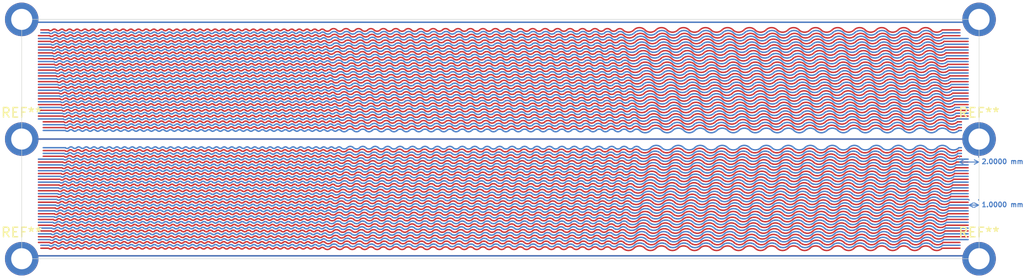
<source format=kicad_pcb>
(kicad_pcb (version 20240108) (generator "pcbnew") (generator_version "8.0")
  (layers (0 "F.Cu" signal) (31 "B.Cu" signal) (39 "F.Mask" user) (44 "Edge.Cuts" user))
  (net 0 "")
  (footprint "MountingHole:MountingHole_2.2mm_M2_ISO7380_Pad" (layer "F.Cu") (at 100 105)
    (property "Reference" "REF**")
    (property "Value" "MountingHole_2.2mm_M2_ISO7380_Pad")
  )
  (footprint "MountingHole:MountingHole_2.2mm_M2_ISO7380_Pad" (layer "F.Cu") (at 200 105)
    (property "Reference" "REF**")
    (property "Value" "MountingHole_2.2mm_M2_ISO7380_Pad")
  )
  (footprint "MountingHole:MountingHole_2.2mm_M2_ISO7380_Pad" (layer "F.Cu") (at 100 92.5)
    (property "Reference" "REF**")
    (property "Value" "MountingHole_2.2mm_M2_ISO7380_Pad")
  )
  (footprint "MountingHole:MountingHole_2.2mm_M2_ISO7380_Pad" (layer "F.Cu") (at 200 92.5)
    (property "Reference" "REF**")
    (property "Value" "MountingHole_2.2mm_M2_ISO7380_Pad")
  )
  (footprint "MountingHole:MountingHole_2.2mm_M2_ISO7380_Pad" (layer "F.Cu") (at 100 80)
    (property "Reference" "REF**")
    (property "Value" "MountingHole_2.2mm_M2_ISO7380_Pad")
  )
  (footprint "MountingHole:MountingHole_2.2mm_M2_ISO7380_Pad" (layer "F.Cu") (at 200 80)
    (property "Reference" "REF**")
    (property "Value" "MountingHole_2.2mm_M2_ISO7380_Pad")
  )
  (gr_arc (start 106.4 90.7) (mid 106.6 90.617157) (end 106.8 90.7) (stroke (width 0.15)) (layer "F.Cu"))
  (gr_arc (start 107.2 99.1) (mid 107.4 99.017157) (end 107.6 99.1) (stroke (width 0.15)) (layer "F.Cu"))
  (gr_arc (start 157.35 101.5) (mid 157.025 101.634619) (end 156.7 101.5) (stroke (width 0.15)) (layer "F.Cu"))
  (gr_arc (start 104.9 103.3) (mid 105.1 103.217157) (end 105.3 103.3) (stroke (width 0.15)) (layer "F.Cu"))
  (gr_arc (start 188.65 93.7) (mid 188.075 93.938172) (end 187.5 93.7) (stroke (width 0.15)) (layer "F.Cu"))
  (gr_arc (start 116.7 90.1) (mid 116.5 90.182843) (end 116.3 90.1) (stroke (width 0.15)) (layer "F.Cu"))
  (gr_arc (start 112.9 98.5) (mid 112.7 98.582843) (end 112.5 98.5) (stroke (width 0.15)) (layer "F.Cu"))
  (gr_arc (start 109.1 102.1) (mid 108.9 102.182843) (end 108.7 102.1) (stroke (width 0.15)) (layer "F.Cu"))
  (gr_arc (start 137.95 84.1) (mid 138.275 83.965381) (end 138.6 84.1) (stroke (width 0.15)) (layer "F.Cu"))
  (gr_arc (start 103.3 103.3) (mid 103.5 103.217157) (end 103.7 103.3) (stroke (width 0.15)) (layer "F.Cu"))
  (gr_arc (start 118.1 100.9) (mid 117.9 100.982843) (end 117.7 100.9) (stroke (width 0.15)) (layer "F.Cu"))
  (gr_arc (start 118.6 87.1) (mid 118.4 87.182843) (end 118.2 87.1) (stroke (width 0.15)) (layer "F.Cu"))
  (gr_arc (start 113.3 96.1) (mid 113.1 96.182843) (end 112.9 96.1) (stroke (width 0.15)) (layer "F.Cu"))
  (gr_arc (start 108.3 87.7) (mid 108.5 87.617157) (end 108.7 87.7) (stroke (width 0.15)) (layer "F.Cu"))
  (gr_arc (start 126.2 95.5) (mid 126.4 95.417157) (end 126.6 95.5) (stroke (width 0.15)) (layer "F.Cu"))
  (gr_arc (start 146.75 90.1) (mid 146.425 90.234619) (end 146.1 90.1) (stroke (width 0.15)) (layer "F.Cu"))
  (gr_arc (start 125.9 82.9) (mid 125.7 82.982843) (end 125.5 82.9) (stroke (width 0.15)) (layer "F.Cu"))
  (gr_arc (start 114.1 96.1) (mid 113.9 96.182843) (end 113.7 96.1) (stroke (width 0.15)) (layer "F.Cu"))
  (gr_arc (start 170.25 93.7) (mid 169.675 93.938172) (end 169.1 93.7) (stroke (width 0.15)) (layer "F.Cu"))
  (gr_arc (start 147.05 84.1) (mid 146.725 84.234619) (end 146.4 84.1) (stroke (width 0.15)) (layer "F.Cu"))
  (gr_arc (start 176.35 86.5) (mid 175.775 86.738172) (end 175.2 86.5) (stroke (width 0.15)) (layer "F.Cu"))
  (gr_arc (start 108.4 88.3) (mid 108.2 88.382843) (end 108 88.3) (stroke (width 0.15)) (layer "F.Cu"))
  (gr_arc (start 141.55 82.3) (mid 141.225 82.434619) (end 140.9 82.3) (stroke (width 0.15)) (layer "F.Cu"))
  (gr_arc (start 152.95 96.7) (mid 152.625 96.834619) (end 152.3 96.7) (stroke (width 0.15)) (layer "F.Cu"))
  (gr_arc (start 129.5 99.7) (mid 129.3 99.782843) (end 129.1 99.7) (stroke (width 0.15)) (layer "F.Cu"))
  (gr_arc (start 127.2 99.1) (mid 127 99.182843) (end 126.8 99.1) (stroke (width 0.15)) (layer "F.Cu"))
  (gr_arc (start 128.3 82.9) (mid 128.1 82.982843) (end 127.9 82.9) (stroke (width 0.15)) (layer "F.Cu"))
  (gr_arc (start 173.75 100.3) (mid 173.175 100.538172) (end 172.6 100.3) (stroke (width 0.15)) (layer "F.Cu"))
  (gr_arc (start 194.55 99.7) (mid 195.125 99.461827) (end 195.7 99.7) (stroke (width 0.15)) (layer "F.Cu"))
  (gr_arc (start 161.45 84.7) (mid 161.125 84.834619) (end 160.8 84.7) (stroke (width 0.15)) (layer "F.Cu"))
  (gr_arc (start 118.4 85.9) (mid 118.6 85.817157) (end 118.8 85.9) (stroke (width 0.15)) (layer "F.Cu"))
  (gr_arc (start 119.6 83.5) (mid 119.8 83.417157) (end 120 83.5) (stroke (width 0.15)) (layer "F.Cu"))
  (gr_arc (start 106.5 91.3) (mid 106.3 91.382843) (end 106.1 91.3) (stroke (width 0.15)) (layer "F.Cu"))
  (gr_arc (start 115.5 102.1) (mid 115.7 102.017157) (end 115.9 102.1) (stroke (width 0.15)) (layer "F.Cu"))
  (gr_arc (start 185.15 84.1) (mid 184.575 84.338172) (end 184 84.1) (stroke (width 0.15)) (layer "F.Cu"))
  (gr_arc (start 125.9 87.7) (mid 126.1 87.617157) (end 126.3 87.7) (stroke (width 0.15)) (layer "F.Cu"))
  (gr_arc (start 185.65 97.9) (mid 185.075 98.138172) (end 184.5 97.9) (stroke (width 0.15)) (layer "F.Cu"))
  (gr_arc (start 151.55 87.7) (mid 151.875 87.565381) (end 152.2 87.7) (stroke (width 0.15)) (layer "F.Cu"))
  (gr_arc (start 141.65 102.1) (mid 141.975 101.965381) (end 142.3 102.1) (stroke (width 0.15)) (layer "F.Cu"))
  (gr_arc (start 114 83.5) (mid 114.2 83.417157) (end 114.4 83.5) (stroke (width 0.15)) (layer "F.Cu"))
  (gr_arc (start 110.4 99.1) (mid 110.6 99.017157) (end 110.8 99.1) (stroke (width 0.15)) (layer "F.Cu"))
  (gr_arc (start 146.65 95.5) (mid 146.975 95.365381) (end 147.3 95.5) (stroke (width 0.15)) (layer "F.Cu"))
  (gr_arc (start 174.15 87.1) (mid 174.725 86.861827) (end 175.3 87.1) (stroke (width 0.15)) (layer "F.Cu"))
  (gr_arc (start 104 103.9) (mid 103.8 103.982843) (end 103.6 103.9) (stroke (width 0.15)) (layer "F.Cu"))
  (gr_arc (start 153.65 84.7) (mid 153.975 84.565381) (end 154.3 84.7) (stroke (width 0.15)) (layer "F.Cu"))
  (gr_arc (start 121.2 96.7) (mid 121.4 96.617157) (end 121.6 96.7) (stroke (width 0.15)) (layer "F.Cu"))
  (gr_arc (start 126.9 100.9) (mid 126.7 100.982843) (end 126.5 100.9) (stroke (width 0.15)) (layer "F.Cu"))
  (gr_arc (start 178.95 96.7) (mid 178.375 96.938172) (end 177.8 96.7) (stroke (width 0.15)) (layer "F.Cu"))
  (gr_arc (start 140.45 93.7) (mid 140.775 93.565381) (end 141.1 93.7) (stroke (width 0.15)) (layer "F.Cu"))
  (gr_arc (start 136.35 90.1) (mid 136.025 90.234619) (end 135.7 90.1) (stroke (width 0.15)) (layer "F.Cu"))
  (gr_arc (start 181.35 88.9) (mid 180.775 89.138172) (end 180.2 88.9) (stroke (width 0.15)) (layer "F.Cu"))
  (gr_arc (start 108 94.3) (mid 108.2 94.217157) (end 108.4 94.3) (stroke (width 0.15)) (layer "F.Cu"))
  (gr_arc (start 171.75 86.5) (mid 171.175 86.738172) (end 170.6 86.5) (stroke (width 0.15)) (layer "F.Cu"))
  (gr_arc (start 110.3 94.9) (mid 110.1 94.982843) (end 109.9 94.9) (stroke (width 0.15)) (layer "F.Cu"))
  (gr_arc (start 120 85.9) (mid 119.8 85.982843) (end 119.6 85.9) (stroke (width 0.15)) (layer "F.Cu"))
  (gr_arc (start 145.25 103.9) (mid 144.925 104.034619) (end 144.6 103.9) (stroke (width 0.15)) (layer "F.Cu"))
  (gr_arc (start 164.45 84.1) (mid 163.875 84.338172) (end 163.3 84.1) (stroke (width 0.15)) (layer "F.Cu"))
  (gr_arc (start 162.55 91.3) (mid 162.875 91.165381) (end 163.2 91.3) (stroke (width 0.15)) (layer "F.Cu"))
  (gr_arc (start 128.4 83.5) (mid 128.6 83.417157) (end 128.8 83.5) (stroke (width 0.15)) (layer "F.Cu"))
  (gr_arc (start 196.35 102.7) (mid 195.775 102.938172) (end 195.2 102.7) (stroke (width 0.15)) (layer "F.Cu"))
  (gr_arc (start 175.75 82.9) (mid 176.325 82.661827) (end 176.9 82.9) (stroke (width 0.15)) (layer "F.Cu"))
  (gr_arc (start 168.95 101.5) (mid 169.525 101.261827) (end 170.1 101.5) (stroke (width 0.15)) (layer "F.Cu"))
  (gr_arc (start 158.25 81.1) (mid 157.925 81.234619) (end 157.6 81.1) (stroke (width 0.15)) (layer "F.Cu"))
  (gr_arc (start 168.85 82.9) (mid 169.425 82.661827) (end 170 82.9) (stroke (width 0.15)) (layer "F.Cu"))
  (gr_arc (start 195.45 94.3) (mid 194.875 94.538172) (end 194.3 94.3) (stroke (width 0.15)) (layer "F.Cu"))
  (gr_arc (start 144.45 84.1) (mid 144.125 84.234619) (end 143.8 84.1) (stroke (width 0.15)) (layer "F.Cu"))
  (gr_arc (start 122.2 95.5) (mid 122 95.582843) (end 121.8 95.5) (stroke (width 0.15)) (layer "F.Cu"))
  (gr_arc (start 108.6 84.7) (mid 108.8 84.617157) (end 109 84.7) (stroke (width 0.15)) (layer "F.Cu"))
  (gr_arc (start 193.25 93.7) (mid 192.675 93.938172) (end 192.1 93.7) (stroke (width 0.15)) (layer "F.Cu"))
  (gr_arc (start 188.15 96.7) (mid 187.575 96.938172) (end 187 96.7) (stroke (width 0.15)) (layer "F.Cu"))
  (gr_arc (start 125.8 97.9) (mid 126 97.817157) (end 126.2 97.9) (stroke (width 0.15)) (layer "F.Cu"))
  (gr_arc (start 119.2 81.1) (mid 119.4 81.017157) (end 119.6 81.1) (stroke (width 0.15)) (layer "F.Cu"))
  (gr_arc (start 122.9 84.1) (mid 123.1 84.017157) (end 123.3 84.1) (stroke (width 0.15)) (layer "F.Cu"))
  (gr_arc (start 118 96.7) (mid 118.2 96.617157) (end 118.4 96.7) (stroke (width 0.15)) (layer "F.Cu"))
  (gr_arc (start 146.35 87.7) (mid 146.025 87.834619) (end 145.7 87.7) (stroke (width 0.15)) (layer "F.Cu"))
  (gr_arc (start 150.85 93.7) (mid 150.525 93.834619) (end 150.2 93.7) (stroke (width 0.15)) (layer "F.Cu"))
  (gr_arc (start 160.25 99.7) (mid 159.925 99.834619) (end 159.6 99.7) (stroke (width 0.15)) (layer "F.Cu"))
  (gr_arc (start 165.25 88.9) (mid 165.825 88.661827) (end 166.4 88.9) (stroke (width 0.15)) (layer "F.Cu"))
  (gr_arc (start 150.95 100.9) (mid 150.625 101.034619) (end 150.3 100.9) (stroke (width 0.15)) (layer "F.Cu"))
  (gr_arc (start 147.95 103.3) (mid 148.275 103.165381) (end 148.6 103.3) (stroke (width 0.15)) (layer "F.Cu"))
  (gr_arc (start 161.45 100.3) (mid 161.775 100.165381) (end 162.1 100.3) (stroke (width 0.15)) (layer "F.Cu"))
  (gr_arc (start 131.3 81.7) (mid 131.5 81.617157) (end 131.7 81.7) (stroke (width 0.15)) (layer "F.Cu"))
  (gr_arc (start 147.95 95.5) (mid 148.275 95.365381) (end 148.6 95.5) (stroke (width 0.15)) (layer "F.Cu"))
  (gr_arc (start 108 99.1) (mid 107.8 99.182843) (end 107.6 99.1) (stroke (width 0.15)) (layer "F.Cu"))
  (gr_arc (start 117.5 90.1) (mid 117.7 90.017157) (end 117.9 90.1) (stroke (width 0.15)) (layer "F.Cu"))
  (gr_arc (start 139.25 84.1) (mid 139.575 83.965381) (end 139.9 84.1) (stroke (width 0.15)) (layer "F.Cu"))
  (gr_arc (start 104.1 81.7) (mid 104.3 81.617157) (end 104.5 81.7) (stroke (width 0.15)) (layer "F.Cu"))
  (gr_arc (start 194.25 83.5) (mid 194.825 83.261827) (end 195.4 83.5) (stroke (width 0.15)) (layer "F.Cu"))
  (gr_arc (start 144.25 90.7) (mid 144.575 90.565381) (end 144.9 90.7) (stroke (width 0.15)) (layer "F.Cu"))
  (gr_arc (start 151.95 94.9) (mid 151.625 95.034619) (end 151.3 94.9) (stroke (width 0.15)) (layer "F.Cu"))
  (gr_arc (start 192.65 87.7) (mid 193.225 87.461827) (end 193.8 87.7) (stroke (width 0.15)) (layer "F.Cu"))
  (gr_arc (start 166.25 81.1) (mid 165.675 81.338172) (end 165.1 81.1) (stroke (width 0.15)) (layer "F.Cu"))
  (gr_arc (start 125.8 97.9) (mid 125.6 97.982843) (end 125.4 97.9) (stroke (width 0.15)) (layer "F.Cu"))
  (gr_arc (start 148.65 99.1) (mid 148.975 98.965381) (end 149.3 99.1) (stroke (width 0.15)) (layer "F.Cu"))
  (gr_arc (start 168.55 81.1) (mid 169.125 80.861827) (end 169.7 81.1) (stroke (width 0.15)) (layer "F.Cu"))
  (gr_arc (start 125.6 94.3) (mid 125.4 94.382843) (end 125.2 94.3) (stroke (width 0.15)) (layer "F.Cu"))
  (gr_arc (start 121.1 87.7) (mid 120.9 87.782843) (end 120.7 87.7) (stroke (width 0.15)) (layer "F.Cu"))
  (gr_arc (start 109.2 83.5) (mid 109 83.582843) (end 108.8 83.5) (stroke (width 0.15)) (layer "F.Cu"))
  (gr_arc (start 134.85 81.1) (mid 134.525 81.234619) (end 134.2 81.1) (stroke (width 0.15)) (layer "F.Cu"))
  (gr_arc (start 114.4 81.1) (mid 114.2 81.182843) (end 114 81.1) (stroke (width 0.15)) (layer "F.Cu"))
  (gr_arc (start 119 95.5) (mid 119.2 95.417157) (end 119.4 95.5) (stroke (width 0.15)) (layer "F.Cu"))
  (gr_arc (start 123.3 93.7) (mid 123.5 93.617157) (end 123.7 93.7) (stroke (width 0.15)) (layer "F.Cu"))
  (gr_arc (start 121.4 84.7) (mid 121.6 84.617157) (end 121.8 84.7) (stroke (width 0.15)) (layer "F.Cu"))
  (gr_arc (start 149.35 94.9) (mid 149.025 95.034619) (end 148.7 94.9) (stroke (width 0.15)) (layer "F.Cu"))
  (gr_arc (start 182.95 100.3) (mid 183.525 100.061827) (end 184.1 100.3) (stroke (width 0.15)) (layer "F.Cu"))
  (gr_arc (start 174.15 97.9) (mid 174.725 97.661827) (end 175.3 97.9) (stroke (width 0.15)) (layer "F.Cu"))
  (gr_arc (start 122.4 99.1) (mid 122.2 99.182843) (end 122 99.1) (stroke (width 0.15)) (layer "F.Cu"))
  (gr_arc (start 192.45 98.5) (mid 193.025 98.261827) (end 193.6 98.5) (stroke (width 0.15)) (layer "F.Cu"))
  (gr_arc (start 144.35 101.5) (mid 144.025 101.634619) (end 143.7 101.5) (stroke (width 0.15)) (layer "F.Cu"))
  (gr_arc (start 113 82.3) (mid 113.2 82.217157) (end 113.4 82.3) (stroke (width 0.15)) (layer "F.Cu"))
  (gr_arc (start 130.1 88.9) (mid 130.3 88.817157) (end 130.5 88.9) (stroke (width 0.15)) (layer "F.Cu"))
  (gr_arc (start 151.15 85.3) (mid 151.475 85.165381) (end 151.8 85.3) (stroke (width 0.15)) (layer "F.Cu"))
  (gr_arc (start 127.2 85.9) (mid 127.4 85.817157) (end 127.6 85.9) (stroke (width 0.15)) (layer "F.Cu"))
  (gr_arc (start 115.7 88.9) (mid 115.5 88.982843) (end 115.3 88.9) (stroke (width 0.15)) (layer "F.Cu"))
  (gr_arc (start 118.5 81.7) (mid 118.7 81.617157) (end 118.9 81.7) (stroke (width 0.15)) (layer "F.Cu"))
  (gr_arc (start 106.3 99.7) (mid 106.1 99.782843) (end 105.9 99.7) (stroke (width 0.15)) (layer "F.Cu"))
  (gr_arc (start 128.5 88.9) (mid 128.3 88.982843) (end 128.1 88.9) (stroke (width 0.15)) (layer "F.Cu"))
  (gr_arc (start 124.5 96.1) (mid 124.7 96.017157) (end 124.9 96.1) (stroke (width 0.15)) (layer "F.Cu"))
  (gr_arc (start 122.8 96.7) (mid 122.6 96.782843) (end 122.4 96.7) (stroke (width 0.15)) (layer "F.Cu"))
  (gr_arc (start 117 97.9) (mid 116.8 97.982843) (end 116.6 97.9) (stroke (width 0.15)) (layer "F.Cu"))
  (gr_arc (start 149.05 88.3) (mid 148.725 88.434619) (end 148.4 88.3) (stroke (width 0.15)) (layer "F.Cu"))
  (gr_arc (start 122.7 102.1) (mid 122.5 102.182843) (end 122.3 102.1) (stroke (width 0.15)) (layer "F.Cu"))
  (gr_arc (start 120 90.7) (mid 119.8 90.782843) (end 119.6 90.7) (stroke (width 0.15)) (layer "F.Cu"))
  (gr_arc (start 157.15 94.9) (mid 156.825 95.034619) (end 156.5 94.9) (stroke (width 0.15)) (layer "F.Cu"))
  (gr_arc (start 194.95 97.3) (mid 195.525 97.061827) (end 196.1 97.3) (stroke (width 0.15)) (layer "F.Cu"))
  (gr_arc (start 111.7 96.1) (mid 111.5 96.182843) (end 111.3 96.1) (stroke (width 0.15)) (layer "F.Cu"))
  (gr_arc (start 142.35 87.1) (mid 142.675 86.965381) (end 143 87.1) (stroke (width 0.15)) (layer "F.Cu"))
  (gr_arc (start 122.5 93.7) (mid 122.7 93.617157) (end 122.9 93.7) (stroke (width 0.15)) (layer "F.Cu"))
  (gr_arc (start 174.35 88.3) (mid 173.775 88.538172) (end 173.2 88.3) (stroke (width 0.15)) (layer "F.Cu"))
  (gr_arc (start 110.6 102.7) (mid 110.8 102.617157) (end 111 102.7) (stroke (width 0.15)) (layer "F.Cu"))
  (gr_arc (start 128.9 98.5) (mid 129.1 98.417157) (end 129.3 98.5) (stroke (width 0.15)) (layer "F.Cu"))
  (gr_arc (start 165.55 94.3) (mid 164.975 94.538172) (end 164.4 94.3) (stroke (width 0.15)) (layer "F.Cu"))
  (gr_arc (start 114.9 96.1) (mid 114.7 96.182843) (end 114.5 96.1) (stroke (width 0.15)) (layer "F.Cu"))
  (gr_arc (start 114.3 85.3) (mid 114.5 85.217157) (end 114.7 85.3) (stroke (width 0.15)) (layer "F.Cu"))
  (gr_arc (start 130.5 86.5) (mid 130.3 86.582843) (end 130.1 86.5) (stroke (width 0.15)) (layer "F.Cu"))
  (gr_arc (start 137.15 97.9) (mid 136.825 98.034619) (end 136.5 97.9) (stroke (width 0.15)) (layer "F.Cu"))
  (gr_arc (start 157.95 97.9) (mid 157.625 98.034619) (end 157.3 97.9) (stroke (width 0.15)) (layer "F.Cu"))
  (gr_arc (start 146.55 81.1) (mid 146.875 80.965381) (end 147.2 81.1) (stroke (width 0.15)) (layer "F.Cu"))
  (gr_arc (start 107.4 97.9) (mid 107.2 97.982843) (end 107 97.9) (stroke (width 0.15)) (layer "F.Cu"))
  (gr_arc (start 142.35 97.9) (mid 142.675 97.765381) (end 143 97.9) (stroke (width 0.15)) (layer "F.Cu"))
  (gr_arc (start 195.15 88.9) (mid 194.575 89.138172) (end 194 88.9) (stroke (width 0.15)) (layer "F.Cu"))
  (gr_arc (start 118.2 84.7) (mid 118 84.782843) (end 117.8 84.7) (stroke (width 0.15)) (layer "F.Cu"))
  (gr_arc (start 144.25 102.1) (mid 144.575 101.965381) (end 144.9 102.1) (stroke (width 0.15)) (layer "F.Cu"))
  (gr_arc (start 140.05 81.1) (mid 140.375 80.965381) (end 140.7 81.1) (stroke (width 0.15)) (layer "F.Cu"))
  (gr_arc (start 171.45 100.3) (mid 170.875 100.538172) (end 170.3 100.3) (stroke (width 0.15)) (layer "F.Cu"))
  (gr_arc (start 111.5 97.3) (mid 111.3 97.382843) (end 111.1 97.3) (stroke (width 0.15)) (layer "F.Cu"))
  (gr_arc (start 141.95 84.7) (mid 141.625 84.834619) (end 141.3 84.7) (stroke (width 0.15)) (layer "F.Cu"))
  (gr_arc (start 176.65 96.7) (mid 176.075 96.938172) (end 175.5 96.7) (stroke (width 0.15)) (layer "F.Cu"))
  (gr_arc (start 149.35 90.1) (mid 149.025 90.234619) (end 148.7 90.1) (stroke (width 0.15)) (layer "F.Cu"))
  (gr_arc (start 157.95 97.9) (mid 158.275 97.765381) (end 158.6 97.9) (stroke (width 0.15)) (layer "F.Cu"))
  (gr_arc (start 165.15 96.7) (mid 164.575 96.938172) (end 164 96.7) (stroke (width 0.15)) (layer "F.Cu"))
  (gr_arc (start 134.85 103.9) (mid 135.175 103.765381) (end 135.5 103.9) (stroke (width 0.15)) (layer "F.Cu"))
  (gr_arc (start 108.8 81.1) (mid 109 81.017157) (end 109.2 81.1) (stroke (width 0.15)) (layer "F.Cu"))
  (gr_arc (start 164.25 82.9) (mid 163.675 83.138172) (end 163.1 82.9) (stroke (width 0.15)) (layer "F.Cu"))
  (gr_arc (start 148.55 99.7) (mid 148.875 99.565381) (end 149.2 99.7) (stroke (width 0.15)) (layer "F.Cu"))
  (gr_arc (start 150.55 89.5) (mid 150.875 89.365381) (end 151.2 89.5) (stroke (width 0.15)) (layer "F.Cu"))
  (gr_arc (start 194.55 99.7) (mid 193.975 99.938172) (end 193.4 99.7) (stroke (width 0.15)) (layer "F.Cu"))
  (gr_arc (start 126.5 86.5) (mid 126.7 86.417157) (end 126.9 86.5) (stroke (width 0.15)) (layer "F.Cu"))
  (gr_arc (start 147.35 85.9) (mid 147.675 85.765381) (end 148 85.9) (stroke (width 0.15)) (layer "F.Cu"))
  (gr_arc (start 137.45 103.9) (mid 137.125 104.034619) (end 136.8 103.9) (stroke (width 0.15)) (layer "F.Cu"))
  (gr_arc (start 193.85 81.1) (mid 194.425 80.861827) (end 195 81.1) (stroke (width 0.15)) (layer "F.Cu"))
  (gr_arc (start 171.05 102.7) (mid 171.625 102.461827) (end 172.2 102.7) (stroke (width 0.15)) (layer "F.Cu"))
  (gr_arc (start 140.25 82.3) (mid 140.575 82.165381) (end 140.9 82.3) (stroke (width 0.15)) (layer "F.Cu"))
  (gr_arc (start 139.75 87.1) (mid 140.075 86.965381) (end 140.4 87.1) (stroke (width 0.15)) (layer "F.Cu"))
  (gr_arc (start 178.55 85.9) (mid 179.125 85.661827) (end 179.7 85.9) (stroke (width 0.15)) (layer "F.Cu"))
  (gr_arc (start 191.85 82.9) (mid 192.425 82.661827) (end 193 82.9) (stroke (width 0.15)) (layer "F.Cu"))
  (gr_arc (start 155.05 85.3) (mid 154.725 85.434619) (end 154.4 85.3) (stroke (width 0.15)) (layer "F.Cu"))
  (gr_arc (start 121.6 103.9) (mid 121.8 103.817157) (end 122 103.9) (stroke (width 0.15)) (layer "F.Cu"))
  (gr_arc (start 192.25 99.7) (mid 191.675 99.938172) (end 191.1 99.7) (stroke (width 0.15)) (layer "F.Cu"))
  (gr_arc (start 116.8 94.3) (mid 117 94.217157) (end 117.2 94.3) (stroke (width 0.15)) (layer "F.Cu"))
  (gr_arc (start 120.3 102.1) (mid 120.1 102.182843) (end 119.9 102.1) (stroke (width 0.15)) (layer "F.Cu"))
  (gr_arc (start 118.7 102.1) (mid 118.9 102.017157) (end 119.1 102.1) (stroke (width 0.15)) (layer "F.Cu"))
  (gr_arc (start 141.05 87.1) (mid 141.375 86.965381) (end 141.7 87.1) (stroke (width 0.15)) (layer "F.Cu"))
  (gr_arc (start 118.1 84.1) (mid 118.3 84.017157) (end 118.5 84.1) (stroke (width 0.15)) (layer "F.Cu"))
  (gr_arc (start 192.15 100.3) (mid 192.725 100.061827) (end 193.3 100.3) (stroke (width 0.15)) (layer "F.Cu"))
  (gr_arc (start 103.2 103.9) (mid 103.4 103.817157) (end 103.6 103.9) (stroke (width 0.15)) (layer "F.Cu"))
  (gr_arc (start 164.15 102.7) (mid 163.575 102.938172) (end 163 102.7) (stroke (width 0.15)) (layer "F.Cu"))
  (gr_arc (start 171.95 87.7) (mid 172.525 87.461827) (end 173.1 87.7) (stroke (width 0.15)) (layer "F.Cu"))
  (gr_arc (start 154.85 84.1) (mid 155.175 83.965381) (end 155.5 84.1) (stroke (width 0.15)) (layer "F.Cu"))
  (gr_arc (start 189.25 81.1) (mid 188.675 81.338172) (end 188.1 81.1) (stroke (width 0.15)) (layer "F.Cu"))
  (gr_arc (start 171.25 83.5) (mid 171.825 83.261827) (end 172.4 83.5) (stroke (width 0.15)) (layer "F.Cu"))
  (gr_arc (start 112.5 88.9) (mid 112.7 88.817157) (end 112.9 88.9) (stroke (width 0.15)) (layer "F.Cu"))
  (gr_arc (start 155.75 89.5) (mid 155.425 89.634619) (end 155.1 89.5) (stroke (width 0.15)) (layer "F.Cu"))
  (gr_arc (start 108.6 100.3) (mid 108.4 100.382843) (end 108.2 100.3) (stroke (width 0.15)) (layer "F.Cu"))
  (gr_arc (start 104.4 101.5) (mid 104.6 101.417157) (end 104.8 101.5) (stroke (width 0.15)) (layer "F.Cu"))
  (gr_arc (start 155.75 95.5) (mid 156.075 95.365381) (end 156.4 95.5) (stroke (width 0.15)) (layer "F.Cu"))
  (gr_arc (start 161.85 97.9) (mid 161.525 98.034619) (end 161.2 97.9) (stroke (width 0.15)) (layer "F.Cu"))
  (gr_arc (start 157.35 91.3) (mid 157.675 91.165381) (end 158 91.3) (stroke (width 0.15)) (layer "F.Cu"))
  (gr_arc (start 196.15 81.1) (mid 195.575 81.338172) (end 195 81.1) (stroke (width 0.15)) (layer "F.Cu"))
  (gr_arc (start 144.35 83.5) (mid 144.025 83.634619) (end 143.7 83.5) (stroke (width 0.15)) (layer "F.Cu"))
  (gr_arc (start 129.7 86.5) (mid 129.9 86.417157) (end 130.1 86.5) (stroke (width 0.15)) (layer "F.Cu"))
  (gr_arc (start 118.3 99.7) (mid 118.5 99.617157) (end 118.7 99.7) (stroke (width 0.15)) (layer "F.Cu"))
  (gr_arc (start 114.9 100.9) (mid 114.7 100.982843) (end 114.5 100.9) (stroke (width 0.15)) (layer "F.Cu"))
  (gr_arc (start 115.2 90.7) (mid 115.4 90.617157) (end 115.6 90.7) (stroke (width 0.15)) (layer "F.Cu"))
  (gr_arc (start 129.9 97.3) (mid 130.1 97.217157) (end 130.3 97.3) (stroke (width 0.15)) (layer "F.Cu"))
  (gr_arc (start 130.5 81.7) (mid 130.7 81.617157) (end 130.9 81.7) (stroke (width 0.15)) (layer "F.Cu"))
  (gr_arc (start 112.9 86.5) (mid 112.7 86.582843) (end 112.5 86.5) (stroke (width 0.15)) (layer "F.Cu"))
  (gr_arc (start 172.05 88.3) (mid 171.475 88.538172) (end 170.9 88.3) (stroke (width 0.15)) (layer "F.Cu"))
  (gr_arc (start 126.1 96.1) (mid 125.9 96.182843) (end 125.7 96.1) (stroke (width 0.15)) (layer "F.Cu"))
  (gr_arc (start 115.5 102.1) (mid 115.3 102.182843) (end 115.1 102.1) (stroke (width 0.15)) (layer "F.Cu"))
  (gr_arc (start 124 99.1) (mid 124.2 99.017157) (end 124.4 99.1) (stroke (width 0.15)) (layer "F.Cu"))
  (gr_arc (start 134.55 87.1) (mid 134.225 87.234619) (end 133.9 87.1) (stroke (width 0.15)) (layer "F.Cu"))
  (gr_arc (start 183.65 88.9) (mid 184.225 88.661827) (end 184.8 88.9) (stroke (width 0.15)) (layer "F.Cu"))
  (gr_arc (start 163.35 96.7) (mid 163.675 96.565381) (end 164 96.7) (stroke (width 0.15)) (layer "F.Cu"))
  (gr_arc (start 163.95 103.9) (mid 164.525 103.661827) (end 165.1 103.9) (stroke (width 0.15)) (layer "F.Cu"))
  (gr_arc (start 113.9 102.1) (mid 113.7 102.182843) (end 113.5 102.1) (stroke (width 0.15)) (layer "F.Cu"))
  (gr_arc (start 128 103.9) (mid 128.2 103.817157) (end 128.4 103.9) (stroke (width 0.15)) (layer "F.Cu"))
  (gr_arc (start 180.55 84.1) (mid 181.125 83.861827) (end 181.7 84.1) (stroke (width 0.15)) (layer "F.Cu"))
  (gr_arc (start 109.3 100.9) (mid 109.1 100.982843) (end 108.9 100.9) (stroke (width 0.15)) (layer "F.Cu"))
  (gr_arc (start 169.25 85.3) (mid 168.675 85.538172) (end 168.1 85.3) (stroke (width 0.15)) (layer "F.Cu"))
  (gr_arc (start 189.95 99.7) (mid 189.375 99.938172) (end 188.8 99.7) (stroke (width 0.15)) (layer "F.Cu"))
  (gr_arc (start 113.1 87.7) (mid 113.3 87.617157) (end 113.5 87.7) (stroke (width 0.15)) (layer "F.Cu"))
  (gr_arc (start 156.95 103.9) (mid 156.625 104.034619) (end 156.3 103.9) (stroke (width 0.15)) (layer "F.Cu"))
  (gr_arc (start 104.1 103.3) (mid 104.3 103.217157) (end 104.5 103.3) (stroke (width 0.15)) (layer "F.Cu"))
  (gr_arc (start 137.85 101.5) (mid 137.525 101.634619) (end 137.2 101.5) (stroke (width 0.15)) (layer "F.Cu"))
  (gr_arc (start 153.25 90.1) (mid 153.575 89.965381) (end 153.9 90.1) (stroke (width 0.15)) (layer "F.Cu"))
  (gr_arc (start 179.15 89.5) (mid 179.725 89.261827) (end 180.3 89.5) (stroke (width 0.15)) (layer "F.Cu"))
  (gr_arc (start 138.45 87.1) (mid 138.775 86.965381) (end 139.1 87.1) (stroke (width 0.15)) (layer "F.Cu"))
  (gr_arc (start 108.7 90.1) (mid 108.5 90.182843) (end 108.3 90.1) (stroke (width 0.15)) (layer "F.Cu"))
  (gr_arc (start 140.85 99.1) (mid 141.175 98.965381) (end 141.5 99.1) (stroke (width 0.15)) (layer "F.Cu"))
  (gr_arc (start 108.9 91.3) (mid 109.1 91.217157) (end 109.3 91.3) (stroke (width 0.15)) (layer "F.Cu"))
  (gr_arc (start 106.3 94.9) (mid 106.1 94.982843) (end 105.9 94.9) (stroke (width 0.15)) (layer "F.Cu"))
  (gr_arc (start 185.45 85.9) (mid 186.025 85.661827) (end 186.6 85.9) (stroke (width 0.15)) (layer "F.Cu"))
  (gr_arc (start 122.5 103.3) (mid 122.3 103.382843) (end 122.1 103.3) (stroke (width 0.15)) (layer "F.Cu"))
  (gr_arc (start 112.6 95.5) (mid 112.4 95.582843) (end 112.2 95.5) (stroke (width 0.15)) (layer "F.Cu"))
  (gr_arc (start 115.2 99.1) (mid 115.4 99.017157) (end 115.6 99.1) (stroke (width 0.15)) (layer "F.Cu"))
  (gr_arc (start 161.05 102.7) (mid 161.375 102.565381) (end 161.7 102.7) (stroke (width 0.15)) (layer "F.Cu"))
  (gr_arc (start 182.35 81.1) (mid 181.775 81.338172) (end 181.2 81.1) (stroke (width 0.15)) (layer "F.Cu"))
  (gr_arc (start 141.45 95.5) (mid 141.125 95.634619) (end 140.8 95.5) (stroke (width 0.15)) (layer "F.Cu"))
  (gr_arc (start 133.85 94.3) (mid 133.525 94.434619) (end 133.2 94.3) (stroke (width 0.15)) (layer "F.Cu"))
  (gr_arc (start 125.8 102.7) (mid 125.6 102.782843) (end 125.4 102.7) (stroke (width 0.15)) (layer "F.Cu"))
  (gr_arc (start 116.4 96.7) (mid 116.6 96.617157) (end 116.8 96.7) (stroke (width 0.15)) (layer "F.Cu"))
  (gr_arc (start 161.75 86.5) (mid 161.425 86.634619) (end 161.1 86.5) (stroke (width 0.15)) (layer "F.Cu"))
  (gr_arc (start 150.45 103.9) (mid 150.775 103.765381) (end 151.1 103.9) (stroke (width 0.15)) (layer "F.Cu"))
  (gr_arc (start 172.35 94.9) (mid 171.775 95.138172) (end 171.2 94.9) (stroke (width 0.15)) (layer "F.Cu"))
  (gr_arc (start 103.9 85.3) (mid 103.7 85.382843) (end 103.5 85.3) (stroke (width 0.15)) (layer "F.Cu"))
  (gr_arc (start 106.4 81.1) (mid 106.2 81.182843) (end 106 81.1) (stroke (width 0.15)) (layer "F.Cu"))
  (gr_arc (start 125.3 88.9) (mid 125.1 88.982843) (end 124.9 88.9) (stroke (width 0.15)) (layer "F.Cu"))
  (gr_arc (start 125.4 100.3) (mid 125.2 100.382843) (end 125 100.3) (stroke (width 0.15)) (layer "F.Cu"))
  (gr_arc (start 121.9 102.1) (mid 122.1 102.017157) (end 122.3 102.1) (stroke (width 0.15)) (layer "F.Cu"))
  (gr_arc (start 144.65 99.7) (mid 144.325 99.834619) (end 144 99.7) (stroke (width 0.15)) (layer "F.Cu"))
  (gr_arc (start 124.3 97.3) (mid 124.5 97.217157) (end 124.7 97.3) (stroke (width 0.15)) (layer "F.Cu"))
  (gr_arc (start 131.2 103.9) (mid 131.4 103.817157) (end 131.6 103.9) (stroke (width 0.15)) (layer "F.Cu"))
  (gr_arc (start 140.15 103.3) (mid 140.475 103.165381) (end 140.8 103.3) (stroke (width 0.15)) (layer "F.Cu"))
  (gr_arc (start 176.15 85.3) (mid 175.575 85.538172) (end 175 85.3) (stroke (width 0.15)) (layer "F.Cu"))
  (gr_arc (start 196.95 85.9) (mid 196.375 86.138172) (end 195.8 85.9) (stroke (width 0.15)) (layer "F.Cu"))
  (gr_arc (start 179.45 91.3) (mid 180.025 91.061827) (end 180.6 91.3) (stroke (width 0.15)) (layer "F.Cu"))
  (gr_arc (start 159.65 81.7) (mid 159.325 81.834619) (end 159 81.7) (stroke (width 0.15)) (layer "F.Cu"))
  (gr_arc (start 119.7 84.1) (mid 119.9 84.017157) (end 120.1 84.1) (stroke (width 0.15)) (layer "F.Cu"))
  (gr_arc (start 117.6 103.9) (mid 117.8 103.817157) (end 118 103.9) (stroke (width 0.15)) (layer "F.Cu"))
  (gr_arc (start 111.9 99.7) (mid 112.1 99.617157) (end 112.3 99.7) (stroke (width 0.15)) (layer "F.Cu"))
  (gr_arc (start 126.3 85.3) (mid 126.1 85.382843) (end 125.9 85.3) (stroke (width 0.15)) (layer "F.Cu"))
  (gr_arc (start 113.8 102.7) (mid 114 102.617157) (end 114.2 102.7) (stroke (width 0.15)) (layer "F.Cu"))
  (gr_arc (start 131.3 98.5) (mid 131.5 98.417157) (end 131.7 98.5) (stroke (width 0.15)) (layer "F.Cu"))
  (gr_arc (start 125.8 82.3) (mid 125.6 82.382843) (end 125.4 82.3) (stroke (width 0.15)) (layer "F.Cu"))
  (gr_arc (start 112.2 82.3) (mid 112 82.382843) (end 111.8 82.3) (stroke (width 0.15)) (layer "F.Cu"))
  (gr_arc (start 158.25 103.9) (mid 158.575 103.765381) (end 158.9 103.9) (stroke (width 0.15)) (layer "F.Cu"))
  (gr_arc (start 122.8 83.5) (mid 123 83.417157) (end 123.2 83.5) (stroke (width 0.15)) (layer "F.Cu"))
  (gr_arc (start 158.05 87.7) (mid 158.375 87.565381) (end 158.7 87.7) (stroke (width 0.15)) (layer "F.Cu"))
  (gr_arc (start 174.35 88.3) (mid 174.925 88.061827) (end 175.5 88.3) (stroke (width 0.15)) (layer "F.Cu"))
  (gr_arc (start 164.15 102.7) (mid 164.725 102.461827) (end 165.3 102.7) (stroke (width 0.15)) (layer "F.Cu"))
  (gr_arc (start 110.8 83.5) (mid 110.6 83.582843) (end 110.4 83.5) (stroke (width 0.15)) (layer "F.Cu"))
  (gr_arc (start 132.65 101.5) (mid 132.975 101.365381) (end 133.3 101.5) (stroke (width 0.15)) (layer "F.Cu"))
  (gr_arc (start 178.85 87.7) (mid 178.275 87.938172) (end 177.7 87.7) (stroke (width 0.15)) (layer "F.Cu"))
  (gr_arc (start 114.4 103.9) (mid 114.6 103.817157) (end 114.8 103.9) (stroke (width 0.15)) (layer "F.Cu"))
  (gr_arc (start 192.05 84.1) (mid 191.475 84.338172) (end 190.9 84.1) (stroke (width 0.15)) (layer "F.Cu"))
  (gr_arc (start 116.5 100.9) (mid 116.3 100.982843) (end 116.1 100.9) (stroke (width 0.15)) (layer "F.Cu"))
  (gr_arc (start 147.95 103.3) (mid 147.625 103.434619) (end 147.3 103.3) (stroke (width 0.15)) (layer "F.Cu"))
  (gr_arc (start 104.8 94.3) (mid 104.6 94.382843) (end 104.4 94.3) (stroke (width 0.15)) (layer "F.Cu"))
  (gr_arc (start 175.45 103.9) (mid 176.025 103.661827) (end 176.6 103.9) (stroke (width 0.15)) (layer "F.Cu"))
  (gr_arc (start 114.7 102.1) (mid 114.5 102.182843) (end 114.3 102.1) (stroke (width 0.15)) (layer "F.Cu"))
  (gr_arc (start 136.85 99.7) (mid 136.525 99.834619) (end 136.2 99.7) (stroke (width 0.15)) (layer "F.Cu"))
  (gr_arc (start 146.55 96.1) (mid 146.225 96.234619) (end 145.9 96.1) (stroke (width 0.15)) (layer "F.Cu"))
  (gr_arc (start 138.45 87.1) (mid 138.125 87.234619) (end 137.8 87.1) (stroke (width 0.15)) (layer "F.Cu"))
  (gr_arc (start 129.8 97.9) (mid 130 97.817157) (end 130.2 97.9) (stroke (width 0.15)) (layer "F.Cu"))
  (gr_arc (start 132.55 102.1) (mid 132.875 101.965381) (end 133.2 102.1) (stroke (width 0.15)) (layer "F.Cu"))
  (gr_arc (start 120.6 89.5) (mid 120.4 89.582843) (end 120.2 89.5) (stroke (width 0.15)) (layer "F.Cu"))
  (gr_arc (start 191.95 101.5) (mid 191.375 101.738172) (end 190.8 101.5) (stroke (width 0.15)) (layer "F.Cu"))
  (gr_arc (start 142.35 87.1) (mid 142.025 87.234619) (end 141.7 87.1) (stroke (width 0.15)) (layer "F.Cu"))
  (gr_arc (start 146.85 102.1) (mid 147.175 101.965381) (end 147.5 102.1) (stroke (width 0.15)) (layer "F.Cu"))
  (gr_arc (start 134.45 86.5) (mid 134.775 86.365381) (end 135.1 86.5) (stroke (width 0.15)) (layer "F.Cu"))
  (gr_arc (start 165.55 90.7) (mid 164.975 90.938172) (end 164.4 90.7) (stroke (width 0.15)) (layer "F.Cu"))
  (gr_arc (start 181.05 97.9) (mid 180.475 98.138172) (end 179.9 97.9) (stroke (width 0.15)) (layer "F.Cu"))
  (gr_arc (start 162.25 81.7) (mid 161.925 81.834619) (end 161.6 81.7) (stroke (width 0.15)) (layer "F.Cu"))
  (gr_arc (start 129.2 101.5) (mid 129.4 101.417157) (end 129.6 101.5) (stroke (width 0.15)) (layer "F.Cu"))
  (gr_arc (start 158.35 81.7) (mid 158.025 81.834619) (end 157.7 81.7) (stroke (width 0.15)) (layer "F.Cu"))
  (gr_arc (start 180.35 102.1) (mid 180.925 101.861827) (end 181.5 102.1) (stroke (width 0.15)) (layer "F.Cu"))
  (gr_arc (start 173.85 99.7) (mid 173.275 99.938172) (end 172.7 99.7) (stroke (width 0.15)) (layer "F.Cu"))
  (gr_arc (start 117.3 84.1) (mid 117.5 84.017157) (end 117.7 84.1) (stroke (width 0.15)) (layer "F.Cu"))
  (gr_arc (start 154.75 101.5) (mid 154.425 101.634619) (end 154.1 101.5) (stroke (width 0.15)) (layer "F.Cu"))
  (gr_arc (start 154.65 94.3) (mid 154.325 94.434619) (end 154 94.3) (stroke (width 0.15)) (layer "F.Cu"))
  (gr_arc (start 189.55 82.9) (mid 190.125 82.661827) (end 190.7 82.9) (stroke (width 0.15)) (layer "F.Cu"))
  (gr_arc (start 106 88.3) (mid 105.8 88.382843) (end 105.6 88.3) (stroke (width 0.15)) (layer "F.Cu"))
  (gr_arc (start 119.5 82.9) (mid 119.7 82.817157) (end 119.9 82.9) (stroke (width 0.15)) (layer "F.Cu"))
  (gr_arc (start 115.2 94.3) (mid 115.4 94.217157) (end 115.6 94.3) (stroke (width 0.15)) (layer "F.Cu"))
  (gr_arc (start 159.55 103.9) (mid 159.875 103.765381) (end 160.2 103.9) (stroke (width 0.15)) (layer "F.Cu"))
  (gr_arc (start 123.9 99.7) (mid 124.1 99.617157) (end 124.3 99.7) (stroke (width 0.15)) (layer "F.Cu"))
  (gr_arc (start 194.35 100.9) (mid 194.925 100.661827) (end 195.5 100.9) (stroke (width 0.15)) (layer "F.Cu"))
  (gr_arc (start 128.4 96.7) (mid 128.6 96.617157) (end 128.8 96.7) (stroke (width 0.15)) (layer "F.Cu"))
  (gr_arc (start 130 83.5) (mid 129.8 83.582843) (end 129.6 83.5) (stroke (width 0.15)) (layer "F.Cu"))
  (gr_arc (start 131.1 90.1) (mid 130.9 90.182843) (end 130.7 90.1) (stroke (width 0.15)) (layer "F.Cu"))
  (gr_arc (start 114 101.5) (mid 114.2 101.417157) (end 114.4 101.5) (stroke (width 0.15)) (layer "F.Cu"))
  (gr_arc (start 172.45 94.3) (mid 173.025 94.061827) (end 173.6 94.3) (stroke (width 0.15)) (layer "F.Cu"))
  (gr_arc (start 183.65 88.9) (mid 183.075 89.138172) (end 182.5 88.9) (stroke (width 0.15)) (layer "F.Cu"))
  (gr_arc (start 160.45 86.5) (mid 160.775 86.365381) (end 161.1 86.5) (stroke (width 0.15)) (layer "F.Cu"))
  (gr_arc (start 122.3 99.7) (mid 122.1 99.782843) (end 121.9 99.7) (stroke (width 0.15)) (layer "F.Cu"))
  (gr_arc (start 141.05 97.9) (mid 141.375 97.765381) (end 141.7 97.9) (stroke (width 0.15)) (layer "F.Cu"))
  (gr_arc (start 126.4 94.3) (mid 126.2 94.382843) (end 126 94.3) (stroke (width 0.15)) (layer "F.Cu"))
  (gr_arc (start 149.55 93.7) (mid 149.875 93.565381) (end 150.2 93.7) (stroke (width 0.15)) (layer "F.Cu"))
  (gr_arc (start 157.05 103.3) (mid 157.375 103.165381) (end 157.7 103.3) (stroke (width 0.15)) (layer "F.Cu"))
  (gr_arc (start 156.95 88.9) (mid 156.625 89.034619) (end 156.3 88.9) (stroke (width 0.15)) (layer "F.Cu"))
  (gr_arc (start 140.65 100.3) (mid 140.325 100.434619) (end 140 100.3) (stroke (width 0.15)) (layer "F.Cu"))
  (gr_arc (start 183.95 94.3) (mid 183.375 94.538172) (end 182.8 94.3) (stroke (width 0.15)) (layer "F.Cu"))
  (gr_arc (start 148.05 102.7) (mid 148.375 102.565381) (end 148.7 102.7) (stroke (width 0.15)) (layer "F.Cu"))
  (gr_arc (start 126 83.5) (mid 126.2 83.417157) (end 126.4 83.5) (stroke (width 0.15)) (layer "F.Cu"))
  (gr_arc (start 134.25 85.3) (mid 133.925 85.434619) (end 133.6 85.3) (stroke (width 0.15)) (layer "F.Cu"))
  (gr_arc (start 148.95 97.3) (mid 149.275 97.165381) (end 149.6 97.3) (stroke (width 0.15)) (layer "F.Cu"))
  (gr_arc (start 147.35 99.1) (mid 147.675 98.965381) (end 148 99.1) (stroke (width 0.15)) (layer "F.Cu"))
  (gr_arc (start 111.6 96.7) (mid 111.8 96.617157) (end 112 96.7) (stroke (width 0.15)) (layer "F.Cu"))
  (gr_arc (start 146.85 90.7) (mid 146.525 90.834619) (end 146.2 90.7) (stroke (width 0.15)) (layer "F.Cu"))
  (gr_arc (start 118.9 88.9) (mid 118.7 88.982843) (end 118.5 88.9) (stroke (width 0.15)) (layer "F.Cu"))
  (gr_arc (start 169.65 97.3) (mid 170.225 97.061827) (end 170.8 97.3) (stroke (width 0.15)) (layer "F.Cu"))
  (gr_arc (start 183.15 99.1) (mid 182.575 99.338172) (end 182 99.1) (stroke (width 0.15)) (layer "F.Cu"))
  (gr_arc (start 107.5 87.7) (mid 107.3 87.782843) (end 107.1 87.7) (stroke (width 0.15)) (layer "F.Cu"))
  (gr_arc (start 155.65 88.9) (mid 155.975 88.765381) (end 156.3 88.9) (stroke (width 0.15)) (layer "F.Cu"))
  (gr_arc (start 106.9 84.1) (mid 107.1 84.017157) (end 107.3 84.1) (stroke (width 0.15)) (layer "F.Cu"))
  (gr_arc (start 128.7 94.9) (mid 128.5 94.982843) (end 128.3 94.9) (stroke (width 0.15)) (layer "F.Cu"))
  (gr_arc (start 126.9 96.1) (mid 127.1 96.017157) (end 127.3 96.1) (stroke (width 0.15)) (layer "F.Cu"))
  (gr_arc (start 111 100.3) (mid 110.8 100.382843) (end 110.6 100.3) (stroke (width 0.15)) (layer "F.Cu"))
  (gr_arc (start 112.1 93.7) (mid 111.9 93.782843) (end 111.7 93.7) (stroke (width 0.15)) (layer "F.Cu"))
  (gr_arc (start 122 88.3) (mid 121.8 88.382843) (end 121.6 88.3) (stroke (width 0.15)) (layer "F.Cu"))
  (gr_arc (start 119.4 82.3) (mid 119.2 82.382843) (end 119 82.3) (stroke (width 0.15)) (layer "F.Cu"))
  (gr_arc (start 106.8 101.5) (mid 107 101.417157) (end 107.2 101.5) (stroke (width 0.15)) (layer "F.Cu"))
  (gr_arc (start 117.1 97.3) (mid 117.3 97.217157) (end 117.5 97.3) (stroke (width 0.15)) (layer "F.Cu"))
  (gr_arc (start 109.9 87.7) (mid 110.1 87.617157) (end 110.3 87.7) (stroke (width 0.15)) (layer "F.Cu"))
  (gr_arc (start 157.15 82.3) (mid 157.475 82.165381) (end 157.8 82.3) (stroke (width 0.15)) (layer "F.Cu"))
  (gr_arc (start 114.9 84.1) (mid 115.1 84.017157) (end 115.3 84.1) (stroke (width 0.15)) (layer "F.Cu"))
  (gr_arc (start 159.75 102.7) (mid 160.075 102.565381) (end 160.4 102.7) (stroke (width 0.15)) (layer "F.Cu"))
  (gr_arc (start 159.65 89.5) (mid 159.975 89.365381) (end 160.3 89.5) (stroke (width 0.15)) (layer "F.Cu"))
  (gr_arc (start 134.35 99.1) (mid 134.675 98.965381) (end 135 99.1) (stroke (width 0.15)) (layer "F.Cu"))
  (gr_arc (start 157.85 86.5) (mid 157.525 86.634619) (end 157.2 86.5) (stroke (width 0.15)) (layer "F.Cu"))
  (gr_arc (start 184.75 81.7) (mid 185.325 81.461827) (end 185.9 81.7) (stroke (width 0.15)) (layer "F.Cu"))
  (gr_arc (start 114.8 101.5) (mid 114.6 101.582843) (end 114.4 101.5) (stroke (width 0.15)) (layer "F.Cu"))
  (gr_arc (start 121.7 86.5) (mid 121.5 86.582843) (end 121.3 86.5) (stroke (width 0.15)) (layer "F.Cu"))
  (gr_arc (start 141.65 90.7) (mid 141.975 90.565381) (end 142.3 90.7) (stroke (width 0.15)) (layer "F.Cu"))
  (gr_arc (start 134.95 89.5) (mid 134.625 89.634619) (end 134.3 89.5) (stroke (width 0.15)) (layer "F.Cu"))
  (gr_arc (start 146.45 88.3) (mid 146.125 88.434619) (end 145.8 88.3) (stroke (width 0.15)) (layer "F.Cu"))
  (gr_arc (start 108.7 99.7) (mid 108.9 99.617157) (end 109.1 99.7) (stroke (width 0.15)) (layer "F.Cu"))
  (gr_arc (start 110.1 96.1) (mid 109.9 96.182843) (end 109.7 96.1) (stroke (width 0.15)) (layer "F.Cu"))
  (gr_arc (start 120.4 88.3) (mid 120.2 88.382843) (end 120 88.3) (stroke (width 0.15)) (layer "F.Cu"))
  (gr_arc (start 152.45 85.3) (mid 152.125 85.434619) (end 151.8 85.3) (stroke (width 0.15)) (layer "F.Cu"))
  (gr_arc (start 120.8 81.1) (mid 121 81.017157) (end 121.2 81.1) (stroke (width 0.15)) (layer "F.Cu"))
  (gr_arc (start 109.1 87.7) (mid 108.9 87.782843) (end 108.7 87.7) (stroke (width 0.15)) (layer "F.Cu"))
  (gr_arc (start 118.9 84.1) (mid 119.1 84.017157) (end 119.3 84.1) (stroke (width 0.15)) (layer "F.Cu"))
  (gr_arc (start 107.3 98.5) (mid 107.1 98.582843) (end 106.9 98.5) (stroke (width 0.15)) (layer "F.Cu"))
  (gr_arc (start 171.55 85.3) (mid 172.125 85.061827) (end 172.7 85.3) (stroke (width 0.15)) (layer "F.Cu"))
  (gr_arc (start 152.15 101.5) (mid 151.825 101.634619) (end 151.5 101.5) (stroke (width 0.15)) (layer "F.Cu"))
  (gr_arc (start 129 82.3) (mid 129.2 82.217157) (end 129.4 82.3) (stroke (width 0.15)) (layer "F.Cu"))
  (gr_arc (start 127.3 103.3) (mid 127.1 103.382843) (end 126.9 103.3) (stroke (width 0.15)) (layer "F.Cu"))
  (gr_arc (start 189.75 84.1) (mid 190.325 83.861827) (end 190.9 84.1) (stroke (width 0.15)) (layer "F.Cu"))
  (gr_arc (start 130.9 84.1) (mid 131.1 84.017157) (end 131.3 84.1) (stroke (width 0.15)) (layer "F.Cu"))
  (gr_arc (start 111.5 102.1) (mid 111.7 102.017157) (end 111.9 102.1) (stroke (width 0.15)) (layer "F.Cu"))
  (gr_arc (start 114.5 81.7) (mid 114.3 81.782843) (end 114.1 81.7) (stroke (width 0.15)) (layer "F.Cu"))
  (gr_arc (start 103.9 99.7) (mid 103.7 99.782843) (end 103.5 99.7) (stroke (width 0.15)) (layer "F.Cu"))
  (gr_arc (start 122.2 89.5) (mid 122 89.582843) (end 121.8 89.5) (stroke (width 0.15)) (layer "F.Cu"))
  (gr_arc (start 118.3 99.7) (mid 118.1 99.782843) (end 117.9 99.7) (stroke (width 0.15)) (layer "F.Cu"))
  (gr_arc (start 136.15 81.1) (mid 135.825 81.234619) (end 135.5 81.1) (stroke (width 0.15)) (layer "F.Cu"))
  (gr_arc (start 128.7 99.7) (mid 128.9 99.617157) (end 129.1 99.7) (stroke (width 0.15)) (layer "F.Cu"))
  (gr_arc (start 194.95 87.7) (mid 195.525 87.461827) (end 196.1 87.7) (stroke (width 0.15)) (layer "F.Cu"))
  (gr_arc (start 119.4 102.7) (mid 119.6 102.617157) (end 119.8 102.7) (stroke (width 0.15)) (layer "F.Cu"))
  (gr_arc (start 154.55 102.7) (mid 154.875 102.565381) (end 155.2 102.7) (stroke (width 0.15)) (layer "F.Cu"))
  (gr_arc (start 128.8 94.3) (mid 128.6 94.382843) (end 128.4 94.3) (stroke (width 0.15)) (layer "F.Cu"))
  (gr_arc (start 111.1 99.7) (mid 111.3 99.617157) (end 111.5 99.7) (stroke (width 0.15)) (layer "F.Cu"))
  (gr_arc (start 113.5 99.7) (mid 113.3 99.782843) (end 113.1 99.7) (stroke (width 0.15)) (layer "F.Cu"))
  (gr_arc (start 145.15 96.7) (mid 144.825 96.834619) (end 144.5 96.7) (stroke (width 0.15)) (layer "F.Cu"))
  (gr_arc (start 186.95 103.9) (mid 187.525 103.661827) (end 188.1 103.9) (stroke (width 0.15)) (layer "F.Cu"))
  (gr_arc (start 143.05 93.7) (mid 143.375 93.565381) (end 143.7 93.7) (stroke (width 0.15)) (layer "F.Cu"))
  (gr_arc (start 149.55 101.5) (mid 149.875 101.365381) (end 150.2 101.5) (stroke (width 0.15)) (layer "F.Cu"))
  (gr_arc (start 159.75 82.3) (mid 160.075 82.165381) (end 160.4 82.3) (stroke (width 0.15)) (layer "F.Cu"))
  (gr_arc (start 115.3 86.5) (mid 115.1 86.582843) (end 114.9 86.5) (stroke (width 0.15)) (layer "F.Cu"))
  (gr_arc (start 115.2 103.9) (mid 115.4 103.817157) (end 115.6 103.9) (stroke (width 0.15)) (layer "F.Cu"))
  (gr_arc (start 167.65 89.5) (mid 168.225 89.261827) (end 168.8 89.5) (stroke (width 0.15)) (layer "F.Cu"))
  (gr_arc (start 135.45 84.7) (mid 135.125 84.834619) (end 134.8 84.7) (stroke (width 0.15)) (layer "F.Cu"))
  (gr_arc (start 121.7 81.7) (mid 121.5 81.782843) (end 121.3 81.7) (stroke (width 0.15)) (layer "F.Cu"))
  (gr_arc (start 158.85 84.7) (mid 159.175 84.565381) (end 159.5 84.7) (stroke (width 0.15)) (layer "F.Cu"))
  (gr_arc (start 145.25 96.1) (mid 144.925 96.234619) (end 144.6 96.1) (stroke (width 0.15)) (layer "F.Cu"))
  (gr_arc (start 128.8 90.7) (mid 128.6 90.782843) (end 128.4 90.7) (stroke (width 0.15)) (layer "F.Cu"))
  (gr_arc (start 112 85.9) (mid 112.2 85.817157) (end 112.4 85.9) (stroke (width 0.15)) (layer "F.Cu"))
  (gr_arc (start 112.1 81.7) (mid 112.3 81.617157) (end 112.5 81.7) (stroke (width 0.15)) (layer "F.Cu"))
  (gr_arc (start 133.85 90.7) (mid 133.525 90.834619) (end 133.2 90.7) (stroke (width 0.15)) (layer "F.Cu"))
  (gr_arc (start 171.65 85.9) (mid 171.075 86.138172) (end 170.5 85.9) (stroke (width 0.15)) (layer "F.Cu"))
  (gr_arc (start 181.05 97.9) (mid 181.625 97.661827) (end 182.2 97.9) (stroke (width 0.15)) (layer "F.Cu"))
  (gr_arc (start 110.1 100.9) (mid 109.9 100.982843) (end 109.7 100.9) (stroke (width 0.15)) (layer "F.Cu"))
  (gr_arc (start 106.2 100.3) (mid 106 100.382843) (end 105.8 100.3) (stroke (width 0.15)) (layer "F.Cu"))
  (gr_arc (start 166.35 81.7) (mid 165.775 81.938172) (end 165.2 81.7) (stroke (width 0.15)) (layer "F.Cu"))
  (gr_arc (start 131.5 82.9) (mid 131.7 82.817157) (end 131.9 82.9) (stroke (width 0.15)) (layer "F.Cu"))
  (gr_arc (start 135.15 90.7) (mid 135.475 90.565381) (end 135.8 90.7) (stroke (width 0.15)) (layer "F.Cu"))
  (gr_arc (start 163.15 97.9) (mid 163.475 97.765381) (end 163.8 97.9) (stroke (width 0.15)) (layer "F.Cu"))
  (gr_arc (start 126.7 97.3) (mid 126.5 97.382843) (end 126.3 97.3) (stroke (width 0.15)) (layer "F.Cu"))
  (gr_arc (start 161.05 82.3) (mid 160.725 82.434619) (end 160.4 82.3) (stroke (width 0.15)) (layer "F.Cu"))
  (gr_arc (start 127.3 98.5) (mid 127.5 98.417157) (end 127.7 98.5) (stroke (width 0.15)) (layer "F.Cu"))
  (gr_arc (start 121.6 99.1) (mid 121.4 99.182843) (end 121.2 99.1) (stroke (width 0.15)) (layer "F.Cu"))
  (gr_arc (start 130.8 101.5) (mid 130.6 101.582843) (end 130.4 101.5) (stroke (width 0.15)) (layer "F.Cu"))
  (gr_arc (start 117.5 99.7) (mid 117.3 99.782843) (end 117.1 99.7) (stroke (width 0.15)) (layer "F.Cu"))
  (gr_arc (start 121.3 96.1) (mid 121.5 96.017157) (end 121.7 96.1) (stroke (width 0.15)) (layer "F.Cu"))
  (gr_arc (start 152.25 100.9) (mid 152.575 100.765381) (end 152.9 100.9) (stroke (width 0.15)) (layer "F.Cu"))
  (gr_arc (start 124.6 89.5) (mid 124.8 89.417157) (end 125 89.5) (stroke (width 0.15)) (layer "F.Cu"))
  (gr_arc (start 111.2 90.7) (mid 111.4 90.617157) (end 111.6 90.7) (stroke (width 0.15)) (layer "F.Cu"))
  (gr_arc (start 170.85 81.1) (mid 170.275 81.338172) (end 169.7 81.1) (stroke (width 0.15)) (layer "F.Cu"))
  (gr_arc (start 111.1 90.1) (mid 111.3 90.017157) (end 111.5 90.1) (stroke (width 0.15)) (layer "F.Cu"))
  (gr_arc (start 138.05 84.7) (mid 137.725 84.834619) (end 137.4 84.7) (stroke (width 0.15)) (layer "F.Cu"))
  (gr_arc (start 117.2 88.3) (mid 117.4 88.217157) (end 117.6 88.3) (stroke (width 0.15)) (layer "F.Cu"))
  (gr_arc (start 134.25 99.7) (mid 134.575 99.565381) (end 134.9 99.7) (stroke (width 0.15)) (layer "F.Cu"))
  (gr_arc (start 108.8 103.9) (mid 108.6 103.982843) (end 108.4 103.9) (stroke (width 0.15)) (layer "F.Cu"))
  (gr_arc (start 160.85 96.1) (mid 161.175 95.965381) (end 161.5 96.1) (stroke (width 0.15)) (layer "F.Cu"))
  (gr_arc (start 151.45 97.9) (mid 151.125 98.034619) (end 150.8 97.9) (stroke (width 0.15)) (layer "F.Cu"))
  (gr_arc (start 112.2 102.7) (mid 112 102.782843) (end 111.8 102.7) (stroke (width 0.15)) (layer "F.Cu"))
  (gr_arc (start 118.5 91.3) (mid 118.7 91.217157) (end 118.9 91.3) (stroke (width 0.15)) (layer "F.Cu"))
  (gr_arc (start 109.6 81.1) (mid 109.4 81.182843) (end 109.2 81.1) (stroke (width 0.15)) (layer "F.Cu"))
  (gr_arc (start 112.9 103.3) (mid 112.7 103.382843) (end 112.5 103.3) (stroke (width 0.15)) (layer "F.Cu"))
  (gr_arc (start 172.35 90.1) (mid 171.775 90.338172) (end 171.2 90.1) (stroke (width 0.15)) (layer "F.Cu"))
  (gr_arc (start 119.3 93.7) (mid 119.1 93.782843) (end 118.9 93.7) (stroke (width 0.15)) (layer "F.Cu"))
  (gr_arc (start 139.15 101.5) (mid 139.475 101.365381) (end 139.8 101.5) (stroke (width 0.15)) (layer "F.Cu"))
  (gr_arc (start 117.1 82.9) (mid 116.9 82.982843) (end 116.7 82.9) (stroke (width 0.15)) (layer "F.Cu"))
  (gr_arc (start 130.9 96.1) (mid 131.1 96.017157) (end 131.3 96.1) (stroke (width 0.15)) (layer "F.Cu"))
  (gr_arc (start 113.7 103.3) (mid 113.9 103.217157) (end 114.1 103.3) (stroke (width 0.15)) (layer "F.Cu"))
  (gr_arc (start 128.5 100.9) (mid 128.7 100.817157) (end 128.9 100.9) (stroke (width 0.15)) (layer "F.Cu"))
  (gr_arc (start 153.35 82.9) (mid 153.025 83.034619) (end 152.7 82.9) (stroke (width 0.15)) (layer "F.Cu"))
  (gr_arc (start 127.3 98.5) (mid 127.1 98.582843) (end 126.9 98.5) (stroke (width 0.15)) (layer "F.Cu"))
  (gr_arc (start 145.35 89.5) (mid 145.025 89.634619) (end 144.7 89.5) (stroke (width 0.15)) (layer "F.Cu"))
  (gr_arc (start 116 90.7) (mid 115.8 90.782843) (end 115.6 90.7) (stroke (width 0.15)) (layer "F.Cu"))
  (gr_arc (start 194.25 83.5) (mid 193.675 83.738172) (end 193.1 83.5) (stroke (width 0.15)) (layer "F.Cu"))
  (gr_arc (start 123.8 84.7) (mid 124 84.617157) (end 124.2 84.7) (stroke (width 0.15)) (layer "F.Cu"))
  (gr_arc (start 106.2 84.7) (mid 106 84.782843) (end 105.8 84.7) (stroke (width 0.15)) (layer "F.Cu"))
  (gr_arc (start 149.45 90.7) (mid 149.125 90.834619) (end 148.8 90.7) (stroke (width 0.15)) (layer "F.Cu"))
  (gr_arc (start 162.65 84.1) (mid 162.975 83.965381) (end 163.3 84.1) (stroke (width 0.15)) (layer "F.Cu"))
  (gr_arc (start 126.4 94.3) (mid 126.6 94.217157) (end 126.8 94.3) (stroke (width 0.15)) (layer "F.Cu"))
  (gr_arc (start 161.15 102.1) (mid 160.825 102.234619) (end 160.5 102.1) (stroke (width 0.15)) (layer "F.Cu"))
  (gr_arc (start 162.05 96.7) (mid 162.375 96.565381) (end 162.7 96.7) (stroke (width 0.15)) (layer "F.Cu"))
  (gr_arc (start 120.7 90.1) (mid 120.9 90.017157) (end 121.1 90.1) (stroke (width 0.15)) (layer "F.Cu"))
  (gr_arc (start 113 97.9) (mid 112.8 97.982843) (end 112.6 97.9) (stroke (width 0.15)) (layer "F.Cu"))
  (gr_arc (start 115.7 88.9) (mid 115.9 88.817157) (end 116.1 88.9) (stroke (width 0.15)) (layer "F.Cu"))
  (gr_arc (start 126.7 82.9) (mid 126.5 82.982843) (end 126.3 82.9) (stroke (width 0.15)) (layer "F.Cu"))
  (gr_arc (start 156.35 85.3) (mid 156.025 85.434619) (end 155.7 85.3) (stroke (width 0.15)) (layer "F.Cu"))
  (gr_arc (start 153.85 85.9) (mid 153.525 86.034619) (end 153.2 85.9) (stroke (width 0.15)) (layer "F.Cu"))
  (gr_arc (start 171.75 98.5) (mid 171.175 98.738172) (end 170.6 98.5) (stroke (width 0.15)) (layer "F.Cu"))
  (gr_arc (start 144.95 97.9) (mid 145.275 97.765381) (end 145.6 97.9) (stroke (width 0.15)) (layer "F.Cu"))
  (gr_arc (start 187.65 99.7) (mid 188.225 99.461827) (end 188.8 99.7) (stroke (width 0.15)) (layer "F.Cu"))
  (gr_arc (start 123.3 86.5) (mid 123.1 86.582843) (end 122.9 86.5) (stroke (width 0.15)) (layer "F.Cu"))
  (gr_arc (start 104.1 103.3) (mid 103.9 103.382843) (end 103.7 103.3) (stroke (width 0.15)) (layer "F.Cu"))
  (gr_arc (start 162.45 94.3) (mid 162.125 94.434619) (end 161.8 94.3) (stroke (width 0.15)) (layer "F.Cu"))
  (gr_arc (start 185.55 86.5) (mid 184.975 86.738172) (end 184.4 86.5) (stroke (width 0.15)) (layer "F.Cu"))
  (gr_arc (start 153.25 82.3) (mid 153.575 82.165381) (end 153.9 82.3) (stroke (width 0.15)) (layer "F.Cu"))
  (gr_arc (start 131.7 100.9) (mid 131.9 100.817157) (end 132.1 100.9) (stroke (width 0.15)) (layer "F.Cu"))
  (gr_arc (start 150.65 94.9) (mid 150.325 95.034619) (end 150 94.9) (stroke (width 0.15)) (layer "F.Cu"))
  (gr_arc (start 159.75 90.1) (mid 160.075 89.965381) (end 160.4 90.1) (stroke (width 0.15)) (layer "F.Cu"))
  (gr_arc (start 143.05 83.5) (mid 142.725 83.634619) (end 142.4 83.5) (stroke (width 0.15)) (layer "F.Cu"))
  (gr_arc (start 161.55 85.3) (mid 161.875 85.165381) (end 162.2 85.3) (stroke (width 0.15)) (layer "F.Cu"))
  (gr_arc (start 166.85 84.7) (mid 166.275 84.938172) (end 165.7 84.7) (stroke (width 0.15)) (layer "F.Cu"))
  (gr_arc (start 191.55 81.1) (mid 192.125 80.861827) (end 192.7 81.1) (stroke (width 0.15)) (layer "F.Cu"))
  (gr_arc (start 156.35 99.7) (mid 156.025 99.834619) (end 155.7 99.7) (stroke (width 0.15)) (layer "F.Cu"))
  (gr_arc (start 126.4 81.1) (mid 126.6 81.017157) (end 126.8 81.1) (stroke (width 0.15)) (layer "F.Cu"))
  (gr_arc (start 124 103.9) (mid 123.8 103.982843) (end 123.6 103.9) (stroke (width 0.15)) (layer "F.Cu"))
  (gr_arc (start 165.65 91.3) (mid 166.225 91.061827) (end 166.8 91.3) (stroke (width 0.15)) (layer "F.Cu"))
  (gr_arc (start 112.3 97.3) (mid 112.1 97.382843) (end 111.9 97.3) (stroke (width 0.15)) (layer "F.Cu"))
  (gr_arc (start 145.55 102.1) (mid 145.875 101.965381) (end 146.2 102.1) (stroke (width 0.15)) (layer "F.Cu"))
  (gr_arc (start 144.15 102.7) (mid 144.475 102.565381) (end 144.8 102.7) (stroke (width 0.15)) (layer "F.Cu"))
  (gr_arc (start 145.35 103.3) (mid 145.025 103.434619) (end 144.7 103.3) (stroke (width 0.15)) (layer "F.Cu"))
  (gr_arc (start 119.9 85.3) (mid 120.1 85.217157) (end 120.3 85.3) (stroke (width 0.15)) (layer "F.Cu"))
  (gr_arc (start 120.1 91.3) (mid 119.9 91.382843) (end 119.7 91.3) (stroke (width 0.15)) (layer "F.Cu"))
  (gr_arc (start 137.85 93.7) (mid 137.525 93.834619) (end 137.2 93.7) (stroke (width 0.15)) (layer "F.Cu"))
  (gr_arc (start 135.15 82.9) (mid 135.475 82.765381) (end 135.8 82.9) (stroke (width 0.15)) (layer "F.Cu"))
  (gr_arc (start 109.8 97.9) (mid 110 97.817157) (end 110.2 97.9) (stroke (width 0.15)) (layer "F.Cu"))
  (gr_arc (start 139.15 91.3) (mid 139.475 91.165381) (end 139.8 91.3) (stroke (width 0.15)) (layer "F.Cu"))
  (gr_arc (start 135.65 85.9) (mid 135.325 86.034619) (end 135 85.9) (stroke (width 0.15)) (layer "F.Cu"))
  (gr_arc (start 133.95 93.7) (mid 133.625 93.834619) (end 133.3 93.7) (stroke (width 0.15)) (layer "F.Cu"))
  (gr_arc (start 148.45 100.3) (mid 148.125 100.434619) (end 147.8 100.3) (stroke (width 0.15)) (layer "F.Cu"))
  (gr_arc (start 149.25 103.3) (mid 148.925 103.434619) (end 148.6 103.3) (stroke (width 0.15)) (layer "F.Cu"))
  (gr_arc (start 143.35 85.3) (mid 143.675 85.165381) (end 144 85.3) (stroke (width 0.15)) (layer "F.Cu"))
  (gr_arc (start 134.85 96.1) (mid 134.525 96.234619) (end 134.2 96.1) (stroke (width 0.15)) (layer "F.Cu"))
  (gr_arc (start 160.15 100.3) (mid 160.475 100.165381) (end 160.8 100.3) (stroke (width 0.15)) (layer "F.Cu"))
  (gr_arc (start 185.25 100.3) (mid 185.825 100.061827) (end 186.4 100.3) (stroke (width 0.15)) (layer "F.Cu"))
  (gr_arc (start 128 94.3) (mid 128.2 94.217157) (end 128.4 94.3) (stroke (width 0.15)) (layer "F.Cu"))
  (gr_arc (start 190.75 94.9) (mid 191.325 94.661827) (end 191.9 94.9) (stroke (width 0.15)) (layer "F.Cu"))
  (gr_arc (start 104.4 83.5) (mid 104.6 83.417157) (end 104.8 83.5) (stroke (width 0.15)) (layer "F.Cu"))
  (gr_arc (start 129.6 81.1) (mid 129.8 81.017157) (end 130 81.1) (stroke (width 0.15)) (layer "F.Cu"))
  (gr_arc (start 155.25 98.5) (mid 155.575 98.365381) (end 155.9 98.5) (stroke (width 0.15)) (layer "F.Cu"))
  (gr_arc (start 104.9 86.5) (mid 104.7 86.582843) (end 104.5 86.5) (stroke (width 0.15)) (layer "F.Cu"))
  (gr_arc (start 160.85 88.9) (mid 161.175 88.765381) (end 161.5 88.9) (stroke (width 0.15)) (layer "F.Cu"))
  (gr_arc (start 161.55 99.7) (mid 161.875 99.565381) (end 162.2 99.7) (stroke (width 0.15)) (layer "F.Cu"))
  (gr_arc (start 162.55 93.7) (mid 162.225 93.834619) (end 161.9 93.7) (stroke (width 0.15)) (layer "F.Cu"))
  (gr_arc (start 127.2 81.1) (mid 127.4 81.017157) (end 127.6 81.1) (stroke (width 0.15)) (layer "F.Cu"))
  (gr_arc (start 160.05 84.1) (mid 159.725 84.234619) (end 159.4 84.1) (stroke (width 0.15)) (layer "F.Cu"))
  (gr_arc (start 129.8 82.3) (mid 129.6 82.382843) (end 129.4 82.3) (stroke (width 0.15)) (layer "F.Cu"))
  (gr_arc (start 120.2 82.3) (mid 120.4 82.217157) (end 120.6 82.3) (stroke (width 0.15)) (layer "F.Cu"))
  (gr_arc (start 141.45 81.7) (mid 141.775 81.565381) (end 142.1 81.7) (stroke (width 0.15)) (layer "F.Cu"))
  (gr_arc (start 172.35 94.9) (mid 172.925 94.661827) (end 173.5 94.9) (stroke (width 0.15)) (layer "F.Cu"))
  (gr_arc (start 124.5 88.9) (mid 124.7 88.817157) (end 124.9 88.9) (stroke (width 0.15)) (layer "F.Cu"))
  (gr_arc (start 116.7 85.3) (mid 116.5 85.382843) (end 116.3 85.3) (stroke (width 0.15)) (layer "F.Cu"))
  (gr_arc (start 139.25 100.9) (mid 138.925 101.034619) (end 138.6 100.9) (stroke (width 0.15)) (layer "F.Cu"))
  (gr_arc (start 146.55 81.1) (mid 146.225 81.234619) (end 145.9 81.1) (stroke (width 0.15)) (layer "F.Cu"))
  (gr_arc (start 141.35 103.9) (mid 141.025 104.034619) (end 140.7 103.9) (stroke (width 0.15)) (layer "F.Cu"))
  (gr_arc (start 155.55 88.3) (mid 155.875 88.165381) (end 156.2 88.3) (stroke (width 0.15)) (layer "F.Cu"))
  (gr_arc (start 163.45 96.1) (mid 163.125 96.234619) (end 162.8 96.1) (stroke (width 0.15)) (layer "F.Cu"))
  (gr_arc (start 125.8 102.7) (mid 126 102.617157) (end 126.2 102.7) (stroke (width 0.15)) (layer "F.Cu"))
  (gr_arc (start 189.75 100.9) (mid 190.325 100.661827) (end 190.9 100.9) (stroke (width 0.15)) (layer "F.Cu"))
  (gr_arc (start 155.85 102.7) (mid 155.525 102.834619) (end 155.2 102.7) (stroke (width 0.15)) (layer "F.Cu"))
  (gr_arc (start 107.2 85.9) (mid 107.4 85.817157) (end 107.6 85.9) (stroke (width 0.15)) (layer "F.Cu"))
  (gr_arc (start 153.75 99.7) (mid 154.075 99.565381) (end 154.4 99.7) (stroke (width 0.15)) (layer "F.Cu"))
  (gr_arc (start 114.5 98.5) (mid 114.7 98.417157) (end 114.9 98.5) (stroke (width 0.15)) (layer "F.Cu"))
  (gr_arc (start 119.5 97.3) (mid 119.3 97.382843) (end 119.1 97.3) (stroke (width 0.15)) (layer "F.Cu"))
  (gr_arc (start 104.7 85.3) (mid 104.9 85.217157) (end 105.1 85.3) (stroke (width 0.15)) (layer "F.Cu"))
  (gr_arc (start 176.05 84.7) (mid 175.475 84.938172) (end 174.9 84.7) (stroke (width 0.15)) (layer "F.Cu"))
  (gr_arc (start 104.7 90.1) (mid 104.9 90.017157) (end 105.1 90.1) (stroke (width 0.15)) (layer "F.Cu"))
  (gr_arc (start 117.4 95.5) (mid 117.2 95.582843) (end 117 95.5) (stroke (width 0.15)) (layer "F.Cu"))
  (gr_arc (start 121.7 91.3) (mid 121.9 91.217157) (end 122.1 91.3) (stroke (width 0.15)) (layer "F.Cu"))
  (gr_arc (start 130.4 85.9) (mid 130.6 85.817157) (end 130.8 85.9) (stroke (width 0.15)) (layer "F.Cu"))
  (gr_arc (start 148.95 87.7) (mid 148.625 87.834619) (end 148.3 87.7) (stroke (width 0.15)) (layer "F.Cu"))
  (gr_arc (start 152.05 90.7) (mid 152.375 90.565381) (end 152.7 90.7) (stroke (width 0.15)) (layer "F.Cu"))
  (gr_arc (start 153.25 94.9) (mid 153.575 94.765381) (end 153.9 94.9) (stroke (width 0.15)) (layer "F.Cu"))
  (gr_arc (start 104.5 100.9) (mid 104.7 100.817157) (end 104.9 100.9) (stroke (width 0.15)) (layer "F.Cu"))
  (gr_arc (start 115.6 101.5) (mid 115.8 101.417157) (end 116 101.5) (stroke (width 0.15)) (layer "F.Cu"))
  (gr_arc (start 195.35 94.9) (mid 195.925 94.661827) (end 196.5 94.9) (stroke (width 0.15)) (layer "F.Cu"))
  (gr_arc (start 185.35 99.7) (mid 184.775 99.938172) (end 184.2 99.7) (stroke (width 0.15)) (layer "F.Cu"))
  (gr_arc (start 159.75 94.9) (mid 160.075 94.765381) (end 160.4 94.9) (stroke (width 0.15)) (layer "F.Cu"))
  (gr_arc (start 154.85 100.9) (mid 154.525 101.034619) (end 154.2 100.9) (stroke (width 0.15)) (layer "F.Cu"))
  (gr_arc (start 140.05 81.1) (mid 139.725 81.234619) (end 139.4 81.1) (stroke (width 0.15)) (layer "F.Cu"))
  (gr_arc (start 110.7 97.3) (mid 110.9 97.217157) (end 111.1 97.3) (stroke (width 0.15)) (layer "F.Cu"))
  (gr_arc (start 104.7 99.7) (mid 104.5 99.782843) (end 104.3 99.7) (stroke (width 0.15)) (layer "F.Cu"))
  (gr_arc (start 185.05 83.5) (mid 184.475 83.738172) (end 183.9 83.5) (stroke (width 0.15)) (layer "F.Cu"))
  (gr_arc (start 157.25 102.1) (mid 156.925 102.234619) (end 156.6 102.1) (stroke (width 0.15)) (layer "F.Cu"))
  (gr_arc (start 108 94.3) (mid 107.8 94.382843) (end 107.6 94.3) (stroke (width 0.15)) (layer "F.Cu"))
  (gr_arc (start 131.2 90.7) (mid 131 90.782843) (end 130.8 90.7) (stroke (width 0.15)) (layer "F.Cu"))
  (gr_arc (start 155.95 94.3) (mid 156.275 94.165381) (end 156.6 94.3) (stroke (width 0.15)) (layer "F.Cu"))
  (gr_arc (start 113.1 102.1) (mid 113.3 102.017157) (end 113.5 102.1) (stroke (width 0.15)) (layer "F.Cu"))
  (gr_arc (start 107.6 96.7) (mid 107.4 96.782843) (end 107.2 96.7) (stroke (width 0.15)) (layer "F.Cu"))
  (gr_arc (start 175.45 81.1) (mid 176.025 80.861827) (end 176.6 81.1) (stroke (width 0.15)) (layer "F.Cu"))
  (gr_arc (start 153.05 81.1) (mid 153.375 80.965381) (end 153.7 81.1) (stroke (width 0.15)) (layer "F.Cu"))
  (gr_arc (start 108.9 98.5) (mid 109.1 98.417157) (end 109.3 98.5) (stroke (width 0.15)) (layer "F.Cu"))
  (gr_arc (start 147.45 86.5) (mid 147.125 86.634619) (end 146.8 86.5) (stroke (width 0.15)) (layer "F.Cu"))
  (gr_arc (start 112.6 95.5) (mid 112.8 95.417157) (end 113 95.5) (stroke (width 0.15)) (layer "F.Cu"))
  (gr_arc (start 126 96.7) (mid 126.2 96.617157) (end 126.4 96.7) (stroke (width 0.15)) (layer "F.Cu"))
  (gr_arc (start 125.7 86.5) (mid 125.9 86.417157) (end 126.1 86.5) (stroke (width 0.15)) (layer "F.Cu"))
  (gr_arc (start 114.6 102.7) (mid 114.8 102.617157) (end 115 102.7) (stroke (width 0.15)) (layer "F.Cu"))
  (gr_arc (start 107.8 95.5) (mid 108 95.417157) (end 108.2 95.5) (stroke (width 0.15)) (layer "F.Cu"))
  (gr_arc (start 135.05 94.9) (mid 134.725 95.034619) (end 134.4 94.9) (stroke (width 0.15)) (layer "F.Cu"))
  (gr_arc (start 114 88.3) (mid 114.2 88.217157) (end 114.4 88.3) (stroke (width 0.15)) (layer "F.Cu"))
  (gr_arc (start 132.35 81.7) (mid 132.675 81.565381) (end 133 81.7) (stroke (width 0.15)) (layer "F.Cu"))
  (gr_arc (start 121.6 99.1) (mid 121.8 99.017157) (end 122 99.1) (stroke (width 0.15)) (layer "F.Cu"))
  (gr_arc (start 113.9 102.1) (mid 114.1 102.017157) (end 114.3 102.1) (stroke (width 0.15)) (layer "F.Cu"))
  (gr_arc (start 166.55 102.1) (mid 165.975 102.338172) (end 165.4 102.1) (stroke (width 0.15)) (layer "F.Cu"))
  (gr_arc (start 109.4 84.7) (mid 109.2 84.782843) (end 109 84.7) (stroke (width 0.15)) (layer "F.Cu"))
  (gr_arc (start 138.65 96.7) (mid 138.325 96.834619) (end 138 96.7) (stroke (width 0.15)) (layer "F.Cu"))
  (gr_arc (start 137.45 81.1) (mid 137.125 81.234619) (end 136.8 81.1) (stroke (width 0.15)) (layer "F.Cu"))
  (gr_arc (start 157.05 89.5) (mid 157.375 89.365381) (end 157.7 89.5) (stroke (width 0.15)) (layer "F.Cu"))
  (gr_arc (start 154.45 89.5) (mid 154.775 89.365381) (end 155.1 89.5) (stroke (width 0.15)) (layer "F.Cu"))
  (gr_arc (start 135.25 83.5) (mid 135.575 83.365381) (end 135.9 83.5) (stroke (width 0.15)) (layer "F.Cu"))
  (gr_arc (start 130.2 84.7) (mid 130.4 84.617157) (end 130.6 84.7) (stroke (width 0.15)) (layer "F.Cu"))
  (gr_arc (start 145.25 103.9) (mid 145.575 103.765381) (end 145.9 103.9) (stroke (width 0.15)) (layer "F.Cu"))
  (gr_arc (start 132.75 84.1) (mid 133.075 83.965381) (end 133.4 84.1) (stroke (width 0.15)) (layer "F.Cu"))
  (gr_arc (start 121.8 82.3) (mid 122 82.217157) (end 122.2 82.3) (stroke (width 0.15)) (layer "F.Cu"))
  (gr_arc (start 190.25 97.9) (mid 190.825 97.661827) (end 191.4 97.9) (stroke (width 0.15)) (layer "F.Cu"))
  (gr_arc (start 148.05 90.1) (mid 147.725 90.234619) (end 147.4 90.1) (stroke (width 0.15)) (layer "F.Cu"))
  (gr_arc (start 188.45 94.9) (mid 189.025 94.661827) (end 189.6 94.9) (stroke (width 0.15)) (layer "F.Cu"))
  (gr_arc (start 180.95 98.5) (mid 180.375 98.738172) (end 179.8 98.5) (stroke (width 0.15)) (layer "F.Cu"))
  (gr_arc (start 154.65 102.1) (mid 154.325 102.234619) (end 154 102.1) (stroke (width 0.15)) (layer "F.Cu"))
  (gr_arc (start 185.95 88.9) (mid 186.525 88.661827) (end 187.1 88.9) (stroke (width 0.15)) (layer "F.Cu"))
  (gr_arc (start 127.5 82.9) (mid 127.7 82.817157) (end 127.9 82.9) (stroke (width 0.15)) (layer "F.Cu"))
  (gr_arc (start 156.05 101.5) (mid 155.725 101.634619) (end 155.4 101.5) (stroke (width 0.15)) (layer "F.Cu"))
  (gr_arc (start 108.5 96.1) (mid 108.7 96.017157) (end 108.9 96.1) (stroke (width 0.15)) (layer "F.Cu"))
  (gr_arc (start 105.2 88.3) (mid 105 88.382843) (end 104.8 88.3) (stroke (width 0.15)) (layer "F.Cu"))
  (gr_arc (start 141.75 93.7) (mid 141.425 93.834619) (end 141.1 93.7) (stroke (width 0.15)) (layer "F.Cu"))
  (gr_arc (start 189.45 82.3) (mid 190.025 82.061827) (end 190.6 82.3) (stroke (width 0.15)) (layer "F.Cu"))
  (gr_arc (start 135.85 97.9) (mid 135.525 98.034619) (end 135.2 97.9) (stroke (width 0.15)) (layer "F.Cu"))
  (gr_arc (start 190.15 98.5) (mid 189.575 98.738172) (end 189 98.5) (stroke (width 0.15)) (layer "F.Cu"))
  (gr_arc (start 115.9 94.9) (mid 115.7 94.982843) (end 115.5 94.9) (stroke (width 0.15)) (layer "F.Cu"))
  (gr_arc (start 104.9 86.5) (mid 105.1 86.417157) (end 105.3 86.5) (stroke (width 0.15)) (layer "F.Cu"))
  (gr_arc (start 107.2 81.1) (mid 107 81.182843) (end 106.8 81.1) (stroke (width 0.15)) (layer "F.Cu"))
  (gr_arc (start 125.3 88.9) (mid 125.5 88.817157) (end 125.7 88.9) (stroke (width 0.15)) (layer "F.Cu"))
  (gr_arc (start 146.05 85.9) (mid 145.725 86.034619) (end 145.4 85.9) (stroke (width 0.15)) (layer "F.Cu"))
  (gr_arc (start 109.7 103.3) (mid 109.5 103.382843) (end 109.3 103.3) (stroke (width 0.15)) (layer "F.Cu"))
  (gr_arc (start 107 89.5) (mid 107.2 89.417157) (end 107.4 89.5) (stroke (width 0.15)) (layer "F.Cu"))
  (gr_arc (start 110.5 91.3) (mid 110.3 91.382843) (end 110.1 91.3) (stroke (width 0.15)) (layer "F.Cu"))
  (gr_arc (start 115.7 100.9) (mid 115.9 100.817157) (end 116.1 100.9) (stroke (width 0.15)) (layer "F.Cu"))
  (gr_arc (start 177.85 81.7) (mid 177.275 81.938172) (end 176.7 81.7) (stroke (width 0.15)) (layer "F.Cu"))
  (gr_arc (start 142.45 97.3) (mid 142.125 97.434619) (end 141.8 97.3) (stroke (width 0.15)) (layer "F.Cu"))
  (gr_arc (start 126.5 81.7) (mid 126.3 81.782843) (end 126.1 81.7) (stroke (width 0.15)) (layer "F.Cu"))
  (gr_arc (start 117.5 99.7) (mid 117.7 99.617157) (end 117.9 99.7) (stroke (width 0.15)) (layer "F.Cu"))
  (gr_arc (start 110.9 84.1) (mid 111.1 84.017157) (end 111.3 84.1) (stroke (width 0.15)) (layer "F.Cu"))
  (gr_arc (start 105.7 86.5) (mid 105.9 86.417157) (end 106.1 86.5) (stroke (width 0.15)) (layer "F.Cu"))
  (gr_arc (start 114 101.5) (mid 113.8 101.582843) (end 113.6 101.5) (stroke (width 0.15)) (layer "F.Cu"))
  (gr_arc (start 103.5 102.1) (mid 103.3 102.182843) (end 103.1 102.1) (stroke (width 0.15)) (layer "F.Cu"))
  (gr_arc (start 118.5 91.3) (mid 118.3 91.382843) (end 118.1 91.3) (stroke (width 0.15)) (layer "F.Cu"))
  (gr_arc (start 125 82.3) (mid 125.2 82.217157) (end 125.4 82.3) (stroke (width 0.15)) (layer "F.Cu"))
  (gr_arc (start 130.4 103.9) (mid 130.6 103.817157) (end 130.8 103.9) (stroke (width 0.15)) (layer "F.Cu"))
  (gr_arc (start 177.75 103.9) (mid 178.325 103.661827) (end 178.9 103.9) (stroke (width 0.15)) (layer "F.Cu"))
  (gr_arc (start 137.55 89.5) (mid 137.225 89.634619) (end 136.9 89.5) (stroke (width 0.15)) (layer "F.Cu"))
  (gr_arc (start 159.55 88.9) (mid 159.225 89.034619) (end 158.9 88.9) (stroke (width 0.15)) (layer "F.Cu"))
  (gr_arc (start 108.2 102.7) (mid 108 102.782843) (end 107.8 102.7) (stroke (width 0.15)) (layer "F.Cu"))
  (gr_arc (start 121.2 88.3) (mid 121 88.382843) (end 120.8 88.3) (stroke (width 0.15)) (layer "F.Cu"))
  (gr_arc (start 121 102.7) (mid 121.2 102.617157) (end 121.4 102.7) (stroke (width 0.15)) (layer "F.Cu"))
  (gr_arc (start 140.45 93.7) (mid 140.125 93.834619) (end 139.8 93.7) (stroke (width 0.15)) (layer "F.Cu"))
  (gr_arc (start 133.65 103.3) (mid 133.975 103.165381) (end 134.3 103.3) (stroke (width 0.15)) (layer "F.Cu"))
  (gr_arc (start 104.3 102.1) (mid 104.5 102.017157) (end 104.7 102.1) (stroke (width 0.15)) (layer "F.Cu"))
  (gr_arc (start 148.05 90.1) (mid 148.375 89.965381) (end 148.7 90.1) (stroke (width 0.15)) (layer "F.Cu"))
  (gr_arc (start 125.6 81.1) (mid 125.4 81.182843) (end 125.2 81.1) (stroke (width 0.15)) (layer "F.Cu"))
  (gr_arc (start 181.25 88.3) (mid 180.675 88.538172) (end 180.1 88.3) (stroke (width 0.15)) (layer "F.Cu"))
  (gr_arc (start 189.45 82.3) (mid 188.875 82.538172) (end 188.3 82.3) (stroke (width 0.15)) (layer "F.Cu"))
  (gr_arc (start 132.75 84.1) (mid 132.425 84.234619) (end 132.1 84.1) (stroke (width 0.15)) (layer "F.Cu"))
  (gr_arc (start 105.8 82.3) (mid 105.6 82.382843) (end 105.4 82.3) (stroke (width 0.15)) (layer "F.Cu"))
  (gr_arc (start 136.95 99.1) (mid 136.625 99.234619) (end 136.3 99.1) (stroke (width 0.15)) (layer "F.Cu"))
  (gr_arc (start 145.25 81.1) (mid 144.925 81.234619) (end 144.6 81.1) (stroke (width 0.15)) (layer "F.Cu"))
  (gr_arc (start 107.2 81.1) (mid 107.4 81.017157) (end 107.6 81.1) (stroke (width 0.15)) (layer "F.Cu"))
  (gr_arc (start 118.5 86.5) (mid 118.7 86.417157) (end 118.9 86.5) (stroke (width 0.15)) (layer "F.Cu"))
  (gr_arc (start 156.45 99.1) (mid 156.125 99.234619) (end 155.8 99.1) (stroke (width 0.15)) (layer "F.Cu"))
  (gr_arc (start 115.8 84.7) (mid 115.6 84.782843) (end 115.4 84.7) (stroke (width 0.15)) (layer "F.Cu"))
  (gr_arc (start 188.55 90.7) (mid 189.125 90.461827) (end 189.7 90.7) (stroke (width 0.15)) (layer "F.Cu"))
  (gr_arc (start 154.45 95.5) (mid 154.775 95.365381) (end 155.1 95.5) (stroke (width 0.15)) (layer "F.Cu"))
  (gr_arc (start 159.75 82.3) (mid 159.425 82.434619) (end 159.1 82.3) (stroke (width 0.15)) (layer "F.Cu"))
  (gr_arc (start 145.65 83.5) (mid 145.325 83.634619) (end 145 83.5) (stroke (width 0.15)) (layer "F.Cu"))
  (gr_arc (start 114.3 94.9) (mid 114.1 94.982843) (end 113.9 94.9) (stroke (width 0.15)) (layer "F.Cu"))
  (gr_arc (start 114.6 87.1) (mid 114.4 87.182843) (end 114.2 87.1) (stroke (width 0.15)) (layer "F.Cu"))
  (gr_arc (start 115.7 100.9) (mid 115.5 100.982843) (end 115.3 100.9) (stroke (width 0.15)) (layer "F.Cu"))
  (gr_arc (start 151.45 87.1) (mid 151.775 86.965381) (end 152.1 87.1) (stroke (width 0.15)) (layer "F.Cu"))
  (gr_arc (start 108.5 100.9) (mid 108.3 100.982843) (end 108.1 100.9) (stroke (width 0.15)) (layer "F.Cu"))
  (gr_arc (start 183.95 90.7) (mid 183.375 90.938172) (end 182.8 90.7) (stroke (width 0.15)) (layer "F.Cu"))
  (gr_arc (start 167.25 87.1) (mid 166.675 87.338172) (end 166.1 87.1) (stroke (width 0.15)) (layer "F.Cu"))
  (gr_arc (start 171.15 102.1) (mid 170.575 102.338172) (end 170 102.1) (stroke (width 0.15)) (layer "F.Cu"))
  (gr_arc (start 141.55 82.3) (mid 141.875 82.165381) (end 142.2 82.3) (stroke (width 0.15)) (layer "F.Cu"))
  (gr_arc (start 151.85 81.7) (mid 151.525 81.834619) (end 151.2 81.7) (stroke (width 0.15)) (layer "F.Cu"))
  (gr_arc (start 108.2 82.3) (mid 108.4 82.217157) (end 108.6 82.3) (stroke (width 0.15)) (layer "F.Cu"))
  (gr_arc (start 175.95 84.1) (mid 175.375 84.338172) (end 174.8 84.1) (stroke (width 0.15)) (layer "F.Cu"))
  (gr_arc (start 118.8 101.5) (mid 119 101.417157) (end 119.2 101.5) (stroke (width 0.15)) (layer "F.Cu"))
  (gr_arc (start 144.85 98.5) (mid 145.175 98.365381) (end 145.5 98.5) (stroke (width 0.15)) (layer "F.Cu"))
  (gr_arc (start 113 87.1) (mid 112.8 87.182843) (end 112.6 87.1) (stroke (width 0.15)) (layer "F.Cu"))
  (gr_arc (start 161.85 87.1) (mid 161.525 87.234619) (end 161.2 87.1) (stroke (width 0.15)) (layer "F.Cu"))
  (gr_arc (start 156.65 97.9) (mid 156.975 97.765381) (end 157.3 97.9) (stroke (width 0.15)) (layer "F.Cu"))
  (gr_arc (start 117.2 83.5) (mid 117.4 83.417157) (end 117.6 83.5) (stroke (width 0.15)) (layer "F.Cu"))
  (gr_arc (start 117.8 102.7) (mid 118 102.617157) (end 118.2 102.7) (stroke (width 0.15)) (layer "F.Cu"))
  (gr_arc (start 142.15 85.9) (mid 142.475 85.765381) (end 142.8 85.9) (stroke (width 0.15)) (layer "F.Cu"))
  (gr_arc (start 106.4 85.9) (mid 106.2 85.982843) (end 106 85.9) (stroke (width 0.15)) (layer "F.Cu"))
  (gr_arc (start 123.7 88.9) (mid 123.9 88.817157) (end 124.1 88.9) (stroke (width 0.15)) (layer "F.Cu"))
  (gr_arc (start 132.1 98.5) (mid 131.9 98.582843) (end 131.7 98.5) (stroke (width 0.15)) (layer "F.Cu"))
  (gr_arc (start 159.95 93.7) (mid 160.275 93.565381) (end 160.6 93.7) (stroke (width 0.15)) (layer "F.Cu"))
  (gr_arc (start 110.3 90.1) (mid 110.5 90.017157) (end 110.7 90.1) (stroke (width 0.15)) (layer "F.Cu"))
  (gr_arc (start 106.5 86.5) (mid 106.7 86.417157) (end 106.9 86.5) (stroke (width 0.15)) (layer "F.Cu"))
  (gr_arc (start 107.4 87.1) (mid 107.6 87.017157) (end 107.8 87.1) (stroke (width 0.15)) (layer "F.Cu"))
  (gr_arc (start 107.9 90.1) (mid 108.1 90.017157) (end 108.3 90.1) (stroke (width 0.15)) (layer "F.Cu"))
  (gr_arc (start 160.05 84.1) (mid 160.375 83.965381) (end 160.7 84.1) (stroke (width 0.15)) (layer "F.Cu"))
  (gr_arc (start 188.35 95.5) (mid 188.925 95.261827) (end 189.5 95.5) (stroke (width 0.15)) (layer "F.Cu"))
  (gr_arc (start 153.55 100.9) (mid 153.225 101.034619) (end 152.9 100.9) (stroke (width 0.15)) (layer "F.Cu"))
  (gr_arc (start 118.4 103.9) (mid 118.2 103.982843) (end 118 103.9) (stroke (width 0.15)) (layer "F.Cu"))
  (gr_arc (start 151.55 97.3) (mid 151.225 97.434619) (end 150.9 97.3) (stroke (width 0.15)) (layer "F.Cu"))
  (gr_arc (start 108.8 99.1) (mid 108.6 99.182843) (end 108.4 99.1) (stroke (width 0.15)) (layer "F.Cu"))
  (gr_arc (start 135.45 100.3) (mid 135.125 100.434619) (end 134.8 100.3) (stroke (width 0.15)) (layer "F.Cu"))
  (gr_arc (start 152.25 84.1) (mid 152.575 83.965381) (end 152.9 84.1) (stroke (width 0.15)) (layer "F.Cu"))
  (gr_arc (start 146.95 101.5) (mid 147.275 101.365381) (end 147.6 101.5) (stroke (width 0.15)) (layer "F.Cu"))
  (gr_arc (start 127.3 86.5) (mid 127.5 86.417157) (end 127.7 86.5) (stroke (width 0.15)) (layer "F.Cu"))
  (gr_arc (start 178.05 102.1) (mid 177.475 102.338172) (end 176.9 102.1) (stroke (width 0.15)) (layer "F.Cu"))
  (gr_arc (start 152.85 97.3) (mid 153.175 97.165381) (end 153.5 97.3) (stroke (width 0.15)) (layer "F.Cu"))
  (gr_arc (start 124.5 100.9) (mid 124.3 100.982843) (end 124.1 100.9) (stroke (width 0.15)) (layer "F.Cu"))
  (gr_arc (start 169.65 87.7) (mid 170.225 87.461827) (end 170.8 87.7) (stroke (width 0.15)) (layer "F.Cu"))
  (gr_arc (start 134.75 96.7) (mid 134.425 96.834619) (end 134.1 96.7) (stroke (width 0.15)) (layer "F.Cu"))
  (gr_arc (start 123.8 95.5) (mid 124 95.417157) (end 124.2 95.5) (stroke (width 0.15)) (layer "F.Cu"))
  (gr_arc (start 126.8 101.5) (mid 126.6 101.582843) (end 126.4 101.5) (stroke (width 0.15)) (layer "F.Cu"))
  (gr_arc (start 117.9 82.9) (mid 117.7 82.982843) (end 117.5 82.9) (stroke (width 0.15)) (layer "F.Cu"))
  (gr_arc (start 157.35 93.7) (mid 157.025 93.834619) (end 156.7 93.7) (stroke (width 0.15)) (layer "F.Cu"))
  (gr_arc (start 110 101.5) (mid 110.2 101.417157) (end 110.4 101.5) (stroke (width 0.15)) (layer "F.Cu"))
  (gr_arc (start 105 87.1) (mid 105.2 87.017157) (end 105.4 87.1) (stroke (width 0.15)) (layer "F.Cu"))
  (gr_arc (start 111.2 81.1) (mid 111.4 81.017157) (end 111.6 81.1) (stroke (width 0.15)) (layer "F.Cu"))
  (gr_arc (start 152.95 88.3) (mid 153.275 88.165381) (end 153.6 88.3) (stroke (width 0.15)) (layer "F.Cu"))
  (gr_arc (start 112.5 84.1) (mid 112.3 84.182843) (end 112.1 84.1) (stroke (width 0.15)) (layer "F.Cu"))
  (gr_arc (start 121.9 82.9) (mid 121.7 82.982843) (end 121.5 82.9) (stroke (width 0.15)) (layer "F.Cu"))
  (gr_arc (start 169.55 87.1) (mid 170.125 86.861827) (end 170.7 87.1) (stroke (width 0.15)) (layer "F.Cu"))
  (gr_arc (start 126.2 84.7) (mid 126.4 84.617157) (end 126.6 84.7) (stroke (width 0.15)) (layer "F.Cu"))
  (gr_arc (start 142.25 98.5) (mid 142.575 98.365381) (end 142.9 98.5) (stroke (width 0.15)) (layer "F.Cu"))
  (gr_arc (start 153.05 88.9) (mid 153.375 88.765381) (end 153.7 88.9) (stroke (width 0.15)) (layer "F.Cu"))
  (gr_arc (start 147.25 99.7) (mid 147.575 99.565381) (end 147.9 99.7) (stroke (width 0.15)) (layer "F.Cu"))
  (gr_arc (start 123.6 88.3) (mid 123.4 88.382843) (end 123.2 88.3) (stroke (width 0.15)) (layer "F.Cu"))
  (gr_arc (start 191.95 83.5) (mid 191.375 83.738172) (end 190.8 83.5) (stroke (width 0.15)) (layer "F.Cu"))
  (gr_arc (start 167.65 89.5) (mid 167.075 89.738172) (end 166.5 89.5) (stroke (width 0.15)) (layer "F.Cu"))
  (gr_arc (start 181.15 87.7) (mid 180.575 87.938172) (end 180 87.7) (stroke (width 0.15)) (layer "F.Cu"))
  (gr_arc (start 152.95 88.3) (mid 152.625 88.434619) (end 152.3 88.3) (stroke (width 0.15)) (layer "F.Cu"))
  (gr_arc (start 123.1 94.9) (mid 123.3 94.817157) (end 123.5 94.9) (stroke (width 0.15)) (layer "F.Cu"))
  (gr_arc (start 126.5 81.7) (mid 126.7 81.617157) (end 126.9 81.7) (stroke (width 0.15)) (layer "F.Cu"))
  (gr_arc (start 113.7 91.3) (mid 113.5 91.382843) (end 113.3 91.3) (stroke (width 0.15)) (layer "F.Cu"))
  (gr_arc (start 113.7 86.5) (mid 113.9 86.417157) (end 114.1 86.5) (stroke (width 0.15)) (layer "F.Cu"))
  (gr_arc (start 171.35 84.1) (mid 171.925 83.861827) (end 172.5 84.1) (stroke (width 0.15)) (layer "F.Cu"))
  (gr_arc (start 142.95 94.3) (mid 143.275 94.165381) (end 143.6 94.3) (stroke (width 0.15)) (layer "F.Cu"))
  (gr_arc (start 135.75 86.5) (mid 135.425 86.634619) (end 135.1 86.5) (stroke (width 0.15)) (layer "F.Cu"))
  (gr_arc (start 103.3 103.3) (mid 103.1 103.382843) (end 102.9 103.3) (stroke (width 0.15)) (layer "F.Cu"))
  (gr_arc (start 180.85 85.9) (mid 181.425 85.661827) (end 182 85.9) (stroke (width 0.15)) (layer "F.Cu"))
  (gr_arc (start 149.15 96.1) (mid 148.825 96.234619) (end 148.5 96.1) (stroke (width 0.15)) (layer "F.Cu"))
  (gr_arc (start 169.55 97.9) (mid 168.975 98.138172) (end 168.4 97.9) (stroke (width 0.15)) (layer "F.Cu"))
  (gr_arc (start 136.65 84.1) (mid 136.975 83.965381) (end 137.3 84.1) (stroke (width 0.15)) (layer "F.Cu"))
  (gr_arc (start 148.05 94.9) (mid 147.725 95.034619) (end 147.4 94.9) (stroke (width 0.15)) (layer "F.Cu"))
  (gr_arc (start 162.95 99.1) (mid 162.625 99.234619) (end 162.3 99.1) (stroke (width 0.15)) (layer "F.Cu"))
  (gr_arc (start 132.65 83.5) (mid 132.325 83.634619) (end 132 83.5) (stroke (width 0.15)) (layer "F.Cu"))
  (gr_arc (start 160.25 85.3) (mid 160.575 85.165381) (end 160.9 85.3) (stroke (width 0.15)) (layer "F.Cu"))
  (gr_arc (start 151.35 86.5) (mid 151.675 86.365381) (end 152 86.5) (stroke (width 0.15)) (layer "F.Cu"))
  (gr_arc (start 104.8 90.7) (mid 105 90.617157) (end 105.2 90.7) (stroke (width 0.15)) (layer "F.Cu"))
  (gr_arc (start 178.75 87.1) (mid 179.325 86.861827) (end 179.9 87.1) (stroke (width 0.15)) (layer "F.Cu"))
  (gr_arc (start 182.55 102.7) (mid 181.975 102.938172) (end 181.4 102.7) (stroke (width 0.15)) (layer "F.Cu"))
  (gr_arc (start 120.6 100.3) (mid 120.8 100.217157) (end 121 100.3) (stroke (width 0.15)) (layer "F.Cu"))
  (gr_arc (start 146.75 82.3) (mid 146.425 82.434619) (end 146.1 82.3) (stroke (width 0.15)) (layer "F.Cu"))
  (gr_arc (start 122.1 100.9) (mid 122.3 100.817157) (end 122.5 100.9) (stroke (width 0.15)) (layer "F.Cu"))
  (gr_arc (start 158.35 95.5) (mid 158.025 95.634619) (end 157.7 95.5) (stroke (width 0.15)) (layer "F.Cu"))
  (gr_arc (start 129.7 93.7) (mid 129.5 93.782843) (end 129.3 93.7) (stroke (width 0.15)) (layer "F.Cu"))
  (gr_arc (start 132.25 81.1) (mid 131.925 81.234619) (end 131.6 81.1) (stroke (width 0.15)) (layer "F.Cu"))
  (gr_arc (start 129.7 98.5) (mid 129.9 98.417157) (end 130.1 98.5) (stroke (width 0.15)) (layer "F.Cu"))
  (gr_arc (start 114.9 88.9) (mid 114.7 88.982843) (end 114.5 88.9) (stroke (width 0.15)) (layer "F.Cu"))
  (gr_arc (start 168.85 102.1) (mid 169.425 101.861827) (end 170 102.1) (stroke (width 0.15)) (layer "F.Cu"))
  (gr_arc (start 144.45 84.1) (mid 144.775 83.965381) (end 145.1 84.1) (stroke (width 0.15)) (layer "F.Cu"))
  (gr_arc (start 111.6 101.5) (mid 111.4 101.582843) (end 111.2 101.5) (stroke (width 0.15)) (layer "F.Cu"))
  (gr_arc (start 122.2 89.5) (mid 122.4 89.417157) (end 122.6 89.5) (stroke (width 0.15)) (layer "F.Cu"))
  (gr_arc (start 125.7 103.3) (mid 125.9 103.217157) (end 126.1 103.3) (stroke (width 0.15)) (layer "F.Cu"))
  (gr_arc (start 115.9 85.3) (mid 115.7 85.382843) (end 115.5 85.3) (stroke (width 0.15)) (layer "F.Cu"))
  (gr_arc (start 182.95 84.7) (mid 182.375 84.938172) (end 181.8 84.7) (stroke (width 0.15)) (layer "F.Cu"))
  (gr_arc (start 134.75 88.3) (mid 134.425 88.434619) (end 134.1 88.3) (stroke (width 0.15)) (layer "F.Cu"))
  (gr_arc (start 112.5 96.1) (mid 112.3 96.182843) (end 112.1 96.1) (stroke (width 0.15)) (layer "F.Cu"))
  (gr_arc (start 192.55 97.9) (mid 191.975 98.138172) (end 191.4 97.9) (stroke (width 0.15)) (layer "F.Cu"))
  (gr_arc (start 134.15 84.7) (mid 134.475 84.565381) (end 134.8 84.7) (stroke (width 0.15)) (layer "F.Cu"))
  (gr_arc (start 115.6 96.7) (mid 115.8 96.617157) (end 116 96.7) (stroke (width 0.15)) (layer "F.Cu"))
  (gr_arc (start 153.85 99.1) (mid 154.175 98.965381) (end 154.5 99.1) (stroke (width 0.15)) (layer "F.Cu"))
  (gr_arc (start 163.55 89.5) (mid 163.875 89.365381) (end 164.2 89.5) (stroke (width 0.15)) (layer "F.Cu"))
  (gr_arc (start 188.15 88.3) (mid 188.725 88.061827) (end 189.3 88.3) (stroke (width 0.15)) (layer "F.Cu"))
  (gr_arc (start 109 97.9) (mid 109.2 97.817157) (end 109.4 97.9) (stroke (width 0.15)) (layer "F.Cu"))
  (gr_arc (start 181.35 96.1) (mid 181.925 95.861827) (end 182.5 96.1) (stroke (width 0.15)) (layer "F.Cu"))
  (gr_arc (start 128.6 95.5) (mid 128.8 95.417157) (end 129 95.5) (stroke (width 0.15)) (layer "F.Cu"))
  (gr_arc (start 115.6 83.5) (mid 115.4 83.582843) (end 115.2 83.5) (stroke (width 0.15)) (layer "F.Cu"))
  (gr_arc (start 118.8 96.7) (mid 119 96.617157) (end 119.2 96.7) (stroke (width 0.15)) (layer "F.Cu"))
  (gr_arc (start 122.9 88.9) (mid 122.7 88.982843) (end 122.5 88.9) (stroke (width 0.15)) (layer "F.Cu"))
  (gr_arc (start 190.45 88.3) (mid 191.025 88.061827) (end 191.6 88.3) (stroke (width 0.15)) (layer "F.Cu"))
  (gr_arc (start 143.85 88.3) (mid 143.525 88.434619) (end 143.2 88.3) (stroke (width 0.15)) (layer "F.Cu"))
  (gr_arc (start 159.95 83.5) (mid 159.625 83.634619) (end 159.3 83.5) (stroke (width 0.15)) (layer "F.Cu"))
  (gr_arc (start 106.5 98.5) (mid 106.7 98.417157) (end 106.9 98.5) (stroke (width 0.15)) (layer "F.Cu"))
  (gr_arc (start 133.15 86.5) (mid 132.825 86.634619) (end 132.5 86.5) (stroke (width 0.15)) (layer "F.Cu"))
  (gr_arc (start 129.8 87.1) (mid 130 87.017157) (end 130.2 87.1) (stroke (width 0.15)) (layer "F.Cu"))
  (gr_arc (start 150.65 82.3) (mid 150.975 82.165381) (end 151.3 82.3) (stroke (width 0.15)) (layer "F.Cu"))
  (gr_arc (start 195.35 94.9) (mid 194.775 95.138172) (end 194.2 94.9) (stroke (width 0.15)) (layer "F.Cu"))
  (gr_arc (start 171.15 82.9) (mid 170.575 83.138172) (end 170 82.9) (stroke (width 0.15)) (layer "F.Cu"))
  (gr_arc (start 167.15 86.5) (mid 167.725 86.261827) (end 168.3 86.5) (stroke (width 0.15)) (layer "F.Cu"))
  (gr_arc (start 158.65 91.3) (mid 158.325 91.434619) (end 158 91.3) (stroke (width 0.15)) (layer "F.Cu"))
  (gr_arc (start 171.55 85.3) (mid 170.975 85.538172) (end 170.4 85.3) (stroke (width 0.15)) (layer "F.Cu"))
  (gr_arc (start 106.4 103.9) (mid 106.2 103.982843) (end 106 103.9) (stroke (width 0.15)) (layer "F.Cu"))
  (gr_arc (start 140.65 84.7) (mid 140.975 84.565381) (end 141.3 84.7) (stroke (width 0.15)) (layer "F.Cu"))
  (gr_arc (start 147.15 100.3) (mid 146.825 100.434619) (end 146.5 100.3) (stroke (width 0.15)) (layer "F.Cu"))
  (gr_arc (start 131.5 102.1) (mid 131.7 102.017157) (end 131.9 102.1) (stroke (width 0.15)) (layer "F.Cu"))
  (gr_arc (start 106 88.3) (mid 106.2 88.217157) (end 106.4 88.3) (stroke (width 0.15)) (layer "F.Cu"))
  (gr_arc (start 155.45 97.3) (mid 155.125 97.434619) (end 154.8 97.3) (stroke (width 0.15)) (layer "F.Cu"))
  (gr_arc (start 103.4 82.3) (mid 103.2 82.382843) (end 103 82.3) (stroke (width 0.15)) (layer "F.Cu"))
  (gr_arc (start 182.45 81.7) (mid 181.875 81.938172) (end 181.3 81.7) (stroke (width 0.15)) (layer "F.Cu"))
  (gr_arc (start 131.7 84.1) (mid 131.5 84.182843) (end 131.3 84.1) (stroke (width 0.15)) (layer "F.Cu"))
  (gr_arc (start 161.15 94.3) (mid 160.825 94.434619) (end 160.5 94.3) (stroke (width 0.15)) (layer "F.Cu"))
  (gr_arc (start 155.35 97.9) (mid 155.025 98.034619) (end 154.7 97.9) (stroke (width 0.15)) (layer "F.Cu"))
  (gr_arc (start 141.55 94.9) (mid 141.225 95.034619) (end 140.9 94.9) (stroke (width 0.15)) (layer "F.Cu"))
  (gr_arc (start 128.6 100.3) (mid 128.4 100.382843) (end 128.2 100.3) (stroke (width 0.15)) (layer "F.Cu"))
  (gr_arc (start 114.4 85.9) (mid 114.2 85.982843) (end 114 85.9) (stroke (width 0.15)) (layer "F.Cu"))
  (gr_arc (start 110 101.5) (mid 109.8 101.582843) (end 109.6 101.5) (stroke (width 0.15)) (layer "F.Cu"))
  (gr_arc (start 155.75 89.5) (mid 156.075 89.365381) (end 156.4 89.5) (stroke (width 0.15)) (layer "F.Cu"))
  (gr_arc (start 173.65 84.1) (mid 173.075 84.338172) (end 172.5 84.1) (stroke (width 0.15)) (layer "F.Cu"))
  (gr_arc (start 156.25 84.7) (mid 156.575 84.565381) (end 156.9 84.7) (stroke (width 0.15)) (layer "F.Cu"))
  (gr_arc (start 167.75 90.1) (mid 167.175 90.338172) (end 166.6 90.1) (stroke (width 0.15)) (layer "F.Cu"))
  (gr_arc (start 129.7 98.5) (mid 129.5 98.582843) (end 129.3 98.5) (stroke (width 0.15)) (layer "F.Cu"))
  (gr_arc (start 181.75 91.3) (mid 181.175 91.538172) (end 180.6 91.3) (stroke (width 0.15)) (layer "F.Cu"))
  (gr_arc (start 156.55 98.5) (mid 156.225 98.634619) (end 155.9 98.5) (stroke (width 0.15)) (layer "F.Cu"))
  (gr_arc (start 148.65 85.9) (mid 148.975 85.765381) (end 149.3 85.9) (stroke (width 0.15)) (layer "F.Cu"))
  (gr_arc (start 117.7 98.5) (mid 117.9 98.417157) (end 118.1 98.5) (stroke (width 0.15)) (layer "F.Cu"))
  (gr_arc (start 159.35 97.3) (mid 159.025 97.434619) (end 158.7 97.3) (stroke (width 0.15)) (layer "F.Cu"))
  (gr_arc (start 133.85 102.1) (mid 133.525 102.234619) (end 133.2 102.1) (stroke (width 0.15)) (layer "F.Cu"))
  (gr_arc (start 152.15 83.5) (mid 152.475 83.365381) (end 152.8 83.5) (stroke (width 0.15)) (layer "F.Cu"))
  (gr_arc (start 192.15 84.7) (mid 191.575 84.938172) (end 191 84.7) (stroke (width 0.15)) (layer "F.Cu"))
  (gr_arc (start 171.85 87.1) (mid 172.425 86.861827) (end 173 87.1) (stroke (width 0.15)) (layer "F.Cu"))
  (gr_arc (start 177.15 93.7) (mid 176.575 93.938172) (end 176 93.7) (stroke (width 0.15)) (layer "F.Cu"))
  (gr_arc (start 128.1 81.7) (mid 128.3 81.617157) (end 128.5 81.7) (stroke (width 0.15)) (layer "F.Cu"))
  (gr_arc (start 109.8 102.7) (mid 110 102.617157) (end 110.2 102.7) (stroke (width 0.15)) (layer "F.Cu"))
  (gr_arc (start 109.7 98.5) (mid 109.5 98.582843) (end 109.3 98.5) (stroke (width 0.15)) (layer "F.Cu"))
  (gr_arc (start 135.85 87.1) (mid 136.175 86.965381) (end 136.5 87.1) (stroke (width 0.15)) (layer "F.Cu"))
  (gr_arc (start 120.1 93.7) (mid 119.9 93.782843) (end 119.7 93.7) (stroke (width 0.15)) (layer "F.Cu"))
  (gr_arc (start 104 81.1) (mid 104.2 81.017157) (end 104.4 81.1) (stroke (width 0.15)) (layer "F.Cu"))
  (gr_arc (start 192.65 97.3) (mid 193.225 97.061827) (end 193.8 97.3) (stroke (width 0.15)) (layer "F.Cu"))
  (gr_arc (start 117.6 90.7) (mid 117.4 90.782843) (end 117.2 90.7) (stroke (width 0.15)) (layer "F.Cu"))
  (gr_arc (start 107.5 97.3) (mid 107.7 97.217157) (end 107.9 97.3) (stroke (width 0.15)) (layer "F.Cu"))
  (gr_arc (start 175.45 103.9) (mid 174.875 104.138172) (end 174.3 103.9) (stroke (width 0.15)) (layer "F.Cu"))
  (gr_arc (start 152.45 85.3) (mid 152.775 85.165381) (end 153.1 85.3) (stroke (width 0.15)) (layer "F.Cu"))
  (gr_arc (start 150.45 96.1) (mid 150.775 95.965381) (end 151.1 96.1) (stroke (width 0.15)) (layer "F.Cu"))
  (gr_arc (start 119.2 94.3) (mid 119.4 94.217157) (end 119.6 94.3) (stroke (width 0.15)) (layer "F.Cu"))
  (gr_arc (start 173.95 99.1) (mid 173.375 99.338172) (end 172.8 99.1) (stroke (width 0.15)) (layer "F.Cu"))
  (gr_arc (start 138.95 94.9) (mid 138.625 95.034619) (end 138.3 94.9) (stroke (width 0.15)) (layer "F.Cu"))
  (gr_arc (start 119.8 89.5) (mid 120 89.417157) (end 120.2 89.5) (stroke (width 0.15)) (layer "F.Cu"))
  (gr_arc (start 126.1 100.9) (mid 125.9 100.982843) (end 125.7 100.9) (stroke (width 0.15)) (layer "F.Cu"))
  (gr_arc (start 171.85 97.9) (mid 171.275 98.138172) (end 170.7 97.9) (stroke (width 0.15)) (layer "F.Cu"))
  (gr_arc (start 109.5 85.3) (mid 109.7 85.217157) (end 109.9 85.3) (stroke (width 0.15)) (layer "F.Cu"))
  (gr_arc (start 172.25 89.5) (mid 172.825 89.261827) (end 173.4 89.5) (stroke (width 0.15)) (layer "F.Cu"))
  (gr_arc (start 185.65 87.1) (mid 185.075 87.338172) (end 184.5 87.1) (stroke (width 0.15)) (layer "F.Cu"))
  (gr_arc (start 124.4 96.7) (mid 124.6 96.617157) (end 124.8 96.7) (stroke (width 0.15)) (layer "F.Cu"))
  (gr_arc (start 115.2 81.1) (mid 115 81.182843) (end 114.8 81.1) (stroke (width 0.15)) (layer "F.Cu"))
  (gr_arc (start 196.45 82.9) (mid 195.875 83.138172) (end 195.3 82.9) (stroke (width 0.15)) (layer "F.Cu"))
  (gr_arc (start 184.75 103.3) (mid 185.325 103.061827) (end 185.9 103.3) (stroke (width 0.15)) (layer "F.Cu"))
  (gr_arc (start 143.85 96.7) (mid 144.175 96.565381) (end 144.5 96.7) (stroke (width 0.15)) (layer "F.Cu"))
  (gr_arc (start 128.1 81.7) (mid 127.9 81.782843) (end 127.7 81.7) (stroke (width 0.15)) (layer "F.Cu"))
  (gr_arc (start 111.5 82.9) (mid 111.3 82.982843) (end 111.1 82.9) (stroke (width 0.15)) (layer "F.Cu"))
  (gr_arc (start 138.95 82.3) (mid 138.625 82.434619) (end 138.3 82.3) (stroke (width 0.15)) (layer "F.Cu"))
  (gr_arc (start 122.1 96.1) (mid 122.3 96.017157) (end 122.5 96.1) (stroke (width 0.15)) (layer "F.Cu"))
  (gr_arc (start 172.35 90.1) (mid 172.925 89.861827) (end 173.5 90.1) (stroke (width 0.15)) (layer "F.Cu"))
  (gr_arc (start 179.25 94.9) (mid 178.675 95.138172) (end 178.1 94.9) (stroke (width 0.15)) (layer "F.Cu"))
  (gr_arc (start 134.85 96.1) (mid 135.175 95.965381) (end 135.5 96.1) (stroke (width 0.15)) (layer "F.Cu"))
  (gr_arc (start 130.6 102.7) (mid 130.4 102.782843) (end 130.2 102.7) (stroke (width 0.15)) (layer "F.Cu"))
  (gr_arc (start 164.75 85.9) (mid 164.175 86.138172) (end 163.6 85.9) (stroke (width 0.15)) (layer "F.Cu"))
  (gr_arc (start 148.25 83.5) (mid 147.925 83.634619) (end 147.6 83.5) (stroke (width 0.15)) (layer "F.Cu"))
  (gr_arc (start 141.25 96.7) (mid 140.925 96.834619) (end 140.6 96.7) (stroke (width 0.15)) (layer "F.Cu"))
  (gr_arc (start 109.4 89.5) (mid 109.6 89.417157) (end 109.8 89.5) (stroke (width 0.15)) (layer "F.Cu"))
  (gr_arc (start 116.3 87.7) (mid 116.1 87.782843) (end 115.9 87.7) (stroke (width 0.15)) (layer "F.Cu"))
  (gr_arc (start 118.6 82.3) (mid 118.8 82.217157) (end 119 82.3) (stroke (width 0.15)) (layer "F.Cu"))
  (gr_arc (start 174.85 93.7) (mid 175.425 93.461827) (end 176 93.7) (stroke (width 0.15)) (layer "F.Cu"))
  (gr_arc (start 129.6 90.7) (mid 129.8 90.617157) (end 130 90.7) (stroke (width 0.15)) (layer "F.Cu"))
  (gr_arc (start 192.85 88.9) (mid 192.275 89.138172) (end 191.7 88.9) (stroke (width 0.15)) (layer "F.Cu"))
  (gr_arc (start 172.55 91.3) (mid 171.975 91.538172) (end 171.4 91.3) (stroke (width 0.15)) (layer "F.Cu"))
  (gr_arc (start 158.25 81.1) (mid 158.575 80.965381) (end 158.9 81.1) (stroke (width 0.15)) (layer "F.Cu"))
  (gr_arc (start 161.75 98.5) (mid 161.425 98.634619) (end 161.1 98.5) (stroke (width 0.15)) (layer "F.Cu"))
  (gr_arc (start 115.7 96.1) (mid 115.5 96.182843) (end 115.3 96.1) (stroke (width 0.15)) (layer "F.Cu"))
  (gr_arc (start 137.15 87.1) (mid 137.475 86.965381) (end 137.8 87.1) (stroke (width 0.15)) (layer "F.Cu"))
  (gr_arc (start 150.35 88.3) (mid 150.025 88.434619) (end 149.7 88.3) (stroke (width 0.15)) (layer "F.Cu"))
  (gr_arc (start 131.4 97.9) (mid 131.2 97.982843) (end 131 97.9) (stroke (width 0.15)) (layer "F.Cu"))
  (gr_arc (start 112.4 83.5) (mid 112.2 83.582843) (end 112 83.5) (stroke (width 0.15)) (layer "F.Cu"))
  (gr_arc (start 153.05 88.9) (mid 152.725 89.034619) (end 152.4 88.9) (stroke (width 0.15)) (layer "F.Cu"))
  (gr_arc (start 163.45 88.9) (mid 163.775 88.765381) (end 164.1 88.9) (stroke (width 0.15)) (layer "F.Cu"))
  (gr_arc (start 108 90.7) (mid 108.2 90.617157) (end 108.4 90.7) (stroke (width 0.15)) (layer "F.Cu"))
  (gr_arc (start 114.8 83.5) (mid 115 83.417157) (end 115.2 83.5) (stroke (width 0.15)) (layer "F.Cu"))
  (gr_arc (start 141.15 87.7) (mid 140.825 87.834619) (end 140.5 87.7) (stroke (width 0.15)) (layer "F.Cu"))
  (gr_arc (start 129.9 82.9) (mid 129.7 82.982843) (end 129.5 82.9) (stroke (width 0.15)) (layer "F.Cu"))
  (gr_arc (start 134.05 100.9) (mid 134.375 100.765381) (end 134.7 100.9) (stroke (width 0.15)) (layer "F.Cu"))
  (gr_arc (start 177.05 94.3) (mid 176.475 94.538172) (end 175.9 94.3) (stroke (width 0.15)) (layer "F.Cu"))
  (gr_arc (start 109.2 88.3) (mid 109.4 88.217157) (end 109.6 88.3) (stroke (width 0.15)) (layer "F.Cu"))
  (gr_arc (start 121.8 102.7) (mid 122 102.617157) (end 122.2 102.7) (stroke (width 0.15)) (layer "F.Cu"))
  (gr_arc (start 120.9 86.5) (mid 120.7 86.582843) (end 120.5 86.5) (stroke (width 0.15)) (layer "F.Cu"))
  (gr_arc (start 122.2 95.5) (mid 122.4 95.417157) (end 122.6 95.5) (stroke (width 0.15)) (layer "F.Cu"))
  (gr_arc (start 113.5 85.3) (mid 113.3 85.382843) (end 113.1 85.3) (stroke (width 0.15)) (layer "F.Cu"))
  (gr_arc (start 167.15 86.5) (mid 166.575 86.738172) (end 166 86.5) (stroke (width 0.15)) (layer "F.Cu"))
  (gr_arc (start 173.95 85.9) (mid 173.375 86.138172) (end 172.8 85.9) (stroke (width 0.15)) (layer "F.Cu"))
  (gr_arc (start 112.6 89.5) (mid 112.8 89.417157) (end 113 89.5) (stroke (width 0.15)) (layer "F.Cu"))
  (gr_arc (start 116.5 84.1) (mid 116.3 84.182843) (end 116.1 84.1) (stroke (width 0.15)) (layer "F.Cu"))
  (gr_arc (start 178.35 84.7) (mid 178.925 84.461827) (end 179.5 84.7) (stroke (width 0.15)) (layer "F.Cu"))
  (gr_arc (start 192.95 95.5) (mid 193.525 95.261827) (end 194.1 95.5) (stroke (width 0.15)) (layer "F.Cu"))
  (gr_arc (start 110.7 102.1) (mid 110.9 102.017157) (end 111.1 102.1) (stroke (width 0.15)) (layer "F.Cu"))
  (gr_arc (start 191.75 102.7) (mid 192.325 102.461827) (end 192.9 102.7) (stroke (width 0.15)) (layer "F.Cu"))
  (gr_arc (start 173.15 103.9) (mid 173.725 103.661827) (end 174.3 103.9) (stroke (width 0.15)) (layer "F.Cu"))
  (gr_arc (start 104.9 98.5) (mid 105.1 98.417157) (end 105.3 98.5) (stroke (width 0.15)) (layer "F.Cu"))
  (gr_arc (start 184.75 81.7) (mid 184.175 81.938172) (end 183.6 81.7) (stroke (width 0.15)) (layer "F.Cu"))
  (gr_arc (start 115 89.5) (mid 115.2 89.417157) (end 115.4 89.5) (stroke (width 0.15)) (layer "F.Cu"))
  (gr_arc (start 105.3 100.9) (mid 105.5 100.817157) (end 105.7 100.9) (stroke (width 0.15)) (layer "F.Cu"))
  (gr_arc (start 159.05 85.9) (mid 159.375 85.765381) (end 159.7 85.9) (stroke (width 0.15)) (layer "F.Cu"))
  (gr_arc (start 123.3 103.3) (mid 123.5 103.217157) (end 123.7 103.3) (stroke (width 0.15)) (layer "F.Cu"))
  (gr_arc (start 115.7 96.1) (mid 115.9 96.017157) (end 116.1 96.1) (stroke (width 0.15)) (layer "F.Cu"))
  (gr_arc (start 154.55 90.1) (mid 154.875 89.965381) (end 155.2 90.1) (stroke (width 0.15)) (layer "F.Cu"))
  (gr_arc (start 105.2 83.5) (mid 105 83.582843) (end 104.8 83.5) (stroke (width 0.15)) (layer "F.Cu"))
  (gr_arc (start 115.1 90.1) (mid 115.3 90.017157) (end 115.5 90.1) (stroke (width 0.15)) (layer "F.Cu"))
  (gr_arc (start 125.2 83.5) (mid 125 83.582843) (end 124.8 83.5) (stroke (width 0.15)) (layer "F.Cu"))
  (gr_arc (start 128.7 90.1) (mid 128.9 90.017157) (end 129.1 90.1) (stroke (width 0.15)) (layer "F.Cu"))
  (gr_arc (start 123.5 97.3) (mid 123.7 97.217157) (end 123.9 97.3) (stroke (width 0.15)) (layer "F.Cu"))
  (gr_arc (start 157.55 100.3) (mid 157.225 100.434619) (end 156.9 100.3) (stroke (width 0.15)) (layer "F.Cu"))
  (gr_arc (start 105.7 86.5) (mid 105.5 86.582843) (end 105.3 86.5) (stroke (width 0.15)) (layer "F.Cu"))
  (gr_arc (start 111.8 100.3) (mid 111.6 100.382843) (end 111.4 100.3) (stroke (width 0.15)) (layer "F.Cu"))
  (gr_arc (start 129.7 81.7) (mid 129.5 81.782843) (end 129.3 81.7) (stroke (width 0.15)) (layer "F.Cu"))
  (gr_arc (start 193.05 90.1) (mid 192.475 90.338172) (end 191.9 90.1) (stroke (width 0.15)) (layer "F.Cu"))
  (gr_arc (start 151.05 100.3) (mid 151.375 100.165381) (end 151.7 100.3) (stroke (width 0.15)) (layer "F.Cu"))
  (gr_arc (start 147.45 86.5) (mid 147.775 86.365381) (end 148.1 86.5) (stroke (width 0.15)) (layer "F.Cu"))
  (gr_arc (start 146.75 94.9) (mid 147.075 94.765381) (end 147.4 94.9) (stroke (width 0.15)) (layer "F.Cu"))
  (gr_arc (start 154.35 81.1) (mid 154.675 80.965381) (end 155 81.1) (stroke (width 0.15)) (layer "F.Cu"))
  (gr_arc (start 132.8 94.3) (mid 132.6 94.382843) (end 132.4 94.3) (stroke (width 0.15)) (layer "F.Cu"))
  (gr_arc (start 161.65 99.1) (mid 161.325 99.234619) (end 161 99.1) (stroke (width 0.15)) (layer "F.Cu"))
  (gr_arc (start 124.1 98.5) (mid 124.3 98.417157) (end 124.5 98.5) (stroke (width 0.15)) (layer "F.Cu"))
  (gr_arc (start 141.35 81.1) (mid 141.675 80.965381) (end 142 81.1) (stroke (width 0.15)) (layer "F.Cu"))
  (gr_arc (start 190.55 88.9) (mid 191.125 88.661827) (end 191.7 88.9) (stroke (width 0.15)) (layer "F.Cu"))
  (gr_arc (start 157.55 84.7) (mid 157.875 84.565381) (end 158.2 84.7) (stroke (width 0.15)) (layer "F.Cu"))
  (gr_arc (start 123.4 82.3) (mid 123.2 82.382843) (end 123 82.3) (stroke (width 0.15)) (layer "F.Cu"))
  (gr_arc (start 128.5 84.1) (mid 128.7 84.017157) (end 128.9 84.1) (stroke (width 0.15)) (layer "F.Cu"))
  (gr_arc (start 112.6 84.7) (mid 112.4 84.782843) (end 112.2 84.7) (stroke (width 0.15)) (layer "F.Cu"))
  (gr_arc (start 125 97.9) (mid 124.8 97.982843) (end 124.6 97.9) (stroke (width 0.15)) (layer "F.Cu"))
  (gr_arc (start 123.8 95.5) (mid 123.6 95.582843) (end 123.4 95.5) (stroke (width 0.15)) (layer "F.Cu"))
  (gr_arc (start 135.55 99.7) (mid 135.875 99.565381) (end 136.2 99.7) (stroke (width 0.15)) (layer "F.Cu"))
  (gr_arc (start 153.25 82.3) (mid 152.925 82.434619) (end 152.6 82.3) (stroke (width 0.15)) (layer "F.Cu"))
  (gr_arc (start 121.1 87.7) (mid 121.3 87.617157) (end 121.5 87.7) (stroke (width 0.15)) (layer "F.Cu"))
  (gr_arc (start 109.2 96.7) (mid 109.4 96.617157) (end 109.6 96.7) (stroke (width 0.15)) (layer "F.Cu"))
  (gr_arc (start 151.05 84.7) (mid 151.375 84.565381) (end 151.7 84.7) (stroke (width 0.15)) (layer "F.Cu"))
  (gr_arc (start 129.2 101.5) (mid 129 101.582843) (end 128.8 101.5) (stroke (width 0.15)) (layer "F.Cu"))
  (gr_arc (start 139.05 94.3) (mid 138.725 94.434619) (end 138.4 94.3) (stroke (width 0.15)) (layer "F.Cu"))
  (gr_arc (start 146.35 97.3) (mid 146.675 97.165381) (end 147 97.3) (stroke (width 0.15)) (layer "F.Cu"))
  (gr_arc (start 111.6 88.3) (mid 111.8 88.217157) (end 112 88.3) (stroke (width 0.15)) (layer "F.Cu"))
  (gr_arc (start 129.2 88.3) (mid 129.4 88.217157) (end 129.6 88.3) (stroke (width 0.15)) (layer "F.Cu"))
  (gr_arc (start 123.3 91.3) (mid 123.1 91.382843) (end 122.9 91.3) (stroke (width 0.15)) (layer "F.Cu"))
  (gr_arc (start 153.15 103.3) (mid 152.825 103.434619) (end 152.5 103.3) (stroke (width 0.15)) (layer "F.Cu"))
  (gr_arc (start 126.9 84.1) (mid 127.1 84.017157) (end 127.3 84.1) (stroke (width 0.15)) (layer "F.Cu"))
  (gr_arc (start 161.15 82.9) (mid 160.825 83.034619) (end 160.5 82.9) (stroke (width 0.15)) (layer "F.Cu"))
  (gr_arc (start 116.2 87.1) (mid 116 87.182843) (end 115.8 87.1) (stroke (width 0.15)) (layer "F.Cu"))
  (gr_arc (start 131.1 94.9) (mid 130.9 94.982843) (end 130.7 94.9) (stroke (width 0.15)) (layer "F.Cu"))
  (gr_arc (start 124.5 96.1) (mid 124.3 96.182843) (end 124.1 96.1) (stroke (width 0.15)) (layer "F.Cu"))
  (gr_arc (start 129 82.3) (mid 128.8 82.382843) (end 128.6 82.3) (stroke (width 0.15)) (layer "F.Cu"))
  (gr_arc (start 128.4 101.5) (mid 128.2 101.582843) (end 128 101.5) (stroke (width 0.15)) (layer "F.Cu"))
  (gr_arc (start 116.8 99.1) (mid 116.6 99.182843) (end 116.4 99.1) (stroke (width 0.15)) (layer "F.Cu"))
  (gr_arc (start 162.35 94.9) (mid 162.675 94.765381) (end 163 94.9) (stroke (width 0.15)) (layer "F.Cu"))
  (gr_arc (start 110.9 88.9) (mid 111.1 88.817157) (end 111.3 88.9) (stroke (width 0.15)) (layer "F.Cu"))
  (gr_arc (start 107.7 100.9) (mid 107.5 100.982843) (end 107.3 100.9) (stroke (width 0.15)) (layer "F.Cu"))
  (gr_arc (start 113 87.1) (mid 113.2 87.017157) (end 113.4 87.1) (stroke (width 0.15)) (layer "F.Cu"))
  (gr_arc (start 173.55 83.5) (mid 174.125 83.261827) (end 174.7 83.5) (stroke (width 0.15)) (layer "F.Cu"))
  (gr_arc (start 149.45 102.1) (mid 149.775 101.965381) (end 150.1 102.1) (stroke (width 0.15)) (layer "F.Cu"))
  (gr_arc (start 107.5 87.7) (mid 107.7 87.617157) (end 107.9 87.7) (stroke (width 0.15)) (layer "F.Cu"))
  (gr_arc (start 112.9 81.7) (mid 113.1 81.617157) (end 113.3 81.7) (stroke (width 0.15)) (layer "F.Cu"))
  (gr_arc (start 112.1 98.5) (mid 111.9 98.582843) (end 111.7 98.5) (stroke (width 0.15)) (layer "F.Cu"))
  (gr_arc (start 191.65 81.7) (mid 191.075 81.938172) (end 190.5 81.7) (stroke (width 0.15)) (layer "F.Cu"))
  (gr_arc (start 128.9 93.7) (mid 128.7 93.782843) (end 128.5 93.7) (stroke (width 0.15)) (layer "F.Cu"))
  (gr_arc (start 156.85 88.3) (mid 156.525 88.434619) (end 156.2 88.3) (stroke (width 0.15)) (layer "F.Cu"))
  (gr_arc (start 192.45 86.5) (mid 193.025 86.261827) (end 193.6 86.5) (stroke (width 0.15)) (layer "F.Cu"))
  (gr_arc (start 141.85 100.9) (mid 142.175 100.765381) (end 142.5 100.9) (stroke (width 0.15)) (layer "F.Cu"))
  (gr_arc (start 160.35 85.9) (mid 160.675 85.765381) (end 161 85.9) (stroke (width 0.15)) (layer "F.Cu"))
  (gr_arc (start 111.2 85.9) (mid 111 85.982843) (end 110.8 85.9) (stroke (width 0.15)) (layer "F.Cu"))
  (gr_arc (start 112.3 82.9) (mid 112.1 82.982843) (end 111.9 82.9) (stroke (width 0.15)) (layer "F.Cu"))
  (gr_arc (start 144.15 82.3) (mid 143.825 82.434619) (end 143.5 82.3) (stroke (width 0.15)) (layer "F.Cu"))
  (gr_arc (start 106.7 87.7) (mid 106.9 87.617157) (end 107.1 87.7) (stroke (width 0.15)) (layer "F.Cu"))
  (gr_arc (start 121.4 89.5) (mid 121.6 89.417157) (end 121.8 89.5) (stroke (width 0.15)) (layer "F.Cu"))
  (gr_arc (start 150.45 81.1) (mid 150.775 80.965381) (end 151.1 81.1) (stroke (width 0.15)) (layer "F.Cu"))
  (gr_arc (start 104.3 87.7) (mid 104.5 87.617157) (end 104.7 87.7) (stroke (width 0.15)) (layer "F.Cu"))
  (gr_arc (start 116.2 102.7) (mid 116.4 102.617157) (end 116.6 102.7) (stroke (width 0.15)) (layer "F.Cu"))
  (gr_arc (start 140.25 102.7) (mid 140.575 102.565381) (end 140.9 102.7) (stroke (width 0.15)) (layer "F.Cu"))
  (gr_arc (start 140.05 88.9) (mid 140.375 88.765381) (end 140.7 88.9) (stroke (width 0.15)) (layer "F.Cu"))
  (gr_arc (start 108.1 86.5) (mid 107.9 86.582843) (end 107.7 86.5) (stroke (width 0.15)) (layer "F.Cu"))
  (gr_arc (start 169.75 96.7) (mid 169.175 96.938172) (end 168.6 96.7) (stroke (width 0.15)) (layer "F.Cu"))
  (gr_arc (start 150.45 81.1) (mid 150.125 81.234619) (end 149.8 81.1) (stroke (width 0.15)) (layer "F.Cu"))
  (gr_arc (start 153.25 102.7) (mid 152.925 102.834619) (end 152.6 102.7) (stroke (width 0.15)) (layer "F.Cu"))
  (gr_arc (start 137.45 96.1) (mid 137.775 95.965381) (end 138.1 96.1) (stroke (width 0.15)) (layer "F.Cu"))
  (gr_arc (start 113.5 85.3) (mid 113.7 85.217157) (end 113.9 85.3) (stroke (width 0.15)) (layer "F.Cu"))
  (gr_arc (start 149.55 101.5) (mid 149.225 101.634619) (end 148.9 101.5) (stroke (width 0.15)) (layer "F.Cu"))
  (gr_arc (start 128.6 84.7) (mid 128.8 84.617157) (end 129 84.7) (stroke (width 0.15)) (layer "F.Cu"))
  (gr_arc (start 117.2 96.7) (mid 117.4 96.617157) (end 117.6 96.7) (stroke (width 0.15)) (layer "F.Cu"))
  (gr_arc (start 133.45 88.3) (mid 133.125 88.434619) (end 132.8 88.3) (stroke (width 0.15)) (layer "F.Cu"))
  (gr_arc (start 109.3 84.1) (mid 109.5 84.017157) (end 109.7 84.1) (stroke (width 0.15)) (layer "F.Cu"))
  (gr_arc (start 123.2 99.1) (mid 123 99.182843) (end 122.8 99.1) (stroke (width 0.15)) (layer "F.Cu"))
  (gr_arc (start 142.05 99.7) (mid 141.725 99.834619) (end 141.4 99.7) (stroke (width 0.15)) (layer "F.Cu"))
  (gr_arc (start 147.05 100.9) (mid 147.375 100.765381) (end 147.7 100.9) (stroke (width 0.15)) (layer "F.Cu"))
  (gr_arc (start 194.35 84.1) (mid 194.925 83.861827) (end 195.5 84.1) (stroke (width 0.15)) (layer "F.Cu"))
  (gr_arc (start 162.35 90.1) (mid 162.675 89.965381) (end 163 90.1) (stroke (width 0.15)) (layer "F.Cu"))
  (gr_arc (start 124.8 94.3) (mid 124.6 94.382843) (end 124.4 94.3) (stroke (width 0.15)) (layer "F.Cu"))
  (gr_arc (start 123 89.5) (mid 123.2 89.417157) (end 123.4 89.5) (stroke (width 0.15)) (layer "F.Cu"))
  (gr_arc (start 114.2 89.5) (mid 114 89.582843) (end 113.8 89.5) (stroke (width 0.15)) (layer "F.Cu"))
  (gr_arc (start 121.3 84.1) (mid 121.1 84.182843) (end 120.9 84.1) (stroke (width 0.15)) (layer "F.Cu"))
  (gr_arc (start 186.15 90.1) (mid 186.725 89.861827) (end 187.3 90.1) (stroke (width 0.15)) (layer "F.Cu"))
  (gr_arc (start 113.2 88.3) (mid 113 88.382843) (end 112.8 88.3) (stroke (width 0.15)) (layer "F.Cu"))
  (gr_arc (start 118.7 97.3) (mid 118.5 97.382843) (end 118.3 97.3) (stroke (width 0.15)) (layer "F.Cu"))
  (gr_arc (start 115.4 87.1) (mid 115.2 87.182843) (end 115 87.1) (stroke (width 0.15)) (layer "F.Cu"))
  (gr_arc (start 128.8 85.9) (mid 129 85.817157) (end 129.2 85.9) (stroke (width 0.15)) (layer "F.Cu"))
  (gr_arc (start 131.5 82.9) (mid 131.3 82.982843) (end 131.1 82.9) (stroke (width 0.15)) (layer "F.Cu"))
  (gr_arc (start 112 90.7) (mid 111.8 90.782843) (end 111.6 90.7) (stroke (width 0.15)) (layer "F.Cu"))
  (gr_arc (start 131.1 85.3) (mid 130.9 85.382843) (end 130.7 85.3) (stroke (width 0.15)) (layer "F.Cu"))
  (gr_arc (start 193.15 90.7) (mid 192.575 90.938172) (end 192 90.7) (stroke (width 0.15)) (layer "F.Cu"))
  (gr_arc (start 112.4 88.3) (mid 112.2 88.382843) (end 112 88.3) (stroke (width 0.15)) (layer "F.Cu"))
  (gr_arc (start 150.65 94.9) (mid 150.975 94.765381) (end 151.3 94.9) (stroke (width 0.15)) (layer "F.Cu"))
  (gr_arc (start 108 81.1) (mid 107.8 81.182843) (end 107.6 81.1) (stroke (width 0.15)) (layer "F.Cu"))
  (gr_arc (start 125 87.1) (mid 124.8 87.182843) (end 124.6 87.1) (stroke (width 0.15)) (layer "F.Cu"))
  (gr_arc (start 195.15 96.1) (mid 194.575 96.338172) (end 194 96.1) (stroke (width 0.15)) (layer "F.Cu"))
  (gr_arc (start 129.7 103.3) (mid 129.9 103.217157) (end 130.1 103.3) (stroke (width 0.15)) (layer "F.Cu"))
  (gr_arc (start 159.35 87.7) (mid 159.025 87.834619) (end 158.7 87.7) (stroke (width 0.15)) (layer "F.Cu"))
  (gr_arc (start 127.8 84.7) (mid 127.6 84.782843) (end 127.4 84.7) (stroke (width 0.15)) (layer "F.Cu"))
  (gr_arc (start 133.55 103.9) (mid 133.875 103.765381) (end 134.2 103.9) (stroke (width 0.15)) (layer "F.Cu"))
  (gr_arc (start 162.35 82.3) (mid 162.025 82.434619) (end 161.7 82.3) (stroke (width 0.15)) (layer "F.Cu"))
  (gr_arc (start 127.7 100.9) (mid 127.9 100.817157) (end 128.1 100.9) (stroke (width 0.15)) (layer "F.Cu"))
  (gr_arc (start 108.3 87.7) (mid 108.1 87.782843) (end 107.9 87.7) (stroke (width 0.15)) (layer "F.Cu"))
  (gr_arc (start 120.8 103.9) (mid 120.6 103.982843) (end 120.4 103.9) (stroke (width 0.15)) (layer "F.Cu"))
  (gr_arc (start 142.85 82.3) (mid 142.525 82.434619) (end 142.2 82.3) (stroke (width 0.15)) (layer "F.Cu"))
  (gr_arc (start 115 100.3) (mid 115.2 100.217157) (end 115.4 100.3) (stroke (width 0.15)) (layer "F.Cu"))
  (gr_arc (start 178.25 100.9) (mid 177.675 101.138172) (end 177.1 100.9) (stroke (width 0.15)) (layer "F.Cu"))
  (gr_arc (start 154.55 102.7) (mid 154.225 102.834619) (end 153.9 102.7) (stroke (width 0.15)) (layer "F.Cu"))
  (gr_arc (start 138.95 82.3) (mid 139.275 82.165381) (end 139.6 82.3) (stroke (width 0.15)) (layer "F.Cu"))
  (gr_arc (start 189.35 81.7) (mid 189.925 81.461827) (end 190.5 81.7) (stroke (width 0.15)) (layer "F.Cu"))
  (gr_arc (start 145.65 93.7) (mid 145.325 93.834619) (end 145 93.7) (stroke (width 0.15)) (layer "F.Cu"))
  (gr_arc (start 163.95 81.1) (mid 164.525 80.861827) (end 165.1 81.1) (stroke (width 0.15)) (layer "F.Cu"))
  (gr_arc (start 120.8 85.9) (mid 120.6 85.982843) (end 120.4 85.9) (stroke (width 0.15)) (layer "F.Cu"))
  (gr_arc (start 157.15 102.7) (mid 156.825 102.834619) (end 156.5 102.7) (stroke (width 0.15)) (layer "F.Cu"))
  (gr_arc (start 106.4 99.1) (mid 106.2 99.182843) (end 106 99.1) (stroke (width 0.15)) (layer "F.Cu"))
  (gr_arc (start 108.9 91.3) (mid 108.7 91.382843) (end 108.5 91.3) (stroke (width 0.15)) (layer "F.Cu"))
  (gr_arc (start 123.7 84.1) (mid 123.9 84.017157) (end 124.1 84.1) (stroke (width 0.15)) (layer "F.Cu"))
  (gr_arc (start 129.6 85.9) (mid 129.8 85.817157) (end 130 85.9) (stroke (width 0.15)) (layer "F.Cu"))
  (gr_arc (start 122.1 88.9) (mid 122.3 88.817157) (end 122.5 88.9) (stroke (width 0.15)) (layer "F.Cu"))
  (gr_arc (start 144.85 86.5) (mid 145.175 86.365381) (end 145.5 86.5) (stroke (width 0.15)) (layer "F.Cu"))
  (gr_arc (start 120.5 96.1) (mid 120.7 96.017157) (end 120.9 96.1) (stroke (width 0.15)) (layer "F.Cu"))
  (gr_arc (start 138.25 99.1) (mid 138.575 98.965381) (end 138.9 99.1) (stroke (width 0.15)) (layer "F.Cu"))
  (gr_arc (start 106.9 100.9) (mid 106.7 100.982843) (end 106.5 100.9) (stroke (width 0.15)) (layer "F.Cu"))
  (gr_arc (start 149.75 100.3) (mid 149.425 100.434619) (end 149.1 100.3) (stroke (width 0.15)) (layer "F.Cu"))
  (gr_arc (start 131.1 99.7) (mid 131.3 99.617157) (end 131.5 99.7) (stroke (width 0.15)) (layer "F.Cu"))
  (gr_arc (start 106.2 84.7) (mid 106.4 84.617157) (end 106.6 84.7) (stroke (width 0.15)) (layer "F.Cu"))
  (gr_arc (start 138.35 86.5) (mid 138.675 86.365381) (end 139 86.5) (stroke (width 0.15)) (layer "F.Cu"))
  (gr_arc (start 116.9 81.7) (mid 117.1 81.617157) (end 117.3 81.7) (stroke (width 0.15)) (layer "F.Cu"))
  (gr_arc (start 178.85 97.3) (mid 178.275 97.538172) (end 177.7 97.3) (stroke (width 0.15)) (layer "F.Cu"))
  (gr_arc (start 137.65 82.3) (mid 137.325 82.434619) (end 137 82.3) (stroke (width 0.15)) (layer "F.Cu"))
  (gr_arc (start 134.15 100.3) (mid 134.475 100.165381) (end 134.8 100.3) (stroke (width 0.15)) (layer "F.Cu"))
  (gr_arc (start 166.65 101.5) (mid 166.075 101.738172) (end 165.5 101.5) (stroke (width 0.15)) (layer "F.Cu"))
  (gr_arc (start 169.35 85.9) (mid 168.775 86.138172) (end 168.2 85.9) (stroke (width 0.15)) (layer "F.Cu"))
  (gr_arc (start 169.45 86.5) (mid 168.875 86.738172) (end 168.3 86.5) (stroke (width 0.15)) (layer "F.Cu"))
  (gr_arc (start 131.9 99.7) (mid 131.7 99.782843) (end 131.5 99.7) (stroke (width 0.15)) (layer "F.Cu"))
  (gr_arc (start 125.3 96.1) (mid 125.1 96.182843) (end 124.9 96.1) (stroke (width 0.15)) (layer "F.Cu"))
  (gr_arc (start 120.3 102.1) (mid 120.5 102.017157) (end 120.7 102.1) (stroke (width 0.15)) (layer "F.Cu"))
  (gr_arc (start 128.8 85.9) (mid 128.6 85.982843) (end 128.4 85.9) (stroke (width 0.15)) (layer "F.Cu"))
  (gr_arc (start 115.2 99.1) (mid 115 99.182843) (end 114.8 99.1) (stroke (width 0.15)) (layer "F.Cu"))
  (gr_arc (start 129.8 82.3) (mid 130 82.217157) (end 130.2 82.3) (stroke (width 0.15)) (layer "F.Cu"))
  (gr_arc (start 153.35 90.7) (mid 153.675 90.565381) (end 154 90.7) (stroke (width 0.15)) (layer "F.Cu"))
  (gr_arc (start 150.85 93.7) (mid 151.175 93.565381) (end 151.5 93.7) (stroke (width 0.15)) (layer "F.Cu"))
  (gr_arc (start 123.3 98.5) (mid 123.1 98.582843) (end 122.9 98.5) (stroke (width 0.15)) (layer "F.Cu"))
  (gr_arc (start 130.4 94.3) (mid 130.6 94.217157) (end 130.8 94.3) (stroke (width 0.15)) (layer "F.Cu"))
  (gr_arc (start 114.9 100.9) (mid 115.1 100.817157) (end 115.3 100.9) (stroke (width 0.15)) (layer "F.Cu"))
  (gr_arc (start 145.25 81.1) (mid 145.575 80.965381) (end 145.9 81.1) (stroke (width 0.15)) (layer "F.Cu"))
  (gr_arc (start 157.25 82.9) (mid 156.925 83.034619) (end 156.6 82.9) (stroke (width 0.15)) (layer "F.Cu"))
  (gr_arc (start 123.6 83.5) (mid 123.4 83.582843) (end 123.2 83.5) (stroke (width 0.15)) (layer "F.Cu"))
  (gr_arc (start 117.1 97.3) (mid 116.9 97.382843) (end 116.7 97.3) (stroke (width 0.15)) (layer "F.Cu"))
  (gr_arc (start 121.2 88.3) (mid 121.4 88.217157) (end 121.6 88.3) (stroke (width 0.15)) (layer "F.Cu"))
  (gr_arc (start 145.85 100.3) (mid 146.175 100.165381) (end 146.5 100.3) (stroke (width 0.15)) (layer "F.Cu"))
  (gr_arc (start 174.45 96.1) (mid 175.025 95.861827) (end 175.6 96.1) (stroke (width 0.15)) (layer "F.Cu"))
  (gr_arc (start 163.35 96.7) (mid 163.025 96.834619) (end 162.7 96.7) (stroke (width 0.15)) (layer "F.Cu"))
  (gr_arc (start 153.45 91.3) (mid 153.125 91.434619) (end 152.8 91.3) (stroke (width 0.15)) (layer "F.Cu"))
  (gr_arc (start 152.65 98.5) (mid 152.975 98.365381) (end 153.3 98.5) (stroke (width 0.15)) (layer "F.Cu"))
  (gr_arc (start 107.7 84.1) (mid 107.5 84.182843) (end 107.3 84.1) (stroke (width 0.15)) (layer "F.Cu"))
  (gr_arc (start 142.85 90.1) (mid 142.525 90.234619) (end 142.2 90.1) (stroke (width 0.15)) (layer "F.Cu"))
  (gr_arc (start 138.25 85.9) (mid 137.925 86.034619) (end 137.6 85.9) (stroke (width 0.15)) (layer "F.Cu"))
  (gr_arc (start 168.85 82.9) (mid 168.275 83.138172) (end 167.7 82.9) (stroke (width 0.15)) (layer "F.Cu"))
  (gr_arc (start 116 103.9) (mid 116.2 103.817157) (end 116.4 103.9) (stroke (width 0.15)) (layer "F.Cu"))
  (gr_arc (start 127.7 96.1) (mid 127.9 96.017157) (end 128.1 96.1) (stroke (width 0.15)) (layer "F.Cu"))
  (gr_arc (start 138.85 95.5) (mid 138.525 95.634619) (end 138.2 95.5) (stroke (width 0.15)) (layer "F.Cu"))
  (gr_arc (start 149.25 81.7) (mid 148.925 81.834619) (end 148.6 81.7) (stroke (width 0.15)) (layer "F.Cu"))
  (gr_arc (start 155.45 87.7) (mid 155.125 87.834619) (end 154.8 87.7) (stroke (width 0.15)) (layer "F.Cu"))
  (gr_arc (start 143.95 96.1) (mid 143.625 96.234619) (end 143.3 96.1) (stroke (width 0.15)) (layer "F.Cu"))
  (gr_arc (start 104.7 99.7) (mid 104.9 99.617157) (end 105.1 99.7) (stroke (width 0.15)) (layer "F.Cu"))
  (gr_arc (start 130.1 84.1) (mid 129.9 84.182843) (end 129.7 84.1) (stroke (width 0.15)) (layer "F.Cu"))
  (gr_arc (start 108.8 81.1) (mid 108.6 81.182843) (end 108.4 81.1) (stroke (width 0.15)) (layer "F.Cu"))
  (gr_arc (start 127 89.5) (mid 127.2 89.417157) (end 127.4 89.5) (stroke (width 0.15)) (layer "F.Cu"))
  (gr_arc (start 126.8 96.7) (mid 127 96.617157) (end 127.2 96.7) (stroke (width 0.15)) (layer "F.Cu"))
  (gr_arc (start 134.65 87.7) (mid 134.975 87.565381) (end 135.3 87.7) (stroke (width 0.15)) (layer "F.Cu"))
  (gr_arc (start 117.8 87.1) (mid 117.6 87.182843) (end 117.4 87.1) (stroke (width 0.15)) (layer "F.Cu"))
  (gr_arc (start 127.8 100.3) (mid 127.6 100.382843) (end 127.4 100.3) (stroke (width 0.15)) (layer "F.Cu"))
  (gr_arc (start 111.7 100.9) (mid 111.5 100.982843) (end 111.3 100.9) (stroke (width 0.15)) (layer "F.Cu"))
  (gr_arc (start 185.85 88.3) (mid 186.425 88.061827) (end 187 88.3) (stroke (width 0.15)) (layer "F.Cu"))
  (gr_arc (start 149.35 82.3) (mid 149.025 82.434619) (end 148.7 82.3) (stroke (width 0.15)) (layer "F.Cu"))
  (gr_arc (start 145.75 100.9) (mid 146.075 100.765381) (end 146.4 100.9) (stroke (width 0.15)) (layer "F.Cu"))
  (gr_arc (start 146.05 85.9) (mid 146.375 85.765381) (end 146.7 85.9) (stroke (width 0.15)) (layer "F.Cu"))
  (gr_arc (start 175.85 83.5) (mid 176.425 83.261827) (end 177 83.5) (stroke (width 0.15)) (layer "F.Cu"))
  (gr_arc (start 149.55 93.7) (mid 149.225 93.834619) (end 148.9 93.7) (stroke (width 0.15)) (layer "F.Cu"))
  (gr_arc (start 113.6 81.1) (mid 113.4 81.182843) (end 113.2 81.1) (stroke (width 0.15)) (layer "F.Cu"))
  (gr_arc (start 145.35 89.5) (mid 145.675 89.365381) (end 146 89.5) (stroke (width 0.15)) (layer "F.Cu"))
  (gr_arc (start 106.7 82.9) (mid 106.9 82.817157) (end 107.1 82.9) (stroke (width 0.15)) (layer "F.Cu"))
  (gr_arc (start 170.15 90.7) (mid 170.725 90.461827) (end 171.3 90.7) (stroke (width 0.15)) (layer "F.Cu"))
  (gr_arc (start 124 94.3) (mid 123.8 94.382843) (end 123.6 94.3) (stroke (width 0.15)) (layer "F.Cu"))
  (gr_arc (start 163.55 95.5) (mid 163.225 95.634619) (end 162.9 95.5) (stroke (width 0.15)) (layer "F.Cu"))
  (gr_arc (start 135.45 100.3) (mid 135.775 100.165381) (end 136.1 100.3) (stroke (width 0.15)) (layer "F.Cu"))
  (gr_arc (start 113.2 101.5) (mid 113 101.582843) (end 112.8 101.5) (stroke (width 0.15)) (layer "F.Cu"))
  (gr_arc (start 127.5 87.7) (mid 127.3 87.782843) (end 127.1 87.7) (stroke (width 0.15)) (layer "F.Cu"))
  (gr_arc (start 118.9 96.1) (mid 119.1 96.017157) (end 119.3 96.1) (stroke (width 0.15)) (layer "F.Cu"))
  (gr_arc (start 114.5 98.5) (mid 114.3 98.582843) (end 114.1 98.5) (stroke (width 0.15)) (layer "F.Cu"))
  (gr_arc (start 115.8 95.5) (mid 115.6 95.582843) (end 115.4 95.5) (stroke (width 0.15)) (layer "F.Cu"))
  (gr_arc (start 114.6 97.9) (mid 114.4 97.982843) (end 114.2 97.9) (stroke (width 0.15)) (layer "F.Cu"))
  (gr_arc (start 133.85 94.3) (mid 134.175 94.165381) (end 134.5 94.3) (stroke (width 0.15)) (layer "F.Cu"))
  (gr_arc (start 118 88.3) (mid 117.8 88.382843) (end 117.6 88.3) (stroke (width 0.15)) (layer "F.Cu"))
  (gr_arc (start 109.5 99.7) (mid 109.7 99.617157) (end 109.9 99.7) (stroke (width 0.15)) (layer "F.Cu"))
  (gr_arc (start 158.65 101.5) (mid 158.325 101.634619) (end 158 101.5) (stroke (width 0.15)) (layer "F.Cu"))
  (gr_arc (start 119.3 98.5) (mid 119.1 98.582843) (end 118.9 98.5) (stroke (width 0.15)) (layer "F.Cu"))
  (gr_arc (start 173.25 103.3) (mid 173.825 103.061827) (end 174.4 103.3) (stroke (width 0.15)) (layer "F.Cu"))
  (gr_arc (start 112.1 98.5) (mid 112.3 98.417157) (end 112.5 98.5) (stroke (width 0.15)) (layer "F.Cu"))
  (gr_arc (start 171.05 82.3) (mid 171.625 82.061827) (end 172.2 82.3) (stroke (width 0.15)) (layer "F.Cu"))
  (gr_arc (start 137.85 91.3) (mid 137.525 91.434619) (end 137.2 91.3) (stroke (width 0.15)) (layer "F.Cu"))
  (gr_arc (start 143.75 97.3) (mid 144.075 97.165381) (end 144.4 97.3) (stroke (width 0.15)) (layer "F.Cu"))
  (gr_arc (start 182.75 101.5) (mid 182.175 101.738172) (end 181.6 101.5) (stroke (width 0.15)) (layer "F.Cu"))
  (gr_arc (start 113.6 90.7) (mid 113.8 90.617157) (end 114 90.7) (stroke (width 0.15)) (layer "F.Cu"))
  (gr_arc (start 162.55 91.3) (mid 162.225 91.434619) (end 161.9 91.3) (stroke (width 0.15)) (layer "F.Cu"))
  (gr_arc (start 138.45 97.9) (mid 138.775 97.765381) (end 139.1 97.9) (stroke (width 0.15)) (layer "F.Cu"))
  (gr_arc (start 104.8 103.9) (mid 104.6 103.982843) (end 104.4 103.9) (stroke (width 0.15)) (layer "F.Cu"))
  (gr_arc (start 128.3 97.3) (mid 128.5 97.217157) (end 128.7 97.3) (stroke (width 0.15)) (layer "F.Cu"))
  (gr_arc (start 169.05 100.9) (mid 169.625 100.661827) (end 170.2 100.9) (stroke (width 0.15)) (layer "F.Cu"))
  (gr_arc (start 124.3 87.7) (mid 124.5 87.617157) (end 124.7 87.7) (stroke (width 0.15)) (layer "F.Cu"))
  (gr_arc (start 108.8 90.7) (mid 109 90.617157) (end 109.2 90.7) (stroke (width 0.15)) (layer "F.Cu"))
  (gr_arc (start 130.8 88.3) (mid 131 88.217157) (end 131.2 88.3) (stroke (width 0.15)) (layer "F.Cu"))
  (gr_arc (start 126.5 93.7) (mid 126.7 93.617157) (end 126.9 93.7) (stroke (width 0.15)) (layer "F.Cu"))
  (gr_arc (start 139.35 84.7) (mid 139.025 84.834619) (end 138.7 84.7) (stroke (width 0.15)) (layer "F.Cu"))
  (gr_arc (start 149.45 94.3) (mid 149.125 94.434619) (end 148.8 94.3) (stroke (width 0.15)) (layer "F.Cu"))
  (gr_arc (start 161.25 101.5) (mid 160.925 101.634619) (end 160.6 101.5) (stroke (width 0.15)) (layer "F.Cu"))
  (gr_arc (start 151.85 103.3) (mid 152.175 103.165381) (end 152.5 103.3) (stroke (width 0.15)) (layer "F.Cu"))
  (gr_arc (start 126 88.3) (mid 126.2 88.217157) (end 126.4 88.3) (stroke (width 0.15)) (layer "F.Cu"))
  (gr_arc (start 155.85 94.9) (mid 156.175 94.765381) (end 156.5 94.9) (stroke (width 0.15)) (layer "F.Cu"))
  (gr_arc (start 105.5 85.3) (mid 105.7 85.217157) (end 105.9 85.3) (stroke (width 0.15)) (layer "F.Cu"))
  (gr_arc (start 183.35 87.1) (mid 183.925 86.861827) (end 184.5 87.1) (stroke (width 0.15)) (layer "F.Cu"))
  (gr_arc (start 191.75 102.7) (mid 191.175 102.938172) (end 190.6 102.7) (stroke (width 0.15)) (layer "F.Cu"))
  (gr_arc (start 135.65 85.9) (mid 135.975 85.765381) (end 136.3 85.9) (stroke (width 0.15)) (layer "F.Cu"))
  (gr_arc (start 111.1 99.7) (mid 110.9 99.782843) (end 110.7 99.7) (stroke (width 0.15)) (layer "F.Cu"))
  (gr_arc (start 152.05 82.9) (mid 151.725 83.034619) (end 151.4 82.9) (stroke (width 0.15)) (layer "F.Cu"))
  (gr_arc (start 106 83.5) (mid 106.2 83.417157) (end 106.4 83.5) (stroke (width 0.15)) (layer "F.Cu"))
  (gr_arc (start 123.1 99.7) (mid 123.3 99.617157) (end 123.5 99.7) (stroke (width 0.15)) (layer "F.Cu"))
  (gr_arc (start 142.65 81.1) (mid 142.325 81.234619) (end 142 81.1) (stroke (width 0.15)) (layer "F.Cu"))
  (gr_arc (start 169.35 99.1) (mid 168.775 99.338172) (end 168.2 99.1) (stroke (width 0.15)) (layer "F.Cu"))
  (gr_arc (start 195.35 90.1) (mid 195.925 89.861827) (end 196.5 90.1) (stroke (width 0.15)) (layer "F.Cu"))
  (gr_arc (start 194.75 86.5) (mid 195.325 86.261827) (end 195.9 86.5) (stroke (width 0.15)) (layer "F.Cu"))
  (gr_arc (start 117.8 87.1) (mid 118 87.017157) (end 118.2 87.1) (stroke (width 0.15)) (layer "F.Cu"))
  (gr_arc (start 109.7 81.7) (mid 109.5 81.782843) (end 109.3 81.7) (stroke (width 0.15)) (layer "F.Cu"))
  (gr_arc (start 139.05 102.1) (mid 138.725 102.234619) (end 138.4 102.1) (stroke (width 0.15)) (layer "F.Cu"))
  (gr_arc (start 151.75 96.1) (mid 152.075 95.965381) (end 152.4 96.1) (stroke (width 0.15)) (layer "F.Cu"))
  (gr_arc (start 134.85 103.9) (mid 134.525 104.034619) (end 134.2 103.9) (stroke (width 0.15)) (layer "F.Cu"))
  (gr_arc (start 109.1 97.3) (mid 108.9 97.382843) (end 108.7 97.3) (stroke (width 0.15)) (layer "F.Cu"))
  (gr_arc (start 145.35 81.7) (mid 145.675 81.565381) (end 146 81.7) (stroke (width 0.15)) (layer "F.Cu"))
  (gr_arc (start 160.35 99.1) (mid 160.025 99.234619) (end 159.7 99.1) (stroke (width 0.15)) (layer "F.Cu"))
  (gr_arc (start 137.15 97.9) (mid 137.475 97.765381) (end 137.8 97.9) (stroke (width 0.15)) (layer "F.Cu"))
  (gr_arc (start 158.85 100.3) (mid 158.525 100.434619) (end 158.2 100.3) (stroke (width 0.15)) (layer "F.Cu"))
  (gr_arc (start 120 94.3) (mid 120.2 94.217157) (end 120.4 94.3) (stroke (width 0.15)) (layer "F.Cu"))
  (gr_arc (start 161.05 94.9) (mid 161.375 94.765381) (end 161.7 94.9) (stroke (width 0.15)) (layer "F.Cu"))
  (gr_arc (start 130.5 93.7) (mid 130.7 93.617157) (end 130.9 93.7) (stroke (width 0.15)) (layer "F.Cu"))
  (gr_arc (start 143.05 91.3) (mid 143.375 91.165381) (end 143.7 91.3) (stroke (width 0.15)) (layer "F.Cu"))
  (gr_arc (start 114.6 87.1) (mid 114.8 87.017157) (end 115 87.1) (stroke (width 0.15)) (layer "F.Cu"))
  (gr_arc (start 104.4 88.3) (mid 104.2 88.382843) (end 104 88.3) (stroke (width 0.15)) (layer "F.Cu"))
  (gr_arc (start 108.8 85.9) (mid 108.6 85.982843) (end 108.4 85.9) (stroke (width 0.15)) (layer "F.Cu"))
  (gr_arc (start 110.2 89.5) (mid 110 89.582843) (end 109.8 89.5) (stroke (width 0.15)) (layer "F.Cu"))
  (gr_arc (start 103.9 85.3) (mid 104.1 85.217157) (end 104.3 85.3) (stroke (width 0.15)) (layer "F.Cu"))
  (gr_arc (start 173.25 103.3) (mid 172.675 103.538172) (end 172.1 103.3) (stroke (width 0.15)) (layer "F.Cu"))
  (gr_arc (start 155.95 82.9) (mid 156.275 82.765381) (end 156.6 82.9) (stroke (width 0.15)) (layer "F.Cu"))
  (gr_arc (start 128.3 102.1) (mid 128.1 102.182843) (end 127.9 102.1) (stroke (width 0.15)) (layer "F.Cu"))
  (gr_arc (start 186.15 94.9) (mid 186.725 94.661827) (end 187.3 94.9) (stroke (width 0.15)) (layer "F.Cu"))
  (gr_arc (start 153.35 102.1) (mid 153.025 102.234619) (end 152.7 102.1) (stroke (width 0.15)) (layer "F.Cu"))
  (gr_arc (start 107.9 99.7) (mid 108.1 99.617157) (end 108.3 99.7) (stroke (width 0.15)) (layer "F.Cu"))
  (gr_arc (start 110.1 84.1) (mid 109.9 84.182843) (end 109.7 84.1) (stroke (width 0.15)) (layer "F.Cu"))
  (gr_arc (start 151.85 95.5) (mid 151.525 95.634619) (end 151.2 95.5) (stroke (width 0.15)) (layer "F.Cu"))
  (gr_arc (start 145.95 85.3) (mid 145.625 85.434619) (end 145.3 85.3) (stroke (width 0.15)) (layer "F.Cu"))
  (gr_arc (start 164.35 83.5) (mid 163.775 83.738172) (end 163.2 83.5) (stroke (width 0.15)) (layer "F.Cu"))
  (gr_arc (start 114.7 97.3) (mid 114.5 97.382843) (end 114.3 97.3) (stroke (width 0.15)) (layer "F.Cu"))
  (gr_arc (start 132.95 99.7) (mid 132.625 99.834619) (end 132.3 99.7) (stroke (width 0.15)) (layer "F.Cu"))
  (gr_arc (start 171.35 100.9) (mid 170.775 101.138172) (end 170.2 100.9) (stroke (width 0.15)) (layer "F.Cu"))
  (gr_arc (start 110.2 84.7) (mid 110.4 84.617157) (end 110.6 84.7) (stroke (width 0.15)) (layer "F.Cu"))
  (gr_arc (start 118.8 88.3) (mid 118.6 88.382843) (end 118.4 88.3) (stroke (width 0.15)) (layer "F.Cu"))
  (gr_arc (start 132.55 82.9) (mid 132.875 82.765381) (end 133.2 82.9) (stroke (width 0.15)) (layer "F.Cu"))
  (gr_arc (start 114.3 99.7) (mid 114.1 99.782843) (end 113.9 99.7) (stroke (width 0.15)) (layer "F.Cu"))
  (gr_arc (start 149.25 103.3) (mid 149.575 103.165381) (end 149.9 103.3) (stroke (width 0.15)) (layer "F.Cu"))
  (gr_arc (start 107.1 99.7) (mid 106.9 99.782843) (end 106.7 99.7) (stroke (width 0.15)) (layer "F.Cu"))
  (gr_arc (start 114 88.3) (mid 113.8 88.382843) (end 113.6 88.3) (stroke (width 0.15)) (layer "F.Cu"))
  (gr_arc (start 197.45 88.9) (mid 196.875 89.138172) (end 196.3 88.9) (stroke (width 0.15)) (layer "F.Cu"))
  (gr_arc (start 109.9 87.7) (mid 109.7 87.782843) (end 109.5 87.7) (stroke (width 0.15)) (layer "F.Cu"))
  (gr_arc (start 148.85 97.9) (mid 149.175 97.765381) (end 149.5 97.9) (stroke (width 0.15)) (layer "F.Cu"))
  (gr_arc (start 135.05 90.1) (mid 135.375 89.965381) (end 135.7 90.1) (stroke (width 0.15)) (layer "F.Cu"))
  (gr_arc (start 157.05 95.5) (mid 156.725 95.634619) (end 156.4 95.5) (stroke (width 0.15)) (layer "F.Cu"))
  (gr_arc (start 136.55 91.3) (mid 136.875 91.165381) (end 137.2 91.3) (stroke (width 0.15)) (layer "F.Cu"))
  (gr_arc (start 176.45 87.1) (mid 175.875 87.338172) (end 175.3 87.1) (stroke (width 0.15)) (layer "F.Cu"))
  (gr_arc (start 124.8 94.3) (mid 125 94.217157) (end 125.2 94.3) (stroke (width 0.15)) (layer "F.Cu"))
  (gr_arc (start 153.65 100.3) (mid 153.325 100.434619) (end 153 100.3) (stroke (width 0.15)) (layer "F.Cu"))
  (gr_arc (start 113.2 83.5) (mid 113.4 83.417157) (end 113.6 83.5) (stroke (width 0.15)) (layer "F.Cu"))
  (gr_arc (start 136.85 99.7) (mid 137.175 99.565381) (end 137.5 99.7) (stroke (width 0.15)) (layer "F.Cu"))
  (gr_arc (start 103.2 81.1) (mid 103 81.182843) (end 102.8 81.1) (stroke (width 0.15)) (layer "F.Cu"))
  (gr_arc (start 117 102.7) (mid 116.8 102.782843) (end 116.6 102.7) (stroke (width 0.15)) (layer "F.Cu"))
  (gr_arc (start 105.4 95.5) (mid 105.6 95.417157) (end 105.8 95.5) (stroke (width 0.15)) (layer "F.Cu"))
  (gr_arc (start 153.35 82.9) (mid 153.675 82.765381) (end 154 82.9) (stroke (width 0.15)) (layer "F.Cu"))
  (gr_arc (start 124.1 93.7) (mid 124.3 93.617157) (end 124.5 93.7) (stroke (width 0.15)) (layer "F.Cu"))
  (gr_arc (start 136.95 85.9) (mid 136.625 86.034619) (end 136.3 85.9) (stroke (width 0.15)) (layer "F.Cu"))
  (gr_arc (start 147.65 87.7) (mid 147.325 87.834619) (end 147 87.7) (stroke (width 0.15)) (layer "F.Cu"))
  (gr_arc (start 111.5 97.3) (mid 111.7 97.217157) (end 111.9 97.3) (stroke (width 0.15)) (layer "F.Cu"))
  (gr_arc (start 124.6 100.3) (mid 124.8 100.217157) (end 125 100.3) (stroke (width 0.15)) (layer "F.Cu"))
  (gr_arc (start 151.75 103.9) (mid 151.425 104.034619) (end 151.1 103.9) (stroke (width 0.15)) (layer "F.Cu"))
  (gr_arc (start 153.05 103.9) (mid 152.725 104.034619) (end 152.4 103.9) (stroke (width 0.15)) (layer "F.Cu"))
  (gr_arc (start 121.3 100.9) (mid 121.5 100.817157) (end 121.7 100.9) (stroke (width 0.15)) (layer "F.Cu"))
  (gr_arc (start 130.6 97.9) (mid 130.4 97.982843) (end 130.2 97.9) (stroke (width 0.15)) (layer "F.Cu"))
  (gr_arc (start 125.1 82.9) (mid 124.9 82.982843) (end 124.7 82.9) (stroke (width 0.15)) (layer "F.Cu"))
  (gr_arc (start 118.5 93.7) (mid 118.7 93.617157) (end 118.9 93.7) (stroke (width 0.15)) (layer "F.Cu"))
  (gr_arc (start 115.3 86.5) (mid 115.5 86.417157) (end 115.7 86.5) (stroke (width 0.15)) (layer "F.Cu"))
  (gr_arc (start 166.25 103.9) (mid 165.675 104.138172) (end 165.1 103.9) (stroke (width 0.15)) (layer "F.Cu"))
  (gr_arc (start 123.3 81.7) (mid 123.1 81.782843) (end 122.9 81.7) (stroke (width 0.15)) (layer "F.Cu"))
  (gr_arc (start 150.05 86.5) (mid 149.725 86.634619) (end 149.4 86.5) (stroke (width 0.15)) (layer "F.Cu"))
  (gr_arc (start 158.95 99.7) (mid 159.275 99.565381) (end 159.6 99.7) (stroke (width 0.15)) (layer "F.Cu"))
  (gr_arc (start 126.6 97.9) (mid 126.4 97.982843) (end 126.2 97.9) (stroke (width 0.15)) (layer "F.Cu"))
  (gr_arc (start 104.3 102.1) (mid 104.1 102.182843) (end 103.9 102.1) (stroke (width 0.15)) (layer "F.Cu"))
  (gr_arc (start 111.5 102.1) (mid 111.3 102.182843) (end 111.1 102.1) (stroke (width 0.15)) (layer "F.Cu"))
  (gr_arc (start 116.1 91.3) (mid 116.3 91.217157) (end 116.5 91.3) (stroke (width 0.15)) (layer "F.Cu"))
  (gr_arc (start 110.8 101.5) (mid 111 101.417157) (end 111.2 101.5) (stroke (width 0.15)) (layer "F.Cu"))
  (gr_arc (start 113 102.7) (mid 112.8 102.782843) (end 112.6 102.7) (stroke (width 0.15)) (layer "F.Cu"))
  (gr_arc (start 170.85 81.1) (mid 171.425 80.861827) (end 172 81.1) (stroke (width 0.15)) (layer "F.Cu"))
  (gr_arc (start 141.85 84.1) (mid 142.175 83.965381) (end 142.5 84.1) (stroke (width 0.15)) (layer "F.Cu"))
  (gr_arc (start 133.05 99.1) (mid 133.375 98.965381) (end 133.7 99.1) (stroke (width 0.15)) (layer "F.Cu"))
  (gr_arc (start 113.4 100.3) (mid 113.2 100.382843) (end 113 100.3) (stroke (width 0.15)) (layer "F.Cu"))
  (gr_arc (start 117.6 99.1) (mid 117.8 99.017157) (end 118 99.1) (stroke (width 0.15)) (layer "F.Cu"))
  (gr_arc (start 105.7 103.3) (mid 105.5 103.382843) (end 105.3 103.3) (stroke (width 0.15)) (layer "F.Cu"))
  (gr_arc (start 165.15 88.3) (mid 165.725 88.061827) (end 166.3 88.3) (stroke (width 0.15)) (layer "F.Cu"))
  (gr_arc (start 182.85 100.9) (mid 182.275 101.138172) (end 181.7 100.9) (stroke (width 0.15)) (layer "F.Cu"))
  (gr_arc (start 137.45 81.1) (mid 137.775 80.965381) (end 138.1 81.1) (stroke (width 0.15)) (layer "F.Cu"))
  (gr_arc (start 108.2 102.7) (mid 108.4 102.617157) (end 108.6 102.7) (stroke (width 0.15)) (layer "F.Cu"))
  (gr_arc (start 144.15 94.9) (mid 143.825 95.034619) (end 143.5 94.9) (stroke (width 0.15)) (layer "F.Cu"))
  (gr_arc (start 119.1 85.3) (mid 119.3 85.217157) (end 119.5 85.3) (stroke (width 0.15)) (layer "F.Cu"))
  (gr_arc (start 124.1 86.5) (mid 124.3 86.417157) (end 124.5 86.5) (stroke (width 0.15)) (layer "F.Cu"))
  (gr_arc (start 124.3 97.3) (mid 124.1 97.382843) (end 123.9 97.3) (stroke (width 0.15)) (layer "F.Cu"))
  (gr_arc (start 170.85 103.9) (mid 170.275 104.138172) (end 169.7 103.9) (stroke (width 0.15)) (layer "F.Cu"))
  (gr_arc (start 162.05 88.3) (mid 162.375 88.165381) (end 162.7 88.3) (stroke (width 0.15)) (layer "F.Cu"))
  (gr_arc (start 118.9 84.1) (mid 118.7 84.182843) (end 118.5 84.1) (stroke (width 0.15)) (layer "F.Cu"))
  (gr_arc (start 117.6 90.7) (mid 117.8 90.617157) (end 118 90.7) (stroke (width 0.15)) (layer "F.Cu"))
  (gr_arc (start 126.6 87.1) (mid 126.4 87.182843) (end 126.2 87.1) (stroke (width 0.15)) (layer "F.Cu"))
  (gr_arc (start 117.9 97.3) (mid 117.7 97.382843) (end 117.5 97.3) (stroke (width 0.15)) (layer "F.Cu"))
  (gr_arc (start 119.7 96.1) (mid 119.9 96.017157) (end 120.1 96.1) (stroke (width 0.15)) (layer "F.Cu"))
  (gr_arc (start 190.25 97.9) (mid 189.675 98.138172) (end 189.1 97.9) (stroke (width 0.15)) (layer "F.Cu"))
  (gr_arc (start 155.55 96.7) (mid 155.225 96.834619) (end 154.9 96.7) (stroke (width 0.15)) (layer "F.Cu"))
  (gr_arc (start 142.85 102.7) (mid 142.525 102.834619) (end 142.2 102.7) (stroke (width 0.15)) (layer "F.Cu"))
  (gr_arc (start 168.65 103.3) (mid 168.075 103.538172) (end 167.5 103.3) (stroke (width 0.15)) (layer "F.Cu"))
  (gr_arc (start 134.95 89.5) (mid 135.275 89.365381) (end 135.6 89.5) (stroke (width 0.15)) (layer "F.Cu"))
  (gr_arc (start 104.2 97.9) (mid 104.4 97.817157) (end 104.6 97.9) (stroke (width 0.15)) (layer "F.Cu"))
  (gr_arc (start 130.4 99.1) (mid 130.2 99.182843) (end 130 99.1) (stroke (width 0.15)) (layer "F.Cu"))
  (gr_arc (start 118.3 85.3) (mid 118.1 85.382843) (end 117.9 85.3) (stroke (width 0.15)) (layer "F.Cu"))
  (gr_arc (start 117.1 87.7) (mid 117.3 87.617157) (end 117.5 87.7) (stroke (width 0.15)) (layer "F.Cu"))
  (gr_arc (start 145.55 82.9) (mid 145.225 83.034619) (end 144.9 82.9) (stroke (width 0.15)) (layer "F.Cu"))
  (gr_arc (start 105.5 90.1) (mid 105.3 90.182843) (end 105.1 90.1) (stroke (width 0.15)) (layer "F.Cu"))
  (gr_arc (start 146.25 97.9) (mid 145.925 98.034619) (end 145.6 97.9) (stroke (width 0.15)) (layer "F.Cu"))
  (gr_arc (start 140.05 103.9) (mid 140.375 103.765381) (end 140.7 103.9) (stroke (width 0.15)) (layer "F.Cu"))
  (gr_arc (start 131.2 94.3) (mid 131.4 94.217157) (end 131.6 94.3) (stroke (width 0.15)) (layer "F.Cu"))
  (gr_arc (start 132.4 88.3) (mid 132.6 88.217157) (end 132.8 88.3) (stroke (width 0.15)) (layer "F.Cu"))
  (gr_arc (start 187.95 97.9) (mid 188.525 97.661827) (end 189.1 97.9) (stroke (width 0.15)) (layer "F.Cu"))
  (gr_arc (start 124.9 103.3) (mid 125.1 103.217157) (end 125.3 103.3) (stroke (width 0.15)) (layer "F.Cu"))
  (gr_arc (start 127.4 82.3) (mid 127.2 82.382843) (end 127 82.3) (stroke (width 0.15)) (layer "F.Cu"))
  (gr_arc (start 127.7 84.1) (mid 127.5 84.182843) (end 127.3 84.1) (stroke (width 0.15)) (layer "F.Cu"))
  (gr_arc (start 144.15 90.1) (mid 143.825 90.234619) (end 143.5 90.1) (stroke (width 0.15)) (layer "F.Cu"))
  (gr_arc (start 142.75 89.5) (mid 143.075 89.365381) (end 143.4 89.5) (stroke (width 0.15)) (layer "F.Cu"))
  (gr_arc (start 190.95 91.3) (mid 191.525 91.061827) (end 192.1 91.3) (stroke (width 0.15)) (layer "F.Cu"))
  (gr_arc (start 131.5 87.7) (mid 131.7 87.617157) (end 131.9 87.7) (stroke (width 0.15)) (layer "F.Cu"))
  (gr_arc (start 104.6 95.5) (mid 104.8 95.417157) (end 105 95.5) (stroke (width 0.15)) (layer "F.Cu"))
  (gr_arc (start 104.9 81.7) (mid 105.1 81.617157) (end 105.3 81.7) (stroke (width 0.15)) (layer "F.Cu"))
  (gr_arc (start 131.4 102.7) (mid 131.6 102.617157) (end 131.8 102.7) (stroke (width 0.15)) (layer "F.Cu"))
  (gr_arc (start 119.1 94.9) (mid 119.3 94.817157) (end 119.5 94.9) (stroke (width 0.15)) (layer "F.Cu"))
  (gr_arc (start 148.35 100.9) (mid 148.025 101.034619) (end 147.7 100.9) (stroke (width 0.15)) (layer "F.Cu"))
  (gr_arc (start 117.3 100.9) (mid 117.1 100.982843) (end 116.9 100.9) (stroke (width 0.15)) (layer "F.Cu"))
  (gr_arc (start 126.4 103.9) (mid 126.6 103.817157) (end 126.8 103.9) (stroke (width 0.15)) (layer "F.Cu"))
  (gr_arc (start 174.85 93.7) (mid 174.275 93.938172) (end 173.7 93.7) (stroke (width 0.15)) (layer "F.Cu"))
  (gr_arc (start 160.65 87.7) (mid 160.325 87.834619) (end 160 87.7) (stroke (width 0.15)) (layer "F.Cu"))
  (gr_arc (start 172.45 90.7) (mid 171.875 90.938172) (end 171.3 90.7) (stroke (width 0.15)) (layer "F.Cu"))
  (gr_arc (start 132.45 82.3) (mid 132.125 82.434619) (end 131.8 82.3) (stroke (width 0.15)) (layer "F.Cu"))
  (gr_arc (start 149.25 89.5) (mid 149.575 89.365381) (end 149.9 89.5) (stroke (width 0.15)) (layer "F.Cu"))
  (gr_arc (start 143.65 97.9) (mid 143.975 97.765381) (end 144.3 97.9) (stroke (width 0.15)) (layer "F.Cu"))
  (gr_arc (start 182.85 84.1) (mid 183.425 83.861827) (end 184 84.1) (stroke (width 0.15)) (layer "F.Cu"))
  (gr_arc (start 137.65 90.1) (mid 137.325 90.234619) (end 137 90.1) (stroke (width 0.15)) (layer "F.Cu"))
  (gr_arc (start 135.05 82.3) (mid 134.725 82.434619) (end 134.4 82.3) (stroke (width 0.15)) (layer "F.Cu"))
  (gr_arc (start 115.8 84.7) (mid 116 84.617157) (end 116.2 84.7) (stroke (width 0.15)) (layer "F.Cu"))
  (gr_arc (start 156.35 99.7) (mid 156.675 99.565381) (end 157 99.7) (stroke (width 0.15)) (layer "F.Cu"))
  (gr_arc (start 183.55 96.7) (mid 182.975 96.938172) (end 182.4 96.7) (stroke (width 0.15)) (layer "F.Cu"))
  (gr_arc (start 109.4 89.5) (mid 109.2 89.582843) (end 109 89.5) (stroke (width 0.15)) (layer "F.Cu"))
  (gr_arc (start 150.05 98.5) (mid 149.725 98.634619) (end 149.4 98.5) (stroke (width 0.15)) (layer "F.Cu"))
  (gr_arc (start 107.4 102.7) (mid 107.2 102.782843) (end 107 102.7) (stroke (width 0.15)) (layer "F.Cu"))
  (gr_arc (start 115.3 103.3) (mid 115.1 103.382843) (end 114.9 103.3) (stroke (width 0.15)) (layer "F.Cu"))
  (gr_arc (start 124.9 91.3) (mid 124.7 91.382843) (end 124.5 91.3) (stroke (width 0.15)) (layer "F.Cu"))
  (gr_arc (start 188.35 89.5) (mid 188.925 89.261827) (end 189.5 89.5) (stroke (width 0.15)) (layer "F.Cu"))
  (gr_arc (start 162.45 82.9) (mid 162.125 83.034619) (end 161.8 82.9) (stroke (width 0.15)) (layer "F.Cu"))
  (gr_arc (start 127 100.3) (mid 127.2 100.217157) (end 127.4 100.3) (stroke (width 0.15)) (layer "F.Cu"))
  (gr_arc (start 123.3 86.5) (mid 123.5 86.417157) (end 123.7 86.5) (stroke (width 0.15)) (layer "F.Cu"))
  (gr_arc (start 149.65 84.1) (mid 149.325 84.234619) (end 149 84.1) (stroke (width 0.15)) (layer "F.Cu"))
  (gr_arc (start 176.95 90.1) (mid 177.525 89.861827) (end 178.1 90.1) (stroke (width 0.15)) (layer "F.Cu"))
  (gr_arc (start 129 97.9) (mid 129.2 97.817157) (end 129.4 97.9) (stroke (width 0.15)) (layer "F.Cu"))
  (gr_arc (start 127.4 97.9) (mid 127.2 97.982843) (end 127 97.9) (stroke (width 0.15)) (layer "F.Cu"))
  (gr_arc (start 150.55 81.7) (mid 150.875 81.565381) (end 151.2 81.7) (stroke (width 0.15)) (layer "F.Cu"))
  (gr_arc (start 108.9 103.3) (mid 109.1 103.217157) (end 109.3 103.3) (stroke (width 0.15)) (layer "F.Cu"))
  (gr_arc (start 175.55 81.7) (mid 174.975 81.938172) (end 174.4 81.7) (stroke (width 0.15)) (layer "F.Cu"))
  (gr_arc (start 161.25 83.5) (mid 161.575 83.365381) (end 161.9 83.5) (stroke (width 0.15)) (layer "F.Cu"))
  (gr_arc (start 130 101.5) (mid 129.8 101.582843) (end 129.6 101.5) (stroke (width 0.15)) (layer "F.Cu"))
  (gr_arc (start 128.2 87.1) (mid 128.4 87.017157) (end 128.6 87.1) (stroke (width 0.15)) (layer "F.Cu"))
  (gr_arc (start 162.25 103.3) (mid 161.925 103.434619) (end 161.6 103.3) (stroke (width 0.15)) (layer "F.Cu"))
  (gr_arc (start 117.4 89.5) (mid 117.2 89.582843) (end 117 89.5) (stroke (width 0.15)) (layer "F.Cu"))
  (gr_arc (start 116.4 96.7) (mid 116.2 96.782843) (end 116 96.7) (stroke (width 0.15)) (layer "F.Cu"))
  (gr_arc (start 130.2 95.5) (mid 130 95.582843) (end 129.8 95.5) (stroke (width 0.15)) (layer "F.Cu"))
  (gr_arc (start 125.4 84.7) (mid 125.6 84.617157) (end 125.8 84.7) (stroke (width 0.15)) (layer "F.Cu"))
  (gr_arc (start 126.7 82.9) (mid 126.9 82.817157) (end 127.1 82.9) (stroke (width 0.15)) (layer "F.Cu"))
  (gr_arc (start 112.7 90.1) (mid 112.5 90.182843) (end 112.3 90.1) (stroke (width 0.15)) (layer "F.Cu"))
  (gr_arc (start 154.95 100.3) (mid 155.275 100.165381) (end 155.6 100.3) (stroke (width 0.15)) (layer "F.Cu"))
  (gr_arc (start 116.2 97.9) (mid 116.4 97.817157) (end 116.6 97.9) (stroke (width 0.15)) (layer "F.Cu"))
  (gr_arc (start 145.95 99.7) (mid 146.275 99.565381) (end 146.6 99.7) (stroke (width 0.15)) (layer "F.Cu"))
  (gr_arc (start 113.7 93.7) (mid 113.5 93.782843) (end 113.3 93.7) (stroke (width 0.15)) (layer "F.Cu"))
  (gr_arc (start 147.85 103.9) (mid 147.525 104.034619) (end 147.2 103.9) (stroke (width 0.15)) (layer "F.Cu"))
  (gr_arc (start 133.65 81.7) (mid 133.975 81.565381) (end 134.3 81.7) (stroke (width 0.15)) (layer "F.Cu"))
  (gr_arc (start 126.8 83.5) (mid 126.6 83.582843) (end 126.4 83.5) (stroke (width 0.15)) (layer "F.Cu"))
  (gr_arc (start 133.55 81.1) (mid 133.225 81.234619) (end 132.9 81.1) (stroke (width 0.15)) (layer "F.Cu"))
  (gr_arc (start 119.3 91.3) (mid 119.5 91.217157) (end 119.7 91.3) (stroke (width 0.15)) (layer "F.Cu"))
  (gr_arc (start 159.75 90.1) (mid 159.425 90.234619) (end 159.1 90.1) (stroke (width 0.15)) (layer "F.Cu"))
  (gr_arc (start 116.9 98.5) (mid 116.7 98.582843) (end 116.5 98.5) (stroke (width 0.15)) (layer "F.Cu"))
  (gr_arc (start 131.9 85.3) (mid 131.7 85.382843) (end 131.5 85.3) (stroke (width 0.15)) (layer "F.Cu"))
  (gr_arc (start 130.2 89.5) (mid 130.4 89.417157) (end 130.6 89.5) (stroke (width 0.15)) (layer "F.Cu"))
  (gr_arc (start 119.3 81.7) (mid 119.5 81.617157) (end 119.7 81.7) (stroke (width 0.15)) (layer "F.Cu"))
  (gr_arc (start 114.6 82.3) (mid 114.8 82.217157) (end 115 82.3) (stroke (width 0.15)) (layer "F.Cu"))
  (gr_arc (start 113.7 98.5) (mid 113.5 98.582843) (end 113.3 98.5) (stroke (width 0.15)) (layer "F.Cu"))
  (gr_arc (start 104.2 82.3) (mid 104.4 82.217157) (end 104.6 82.3) (stroke (width 0.15)) (layer "F.Cu"))
  (gr_arc (start 160.65 97.3) (mid 160.325 97.434619) (end 160 97.3) (stroke (width 0.15)) (layer "F.Cu"))
  (gr_arc (start 145.15 88.3) (mid 145.475 88.165381) (end 145.8 88.3) (stroke (width 0.15)) (layer "F.Cu"))
  (gr_arc (start 126.5 103.3) (mid 126.3 103.382843) (end 126.1 103.3) (stroke (width 0.15)) (layer "F.Cu"))
  (gr_arc (start 195.55 93.7) (mid 196.125 93.461827) (end 196.7 93.7) (stroke (width 0.15)) (layer "F.Cu"))
  (gr_arc (start 140.25 82.3) (mid 139.925 82.434619) (end 139.6 82.3) (stroke (width 0.15)) (layer "F.Cu"))
  (gr_arc (start 150.85 101.5) (mid 150.525 101.634619) (end 150.2 101.5) (stroke (width 0.15)) (layer "F.Cu"))
  (gr_arc (start 179.25 94.9) (mid 179.825 94.661827) (end 180.4 94.9) (stroke (width 0.15)) (layer "F.Cu"))
  (gr_arc (start 135.75 98.5) (mid 135.425 98.634619) (end 135.1 98.5) (stroke (width 0.15)) (layer "F.Cu"))
  (gr_arc (start 160.05 100.9) (mid 160.375 100.765381) (end 160.7 100.9) (stroke (width 0.15)) (layer "F.Cu"))
  (gr_arc (start 123.8 89.5) (mid 124 89.417157) (end 124.2 89.5) (stroke (width 0.15)) (layer "F.Cu"))
  (gr_arc (start 120.4 83.5) (mid 120.6 83.417157) (end 120.8 83.5) (stroke (width 0.15)) (layer "F.Cu"))
  (gr_arc (start 161.75 98.5) (mid 162.075 98.365381) (end 162.4 98.5) (stroke (width 0.15)) (layer "F.Cu"))
  (gr_arc (start 153.55 84.1) (mid 153.225 84.234619) (end 152.9 84.1) (stroke (width 0.15)) (layer "F.Cu"))
  (gr_arc (start 116.1 81.7) (mid 115.9 81.782843) (end 115.7 81.7) (stroke (width 0.15)) (layer "F.Cu"))
  (gr_arc (start 126.8 96.7) (mid 126.6 96.782843) (end 126.4 96.7) (stroke (width 0.15)) (layer "F.Cu"))
  (gr_arc (start 108 85.9) (mid 108.2 85.817157) (end 108.4 85.9) (stroke (width 0.15)) (layer "F.Cu"))
  (gr_arc (start 159.55 81.1) (mid 159.225 81.234619) (end 158.9 81.1) (stroke (width 0.15)) (layer "F.Cu"))
  (gr_arc (start 146.75 82.3) (mid 147.075 82.165381) (end 147.4 82.3) (stroke (width 0.15)) (layer "F.Cu"))
  (gr_arc (start 142.95 102.1) (mid 143.275 101.965381) (end 143.6 102.1) (stroke (width 0.15)) (layer "F.Cu"))
  (gr_arc (start 155.65 81.1) (mid 155.975 80.965381) (end 156.3 81.1) (stroke (width 0.15)) (layer "F.Cu"))
  (gr_arc (start 136.25 103.3) (mid 136.575 103.165381) (end 136.9 103.3) (stroke (width 0.15)) (layer "F.Cu"))
  (gr_arc (start 150.85 91.3) (mid 151.175 91.165381) (end 151.5 91.3) (stroke (width 0.15)) (layer "F.Cu"))
  (gr_arc (start 137.45 96.1) (mid 137.125 96.234619) (end 136.8 96.1) (stroke (width 0.15)) (layer "F.Cu"))
  (gr_arc (start 189.95 85.3) (mid 190.525 85.061827) (end 191.1 85.3) (stroke (width 0.15)) (layer "F.Cu"))
  (gr_arc (start 195.05 96.7) (mid 194.475 96.938172) (end 193.9 96.7) (stroke (width 0.15)) (layer "F.Cu"))
  (gr_arc (start 176.45 97.9) (mid 177.025 97.661827) (end 177.6 97.9) (stroke (width 0.15)) (layer "F.Cu"))
  (gr_arc (start 129 97.9) (mid 128.8 97.982843) (end 128.6 97.9) (stroke (width 0.15)) (layer "F.Cu"))
  (gr_arc (start 169.05 84.1) (mid 169.625 83.861827) (end 170.2 84.1) (stroke (width 0.15)) (layer "F.Cu"))
  (gr_arc (start 132.6 89.5) (mid 132.4 89.582843) (end 132.2 89.5) (stroke (width 0.15)) (layer "F.Cu"))
  (gr_arc (start 184.95 102.1) (mid 185.525 101.861827) (end 186.1 102.1) (stroke (width 0.15)) (layer "F.Cu"))
  (gr_arc (start 145.35 81.7) (mid 145.025 81.834619) (end 144.7 81.7) (stroke (width 0.15)) (layer "F.Cu"))
  (gr_arc (start 106.8 83.5) (mid 107 83.417157) (end 107.2 83.5) (stroke (width 0.15)) (layer "F.Cu"))
  (gr_arc (start 126.6 102.7) (mid 126.8 102.617157) (end 127 102.7) (stroke (width 0.15)) (layer "F.Cu"))
  (gr_arc (start 119.6 88.3) (mid 119.4 88.382843) (end 119.2 88.3) (stroke (width 0.15)) (layer "F.Cu"))
  (gr_arc (start 105.8 102.7) (mid 105.6 102.782843) (end 105.4 102.7) (stroke (width 0.15)) (layer "F.Cu"))
  (gr_arc (start 141.45 81.7) (mid 141.125 81.834619) (end 140.8 81.7) (stroke (width 0.15)) (layer "F.Cu"))
  (gr_arc (start 137.85 83.5) (mid 138.175 83.365381) (end 138.5 83.5) (stroke (width 0.15)) (layer "F.Cu"))
  (gr_arc (start 144.85 86.5) (mid 144.525 86.634619) (end 144.2 86.5) (stroke (width 0.15)) (layer "F.Cu"))
  (gr_arc (start 130.2 95.5) (mid 130.4 95.417157) (end 130.6 95.5) (stroke (width 0.15)) (layer "F.Cu"))
  (gr_arc (start 195.25 89.5) (mid 195.825 89.261827) (end 196.4 89.5) (stroke (width 0.15)) (layer "F.Cu"))
  (gr_arc (start 174.75 90.7) (mid 174.175 90.938172) (end 173.6 90.7) (stroke (width 0.15)) (layer "F.Cu"))
  (gr_arc (start 160.15 84.7) (mid 159.825 84.834619) (end 159.5 84.7) (stroke (width 0.15)) (layer "F.Cu"))
  (gr_arc (start 183.25 98.5) (mid 182.675 98.738172) (end 182.1 98.5) (stroke (width 0.15)) (layer "F.Cu"))
  (gr_arc (start 112.9 91.3) (mid 112.7 91.382843) (end 112.5 91.3) (stroke (width 0.15)) (layer "F.Cu"))
  (gr_arc (start 107.3 103.3) (mid 107.5 103.217157) (end 107.7 103.3) (stroke (width 0.15)) (layer "F.Cu"))
  (gr_arc (start 154.95 84.7) (mid 155.275 84.565381) (end 155.6 84.7) (stroke (width 0.15)) (layer "F.Cu"))
  (gr_arc (start 176.55 97.3) (mid 177.125 97.061827) (end 177.7 97.3) (stroke (width 0.15)) (layer "F.Cu"))
  (gr_arc (start 136.25 95.5) (mid 135.925 95.634619) (end 135.6 95.5) (stroke (width 0.15)) (layer "F.Cu"))
  (gr_arc (start 144.75 99.1) (mid 145.075 98.965381) (end 145.4 99.1) (stroke (width 0.15)) (layer "F.Cu"))
  (gr_arc (start 136.95 99.1) (mid 137.275 98.965381) (end 137.6 99.1) (stroke (width 0.15)) (layer "F.Cu"))
  (gr_arc (start 180.95 98.5) (mid 181.525 98.261827) (end 182.1 98.5) (stroke (width 0.15)) (layer "F.Cu"))
  (gr_arc (start 113.1 97.3) (mid 113.3 97.217157) (end 113.5 97.3) (stroke (width 0.15)) (layer "F.Cu"))
  (gr_arc (start 182.55 102.7) (mid 183.125 102.461827) (end 183.7 102.7) (stroke (width 0.15)) (layer "F.Cu"))
  (gr_arc (start 187.85 86.5) (mid 188.425 86.261827) (end 189 86.5) (stroke (width 0.15)) (layer "F.Cu"))
  (gr_arc (start 159.65 103.3) (mid 159.325 103.434619) (end 159 103.3) (stroke (width 0.15)) (layer "F.Cu"))
  (gr_arc (start 154.75 83.5) (mid 155.075 83.365381) (end 155.4 83.5) (stroke (width 0.15)) (layer "F.Cu"))
  (gr_arc (start 166.45 82.3) (mid 167.025 82.061827) (end 167.6 82.3) (stroke (width 0.15)) (layer "F.Cu"))
  (gr_arc (start 147.45 98.5) (mid 147.775 98.365381) (end 148.1 98.5) (stroke (width 0.15)) (layer "F.Cu"))
  (gr_arc (start 166.45 102.7) (mid 165.875 102.938172) (end 165.3 102.7) (stroke (width 0.15)) (layer "F.Cu"))
  (gr_arc (start 158.05 97.3) (mid 158.375 97.165381) (end 158.7 97.3) (stroke (width 0.15)) (layer "F.Cu"))
  (gr_arc (start 164.75 99.1) (mid 165.325 98.861827) (end 165.9 99.1) (stroke (width 0.15)) (layer "F.Cu"))
  (gr_arc (start 167.15 98.5) (mid 166.575 98.738172) (end 166 98.5) (stroke (width 0.15)) (layer "F.Cu"))
  (gr_arc (start 138.15 99.7) (mid 137.825 99.834619) (end 137.5 99.7) (stroke (width 0.15)) (layer "F.Cu"))
  (gr_arc (start 186.95 103.9) (mid 186.375 104.138172) (end 185.8 103.9) (stroke (width 0.15)) (layer "F.Cu"))
  (gr_arc (start 118.2 95.5) (mid 118.4 95.417157) (end 118.6 95.5) (stroke (width 0.15)) (layer "F.Cu"))
  (gr_arc (start 122 96.7) (mid 122.2 96.617157) (end 122.4 96.7) (stroke (width 0.15)) (layer "F.Cu"))
  (gr_arc (start 148.75 86.5) (mid 148.425 86.634619) (end 148.1 86.5) (stroke (width 0.15)) (layer "F.Cu"))
  (gr_arc (start 132 85.9) (mid 131.8 85.982843) (end 131.6 85.9) (stroke (width 0.15)) (layer "F.Cu"))
  (gr_arc (start 159.05 99.1) (mid 158.725 99.234619) (end 158.4 99.1) (stroke (width 0.15)) (layer "F.Cu"))
  (gr_arc (start 162.85 85.3) (mid 163.175 85.165381) (end 163.5 85.3) (stroke (width 0.15)) (layer "F.Cu"))
  (gr_arc (start 155.25 98.5) (mid 154.925 98.634619) (end 154.6 98.5) (stroke (width 0.15)) (layer "F.Cu"))
  (gr_arc (start 116.7 99.7) (mid 116.9 99.617157) (end 117.1 99.7) (stroke (width 0.15)) (layer "F.Cu"))
  (gr_arc (start 141.55 90.1) (mid 141.225 90.234619) (end 140.9 90.1) (stroke (width 0.15)) (layer "F.Cu"))
  (gr_arc (start 108.9 93.7) (mid 108.7 93.782843) (end 108.5 93.7) (stroke (width 0.15)) (layer "F.Cu"))
  (gr_arc (start 127.1 99.7) (mid 127.3 99.617157) (end 127.5 99.7) (stroke (width 0.15)) (layer "F.Cu"))
  (gr_arc (start 128.7 94.9) (mid 128.9 94.817157) (end 129.1 94.9) (stroke (width 0.15)) (layer "F.Cu"))
  (gr_arc (start 190.15 86.5) (mid 190.725 86.261827) (end 191.3 86.5) (stroke (width 0.15)) (layer "F.Cu"))
  (gr_arc (start 149.25 89.5) (mid 148.925 89.634619) (end 148.6 89.5) (stroke (width 0.15)) (layer "F.Cu"))
  (gr_arc (start 142.55 88.3) (mid 142.225 88.434619) (end 141.9 88.3) (stroke (width 0.15)) (layer "F.Cu"))
  (gr_arc (start 127.4 97.9) (mid 127.6 97.817157) (end 127.8 97.9) (stroke (width 0.15)) (layer "F.Cu"))
  (gr_arc (start 146.65 81.7) (mid 146.975 81.565381) (end 147.3 81.7) (stroke (width 0.15)) (layer "F.Cu"))
  (gr_arc (start 123.7 100.9) (mid 123.9 100.817157) (end 124.1 100.9) (stroke (width 0.15)) (layer "F.Cu"))
  (gr_arc (start 144.05 81.7) (mid 144.375 81.565381) (end 144.7 81.7) (stroke (width 0.15)) (layer "F.Cu"))
  (gr_arc (start 110.7 82.9) (mid 110.9 82.817157) (end 111.1 82.9) (stroke (width 0.15)) (layer "F.Cu"))
  (gr_arc (start 142.55 96.7) (mid 142.225 96.834619) (end 141.9 96.7) (stroke (width 0.15)) (layer "F.Cu"))
  (gr_arc (start 108.7 85.3) (mid 108.5 85.382843) (end 108.3 85.3) (stroke (width 0.15)) (layer "F.Cu"))
  (gr_arc (start 106.5 93.7) (mid 106.3 93.782843) (end 106.1 93.7) (stroke (width 0.15)) (layer "F.Cu"))
  (gr_arc (start 160.45 86.5) (mid 160.125 86.634619) (end 159.8 86.5) (stroke (width 0.15)) (layer "F.Cu"))
  (gr_arc (start 125.7 91.3) (mid 125.9 91.217157) (end 126.1 91.3) (stroke (width 0.15)) (layer "F.Cu"))
  (gr_arc (start 130.3 99.7) (mid 130.1 99.782843) (end 129.9 99.7) (stroke (width 0.15)) (layer "F.Cu"))
  (gr_arc (start 122.5 81.7) (mid 122.7 81.617157) (end 122.9 81.7) (stroke (width 0.15)) (layer "F.Cu"))
  (gr_arc (start 137.45 103.9) (mid 137.775 103.765381) (end 138.1 103.9) (stroke (width 0.15)) (layer "F.Cu"))
  (gr_arc (start 133.65 103.3) (mid 133.325 103.434619) (end 133 103.3) (stroke (width 0.15)) (layer "F.Cu"))
  (gr_arc (start 191.65 103.3) (mid 191.075 103.538172) (end 190.5 103.3) (stroke (width 0.15)) (layer "F.Cu"))
  (gr_arc (start 124.4 83.5) (mid 124.2 83.582843) (end 124 83.5) (stroke (width 0.15)) (layer "F.Cu"))
  (gr_arc (start 134.85 88.9) (mid 134.525 89.034619) (end 134.2 88.9) (stroke (width 0.15)) (layer "F.Cu"))
  (gr_arc (start 139.85 87.7) (mid 139.525 87.834619) (end 139.2 87.7) (stroke (width 0.15)) (layer "F.Cu"))
  (gr_arc (start 115.3 81.7) (mid 115.1 81.782843) (end 114.9 81.7) (stroke (width 0.15)) (layer "F.Cu"))
  (gr_arc (start 126.9 96.1) (mid 126.7 96.182843) (end 126.5 96.1) (stroke (width 0.15)) (layer "F.Cu"))
  (gr_arc (start 121.4 84.7) (mid 121.2 84.782843) (end 121 84.7) (stroke (width 0.15)) (layer "F.Cu"))
  (gr_arc (start 133.65 89.5) (mid 133.975 89.365381) (end 134.3 89.5) (stroke (width 0.15)) (layer "F.Cu"))
  (gr_arc (start 163.75 94.3) (mid 164.075 94.165381) (end 164.4 94.3) (stroke (width 0.15)) (layer "F.Cu"))
  (gr_arc (start 114.2 100.3) (mid 114 100.382843) (end 113.8 100.3) (stroke (width 0.15)) (layer "F.Cu"))
  (gr_arc (start 143.15 100.9) (mid 142.825 101.034619) (end 142.5 100.9) (stroke (width 0.15)) (layer "F.Cu"))
  (gr_arc (start 144.75 99.1) (mid 144.425 99.234619) (end 144.1 99.1) (stroke (width 0.15)) (layer "F.Cu"))
  (gr_arc (start 162.55 93.7) (mid 162.875 93.565381) (end 163.2 93.7) (stroke (width 0.15)) (layer "F.Cu"))
  (gr_arc (start 163.35 88.3) (mid 163.675 88.165381) (end 164 88.3) (stroke (width 0.15)) (layer "F.Cu"))
  (gr_arc (start 187.85 98.5) (mid 188.425 98.261827) (end 189 98.5) (stroke (width 0.15)) (layer "F.Cu"))
  (gr_arc (start 116.1 86.5) (mid 115.9 86.582843) (end 115.7 86.5) (stroke (width 0.15)) (layer "F.Cu"))
  (gr_arc (start 146.95 101.5) (mid 146.625 101.634619) (end 146.3 101.5) (stroke (width 0.15)) (layer "F.Cu"))
  (gr_arc (start 109.6 90.7) (mid 109.8 90.617157) (end 110 90.7) (stroke (width 0.15)) (layer "F.Cu"))
  (gr_arc (start 145.65 91.3) (mid 145.975 91.165381) (end 146.3 91.3) (stroke (width 0.15)) (layer "F.Cu"))
  (gr_arc (start 148.85 97.9) (mid 148.525 98.034619) (end 148.2 97.9) (stroke (width 0.15)) (layer "F.Cu"))
  (gr_arc (start 112.2 97.9) (mid 112.4 97.817157) (end 112.6 97.9) (stroke (width 0.15)) (layer "F.Cu"))
  (gr_arc (start 196.65 84.1) (mid 196.075 84.338172) (end 195.5 84.1) (stroke (width 0.15)) (layer "F.Cu"))
  (gr_arc (start 140.75 99.7) (mid 141.075 99.565381) (end 141.4 99.7) (stroke (width 0.15)) (layer "F.Cu"))
  (gr_arc (start 127.3 103.3) (mid 127.5 103.217157) (end 127.7 103.3) (stroke (width 0.15)) (layer "F.Cu"))
  (gr_arc (start 185.05 101.5) (mid 185.625 101.261827) (end 186.2 101.5) (stroke (width 0.15)) (layer "F.Cu"))
  (gr_arc (start 130.6 102.7) (mid 130.8 102.617157) (end 131 102.7) (stroke (width 0.15)) (layer "F.Cu"))
  (gr_arc (start 137.75 102.1) (mid 137.425 102.234619) (end 137.1 102.1) (stroke (width 0.15)) (layer "F.Cu"))
  (gr_arc (start 129.7 81.7) (mid 129.9 81.617157) (end 130.1 81.7) (stroke (width 0.15)) (layer "F.Cu"))
  (gr_arc (start 157.75 99.1) (mid 158.075 98.965381) (end 158.4 99.1) (stroke (width 0.15)) (layer "F.Cu"))
  (gr_arc (start 150.55 95.5) (mid 150.875 95.365381) (end 151.2 95.5) (stroke (width 0.15)) (layer "F.Cu"))
  (gr_arc (start 123.5 102.1) (mid 123.3 102.182843) (end 123.1 102.1) (stroke (width 0.15)) (layer "F.Cu"))
  (gr_arc (start 127.6 83.5) (mid 127.8 83.417157) (end 128 83.5) (stroke (width 0.15)) (layer "F.Cu"))
  (gr_arc (start 121.5 99.7) (mid 121.3 99.782843) (end 121.1 99.7) (stroke (width 0.15)) (layer "F.Cu"))
  (gr_arc (start 123.5 102.1) (mid 123.7 102.017157) (end 123.9 102.1) (stroke (width 0.15)) (layer "F.Cu"))
  (gr_arc (start 125.4 100.3) (mid 125.6 100.217157) (end 125.8 100.3) (stroke (width 0.15)) (layer "F.Cu"))
  (gr_arc (start 178.15 101.5) (mid 178.725 101.261827) (end 179.3 101.5) (stroke (width 0.15)) (layer "F.Cu"))
  (gr_arc (start 106.8 88.3) (mid 107 88.217157) (end 107.2 88.3) (stroke (width 0.15)) (layer "F.Cu"))
  (gr_arc (start 145.05 87.7) (mid 144.725 87.834619) (end 144.4 87.7) (stroke (width 0.15)) (layer "F.Cu"))
  (gr_arc (start 144.15 82.3) (mid 144.475 82.165381) (end 144.8 82.3) (stroke (width 0.15)) (layer "F.Cu"))
  (gr_arc (start 122.9 100.9) (mid 122.7 100.982843) (end 122.5 100.9) (stroke (width 0.15)) (layer "F.Cu"))
  (gr_arc (start 133.25 97.9) (mid 132.925 98.034619) (end 132.6 97.9) (stroke (width 0.15)) (layer "F.Cu"))
  (gr_arc (start 155.15 85.9) (mid 155.475 85.765381) (end 155.8 85.9) (stroke (width 0.15)) (layer "F.Cu"))
  (gr_arc (start 178.55 85.9) (mid 177.975 86.138172) (end 177.4 85.9) (stroke (width 0.15)) (layer "F.Cu"))
  (gr_arc (start 181.75 93.7) (mid 182.325 93.461827) (end 182.9 93.7) (stroke (width 0.15)) (layer "F.Cu"))
  (gr_arc (start 116.9 91.3) (mid 116.7 91.382843) (end 116.5 91.3) (stroke (width 0.15)) (layer "F.Cu"))
  (gr_arc (start 194.05 102.7) (mid 194.625 102.461827) (end 195.2 102.7) (stroke (width 0.15)) (layer "F.Cu"))
  (gr_arc (start 154.55 90.1) (mid 154.225 90.234619) (end 153.9 90.1) (stroke (width 0.15)) (layer "F.Cu"))
  (gr_arc (start 127.9 94.9) (mid 128.1 94.817157) (end 128.3 94.9) (stroke (width 0.15)) (layer "F.Cu"))
  (gr_arc (start 192.25 85.3) (mid 191.675 85.538172) (end 191.1 85.3) (stroke (width 0.15)) (layer "F.Cu"))
  (gr_arc (start 110.2 100.3) (mid 110 100.382843) (end 109.8 100.3) (stroke (width 0.15)) (layer "F.Cu"))
  (gr_arc (start 173.35 102.7) (mid 172.775 102.938172) (end 172.2 102.7) (stroke (width 0.15)) (layer "F.Cu"))
  (gr_arc (start 128.3 87.7) (mid 128.1 87.782843) (end 127.9 87.7) (stroke (width 0.15)) (layer "F.Cu"))
  (gr_arc (start 192.75 88.3) (mid 192.175 88.538172) (end 191.6 88.3) (stroke (width 0.15)) (layer "F.Cu"))
  (gr_arc (start 168.75 82.3) (mid 168.175 82.538172) (end 167.6 82.3) (stroke (width 0.15)) (layer "F.Cu"))
  (gr_arc (start 132.1 91.3) (mid 131.9 91.382843) (end 131.7 91.3) (stroke (width 0.15)) (layer "F.Cu"))
  (gr_arc (start 110.8 83.5) (mid 111 83.417157) (end 111.2 83.5) (stroke (width 0.15)) (layer "F.Cu"))
  (gr_arc (start 105.2 96.7) (mid 105.4 96.617157) (end 105.6 96.7) (stroke (width 0.15)) (layer "F.Cu"))
  (gr_arc (start 162.75 84.7) (mid 163.075 84.565381) (end 163.4 84.7) (stroke (width 0.15)) (layer "F.Cu"))
  (gr_arc (start 164.95 87.1) (mid 164.375 87.338172) (end 163.8 87.1) (stroke (width 0.15)) (layer "F.Cu"))
  (gr_arc (start 142.75 89.5) (mid 142.425 89.634619) (end 142.1 89.5) (stroke (width 0.15)) (layer "F.Cu"))
  (gr_arc (start 130.2 84.7) (mid 130 84.782843) (end 129.8 84.7) (stroke (width 0.15)) (layer "F.Cu"))
  (gr_arc (start 154.45 103.3) (mid 154.125 103.434619) (end 153.8 103.3) (stroke (width 0.15)) (layer "F.Cu"))
  (gr_arc (start 108.7 90.1) (mid 108.9 90.017157) (end 109.1 90.1) (stroke (width 0.15)) (layer "F.Cu"))
  (gr_arc (start 157.15 90.1) (mid 157.475 89.965381) (end 157.8 90.1) (stroke (width 0.15)) (layer "F.Cu"))
  (gr_arc (start 131.1 85.3) (mid 131.3 85.217157) (end 131.5 85.3) (stroke (width 0.15)) (layer "F.Cu"))
  (gr_arc (start 110.1 84.1) (mid 110.3 84.017157) (end 110.5 84.1) (stroke (width 0.15)) (layer "F.Cu"))
  (gr_arc (start 129.8 102.7) (mid 130 102.617157) (end 130.2 102.7) (stroke (width 0.15)) (layer "F.Cu"))
  (gr_arc (start 180.95 86.5) (mid 181.525 86.261827) (end 182.1 86.5) (stroke (width 0.15)) (layer "F.Cu"))
  (gr_arc (start 197.15 87.1) (mid 196.575 87.338172) (end 196 87.1) (stroke (width 0.15)) (layer "F.Cu"))
  (gr_arc (start 104.9 93.7) (mid 105.1 93.617157) (end 105.3 93.7) (stroke (width 0.15)) (layer "F.Cu"))
  (gr_arc (start 122.8 88.3) (mid 123 88.217157) (end 123.2 88.3) (stroke (width 0.15)) (layer "F.Cu"))
  (gr_arc (start 115.1 85.3) (mid 114.9 85.382843) (end 114.7 85.3) (stroke (width 0.15)) (layer "F.Cu"))
  (gr_arc (start 115 100.3) (mid 114.8 100.382843) (end 114.6 100.3) (stroke (width 0.15)) (layer "F.Cu"))
  (gr_arc (start 105.7 81.7) (mid 105.5 81.782843) (end 105.3 81.7) (stroke (width 0.15)) (layer "F.Cu"))
  (gr_arc (start 110 83.5) (mid 109.8 83.582843) (end 109.6 83.5) (stroke (width 0.15)) (layer "F.Cu"))
  (gr_arc (start 109.2 83.5) (mid 109.4 83.417157) (end 109.6 83.5) (stroke (width 0.15)) (layer "F.Cu"))
  (gr_arc (start 140.35 94.3) (mid 140.025 94.434619) (end 139.7 94.3) (stroke (width 0.15)) (layer "F.Cu"))
  (gr_arc (start 159.85 82.9) (mid 159.525 83.034619) (end 159.2 82.9) (stroke (width 0.15)) (layer "F.Cu"))
  (gr_arc (start 119.7 100.9) (mid 119.9 100.817157) (end 120.1 100.9) (stroke (width 0.15)) (layer "F.Cu"))
  (gr_arc (start 160.85 96.1) (mid 160.525 96.234619) (end 160.2 96.1) (stroke (width 0.15)) (layer "F.Cu"))
  (gr_arc (start 128.1 86.5) (mid 127.9 86.582843) (end 127.7 86.5) (stroke (width 0.15)) (layer "F.Cu"))
  (gr_arc (start 157.15 102.7) (mid 157.475 102.565381) (end 157.8 102.7) (stroke (width 0.15)) (layer "F.Cu"))
  (gr_arc (start 116.3 82.9) (mid 116.1 82.982843) (end 115.9 82.9) (stroke (width 0.15)) (layer "F.Cu"))
  (gr_arc (start 138.15 85.3) (mid 138.475 85.165381) (end 138.8 85.3) (stroke (width 0.15)) (layer "F.Cu"))
  (gr_arc (start 118.1 96.1) (mid 117.9 96.182843) (end 117.7 96.1) (stroke (width 0.15)) (layer "F.Cu"))
  (gr_arc (start 110.7 82.9) (mid 110.5 82.982843) (end 110.3 82.9) (stroke (width 0.15)) (layer "F.Cu"))
  (gr_arc (start 141.75 83.5) (mid 142.075 83.365381) (end 142.4 83.5) (stroke (width 0.15)) (layer "F.Cu"))
  (gr_arc (start 173.45 102.1) (mid 172.875 102.338172) (end 172.3 102.1) (stroke (width 0.15)) (layer "F.Cu"))
  (gr_arc (start 110.9 100.9) (mid 111.1 100.817157) (end 111.3 100.9) (stroke (width 0.15)) (layer "F.Cu"))
  (gr_arc (start 110.4 90.7) (mid 110.6 90.617157) (end 110.8 90.7) (stroke (width 0.15)) (layer "F.Cu"))
  (gr_arc (start 152.25 100.9) (mid 151.925 101.034619) (end 151.6 100.9) (stroke (width 0.15)) (layer "F.Cu"))
  (gr_arc (start 129.6 81.1) (mid 129.4 81.182843) (end 129.2 81.1) (stroke (width 0.15)) (layer "F.Cu"))
  (gr_arc (start 113.8 82.3) (mid 113.6 82.382843) (end 113.4 82.3) (stroke (width 0.15)) (layer "F.Cu"))
  (gr_arc (start 122.5 103.3) (mid 122.7 103.217157) (end 122.9 103.3) (stroke (width 0.15)) (layer "F.Cu"))
  (gr_arc (start 139.05 82.9) (mid 138.725 83.034619) (end 138.4 82.9) (stroke (width 0.15)) (layer "F.Cu"))
  (gr_arc (start 142.75 81.7) (mid 143.075 81.565381) (end 143.4 81.7) (stroke (width 0.15)) (layer "F.Cu"))
  (gr_arc (start 128 85.9) (mid 127.8 85.982843) (end 127.6 85.9) (stroke (width 0.15)) (layer "F.Cu"))
  (gr_arc (start 151.95 102.7) (mid 152.275 102.565381) (end 152.6 102.7) (stroke (width 0.15)) (layer "F.Cu"))
  (gr_arc (start 142.95 90.7) (mid 143.275 90.565381) (end 143.6 90.7) (stroke (width 0.15)) (layer "F.Cu"))
  (gr_arc (start 129.6 103.9) (mid 129.4 103.982843) (end 129.2 103.9) (stroke (width 0.15)) (layer "F.Cu"))
  (gr_arc (start 180.55 100.9) (mid 181.125 100.661827) (end 181.7 100.9) (stroke (width 0.15)) (layer "F.Cu"))
  (gr_arc (start 180.05 81.1) (mid 180.625 80.861827) (end 181.2 81.1) (stroke (width 0.15)) (layer "F.Cu"))
  (gr_arc (start 116.1 93.7) (mid 115.9 93.782843) (end 115.7 93.7) (stroke (width 0.15)) (layer "F.Cu"))
  (gr_arc (start 112.8 90.7) (mid 113 90.617157) (end 113.2 90.7) (stroke (width 0.15)) (layer "F.Cu"))
  (gr_arc (start 117.3 88.9) (mid 117.5 88.817157) (end 117.7 88.9) (stroke (width 0.15)) (layer "F.Cu"))
  (gr_arc (start 108.6 89.5) (mid 108.8 89.417157) (end 109 89.5) (stroke (width 0.15)) (layer "F.Cu"))
  (gr_arc (start 190.95 93.7) (mid 191.525 93.461827) (end 192.1 93.7) (stroke (width 0.15)) (layer "F.Cu"))
  (gr_arc (start 121.3 88.9) (mid 121.1 88.982843) (end 120.9 88.9) (stroke (width 0.15)) (layer "F.Cu"))
  (gr_arc (start 108.7 99.7) (mid 108.5 99.782843) (end 108.3 99.7) (stroke (width 0.15)) (layer "F.Cu"))
  (gr_arc (start 103.6 83.5) (mid 103.8 83.417157) (end 104 83.5) (stroke (width 0.15)) (layer "F.Cu"))
  (gr_arc (start 110.4 90.7) (mid 110.2 90.782843) (end 110 90.7) (stroke (width 0.15)) (layer "F.Cu"))
  (gr_arc (start 106.7 102.1) (mid 106.5 102.182843) (end 106.3 102.1) (stroke (width 0.15)) (layer "F.Cu"))
  (gr_arc (start 130.4 103.9) (mid 130.2 103.982843) (end 130 103.9) (stroke (width 0.15)) (layer "F.Cu"))
  (gr_arc (start 125.7 81.7) (mid 125.9 81.617157) (end 126.1 81.7) (stroke (width 0.15)) (layer "F.Cu"))
  (gr_arc (start 121.3 84.1) (mid 121.5 84.017157) (end 121.7 84.1) (stroke (width 0.15)) (layer "F.Cu"))
  (gr_arc (start 131.5 102.1) (mid 131.3 102.182843) (end 131.1 102.1) (stroke (width 0.15)) (layer "F.Cu"))
  (gr_arc (start 167.65 95.5) (mid 167.075 95.738172) (end 166.5 95.5) (stroke (width 0.15)) (layer "F.Cu"))
  (gr_arc (start 144.05 95.5) (mid 143.725 95.634619) (end 143.4 95.5) (stroke (width 0.15)) (layer "F.Cu"))
  (gr_arc (start 195.55 91.3) (mid 196.125 91.061827) (end 196.7 91.3) (stroke (width 0.15)) (layer "F.Cu"))
  (gr_arc (start 158.65 83.5) (mid 158.975 83.365381) (end 159.3 83.5) (stroke (width 0.15)) (layer "F.Cu"))
  (gr_arc (start 127.9 85.3) (mid 127.7 85.382843) (end 127.5 85.3) (stroke (width 0.15)) (layer "F.Cu"))
  (gr_arc (start 131 100.3) (mid 130.8 100.382843) (end 130.6 100.3) (stroke (width 0.15)) (layer "F.Cu"))
  (gr_arc (start 153.45 93.7) (mid 153.125 93.834619) (end 152.8 93.7) (stroke (width 0.15)) (layer "F.Cu"))
  (gr_arc (start 135.25 91.3) (mid 134.925 91.434619) (end 134.6 91.3) (stroke (width 0.15)) (layer "F.Cu"))
  (gr_arc (start 113.4 95.5) (mid 113.2 95.582843) (end 113 95.5) (stroke (width 0.15)) (layer "F.Cu"))
  (gr_arc (start 136.35 102.7) (mid 136.025 102.834619) (end 135.7 102.7) (stroke (width 0.15)) (layer "F.Cu"))
  (gr_arc (start 132.95 85.3) (mid 132.625 85.434619) (end 132.3 85.3) (stroke (width 0.15)) (layer "F.Cu"))
  (gr_arc (start 137.65 102.7) (mid 137.325 102.834619) (end 137 102.7) (stroke (width 0.15)) (layer "F.Cu"))
  (gr_arc (start 136.25 95.5) (mid 136.575 95.365381) (end 136.9 95.5) (stroke (width 0.15)) (layer "F.Cu"))
  (gr_arc (start 131.7 96.1) (mid 131.9 96.017157) (end 132.1 96.1) (stroke (width 0.15)) (layer "F.Cu"))
  (gr_arc (start 190.45 88.3) (mid 189.875 88.538172) (end 189.3 88.3) (stroke (width 0.15)) (layer "F.Cu"))
  (gr_arc (start 133.05 85.9) (mid 133.375 85.765381) (end 133.7 85.9) (stroke (width 0.15)) (layer "F.Cu"))
  (gr_arc (start 149.85 85.3) (mid 150.175 85.165381) (end 150.5 85.3) (stroke (width 0.15)) (layer "F.Cu"))
  (gr_arc (start 122.4 81.1) (mid 122.2 81.182843) (end 122 81.1) (stroke (width 0.15)) (layer "F.Cu"))
  (gr_arc (start 113.7 103.3) (mid 113.5 103.382843) (end 113.3 103.3) (stroke (width 0.15)) (layer "F.Cu"))
  (gr_arc (start 119.4 87.1) (mid 119.6 87.017157) (end 119.8 87.1) (stroke (width 0.15)) (layer "F.Cu"))
  (gr_arc (start 142.55 96.7) (mid 142.875 96.565381) (end 143.2 96.7) (stroke (width 0.15)) (layer "F.Cu"))
  (gr_arc (start 121.6 94.3) (mid 121.4 94.382843) (end 121.2 94.3) (stroke (width 0.15)) (layer "F.Cu"))
  (gr_arc (start 132.95 85.3) (mid 133.275 85.165381) (end 133.6 85.3) (stroke (width 0.15)) (layer "F.Cu"))
  (gr_arc (start 146.75 102.7) (mid 146.425 102.834619) (end 146.1 102.7) (stroke (width 0.15)) (layer "F.Cu"))
  (gr_arc (start 107.8 95.5) (mid 107.6 95.582843) (end 107.4 95.5) (stroke (width 0.15)) (layer "F.Cu"))
  (gr_arc (start 153.15 95.5) (mid 153.475 95.365381) (end 153.8 95.5) (stroke (width 0.15)) (layer "F.Cu"))
  (gr_arc (start 167.05 85.9) (mid 167.625 85.661827) (end 168.2 85.9) (stroke (width 0.15)) (layer "F.Cu"))
  (gr_arc (start 148.15 102.1) (mid 148.475 101.965381) (end 148.8 102.1) (stroke (width 0.15)) (layer "F.Cu"))
  (gr_arc (start 114.1 88.9) (mid 114.3 88.817157) (end 114.5 88.9) (stroke (width 0.15)) (layer "F.Cu"))
  (gr_arc (start 115.3 91.3) (mid 115.5 91.217157) (end 115.7 91.3) (stroke (width 0.15)) (layer "F.Cu"))
  (gr_arc (start 140.45 101.5) (mid 140.775 101.365381) (end 141.1 101.5) (stroke (width 0.15)) (layer "F.Cu"))
  (gr_arc (start 109.6 103.9) (mid 109.4 103.982843) (end 109.2 103.9) (stroke (width 0.15)) (layer "F.Cu"))
  (gr_arc (start 164.25 102.1) (mid 164.825 101.861827) (end 165.4 102.1) (stroke (width 0.15)) (layer "F.Cu"))
  (gr_arc (start 120.9 98.5) (mid 120.7 98.582843) (end 120.5 98.5) (stroke (width 0.15)) (layer "F.Cu"))
  (gr_arc (start 112.8 99.1) (mid 113 99.017157) (end 113.2 99.1) (stroke (width 0.15)) (layer "F.Cu"))
  (gr_arc (start 139.05 102.1) (mid 139.375 101.965381) (end 139.7 102.1) (stroke (width 0.15)) (layer "F.Cu"))
  (gr_arc (start 167.35 87.7) (mid 167.925 87.461827) (end 168.5 87.7) (stroke (width 0.15)) (layer "F.Cu"))
  (gr_arc (start 192.25 85.3) (mid 192.825 85.061827) (end 193.4 85.3) (stroke (width 0.15)) (layer "F.Cu"))
  (gr_arc (start 116.7 90.1) (mid 116.9 90.017157) (end 117.1 90.1) (stroke (width 0.15)) (layer "F.Cu"))
  (gr_arc (start 107.9 94.9) (mid 108.1 94.817157) (end 108.3 94.9) (stroke (width 0.15)) (layer "F.Cu"))
  (gr_arc (start 155.95 90.7) (mid 155.625 90.834619) (end 155.3 90.7) (stroke (width 0.15)) (layer "F.Cu"))
  (gr_arc (start 111.9 85.3) (mid 111.7 85.382843) (end 111.5 85.3) (stroke (width 0.15)) (layer "F.Cu"))
  (gr_arc (start 133.55 96.1) (mid 133.225 96.234619) (end 132.9 96.1) (stroke (width 0.15)) (layer "F.Cu"))
  (gr_arc (start 114.9 88.9) (mid 115.1 88.817157) (end 115.3 88.9) (stroke (width 0.15)) (layer "F.Cu"))
  (gr_arc (start 123.7 84.1) (mid 123.5 84.182843) (end 123.3 84.1) (stroke (width 0.15)) (layer "F.Cu"))
  (gr_arc (start 196.95 99.1) (mid 196.375 99.338172) (end 195.8 99.1) (stroke (width 0.15)) (layer "F.Cu"))
  (gr_arc (start 121.6 103.9) (mid 121.4 103.982843) (end 121.2 103.9) (stroke (width 0.15)) (layer "F.Cu"))
  (gr_arc (start 136.65 100.9) (mid 136.325 101.034619) (end 136 100.9) (stroke (width 0.15)) (layer "F.Cu"))
  (gr_arc (start 169.25 99.7) (mid 169.825 99.461827) (end 170.4 99.7) (stroke (width 0.15)) (layer "F.Cu"))
  (gr_arc (start 119.6 101.5) (mid 119.4 101.582843) (end 119.2 101.5) (stroke (width 0.15)) (layer "F.Cu"))
  (gr_arc (start 161.05 102.7) (mid 160.725 102.834619) (end 160.4 102.7) (stroke (width 0.15)) (layer "F.Cu"))
  (gr_arc (start 115.2 90.7) (mid 115 90.782843) (end 114.8 90.7) (stroke (width 0.15)) (layer "F.Cu"))
  (gr_arc (start 120.2 87.1) (mid 120.4 87.017157) (end 120.6 87.1) (stroke (width 0.15)) (layer "F.Cu"))
  (gr_arc (start 127 95.5) (mid 127.2 95.417157) (end 127.4 95.5) (stroke (width 0.15)) (layer "F.Cu"))
  (gr_arc (start 114.5 93.7) (mid 114.3 93.782843) (end 114.1 93.7) (stroke (width 0.15)) (layer "F.Cu"))
  (gr_arc (start 121.9 102.1) (mid 121.7 102.182843) (end 121.5 102.1) (stroke (width 0.15)) (layer "F.Cu"))
  (gr_arc (start 131 84.7) (mid 130.8 84.782843) (end 130.6 84.7) (stroke (width 0.15)) (layer "F.Cu"))
  (gr_arc (start 171.45 84.7) (mid 170.875 84.938172) (end 170.3 84.7) (stroke (width 0.15)) (layer "F.Cu"))
  (gr_arc (start 139.15 93.7) (mid 138.825 93.834619) (end 138.5 93.7) (stroke (width 0.15)) (layer "F.Cu"))
  (gr_arc (start 166.25 103.9) (mid 166.825 103.661827) (end 167.4 103.9) (stroke (width 0.15)) (layer "F.Cu"))
  (gr_arc (start 145.65 101.5) (mid 145.325 101.634619) (end 145 101.5) (stroke (width 0.15)) (layer "F.Cu"))
  (gr_arc (start 123.4 87.1) (mid 123.2 87.182843) (end 123 87.1) (stroke (width 0.15)) (layer "F.Cu"))
  (gr_arc (start 184.75 103.3) (mid 184.175 103.538172) (end 183.6 103.3) (stroke (width 0.15)) (layer "F.Cu"))
  (gr_arc (start 143.25 100.3) (mid 142.925 100.434619) (end 142.6 100.3) (stroke (width 0.15)) (layer "F.Cu"))
  (gr_arc (start 192.55 87.1) (mid 193.125 86.861827) (end 193.7 87.1) (stroke (width 0.15)) (layer "F.Cu"))
  (gr_arc (start 167.55 88.9) (mid 166.975 89.138172) (end 166.4 88.9) (stroke (width 0.15)) (layer "F.Cu"))
  (gr_arc (start 105.5 85.3) (mid 105.3 85.382843) (end 105.1 85.3) (stroke (width 0.15)) (layer "F.Cu"))
  (gr_arc (start 150.55 81.7) (mid 150.225 81.834619) (end 149.9 81.7) (stroke (width 0.15)) (layer "F.Cu"))
  (gr_arc (start 180.75 99.7) (mid 181.325 99.461827) (end 181.9 99.7) (stroke (width 0.15)) (layer "F.Cu"))
  (gr_arc (start 135.15 90.7) (mid 134.825 90.834619) (end 134.5 90.7) (stroke (width 0.15)) (layer "F.Cu"))
  (gr_arc (start 175.75 102.1) (mid 176.325 101.861827) (end 176.9 102.1) (stroke (width 0.15)) (layer "F.Cu"))
  (gr_arc (start 184.65 81.1) (mid 184.075 81.338172) (end 183.5 81.1) (stroke (width 0.15)) (layer "F.Cu"))
  (gr_arc (start 121.5 99.7) (mid 121.7 99.617157) (end 121.9 99.7) (stroke (width 0.15)) (layer "F.Cu"))
  (gr_arc (start 107.7 96.1) (mid 107.9 96.017157) (end 108.1 96.1) (stroke (width 0.15)) (layer "F.Cu"))
  (gr_arc (start 130 88.3) (mid 129.8 88.382843) (end 129.6 88.3) (stroke (width 0.15)) (layer "F.Cu"))
  (gr_arc (start 112.2 102.7) (mid 112.4 102.617157) (end 112.6 102.7) (stroke (width 0.15)) (layer "F.Cu"))
  (gr_arc (start 156.15 84.1) (mid 155.825 84.234619) (end 155.5 84.1) (stroke (width 0.15)) (layer "F.Cu"))
  (gr_arc (start 134.35 99.1) (mid 134.025 99.234619) (end 133.7 99.1) (stroke (width 0.15)) (layer "F.Cu"))
  (gr_arc (start 157.75 85.9) (mid 158.075 85.765381) (end 158.4 85.9) (stroke (width 0.15)) (layer "F.Cu"))
  (gr_arc (start 122.9 96.1) (mid 123.1 96.017157) (end 123.3 96.1) (stroke (width 0.15)) (layer "F.Cu"))
  (gr_arc (start 138.15 85.3) (mid 137.825 85.434619) (end 137.5 85.3) (stroke (width 0.15)) (layer "F.Cu"))
  (gr_arc (start 133.55 96.1) (mid 133.875 95.965381) (end 134.2 96.1) (stroke (width 0.15)) (layer "F.Cu"))
  (gr_arc (start 176.75 96.1) (mid 176.175 96.338172) (end 175.6 96.1) (stroke (width 0.15)) (layer "F.Cu"))
  (gr_arc (start 148.85 87.1) (mid 149.175 86.965381) (end 149.5 87.1) (stroke (width 0.15)) (layer "F.Cu"))
  (gr_arc (start 126.9 88.9) (mid 127.1 88.817157) (end 127.3 88.9) (stroke (width 0.15)) (layer "F.Cu"))
  (gr_arc (start 113.6 99.1) (mid 113.4 99.182843) (end 113.2 99.1) (stroke (width 0.15)) (layer "F.Cu"))
  (gr_arc (start 117.2 88.3) (mid 117 88.382843) (end 116.8 88.3) (stroke (width 0.15)) (layer "F.Cu"))
  (gr_arc (start 120 94.3) (mid 119.8 94.382843) (end 119.6 94.3) (stroke (width 0.15)) (layer "F.Cu"))
  (gr_arc (start 131.6 101.5) (mid 131.8 101.417157) (end 132 101.5) (stroke (width 0.15)) (layer "F.Cu"))
  (gr_arc (start 138.65 96.7) (mid 138.975 96.565381) (end 139.3 96.7) (stroke (width 0.15)) (layer "F.Cu"))
  (gr_arc (start 111 89.5) (mid 111.2 89.417157) (end 111.4 89.5) (stroke (width 0.15)) (layer "F.Cu"))
  (gr_arc (start 173.45 102.1) (mid 174.025 101.861827) (end 174.6 102.1) (stroke (width 0.15)) (layer "F.Cu"))
  (gr_arc (start 111.8 84.7) (mid 111.6 84.782843) (end 111.4 84.7) (stroke (width 0.15)) (layer "F.Cu"))
  (gr_arc (start 188.45 90.1) (mid 189.025 89.861827) (end 189.6 90.1) (stroke (width 0.15)) (layer "F.Cu"))
  (gr_arc (start 128 99.1) (mid 128.2 99.017157) (end 128.4 99.1) (stroke (width 0.15)) (layer "F.Cu"))
  (gr_arc (start 104.7 94.9) (mid 104.5 94.982843) (end 104.3 94.9) (stroke (width 0.15)) (layer "F.Cu"))
  (gr_arc (start 173.85 99.7) (mid 174.425 99.461827) (end 175 99.7) (stroke (width 0.15)) (layer "F.Cu"))
  (gr_arc (start 163.15 87.1) (mid 162.825 87.234619) (end 162.5 87.1) (stroke (width 0.15)) (layer "F.Cu"))
  (gr_arc (start 120.8 90.7) (mid 121 90.617157) (end 121.2 90.7) (stroke (width 0.15)) (layer "F.Cu"))
  (gr_arc (start 112.7 90.1) (mid 112.9 90.017157) (end 113.1 90.1) (stroke (width 0.15)) (layer "F.Cu"))
  (gr_arc (start 138.35 86.5) (mid 138.025 86.634619) (end 137.7 86.5) (stroke (width 0.15)) (layer "F.Cu"))
  (gr_arc (start 106.1 96.1) (mid 106.3 96.017157) (end 106.5 96.1) (stroke (width 0.15)) (layer "F.Cu"))
  (gr_arc (start 111 89.5) (mid 110.8 89.582843) (end 110.6 89.5) (stroke (width 0.15)) (layer "F.Cu"))
  (gr_arc (start 107.3 86.5) (mid 107.1 86.582843) (end 106.9 86.5) (stroke (width 0.15)) (layer "F.Cu"))
  (gr_arc (start 156.05 83.5) (mid 156.375 83.365381) (end 156.7 83.5) (stroke (width 0.15)) (layer "F.Cu"))
  (gr_arc (start 125.6 103.9) (mid 125.4 103.982843) (end 125.2 103.9) (stroke (width 0.15)) (layer "F.Cu"))
  (gr_arc (start 156.35 85.3) (mid 156.675 85.165381) (end 157 85.3) (stroke (width 0.15)) (layer "F.Cu"))
  (gr_arc (start 113.4 95.5) (mid 113.6 95.417157) (end 113.8 95.5) (stroke (width 0.15)) (layer "F.Cu"))
  (gr_arc (start 154.75 91.3) (mid 155.075 91.165381) (end 155.4 91.3) (stroke (width 0.15)) (layer "F.Cu"))
  (gr_arc (start 142.65 103.9) (mid 142.975 103.765381) (end 143.3 103.9) (stroke (width 0.15)) (layer "F.Cu"))
  (gr_arc (start 158.45 102.7) (mid 158.775 102.565381) (end 159.1 102.7) (stroke (width 0.15)) (layer "F.Cu"))
  (gr_arc (start 117.2 83.5) (mid 117 83.582843) (end 116.8 83.5) (stroke (width 0.15)) (layer "F.Cu"))
  (gr_arc (start 107.8 100.3) (mid 107.6 100.382843) (end 107.4 100.3) (stroke (width 0.15)) (layer "F.Cu"))
  (gr_arc (start 107.8 89.5) (mid 107.6 89.582843) (end 107.4 89.5) (stroke (width 0.15)) (layer "F.Cu"))
  (gr_arc (start 187.05 103.3) (mid 186.475 103.538172) (end 185.9 103.3) (stroke (width 0.15)) (layer "F.Cu"))
  (gr_arc (start 131.4 102.7) (mid 131.2 102.782843) (end 131 102.7) (stroke (width 0.15)) (layer "F.Cu"))
  (gr_arc (start 160.85 81.1) (mid 161.175 80.965381) (end 161.5 81.1) (stroke (width 0.15)) (layer "F.Cu"))
  (gr_arc (start 135.25 101.5) (mid 135.575 101.365381) (end 135.9 101.5) (stroke (width 0.15)) (layer "F.Cu"))
  (gr_arc (start 112.5 84.1) (mid 112.7 84.017157) (end 112.9 84.1) (stroke (width 0.15)) (layer "F.Cu"))
  (gr_arc (start 120.1 98.5) (mid 119.9 98.582843) (end 119.7 98.5) (stroke (width 0.15)) (layer "F.Cu"))
  (gr_arc (start 111.6 96.7) (mid 111.4 96.782843) (end 111.2 96.7) (stroke (width 0.15)) (layer "F.Cu"))
  (gr_arc (start 162.95 99.1) (mid 163.275 98.965381) (end 163.6 99.1) (stroke (width 0.15)) (layer "F.Cu"))
  (gr_arc (start 151.95 82.3) (mid 152.275 82.165381) (end 152.6 82.3) (stroke (width 0.15)) (layer "F.Cu"))
  (gr_arc (start 125.9 97.3) (mid 126.1 97.217157) (end 126.3 97.3) (stroke (width 0.15)) (layer "F.Cu"))
  (gr_arc (start 154.85 84.1) (mid 154.525 84.234619) (end 154.2 84.1) (stroke (width 0.15)) (layer "F.Cu"))
  (gr_arc (start 156.55 98.5) (mid 156.875 98.365381) (end 157.2 98.5) (stroke (width 0.15)) (layer "F.Cu"))
  (gr_arc (start 141.65 82.9) (mid 141.975 82.765381) (end 142.3 82.9) (stroke (width 0.15)) (layer "F.Cu"))
  (gr_arc (start 134.75 88.3) (mid 135.075 88.165381) (end 135.4 88.3) (stroke (width 0.15)) (layer "F.Cu"))
  (gr_arc (start 193.25 91.3) (mid 192.675 91.538172) (end 192.1 91.3) (stroke (width 0.15)) (layer "F.Cu"))
  (gr_arc (start 115.5 82.9) (mid 115.3 82.982843) (end 115.1 82.9) (stroke (width 0.15)) (layer "F.Cu"))
  (gr_arc (start 140.35 82.9) (mid 140.025 83.034619) (end 139.7 82.9) (stroke (width 0.15)) (layer "F.Cu"))
  (gr_arc (start 152.05 94.3) (mid 152.375 94.165381) (end 152.7 94.3) (stroke (width 0.15)) (layer "F.Cu"))
  (gr_arc (start 175.95 100.9) (mid 176.525 100.661827) (end 177.1 100.9) (stroke (width 0.15)) (layer "F.Cu"))
  (gr_arc (start 111.3 98.5) (mid 111.5 98.417157) (end 111.7 98.5) (stroke (width 0.15)) (layer "F.Cu"))
  (gr_arc (start 114.4 90.7) (mid 114.2 90.782843) (end 114 90.7) (stroke (width 0.15)) (layer "F.Cu"))
  (gr_arc (start 145.45 102.7) (mid 145.125 102.834619) (end 144.8 102.7) (stroke (width 0.15)) (layer "F.Cu"))
  (gr_arc (start 158.95 99.7) (mid 158.625 99.834619) (end 158.3 99.7) (stroke (width 0.15)) (layer "F.Cu"))
  (gr_arc (start 123.3 91.3) (mid 123.5 91.217157) (end 123.7 91.3) (stroke (width 0.15)) (layer "F.Cu"))
  (gr_arc (start 178.55 99.1) (mid 179.125 98.861827) (end 179.7 99.1) (stroke (width 0.15)) (layer "F.Cu"))
  (gr_arc (start 145.05 97.3) (mid 144.725 97.434619) (end 144.4 97.3) (stroke (width 0.15)) (layer "F.Cu"))
  (gr_arc (start 130.3 85.3) (mid 130.5 85.217157) (end 130.7 85.3) (stroke (width 0.15)) (layer "F.Cu"))
  (gr_arc (start 111.4 82.3) (mid 111.2 82.382843) (end 111 82.3) (stroke (width 0.15)) (layer "F.Cu"))
  (gr_arc (start 117.2 101.5) (mid 117.4 101.417157) (end 117.6 101.5) (stroke (width 0.15)) (layer "F.Cu"))
  (gr_arc (start 187.25 82.9) (mid 186.675 83.138172) (end 186.1 82.9) (stroke (width 0.15)) (layer "F.Cu"))
  (gr_arc (start 140.55 100.9) (mid 140.225 101.034619) (end 139.9 100.9) (stroke (width 0.15)) (layer "F.Cu"))
  (gr_arc (start 189.55 102.1) (mid 190.125 101.861827) (end 190.7 102.1) (stroke (width 0.15)) (layer "F.Cu"))
  (gr_arc (start 194.45 100.3) (mid 195.025 100.061827) (end 195.6 100.3) (stroke (width 0.15)) (layer "F.Cu"))
  (gr_arc (start 172.55 93.7) (mid 171.975 93.938172) (end 171.4 93.7) (stroke (width 0.15)) (layer "F.Cu"))
  (gr_arc (start 123.5 87.7) (mid 123.3 87.782843) (end 123.1 87.7) (stroke (width 0.15)) (layer "F.Cu"))
  (gr_arc (start 138.25 85.9) (mid 138.575 85.765381) (end 138.9 85.9) (stroke (width 0.15)) (layer "F.Cu"))
  (gr_arc (start 127.9 85.3) (mid 128.1 85.217157) (end 128.3 85.3) (stroke (width 0.15)) (layer "F.Cu"))
  (gr_arc (start 165.15 96.7) (mid 165.725 96.461827) (end 166.3 96.7) (stroke (width 0.15)) (layer "F.Cu"))
  (gr_arc (start 127.6 101.5) (mid 127.8 101.417157) (end 128 101.5) (stroke (width 0.15)) (layer "F.Cu"))
  (gr_arc (start 174.45 96.1) (mid 173.875 96.338172) (end 173.3 96.1) (stroke (width 0.15)) (layer "F.Cu"))
  (gr_arc (start 167.95 91.3) (mid 168.525 91.061827) (end 169.1 91.3) (stroke (width 0.15)) (layer "F.Cu"))
  (gr_arc (start 111.7 100.9) (mid 111.9 100.817157) (end 112.1 100.9) (stroke (width 0.15)) (layer "F.Cu"))
  (gr_arc (start 140.65 84.7) (mid 140.325 84.834619) (end 140 84.7) (stroke (width 0.15)) (layer "F.Cu"))
  (gr_arc (start 144.35 91.3) (mid 144.675 91.165381) (end 145 91.3) (stroke (width 0.15)) (layer "F.Cu"))
  (gr_arc (start 115.1 94.9) (mid 114.9 94.982843) (end 114.7 94.9) (stroke (width 0.15)) (layer "F.Cu"))
  (gr_arc (start 119.9 85.3) (mid 119.7 85.382843) (end 119.5 85.3) (stroke (width 0.15)) (layer "F.Cu"))
  (gr_arc (start 160.75 88.3) (mid 161.075 88.165381) (end 161.4 88.3) (stroke (width 0.15)) (layer "F.Cu"))
  (gr_arc (start 119.1 99.7) (mid 118.9 99.782843) (end 118.7 99.7) (stroke (width 0.15)) (layer "F.Cu"))
  (gr_arc (start 137.75 82.9) (mid 138.075 82.765381) (end 138.4 82.9) (stroke (width 0.15)) (layer "F.Cu"))
  (gr_arc (start 119 100.3) (mid 119.2 100.217157) (end 119.4 100.3) (stroke (width 0.15)) (layer "F.Cu"))
  (gr_arc (start 154.65 90.7) (mid 154.325 90.834619) (end 154 90.7) (stroke (width 0.15)) (layer "F.Cu"))
  (gr_arc (start 120 81.1) (mid 119.8 81.182843) (end 119.6 81.1) (stroke (width 0.15)) (layer "F.Cu"))
  (gr_arc (start 132.5 96.1) (mid 132.3 96.182843) (end 132.1 96.1) (stroke (width 0.15)) (layer "F.Cu"))
  (gr_arc (start 123.2 85.9) (mid 123.4 85.817157) (end 123.6 85.9) (stroke (width 0.15)) (layer "F.Cu"))
  (gr_arc (start 108.6 89.5) (mid 108.4 89.582843) (end 108.2 89.5) (stroke (width 0.15)) (layer "F.Cu"))
  (gr_arc (start 159.85 82.9) (mid 160.175 82.765381) (end 160.5 82.9) (stroke (width 0.15)) (layer "F.Cu"))
  (gr_arc (start 149.65 100.9) (mid 149.325 101.034619) (end 149 100.9) (stroke (width 0.15)) (layer "F.Cu"))
  (gr_arc (start 120.3 97.3) (mid 120.1 97.382843) (end 119.9 97.3) (stroke (width 0.15)) (layer "F.Cu"))
  (gr_arc (start 169.45 86.5) (mid 170.025 86.261827) (end 170.6 86.5) (stroke (width 0.15)) (layer "F.Cu"))
  (gr_arc (start 131.8 95.5) (mid 131.6 95.582843) (end 131.4 95.5) (stroke (width 0.15)) (layer "F.Cu"))
  (gr_arc (start 168.65 81.7) (mid 169.225 81.461827) (end 169.8 81.7) (stroke (width 0.15)) (layer "F.Cu"))
  (gr_arc (start 107.4 97.9) (mid 107.6 97.817157) (end 107.8 97.9) (stroke (width 0.15)) (layer "F.Cu"))
  (gr_arc (start 173.95 85.9) (mid 174.525 85.661827) (end 175.1 85.9) (stroke (width 0.15)) (layer "F.Cu"))
  (gr_arc (start 130.5 103.3) (mid 130.3 103.382843) (end 130.1 103.3) (stroke (width 0.15)) (layer "F.Cu"))
  (gr_arc (start 152.75 97.9) (mid 152.425 98.034619) (end 152.1 97.9) (stroke (width 0.15)) (layer "F.Cu"))
  (gr_arc (start 126.2 89.5) (mid 126.4 89.417157) (end 126.6 89.5) (stroke (width 0.15)) (layer "F.Cu"))
  (gr_arc (start 188.65 91.3) (mid 188.075 91.538172) (end 187.5 91.3) (stroke (width 0.15)) (layer "F.Cu"))
  (gr_arc (start 166.65 83.5) (mid 167.225 83.261827) (end 167.8 83.5) (stroke (width 0.15)) (layer "F.Cu"))
  (gr_arc (start 188.55 94.3) (mid 187.975 94.538172) (end 187.4 94.3) (stroke (width 0.15)) (layer "F.Cu"))
  (gr_arc (start 158.45 90.1) (mid 158.125 90.234619) (end 157.8 90.1) (stroke (width 0.15)) (layer "F.Cu"))
  (gr_arc (start 113.8 87.1) (mid 114 87.017157) (end 114.2 87.1) (stroke (width 0.15)) (layer "F.Cu"))
  (gr_arc (start 132.4 96.7) (mid 132.6 96.617157) (end 132.8 96.7) (stroke (width 0.15)) (layer "F.Cu"))
  (gr_arc (start 135.95 87.7) (mid 135.625 87.834619) (end 135.3 87.7) (stroke (width 0.15)) (layer "F.Cu"))
  (gr_arc (start 152.55 85.9) (mid 152.225 86.034619) (end 151.9 85.9) (stroke (width 0.15)) (layer "F.Cu"))
  (gr_arc (start 187.05 81.7) (mid 186.475 81.938172) (end 185.9 81.7) (stroke (width 0.15)) (layer "F.Cu"))
  (gr_arc (start 140.75 99.7) (mid 140.425 99.834619) (end 140.1 99.7) (stroke (width 0.15)) (layer "F.Cu"))
  (gr_arc (start 132.35 103.3) (mid 132.025 103.434619) (end 131.7 103.3) (stroke (width 0.15)) (layer "F.Cu"))
  (gr_arc (start 170.05 90.1) (mid 169.475 90.338172) (end 168.9 90.1) (stroke (width 0.15)) (layer "F.Cu"))
  (gr_arc (start 116 103.9) (mid 115.8 103.982843) (end 115.6 103.9) (stroke (width 0.15)) (layer "F.Cu"))
  (gr_arc (start 155.45 97.3) (mid 155.775 97.165381) (end 156.1 97.3) (stroke (width 0.15)) (layer "F.Cu"))
  (gr_arc (start 185.15 100.9) (mid 184.575 101.138172) (end 184 100.9) (stroke (width 0.15)) (layer "F.Cu"))
  (gr_arc (start 147.75 88.3) (mid 148.075 88.165381) (end 148.4 88.3) (stroke (width 0.15)) (layer "F.Cu"))
  (gr_arc (start 107.4 102.7) (mid 107.6 102.617157) (end 107.8 102.7) (stroke (width 0.15)) (layer "F.Cu"))
  (gr_arc (start 118.1 88.9) (mid 118.3 88.817157) (end 118.5 88.9) (stroke (width 0.15)) (layer "F.Cu"))
  (gr_arc (start 116.3 82.9) (mid 116.5 82.817157) (end 116.7 82.9) (stroke (width 0.15)) (layer "F.Cu"))
  (gr_arc (start 183.25 86.5) (mid 182.675 86.738172) (end 182.1 86.5) (stroke (width 0.15)) (layer "F.Cu"))
  (gr_arc (start 144.45 100.9) (mid 144.125 101.034619) (end 143.8 100.9) (stroke (width 0.15)) (layer "F.Cu"))
  (gr_arc (start 160.45 98.5) (mid 160.775 98.365381) (end 161.1 98.5) (stroke (width 0.15)) (layer "F.Cu"))
  (gr_arc (start 124.8 85.9) (mid 124.6 85.982843) (end 124.4 85.9) (stroke (width 0.15)) (layer "F.Cu"))
  (gr_arc (start 107.1 85.3) (mid 106.9 85.382843) (end 106.7 85.3) (stroke (width 0.15)) (layer "F.Cu"))
  (gr_arc (start 130.8 83.5) (mid 130.6 83.582843) (end 130.4 83.5) (stroke (width 0.15)) (layer "F.Cu"))
  (gr_arc (start 120.2 97.9) (mid 120.4 97.817157) (end 120.6 97.9) (stroke (width 0.15)) (layer "F.Cu"))
  (gr_arc (start 124.4 101.5) (mid 124.2 101.582843) (end 124 101.5) (stroke (width 0.15)) (layer "F.Cu"))
  (gr_arc (start 115.3 81.7) (mid 115.5 81.617157) (end 115.7 81.7) (stroke (width 0.15)) (layer "F.Cu"))
  (gr_arc (start 111.8 89.5) (mid 112 89.417157) (end 112.2 89.5) (stroke (width 0.15)) (layer "F.Cu"))
  (gr_arc (start 128.8 81.1) (mid 128.6 81.182843) (end 128.4 81.1) (stroke (width 0.15)) (layer "F.Cu"))
  (gr_arc (start 162.55 83.5) (mid 162.225 83.634619) (end 161.9 83.5) (stroke (width 0.15)) (layer "F.Cu"))
  (gr_arc (start 139.45 99.7) (mid 139.125 99.834619) (end 138.8 99.7) (stroke (width 0.15)) (layer "F.Cu"))
  (gr_arc (start 138.05 100.3) (mid 137.725 100.434619) (end 137.4 100.3) (stroke (width 0.15)) (layer "F.Cu"))
  (gr_arc (start 160.55 87.1) (mid 160.225 87.234619) (end 159.9 87.1) (stroke (width 0.15)) (layer "F.Cu"))
  (gr_arc (start 140.45 101.5) (mid 140.125 101.634619) (end 139.8 101.5) (stroke (width 0.15)) (layer "F.Cu"))
  (gr_arc (start 140.65 100.3) (mid 140.975 100.165381) (end 141.3 100.3) (stroke (width 0.15)) (layer "F.Cu"))
  (gr_arc (start 133.85 102.1) (mid 134.175 101.965381) (end 134.5 102.1) (stroke (width 0.15)) (layer "F.Cu"))
  (gr_arc (start 116.4 88.3) (mid 116.2 88.382843) (end 116 88.3) (stroke (width 0.15)) (layer "F.Cu"))
  (gr_arc (start 122.5 86.5) (mid 122.7 86.417157) (end 122.9 86.5) (stroke (width 0.15)) (layer "F.Cu"))
  (gr_arc (start 135.35 100.9) (mid 135.675 100.765381) (end 136 100.9) (stroke (width 0.15)) (layer "F.Cu"))
  (gr_arc (start 158.45 102.7) (mid 158.125 102.834619) (end 157.8 102.7) (stroke (width 0.15)) (layer "F.Cu"))
  (gr_arc (start 135.15 94.3) (mid 134.825 94.434619) (end 134.5 94.3) (stroke (width 0.15)) (layer "F.Cu"))
  (gr_arc (start 104.5 84.1) (mid 104.3 84.182843) (end 104.1 84.1) (stroke (width 0.15)) (layer "F.Cu"))
  (gr_arc (start 127.5 102.1) (mid 127.3 102.182843) (end 127.1 102.1) (stroke (width 0.15)) (layer "F.Cu"))
  (gr_arc (start 132.5 88.9) (mid 132.7 88.817157) (end 132.9 88.9) (stroke (width 0.15)) (layer "F.Cu"))
  (gr_arc (start 124.2 82.3) (mid 124 82.382843) (end 123.8 82.3) (stroke (width 0.15)) (layer "F.Cu"))
  (gr_arc (start 130.5 81.7) (mid 130.3 81.782843) (end 130.1 81.7) (stroke (width 0.15)) (layer "F.Cu"))
  (gr_arc (start 124.2 97.9) (mid 124 97.982843) (end 123.8 97.9) (stroke (width 0.15)) (layer "F.Cu"))
  (gr_arc (start 194.05 82.3) (mid 193.475 82.538172) (end 192.9 82.3) (stroke (width 0.15)) (layer "F.Cu"))
  (gr_arc (start 162.15 88.9) (mid 161.825 89.034619) (end 161.5 88.9) (stroke (width 0.15)) (layer "F.Cu"))
  (gr_arc (start 157.25 90.7) (mid 156.925 90.834619) (end 156.6 90.7) (stroke (width 0.15)) (layer "F.Cu"))
  (gr_arc (start 134.65 87.7) (mid 134.325 87.834619) (end 134 87.7) (stroke (width 0.15)) (layer "F.Cu"))
  (gr_arc (start 143.85 96.7) (mid 143.525 96.834619) (end 143.2 96.7) (stroke (width 0.15)) (layer "F.Cu"))
  (gr_arc (start 135.75 98.5) (mid 136.075 98.365381) (end 136.4 98.5) (stroke (width 0.15)) (layer "F.Cu"))
  (gr_arc (start 131 89.5) (mid 130.8 89.582843) (end 130.6 89.5) (stroke (width 0.15)) (layer "F.Cu"))
  (gr_arc (start 113.3 88.9) (mid 113.1 88.982843) (end 112.9 88.9) (stroke (width 0.15)) (layer "F.Cu"))
  (gr_arc (start 119.9 94.9) (mid 119.7 94.982843) (end 119.5 94.9) (stroke (width 0.15)) (layer "F.Cu"))
  (gr_arc (start 142.05 99.7) (mid 142.375 99.565381) (end 142.7 99.7) (stroke (width 0.15)) (layer "F.Cu"))
  (gr_arc (start 153.25 90.1) (mid 152.925 90.234619) (end 152.6 90.1) (stroke (width 0.15)) (layer "F.Cu"))
  (gr_arc (start 149.45 94.3) (mid 149.775 94.165381) (end 150.1 94.3) (stroke (width 0.15)) (layer "F.Cu"))
  (gr_arc (start 194.85 97.9) (mid 195.425 97.661827) (end 196 97.9) (stroke (width 0.15)) (layer "F.Cu"))
  (gr_arc (start 197.35 88.3) (mid 196.775 88.538172) (end 196.2 88.3) (stroke (width 0.15)) (layer "F.Cu"))
  (gr_arc (start 130.5 98.5) (mid 130.3 98.582843) (end 130.1 98.5) (stroke (width 0.15)) (layer "F.Cu"))
  (gr_arc (start 182.45 103.3) (mid 183.025 103.061827) (end 183.6 103.3) (stroke (width 0.15)) (layer "F.Cu"))
  (gr_arc (start 125.1 97.3) (mid 125.3 97.217157) (end 125.5 97.3) (stroke (width 0.15)) (layer "F.Cu"))
  (gr_arc (start 146.75 90.1) (mid 147.075 89.965381) (end 147.4 90.1) (stroke (width 0.15)) (layer "F.Cu"))
  (gr_arc (start 124.9 93.7) (mid 124.7 93.782843) (end 124.5 93.7) (stroke (width 0.15)) (layer "F.Cu"))
  (gr_arc (start 114.3 85.3) (mid 114.1 85.382843) (end 113.9 85.3) (stroke (width 0.15)) (layer "F.Cu"))
  (gr_arc (start 122.8 83.5) (mid 122.6 83.582843) (end 122.4 83.5) (stroke (width 0.15)) (layer "F.Cu"))
  (gr_arc (start 112.8 85.9) (mid 113 85.817157) (end 113.2 85.9) (stroke (width 0.15)) (layer "F.Cu"))
  (gr_arc (start 112 94.3) (mid 111.8 94.382843) (end 111.6 94.3) (stroke (width 0.15)) (layer "F.Cu"))
  (gr_arc (start 151.65 96.7) (mid 151.975 96.565381) (end 152.3 96.7) (stroke (width 0.15)) (layer "F.Cu"))
  (gr_arc (start 109.9 97.3) (mid 109.7 97.382843) (end 109.5 97.3) (stroke (width 0.15)) (layer "F.Cu"))
  (gr_arc (start 152.05 102.1) (mid 152.375 101.965381) (end 152.7 102.1) (stroke (width 0.15)) (layer "F.Cu"))
  (gr_arc (start 158.25 88.9) (mid 158.575 88.765381) (end 158.9 88.9) (stroke (width 0.15)) (layer "F.Cu"))
  (gr_arc (start 118.7 82.9) (mid 118.5 82.982843) (end 118.3 82.9) (stroke (width 0.15)) (layer "F.Cu"))
  (gr_arc (start 108.5 88.9) (mid 108.7 88.817157) (end 108.9 88.9) (stroke (width 0.15)) (layer "F.Cu"))
  (gr_arc (start 163.85 93.7) (mid 164.175 93.565381) (end 164.5 93.7) (stroke (width 0.15)) (layer "F.Cu"))
  (gr_arc (start 177.05 94.3) (mid 177.625 94.061827) (end 178.2 94.3) (stroke (width 0.15)) (layer "F.Cu"))
  (gr_arc (start 184.65 103.9) (mid 185.225 103.661827) (end 185.8 103.9) (stroke (width 0.15)) (layer "F.Cu"))
  (gr_arc (start 120.8 94.3) (mid 120.6 94.382843) (end 120.4 94.3) (stroke (width 0.15)) (layer "F.Cu"))
  (gr_arc (start 128.1 98.5) (mid 128.3 98.417157) (end 128.5 98.5) (stroke (width 0.15)) (layer "F.Cu"))
  (gr_arc (start 144.55 84.7) (mid 144.875 84.565381) (end 145.2 84.7) (stroke (width 0.15)) (layer "F.Cu"))
  (gr_arc (start 119.1 90.1) (mid 119.3 90.017157) (end 119.5 90.1) (stroke (width 0.15)) (layer "F.Cu"))
  (gr_arc (start 154.65 82.9) (mid 154.325 83.034619) (end 154 82.9) (stroke (width 0.15)) (layer "F.Cu"))
  (gr_arc (start 183.85 94.9) (mid 184.425 94.661827) (end 185 94.9) (stroke (width 0.15)) (layer "F.Cu"))
  (gr_arc (start 117 87.1) (mid 117.2 87.017157) (end 117.4 87.1) (stroke (width 0.15)) (layer "F.Cu"))
  (gr_arc (start 157.35 83.5) (mid 157.025 83.634619) (end 156.7 83.5) (stroke (width 0.15)) (layer "F.Cu"))
  (gr_arc (start 190.65 89.5) (mid 191.225 89.261827) (end 191.8 89.5) (stroke (width 0.15)) (layer "F.Cu"))
  (gr_arc (start 159.55 88.9) (mid 159.875 88.765381) (end 160.2 88.9) (stroke (width 0.15)) (layer "F.Cu"))
  (gr_arc (start 150.65 102.7) (mid 150.975 102.565381) (end 151.3 102.7) (stroke (width 0.15)) (layer "F.Cu"))
  (gr_arc (start 108.7 94.9) (mid 108.9 94.817157) (end 109.1 94.9) (stroke (width 0.15)) (layer "F.Cu"))
  (gr_arc (start 162.35 102.7) (mid 162.025 102.834619) (end 161.7 102.7) (stroke (width 0.15)) (layer "F.Cu"))
  (gr_arc (start 110 96.7) (mid 109.8 96.782843) (end 109.6 96.7) (stroke (width 0.15)) (layer "F.Cu"))
  (gr_arc (start 193.05 94.9) (mid 193.625 94.661827) (end 194.2 94.9) (stroke (width 0.15)) (layer "F.Cu"))
  (gr_arc (start 114.6 97.9) (mid 114.8 97.817157) (end 115 97.9) (stroke (width 0.15)) (layer "F.Cu"))
  (gr_arc (start 109.6 94.3) (mid 109.4 94.382843) (end 109.2 94.3) (stroke (width 0.15)) (layer "F.Cu"))
  (gr_arc (start 189.75 84.1) (mid 189.175 84.338172) (end 188.6 84.1) (stroke (width 0.15)) (layer "F.Cu"))
  (gr_arc (start 110.6 97.9) (mid 110.4 97.982843) (end 110.2 97.9) (stroke (width 0.15)) (layer "F.Cu"))
  (gr_arc (start 175.85 101.5) (mid 175.275 101.738172) (end 174.7 101.5) (stroke (width 0.15)) (layer "F.Cu"))
  (gr_arc (start 141.45 89.5) (mid 141.775 89.365381) (end 142.1 89.5) (stroke (width 0.15)) (layer "F.Cu"))
  (gr_arc (start 133.95 83.5) (mid 133.625 83.634619) (end 133.3 83.5) (stroke (width 0.15)) (layer "F.Cu"))
  (gr_arc (start 142.85 94.9) (mid 142.525 95.034619) (end 142.2 94.9) (stroke (width 0.15)) (layer "F.Cu"))
  (gr_arc (start 168.55 103.9) (mid 167.975 104.138172) (end 167.4 103.9) (stroke (width 0.15)) (layer "F.Cu"))
  (gr_arc (start 170.95 81.7) (mid 171.525 81.461827) (end 172.1 81.7) (stroke (width 0.15)) (layer "F.Cu"))
  (gr_arc (start 107.1 85.3) (mid 107.3 85.217157) (end 107.5 85.3) (stroke (width 0.15)) (layer "F.Cu"))
  (gr_arc (start 134.45 86.5) (mid 134.125 86.634619) (end 133.8 86.5) (stroke (width 0.15)) (layer "F.Cu"))
  (gr_arc (start 146.65 89.5) (mid 146.325 89.634619) (end 146 89.5) (stroke (width 0.15)) (layer "F.Cu"))
  (gr_arc (start 150.45 88.9) (mid 150.775 88.765381) (end 151.1 88.9) (stroke (width 0.15)) (layer "F.Cu"))
  (gr_arc (start 186.95 81.1) (mid 186.375 81.338172) (end 185.8 81.1) (stroke (width 0.15)) (layer "F.Cu"))
  (gr_arc (start 129.8 87.1) (mid 129.6 87.182843) (end 129.4 87.1) (stroke (width 0.15)) (layer "F.Cu"))
  (gr_arc (start 116.9 103.3) (mid 117.1 103.217157) (end 117.3 103.3) (stroke (width 0.15)) (layer "F.Cu"))
  (gr_arc (start 124.4 96.7) (mid 124.2 96.782843) (end 124 96.7) (stroke (width 0.15)) (layer "F.Cu"))
  (gr_arc (start 132.85 100.3) (mid 133.175 100.165381) (end 133.5 100.3) (stroke (width 0.15)) (layer "F.Cu"))
  (gr_arc (start 184.95 82.9) (mid 185.525 82.661827) (end 186.1 82.9) (stroke (width 0.15)) (layer "F.Cu"))
  (gr_arc (start 183.55 96.7) (mid 184.125 96.461827) (end 184.7 96.7) (stroke (width 0.15)) (layer "F.Cu"))
  (gr_arc (start 192.65 97.3) (mid 192.075 97.538172) (end 191.5 97.3) (stroke (width 0.15)) (layer "F.Cu"))
  (gr_arc (start 116.1 91.3) (mid 115.9 91.382843) (end 115.7 91.3) (stroke (width 0.15)) (layer "F.Cu"))
  (gr_arc (start 189.45 102.7) (mid 190.025 102.461827) (end 190.6 102.7) (stroke (width 0.15)) (layer "F.Cu"))
  (gr_arc (start 113.2 101.5) (mid 113.4 101.417157) (end 113.6 101.5) (stroke (width 0.15)) (layer "F.Cu"))
  (gr_arc (start 123.9 85.3) (mid 124.1 85.217157) (end 124.3 85.3) (stroke (width 0.15)) (layer "F.Cu"))
  (gr_arc (start 158.75 84.1) (mid 159.075 83.965381) (end 159.4 84.1) (stroke (width 0.15)) (layer "F.Cu"))
  (gr_arc (start 111.2 99.1) (mid 111 99.182843) (end 110.8 99.1) (stroke (width 0.15)) (layer "F.Cu"))
  (gr_arc (start 114.2 100.3) (mid 114.4 100.217157) (end 114.6 100.3) (stroke (width 0.15)) (layer "F.Cu"))
  (gr_arc (start 125.1 87.7) (mid 125.3 87.617157) (end 125.5 87.7) (stroke (width 0.15)) (layer "F.Cu"))
  (gr_arc (start 120.9 93.7) (mid 120.7 93.782843) (end 120.5 93.7) (stroke (width 0.15)) (layer "F.Cu"))
  (gr_arc (start 187.45 100.9) (mid 186.875 101.138172) (end 186.3 100.9) (stroke (width 0.15)) (layer "F.Cu"))
  (gr_arc (start 194.75 86.5) (mid 194.175 86.738172) (end 193.6 86.5) (stroke (width 0.15)) (layer "F.Cu"))
  (gr_arc (start 192.95 95.5) (mid 192.375 95.738172) (end 191.8 95.5) (stroke (width 0.15)) (layer "F.Cu"))
  (gr_arc (start 113.6 103.9) (mid 113.8 103.817157) (end 114 103.9) (stroke (width 0.15)) (layer "F.Cu"))
  (gr_arc (start 121.6 81.1) (mid 121.8 81.017157) (end 122 81.1) (stroke (width 0.15)) (layer "F.Cu"))
  (gr_arc (start 169.15 100.3) (mid 169.725 100.061827) (end 170.3 100.3) (stroke (width 0.15)) (layer "F.Cu"))
  (gr_arc (start 123 100.3) (mid 122.8 100.382843) (end 122.6 100.3) (stroke (width 0.15)) (layer "F.Cu"))
  (gr_arc (start 166.85 100.3) (mid 167.425 100.061827) (end 168 100.3) (stroke (width 0.15)) (layer "F.Cu"))
  (gr_arc (start 157.35 83.5) (mid 157.675 83.365381) (end 158 83.5) (stroke (width 0.15)) (layer "F.Cu"))
  (gr_arc (start 161.05 90.1) (mid 160.725 90.234619) (end 160.4 90.1) (stroke (width 0.15)) (layer "F.Cu"))
  (gr_arc (start 153.45 83.5) (mid 153.125 83.634619) (end 152.8 83.5) (stroke (width 0.15)) (layer "F.Cu"))
  (gr_arc (start 116.6 95.5) (mid 116.8 95.417157) (end 117 95.5) (stroke (width 0.15)) (layer "F.Cu"))
  (gr_arc (start 180.05 103.9) (mid 179.475 104.138172) (end 178.9 103.9) (stroke (width 0.15)) (layer "F.Cu"))
  (gr_arc (start 137.65 90.1) (mid 137.975 89.965381) (end 138.3 90.1) (stroke (width 0.15)) (layer "F.Cu"))
  (gr_arc (start 146.95 83.5) (mid 147.275 83.365381) (end 147.6 83.5) (stroke (width 0.15)) (layer "F.Cu"))
  (gr_arc (start 155.35 97.9) (mid 155.675 97.765381) (end 156 97.9) (stroke (width 0.15)) (layer "F.Cu"))
  (gr_arc (start 114.4 90.7) (mid 114.6 90.617157) (end 114.8 90.7) (stroke (width 0.15)) (layer "F.Cu"))
  (gr_arc (start 116.4 101.5) (mid 116.6 101.417157) (end 116.8 101.5) (stroke (width 0.15)) (layer "F.Cu"))
  (gr_arc (start 122.5 93.7) (mid 122.3 93.782843) (end 122.1 93.7) (stroke (width 0.15)) (layer "F.Cu"))
  (gr_arc (start 144.55 100.3) (mid 144.875 100.165381) (end 145.2 100.3) (stroke (width 0.15)) (layer "F.Cu"))
  (gr_arc (start 146.55 96.1) (mid 146.875 95.965381) (end 147.2 96.1) (stroke (width 0.15)) (layer "F.Cu"))
  (gr_arc (start 146.15 98.5) (mid 146.475 98.365381) (end 146.8 98.5) (stroke (width 0.15)) (layer "F.Cu"))
  (gr_arc (start 158.55 90.7) (mid 158.225 90.834619) (end 157.9 90.7) (stroke (width 0.15)) (layer "F.Cu"))
  (gr_arc (start 137.55 81.7) (mid 137.225 81.834619) (end 136.9 81.7) (stroke (width 0.15)) (layer "F.Cu"))
  (gr_arc (start 164.85 98.5) (mid 165.425 98.261827) (end 166 98.5) (stroke (width 0.15)) (layer "F.Cu"))
  (gr_arc (start 154.85 100.9) (mid 155.175 100.765381) (end 155.5 100.9) (stroke (width 0.15)) (layer "F.Cu"))
  (gr_arc (start 141.35 88.9) (mid 141.025 89.034619) (end 140.7 88.9) (stroke (width 0.15)) (layer "F.Cu"))
  (gr_arc (start 163.15 97.9) (mid 162.825 98.034619) (end 162.5 97.9) (stroke (width 0.15)) (layer "F.Cu"))
  (gr_arc (start 106.3 85.3) (mid 106.1 85.382843) (end 105.9 85.3) (stroke (width 0.15)) (layer "F.Cu"))
  (gr_arc (start 155.85 82.3) (mid 156.175 82.165381) (end 156.5 82.3) (stroke (width 0.15)) (layer "F.Cu"))
  (gr_arc (start 151.25 99.1) (mid 150.925 99.234619) (end 150.6 99.1) (stroke (width 0.15)) (layer "F.Cu"))
  (gr_arc (start 151.75 88.9) (mid 152.075 88.765381) (end 152.4 88.9) (stroke (width 0.15)) (layer "F.Cu"))
  (gr_arc (start 125.6 103.9) (mid 125.8 103.817157) (end 126 103.9) (stroke (width 0.15)) (layer "F.Cu"))
  (gr_arc (start 122.7 87.7) (mid 122.5 87.782843) (end 122.3 87.7) (stroke (width 0.15)) (layer "F.Cu"))
  (gr_arc (start 121.7 91.3) (mid 121.5 91.382843) (end 121.3 91.3) (stroke (width 0.15)) (layer "F.Cu"))
  (gr_arc (start 103.2 81.1) (mid 103.4 81.017157) (end 103.6 81.1) (stroke (width 0.15)) (layer "F.Cu"))
  (gr_arc (start 167.75 94.9) (mid 168.325 94.661827) (end 168.9 94.9) (stroke (width 0.15)) (layer "F.Cu"))
  (gr_arc (start 195.35 90.1) (mid 194.775 90.338172) (end 194.2 90.1) (stroke (width 0.15)) (layer "F.Cu"))
  (gr_arc (start 136.75 100.3) (mid 137.075 100.165381) (end 137.4 100.3) (stroke (width 0.15)) (layer "F.Cu"))
  (gr_arc (start 113.5 90.1) (mid 113.7 90.017157) (end 113.9 90.1) (stroke (width 0.15)) (layer "F.Cu"))
  (gr_arc (start 173.85 85.3) (mid 173.275 85.538172) (end 172.7 85.3) (stroke (width 0.15)) (layer "F.Cu"))
  (gr_arc (start 108.8 94.3) (mid 108.6 94.382843) (end 108.4 94.3) (stroke (width 0.15)) (layer "F.Cu"))
  (gr_arc (start 122.4 90.7) (mid 122.2 90.782843) (end 122 90.7) (stroke (width 0.15)) (layer "F.Cu"))
  (gr_arc (start 105.6 103.9) (mid 105.8 103.817157) (end 106 103.9) (stroke (width 0.15)) (layer "F.Cu"))
  (gr_arc (start 144.75 85.9) (mid 145.075 85.765381) (end 145.4 85.9) (stroke (width 0.15)) (layer "F.Cu"))
  (gr_arc (start 128.2 102.7) (mid 128.4 102.617157) (end 128.6 102.7) (stroke (width 0.15)) (layer "F.Cu"))
  (gr_arc (start 106.8 96.7) (mid 107 96.617157) (end 107.2 96.7) (stroke (width 0.15)) (layer "F.Cu"))
  (gr_arc (start 127.2 94.3) (mid 127 94.382843) (end 126.8 94.3) (stroke (width 0.15)) (layer "F.Cu"))
  (gr_arc (start 172.15 96.1) (mid 171.575 96.338172) (end 171 96.1) (stroke (width 0.15)) (layer "F.Cu"))
  (gr_arc (start 161.25 93.7) (mid 161.575 93.565381) (end 161.9 93.7) (stroke (width 0.15)) (layer "F.Cu"))
  (gr_arc (start 110.2 100.3) (mid 110.4 100.217157) (end 110.6 100.3) (stroke (width 0.15)) (layer "F.Cu"))
  (gr_arc (start 175.95 100.9) (mid 175.375 101.138172) (end 174.8 100.9) (stroke (width 0.15)) (layer "F.Cu"))
  (gr_arc (start 107.8 84.7) (mid 108 84.617157) (end 108.2 84.7) (stroke (width 0.15)) (layer "F.Cu"))
  (gr_arc (start 187.15 102.7) (mid 187.725 102.461827) (end 188.3 102.7) (stroke (width 0.15)) (layer "F.Cu"))
  (gr_arc (start 150.75 82.9) (mid 151.075 82.765381) (end 151.4 82.9) (stroke (width 0.15)) (layer "F.Cu"))
  (gr_arc (start 140.15 103.3) (mid 139.825 103.434619) (end 139.5 103.3) (stroke (width 0.15)) (layer "F.Cu"))
  (gr_arc (start 162.45 102.1) (mid 162.775 101.965381) (end 163.1 102.1) (stroke (width 0.15)) (layer "F.Cu"))
  (gr_arc (start 151.15 99.7) (mid 150.825 99.834619) (end 150.5 99.7) (stroke (width 0.15)) (layer "F.Cu"))
  (gr_arc (start 162.65 100.9) (mid 162.325 101.034619) (end 162 100.9) (stroke (width 0.15)) (layer "F.Cu"))
  (gr_arc (start 187.05 81.7) (mid 187.625 81.461827) (end 188.2 81.7) (stroke (width 0.15)) (layer "F.Cu"))
  (gr_arc (start 131.3 93.7) (mid 131.5 93.617157) (end 131.7 93.7) (stroke (width 0.15)) (layer "F.Cu"))
  (gr_arc (start 137.75 90.7) (mid 138.075 90.565381) (end 138.4 90.7) (stroke (width 0.15)) (layer "F.Cu"))
  (gr_arc (start 120.1 81.7) (mid 119.9 81.782843) (end 119.7 81.7) (stroke (width 0.15)) (layer "F.Cu"))
  (gr_arc (start 124.1 103.3) (mid 123.9 103.382843) (end 123.7 103.3) (stroke (width 0.15)) (layer "F.Cu"))
  (gr_arc (start 162.05 96.7) (mid 161.725 96.834619) (end 161.4 96.7) (stroke (width 0.15)) (layer "F.Cu"))
  (gr_arc (start 103.8 100.3) (mid 103.6 100.382843) (end 103.4 100.3) (stroke (width 0.15)) (layer "F.Cu"))
  (gr_arc (start 169.55 87.1) (mid 168.975 87.338172) (end 168.4 87.1) (stroke (width 0.15)) (layer "F.Cu"))
  (gr_arc (start 164.55 100.3) (mid 163.975 100.538172) (end 163.4 100.3) (stroke (width 0.15)) (layer "F.Cu"))
  (gr_arc (start 123 95.5) (mid 123.2 95.417157) (end 123.4 95.5) (stroke (width 0.15)) (layer "F.Cu"))
  (gr_arc (start 124.2 102.7) (mid 124.4 102.617157) (end 124.6 102.7) (stroke (width 0.15)) (layer "F.Cu"))
  (gr_arc (start 141.05 97.9) (mid 140.725 98.034619) (end 140.4 97.9) (stroke (width 0.15)) (layer "F.Cu"))
  (gr_arc (start 107.3 91.3) (mid 107.5 91.217157) (end 107.7 91.3) (stroke (width 0.15)) (layer "F.Cu"))
  (gr_arc (start 173.65 100.9) (mid 173.075 101.138172) (end 172.5 100.9) (stroke (width 0.15)) (layer "F.Cu"))
  (gr_arc (start 143.25 84.7) (mid 143.575 84.565381) (end 143.9 84.7) (stroke (width 0.15)) (layer "F.Cu"))
  (gr_arc (start 153.45 101.5) (mid 153.775 101.365381) (end 154.1 101.5) (stroke (width 0.15)) (layer "F.Cu"))
  (gr_arc (start 121.8 97.9) (mid 121.6 97.982843) (end 121.4 97.9) (stroke (width 0.15)) (layer "F.Cu"))
  (gr_arc (start 130.9 96.1) (mid 130.7 96.182843) (end 130.5 96.1) (stroke (width 0.15)) (layer "F.Cu"))
  (gr_arc (start 117.9 102.1) (mid 118.1 102.017157) (end 118.3 102.1) (stroke (width 0.15)) (layer "F.Cu"))
  (gr_arc (start 121.4 100.3) (mid 121.6 100.217157) (end 121.8 100.3) (stroke (width 0.15)) (layer "F.Cu"))
  (gr_arc (start 108.8 99.1) (mid 109 99.017157) (end 109.2 99.1) (stroke (width 0.15)) (layer "F.Cu"))
  (gr_arc (start 124.4 83.5) (mid 124.6 83.417157) (end 124.8 83.5) (stroke (width 0.15)) (layer "F.Cu"))
  (gr_arc (start 133.65 95.5) (mid 133.975 95.365381) (end 134.3 95.5) (stroke (width 0.15)) (layer "F.Cu"))
  (gr_arc (start 176.95 90.1) (mid 176.375 90.338172) (end 175.8 90.1) (stroke (width 0.15)) (layer "F.Cu"))
  (gr_arc (start 112.5 100.9) (mid 112.7 100.817157) (end 112.9 100.9) (stroke (width 0.15)) (layer "F.Cu"))
  (gr_arc (start 125.2 101.5) (mid 125 101.582843) (end 124.8 101.5) (stroke (width 0.15)) (layer "F.Cu"))
  (gr_arc (start 116.6 89.5) (mid 116.8 89.417157) (end 117 89.5) (stroke (width 0.15)) (layer "F.Cu"))
  (gr_arc (start 188.55 94.3) (mid 189.125 94.061827) (end 189.7 94.3) (stroke (width 0.15)) (layer "F.Cu"))
  (gr_arc (start 124.2 87.1) (mid 124 87.182843) (end 123.8 87.1) (stroke (width 0.15)) (layer "F.Cu"))
  (gr_arc (start 127.2 99.1) (mid 127.4 99.017157) (end 127.6 99.1) (stroke (width 0.15)) (layer "F.Cu"))
  (gr_arc (start 141.85 100.9) (mid 141.525 101.034619) (end 141.2 100.9) (stroke (width 0.15)) (layer "F.Cu"))
  (gr_arc (start 127.8 100.3) (mid 128 100.217157) (end 128.2 100.3) (stroke (width 0.15)) (layer "F.Cu"))
  (gr_arc (start 122.5 98.5) (mid 122.3 98.582843) (end 122.1 98.5) (stroke (width 0.15)) (layer "F.Cu"))
  (gr_arc (start 154.55 94.9) (mid 154.225 95.034619) (end 153.9 94.9) (stroke (width 0.15)) (layer "F.Cu"))
  (gr_arc (start 133.35 97.3) (mid 133.675 97.165381) (end 134 97.3) (stroke (width 0.15)) (layer "F.Cu"))
  (gr_arc (start 104.8 99.1) (mid 105 99.017157) (end 105.2 99.1) (stroke (width 0.15)) (layer "F.Cu"))
  (gr_arc (start 112.9 86.5) (mid 113.1 86.417157) (end 113.3 86.5) (stroke (width 0.15)) (layer "F.Cu"))
  (gr_arc (start 178.65 86.5) (mid 179.225 86.261827) (end 179.8 86.5) (stroke (width 0.15)) (layer "F.Cu"))
  (gr_arc (start 111.9 99.7) (mid 111.7 99.782843) (end 111.5 99.7) (stroke (width 0.15)) (layer "F.Cu"))
  (gr_arc (start 114.3 99.7) (mid 114.5 99.617157) (end 114.7 99.7) (stroke (width 0.15)) (layer "F.Cu"))
  (gr_arc (start 180.55 100.9) (mid 179.975 101.138172) (end 179.4 100.9) (stroke (width 0.15)) (layer "F.Cu"))
  (gr_arc (start 186.25 94.3) (mid 185.675 94.538172) (end 185.1 94.3) (stroke (width 0.15)) (layer "F.Cu"))
  (gr_arc (start 180.65 100.3) (mid 181.225 100.061827) (end 181.8 100.3) (stroke (width 0.15)) (layer "F.Cu"))
  (gr_arc (start 154.15 97.3) (mid 154.475 97.165381) (end 154.8 97.3) (stroke (width 0.15)) (layer "F.Cu"))
  (gr_arc (start 144.35 93.7) (mid 144.675 93.565381) (end 145 93.7) (stroke (width 0.15)) (layer "F.Cu"))
  (gr_arc (start 167.05 99.1) (mid 167.625 98.861827) (end 168.2 99.1) (stroke (width 0.15)) (layer "F.Cu"))
  (gr_arc (start 118.6 102.7) (mid 118.4 102.782843) (end 118.2 102.7) (stroke (width 0.15)) (layer "F.Cu"))
  (gr_arc (start 138.65 88.3) (mid 138.975 88.165381) (end 139.3 88.3) (stroke (width 0.15)) (layer "F.Cu"))
  (gr_arc (start 107.7 96.1) (mid 107.5 96.182843) (end 107.3 96.1) (stroke (width 0.15)) (layer "F.Cu"))
  (gr_arc (start 128 99.1) (mid 127.8 99.182843) (end 127.6 99.1) (stroke (width 0.15)) (layer "F.Cu"))
  (gr_arc (start 196.45 102.1) (mid 195.875 102.338172) (end 195.3 102.1) (stroke (width 0.15)) (layer "F.Cu"))
  (gr_arc (start 145.25 88.9) (mid 144.925 89.034619) (end 144.6 88.9) (stroke (width 0.15)) (layer "F.Cu"))
  (gr_arc (start 112.7 85.3) (mid 112.5 85.382843) (end 112.3 85.3) (stroke (width 0.15)) (layer "F.Cu"))
  (gr_arc (start 124.8 85.9) (mid 125 85.817157) (end 125.2 85.9) (stroke (width 0.15)) (layer "F.Cu"))
  (gr_arc (start 123.6 96.7) (mid 123.4 96.782843) (end 123.2 96.7) (stroke (width 0.15)) (layer "F.Cu"))
  (gr_arc (start 174.45 88.9) (mid 173.875 89.138172) (end 173.3 88.9) (stroke (width 0.15)) (layer "F.Cu"))
  (gr_arc (start 104.6 100.3) (mid 104.4 100.382843) (end 104.2 100.3) (stroke (width 0.15)) (layer "F.Cu"))
  (gr_arc (start 112.7 85.3) (mid 112.9 85.217157) (end 113.1 85.3) (stroke (width 0.15)) (layer "F.Cu"))
  (gr_arc (start 169.15 84.7) (mid 168.575 84.938172) (end 168 84.7) (stroke (width 0.15)) (layer "F.Cu"))
  (gr_arc (start 126.5 86.5) (mid 126.3 86.582843) (end 126.1 86.5) (stroke (width 0.15)) (layer "F.Cu"))
  (gr_arc (start 108 99.1) (mid 108.2 99.017157) (end 108.4 99.1) (stroke (width 0.15)) (layer "F.Cu"))
  (gr_arc (start 138.15 99.7) (mid 138.475 99.565381) (end 138.8 99.7) (stroke (width 0.15)) (layer "F.Cu"))
  (gr_arc (start 172.25 89.5) (mid 171.675 89.738172) (end 171.1 89.5) (stroke (width 0.15)) (layer "F.Cu"))
  (gr_arc (start 136.05 88.3) (mid 135.725 88.434619) (end 135.4 88.3) (stroke (width 0.15)) (layer "F.Cu"))
  (gr_arc (start 104.9 93.7) (mid 104.7 93.782843) (end 104.5 93.7) (stroke (width 0.15)) (layer "F.Cu"))
  (gr_arc (start 139.85 97.3) (mid 140.175 97.165381) (end 140.5 97.3) (stroke (width 0.15)) (layer "F.Cu"))
  (gr_arc (start 116.5 96.1) (mid 116.3 96.182843) (end 116.1 96.1) (stroke (width 0.15)) (layer "F.Cu"))
  (gr_arc (start 118.5 103.3) (mid 118.7 103.217157) (end 118.9 103.3) (stroke (width 0.15)) (layer "F.Cu"))
  (gr_arc (start 124.8 90.7) (mid 125 90.617157) (end 125.2 90.7) (stroke (width 0.15)) (layer "F.Cu"))
  (gr_arc (start 117.9 82.9) (mid 118.1 82.817157) (end 118.3 82.9) (stroke (width 0.15)) (layer "F.Cu"))
  (gr_arc (start 140.45 91.3) (mid 140.125 91.434619) (end 139.8 91.3) (stroke (width 0.15)) (layer "F.Cu"))
  (gr_arc (start 117.7 93.7) (mid 117.9 93.617157) (end 118.1 93.7) (stroke (width 0.15)) (layer "F.Cu"))
  (gr_arc (start 119.3 91.3) (mid 119.1 91.382843) (end 118.9 91.3) (stroke (width 0.15)) (layer "F.Cu"))
  (gr_arc (start 119.2 85.9) (mid 119.4 85.817157) (end 119.6 85.9) (stroke (width 0.15)) (layer "F.Cu"))
  (gr_arc (start 157.45 100.9) (mid 157.775 100.765381) (end 158.1 100.9) (stroke (width 0.15)) (layer "F.Cu"))
  (gr_arc (start 136.45 90.7) (mid 136.775 90.565381) (end 137.1 90.7) (stroke (width 0.15)) (layer "F.Cu"))
  (gr_arc (start 161.05 94.9) (mid 160.725 95.034619) (end 160.4 94.9) (stroke (width 0.15)) (layer "F.Cu"))
  (gr_arc (start 147.65 97.3) (mid 147.975 97.165381) (end 148.3 97.3) (stroke (width 0.15)) (layer "F.Cu"))
  (gr_arc (start 115.1 99.7) (mid 115.3 99.617157) (end 115.5 99.7) (stroke (width 0.15)) (layer "F.Cu"))
  (gr_arc (start 109.8 87.1) (mid 110 87.017157) (end 110.2 87.1) (stroke (width 0.15)) (layer "F.Cu"))
  (gr_arc (start 108 81.1) (mid 108.2 81.017157) (end 108.4 81.1) (stroke (width 0.15)) (layer "F.Cu"))
  (gr_arc (start 104.5 96.1) (mid 104.3 96.182843) (end 104.1 96.1) (stroke (width 0.15)) (layer "F.Cu"))
  (gr_arc (start 142.15 85.9) (mid 141.825 86.034619) (end 141.5 85.9) (stroke (width 0.15)) (layer "F.Cu"))
  (gr_arc (start 106.1 100.9) (mid 105.9 100.982843) (end 105.7 100.9) (stroke (width 0.15)) (layer "F.Cu"))
  (gr_arc (start 118.5 98.5) (mid 118.7 98.417157) (end 118.9 98.5) (stroke (width 0.15)) (layer "F.Cu"))
  (gr_arc (start 120.1 93.7) (mid 120.3 93.617157) (end 120.5 93.7) (stroke (width 0.15)) (layer "F.Cu"))
  (gr_arc (start 121.1 102.1) (mid 120.9 102.182843) (end 120.7 102.1) (stroke (width 0.15)) (layer "F.Cu"))
  (gr_arc (start 162.85 85.3) (mid 162.525 85.434619) (end 162.2 85.3) (stroke (width 0.15)) (layer "F.Cu"))
  (gr_arc (start 133.45 96.7) (mid 133.775 96.565381) (end 134.1 96.7) (stroke (width 0.15)) (layer "F.Cu"))
  (gr_arc (start 134.55 97.9) (mid 134.875 97.765381) (end 135.2 97.9) (stroke (width 0.15)) (layer "F.Cu"))
  (gr_arc (start 167.35 87.7) (mid 166.775 87.938172) (end 166.2 87.7) (stroke (width 0.15)) (layer "F.Cu"))
  (gr_arc (start 107.3 91.3) (mid 107.1 91.382843) (end 106.9 91.3) (stroke (width 0.15)) (layer "F.Cu"))
  (gr_arc (start 110.5 81.7) (mid 110.7 81.617157) (end 110.9 81.7) (stroke (width 0.15)) (layer "F.Cu"))
  (gr_arc (start 116.4 88.3) (mid 116.6 88.217157) (end 116.8 88.3) (stroke (width 0.15)) (layer "F.Cu"))
  (gr_arc (start 121.9 97.3) (mid 121.7 97.382843) (end 121.5 97.3) (stroke (width 0.15)) (layer "F.Cu"))
  (gr_arc (start 166.95 85.3) (mid 167.525 85.061827) (end 168.1 85.3) (stroke (width 0.15)) (layer "F.Cu"))
  (gr_arc (start 169.35 85.9) (mid 169.925 85.661827) (end 170.5 85.9) (stroke (width 0.15)) (layer "F.Cu"))
  (gr_arc (start 105.3 96.1) (mid 105.5 96.017157) (end 105.7 96.1) (stroke (width 0.15)) (layer "F.Cu"))
  (gr_arc (start 172.55 93.7) (mid 173.125 93.461827) (end 173.7 93.7) (stroke (width 0.15)) (layer "F.Cu"))
  (gr_arc (start 110.5 98.5) (mid 110.3 98.582843) (end 110.1 98.5) (stroke (width 0.15)) (layer "F.Cu"))
  (gr_arc (start 109.1 82.9) (mid 109.3 82.817157) (end 109.5 82.9) (stroke (width 0.15)) (layer "F.Cu"))
  (gr_arc (start 112.7 94.9) (mid 112.9 94.817157) (end 113.1 94.9) (stroke (width 0.15)) (layer "F.Cu"))
  (gr_arc (start 146.75 94.9) (mid 146.425 95.034619) (end 146.1 94.9) (stroke (width 0.15)) (layer "F.Cu"))
  (gr_arc (start 148.35 84.1) (mid 148.025 84.234619) (end 147.7 84.1) (stroke (width 0.15)) (layer "F.Cu"))
  (gr_arc (start 121.5 94.9) (mid 121.3 94.982843) (end 121.1 94.9) (stroke (width 0.15)) (layer "F.Cu"))
  (gr_arc (start 152.75 87.1) (mid 152.425 87.234619) (end 152.1 87.1) (stroke (width 0.15)) (layer "F.Cu"))
  (gr_arc (start 116.9 86.5) (mid 117.1 86.417157) (end 117.3 86.5) (stroke (width 0.15)) (layer "F.Cu"))
  (gr_arc (start 152.15 101.5) (mid 152.475 101.365381) (end 152.8 101.5) (stroke (width 0.15)) (layer "F.Cu"))
  (gr_arc (start 155.65 103.9) (mid 155.975 103.765381) (end 156.3 103.9) (stroke (width 0.15)) (layer "F.Cu"))
  (gr_arc (start 190.85 94.3) (mid 191.425 94.061827) (end 192 94.3) (stroke (width 0.15)) (layer "F.Cu"))
  (gr_arc (start 112 90.7) (mid 112.2 90.617157) (end 112.4 90.7) (stroke (width 0.15)) (layer "F.Cu"))
  (gr_arc (start 127.8 89.5) (mid 127.6 89.582843) (end 127.4 89.5) (stroke (width 0.15)) (layer "F.Cu"))
  (gr_arc (start 119.7 84.1) (mid 119.5 84.182843) (end 119.3 84.1) (stroke (width 0.15)) (layer "F.Cu"))
  (gr_arc (start 136.85 85.3) (mid 136.525 85.434619) (end 136.2 85.3) (stroke (width 0.15)) (layer "F.Cu"))
  (gr_arc (start 170.05 94.9) (mid 170.625 94.661827) (end 171.2 94.9) (stroke (width 0.15)) (layer "F.Cu"))
  (gr_arc (start 111.8 95.5) (mid 111.6 95.582843) (end 111.4 95.5) (stroke (width 0.15)) (layer "F.Cu"))
  (gr_arc (start 114.3 90.1) (mid 114.5 90.017157) (end 114.7 90.1) (stroke (width 0.15)) (layer "F.Cu"))
  (gr_arc (start 114.4 103.9) (mid 114.2 103.982843) (end 114 103.9) (stroke (width 0.15)) (layer "F.Cu"))
  (gr_arc (start 158.45 90.1) (mid 158.775 89.965381) (end 159.1 90.1) (stroke (width 0.15)) (layer "F.Cu"))
  (gr_arc (start 185.85 96.7) (mid 185.275 96.938172) (end 184.7 96.7) (stroke (width 0.15)) (layer "F.Cu"))
  (gr_arc (start 184.85 102.7) (mid 185.425 102.461827) (end 186 102.7) (stroke (width 0.15)) (layer "F.Cu"))
  (gr_arc (start 151.55 97.3) (mid 151.875 97.165381) (end 152.2 97.3) (stroke (width 0.15)) (layer "F.Cu"))
  (gr_arc (start 110.4 81.1) (mid 110.2 81.182843) (end 110 81.1) (stroke (width 0.15)) (layer "F.Cu"))
  (gr_arc (start 150.85 83.5) (mid 151.175 83.365381) (end 151.5 83.5) (stroke (width 0.15)) (layer "F.Cu"))
  (gr_arc (start 111.1 94.9) (mid 111.3 94.817157) (end 111.5 94.9) (stroke (width 0.15)) (layer "F.Cu"))
  (gr_arc (start 121 97.9) (mid 121.2 97.817157) (end 121.4 97.9) (stroke (width 0.15)) (layer "F.Cu"))
  (gr_arc (start 104.6 84.7) (mid 104.4 84.782843) (end 104.2 84.7) (stroke (width 0.15)) (layer "F.Cu"))
  (gr_arc (start 167.05 85.9) (mid 166.475 86.138172) (end 165.9 85.9) (stroke (width 0.15)) (layer "F.Cu"))
  (gr_arc (start 113.9 97.3) (mid 114.1 97.217157) (end 114.3 97.3) (stroke (width 0.15)) (layer "F.Cu"))
  (gr_arc (start 110.3 99.7) (mid 110.5 99.617157) (end 110.7 99.7) (stroke (width 0.15)) (layer "F.Cu"))
  (gr_arc (start 113.9 87.7) (mid 113.7 87.782843) (end 113.5 87.7) (stroke (width 0.15)) (layer "F.Cu"))
  (gr_arc (start 154.55 94.9) (mid 154.875 94.765381) (end 155.2 94.9) (stroke (width 0.15)) (layer "F.Cu"))
  (gr_arc (start 145.65 91.3) (mid 145.325 91.434619) (end 145 91.3) (stroke (width 0.15)) (layer "F.Cu"))
  (gr_arc (start 111.3 86.5) (mid 111.1 86.582843) (end 110.9 86.5) (stroke (width 0.15)) (layer "F.Cu"))
  (gr_arc (start 131.2 85.9) (mid 131 85.982843) (end 130.8 85.9) (stroke (width 0.15)) (layer "F.Cu"))
  (gr_arc (start 150.65 90.1) (mid 150.325 90.234619) (end 150 90.1) (stroke (width 0.15)) (layer "F.Cu"))
  (gr_arc (start 184.65 103.9) (mid 184.075 104.138172) (end 183.5 103.9) (stroke (width 0.15)) (layer "F.Cu"))
  (gr_arc (start 150.15 87.1) (mid 150.475 86.965381) (end 150.8 87.1) (stroke (width 0.15)) (layer "F.Cu"))
  (gr_arc (start 148.15 102.1) (mid 147.825 102.234619) (end 147.5 102.1) (stroke (width 0.15)) (layer "F.Cu"))
  (gr_arc (start 137.05 86.5) (mid 136.725 86.634619) (end 136.4 86.5) (stroke (width 0.15)) (layer "F.Cu"))
  (gr_arc (start 134.85 88.9) (mid 135.175 88.765381) (end 135.5 88.9) (stroke (width 0.15)) (layer "F.Cu"))
  (gr_arc (start 109.5 90.1) (mid 109.7 90.017157) (end 109.9 90.1) (stroke (width 0.15)) (layer "F.Cu"))
  (gr_arc (start 114.6 102.7) (mid 114.4 102.782843) (end 114.2 102.7) (stroke (width 0.15)) (layer "F.Cu"))
  (gr_arc (start 137.95 100.9) (mid 137.625 101.034619) (end 137.3 100.9) (stroke (width 0.15)) (layer "F.Cu"))
  (gr_arc (start 128.9 91.3) (mid 129.1 91.217157) (end 129.3 91.3) (stroke (width 0.15)) (layer "F.Cu"))
  (gr_arc (start 151.05 100.3) (mid 150.725 100.434619) (end 150.4 100.3) (stroke (width 0.15)) (layer "F.Cu"))
  (gr_arc (start 124.9 86.5) (mid 125.1 86.417157) (end 125.3 86.5) (stroke (width 0.15)) (layer "F.Cu"))
  (gr_arc (start 107.2 90.7) (mid 107 90.782843) (end 106.8 90.7) (stroke (width 0.15)) (layer "F.Cu"))
  (gr_arc (start 193.25 91.3) (mid 193.825 91.061827) (end 194.4 91.3) (stroke (width 0.15)) (layer "F.Cu"))
  (gr_arc (start 189.65 101.5) (mid 189.075 101.738172) (end 188.5 101.5) (stroke (width 0.15)) (layer "F.Cu"))
  (gr_arc (start 120.2 87.1) (mid 120 87.182843) (end 119.8 87.1) (stroke (width 0.15)) (layer "F.Cu"))
  (gr_arc (start 121.9 87.7) (mid 122.1 87.617157) (end 122.3 87.7) (stroke (width 0.15)) (layer "F.Cu"))
  (gr_arc (start 130.9 88.9) (mid 131.1 88.817157) (end 131.3 88.9) (stroke (width 0.15)) (layer "F.Cu"))
  (gr_arc (start 139.75 87.1) (mid 139.425 87.234619) (end 139.1 87.1) (stroke (width 0.15)) (layer "F.Cu"))
  (gr_arc (start 113.8 97.9) (mid 114 97.817157) (end 114.2 97.9) (stroke (width 0.15)) (layer "F.Cu"))
  (gr_arc (start 127 100.3) (mid 126.8 100.382843) (end 126.6 100.3) (stroke (width 0.15)) (layer "F.Cu"))
  (gr_arc (start 115 95.5) (mid 115.2 95.417157) (end 115.4 95.5) (stroke (width 0.15)) (layer "F.Cu"))
  (gr_arc (start 136.35 90.1) (mid 136.675 89.965381) (end 137 90.1) (stroke (width 0.15)) (layer "F.Cu"))
  (gr_arc (start 132 99.1) (mid 131.8 99.182843) (end 131.6 99.1) (stroke (width 0.15)) (layer "F.Cu"))
  (gr_arc (start 112.7 99.7) (mid 112.5 99.782843) (end 112.3 99.7) (stroke (width 0.15)) (layer "F.Cu"))
  (gr_arc (start 125.9 102.1) (mid 126.1 102.017157) (end 126.3 102.1) (stroke (width 0.15)) (layer "F.Cu"))
  (gr_arc (start 119.4 87.1) (mid 119.2 87.182843) (end 119 87.1) (stroke (width 0.15)) (layer "F.Cu"))
  (gr_arc (start 164.65 99.7) (mid 165.225 99.461827) (end 165.8 99.7) (stroke (width 0.15)) (layer "F.Cu"))
  (gr_arc (start 190.55 96.1) (mid 189.975 96.338172) (end 189.4 96.1) (stroke (width 0.15)) (layer "F.Cu"))
  (gr_arc (start 122.2 84.7) (mid 122.4 84.617157) (end 122.6 84.7) (stroke (width 0.15)) (layer "F.Cu"))
  (gr_arc (start 143.75 87.7) (mid 143.425 87.834619) (end 143.1 87.7) (stroke (width 0.15)) (layer "F.Cu"))
  (gr_arc (start 104.4 96.7) (mid 104.6 96.617157) (end 104.8 96.7) (stroke (width 0.15)) (layer "F.Cu"))
  (gr_arc (start 189.85 84.7) (mid 190.425 84.461827) (end 191 84.7) (stroke (width 0.15)) (layer "F.Cu"))
  (gr_arc (start 186.35 93.7) (mid 186.925 93.461827) (end 187.5 93.7) (stroke (width 0.15)) (layer "F.Cu"))
  (gr_arc (start 175.45 81.1) (mid 174.875 81.338172) (end 174.3 81.1) (stroke (width 0.15)) (layer "F.Cu"))
  (gr_arc (start 154.15 87.7) (mid 154.475 87.565381) (end 154.8 87.7) (stroke (width 0.15)) (layer "F.Cu"))
  (gr_arc (start 129.9 82.9) (mid 130.1 82.817157) (end 130.3 82.9) (stroke (width 0.15)) (layer "F.Cu"))
  (gr_arc (start 131.8 100.3) (mid 132 100.217157) (end 132.2 100.3) (stroke (width 0.15)) (layer "F.Cu"))
  (gr_arc (start 123.1 85.3) (mid 122.9 85.382843) (end 122.7 85.3) (stroke (width 0.15)) (layer "F.Cu"))
  (gr_arc (start 114.9 96.1) (mid 115.1 96.017157) (end 115.3 96.1) (stroke (width 0.15)) (layer "F.Cu"))
  (gr_arc (start 154.35 96.1) (mid 154.675 95.965381) (end 155 96.1) (stroke (width 0.15)) (layer "F.Cu"))
  (gr_arc (start 129.4 89.5) (mid 129.2 89.582843) (end 129 89.5) (stroke (width 0.15)) (layer "F.Cu"))
  (gr_arc (start 118.4 99.1) (mid 118.6 99.017157) (end 118.8 99.1) (stroke (width 0.15)) (layer "F.Cu"))
  (gr_arc (start 104.2 82.3) (mid 104 82.382843) (end 103.8 82.3) (stroke (width 0.15)) (layer "F.Cu"))
  (gr_arc (start 142.85 94.9) (mid 143.175 94.765381) (end 143.5 94.9) (stroke (width 0.15)) (layer "F.Cu"))
  (gr_arc (start 124 94.3) (mid 124.2 94.217157) (end 124.4 94.3) (stroke (width 0.15)) (layer "F.Cu"))
  (gr_arc (start 139.55 99.1) (mid 139.875 98.965381) (end 140.2 99.1) (stroke (width 0.15)) (layer "F.Cu"))
  (gr_arc (start 110.5 81.7) (mid 110.3 81.782843) (end 110.1 81.7) (stroke (width 0.15)) (layer "F.Cu"))
  (gr_arc (start 126.3 94.9) (mid 126.1 94.982843) (end 125.9 94.9) (stroke (width 0.15)) (layer "F.Cu"))
  (gr_arc (start 115.5 87.7) (mid 115.3 87.782843) (end 115.1 87.7) (stroke (width 0.15)) (layer "F.Cu"))
  (gr_arc (start 115.6 88.3) (mid 115.8 88.217157) (end 116 88.3) (stroke (width 0.15)) (layer "F.Cu"))
  (gr_arc (start 111.3 103.3) (mid 111.1 103.382843) (end 110.9 103.3) (stroke (width 0.15)) (layer "F.Cu"))
  (gr_arc (start 162.55 101.5) (mid 162.875 101.365381) (end 163.2 101.5) (stroke (width 0.15)) (layer "F.Cu"))
  (gr_arc (start 147.95 81.7) (mid 148.275 81.565381) (end 148.6 81.7) (stroke (width 0.15)) (layer "F.Cu"))
  (gr_arc (start 151.95 82.3) (mid 151.625 82.434619) (end 151.3 82.3) (stroke (width 0.15)) (layer "F.Cu"))
  (gr_arc (start 178.95 96.7) (mid 179.525 96.461827) (end 180.1 96.7) (stroke (width 0.15)) (layer "F.Cu"))
  (gr_arc (start 148.75 98.5) (mid 148.425 98.634619) (end 148.1 98.5) (stroke (width 0.15)) (layer "F.Cu"))
  (gr_arc (start 183.85 94.9) (mid 183.275 95.138172) (end 182.7 94.9) (stroke (width 0.15)) (layer "F.Cu"))
  (gr_arc (start 154.75 83.5) (mid 154.425 83.634619) (end 154.1 83.5) (stroke (width 0.15)) (layer "F.Cu"))
  (gr_arc (start 164.35 101.5) (mid 163.775 101.738172) (end 163.2 101.5) (stroke (width 0.15)) (layer "F.Cu"))
  (gr_arc (start 127.3 93.7) (mid 127.5 93.617157) (end 127.7 93.7) (stroke (width 0.15)) (layer "F.Cu"))
  (gr_arc (start 116.9 86.5) (mid 116.7 86.582843) (end 116.5 86.5) (stroke (width 0.15)) (layer "F.Cu"))
  (gr_arc (start 118.7 87.7) (mid 118.5 87.782843) (end 118.3 87.7) (stroke (width 0.15)) (layer "F.Cu"))
  (gr_arc (start 151.75 96.1) (mid 151.425 96.234619) (end 151.1 96.1) (stroke (width 0.15)) (layer "F.Cu"))
  (gr_arc (start 149.95 99.1) (mid 149.625 99.234619) (end 149.3 99.1) (stroke (width 0.15)) (layer "F.Cu"))
  (gr_arc (start 145.85 84.7) (mid 146.175 84.565381) (end 146.5 84.7) (stroke (width 0.15)) (layer "F.Cu"))
  (gr_arc (start 161.95 97.3) (mid 162.275 97.165381) (end 162.6 97.3) (stroke (width 0.15)) (layer "F.Cu"))
  (gr_arc (start 114.9 84.1) (mid 114.7 84.182843) (end 114.5 84.1) (stroke (width 0.15)) (layer "F.Cu"))
  (gr_arc (start 123.2 103.9) (mid 123 103.982843) (end 122.8 103.9) (stroke (width 0.15)) (layer "F.Cu"))
  (gr_arc (start 176.45 87.1) (mid 177.025 86.861827) (end 177.6 87.1) (stroke (width 0.15)) (layer "F.Cu"))
  (gr_arc (start 159.05 85.9) (mid 158.725 86.034619) (end 158.4 85.9) (stroke (width 0.15)) (layer "F.Cu"))
  (gr_arc (start 128.9 81.7) (mid 128.7 81.782843) (end 128.5 81.7) (stroke (width 0.15)) (layer "F.Cu"))
  (gr_arc (start 143.45 99.1) (mid 143.125 99.234619) (end 142.8 99.1) (stroke (width 0.15)) (layer "F.Cu"))
  (gr_arc (start 116.5 88.9) (mid 116.3 88.982843) (end 116.1 88.9) (stroke (width 0.15)) (layer "F.Cu"))
  (gr_arc (start 131.2 90.7) (mid 131.4 90.617157) (end 131.6 90.7) (stroke (width 0.15)) (layer "F.Cu"))
  (gr_arc (start 152.35 84.7) (mid 152.675 84.565381) (end 153 84.7) (stroke (width 0.15)) (layer "F.Cu"))
  (gr_arc (start 116.2 82.3) (mid 116 82.382843) (end 115.8 82.3) (stroke (width 0.15)) (layer "F.Cu"))
  (gr_arc (start 126.6 87.1) (mid 126.8 87.017157) (end 127 87.1) (stroke (width 0.15)) (layer "F.Cu"))
  (gr_arc (start 107.1 99.7) (mid 107.3 99.617157) (end 107.5 99.7) (stroke (width 0.15)) (layer "F.Cu"))
  (gr_arc (start 122.5 91.3) (mid 122.3 91.382843) (end 122.1 91.3) (stroke (width 0.15)) (layer "F.Cu"))
  (gr_arc (start 178.75 97.9) (mid 179.325 97.661827) (end 179.9 97.9) (stroke (width 0.15)) (layer "F.Cu"))
  (gr_arc (start 137.75 94.3) (mid 138.075 94.165381) (end 138.4 94.3) (stroke (width 0.15)) (layer "F.Cu"))
  (gr_arc (start 106.5 103.3) (mid 106.7 103.217157) (end 106.9 103.3) (stroke (width 0.15)) (layer "F.Cu"))
  (gr_arc (start 188.45 90.1) (mid 187.875 90.338172) (end 187.3 90.1) (stroke (width 0.15)) (layer "F.Cu"))
  (gr_arc (start 181.05 87.1) (mid 181.625 86.861827) (end 182.2 87.1) (stroke (width 0.15)) (layer "F.Cu"))
  (gr_arc (start 105.7 93.7) (mid 105.5 93.782843) (end 105.3 93.7) (stroke (width 0.15)) (layer "F.Cu"))
  (gr_arc (start 131.6 83.5) (mid 131.4 83.582843) (end 131.2 83.5) (stroke (width 0.15)) (layer "F.Cu"))
  (gr_arc (start 158.25 96.1) (mid 157.925 96.234619) (end 157.6 96.1) (stroke (width 0.15)) (layer "F.Cu"))
  (gr_arc (start 135.15 102.1) (mid 134.825 102.234619) (end 134.5 102.1) (stroke (width 0.15)) (layer "F.Cu"))
  (gr_arc (start 166.25 81.1) (mid 166.825 80.861827) (end 167.4 81.1) (stroke (width 0.15)) (layer "F.Cu"))
  (gr_arc (start 110.2 95.5) (mid 110.4 95.417157) (end 110.6 95.5) (stroke (width 0.15)) (layer "F.Cu"))
  (gr_arc (start 133.55 88.9) (mid 133.225 89.034619) (end 132.9 88.9) (stroke (width 0.15)) (layer "F.Cu"))
  (gr_arc (start 108 85.9) (mid 107.8 85.982843) (end 107.6 85.9) (stroke (width 0.15)) (layer "F.Cu"))
  (gr_arc (start 139.15 83.5) (mid 139.475 83.365381) (end 139.8 83.5) (stroke (width 0.15)) (layer "F.Cu"))
  (gr_arc (start 156.45 85.9) (mid 156.125 86.034619) (end 155.8 85.9) (stroke (width 0.15)) (layer "F.Cu"))
  (gr_arc (start 149.55 91.3) (mid 149.225 91.434619) (end 148.9 91.3) (stroke (width 0.15)) (layer "F.Cu"))
  (gr_arc (start 147.85 88.9) (mid 148.175 88.765381) (end 148.5 88.9) (stroke (width 0.15)) (layer "F.Cu"))
  (gr_arc (start 176.35 86.5) (mid 176.925 86.261827) (end 177.5 86.5) (stroke (width 0.15)) (layer "F.Cu"))
  (gr_arc (start 129.9 87.7) (mid 130.1 87.617157) (end 130.3 87.7) (stroke (width 0.15)) (layer "F.Cu"))
  (gr_arc (start 112.3 102.1) (mid 112.5 102.017157) (end 112.7 102.1) (stroke (width 0.15)) (layer "F.Cu"))
  (gr_arc (start 122.4 85.9) (mid 122.6 85.817157) (end 122.8 85.9) (stroke (width 0.15)) (layer "F.Cu"))
  (gr_arc (start 127.1 94.9) (mid 126.9 94.982843) (end 126.7 94.9) (stroke (width 0.15)) (layer "F.Cu"))
  (gr_arc (start 114 83.5) (mid 113.8 83.582843) (end 113.6 83.5) (stroke (width 0.15)) (layer "F.Cu"))
  (gr_arc (start 179.35 94.3) (mid 178.775 94.538172) (end 178.2 94.3) (stroke (width 0.15)) (layer "F.Cu"))
  (gr_arc (start 132.9 91.3) (mid 132.7 91.382843) (end 132.5 91.3) (stroke (width 0.15)) (layer "F.Cu"))
  (gr_arc (start 141.45 103.3) (mid 141.125 103.434619) (end 140.8 103.3) (stroke (width 0.15)) (layer "F.Cu"))
  (gr_arc (start 109.6 85.9) (mid 109.8 85.817157) (end 110 85.9) (stroke (width 0.15)) (layer "F.Cu"))
  (gr_arc (start 125.7 93.7) (mid 125.5 93.782843) (end 125.3 93.7) (stroke (width 0.15)) (layer "F.Cu"))
  (gr_arc (start 196.35 82.3) (mid 195.775 82.538172) (end 195.2 82.3) (stroke (width 0.15)) (layer "F.Cu"))
  (gr_arc (start 140.35 102.1) (mid 140.025 102.234619) (end 139.7 102.1) (stroke (width 0.15)) (layer "F.Cu"))
  (gr_arc (start 192.85 96.1) (mid 192.275 96.338172) (end 191.7 96.1) (stroke (width 0.15)) (layer "F.Cu"))
  (gr_arc (start 178.35 100.3) (mid 178.925 100.061827) (end 179.5 100.3) (stroke (width 0.15)) (layer "F.Cu"))
  (gr_arc (start 133.55 81.1) (mid 133.875 80.965381) (end 134.2 81.1) (stroke (width 0.15)) (layer "F.Cu"))
  (gr_arc (start 115.6 88.3) (mid 115.4 88.382843) (end 115.2 88.3) (stroke (width 0.15)) (layer "F.Cu"))
  (gr_arc (start 125.9 97.3) (mid 125.7 97.382843) (end 125.5 97.3) (stroke (width 0.15)) (layer "F.Cu"))
  (gr_arc (start 142.25 86.5) (mid 142.575 86.365381) (end 142.9 86.5) (stroke (width 0.15)) (layer "F.Cu"))
  (gr_arc (start 113.3 84.1) (mid 113.1 84.182843) (end 112.9 84.1) (stroke (width 0.15)) (layer "F.Cu"))
  (gr_arc (start 118.4 81.1) (mid 118.2 81.182843) (end 118 81.1) (stroke (width 0.15)) (layer "F.Cu"))
  (gr_arc (start 153.35 90.7) (mid 153.025 90.834619) (end 152.7 90.7) (stroke (width 0.15)) (layer "F.Cu"))
  (gr_arc (start 104.7 94.9) (mid 104.9 94.817157) (end 105.1 94.9) (stroke (width 0.15)) (layer "F.Cu"))
  (gr_arc (start 136.55 91.3) (mid 136.225 91.434619) (end 135.9 91.3) (stroke (width 0.15)) (layer "F.Cu"))
  (gr_arc (start 153.05 96.1) (mid 152.725 96.234619) (end 152.4 96.1) (stroke (width 0.15)) (layer "F.Cu"))
  (gr_arc (start 109.1 87.7) (mid 109.3 87.617157) (end 109.5 87.7) (stroke (width 0.15)) (layer "F.Cu"))
  (gr_arc (start 128.1 93.7) (mid 128.3 93.617157) (end 128.5 93.7) (stroke (width 0.15)) (layer "F.Cu"))
  (gr_arc (start 121.5 85.3) (mid 121.3 85.382843) (end 121.1 85.3) (stroke (width 0.15)) (layer "F.Cu"))
  (gr_arc (start 121.5 94.9) (mid 121.7 94.817157) (end 121.9 94.9) (stroke (width 0.15)) (layer "F.Cu"))
  (gr_arc (start 159.45 88.3) (mid 159.125 88.434619) (end 158.8 88.3) (stroke (width 0.15)) (layer "F.Cu"))
  (gr_arc (start 130.4 81.1) (mid 130.2 81.182843) (end 130 81.1) (stroke (width 0.15)) (layer "F.Cu"))
  (gr_arc (start 113.7 91.3) (mid 113.9 91.217157) (end 114.1 91.3) (stroke (width 0.15)) (layer "F.Cu"))
  (gr_arc (start 106.1 88.9) (mid 105.9 88.982843) (end 105.7 88.9) (stroke (width 0.15)) (layer "F.Cu"))
  (gr_arc (start 120.6 84.7) (mid 120.4 84.782843) (end 120.2 84.7) (stroke (width 0.15)) (layer "F.Cu"))
  (gr_arc (start 108.6 95.5) (mid 108.4 95.582843) (end 108.2 95.5) (stroke (width 0.15)) (layer "F.Cu"))
  (gr_arc (start 147.55 97.9) (mid 147.875 97.765381) (end 148.2 97.9) (stroke (width 0.15)) (layer "F.Cu"))
  (gr_arc (start 149.85 85.3) (mid 149.525 85.434619) (end 149.2 85.3) (stroke (width 0.15)) (layer "F.Cu"))
  (gr_arc (start 167.25 97.9) (mid 166.675 98.138172) (end 166.1 97.9) (stroke (width 0.15)) (layer "F.Cu"))
  (gr_arc (start 137.35 96.7) (mid 137.675 96.565381) (end 138 96.7) (stroke (width 0.15)) (layer "F.Cu"))
  (gr_arc (start 124 90.7) (mid 123.8 90.782843) (end 123.6 90.7) (stroke (width 0.15)) (layer "F.Cu"))
  (gr_arc (start 153.35 94.3) (mid 153.025 94.434619) (end 152.7 94.3) (stroke (width 0.15)) (layer "F.Cu"))
  (gr_arc (start 157.05 103.3) (mid 156.725 103.434619) (end 156.4 103.3) (stroke (width 0.15)) (layer "F.Cu"))
  (gr_arc (start 116.6 84.7) (mid 116.4 84.782843) (end 116.2 84.7) (stroke (width 0.15)) (layer "F.Cu"))
  (gr_arc (start 126.6 82.3) (mid 126.8 82.217157) (end 127 82.3) (stroke (width 0.15)) (layer "F.Cu"))
  (gr_arc (start 154.05 87.1) (mid 154.375 86.965381) (end 154.7 87.1) (stroke (width 0.15)) (layer "F.Cu"))
  (gr_arc (start 139.65 86.5) (mid 139.325 86.634619) (end 139 86.5) (stroke (width 0.15)) (layer "F.Cu"))
  (gr_arc (start 158.25 88.9) (mid 157.925 89.034619) (end 157.6 88.9) (stroke (width 0.15)) (layer "F.Cu"))
  (gr_arc (start 126.9 88.9) (mid 126.7 88.982843) (end 126.5 88.9) (stroke (width 0.15)) (layer "F.Cu"))
  (gr_arc (start 122.3 99.7) (mid 122.5 99.617157) (end 122.7 99.7) (stroke (width 0.15)) (layer "F.Cu"))
  (gr_arc (start 157.35 93.7) (mid 157.675 93.565381) (end 158 93.7) (stroke (width 0.15)) (layer "F.Cu"))
  (gr_arc (start 164.55 84.7) (mid 165.125 84.461827) (end 165.7 84.7) (stroke (width 0.15)) (layer "F.Cu"))
  (gr_arc (start 120.5 88.9) (mid 120.7 88.817157) (end 120.9 88.9) (stroke (width 0.15)) (layer "F.Cu"))
  (gr_arc (start 129.5 94.9) (mid 129.3 94.982843) (end 129.1 94.9) (stroke (width 0.15)) (layer "F.Cu"))
  (gr_arc (start 173.25 81.7) (mid 172.675 81.938172) (end 172.1 81.7) (stroke (width 0.15)) (layer "F.Cu"))
  (gr_arc (start 165.45 94.9) (mid 164.875 95.138172) (end 164.3 94.9) (stroke (width 0.15)) (layer "F.Cu"))
  (gr_arc (start 184.05 93.7) (mid 184.625 93.461827) (end 185.2 93.7) (stroke (width 0.15)) (layer "F.Cu"))
  (gr_arc (start 106 101.5) (mid 105.8 101.582843) (end 105.6 101.5) (stroke (width 0.15)) (layer "F.Cu"))
  (gr_arc (start 104.3 97.3) (mid 104.1 97.382843) (end 103.9 97.3) (stroke (width 0.15)) (layer "F.Cu"))
  (gr_arc (start 189.65 83.5) (mid 189.075 83.738172) (end 188.5 83.5) (stroke (width 0.15)) (layer "F.Cu"))
  (gr_arc (start 119 84.7) (mid 119.2 84.617157) (end 119.4 84.7) (stroke (width 0.15)) (layer "F.Cu"))
  (gr_arc (start 183.45 97.3) (mid 184.025 97.061827) (end 184.6 97.3) (stroke (width 0.15)) (layer "F.Cu"))
  (gr_arc (start 178.85 97.3) (mid 179.425 97.061827) (end 180 97.3) (stroke (width 0.15)) (layer "F.Cu"))
  (gr_arc (start 121.6 85.9) (mid 121.4 85.982843) (end 121.2 85.9) (stroke (width 0.15)) (layer "F.Cu"))
  (gr_arc (start 132.3 97.3) (mid 132.1 97.382843) (end 131.9 97.3) (stroke (width 0.15)) (layer "F.Cu"))
  (gr_arc (start 106.6 102.7) (mid 106.4 102.782843) (end 106.2 102.7) (stroke (width 0.15)) (layer "F.Cu"))
  (gr_arc (start 110.9 84.1) (mid 110.7 84.182843) (end 110.5 84.1) (stroke (width 0.15)) (layer "F.Cu"))
  (gr_arc (start 105.6 90.7) (mid 105.8 90.617157) (end 106 90.7) (stroke (width 0.15)) (layer "F.Cu"))
  (gr_arc (start 104.4 88.3) (mid 104.6 88.217157) (end 104.8 88.3) (stroke (width 0.15)) (layer "F.Cu"))
  (gr_arc (start 171.65 85.9) (mid 172.225 85.661827) (end 172.8 85.9) (stroke (width 0.15)) (layer "F.Cu"))
  (gr_arc (start 176.85 89.5) (mid 176.275 89.738172) (end 175.7 89.5) (stroke (width 0.15)) (layer "F.Cu"))
  (gr_arc (start 127.7 88.9) (mid 127.9 88.817157) (end 128.1 88.9) (stroke (width 0.15)) (layer "F.Cu"))
  (gr_arc (start 123 100.3) (mid 123.2 100.217157) (end 123.4 100.3) (stroke (width 0.15)) (layer "F.Cu"))
  (gr_arc (start 117 82.3) (mid 117.2 82.217157) (end 117.4 82.3) (stroke (width 0.15)) (layer "F.Cu"))
  (gr_arc (start 148.05 82.3) (mid 148.375 82.165381) (end 148.7 82.3) (stroke (width 0.15)) (layer "F.Cu"))
  (gr_arc (start 168.95 83.5) (mid 168.375 83.738172) (end 167.8 83.5) (stroke (width 0.15)) (layer "F.Cu"))
  (gr_arc (start 120.6 84.7) (mid 120.8 84.617157) (end 121 84.7) (stroke (width 0.15)) (layer "F.Cu"))
  (gr_arc (start 128.2 87.1) (mid 128 87.182843) (end 127.8 87.1) (stroke (width 0.15)) (layer "F.Cu"))
  (gr_arc (start 136.45 90.7) (mid 136.125 90.834619) (end 135.8 90.7) (stroke (width 0.15)) (layer "F.Cu"))
  (gr_arc (start 133.75 102.7) (mid 133.425 102.834619) (end 133.1 102.7) (stroke (width 0.15)) (layer "F.Cu"))
  (gr_arc (start 114.1 100.9) (mid 114.3 100.817157) (end 114.5 100.9) (stroke (width 0.15)) (layer "F.Cu"))
  (gr_arc (start 135.25 93.7) (mid 134.925 93.834619) (end 134.6 93.7) (stroke (width 0.15)) (layer "F.Cu"))
  (gr_arc (start 139.05 82.9) (mid 139.375 82.765381) (end 139.7 82.9) (stroke (width 0.15)) (layer "F.Cu"))
  (gr_arc (start 112.4 101.5) (mid 112.6 101.417157) (end 112.8 101.5) (stroke (width 0.15)) (layer "F.Cu"))
  (gr_arc (start 110.5 103.3) (mid 110.7 103.217157) (end 110.9 103.3) (stroke (width 0.15)) (layer "F.Cu"))
  (gr_arc (start 131.9 85.3) (mid 132.1 85.217157) (end 132.3 85.3) (stroke (width 0.15)) (layer "F.Cu"))
  (gr_arc (start 125.2 88.3) (mid 125 88.382843) (end 124.8 88.3) (stroke (width 0.15)) (layer "F.Cu"))
  (gr_arc (start 150.95 100.9) (mid 151.275 100.765381) (end 151.6 100.9) (stroke (width 0.15)) (layer "F.Cu"))
  (gr_arc (start 170.85 103.9) (mid 171.425 103.661827) (end 172 103.9) (stroke (width 0.15)) (layer "F.Cu"))
  (gr_arc (start 144.25 94.3) (mid 143.925 94.434619) (end 143.6 94.3) (stroke (width 0.15)) (layer "F.Cu"))
  (gr_arc (start 127.3 81.7) (mid 127.1 81.782843) (end 126.9 81.7) (stroke (width 0.15)) (layer "F.Cu"))
  (gr_arc (start 178.05 102.1) (mid 178.625 101.861827) (end 179.2 102.1) (stroke (width 0.15)) (layer "F.Cu"))
  (gr_arc (start 115.9 90.1) (mid 115.7 90.182843) (end 115.5 90.1) (stroke (width 0.15)) (layer "F.Cu"))
  (gr_arc (start 112.1 93.7) (mid 112.3 93.617157) (end 112.5 93.7) (stroke (width 0.15)) (layer "F.Cu"))
  (gr_arc (start 141.45 103.3) (mid 141.775 103.165381) (end 142.1 103.3) (stroke (width 0.15)) (layer "F.Cu"))
  (gr_arc (start 107.9 85.3) (mid 108.1 85.217157) (end 108.3 85.3) (stroke (width 0.15)) (layer "F.Cu"))
  (gr_arc (start 139.35 84.7) (mid 139.675 84.565381) (end 140 84.7) (stroke (width 0.15)) (layer "F.Cu"))
  (gr_arc (start 137.05 98.5) (mid 137.375 98.365381) (end 137.7 98.5) (stroke (width 0.15)) (layer "F.Cu"))
  (gr_arc (start 179.15 95.5) (mid 178.575 95.738172) (end 178 95.5) (stroke (width 0.15)) (layer "F.Cu"))
  (gr_arc (start 151.05 84.7) (mid 150.725 84.834619) (end 150.4 84.7) (stroke (width 0.15)) (layer "F.Cu"))
  (gr_arc (start 111 100.3) (mid 111.2 100.217157) (end 111.4 100.3) (stroke (width 0.15)) (layer "F.Cu"))
  (gr_arc (start 186.05 89.5) (mid 186.625 89.261827) (end 187.2 89.5) (stroke (width 0.15)) (layer "F.Cu"))
  (gr_arc (start 162.35 82.3) (mid 162.675 82.165381) (end 163 82.3) (stroke (width 0.15)) (layer "F.Cu"))
  (gr_arc (start 105.8 102.7) (mid 106 102.617157) (end 106.2 102.7) (stroke (width 0.15)) (layer "F.Cu"))
  (gr_arc (start 127.2 90.7) (mid 127 90.782843) (end 126.8 90.7) (stroke (width 0.15)) (layer "F.Cu"))
  (gr_arc (start 121.6 90.7) (mid 121.4 90.782843) (end 121.2 90.7) (stroke (width 0.15)) (layer "F.Cu"))
  (gr_arc (start 146.55 88.9) (mid 146.875 88.765381) (end 147.2 88.9) (stroke (width 0.15)) (layer "F.Cu"))
  (gr_arc (start 167.25 97.9) (mid 167.825 97.661827) (end 168.4 97.9) (stroke (width 0.15)) (layer "F.Cu"))
  (gr_arc (start 177.85 81.7) (mid 178.425 81.461827) (end 179 81.7) (stroke (width 0.15)) (layer "F.Cu"))
  (gr_arc (start 156.45 99.1) (mid 156.775 98.965381) (end 157.1 99.1) (stroke (width 0.15)) (layer "F.Cu"))
  (gr_arc (start 110.3 94.9) (mid 110.5 94.817157) (end 110.7 94.9) (stroke (width 0.15)) (layer "F.Cu"))
  (gr_arc (start 117.7 81.7) (mid 117.9 81.617157) (end 118.1 81.7) (stroke (width 0.15)) (layer "F.Cu"))
  (gr_arc (start 120.3 87.7) (mid 120.1 87.782843) (end 119.9 87.7) (stroke (width 0.15)) (layer "F.Cu"))
  (gr_arc (start 145.35 95.5) (mid 145.025 95.634619) (end 144.7 95.5) (stroke (width 0.15)) (layer "F.Cu"))
  (gr_arc (start 132.5 96.1) (mid 132.7 96.017157) (end 132.9 96.1) (stroke (width 0.15)) (layer "F.Cu"))
  (gr_arc (start 115.2 85.9) (mid 115.4 85.817157) (end 115.6 85.9) (stroke (width 0.15)) (layer "F.Cu"))
  (gr_arc (start 120.8 90.7) (mid 120.6 90.782843) (end 120.4 90.7) (stroke (width 0.15)) (layer "F.Cu"))
  (gr_arc (start 140.35 82.9) (mid 140.675 82.765381) (end 141 82.9) (stroke (width 0.15)) (layer "F.Cu"))
  (gr_arc (start 156.05 93.7) (mid 156.375 93.565381) (end 156.7 93.7) (stroke (width 0.15)) (layer "F.Cu"))
  (gr_arc (start 125.7 86.5) (mid 125.5 86.582843) (end 125.3 86.5) (stroke (width 0.15)) (layer "F.Cu"))
  (gr_arc (start 192.75 96.7) (mid 192.175 96.938172) (end 191.6 96.7) (stroke (width 0.15)) (layer "F.Cu"))
  (gr_arc (start 138.75 81.1) (mid 139.075 80.965381) (end 139.4 81.1) (stroke (width 0.15)) (layer "F.Cu"))
  (gr_arc (start 163.75 90.7) (mid 163.425 90.834619) (end 163.1 90.7) (stroke (width 0.15)) (layer "F.Cu"))
  (gr_arc (start 107.1 90.1) (mid 106.9 90.182843) (end 106.7 90.1) (stroke (width 0.15)) (layer "F.Cu"))
  (gr_arc (start 159.95 101.5) (mid 160.275 101.365381) (end 160.6 101.5) (stroke (width 0.15)) (layer "F.Cu"))
  (gr_arc (start 169.85 96.1) (mid 169.275 96.338172) (end 168.7 96.1) (stroke (width 0.15)) (layer "F.Cu"))
  (gr_arc (start 130 83.5) (mid 130.2 83.417157) (end 130.4 83.5) (stroke (width 0.15)) (layer "F.Cu"))
  (gr_arc (start 152.35 84.7) (mid 152.025 84.834619) (end 151.7 84.7) (stroke (width 0.15)) (layer "F.Cu"))
  (gr_arc (start 162.95 85.9) (mid 163.275 85.765381) (end 163.6 85.9) (stroke (width 0.15)) (layer "F.Cu"))
  (gr_arc (start 115.3 103.3) (mid 115.5 103.217157) (end 115.7 103.3) (stroke (width 0.15)) (layer "F.Cu"))
  (gr_arc (start 120.9 93.7) (mid 121.1 93.617157) (end 121.3 93.7) (stroke (width 0.15)) (layer "F.Cu"))
  (gr_arc (start 119 95.5) (mid 118.8 95.582843) (end 118.6 95.5) (stroke (width 0.15)) (layer "F.Cu"))
  (gr_arc (start 111.9 94.9) (mid 111.7 94.982843) (end 111.5 94.9) (stroke (width 0.15)) (layer "F.Cu"))
  (gr_arc (start 182.65 102.1) (mid 183.225 101.861827) (end 183.8 102.1) (stroke (width 0.15)) (layer "F.Cu"))
  (gr_arc (start 136.25 89.5) (mid 136.575 89.365381) (end 136.9 89.5) (stroke (width 0.15)) (layer "F.Cu"))
  (gr_arc (start 137.65 94.9) (mid 137.325 95.034619) (end 137 94.9) (stroke (width 0.15)) (layer "F.Cu"))
  (gr_arc (start 143.55 86.5) (mid 143.875 86.365381) (end 144.2 86.5) (stroke (width 0.15)) (layer "F.Cu"))
  (gr_arc (start 105.6 94.3) (mid 105.4 94.382843) (end 105.2 94.3) (stroke (width 0.15)) (layer "F.Cu"))
  (gr_arc (start 106.4 103.9) (mid 106.6 103.817157) (end 106.8 103.9) (stroke (width 0.15)) (layer "F.Cu"))
  (gr_arc (start 194.85 97.9) (mid 194.275 98.138172) (end 193.7 97.9) (stroke (width 0.15)) (layer "F.Cu"))
  (gr_arc (start 142.55 88.3) (mid 142.875 88.165381) (end 143.2 88.3) (stroke (width 0.15)) (layer "F.Cu"))
  (gr_arc (start 110.5 91.3) (mid 110.7 91.217157) (end 110.9 91.3) (stroke (width 0.15)) (layer "F.Cu"))
  (gr_arc (start 185.35 85.3) (mid 185.925 85.061827) (end 186.5 85.3) (stroke (width 0.15)) (layer "F.Cu"))
  (gr_arc (start 169.95 89.5) (mid 169.375 89.738172) (end 168.8 89.5) (stroke (width 0.15)) (layer "F.Cu"))
  (gr_arc (start 122.1 88.9) (mid 121.9 88.982843) (end 121.7 88.9) (stroke (width 0.15)) (layer "F.Cu"))
  (gr_arc (start 105.1 87.7) (mid 104.9 87.782843) (end 104.7 87.7) (stroke (width 0.15)) (layer "F.Cu"))
  (gr_arc (start 119.8 100.3) (mid 120 100.217157) (end 120.2 100.3) (stroke (width 0.15)) (layer "F.Cu"))
  (gr_arc (start 139.55 85.9) (mid 139.875 85.765381) (end 140.2 85.9) (stroke (width 0.15)) (layer "F.Cu"))
  (gr_arc (start 164.25 102.1) (mid 163.675 102.338172) (end 163.1 102.1) (stroke (width 0.15)) (layer "F.Cu"))
  (gr_arc (start 127.9 99.7) (mid 127.7 99.782843) (end 127.5 99.7) (stroke (width 0.15)) (layer "F.Cu"))
  (gr_arc (start 110 83.5) (mid 110.2 83.417157) (end 110.4 83.5) (stroke (width 0.15)) (layer "F.Cu"))
  (gr_arc (start 160.55 87.1) (mid 160.875 86.965381) (end 161.2 87.1) (stroke (width 0.15)) (layer "F.Cu"))
  (gr_arc (start 155.15 85.9) (mid 154.825 86.034619) (end 154.5 85.9) (stroke (width 0.15)) (layer "F.Cu"))
  (gr_arc (start 194.65 99.1) (mid 194.075 99.338172) (end 193.5 99.1) (stroke (width 0.15)) (layer "F.Cu"))
  (gr_arc (start 190.65 89.5) (mid 190.075 89.738172) (end 189.5 89.5) (stroke (width 0.15)) (layer "F.Cu"))
  (gr_arc (start 105 102.7) (mid 104.8 102.782843) (end 104.6 102.7) (stroke (width 0.15)) (layer "F.Cu"))
  (gr_arc (start 138.75 96.1) (mid 138.425 96.234619) (end 138.1 96.1) (stroke (width 0.15)) (layer "F.Cu"))
  (gr_arc (start 114.5 86.5) (mid 114.3 86.582843) (end 114.1 86.5) (stroke (width 0.15)) (layer "F.Cu"))
  (gr_arc (start 120.3 87.7) (mid 120.5 87.617157) (end 120.7 87.7) (stroke (width 0.15)) (layer "F.Cu"))
  (gr_arc (start 115.4 97.9) (mid 115.2 97.982843) (end 115 97.9) (stroke (width 0.15)) (layer "F.Cu"))
  (gr_arc (start 123.6 96.7) (mid 123.8 96.617157) (end 124 96.7) (stroke (width 0.15)) (layer "F.Cu"))
  (gr_arc (start 122.4 94.3) (mid 122.6 94.217157) (end 122.8 94.3) (stroke (width 0.15)) (layer "F.Cu"))
  (gr_arc (start 153.55 84.1) (mid 153.875 83.965381) (end 154.2 84.1) (stroke (width 0.15)) (layer "F.Cu"))
  (gr_arc (start 181.75 93.7) (mid 181.175 93.938172) (end 180.6 93.7) (stroke (width 0.15)) (layer "F.Cu"))
  (gr_arc (start 195.25 89.5) (mid 194.675 89.738172) (end 194.1 89.5) (stroke (width 0.15)) (layer "F.Cu"))
  (gr_arc (start 105.7 91.3) (mid 105.5 91.382843) (end 105.3 91.3) (stroke (width 0.15)) (layer "F.Cu"))
  (gr_arc (start 124.2 82.3) (mid 124.4 82.217157) (end 124.6 82.3) (stroke (width 0.15)) (layer "F.Cu"))
  (gr_arc (start 107.7 88.9) (mid 107.5 88.982843) (end 107.3 88.9) (stroke (width 0.15)) (layer "F.Cu"))
  (gr_arc (start 114.1 84.1) (mid 114.3 84.017157) (end 114.5 84.1) (stroke (width 0.15)) (layer "F.Cu"))
  (gr_arc (start 109.3 96.1) (mid 109.1 96.182843) (end 108.9 96.1) (stroke (width 0.15)) (layer "F.Cu"))
  (gr_arc (start 150.45 103.9) (mid 150.125 104.034619) (end 149.8 103.9) (stroke (width 0.15)) (layer "F.Cu"))
  (gr_arc (start 137.25 87.7) (mid 137.575 87.565381) (end 137.9 87.7) (stroke (width 0.15)) (layer "F.Cu"))
  (gr_arc (start 111.1 94.9) (mid 110.9 94.982843) (end 110.7 94.9) (stroke (width 0.15)) (layer "F.Cu"))
  (gr_arc (start 162.15 96.1) (mid 161.825 96.234619) (end 161.5 96.1) (stroke (width 0.15)) (layer "F.Cu"))
  (gr_arc (start 185.75 87.7) (mid 186.325 87.461827) (end 186.9 87.7) (stroke (width 0.15)) (layer "F.Cu"))
  (gr_arc (start 167.45 96.7) (mid 168.025 96.461827) (end 168.6 96.7) (stroke (width 0.15)) (layer "F.Cu"))
  (gr_arc (start 136.95 85.9) (mid 137.275 85.765381) (end 137.6 85.9) (stroke (width 0.15)) (layer "F.Cu"))
  (gr_arc (start 115.8 89.5) (mid 116 89.417157) (end 116.2 89.5) (stroke (width 0.15)) (layer "F.Cu"))
  (gr_arc (start 182.95 84.7) (mid 183.525 84.461827) (end 184.1 84.7) (stroke (width 0.15)) (layer "F.Cu"))
  (gr_arc (start 105.9 82.9) (mid 106.1 82.817157) (end 106.3 82.9) (stroke (width 0.15)) (layer "F.Cu"))
  (gr_arc (start 135.85 97.9) (mid 136.175 97.765381) (end 136.5 97.9) (stroke (width 0.15)) (layer "F.Cu"))
  (gr_arc (start 118.3 90.1) (mid 118.1 90.182843) (end 117.9 90.1) (stroke (width 0.15)) (layer "F.Cu"))
  (gr_arc (start 147.15 84.7) (mid 146.825 84.834619) (end 146.5 84.7) (stroke (width 0.15)) (layer "F.Cu"))
  (gr_arc (start 140.95 98.5) (mid 141.275 98.365381) (end 141.6 98.5) (stroke (width 0.15)) (layer "F.Cu"))
  (gr_arc (start 141.15 97.3) (mid 141.475 97.165381) (end 141.8 97.3) (stroke (width 0.15)) (layer "F.Cu"))
  (gr_arc (start 144.25 82.9) (mid 143.925 83.034619) (end 143.6 82.9) (stroke (width 0.15)) (layer "F.Cu"))
  (gr_arc (start 126.2 100.3) (mid 126 100.382843) (end 125.8 100.3) (stroke (width 0.15)) (layer "F.Cu"))
  (gr_arc (start 147.75 88.3) (mid 147.425 88.434619) (end 147.1 88.3) (stroke (width 0.15)) (layer "F.Cu"))
  (gr_arc (start 132.85 84.7) (mid 133.175 84.565381) (end 133.5 84.7) (stroke (width 0.15)) (layer "F.Cu"))
  (gr_arc (start 123.4 82.3) (mid 123.6 82.217157) (end 123.8 82.3) (stroke (width 0.15)) (layer "F.Cu"))
  (gr_arc (start 176.15 99.7) (mid 176.725 99.461827) (end 177.3 99.7) (stroke (width 0.15)) (layer "F.Cu"))
  (gr_arc (start 118.4 81.1) (mid 118.6 81.017157) (end 118.8 81.1) (stroke (width 0.15)) (layer "F.Cu"))
  (gr_arc (start 188.35 89.5) (mid 187.775 89.738172) (end 187.2 89.5) (stroke (width 0.15)) (layer "F.Cu"))
  (gr_arc (start 141.75 101.5) (mid 142.075 101.365381) (end 142.4 101.5) (stroke (width 0.15)) (layer "F.Cu"))
  (gr_arc (start 162.85 99.7) (mid 162.525 99.834619) (end 162.2 99.7) (stroke (width 0.15)) (layer "F.Cu"))
  (gr_arc (start 192.35 99.1) (mid 191.775 99.338172) (end 191.2 99.1) (stroke (width 0.15)) (layer "F.Cu"))
  (gr_arc (start 136.45 94.3) (mid 136.125 94.434619) (end 135.8 94.3) (stroke (width 0.15)) (layer "F.Cu"))
  (gr_arc (start 111.6 101.5) (mid 111.8 101.417157) (end 112 101.5) (stroke (width 0.15)) (layer "F.Cu"))
  (gr_arc (start 117.8 102.7) (mid 117.6 102.782843) (end 117.4 102.7) (stroke (width 0.15)) (layer "F.Cu"))
  (gr_arc (start 157.95 87.1) (mid 158.275 86.965381) (end 158.6 87.1) (stroke (width 0.15)) (layer "F.Cu"))
  (gr_arc (start 145.55 82.9) (mid 145.875 82.765381) (end 146.2 82.9) (stroke (width 0.15)) (layer "F.Cu"))
  (gr_arc (start 156.95 88.9) (mid 157.275 88.765381) (end 157.6 88.9) (stroke (width 0.15)) (layer "F.Cu"))
  (gr_arc (start 164.15 82.3) (mid 163.575 82.538172) (end 163 82.3) (stroke (width 0.15)) (layer "F.Cu"))
  (gr_arc (start 105.1 82.9) (mid 105.3 82.817157) (end 105.5 82.9) (stroke (width 0.15)) (layer "F.Cu"))
  (gr_arc (start 146.45 88.3) (mid 146.775 88.165381) (end 147.1 88.3) (stroke (width 0.15)) (layer "F.Cu"))
  (gr_arc (start 184.85 82.3) (mid 184.275 82.538172) (end 183.7 82.3) (stroke (width 0.15)) (layer "F.Cu"))
  (gr_arc (start 125.1 102.1) (mid 125.3 102.017157) (end 125.5 102.1) (stroke (width 0.15)) (layer "F.Cu"))
  (gr_arc (start 123.9 94.9) (mid 123.7 94.982843) (end 123.5 94.9) (stroke (width 0.15)) (layer "F.Cu"))
  (gr_arc (start 156.65 97.9) (mid 156.325 98.034619) (end 156 97.9) (stroke (width 0.15)) (layer "F.Cu"))
  (gr_arc (start 164.95 87.1) (mid 165.525 86.861827) (end 166.1 87.1) (stroke (width 0.15)) (layer "F.Cu"))
  (gr_arc (start 128.2 102.7) (mid 128 102.782843) (end 127.8 102.7) (stroke (width 0.15)) (layer "F.Cu"))
  (gr_arc (start 118.6 97.9) (mid 118.8 97.817157) (end 119 97.9) (stroke (width 0.15)) (layer "F.Cu"))
  (gr_arc (start 153.75 85.3) (mid 153.425 85.434619) (end 153.1 85.3) (stroke (width 0.15)) (layer "F.Cu"))
  (gr_arc (start 117.7 86.5) (mid 117.9 86.417157) (end 118.1 86.5) (stroke (width 0.15)) (layer "F.Cu"))
  (gr_arc (start 118.9 100.9) (mid 119.1 100.817157) (end 119.3 100.9) (stroke (width 0.15)) (layer "F.Cu"))
  (gr_arc (start 105.8 97.9) (mid 105.6 97.982843) (end 105.4 97.9) (stroke (width 0.15)) (layer "F.Cu"))
  (gr_arc (start 126.1 96.1) (mid 126.3 96.017157) (end 126.5 96.1) (stroke (width 0.15)) (layer "F.Cu"))
  (gr_arc (start 129.7 91.3) (mid 129.5 91.382843) (end 129.3 91.3) (stroke (width 0.15)) (layer "F.Cu"))
  (gr_arc (start 119.9 94.9) (mid 120.1 94.817157) (end 120.3 94.9) (stroke (width 0.15)) (layer "F.Cu"))
  (gr_arc (start 103.4 102.7) (mid 103.2 102.782843) (end 103 102.7) (stroke (width 0.15)) (layer "F.Cu"))
  (gr_arc (start 133.75 82.3) (mid 133.425 82.434619) (end 133.1 82.3) (stroke (width 0.15)) (layer "F.Cu"))
  (gr_arc (start 126.3 90.1) (mid 126.5 90.017157) (end 126.7 90.1) (stroke (width 0.15)) (layer "F.Cu"))
  (gr_arc (start 116.7 94.9) (mid 116.9 94.817157) (end 117.1 94.9) (stroke (width 0.15)) (layer "F.Cu"))
  (gr_arc (start 192.05 100.9) (mid 192.625 100.661827) (end 193.2 100.9) (stroke (width 0.15)) (layer "F.Cu"))
  (gr_arc (start 110.3 99.7) (mid 110.1 99.782843) (end 109.9 99.7) (stroke (width 0.15)) (layer "F.Cu"))
  (gr_arc (start 105.6 103.9) (mid 105.4 103.982843) (end 105.2 103.9) (stroke (width 0.15)) (layer "F.Cu"))
  (gr_arc (start 126.7 97.3) (mid 126.9 97.217157) (end 127.1 97.3) (stroke (width 0.15)) (layer "F.Cu"))
  (gr_arc (start 124.4 88.3) (mid 124.2 88.382843) (end 124 88.3) (stroke (width 0.15)) (layer "F.Cu"))
  (gr_arc (start 163.55 89.5) (mid 163.225 89.634619) (end 162.9 89.5) (stroke (width 0.15)) (layer "F.Cu"))
  (gr_arc (start 194.35 84.1) (mid 193.775 84.338172) (end 193.2 84.1) (stroke (width 0.15)) (layer "F.Cu"))
  (gr_arc (start 154.05 97.9) (mid 153.725 98.034619) (end 153.4 97.9) (stroke (width 0.15)) (layer "F.Cu"))
  (gr_arc (start 124.3 82.9) (mid 124.5 82.817157) (end 124.7 82.9) (stroke (width 0.15)) (layer "F.Cu"))
  (gr_arc (start 133.45 88.3) (mid 133.775 88.165381) (end 134.1 88.3) (stroke (width 0.15)) (layer "F.Cu"))
  (gr_arc (start 136.85 85.3) (mid 137.175 85.165381) (end 137.5 85.3) (stroke (width 0.15)) (layer "F.Cu"))
  (gr_arc (start 120.4 101.5) (mid 120.6 101.417157) (end 120.8 101.5) (stroke (width 0.15)) (layer "F.Cu"))
  (gr_arc (start 135.35 100.9) (mid 135.025 101.034619) (end 134.7 100.9) (stroke (width 0.15)) (layer "F.Cu"))
  (gr_arc (start 148.55 99.7) (mid 148.225 99.834619) (end 147.9 99.7) (stroke (width 0.15)) (layer "F.Cu"))
  (gr_arc (start 127.7 88.9) (mid 127.5 88.982843) (end 127.3 88.9) (stroke (width 0.15)) (layer "F.Cu"))
  (gr_arc (start 127.1 90.1) (mid 127.3 90.017157) (end 127.5 90.1) (stroke (width 0.15)) (layer "F.Cu"))
  (gr_arc (start 154.55 82.3) (mid 154.875 82.165381) (end 155.2 82.3) (stroke (width 0.15)) (layer "F.Cu"))
  (gr_arc (start 115.5 82.9) (mid 115.7 82.817157) (end 115.9 82.9) (stroke (width 0.15)) (layer "F.Cu"))
  (gr_arc (start 123.3 93.7) (mid 123.1 93.782843) (end 122.9 93.7) (stroke (width 0.15)) (layer "F.Cu"))
  (gr_arc (start 109.2 101.5) (mid 109.4 101.417157) (end 109.6 101.5) (stroke (width 0.15)) (layer "F.Cu"))
  (gr_arc (start 174.45 88.9) (mid 175.025 88.661827) (end 175.6 88.9) (stroke (width 0.15)) (layer "F.Cu"))
  (gr_arc (start 121.1 97.3) (mid 121.3 97.217157) (end 121.5 97.3) (stroke (width 0.15)) (layer "F.Cu"))
  (gr_arc (start 167.55 96.1) (mid 168.125 95.861827) (end 168.7 96.1) (stroke (width 0.15)) (layer "F.Cu"))
  (gr_arc (start 154.65 90.7) (mid 154.975 90.565381) (end 155.3 90.7) (stroke (width 0.15)) (layer "F.Cu"))
  (gr_arc (start 132.9 93.7) (mid 133.1 93.617157) (end 133.3 93.7) (stroke (width 0.15)) (layer "F.Cu"))
  (gr_arc (start 156.55 86.5) (mid 156.875 86.365381) (end 157.2 86.5) (stroke (width 0.15)) (layer "F.Cu"))
  (gr_arc (start 124.1 86.5) (mid 123.9 86.582843) (end 123.7 86.5) (stroke (width 0.15)) (layer "F.Cu"))
  (gr_arc (start 162.45 90.7) (mid 162.775 90.565381) (end 163.1 90.7) (stroke (width 0.15)) (layer "F.Cu"))
  (gr_arc (start 111.7 88.9) (mid 111.5 88.982843) (end 111.3 88.9) (stroke (width 0.15)) (layer "F.Cu"))
  (gr_arc (start 113.4 89.5) (mid 113.2 89.582843) (end 113 89.5) (stroke (width 0.15)) (layer "F.Cu"))
  (gr_arc (start 129 102.7) (mid 128.8 102.782843) (end 128.6 102.7) (stroke (width 0.15)) (layer "F.Cu"))
  (gr_arc (start 118.1 88.9) (mid 117.9 88.982843) (end 117.7 88.9) (stroke (width 0.15)) (layer "F.Cu"))
  (gr_arc (start 116 99.1) (mid 116.2 99.017157) (end 116.4 99.1) (stroke (width 0.15)) (layer "F.Cu"))
  (gr_arc (start 165.25 96.1) (mid 165.825 95.861827) (end 166.4 96.1) (stroke (width 0.15)) (layer "F.Cu"))
  (gr_arc (start 112.1 86.5) (mid 112.3 86.417157) (end 112.5 86.5) (stroke (width 0.15)) (layer "F.Cu"))
  (gr_arc (start 164.65 99.7) (mid 164.075 99.938172) (end 163.5 99.7) (stroke (width 0.15)) (layer "F.Cu"))
  (gr_arc (start 139.65 98.5) (mid 139.975 98.365381) (end 140.3 98.5) (stroke (width 0.15)) (layer "F.Cu"))
  (gr_arc (start 112.9 98.5) (mid 113.1 98.417157) (end 113.3 98.5) (stroke (width 0.15)) (layer "F.Cu"))
  (gr_arc (start 120.7 90.1) (mid 120.5 90.182843) (end 120.3 90.1) (stroke (width 0.15)) (layer "F.Cu"))
  (gr_arc (start 135.35 84.1) (mid 135.025 84.234619) (end 134.7 84.1) (stroke (width 0.15)) (layer "F.Cu"))
  (gr_arc (start 122 83.5) (mid 122.2 83.417157) (end 122.4 83.5) (stroke (width 0.15)) (layer "F.Cu"))
  (gr_arc (start 125.4 89.5) (mid 125.6 89.417157) (end 125.8 89.5) (stroke (width 0.15)) (layer "F.Cu"))
  (gr_arc (start 154.35 103.9) (mid 154.025 104.034619) (end 153.7 103.9) (stroke (width 0.15)) (layer "F.Cu"))
  (gr_arc (start 125.1 82.9) (mid 125.3 82.817157) (end 125.5 82.9) (stroke (width 0.15)) (layer "F.Cu"))
  (gr_arc (start 154.75 93.7) (mid 154.425 93.834619) (end 154.1 93.7) (stroke (width 0.15)) (layer "F.Cu"))
  (gr_arc (start 128.8 103.9) (mid 129 103.817157) (end 129.2 103.9) (stroke (width 0.15)) (layer "F.Cu"))
  (gr_arc (start 193.95 81.7) (mid 194.525 81.461827) (end 195.1 81.7) (stroke (width 0.15)) (layer "F.Cu"))
  (gr_arc (start 146.25 97.9) (mid 146.575 97.765381) (end 146.9 97.9) (stroke (width 0.15)) (layer "F.Cu"))
  (gr_arc (start 118 83.5) (mid 117.8 83.582843) (end 117.6 83.5) (stroke (width 0.15)) (layer "F.Cu"))
  (gr_arc (start 122.3 94.9) (mid 122.1 94.982843) (end 121.9 94.9) (stroke (width 0.15)) (layer "F.Cu"))
  (gr_arc (start 144.45 100.9) (mid 144.775 100.765381) (end 145.1 100.9) (stroke (width 0.15)) (layer "F.Cu"))
  (gr_arc (start 159.15 98.5) (mid 158.825 98.634619) (end 158.5 98.5) (stroke (width 0.15)) (layer "F.Cu"))
  (gr_arc (start 128.9 93.7) (mid 129.1 93.617157) (end 129.3 93.7) (stroke (width 0.15)) (layer "F.Cu"))
  (gr_arc (start 158.35 103.3) (mid 158.025 103.434619) (end 157.7 103.3) (stroke (width 0.15)) (layer "F.Cu"))
  (gr_arc (start 128.8 90.7) (mid 129 90.617157) (end 129.2 90.7) (stroke (width 0.15)) (layer "F.Cu"))
  (gr_arc (start 156.65 87.1) (mid 156.325 87.234619) (end 156 87.1) (stroke (width 0.15)) (layer "F.Cu"))
  (gr_arc (start 112 103.9) (mid 112.2 103.817157) (end 112.4 103.9) (stroke (width 0.15)) (layer "F.Cu"))
  (gr_arc (start 129.3 84.1) (mid 129.5 84.017157) (end 129.7 84.1) (stroke (width 0.15)) (layer "F.Cu"))
  (gr_arc (start 122.7 97.3) (mid 122.5 97.382843) (end 122.3 97.3) (stroke (width 0.15)) (layer "F.Cu"))
  (gr_arc (start 194.15 82.9) (mid 193.575 83.138172) (end 193 82.9) (stroke (width 0.15)) (layer "F.Cu"))
  (gr_arc (start 125 102.7) (mid 124.8 102.782843) (end 124.6 102.7) (stroke (width 0.15)) (layer "F.Cu"))
  (gr_arc (start 118.2 89.5) (mid 118.4 89.417157) (end 118.6 89.5) (stroke (width 0.15)) (layer "F.Cu"))
  (gr_arc (start 119.4 82.3) (mid 119.6 82.217157) (end 119.8 82.3) (stroke (width 0.15)) (layer "F.Cu"))
  (gr_arc (start 109.2 96.7) (mid 109 96.782843) (end 108.8 96.7) (stroke (width 0.15)) (layer "F.Cu"))
  (gr_arc (start 144.25 82.9) (mid 144.575 82.765381) (end 144.9 82.9) (stroke (width 0.15)) (layer "F.Cu"))
  (gr_arc (start 162.65 100.9) (mid 162.975 100.765381) (end 163.3 100.9) (stroke (width 0.15)) (layer "F.Cu"))
  (gr_arc (start 128.9 81.7) (mid 129.1 81.617157) (end 129.3 81.7) (stroke (width 0.15)) (layer "F.Cu"))
  (gr_arc (start 111.9 94.9) (mid 112.1 94.817157) (end 112.3 94.9) (stroke (width 0.15)) (layer "F.Cu"))
  (gr_arc (start 130.4 90.7) (mid 130.6 90.617157) (end 130.8 90.7) (stroke (width 0.15)) (layer "F.Cu"))
  (gr_arc (start 115.6 83.5) (mid 115.8 83.417157) (end 116 83.5) (stroke (width 0.15)) (layer "F.Cu"))
  (gr_arc (start 114.5 91.3) (mid 114.3 91.382843) (end 114.1 91.3) (stroke (width 0.15)) (layer "F.Cu"))
  (gr_arc (start 119.3 93.7) (mid 119.5 93.617157) (end 119.7 93.7) (stroke (width 0.15)) (layer "F.Cu"))
  (gr_arc (start 136.45 82.9) (mid 136.125 83.034619) (end 135.8 82.9) (stroke (width 0.15)) (layer "F.Cu"))
  (gr_arc (start 111.5 87.7) (mid 111.7 87.617157) (end 111.9 87.7) (stroke (width 0.15)) (layer "F.Cu"))
  (gr_arc (start 159.25 87.1) (mid 158.925 87.234619) (end 158.6 87.1) (stroke (width 0.15)) (layer "F.Cu"))
  (gr_arc (start 162.25 95.5) (mid 161.925 95.634619) (end 161.6 95.5) (stroke (width 0.15)) (layer "F.Cu"))
  (gr_arc (start 154.45 81.7) (mid 154.125 81.834619) (end 153.8 81.7) (stroke (width 0.15)) (layer "F.Cu"))
  (gr_arc (start 165.35 95.5) (mid 164.775 95.738172) (end 164.2 95.5) (stroke (width 0.15)) (layer "F.Cu"))
  (gr_arc (start 167.45 88.3) (mid 168.025 88.061827) (end 168.6 88.3) (stroke (width 0.15)) (layer "F.Cu"))
  (gr_arc (start 153.15 103.3) (mid 153.475 103.165381) (end 153.8 103.3) (stroke (width 0.15)) (layer "F.Cu"))
  (gr_arc (start 148.25 91.3) (mid 148.575 91.165381) (end 148.9 91.3) (stroke (width 0.15)) (layer "F.Cu"))
  (gr_arc (start 118.2 100.3) (mid 118.4 100.217157) (end 118.6 100.3) (stroke (width 0.15)) (layer "F.Cu"))
  (gr_arc (start 114.2 95.5) (mid 114.4 95.417157) (end 114.6 95.5) (stroke (width 0.15)) (layer "F.Cu"))
  (gr_arc (start 183.15 99.1) (mid 183.725 98.861827) (end 184.3 99.1) (stroke (width 0.15)) (layer "F.Cu"))
  (gr_arc (start 124.1 93.7) (mid 123.9 93.782843) (end 123.7 93.7) (stroke (width 0.15)) (layer "F.Cu"))
  (gr_arc (start 107.3 98.5) (mid 107.5 98.417157) (end 107.7 98.5) (stroke (width 0.15)) (layer "F.Cu"))
  (gr_arc (start 120.3 82.9) (mid 120.5 82.817157) (end 120.7 82.9) (stroke (width 0.15)) (layer "F.Cu"))
  (gr_arc (start 120.6 100.3) (mid 120.4 100.382843) (end 120.2 100.3) (stroke (width 0.15)) (layer "F.Cu"))
  (gr_arc (start 110.6 82.3) (mid 110.4 82.382843) (end 110.2 82.3) (stroke (width 0.15)) (layer "F.Cu"))
  (gr_arc (start 128.6 89.5) (mid 128.4 89.582843) (end 128.2 89.5) (stroke (width 0.15)) (layer "F.Cu"))
  (gr_arc (start 112.1 91.3) (mid 112.3 91.217157) (end 112.5 91.3) (stroke (width 0.15)) (layer "F.Cu"))
  (gr_arc (start 160.15 100.3) (mid 159.825 100.434619) (end 159.5 100.3) (stroke (width 0.15)) (layer "F.Cu"))
  (gr_arc (start 110.5 98.5) (mid 110.7 98.417157) (end 110.9 98.5) (stroke (width 0.15)) (layer "F.Cu"))
  (gr_arc (start 192.85 88.9) (mid 193.425 88.661827) (end 194 88.9) (stroke (width 0.15)) (layer "F.Cu"))
  (gr_arc (start 104.8 85.9) (mid 104.6 85.982843) (end 104.4 85.9) (stroke (width 0.15)) (layer "F.Cu"))
  (gr_arc (start 107 84.7) (mid 106.8 84.782843) (end 106.6 84.7) (stroke (width 0.15)) (layer "F.Cu"))
  (gr_arc (start 139.45 85.3) (mid 139.775 85.165381) (end 140.1 85.3) (stroke (width 0.15)) (layer "F.Cu"))
  (gr_arc (start 163.95 103.9) (mid 163.375 104.138172) (end 162.8 103.9) (stroke (width 0.15)) (layer "F.Cu"))
  (gr_arc (start 113.7 98.5) (mid 113.9 98.417157) (end 114.1 98.5) (stroke (width 0.15)) (layer "F.Cu"))
  (gr_arc (start 160.85 103.9) (mid 161.175 103.765381) (end 161.5 103.9) (stroke (width 0.15)) (layer "F.Cu"))
  (gr_arc (start 115.8 100.3) (mid 116 100.217157) (end 116.2 100.3) (stroke (width 0.15)) (layer "F.Cu"))
  (gr_arc (start 191.95 83.5) (mid 192.525 83.261827) (end 193.1 83.5) (stroke (width 0.15)) (layer "F.Cu"))
  (gr_arc (start 149.85 99.7) (mid 149.525 99.834619) (end 149.2 99.7) (stroke (width 0.15)) (layer "F.Cu"))
  (gr_arc (start 132.5 88.9) (mid 132.3 88.982843) (end 132.1 88.9) (stroke (width 0.15)) (layer "F.Cu"))
  (gr_arc (start 109.7 93.7) (mid 109.9 93.617157) (end 110.1 93.7) (stroke (width 0.15)) (layer "F.Cu"))
  (gr_arc (start 153.05 96.1) (mid 153.375 95.965381) (end 153.7 96.1) (stroke (width 0.15)) (layer "F.Cu"))
  (gr_arc (start 195.45 94.3) (mid 196.025 94.061827) (end 196.6 94.3) (stroke (width 0.15)) (layer "F.Cu"))
  (gr_arc (start 157.55 84.7) (mid 157.225 84.834619) (end 156.9 84.7) (stroke (width 0.15)) (layer "F.Cu"))
  (gr_arc (start 127.8 84.7) (mid 128 84.617157) (end 128.2 84.7) (stroke (width 0.15)) (layer "F.Cu"))
  (gr_arc (start 143.15 84.1) (mid 143.475 83.965381) (end 143.8 84.1) (stroke (width 0.15)) (layer "F.Cu"))
  (gr_arc (start 115.5 97.3) (mid 115.7 97.217157) (end 115.9 97.3) (stroke (width 0.15)) (layer "F.Cu"))
  (gr_arc (start 133.95 91.3) (mid 134.275 91.165381) (end 134.6 91.3) (stroke (width 0.15)) (layer "F.Cu"))
  (gr_arc (start 173.55 101.5) (mid 172.975 101.738172) (end 172.4 101.5) (stroke (width 0.15)) (layer "F.Cu"))
  (gr_arc (start 104.2 102.7) (mid 104.4 102.617157) (end 104.6 102.7) (stroke (width 0.15)) (layer "F.Cu"))
  (gr_arc (start 148.05 102.7) (mid 147.725 102.834619) (end 147.4 102.7) (stroke (width 0.15)) (layer "F.Cu"))
  (gr_arc (start 119.1 94.9) (mid 118.9 94.982843) (end 118.7 94.9) (stroke (width 0.15)) (layer "F.Cu"))
  (gr_arc (start 112.8 99.1) (mid 112.6 99.182843) (end 112.4 99.1) (stroke (width 0.15)) (layer "F.Cu"))
  (gr_arc (start 113.3 96.1) (mid 113.5 96.017157) (end 113.7 96.1) (stroke (width 0.15)) (layer "F.Cu"))
  (gr_arc (start 117.5 94.9) (mid 117.3 94.982843) (end 117.1 94.9) (stroke (width 0.15)) (layer "F.Cu"))
  (gr_arc (start 175.85 83.5) (mid 175.275 83.738172) (end 174.7 83.5) (stroke (width 0.15)) (layer "F.Cu"))
  (gr_arc (start 130 96.7) (mid 129.8 96.782843) (end 129.6 96.7) (stroke (width 0.15)) (layer "F.Cu"))
  (gr_arc (start 121.8 87.1) (mid 122 87.017157) (end 122.2 87.1) (stroke (width 0.15)) (layer "F.Cu"))
  (gr_arc (start 154.75 101.5) (mid 155.075 101.365381) (end 155.4 101.5) (stroke (width 0.15)) (layer "F.Cu"))
  (gr_arc (start 158.55 94.3) (mid 158.875 94.165381) (end 159.2 94.3) (stroke (width 0.15)) (layer "F.Cu"))
  (gr_arc (start 130.9 88.9) (mid 130.7 88.982843) (end 130.5 88.9) (stroke (width 0.15)) (layer "F.Cu"))
  (gr_arc (start 150.25 87.7) (mid 150.575 87.565381) (end 150.9 87.7) (stroke (width 0.15)) (layer "F.Cu"))
  (gr_arc (start 122.6 97.9) (mid 122.4 97.982843) (end 122.2 97.9) (stroke (width 0.15)) (layer "F.Cu"))
  (gr_arc (start 197.45 96.1) (mid 196.875 96.338172) (end 196.3 96.1) (stroke (width 0.15)) (layer "F.Cu"))
  (gr_arc (start 120.4 101.5) (mid 120.2 101.582843) (end 120 101.5) (stroke (width 0.15)) (layer "F.Cu"))
  (gr_arc (start 174.25 87.7) (mid 174.825 87.461827) (end 175.4 87.7) (stroke (width 0.15)) (layer "F.Cu"))
  (gr_arc (start 160.95 81.7) (mid 160.625 81.834619) (end 160.3 81.7) (stroke (width 0.15)) (layer "F.Cu"))
  (gr_arc (start 108.5 100.9) (mid 108.7 100.817157) (end 108.9 100.9) (stroke (width 0.15)) (layer "F.Cu"))
  (gr_arc (start 160.55 97.9) (mid 160.225 98.034619) (end 159.9 97.9) (stroke (width 0.15)) (layer "F.Cu"))
  (gr_arc (start 111.3 91.3) (mid 111.1 91.382843) (end 110.9 91.3) (stroke (width 0.15)) (layer "F.Cu"))
  (gr_arc (start 136.25 103.3) (mid 135.925 103.434619) (end 135.6 103.3) (stroke (width 0.15)) (layer "F.Cu"))
  (gr_arc (start 116.9 103.3) (mid 116.7 103.382843) (end 116.5 103.3) (stroke (width 0.15)) (layer "F.Cu"))
  (gr_arc (start 165.45 90.1) (mid 164.875 90.338172) (end 164.3 90.1) (stroke (width 0.15)) (layer "F.Cu"))
  (gr_arc (start 132.6 95.5) (mid 132.4 95.582843) (end 132.2 95.5) (stroke (width 0.15)) (layer "F.Cu"))
  (gr_arc (start 185.45 99.1) (mid 186.025 98.861827) (end 186.6 99.1) (stroke (width 0.15)) (layer "F.Cu"))
  (gr_arc (start 131.9 90.1) (mid 131.7 90.182843) (end 131.5 90.1) (stroke (width 0.15)) (layer "F.Cu"))
  (gr_arc (start 126 101.5) (mid 125.8 101.582843) (end 125.6 101.5) (stroke (width 0.15)) (layer "F.Cu"))
  (gr_arc (start 109.9 82.9) (mid 110.1 82.817157) (end 110.3 82.9) (stroke (width 0.15)) (layer "F.Cu"))
  (gr_arc (start 116.3 97.3) (mid 116.5 97.217157) (end 116.7 97.3) (stroke (width 0.15)) (layer "F.Cu"))
  (gr_arc (start 151.75 103.9) (mid 152.075 103.765381) (end 152.4 103.9) (stroke (width 0.15)) (layer "F.Cu"))
  (gr_arc (start 132.25 81.1) (mid 132.575 80.965381) (end 132.9 81.1) (stroke (width 0.15)) (layer "F.Cu"))
  (gr_arc (start 155.95 82.9) (mid 155.625 83.034619) (end 155.3 82.9) (stroke (width 0.15)) (layer "F.Cu"))
  (gr_arc (start 148.95 97.3) (mid 148.625 97.434619) (end 148.3 97.3) (stroke (width 0.15)) (layer "F.Cu"))
  (gr_arc (start 156.65 87.1) (mid 156.975 86.965381) (end 157.3 87.1) (stroke (width 0.15)) (layer "F.Cu"))
  (gr_arc (start 126.7 87.7) (mid 126.5 87.782843) (end 126.3 87.7) (stroke (width 0.15)) (layer "F.Cu"))
  (gr_arc (start 112 81.1) (mid 112.2 81.017157) (end 112.4 81.1) (stroke (width 0.15)) (layer "F.Cu"))
  (gr_arc (start 108.1 103.3) (mid 107.9 103.382843) (end 107.7 103.3) (stroke (width 0.15)) (layer "F.Cu"))
  (gr_arc (start 121 87.1) (mid 120.8 87.182843) (end 120.6 87.1) (stroke (width 0.15)) (layer "F.Cu"))
  (gr_arc (start 155.85 94.9) (mid 155.525 95.034619) (end 155.2 94.9) (stroke (width 0.15)) (layer "F.Cu"))
  (gr_arc (start 154.35 88.9) (mid 154.025 89.034619) (end 153.7 88.9) (stroke (width 0.15)) (layer "F.Cu"))
  (gr_arc (start 123.1 94.9) (mid 122.9 94.982843) (end 122.7 94.9) (stroke (width 0.15)) (layer "F.Cu"))
  (gr_arc (start 183.05 85.3) (mid 182.475 85.538172) (end 181.9 85.3) (stroke (width 0.15)) (layer "F.Cu"))
  (gr_arc (start 130.4 99.1) (mid 130.6 99.017157) (end 130.8 99.1) (stroke (width 0.15)) (layer "F.Cu"))
  (gr_arc (start 157.35 91.3) (mid 157.025 91.434619) (end 156.7 91.3) (stroke (width 0.15)) (layer "F.Cu"))
  (gr_arc (start 117 82.3) (mid 116.8 82.382843) (end 116.6 82.3) (stroke (width 0.15)) (layer "F.Cu"))
  (gr_arc (start 127.3 81.7) (mid 127.5 81.617157) (end 127.7 81.7) (stroke (width 0.15)) (layer "F.Cu"))
  (gr_arc (start 146.55 103.9) (mid 146.875 103.765381) (end 147.2 103.9) (stroke (width 0.15)) (layer "F.Cu"))
  (gr_arc (start 185.05 83.5) (mid 185.625 83.261827) (end 186.2 83.5) (stroke (width 0.15)) (layer "F.Cu"))
  (gr_arc (start 176.55 97.3) (mid 175.975 97.538172) (end 175.4 97.3) (stroke (width 0.15)) (layer "F.Cu"))
  (gr_arc (start 181.45 89.5) (mid 182.025 89.261827) (end 182.6 89.5) (stroke (width 0.15)) (layer "F.Cu"))
  (gr_arc (start 153.45 83.5) (mid 153.775 83.365381) (end 154.1 83.5) (stroke (width 0.15)) (layer "F.Cu"))
  (gr_arc (start 148.15 90.7) (mid 147.825 90.834619) (end 147.5 90.7) (stroke (width 0.15)) (layer "F.Cu"))
  (gr_arc (start 148.15 82.9) (mid 147.825 83.034619) (end 147.5 82.9) (stroke (width 0.15)) (layer "F.Cu"))
  (gr_arc (start 106.5 81.7) (mid 106.7 81.617157) (end 106.9 81.7) (stroke (width 0.15)) (layer "F.Cu"))
  (gr_arc (start 147.05 84.1) (mid 147.375 83.965381) (end 147.7 84.1) (stroke (width 0.15)) (layer "F.Cu"))
  (gr_arc (start 164.45 100.9) (mid 165.025 100.661827) (end 165.6 100.9) (stroke (width 0.15)) (layer "F.Cu"))
  (gr_arc (start 108.4 96.7) (mid 108.2 96.782843) (end 108 96.7) (stroke (width 0.15)) (layer "F.Cu"))
  (gr_arc (start 171.25 101.5) (mid 170.675 101.738172) (end 170.1 101.5) (stroke (width 0.15)) (layer "F.Cu"))
  (gr_arc (start 182.35 81.1) (mid 182.925 80.861827) (end 183.5 81.1) (stroke (width 0.15)) (layer "F.Cu"))
  (gr_arc (start 108 90.7) (mid 107.8 90.782843) (end 107.6 90.7) (stroke (width 0.15)) (layer "F.Cu"))
  (gr_arc (start 107.6 101.5) (mid 107.8 101.417157) (end 108 101.5) (stroke (width 0.15)) (layer "F.Cu"))
  (gr_arc (start 147.35 99.1) (mid 147.025 99.234619) (end 146.7 99.1) (stroke (width 0.15)) (layer "F.Cu"))
  (gr_arc (start 109.7 86.5) (mid 109.5 86.582843) (end 109.3 86.5) (stroke (width 0.15)) (layer "F.Cu"))
  (gr_arc (start 156.55 86.5) (mid 156.225 86.634619) (end 155.9 86.5) (stroke (width 0.15)) (layer "F.Cu"))
  (gr_arc (start 161.45 84.7) (mid 161.775 84.565381) (end 162.1 84.7) (stroke (width 0.15)) (layer "F.Cu"))
  (gr_arc (start 162.55 101.5) (mid 162.225 101.634619) (end 161.9 101.5) (stroke (width 0.15)) (layer "F.Cu"))
  (gr_arc (start 116.8 99.1) (mid 117 99.017157) (end 117.2 99.1) (stroke (width 0.15)) (layer "F.Cu"))
  (gr_arc (start 181.65 90.7) (mid 182.225 90.461827) (end 182.8 90.7) (stroke (width 0.15)) (layer "F.Cu"))
  (gr_arc (start 109.6 99.1) (mid 109.4 99.182843) (end 109.2 99.1) (stroke (width 0.15)) (layer "F.Cu"))
  (gr_arc (start 120 99.1) (mid 120.2 99.017157) (end 120.4 99.1) (stroke (width 0.15)) (layer "F.Cu"))
  (gr_arc (start 124.7 85.3) (mid 124.9 85.217157) (end 125.1 85.3) (stroke (width 0.15)) (layer "F.Cu"))
  (gr_arc (start 159.65 95.5) (mid 159.975 95.365381) (end 160.3 95.5) (stroke (width 0.15)) (layer "F.Cu"))
  (gr_arc (start 111.2 99.1) (mid 111.4 99.017157) (end 111.6 99.1) (stroke (width 0.15)) (layer "F.Cu"))
  (gr_arc (start 111.1 85.3) (mid 110.9 85.382843) (end 110.7 85.3) (stroke (width 0.15)) (layer "F.Cu"))
  (gr_arc (start 119.1 85.3) (mid 118.9 85.382843) (end 118.7 85.3) (stroke (width 0.15)) (layer "F.Cu"))
  (gr_arc (start 104.1 81.7) (mid 103.9 81.782843) (end 103.7 81.7) (stroke (width 0.15)) (layer "F.Cu"))
  (gr_arc (start 105.6 99.1) (mid 105.4 99.182843) (end 105.2 99.1) (stroke (width 0.15)) (layer "F.Cu"))
  (gr_arc (start 170.05 90.1) (mid 170.625 89.861827) (end 171.2 90.1) (stroke (width 0.15)) (layer "F.Cu"))
  (gr_arc (start 113.6 85.9) (mid 113.4 85.982843) (end 113.2 85.9) (stroke (width 0.15)) (layer "F.Cu"))
  (gr_arc (start 113.4 100.3) (mid 113.6 100.217157) (end 113.8 100.3) (stroke (width 0.15)) (layer "F.Cu"))
  (gr_arc (start 111.2 81.1) (mid 111 81.182843) (end 110.8 81.1) (stroke (width 0.15)) (layer "F.Cu"))
  (gr_arc (start 165.25 96.1) (mid 164.675 96.338172) (end 164.1 96.1) (stroke (width 0.15)) (layer "F.Cu"))
  (gr_arc (start 125.7 91.3) (mid 125.5 91.382843) (end 125.3 91.3) (stroke (width 0.15)) (layer "F.Cu"))
  (gr_arc (start 123.3 81.7) (mid 123.5 81.617157) (end 123.7 81.7) (stroke (width 0.15)) (layer "F.Cu"))
  (gr_arc (start 125.3 96.1) (mid 125.5 96.017157) (end 125.7 96.1) (stroke (width 0.15)) (layer "F.Cu"))
  (gr_arc (start 144.65 99.7) (mid 144.975 99.565381) (end 145.3 99.7) (stroke (width 0.15)) (layer "F.Cu"))
  (gr_arc (start 188.15 88.3) (mid 187.575 88.538172) (end 187 88.3) (stroke (width 0.15)) (layer "F.Cu"))
  (gr_arc (start 127.3 91.3) (mid 127.1 91.382843) (end 126.9 91.3) (stroke (width 0.15)) (layer "F.Cu"))
  (gr_arc (start 132.45 82.3) (mid 132.775 82.165381) (end 133.1 82.3) (stroke (width 0.15)) (layer "F.Cu"))
  (gr_arc (start 104.8 94.3) (mid 105 94.217157) (end 105.2 94.3) (stroke (width 0.15)) (layer "F.Cu"))
  (gr_arc (start 120.2 102.7) (mid 120.4 102.617157) (end 120.6 102.7) (stroke (width 0.15)) (layer "F.Cu"))
  (gr_arc (start 118.4 94.3) (mid 118.6 94.217157) (end 118.8 94.3) (stroke (width 0.15)) (layer "F.Cu"))
  (gr_arc (start 178.25 100.9) (mid 178.825 100.661827) (end 179.4 100.9) (stroke (width 0.15)) (layer "F.Cu"))
  (gr_arc (start 183.95 94.3) (mid 184.525 94.061827) (end 185.1 94.3) (stroke (width 0.15)) (layer "F.Cu"))
  (gr_arc (start 157.85 98.5) (mid 158.175 98.365381) (end 158.5 98.5) (stroke (width 0.15)) (layer "F.Cu"))
  (gr_arc (start 128.1 103.3) (mid 127.9 103.382843) (end 127.7 103.3) (stroke (width 0.15)) (layer "F.Cu"))
  (gr_arc (start 119 89.5) (mid 118.8 89.582843) (end 118.6 89.5) (stroke (width 0.15)) (layer "F.Cu"))
  (gr_arc (start 154.45 89.5) (mid 154.125 89.634619) (end 153.8 89.5) (stroke (width 0.15)) (layer "F.Cu"))
  (gr_arc (start 155.75 81.7) (mid 155.425 81.834619) (end 155.1 81.7) (stroke (width 0.15)) (layer "F.Cu"))
  (gr_arc (start 120.9 103.3) (mid 121.1 103.217157) (end 121.3 103.3) (stroke (width 0.15)) (layer "F.Cu"))
  (gr_arc (start 130.6 97.9) (mid 130.8 97.817157) (end 131 97.9) (stroke (width 0.15)) (layer "F.Cu"))
  (gr_arc (start 106.4 94.3) (mid 106.2 94.382843) (end 106 94.3) (stroke (width 0.15)) (layer "F.Cu"))
  (gr_arc (start 140.25 90.1) (mid 139.925 90.234619) (end 139.6 90.1) (stroke (width 0.15)) (layer "F.Cu"))
  (gr_arc (start 150.25 87.7) (mid 149.925 87.834619) (end 149.6 87.7) (stroke (width 0.15)) (layer "F.Cu"))
  (gr_arc (start 165.55 90.7) (mid 166.125 90.461827) (end 166.7 90.7) (stroke (width 0.15)) (layer "F.Cu"))
  (gr_arc (start 137.45 88.9) (mid 137.775 88.765381) (end 138.1 88.9) (stroke (width 0.15)) (layer "F.Cu"))
  (gr_arc (start 166.65 83.5) (mid 166.075 83.738172) (end 165.5 83.5) (stroke (width 0.15)) (layer "F.Cu"))
  (gr_arc (start 111.3 81.7) (mid 111.5 81.617157) (end 111.7 81.7) (stroke (width 0.15)) (layer "F.Cu"))
  (gr_arc (start 168.65 103.3) (mid 169.225 103.061827) (end 169.8 103.3) (stroke (width 0.15)) (layer "F.Cu"))
  (gr_arc (start 149.75 84.7) (mid 149.425 84.834619) (end 149.1 84.7) (stroke (width 0.15)) (layer "F.Cu"))
  (gr_arc (start 124.5 84.1) (mid 124.3 84.182843) (end 124.1 84.1) (stroke (width 0.15)) (layer "F.Cu"))
  (gr_arc (start 149.05 88.3) (mid 149.375 88.165381) (end 149.7 88.3) (stroke (width 0.15)) (layer "F.Cu"))
  (gr_arc (start 142.25 98.5) (mid 141.925 98.634619) (end 141.6 98.5) (stroke (width 0.15)) (layer "F.Cu"))
  (gr_arc (start 152.85 87.7) (mid 152.525 87.834619) (end 152.2 87.7) (stroke (width 0.15)) (layer "F.Cu"))
  (gr_arc (start 123.7 96.1) (mid 123.5 96.182843) (end 123.3 96.1) (stroke (width 0.15)) (layer "F.Cu"))
  (gr_arc (start 118.4 90.7) (mid 118.6 90.617157) (end 118.8 90.7) (stroke (width 0.15)) (layer "F.Cu"))
  (gr_arc (start 154.35 103.9) (mid 154.675 103.765381) (end 155 103.9) (stroke (width 0.15)) (layer "F.Cu"))
  (gr_arc (start 130.7 97.3) (mid 130.9 97.217157) (end 131.1 97.3) (stroke (width 0.15)) (layer "F.Cu"))
  (gr_arc (start 105.3 84.1) (mid 105.5 84.017157) (end 105.7 84.1) (stroke (width 0.15)) (layer "F.Cu"))
  (gr_arc (start 138.55 97.3) (mid 138.225 97.434619) (end 137.9 97.3) (stroke (width 0.15)) (layer "F.Cu"))
  (gr_arc (start 128.9 103.3) (mid 129.1 103.217157) (end 129.3 103.3) (stroke (width 0.15)) (layer "F.Cu"))
  (gr_arc (start 125.5 99.7) (mid 125.7 99.617157) (end 125.9 99.7) (stroke (width 0.15)) (layer "F.Cu"))
  (gr_arc (start 124.9 81.7) (mid 124.7 81.782843) (end 124.5 81.7) (stroke (width 0.15)) (layer "F.Cu"))
  (gr_arc (start 133.75 94.9) (mid 134.075 94.765381) (end 134.4 94.9) (stroke (width 0.15)) (layer "F.Cu"))
  (gr_arc (start 179.25 90.1) (mid 178.675 90.338172) (end 178.1 90.1) (stroke (width 0.15)) (layer "F.Cu"))
  (gr_arc (start 133.85 82.9) (mid 134.175 82.765381) (end 134.5 82.9) (stroke (width 0.15)) (layer "F.Cu"))
  (gr_arc (start 115.8 89.5) (mid 115.6 89.582843) (end 115.4 89.5) (stroke (width 0.15)) (layer "F.Cu"))
  (gr_arc (start 145.45 90.1) (mid 145.125 90.234619) (end 144.8 90.1) (stroke (width 0.15)) (layer "F.Cu"))
  (gr_arc (start 126.2 95.5) (mid 126 95.582843) (end 125.8 95.5) (stroke (width 0.15)) (layer "F.Cu"))
  (gr_arc (start 111.6 83.5) (mid 111.8 83.417157) (end 112 83.5) (stroke (width 0.15)) (layer "F.Cu"))
  (gr_arc (start 152.05 90.7) (mid 151.725 90.834619) (end 151.4 90.7) (stroke (width 0.15)) (layer "F.Cu"))
  (gr_arc (start 128.2 97.9) (mid 128.4 97.817157) (end 128.6 97.9) (stroke (width 0.15)) (layer "F.Cu"))
  (gr_arc (start 192.15 100.3) (mid 191.575 100.538172) (end 191 100.3) (stroke (width 0.15)) (layer "F.Cu"))
  (gr_arc (start 149.15 81.1) (mid 148.825 81.234619) (end 148.5 81.1) (stroke (width 0.15)) (layer "F.Cu"))
  (gr_arc (start 127.5 97.3) (mid 127.7 97.217157) (end 127.9 97.3) (stroke (width 0.15)) (layer "F.Cu"))
  (gr_arc (start 162.95 85.9) (mid 162.625 86.034619) (end 162.3 85.9) (stroke (width 0.15)) (layer "F.Cu"))
  (gr_arc (start 157.25 90.7) (mid 157.575 90.565381) (end 157.9 90.7) (stroke (width 0.15)) (layer "F.Cu"))
  (gr_arc (start 152.15 93.7) (mid 151.825 93.834619) (end 151.5 93.7) (stroke (width 0.15)) (layer "F.Cu"))
  (gr_arc (start 182.65 102.1) (mid 182.075 102.338172) (end 181.5 102.1) (stroke (width 0.15)) (layer "F.Cu"))
  (gr_arc (start 108.4 83.5) (mid 108.2 83.582843) (end 108 83.5) (stroke (width 0.15)) (layer "F.Cu"))
  (gr_arc (start 118.7 102.1) (mid 118.5 102.182843) (end 118.3 102.1) (stroke (width 0.15)) (layer "F.Cu"))
  (gr_arc (start 159.25 97.9) (mid 158.925 98.034619) (end 158.6 97.9) (stroke (width 0.15)) (layer "F.Cu"))
  (gr_arc (start 104 99.1) (mid 104.2 99.017157) (end 104.4 99.1) (stroke (width 0.15)) (layer "F.Cu"))
  (gr_arc (start 139.65 86.5) (mid 139.975 86.365381) (end 140.3 86.5) (stroke (width 0.15)) (layer "F.Cu"))
  (gr_arc (start 148.55 85.3) (mid 148.225 85.434619) (end 147.9 85.3) (stroke (width 0.15)) (layer "F.Cu"))
  (gr_arc (start 132 90.7) (mid 131.8 90.782843) (end 131.6 90.7) (stroke (width 0.15)) (layer "F.Cu"))
  (gr_arc (start 138.95 102.7) (mid 138.625 102.834619) (end 138.3 102.7) (stroke (width 0.15)) (layer "F.Cu"))
  (gr_arc (start 176.85 95.5) (mid 176.275 95.738172) (end 175.7 95.5) (stroke (width 0.15)) (layer "F.Cu"))
  (gr_arc (start 127.5 102.1) (mid 127.7 102.017157) (end 127.9 102.1) (stroke (width 0.15)) (layer "F.Cu"))
  (gr_arc (start 113.3 88.9) (mid 113.5 88.817157) (end 113.7 88.9) (stroke (width 0.15)) (layer "F.Cu"))
  (gr_arc (start 119.2 103.9) (mid 119.4 103.817157) (end 119.6 103.9) (stroke (width 0.15)) (layer "F.Cu"))
  (gr_arc (start 128.8 81.1) (mid 129 81.017157) (end 129.2 81.1) (stroke (width 0.15)) (layer "F.Cu"))
  (gr_arc (start 147.55 97.9) (mid 147.225 98.034619) (end 146.9 97.9) (stroke (width 0.15)) (layer "F.Cu"))
  (gr_arc (start 122.9 96.1) (mid 122.7 96.182843) (end 122.5 96.1) (stroke (width 0.15)) (layer "F.Cu"))
  (gr_arc (start 124.8 103.9) (mid 125 103.817157) (end 125.2 103.9) (stroke (width 0.15)) (layer "F.Cu"))
  (gr_arc (start 114 96.7) (mid 114.2 96.617157) (end 114.4 96.7) (stroke (width 0.15)) (layer "F.Cu"))
  (gr_arc (start 153.45 101.5) (mid 153.125 101.634619) (end 152.8 101.5) (stroke (width 0.15)) (layer "F.Cu"))
  (gr_arc (start 133.05 99.1) (mid 132.725 99.234619) (end 132.4 99.1) (stroke (width 0.15)) (layer "F.Cu"))
  (gr_arc (start 158.55 94.3) (mid 158.225 94.434619) (end 157.9 94.3) (stroke (width 0.15)) (layer "F.Cu"))
  (gr_arc (start 105.7 91.3) (mid 105.9 91.217157) (end 106.1 91.3) (stroke (width 0.15)) (layer "F.Cu"))
  (gr_arc (start 154.45 95.5) (mid 154.125 95.634619) (end 153.8 95.5) (stroke (width 0.15)) (layer "F.Cu"))
  (gr_arc (start 197.65 90.1) (mid 197.075 90.338172) (end 196.5 90.1) (stroke (width 0.15)) (layer "F.Cu"))
  (gr_arc (start 146.85 94.3) (mid 146.525 94.434619) (end 146.2 94.3) (stroke (width 0.15)) (layer "F.Cu"))
  (gr_arc (start 124.9 81.7) (mid 125.1 81.617157) (end 125.3 81.7) (stroke (width 0.15)) (layer "F.Cu"))
  (gr_arc (start 146.85 90.7) (mid 147.175 90.565381) (end 147.5 90.7) (stroke (width 0.15)) (layer "F.Cu"))
  (gr_arc (start 141.35 88.9) (mid 141.675 88.765381) (end 142 88.9) (stroke (width 0.15)) (layer "F.Cu"))
  (gr_arc (start 109.7 91.3) (mid 109.5 91.382843) (end 109.3 91.3) (stroke (width 0.15)) (layer "F.Cu"))
  (gr_arc (start 114.4 81.1) (mid 114.6 81.017157) (end 114.8 81.1) (stroke (width 0.15)) (layer "F.Cu"))
  (gr_arc (start 196.65 100.9) (mid 196.075 101.138172) (end 195.5 100.9) (stroke (width 0.15)) (layer "F.Cu"))
  (gr_arc (start 104.6 100.3) (mid 104.8 100.217157) (end 105 100.3) (stroke (width 0.15)) (layer "F.Cu"))
  (gr_arc (start 112.4 101.5) (mid 112.2 101.582843) (end 112 101.5) (stroke (width 0.15)) (layer "F.Cu"))
  (gr_arc (start 128 90.7) (mid 128.2 90.617157) (end 128.4 90.7) (stroke (width 0.15)) (layer "F.Cu"))
  (gr_arc (start 148.95 87.7) (mid 149.275 87.565381) (end 149.6 87.7) (stroke (width 0.15)) (layer "F.Cu"))
  (gr_arc (start 182.55 82.3) (mid 183.125 82.061827) (end 183.7 82.3) (stroke (width 0.15)) (layer "F.Cu"))
  (gr_arc (start 185.15 84.1) (mid 185.725 83.861827) (end 186.3 84.1) (stroke (width 0.15)) (layer "F.Cu"))
  (gr_arc (start 141.05 87.1) (mid 140.725 87.234619) (end 140.4 87.1) (stroke (width 0.15)) (layer "F.Cu"))
  (gr_arc (start 122.6 102.7) (mid 122.4 102.782843) (end 122.2 102.7) (stroke (width 0.15)) (layer "F.Cu"))
  (gr_arc (start 123.5 82.9) (mid 123.3 82.982843) (end 123.1 82.9) (stroke (width 0.15)) (layer "F.Cu"))
  (gr_arc (start 125.7 98.5) (mid 125.9 98.417157) (end 126.1 98.5) (stroke (width 0.15)) (layer "F.Cu"))
  (gr_arc (start 109.5 90.1) (mid 109.3 90.182843) (end 109.1 90.1) (stroke (width 0.15)) (layer "F.Cu"))
  (gr_arc (start 130.7 87.7) (mid 130.9 87.617157) (end 131.1 87.7) (stroke (width 0.15)) (layer "F.Cu"))
  (gr_arc (start 155.85 90.1) (mid 155.525 90.234619) (end 155.2 90.1) (stroke (width 0.15)) (layer "F.Cu"))
  (gr_arc (start 138.75 103.9) (mid 139.075 103.765381) (end 139.4 103.9) (stroke (width 0.15)) (layer "F.Cu"))
  (gr_arc (start 124.3 87.7) (mid 124.1 87.782843) (end 123.9 87.7) (stroke (width 0.15)) (layer "F.Cu"))
  (gr_arc (start 121.9 97.3) (mid 122.1 97.217157) (end 122.3 97.3) (stroke (width 0.15)) (layer "F.Cu"))
  (gr_arc (start 113.2 83.5) (mid 113 83.582843) (end 112.8 83.5) (stroke (width 0.15)) (layer "F.Cu"))
  (gr_arc (start 115.1 85.3) (mid 115.3 85.217157) (end 115.5 85.3) (stroke (width 0.15)) (layer "F.Cu"))
  (gr_arc (start 109.8 82.3) (mid 110 82.217157) (end 110.2 82.3) (stroke (width 0.15)) (layer "F.Cu"))
  (gr_arc (start 118 96.7) (mid 117.8 96.782843) (end 117.6 96.7) (stroke (width 0.15)) (layer "F.Cu"))
  (gr_arc (start 125.6 94.3) (mid 125.8 94.217157) (end 126 94.3) (stroke (width 0.15)) (layer "F.Cu"))
  (gr_arc (start 134.15 84.7) (mid 133.825 84.834619) (end 133.5 84.7) (stroke (width 0.15)) (layer "F.Cu"))
  (gr_arc (start 193.05 90.1) (mid 193.625 89.861827) (end 194.2 90.1) (stroke (width 0.15)) (layer "F.Cu"))
  (gr_arc (start 118 88.3) (mid 118.2 88.217157) (end 118.4 88.3) (stroke (width 0.15)) (layer "F.Cu"))
  (gr_arc (start 108.1 91.3) (mid 107.9 91.382843) (end 107.7 91.3) (stroke (width 0.15)) (layer "F.Cu"))
  (gr_arc (start 169.95 95.5) (mid 170.525 95.261827) (end 171.1 95.5) (stroke (width 0.15)) (layer "F.Cu"))
  (gr_arc (start 141.45 89.5) (mid 141.125 89.634619) (end 140.8 89.5) (stroke (width 0.15)) (layer "F.Cu"))
  (gr_arc (start 142.85 102.7) (mid 143.175 102.565381) (end 143.5 102.7) (stroke (width 0.15)) (layer "F.Cu"))
  (gr_arc (start 156.75 97.3) (mid 157.075 97.165381) (end 157.4 97.3) (stroke (width 0.15)) (layer "F.Cu"))
  (gr_arc (start 139.55 85.9) (mid 139.225 86.034619) (end 138.9 85.9) (stroke (width 0.15)) (layer "F.Cu"))
  (gr_arc (start 152.85 97.3) (mid 152.525 97.434619) (end 152.2 97.3) (stroke (width 0.15)) (layer "F.Cu"))
  (gr_arc (start 120.4 83.5) (mid 120.2 83.582843) (end 120 83.5) (stroke (width 0.15)) (layer "F.Cu"))
  (gr_arc (start 187.65 99.7) (mid 187.075 99.938172) (end 186.5 99.7) (stroke (width 0.15)) (layer "F.Cu"))
  (gr_arc (start 163.75 90.7) (mid 164.075 90.565381) (end 164.4 90.7) (stroke (width 0.15)) (layer "F.Cu"))
  (gr_arc (start 116 94.3) (mid 115.8 94.382843) (end 115.6 94.3) (stroke (width 0.15)) (layer "F.Cu"))
  (gr_arc (start 161.25 83.5) (mid 160.925 83.634619) (end 160.6 83.5) (stroke (width 0.15)) (layer "F.Cu"))
  (gr_arc (start 114.7 82.9) (mid 114.9 82.817157) (end 115.1 82.9) (stroke (width 0.15)) (layer "F.Cu"))
  (gr_arc (start 163.85 93.7) (mid 163.525 93.834619) (end 163.2 93.7) (stroke (width 0.15)) (layer "F.Cu"))
  (gr_arc (start 121.2 96.7) (mid 121 96.782843) (end 120.8 96.7) (stroke (width 0.15)) (layer "F.Cu"))
  (gr_arc (start 132.7 94.9) (mid 132.5 94.982843) (end 132.3 94.9) (stroke (width 0.15)) (layer "F.Cu"))
  (gr_arc (start 169.15 100.3) (mid 168.575 100.538172) (end 168 100.3) (stroke (width 0.15)) (layer "F.Cu"))
  (gr_arc (start 167.85 94.3) (mid 167.275 94.538172) (end 166.7 94.3) (stroke (width 0.15)) (layer "F.Cu"))
  (gr_arc (start 151.15 85.3) (mid 150.825 85.434619) (end 150.5 85.3) (stroke (width 0.15)) (layer "F.Cu"))
  (gr_arc (start 119.8 100.3) (mid 119.6 100.382843) (end 119.4 100.3) (stroke (width 0.15)) (layer "F.Cu"))
  (gr_arc (start 140.05 96.1) (mid 140.375 95.965381) (end 140.7 96.1) (stroke (width 0.15)) (layer "F.Cu"))
  (gr_arc (start 170.25 91.3) (mid 169.675 91.538172) (end 169.1 91.3) (stroke (width 0.15)) (layer "F.Cu"))
  (gr_arc (start 150.95 84.1) (mid 150.625 84.234619) (end 150.3 84.1) (stroke (width 0.15)) (layer "F.Cu"))
  (gr_arc (start 180.75 85.3) (mid 181.325 85.061827) (end 181.9 85.3) (stroke (width 0.15)) (layer "F.Cu"))
  (gr_arc (start 194.75 98.5) (mid 195.325 98.261827) (end 195.9 98.5) (stroke (width 0.15)) (layer "F.Cu"))
  (gr_arc (start 165.05 87.7) (mid 164.475 87.938172) (end 163.9 87.7) (stroke (width 0.15)) (layer "F.Cu"))
  (gr_arc (start 173.55 101.5) (mid 174.125 101.261827) (end 174.7 101.5) (stroke (width 0.15)) (layer "F.Cu"))
  (gr_arc (start 107.5 102.1) (mid 107.7 102.017157) (end 107.9 102.1) (stroke (width 0.15)) (layer "F.Cu"))
  (gr_arc (start 183.85 90.1) (mid 183.275 90.338172) (end 182.7 90.1) (stroke (width 0.15)) (layer "F.Cu"))
  (gr_arc (start 106.9 88.9) (mid 107.1 88.817157) (end 107.3 88.9) (stroke (width 0.15)) (layer "F.Cu"))
  (gr_arc (start 173.75 84.7) (mid 173.175 84.938172) (end 172.6 84.7) (stroke (width 0.15)) (layer "F.Cu"))
  (gr_arc (start 108.3 82.9) (mid 108.5 82.817157) (end 108.7 82.9) (stroke (width 0.15)) (layer "F.Cu"))
  (gr_arc (start 156.95 96.1) (mid 157.275 95.965381) (end 157.6 96.1) (stroke (width 0.15)) (layer "F.Cu"))
  (gr_arc (start 118.3 90.1) (mid 118.5 90.017157) (end 118.7 90.1) (stroke (width 0.15)) (layer "F.Cu"))
  (gr_arc (start 177.95 82.3) (mid 178.525 82.061827) (end 179.1 82.3) (stroke (width 0.15)) (layer "F.Cu"))
  (gr_arc (start 113.6 94.3) (mid 113.8 94.217157) (end 114 94.3) (stroke (width 0.15)) (layer "F.Cu"))
  (gr_arc (start 188.65 91.3) (mid 189.225 91.061827) (end 189.8 91.3) (stroke (width 0.15)) (layer "F.Cu"))
  (gr_arc (start 180.65 84.7) (mid 181.225 84.461827) (end 181.8 84.7) (stroke (width 0.15)) (layer "F.Cu"))
  (gr_arc (start 155.65 96.1) (mid 155.325 96.234619) (end 155 96.1) (stroke (width 0.15)) (layer "F.Cu"))
  (gr_arc (start 114.1 88.9) (mid 113.9 88.982843) (end 113.7 88.9) (stroke (width 0.15)) (layer "F.Cu"))
  (gr_arc (start 129.4 100.3) (mid 129.6 100.217157) (end 129.8 100.3) (stroke (width 0.15)) (layer "F.Cu"))
  (gr_arc (start 145.85 100.3) (mid 145.525 100.434619) (end 145.2 100.3) (stroke (width 0.15)) (layer "F.Cu"))
  (gr_arc (start 158.75 84.1) (mid 158.425 84.234619) (end 158.1 84.1) (stroke (width 0.15)) (layer "F.Cu"))
  (gr_arc (start 152.45 99.7) (mid 152.775 99.565381) (end 153.1 99.7) (stroke (width 0.15)) (layer "F.Cu"))
  (gr_arc (start 128.8 103.9) (mid 128.6 103.982843) (end 128.4 103.9) (stroke (width 0.15)) (layer "F.Cu"))
  (gr_arc (start 196.75 84.7) (mid 196.175 84.938172) (end 195.6 84.7) (stroke (width 0.15)) (layer "F.Cu"))
  (gr_arc (start 103.8 84.7) (mid 103.6 84.782843) (end 103.4 84.7) (stroke (width 0.15)) (layer "F.Cu"))
  (gr_arc (start 112.9 93.7) (mid 113.1 93.617157) (end 113.3 93.7) (stroke (width 0.15)) (layer "F.Cu"))
  (gr_arc (start 188.25 88.9) (mid 187.675 89.138172) (end 187.1 88.9) (stroke (width 0.15)) (layer "F.Cu"))
  (gr_arc (start 119.2 90.7) (mid 119.4 90.617157) (end 119.6 90.7) (stroke (width 0.15)) (layer "F.Cu"))
  (gr_arc (start 104.8 103.9) (mid 105 103.817157) (end 105.2 103.9) (stroke (width 0.15)) (layer "F.Cu"))
  (gr_arc (start 182.75 83.5) (mid 183.325 83.261827) (end 183.9 83.5) (stroke (width 0.15)) (layer "F.Cu"))
  (gr_arc (start 141.95 100.3) (mid 142.275 100.165381) (end 142.6 100.3) (stroke (width 0.15)) (layer "F.Cu"))
  (gr_arc (start 127.6 96.7) (mid 127.8 96.617157) (end 128 96.7) (stroke (width 0.15)) (layer "F.Cu"))
  (gr_arc (start 194.65 85.9) (mid 195.225 85.661827) (end 195.8 85.9) (stroke (width 0.15)) (layer "F.Cu"))
  (gr_arc (start 139.75 97.9) (mid 140.075 97.765381) (end 140.4 97.9) (stroke (width 0.15)) (layer "F.Cu"))
  (gr_arc (start 106.5 86.5) (mid 106.3 86.582843) (end 106.1 86.5) (stroke (width 0.15)) (layer "F.Cu"))
  (gr_arc (start 171.95 97.3) (mid 171.375 97.538172) (end 170.8 97.3) (stroke (width 0.15)) (layer "F.Cu"))
  (gr_arc (start 152.55 99.1) (mid 152.225 99.234619) (end 151.9 99.1) (stroke (width 0.15)) (layer "F.Cu"))
  (gr_arc (start 191.55 81.1) (mid 190.975 81.338172) (end 190.4 81.1) (stroke (width 0.15)) (layer "F.Cu"))
  (gr_arc (start 146.25 87.1) (mid 146.575 86.965381) (end 146.9 87.1) (stroke (width 0.15)) (layer "F.Cu"))
  (gr_arc (start 181.55 90.1) (mid 182.125 89.861827) (end 182.7 90.1) (stroke (width 0.15)) (layer "F.Cu"))
  (gr_arc (start 122.4 94.3) (mid 122.2 94.382843) (end 122 94.3) (stroke (width 0.15)) (layer "F.Cu"))
  (gr_arc (start 120.8 81.1) (mid 120.6 81.182843) (end 120.4 81.1) (stroke (width 0.15)) (layer "F.Cu"))
  (gr_arc (start 166.75 84.1) (mid 166.175 84.338172) (end 165.6 84.1) (stroke (width 0.15)) (layer "F.Cu"))
  (gr_arc (start 131.6 88.3) (mid 131.4 88.382843) (end 131.2 88.3) (stroke (width 0.15)) (layer "F.Cu"))
  (gr_arc (start 159.85 102.1) (mid 160.175 101.965381) (end 160.5 102.1) (stroke (width 0.15)) (layer "F.Cu"))
  (gr_arc (start 104.8 85.9) (mid 105 85.817157) (end 105.2 85.9) (stroke (width 0.15)) (layer "F.Cu"))
  (gr_arc (start 118.9 96.1) (mid 118.7 96.182843) (end 118.5 96.1) (stroke (width 0.15)) (layer "F.Cu"))
  (gr_arc (start 162.15 103.9) (mid 161.825 104.034619) (end 161.5 103.9) (stroke (width 0.15)) (layer "F.Cu"))
  (gr_arc (start 106.1 96.1) (mid 105.9 96.182843) (end 105.7 96.1) (stroke (width 0.15)) (layer "F.Cu"))
  (gr_arc (start 146.55 88.9) (mid 146.225 89.034619) (end 145.9 88.9) (stroke (width 0.15)) (layer "F.Cu"))
  (gr_arc (start 113.6 94.3) (mid 113.4 94.382843) (end 113.2 94.3) (stroke (width 0.15)) (layer "F.Cu"))
  (gr_arc (start 135.65 99.1) (mid 135.325 99.234619) (end 135 99.1) (stroke (width 0.15)) (layer "F.Cu"))
  (gr_arc (start 164.85 86.5) (mid 165.425 86.261827) (end 166 86.5) (stroke (width 0.15)) (layer "F.Cu"))
  (gr_arc (start 136.15 88.9) (mid 136.475 88.765381) (end 136.8 88.9) (stroke (width 0.15)) (layer "F.Cu"))
  (gr_arc (start 159.15 86.5) (mid 158.825 86.634619) (end 158.5 86.5) (stroke (width 0.15)) (layer "F.Cu"))
  (gr_arc (start 106.9 96.1) (mid 106.7 96.182843) (end 106.5 96.1) (stroke (width 0.15)) (layer "F.Cu"))
  (gr_arc (start 122.7 102.1) (mid 122.9 102.017157) (end 123.1 102.1) (stroke (width 0.15)) (layer "F.Cu"))
  (gr_arc (start 106.2 95.5) (mid 106.4 95.417157) (end 106.6 95.5) (stroke (width 0.15)) (layer "F.Cu"))
  (gr_arc (start 189.25 103.9) (mid 189.825 103.661827) (end 190.4 103.9) (stroke (width 0.15)) (layer "F.Cu"))
  (gr_arc (start 184.05 91.3) (mid 183.475 91.538172) (end 182.9 91.3) (stroke (width 0.15)) (layer "F.Cu"))
  (gr_arc (start 115 95.5) (mid 114.8 95.582843) (end 114.6 95.5) (stroke (width 0.15)) (layer "F.Cu"))
  (gr_arc (start 125.9 102.1) (mid 125.7 102.182843) (end 125.5 102.1) (stroke (width 0.15)) (layer "F.Cu"))
  (gr_arc (start 126.4 81.1) (mid 126.2 81.182843) (end 126 81.1) (stroke (width 0.15)) (layer "F.Cu"))
  (gr_arc (start 120.1 81.7) (mid 120.3 81.617157) (end 120.5 81.7) (stroke (width 0.15)) (layer "F.Cu"))
  (gr_arc (start 110.4 85.9) (mid 110.6 85.817157) (end 110.8 85.9) (stroke (width 0.15)) (layer "F.Cu"))
  (gr_arc (start 106.4 85.9) (mid 106.6 85.817157) (end 106.8 85.9) (stroke (width 0.15)) (layer "F.Cu"))
  (gr_arc (start 131.3 86.5) (mid 131.5 86.417157) (end 131.7 86.5) (stroke (width 0.15)) (layer "F.Cu"))
  (gr_arc (start 133.55 88.9) (mid 133.875 88.765381) (end 134.2 88.9) (stroke (width 0.15)) (layer "F.Cu"))
  (gr_arc (start 171.65 99.1) (mid 172.225 98.861827) (end 172.8 99.1) (stroke (width 0.15)) (layer "F.Cu"))
  (gr_arc (start 122.2 100.3) (mid 122 100.382843) (end 121.8 100.3) (stroke (width 0.15)) (layer "F.Cu"))
  (gr_arc (start 115.2 103.9) (mid 115 103.982843) (end 114.8 103.9) (stroke (width 0.15)) (layer "F.Cu"))
  (gr_arc (start 120.9 91.3) (mid 120.7 91.382843) (end 120.5 91.3) (stroke (width 0.15)) (layer "F.Cu"))
  (gr_arc (start 169.65 87.7) (mid 169.075 87.938172) (end 168.5 87.7) (stroke (width 0.15)) (layer "F.Cu"))
  (gr_arc (start 188.25 96.1) (mid 187.675 96.338172) (end 187.1 96.1) (stroke (width 0.15)) (layer "F.Cu"))
  (gr_arc (start 185.55 98.5) (mid 186.125 98.261827) (end 186.7 98.5) (stroke (width 0.15)) (layer "F.Cu"))
  (gr_arc (start 119.6 96.7) (mid 119.4 96.782843) (end 119.2 96.7) (stroke (width 0.15)) (layer "F.Cu"))
  (gr_arc (start 152.75 87.1) (mid 153.075 86.965381) (end 153.4 87.1) (stroke (width 0.15)) (layer "F.Cu"))
  (gr_arc (start 148.15 94.3) (mid 148.475 94.165381) (end 148.8 94.3) (stroke (width 0.15)) (layer "F.Cu"))
  (gr_arc (start 122.1 84.1) (mid 122.3 84.017157) (end 122.5 84.1) (stroke (width 0.15)) (layer "F.Cu"))
  (gr_arc (start 115.3 91.3) (mid 115.1 91.382843) (end 114.9 91.3) (stroke (width 0.15)) (layer "F.Cu"))
  (gr_arc (start 104.2 97.9) (mid 104 97.982843) (end 103.8 97.9) (stroke (width 0.15)) (layer "F.Cu"))
  (gr_arc (start 130.7 82.9) (mid 130.9 82.817157) (end 131.1 82.9) (stroke (width 0.15)) (layer "F.Cu"))
  (gr_arc (start 113.8 87.1) (mid 113.6 87.182843) (end 113.4 87.1) (stroke (width 0.15)) (layer "F.Cu"))
  (gr_arc (start 168.85 102.1) (mid 168.275 102.338172) (end 167.7 102.1) (stroke (width 0.15)) (layer "F.Cu"))
  (gr_arc (start 122.8 88.3) (mid 122.6 88.382843) (end 122.4 88.3) (stroke (width 0.15)) (layer "F.Cu"))
  (gr_arc (start 137.35 88.3) (mid 137.025 88.434619) (end 136.7 88.3) (stroke (width 0.15)) (layer "F.Cu"))
  (gr_arc (start 170.95 103.3) (mid 171.525 103.061827) (end 172.1 103.3) (stroke (width 0.15)) (layer "F.Cu"))
  (gr_arc (start 151.25 85.9) (mid 150.925 86.034619) (end 150.6 85.9) (stroke (width 0.15)) (layer "F.Cu"))
  (gr_arc (start 141.35 96.1) (mid 141.025 96.234619) (end 140.7 96.1) (stroke (width 0.15)) (layer "F.Cu"))
  (gr_arc (start 136.15 96.1) (mid 135.825 96.234619) (end 135.5 96.1) (stroke (width 0.15)) (layer "F.Cu"))
  (gr_arc (start 129.1 82.9) (mid 128.9 82.982843) (end 128.7 82.9) (stroke (width 0.15)) (layer "F.Cu"))
  (gr_arc (start 144.05 89.5) (mid 143.725 89.634619) (end 143.4 89.5) (stroke (width 0.15)) (layer "F.Cu"))
  (gr_arc (start 130.6 87.1) (mid 130.8 87.017157) (end 131 87.1) (stroke (width 0.15)) (layer "F.Cu"))
  (gr_arc (start 172.05 96.7) (mid 171.475 96.938172) (end 170.9 96.7) (stroke (width 0.15)) (layer "F.Cu"))
  (gr_arc (start 166.75 84.1) (mid 167.325 83.861827) (end 167.9 84.1) (stroke (width 0.15)) (layer "F.Cu"))
  (gr_arc (start 138.75 96.1) (mid 139.075 95.965381) (end 139.4 96.1) (stroke (width 0.15)) (layer "F.Cu"))
  (gr_arc (start 158.95 85.3) (mid 158.625 85.434619) (end 158.3 85.3) (stroke (width 0.15)) (layer "F.Cu"))
  (gr_arc (start 132.65 83.5) (mid 132.975 83.365381) (end 133.3 83.5) (stroke (width 0.15)) (layer "F.Cu"))
  (gr_arc (start 111.4 87.1) (mid 111.6 87.017157) (end 111.8 87.1) (stroke (width 0.15)) (layer "F.Cu"))
  (gr_arc (start 110.1 96.1) (mid 110.3 96.017157) (end 110.5 96.1) (stroke (width 0.15)) (layer "F.Cu"))
  (gr_arc (start 142.15 99.1) (mid 142.475 98.965381) (end 142.8 99.1) (stroke (width 0.15)) (layer "F.Cu"))
  (gr_arc (start 129.6 99.1) (mid 129.4 99.182843) (end 129.2 99.1) (stroke (width 0.15)) (layer "F.Cu"))
  (gr_arc (start 192.35 99.1) (mid 192.925 98.861827) (end 193.5 99.1) (stroke (width 0.15)) (layer "F.Cu"))
  (gr_arc (start 151.15 99.7) (mid 151.475 99.565381) (end 151.8 99.7) (stroke (width 0.15)) (layer "F.Cu"))
  (gr_arc (start 110.4 81.1) (mid 110.6 81.017157) (end 110.8 81.1) (stroke (width 0.15)) (layer "F.Cu"))
  (gr_arc (start 118.7 82.9) (mid 118.9 82.817157) (end 119.1 82.9) (stroke (width 0.15)) (layer "F.Cu"))
  (gr_arc (start 108.2 97.9) (mid 108 97.982843) (end 107.8 97.9) (stroke (width 0.15)) (layer "F.Cu"))
  (gr_arc (start 139.85 97.3) (mid 139.525 97.434619) (end 139.2 97.3) (stroke (width 0.15)) (layer "F.Cu"))
  (gr_arc (start 144.25 94.3) (mid 144.575 94.165381) (end 144.9 94.3) (stroke (width 0.15)) (layer "F.Cu"))
  (gr_arc (start 181.65 94.3) (mid 181.075 94.538172) (end 180.5 94.3) (stroke (width 0.15)) (layer "F.Cu"))
  (gr_arc (start 147.05 100.9) (mid 146.725 101.034619) (end 146.4 100.9) (stroke (width 0.15)) (layer "F.Cu"))
  (gr_arc (start 151.75 88.9) (mid 151.425 89.034619) (end 151.1 88.9) (stroke (width 0.15)) (layer "F.Cu"))
  (gr_arc (start 113.8 102.7) (mid 113.6 102.782843) (end 113.4 102.7) (stroke (width 0.15)) (layer "F.Cu"))
  (gr_arc (start 189.85 100.3) (mid 190.425 100.061827) (end 191 100.3) (stroke (width 0.15)) (layer "F.Cu"))
  (gr_arc (start 186.35 91.3) (mid 186.925 91.061827) (end 187.5 91.3) (stroke (width 0.15)) (layer "F.Cu"))
  (gr_arc (start 125 87.1) (mid 125.2 87.017157) (end 125.4 87.1) (stroke (width 0.15)) (layer "F.Cu"))
  (gr_arc (start 109.7 93.7) (mid 109.5 93.782843) (end 109.3 93.7) (stroke (width 0.15)) (layer "F.Cu"))
  (gr_arc (start 125 82.3) (mid 124.8 82.382843) (end 124.6 82.3) (stroke (width 0.15)) (layer "F.Cu"))
  (gr_arc (start 150.95 84.1) (mid 151.275 83.965381) (end 151.6 84.1) (stroke (width 0.15)) (layer "F.Cu"))
  (gr_arc (start 114.1 96.1) (mid 114.3 96.017157) (end 114.5 96.1) (stroke (width 0.15)) (layer "F.Cu"))
  (gr_arc (start 105 87.1) (mid 104.8 87.182843) (end 104.6 87.1) (stroke (width 0.15)) (layer "F.Cu"))
  (gr_arc (start 105.3 84.1) (mid 105.1 84.182843) (end 104.9 84.1) (stroke (width 0.15)) (layer "F.Cu"))
  (gr_arc (start 117.8 82.3) (mid 118 82.217157) (end 118.2 82.3) (stroke (width 0.15)) (layer "F.Cu"))
  (gr_arc (start 107.1 90.1) (mid 107.3 90.017157) (end 107.5 90.1) (stroke (width 0.15)) (layer "F.Cu"))
  (gr_arc (start 148.85 87.1) (mid 148.525 87.234619) (end 148.2 87.1) (stroke (width 0.15)) (layer "F.Cu"))
  (gr_arc (start 145.15 96.7) (mid 145.475 96.565381) (end 145.8 96.7) (stroke (width 0.15)) (layer "F.Cu"))
  (gr_arc (start 166.85 84.7) (mid 167.425 84.461827) (end 168 84.7) (stroke (width 0.15)) (layer "F.Cu"))
  (gr_arc (start 125.3 84.1) (mid 125.1 84.182843) (end 124.9 84.1) (stroke (width 0.15)) (layer "F.Cu"))
  (gr_arc (start 129.9 102.1) (mid 129.7 102.182843) (end 129.5 102.1) (stroke (width 0.15)) (layer "F.Cu"))
  (gr_arc (start 187.85 98.5) (mid 187.275 98.738172) (end 186.7 98.5) (stroke (width 0.15)) (layer "F.Cu"))
  (gr_arc (start 143.75 97.3) (mid 143.425 97.434619) (end 143.1 97.3) (stroke (width 0.15)) (layer "F.Cu"))
  (gr_arc (start 107.2 94.3) (mid 107 94.382843) (end 106.8 94.3) (stroke (width 0.15)) (layer "F.Cu"))
  (gr_arc (start 153.15 89.5) (mid 152.825 89.634619) (end 152.5 89.5) (stroke (width 0.15)) (layer "F.Cu"))
  (gr_arc (start 126.6 102.7) (mid 126.4 102.782843) (end 126.2 102.7) (stroke (width 0.15)) (layer "F.Cu"))
  (gr_arc (start 145.55 90.7) (mid 145.225 90.834619) (end 144.9 90.7) (stroke (width 0.15)) (layer "F.Cu"))
  (gr_arc (start 104 99.1) (mid 103.8 99.182843) (end 103.6 99.1) (stroke (width 0.15)) (layer "F.Cu"))
  (gr_arc (start 149.95 85.9) (mid 149.625 86.034619) (end 149.3 85.9) (stroke (width 0.15)) (layer "F.Cu"))
  (gr_arc (start 151.95 90.1) (mid 151.625 90.234619) (end 151.3 90.1) (stroke (width 0.15)) (layer "F.Cu"))
  (gr_arc (start 174.85 91.3) (mid 175.425 91.061827) (end 176 91.3) (stroke (width 0.15)) (layer "F.Cu"))
  (gr_arc (start 131.2 103.9) (mid 131 103.982843) (end 130.8 103.9) (stroke (width 0.15)) (layer "F.Cu"))
  (gr_arc (start 164.05 81.7) (mid 163.475 81.938172) (end 162.9 81.7) (stroke (width 0.15)) (layer "F.Cu"))
  (gr_arc (start 119 84.7) (mid 118.8 84.782843) (end 118.6 84.7) (stroke (width 0.15)) (layer "F.Cu"))
  (gr_arc (start 160.35 99.1) (mid 160.675 98.965381) (end 161 99.1) (stroke (width 0.15)) (layer "F.Cu"))
  (gr_arc (start 114.7 102.1) (mid 114.9 102.017157) (end 115.1 102.1) (stroke (width 0.15)) (layer "F.Cu"))
  (gr_arc (start 129.3 100.9) (mid 129.1 100.982843) (end 128.9 100.9) (stroke (width 0.15)) (layer "F.Cu"))
  (gr_arc (start 154.65 94.3) (mid 154.975 94.165381) (end 155.3 94.3) (stroke (width 0.15)) (layer "F.Cu"))
  (gr_arc (start 107.3 81.7) (mid 107.1 81.782843) (end 106.9 81.7) (stroke (width 0.15)) (layer "F.Cu"))
  (gr_arc (start 107.2 103.9) (mid 107 103.982843) (end 106.8 103.9) (stroke (width 0.15)) (layer "F.Cu"))
  (gr_arc (start 163.25 87.7) (mid 162.925 87.834619) (end 162.6 87.7) (stroke (width 0.15)) (layer "F.Cu"))
  (gr_arc (start 109.4 84.7) (mid 109.6 84.617157) (end 109.8 84.7) (stroke (width 0.15)) (layer "F.Cu"))
  (gr_arc (start 194.75 98.5) (mid 194.175 98.738172) (end 193.6 98.5) (stroke (width 0.15)) (layer "F.Cu"))
  (gr_arc (start 192.95 89.5) (mid 193.525 89.261827) (end 194.1 89.5) (stroke (width 0.15)) (layer "F.Cu"))
  (gr_arc (start 164.85 98.5) (mid 164.275 98.738172) (end 163.7 98.5) (stroke (width 0.15)) (layer "F.Cu"))
  (gr_arc (start 180.85 99.1) (mid 180.275 99.338172) (end 179.7 99.1) (stroke (width 0.15)) (layer "F.Cu"))
  (gr_arc (start 142.65 88.9) (mid 142.975 88.765381) (end 143.3 88.9) (stroke (width 0.15)) (layer "F.Cu"))
  (gr_arc (start 136.15 88.9) (mid 135.825 89.034619) (end 135.5 88.9) (stroke (width 0.15)) (layer "F.Cu"))
  (gr_arc (start 111.3 86.5) (mid 111.5 86.417157) (end 111.7 86.5) (stroke (width 0.15)) (layer "F.Cu"))
  (gr_arc (start 125.2 96.7) (mid 125.4 96.617157) (end 125.6 96.7) (stroke (width 0.15)) (layer "F.Cu"))
  (gr_arc (start 156.45 85.9) (mid 156.775 85.765381) (end 157.1 85.9) (stroke (width 0.15)) (layer "F.Cu"))
  (gr_arc (start 103.6 101.5) (mid 103.4 101.582843) (end 103.2 101.5) (stroke (width 0.15)) (layer "F.Cu"))
  (gr_arc (start 107.2 85.9) (mid 107 85.982843) (end 106.8 85.9) (stroke (width 0.15)) (layer "F.Cu"))
  (gr_arc (start 188.65 93.7) (mid 189.225 93.461827) (end 189.8 93.7) (stroke (width 0.15)) (layer "F.Cu"))
  (gr_arc (start 147.15 84.7) (mid 147.475 84.565381) (end 147.8 84.7) (stroke (width 0.15)) (layer "F.Cu"))
  (gr_arc (start 165.05 97.3) (mid 165.625 97.061827) (end 166.2 97.3) (stroke (width 0.15)) (layer "F.Cu"))
  (gr_arc (start 140.05 88.9) (mid 139.725 89.034619) (end 139.4 88.9) (stroke (width 0.15)) (layer "F.Cu"))
  (gr_arc (start 173.75 84.7) (mid 174.325 84.461827) (end 174.9 84.7) (stroke (width 0.15)) (layer "F.Cu"))
  (gr_arc (start 188.15 96.7) (mid 188.725 96.461827) (end 189.3 96.7) (stroke (width 0.15)) (layer "F.Cu"))
  (gr_arc (start 112.8 103.9) (mid 113 103.817157) (end 113.2 103.9) (stroke (width 0.15)) (layer "F.Cu"))
  (gr_arc (start 147.85 81.1) (mid 147.525 81.234619) (end 147.2 81.1) (stroke (width 0.15)) (layer "F.Cu"))
  (gr_arc (start 172.25 95.5) (mid 172.825 95.261827) (end 173.4 95.5) (stroke (width 0.15)) (layer "F.Cu"))
  (gr_arc (start 127.1 85.3) (mid 127.3 85.217157) (end 127.5 85.3) (stroke (width 0.15)) (layer "F.Cu"))
  (gr_arc (start 104.5 84.1) (mid 104.7 84.017157) (end 104.9 84.1) (stroke (width 0.15)) (layer "F.Cu"))
  (gr_arc (start 115.3 93.7) (mid 115.5 93.617157) (end 115.7 93.7) (stroke (width 0.15)) (layer "F.Cu"))
  (gr_arc (start 166.95 99.7) (mid 166.375 99.938172) (end 165.8 99.7) (stroke (width 0.15)) (layer "F.Cu"))
  (gr_arc (start 145.25 96.1) (mid 145.575 95.965381) (end 145.9 96.1) (stroke (width 0.15)) (layer "F.Cu"))
  (gr_arc (start 104.1 86.5) (mid 104.3 86.417157) (end 104.5 86.5) (stroke (width 0.15)) (layer "F.Cu"))
  (gr_arc (start 138.85 81.7) (mid 138.525 81.834619) (end 138.2 81.7) (stroke (width 0.15)) (layer "F.Cu"))
  (gr_arc (start 148.05 94.9) (mid 148.375 94.765381) (end 148.7 94.9) (stroke (width 0.15)) (layer "F.Cu"))
  (gr_arc (start 120.5 100.9) (mid 120.7 100.817157) (end 120.9 100.9) (stroke (width 0.15)) (layer "F.Cu"))
  (gr_arc (start 128.4 83.5) (mid 128.2 83.582843) (end 128 83.5) (stroke (width 0.15)) (layer "F.Cu"))
  (gr_arc (start 125.2 88.3) (mid 125.4 88.217157) (end 125.6 88.3) (stroke (width 0.15)) (layer "F.Cu"))
  (gr_arc (start 183.05 99.7) (mid 183.625 99.461827) (end 184.2 99.7) (stroke (width 0.15)) (layer "F.Cu"))
  (gr_arc (start 182.35 103.9) (mid 182.925 103.661827) (end 183.5 103.9) (stroke (width 0.15)) (layer "F.Cu"))
  (gr_arc (start 116.1 93.7) (mid 116.3 93.617157) (end 116.5 93.7) (stroke (width 0.15)) (layer "F.Cu"))
  (gr_arc (start 139.55 99.1) (mid 139.225 99.234619) (end 138.9 99.1) (stroke (width 0.15)) (layer "F.Cu"))
  (gr_arc (start 146.65 81.7) (mid 146.325 81.834619) (end 146 81.7) (stroke (width 0.15)) (layer "F.Cu"))
  (gr_arc (start 150.75 94.3) (mid 151.075 94.165381) (end 151.4 94.3) (stroke (width 0.15)) (layer "F.Cu"))
  (gr_arc (start 149.05 96.7) (mid 149.375 96.565381) (end 149.7 96.7) (stroke (width 0.15)) (layer "F.Cu"))
  (gr_arc (start 116.9 81.7) (mid 116.7 81.782843) (end 116.5 81.7) (stroke (width 0.15)) (layer "F.Cu"))
  (gr_arc (start 115.8 100.3) (mid 115.6 100.382843) (end 115.4 100.3) (stroke (width 0.15)) (layer "F.Cu"))
  (gr_arc (start 108.2 87.1) (mid 108.4 87.017157) (end 108.6 87.1) (stroke (width 0.15)) (layer "F.Cu"))
  (gr_arc (start 107.1 94.9) (mid 107.3 94.817157) (end 107.5 94.9) (stroke (width 0.15)) (layer "F.Cu"))
  (gr_arc (start 124.3 82.9) (mid 124.1 82.982843) (end 123.9 82.9) (stroke (width 0.15)) (layer "F.Cu"))
  (gr_arc (start 125.8 87.1) (mid 125.6 87.182843) (end 125.4 87.1) (stroke (width 0.15)) (layer "F.Cu"))
  (gr_arc (start 139.35 100.3) (mid 139.025 100.434619) (end 138.7 100.3) (stroke (width 0.15)) (layer "F.Cu"))
  (gr_arc (start 120.7 99.7) (mid 120.9 99.617157) (end 121.1 99.7) (stroke (width 0.15)) (layer "F.Cu"))
  (gr_arc (start 183.45 87.7) (mid 184.025 87.461827) (end 184.6 87.7) (stroke (width 0.15)) (layer "F.Cu"))
  (gr_arc (start 133.95 83.5) (mid 134.275 83.365381) (end 134.6 83.5) (stroke (width 0.15)) (layer "F.Cu"))
  (gr_arc (start 147.95 89.5) (mid 147.625 89.634619) (end 147.3 89.5) (stroke (width 0.15)) (layer "F.Cu"))
  (gr_arc (start 129.8 102.7) (mid 129.6 102.782843) (end 129.4 102.7) (stroke (width 0.15)) (layer "F.Cu"))
  (gr_arc (start 190.35 87.7) (mid 190.925 87.461827) (end 191.5 87.7) (stroke (width 0.15)) (layer "F.Cu"))
  (gr_arc (start 107.5 102.1) (mid 107.3 102.182843) (end 107.1 102.1) (stroke (width 0.15)) (layer "F.Cu"))
  (gr_arc (start 130.3 85.3) (mid 130.1 85.382843) (end 129.9 85.3) (stroke (width 0.15)) (layer "F.Cu"))
  (gr_arc (start 126.5 98.5) (mid 126.7 98.417157) (end 126.9 98.5) (stroke (width 0.15)) (layer "F.Cu"))
  (gr_arc (start 122.6 82.3) (mid 122.4 82.382843) (end 122.2 82.3) (stroke (width 0.15)) (layer "F.Cu"))
  (gr_arc (start 141.25 96.7) (mid 141.575 96.565381) (end 141.9 96.7) (stroke (width 0.15)) (layer "F.Cu"))
  (gr_arc (start 115.1 99.7) (mid 114.9 99.782843) (end 114.7 99.7) (stroke (width 0.15)) (layer "F.Cu"))
  (gr_arc (start 120.9 91.3) (mid 121.1 91.217157) (end 121.3 91.3) (stroke (width 0.15)) (layer "F.Cu"))
  (gr_arc (start 151.65 88.3) (mid 151.975 88.165381) (end 152.3 88.3) (stroke (width 0.15)) (layer "F.Cu"))
  (gr_arc (start 143.05 101.5) (mid 142.725 101.634619) (end 142.4 101.5) (stroke (width 0.15)) (layer "F.Cu"))
  (gr_arc (start 162.65 84.1) (mid 162.325 84.234619) (end 162 84.1) (stroke (width 0.15)) (layer "F.Cu"))
  (gr_arc (start 120.5 96.1) (mid 120.3 96.182843) (end 120.1 96.1) (stroke (width 0.15)) (layer "F.Cu"))
  (gr_arc (start 108.3 102.1) (mid 108.1 102.182843) (end 107.9 102.1) (stroke (width 0.15)) (layer "F.Cu"))
  (gr_arc (start 124 85.9) (mid 123.8 85.982843) (end 123.6 85.9) (stroke (width 0.15)) (layer "F.Cu"))
  (gr_arc (start 174.75 90.7) (mid 175.325 90.461827) (end 175.9 90.7) (stroke (width 0.15)) (layer "F.Cu"))
  (gr_arc (start 117.1 102.1) (mid 116.9 102.182843) (end 116.7 102.1) (stroke (width 0.15)) (layer "F.Cu"))
  (gr_arc (start 161.75 86.5) (mid 162.075 86.365381) (end 162.4 86.5) (stroke (width 0.15)) (layer "F.Cu"))
  (gr_arc (start 148.35 100.9) (mid 148.675 100.765381) (end 149 100.9) (stroke (width 0.15)) (layer "F.Cu"))
  (gr_arc (start 110.6 87.1) (mid 110.8 87.017157) (end 111 87.1) (stroke (width 0.15)) (layer "F.Cu"))
  (gr_arc (start 160.15 84.7) (mid 160.475 84.565381) (end 160.8 84.7) (stroke (width 0.15)) (layer "F.Cu"))
  (gr_arc (start 154.95 84.7) (mid 154.625 84.834619) (end 154.3 84.7) (stroke (width 0.15)) (layer "F.Cu"))
  (gr_arc (start 121.8 102.7) (mid 121.6 102.782843) (end 121.4 102.7) (stroke (width 0.15)) (layer "F.Cu"))
  (gr_arc (start 108.1 81.7) (mid 108.3 81.617157) (end 108.5 81.7) (stroke (width 0.15)) (layer "F.Cu"))
  (gr_arc (start 196.55 83.5) (mid 195.975 83.738172) (end 195.4 83.5) (stroke (width 0.15)) (layer "F.Cu"))
  (gr_arc (start 121.7 86.5) (mid 121.9 86.417157) (end 122.1 86.5) (stroke (width 0.15)) (layer "F.Cu"))
  (gr_arc (start 109.5 85.3) (mid 109.3 85.382843) (end 109.1 85.3) (stroke (width 0.15)) (layer "F.Cu"))
  (gr_arc (start 115.9 85.3) (mid 116.1 85.217157) (end 116.3 85.3) (stroke (width 0.15)) (layer "F.Cu"))
  (gr_arc (start 125.1 97.3) (mid 124.9 97.382843) (end 124.7 97.3) (stroke (width 0.15)) (layer "F.Cu"))
  (gr_arc (start 115.3 93.7) (mid 115.1 93.782843) (end 114.9 93.7) (stroke (width 0.15)) (layer "F.Cu"))
  (gr_arc (start 117.6 99.1) (mid 117.4 99.182843) (end 117.2 99.1) (stroke (width 0.15)) (layer "F.Cu"))
  (gr_arc (start 150.65 90.1) (mid 150.975 89.965381) (end 151.3 90.1) (stroke (width 0.15)) (layer "F.Cu"))
  (gr_arc (start 111.7 88.9) (mid 111.9 88.817157) (end 112.1 88.9) (stroke (width 0.15)) (layer "F.Cu"))
  (gr_arc (start 122.4 99.1) (mid 122.6 99.017157) (end 122.8 99.1) (stroke (width 0.15)) (layer "F.Cu"))
  (gr_arc (start 145.35 103.3) (mid 145.675 103.165381) (end 146 103.3) (stroke (width 0.15)) (layer "F.Cu"))
  (gr_arc (start 117.4 84.7) (mid 117.2 84.782843) (end 117 84.7) (stroke (width 0.15)) (layer "F.Cu"))
  (gr_arc (start 181.65 90.7) (mid 181.075 90.938172) (end 180.5 90.7) (stroke (width 0.15)) (layer "F.Cu"))
  (gr_arc (start 114.7 82.9) (mid 114.5 82.982843) (end 114.3 82.9) (stroke (width 0.15)) (layer "F.Cu"))
  (gr_arc (start 134.35 85.9) (mid 134.025 86.034619) (end 133.7 85.9) (stroke (width 0.15)) (layer "F.Cu"))
  (gr_arc (start 104.8 90.7) (mid 104.6 90.782843) (end 104.4 90.7) (stroke (width 0.15)) (layer "F.Cu"))
  (gr_arc (start 137.95 100.9) (mid 138.275 100.765381) (end 138.6 100.9) (stroke (width 0.15)) (layer "F.Cu"))
  (gr_arc (start 119.5 102.1) (mid 119.3 102.182843) (end 119.1 102.1) (stroke (width 0.15)) (layer "F.Cu"))
  (gr_arc (start 108 103.9) (mid 107.8 103.982843) (end 107.6 103.9) (stroke (width 0.15)) (layer "F.Cu"))
  (gr_arc (start 107.5 82.9) (mid 107.3 82.982843) (end 107.1 82.9) (stroke (width 0.15)) (layer "F.Cu"))
  (gr_arc (start 107.3 93.7) (mid 107.1 93.782843) (end 106.9 93.7) (stroke (width 0.15)) (layer "F.Cu"))
  (gr_arc (start 116.8 85.9) (mid 117 85.817157) (end 117.2 85.9) (stroke (width 0.15)) (layer "F.Cu"))
  (gr_arc (start 162.15 88.9) (mid 162.475 88.765381) (end 162.8 88.9) (stroke (width 0.15)) (layer "F.Cu"))
  (gr_arc (start 160.65 87.7) (mid 160.975 87.565381) (end 161.3 87.7) (stroke (width 0.15)) (layer "F.Cu"))
  (gr_arc (start 150.45 96.1) (mid 150.125 96.234619) (end 149.8 96.1) (stroke (width 0.15)) (layer "F.Cu"))
  (gr_arc (start 180.15 103.3) (mid 180.725 103.061827) (end 181.3 103.3) (stroke (width 0.15)) (layer "F.Cu"))
  (gr_arc (start 176.75 96.1) (mid 177.325 95.861827) (end 177.9 96.1) (stroke (width 0.15)) (layer "F.Cu"))
  (gr_arc (start 129.1 87.7) (mid 129.3 87.617157) (end 129.5 87.7) (stroke (width 0.15)) (layer "F.Cu"))
  (gr_arc (start 155.05 99.7) (mid 154.725 99.834619) (end 154.4 99.7) (stroke (width 0.15)) (layer "F.Cu"))
  (gr_arc (start 111.3 98.5) (mid 111.1 98.582843) (end 110.9 98.5) (stroke (width 0.15)) (layer "F.Cu"))
  (gr_arc (start 128 90.7) (mid 127.8 90.782843) (end 127.6 90.7) (stroke (width 0.15)) (layer "F.Cu"))
  (gr_arc (start 121.7 103.3) (mid 121.5 103.382843) (end 121.3 103.3) (stroke (width 0.15)) (layer "F.Cu"))
  (gr_arc (start 128.1 98.5) (mid 127.9 98.582843) (end 127.7 98.5) (stroke (width 0.15)) (layer "F.Cu"))
  (gr_arc (start 131.5 87.7) (mid 131.3 87.782843) (end 131.1 87.7) (stroke (width 0.15)) (layer "F.Cu"))
  (gr_arc (start 159.65 89.5) (mid 159.325 89.634619) (end 159 89.5) (stroke (width 0.15)) (layer "F.Cu"))
  (gr_arc (start 187.45 100.9) (mid 188.025 100.661827) (end 188.6 100.9) (stroke (width 0.15)) (layer "F.Cu"))
  (gr_arc (start 149.55 83.5) (mid 149.875 83.365381) (end 150.2 83.5) (stroke (width 0.15)) (layer "F.Cu"))
  (gr_arc (start 104.9 103.3) (mid 104.7 103.382843) (end 104.5 103.3) (stroke (width 0.15)) (layer "F.Cu"))
  (gr_arc (start 126.6 82.3) (mid 126.4 82.382843) (end 126.2 82.3) (stroke (width 0.15)) (layer "F.Cu"))
  (gr_arc (start 183.85 90.1) (mid 184.425 89.861827) (end 185 90.1) (stroke (width 0.15)) (layer "F.Cu"))
  (gr_arc (start 181.15 87.7) (mid 181.725 87.461827) (end 182.3 87.7) (stroke (width 0.15)) (layer "F.Cu"))
  (gr_arc (start 128 103.9) (mid 127.8 103.982843) (end 127.6 103.9) (stroke (width 0.15)) (layer "F.Cu"))
  (gr_arc (start 133.05 85.9) (mid 132.725 86.034619) (end 132.4 85.9) (stroke (width 0.15)) (layer "F.Cu"))
  (gr_arc (start 111.3 93.7) (mid 111.1 93.782843) (end 110.9 93.7) (stroke (width 0.15)) (layer "F.Cu"))
  (gr_arc (start 192.25 99.7) (mid 192.825 99.461827) (end 193.4 99.7) (stroke (width 0.15)) (layer "F.Cu"))
  (gr_arc (start 178.55 99.1) (mid 177.975 99.338172) (end 177.4 99.1) (stroke (width 0.15)) (layer "F.Cu"))
  (gr_arc (start 159.45 96.7) (mid 159.775 96.565381) (end 160.1 96.7) (stroke (width 0.15)) (layer "F.Cu"))
  (gr_arc (start 140.95 98.5) (mid 140.625 98.634619) (end 140.3 98.5) (stroke (width 0.15)) (layer "F.Cu"))
  (gr_arc (start 160.95 95.5) (mid 161.275 95.365381) (end 161.6 95.5) (stroke (width 0.15)) (layer "F.Cu"))
  (gr_arc (start 126.4 85.9) (mid 126.2 85.982843) (end 126 85.9) (stroke (width 0.15)) (layer "F.Cu"))
  (gr_arc (start 115.2 94.3) (mid 115 94.382843) (end 114.8 94.3) (stroke (width 0.15)) (layer "F.Cu"))
  (gr_arc (start 123.4 87.1) (mid 123.6 87.017157) (end 123.8 87.1) (stroke (width 0.15)) (layer "F.Cu"))
  (gr_arc (start 144.95 87.1) (mid 144.625 87.234619) (end 144.3 87.1) (stroke (width 0.15)) (layer "F.Cu"))
  (gr_arc (start 167.45 96.7) (mid 166.875 96.938172) (end 166.3 96.7) (stroke (width 0.15)) (layer "F.Cu"))
  (gr_arc (start 132.2 87.1) (mid 132 87.182843) (end 131.8 87.1) (stroke (width 0.15)) (layer "F.Cu"))
  (gr_arc (start 132 85.9) (mid 132.2 85.817157) (end 132.4 85.9) (stroke (width 0.15)) (layer "F.Cu"))
  (gr_arc (start 103.3 81.7) (mid 103.5 81.617157) (end 103.7 81.7) (stroke (width 0.15)) (layer "F.Cu"))
  (gr_arc (start 136.05 88.3) (mid 136.375 88.165381) (end 136.7 88.3) (stroke (width 0.15)) (layer "F.Cu"))
  (gr_arc (start 134.25 85.3) (mid 134.575 85.165381) (end 134.9 85.3) (stroke (width 0.15)) (layer "F.Cu"))
  (gr_arc (start 123.3 98.5) (mid 123.5 98.417157) (end 123.7 98.5) (stroke (width 0.15)) (layer "F.Cu"))
  (gr_arc (start 129.5 85.3) (mid 129.3 85.382843) (end 129.1 85.3) (stroke (width 0.15)) (layer "F.Cu"))
  (gr_arc (start 132.25 103.9) (mid 131.925 104.034619) (end 131.6 103.9) (stroke (width 0.15)) (layer "F.Cu"))
  (gr_arc (start 118.3 85.3) (mid 118.5 85.217157) (end 118.7 85.3) (stroke (width 0.15)) (layer "F.Cu"))
  (gr_arc (start 103.5 82.9) (mid 103.7 82.817157) (end 103.9 82.9) (stroke (width 0.15)) (layer "F.Cu"))
  (gr_arc (start 151.65 88.3) (mid 151.325 88.434619) (end 151 88.3) (stroke (width 0.15)) (layer "F.Cu"))
  (gr_arc (start 119.5 82.9) (mid 119.3 82.982843) (end 119.1 82.9) (stroke (width 0.15)) (layer "F.Cu"))
  (gr_arc (start 175.65 102.7) (mid 175.075 102.938172) (end 174.5 102.7) (stroke (width 0.15)) (layer "F.Cu"))
  (gr_arc (start 129.2 83.5) (mid 129 83.582843) (end 128.8 83.5) (stroke (width 0.15)) (layer "F.Cu"))
  (gr_arc (start 180.05 103.9) (mid 180.625 103.661827) (end 181.2 103.9) (stroke (width 0.15)) (layer "F.Cu"))
  (gr_arc (start 122.4 103.9) (mid 122.6 103.817157) (end 122.8 103.9) (stroke (width 0.15)) (layer "F.Cu"))
  (gr_arc (start 105 97.9) (mid 105.2 97.817157) (end 105.4 97.9) (stroke (width 0.15)) (layer "F.Cu"))
  (gr_arc (start 165.15 88.3) (mid 164.575 88.538172) (end 164 88.3) (stroke (width 0.15)) (layer "F.Cu"))
  (gr_arc (start 156.15 84.1) (mid 156.475 83.965381) (end 156.8 84.1) (stroke (width 0.15)) (layer "F.Cu"))
  (gr_arc (start 121.8 82.3) (mid 121.6 82.382843) (end 121.4 82.3) (stroke (width 0.15)) (layer "F.Cu"))
  (gr_arc (start 104.5 88.9) (mid 104.7 88.817157) (end 104.9 88.9) (stroke (width 0.15)) (layer "F.Cu"))
  (gr_arc (start 109.3 88.9) (mid 109.1 88.982843) (end 108.9 88.9) (stroke (width 0.15)) (layer "F.Cu"))
  (gr_arc (start 120.4 96.7) (mid 120.2 96.782843) (end 120 96.7) (stroke (width 0.15)) (layer "F.Cu"))
  (gr_arc (start 166.95 85.3) (mid 166.375 85.538172) (end 165.8 85.3) (stroke (width 0.15)) (layer "F.Cu"))
  (gr_arc (start 169.85 88.9) (mid 169.275 89.138172) (end 168.7 88.9) (stroke (width 0.15)) (layer "F.Cu"))
  (gr_arc (start 130.7 102.1) (mid 130.9 102.017157) (end 131.1 102.1) (stroke (width 0.15)) (layer "F.Cu"))
  (gr_arc (start 181.25 88.3) (mid 181.825 88.061827) (end 182.4 88.3) (stroke (width 0.15)) (layer "F.Cu"))
  (gr_arc (start 161.35 84.1) (mid 161.675 83.965381) (end 162 84.1) (stroke (width 0.15)) (layer "F.Cu"))
  (gr_arc (start 116.4 101.5) (mid 116.2 101.582843) (end 116 101.5) (stroke (width 0.15)) (layer "F.Cu"))
  (gr_arc (start 112.1 86.5) (mid 111.9 86.582843) (end 111.7 86.5) (stroke (width 0.15)) (layer "F.Cu"))
  (gr_arc (start 113.2 96.7) (mid 113 96.782843) (end 112.8 96.7) (stroke (width 0.15)) (layer "F.Cu"))
  (gr_arc (start 113.1 87.7) (mid 112.9 87.782843) (end 112.7 87.7) (stroke (width 0.15)) (layer "F.Cu"))
  (gr_arc (start 112.3 82.9) (mid 112.5 82.817157) (end 112.7 82.9) (stroke (width 0.15)) (layer "F.Cu"))
  (gr_arc (start 178.75 97.9) (mid 178.175 98.138172) (end 177.6 97.9) (stroke (width 0.15)) (layer "F.Cu"))
  (gr_arc (start 124.7 90.1) (mid 124.5 90.182843) (end 124.3 90.1) (stroke (width 0.15)) (layer "F.Cu"))
  (gr_arc (start 155.55 96.7) (mid 155.875 96.565381) (end 156.2 96.7) (stroke (width 0.15)) (layer "F.Cu"))
  (gr_arc (start 166.35 103.3) (mid 165.775 103.538172) (end 165.2 103.3) (stroke (width 0.15)) (layer "F.Cu"))
  (gr_arc (start 152.95 96.7) (mid 153.275 96.565381) (end 153.6 96.7) (stroke (width 0.15)) (layer "F.Cu"))
  (gr_arc (start 141.75 93.7) (mid 142.075 93.565381) (end 142.4 93.7) (stroke (width 0.15)) (layer "F.Cu"))
  (gr_arc (start 142.45 87.7) (mid 142.775 87.565381) (end 143.1 87.7) (stroke (width 0.15)) (layer "F.Cu"))
  (gr_arc (start 109 97.9) (mid 108.8 97.982843) (end 108.6 97.9) (stroke (width 0.15)) (layer "F.Cu"))
  (gr_arc (start 187.15 102.7) (mid 186.575 102.938172) (end 186 102.7) (stroke (width 0.15)) (layer "F.Cu"))
  (gr_arc (start 155.35 87.1) (mid 155.025 87.234619) (end 154.7 87.1) (stroke (width 0.15)) (layer "F.Cu"))
  (gr_arc (start 124.1 91.3) (mid 123.9 91.382843) (end 123.7 91.3) (stroke (width 0.15)) (layer "F.Cu"))
  (gr_arc (start 154.35 88.9) (mid 154.675 88.765381) (end 155 88.9) (stroke (width 0.15)) (layer "F.Cu"))
  (gr_arc (start 171.75 98.5) (mid 172.325 98.261827) (end 172.9 98.5) (stroke (width 0.15)) (layer "F.Cu"))
  (gr_arc (start 146.15 86.5) (mid 146.475 86.365381) (end 146.8 86.5) (stroke (width 0.15)) (layer "F.Cu"))
  (gr_arc (start 139.35 100.3) (mid 139.675 100.165381) (end 140 100.3) (stroke (width 0.15)) (layer "F.Cu"))
  (gr_arc (start 127.6 83.5) (mid 127.4 83.582843) (end 127.2 83.5) (stroke (width 0.15)) (layer "F.Cu"))
  (gr_arc (start 126.2 84.7) (mid 126 84.782843) (end 125.8 84.7) (stroke (width 0.15)) (layer "F.Cu"))
  (gr_arc (start 151.95 94.9) (mid 152.275 94.765381) (end 152.6 94.9) (stroke (width 0.15)) (layer "F.Cu"))
  (gr_arc (start 194.65 99.1) (mid 195.225 98.861827) (end 195.8 99.1) (stroke (width 0.15)) (layer "F.Cu"))
  (gr_arc (start 113.7 86.5) (mid 113.5 86.582843) (end 113.3 86.5) (stroke (width 0.15)) (layer "F.Cu"))
  (gr_arc (start 157.15 82.3) (mid 156.825 82.434619) (end 156.5 82.3) (stroke (width 0.15)) (layer "F.Cu"))
  (gr_arc (start 120.7 94.9) (mid 120.9 94.817157) (end 121.1 94.9) (stroke (width 0.15)) (layer "F.Cu"))
  (gr_arc (start 141.55 102.7) (mid 141.225 102.834619) (end 140.9 102.7) (stroke (width 0.15)) (layer "F.Cu"))
  (gr_arc (start 128.3 87.7) (mid 128.5 87.617157) (end 128.7 87.7) (stroke (width 0.15)) (layer "F.Cu"))
  (gr_arc (start 180.75 85.3) (mid 180.175 85.538172) (end 179.6 85.3) (stroke (width 0.15)) (layer "F.Cu"))
  (gr_arc (start 126.1 84.1) (mid 126.3 84.017157) (end 126.5 84.1) (stroke (width 0.15)) (layer "F.Cu"))
  (gr_arc (start 120.5 88.9) (mid 120.3 88.982843) (end 120.1 88.9) (stroke (width 0.15)) (layer "F.Cu"))
  (gr_arc (start 140.85 99.1) (mid 140.525 99.234619) (end 140.2 99.1) (stroke (width 0.15)) (layer "F.Cu"))
  (gr_arc (start 156.25 100.3) (mid 155.925 100.434619) (end 155.6 100.3) (stroke (width 0.15)) (layer "F.Cu"))
  (gr_arc (start 180.35 82.9) (mid 179.775 83.138172) (end 179.2 82.9) (stroke (width 0.15)) (layer "F.Cu"))
  (gr_arc (start 132.1 93.7) (mid 131.9 93.782843) (end 131.7 93.7) (stroke (width 0.15)) (layer "F.Cu"))
  (gr_arc (start 188.45 94.9) (mid 187.875 95.138172) (end 187.3 94.9) (stroke (width 0.15)) (layer "F.Cu"))
  (gr_arc (start 119.3 81.7) (mid 119.1 81.782843) (end 118.9 81.7) (stroke (width 0.15)) (layer "F.Cu"))
  (gr_arc (start 121.2 83.5) (mid 121 83.582843) (end 120.8 83.5) (stroke (width 0.15)) (layer "F.Cu"))
  (gr_arc (start 120.7 99.7) (mid 120.5 99.782843) (end 120.3 99.7) (stroke (width 0.15)) (layer "F.Cu"))
  (gr_arc (start 137.05 86.5) (mid 137.375 86.365381) (end 137.7 86.5) (stroke (width 0.15)) (layer "F.Cu"))
  (gr_arc (start 174.75 94.3) (mid 174.175 94.538172) (end 173.6 94.3) (stroke (width 0.15)) (layer "F.Cu"))
  (gr_arc (start 107.9 90.1) (mid 107.7 90.182843) (end 107.5 90.1) (stroke (width 0.15)) (layer "F.Cu"))
  (gr_arc (start 179.45 93.7) (mid 180.025 93.461827) (end 180.6 93.7) (stroke (width 0.15)) (layer "F.Cu"))
  (gr_arc (start 152.15 91.3) (mid 151.825 91.434619) (end 151.5 91.3) (stroke (width 0.15)) (layer "F.Cu"))
  (gr_arc (start 133.75 90.1) (mid 133.425 90.234619) (end 133.1 90.1) (stroke (width 0.15)) (layer "F.Cu"))
  (gr_arc (start 158.05 97.3) (mid 157.725 97.434619) (end 157.4 97.3) (stroke (width 0.15)) (layer "F.Cu"))
  (gr_arc (start 130 88.3) (mid 130.2 88.217157) (end 130.4 88.3) (stroke (width 0.15)) (layer "F.Cu"))
  (gr_arc (start 174.65 94.9) (mid 175.225 94.661827) (end 175.8 94.9) (stroke (width 0.15)) (layer "F.Cu"))
  (gr_arc (start 111.8 95.5) (mid 112 95.417157) (end 112.2 95.5) (stroke (width 0.15)) (layer "F.Cu"))
  (gr_arc (start 115.7 84.1) (mid 115.9 84.017157) (end 116.1 84.1) (stroke (width 0.15)) (layer "F.Cu"))
  (gr_arc (start 177.75 81.1) (mid 178.325 80.861827) (end 178.9 81.1) (stroke (width 0.15)) (layer "F.Cu"))
  (gr_arc (start 125.3 100.9) (mid 125.1 100.982843) (end 124.9 100.9) (stroke (width 0.15)) (layer "F.Cu"))
  (gr_arc (start 173.45 82.9) (mid 172.875 83.138172) (end 172.3 82.9) (stroke (width 0.15)) (layer "F.Cu"))
  (gr_arc (start 115 84.7) (mid 114.8 84.782843) (end 114.6 84.7) (stroke (width 0.15)) (layer "F.Cu"))
  (gr_arc (start 181.15 97.3) (mid 180.575 97.538172) (end 180 97.3) (stroke (width 0.15)) (layer "F.Cu"))
  (gr_arc (start 116 81.1) (mid 116.2 81.017157) (end 116.4 81.1) (stroke (width 0.15)) (layer "F.Cu"))
  (gr_arc (start 154.75 91.3) (mid 154.425 91.434619) (end 154.1 91.3) (stroke (width 0.15)) (layer "F.Cu"))
  (gr_arc (start 189.55 102.1) (mid 188.975 102.338172) (end 188.4 102.1) (stroke (width 0.15)) (layer "F.Cu"))
  (gr_arc (start 109 82.3) (mid 109.2 82.217157) (end 109.4 82.3) (stroke (width 0.15)) (layer "F.Cu"))
  (gr_arc (start 191.85 102.1) (mid 191.275 102.338172) (end 190.7 102.1) (stroke (width 0.15)) (layer "F.Cu"))
  (gr_arc (start 140.55 100.9) (mid 140.875 100.765381) (end 141.2 100.9) (stroke (width 0.15)) (layer "F.Cu"))
  (gr_arc (start 141.65 102.1) (mid 141.325 102.234619) (end 141 102.1) (stroke (width 0.15)) (layer "F.Cu"))
  (gr_arc (start 196.15 103.9) (mid 195.575 104.138172) (end 195 103.9) (stroke (width 0.15)) (layer "F.Cu"))
  (gr_arc (start 136.35 102.7) (mid 136.675 102.565381) (end 137 102.7) (stroke (width 0.15)) (layer "F.Cu"))
  (gr_arc (start 112.7 94.9) (mid 112.5 94.982843) (end 112.3 94.9) (stroke (width 0.15)) (layer "F.Cu"))
  (gr_arc (start 149.75 100.3) (mid 150.075 100.165381) (end 150.4 100.3) (stroke (width 0.15)) (layer "F.Cu"))
  (gr_arc (start 180.05 81.1) (mid 179.475 81.338172) (end 178.9 81.1) (stroke (width 0.15)) (layer "F.Cu"))
  (gr_arc (start 106.3 85.3) (mid 106.5 85.217157) (end 106.7 85.3) (stroke (width 0.15)) (layer "F.Cu"))
  (gr_arc (start 130.1 88.9) (mid 129.9 88.982843) (end 129.7 88.9) (stroke (width 0.15)) (layer "F.Cu"))
  (gr_arc (start 116.8 85.9) (mid 116.6 85.982843) (end 116.4 85.9) (stroke (width 0.15)) (layer "F.Cu"))
  (gr_arc (start 155.85 82.3) (mid 155.525 82.434619) (end 155.2 82.3) (stroke (width 0.15)) (layer "F.Cu"))
  (gr_arc (start 106.6 97.9) (mid 106.8 97.817157) (end 107 97.9) (stroke (width 0.15)) (layer "F.Cu"))
  (gr_arc (start 145.85 84.7) (mid 145.525 84.834619) (end 145.2 84.7) (stroke (width 0.15)) (layer "F.Cu"))
  (gr_arc (start 162.75 84.7) (mid 162.425 84.834619) (end 162.1 84.7) (stroke (width 0.15)) (layer "F.Cu"))
  (gr_arc (start 119.2 81.1) (mid 119 81.182843) (end 118.8 81.1) (stroke (width 0.15)) (layer "F.Cu"))
  (gr_arc (start 189.25 81.1) (mid 189.825 80.861827) (end 190.4 81.1) (stroke (width 0.15)) (layer "F.Cu"))
  (gr_arc (start 185.95 96.1) (mid 186.525 95.861827) (end 187.1 96.1) (stroke (width 0.15)) (layer "F.Cu"))
  (gr_arc (start 150.65 82.3) (mid 150.325 82.434619) (end 150 82.3) (stroke (width 0.15)) (layer "F.Cu"))
  (gr_arc (start 187.55 100.3) (mid 188.125 100.061827) (end 188.7 100.3) (stroke (width 0.15)) (layer "F.Cu"))
  (gr_arc (start 119.2 85.9) (mid 119 85.982843) (end 118.8 85.9) (stroke (width 0.15)) (layer "F.Cu"))
  (gr_arc (start 177.15 91.3) (mid 176.575 91.538172) (end 176 91.3) (stroke (width 0.15)) (layer "F.Cu"))
  (gr_arc (start 121.8 97.9) (mid 122 97.817157) (end 122.2 97.9) (stroke (width 0.15)) (layer "F.Cu"))
  (gr_arc (start 167.55 88.9) (mid 168.125 88.661827) (end 168.7 88.9) (stroke (width 0.15)) (layer "F.Cu"))
  (gr_arc (start 114.8 88.3) (mid 115 88.217157) (end 115.2 88.3) (stroke (width 0.15)) (layer "F.Cu"))
  (gr_arc (start 116.4 83.5) (mid 116.6 83.417157) (end 116.8 83.5) (stroke (width 0.15)) (layer "F.Cu"))
  (gr_arc (start 143.95 103.9) (mid 143.625 104.034619) (end 143.3 103.9) (stroke (width 0.15)) (layer "F.Cu"))
  (gr_arc (start 109.8 102.7) (mid 109.6 102.782843) (end 109.4 102.7) (stroke (width 0.15)) (layer "F.Cu"))
  (gr_arc (start 129.1 87.7) (mid 128.9 87.782843) (end 128.7 87.7) (stroke (width 0.15)) (layer "F.Cu"))
  (gr_arc (start 110.7 87.7) (mid 110.9 87.617157) (end 111.1 87.7) (stroke (width 0.15)) (layer "F.Cu"))
  (gr_arc (start 112.8 103.9) (mid 112.6 103.982843) (end 112.4 103.9) (stroke (width 0.15)) (layer "F.Cu"))
  (gr_arc (start 167.75 94.9) (mid 167.175 95.138172) (end 166.6 94.9) (stroke (width 0.15)) (layer "F.Cu"))
  (gr_arc (start 163.15 87.1) (mid 163.475 86.965381) (end 163.8 87.1) (stroke (width 0.15)) (layer "F.Cu"))
  (gr_arc (start 128 85.9) (mid 128.2 85.817157) (end 128.4 85.9) (stroke (width 0.15)) (layer "F.Cu"))
  (gr_arc (start 127.2 81.1) (mid 127 81.182843) (end 126.8 81.1) (stroke (width 0.15)) (layer "F.Cu"))
  (gr_arc (start 130 101.5) (mid 130.2 101.417157) (end 130.4 101.5) (stroke (width 0.15)) (layer "F.Cu"))
  (gr_arc (start 123.1 99.7) (mid 122.9 99.782843) (end 122.7 99.7) (stroke (width 0.15)) (layer "F.Cu"))
  (gr_arc (start 113.2 88.3) (mid 113.4 88.217157) (end 113.6 88.3) (stroke (width 0.15)) (layer "F.Cu"))
  (gr_arc (start 141.55 102.7) (mid 141.875 102.565381) (end 142.2 102.7) (stroke (width 0.15)) (layer "F.Cu"))
  (gr_arc (start 162.15 103.9) (mid 162.475 103.765381) (end 162.8 103.9) (stroke (width 0.15)) (layer "F.Cu"))
  (gr_arc (start 179.05 96.1) (mid 178.475 96.338172) (end 177.9 96.1) (stroke (width 0.15)) (layer "F.Cu"))
  (gr_arc (start 194.25 101.5) (mid 194.825 101.261827) (end 195.4 101.5) (stroke (width 0.15)) (layer "F.Cu"))
  (gr_arc (start 125.4 95.5) (mid 125.2 95.582843) (end 125 95.5) (stroke (width 0.15)) (layer "F.Cu"))
  (gr_arc (start 146.95 93.7) (mid 147.275 93.565381) (end 147.6 93.7) (stroke (width 0.15)) (layer "F.Cu"))
  (gr_arc (start 120.6 95.5) (mid 120.4 95.582843) (end 120.2 95.5) (stroke (width 0.15)) (layer "F.Cu"))
  (gr_arc (start 138.75 103.9) (mid 138.425 104.034619) (end 138.1 103.9) (stroke (width 0.15)) (layer "F.Cu"))
  (gr_arc (start 105.6 94.3) (mid 105.8 94.217157) (end 106 94.3) (stroke (width 0.15)) (layer "F.Cu"))
  (gr_arc (start 136.65 100.9) (mid 136.975 100.765381) (end 137.3 100.9) (stroke (width 0.15)) (layer "F.Cu"))
  (gr_arc (start 182.55 82.3) (mid 181.975 82.538172) (end 181.4 82.3) (stroke (width 0.15)) (layer "F.Cu"))
  (gr_arc (start 136.65 84.1) (mid 136.325 84.234619) (end 136 84.1) (stroke (width 0.15)) (layer "F.Cu"))
  (gr_arc (start 149.35 94.9) (mid 149.675 94.765381) (end 150 94.9) (stroke (width 0.15)) (layer "F.Cu"))
  (gr_arc (start 132.45 102.7) (mid 132.775 102.565381) (end 133.1 102.7) (stroke (width 0.15)) (layer "F.Cu"))
  (gr_arc (start 162.35 94.9) (mid 162.025 95.034619) (end 161.7 94.9) (stroke (width 0.15)) (layer "F.Cu"))
  (gr_arc (start 125.6 99.1) (mid 125.4 99.182843) (end 125.2 99.1) (stroke (width 0.15)) (layer "F.Cu"))
  (gr_arc (start 104.8 81.1) (mid 104.6 81.182843) (end 104.4 81.1) (stroke (width 0.15)) (layer "F.Cu"))
  (gr_arc (start 110.4 103.9) (mid 110.2 103.982843) (end 110 103.9) (stroke (width 0.15)) (layer "F.Cu"))
  (gr_arc (start 127.2 94.3) (mid 127.4 94.217157) (end 127.6 94.3) (stroke (width 0.15)) (layer "F.Cu"))
  (gr_arc (start 137.85 101.5) (mid 138.175 101.365381) (end 138.5 101.5) (stroke (width 0.15)) (layer "F.Cu"))
  (gr_arc (start 114.1 84.1) (mid 113.9 84.182843) (end 113.7 84.1) (stroke (width 0.15)) (layer "F.Cu"))
  (gr_arc (start 123.1 90.1) (mid 123.3 90.017157) (end 123.5 90.1) (stroke (width 0.15)) (layer "F.Cu"))
  (gr_arc (start 130.6 82.3) (mid 130.4 82.382843) (end 130.2 82.3) (stroke (width 0.15)) (layer "F.Cu"))
  (gr_arc (start 131 89.5) (mid 131.2 89.417157) (end 131.4 89.5) (stroke (width 0.15)) (layer "F.Cu"))
  (gr_arc (start 108.1 91.3) (mid 108.3 91.217157) (end 108.5 91.3) (stroke (width 0.15)) (layer "F.Cu"))
  (gr_arc (start 164.95 97.9) (mid 165.525 97.661827) (end 166.1 97.9) (stroke (width 0.15)) (layer "F.Cu"))
  (gr_arc (start 142.75 103.3) (mid 142.425 103.434619) (end 142.1 103.3) (stroke (width 0.15)) (layer "F.Cu"))
  (gr_arc (start 103.2 103.9) (mid 103 103.982843) (end 102.8 103.9) (stroke (width 0.15)) (layer "F.Cu"))
  (gr_arc (start 118.4 85.9) (mid 118.2 85.982843) (end 118 85.9) (stroke (width 0.15)) (layer "F.Cu"))
  (gr_arc (start 106.9 100.9) (mid 107.1 100.817157) (end 107.3 100.9) (stroke (width 0.15)) (layer "F.Cu"))
  (gr_arc (start 140.15 95.5) (mid 140.475 95.365381) (end 140.8 95.5) (stroke (width 0.15)) (layer "F.Cu"))
  (gr_arc (start 158.35 103.3) (mid 158.675 103.165381) (end 159 103.3) (stroke (width 0.15)) (layer "F.Cu"))
  (gr_arc (start 168.65 81.7) (mid 168.075 81.938172) (end 167.5 81.7) (stroke (width 0.15)) (layer "F.Cu"))
  (gr_arc (start 178.05 82.9) (mid 178.625 82.661827) (end 179.2 82.9) (stroke (width 0.15)) (layer "F.Cu"))
  (gr_arc (start 140.25 94.9) (mid 139.925 95.034619) (end 139.6 94.9) (stroke (width 0.15)) (layer "F.Cu"))
  (gr_arc (start 133.85 90.7) (mid 134.175 90.565381) (end 134.5 90.7) (stroke (width 0.15)) (layer "F.Cu"))
  (gr_arc (start 179.15 89.5) (mid 178.575 89.738172) (end 178 89.5) (stroke (width 0.15)) (layer "F.Cu"))
  (gr_arc (start 183.75 95.5) (mid 183.175 95.738172) (end 182.6 95.5) (stroke (width 0.15)) (layer "F.Cu"))
  (gr_arc (start 155.95 102.1) (mid 155.625 102.234619) (end 155.3 102.1) (stroke (width 0.15)) (layer "F.Cu"))
  (gr_arc (start 133.35 97.3) (mid 133.025 97.434619) (end 132.7 97.3) (stroke (width 0.15)) (layer "F.Cu"))
  (gr_arc (start 164.35 83.5) (mid 164.925 83.261827) (end 165.5 83.5) (stroke (width 0.15)) (layer "F.Cu"))
  (gr_arc (start 186.15 90.1) (mid 185.575 90.338172) (end 185 90.1) (stroke (width 0.15)) (layer "F.Cu"))
  (gr_arc (start 114.3 90.1) (mid 114.1 90.182843) (end 113.9 90.1) (stroke (width 0.15)) (layer "F.Cu"))
  (gr_arc (start 151.85 89.5) (mid 152.175 89.365381) (end 152.5 89.5) (stroke (width 0.15)) (layer "F.Cu"))
  (gr_arc (start 176.55 87.7) (mid 177.125 87.461827) (end 177.7 87.7) (stroke (width 0.15)) (layer "F.Cu"))
  (gr_arc (start 118 101.5) (mid 118.2 101.417157) (end 118.4 101.5) (stroke (width 0.15)) (layer "F.Cu"))
  (gr_arc (start 133.45 96.7) (mid 133.125 96.834619) (end 132.8 96.7) (stroke (width 0.15)) (layer "F.Cu"))
  (gr_arc (start 149.25 81.7) (mid 149.575 81.565381) (end 149.9 81.7) (stroke (width 0.15)) (layer "F.Cu"))
  (gr_arc (start 125.9 87.7) (mid 125.7 87.782843) (end 125.5 87.7) (stroke (width 0.15)) (layer "F.Cu"))
  (gr_arc (start 105.6 85.9) (mid 105.8 85.817157) (end 106 85.9) (stroke (width 0.15)) (layer "F.Cu"))
  (gr_arc (start 168.95 101.5) (mid 168.375 101.738172) (end 167.8 101.5) (stroke (width 0.15)) (layer "F.Cu"))
  (gr_arc (start 133.65 95.5) (mid 133.325 95.634619) (end 133 95.5) (stroke (width 0.15)) (layer "F.Cu"))
  (gr_arc (start 133.95 91.3) (mid 133.625 91.434619) (end 133.3 91.3) (stroke (width 0.15)) (layer "F.Cu"))
  (gr_arc (start 155.65 81.1) (mid 155.325 81.234619) (end 155 81.1) (stroke (width 0.15)) (layer "F.Cu"))
  (gr_arc (start 157.65 85.3) (mid 157.325 85.434619) (end 157 85.3) (stroke (width 0.15)) (layer "F.Cu"))
  (gr_arc (start 122.8 101.5) (mid 122.6 101.582843) (end 122.4 101.5) (stroke (width 0.15)) (layer "F.Cu"))
  (gr_arc (start 149.75 84.7) (mid 150.075 84.565381) (end 150.4 84.7) (stroke (width 0.15)) (layer "F.Cu"))
  (gr_arc (start 161.65 85.9) (mid 161.325 86.034619) (end 161 85.9) (stroke (width 0.15)) (layer "F.Cu"))
  (gr_arc (start 149.15 96.1) (mid 149.475 95.965381) (end 149.8 96.1) (stroke (width 0.15)) (layer "F.Cu"))
  (gr_arc (start 119.8 89.5) (mid 119.6 89.582843) (end 119.4 89.5) (stroke (width 0.15)) (layer "F.Cu"))
  (gr_arc (start 126.3 85.3) (mid 126.5 85.217157) (end 126.7 85.3) (stroke (width 0.15)) (layer "F.Cu"))
  (gr_arc (start 149.55 83.5) (mid 149.225 83.634619) (end 148.9 83.5) (stroke (width 0.15)) (layer "F.Cu"))
  (gr_arc (start 179.35 90.7) (mid 179.925 90.461827) (end 180.5 90.7) (stroke (width 0.15)) (layer "F.Cu"))
  (gr_arc (start 158.55 90.7) (mid 158.875 90.565381) (end 159.2 90.7) (stroke (width 0.15)) (layer "F.Cu"))
  (gr_arc (start 108.5 84.1) (mid 108.3 84.182843) (end 108.1 84.1) (stroke (width 0.15)) (layer "F.Cu"))
  (gr_arc (start 147.85 96.1) (mid 148.175 95.965381) (end 148.5 96.1) (stroke (width 0.15)) (layer "F.Cu"))
  (gr_arc (start 179.15 95.5) (mid 179.725 95.261827) (end 180.3 95.5) (stroke (width 0.15)) (layer "F.Cu"))
  (gr_arc (start 151.85 81.7) (mid 152.175 81.565381) (end 152.5 81.7) (stroke (width 0.15)) (layer "F.Cu"))
  (gr_arc (start 110.9 96.1) (mid 111.1 96.017157) (end 111.3 96.1) (stroke (width 0.15)) (layer "F.Cu"))
  (gr_arc (start 117.6 103.9) (mid 117.4 103.982843) (end 117.2 103.9) (stroke (width 0.15)) (layer "F.Cu"))
  (gr_arc (start 171.25 83.5) (mid 170.675 83.738172) (end 170.1 83.5) (stroke (width 0.15)) (layer "F.Cu"))
  (gr_arc (start 110.7 97.3) (mid 110.5 97.382843) (end 110.3 97.3) (stroke (width 0.15)) (layer "F.Cu"))
  (gr_arc (start 173.65 100.9) (mid 174.225 100.661827) (end 174.8 100.9) (stroke (width 0.15)) (layer "F.Cu"))
  (gr_arc (start 128.9 103.3) (mid 128.7 103.382843) (end 128.5 103.3) (stroke (width 0.15)) (layer "F.Cu"))
  (gr_arc (start 160.95 103.3) (mid 160.625 103.434619) (end 160.3 103.3) (stroke (width 0.15)) (layer "F.Cu"))
  (gr_arc (start 156.95 103.9) (mid 157.275 103.765381) (end 157.6 103.9) (stroke (width 0.15)) (layer "F.Cu"))
  (gr_arc (start 147.85 88.9) (mid 147.525 89.034619) (end 147.2 88.9) (stroke (width 0.15)) (layer "F.Cu"))
  (gr_arc (start 124 85.9) (mid 124.2 85.817157) (end 124.4 85.9) (stroke (width 0.15)) (layer "F.Cu"))
  (gr_arc (start 138.05 84.7) (mid 138.375 84.565381) (end 138.7 84.7) (stroke (width 0.15)) (layer "F.Cu"))
  (gr_arc (start 167.85 94.3) (mid 168.425 94.061827) (end 169 94.3) (stroke (width 0.15)) (layer "F.Cu"))
  (gr_arc (start 169.05 100.9) (mid 168.475 101.138172) (end 167.9 100.9) (stroke (width 0.15)) (layer "F.Cu"))
  (gr_arc (start 146.15 98.5) (mid 145.825 98.634619) (end 145.5 98.5) (stroke (width 0.15)) (layer "F.Cu"))
  (gr_arc (start 165.35 89.5) (mid 164.775 89.738172) (end 164.2 89.5) (stroke (width 0.15)) (layer "F.Cu"))
  (gr_arc (start 118.3 94.9) (mid 118.5 94.817157) (end 118.7 94.9) (stroke (width 0.15)) (layer "F.Cu"))
  (gr_arc (start 143.15 84.1) (mid 142.825 84.234619) (end 142.5 84.1) (stroke (width 0.15)) (layer "F.Cu"))
  (gr_arc (start 129.6 90.7) (mid 129.4 90.782843) (end 129.2 90.7) (stroke (width 0.15)) (layer "F.Cu"))
  (gr_arc (start 152.85 87.7) (mid 153.175 87.565381) (end 153.5 87.7) (stroke (width 0.15)) (layer "F.Cu"))
  (gr_arc (start 115.4 82.3) (mid 115.2 82.382843) (end 115 82.3) (stroke (width 0.15)) (layer "F.Cu"))
  (gr_arc (start 132.7 90.1) (mid 132.5 90.182843) (end 132.3 90.1) (stroke (width 0.15)) (layer "F.Cu"))
  (gr_arc (start 122 88.3) (mid 122.2 88.217157) (end 122.4 88.3) (stroke (width 0.15)) (layer "F.Cu"))
  (gr_arc (start 113.7 81.7) (mid 113.9 81.617157) (end 114.1 81.7) (stroke (width 0.15)) (layer "F.Cu"))
  (gr_arc (start 174.85 91.3) (mid 174.275 91.538172) (end 173.7 91.3) (stroke (width 0.15)) (layer "F.Cu"))
  (gr_arc (start 156.25 84.7) (mid 155.925 84.834619) (end 155.6 84.7) (stroke (width 0.15)) (layer "F.Cu"))
  (gr_arc (start 190.05 85.9) (mid 189.475 86.138172) (end 188.9 85.9) (stroke (width 0.15)) (layer "F.Cu"))
  (gr_arc (start 194.95 97.3) (mid 194.375 97.538172) (end 193.8 97.3) (stroke (width 0.15)) (layer "F.Cu"))
  (gr_arc (start 119.5 97.3) (mid 119.7 97.217157) (end 119.9 97.3) (stroke (width 0.15)) (layer "F.Cu"))
  (gr_arc (start 114.5 93.7) (mid 114.7 93.617157) (end 114.9 93.7) (stroke (width 0.15)) (layer "F.Cu"))
  (gr_arc (start 125.8 82.3) (mid 126 82.217157) (end 126.2 82.3) (stroke (width 0.15)) (layer "F.Cu"))
  (gr_arc (start 163.65 94.9) (mid 163.975 94.765381) (end 164.3 94.9) (stroke (width 0.15)) (layer "F.Cu"))
  (gr_arc (start 133.75 82.3) (mid 134.075 82.165381) (end 134.4 82.3) (stroke (width 0.15)) (layer "F.Cu"))
  (gr_arc (start 122.3 94.9) (mid 122.5 94.817157) (end 122.7 94.9) (stroke (width 0.15)) (layer "F.Cu"))
  (gr_arc (start 107.2 90.7) (mid 107.4 90.617157) (end 107.6 90.7) (stroke (width 0.15)) (layer "F.Cu"))
  (gr_arc (start 115.6 96.7) (mid 115.4 96.782843) (end 115.2 96.7) (stroke (width 0.15)) (layer "F.Cu"))
  (gr_arc (start 117.7 91.3) (mid 117.9 91.217157) (end 118.1 91.3) (stroke (width 0.15)) (layer "F.Cu"))
  (gr_arc (start 151.45 87.1) (mid 151.125 87.234619) (end 150.8 87.1) (stroke (width 0.15)) (layer "F.Cu"))
  (gr_arc (start 137.95 84.1) (mid 137.625 84.234619) (end 137.3 84.1) (stroke (width 0.15)) (layer "F.Cu"))
  (gr_arc (start 146.95 91.3) (mid 146.625 91.434619) (end 146.3 91.3) (stroke (width 0.15)) (layer "F.Cu"))
  (gr_arc (start 148.25 93.7) (mid 147.925 93.834619) (end 147.6 93.7) (stroke (width 0.15)) (layer "F.Cu"))
  (gr_arc (start 173.55 83.5) (mid 172.975 83.738172) (end 172.4 83.5) (stroke (width 0.15)) (layer "F.Cu"))
  (gr_arc (start 115.4 102.7) (mid 115.2 102.782843) (end 115 102.7) (stroke (width 0.15)) (layer "F.Cu"))
  (gr_arc (start 104 85.9) (mid 104.2 85.817157) (end 104.4 85.9) (stroke (width 0.15)) (layer "F.Cu"))
  (gr_arc (start 129.6 94.3) (mid 129.4 94.382843) (end 129.2 94.3) (stroke (width 0.15)) (layer "F.Cu"))
  (gr_arc (start 176.65 88.3) (mid 177.225 88.061827) (end 177.8 88.3) (stroke (width 0.15)) (layer "F.Cu"))
  (gr_arc (start 125.1 102.1) (mid 124.9 102.182843) (end 124.7 102.1) (stroke (width 0.15)) (layer "F.Cu"))
  (gr_arc (start 178.15 101.5) (mid 177.575 101.738172) (end 177 101.5) (stroke (width 0.15)) (layer "F.Cu"))
  (gr_arc (start 124.8 90.7) (mid 124.6 90.782843) (end 124.4 90.7) (stroke (width 0.15)) (layer "F.Cu"))
  (gr_arc (start 189.35 81.7) (mid 188.775 81.938172) (end 188.2 81.7) (stroke (width 0.15)) (layer "F.Cu"))
  (gr_arc (start 118.2 84.7) (mid 118.4 84.617157) (end 118.6 84.7) (stroke (width 0.15)) (layer "F.Cu"))
  (gr_arc (start 152.05 94.3) (mid 151.725 94.434619) (end 151.4 94.3) (stroke (width 0.15)) (layer "F.Cu"))
  (gr_arc (start 165.25 88.9) (mid 164.675 89.138172) (end 164.1 88.9) (stroke (width 0.15)) (layer "F.Cu"))
  (gr_arc (start 167.85 90.7) (mid 167.275 90.938172) (end 166.7 90.7) (stroke (width 0.15)) (layer "F.Cu"))
  (gr_arc (start 148.25 101.5) (mid 147.925 101.634619) (end 147.6 101.5) (stroke (width 0.15)) (layer "F.Cu"))
  (gr_arc (start 162.45 90.7) (mid 162.125 90.834619) (end 161.8 90.7) (stroke (width 0.15)) (layer "F.Cu"))
  (gr_arc (start 190.45 96.7) (mid 191.025 96.461827) (end 191.6 96.7) (stroke (width 0.15)) (layer "F.Cu"))
  (gr_arc (start 182.75 83.5) (mid 182.175 83.738172) (end 181.6 83.5) (stroke (width 0.15)) (layer "F.Cu"))
  (gr_arc (start 145.95 99.7) (mid 145.625 99.834619) (end 145.3 99.7) (stroke (width 0.15)) (layer "F.Cu"))
  (gr_arc (start 121.7 98.5) (mid 121.5 98.582843) (end 121.3 98.5) (stroke (width 0.15)) (layer "F.Cu"))
  (gr_arc (start 171.45 84.7) (mid 172.025 84.461827) (end 172.6 84.7) (stroke (width 0.15)) (layer "F.Cu"))
  (gr_arc (start 176.15 85.3) (mid 176.725 85.061827) (end 177.3 85.3) (stroke (width 0.15)) (layer "F.Cu"))
  (gr_arc (start 107.4 82.3) (mid 107.2 82.382843) (end 107 82.3) (stroke (width 0.15)) (layer "F.Cu"))
  (gr_arc (start 138.85 95.5) (mid 139.175 95.365381) (end 139.5 95.5) (stroke (width 0.15)) (layer "F.Cu"))
  (gr_arc (start 181.25 96.7) (mid 181.825 96.461827) (end 182.4 96.7) (stroke (width 0.15)) (layer "F.Cu"))
  (gr_arc (start 181.45 95.5) (mid 180.875 95.738172) (end 180.3 95.5) (stroke (width 0.15)) (layer "F.Cu"))
  (gr_arc (start 123.6 101.5) (mid 123.4 101.582843) (end 123.2 101.5) (stroke (width 0.15)) (layer "F.Cu"))
  (gr_arc (start 126.5 103.3) (mid 126.7 103.217157) (end 126.9 103.3) (stroke (width 0.15)) (layer "F.Cu"))
  (gr_arc (start 115.1 90.1) (mid 114.9 90.182843) (end 114.7 90.1) (stroke (width 0.15)) (layer "F.Cu"))
  (gr_arc (start 148.05 82.3) (mid 147.725 82.434619) (end 147.4 82.3) (stroke (width 0.15)) (layer "F.Cu"))
  (gr_arc (start 106.2 95.5) (mid 106 95.582843) (end 105.8 95.5) (stroke (width 0.15)) (layer "F.Cu"))
  (gr_arc (start 186.35 91.3) (mid 185.775 91.538172) (end 185.2 91.3) (stroke (width 0.15)) (layer "F.Cu"))
  (gr_arc (start 162.25 81.7) (mid 162.575 81.565381) (end 162.9 81.7) (stroke (width 0.15)) (layer "F.Cu"))
  (gr_arc (start 155.95 102.1) (mid 156.275 101.965381) (end 156.6 102.1) (stroke (width 0.15)) (layer "F.Cu"))
  (gr_arc (start 127.4 82.3) (mid 127.6 82.217157) (end 127.8 82.3) (stroke (width 0.15)) (layer "F.Cu"))
  (gr_arc (start 157.15 90.1) (mid 156.825 90.234619) (end 156.5 90.1) (stroke (width 0.15)) (layer "F.Cu"))
  (gr_arc (start 105.1 87.7) (mid 105.3 87.617157) (end 105.5 87.7) (stroke (width 0.15)) (layer "F.Cu"))
  (gr_arc (start 105.1 82.9) (mid 104.9 82.982843) (end 104.7 82.9) (stroke (width 0.15)) (layer "F.Cu"))
  (gr_arc (start 167.35 97.3) (mid 166.775 97.538172) (end 166.2 97.3) (stroke (width 0.15)) (layer "F.Cu"))
  (gr_arc (start 150.55 89.5) (mid 150.225 89.634619) (end 149.9 89.5) (stroke (width 0.15)) (layer "F.Cu"))
  (gr_arc (start 128.7 85.3) (mid 128.9 85.217157) (end 129.1 85.3) (stroke (width 0.15)) (layer "F.Cu"))
  (gr_arc (start 149.25 95.5) (mid 148.925 95.634619) (end 148.6 95.5) (stroke (width 0.15)) (layer "F.Cu"))
  (gr_arc (start 143.05 101.5) (mid 143.375 101.365381) (end 143.7 101.5) (stroke (width 0.15)) (layer "F.Cu"))
  (gr_arc (start 153.75 85.3) (mid 154.075 85.165381) (end 154.4 85.3) (stroke (width 0.15)) (layer "F.Cu"))
  (gr_arc (start 175.75 102.1) (mid 175.175 102.338172) (end 174.6 102.1) (stroke (width 0.15)) (layer "F.Cu"))
  (gr_arc (start 129.1 97.3) (mid 129.3 97.217157) (end 129.5 97.3) (stroke (width 0.15)) (layer "F.Cu"))
  (gr_arc (start 112.1 103.3) (mid 111.9 103.382843) (end 111.7 103.3) (stroke (width 0.15)) (layer "F.Cu"))
  (gr_arc (start 132.1 86.5) (mid 132.3 86.417157) (end 132.5 86.5) (stroke (width 0.15)) (layer "F.Cu"))
  (gr_arc (start 122.3 90.1) (mid 122.5 90.017157) (end 122.7 90.1) (stroke (width 0.15)) (layer "F.Cu"))
  (gr_arc (start 117.6 85.9) (mid 117.8 85.817157) (end 118 85.9) (stroke (width 0.15)) (layer "F.Cu"))
  (gr_arc (start 145.55 90.7) (mid 145.875 90.565381) (end 146.2 90.7) (stroke (width 0.15)) (layer "F.Cu"))
  (gr_arc (start 129.7 91.3) (mid 129.9 91.217157) (end 130.1 91.3) (stroke (width 0.15)) (layer "F.Cu"))
  (gr_arc (start 139.25 100.9) (mid 139.575 100.765381) (end 139.9 100.9) (stroke (width 0.15)) (layer "F.Cu"))
  (gr_arc (start 197.75 90.7) (mid 197.175 90.938172) (end 196.6 90.7) (stroke (width 0.15)) (layer "F.Cu"))
  (gr_arc (start 190.45 96.7) (mid 189.875 96.938172) (end 189.3 96.7) (stroke (width 0.15)) (layer "F.Cu"))
  (gr_arc (start 116.2 97.9) (mid 116 97.982843) (end 115.8 97.9) (stroke (width 0.15)) (layer "F.Cu"))
  (gr_arc (start 151.35 86.5) (mid 151.025 86.634619) (end 150.7 86.5) (stroke (width 0.15)) (layer "F.Cu"))
  (gr_arc (start 168.55 103.9) (mid 169.125 103.661827) (end 169.7 103.9) (stroke (width 0.15)) (layer "F.Cu"))
  (gr_arc (start 122.6 87.1) (mid 122.4 87.182843) (end 122.2 87.1) (stroke (width 0.15)) (layer "F.Cu"))
  (gr_arc (start 138.35 98.5) (mid 138.675 98.365381) (end 139 98.5) (stroke (width 0.15)) (layer "F.Cu"))
  (gr_arc (start 113.6 81.1) (mid 113.8 81.017157) (end 114 81.1) (stroke (width 0.15)) (layer "F.Cu"))
  (gr_arc (start 161.25 91.3) (mid 161.575 91.165381) (end 161.9 91.3) (stroke (width 0.15)) (layer "F.Cu"))
  (gr_arc (start 195.25 95.5) (mid 194.675 95.738172) (end 194.1 95.5) (stroke (width 0.15)) (layer "F.Cu"))
  (gr_arc (start 132 90.7) (mid 132.2 90.617157) (end 132.4 90.7) (stroke (width 0.15)) (layer "F.Cu"))
  (gr_arc (start 117.7 81.7) (mid 117.5 81.782843) (end 117.3 81.7) (stroke (width 0.15)) (layer "F.Cu"))
  (gr_arc (start 142.75 95.5) (mid 143.075 95.365381) (end 143.4 95.5) (stroke (width 0.15)) (layer "F.Cu"))
  (gr_arc (start 105.8 87.1) (mid 105.6 87.182843) (end 105.4 87.1) (stroke (width 0.15)) (layer "F.Cu"))
  (gr_arc (start 187.45 84.1) (mid 186.875 84.338172) (end 186.3 84.1) (stroke (width 0.15)) (layer "F.Cu"))
  (gr_arc (start 134.65 97.3) (mid 134.325 97.434619) (end 134 97.3) (stroke (width 0.15)) (layer "F.Cu"))
  (gr_arc (start 131.1 94.9) (mid 131.3 94.817157) (end 131.5 94.9) (stroke (width 0.15)) (layer "F.Cu"))
  (gr_arc (start 146.85 102.1) (mid 146.525 102.234619) (end 146.2 102.1) (stroke (width 0.15)) (layer "F.Cu"))
  (gr_arc (start 187.45 84.1) (mid 188.025 83.861827) (end 188.6 84.1) (stroke (width 0.15)) (layer "F.Cu"))
  (gr_arc (start 169.75 88.3) (mid 169.175 88.538172) (end 168.6 88.3) (stroke (width 0.15)) (layer "F.Cu"))
  (gr_arc (start 104.9 81.7) (mid 104.7 81.782843) (end 104.5 81.7) (stroke (width 0.15)) (layer "F.Cu"))
  (gr_arc (start 117 102.7) (mid 117.2 102.617157) (end 117.4 102.7) (stroke (width 0.15)) (layer "F.Cu"))
  (gr_arc (start 141.35 81.1) (mid 141.025 81.234619) (end 140.7 81.1) (stroke (width 0.15)) (layer "F.Cu"))
  (gr_arc (start 133.65 81.7) (mid 133.325 81.834619) (end 133 81.7) (stroke (width 0.15)) (layer "F.Cu"))
  (gr_arc (start 180.15 103.3) (mid 179.575 103.538172) (end 179 103.3) (stroke (width 0.15)) (layer "F.Cu"))
  (gr_arc (start 161.85 87.1) (mid 162.175 86.965381) (end 162.5 87.1) (stroke (width 0.15)) (layer "F.Cu"))
  (gr_arc (start 127.7 84.1) (mid 127.9 84.017157) (end 128.1 84.1) (stroke (width 0.15)) (layer "F.Cu"))
  (gr_arc (start 124.9 86.5) (mid 124.7 86.582843) (end 124.5 86.5) (stroke (width 0.15)) (layer "F.Cu"))
  (gr_arc (start 105.8 87.1) (mid 106 87.017157) (end 106.2 87.1) (stroke (width 0.15)) (layer "F.Cu"))
  (gr_arc (start 148.75 98.5) (mid 149.075 98.365381) (end 149.4 98.5) (stroke (width 0.15)) (layer "F.Cu"))
  (gr_arc (start 153.05 81.1) (mid 152.725 81.234619) (end 152.4 81.1) (stroke (width 0.15)) (layer "F.Cu"))
  (gr_arc (start 160.55 97.9) (mid 160.875 97.765381) (end 161.2 97.9) (stroke (width 0.15)) (layer "F.Cu"))
  (gr_arc (start 136.35 82.3) (mid 136.025 82.434619) (end 135.7 82.3) (stroke (width 0.15)) (layer "F.Cu"))
  (gr_arc (start 136.15 103.9) (mid 136.475 103.765381) (end 136.8 103.9) (stroke (width 0.15)) (layer "F.Cu"))
  (gr_arc (start 146.85 82.9) (mid 147.175 82.765381) (end 147.5 82.9) (stroke (width 0.15)) (layer "F.Cu"))
  (gr_arc (start 197.65 94.9) (mid 197.075 95.138172) (end 196.5 94.9) (stroke (width 0.15)) (layer "F.Cu"))
  (gr_arc (start 120.5 84.1) (mid 120.3 84.182843) (end 120.1 84.1) (stroke (width 0.15)) (layer "F.Cu"))
  (gr_arc (start 105.6 81.1) (mid 105.8 81.017157) (end 106 81.1) (stroke (width 0.15)) (layer "F.Cu"))
  (gr_arc (start 148.25 101.5) (mid 148.575 101.365381) (end 148.9 101.5) (stroke (width 0.15)) (layer "F.Cu"))
  (gr_arc (start 116.1 98.5) (mid 115.9 98.582843) (end 115.7 98.5) (stroke (width 0.15)) (layer "F.Cu"))
  (gr_arc (start 157.05 89.5) (mid 156.725 89.634619) (end 156.4 89.5) (stroke (width 0.15)) (layer "F.Cu"))
  (gr_arc (start 158.75 100.9) (mid 159.075 100.765381) (end 159.4 100.9) (stroke (width 0.15)) (layer "F.Cu"))
  (gr_arc (start 125.1 87.7) (mid 124.9 87.782843) (end 124.7 87.7) (stroke (width 0.15)) (layer "F.Cu"))
  (gr_arc (start 128.6 100.3) (mid 128.8 100.217157) (end 129 100.3) (stroke (width 0.15)) (layer "F.Cu"))
  (gr_arc (start 131.8 89.5) (mid 132 89.417157) (end 132.2 89.5) (stroke (width 0.15)) (layer "F.Cu"))
  (gr_arc (start 187.35 101.5) (mid 186.775 101.738172) (end 186.2 101.5) (stroke (width 0.15)) (layer "F.Cu"))
  (gr_arc (start 194.45 100.3) (mid 193.875 100.538172) (end 193.3 100.3) (stroke (width 0.15)) (layer "F.Cu"))
  (gr_arc (start 110 96.7) (mid 110.2 96.617157) (end 110.4 96.7) (stroke (width 0.15)) (layer "F.Cu"))
  (gr_arc (start 177.95 102.7) (mid 178.525 102.461827) (end 179.1 102.7) (stroke (width 0.15)) (layer "F.Cu"))
  (gr_arc (start 178.65 98.5) (mid 179.225 98.261827) (end 179.8 98.5) (stroke (width 0.15)) (layer "F.Cu"))
  (gr_arc (start 108.2 97.9) (mid 108.4 97.817157) (end 108.6 97.9) (stroke (width 0.15)) (layer "F.Cu"))
  (gr_arc (start 110.3 90.1) (mid 110.1 90.182843) (end 109.9 90.1) (stroke (width 0.15)) (layer "F.Cu"))
  (gr_arc (start 187.25 102.1) (mid 186.675 102.338172) (end 186.1 102.1) (stroke (width 0.15)) (layer "F.Cu"))
  (gr_arc (start 134.95 81.7) (mid 135.275 81.565381) (end 135.6 81.7) (stroke (width 0.15)) (layer "F.Cu"))
  (gr_arc (start 118.4 103.9) (mid 118.6 103.817157) (end 118.8 103.9) (stroke (width 0.15)) (layer "F.Cu"))
  (gr_arc (start 126.5 93.7) (mid 126.3 93.782843) (end 126.1 93.7) (stroke (width 0.15)) (layer "F.Cu"))
  (gr_arc (start 136.15 103.9) (mid 135.825 104.034619) (end 135.5 103.9) (stroke (width 0.15)) (layer "F.Cu"))
  (gr_arc (start 124.7 90.1) (mid 124.9 90.017157) (end 125.1 90.1) (stroke (width 0.15)) (layer "F.Cu"))
  (gr_arc (start 124.3 102.1) (mid 124.1 102.182843) (end 123.9 102.1) (stroke (width 0.15)) (layer "F.Cu"))
  (gr_arc (start 111.3 91.3) (mid 111.5 91.217157) (end 111.7 91.3) (stroke (width 0.15)) (layer "F.Cu"))
  (gr_arc (start 117.4 100.3) (mid 117.2 100.382843) (end 117 100.3) (stroke (width 0.15)) (layer "F.Cu"))
  (gr_arc (start 157.75 99.1) (mid 157.425 99.234619) (end 157.1 99.1) (stroke (width 0.15)) (layer "F.Cu"))
  (gr_arc (start 120.8 85.9) (mid 121 85.817157) (end 121.2 85.9) (stroke (width 0.15)) (layer "F.Cu"))
  (gr_arc (start 117.7 93.7) (mid 117.5 93.782843) (end 117.3 93.7) (stroke (width 0.15)) (layer "F.Cu"))
  (gr_arc (start 173.35 82.3) (mid 173.925 82.061827) (end 174.5 82.3) (stroke (width 0.15)) (layer "F.Cu"))
  (gr_arc (start 117.4 89.5) (mid 117.6 89.417157) (end 117.8 89.5) (stroke (width 0.15)) (layer "F.Cu"))
  (gr_arc (start 144.65 85.3) (mid 144.325 85.434619) (end 144 85.3) (stroke (width 0.15)) (layer "F.Cu"))
  (gr_arc (start 118.8 88.3) (mid 119 88.217157) (end 119.2 88.3) (stroke (width 0.15)) (layer "F.Cu"))
  (gr_arc (start 154.15 97.3) (mid 153.825 97.434619) (end 153.5 97.3) (stroke (width 0.15)) (layer "F.Cu"))
  (gr_arc (start 107.3 103.3) (mid 107.1 103.382843) (end 106.9 103.3) (stroke (width 0.15)) (layer "F.Cu"))
  (gr_arc (start 128.6 84.7) (mid 128.4 84.782843) (end 128.2 84.7) (stroke (width 0.15)) (layer "F.Cu"))
  (gr_arc (start 120.9 81.7) (mid 121.1 81.617157) (end 121.3 81.7) (stroke (width 0.15)) (layer "F.Cu"))
  (gr_arc (start 190.65 95.5) (mid 191.225 95.261827) (end 191.8 95.5) (stroke (width 0.15)) (layer "F.Cu"))
  (gr_arc (start 124.7 99.7) (mid 124.5 99.782843) (end 124.3 99.7) (stroke (width 0.15)) (layer "F.Cu"))
  (gr_arc (start 123.6 83.5) (mid 123.8 83.417157) (end 124 83.5) (stroke (width 0.15)) (layer "F.Cu"))
  (gr_arc (start 119.2 90.7) (mid 119 90.782843) (end 118.8 90.7) (stroke (width 0.15)) (layer "F.Cu"))
  (gr_arc (start 104 81.1) (mid 103.8 81.182843) (end 103.6 81.1) (stroke (width 0.15)) (layer "F.Cu"))
  (gr_arc (start 127.5 82.9) (mid 127.3 82.982843) (end 127.1 82.9) (stroke (width 0.15)) (layer "F.Cu"))
  (gr_arc (start 137.25 97.3) (mid 136.925 97.434619) (end 136.6 97.3) (stroke (width 0.15)) (layer "F.Cu"))
  (gr_arc (start 119.6 83.5) (mid 119.4 83.582843) (end 119.2 83.5) (stroke (width 0.15)) (layer "F.Cu"))
  (gr_arc (start 105.1 102.1) (mid 105.3 102.017157) (end 105.5 102.1) (stroke (width 0.15)) (layer "F.Cu"))
  (gr_arc (start 157.95 87.1) (mid 157.625 87.234619) (end 157.3 87.1) (stroke (width 0.15)) (layer "F.Cu"))
  (gr_arc (start 123.7 100.9) (mid 123.5 100.982843) (end 123.3 100.9) (stroke (width 0.15)) (layer "F.Cu"))
  (gr_arc (start 124.6 84.7) (mid 124.4 84.782843) (end 124.2 84.7) (stroke (width 0.15)) (layer "F.Cu"))
  (gr_arc (start 186.25 90.7) (mid 185.675 90.938172) (end 185.1 90.7) (stroke (width 0.15)) (layer "F.Cu"))
  (gr_arc (start 185.55 98.5) (mid 184.975 98.738172) (end 184.4 98.5) (stroke (width 0.15)) (layer "F.Cu"))
  (gr_arc (start 108.9 103.3) (mid 108.7 103.382843) (end 108.5 103.3) (stroke (width 0.15)) (layer "F.Cu"))
  (gr_arc (start 130.4 90.7) (mid 130.2 90.782843) (end 130 90.7) (stroke (width 0.15)) (layer "F.Cu"))
  (gr_arc (start 192.75 96.7) (mid 193.325 96.461827) (end 193.9 96.7) (stroke (width 0.15)) (layer "F.Cu"))
  (gr_arc (start 124.1 98.5) (mid 123.9 98.582843) (end 123.7 98.5) (stroke (width 0.15)) (layer "F.Cu"))
  (gr_arc (start 152.15 93.7) (mid 152.475 93.565381) (end 152.8 93.7) (stroke (width 0.15)) (layer "F.Cu"))
  (gr_arc (start 114.4 99.1) (mid 114.2 99.182843) (end 114 99.1) (stroke (width 0.15)) (layer "F.Cu"))
  (gr_arc (start 193.85 81.1) (mid 193.275 81.338172) (end 192.7 81.1) (stroke (width 0.15)) (layer "F.Cu"))
  (gr_arc (start 161.15 90.7) (mid 160.825 90.834619) (end 160.5 90.7) (stroke (width 0.15)) (layer "F.Cu"))
  (gr_arc (start 125.5 94.9) (mid 125.7 94.817157) (end 125.9 94.9) (stroke (width 0.15)) (layer "F.Cu"))
  (gr_arc (start 105.4 95.5) (mid 105.2 95.582843) (end 105 95.5) (stroke (width 0.15)) (layer "F.Cu"))
  (gr_arc (start 154.15 87.7) (mid 153.825 87.834619) (end 153.5 87.7) (stroke (width 0.15)) (layer "F.Cu"))
  (gr_arc (start 136.45 82.9) (mid 136.775 82.765381) (end 137.1 82.9) (stroke (width 0.15)) (layer "F.Cu"))
  (gr_arc (start 132.3 87.7) (mid 132.5 87.617157) (end 132.7 87.7) (stroke (width 0.15)) (layer "F.Cu"))
  (gr_arc (start 106.7 87.7) (mid 106.5 87.782843) (end 106.3 87.7) (stroke (width 0.15)) (layer "F.Cu"))
  (gr_arc (start 105.9 97.3) (mid 105.7 97.382843) (end 105.5 97.3) (stroke (width 0.15)) (layer "F.Cu"))
  (gr_arc (start 125.6 85.9) (mid 125.8 85.817157) (end 126 85.9) (stroke (width 0.15)) (layer "F.Cu"))
  (gr_arc (start 137.25 87.7) (mid 136.925 87.834619) (end 136.6 87.7) (stroke (width 0.15)) (layer "F.Cu"))
  (gr_arc (start 187.65 85.3) (mid 188.225 85.061827) (end 188.8 85.3) (stroke (width 0.15)) (layer "F.Cu"))
  (gr_arc (start 151.65 96.7) (mid 151.325 96.834619) (end 151 96.7) (stroke (width 0.15)) (layer "F.Cu"))
  (gr_arc (start 178.85 87.7) (mid 179.425 87.461827) (end 180 87.7) (stroke (width 0.15)) (layer "F.Cu"))
  (gr_arc (start 108.1 86.5) (mid 108.3 86.417157) (end 108.5 86.5) (stroke (width 0.15)) (layer "F.Cu"))
  (gr_arc (start 130.4 94.3) (mid 130.2 94.382843) (end 130 94.3) (stroke (width 0.15)) (layer "F.Cu"))
  (gr_arc (start 191.85 82.9) (mid 191.275 83.138172) (end 190.7 82.9) (stroke (width 0.15)) (layer "F.Cu"))
  (gr_arc (start 196.75 100.3) (mid 196.175 100.538172) (end 195.6 100.3) (stroke (width 0.15)) (layer "F.Cu"))
  (gr_arc (start 150.65 102.7) (mid 150.325 102.834619) (end 150 102.7) (stroke (width 0.15)) (layer "F.Cu"))
  (gr_arc (start 123.9 94.9) (mid 124.1 94.817157) (end 124.3 94.9) (stroke (width 0.15)) (layer "F.Cu"))
  (gr_arc (start 165.35 89.5) (mid 165.925 89.261827) (end 166.5 89.5) (stroke (width 0.15)) (layer "F.Cu"))
  (gr_arc (start 165.35 95.5) (mid 165.925 95.261827) (end 166.5 95.5) (stroke (width 0.15)) (layer "F.Cu"))
  (gr_arc (start 176.85 89.5) (mid 177.425 89.261827) (end 178 89.5) (stroke (width 0.15)) (layer "F.Cu"))
  (gr_arc (start 139.25 84.1) (mid 138.925 84.234619) (end 138.6 84.1) (stroke (width 0.15)) (layer "F.Cu"))
  (gr_arc (start 138.95 90.1) (mid 139.275 89.965381) (end 139.6 90.1) (stroke (width 0.15)) (layer "F.Cu"))
  (gr_arc (start 122.8 96.7) (mid 123 96.617157) (end 123.2 96.7) (stroke (width 0.15)) (layer "F.Cu"))
  (gr_arc (start 111.2 90.7) (mid 111 90.782843) (end 110.8 90.7) (stroke (width 0.15)) (layer "F.Cu"))
  (gr_arc (start 144.95 97.9) (mid 144.625 98.034619) (end 144.3 97.9) (stroke (width 0.15)) (layer "F.Cu"))
  (gr_arc (start 107 84.7) (mid 107.2 84.617157) (end 107.4 84.7) (stroke (width 0.15)) (layer "F.Cu"))
  (gr_arc (start 110.7 102.1) (mid 110.5 102.182843) (end 110.3 102.1) (stroke (width 0.15)) (layer "F.Cu"))
  (gr_arc (start 112.8 81.1) (mid 113 81.017157) (end 113.2 81.1) (stroke (width 0.15)) (layer "F.Cu"))
  (gr_arc (start 164.45 84.1) (mid 165.025 83.861827) (end 165.6 84.1) (stroke (width 0.15)) (layer "F.Cu"))
  (gr_arc (start 111.2 103.9) (mid 111.4 103.817157) (end 111.6 103.9) (stroke (width 0.15)) (layer "F.Cu"))
  (gr_arc (start 140.95 86.5) (mid 141.275 86.365381) (end 141.6 86.5) (stroke (width 0.15)) (layer "F.Cu"))
  (gr_arc (start 110.8 101.5) (mid 110.6 101.582843) (end 110.4 101.5) (stroke (width 0.15)) (layer "F.Cu"))
  (gr_arc (start 104.1 98.5) (mid 104.3 98.417157) (end 104.5 98.5) (stroke (width 0.15)) (layer "F.Cu"))
  (gr_arc (start 125.3 100.9) (mid 125.5 100.817157) (end 125.7 100.9) (stroke (width 0.15)) (layer "F.Cu"))
  (gr_arc (start 193.85 103.9) (mid 193.275 104.138172) (end 192.7 103.9) (stroke (width 0.15)) (layer "F.Cu"))
  (gr_arc (start 109.7 98.5) (mid 109.9 98.417157) (end 110.1 98.5) (stroke (width 0.15)) (layer "F.Cu"))
  (gr_arc (start 149.15 88.9) (mid 148.825 89.034619) (end 148.5 88.9) (stroke (width 0.15)) (layer "F.Cu"))
  (gr_arc (start 145.15 88.3) (mid 144.825 88.434619) (end 144.5 88.3) (stroke (width 0.15)) (layer "F.Cu"))
  (gr_arc (start 119.4 97.9) (mid 119.6 97.817157) (end 119.8 97.9) (stroke (width 0.15)) (layer "F.Cu"))
  (gr_arc (start 116.8 90.7) (mid 117 90.617157) (end 117.2 90.7) (stroke (width 0.15)) (layer "F.Cu"))
  (gr_arc (start 125.6 85.9) (mid 125.4 85.982843) (end 125.2 85.9) (stroke (width 0.15)) (layer "F.Cu"))
  (gr_arc (start 130.5 91.3) (mid 130.3 91.382843) (end 130.1 91.3) (stroke (width 0.15)) (layer "F.Cu"))
  (gr_arc (start 148.45 84.7) (mid 148.125 84.834619) (end 147.8 84.7) (stroke (width 0.15)) (layer "F.Cu"))
  (gr_arc (start 112.4 83.5) (mid 112.6 83.417157) (end 112.8 83.5) (stroke (width 0.15)) (layer "F.Cu"))
  (gr_arc (start 127.2 103.9) (mid 127.4 103.817157) (end 127.6 103.9) (stroke (width 0.15)) (layer "F.Cu"))
  (gr_arc (start 158.65 91.3) (mid 158.975 91.165381) (end 159.3 91.3) (stroke (width 0.15)) (layer "F.Cu"))
  (gr_arc (start 183.45 97.3) (mid 182.875 97.538172) (end 182.3 97.3) (stroke (width 0.15)) (layer "F.Cu"))
  (gr_arc (start 134.45 98.5) (mid 134.125 98.634619) (end 133.8 98.5) (stroke (width 0.15)) (layer "F.Cu"))
  (gr_arc (start 174.65 90.1) (mid 174.075 90.338172) (end 173.5 90.1) (stroke (width 0.15)) (layer "F.Cu"))
  (gr_arc (start 126.3 90.1) (mid 126.1 90.182843) (end 125.9 90.1) (stroke (width 0.15)) (layer "F.Cu"))
  (gr_arc (start 106.7 97.3) (mid 106.9 97.217157) (end 107.1 97.3) (stroke (width 0.15)) (layer "F.Cu"))
  (gr_arc (start 178.25 84.1) (mid 178.825 83.861827) (end 179.4 84.1) (stroke (width 0.15)) (layer "F.Cu"))
  (gr_arc (start 192.05 84.1) (mid 192.625 83.861827) (end 193.2 84.1) (stroke (width 0.15)) (layer "F.Cu"))
  (gr_arc (start 130.9 100.9) (mid 130.7 100.982843) (end 130.5 100.9) (stroke (width 0.15)) (layer "F.Cu"))
  (gr_arc (start 159.85 90.7) (mid 160.175 90.565381) (end 160.5 90.7) (stroke (width 0.15)) (layer "F.Cu"))
  (gr_arc (start 111.7 84.1) (mid 111.5 84.182843) (end 111.3 84.1) (stroke (width 0.15)) (layer "F.Cu"))
  (gr_arc (start 141.65 94.3) (mid 141.325 94.434619) (end 141 94.3) (stroke (width 0.15)) (layer "F.Cu"))
  (gr_arc (start 119.3 86.5) (mid 119.5 86.417157) (end 119.7 86.5) (stroke (width 0.15)) (layer "F.Cu"))
  (gr_arc (start 108.2 87.1) (mid 108 87.182843) (end 107.8 87.1) (stroke (width 0.15)) (layer "F.Cu"))
  (gr_arc (start 179.45 93.7) (mid 178.875 93.938172) (end 178.3 93.7) (stroke (width 0.15)) (layer "F.Cu"))
  (gr_arc (start 113.5 94.9) (mid 113.3 94.982843) (end 113.1 94.9) (stroke (width 0.15)) (layer "F.Cu"))
  (gr_arc (start 185.35 99.7) (mid 185.925 99.461827) (end 186.5 99.7) (stroke (width 0.15)) (layer "F.Cu"))
  (gr_arc (start 177.15 91.3) (mid 177.725 91.061827) (end 178.3 91.3) (stroke (width 0.15)) (layer "F.Cu"))
  (gr_arc (start 109.6 99.1) (mid 109.8 99.017157) (end 110 99.1) (stroke (width 0.15)) (layer "F.Cu"))
  (gr_arc (start 116.5 100.9) (mid 116.7 100.817157) (end 116.9 100.9) (stroke (width 0.15)) (layer "F.Cu"))
  (gr_arc (start 191.95 101.5) (mid 192.525 101.261827) (end 193.1 101.5) (stroke (width 0.15)) (layer "F.Cu"))
  (gr_arc (start 131 95.5) (mid 130.8 95.582843) (end 130.6 95.5) (stroke (width 0.15)) (layer "F.Cu"))
  (gr_arc (start 106 96.7) (mid 105.8 96.782843) (end 105.6 96.7) (stroke (width 0.15)) (layer "F.Cu"))
  (gr_arc (start 116.6 100.3) (mid 116.8 100.217157) (end 117 100.3) (stroke (width 0.15)) (layer "F.Cu"))
  (gr_arc (start 113.4 84.7) (mid 113.6 84.617157) (end 113.8 84.7) (stroke (width 0.15)) (layer "F.Cu"))
  (gr_arc (start 113.9 87.7) (mid 114.1 87.617157) (end 114.3 87.7) (stroke (width 0.15)) (layer "F.Cu"))
  (gr_arc (start 124.7 99.7) (mid 124.9 99.617157) (end 125.1 99.7) (stroke (width 0.15)) (layer "F.Cu"))
  (gr_arc (start 143.45 85.9) (mid 143.125 86.034619) (end 142.8 85.9) (stroke (width 0.15)) (layer "F.Cu"))
  (gr_arc (start 156.85 96.7) (mid 156.525 96.834619) (end 156.2 96.7) (stroke (width 0.15)) (layer "F.Cu"))
  (gr_arc (start 149.45 82.9) (mid 149.125 83.034619) (end 148.8 82.9) (stroke (width 0.15)) (layer "F.Cu"))
  (gr_arc (start 138.95 90.1) (mid 138.625 90.234619) (end 138.3 90.1) (stroke (width 0.15)) (layer "F.Cu"))
  (gr_arc (start 125.6 81.1) (mid 125.8 81.017157) (end 126 81.1) (stroke (width 0.15)) (layer "F.Cu"))
  (gr_arc (start 107.3 86.5) (mid 107.5 86.417157) (end 107.7 86.5) (stroke (width 0.15)) (layer "F.Cu"))
  (gr_arc (start 171.55 99.7) (mid 170.975 99.938172) (end 170.4 99.7) (stroke (width 0.15)) (layer "F.Cu"))
  (gr_arc (start 125.9 82.9) (mid 126.1 82.817157) (end 126.3 82.9) (stroke (width 0.15)) (layer "F.Cu"))
  (gr_arc (start 130.8 96.7) (mid 131 96.617157) (end 131.2 96.7) (stroke (width 0.15)) (layer "F.Cu"))
  (gr_arc (start 139.75 97.9) (mid 139.425 98.034619) (end 139.1 97.9) (stroke (width 0.15)) (layer "F.Cu"))
  (gr_arc (start 138.55 87.7) (mid 138.225 87.834619) (end 137.9 87.7) (stroke (width 0.15)) (layer "F.Cu"))
  (gr_arc (start 117.6 81.1) (mid 117.8 81.017157) (end 118 81.1) (stroke (width 0.15)) (layer "F.Cu"))
  (gr_arc (start 128.9 98.5) (mid 128.7 98.582843) (end 128.5 98.5) (stroke (width 0.15)) (layer "F.Cu"))
  (gr_arc (start 109.8 82.3) (mid 109.6 82.382843) (end 109.4 82.3) (stroke (width 0.15)) (layer "F.Cu"))
  (gr_arc (start 121.3 96.1) (mid 121.1 96.182843) (end 120.9 96.1) (stroke (width 0.15)) (layer "F.Cu"))
  (gr_arc (start 132.8 94.3) (mid 133 94.217157) (end 133.2 94.3) (stroke (width 0.15)) (layer "F.Cu"))
  (gr_arc (start 176.35 98.5) (mid 176.925 98.261827) (end 177.5 98.5) (stroke (width 0.15)) (layer "F.Cu"))
  (gr_arc (start 145.05 87.7) (mid 145.375 87.565381) (end 145.7 87.7) (stroke (width 0.15)) (layer "F.Cu"))
  (gr_arc (start 166.65 101.5) (mid 167.225 101.261827) (end 167.8 101.5) (stroke (width 0.15)) (layer "F.Cu"))
  (gr_arc (start 117.6 94.3) (mid 117.4 94.382843) (end 117.2 94.3) (stroke (width 0.15)) (layer "F.Cu"))
  (gr_arc (start 159.95 91.3) (mid 159.625 91.434619) (end 159.3 91.3) (stroke (width 0.15)) (layer "F.Cu"))
  (gr_arc (start 181.75 91.3) (mid 182.325 91.061827) (end 182.9 91.3) (stroke (width 0.15)) (layer "F.Cu"))
  (gr_arc (start 183.55 88.3) (mid 182.975 88.538172) (end 182.4 88.3) (stroke (width 0.15)) (layer "F.Cu"))
  (gr_arc (start 150.75 102.1) (mid 150.425 102.234619) (end 150.1 102.1) (stroke (width 0.15)) (layer "F.Cu"))
  (gr_arc (start 135.15 82.9) (mid 134.825 83.034619) (end 134.5 82.9) (stroke (width 0.15)) (layer "F.Cu"))
  (gr_arc (start 114.4 99.1) (mid 114.6 99.017157) (end 114.8 99.1) (stroke (width 0.15)) (layer "F.Cu"))
  (gr_arc (start 137.75 94.3) (mid 137.425 94.434619) (end 137.1 94.3) (stroke (width 0.15)) (layer "F.Cu"))
  (gr_arc (start 160.95 103.3) (mid 161.275 103.165381) (end 161.6 103.3) (stroke (width 0.15)) (layer "F.Cu"))
  (gr_arc (start 106.5 98.5) (mid 106.3 98.582843) (end 106.1 98.5) (stroke (width 0.15)) (layer "F.Cu"))
  (gr_arc (start 132.3 87.7) (mid 132.1 87.782843) (end 131.9 87.7) (stroke (width 0.15)) (layer "F.Cu"))
  (gr_arc (start 108.2 82.3) (mid 108 82.382843) (end 107.8 82.3) (stroke (width 0.15)) (layer "F.Cu"))
  (gr_arc (start 131.6 83.5) (mid 131.8 83.417157) (end 132 83.5) (stroke (width 0.15)) (layer "F.Cu"))
  (gr_arc (start 117.9 97.3) (mid 118.1 97.217157) (end 118.3 97.3) (stroke (width 0.15)) (layer "F.Cu"))
  (gr_arc (start 174.35 96.7) (mid 173.775 96.938172) (end 173.2 96.7) (stroke (width 0.15)) (layer "F.Cu"))
  (gr_arc (start 110.2 89.5) (mid 110.4 89.417157) (end 110.6 89.5) (stroke (width 0.15)) (layer "F.Cu"))
  (gr_arc (start 112.1 81.7) (mid 111.9 81.782843) (end 111.7 81.7) (stroke (width 0.15)) (layer "F.Cu"))
  (gr_arc (start 185.75 97.3) (mid 185.175 97.538172) (end 184.6 97.3) (stroke (width 0.15)) (layer "F.Cu"))
  (gr_arc (start 159.85 94.3) (mid 160.175 94.165381) (end 160.5 94.3) (stroke (width 0.15)) (layer "F.Cu"))
  (gr_arc (start 112.2 87.1) (mid 112 87.182843) (end 111.8 87.1) (stroke (width 0.15)) (layer "F.Cu"))
  (gr_arc (start 128.4 88.3) (mid 128.6 88.217157) (end 128.8 88.3) (stroke (width 0.15)) (layer "F.Cu"))
  (gr_arc (start 105.2 101.5) (mid 105.4 101.417157) (end 105.6 101.5) (stroke (width 0.15)) (layer "F.Cu"))
  (gr_arc (start 107.6 83.5) (mid 107.4 83.582843) (end 107.2 83.5) (stroke (width 0.15)) (layer "F.Cu"))
  (gr_arc (start 152.75 97.9) (mid 153.075 97.765381) (end 153.4 97.9) (stroke (width 0.15)) (layer "F.Cu"))
  (gr_arc (start 171.55 99.7) (mid 172.125 99.461827) (end 172.7 99.7) (stroke (width 0.15)) (layer "F.Cu"))
  (gr_arc (start 139.15 83.5) (mid 138.825 83.634619) (end 138.5 83.5) (stroke (width 0.15)) (layer "F.Cu"))
  (gr_arc (start 109 102.7) (mid 109.2 102.617157) (end 109.4 102.7) (stroke (width 0.15)) (layer "F.Cu"))
  (gr_arc (start 121.8 87.1) (mid 121.6 87.182843) (end 121.4 87.1) (stroke (width 0.15)) (layer "F.Cu"))
  (gr_arc (start 124.2 102.7) (mid 124 102.782843) (end 123.8 102.7) (stroke (width 0.15)) (layer "F.Cu"))
  (gr_arc (start 121.1 82.9) (mid 121.3 82.817157) (end 121.5 82.9) (stroke (width 0.15)) (layer "F.Cu"))
  (gr_arc (start 123 95.5) (mid 122.8 95.582843) (end 122.6 95.5) (stroke (width 0.15)) (layer "F.Cu"))
  (gr_arc (start 193.15 90.7) (mid 193.725 90.461827) (end 194.3 90.7) (stroke (width 0.15)) (layer "F.Cu"))
  (gr_arc (start 131.3 86.5) (mid 131.1 86.582843) (end 130.9 86.5) (stroke (width 0.15)) (layer "F.Cu"))
  (gr_arc (start 111.6 88.3) (mid 111.4 88.382843) (end 111.2 88.3) (stroke (width 0.15)) (layer "F.Cu"))
  (gr_arc (start 135.95 87.7) (mid 136.275 87.565381) (end 136.6 87.7) (stroke (width 0.15)) (layer "F.Cu"))
  (gr_arc (start 190.85 90.7) (mid 191.425 90.461827) (end 192 90.7) (stroke (width 0.15)) (layer "F.Cu"))
  (gr_arc (start 119.3 103.3) (mid 119.5 103.217157) (end 119.7 103.3) (stroke (width 0.15)) (layer "F.Cu"))
  (gr_arc (start 169.45 98.5) (mid 170.025 98.261827) (end 170.6 98.5) (stroke (width 0.15)) (layer "F.Cu"))
  (gr_arc (start 187.55 84.7) (mid 188.125 84.461827) (end 188.7 84.7) (stroke (width 0.15)) (layer "F.Cu"))
  (gr_arc (start 192.45 86.5) (mid 191.875 86.738172) (end 191.3 86.5) (stroke (width 0.15)) (layer "F.Cu"))
  (gr_arc (start 196.25 81.7) (mid 195.675 81.938172) (end 195.1 81.7) (stroke (width 0.15)) (layer "F.Cu"))
  (gr_arc (start 129.9 87.7) (mid 129.7 87.782843) (end 129.5 87.7) (stroke (width 0.15)) (layer "F.Cu"))
  (gr_arc (start 140.55 84.1) (mid 140.225 84.234619) (end 139.9 84.1) (stroke (width 0.15)) (layer "F.Cu"))
  (gr_arc (start 171.95 97.3) (mid 172.525 97.061827) (end 173.1 97.3) (stroke (width 0.15)) (layer "F.Cu"))
  (gr_arc (start 145.75 100.9) (mid 145.425 101.034619) (end 145.1 100.9) (stroke (width 0.15)) (layer "F.Cu"))
  (gr_arc (start 169.75 96.7) (mid 170.325 96.461827) (end 170.9 96.7) (stroke (width 0.15)) (layer "F.Cu"))
  (gr_arc (start 107.2 103.9) (mid 107.4 103.817157) (end 107.6 103.9) (stroke (width 0.15)) (layer "F.Cu"))
  (gr_arc (start 179.05 88.9) (mid 178.475 89.138172) (end 177.9 88.9) (stroke (width 0.15)) (layer "F.Cu"))
  (gr_arc (start 103.8 84.7) (mid 104 84.617157) (end 104.2 84.7) (stroke (width 0.15)) (layer "F.Cu"))
  (gr_arc (start 159.95 93.7) (mid 159.625 93.834619) (end 159.3 93.7) (stroke (width 0.15)) (layer "F.Cu"))
  (gr_arc (start 146.85 82.9) (mid 146.525 83.034619) (end 146.2 82.9) (stroke (width 0.15)) (layer "F.Cu"))
  (gr_arc (start 194.85 87.1) (mid 195.425 86.861827) (end 196 87.1) (stroke (width 0.15)) (layer "F.Cu"))
  (gr_arc (start 109.8 97.9) (mid 109.6 97.982843) (end 109.4 97.9) (stroke (width 0.15)) (layer "F.Cu"))
  (gr_arc (start 132.75 100.9) (mid 132.425 101.034619) (end 132.1 100.9) (stroke (width 0.15)) (layer "F.Cu"))
  (gr_arc (start 121.9 87.7) (mid 121.7 87.782843) (end 121.5 87.7) (stroke (width 0.15)) (layer "F.Cu"))
  (gr_arc (start 109.3 84.1) (mid 109.1 84.182843) (end 108.9 84.1) (stroke (width 0.15)) (layer "F.Cu"))
  (gr_arc (start 180.25 102.7) (mid 179.675 102.938172) (end 179.1 102.7) (stroke (width 0.15)) (layer "F.Cu"))
  (gr_arc (start 114.1 100.9) (mid 113.9 100.982843) (end 113.7 100.9) (stroke (width 0.15)) (layer "F.Cu"))
  (gr_arc (start 178.35 100.3) (mid 177.775 100.538172) (end 177.2 100.3) (stroke (width 0.15)) (layer "F.Cu"))
  (gr_arc (start 182.85 100.9) (mid 183.425 100.661827) (end 184 100.9) (stroke (width 0.15)) (layer "F.Cu"))
  (gr_arc (start 144.35 101.5) (mid 144.675 101.365381) (end 145 101.5) (stroke (width 0.15)) (layer "F.Cu"))
  (gr_arc (start 183.25 98.5) (mid 183.825 98.261827) (end 184.4 98.5) (stroke (width 0.15)) (layer "F.Cu"))
  (gr_arc (start 122.3 90.1) (mid 122.1 90.182843) (end 121.9 90.1) (stroke (width 0.15)) (layer "F.Cu"))
  (gr_arc (start 125.4 89.5) (mid 125.2 89.582843) (end 125 89.5) (stroke (width 0.15)) (layer "F.Cu"))
  (gr_arc (start 121 82.3) (mid 120.8 82.382843) (end 120.6 82.3) (stroke (width 0.15)) (layer "F.Cu"))
  (gr_arc (start 139.95 88.3) (mid 139.625 88.434619) (end 139.3 88.3) (stroke (width 0.15)) (layer "F.Cu"))
  (gr_arc (start 174.75 94.3) (mid 175.325 94.061827) (end 175.9 94.3) (stroke (width 0.15)) (layer "F.Cu"))
  (gr_arc (start 131.1 99.7) (mid 130.9 99.782843) (end 130.7 99.7) (stroke (width 0.15)) (layer "F.Cu"))
  (gr_arc (start 106.6 87.1) (mid 106.4 87.182843) (end 106.2 87.1) (stroke (width 0.15)) (layer "F.Cu"))
  (gr_arc (start 104.9 91.3) (mid 105.1 91.217157) (end 105.3 91.3) (stroke (width 0.15)) (layer "F.Cu"))
  (gr_arc (start 149.25 95.5) (mid 149.575 95.365381) (end 149.9 95.5) (stroke (width 0.15)) (layer "F.Cu"))
  (gr_arc (start 163.25 97.3) (mid 162.925 97.434619) (end 162.6 97.3) (stroke (width 0.15)) (layer "F.Cu"))
  (gr_arc (start 127.7 100.9) (mid 127.5 100.982843) (end 127.3 100.9) (stroke (width 0.15)) (layer "F.Cu"))
  (gr_arc (start 109.4 95.5) (mid 109.6 95.417157) (end 109.8 95.5) (stroke (width 0.15)) (layer "F.Cu"))
  (gr_arc (start 104.2 102.7) (mid 104 102.782843) (end 103.8 102.7) (stroke (width 0.15)) (layer "F.Cu"))
  (gr_arc (start 153.15 81.7) (mid 152.825 81.834619) (end 152.5 81.7) (stroke (width 0.15)) (layer "F.Cu"))
  (gr_arc (start 171.75 86.5) (mid 172.325 86.261827) (end 172.9 86.5) (stroke (width 0.15)) (layer "F.Cu"))
  (gr_arc (start 188.25 88.9) (mid 188.825 88.661827) (end 189.4 88.9) (stroke (width 0.15)) (layer "F.Cu"))
  (gr_arc (start 130.5 103.3) (mid 130.7 103.217157) (end 130.9 103.3) (stroke (width 0.15)) (layer "F.Cu"))
  (gr_arc (start 105.5 99.7) (mid 105.7 99.617157) (end 105.9 99.7) (stroke (width 0.15)) (layer "F.Cu"))
  (gr_arc (start 115.9 94.9) (mid 116.1 94.817157) (end 116.3 94.9) (stroke (width 0.15)) (layer "F.Cu"))
  (gr_arc (start 195.15 88.9) (mid 195.725 88.661827) (end 196.3 88.9) (stroke (width 0.15)) (layer "F.Cu"))
  (gr_arc (start 144.25 90.7) (mid 143.925 90.834619) (end 143.6 90.7) (stroke (width 0.15)) (layer "F.Cu"))
  (gr_arc (start 122.1 100.9) (mid 121.9 100.982843) (end 121.7 100.9) (stroke (width 0.15)) (layer "F.Cu"))
  (gr_arc (start 182.35 103.9) (mid 181.775 104.138172) (end 181.2 103.9) (stroke (width 0.15)) (layer "F.Cu"))
  (gr_arc (start 125.5 85.3) (mid 125.7 85.217157) (end 125.9 85.3) (stroke (width 0.15)) (layer "F.Cu"))
  (gr_arc (start 197.75 94.3) (mid 197.175 94.538172) (end 196.6 94.3) (stroke (width 0.15)) (layer "F.Cu"))
  (gr_arc (start 162.75 100.3) (mid 163.075 100.165381) (end 163.4 100.3) (stroke (width 0.15)) (layer "F.Cu"))
  (gr_arc (start 141.75 91.3) (mid 142.075 91.165381) (end 142.4 91.3) (stroke (width 0.15)) (layer "F.Cu"))
  (gr_arc (start 105.6 85.9) (mid 105.4 85.982843) (end 105.2 85.9) (stroke (width 0.15)) (layer "F.Cu"))
  (gr_arc (start 116.8 81.1) (mid 116.6 81.182843) (end 116.4 81.1) (stroke (width 0.15)) (layer "F.Cu"))
  (gr_arc (start 175.65 82.3) (mid 175.075 82.538172) (end 174.5 82.3) (stroke (width 0.15)) (layer "F.Cu"))
  (gr_arc (start 116.4 83.5) (mid 116.2 83.582843) (end 116 83.5) (stroke (width 0.15)) (layer "F.Cu"))
  (gr_arc (start 159.55 96.1) (mid 159.875 95.965381) (end 160.2 96.1) (stroke (width 0.15)) (layer "F.Cu"))
  (gr_arc (start 156.05 91.3) (mid 155.725 91.434619) (end 155.4 91.3) (stroke (width 0.15)) (layer "F.Cu"))
  (gr_arc (start 104.7 85.3) (mid 104.5 85.382843) (end 104.3 85.3) (stroke (width 0.15)) (layer "F.Cu"))
  (gr_arc (start 159.55 81.1) (mid 159.875 80.965381) (end 160.2 81.1) (stroke (width 0.15)) (layer "F.Cu"))
  (gr_arc (start 131.8 95.5) (mid 132 95.417157) (end 132.2 95.5) (stroke (width 0.15)) (layer "F.Cu"))
  (gr_arc (start 139.95 96.7) (mid 140.275 96.565381) (end 140.6 96.7) (stroke (width 0.15)) (layer "F.Cu"))
  (gr_arc (start 180.65 100.3) (mid 180.075 100.538172) (end 179.5 100.3) (stroke (width 0.15)) (layer "F.Cu"))
  (gr_arc (start 107.1 94.9) (mid 106.9 94.982843) (end 106.7 94.9) (stroke (width 0.15)) (layer "F.Cu"))
  (gr_arc (start 140.05 96.1) (mid 139.725 96.234619) (end 139.4 96.1) (stroke (width 0.15)) (layer "F.Cu"))
  (gr_arc (start 162.25 95.5) (mid 162.575 95.365381) (end 162.9 95.5) (stroke (width 0.15)) (layer "F.Cu"))
  (gr_arc (start 169.25 85.3) (mid 169.825 85.061827) (end 170.4 85.3) (stroke (width 0.15)) (layer "F.Cu"))
  (gr_arc (start 152.65 98.5) (mid 152.325 98.634619) (end 152 98.5) (stroke (width 0.15)) (layer "F.Cu"))
  (gr_arc (start 117.2 96.7) (mid 117 96.782843) (end 116.8 96.7) (stroke (width 0.15)) (layer "F.Cu"))
  (gr_arc (start 155.65 96.1) (mid 155.975 95.965381) (end 156.3 96.1) (stroke (width 0.15)) (layer "F.Cu"))
  (gr_arc (start 121 87.1) (mid 121.2 87.017157) (end 121.4 87.1) (stroke (width 0.15)) (layer "F.Cu"))
  (gr_arc (start 144.85 98.5) (mid 144.525 98.634619) (end 144.2 98.5) (stroke (width 0.15)) (layer "F.Cu"))
  (gr_arc (start 153.65 84.7) (mid 153.325 84.834619) (end 153 84.7) (stroke (width 0.15)) (layer "F.Cu"))
  (gr_arc (start 195.55 93.7) (mid 194.975 93.938172) (end 194.4 93.7) (stroke (width 0.15)) (layer "F.Cu"))
  (gr_arc (start 160.95 89.5) (mid 161.275 89.365381) (end 161.6 89.5) (stroke (width 0.15)) (layer "F.Cu"))
  (gr_arc (start 150.55 95.5) (mid 150.225 95.634619) (end 149.9 95.5) (stroke (width 0.15)) (layer "F.Cu"))
  (gr_arc (start 169.65 97.3) (mid 169.075 97.538172) (end 168.5 97.3) (stroke (width 0.15)) (layer "F.Cu"))
  (gr_arc (start 161.55 99.7) (mid 161.225 99.834619) (end 160.9 99.7) (stroke (width 0.15)) (layer "F.Cu"))
  (gr_arc (start 129.7 93.7) (mid 129.9 93.617157) (end 130.1 93.7) (stroke (width 0.15)) (layer "F.Cu"))
  (gr_arc (start 145.45 90.1) (mid 145.775 89.965381) (end 146.1 90.1) (stroke (width 0.15)) (layer "F.Cu"))
  (gr_arc (start 131.5 97.3) (mid 131.3 97.382843) (end 131.1 97.3) (stroke (width 0.15)) (layer "F.Cu"))
  (gr_arc (start 180.45 83.5) (mid 181.025 83.261827) (end 181.6 83.5) (stroke (width 0.15)) (layer "F.Cu"))
  (gr_arc (start 105.4 100.3) (mid 105.2 100.382843) (end 105 100.3) (stroke (width 0.15)) (layer "F.Cu"))
  (gr_arc (start 133.25 87.1) (mid 133.575 86.965381) (end 133.9 87.1) (stroke (width 0.15)) (layer "F.Cu"))
  (gr_arc (start 188.25 96.1) (mid 188.825 95.861827) (end 189.4 96.1) (stroke (width 0.15)) (layer "F.Cu"))
  (gr_arc (start 123.4 97.9) (mid 123.6 97.817157) (end 123.8 97.9) (stroke (width 0.15)) (layer "F.Cu"))
  (gr_arc (start 108.1 93.7) (mid 107.9 93.782843) (end 107.7 93.7) (stroke (width 0.15)) (layer "F.Cu"))
  (gr_arc (start 174.55 95.5) (mid 175.125 95.261827) (end 175.7 95.5) (stroke (width 0.15)) (layer "F.Cu"))
  (gr_arc (start 145.75 84.1) (mid 146.075 83.965381) (end 146.4 84.1) (stroke (width 0.15)) (layer "F.Cu"))
  (gr_arc (start 134.75 96.7) (mid 135.075 96.565381) (end 135.4 96.7) (stroke (width 0.15)) (layer "F.Cu"))
  (gr_arc (start 180.35 82.9) (mid 180.925 82.661827) (end 181.5 82.9) (stroke (width 0.15)) (layer "F.Cu"))
  (gr_arc (start 173.15 81.1) (mid 172.575 81.338172) (end 172 81.1) (stroke (width 0.15)) (layer "F.Cu"))
  (gr_arc (start 116.1 103.3) (mid 116.3 103.217157) (end 116.5 103.3) (stroke (width 0.15)) (layer "F.Cu"))
  (gr_arc (start 115.8 95.5) (mid 116 95.417157) (end 116.2 95.5) (stroke (width 0.15)) (layer "F.Cu"))
  (gr_arc (start 105.9 102.1) (mid 105.7 102.182843) (end 105.5 102.1) (stroke (width 0.15)) (layer "F.Cu"))
  (gr_arc (start 138.75 81.1) (mid 138.425 81.234619) (end 138.1 81.1) (stroke (width 0.15)) (layer "F.Cu"))
  (gr_arc (start 183.45 87.7) (mid 182.875 87.938172) (end 182.3 87.7) (stroke (width 0.15)) (layer "F.Cu"))
  (gr_arc (start 118.6 87.1) (mid 118.8 87.017157) (end 119 87.1) (stroke (width 0.15)) (layer "F.Cu"))
  (gr_arc (start 126.4 90.7) (mid 126.2 90.782843) (end 126 90.7) (stroke (width 0.15)) (layer "F.Cu"))
  (gr_arc (start 120.1 86.5) (mid 120.3 86.417157) (end 120.5 86.5) (stroke (width 0.15)) (layer "F.Cu"))
  (gr_arc (start 133.75 90.1) (mid 134.075 89.965381) (end 134.4 90.1) (stroke (width 0.15)) (layer "F.Cu"))
  (gr_arc (start 185.45 85.9) (mid 184.875 86.138172) (end 184.3 85.9) (stroke (width 0.15)) (layer "F.Cu"))
  (gr_arc (start 194.85 87.1) (mid 194.275 87.338172) (end 193.7 87.1) (stroke (width 0.15)) (layer "F.Cu"))
  (gr_arc (start 152.45 99.7) (mid 152.125 99.834619) (end 151.8 99.7) (stroke (width 0.15)) (layer "F.Cu"))
  (gr_arc (start 132.35 103.3) (mid 132.675 103.165381) (end 133 103.3) (stroke (width 0.15)) (layer "F.Cu"))
  (gr_arc (start 156.75 97.3) (mid 156.425 97.434619) (end 156.1 97.3) (stroke (width 0.15)) (layer "F.Cu"))
  (gr_arc (start 105.9 87.7) (mid 106.1 87.617157) (end 106.3 87.7) (stroke (width 0.15)) (layer "F.Cu"))
  (gr_arc (start 146.45 96.7) (mid 146.775 96.565381) (end 147.1 96.7) (stroke (width 0.15)) (layer "F.Cu"))
  (gr_arc (start 110.5 86.5) (mid 110.7 86.417157) (end 110.9 86.5) (stroke (width 0.15)) (layer "F.Cu"))
  (gr_arc (start 126.4 103.9) (mid 126.2 103.982843) (end 126 103.9) (stroke (width 0.15)) (layer "F.Cu"))
  (gr_arc (start 126.6 97.9) (mid 126.8 97.817157) (end 127 97.9) (stroke (width 0.15)) (layer "F.Cu"))
  (gr_arc (start 140.45 83.5) (mid 140.775 83.365381) (end 141.1 83.5) (stroke (width 0.15)) (layer "F.Cu"))
  (gr_arc (start 182.65 82.9) (mid 183.225 82.661827) (end 183.8 82.9) (stroke (width 0.15)) (layer "F.Cu"))
  (gr_arc (start 159.65 103.3) (mid 159.975 103.165381) (end 160.3 103.3) (stroke (width 0.15)) (layer "F.Cu"))
  (gr_arc (start 105.7 103.3) (mid 105.9 103.217157) (end 106.1 103.3) (stroke (width 0.15)) (layer "F.Cu"))
  (gr_arc (start 188.55 90.7) (mid 187.975 90.938172) (end 187.4 90.7) (stroke (width 0.15)) (layer "F.Cu"))
  (gr_arc (start 127.7 96.1) (mid 127.5 96.182843) (end 127.3 96.1) (stroke (width 0.15)) (layer "F.Cu"))
  (gr_arc (start 116.6 95.5) (mid 116.4 95.582843) (end 116.2 95.5) (stroke (width 0.15)) (layer "F.Cu"))
  (gr_arc (start 104.9 98.5) (mid 104.7 98.582843) (end 104.5 98.5) (stroke (width 0.15)) (layer "F.Cu"))
  (gr_arc (start 197.85 91.3) (mid 197.275 91.538172) (end 196.7 91.3) (stroke (width 0.15)) (layer "F.Cu"))
  (gr_arc (start 108.4 101.5) (mid 108.6 101.417157) (end 108.8 101.5) (stroke (width 0.15)) (layer "F.Cu"))
  (gr_arc (start 178.45 99.7) (mid 177.875 99.938172) (end 177.3 99.7) (stroke (width 0.15)) (layer "F.Cu"))
  (gr_arc (start 135.15 94.3) (mid 135.475 94.165381) (end 135.8 94.3) (stroke (width 0.15)) (layer "F.Cu"))
  (gr_arc (start 122 101.5) (mid 122.2 101.417157) (end 122.4 101.5) (stroke (width 0.15)) (layer "F.Cu"))
  (gr_arc (start 106.1 88.9) (mid 106.3 88.817157) (end 106.5 88.9) (stroke (width 0.15)) (layer "F.Cu"))
  (gr_arc (start 126.4 99.1) (mid 126.2 99.182843) (end 126 99.1) (stroke (width 0.15)) (layer "F.Cu"))
  (gr_arc (start 126.1 100.9) (mid 126.3 100.817157) (end 126.5 100.9) (stroke (width 0.15)) (layer "F.Cu"))
  (gr_arc (start 146.65 103.3) (mid 146.975 103.165381) (end 147.3 103.3) (stroke (width 0.15)) (layer "F.Cu"))
  (gr_arc (start 120.2 82.3) (mid 120 82.382843) (end 119.8 82.3) (stroke (width 0.15)) (layer "F.Cu"))
  (gr_arc (start 141.95 100.3) (mid 141.625 100.434619) (end 141.3 100.3) (stroke (width 0.15)) (layer "F.Cu"))
  (gr_arc (start 134.55 87.1) (mid 134.875 86.965381) (end 135.2 87.1) (stroke (width 0.15)) (layer "F.Cu"))
  (gr_arc (start 196.55 101.5) (mid 195.975 101.738172) (end 195.4 101.5) (stroke (width 0.15)) (layer "F.Cu"))
  (gr_arc (start 190.15 86.5) (mid 189.575 86.738172) (end 189 86.5) (stroke (width 0.15)) (layer "F.Cu"))
  (gr_arc (start 136.25 81.7) (mid 136.575 81.565381) (end 136.9 81.7) (stroke (width 0.15)) (layer "F.Cu"))
  (gr_arc (start 112.4 88.3) (mid 112.6 88.217157) (end 112.8 88.3) (stroke (width 0.15)) (layer "F.Cu"))
  (gr_arc (start 114.3 94.9) (mid 114.5 94.817157) (end 114.7 94.9) (stroke (width 0.15)) (layer "F.Cu"))
  (gr_arc (start 130.1 96.1) (mid 129.9 96.182843) (end 129.7 96.1) (stroke (width 0.15)) (layer "F.Cu"))
  (gr_arc (start 108.7 94.9) (mid 108.5 94.982843) (end 108.3 94.9) (stroke (width 0.15)) (layer "F.Cu"))
  (gr_arc (start 168.55 81.1) (mid 167.975 81.338172) (end 167.4 81.1) (stroke (width 0.15)) (layer "F.Cu"))
  (gr_arc (start 109.7 86.5) (mid 109.9 86.417157) (end 110.1 86.5) (stroke (width 0.15)) (layer "F.Cu"))
  (gr_arc (start 129.4 84.7) (mid 129.6 84.617157) (end 129.8 84.7) (stroke (width 0.15)) (layer "F.Cu"))
  (gr_arc (start 155.55 88.3) (mid 155.225 88.434619) (end 154.9 88.3) (stroke (width 0.15)) (layer "F.Cu"))
  (gr_arc (start 181.55 94.9) (mid 180.975 95.138172) (end 180.4 94.9) (stroke (width 0.15)) (layer "F.Cu"))
  (gr_arc (start 129.5 90.1) (mid 129.3 90.182843) (end 129.1 90.1) (stroke (width 0.15)) (layer "F.Cu"))
  (gr_arc (start 195.05 88.3) (mid 195.625 88.061827) (end 196.2 88.3) (stroke (width 0.15)) (layer "F.Cu"))
  (gr_arc (start 122.4 81.1) (mid 122.6 81.017157) (end 122.8 81.1) (stroke (width 0.15)) (layer "F.Cu"))
  (gr_arc (start 171.15 102.1) (mid 171.725 101.861827) (end 172.3 102.1) (stroke (width 0.15)) (layer "F.Cu"))
  (gr_arc (start 124.6 89.5) (mid 124.4 89.582843) (end 124.2 89.5) (stroke (width 0.15)) (layer "F.Cu"))
  (gr_arc (start 119.4 102.7) (mid 119.2 102.782843) (end 119 102.7) (stroke (width 0.15)) (layer "F.Cu"))
  (gr_arc (start 145.65 101.5) (mid 145.975 101.365381) (end 146.3 101.5) (stroke (width 0.15)) (layer "F.Cu"))
  (gr_arc (start 116.8 90.7) (mid 116.6 90.782843) (end 116.4 90.7) (stroke (width 0.15)) (layer "F.Cu"))
  (gr_arc (start 159.15 98.5) (mid 159.475 98.365381) (end 159.8 98.5) (stroke (width 0.15)) (layer "F.Cu"))
  (gr_arc (start 124.1 81.7) (mid 123.9 81.782843) (end 123.7 81.7) (stroke (width 0.15)) (layer "F.Cu"))
  (gr_arc (start 164.65 85.3) (mid 164.075 85.538172) (end 163.5 85.3) (stroke (width 0.15)) (layer "F.Cu"))
  (gr_arc (start 152.35 100.3) (mid 152.025 100.434619) (end 151.7 100.3) (stroke (width 0.15)) (layer "F.Cu"))
  (gr_arc (start 183.25 86.5) (mid 183.825 86.261827) (end 184.4 86.5) (stroke (width 0.15)) (layer "F.Cu"))
  (gr_arc (start 158.55 82.9) (mid 158.225 83.034619) (end 157.9 82.9) (stroke (width 0.15)) (layer "F.Cu"))
  (gr_arc (start 150.75 90.7) (mid 151.075 90.565381) (end 151.4 90.7) (stroke (width 0.15)) (layer "F.Cu"))
  (gr_arc (start 190.05 99.1) (mid 190.625 98.861827) (end 191.2 99.1) (stroke (width 0.15)) (layer "F.Cu"))
  (gr_arc (start 153.05 103.9) (mid 153.375 103.765381) (end 153.7 103.9) (stroke (width 0.15)) (layer "F.Cu"))
  (gr_arc (start 105 82.3) (mid 105.2 82.217157) (end 105.4 82.3) (stroke (width 0.15)) (layer "F.Cu"))
  (gr_arc (start 193.15 94.3) (mid 192.575 94.538172) (end 192 94.3) (stroke (width 0.15)) (layer "F.Cu"))
  (gr_arc (start 132.75 100.9) (mid 133.075 100.765381) (end 133.4 100.9) (stroke (width 0.15)) (layer "F.Cu"))
  (gr_arc (start 104.8 81.1) (mid 105 81.017157) (end 105.2 81.1) (stroke (width 0.15)) (layer "F.Cu"))
  (gr_arc (start 149.85 99.7) (mid 150.175 99.565381) (end 150.5 99.7) (stroke (width 0.15)) (layer "F.Cu"))
  (gr_arc (start 162.45 102.1) (mid 162.125 102.234619) (end 161.8 102.1) (stroke (width 0.15)) (layer "F.Cu"))
  (gr_arc (start 140.35 90.7) (mid 140.025 90.834619) (end 139.7 90.7) (stroke (width 0.15)) (layer "F.Cu"))
  (gr_arc (start 104.3 82.9) (mid 104.1 82.982843) (end 103.9 82.9) (stroke (width 0.15)) (layer "F.Cu"))
  (gr_arc (start 116.6 89.5) (mid 116.4 89.582843) (end 116.2 89.5) (stroke (width 0.15)) (layer "F.Cu"))
  (gr_arc (start 132.1 91.3) (mid 132.3 91.217157) (end 132.5 91.3) (stroke (width 0.15)) (layer "F.Cu"))
  (gr_arc (start 158.35 81.7) (mid 158.675 81.565381) (end 159 81.7) (stroke (width 0.15)) (layer "F.Cu"))
  (gr_arc (start 181.45 89.5) (mid 180.875 89.738172) (end 180.3 89.5) (stroke (width 0.15)) (layer "F.Cu"))
  (gr_arc (start 131.2 81.1) (mid 131.4 81.017157) (end 131.6 81.1) (stroke (width 0.15)) (layer "F.Cu"))
  (gr_arc (start 106.5 91.3) (mid 106.7 91.217157) (end 106.9 91.3) (stroke (width 0.15)) (layer "F.Cu"))
  (gr_arc (start 106.5 81.7) (mid 106.3 81.782843) (end 106.1 81.7) (stroke (width 0.15)) (layer "F.Cu"))
  (gr_arc (start 138.25 99.1) (mid 137.925 99.234619) (end 137.6 99.1) (stroke (width 0.15)) (layer "F.Cu"))
  (gr_arc (start 119.1 99.7) (mid 119.3 99.617157) (end 119.5 99.7) (stroke (width 0.15)) (layer "F.Cu"))
  (gr_arc (start 162.25 103.3) (mid 162.575 103.165381) (end 162.9 103.3) (stroke (width 0.15)) (layer "F.Cu"))
  (gr_arc (start 150.75 82.9) (mid 150.425 83.034619) (end 150.1 82.9) (stroke (width 0.15)) (layer "F.Cu"))
  (gr_arc (start 180.45 101.5) (mid 181.025 101.261827) (end 181.6 101.5) (stroke (width 0.15)) (layer "F.Cu"))
  (gr_arc (start 141.65 90.7) (mid 141.325 90.834619) (end 141 90.7) (stroke (width 0.15)) (layer "F.Cu"))
  (gr_arc (start 197.55 89.5) (mid 196.975 89.738172) (end 196.4 89.5) (stroke (width 0.15)) (layer "F.Cu"))
  (gr_arc (start 139.45 85.3) (mid 139.125 85.434619) (end 138.8 85.3) (stroke (width 0.15)) (layer "F.Cu"))
  (gr_arc (start 142.95 94.3) (mid 142.625 94.434619) (end 142.3 94.3) (stroke (width 0.15)) (layer "F.Cu"))
  (gr_arc (start 117.4 84.7) (mid 117.6 84.617157) (end 117.8 84.7) (stroke (width 0.15)) (layer "F.Cu"))
  (gr_arc (start 117.6 85.9) (mid 117.4 85.982843) (end 117.2 85.9) (stroke (width 0.15)) (layer "F.Cu"))
  (gr_arc (start 191.85 102.1) (mid 192.425 101.861827) (end 193 102.1) (stroke (width 0.15)) (layer "F.Cu"))
  (gr_arc (start 187.55 84.7) (mid 186.975 84.938172) (end 186.4 84.7) (stroke (width 0.15)) (layer "F.Cu"))
  (gr_arc (start 121 102.7) (mid 120.8 102.782843) (end 120.6 102.7) (stroke (width 0.15)) (layer "F.Cu"))
  (gr_arc (start 133.35 87.7) (mid 133.025 87.834619) (end 132.7 87.7) (stroke (width 0.15)) (layer "F.Cu"))
  (gr_arc (start 180.45 83.5) (mid 179.875 83.738172) (end 179.3 83.5) (stroke (width 0.15)) (layer "F.Cu"))
  (gr_arc (start 183.15 85.9) (mid 182.575 86.138172) (end 182 85.9) (stroke (width 0.15)) (layer "F.Cu"))
  (gr_arc (start 176.25 99.1) (mid 175.675 99.338172) (end 175.1 99.1) (stroke (width 0.15)) (layer "F.Cu"))
  (gr_arc (start 171.25 101.5) (mid 171.825 101.261827) (end 172.4 101.5) (stroke (width 0.15)) (layer "F.Cu"))
  (gr_arc (start 162.25 89.5) (mid 162.575 89.365381) (end 162.9 89.5) (stroke (width 0.15)) (layer "F.Cu"))
  (gr_arc (start 151.35 98.5) (mid 151.675 98.365381) (end 152 98.5) (stroke (width 0.15)) (layer "F.Cu"))
  (gr_arc (start 106.9 84.1) (mid 106.7 84.182843) (end 106.5 84.1) (stroke (width 0.15)) (layer "F.Cu"))
  (gr_arc (start 122 83.5) (mid 121.8 83.582843) (end 121.6 83.5) (stroke (width 0.15)) (layer "F.Cu"))
  (gr_arc (start 110.4 94.3) (mid 110.6 94.217157) (end 110.8 94.3) (stroke (width 0.15)) (layer "F.Cu"))
  (gr_arc (start 164.75 99.1) (mid 164.175 99.338172) (end 163.6 99.1) (stroke (width 0.15)) (layer "F.Cu"))
  (gr_arc (start 154.25 96.7) (mid 154.575 96.565381) (end 154.9 96.7) (stroke (width 0.15)) (layer "F.Cu"))
  (gr_arc (start 153.45 91.3) (mid 153.775 91.165381) (end 154.1 91.3) (stroke (width 0.15)) (layer "F.Cu"))
  (gr_arc (start 120.4 88.3) (mid 120.6 88.217157) (end 120.8 88.3) (stroke (width 0.15)) (layer "F.Cu"))
  (gr_arc (start 107.4 82.3) (mid 107.6 82.217157) (end 107.8 82.3) (stroke (width 0.15)) (layer "F.Cu"))
  (gr_arc (start 129.6 94.3) (mid 129.8 94.217157) (end 130 94.3) (stroke (width 0.15)) (layer "F.Cu"))
  (gr_arc (start 119.8 84.7) (mid 120 84.617157) (end 120.2 84.7) (stroke (width 0.15)) (layer "F.Cu"))
  (gr_arc (start 117.8 97.9) (mid 117.6 97.982843) (end 117.4 97.9) (stroke (width 0.15)) (layer "F.Cu"))
  (gr_arc (start 123.2 94.3) (mid 123.4 94.217157) (end 123.6 94.3) (stroke (width 0.15)) (layer "F.Cu"))
  (gr_arc (start 108.1 98.5) (mid 107.9 98.582843) (end 107.7 98.5) (stroke (width 0.15)) (layer "F.Cu"))
  (gr_arc (start 155.25 86.5) (mid 154.925 86.634619) (end 154.6 86.5) (stroke (width 0.15)) (layer "F.Cu"))
  (gr_arc (start 119.8 84.7) (mid 119.6 84.782843) (end 119.4 84.7) (stroke (width 0.15)) (layer "F.Cu"))
  (gr_arc (start 124.5 88.9) (mid 124.3 88.982843) (end 124.1 88.9) (stroke (width 0.15)) (layer "F.Cu"))
  (gr_arc (start 106.3 90.1) (mid 106.5 90.017157) (end 106.7 90.1) (stroke (width 0.15)) (layer "F.Cu"))
  (gr_arc (start 172.05 96.7) (mid 172.625 96.461827) (end 173.2 96.7) (stroke (width 0.15)) (layer "F.Cu"))
  (gr_arc (start 118.2 95.5) (mid 118 95.582843) (end 117.8 95.5) (stroke (width 0.15)) (layer "F.Cu"))
  (gr_arc (start 107.7 88.9) (mid 107.9 88.817157) (end 108.1 88.9) (stroke (width 0.15)) (layer "F.Cu"))
  (gr_arc (start 110.7 87.7) (mid 110.5 87.782843) (end 110.3 87.7) (stroke (width 0.15)) (layer "F.Cu"))
  (gr_arc (start 177.85 103.3) (mid 177.275 103.538172) (end 176.7 103.3) (stroke (width 0.15)) (layer "F.Cu"))
  (gr_arc (start 141.25 88.3) (mid 141.575 88.165381) (end 141.9 88.3) (stroke (width 0.15)) (layer "F.Cu"))
  (gr_arc (start 115.2 81.1) (mid 115.4 81.017157) (end 115.6 81.1) (stroke (width 0.15)) (layer "F.Cu"))
  (gr_arc (start 112.4 96.7) (mid 112.6 96.617157) (end 112.8 96.7) (stroke (width 0.15)) (layer "F.Cu"))
  (gr_arc (start 124.4 101.5) (mid 124.6 101.417157) (end 124.8 101.5) (stroke (width 0.15)) (layer "F.Cu"))
  (gr_arc (start 155.65 103.9) (mid 155.325 104.034619) (end 155 103.9) (stroke (width 0.15)) (layer "F.Cu"))
  (gr_arc (start 126.8 88.3) (mid 126.6 88.382843) (end 126.4 88.3) (stroke (width 0.15)) (layer "F.Cu"))
  (gr_arc (start 141.55 90.1) (mid 141.875 89.965381) (end 142.2 90.1) (stroke (width 0.15)) (layer "F.Cu"))
  (gr_arc (start 149.65 100.9) (mid 149.975 100.765381) (end 150.3 100.9) (stroke (width 0.15)) (layer "F.Cu"))
  (gr_arc (start 105.3 88.9) (mid 105.1 88.982843) (end 104.9 88.9) (stroke (width 0.15)) (layer "F.Cu"))
  (gr_arc (start 103.7 84.1) (mid 103.9 84.017157) (end 104.1 84.1) (stroke (width 0.15)) (layer "F.Cu"))
  (gr_arc (start 131.3 98.5) (mid 131.1 98.582843) (end 130.9 98.5) (stroke (width 0.15)) (layer "F.Cu"))
  (gr_arc (start 184.95 82.9) (mid 184.375 83.138172) (end 183.8 82.9) (stroke (width 0.15)) (layer "F.Cu"))
  (gr_arc (start 127.9 99.7) (mid 128.1 99.617157) (end 128.3 99.7) (stroke (width 0.15)) (layer "F.Cu"))
  (gr_arc (start 128.5 96.1) (mid 128.3 96.182843) (end 128.1 96.1) (stroke (width 0.15)) (layer "F.Cu"))
  (gr_arc (start 176.15 99.7) (mid 175.575 99.938172) (end 175 99.7) (stroke (width 0.15)) (layer "F.Cu"))
  (gr_arc (start 106 83.5) (mid 105.8 83.582843) (end 105.6 83.5) (stroke (width 0.15)) (layer "F.Cu"))
  (gr_arc (start 178.15 83.5) (mid 178.725 83.261827) (end 179.3 83.5) (stroke (width 0.15)) (layer "F.Cu"))
  (gr_arc (start 159.15 86.5) (mid 159.475 86.365381) (end 159.8 86.5) (stroke (width 0.15)) (layer "F.Cu"))
  (gr_arc (start 142.95 90.7) (mid 142.625 90.834619) (end 142.3 90.7) (stroke (width 0.15)) (layer "F.Cu"))
  (gr_arc (start 122.7 97.3) (mid 122.9 97.217157) (end 123.1 97.3) (stroke (width 0.15)) (layer "F.Cu"))
  (gr_arc (start 119.8 95.5) (mid 120 95.417157) (end 120.2 95.5) (stroke (width 0.15)) (layer "F.Cu"))
  (gr_arc (start 156.25 100.3) (mid 156.575 100.165381) (end 156.9 100.3) (stroke (width 0.15)) (layer "F.Cu"))
  (gr_arc (start 179.35 94.3) (mid 179.925 94.061827) (end 180.5 94.3) (stroke (width 0.15)) (layer "F.Cu"))
  (gr_arc (start 182.95 100.3) (mid 182.375 100.538172) (end 181.8 100.3) (stroke (width 0.15)) (layer "F.Cu"))
  (gr_arc (start 157.45 100.9) (mid 157.125 101.034619) (end 156.8 100.9) (stroke (width 0.15)) (layer "F.Cu"))
  (gr_arc (start 136.15 96.1) (mid 136.475 95.965381) (end 136.8 96.1) (stroke (width 0.15)) (layer "F.Cu"))
  (gr_arc (start 142.95 82.9) (mid 143.275 82.765381) (end 143.6 82.9) (stroke (width 0.15)) (layer "F.Cu"))
  (gr_arc (start 113.6 99.1) (mid 113.8 99.017157) (end 114 99.1) (stroke (width 0.15)) (layer "F.Cu"))
  (gr_arc (start 133.35 87.7) (mid 133.675 87.565381) (end 134 87.7) (stroke (width 0.15)) (layer "F.Cu"))
  (gr_arc (start 139.45 99.7) (mid 139.775 99.565381) (end 140.1 99.7) (stroke (width 0.15)) (layer "F.Cu"))
  (gr_arc (start 140.85 85.9) (mid 141.175 85.765381) (end 141.5 85.9) (stroke (width 0.15)) (layer "F.Cu"))
  (gr_arc (start 140.35 90.7) (mid 140.675 90.565381) (end 141 90.7) (stroke (width 0.15)) (layer "F.Cu"))
  (gr_arc (start 148.15 82.9) (mid 148.475 82.765381) (end 148.8 82.9) (stroke (width 0.15)) (layer "F.Cu"))
  (gr_arc (start 137.75 102.1) (mid 138.075 101.965381) (end 138.4 102.1) (stroke (width 0.15)) (layer "F.Cu"))
  (gr_arc (start 120.8 103.9) (mid 121 103.817157) (end 121.2 103.9) (stroke (width 0.15)) (layer "F.Cu"))
  (gr_arc (start 172.55 91.3) (mid 173.125 91.061827) (end 173.7 91.3) (stroke (width 0.15)) (layer "F.Cu"))
  (gr_arc (start 108.3 102.1) (mid 108.5 102.017157) (end 108.7 102.1) (stroke (width 0.15)) (layer "F.Cu"))
  (gr_arc (start 128.8 94.3) (mid 129 94.217157) (end 129.2 94.3) (stroke (width 0.15)) (layer "F.Cu"))
  (gr_arc (start 127.5 97.3) (mid 127.3 97.382843) (end 127.1 97.3) (stroke (width 0.15)) (layer "F.Cu"))
  (gr_arc (start 111.9 85.3) (mid 112.1 85.217157) (end 112.3 85.3) (stroke (width 0.15)) (layer "F.Cu"))
  (gr_arc (start 112.8 94.3) (mid 113 94.217157) (end 113.2 94.3) (stroke (width 0.15)) (layer "F.Cu"))
  (gr_arc (start 105.3 96.1) (mid 105.1 96.182843) (end 104.9 96.1) (stroke (width 0.15)) (layer "F.Cu"))
  (gr_arc (start 111.3 81.7) (mid 111.1 81.782843) (end 110.9 81.7) (stroke (width 0.15)) (layer "F.Cu"))
  (gr_arc (start 158.45 94.9) (mid 158.775 94.765381) (end 159.1 94.9) (stroke (width 0.15)) (layer "F.Cu"))
  (gr_arc (start 148.65 85.9) (mid 148.325 86.034619) (end 148 85.9) (stroke (width 0.15)) (layer "F.Cu"))
  (gr_arc (start 110.4 99.1) (mid 110.2 99.182843) (end 110 99.1) (stroke (width 0.15)) (layer "F.Cu"))
  (gr_arc (start 131.5 97.3) (mid 131.7 97.217157) (end 131.9 97.3) (stroke (width 0.15)) (layer "F.Cu"))
  (gr_arc (start 124.8 81.1) (mid 124.6 81.182843) (end 124.4 81.1) (stroke (width 0.15)) (layer "F.Cu"))
  (gr_arc (start 159.35 97.3) (mid 159.675 97.165381) (end 160 97.3) (stroke (width 0.15)) (layer "F.Cu"))
  (gr_arc (start 111.7 84.1) (mid 111.9 84.017157) (end 112.1 84.1) (stroke (width 0.15)) (layer "F.Cu"))
  (gr_arc (start 145.05 97.3) (mid 145.375 97.165381) (end 145.7 97.3) (stroke (width 0.15)) (layer "F.Cu"))
  (gr_arc (start 163.85 91.3) (mid 164.175 91.165381) (end 164.5 91.3) (stroke (width 0.15)) (layer "F.Cu"))
  (gr_arc (start 123.4 102.7) (mid 123.6 102.617157) (end 123.8 102.7) (stroke (width 0.15)) (layer "F.Cu"))
  (gr_arc (start 157.05 81.7) (mid 156.725 81.834619) (end 156.4 81.7) (stroke (width 0.15)) (layer "F.Cu"))
  (gr_arc (start 119.7 96.1) (mid 119.5 96.182843) (end 119.3 96.1) (stroke (width 0.15)) (layer "F.Cu"))
  (gr_arc (start 110.1 88.9) (mid 110.3 88.817157) (end 110.5 88.9) (stroke (width 0.15)) (layer "F.Cu"))
  (gr_arc (start 131.7 100.9) (mid 131.5 100.982843) (end 131.3 100.9) (stroke (width 0.15)) (layer "F.Cu"))
  (gr_arc (start 151.35 98.5) (mid 151.025 98.634619) (end 150.7 98.5) (stroke (width 0.15)) (layer "F.Cu"))
  (gr_arc (start 116.3 97.3) (mid 116.1 97.382843) (end 115.9 97.3) (stroke (width 0.15)) (layer "F.Cu"))
  (gr_arc (start 107.7 84.1) (mid 107.9 84.017157) (end 108.1 84.1) (stroke (width 0.15)) (layer "F.Cu"))
  (gr_arc (start 161.25 93.7) (mid 160.925 93.834619) (end 160.6 93.7) (stroke (width 0.15)) (layer "F.Cu"))
  (gr_arc (start 122.6 97.9) (mid 122.8 97.817157) (end 123 97.9) (stroke (width 0.15)) (layer "F.Cu"))
  (gr_arc (start 145.55 94.3) (mid 145.225 94.434619) (end 144.9 94.3) (stroke (width 0.15)) (layer "F.Cu"))
  (gr_arc (start 170.05 94.9) (mid 169.475 95.138172) (end 168.9 94.9) (stroke (width 0.15)) (layer "F.Cu"))
  (gr_arc (start 118.5 98.5) (mid 118.3 98.582843) (end 118.1 98.5) (stroke (width 0.15)) (layer "F.Cu"))
  (gr_arc (start 160.35 85.9) (mid 160.025 86.034619) (end 159.7 85.9) (stroke (width 0.15)) (layer "F.Cu"))
  (gr_arc (start 149.35 90.1) (mid 149.675 89.965381) (end 150 90.1) (stroke (width 0.15)) (layer "F.Cu"))
  (gr_arc (start 116.6 84.7) (mid 116.8 84.617157) (end 117 84.7) (stroke (width 0.15)) (layer "F.Cu"))
  (gr_arc (start 107.9 85.3) (mid 107.7 85.382843) (end 107.5 85.3) (stroke (width 0.15)) (layer "F.Cu"))
  (gr_arc (start 190.35 97.3) (mid 189.775 97.538172) (end 189.2 97.3) (stroke (width 0.15)) (layer "F.Cu"))
  (gr_arc (start 106.8 101.5) (mid 106.6 101.582843) (end 106.4 101.5) (stroke (width 0.15)) (layer "F.Cu"))
  (gr_arc (start 176.35 98.5) (mid 175.775 98.738172) (end 175.2 98.5) (stroke (width 0.15)) (layer "F.Cu"))
  (gr_arc (start 132.95 99.7) (mid 133.275 99.565381) (end 133.6 99.7) (stroke (width 0.15)) (layer "F.Cu"))
  (gr_arc (start 105.9 87.7) (mid 105.7 87.782843) (end 105.5 87.7) (stroke (width 0.15)) (layer "F.Cu"))
  (gr_arc (start 125 102.7) (mid 125.2 102.617157) (end 125.4 102.7) (stroke (width 0.15)) (layer "F.Cu"))
  (gr_arc (start 143.95 96.1) (mid 144.275 95.965381) (end 144.6 96.1) (stroke (width 0.15)) (layer "F.Cu"))
  (gr_arc (start 143.55 86.5) (mid 143.225 86.634619) (end 142.9 86.5) (stroke (width 0.15)) (layer "F.Cu"))
  (gr_arc (start 153.25 94.9) (mid 152.925 95.034619) (end 152.6 94.9) (stroke (width 0.15)) (layer "F.Cu"))
  (gr_arc (start 137.55 89.5) (mid 137.875 89.365381) (end 138.2 89.5) (stroke (width 0.15)) (layer "F.Cu"))
  (gr_arc (start 142.85 90.1) (mid 143.175 89.965381) (end 143.5 90.1) (stroke (width 0.15)) (layer "F.Cu"))
  (gr_arc (start 122.6 102.7) (mid 122.8 102.617157) (end 123 102.7) (stroke (width 0.15)) (layer "F.Cu"))
  (gr_arc (start 166.95 99.7) (mid 167.525 99.461827) (end 168.1 99.7) (stroke (width 0.15)) (layer "F.Cu"))
  (gr_arc (start 106.6 97.9) (mid 106.4 97.982843) (end 106.2 97.9) (stroke (width 0.15)) (layer "F.Cu"))
  (gr_arc (start 124.9 98.5) (mid 124.7 98.582843) (end 124.5 98.5) (stroke (width 0.15)) (layer "F.Cu"))
  (gr_arc (start 106.1 84.1) (mid 106.3 84.017157) (end 106.5 84.1) (stroke (width 0.15)) (layer "F.Cu"))
  (gr_arc (start 108.8 103.9) (mid 109 103.817157) (end 109.2 103.9) (stroke (width 0.15)) (layer "F.Cu"))
  (gr_arc (start 124.1 103.3) (mid 124.3 103.217157) (end 124.5 103.3) (stroke (width 0.15)) (layer "F.Cu"))
  (gr_arc (start 191.75 82.3) (mid 191.175 82.538172) (end 190.6 82.3) (stroke (width 0.15)) (layer "F.Cu"))
  (gr_arc (start 119.2 99.1) (mid 119.4 99.017157) (end 119.6 99.1) (stroke (width 0.15)) (layer "F.Cu"))
  (gr_arc (start 114.8 83.5) (mid 114.6 83.582843) (end 114.4 83.5) (stroke (width 0.15)) (layer "F.Cu"))
  (gr_arc (start 161.15 82.9) (mid 161.475 82.765381) (end 161.8 82.9) (stroke (width 0.15)) (layer "F.Cu"))
  (gr_arc (start 190.75 90.1) (mid 191.325 89.861827) (end 191.9 90.1) (stroke (width 0.15)) (layer "F.Cu"))
  (gr_arc (start 114.4 94.3) (mid 114.6 94.217157) (end 114.8 94.3) (stroke (width 0.15)) (layer "F.Cu"))
  (gr_arc (start 120.3 82.9) (mid 120.1 82.982843) (end 119.9 82.9) (stroke (width 0.15)) (layer "F.Cu"))
  (gr_arc (start 161.05 90.1) (mid 161.375 89.965381) (end 161.7 90.1) (stroke (width 0.15)) (layer "F.Cu"))
  (gr_arc (start 134.95 81.7) (mid 134.625 81.834619) (end 134.3 81.7) (stroke (width 0.15)) (layer "F.Cu"))
  (gr_arc (start 163.55 95.5) (mid 163.875 95.365381) (end 164.2 95.5) (stroke (width 0.15)) (layer "F.Cu"))
  (gr_arc (start 117.9 87.7) (mid 118.1 87.617157) (end 118.3 87.7) (stroke (width 0.15)) (layer "F.Cu"))
  (gr_arc (start 143.65 97.9) (mid 143.325 98.034619) (end 143 97.9) (stroke (width 0.15)) (layer "F.Cu"))
  (gr_arc (start 158.15 88.3) (mid 157.825 88.434619) (end 157.5 88.3) (stroke (width 0.15)) (layer "F.Cu"))
  (gr_arc (start 123.2 94.3) (mid 123 94.382843) (end 122.8 94.3) (stroke (width 0.15)) (layer "F.Cu"))
  (gr_arc (start 113.8 97.9) (mid 113.6 97.982843) (end 113.4 97.9) (stroke (width 0.15)) (layer "F.Cu"))
  (gr_arc (start 115.7 84.1) (mid 115.5 84.182843) (end 115.3 84.1) (stroke (width 0.15)) (layer "F.Cu"))
  (gr_arc (start 193.95 103.3) (mid 194.525 103.061827) (end 195.1 103.3) (stroke (width 0.15)) (layer "F.Cu"))
  (gr_arc (start 185.55 86.5) (mid 186.125 86.261827) (end 186.7 86.5) (stroke (width 0.15)) (layer "F.Cu"))
  (gr_arc (start 150.55 103.3) (mid 150.875 103.165381) (end 151.2 103.3) (stroke (width 0.15)) (layer "F.Cu"))
  (gr_arc (start 184.05 93.7) (mid 183.475 93.938172) (end 182.9 93.7) (stroke (width 0.15)) (layer "F.Cu"))
  (gr_arc (start 126.7 87.7) (mid 126.9 87.617157) (end 127.1 87.7) (stroke (width 0.15)) (layer "F.Cu"))
  (gr_arc (start 154.05 97.9) (mid 154.375 97.765381) (end 154.7 97.9) (stroke (width 0.15)) (layer "F.Cu"))
  (gr_arc (start 117.8 97.9) (mid 118 97.817157) (end 118.2 97.9) (stroke (width 0.15)) (layer "F.Cu"))
  (gr_arc (start 118.8 83.5) (mid 119 83.417157) (end 119.2 83.5) (stroke (width 0.15)) (layer "F.Cu"))
  (gr_arc (start 143.05 91.3) (mid 142.725 91.434619) (end 142.4 91.3) (stroke (width 0.15)) (layer "F.Cu"))
  (gr_arc (start 150.15 87.1) (mid 149.825 87.234619) (end 149.5 87.1) (stroke (width 0.15)) (layer "F.Cu"))
  (gr_arc (start 108.5 84.1) (mid 108.7 84.017157) (end 108.9 84.1) (stroke (width 0.15)) (layer "F.Cu"))
  (gr_arc (start 158.65 93.7) (mid 158.975 93.565381) (end 159.3 93.7) (stroke (width 0.15)) (layer "F.Cu"))
  (gr_arc (start 162.85 99.7) (mid 163.175 99.565381) (end 163.5 99.7) (stroke (width 0.15)) (layer "F.Cu"))
  (gr_arc (start 120.8 99.1) (mid 120.6 99.182843) (end 120.4 99.1) (stroke (width 0.15)) (layer "F.Cu"))
  (gr_arc (start 157.45 84.1) (mid 157.125 84.234619) (end 156.8 84.1) (stroke (width 0.15)) (layer "F.Cu"))
  (gr_arc (start 167.85 90.7) (mid 168.425 90.461827) (end 169 90.7) (stroke (width 0.15)) (layer "F.Cu"))
  (gr_arc (start 104.7 90.1) (mid 104.5 90.182843) (end 104.3 90.1) (stroke (width 0.15)) (layer "F.Cu"))
  (gr_arc (start 115 89.5) (mid 114.8 89.582843) (end 114.6 89.5) (stroke (width 0.15)) (layer "F.Cu"))
  (gr_arc (start 130.1 100.9) (mid 130.3 100.817157) (end 130.5 100.9) (stroke (width 0.15)) (layer "F.Cu"))
  (gr_arc (start 105.7 81.7) (mid 105.9 81.617157) (end 106.1 81.7) (stroke (width 0.15)) (layer "F.Cu"))
  (gr_arc (start 131.8 84.7) (mid 131.6 84.782843) (end 131.4 84.7) (stroke (width 0.15)) (layer "F.Cu"))
  (gr_arc (start 111.8 84.7) (mid 112 84.617157) (end 112.2 84.7) (stroke (width 0.15)) (layer "F.Cu"))
  (gr_arc (start 151.25 99.1) (mid 151.575 98.965381) (end 151.9 99.1) (stroke (width 0.15)) (layer "F.Cu"))
  (gr_arc (start 105.5 99.7) (mid 105.3 99.782843) (end 105.1 99.7) (stroke (width 0.15)) (layer "F.Cu"))
  (gr_arc (start 168.75 102.7) (mid 169.325 102.461827) (end 169.9 102.7) (stroke (width 0.15)) (layer "F.Cu"))
  (gr_arc (start 131.3 103.3) (mid 131.1 103.382843) (end 130.9 103.3) (stroke (width 0.15)) (layer "F.Cu"))
  (gr_arc (start 129.2 96.7) (mid 129.4 96.617157) (end 129.6 96.7) (stroke (width 0.15)) (layer "F.Cu"))
  (gr_arc (start 132.4 96.7) (mid 132.2 96.782843) (end 132 96.7) (stroke (width 0.15)) (layer "F.Cu"))
  (gr_arc (start 142.65 81.1) (mid 142.975 80.965381) (end 143.3 81.1) (stroke (width 0.15)) (layer "F.Cu"))
  (gr_arc (start 128.7 85.3) (mid 128.5 85.382843) (end 128.3 85.3) (stroke (width 0.15)) (layer "F.Cu"))
  (gr_arc (start 119.1 90.1) (mid 118.9 90.182843) (end 118.7 90.1) (stroke (width 0.15)) (layer "F.Cu"))
  (gr_arc (start 142.95 102.1) (mid 142.625 102.234619) (end 142.3 102.1) (stroke (width 0.15)) (layer "F.Cu"))
  (gr_arc (start 109.9 102.1) (mid 110.1 102.017157) (end 110.3 102.1) (stroke (width 0.15)) (layer "F.Cu"))
  (gr_arc (start 112.4 96.7) (mid 112.2 96.782843) (end 112 96.7) (stroke (width 0.15)) (layer "F.Cu"))
  (gr_arc (start 109.3 100.9) (mid 109.5 100.817157) (end 109.7 100.9) (stroke (width 0.15)) (layer "F.Cu"))
  (gr_arc (start 150.15 97.9) (mid 150.475 97.765381) (end 150.8 97.9) (stroke (width 0.15)) (layer "F.Cu"))
  (gr_arc (start 133.15 98.5) (mid 132.825 98.634619) (end 132.5 98.5) (stroke (width 0.15)) (layer "F.Cu"))
  (gr_arc (start 146.95 83.5) (mid 146.625 83.634619) (end 146.3 83.5) (stroke (width 0.15)) (layer "F.Cu"))
  (gr_arc (start 174.55 95.5) (mid 173.975 95.738172) (end 173.4 95.5) (stroke (width 0.15)) (layer "F.Cu"))
  (gr_arc (start 197.85 93.7) (mid 197.275 93.938172) (end 196.7 93.7) (stroke (width 0.15)) (layer "F.Cu"))
  (gr_arc (start 127 84.7) (mid 127.2 84.617157) (end 127.4 84.7) (stroke (width 0.15)) (layer "F.Cu"))
  (gr_arc (start 136.05 96.7) (mid 136.375 96.565381) (end 136.7 96.7) (stroke (width 0.15)) (layer "F.Cu"))
  (gr_arc (start 127 89.5) (mid 126.8 89.582843) (end 126.6 89.5) (stroke (width 0.15)) (layer "F.Cu"))
  (gr_arc (start 114.7 87.7) (mid 114.5 87.782843) (end 114.3 87.7) (stroke (width 0.15)) (layer "F.Cu"))
  (gr_arc (start 124.2 87.1) (mid 124.4 87.017157) (end 124.6 87.1) (stroke (width 0.15)) (layer "F.Cu"))
  (gr_arc (start 143.85 88.3) (mid 144.175 88.165381) (end 144.5 88.3) (stroke (width 0.15)) (layer "F.Cu"))
  (gr_arc (start 153.85 99.1) (mid 153.525 99.234619) (end 153.2 99.1) (stroke (width 0.15)) (layer "F.Cu"))
  (gr_arc (start 130.2 89.5) (mid 130 89.582843) (end 129.8 89.5) (stroke (width 0.15)) (layer "F.Cu"))
  (gr_arc (start 170.25 91.3) (mid 170.825 91.061827) (end 171.4 91.3) (stroke (width 0.15)) (layer "F.Cu"))
  (gr_arc (start 185.95 88.9) (mid 185.375 89.138172) (end 184.8 88.9) (stroke (width 0.15)) (layer "F.Cu"))
  (gr_arc (start 164.45 100.9) (mid 163.875 101.138172) (end 163.3 100.9) (stroke (width 0.15)) (layer "F.Cu"))
  (gr_arc (start 159.45 96.7) (mid 159.125 96.834619) (end 158.8 96.7) (stroke (width 0.15)) (layer "F.Cu"))
  (gr_arc (start 131.2 99.1) (mid 131.4 99.017157) (end 131.6 99.1) (stroke (width 0.15)) (layer "F.Cu"))
  (gr_arc (start 159.95 91.3) (mid 160.275 91.165381) (end 160.6 91.3) (stroke (width 0.15)) (layer "F.Cu"))
  (gr_arc (start 152.05 82.9) (mid 152.375 82.765381) (end 152.7 82.9) (stroke (width 0.15)) (layer "F.Cu"))
  (gr_arc (start 167.45 88.3) (mid 166.875 88.538172) (end 166.3 88.3) (stroke (width 0.15)) (layer "F.Cu"))
  (gr_arc (start 140.25 102.7) (mid 139.925 102.834619) (end 139.6 102.7) (stroke (width 0.15)) (layer "F.Cu"))
  (gr_arc (start 110.4 103.9) (mid 110.6 103.817157) (end 110.8 103.9) (stroke (width 0.15)) (layer "F.Cu"))
  (gr_arc (start 116 94.3) (mid 116.2 94.217157) (end 116.4 94.3) (stroke (width 0.15)) (layer "F.Cu"))
  (gr_arc (start 169.05 84.1) (mid 168.475 84.338172) (end 167.9 84.1) (stroke (width 0.15)) (layer "F.Cu"))
  (gr_arc (start 123.2 99.1) (mid 123.4 99.017157) (end 123.6 99.1) (stroke (width 0.15)) (layer "F.Cu"))
  (gr_arc (start 167.35 97.3) (mid 167.925 97.061827) (end 168.5 97.3) (stroke (width 0.15)) (layer "F.Cu"))
  (gr_arc (start 175.65 82.3) (mid 176.225 82.061827) (end 176.8 82.3) (stroke (width 0.15)) (layer "F.Cu"))
  (gr_arc (start 140.15 95.5) (mid 139.825 95.634619) (end 139.5 95.5) (stroke (width 0.15)) (layer "F.Cu"))
  (gr_arc (start 111.4 97.9) (mid 111.2 97.982843) (end 111 97.9) (stroke (width 0.15)) (layer "F.Cu"))
  (gr_arc (start 128.3 82.9) (mid 128.5 82.817157) (end 128.7 82.9) (stroke (width 0.15)) (layer "F.Cu"))
  (gr_arc (start 104.5 96.1) (mid 104.7 96.017157) (end 104.9 96.1) (stroke (width 0.15)) (layer "F.Cu"))
  (gr_arc (start 118.5 103.3) (mid 118.3 103.382843) (end 118.1 103.3) (stroke (width 0.15)) (layer "F.Cu"))
  (gr_arc (start 131.3 103.3) (mid 131.5 103.217157) (end 131.7 103.3) (stroke (width 0.15)) (layer "F.Cu"))
  (gr_arc (start 132.7 94.9) (mid 132.9 94.817157) (end 133.1 94.9) (stroke (width 0.15)) (layer "F.Cu"))
  (gr_arc (start 116.1 86.5) (mid 116.3 86.417157) (end 116.5 86.5) (stroke (width 0.15)) (layer "F.Cu"))
  (gr_arc (start 129 87.1) (mid 129.2 87.017157) (end 129.4 87.1) (stroke (width 0.15)) (layer "F.Cu"))
  (gr_arc (start 180.85 99.1) (mid 181.425 98.861827) (end 182 99.1) (stroke (width 0.15)) (layer "F.Cu"))
  (gr_arc (start 185.25 100.3) (mid 184.675 100.538172) (end 184.1 100.3) (stroke (width 0.15)) (layer "F.Cu"))
  (gr_arc (start 163.25 87.7) (mid 163.575 87.565381) (end 163.9 87.7) (stroke (width 0.15)) (layer "F.Cu"))
  (gr_arc (start 157.05 81.7) (mid 157.375 81.565381) (end 157.7 81.7) (stroke (width 0.15)) (layer "F.Cu"))
  (gr_arc (start 128.4 101.5) (mid 128.6 101.417157) (end 128.8 101.5) (stroke (width 0.15)) (layer "F.Cu"))
  (gr_arc (start 119.6 88.3) (mid 119.8 88.217157) (end 120 88.3) (stroke (width 0.15)) (layer "F.Cu"))
  (gr_arc (start 143.95 103.9) (mid 144.275 103.765381) (end 144.6 103.9) (stroke (width 0.15)) (layer "F.Cu"))
  (gr_arc (start 130.8 96.7) (mid 130.6 96.782843) (end 130.4 96.7) (stroke (width 0.15)) (layer "F.Cu"))
  (gr_arc (start 173.85 85.3) (mid 174.425 85.061827) (end 175 85.3) (stroke (width 0.15)) (layer "F.Cu"))
  (gr_arc (start 133.95 101.5) (mid 133.625 101.634619) (end 133.3 101.5) (stroke (width 0.15)) (layer "F.Cu"))
  (gr_arc (start 125.7 81.7) (mid 125.5 81.782843) (end 125.3 81.7) (stroke (width 0.15)) (layer "F.Cu"))
  (gr_arc (start 188.05 97.3) (mid 188.625 97.061827) (end 189.2 97.3) (stroke (width 0.15)) (layer "F.Cu"))
  (gr_arc (start 187.55 100.3) (mid 186.975 100.538172) (end 186.4 100.3) (stroke (width 0.15)) (layer "F.Cu"))
  (gr_arc (start 162.75 100.3) (mid 162.425 100.434619) (end 162.1 100.3) (stroke (width 0.15)) (layer "F.Cu"))
  (gr_arc (start 128.1 91.3) (mid 127.9 91.382843) (end 127.7 91.3) (stroke (width 0.15)) (layer "F.Cu"))
  (gr_arc (start 197.25 87.7) (mid 196.675 87.938172) (end 196.1 87.7) (stroke (width 0.15)) (layer "F.Cu"))
  (gr_arc (start 185.35 85.3) (mid 184.775 85.538172) (end 184.2 85.3) (stroke (width 0.15)) (layer "F.Cu"))
  (gr_arc (start 132.1 93.7) (mid 132.3 93.617157) (end 132.5 93.7) (stroke (width 0.15)) (layer "F.Cu"))
  (gr_arc (start 112.6 100.3) (mid 112.8 100.217157) (end 113 100.3) (stroke (width 0.15)) (layer "F.Cu"))
  (gr_arc (start 150.35 96.7) (mid 150.675 96.565381) (end 151 96.7) (stroke (width 0.15)) (layer "F.Cu"))
  (gr_arc (start 136.15 81.1) (mid 136.475 80.965381) (end 136.8 81.1) (stroke (width 0.15)) (layer "F.Cu"))
  (gr_arc (start 104.3 87.7) (mid 104.1 87.782843) (end 103.9 87.7) (stroke (width 0.15)) (layer "F.Cu"))
  (gr_arc (start 137.55 103.3) (mid 137.875 103.165381) (end 138.2 103.3) (stroke (width 0.15)) (layer "F.Cu"))
  (gr_arc (start 131.2 99.1) (mid 131 99.182843) (end 130.8 99.1) (stroke (width 0.15)) (layer "F.Cu"))
  (gr_arc (start 145.65 93.7) (mid 145.975 93.565381) (end 146.3 93.7) (stroke (width 0.15)) (layer "F.Cu"))
  (gr_arc (start 149.45 82.9) (mid 149.775 82.765381) (end 150.1 82.9) (stroke (width 0.15)) (layer "F.Cu"))
  (gr_arc (start 124.7 94.9) (mid 124.9 94.817157) (end 125.1 94.9) (stroke (width 0.15)) (layer "F.Cu"))
  (gr_arc (start 108.8 94.3) (mid 109 94.217157) (end 109.2 94.3) (stroke (width 0.15)) (layer "F.Cu"))
  (gr_arc (start 103.7 100.9) (mid 103.5 100.982843) (end 103.3 100.9) (stroke (width 0.15)) (layer "F.Cu"))
  (gr_arc (start 152.25 84.1) (mid 151.925 84.234619) (end 151.6 84.1) (stroke (width 0.15)) (layer "F.Cu"))
  (gr_arc (start 121.1 82.9) (mid 120.9 82.982843) (end 120.7 82.9) (stroke (width 0.15)) (layer "F.Cu"))
  (gr_arc (start 134.85 81.1) (mid 135.175 80.965381) (end 135.5 81.1) (stroke (width 0.15)) (layer "F.Cu"))
  (gr_arc (start 138.75 88.9) (mid 139.075 88.765381) (end 139.4 88.9) (stroke (width 0.15)) (layer "F.Cu"))
  (gr_arc (start 120.1 98.5) (mid 120.3 98.417157) (end 120.5 98.5) (stroke (width 0.15)) (layer "F.Cu"))
  (gr_arc (start 193.25 93.7) (mid 193.825 93.461827) (end 194.4 93.7) (stroke (width 0.15)) (layer "F.Cu"))
  (gr_arc (start 161.35 100.9) (mid 161.675 100.765381) (end 162 100.9) (stroke (width 0.15)) (layer "F.Cu"))
  (gr_arc (start 113.6 90.7) (mid 113.4 90.782843) (end 113.2 90.7) (stroke (width 0.15)) (layer "F.Cu"))
  (gr_arc (start 110.4 94.3) (mid 110.2 94.382843) (end 110 94.3) (stroke (width 0.15)) (layer "F.Cu"))
  (gr_arc (start 173.95 99.1) (mid 174.525 98.861827) (end 175.1 99.1) (stroke (width 0.15)) (layer "F.Cu"))
  (gr_arc (start 105.5 94.9) (mid 105.3 94.982843) (end 105.1 94.9) (stroke (width 0.15)) (layer "F.Cu"))
  (gr_arc (start 197.05 86.5) (mid 196.475 86.738172) (end 195.9 86.5) (stroke (width 0.15)) (layer "F.Cu"))
  (gr_arc (start 123.9 99.7) (mid 123.7 99.782843) (end 123.5 99.7) (stroke (width 0.15)) (layer "F.Cu"))
  (gr_arc (start 114.5 91.3) (mid 114.7 91.217157) (end 114.9 91.3) (stroke (width 0.15)) (layer "F.Cu"))
  (gr_arc (start 141.85 84.1) (mid 141.525 84.234619) (end 141.2 84.1) (stroke (width 0.15)) (layer "F.Cu"))
  (gr_arc (start 108.3 97.3) (mid 108.1 97.382843) (end 107.9 97.3) (stroke (width 0.15)) (layer "F.Cu"))
  (gr_arc (start 106.8 88.3) (mid 106.6 88.382843) (end 106.4 88.3) (stroke (width 0.15)) (layer "F.Cu"))
  (gr_arc (start 126.5 91.3) (mid 126.3 91.382843) (end 126.1 91.3) (stroke (width 0.15)) (layer "F.Cu"))
  (gr_arc (start 116.3 102.1) (mid 116.5 102.017157) (end 116.7 102.1) (stroke (width 0.15)) (layer "F.Cu"))
  (gr_arc (start 145.95 85.3) (mid 146.275 85.165381) (end 146.6 85.3) (stroke (width 0.15)) (layer "F.Cu"))
  (gr_arc (start 154.65 102.1) (mid 154.975 101.965381) (end 155.3 102.1) (stroke (width 0.15)) (layer "F.Cu"))
  (gr_arc (start 108.1 81.7) (mid 107.9 81.782843) (end 107.7 81.7) (stroke (width 0.15)) (layer "F.Cu"))
  (gr_arc (start 128.7 99.7) (mid 128.5 99.782843) (end 128.3 99.7) (stroke (width 0.15)) (layer "F.Cu"))
  (gr_arc (start 117.5 94.9) (mid 117.7 94.817157) (end 117.9 94.9) (stroke (width 0.15)) (layer "F.Cu"))
  (gr_arc (start 116.9 93.7) (mid 116.7 93.782843) (end 116.5 93.7) (stroke (width 0.15)) (layer "F.Cu"))
  (gr_arc (start 118.3 94.9) (mid 118.1 94.982843) (end 117.9 94.9) (stroke (width 0.15)) (layer "F.Cu"))
  (gr_arc (start 106.6 87.1) (mid 106.8 87.017157) (end 107 87.1) (stroke (width 0.15)) (layer "F.Cu"))
  (gr_arc (start 132 94.3) (mid 132.2 94.217157) (end 132.4 94.3) (stroke (width 0.15)) (layer "F.Cu"))
  (gr_arc (start 160.45 98.5) (mid 160.125 98.634619) (end 159.8 98.5) (stroke (width 0.15)) (layer "F.Cu"))
  (gr_arc (start 108.8 90.7) (mid 108.6 90.782843) (end 108.4 90.7) (stroke (width 0.15)) (layer "F.Cu"))
  (gr_arc (start 136.75 84.7) (mid 137.075 84.565381) (end 137.4 84.7) (stroke (width 0.15)) (layer "F.Cu"))
  (gr_arc (start 116.9 93.7) (mid 117.1 93.617157) (end 117.3 93.7) (stroke (width 0.15)) (layer "F.Cu"))
  (gr_arc (start 124 81.1) (mid 123.8 81.182843) (end 123.6 81.1) (stroke (width 0.15)) (layer "F.Cu"))
  (gr_arc (start 157.85 98.5) (mid 157.525 98.634619) (end 157.2 98.5) (stroke (width 0.15)) (layer "F.Cu"))
  (gr_arc (start 111.4 102.7) (mid 111.6 102.617157) (end 111.8 102.7) (stroke (width 0.15)) (layer "F.Cu"))
  (gr_arc (start 131.4 82.3) (mid 131.2 82.382843) (end 131 82.3) (stroke (width 0.15)) (layer "F.Cu"))
  (gr_arc (start 107.5 97.3) (mid 107.3 97.382843) (end 107.1 97.3) (stroke (width 0.15)) (layer "F.Cu"))
  (gr_arc (start 193.95 103.3) (mid 193.375 103.538172) (end 192.8 103.3) (stroke (width 0.15)) (layer "F.Cu"))
  (gr_arc (start 179.25 90.1) (mid 179.825 89.861827) (end 180.4 90.1) (stroke (width 0.15)) (layer "F.Cu"))
  (gr_arc (start 106.7 82.9) (mid 106.5 82.982843) (end 106.3 82.9) (stroke (width 0.15)) (layer "F.Cu"))
  (gr_arc (start 176.95 94.9) (mid 176.375 95.138172) (end 175.8 94.9) (stroke (width 0.15)) (layer "F.Cu"))
  (gr_arc (start 104.1 86.5) (mid 103.9 86.582843) (end 103.7 86.5) (stroke (width 0.15)) (layer "F.Cu"))
  (gr_arc (start 147.65 87.7) (mid 147.975 87.565381) (end 148.3 87.7) (stroke (width 0.15)) (layer "F.Cu"))
  (gr_arc (start 103.8 100.3) (mid 104 100.217157) (end 104.2 100.3) (stroke (width 0.15)) (layer "F.Cu"))
  (gr_arc (start 147.25 85.3) (mid 147.575 85.165381) (end 147.9 85.3) (stroke (width 0.15)) (layer "F.Cu"))
  (gr_arc (start 173.15 103.9) (mid 172.575 104.138172) (end 172 103.9) (stroke (width 0.15)) (layer "F.Cu"))
  (gr_arc (start 160.75 96.7) (mid 160.425 96.834619) (end 160.1 96.7) (stroke (width 0.15)) (layer "F.Cu"))
  (gr_arc (start 148.15 90.7) (mid 148.475 90.565381) (end 148.8 90.7) (stroke (width 0.15)) (layer "F.Cu"))
  (gr_arc (start 118.1 96.1) (mid 118.3 96.017157) (end 118.5 96.1) (stroke (width 0.15)) (layer "F.Cu"))
  (gr_arc (start 108.6 95.5) (mid 108.8 95.417157) (end 109 95.5) (stroke (width 0.15)) (layer "F.Cu"))
  (gr_arc (start 117.6 81.1) (mid 117.4 81.182843) (end 117.2 81.1) (stroke (width 0.15)) (layer "F.Cu"))
  (gr_arc (start 125.7 103.3) (mid 125.5 103.382843) (end 125.3 103.3) (stroke (width 0.15)) (layer "F.Cu"))
  (gr_arc (start 122.4 90.7) (mid 122.6 90.617157) (end 122.8 90.7) (stroke (width 0.15)) (layer "F.Cu"))
  (gr_arc (start 126.5 91.3) (mid 126.7 91.217157) (end 126.9 91.3) (stroke (width 0.15)) (layer "F.Cu"))
  (gr_arc (start 161.15 102.1) (mid 161.475 101.965381) (end 161.8 102.1) (stroke (width 0.15)) (layer "F.Cu"))
  (gr_arc (start 152.65 86.5) (mid 152.325 86.634619) (end 152 86.5) (stroke (width 0.15)) (layer "F.Cu"))
  (gr_arc (start 151.75 81.1) (mid 151.425 81.234619) (end 151.1 81.1) (stroke (width 0.15)) (layer "F.Cu"))
  (gr_arc (start 158.35 89.5) (mid 158.025 89.634619) (end 157.7 89.5) (stroke (width 0.15)) (layer "F.Cu"))
  (gr_arc (start 118.6 82.3) (mid 118.4 82.382843) (end 118.2 82.3) (stroke (width 0.15)) (layer "F.Cu"))
  (gr_arc (start 179.35 90.7) (mid 178.775 90.938172) (end 178.2 90.7) (stroke (width 0.15)) (layer "F.Cu"))
  (gr_arc (start 128.3 97.3) (mid 128.1 97.382843) (end 127.9 97.3) (stroke (width 0.15)) (layer "F.Cu"))
  (gr_arc (start 117.3 96.1) (mid 117.1 96.182843) (end 116.9 96.1) (stroke (width 0.15)) (layer "F.Cu"))
  (gr_arc (start 109.2 101.5) (mid 109 101.582843) (end 108.8 101.5) (stroke (width 0.15)) (layer "F.Cu"))
  (gr_arc (start 116.7 94.9) (mid 116.5 94.982843) (end 116.3 94.9) (stroke (width 0.15)) (layer "F.Cu"))
  (gr_arc (start 165.55 94.3) (mid 166.125 94.061827) (end 166.7 94.3) (stroke (width 0.15)) (layer "F.Cu"))
  (gr_arc (start 109.7 91.3) (mid 109.9 91.217157) (end 110.1 91.3) (stroke (width 0.15)) (layer "F.Cu"))
  (gr_arc (start 149.45 90.7) (mid 149.775 90.565381) (end 150.1 90.7) (stroke (width 0.15)) (layer "F.Cu"))
  (gr_arc (start 194.45 84.7) (mid 195.025 84.461827) (end 195.6 84.7) (stroke (width 0.15)) (layer "F.Cu"))
  (gr_arc (start 135.25 93.7) (mid 135.575 93.565381) (end 135.9 93.7) (stroke (width 0.15)) (layer "F.Cu"))
  (gr_arc (start 186.35 93.7) (mid 185.775 93.938172) (end 185.2 93.7) (stroke (width 0.15)) (layer "F.Cu"))
  (gr_arc (start 142.25 86.5) (mid 141.925 86.634619) (end 141.6 86.5) (stroke (width 0.15)) (layer "F.Cu"))
  (gr_arc (start 103.5 102.1) (mid 103.7 102.017157) (end 103.9 102.1) (stroke (width 0.15)) (layer "F.Cu"))
  (gr_arc (start 158.65 83.5) (mid 158.325 83.634619) (end 158 83.5) (stroke (width 0.15)) (layer "F.Cu"))
  (gr_arc (start 123.1 90.1) (mid 122.9 90.182843) (end 122.7 90.1) (stroke (width 0.15)) (layer "F.Cu"))
  (gr_arc (start 113.9 82.9) (mid 114.1 82.817157) (end 114.3 82.9) (stroke (width 0.15)) (layer "F.Cu"))
  (gr_arc (start 185.75 87.7) (mid 185.175 87.938172) (end 184.6 87.7) (stroke (width 0.15)) (layer "F.Cu"))
  (gr_arc (start 119.6 96.7) (mid 119.8 96.617157) (end 120 96.7) (stroke (width 0.15)) (layer "F.Cu"))
  (gr_arc (start 121.6 81.1) (mid 121.4 81.182843) (end 121.2 81.1) (stroke (width 0.15)) (layer "F.Cu"))
  (gr_arc (start 105.5 90.1) (mid 105.7 90.017157) (end 105.9 90.1) (stroke (width 0.15)) (layer "F.Cu"))
  (gr_arc (start 165.65 93.7) (mid 166.225 93.461827) (end 166.8 93.7) (stroke (width 0.15)) (layer "F.Cu"))
  (gr_arc (start 152.05 102.1) (mid 151.725 102.234619) (end 151.4 102.1) (stroke (width 0.15)) (layer "F.Cu"))
  (gr_arc (start 132.9 91.3) (mid 133.1 91.217157) (end 133.3 91.3) (stroke (width 0.15)) (layer "F.Cu"))
  (gr_arc (start 124.9 93.7) (mid 125.1 93.617157) (end 125.3 93.7) (stroke (width 0.15)) (layer "F.Cu"))
  (gr_arc (start 153.95 86.5) (mid 154.275 86.365381) (end 154.6 86.5) (stroke (width 0.15)) (layer "F.Cu"))
  (gr_arc (start 173.45 82.9) (mid 174.025 82.661827) (end 174.6 82.9) (stroke (width 0.15)) (layer "F.Cu"))
  (gr_arc (start 170.15 94.3) (mid 170.725 94.061827) (end 171.3 94.3) (stroke (width 0.15)) (layer "F.Cu"))
  (gr_arc (start 112.9 91.3) (mid 113.1 91.217157) (end 113.3 91.3) (stroke (width 0.15)) (layer "F.Cu"))
  (gr_arc (start 124 99.1) (mid 123.8 99.182843) (end 123.6 99.1) (stroke (width 0.15)) (layer "F.Cu"))
  (gr_arc (start 158.45 94.9) (mid 158.125 95.034619) (end 157.8 94.9) (stroke (width 0.15)) (layer "F.Cu"))
  (gr_arc (start 117.7 103.3) (mid 117.5 103.382843) (end 117.3 103.3) (stroke (width 0.15)) (layer "F.Cu"))
  (gr_arc (start 105 82.3) (mid 104.8 82.382843) (end 104.6 82.3) (stroke (width 0.15)) (layer "F.Cu"))
  (gr_arc (start 130.1 96.1) (mid 130.3 96.017157) (end 130.5 96.1) (stroke (width 0.15)) (layer "F.Cu"))
  (gr_arc (start 127.9 94.9) (mid 127.7 94.982843) (end 127.5 94.9) (stroke (width 0.15)) (layer "F.Cu"))
  (gr_arc (start 145.45 82.3) (mid 145.125 82.434619) (end 144.8 82.3) (stroke (width 0.15)) (layer "F.Cu"))
  (gr_arc (start 144.05 95.5) (mid 144.375 95.365381) (end 144.7 95.5) (stroke (width 0.15)) (layer "F.Cu"))
  (gr_arc (start 123.5 87.7) (mid 123.7 87.617157) (end 123.9 87.7) (stroke (width 0.15)) (layer "F.Cu"))
  (gr_arc (start 106.9 88.9) (mid 106.7 88.982843) (end 106.5 88.9) (stroke (width 0.15)) (layer "F.Cu"))
  (gr_arc (start 113.1 82.9) (mid 113.3 82.817157) (end 113.5 82.9) (stroke (width 0.15)) (layer "F.Cu"))
  (gr_arc (start 117.8 82.3) (mid 117.6 82.382843) (end 117.4 82.3) (stroke (width 0.15)) (layer "F.Cu"))
  (gr_arc (start 149.05 96.7) (mid 148.725 96.834619) (end 148.4 96.7) (stroke (width 0.15)) (layer "F.Cu"))
  (gr_arc (start 153.15 81.7) (mid 153.475 81.565381) (end 153.8 81.7) (stroke (width 0.15)) (layer "F.Cu"))
  (gr_arc (start 163.05 86.5) (mid 162.725 86.634619) (end 162.4 86.5) (stroke (width 0.15)) (layer "F.Cu"))
  (gr_arc (start 133.25 97.9) (mid 133.575 97.765381) (end 133.9 97.9) (stroke (width 0.15)) (layer "F.Cu"))
  (gr_arc (start 138.85 89.5) (mid 138.525 89.634619) (end 138.2 89.5) (stroke (width 0.15)) (layer "F.Cu"))
  (gr_arc (start 152.55 85.9) (mid 152.875 85.765381) (end 153.2 85.9) (stroke (width 0.15)) (layer "F.Cu"))
  (gr_arc (start 155.75 95.5) (mid 155.425 95.634619) (end 155.1 95.5) (stroke (width 0.15)) (layer "F.Cu"))
  (gr_arc (start 114.8 96.7) (mid 114.6 96.782843) (end 114.4 96.7) (stroke (width 0.15)) (layer "F.Cu"))
  (gr_arc (start 155.15 99.1) (mid 155.475 98.965381) (end 155.8 99.1) (stroke (width 0.15)) (layer "F.Cu"))
  (gr_arc (start 123.8 100.3) (mid 124 100.217157) (end 124.2 100.3) (stroke (width 0.15)) (layer "F.Cu"))
  (gr_arc (start 115.9 90.1) (mid 116.1 90.017157) (end 116.3 90.1) (stroke (width 0.15)) (layer "F.Cu"))
  (gr_arc (start 122.3 85.3) (mid 122.5 85.217157) (end 122.7 85.3) (stroke (width 0.15)) (layer "F.Cu"))
  (gr_arc (start 119.2 94.3) (mid 119 94.382843) (end 118.8 94.3) (stroke (width 0.15)) (layer "F.Cu"))
  (gr_arc (start 123.4 102.7) (mid 123.2 102.782843) (end 123 102.7) (stroke (width 0.15)) (layer "F.Cu"))
  (gr_arc (start 187.75 85.9) (mid 187.175 86.138172) (end 186.6 85.9) (stroke (width 0.15)) (layer "F.Cu"))
  (gr_arc (start 108.3 97.3) (mid 108.5 97.217157) (end 108.7 97.3) (stroke (width 0.15)) (layer "F.Cu"))
  (gr_arc (start 176.45 97.9) (mid 175.875 98.138172) (end 175.3 97.9) (stroke (width 0.15)) (layer "F.Cu"))
  (gr_arc (start 129.2 88.3) (mid 129 88.382843) (end 128.8 88.3) (stroke (width 0.15)) (layer "F.Cu"))
  (gr_arc (start 107.3 93.7) (mid 107.5 93.617157) (end 107.7 93.7) (stroke (width 0.15)) (layer "F.Cu"))
  (gr_arc (start 106.3 99.7) (mid 106.5 99.617157) (end 106.7 99.7) (stroke (width 0.15)) (layer "F.Cu"))
  (gr_arc (start 149.15 88.9) (mid 149.475 88.765381) (end 149.8 88.9) (stroke (width 0.15)) (layer "F.Cu"))
  (gr_arc (start 114.8 96.7) (mid 115 96.617157) (end 115.2 96.7) (stroke (width 0.15)) (layer "F.Cu"))
  (gr_arc (start 111.1 90.1) (mid 110.9 90.182843) (end 110.7 90.1) (stroke (width 0.15)) (layer "F.Cu"))
  (gr_arc (start 160.95 89.5) (mid 160.625 89.634619) (end 160.3 89.5) (stroke (width 0.15)) (layer "F.Cu"))
  (gr_arc (start 148.35 84.1) (mid 148.675 83.965381) (end 149 84.1) (stroke (width 0.15)) (layer "F.Cu"))
  (gr_arc (start 124.5 100.9) (mid 124.7 100.817157) (end 124.9 100.9) (stroke (width 0.15)) (layer "F.Cu"))
  (gr_arc (start 134.95 95.5) (mid 135.275 95.365381) (end 135.6 95.5) (stroke (width 0.15)) (layer "F.Cu"))
  (gr_arc (start 108.9 93.7) (mid 109.1 93.617157) (end 109.3 93.7) (stroke (width 0.15)) (layer "F.Cu"))
  (gr_arc (start 138.85 89.5) (mid 139.175 89.365381) (end 139.5 89.5) (stroke (width 0.15)) (layer "F.Cu"))
  (gr_arc (start 128.5 84.1) (mid 128.3 84.182843) (end 128.1 84.1) (stroke (width 0.15)) (layer "F.Cu"))
  (gr_arc (start 138.35 98.5) (mid 138.025 98.634619) (end 137.7 98.5) (stroke (width 0.15)) (layer "F.Cu"))
  (gr_arc (start 135.55 99.7) (mid 135.225 99.834619) (end 134.9 99.7) (stroke (width 0.15)) (layer "F.Cu"))
  (gr_arc (start 146.95 93.7) (mid 146.625 93.834619) (end 146.3 93.7) (stroke (width 0.15)) (layer "F.Cu"))
  (gr_arc (start 146.65 103.3) (mid 146.325 103.434619) (end 146 103.3) (stroke (width 0.15)) (layer "F.Cu"))
  (gr_arc (start 105.8 82.3) (mid 106 82.217157) (end 106.2 82.3) (stroke (width 0.15)) (layer "F.Cu"))
  (gr_arc (start 187.65 85.3) (mid 187.075 85.538172) (end 186.5 85.3) (stroke (width 0.15)) (layer "F.Cu"))
  (gr_arc (start 141.15 97.3) (mid 140.825 97.434619) (end 140.5 97.3) (stroke (width 0.15)) (layer "F.Cu"))
  (gr_arc (start 109.3 88.9) (mid 109.5 88.817157) (end 109.7 88.9) (stroke (width 0.15)) (layer "F.Cu"))
  (gr_arc (start 103.3 81.7) (mid 103.1 81.782843) (end 102.9 81.7) (stroke (width 0.15)) (layer "F.Cu"))
  (gr_arc (start 118.4 94.3) (mid 118.2 94.382843) (end 118 94.3) (stroke (width 0.15)) (layer "F.Cu"))
  (gr_arc (start 122.6 87.1) (mid 122.8 87.017157) (end 123 87.1) (stroke (width 0.15)) (layer "F.Cu"))
  (gr_arc (start 116.8 81.1) (mid 117 81.017157) (end 117.2 81.1) (stroke (width 0.15)) (layer "F.Cu"))
  (gr_arc (start 167.95 93.7) (mid 167.375 93.938172) (end 166.8 93.7) (stroke (width 0.15)) (layer "F.Cu"))
  (gr_arc (start 194.05 102.7) (mid 193.475 102.938172) (end 192.9 102.7) (stroke (width 0.15)) (layer "F.Cu"))
  (gr_arc (start 121.3 88.9) (mid 121.5 88.817157) (end 121.7 88.9) (stroke (width 0.15)) (layer "F.Cu"))
  (gr_arc (start 153.35 94.3) (mid 153.675 94.165381) (end 154 94.3) (stroke (width 0.15)) (layer "F.Cu"))
  (gr_arc (start 136.75 100.3) (mid 136.425 100.434619) (end 136.1 100.3) (stroke (width 0.15)) (layer "F.Cu"))
  (gr_arc (start 133.65 89.5) (mid 133.325 89.634619) (end 133 89.5) (stroke (width 0.15)) (layer "F.Cu"))
  (gr_arc (start 176.75 88.9) (mid 176.175 89.138172) (end 175.6 88.9) (stroke (width 0.15)) (layer "F.Cu"))
  (gr_arc (start 174.55 89.5) (mid 173.975 89.738172) (end 173.4 89.5) (stroke (width 0.15)) (layer "F.Cu"))
  (gr_arc (start 176.25 99.1) (mid 176.825 98.861827) (end 177.4 99.1) (stroke (width 0.15)) (layer "F.Cu"))
  (gr_arc (start 180.25 102.7) (mid 180.825 102.461827) (end 181.4 102.7) (stroke (width 0.15)) (layer "F.Cu"))
  (gr_arc (start 119.8 95.5) (mid 119.6 95.582843) (end 119.4 95.5) (stroke (width 0.15)) (layer "F.Cu"))
  (gr_arc (start 105.2 83.5) (mid 105.4 83.417157) (end 105.6 83.5) (stroke (width 0.15)) (layer "F.Cu"))
  (gr_arc (start 141.55 94.9) (mid 141.875 94.765381) (end 142.2 94.9) (stroke (width 0.15)) (layer "F.Cu"))
  (gr_arc (start 114.4 94.3) (mid 114.2 94.382843) (end 114 94.3) (stroke (width 0.15)) (layer "F.Cu"))
  (gr_arc (start 127.6 88.3) (mid 127.8 88.217157) (end 128 88.3) (stroke (width 0.15)) (layer "F.Cu"))
  (gr_arc (start 119.3 103.3) (mid 119.1 103.382843) (end 118.9 103.3) (stroke (width 0.15)) (layer "F.Cu"))
  (gr_arc (start 120.1 91.3) (mid 120.3 91.217157) (end 120.5 91.3) (stroke (width 0.15)) (layer "F.Cu"))
  (gr_arc (start 167.95 93.7) (mid 168.525 93.461827) (end 169.1 93.7) (stroke (width 0.15)) (layer "F.Cu"))
  (gr_arc (start 110.5 93.7) (mid 110.3 93.782843) (end 110.1 93.7) (stroke (width 0.15)) (layer "F.Cu"))
  (gr_arc (start 154.25 88.3) (mid 154.575 88.165381) (end 154.9 88.3) (stroke (width 0.15)) (layer "F.Cu"))
  (gr_arc (start 131.7 96.1) (mid 131.5 96.182843) (end 131.3 96.1) (stroke (width 0.15)) (layer "F.Cu"))
  (gr_arc (start 127.8 95.5) (mid 128 95.417157) (end 128.2 95.5) (stroke (width 0.15)) (layer "F.Cu"))
  (gr_arc (start 112 99.1) (mid 112.2 99.017157) (end 112.4 99.1) (stroke (width 0.15)) (layer "F.Cu"))
  (gr_arc (start 136.75 84.7) (mid 136.425 84.834619) (end 136.1 84.7) (stroke (width 0.15)) (layer "F.Cu"))
  (gr_arc (start 109.6 81.1) (mid 109.8 81.017157) (end 110 81.1) (stroke (width 0.15)) (layer "F.Cu"))
  (gr_arc (start 108.4 88.3) (mid 108.6 88.217157) (end 108.8 88.3) (stroke (width 0.15)) (layer "F.Cu"))
  (gr_arc (start 115.3 98.5) (mid 115.1 98.582843) (end 114.9 98.5) (stroke (width 0.15)) (layer "F.Cu"))
  (gr_arc (start 122.6 82.3) (mid 122.8 82.217157) (end 123 82.3) (stroke (width 0.15)) (layer "F.Cu"))
  (gr_arc (start 155.85 102.7) (mid 156.175 102.565381) (end 156.5 102.7) (stroke (width 0.15)) (layer "F.Cu"))
  (gr_arc (start 131.3 93.7) (mid 131.1 93.782843) (end 130.9 93.7) (stroke (width 0.15)) (layer "F.Cu"))
  (gr_arc (start 160.65 97.3) (mid 160.975 97.165381) (end 161.3 97.3) (stroke (width 0.15)) (layer "F.Cu"))
  (gr_arc (start 113.5 94.9) (mid 113.7 94.817157) (end 113.9 94.9) (stroke (width 0.15)) (layer "F.Cu"))
  (gr_arc (start 104.2 87.1) (mid 104 87.182843) (end 103.8 87.1) (stroke (width 0.15)) (layer "F.Cu"))
  (gr_arc (start 162.45 82.9) (mid 162.775 82.765381) (end 163.1 82.9) (stroke (width 0.15)) (layer "F.Cu"))
  (gr_arc (start 126.4 99.1) (mid 126.6 99.017157) (end 126.8 99.1) (stroke (width 0.15)) (layer "F.Cu"))
  (gr_arc (start 110.3 85.3) (mid 110.5 85.217157) (end 110.7 85.3) (stroke (width 0.15)) (layer "F.Cu"))
  (gr_arc (start 130.3 99.7) (mid 130.5 99.617157) (end 130.7 99.7) (stroke (width 0.15)) (layer "F.Cu"))
  (gr_arc (start 176.65 96.7) (mid 177.225 96.461827) (end 177.8 96.7) (stroke (width 0.15)) (layer "F.Cu"))
  (gr_arc (start 121.1 97.3) (mid 120.9 97.382843) (end 120.7 97.3) (stroke (width 0.15)) (layer "F.Cu"))
  (gr_arc (start 159.65 81.7) (mid 159.975 81.565381) (end 160.3 81.7) (stroke (width 0.15)) (layer "F.Cu"))
  (gr_arc (start 132.85 100.3) (mid 132.525 100.434619) (end 132.2 100.3) (stroke (width 0.15)) (layer "F.Cu"))
  (gr_arc (start 114.5 103.3) (mid 114.7 103.217157) (end 114.9 103.3) (stroke (width 0.15)) (layer "F.Cu"))
  (gr_arc (start 175.55 81.7) (mid 176.125 81.461827) (end 176.7 81.7) (stroke (width 0.15)) (layer "F.Cu"))
  (gr_arc (start 119.5 87.7) (mid 119.3 87.782843) (end 119.1 87.7) (stroke (width 0.15)) (layer "F.Cu"))
  (gr_arc (start 132.6 89.5) (mid 132.8 89.417157) (end 133 89.5) (stroke (width 0.15)) (layer "F.Cu"))
  (gr_arc (start 132.8 90.7) (mid 132.6 90.782843) (end 132.4 90.7) (stroke (width 0.15)) (layer "F.Cu"))
  (gr_arc (start 105.4 84.7) (mid 105.2 84.782843) (end 105 84.7) (stroke (width 0.15)) (layer "F.Cu"))
  (gr_arc (start 127.6 88.3) (mid 127.4 88.382843) (end 127.2 88.3) (stroke (width 0.15)) (layer "F.Cu"))
  (gr_arc (start 135.05 102.7) (mid 135.375 102.565381) (end 135.7 102.7) (stroke (width 0.15)) (layer "F.Cu"))
  (gr_arc (start 195.55 91.3) (mid 194.975 91.538172) (end 194.4 91.3) (stroke (width 0.15)) (layer "F.Cu"))
  (gr_arc (start 121 97.9) (mid 120.8 97.982843) (end 120.6 97.9) (stroke (width 0.15)) (layer "F.Cu"))
  (gr_arc (start 129.3 96.1) (mid 129.5 96.017157) (end 129.7 96.1) (stroke (width 0.15)) (layer "F.Cu"))
  (gr_arc (start 189.85 84.7) (mid 189.275 84.938172) (end 188.7 84.7) (stroke (width 0.15)) (layer "F.Cu"))
  (gr_arc (start 113.3 100.9) (mid 113.1 100.982843) (end 112.9 100.9) (stroke (width 0.15)) (layer "F.Cu"))
  (gr_arc (start 128.3 102.1) (mid 128.5 102.017157) (end 128.7 102.1) (stroke (width 0.15)) (layer "F.Cu"))
  (gr_arc (start 125 97.9) (mid 125.2 97.817157) (end 125.4 97.9) (stroke (width 0.15)) (layer "F.Cu"))
  (gr_arc (start 186.05 95.5) (mid 186.625 95.261827) (end 187.2 95.5) (stroke (width 0.15)) (layer "F.Cu"))
  (gr_arc (start 161.35 84.1) (mid 161.025 84.234619) (end 160.7 84.1) (stroke (width 0.15)) (layer "F.Cu"))
  (gr_arc (start 177.05 90.7) (mid 177.625 90.461827) (end 178.2 90.7) (stroke (width 0.15)) (layer "F.Cu"))
  (gr_arc (start 177.75 103.9) (mid 177.175 104.138172) (end 176.6 103.9) (stroke (width 0.15)) (layer "F.Cu"))
  (gr_arc (start 125.5 94.9) (mid 125.3 94.982843) (end 125.1 94.9) (stroke (width 0.15)) (layer "F.Cu"))
  (gr_arc (start 120.7 85.3) (mid 120.5 85.382843) (end 120.3 85.3) (stroke (width 0.15)) (layer "F.Cu"))
  (gr_arc (start 154.05 87.1) (mid 153.725 87.234619) (end 153.4 87.1) (stroke (width 0.15)) (layer "F.Cu"))
  (gr_arc (start 147.55 87.1) (mid 147.225 87.234619) (end 146.9 87.1) (stroke (width 0.15)) (layer "F.Cu"))
  (gr_arc (start 135.95 97.3) (mid 135.625 97.434619) (end 135.3 97.3) (stroke (width 0.15)) (layer "F.Cu"))
  (gr_arc (start 145.45 94.9) (mid 145.775 94.765381) (end 146.1 94.9) (stroke (width 0.15)) (layer "F.Cu"))
  (gr_arc (start 107.5 82.9) (mid 107.7 82.817157) (end 107.9 82.9) (stroke (width 0.15)) (layer "F.Cu"))
  (gr_arc (start 124.8 99.1) (mid 125 99.017157) (end 125.2 99.1) (stroke (width 0.15)) (layer "F.Cu"))
  (gr_arc (start 140.85 85.9) (mid 140.525 86.034619) (end 140.2 85.9) (stroke (width 0.15)) (layer "F.Cu"))
  (gr_arc (start 135.55 85.3) (mid 135.875 85.165381) (end 136.2 85.3) (stroke (width 0.15)) (layer "F.Cu"))
  (gr_arc (start 167.25 87.1) (mid 167.825 86.861827) (end 168.4 87.1) (stroke (width 0.15)) (layer "F.Cu"))
  (gr_arc (start 169.95 89.5) (mid 170.525 89.261827) (end 171.1 89.5) (stroke (width 0.15)) (layer "F.Cu"))
  (gr_arc (start 175.65 102.7) (mid 176.225 102.461827) (end 176.8 102.7) (stroke (width 0.15)) (layer "F.Cu"))
  (gr_arc (start 156.95 81.1) (mid 156.625 81.234619) (end 156.3 81.1) (stroke (width 0.15)) (layer "F.Cu"))
  (gr_arc (start 189.55 82.9) (mid 188.975 83.138172) (end 188.4 82.9) (stroke (width 0.15)) (layer "F.Cu"))
  (gr_arc (start 147.45 98.5) (mid 147.125 98.634619) (end 146.8 98.5) (stroke (width 0.15)) (layer "F.Cu"))
  (gr_arc (start 136.35 94.9) (mid 136.675 94.765381) (end 137 94.9) (stroke (width 0.15)) (layer "F.Cu"))
  (gr_arc (start 155.15 99.1) (mid 154.825 99.234619) (end 154.5 99.1) (stroke (width 0.15)) (layer "F.Cu"))
  (gr_arc (start 153.15 89.5) (mid 153.475 89.365381) (end 153.8 89.5) (stroke (width 0.15)) (layer "F.Cu"))
  (gr_arc (start 138.65 88.3) (mid 138.325 88.434619) (end 138 88.3) (stroke (width 0.15)) (layer "F.Cu"))
  (gr_arc (start 153.75 99.7) (mid 153.425 99.834619) (end 153.1 99.7) (stroke (width 0.15)) (layer "F.Cu"))
  (gr_arc (start 111.8 89.5) (mid 111.6 89.582843) (end 111.4 89.5) (stroke (width 0.15)) (layer "F.Cu"))
  (gr_arc (start 124.4 88.3) (mid 124.6 88.217157) (end 124.8 88.3) (stroke (width 0.15)) (layer "F.Cu"))
  (gr_arc (start 127.2 103.9) (mid 127 103.982843) (end 126.8 103.9) (stroke (width 0.15)) (layer "F.Cu"))
  (gr_arc (start 119.9 90.1) (mid 120.1 90.017157) (end 120.3 90.1) (stroke (width 0.15)) (layer "F.Cu"))
  (gr_arc (start 106.6 82.3) (mid 106.4 82.382843) (end 106.2 82.3) (stroke (width 0.15)) (layer "F.Cu"))
  (gr_arc (start 124.7 94.9) (mid 124.5 94.982843) (end 124.3 94.9) (stroke (width 0.15)) (layer "F.Cu"))
  (gr_arc (start 136.35 82.3) (mid 136.675 82.165381) (end 137 82.3) (stroke (width 0.15)) (layer "F.Cu"))
  (gr_arc (start 142.65 96.1) (mid 142.975 95.965381) (end 143.3 96.1) (stroke (width 0.15)) (layer "F.Cu"))
  (gr_arc (start 122.8 101.5) (mid 123 101.417157) (end 123.2 101.5) (stroke (width 0.15)) (layer "F.Cu"))
  (gr_arc (start 139.05 94.3) (mid 139.375 94.165381) (end 139.7 94.3) (stroke (width 0.15)) (layer "F.Cu"))
  (gr_arc (start 105.2 96.7) (mid 105 96.782843) (end 104.8 96.7) (stroke (width 0.15)) (layer "F.Cu"))
  (gr_arc (start 105.7 98.5) (mid 105.9 98.417157) (end 106.1 98.5) (stroke (width 0.15)) (layer "F.Cu"))
  (gr_arc (start 142.65 103.9) (mid 142.325 104.034619) (end 142 103.9) (stroke (width 0.15)) (layer "F.Cu"))
  (gr_arc (start 155.85 90.1) (mid 156.175 89.965381) (end 156.5 90.1) (stroke (width 0.15)) (layer "F.Cu"))
  (gr_arc (start 114.7 87.7) (mid 114.9 87.617157) (end 115.1 87.7) (stroke (width 0.15)) (layer "F.Cu"))
  (gr_arc (start 125.5 90.1) (mid 125.3 90.182843) (end 125.1 90.1) (stroke (width 0.15)) (layer "F.Cu"))
  (gr_arc (start 103.4 82.3) (mid 103.6 82.217157) (end 103.8 82.3) (stroke (width 0.15)) (layer "F.Cu"))
  (gr_arc (start 122.5 91.3) (mid 122.7 91.217157) (end 122.9 91.3) (stroke (width 0.15)) (layer "F.Cu"))
  (gr_arc (start 164.15 82.3) (mid 164.725 82.061827) (end 165.3 82.3) (stroke (width 0.15)) (layer "F.Cu"))
  (gr_arc (start 131.3 91.3) (mid 131.5 91.217157) (end 131.7 91.3) (stroke (width 0.15)) (layer "F.Cu"))
  (gr_arc (start 180.45 101.5) (mid 179.875 101.738172) (end 179.3 101.5) (stroke (width 0.15)) (layer "F.Cu"))
  (gr_arc (start 171.95 87.7) (mid 171.375 87.938172) (end 170.8 87.7) (stroke (width 0.15)) (layer "F.Cu"))
  (gr_arc (start 183.35 97.9) (mid 183.925 97.661827) (end 184.5 97.9) (stroke (width 0.15)) (layer "F.Cu"))
  (gr_arc (start 148.65 99.1) (mid 148.325 99.234619) (end 148 99.1) (stroke (width 0.15)) (layer "F.Cu"))
  (gr_arc (start 111.4 97.9) (mid 111.6 97.817157) (end 111.8 97.9) (stroke (width 0.15)) (layer "F.Cu"))
  (gr_arc (start 148.25 91.3) (mid 147.925 91.434619) (end 147.6 91.3) (stroke (width 0.15)) (layer "F.Cu"))
  (gr_arc (start 171.35 100.9) (mid 171.925 100.661827) (end 172.5 100.9) (stroke (width 0.15)) (layer "F.Cu"))
  (gr_arc (start 150.35 88.3) (mid 150.675 88.165381) (end 151 88.3) (stroke (width 0.15)) (layer "F.Cu"))
  (gr_arc (start 163.45 88.9) (mid 163.125 89.034619) (end 162.8 88.9) (stroke (width 0.15)) (layer "F.Cu"))
  (gr_arc (start 123.9 85.3) (mid 123.7 85.382843) (end 123.5 85.3) (stroke (width 0.15)) (layer "F.Cu"))
  (gr_arc (start 118.5 81.7) (mid 118.3 81.782843) (end 118.1 81.7) (stroke (width 0.15)) (layer "F.Cu"))
  (gr_arc (start 120.5 100.9) (mid 120.3 100.982843) (end 120.1 100.9) (stroke (width 0.15)) (layer "F.Cu"))
  (gr_arc (start 116.1 103.3) (mid 115.9 103.382843) (end 115.7 103.3) (stroke (width 0.15)) (layer "F.Cu"))
  (gr_arc (start 181.05 87.1) (mid 180.475 87.338172) (end 179.9 87.1) (stroke (width 0.15)) (layer "F.Cu"))
  (gr_arc (start 174.35 96.7) (mid 174.925 96.461827) (end 175.5 96.7) (stroke (width 0.15)) (layer "F.Cu"))
  (gr_arc (start 145.55 94.3) (mid 145.875 94.165381) (end 146.2 94.3) (stroke (width 0.15)) (layer "F.Cu"))
  (gr_arc (start 110.4 85.9) (mid 110.2 85.982843) (end 110 85.9) (stroke (width 0.15)) (layer "F.Cu"))
  (gr_arc (start 125.8 87.1) (mid 126 87.017157) (end 126.2 87.1) (stroke (width 0.15)) (layer "F.Cu"))
  (gr_arc (start 114.8 101.5) (mid 115 101.417157) (end 115.2 101.5) (stroke (width 0.15)) (layer "F.Cu"))
  (gr_arc (start 185.95 96.1) (mid 185.375 96.338172) (end 184.8 96.1) (stroke (width 0.15)) (layer "F.Cu"))
  (gr_arc (start 140.95 86.5) (mid 140.625 86.634619) (end 140.3 86.5) (stroke (width 0.15)) (layer "F.Cu"))
  (gr_arc (start 130.8 88.3) (mid 130.6 88.382843) (end 130.4 88.3) (stroke (width 0.15)) (layer "F.Cu"))
  (gr_arc (start 116.8 94.3) (mid 116.6 94.382843) (end 116.4 94.3) (stroke (width 0.15)) (layer "F.Cu"))
  (gr_arc (start 121.9 82.9) (mid 122.1 82.817157) (end 122.3 82.9) (stroke (width 0.15)) (layer "F.Cu"))
  (gr_arc (start 107.8 100.3) (mid 108 100.217157) (end 108.2 100.3) (stroke (width 0.15)) (layer "F.Cu"))
  (gr_arc (start 117.3 84.1) (mid 117.1 84.182843) (end 116.9 84.1) (stroke (width 0.15)) (layer "F.Cu"))
  (gr_arc (start 143.55 98.5) (mid 143.875 98.365381) (end 144.2 98.5) (stroke (width 0.15)) (layer "F.Cu"))
  (gr_arc (start 190.85 90.7) (mid 190.275 90.938172) (end 189.7 90.7) (stroke (width 0.15)) (layer "F.Cu"))
  (gr_arc (start 139.65 98.5) (mid 139.325 98.634619) (end 139 98.5) (stroke (width 0.15)) (layer "F.Cu"))
  (gr_arc (start 187.25 82.9) (mid 187.825 82.661827) (end 188.4 82.9) (stroke (width 0.15)) (layer "F.Cu"))
  (gr_arc (start 108.1 103.3) (mid 108.3 103.217157) (end 108.5 103.3) (stroke (width 0.15)) (layer "F.Cu"))
  (gr_arc (start 113.2 96.7) (mid 113.4 96.617157) (end 113.6 96.7) (stroke (width 0.15)) (layer "F.Cu"))
  (gr_arc (start 189.35 103.3) (mid 188.775 103.538172) (end 188.2 103.3) (stroke (width 0.15)) (layer "F.Cu"))
  (gr_arc (start 128.4 96.7) (mid 128.2 96.782843) (end 128 96.7) (stroke (width 0.15)) (layer "F.Cu"))
  (gr_arc (start 147.35 85.9) (mid 147.025 86.034619) (end 146.7 85.9) (stroke (width 0.15)) (layer "F.Cu"))
  (gr_arc (start 162.25 89.5) (mid 161.925 89.634619) (end 161.6 89.5) (stroke (width 0.15)) (layer "F.Cu"))
  (gr_arc (start 132.4 88.3) (mid 132.2 88.382843) (end 132 88.3) (stroke (width 0.15)) (layer "F.Cu"))
  (gr_arc (start 196.85 85.3) (mid 196.275 85.538172) (end 195.7 85.3) (stroke (width 0.15)) (layer "F.Cu"))
  (gr_arc (start 106.7 102.1) (mid 106.9 102.017157) (end 107.1 102.1) (stroke (width 0.15)) (layer "F.Cu"))
  (gr_arc (start 139.15 91.3) (mid 138.825 91.434619) (end 138.5 91.3) (stroke (width 0.15)) (layer "F.Cu"))
  (gr_arc (start 114.4 85.9) (mid 114.6 85.817157) (end 114.8 85.9) (stroke (width 0.15)) (layer "F.Cu"))
  (gr_arc (start 166.55 82.9) (mid 165.975 83.138172) (end 165.4 82.9) (stroke (width 0.15)) (layer "F.Cu"))
  (gr_arc (start 128.1 91.3) (mid 128.3 91.217157) (end 128.5 91.3) (stroke (width 0.15)) (layer "F.Cu"))
  (gr_arc (start 106.6 102.7) (mid 106.8 102.617157) (end 107 102.7) (stroke (width 0.15)) (layer "F.Cu"))
  (gr_arc (start 178.65 98.5) (mid 178.075 98.738172) (end 177.5 98.5) (stroke (width 0.15)) (layer "F.Cu"))
  (gr_arc (start 140.75 85.3) (mid 141.075 85.165381) (end 141.4 85.3) (stroke (width 0.15)) (layer "F.Cu"))
  (gr_arc (start 123.8 89.5) (mid 123.6 89.582843) (end 123.4 89.5) (stroke (width 0.15)) (layer "F.Cu"))
  (gr_arc (start 163.05 86.5) (mid 163.375 86.365381) (end 163.7 86.5) (stroke (width 0.15)) (layer "F.Cu"))
  (gr_arc (start 134.95 103.3) (mid 135.275 103.165381) (end 135.6 103.3) (stroke (width 0.15)) (layer "F.Cu"))
  (gr_arc (start 116.5 96.1) (mid 116.7 96.017157) (end 116.9 96.1) (stroke (width 0.15)) (layer "F.Cu"))
  (gr_arc (start 190.25 87.1) (mid 189.675 87.338172) (end 189.1 87.1) (stroke (width 0.15)) (layer "F.Cu"))
  (gr_arc (start 171.85 87.1) (mid 171.275 87.338172) (end 170.7 87.1) (stroke (width 0.15)) (layer "F.Cu"))
  (gr_arc (start 113.8 82.3) (mid 114 82.217157) (end 114.2 82.3) (stroke (width 0.15)) (layer "F.Cu"))
  (gr_arc (start 159.75 94.9) (mid 159.425 95.034619) (end 159.1 94.9) (stroke (width 0.15)) (layer "F.Cu"))
  (gr_arc (start 137.75 90.7) (mid 137.425 90.834619) (end 137.1 90.7) (stroke (width 0.15)) (layer "F.Cu"))
  (gr_arc (start 178.05 82.9) (mid 177.475 83.138172) (end 176.9 82.9) (stroke (width 0.15)) (layer "F.Cu"))
  (gr_arc (start 108.5 96.1) (mid 108.3 96.182843) (end 108.1 96.1) (stroke (width 0.15)) (layer "F.Cu"))
  (gr_arc (start 142.95 82.9) (mid 142.625 83.034619) (end 142.3 82.9) (stroke (width 0.15)) (layer "F.Cu"))
  (gr_arc (start 185.05 101.5) (mid 184.475 101.738172) (end 183.9 101.5) (stroke (width 0.15)) (layer "F.Cu"))
  (gr_arc (start 172.45 90.7) (mid 173.025 90.461827) (end 173.6 90.7) (stroke (width 0.15)) (layer "F.Cu"))
  (gr_arc (start 105.2 88.3) (mid 105.4 88.217157) (end 105.6 88.3) (stroke (width 0.15)) (layer "F.Cu"))
  (gr_arc (start 171.45 100.3) (mid 172.025 100.061827) (end 172.6 100.3) (stroke (width 0.15)) (layer "F.Cu"))
  (gr_arc (start 109.1 97.3) (mid 109.3 97.217157) (end 109.5 97.3) (stroke (width 0.15)) (layer "F.Cu"))
  (gr_arc (start 129.9 102.1) (mid 130.1 102.017157) (end 130.3 102.1) (stroke (width 0.15)) (layer "F.Cu"))
  (gr_arc (start 143.15 100.9) (mid 143.475 100.765381) (end 143.8 100.9) (stroke (width 0.15)) (layer "F.Cu"))
  (gr_arc (start 162.15 81.1) (mid 161.825 81.234619) (end 161.5 81.1) (stroke (width 0.15)) (layer "F.Cu"))
  (gr_arc (start 108.8 85.9) (mid 109 85.817157) (end 109.2 85.9) (stroke (width 0.15)) (layer "F.Cu"))
  (gr_arc (start 193.85 103.9) (mid 194.425 103.661827) (end 195 103.9) (stroke (width 0.15)) (layer "F.Cu"))
  (gr_arc (start 118.7 87.7) (mid 118.9 87.617157) (end 119.1 87.7) (stroke (width 0.15)) (layer "F.Cu"))
  (gr_arc (start 139.95 96.7) (mid 139.625 96.834619) (end 139.3 96.7) (stroke (width 0.15)) (layer "F.Cu"))
  (gr_arc (start 132.35 81.7) (mid 132.025 81.834619) (end 131.7 81.7) (stroke (width 0.15)) (layer "F.Cu"))
  (gr_arc (start 152.65 86.5) (mid 152.975 86.365381) (end 153.3 86.5) (stroke (width 0.15)) (layer "F.Cu"))
  (gr_arc (start 128.6 95.5) (mid 128.4 95.582843) (end 128.2 95.5) (stroke (width 0.15)) (layer "F.Cu"))
  (gr_arc (start 132.85 84.7) (mid 132.525 84.834619) (end 132.2 84.7) (stroke (width 0.15)) (layer "F.Cu"))
  (gr_arc (start 146.15 86.5) (mid 145.825 86.634619) (end 145.5 86.5) (stroke (width 0.15)) (layer "F.Cu"))
  (gr_arc (start 144.55 84.7) (mid 144.225 84.834619) (end 143.9 84.7) (stroke (width 0.15)) (layer "F.Cu"))
  (gr_arc (start 131.4 82.3) (mid 131.6 82.217157) (end 131.8 82.3) (stroke (width 0.15)) (layer "F.Cu"))
  (gr_arc (start 110.2 95.5) (mid 110 95.582843) (end 109.8 95.5) (stroke (width 0.15)) (layer "F.Cu"))
  (gr_arc (start 116.2 82.3) (mid 116.4 82.217157) (end 116.6 82.3) (stroke (width 0.15)) (layer "F.Cu"))
  (gr_arc (start 131.4 87.1) (mid 131.6 87.017157) (end 131.8 87.1) (stroke (width 0.15)) (layer "F.Cu"))
  (gr_arc (start 112.9 93.7) (mid 112.7 93.782843) (end 112.5 93.7) (stroke (width 0.15)) (layer "F.Cu"))
  (gr_arc (start 158.65 93.7) (mid 158.325 93.834619) (end 158 93.7) (stroke (width 0.15)) (layer "F.Cu"))
  (gr_arc (start 126.1 88.9) (mid 126.3 88.817157) (end 126.5 88.9) (stroke (width 0.15)) (layer "F.Cu"))
  (gr_arc (start 126.8 101.5) (mid 127 101.417157) (end 127.2 101.5) (stroke (width 0.15)) (layer "F.Cu"))
  (gr_arc (start 194.15 82.9) (mid 194.725 82.661827) (end 195.3 82.9) (stroke (width 0.15)) (layer "F.Cu"))
  (gr_arc (start 160.25 99.7) (mid 160.575 99.565381) (end 160.9 99.7) (stroke (width 0.15)) (layer "F.Cu"))
  (gr_arc (start 131.9 99.7) (mid 132.1 99.617157) (end 132.3 99.7) (stroke (width 0.15)) (layer "F.Cu"))
  (gr_arc (start 189.35 103.3) (mid 189.925 103.061827) (end 190.5 103.3) (stroke (width 0.15)) (layer "F.Cu"))
  (gr_arc (start 136.05 96.7) (mid 135.725 96.834619) (end 135.4 96.7) (stroke (width 0.15)) (layer "F.Cu"))
  (gr_arc (start 162.35 102.7) (mid 162.675 102.565381) (end 163 102.7) (stroke (width 0.15)) (layer "F.Cu"))
  (gr_arc (start 148.45 84.7) (mid 148.775 84.565381) (end 149.1 84.7) (stroke (width 0.15)) (layer "F.Cu"))
  (gr_arc (start 144.05 89.5) (mid 144.375 89.365381) (end 144.7 89.5) (stroke (width 0.15)) (layer "F.Cu"))
  (gr_arc (start 118.5 93.7) (mid 118.3 93.782843) (end 118.1 93.7) (stroke (width 0.15)) (layer "F.Cu"))
  (gr_arc (start 131.7 88.9) (mid 131.9 88.817157) (end 132.1 88.9) (stroke (width 0.15)) (layer "F.Cu"))
  (gr_arc (start 157.25 94.3) (mid 156.925 94.434619) (end 156.6 94.3) (stroke (width 0.15)) (layer "F.Cu"))
  (gr_arc (start 154.45 103.3) (mid 154.775 103.165381) (end 155.1 103.3) (stroke (width 0.15)) (layer "F.Cu"))
  (gr_arc (start 197.05 98.5) (mid 196.475 98.738172) (end 195.9 98.5) (stroke (width 0.15)) (layer "F.Cu"))
  (gr_arc (start 142.75 95.5) (mid 142.425 95.634619) (end 142.1 95.5) (stroke (width 0.15)) (layer "F.Cu"))
  (gr_arc (start 123.6 88.3) (mid 123.8 88.217157) (end 124 88.3) (stroke (width 0.15)) (layer "F.Cu"))
  (gr_arc (start 137.25 97.3) (mid 137.575 97.165381) (end 137.9 97.3) (stroke (width 0.15)) (layer "F.Cu"))
  (gr_arc (start 104.6 95.5) (mid 104.4 95.582843) (end 104.2 95.5) (stroke (width 0.15)) (layer "F.Cu"))
  (gr_arc (start 106.8 83.5) (mid 106.6 83.582843) (end 106.4 83.5) (stroke (width 0.15)) (layer "F.Cu"))
  (gr_arc (start 113.4 89.5) (mid 113.6 89.417157) (end 113.8 89.5) (stroke (width 0.15)) (layer "F.Cu"))
  (gr_arc (start 103.7 84.1) (mid 103.5 84.182843) (end 103.3 84.1) (stroke (width 0.15)) (layer "F.Cu"))
  (gr_arc (start 136.45 94.3) (mid 136.775 94.165381) (end 137.1 94.3) (stroke (width 0.15)) (layer "F.Cu"))
  (gr_arc (start 126.8 83.5) (mid 127 83.417157) (end 127.2 83.5) (stroke (width 0.15)) (layer "F.Cu"))
  (gr_arc (start 160.75 96.7) (mid 161.075 96.565381) (end 161.4 96.7) (stroke (width 0.15)) (layer "F.Cu"))
  (gr_arc (start 107.6 88.3) (mid 107.4 88.382843) (end 107.2 88.3) (stroke (width 0.15)) (layer "F.Cu"))
  (gr_arc (start 126.3 99.7) (mid 126.1 99.782843) (end 125.9 99.7) (stroke (width 0.15)) (layer "F.Cu"))
  (gr_arc (start 131 84.7) (mid 131.2 84.617157) (end 131.4 84.7) (stroke (width 0.15)) (layer "F.Cu"))
  (gr_arc (start 110.5 86.5) (mid 110.3 86.582843) (end 110.1 86.5) (stroke (width 0.15)) (layer "F.Cu"))
  (gr_arc (start 176.55 87.7) (mid 175.975 87.938172) (end 175.4 87.7) (stroke (width 0.15)) (layer "F.Cu"))
  (gr_arc (start 107 95.5) (mid 106.8 95.582843) (end 106.6 95.5) (stroke (width 0.15)) (layer "F.Cu"))
  (gr_arc (start 105.7 98.5) (mid 105.5 98.582843) (end 105.3 98.5) (stroke (width 0.15)) (layer "F.Cu"))
  (gr_arc (start 121.4 100.3) (mid 121.2 100.382843) (end 121 100.3) (stroke (width 0.15)) (layer "F.Cu"))
  (gr_arc (start 114.2 84.7) (mid 114 84.782843) (end 113.8 84.7) (stroke (width 0.15)) (layer "F.Cu"))
  (gr_arc (start 114.6 82.3) (mid 114.4 82.382843) (end 114.2 82.3) (stroke (width 0.15)) (layer "F.Cu"))
  (gr_arc (start 147.85 96.1) (mid 147.525 96.234619) (end 147.2 96.1) (stroke (width 0.15)) (layer "F.Cu"))
  (gr_arc (start 120.7 85.3) (mid 120.9 85.217157) (end 121.1 85.3) (stroke (width 0.15)) (layer "F.Cu"))
  (gr_arc (start 150.05 86.5) (mid 150.375 86.365381) (end 150.7 86.5) (stroke (width 0.15)) (layer "F.Cu"))
  (gr_arc (start 180.35 102.1) (mid 179.775 102.338172) (end 179.2 102.1) (stroke (width 0.15)) (layer "F.Cu"))
  (gr_arc (start 112 103.9) (mid 111.8 103.982843) (end 111.6 103.9) (stroke (width 0.15)) (layer "F.Cu"))
  (gr_arc (start 136.45 102.1) (mid 136.775 101.965381) (end 137.1 102.1) (stroke (width 0.15)) (layer "F.Cu"))
  (gr_arc (start 170.15 94.3) (mid 169.575 94.538172) (end 169 94.3) (stroke (width 0.15)) (layer "F.Cu"))
  (gr_arc (start 128.5 96.1) (mid 128.7 96.017157) (end 128.9 96.1) (stroke (width 0.15)) (layer "F.Cu"))
  (gr_arc (start 141.75 83.5) (mid 141.425 83.634619) (end 141.1 83.5) (stroke (width 0.15)) (layer "F.Cu"))
  (gr_arc (start 163.75 94.3) (mid 163.425 94.434619) (end 163.1 94.3) (stroke (width 0.15)) (layer "F.Cu"))
  (gr_arc (start 160.85 88.9) (mid 160.525 89.034619) (end 160.2 88.9) (stroke (width 0.15)) (layer "F.Cu"))
  (gr_arc (start 108.9 98.5) (mid 108.7 98.582843) (end 108.5 98.5) (stroke (width 0.15)) (layer "F.Cu"))
  (gr_arc (start 122.5 98.5) (mid 122.7 98.417157) (end 122.9 98.5) (stroke (width 0.15)) (layer "F.Cu"))
  (gr_arc (start 167.55 96.1) (mid 166.975 96.338172) (end 166.4 96.1) (stroke (width 0.15)) (layer "F.Cu"))
  (gr_arc (start 107.6 96.7) (mid 107.8 96.617157) (end 108 96.7) (stroke (width 0.15)) (layer "F.Cu"))
  (gr_arc (start 119 100.3) (mid 118.8 100.382843) (end 118.6 100.3) (stroke (width 0.15)) (layer "F.Cu"))
  (gr_arc (start 139.05 90.7) (mid 138.725 90.834619) (end 138.4 90.7) (stroke (width 0.15)) (layer "F.Cu"))
  (gr_arc (start 166.35 81.7) (mid 166.925 81.461827) (end 167.5 81.7) (stroke (width 0.15)) (layer "F.Cu"))
  (gr_arc (start 133.75 94.9) (mid 133.425 95.034619) (end 133.1 94.9) (stroke (width 0.15)) (layer "F.Cu"))
  (gr_arc (start 117 97.9) (mid 117.2 97.817157) (end 117.4 97.9) (stroke (width 0.15)) (layer "F.Cu"))
  (gr_arc (start 146.35 97.3) (mid 146.025 97.434619) (end 145.7 97.3) (stroke (width 0.15)) (layer "F.Cu"))
  (gr_arc (start 194.15 102.1) (mid 193.575 102.338172) (end 193 102.1) (stroke (width 0.15)) (layer "F.Cu"))
  (gr_arc (start 110.5 103.3) (mid 110.3 103.382843) (end 110.1 103.3) (stroke (width 0.15)) (layer "F.Cu"))
  (gr_arc (start 118 101.5) (mid 117.8 101.582843) (end 117.6 101.5) (stroke (width 0.15)) (layer "F.Cu"))
  (gr_arc (start 108.3 82.9) (mid 108.1 82.982843) (end 107.9 82.9) (stroke (width 0.15)) (layer "F.Cu"))
  (gr_arc (start 180.15 81.7) (mid 180.725 81.461827) (end 181.3 81.7) (stroke (width 0.15)) (layer "F.Cu"))
  (gr_arc (start 114.8 88.3) (mid 114.6 88.382843) (end 114.4 88.3) (stroke (width 0.15)) (layer "F.Cu"))
  (gr_arc (start 120.6 95.5) (mid 120.8 95.417157) (end 121 95.5) (stroke (width 0.15)) (layer "F.Cu"))
  (gr_arc (start 140.05 103.9) (mid 139.725 104.034619) (end 139.4 103.9) (stroke (width 0.15)) (layer "F.Cu"))
  (gr_arc (start 171.05 82.3) (mid 170.475 82.538172) (end 169.9 82.3) (stroke (width 0.15)) (layer "F.Cu"))
  (gr_arc (start 111.4 82.3) (mid 111.6 82.217157) (end 111.8 82.3) (stroke (width 0.15)) (layer "F.Cu"))
  (gr_arc (start 127.4 87.1) (mid 127.2 87.182843) (end 127 87.1) (stroke (width 0.15)) (layer "F.Cu"))
  (gr_arc (start 164.95 97.9) (mid 164.375 98.138172) (end 163.8 97.9) (stroke (width 0.15)) (layer "F.Cu"))
  (gr_arc (start 187.35 101.5) (mid 187.925 101.261827) (end 188.5 101.5) (stroke (width 0.15)) (layer "F.Cu"))
  (gr_arc (start 193.95 81.7) (mid 193.375 81.938172) (end 192.8 81.7) (stroke (width 0.15)) (layer "F.Cu"))
  (gr_arc (start 113.1 82.9) (mid 112.9 82.982843) (end 112.7 82.9) (stroke (width 0.15)) (layer "F.Cu"))
  (gr_arc (start 180.25 82.3) (mid 179.675 82.538172) (end 179.1 82.3) (stroke (width 0.15)) (layer "F.Cu"))
  (gr_arc (start 159.85 102.1) (mid 159.525 102.234619) (end 159.2 102.1) (stroke (width 0.15)) (layer "F.Cu"))
  (gr_arc (start 146.55 103.9) (mid 146.225 104.034619) (end 145.9 103.9) (stroke (width 0.15)) (layer "F.Cu"))
  (gr_arc (start 177.95 82.3) (mid 177.375 82.538172) (end 176.8 82.3) (stroke (width 0.15)) (layer "F.Cu"))
  (gr_arc (start 131.7 88.9) (mid 131.5 88.982843) (end 131.3 88.9) (stroke (width 0.15)) (layer "F.Cu"))
  (gr_arc (start 186.15 94.9) (mid 185.575 95.138172) (end 185 94.9) (stroke (width 0.15)) (layer "F.Cu"))
  (gr_arc (start 143.95 81.1) (mid 144.275 80.965381) (end 144.6 81.1) (stroke (width 0.15)) (layer "F.Cu"))
  (gr_arc (start 115.4 102.7) (mid 115.6 102.617157) (end 115.8 102.7) (stroke (width 0.15)) (layer "F.Cu"))
  (gr_arc (start 111.4 102.7) (mid 111.2 102.782843) (end 111 102.7) (stroke (width 0.15)) (layer "F.Cu"))
  (gr_arc (start 174.25 87.7) (mid 173.675 87.938172) (end 173.1 87.7) (stroke (width 0.15)) (layer "F.Cu"))
  (gr_arc (start 143.25 84.7) (mid 142.925 84.834619) (end 142.6 84.7) (stroke (width 0.15)) (layer "F.Cu"))
  (gr_arc (start 111.7 96.1) (mid 111.9 96.017157) (end 112.1 96.1) (stroke (width 0.15)) (layer "F.Cu"))
  (gr_arc (start 143.65 87.1) (mid 143.975 86.965381) (end 144.3 87.1) (stroke (width 0.15)) (layer "F.Cu"))
  (gr_arc (start 195.45 90.7) (mid 194.875 90.938172) (end 194.3 90.7) (stroke (width 0.15)) (layer "F.Cu"))
  (gr_arc (start 109 87.1) (mid 109.2 87.017157) (end 109.4 87.1) (stroke (width 0.15)) (layer "F.Cu"))
  (gr_arc (start 190.75 90.1) (mid 190.175 90.338172) (end 189.6 90.1) (stroke (width 0.15)) (layer "F.Cu"))
  (gr_arc (start 192.35 85.9) (mid 191.775 86.138172) (end 191.2 85.9) (stroke (width 0.15)) (layer "F.Cu"))
  (gr_arc (start 191.55 103.9) (mid 190.975 104.138172) (end 190.4 103.9) (stroke (width 0.15)) (layer "F.Cu"))
  (gr_arc (start 117.3 88.9) (mid 117.1 88.982843) (end 116.9 88.9) (stroke (width 0.15)) (layer "F.Cu"))
  (gr_arc (start 149.45 102.1) (mid 149.125 102.234619) (end 148.8 102.1) (stroke (width 0.15)) (layer "F.Cu"))
  (gr_arc (start 118.6 102.7) (mid 118.8 102.617157) (end 119 102.7) (stroke (width 0.15)) (layer "F.Cu"))
  (gr_arc (start 197.55 95.5) (mid 196.975 95.738172) (end 196.4 95.5) (stroke (width 0.15)) (layer "F.Cu"))
  (gr_arc (start 112.5 96.1) (mid 112.7 96.017157) (end 112.9 96.1) (stroke (width 0.15)) (layer "F.Cu"))
  (gr_arc (start 128.9 86.5) (mid 129.1 86.417157) (end 129.3 86.5) (stroke (width 0.15)) (layer "F.Cu"))
  (gr_arc (start 150.75 90.7) (mid 150.425 90.834619) (end 150.1 90.7) (stroke (width 0.15)) (layer "F.Cu"))
  (gr_arc (start 169.15 84.7) (mid 169.725 84.461827) (end 170.3 84.7) (stroke (width 0.15)) (layer "F.Cu"))
  (gr_arc (start 159.75 102.7) (mid 159.425 102.834619) (end 159.1 102.7) (stroke (width 0.15)) (layer "F.Cu"))
  (gr_arc (start 121.7 93.7) (mid 121.5 93.782843) (end 121.3 93.7) (stroke (width 0.15)) (layer "F.Cu"))
  (gr_arc (start 160.95 81.7) (mid 161.275 81.565381) (end 161.6 81.7) (stroke (width 0.15)) (layer "F.Cu"))
  (gr_arc (start 196.85 99.7) (mid 196.275 99.938172) (end 195.7 99.7) (stroke (width 0.15)) (layer "F.Cu"))
  (gr_arc (start 129.1 97.3) (mid 128.9 97.382843) (end 128.7 97.3) (stroke (width 0.15)) (layer "F.Cu"))
  (gr_arc (start 144.75 85.9) (mid 144.425 86.034619) (end 144.1 85.9) (stroke (width 0.15)) (layer "F.Cu"))
  (gr_arc (start 156.95 81.1) (mid 157.275 80.965381) (end 157.6 81.1) (stroke (width 0.15)) (layer "F.Cu"))
  (gr_arc (start 105.9 102.1) (mid 106.1 102.017157) (end 106.3 102.1) (stroke (width 0.15)) (layer "F.Cu"))
  (gr_arc (start 104.2 87.1) (mid 104.4 87.017157) (end 104.6 87.1) (stroke (width 0.15)) (layer "F.Cu"))
  (gr_arc (start 129.4 100.3) (mid 129.2 100.382843) (end 129 100.3) (stroke (width 0.15)) (layer "F.Cu"))
  (gr_arc (start 139.15 93.7) (mid 139.475 93.565381) (end 139.8 93.7) (stroke (width 0.15)) (layer "F.Cu"))
  (gr_arc (start 150.45 88.9) (mid 150.125 89.034619) (end 149.8 88.9) (stroke (width 0.15)) (layer "F.Cu"))
  (gr_arc (start 111 84.7) (mid 111.2 84.617157) (end 111.4 84.7) (stroke (width 0.15)) (layer "F.Cu"))
  (gr_arc (start 126.2 89.5) (mid 126 89.582843) (end 125.8 89.5) (stroke (width 0.15)) (layer "F.Cu"))
  (gr_arc (start 130.7 87.7) (mid 130.5 87.782843) (end 130.3 87.7) (stroke (width 0.15)) (layer "F.Cu"))
  (gr_arc (start 111.2 94.3) (mid 111 94.382843) (end 110.8 94.3) (stroke (width 0.15)) (layer "F.Cu"))
  (gr_arc (start 111.3 93.7) (mid 111.5 93.617157) (end 111.7 93.7) (stroke (width 0.15)) (layer "F.Cu"))
  (gr_arc (start 137.75 82.9) (mid 137.425 83.034619) (end 137.1 82.9) (stroke (width 0.15)) (layer "F.Cu"))
  (gr_arc (start 180.55 84.1) (mid 179.975 84.338172) (end 179.4 84.1) (stroke (width 0.15)) (layer "F.Cu"))
  (gr_arc (start 126.7 102.1) (mid 126.5 102.182843) (end 126.3 102.1) (stroke (width 0.15)) (layer "F.Cu"))
  (gr_arc (start 127.8 95.5) (mid 127.6 95.582843) (end 127.4 95.5) (stroke (width 0.15)) (layer "F.Cu"))
  (gr_arc (start 112.6 89.5) (mid 112.4 89.582843) (end 112.2 89.5) (stroke (width 0.15)) (layer "F.Cu"))
  (gr_arc (start 118.7 97.3) (mid 118.9 97.217157) (end 119.1 97.3) (stroke (width 0.15)) (layer "F.Cu"))
  (gr_arc (start 178.45 85.3) (mid 179.025 85.061827) (end 179.6 85.3) (stroke (width 0.15)) (layer "F.Cu"))
  (gr_arc (start 137.15 87.1) (mid 136.825 87.234619) (end 136.5 87.1) (stroke (width 0.15)) (layer "F.Cu"))
  (gr_arc (start 157.55 100.3) (mid 157.875 100.165381) (end 158.2 100.3) (stroke (width 0.15)) (layer "F.Cu"))
  (gr_arc (start 175.55 103.3) (mid 176.125 103.061827) (end 176.7 103.3) (stroke (width 0.15)) (layer "F.Cu"))
  (gr_arc (start 111.3 103.3) (mid 111.5 103.217157) (end 111.7 103.3) (stroke (width 0.15)) (layer "F.Cu"))
  (gr_arc (start 155.95 90.7) (mid 156.275 90.565381) (end 156.6 90.7) (stroke (width 0.15)) (layer "F.Cu"))
  (gr_arc (start 149.95 99.1) (mid 150.275 98.965381) (end 150.6 99.1) (stroke (width 0.15)) (layer "F.Cu"))
  (gr_arc (start 105.1 102.1) (mid 104.9 102.182843) (end 104.7 102.1) (stroke (width 0.15)) (layer "F.Cu"))
  (gr_arc (start 180.15 81.7) (mid 179.575 81.938172) (end 179 81.7) (stroke (width 0.15)) (layer "F.Cu"))
  (gr_arc (start 131.3 91.3) (mid 131.1 91.382843) (end 130.9 91.3) (stroke (width 0.15)) (layer "F.Cu"))
  (gr_arc (start 197.35 96.7) (mid 196.775 96.938172) (end 196.2 96.7) (stroke (width 0.15)) (layer "F.Cu"))
  (gr_arc (start 105.7 93.7) (mid 105.9 93.617157) (end 106.1 93.7) (stroke (width 0.15)) (layer "F.Cu"))
  (gr_arc (start 125.4 95.5) (mid 125.6 95.417157) (end 125.8 95.5) (stroke (width 0.15)) (layer "F.Cu"))
  (gr_arc (start 152.15 91.3) (mid 152.475 91.165381) (end 152.8 91.3) (stroke (width 0.15)) (layer "F.Cu"))
  (gr_arc (start 112.3 97.3) (mid 112.5 97.217157) (end 112.7 97.3) (stroke (width 0.15)) (layer "F.Cu"))
  (gr_arc (start 181.15 97.3) (mid 181.725 97.061827) (end 182.3 97.3) (stroke (width 0.15)) (layer "F.Cu"))
  (gr_arc (start 110.9 88.9) (mid 110.7 88.982843) (end 110.5 88.9) (stroke (width 0.15)) (layer "F.Cu"))
  (gr_arc (start 143.35 99.7) (mid 143.675 99.565381) (end 144 99.7) (stroke (width 0.15)) (layer "F.Cu"))
  (gr_arc (start 120.8 99.1) (mid 121 99.017157) (end 121.2 99.1) (stroke (width 0.15)) (layer "F.Cu"))
  (gr_arc (start 143.25 100.3) (mid 143.575 100.165381) (end 143.9 100.3) (stroke (width 0.15)) (layer "F.Cu"))
  (gr_arc (start 154.25 96.7) (mid 153.925 96.834619) (end 153.6 96.7) (stroke (width 0.15)) (layer "F.Cu"))
  (gr_arc (start 105.1 97.3) (mid 104.9 97.382843) (end 104.7 97.3) (stroke (width 0.15)) (layer "F.Cu"))
  (gr_arc (start 134.35 85.9) (mid 134.675 85.765381) (end 135 85.9) (stroke (width 0.15)) (layer "F.Cu"))
  (gr_arc (start 110.3 85.3) (mid 110.1 85.382843) (end 109.9 85.3) (stroke (width 0.15)) (layer "F.Cu"))
  (gr_arc (start 129.3 100.9) (mid 129.5 100.817157) (end 129.7 100.9) (stroke (width 0.15)) (layer "F.Cu"))
  (gr_arc (start 103.9 99.7) (mid 104.1 99.617157) (end 104.3 99.7) (stroke (width 0.15)) (layer "F.Cu"))
  (gr_arc (start 112.2 87.1) (mid 112.4 87.017157) (end 112.6 87.1) (stroke (width 0.15)) (layer "F.Cu"))
  (gr_arc (start 120 81.1) (mid 120.2 81.017157) (end 120.4 81.1) (stroke (width 0.15)) (layer "F.Cu"))
  (gr_arc (start 187.25 102.1) (mid 187.825 101.861827) (end 188.4 102.1) (stroke (width 0.15)) (layer "F.Cu"))
  (gr_arc (start 180.95 86.5) (mid 180.375 86.738172) (end 179.8 86.5) (stroke (width 0.15)) (layer "F.Cu"))
  (gr_arc (start 107.3 81.7) (mid 107.5 81.617157) (end 107.7 81.7) (stroke (width 0.15)) (layer "F.Cu"))
  (gr_arc (start 118.4 90.7) (mid 118.2 90.782843) (end 118 90.7) (stroke (width 0.15)) (layer "F.Cu"))
  (gr_arc (start 130.7 82.9) (mid 130.5 82.982843) (end 130.3 82.9) (stroke (width 0.15)) (layer "F.Cu"))
  (gr_arc (start 185.25 84.7) (mid 184.675 84.938172) (end 184.1 84.7) (stroke (width 0.15)) (layer "F.Cu"))
  (gr_arc (start 181.45 95.5) (mid 182.025 95.261827) (end 182.6 95.5) (stroke (width 0.15)) (layer "F.Cu"))
  (gr_arc (start 151.85 95.5) (mid 152.175 95.365381) (end 152.5 95.5) (stroke (width 0.15)) (layer "F.Cu"))
  (gr_arc (start 104 85.9) (mid 103.8 85.982843) (end 103.6 85.9) (stroke (width 0.15)) (layer "F.Cu"))
  (gr_arc (start 111.4 87.1) (mid 111.2 87.182843) (end 111 87.1) (stroke (width 0.15)) (layer "F.Cu"))
  (gr_arc (start 113.5 90.1) (mid 113.3 90.182843) (end 113.1 90.1) (stroke (width 0.15)) (layer "F.Cu"))
  (gr_arc (start 113.7 81.7) (mid 113.5 81.782843) (end 113.3 81.7) (stroke (width 0.15)) (layer "F.Cu"))
  (gr_arc (start 108.9 81.7) (mid 109.1 81.617157) (end 109.3 81.7) (stroke (width 0.15)) (layer "F.Cu"))
  (gr_arc (start 126.1 84.1) (mid 125.9 84.182843) (end 125.7 84.1) (stroke (width 0.15)) (layer "F.Cu"))
  (gr_arc (start 109.5 94.9) (mid 109.7 94.817157) (end 109.9 94.9) (stroke (width 0.15)) (layer "F.Cu"))
  (gr_arc (start 153.35 102.1) (mid 153.675 101.965381) (end 154 102.1) (stroke (width 0.15)) (layer "F.Cu"))
  (gr_arc (start 130.9 84.1) (mid 130.7 84.182843) (end 130.5 84.1) (stroke (width 0.15)) (layer "F.Cu"))
  (gr_arc (start 189.85 100.3) (mid 189.275 100.538172) (end 188.7 100.3) (stroke (width 0.15)) (layer "F.Cu"))
  (gr_arc (start 140.45 91.3) (mid 140.775 91.165381) (end 141.1 91.3) (stroke (width 0.15)) (layer "F.Cu"))
  (gr_arc (start 141.75 91.3) (mid 141.425 91.434619) (end 141.1 91.3) (stroke (width 0.15)) (layer "F.Cu"))
  (gr_arc (start 166.75 100.9) (mid 167.325 100.661827) (end 167.9 100.9) (stroke (width 0.15)) (layer "F.Cu"))
  (gr_arc (start 197.25 97.3) (mid 196.675 97.538172) (end 196.1 97.3) (stroke (width 0.15)) (layer "F.Cu"))
  (gr_arc (start 151.55 87.7) (mid 151.225 87.834619) (end 150.9 87.7) (stroke (width 0.15)) (layer "F.Cu"))
  (gr_arc (start 114.2 84.7) (mid 114.4 84.617157) (end 114.6 84.7) (stroke (width 0.15)) (layer "F.Cu"))
  (gr_arc (start 109.1 82.9) (mid 108.9 82.982843) (end 108.7 82.9) (stroke (width 0.15)) (layer "F.Cu"))
  (gr_arc (start 129 87.1) (mid 128.8 87.182843) (end 128.6 87.1) (stroke (width 0.15)) (layer "F.Cu"))
  (gr_arc (start 127.4 87.1) (mid 127.6 87.017157) (end 127.8 87.1) (stroke (width 0.15)) (layer "F.Cu"))
  (gr_arc (start 172.05 88.3) (mid 172.625 88.061827) (end 173.2 88.3) (stroke (width 0.15)) (layer "F.Cu"))
  (gr_arc (start 159.25 87.1) (mid 159.575 86.965381) (end 159.9 87.1) (stroke (width 0.15)) (layer "F.Cu"))
  (gr_arc (start 174.55 89.5) (mid 175.125 89.261827) (end 175.7 89.5) (stroke (width 0.15)) (layer "F.Cu"))
  (gr_arc (start 145.45 94.9) (mid 145.125 95.034619) (end 144.8 94.9) (stroke (width 0.15)) (layer "F.Cu"))
  (gr_arc (start 126.3 99.7) (mid 126.5 99.617157) (end 126.7 99.7) (stroke (width 0.15)) (layer "F.Cu"))
  (gr_arc (start 151.85 103.3) (mid 151.525 103.434619) (end 151.2 103.3) (stroke (width 0.15)) (layer "F.Cu"))
  (gr_arc (start 148.25 83.5) (mid 148.575 83.365381) (end 148.9 83.5) (stroke (width 0.15)) (layer "F.Cu"))
  (gr_arc (start 190.65 95.5) (mid 190.075 95.738172) (end 189.5 95.5) (stroke (width 0.15)) (layer "F.Cu"))
  (gr_arc (start 176.95 94.9) (mid 177.525 94.661827) (end 178.1 94.9) (stroke (width 0.15)) (layer "F.Cu"))
  (gr_arc (start 173.65 84.1) (mid 174.225 83.861827) (end 174.8 84.1) (stroke (width 0.15)) (layer "F.Cu"))
  (gr_arc (start 123 84.7) (mid 122.8 84.782843) (end 122.6 84.7) (stroke (width 0.15)) (layer "F.Cu"))
  (gr_arc (start 126.9 84.1) (mid 126.7 84.182843) (end 126.5 84.1) (stroke (width 0.15)) (layer "F.Cu"))
  (gr_arc (start 183.15 85.9) (mid 183.725 85.661827) (end 184.3 85.9) (stroke (width 0.15)) (layer "F.Cu"))
  (gr_arc (start 182.85 84.1) (mid 182.275 84.338172) (end 181.7 84.1) (stroke (width 0.15)) (layer "F.Cu"))
  (gr_arc (start 165.05 97.3) (mid 164.475 97.538172) (end 163.9 97.3) (stroke (width 0.15)) (layer "F.Cu"))
  (gr_arc (start 184.85 82.3) (mid 185.425 82.061827) (end 186 82.3) (stroke (width 0.15)) (layer "F.Cu"))
  (gr_arc (start 174.25 97.3) (mid 174.825 97.061827) (end 175.4 97.3) (stroke (width 0.15)) (layer "F.Cu"))
  (gr_arc (start 188.05 87.7) (mid 188.625 87.461827) (end 189.2 87.7) (stroke (width 0.15)) (layer "F.Cu"))
  (gr_arc (start 141.75 101.5) (mid 141.425 101.634619) (end 141.1 101.5) (stroke (width 0.15)) (layer "F.Cu"))
  (gr_arc (start 115.4 87.1) (mid 115.6 87.017157) (end 115.8 87.1) (stroke (width 0.15)) (layer "F.Cu"))
  (gr_arc (start 181.35 88.9) (mid 181.925 88.661827) (end 182.5 88.9) (stroke (width 0.15)) (layer "F.Cu"))
  (gr_arc (start 138.85 103.3) (mid 138.525 103.434619) (end 138.2 103.3) (stroke (width 0.15)) (layer "F.Cu"))
  (gr_arc (start 179.05 96.1) (mid 179.625 95.861827) (end 180.2 96.1) (stroke (width 0.15)) (layer "F.Cu"))
  (gr_arc (start 134.05 84.1) (mid 133.725 84.234619) (end 133.4 84.1) (stroke (width 0.15)) (layer "F.Cu"))
  (gr_arc (start 143.95 88.9) (mid 143.625 89.034619) (end 143.3 88.9) (stroke (width 0.15)) (layer "F.Cu"))
  (gr_arc (start 131.9 94.9) (mid 131.7 94.982843) (end 131.5 94.9) (stroke (width 0.15)) (layer "F.Cu"))
  (gr_arc (start 103.5 82.9) (mid 103.3 82.982843) (end 103.1 82.9) (stroke (width 0.15)) (layer "F.Cu"))
  (gr_arc (start 194.55 85.3) (mid 193.975 85.538172) (end 193.4 85.3) (stroke (width 0.15)) (layer "F.Cu"))
  (gr_arc (start 127.5 87.7) (mid 127.7 87.617157) (end 127.9 87.7) (stroke (width 0.15)) (layer "F.Cu"))
  (gr_arc (start 140.15 81.7) (mid 140.475 81.565381) (end 140.8 81.7) (stroke (width 0.15)) (layer "F.Cu"))
  (gr_arc (start 125.3 84.1) (mid 125.5 84.017157) (end 125.7 84.1) (stroke (width 0.15)) (layer "F.Cu"))
  (gr_arc (start 145.45 82.3) (mid 145.775 82.165381) (end 146.1 82.3) (stroke (width 0.15)) (layer "F.Cu"))
  (gr_arc (start 124.9 91.3) (mid 125.1 91.217157) (end 125.3 91.3) (stroke (width 0.15)) (layer "F.Cu"))
  (gr_arc (start 122.5 86.5) (mid 122.3 86.582843) (end 122.1 86.5) (stroke (width 0.15)) (layer "F.Cu"))
  (gr_arc (start 142.65 88.9) (mid 142.325 89.034619) (end 142 88.9) (stroke (width 0.15)) (layer "F.Cu"))
  (gr_arc (start 126.8 88.3) (mid 127 88.217157) (end 127.2 88.3) (stroke (width 0.15)) (layer "F.Cu"))
  (gr_arc (start 125.5 99.7) (mid 125.3 99.782843) (end 125.1 99.7) (stroke (width 0.15)) (layer "F.Cu"))
  (gr_arc (start 146.75 102.7) (mid 147.075 102.565381) (end 147.4 102.7) (stroke (width 0.15)) (layer "F.Cu"))
  (gr_arc (start 150.25 97.3) (mid 149.925 97.434619) (end 149.6 97.3) (stroke (width 0.15)) (layer "F.Cu"))
  (gr_arc (start 125.5 90.1) (mid 125.7 90.017157) (end 125.9 90.1) (stroke (width 0.15)) (layer "F.Cu"))
  (gr_arc (start 112.2 97.9) (mid 112 97.982843) (end 111.8 97.9) (stroke (width 0.15)) (layer "F.Cu"))
  (gr_arc (start 159.85 94.3) (mid 159.525 94.434619) (end 159.2 94.3) (stroke (width 0.15)) (layer "F.Cu"))
  (gr_arc (start 178.35 84.7) (mid 177.775 84.938172) (end 177.2 84.7) (stroke (width 0.15)) (layer "F.Cu"))
  (gr_arc (start 158.35 95.5) (mid 158.675 95.365381) (end 159 95.5) (stroke (width 0.15)) (layer "F.Cu"))
  (gr_arc (start 122.9 84.1) (mid 122.7 84.182843) (end 122.5 84.1) (stroke (width 0.15)) (layer "F.Cu"))
  (gr_arc (start 147.95 89.5) (mid 148.275 89.365381) (end 148.6 89.5) (stroke (width 0.15)) (layer "F.Cu"))
  (gr_arc (start 186.25 90.7) (mid 186.825 90.461827) (end 187.4 90.7) (stroke (width 0.15)) (layer "F.Cu"))
  (gr_arc (start 105.4 84.7) (mid 105.6 84.617157) (end 105.8 84.7) (stroke (width 0.15)) (layer "F.Cu"))
  (gr_arc (start 137.45 88.9) (mid 137.125 89.034619) (end 136.8 88.9) (stroke (width 0.15)) (layer "F.Cu"))
  (gr_arc (start 180.65 84.7) (mid 180.075 84.938172) (end 179.5 84.7) (stroke (width 0.15)) (layer "F.Cu"))
  (gr_arc (start 144.35 93.7) (mid 144.025 93.834619) (end 143.7 93.7) (stroke (width 0.15)) (layer "F.Cu"))
  (gr_arc (start 122 96.7) (mid 121.8 96.782843) (end 121.6 96.7) (stroke (width 0.15)) (layer "F.Cu"))
  (gr_arc (start 189.75 100.9) (mid 189.175 101.138172) (end 188.6 100.9) (stroke (width 0.15)) (layer "F.Cu"))
  (gr_arc (start 107.6 88.3) (mid 107.8 88.217157) (end 108 88.3) (stroke (width 0.15)) (layer "F.Cu"))
  (gr_arc (start 112.7 99.7) (mid 112.9 99.617157) (end 113.1 99.7) (stroke (width 0.15)) (layer "F.Cu"))
  (gr_arc (start 103.4 102.7) (mid 103.6 102.617157) (end 103.8 102.7) (stroke (width 0.15)) (layer "F.Cu"))
  (gr_arc (start 186.05 95.5) (mid 185.475 95.738172) (end 184.9 95.5) (stroke (width 0.15)) (layer "F.Cu"))
  (gr_arc (start 124.5 84.1) (mid 124.7 84.017157) (end 124.9 84.1) (stroke (width 0.15)) (layer "F.Cu"))
  (gr_arc (start 146.65 95.5) (mid 146.325 95.634619) (end 146 95.5) (stroke (width 0.15)) (layer "F.Cu"))
  (gr_arc (start 170.95 103.3) (mid 170.375 103.538172) (end 169.8 103.3) (stroke (width 0.15)) (layer "F.Cu"))
  (gr_arc (start 155.45 87.7) (mid 155.775 87.565381) (end 156.1 87.7) (stroke (width 0.15)) (layer "F.Cu"))
  (gr_arc (start 157.25 94.3) (mid 157.575 94.165381) (end 157.9 94.3) (stroke (width 0.15)) (layer "F.Cu"))
  (gr_arc (start 130.4 81.1) (mid 130.6 81.017157) (end 130.8 81.1) (stroke (width 0.15)) (layer "F.Cu"))
  (gr_arc (start 188.35 95.5) (mid 187.775 95.738172) (end 187.2 95.5) (stroke (width 0.15)) (layer "F.Cu"))
  (gr_arc (start 154.35 96.1) (mid 154.025 96.234619) (end 153.7 96.1) (stroke (width 0.15)) (layer "F.Cu"))
  (gr_arc (start 125.2 96.7) (mid 125 96.782843) (end 124.8 96.7) (stroke (width 0.15)) (layer "F.Cu"))
  (gr_arc (start 144.15 94.9) (mid 144.475 94.765381) (end 144.8 94.9) (stroke (width 0.15)) (layer "F.Cu"))
  (gr_arc (start 162.55 83.5) (mid 162.875 83.365381) (end 163.2 83.5) (stroke (width 0.15)) (layer "F.Cu"))
  (gr_arc (start 156.75 87.7) (mid 157.075 87.565381) (end 157.4 87.7) (stroke (width 0.15)) (layer "F.Cu"))
  (gr_arc (start 126 96.7) (mid 125.8 96.782843) (end 125.6 96.7) (stroke (width 0.15)) (layer "F.Cu"))
  (gr_arc (start 162.15 81.1) (mid 162.475 80.965381) (end 162.8 81.1) (stroke (width 0.15)) (layer "F.Cu"))
  (gr_arc (start 125.4 84.7) (mid 125.2 84.782843) (end 125 84.7) (stroke (width 0.15)) (layer "F.Cu"))
  (gr_arc (start 135.95 97.3) (mid 136.275 97.165381) (end 136.6 97.3) (stroke (width 0.15)) (layer "F.Cu"))
  (gr_arc (start 132.55 102.1) (mid 132.225 102.234619) (end 131.9 102.1) (stroke (width 0.15)) (layer "F.Cu"))
  (gr_arc (start 115.2 85.9) (mid 115 85.982843) (end 114.8 85.9) (stroke (width 0.15)) (layer "F.Cu"))
  (gr_arc (start 141.65 94.3) (mid 141.975 94.165381) (end 142.3 94.3) (stroke (width 0.15)) (layer "F.Cu"))
  (gr_arc (start 127 84.7) (mid 126.8 84.782843) (end 126.6 84.7) (stroke (width 0.15)) (layer "F.Cu"))
  (gr_arc (start 192.45 98.5) (mid 191.875 98.738172) (end 191.3 98.5) (stroke (width 0.15)) (layer "F.Cu"))
  (gr_arc (start 184.65 81.1) (mid 185.225 80.861827) (end 185.8 81.1) (stroke (width 0.15)) (layer "F.Cu"))
  (gr_arc (start 107.6 83.5) (mid 107.8 83.417157) (end 108 83.5) (stroke (width 0.15)) (layer "F.Cu"))
  (gr_arc (start 104.5 100.9) (mid 104.3 100.982843) (end 104.1 100.9) (stroke (width 0.15)) (layer "F.Cu"))
  (gr_arc (start 106.6 82.3) (mid 106.8 82.217157) (end 107 82.3) (stroke (width 0.15)) (layer "F.Cu"))
  (gr_arc (start 157.75 85.9) (mid 157.425 86.034619) (end 157.1 85.9) (stroke (width 0.15)) (layer "F.Cu"))
  (gr_arc (start 120.1 103.3) (mid 119.9 103.382843) (end 119.7 103.3) (stroke (width 0.15)) (layer "F.Cu"))
  (gr_arc (start 138.95 94.9) (mid 139.275 94.765381) (end 139.6 94.9) (stroke (width 0.15)) (layer "F.Cu"))
  (gr_arc (start 132 99.1) (mid 132.2 99.017157) (end 132.4 99.1) (stroke (width 0.15)) (layer "F.Cu"))
  (gr_arc (start 123.7 96.1) (mid 123.9 96.017157) (end 124.1 96.1) (stroke (width 0.15)) (layer "F.Cu"))
  (gr_arc (start 154.35 81.1) (mid 154.025 81.234619) (end 153.7 81.1) (stroke (width 0.15)) (layer "F.Cu"))
  (gr_arc (start 118.8 101.5) (mid 118.6 101.582843) (end 118.4 101.5) (stroke (width 0.15)) (layer "F.Cu"))
  (gr_arc (start 109.9 82.9) (mid 109.7 82.982843) (end 109.5 82.9) (stroke (width 0.15)) (layer "F.Cu"))
  (gr_arc (start 128.6 89.5) (mid 128.8 89.417157) (end 129 89.5) (stroke (width 0.15)) (layer "F.Cu"))
  (gr_arc (start 124.2 97.9) (mid 124.4 97.817157) (end 124.6 97.9) (stroke (width 0.15)) (layer "F.Cu"))
  (gr_arc (start 178.95 88.3) (mid 178.375 88.538172) (end 177.8 88.3) (stroke (width 0.15)) (layer "F.Cu"))
  (gr_arc (start 159.55 103.9) (mid 159.225 104.034619) (end 158.9 103.9) (stroke (width 0.15)) (layer "F.Cu"))
  (gr_arc (start 130.2 100.3) (mid 130 100.382843) (end 129.8 100.3) (stroke (width 0.15)) (layer "F.Cu"))
  (gr_arc (start 143.35 85.3) (mid 143.025 85.434619) (end 142.7 85.3) (stroke (width 0.15)) (layer "F.Cu"))
  (gr_arc (start 121.2 83.5) (mid 121.4 83.417157) (end 121.6 83.5) (stroke (width 0.15)) (layer "F.Cu"))
  (gr_arc (start 104.1 98.5) (mid 103.9 98.582843) (end 103.7 98.5) (stroke (width 0.15)) (layer "F.Cu"))
  (gr_arc (start 193.05 94.9) (mid 192.475 95.138172) (end 191.9 94.9) (stroke (width 0.15)) (layer "F.Cu"))
  (gr_arc (start 175.75 82.9) (mid 175.175 83.138172) (end 174.6 82.9) (stroke (width 0.15)) (layer "F.Cu"))
  (gr_arc (start 125.6 99.1) (mid 125.8 99.017157) (end 126 99.1) (stroke (width 0.15)) (layer "F.Cu"))
  (gr_arc (start 134.55 97.9) (mid 134.225 98.034619) (end 133.9 97.9) (stroke (width 0.15)) (layer "F.Cu"))
  (gr_arc (start 106 101.5) (mid 106.2 101.417157) (end 106.4 101.5) (stroke (width 0.15)) (layer "F.Cu"))
  (gr_arc (start 155.25 86.5) (mid 155.575 86.365381) (end 155.9 86.5) (stroke (width 0.15)) (layer "F.Cu"))
  (gr_arc (start 197.15 97.9) (mid 196.575 98.138172) (end 196 97.9) (stroke (width 0.15)) (layer "F.Cu"))
  (gr_arc (start 120.2 102.7) (mid 120 102.782843) (end 119.8 102.7) (stroke (width 0.15)) (layer "F.Cu"))
  (gr_arc (start 161.45 100.3) (mid 161.125 100.434619) (end 160.8 100.3) (stroke (width 0.15)) (layer "F.Cu"))
  (gr_arc (start 123.5 82.9) (mid 123.7 82.817157) (end 123.9 82.9) (stroke (width 0.15)) (layer "F.Cu"))
  (gr_arc (start 167.15 98.5) (mid 167.725 98.261827) (end 168.3 98.5) (stroke (width 0.15)) (layer "F.Cu"))
  (gr_arc (start 141.95 84.7) (mid 142.275 84.565381) (end 142.6 84.7) (stroke (width 0.15)) (layer "F.Cu"))
  (gr_arc (start 181.55 94.9) (mid 182.125 94.661827) (end 182.7 94.9) (stroke (width 0.15)) (layer "F.Cu"))
  (gr_arc (start 160.25 85.3) (mid 159.925 85.434619) (end 159.6 85.3) (stroke (width 0.15)) (layer "F.Cu"))
  (gr_arc (start 161.95 87.7) (mid 161.625 87.834619) (end 161.3 87.7) (stroke (width 0.15)) (layer "F.Cu"))
  (gr_arc (start 136.55 83.5) (mid 136.225 83.634619) (end 135.9 83.5) (stroke (width 0.15)) (layer "F.Cu"))
  (gr_arc (start 130.3 94.9) (mid 130.5 94.817157) (end 130.7 94.9) (stroke (width 0.15)) (layer "F.Cu"))
  (gr_arc (start 134.95 103.3) (mid 134.625 103.434619) (end 134.3 103.3) (stroke (width 0.15)) (layer "F.Cu"))
  (gr_arc (start 114.7 97.3) (mid 114.9 97.217157) (end 115.1 97.3) (stroke (width 0.15)) (layer "F.Cu"))
  (gr_arc (start 160.85 103.9) (mid 160.525 104.034619) (end 160.2 103.9) (stroke (width 0.15)) (layer "F.Cu"))
  (gr_arc (start 115.5 87.7) (mid 115.7 87.617157) (end 115.9 87.7) (stroke (width 0.15)) (layer "F.Cu"))
  (gr_arc (start 163.35 88.3) (mid 163.025 88.434619) (end 162.7 88.3) (stroke (width 0.15)) (layer "F.Cu"))
  (gr_arc (start 164.35 101.5) (mid 164.925 101.261827) (end 165.5 101.5) (stroke (width 0.15)) (layer "F.Cu"))
  (gr_arc (start 183.55 88.3) (mid 184.125 88.061827) (end 184.7 88.3) (stroke (width 0.15)) (layer "F.Cu"))
  (gr_arc (start 149.15 81.1) (mid 149.475 80.965381) (end 149.8 81.1) (stroke (width 0.15)) (layer "F.Cu"))
  (gr_arc (start 129.8 97.9) (mid 129.6 97.982843) (end 129.4 97.9) (stroke (width 0.15)) (layer "F.Cu"))
  (gr_arc (start 131.2 94.3) (mid 131 94.382843) (end 130.8 94.3) (stroke (width 0.15)) (layer "F.Cu"))
  (gr_arc (start 157.35 101.5) (mid 157.675 101.365381) (end 158 101.5) (stroke (width 0.15)) (layer "F.Cu"))
  (gr_arc (start 161.55 85.3) (mid 161.225 85.434619) (end 160.9 85.3) (stroke (width 0.15)) (layer "F.Cu"))
  (gr_arc (start 115.4 82.3) (mid 115.6 82.217157) (end 115.8 82.3) (stroke (width 0.15)) (layer "F.Cu"))
  (gr_arc (start 130.3 94.9) (mid 130.1 94.982843) (end 129.9 94.9) (stroke (width 0.15)) (layer "F.Cu"))
  (gr_arc (start 118.8 96.7) (mid 118.6 96.782843) (end 118.4 96.7) (stroke (width 0.15)) (layer "F.Cu"))
  (gr_arc (start 175.55 103.3) (mid 174.975 103.538172) (end 174.4 103.3) (stroke (width 0.15)) (layer "F.Cu"))
  (gr_arc (start 140.15 81.7) (mid 139.825 81.834619) (end 139.5 81.7) (stroke (width 0.15)) (layer "F.Cu"))
  (gr_arc (start 185.65 97.9) (mid 186.225 97.661827) (end 186.8 97.9) (stroke (width 0.15)) (layer "F.Cu"))
  (gr_arc (start 123.2 90.7) (mid 123.4 90.617157) (end 123.6 90.7) (stroke (width 0.15)) (layer "F.Cu"))
  (gr_arc (start 130 96.7) (mid 130.2 96.617157) (end 130.4 96.7) (stroke (width 0.15)) (layer "F.Cu"))
  (gr_arc (start 158.85 100.3) (mid 159.175 100.165381) (end 159.5 100.3) (stroke (width 0.15)) (layer "F.Cu"))
  (gr_arc (start 130.1 84.1) (mid 130.3 84.017157) (end 130.5 84.1) (stroke (width 0.15)) (layer "F.Cu"))
  (gr_arc (start 131.2 85.9) (mid 131.4 85.817157) (end 131.6 85.9) (stroke (width 0.15)) (layer "F.Cu"))
  (gr_arc (start 118.8 83.5) (mid 118.6 83.582843) (end 118.4 83.5) (stroke (width 0.15)) (layer "F.Cu"))
  (gr_arc (start 123.9 90.1) (mid 124.1 90.017157) (end 124.3 90.1) (stroke (width 0.15)) (layer "F.Cu"))
  (gr_arc (start 174.05 86.5) (mid 174.625 86.261827) (end 175.2 86.5) (stroke (width 0.15)) (layer "F.Cu"))
  (gr_arc (start 190.75 94.9) (mid 190.175 95.138172) (end 189.6 94.9) (stroke (width 0.15)) (layer "F.Cu"))
  (gr_arc (start 108.9 86.5) (mid 108.7 86.582843) (end 108.5 86.5) (stroke (width 0.15)) (layer "F.Cu"))
  (gr_arc (start 132.25 103.9) (mid 132.575 103.765381) (end 132.9 103.9) (stroke (width 0.15)) (layer "F.Cu"))
  (gr_arc (start 114.5 81.7) (mid 114.7 81.617157) (end 114.9 81.7) (stroke (width 0.15)) (layer "F.Cu"))
  (gr_arc (start 124.9 98.5) (mid 125.1 98.417157) (end 125.3 98.5) (stroke (width 0.15)) (layer "F.Cu"))
  (gr_arc (start 123.1 85.3) (mid 123.3 85.217157) (end 123.5 85.3) (stroke (width 0.15)) (layer "F.Cu"))
  (gr_arc (start 141.35 96.1) (mid 141.675 95.965381) (end 142 96.1) (stroke (width 0.15)) (layer "F.Cu"))
  (gr_arc (start 147.15 100.3) (mid 147.475 100.165381) (end 147.8 100.3) (stroke (width 0.15)) (layer "F.Cu"))
  (gr_arc (start 160.95 95.5) (mid 160.625 95.634619) (end 160.3 95.5) (stroke (width 0.15)) (layer "F.Cu"))
  (gr_arc (start 158.15 88.3) (mid 158.475 88.165381) (end 158.8 88.3) (stroke (width 0.15)) (layer "F.Cu"))
  (gr_arc (start 118.9 100.9) (mid 118.7 100.982843) (end 118.5 100.9) (stroke (width 0.15)) (layer "F.Cu"))
  (gr_arc (start 106.9 96.1) (mid 107.1 96.017157) (end 107.3 96.1) (stroke (width 0.15)) (layer "F.Cu"))
  (gr_arc (start 128.2 82.3) (mid 128 82.382843) (end 127.8 82.3) (stroke (width 0.15)) (layer "F.Cu"))
  (gr_arc (start 164.65 85.3) (mid 165.225 85.061827) (end 165.8 85.3) (stroke (width 0.15)) (layer "F.Cu"))
  (gr_arc (start 115.9 99.7) (mid 115.7 99.782843) (end 115.5 99.7) (stroke (width 0.15)) (layer "F.Cu"))
  (gr_arc (start 108.4 83.5) (mid 108.6 83.417157) (end 108.8 83.5) (stroke (width 0.15)) (layer "F.Cu"))
  (gr_arc (start 115.9 99.7) (mid 116.1 99.617157) (end 116.3 99.7) (stroke (width 0.15)) (layer "F.Cu"))
  (gr_arc (start 114.5 86.5) (mid 114.7 86.417157) (end 114.9 86.5) (stroke (width 0.15)) (layer "F.Cu"))
  (gr_arc (start 106 96.7) (mid 106.2 96.617157) (end 106.4 96.7) (stroke (width 0.15)) (layer "F.Cu"))
  (gr_arc (start 130.6 82.3) (mid 130.8 82.217157) (end 131 82.3) (stroke (width 0.15)) (layer "F.Cu"))
  (gr_arc (start 111.8 100.3) (mid 112 100.217157) (end 112.2 100.3) (stroke (width 0.15)) (layer "F.Cu"))
  (gr_arc (start 177.15 93.7) (mid 177.725 93.461827) (end 178.3 93.7) (stroke (width 0.15)) (layer "F.Cu"))
  (gr_arc (start 162.05 88.3) (mid 161.725 88.434619) (end 161.4 88.3) (stroke (width 0.15)) (layer "F.Cu"))
  (gr_arc (start 150.85 83.5) (mid 150.525 83.634619) (end 150.2 83.5) (stroke (width 0.15)) (layer "F.Cu"))
  (gr_arc (start 120 99.1) (mid 119.8 99.182843) (end 119.6 99.1) (stroke (width 0.15)) (layer "F.Cu"))
  (gr_arc (start 137.55 95.5) (mid 137.225 95.634619) (end 136.9 95.5) (stroke (width 0.15)) (layer "F.Cu"))
  (gr_arc (start 133.55 103.9) (mid 133.225 104.034619) (end 132.9 103.9) (stroke (width 0.15)) (layer "F.Cu"))
  (gr_arc (start 109.9 97.3) (mid 110.1 97.217157) (end 110.3 97.3) (stroke (width 0.15)) (layer "F.Cu"))
  (gr_arc (start 124.6 95.5) (mid 124.4 95.582843) (end 124.2 95.5) (stroke (width 0.15)) (layer "F.Cu"))
  (gr_arc (start 132.2 97.9) (mid 132 97.982843) (end 131.8 97.9) (stroke (width 0.15)) (layer "F.Cu"))
  (gr_arc (start 129.1 102.1) (mid 128.9 102.182843) (end 128.7 102.1) (stroke (width 0.15)) (layer "F.Cu"))
  (gr_arc (start 161.25 101.5) (mid 161.575 101.365381) (end 161.9 101.5) (stroke (width 0.15)) (layer "F.Cu"))
  (gr_arc (start 144.05 81.7) (mid 143.725 81.834619) (end 143.4 81.7) (stroke (width 0.15)) (layer "F.Cu"))
  (gr_arc (start 116.8 103.9) (mid 117 103.817157) (end 117.2 103.9) (stroke (width 0.15)) (layer "F.Cu"))
  (gr_arc (start 181.25 96.7) (mid 180.675 96.938172) (end 180.1 96.7) (stroke (width 0.15)) (layer "F.Cu"))
  (gr_arc (start 128.1 93.7) (mid 127.9 93.782843) (end 127.7 93.7) (stroke (width 0.15)) (layer "F.Cu"))
  (gr_arc (start 163.05 98.5) (mid 162.725 98.634619) (end 162.4 98.5) (stroke (width 0.15)) (layer "F.Cu"))
  (gr_arc (start 170.15 90.7) (mid 169.575 90.938172) (end 169 90.7) (stroke (width 0.15)) (layer "F.Cu"))
  (gr_arc (start 159.35 87.7) (mid 159.675 87.565381) (end 160 87.7) (stroke (width 0.15)) (layer "F.Cu"))
  (gr_arc (start 186.95 81.1) (mid 187.525 80.861827) (end 188.1 81.1) (stroke (width 0.15)) (layer "F.Cu"))
  (gr_arc (start 113.1 102.1) (mid 112.9 102.182843) (end 112.7 102.1) (stroke (width 0.15)) (layer "F.Cu"))
  (gr_arc (start 106.1 84.1) (mid 105.9 84.182843) (end 105.7 84.1) (stroke (width 0.15)) (layer "F.Cu"))
  (gr_arc (start 107 89.5) (mid 106.8 89.582843) (end 106.6 89.5) (stroke (width 0.15)) (layer "F.Cu"))
  (gr_arc (start 105.3 88.9) (mid 105.5 88.817157) (end 105.7 88.9) (stroke (width 0.15)) (layer "F.Cu"))
  (gr_arc (start 132.65 101.5) (mid 132.325 101.634619) (end 132 101.5) (stroke (width 0.15)) (layer "F.Cu"))
  (gr_arc (start 111.5 87.7) (mid 111.3 87.782843) (end 111.1 87.7) (stroke (width 0.15)) (layer "F.Cu"))
  (gr_arc (start 106.1 100.9) (mid 106.3 100.817157) (end 106.5 100.9) (stroke (width 0.15)) (layer "F.Cu"))
  (gr_arc (start 155.75 103.3) (mid 156.075 103.165381) (end 156.4 103.3) (stroke (width 0.15)) (layer "F.Cu"))
  (gr_arc (start 149.35 102.7) (mid 149.025 102.834619) (end 148.7 102.7) (stroke (width 0.15)) (layer "F.Cu"))
  (gr_arc (start 176.05 84.7) (mid 176.625 84.461827) (end 177.2 84.7) (stroke (width 0.15)) (layer "F.Cu"))
  (gr_arc (start 189.25 103.9) (mid 188.675 104.138172) (end 188.1 103.9) (stroke (width 0.15)) (layer "F.Cu"))
  (gr_arc (start 108.9 81.7) (mid 108.7 81.782843) (end 108.5 81.7) (stroke (width 0.15)) (layer "F.Cu"))
  (gr_arc (start 114.5 103.3) (mid 114.3 103.382843) (end 114.1 103.3) (stroke (width 0.15)) (layer "F.Cu"))
  (gr_arc (start 116.5 84.1) (mid 116.7 84.017157) (end 116.9 84.1) (stroke (width 0.15)) (layer "F.Cu"))
  (gr_arc (start 121.7 81.7) (mid 121.9 81.617157) (end 122.1 81.7) (stroke (width 0.15)) (layer "F.Cu"))
  (gr_arc (start 186.25 94.3) (mid 186.825 94.061827) (end 187.4 94.3) (stroke (width 0.15)) (layer "F.Cu"))
  (gr_arc (start 125.7 98.5) (mid 125.5 98.582843) (end 125.3 98.5) (stroke (width 0.15)) (layer "F.Cu"))
  (gr_arc (start 143.65 87.1) (mid 143.325 87.234619) (end 143 87.1) (stroke (width 0.15)) (layer "F.Cu"))
  (gr_arc (start 196.25 103.3) (mid 195.675 103.538172) (end 195.1 103.3) (stroke (width 0.15)) (layer "F.Cu"))
  (gr_arc (start 129.3 84.1) (mid 129.1 84.182843) (end 128.9 84.1) (stroke (width 0.15)) (layer "F.Cu"))
  (gr_arc (start 117.5 85.3) (mid 117.7 85.217157) (end 117.9 85.3) (stroke (width 0.15)) (layer "F.Cu"))
  (gr_arc (start 149.15 103.9) (mid 148.825 104.034619) (end 148.5 103.9) (stroke (width 0.15)) (layer "F.Cu"))
  (gr_arc (start 108.4 96.7) (mid 108.6 96.617157) (end 108.8 96.7) (stroke (width 0.15)) (layer "F.Cu"))
  (gr_arc (start 138.55 87.7) (mid 138.875 87.565381) (end 139.2 87.7) (stroke (width 0.15)) (layer "F.Cu"))
  (gr_arc (start 112 81.1) (mid 111.8 81.182843) (end 111.6 81.1) (stroke (width 0.15)) (layer "F.Cu"))
  (gr_arc (start 107.7 100.9) (mid 107.9 100.817157) (end 108.1 100.9) (stroke (width 0.15)) (layer "F.Cu"))
  (gr_arc (start 124 81.1) (mid 124.2 81.017157) (end 124.4 81.1) (stroke (width 0.15)) (layer "F.Cu"))
  (gr_arc (start 111.9 90.1) (mid 111.7 90.182843) (end 111.5 90.1) (stroke (width 0.15)) (layer "F.Cu"))
  (gr_arc (start 137.35 88.3) (mid 137.675 88.165381) (end 138 88.3) (stroke (width 0.15)) (layer "F.Cu"))
  (gr_arc (start 142.35 97.9) (mid 142.025 98.034619) (end 141.7 97.9) (stroke (width 0.15)) (layer "F.Cu"))
  (gr_arc (start 131 100.3) (mid 131.2 100.217157) (end 131.4 100.3) (stroke (width 0.15)) (layer "F.Cu"))
  (gr_arc (start 116.5 88.9) (mid 116.7 88.817157) (end 116.9 88.9) (stroke (width 0.15)) (layer "F.Cu"))
  (gr_arc (start 112 94.3) (mid 112.2 94.217157) (end 112.4 94.3) (stroke (width 0.15)) (layer "F.Cu"))
  (gr_arc (start 118.9 88.9) (mid 119.1 88.817157) (end 119.3 88.9) (stroke (width 0.15)) (layer "F.Cu"))
  (gr_arc (start 106.4 81.1) (mid 106.6 81.017157) (end 106.8 81.1) (stroke (width 0.15)) (layer "F.Cu"))
  (gr_arc (start 140.15 89.5) (mid 140.475 89.365381) (end 140.8 89.5) (stroke (width 0.15)) (layer "F.Cu"))
  (gr_arc (start 121.7 103.3) (mid 121.9 103.217157) (end 122.1 103.3) (stroke (width 0.15)) (layer "F.Cu"))
  (gr_arc (start 192.35 85.9) (mid 192.925 85.661827) (end 193.5 85.9) (stroke (width 0.15)) (layer "F.Cu"))
  (gr_arc (start 133.75 102.7) (mid 134.075 102.565381) (end 134.4 102.7) (stroke (width 0.15)) (layer "F.Cu"))
  (gr_arc (start 181.35 96.1) (mid 180.775 96.338172) (end 180.2 96.1) (stroke (width 0.15)) (layer "F.Cu"))
  (gr_arc (start 110.6 97.9) (mid 110.8 97.817157) (end 111 97.9) (stroke (width 0.15)) (layer "F.Cu"))
  (gr_arc (start 143.45 85.9) (mid 143.775 85.765381) (end 144.1 85.9) (stroke (width 0.15)) (layer "F.Cu"))
  (gr_arc (start 174.15 87.1) (mid 173.575 87.338172) (end 173 87.1) (stroke (width 0.15)) (layer "F.Cu"))
  (gr_arc (start 110.9 100.9) (mid 110.7 100.982843) (end 110.5 100.9) (stroke (width 0.15)) (layer "F.Cu"))
  (gr_arc (start 122.1 96.1) (mid 121.9 96.182843) (end 121.7 96.1) (stroke (width 0.15)) (layer "F.Cu"))
  (gr_arc (start 126 101.5) (mid 126.2 101.417157) (end 126.4 101.5) (stroke (width 0.15)) (layer "F.Cu"))
  (gr_arc (start 104.3 97.3) (mid 104.5 97.217157) (end 104.7 97.3) (stroke (width 0.15)) (layer "F.Cu"))
  (gr_arc (start 195.15 96.1) (mid 195.725 95.861827) (end 196.3 96.1) (stroke (width 0.15)) (layer "F.Cu"))
  (gr_arc (start 137.85 93.7) (mid 138.175 93.565381) (end 138.5 93.7) (stroke (width 0.15)) (layer "F.Cu"))
  (gr_arc (start 104.4 101.5) (mid 104.2 101.582843) (end 104 101.5) (stroke (width 0.15)) (layer "F.Cu"))
  (gr_arc (start 112.3 87.7) (mid 112.5 87.617157) (end 112.7 87.7) (stroke (width 0.15)) (layer "F.Cu"))
  (gr_arc (start 164.55 100.3) (mid 165.125 100.061827) (end 165.7 100.3) (stroke (width 0.15)) (layer "F.Cu"))
  (gr_arc (start 136.55 93.7) (mid 136.225 93.834619) (end 135.9 93.7) (stroke (width 0.15)) (layer "F.Cu"))
  (gr_arc (start 118.1 84.1) (mid 117.9 84.182843) (end 117.7 84.1) (stroke (width 0.15)) (layer "F.Cu"))
  (gr_arc (start 117.6 94.3) (mid 117.8 94.217157) (end 118 94.3) (stroke (width 0.15)) (layer "F.Cu"))
  (gr_arc (start 132.2 87.1) (mid 132.4 87.017157) (end 132.6 87.1) (stroke (width 0.15)) (layer "F.Cu"))
  (gr_arc (start 118 83.5) (mid 118.2 83.417157) (end 118.4 83.5) (stroke (width 0.15)) (layer "F.Cu"))
  (gr_arc (start 109.7 103.3) (mid 109.9 103.217157) (end 110.1 103.3) (stroke (width 0.15)) (layer "F.Cu"))
  (gr_arc (start 178.95 88.3) (mid 179.525 88.061827) (end 180.1 88.3) (stroke (width 0.15)) (layer "F.Cu"))
  (gr_arc (start 117 87.1) (mid 116.8 87.182843) (end 116.6 87.1) (stroke (width 0.15)) (layer "F.Cu"))
  (gr_arc (start 143.55 98.5) (mid 143.225 98.634619) (end 142.9 98.5) (stroke (width 0.15)) (layer "F.Cu"))
  (gr_arc (start 122.9 88.9) (mid 123.1 88.817157) (end 123.3 88.9) (stroke (width 0.15)) (layer "F.Cu"))
  (gr_arc (start 108.6 84.7) (mid 108.4 84.782843) (end 108.2 84.7) (stroke (width 0.15)) (layer "F.Cu"))
  (gr_arc (start 105.9 82.9) (mid 105.7 82.982843) (end 105.5 82.9) (stroke (width 0.15)) (layer "F.Cu"))
  (gr_arc (start 112 85.9) (mid 111.8 85.982843) (end 111.6 85.9) (stroke (width 0.15)) (layer "F.Cu"))
  (gr_arc (start 107.9 94.9) (mid 107.7 94.982843) (end 107.5 94.9) (stroke (width 0.15)) (layer "F.Cu"))
  (gr_arc (start 150.85 101.5) (mid 151.175 101.365381) (end 151.5 101.5) (stroke (width 0.15)) (layer "F.Cu"))
  (gr_arc (start 123.3 103.3) (mid 123.1 103.382843) (end 122.9 103.3) (stroke (width 0.15)) (layer "F.Cu"))
  (gr_arc (start 153.95 98.5) (mid 153.625 98.634619) (end 153.3 98.5) (stroke (width 0.15)) (layer "F.Cu"))
  (gr_arc (start 121.6 94.3) (mid 121.8 94.217157) (end 122 94.3) (stroke (width 0.15)) (layer "F.Cu"))
  (gr_arc (start 123.5 97.3) (mid 123.3 97.382843) (end 123.1 97.3) (stroke (width 0.15)) (layer "F.Cu"))
  (gr_arc (start 123.2 85.9) (mid 123 85.982843) (end 122.8 85.9) (stroke (width 0.15)) (layer "F.Cu"))
  (gr_arc (start 113.3 84.1) (mid 113.5 84.017157) (end 113.7 84.1) (stroke (width 0.15)) (layer "F.Cu"))
  (gr_arc (start 112.8 90.7) (mid 112.6 90.782843) (end 112.4 90.7) (stroke (width 0.15)) (layer "F.Cu"))
  (gr_arc (start 190.55 96.1) (mid 191.125 95.861827) (end 191.7 96.1) (stroke (width 0.15)) (layer "F.Cu"))
  (gr_arc (start 111.1 85.3) (mid 111.3 85.217157) (end 111.5 85.3) (stroke (width 0.15)) (layer "F.Cu"))
  (gr_arc (start 116.3 87.7) (mid 116.5 87.617157) (end 116.7 87.7) (stroke (width 0.15)) (layer "F.Cu"))
  (gr_arc (start 107 100.3) (mid 107.2 100.217157) (end 107.4 100.3) (stroke (width 0.15)) (layer "F.Cu"))
  (gr_arc (start 178.15 83.5) (mid 177.575 83.738172) (end 177 83.5) (stroke (width 0.15)) (layer "F.Cu"))
  (gr_arc (start 142.05 85.3) (mid 141.725 85.434619) (end 141.4 85.3) (stroke (width 0.15)) (layer "F.Cu"))
  (gr_arc (start 189.95 99.7) (mid 190.525 99.461827) (end 191.1 99.7) (stroke (width 0.15)) (layer "F.Cu"))
  (gr_arc (start 146.05 99.1) (mid 145.725 99.234619) (end 145.4 99.1) (stroke (width 0.15)) (layer "F.Cu"))
  (gr_arc (start 167.05 99.1) (mid 166.475 99.338172) (end 165.9 99.1) (stroke (width 0.15)) (layer "F.Cu"))
  (gr_arc (start 129.3 88.9) (mid 129.1 88.982843) (end 128.9 88.9) (stroke (width 0.15)) (layer "F.Cu"))
  (gr_arc (start 153.85 85.9) (mid 154.175 85.765381) (end 154.5 85.9) (stroke (width 0.15)) (layer "F.Cu"))
  (gr_arc (start 121.5 90.1) (mid 121.7 90.017157) (end 121.9 90.1) (stroke (width 0.15)) (layer "F.Cu"))
  (gr_arc (start 118.2 89.5) (mid 118 89.582843) (end 117.8 89.5) (stroke (width 0.15)) (layer "F.Cu"))
  (gr_arc (start 109 87.1) (mid 108.8 87.182843) (end 108.6 87.1) (stroke (width 0.15)) (layer "F.Cu"))
  (gr_arc (start 108.7 85.3) (mid 108.9 85.217157) (end 109.1 85.3) (stroke (width 0.15)) (layer "F.Cu"))
  (gr_arc (start 105.1 97.3) (mid 105.3 97.217157) (end 105.5 97.3) (stroke (width 0.15)) (layer "F.Cu"))
  (gr_arc (start 125.2 101.5) (mid 125.4 101.417157) (end 125.6 101.5) (stroke (width 0.15)) (layer "F.Cu"))
  (gr_arc (start 166.35 103.3) (mid 166.925 103.061827) (end 167.5 103.3) (stroke (width 0.15)) (layer "F.Cu"))
  (gr_arc (start 157.65 99.7) (mid 157.325 99.834619) (end 157 99.7) (stroke (width 0.15)) (layer "F.Cu"))
  (gr_arc (start 131.6 96.7) (mid 131.8 96.617157) (end 132 96.7) (stroke (width 0.15)) (layer "F.Cu"))
  (gr_arc (start 187.75 99.1) (mid 187.175 99.338172) (end 186.6 99.1) (stroke (width 0.15)) (layer "F.Cu"))
  (gr_arc (start 194.35 100.9) (mid 193.775 101.138172) (end 193.2 100.9) (stroke (width 0.15)) (layer "F.Cu"))
  (gr_arc (start 150.55 103.3) (mid 150.225 103.434619) (end 149.9 103.3) (stroke (width 0.15)) (layer "F.Cu"))
  (gr_arc (start 143.35 99.7) (mid 143.025 99.834619) (end 142.7 99.7) (stroke (width 0.15)) (layer "F.Cu"))
  (gr_arc (start 112.8 94.3) (mid 112.6 94.382843) (end 112.4 94.3) (stroke (width 0.15)) (layer "F.Cu"))
  (gr_arc (start 117.5 90.1) (mid 117.3 90.182843) (end 117.1 90.1) (stroke (width 0.15)) (layer "F.Cu"))
  (gr_arc (start 111.2 94.3) (mid 111.4 94.217157) (end 111.6 94.3) (stroke (width 0.15)) (layer "F.Cu"))
  (gr_arc (start 150.75 94.3) (mid 150.425 94.434619) (end 150.1 94.3) (stroke (width 0.15)) (layer "F.Cu"))
  (gr_arc (start 155.95 94.3) (mid 155.625 94.434619) (end 155.3 94.3) (stroke (width 0.15)) (layer "F.Cu"))
  (gr_arc (start 114.2 89.5) (mid 114.4 89.417157) (end 114.6 89.5) (stroke (width 0.15)) (layer "F.Cu"))
  (gr_arc (start 152.55 99.1) (mid 152.875 98.965381) (end 153.2 99.1) (stroke (width 0.15)) (layer "F.Cu"))
  (gr_arc (start 125.5 85.3) (mid 125.3 85.382843) (end 125.1 85.3) (stroke (width 0.15)) (layer "F.Cu"))
  (gr_arc (start 104.6 89.5) (mid 104.4 89.582843) (end 104.2 89.5) (stroke (width 0.15)) (layer "F.Cu"))
  (gr_arc (start 128.2 97.9) (mid 128 97.982843) (end 127.8 97.9) (stroke (width 0.15)) (layer "F.Cu"))
  (gr_arc (start 111.9 90.1) (mid 112.1 90.017157) (end 112.3 90.1) (stroke (width 0.15)) (layer "F.Cu"))
  (gr_arc (start 110.8 96.7) (mid 110.6 96.782843) (end 110.4 96.7) (stroke (width 0.15)) (layer "F.Cu"))
  (gr_arc (start 173.35 102.7) (mid 173.925 102.461827) (end 174.5 102.7) (stroke (width 0.15)) (layer "F.Cu"))
  (gr_arc (start 176.25 85.9) (mid 175.675 86.138172) (end 175.1 85.9) (stroke (width 0.15)) (layer "F.Cu"))
  (gr_arc (start 133.95 93.7) (mid 134.275 93.565381) (end 134.6 93.7) (stroke (width 0.15)) (layer "F.Cu"))
  (gr_arc (start 124.7 85.3) (mid 124.5 85.382843) (end 124.3 85.3) (stroke (width 0.15)) (layer "F.Cu"))
  (gr_arc (start 127.9 90.1) (mid 127.7 90.182843) (end 127.5 90.1) (stroke (width 0.15)) (layer "F.Cu"))
  (gr_arc (start 161.65 85.9) (mid 161.975 85.765381) (end 162.3 85.9) (stroke (width 0.15)) (layer "F.Cu"))
  (gr_arc (start 129.1 102.1) (mid 129.3 102.017157) (end 129.5 102.1) (stroke (width 0.15)) (layer "F.Cu"))
  (gr_arc (start 111.2 103.9) (mid 111 103.982843) (end 110.8 103.9) (stroke (width 0.15)) (layer "F.Cu"))
  (gr_arc (start 131.6 101.5) (mid 131.4 101.582843) (end 131.2 101.5) (stroke (width 0.15)) (layer "F.Cu"))
  (gr_arc (start 180.85 85.9) (mid 180.275 86.138172) (end 179.7 85.9) (stroke (width 0.15)) (layer "F.Cu"))
  (gr_arc (start 110.5 93.7) (mid 110.7 93.617157) (end 110.9 93.7) (stroke (width 0.15)) (layer "F.Cu"))
  (gr_arc (start 163.65 90.1) (mid 163.325 90.234619) (end 163 90.1) (stroke (width 0.15)) (layer "F.Cu"))
  (gr_arc (start 117.2 101.5) (mid 117 101.582843) (end 116.8 101.5) (stroke (width 0.15)) (layer "F.Cu"))
  (gr_arc (start 156.95 96.1) (mid 156.625 96.234619) (end 156.3 96.1) (stroke (width 0.15)) (layer "F.Cu"))
  (gr_arc (start 187.75 99.1) (mid 188.325 98.861827) (end 188.9 99.1) (stroke (width 0.15)) (layer "F.Cu"))
  (gr_arc (start 137.55 103.3) (mid 137.225 103.434619) (end 136.9 103.3) (stroke (width 0.15)) (layer "F.Cu"))
  (gr_arc (start 146.05 99.1) (mid 146.375 98.965381) (end 146.7 99.1) (stroke (width 0.15)) (layer "F.Cu"))
  (gr_arc (start 112 99.1) (mid 111.8 99.182843) (end 111.6 99.1) (stroke (width 0.15)) (layer "F.Cu"))
  (gr_arc (start 116.9 91.3) (mid 117.1 91.217157) (end 117.3 91.3) (stroke (width 0.15)) (layer "F.Cu"))
  (gr_arc (start 157.25 82.9) (mid 157.575 82.765381) (end 157.9 82.9) (stroke (width 0.15)) (layer "F.Cu"))
  (gr_arc (start 140.25 90.1) (mid 140.575 89.965381) (end 140.9 90.1) (stroke (width 0.15)) (layer "F.Cu"))
  (gr_arc (start 135.25 91.3) (mid 135.575 91.165381) (end 135.9 91.3) (stroke (width 0.15)) (layer "F.Cu"))
  (gr_arc (start 130.8 101.5) (mid 131 101.417157) (end 131.2 101.5) (stroke (width 0.15)) (layer "F.Cu"))
  (gr_arc (start 129.4 95.5) (mid 129.6 95.417157) (end 129.8 95.5) (stroke (width 0.15)) (layer "F.Cu"))
  (gr_arc (start 127.2 85.9) (mid 127 85.982843) (end 126.8 85.9) (stroke (width 0.15)) (layer "F.Cu"))
  (gr_arc (start 105.5 94.9) (mid 105.7 94.817157) (end 105.9 94.9) (stroke (width 0.15)) (layer "F.Cu"))
  (gr_arc (start 138.85 103.3) (mid 139.175 103.165381) (end 139.5 103.3) (stroke (width 0.15)) (layer "F.Cu"))
  (gr_arc (start 165.05 87.7) (mid 165.625 87.461827) (end 166.2 87.7) (stroke (width 0.15)) (layer "F.Cu"))
  (gr_arc (start 128.4 88.3) (mid 128.2 88.382843) (end 128 88.3) (stroke (width 0.15)) (layer "F.Cu"))
  (gr_arc (start 176.75 88.9) (mid 177.325 88.661827) (end 177.9 88.9) (stroke (width 0.15)) (layer "F.Cu"))
  (gr_arc (start 106.2 89.5) (mid 106.4 89.417157) (end 106.6 89.5) (stroke (width 0.15)) (layer "F.Cu"))
  (gr_arc (start 166.85 100.3) (mid 166.275 100.538172) (end 165.7 100.3) (stroke (width 0.15)) (layer "F.Cu"))
  (gr_arc (start 190.25 87.1) (mid 190.825 86.861827) (end 191.4 87.1) (stroke (width 0.15)) (layer "F.Cu"))
  (gr_arc (start 167.95 91.3) (mid 167.375 91.538172) (end 166.8 91.3) (stroke (width 0.15)) (layer "F.Cu"))
  (gr_arc (start 131.6 96.7) (mid 131.4 96.782843) (end 131.2 96.7) (stroke (width 0.15)) (layer "F.Cu"))
  (gr_arc (start 106.7 97.3) (mid 106.5 97.382843) (end 106.3 97.3) (stroke (width 0.15)) (layer "F.Cu"))
  (gr_arc (start 188.05 87.7) (mid 187.475 87.938172) (end 186.9 87.7) (stroke (width 0.15)) (layer "F.Cu"))
  (gr_arc (start 107.8 89.5) (mid 108 89.417157) (end 108.2 89.5) (stroke (width 0.15)) (layer "F.Cu"))
  (gr_arc (start 159.65 95.5) (mid 159.325 95.634619) (end 159 95.5) (stroke (width 0.15)) (layer "F.Cu"))
  (gr_arc (start 142.05 85.3) (mid 142.375 85.165381) (end 142.7 85.3) (stroke (width 0.15)) (layer "F.Cu"))
  (gr_arc (start 116 99.1) (mid 115.8 99.182843) (end 115.6 99.1) (stroke (width 0.15)) (layer "F.Cu"))
  (gr_arc (start 143.05 93.7) (mid 142.725 93.834619) (end 142.4 93.7) (stroke (width 0.15)) (layer "F.Cu"))
  (gr_arc (start 147.25 99.7) (mid 146.925 99.834619) (end 146.6 99.7) (stroke (width 0.15)) (layer "F.Cu"))
  (gr_arc (start 106.4 90.7) (mid 106.2 90.782843) (end 106 90.7) (stroke (width 0.15)) (layer "F.Cu"))
  (gr_arc (start 130.3 90.1) (mid 130.1 90.182843) (end 129.9 90.1) (stroke (width 0.15)) (layer "F.Cu"))
  (gr_arc (start 192.55 97.9) (mid 193.125 97.661827) (end 193.7 97.9) (stroke (width 0.15)) (layer "F.Cu"))
  (gr_arc (start 126.4 85.9) (mid 126.6 85.817157) (end 126.8 85.9) (stroke (width 0.15)) (layer "F.Cu"))
  (gr_arc (start 174.05 98.5) (mid 173.475 98.738172) (end 172.9 98.5) (stroke (width 0.15)) (layer "F.Cu"))
  (gr_arc (start 149.65 84.1) (mid 149.975 83.965381) (end 150.3 84.1) (stroke (width 0.15)) (layer "F.Cu"))
  (gr_arc (start 144.05 103.3) (mid 143.725 103.434619) (end 143.4 103.3) (stroke (width 0.15)) (layer "F.Cu"))
  (gr_arc (start 138.85 81.7) (mid 139.175 81.565381) (end 139.5 81.7) (stroke (width 0.15)) (layer "F.Cu"))
  (gr_arc (start 104 103.9) (mid 104.2 103.817157) (end 104.4 103.9) (stroke (width 0.15)) (layer "F.Cu"))
  (gr_arc (start 135.85 87.1) (mid 135.525 87.234619) (end 135.2 87.1) (stroke (width 0.15)) (layer "F.Cu"))
  (gr_arc (start 116.9 98.5) (mid 117.1 98.417157) (end 117.3 98.5) (stroke (width 0.15)) (layer "F.Cu"))
  (gr_arc (start 139.05 90.7) (mid 139.375 90.565381) (end 139.7 90.7) (stroke (width 0.15)) (layer "F.Cu"))
  (gr_arc (start 120.1 86.5) (mid 119.9 86.582843) (end 119.7 86.5) (stroke (width 0.15)) (layer "F.Cu"))
  (gr_arc (start 123.2 81.1) (mid 123.4 81.017157) (end 123.6 81.1) (stroke (width 0.15)) (layer "F.Cu"))
  (gr_arc (start 152.35 100.3) (mid 152.675 100.165381) (end 153 100.3) (stroke (width 0.15)) (layer "F.Cu"))
  (gr_arc (start 127.1 85.3) (mid 126.9 85.382843) (end 126.7 85.3) (stroke (width 0.15)) (layer "F.Cu"))
  (gr_arc (start 161.25 91.3) (mid 160.925 91.434619) (end 160.6 91.3) (stroke (width 0.15)) (layer "F.Cu"))
  (gr_arc (start 179.45 91.3) (mid 178.875 91.538172) (end 178.3 91.3) (stroke (width 0.15)) (layer "F.Cu"))
  (gr_arc (start 191.65 103.3) (mid 192.225 103.061827) (end 192.8 103.3) (stroke (width 0.15)) (layer "F.Cu"))
  (gr_arc (start 171.65 99.1) (mid 171.075 99.338172) (end 170.5 99.1) (stroke (width 0.15)) (layer "F.Cu"))
  (gr_arc (start 104.4 96.7) (mid 104.2 96.782843) (end 104 96.7) (stroke (width 0.15)) (layer "F.Cu"))
  (gr_arc (start 117.4 95.5) (mid 117.6 95.417157) (end 117.8 95.5) (stroke (width 0.15)) (layer "F.Cu"))
  (gr_arc (start 144.35 91.3) (mid 144.025 91.434619) (end 143.7 91.3) (stroke (width 0.15)) (layer "F.Cu"))
  (gr_arc (start 107.4 87.1) (mid 107.2 87.182843) (end 107 87.1) (stroke (width 0.15)) (layer "F.Cu"))
  (gr_arc (start 103.6 101.5) (mid 103.8 101.417157) (end 104 101.5) (stroke (width 0.15)) (layer "F.Cu"))
  (gr_arc (start 195.05 96.7) (mid 195.625 96.461827) (end 196.2 96.7) (stroke (width 0.15)) (layer "F.Cu"))
  (gr_arc (start 115.3 98.5) (mid 115.5 98.417157) (end 115.7 98.5) (stroke (width 0.15)) (layer "F.Cu"))
  (gr_arc (start 119.6 101.5) (mid 119.8 101.417157) (end 120 101.5) (stroke (width 0.15)) (layer "F.Cu"))
  (gr_arc (start 130.3 90.1) (mid 130.5 90.017157) (end 130.7 90.1) (stroke (width 0.15)) (layer "F.Cu"))
  (gr_arc (start 119.5 102.1) (mid 119.7 102.017157) (end 119.9 102.1) (stroke (width 0.15)) (layer "F.Cu"))
  (gr_arc (start 125.6 90.7) (mid 125.4 90.782843) (end 125.2 90.7) (stroke (width 0.15)) (layer "F.Cu"))
  (gr_arc (start 123.9 90.1) (mid 123.7 90.182843) (end 123.5 90.1) (stroke (width 0.15)) (layer "F.Cu"))
  (gr_arc (start 134.95 95.5) (mid 134.625 95.634619) (end 134.3 95.5) (stroke (width 0.15)) (layer "F.Cu"))
  (gr_arc (start 118.1 100.9) (mid 118.3 100.817157) (end 118.5 100.9) (stroke (width 0.15)) (layer "F.Cu"))
  (gr_arc (start 149.35 82.3) (mid 149.675 82.165381) (end 150 82.3) (stroke (width 0.15)) (layer "F.Cu"))
  (gr_arc (start 122.4 85.9) (mid 122.2 85.982843) (end 122 85.9) (stroke (width 0.15)) (layer "F.Cu"))
  (gr_arc (start 130.4 85.9) (mid 130.2 85.982843) (end 130 85.9) (stroke (width 0.15)) (layer "F.Cu"))
  (gr_arc (start 117.1 87.7) (mid 116.9 87.782843) (end 116.7 87.7) (stroke (width 0.15)) (layer "F.Cu"))
  (gr_arc (start 143.95 88.9) (mid 144.275 88.765381) (end 144.6 88.9) (stroke (width 0.15)) (layer "F.Cu"))
  (gr_arc (start 126.5 98.5) (mid 126.3 98.582843) (end 126.1 98.5) (stroke (width 0.15)) (layer "F.Cu"))
  (gr_arc (start 138.55 97.3) (mid 138.875 97.165381) (end 139.2 97.3) (stroke (width 0.15)) (layer "F.Cu"))
  (gr_arc (start 192.05 100.9) (mid 191.475 101.138172) (end 190.9 100.9) (stroke (width 0.15)) (layer "F.Cu"))
  (gr_arc (start 128.7 90.1) (mid 128.5 90.182843) (end 128.3 90.1) (stroke (width 0.15)) (layer "F.Cu"))
  (gr_arc (start 190.85 94.3) (mid 190.275 94.538172) (end 189.7 94.3) (stroke (width 0.15)) (layer "F.Cu"))
  (gr_arc (start 194.95 87.7) (mid 194.375 87.938172) (end 193.8 87.7) (stroke (width 0.15)) (layer "F.Cu"))
  (gr_arc (start 192.15 84.7) (mid 192.725 84.461827) (end 193.3 84.7) (stroke (width 0.15)) (layer "F.Cu"))
  (gr_arc (start 176.25 85.9) (mid 176.825 85.661827) (end 177.4 85.9) (stroke (width 0.15)) (layer "F.Cu"))
  (gr_arc (start 107.8 84.7) (mid 107.6 84.782843) (end 107.4 84.7) (stroke (width 0.15)) (layer "F.Cu"))
  (gr_arc (start 135.25 101.5) (mid 134.925 101.634619) (end 134.6 101.5) (stroke (width 0.15)) (layer "F.Cu"))
  (gr_arc (start 156.75 87.7) (mid 156.425 87.834619) (end 156.1 87.7) (stroke (width 0.15)) (layer "F.Cu"))
  (gr_arc (start 180.75 99.7) (mid 180.175 99.938172) (end 179.6 99.7) (stroke (width 0.15)) (layer "F.Cu"))
  (gr_arc (start 169.95 95.5) (mid 169.375 95.738172) (end 168.8 95.5) (stroke (width 0.15)) (layer "F.Cu"))
  (gr_arc (start 130.7 97.3) (mid 130.5 97.382843) (end 130.3 97.3) (stroke (width 0.15)) (layer "F.Cu"))
  (gr_arc (start 156.15 100.9) (mid 156.475 100.765381) (end 156.8 100.9) (stroke (width 0.15)) (layer "F.Cu"))
  (gr_arc (start 108.1 93.7) (mid 108.3 93.617157) (end 108.5 93.7) (stroke (width 0.15)) (layer "F.Cu"))
  (gr_arc (start 104.9 91.3) (mid 104.7 91.382843) (end 104.5 91.3) (stroke (width 0.15)) (layer "F.Cu"))
  (gr_arc (start 136.55 83.5) (mid 136.875 83.365381) (end 137.2 83.5) (stroke (width 0.15)) (layer "F.Cu"))
  (gr_arc (start 126 83.5) (mid 125.8 83.582843) (end 125.6 83.5) (stroke (width 0.15)) (layer "F.Cu"))
  (gr_arc (start 110 88.3) (mid 110.2 88.217157) (end 110.4 88.3) (stroke (width 0.15)) (layer "F.Cu"))
  (gr_arc (start 138.05 100.3) (mid 138.375 100.165381) (end 138.7 100.3) (stroke (width 0.15)) (layer "F.Cu"))
  (gr_arc (start 113.1 97.3) (mid 112.9 97.382843) (end 112.7 97.3) (stroke (width 0.15)) (layer "F.Cu"))
  (gr_arc (start 112.8 85.9) (mid 112.6 85.982843) (end 112.4 85.9) (stroke (width 0.15)) (layer "F.Cu"))
  (gr_arc (start 109.3 96.1) (mid 109.5 96.017157) (end 109.7 96.1) (stroke (width 0.15)) (layer "F.Cu"))
  (gr_arc (start 132.1 98.5) (mid 132.3 98.417157) (end 132.5 98.5) (stroke (width 0.15)) (layer "F.Cu"))
  (gr_arc (start 137.85 83.5) (mid 137.525 83.634619) (end 137.2 83.5) (stroke (width 0.15)) (layer "F.Cu"))
  (gr_arc (start 161.95 97.3) (mid 161.625 97.434619) (end 161.3 97.3) (stroke (width 0.15)) (layer "F.Cu"))
  (gr_arc (start 152.15 83.5) (mid 151.825 83.634619) (end 151.5 83.5) (stroke (width 0.15)) (layer "F.Cu"))
  (gr_arc (start 109.6 94.3) (mid 109.8 94.217157) (end 110 94.3) (stroke (width 0.15)) (layer "F.Cu"))
  (gr_arc (start 120.9 86.5) (mid 121.1 86.417157) (end 121.3 86.5) (stroke (width 0.15)) (layer "F.Cu"))
  (gr_arc (start 153.65 100.3) (mid 153.975 100.165381) (end 154.3 100.3) (stroke (width 0.15)) (layer "F.Cu"))
  (gr_arc (start 119.7 88.9) (mid 119.5 88.982843) (end 119.3 88.9) (stroke (width 0.15)) (layer "F.Cu"))
  (gr_arc (start 147.25 85.3) (mid 146.925 85.434619) (end 146.6 85.3) (stroke (width 0.15)) (layer "F.Cu"))
  (gr_arc (start 169.85 96.1) (mid 170.425 95.861827) (end 171 96.1) (stroke (width 0.15)) (layer "F.Cu"))
  (gr_arc (start 157.25 102.1) (mid 157.575 101.965381) (end 157.9 102.1) (stroke (width 0.15)) (layer "F.Cu"))
  (gr_arc (start 160.85 81.1) (mid 160.525 81.234619) (end 160.2 81.1) (stroke (width 0.15)) (layer "F.Cu"))
  (gr_arc (start 123 89.5) (mid 122.8 89.582843) (end 122.6 89.5) (stroke (width 0.15)) (layer "F.Cu"))
  (gr_arc (start 123.7 88.9) (mid 123.5 88.982843) (end 123.3 88.9) (stroke (width 0.15)) (layer "F.Cu"))
  (gr_arc (start 187.95 97.9) (mid 187.375 98.138172) (end 186.8 97.9) (stroke (width 0.15)) (layer "F.Cu"))
  (gr_arc (start 129.3 96.1) (mid 129.1 96.182843) (end 128.9 96.1) (stroke (width 0.15)) (layer "F.Cu"))
  (gr_arc (start 189.65 101.5) (mid 190.225 101.261827) (end 190.8 101.5) (stroke (width 0.15)) (layer "F.Cu"))
  (gr_arc (start 194.45 84.7) (mid 193.875 84.938172) (end 193.3 84.7) (stroke (width 0.15)) (layer "F.Cu"))
  (gr_arc (start 163.65 90.1) (mid 163.975 89.965381) (end 164.3 90.1) (stroke (width 0.15)) (layer "F.Cu"))
  (gr_arc (start 117.7 103.3) (mid 117.9 103.217157) (end 118.1 103.3) (stroke (width 0.15)) (layer "F.Cu"))
  (gr_arc (start 164.75 85.9) (mid 165.325 85.661827) (end 165.9 85.9) (stroke (width 0.15)) (layer "F.Cu"))
  (gr_arc (start 194.15 102.1) (mid 194.725 101.861827) (end 195.3 102.1) (stroke (width 0.15)) (layer "F.Cu"))
  (gr_arc (start 185.75 97.3) (mid 186.325 97.061827) (end 186.9 97.3) (stroke (width 0.15)) (layer "F.Cu"))
  (gr_arc (start 127.1 90.1) (mid 126.9 90.182843) (end 126.7 90.1) (stroke (width 0.15)) (layer "F.Cu"))
  (gr_arc (start 108.1 98.5) (mid 108.3 98.417157) (end 108.5 98.5) (stroke (width 0.15)) (layer "F.Cu"))
  (gr_arc (start 117.9 87.7) (mid 117.7 87.782843) (end 117.5 87.7) (stroke (width 0.15)) (layer "F.Cu"))
  (gr_arc (start 144.35 83.5) (mid 144.675 83.365381) (end 145 83.5) (stroke (width 0.15)) (layer "F.Cu"))
  (gr_arc (start 124.3 102.1) (mid 124.5 102.017157) (end 124.7 102.1) (stroke (width 0.15)) (layer "F.Cu"))
  (gr_arc (start 194.65 85.9) (mid 194.075 86.138172) (end 193.5 85.9) (stroke (width 0.15)) (layer "F.Cu"))
  (gr_arc (start 116.1 81.7) (mid 116.3 81.617157) (end 116.5 81.7) (stroke (width 0.15)) (layer "F.Cu"))
  (gr_arc (start 113 97.9) (mid 113.2 97.817157) (end 113.4 97.9) (stroke (width 0.15)) (layer "F.Cu"))
  (gr_arc (start 133.15 86.5) (mid 133.475 86.365381) (end 133.8 86.5) (stroke (width 0.15)) (layer "F.Cu"))
  (gr_arc (start 119.9 90.1) (mid 119.7 90.182843) (end 119.5 90.1) (stroke (width 0.15)) (layer "F.Cu"))
  (gr_arc (start 164.05 103.3) (mid 164.625 103.061827) (end 165.2 103.3) (stroke (width 0.15)) (layer "F.Cu"))
  (gr_arc (start 154.65 82.9) (mid 154.975 82.765381) (end 155.3 82.9) (stroke (width 0.15)) (layer "F.Cu"))
  (gr_arc (start 136.25 81.7) (mid 135.925 81.834619) (end 135.6 81.7) (stroke (width 0.15)) (layer "F.Cu"))
  (gr_arc (start 159.95 101.5) (mid 159.625 101.634619) (end 159.3 101.5) (stroke (width 0.15)) (layer "F.Cu"))
  (gr_arc (start 112.9 81.7) (mid 112.7 81.782843) (end 112.5 81.7) (stroke (width 0.15)) (layer "F.Cu"))
  (gr_arc (start 121.7 93.7) (mid 121.9 93.617157) (end 122.1 93.7) (stroke (width 0.15)) (layer "F.Cu"))
  (gr_arc (start 112.3 102.1) (mid 112.1 102.182843) (end 111.9 102.1) (stroke (width 0.15)) (layer "F.Cu"))
  (gr_arc (start 112.3 87.7) (mid 112.1 87.782843) (end 111.9 87.7) (stroke (width 0.15)) (layer "F.Cu"))
  (gr_arc (start 154.75 93.7) (mid 155.075 93.565381) (end 155.4 93.7) (stroke (width 0.15)) (layer "F.Cu"))
  (gr_arc (start 171.85 97.9) (mid 172.425 97.661827) (end 173 97.9) (stroke (width 0.15)) (layer "F.Cu"))
  (gr_arc (start 151.45 97.9) (mid 151.775 97.765381) (end 152.1 97.9) (stroke (width 0.15)) (layer "F.Cu"))
  (gr_arc (start 164.25 82.9) (mid 164.825 82.661827) (end 165.4 82.9) (stroke (width 0.15)) (layer "F.Cu"))
  (gr_arc (start 127.3 93.7) (mid 127.1 93.782843) (end 126.9 93.7) (stroke (width 0.15)) (layer "F.Cu"))
  (gr_arc (start 146.65 89.5) (mid 146.975 89.365381) (end 147.3 89.5) (stroke (width 0.15)) (layer "F.Cu"))
  (gr_arc (start 131.4 97.9) (mid 131.6 97.817157) (end 131.8 97.9) (stroke (width 0.15)) (layer "F.Cu"))
  (gr_arc (start 128.5 88.9) (mid 128.7 88.817157) (end 128.9 88.9) (stroke (width 0.15)) (layer "F.Cu"))
  (gr_arc (start 141.65 82.9) (mid 141.325 83.034619) (end 141 82.9) (stroke (width 0.15)) (layer "F.Cu"))
  (gr_arc (start 113.4 84.7) (mid 113.2 84.782843) (end 113 84.7) (stroke (width 0.15)) (layer "F.Cu"))
  (gr_arc (start 180.25 82.3) (mid 180.825 82.061827) (end 181.4 82.3) (stroke (width 0.15)) (layer "F.Cu"))
  (gr_arc (start 145.75 84.1) (mid 145.425 84.234619) (end 145.1 84.1) (stroke (width 0.15)) (layer "F.Cu"))
  (gr_arc (start 109.4 100.3) (mid 109.6 100.217157) (end 109.8 100.3) (stroke (width 0.15)) (layer "F.Cu"))
  (gr_arc (start 134.65 97.3) (mid 134.975 97.165381) (end 135.3 97.3) (stroke (width 0.15)) (layer "F.Cu"))
  (gr_arc (start 149.95 85.9) (mid 150.275 85.765381) (end 150.6 85.9) (stroke (width 0.15)) (layer "F.Cu"))
  (gr_arc (start 113.6 85.9) (mid 113.8 85.817157) (end 114 85.9) (stroke (width 0.15)) (layer "F.Cu"))
  (gr_arc (start 137.05 98.5) (mid 136.725 98.634619) (end 136.4 98.5) (stroke (width 0.15)) (layer "F.Cu"))
  (gr_arc (start 183.75 89.5) (mid 183.175 89.738172) (end 182.6 89.5) (stroke (width 0.15)) (layer "F.Cu"))
  (gr_arc (start 183.75 89.5) (mid 184.325 89.261827) (end 184.9 89.5) (stroke (width 0.15)) (layer "F.Cu"))
  (gr_arc (start 170.25 93.7) (mid 170.825 93.461827) (end 171.4 93.7) (stroke (width 0.15)) (layer "F.Cu"))
  (gr_arc (start 150.85 91.3) (mid 150.525 91.434619) (end 150.2 91.3) (stroke (width 0.15)) (layer "F.Cu"))
  (gr_arc (start 135.35 84.1) (mid 135.675 83.965381) (end 136 84.1) (stroke (width 0.15)) (layer "F.Cu"))
  (gr_arc (start 147.85 81.1) (mid 148.175 80.965381) (end 148.5 81.1) (stroke (width 0.15)) (layer "F.Cu"))
  (gr_arc (start 157.65 85.3) (mid 157.975 85.165381) (end 158.3 85.3) (stroke (width 0.15)) (layer "F.Cu"))
  (gr_arc (start 178.75 87.1) (mid 178.175 87.338172) (end 177.6 87.1) (stroke (width 0.15)) (layer "F.Cu"))
  (gr_arc (start 144.05 103.3) (mid 144.375 103.165381) (end 144.7 103.3) (stroke (width 0.15)) (layer "F.Cu"))
  (gr_arc (start 176.05 100.3) (mid 175.475 100.538172) (end 174.9 100.3) (stroke (width 0.15)) (layer "F.Cu"))
  (gr_arc (start 127.3 86.5) (mid 127.1 86.582843) (end 126.9 86.5) (stroke (width 0.15)) (layer "F.Cu"))
  (gr_arc (start 105.4 100.3) (mid 105.6 100.217157) (end 105.8 100.3) (stroke (width 0.15)) (layer "F.Cu"))
  (gr_arc (start 189.45 102.7) (mid 188.875 102.938172) (end 188.3 102.7) (stroke (width 0.15)) (layer "F.Cu"))
  (gr_arc (start 147.85 103.9) (mid 148.175 103.765381) (end 148.5 103.9) (stroke (width 0.15)) (layer "F.Cu"))
  (gr_arc (start 116.7 99.7) (mid 116.5 99.782843) (end 116.3 99.7) (stroke (width 0.15)) (layer "F.Cu"))
  (gr_arc (start 110.1 88.9) (mid 109.9 88.982843) (end 109.7 88.9) (stroke (width 0.15)) (layer "F.Cu"))
  (gr_arc (start 125.6 90.7) (mid 125.8 90.617157) (end 126 90.7) (stroke (width 0.15)) (layer "F.Cu"))
  (gr_arc (start 109.5 94.9) (mid 109.3 94.982843) (end 109.1 94.9) (stroke (width 0.15)) (layer "F.Cu"))
  (gr_arc (start 123.2 90.7) (mid 123 90.782843) (end 122.8 90.7) (stroke (width 0.15)) (layer "F.Cu"))
  (gr_arc (start 124.1 91.3) (mid 124.3 91.217157) (end 124.5 91.3) (stroke (width 0.15)) (layer "F.Cu"))
  (gr_arc (start 173.35 82.3) (mid 172.775 82.538172) (end 172.2 82.3) (stroke (width 0.15)) (layer "F.Cu"))
  (gr_arc (start 116.8 103.9) (mid 116.6 103.982843) (end 116.4 103.9) (stroke (width 0.15)) (layer "F.Cu"))
  (gr_arc (start 123.4 97.9) (mid 123.2 97.982843) (end 123 97.9) (stroke (width 0.15)) (layer "F.Cu"))
  (gr_arc (start 120 103.9) (mid 119.8 103.982843) (end 119.6 103.9) (stroke (width 0.15)) (layer "F.Cu"))
  (gr_arc (start 104.4 83.5) (mid 104.2 83.582843) (end 104 83.5) (stroke (width 0.15)) (layer "F.Cu"))
  (gr_arc (start 104.3 82.9) (mid 104.5 82.817157) (end 104.7 82.9) (stroke (width 0.15)) (layer "F.Cu"))
  (gr_arc (start 169.55 97.9) (mid 170.125 97.661827) (end 170.7 97.9) (stroke (width 0.15)) (layer "F.Cu"))
  (gr_arc (start 148.15 94.3) (mid 147.825 94.434619) (end 147.5 94.3) (stroke (width 0.15)) (layer "F.Cu"))
  (gr_arc (start 158.05 87.7) (mid 157.725 87.834619) (end 157.4 87.7) (stroke (width 0.15)) (layer "F.Cu"))
  (gr_arc (start 176.65 88.3) (mid 176.075 88.538172) (end 175.5 88.3) (stroke (width 0.15)) (layer "F.Cu"))
  (gr_arc (start 137.65 102.7) (mid 137.975 102.565381) (end 138.3 102.7) (stroke (width 0.15)) (layer "F.Cu"))
  (gr_arc (start 127.8 89.5) (mid 128 89.417157) (end 128.2 89.5) (stroke (width 0.15)) (layer "F.Cu"))
  (gr_arc (start 167.75 90.1) (mid 168.325 89.861827) (end 168.9 90.1) (stroke (width 0.15)) (layer "F.Cu"))
  (gr_arc (start 150.15 97.9) (mid 149.825 98.034619) (end 149.5 97.9) (stroke (width 0.15)) (layer "F.Cu"))
  (gr_arc (start 142.75 81.7) (mid 142.425 81.834619) (end 142.1 81.7) (stroke (width 0.15)) (layer "F.Cu"))
  (gr_arc (start 130.5 93.7) (mid 130.3 93.782843) (end 130.1 93.7) (stroke (width 0.15)) (layer "F.Cu"))
  (gr_arc (start 190.35 97.3) (mid 190.925 97.061827) (end 191.5 97.3) (stroke (width 0.15)) (layer "F.Cu"))
  (gr_arc (start 164.85 86.5) (mid 164.275 86.738172) (end 163.7 86.5) (stroke (width 0.15)) (layer "F.Cu"))
  (gr_arc (start 161.65 99.1) (mid 161.975 98.965381) (end 162.3 99.1) (stroke (width 0.15)) (layer "F.Cu"))
  (gr_arc (start 140.75 85.3) (mid 140.425 85.434619) (end 140.1 85.3) (stroke (width 0.15)) (layer "F.Cu"))
  (gr_arc (start 155.05 99.7) (mid 155.375 99.565381) (end 155.7 99.7) (stroke (width 0.15)) (layer "F.Cu"))
  (gr_arc (start 117.7 86.5) (mid 117.5 86.582843) (end 117.3 86.5) (stroke (width 0.15)) (layer "F.Cu"))
  (gr_arc (start 176.05 100.3) (mid 176.625 100.061827) (end 177.2 100.3) (stroke (width 0.15)) (layer "F.Cu"))
  (gr_arc (start 129.7 86.5) (mid 129.5 86.582843) (end 129.3 86.5) (stroke (width 0.15)) (layer "F.Cu"))
  (gr_arc (start 164.05 81.7) (mid 164.625 81.461827) (end 165.2 81.7) (stroke (width 0.15)) (layer "F.Cu"))
  (gr_arc (start 131.8 89.5) (mid 131.6 89.582843) (end 131.4 89.5) (stroke (width 0.15)) (layer "F.Cu"))
  (gr_arc (start 123.8 100.3) (mid 123.6 100.382843) (end 123.4 100.3) (stroke (width 0.15)) (layer "F.Cu"))
  (gr_arc (start 118.5 86.5) (mid 118.3 86.582843) (end 118.1 86.5) (stroke (width 0.15)) (layer "F.Cu"))
  (gr_arc (start 106.3 90.1) (mid 106.1 90.182843) (end 105.9 90.1) (stroke (width 0.15)) (layer "F.Cu"))
  (gr_arc (start 161.95 87.7) (mid 162.275 87.565381) (end 162.6 87.7) (stroke (width 0.15)) (layer "F.Cu"))
  (gr_arc (start 153.55 100.9) (mid 153.875 100.765381) (end 154.2 100.9) (stroke (width 0.15)) (layer "F.Cu"))
  (gr_arc (start 135.25 83.5) (mid 134.925 83.634619) (end 134.6 83.5) (stroke (width 0.15)) (layer "F.Cu"))
  (gr_arc (start 163.25 97.3) (mid 163.575 97.165381) (end 163.9 97.3) (stroke (width 0.15)) (layer "F.Cu"))
  (gr_arc (start 187.15 82.3) (mid 187.725 82.061827) (end 188.3 82.3) (stroke (width 0.15)) (layer "F.Cu"))
  (gr_arc (start 149.55 91.3) (mid 149.875 91.165381) (end 150.2 91.3) (stroke (width 0.15)) (layer "F.Cu"))
  (gr_arc (start 158.55 82.9) (mid 158.875 82.765381) (end 159.2 82.9) (stroke (width 0.15)) (layer "F.Cu"))
  (gr_arc (start 145.55 102.1) (mid 145.225 102.234619) (end 144.9 102.1) (stroke (width 0.15)) (layer "F.Cu"))
  (gr_arc (start 135.75 86.5) (mid 136.075 86.365381) (end 136.4 86.5) (stroke (width 0.15)) (layer "F.Cu"))
  (gr_arc (start 105.4 89.5) (mid 105.2 89.582843) (end 105 89.5) (stroke (width 0.15)) (layer "F.Cu"))
  (gr_arc (start 115.4 97.9) (mid 115.6 97.817157) (end 115.8 97.9) (stroke (width 0.15)) (layer "F.Cu"))
  (gr_arc (start 157.45 84.1) (mid 157.775 83.965381) (end 158.1 84.1) (stroke (width 0.15)) (layer "F.Cu"))
  (gr_arc (start 127.4 102.7) (mid 127.2 102.782843) (end 127 102.7) (stroke (width 0.15)) (layer "F.Cu"))
  (gr_arc (start 105.6 81.1) (mid 105.4 81.182843) (end 105.2 81.1) (stroke (width 0.15)) (layer "F.Cu"))
  (gr_arc (start 171.35 84.1) (mid 170.775 84.338172) (end 170.2 84.1) (stroke (width 0.15)) (layer "F.Cu"))
  (gr_arc (start 183.65 96.1) (mid 184.225 95.861827) (end 184.8 96.1) (stroke (width 0.15)) (layer "F.Cu"))
  (gr_arc (start 171.05 102.7) (mid 170.475 102.938172) (end 169.9 102.7) (stroke (width 0.15)) (layer "F.Cu"))
  (gr_arc (start 126 88.3) (mid 125.8 88.382843) (end 125.6 88.3) (stroke (width 0.15)) (layer "F.Cu"))
  (gr_arc (start 191.75 82.3) (mid 192.325 82.061827) (end 192.9 82.3) (stroke (width 0.15)) (layer "F.Cu"))
  (gr_arc (start 156.05 83.5) (mid 155.725 83.634619) (end 155.4 83.5) (stroke (width 0.15)) (layer "F.Cu"))
  (gr_arc (start 122.7 87.7) (mid 122.9 87.617157) (end 123.1 87.7) (stroke (width 0.15)) (layer "F.Cu"))
  (gr_arc (start 127.4 102.7) (mid 127.6 102.617157) (end 127.8 102.7) (stroke (width 0.15)) (layer "F.Cu"))
  (gr_arc (start 119 89.5) (mid 119.2 89.417157) (end 119.4 89.5) (stroke (width 0.15)) (layer "F.Cu"))
  (gr_arc (start 185.65 87.1) (mid 186.225 86.861827) (end 186.8 87.1) (stroke (width 0.15)) (layer "F.Cu"))
  (gr_arc (start 134.05 100.9) (mid 133.725 101.034619) (end 133.4 100.9) (stroke (width 0.15)) (layer "F.Cu"))
  (gr_arc (start 104.6 89.5) (mid 104.8 89.417157) (end 105 89.5) (stroke (width 0.15)) (layer "F.Cu"))
  (gr_arc (start 120.9 103.3) (mid 120.7 103.382843) (end 120.5 103.3) (stroke (width 0.15)) (layer "F.Cu"))
  (gr_arc (start 187.15 82.3) (mid 186.575 82.538172) (end 186 82.3) (stroke (width 0.15)) (layer "F.Cu"))
  (gr_arc (start 137.55 81.7) (mid 137.875 81.565381) (end 138.2 81.7) (stroke (width 0.15)) (layer "F.Cu"))
  (gr_arc (start 115.1 94.9) (mid 115.3 94.817157) (end 115.5 94.9) (stroke (width 0.15)) (layer "F.Cu"))
  (gr_arc (start 130.2 100.3) (mid 130.4 100.217157) (end 130.6 100.3) (stroke (width 0.15)) (layer "F.Cu"))
  (gr_arc (start 150.75 102.1) (mid 151.075 101.965381) (end 151.4 102.1) (stroke (width 0.15)) (layer "F.Cu"))
  (gr_arc (start 153.45 93.7) (mid 153.775 93.565381) (end 154.1 93.7) (stroke (width 0.15)) (layer "F.Cu"))
  (gr_arc (start 103.6 83.5) (mid 103.4 83.582843) (end 103.2 83.5) (stroke (width 0.15)) (layer "F.Cu"))
  (gr_arc (start 129.5 90.1) (mid 129.7 90.017157) (end 129.9 90.1) (stroke (width 0.15)) (layer "F.Cu"))
  (gr_arc (start 128.5 100.9) (mid 128.3 100.982843) (end 128.1 100.9) (stroke (width 0.15)) (layer "F.Cu"))
  (gr_arc (start 110 88.3) (mid 109.8 88.382843) (end 109.6 88.3) (stroke (width 0.15)) (layer "F.Cu"))
  (gr_arc (start 108.9 86.5) (mid 109.1 86.417157) (end 109.3 86.5) (stroke (width 0.15)) (layer "F.Cu"))
  (gr_arc (start 159.95 83.5) (mid 160.275 83.365381) (end 160.6 83.5) (stroke (width 0.15)) (layer "F.Cu"))
  (gr_arc (start 110.6 82.3) (mid 110.8 82.217157) (end 111 82.3) (stroke (width 0.15)) (layer "F.Cu"))
  (gr_arc (start 177.95 102.7) (mid 177.375 102.938172) (end 176.8 102.7) (stroke (width 0.15)) (layer "F.Cu"))
  (gr_arc (start 129.4 95.5) (mid 129.2 95.582843) (end 129 95.5) (stroke (width 0.15)) (layer "F.Cu"))
  (gr_arc (start 116 85.9) (mid 115.8 85.982843) (end 115.6 85.9) (stroke (width 0.15)) (layer "F.Cu"))
  (gr_arc (start 105.3 100.9) (mid 105.1 100.982843) (end 104.9 100.9) (stroke (width 0.15)) (layer "F.Cu"))
  (gr_arc (start 143.45 99.1) (mid 143.775 98.965381) (end 144.1 99.1) (stroke (width 0.15)) (layer "F.Cu"))
  (gr_arc (start 147.95 81.7) (mid 147.625 81.834619) (end 147.3 81.7) (stroke (width 0.15)) (layer "F.Cu"))
  (gr_arc (start 135.05 94.9) (mid 135.375 94.765381) (end 135.7 94.9) (stroke (width 0.15)) (layer "F.Cu"))
  (gr_arc (start 107.9 99.7) (mid 107.7 99.782843) (end 107.5 99.7) (stroke (width 0.15)) (layer "F.Cu"))
  (gr_arc (start 195.45 90.7) (mid 196.025 90.461827) (end 196.6 90.7) (stroke (width 0.15)) (layer "F.Cu"))
  (gr_arc (start 135.05 102.7) (mid 134.725 102.834619) (end 134.4 102.7) (stroke (width 0.15)) (layer "F.Cu"))
  (gr_arc (start 107 100.3) (mid 106.8 100.382843) (end 106.6 100.3) (stroke (width 0.15)) (layer "F.Cu"))
  (gr_arc (start 183.35 87.1) (mid 182.775 87.338172) (end 182.2 87.1) (stroke (width 0.15)) (layer "F.Cu"))
  (gr_arc (start 124.6 84.7) (mid 124.8 84.617157) (end 125 84.7) (stroke (width 0.15)) (layer "F.Cu"))
  (gr_arc (start 158.15 96.7) (mid 158.475 96.565381) (end 158.8 96.7) (stroke (width 0.15)) (layer "F.Cu"))
  (gr_arc (start 190.95 91.3) (mid 190.375 91.538172) (end 189.8 91.3) (stroke (width 0.15)) (layer "F.Cu"))
  (gr_arc (start 128.2 82.3) (mid 128.4 82.217157) (end 128.6 82.3) (stroke (width 0.15)) (layer "F.Cu"))
  (gr_arc (start 121.2 101.5) (mid 121.4 101.417157) (end 121.6 101.5) (stroke (width 0.15)) (layer "F.Cu"))
  (gr_arc (start 169.25 99.7) (mid 168.675 99.938172) (end 168.1 99.7) (stroke (width 0.15)) (layer "F.Cu"))
  (gr_arc (start 143.75 87.7) (mid 144.075 87.565381) (end 144.4 87.7) (stroke (width 0.15)) (layer "F.Cu"))
  (gr_arc (start 160.75 88.3) (mid 160.425 88.434619) (end 160.1 88.3) (stroke (width 0.15)) (layer "F.Cu"))
  (gr_arc (start 124 103.9) (mid 124.2 103.817157) (end 124.4 103.9) (stroke (width 0.15)) (layer "F.Cu"))
  (gr_arc (start 163.45 96.1) (mid 163.775 95.965381) (end 164.1 96.1) (stroke (width 0.15)) (layer "F.Cu"))
  (gr_arc (start 175.85 101.5) (mid 176.425 101.261827) (end 177 101.5) (stroke (width 0.15)) (layer "F.Cu"))
  (gr_arc (start 157.65 99.7) (mid 157.975 99.565381) (end 158.3 99.7) (stroke (width 0.15)) (layer "F.Cu"))
  (gr_arc (start 129.3 88.9) (mid 129.5 88.817157) (end 129.7 88.9) (stroke (width 0.15)) (layer "F.Cu"))
  (gr_arc (start 121.6 90.7) (mid 121.8 90.617157) (end 122 90.7) (stroke (width 0.15)) (layer "F.Cu"))
  (gr_arc (start 151.95 102.7) (mid 151.625 102.834619) (end 151.3 102.7) (stroke (width 0.15)) (layer "F.Cu"))
  (gr_arc (start 187.75 85.9) (mid 188.325 85.661827) (end 188.9 85.9) (stroke (width 0.15)) (layer "F.Cu"))
  (gr_arc (start 190.15 98.5) (mid 190.725 98.261827) (end 191.3 98.5) (stroke (width 0.15)) (layer "F.Cu"))
  (gr_arc (start 129.7 103.3) (mid 129.5 103.382843) (end 129.3 103.3) (stroke (width 0.15)) (layer "F.Cu"))
  (gr_arc (start 117.7 91.3) (mid 117.5 91.382843) (end 117.3 91.3) (stroke (width 0.15)) (layer "F.Cu"))
  (gr_arc (start 141.15 87.7) (mid 141.475 87.565381) (end 141.8 87.7) (stroke (width 0.15)) (layer "F.Cu"))
  (gr_arc (start 161.15 94.3) (mid 161.475 94.165381) (end 161.8 94.3) (stroke (width 0.15)) (layer "F.Cu"))
  (gr_arc (start 119.7 88.9) (mid 119.9 88.817157) (end 120.1 88.9) (stroke (width 0.15)) (layer "F.Cu"))
  (gr_arc (start 187.95 87.1) (mid 187.375 87.338172) (end 186.8 87.1) (stroke (width 0.15)) (layer "F.Cu"))
  (gr_arc (start 121.5 85.3) (mid 121.7 85.217157) (end 121.9 85.3) (stroke (width 0.15)) (layer "F.Cu"))
  (gr_arc (start 178.45 85.3) (mid 177.875 85.538172) (end 177.3 85.3) (stroke (width 0.15)) (layer "F.Cu"))
  (gr_arc (start 146.25 87.1) (mid 145.925 87.234619) (end 145.6 87.1) (stroke (width 0.15)) (layer "F.Cu"))
  (gr_arc (start 120 90.7) (mid 120.2 90.617157) (end 120.4 90.7) (stroke (width 0.15)) (layer "F.Cu"))
  (gr_arc (start 132.45 102.7) (mid 132.125 102.834619) (end 131.8 102.7) (stroke (width 0.15)) (layer "F.Cu"))
  (gr_arc (start 139.15 101.5) (mid 138.825 101.634619) (end 138.5 101.5) (stroke (width 0.15)) (layer "F.Cu"))
  (gr_arc (start 165.45 94.9) (mid 166.025 94.661827) (end 166.6 94.9) (stroke (width 0.15)) (layer "F.Cu"))
  (gr_arc (start 117.7 98.5) (mid 117.5 98.582843) (end 117.3 98.5) (stroke (width 0.15)) (layer "F.Cu"))
  (gr_arc (start 109 102.7) (mid 108.8 102.782843) (end 108.6 102.7) (stroke (width 0.15)) (layer "F.Cu"))
  (gr_arc (start 138.95 102.7) (mid 139.275 102.565381) (end 139.6 102.7) (stroke (width 0.15)) (layer "F.Cu"))
  (gr_arc (start 137.85 91.3) (mid 138.175 91.165381) (end 138.5 91.3) (stroke (width 0.15)) (layer "F.Cu"))
  (gr_arc (start 116 85.9) (mid 116.2 85.817157) (end 116.4 85.9) (stroke (width 0.15)) (layer "F.Cu"))
  (gr_arc (start 148.25 93.7) (mid 148.575 93.565381) (end 148.9 93.7) (stroke (width 0.15)) (layer "F.Cu"))
  (gr_arc (start 144.95 87.1) (mid 145.275 86.965381) (end 145.6 87.1) (stroke (width 0.15)) (layer "F.Cu"))
  (gr_arc (start 157.15 94.9) (mid 157.475 94.765381) (end 157.8 94.9) (stroke (width 0.15)) (layer "F.Cu"))
  (gr_arc (start 172.25 95.5) (mid 171.675 95.738172) (end 171.1 95.5) (stroke (width 0.15)) (layer "F.Cu"))
  (gr_arc (start 105.9 97.3) (mid 106.1 97.217157) (end 106.3 97.3) (stroke (width 0.15)) (layer "F.Cu"))
  (gr_arc (start 129.4 84.7) (mid 129.2 84.782843) (end 129 84.7) (stroke (width 0.15)) (layer "F.Cu"))
  (gr_arc (start 166.55 82.9) (mid 167.125 82.661827) (end 167.7 82.9) (stroke (width 0.15)) (layer "F.Cu"))
  (gr_arc (start 141.45 95.5) (mid 141.775 95.365381) (end 142.1 95.5) (stroke (width 0.15)) (layer "F.Cu"))
  (gr_arc (start 169.85 88.9) (mid 170.425 88.661827) (end 171 88.9) (stroke (width 0.15)) (layer "F.Cu"))
  (gr_arc (start 156.05 101.5) (mid 156.375 101.365381) (end 156.7 101.5) (stroke (width 0.15)) (layer "F.Cu"))
  (gr_arc (start 128.9 86.5) (mid 128.7 86.582843) (end 128.5 86.5) (stroke (width 0.15)) (layer "F.Cu"))
  (gr_arc (start 162.35 90.1) (mid 162.025 90.234619) (end 161.7 90.1) (stroke (width 0.15)) (layer "F.Cu"))
  (gr_arc (start 131.2 81.1) (mid 131 81.182843) (end 130.8 81.1) (stroke (width 0.15)) (layer "F.Cu"))
  (gr_arc (start 161.05 82.3) (mid 161.375 82.165381) (end 161.7 82.3) (stroke (width 0.15)) (layer "F.Cu"))
  (gr_arc (start 105.2 101.5) (mid 105 101.582843) (end 104.8 101.5) (stroke (width 0.15)) (layer "F.Cu"))
  (gr_arc (start 178.65 86.5) (mid 178.075 86.738172) (end 177.5 86.5) (stroke (width 0.15)) (layer "F.Cu"))
  (gr_arc (start 186.05 89.5) (mid 185.475 89.738172) (end 184.9 89.5) (stroke (width 0.15)) (layer "F.Cu"))
  (gr_arc (start 136.55 101.5) (mid 136.875 101.365381) (end 137.2 101.5) (stroke (width 0.15)) (layer "F.Cu"))
  (gr_arc (start 106.4 99.1) (mid 106.6 99.017157) (end 106.8 99.1) (stroke (width 0.15)) (layer "F.Cu"))
  (gr_arc (start 129.5 94.9) (mid 129.7 94.817157) (end 129.9 94.9) (stroke (width 0.15)) (layer "F.Cu"))
  (gr_arc (start 131.3 81.7) (mid 131.1 81.782843) (end 130.9 81.7) (stroke (width 0.15)) (layer "F.Cu"))
  (gr_arc (start 188.05 97.3) (mid 187.475 97.538172) (end 186.9 97.3) (stroke (width 0.15)) (layer "F.Cu"))
  (gr_arc (start 155.35 87.1) (mid 155.675 86.965381) (end 156 87.1) (stroke (width 0.15)) (layer "F.Cu"))
  (gr_arc (start 185.85 88.3) (mid 185.275 88.538172) (end 184.7 88.3) (stroke (width 0.15)) (layer "F.Cu"))
  (gr_arc (start 143.95 81.1) (mid 143.625 81.234619) (end 143.3 81.1) (stroke (width 0.15)) (layer "F.Cu"))
  (gr_arc (start 169.45 98.5) (mid 168.875 98.738172) (end 168.3 98.5) (stroke (width 0.15)) (layer "F.Cu"))
  (gr_arc (start 129.4 89.5) (mid 129.6 89.417157) (end 129.8 89.5) (stroke (width 0.15)) (layer "F.Cu"))
  (gr_arc (start 108.4 101.5) (mid 108.2 101.582843) (end 108 101.5) (stroke (width 0.15)) (layer "F.Cu"))
  (gr_arc (start 122.5 81.7) (mid 122.3 81.782843) (end 122.1 81.7) (stroke (width 0.15)) (layer "F.Cu"))
  (gr_arc (start 187.05 103.3) (mid 187.625 103.061827) (end 188.2 103.3) (stroke (width 0.15)) (layer "F.Cu"))
  (gr_arc (start 158.65 101.5) (mid 158.975 101.365381) (end 159.3 101.5) (stroke (width 0.15)) (layer "F.Cu"))
  (gr_arc (start 109.6 85.9) (mid 109.4 85.982843) (end 109.2 85.9) (stroke (width 0.15)) (layer "F.Cu"))
  (gr_arc (start 131.8 100.3) (mid 131.6 100.382843) (end 131.4 100.3) (stroke (width 0.15)) (layer "F.Cu"))
  (gr_arc (start 103.7 100.9) (mid 103.9 100.817157) (end 104.1 100.9) (stroke (width 0.15)) (layer "F.Cu"))
  (gr_arc (start 108.6 100.3) (mid 108.8 100.217157) (end 109 100.3) (stroke (width 0.15)) (layer "F.Cu"))
  (gr_arc (start 143.05 83.5) (mid 143.375 83.365381) (end 143.7 83.5) (stroke (width 0.15)) (layer "F.Cu"))
  (gr_arc (start 142.85 82.3) (mid 143.175 82.165381) (end 143.5 82.3) (stroke (width 0.15)) (layer "F.Cu"))
  (gr_arc (start 127.2 90.7) (mid 127.4 90.617157) (end 127.6 90.7) (stroke (width 0.15)) (layer "F.Cu"))
  (gr_arc (start 150.25 97.3) (mid 150.575 97.165381) (end 150.9 97.3) (stroke (width 0.15)) (layer "F.Cu"))
  (gr_arc (start 177.05 90.7) (mid 176.475 90.938172) (end 175.9 90.7) (stroke (width 0.15)) (layer "F.Cu"))
  (gr_arc (start 105 102.7) (mid 105.2 102.617157) (end 105.4 102.7) (stroke (width 0.15)) (layer "F.Cu"))
  (gr_arc (start 183.05 85.3) (mid 183.625 85.061827) (end 184.2 85.3) (stroke (width 0.15)) (layer "F.Cu"))
  (gr_arc (start 172.15 88.9) (mid 171.575 89.138172) (end 171 88.9) (stroke (width 0.15)) (layer "F.Cu"))
  (gr_arc (start 110.9 96.1) (mid 110.7 96.182843) (end 110.5 96.1) (stroke (width 0.15)) (layer "F.Cu"))
  (gr_arc (start 158.35 89.5) (mid 158.675 89.365381) (end 159 89.5) (stroke (width 0.15)) (layer "F.Cu"))
  (gr_arc (start 123.6 101.5) (mid 123.8 101.417157) (end 124 101.5) (stroke (width 0.15)) (layer "F.Cu"))
  (gr_arc (start 153.95 98.5) (mid 154.275 98.365381) (end 154.6 98.5) (stroke (width 0.15)) (layer "F.Cu"))
  (gr_arc (start 132.7 90.1) (mid 132.9 90.017157) (end 133.1 90.1) (stroke (width 0.15)) (layer "F.Cu"))
  (gr_arc (start 135.15 102.1) (mid 135.475 101.965381) (end 135.8 102.1) (stroke (width 0.15)) (layer "F.Cu"))
  (gr_arc (start 124.6 100.3) (mid 124.4 100.382843) (end 124.2 100.3) (stroke (width 0.15)) (layer "F.Cu"))
  (gr_arc (start 158.45 82.3) (mid 158.775 82.165381) (end 159.1 82.3) (stroke (width 0.15)) (layer "F.Cu"))
  (gr_arc (start 159.05 99.1) (mid 159.375 98.965381) (end 159.7 99.1) (stroke (width 0.15)) (layer "F.Cu"))
  (gr_arc (start 142.15 99.1) (mid 141.825 99.234619) (end 141.5 99.1) (stroke (width 0.15)) (layer "F.Cu"))
  (gr_arc (start 169.35 99.1) (mid 169.925 98.861827) (end 170.5 99.1) (stroke (width 0.15)) (layer "F.Cu"))
  (gr_arc (start 113 102.7) (mid 113.2 102.617157) (end 113.4 102.7) (stroke (width 0.15)) (layer "F.Cu"))
  (gr_arc (start 181.55 90.1) (mid 180.975 90.338172) (end 180.4 90.1) (stroke (width 0.15)) (layer "F.Cu"))
  (gr_arc (start 190.05 85.9) (mid 190.625 85.661827) (end 191.2 85.9) (stroke (width 0.15)) (layer "F.Cu"))
  (gr_arc (start 136.45 102.1) (mid 136.125 102.234619) (end 135.8 102.1) (stroke (width 0.15)) (layer "F.Cu"))
  (gr_arc (start 169.75 88.3) (mid 170.325 88.061827) (end 170.9 88.3) (stroke (width 0.15)) (layer "F.Cu"))
  (gr_arc (start 118.2 100.3) (mid 118 100.382843) (end 117.8 100.3) (stroke (width 0.15)) (layer "F.Cu"))
  (gr_arc (start 120.9 81.7) (mid 120.7 81.782843) (end 120.5 81.7) (stroke (width 0.15)) (layer "F.Cu"))
  (gr_arc (start 119.3 98.5) (mid 119.5 98.417157) (end 119.7 98.5) (stroke (width 0.15)) (layer "F.Cu"))
  (gr_arc (start 171.15 82.9) (mid 171.725 82.661827) (end 172.3 82.9) (stroke (width 0.15)) (layer "F.Cu"))
  (gr_arc (start 109.7 81.7) (mid 109.9 81.617157) (end 110.1 81.7) (stroke (width 0.15)) (layer "F.Cu"))
  (gr_arc (start 131 95.5) (mid 131.2 95.417157) (end 131.4 95.5) (stroke (width 0.15)) (layer "F.Cu"))
  (gr_arc (start 115 84.7) (mid 115.2 84.617157) (end 115.4 84.7) (stroke (width 0.15)) (layer "F.Cu"))
  (gr_arc (start 187.35 83.5) (mid 186.775 83.738172) (end 186.2 83.5) (stroke (width 0.15)) (layer "F.Cu"))
  (gr_arc (start 130.5 91.3) (mid 130.7 91.217157) (end 130.9 91.3) (stroke (width 0.15)) (layer "F.Cu"))
  (gr_arc (start 116 90.7) (mid 116.2 90.617157) (end 116.4 90.7) (stroke (width 0.15)) (layer "F.Cu"))
  (gr_arc (start 117.1 102.1) (mid 117.3 102.017157) (end 117.5 102.1) (stroke (width 0.15)) (layer "F.Cu"))
  (gr_arc (start 190.55 88.9) (mid 189.975 89.138172) (end 189.4 88.9) (stroke (width 0.15)) (layer "F.Cu"))
  (gr_arc (start 128.1 103.3) (mid 128.3 103.217157) (end 128.5 103.3) (stroke (width 0.15)) (layer "F.Cu"))
  (gr_arc (start 105 97.9) (mid 104.8 97.982843) (end 104.6 97.9) (stroke (width 0.15)) (layer "F.Cu"))
  (gr_arc (start 116 81.1) (mid 115.8 81.182843) (end 115.6 81.1) (stroke (width 0.15)) (layer "F.Cu"))
  (gr_arc (start 191.65 81.7) (mid 192.225 81.461827) (end 192.8 81.7) (stroke (width 0.15)) (layer "F.Cu"))
  (gr_arc (start 110.8 96.7) (mid 111 96.617157) (end 111.2 96.7) (stroke (width 0.15)) (layer "F.Cu"))
  (gr_arc (start 194.55 85.3) (mid 195.125 85.061827) (end 195.7 85.3) (stroke (width 0.15)) (layer "F.Cu"))
  (gr_arc (start 132.9 93.7) (mid 132.7 93.782843) (end 132.5 93.7) (stroke (width 0.15)) (layer "F.Cu"))
  (gr_arc (start 118.6 97.9) (mid 118.4 97.982843) (end 118.2 97.9) (stroke (width 0.15)) (layer "F.Cu"))
  (gr_arc (start 116.2 102.7) (mid 116 102.782843) (end 115.8 102.7) (stroke (width 0.15)) (layer "F.Cu"))
  (gr_arc (start 116.3 102.1) (mid 116.1 102.182843) (end 115.9 102.1) (stroke (width 0.15)) (layer "F.Cu"))
  (gr_arc (start 182.45 103.3) (mid 181.875 103.538172) (end 181.3 103.3) (stroke (width 0.15)) (layer "F.Cu"))
  (gr_arc (start 144.15 90.1) (mid 144.475 89.965381) (end 144.8 90.1) (stroke (width 0.15)) (layer "F.Cu"))
  (gr_arc (start 131.9 94.9) (mid 132.1 94.817157) (end 132.3 94.9) (stroke (width 0.15)) (layer "F.Cu"))
  (gr_arc (start 120.3 97.3) (mid 120.5 97.217157) (end 120.7 97.3) (stroke (width 0.15)) (layer "F.Cu"))
  (gr_arc (start 121.6 85.9) (mid 121.8 85.817157) (end 122 85.9) (stroke (width 0.15)) (layer "F.Cu"))
  (gr_arc (start 130.5 98.5) (mid 130.7 98.417157) (end 130.9 98.5) (stroke (width 0.15)) (layer "F.Cu"))
  (gr_arc (start 111.5 82.9) (mid 111.7 82.817157) (end 111.9 82.9) (stroke (width 0.15)) (layer "F.Cu"))
  (gr_arc (start 175.95 84.1) (mid 176.525 83.861827) (end 177.1 84.1) (stroke (width 0.15)) (layer "F.Cu"))
  (gr_arc (start 148.45 100.3) (mid 148.775 100.165381) (end 149.1 100.3) (stroke (width 0.15)) (layer "F.Cu"))
  (gr_arc (start 124 90.7) (mid 124.2 90.617157) (end 124.4 90.7) (stroke (width 0.15)) (layer "F.Cu"))
  (gr_arc (start 121.4 95.5) (mid 121.2 95.582843) (end 121 95.5) (stroke (width 0.15)) (layer "F.Cu"))
  (gr_arc (start 158.45 82.3) (mid 158.125 82.434619) (end 157.8 82.3) (stroke (width 0.15)) (layer "F.Cu"))
  (gr_arc (start 173.15 81.1) (mid 173.725 80.861827) (end 174.3 81.1) (stroke (width 0.15)) (layer "F.Cu"))
  (gr_arc (start 174.05 86.5) (mid 173.475 86.738172) (end 172.9 86.5) (stroke (width 0.15)) (layer "F.Cu"))
  (gr_arc (start 132 94.3) (mid 131.8 94.382843) (end 131.6 94.3) (stroke (width 0.15)) (layer "F.Cu"))
  (gr_arc (start 122.9 100.9) (mid 123.1 100.817157) (end 123.3 100.9) (stroke (width 0.15)) (layer "F.Cu"))
  (gr_arc (start 116.6 100.3) (mid 116.4 100.382843) (end 116.2 100.3) (stroke (width 0.15)) (layer "F.Cu"))
  (gr_arc (start 110.2 84.7) (mid 110 84.782843) (end 109.8 84.7) (stroke (width 0.15)) (layer "F.Cu"))
  (gr_arc (start 158.85 84.7) (mid 158.525 84.834619) (end 158.2 84.7) (stroke (width 0.15)) (layer "F.Cu"))
  (gr_arc (start 136.25 89.5) (mid 135.925 89.634619) (end 135.6 89.5) (stroke (width 0.15)) (layer "F.Cu"))
  (gr_arc (start 109.2 88.3) (mid 109 88.382843) (end 108.8 88.3) (stroke (width 0.15)) (layer "F.Cu"))
  (gr_arc (start 124.6 95.5) (mid 124.8 95.417157) (end 125 95.5) (stroke (width 0.15)) (layer "F.Cu"))
  (gr_arc (start 114 96.7) (mid 113.8 96.782843) (end 113.6 96.7) (stroke (width 0.15)) (layer "F.Cu"))
  (gr_arc (start 127.3 91.3) (mid 127.5 91.217157) (end 127.7 91.3) (stroke (width 0.15)) (layer "F.Cu"))
  (gr_arc (start 161.15 90.7) (mid 161.475 90.565381) (end 161.8 90.7) (stroke (width 0.15)) (layer "F.Cu"))
  (gr_arc (start 162.45 94.3) (mid 162.775 94.165381) (end 163.1 94.3) (stroke (width 0.15)) (layer "F.Cu"))
  (gr_arc (start 129.5 99.7) (mid 129.7 99.617157) (end 129.9 99.7) (stroke (width 0.15)) (layer "F.Cu"))
  (gr_arc (start 139.95 88.3) (mid 140.275 88.165381) (end 140.6 88.3) (stroke (width 0.15)) (layer "F.Cu"))
  (gr_arc (start 168.75 102.7) (mid 168.175 102.938172) (end 167.6 102.7) (stroke (width 0.15)) (layer "F.Cu"))
  (gr_arc (start 122 101.5) (mid 121.8 101.582843) (end 121.6 101.5) (stroke (width 0.15)) (layer "F.Cu"))
  (gr_arc (start 168.75 82.3) (mid 169.325 82.061827) (end 169.9 82.3) (stroke (width 0.15)) (layer "F.Cu"))
  (gr_arc (start 113.3 100.9) (mid 113.5 100.817157) (end 113.7 100.9) (stroke (width 0.15)) (layer "F.Cu"))
  (gr_arc (start 190.95 93.7) (mid 190.375 93.938172) (end 189.8 93.7) (stroke (width 0.15)) (layer "F.Cu"))
  (gr_arc (start 117.3 96.1) (mid 117.5 96.017157) (end 117.7 96.1) (stroke (width 0.15)) (layer "F.Cu"))
  (gr_arc (start 120.6 89.5) (mid 120.8 89.417157) (end 121 89.5) (stroke (width 0.15)) (layer "F.Cu"))
  (gr_arc (start 131.7 84.1) (mid 131.9 84.017157) (end 132.1 84.1) (stroke (width 0.15)) (layer "F.Cu"))
  (gr_arc (start 191.55 103.9) (mid 192.125 103.661827) (end 192.7 103.9) (stroke (width 0.15)) (layer "F.Cu"))
  (gr_arc (start 120 103.9) (mid 120.2 103.817157) (end 120.4 103.9) (stroke (width 0.15)) (layer "F.Cu"))
  (gr_arc (start 142.75 103.3) (mid 143.075 103.165381) (end 143.4 103.3) (stroke (width 0.15)) (layer "F.Cu"))
  (gr_arc (start 158.15 96.7) (mid 157.825 96.834619) (end 157.5 96.7) (stroke (width 0.15)) (layer "F.Cu"))
  (gr_arc (start 106.2 89.5) (mid 106 89.582843) (end 105.8 89.5) (stroke (width 0.15)) (layer "F.Cu"))
  (gr_arc (start 127.1 94.9) (mid 127.3 94.817157) (end 127.5 94.9) (stroke (width 0.15)) (layer "F.Cu"))
  (gr_arc (start 192.85 96.1) (mid 193.425 95.861827) (end 194 96.1) (stroke (width 0.15)) (layer "F.Cu"))
  (gr_arc (start 131.8 84.7) (mid 132 84.617157) (end 132.2 84.7) (stroke (width 0.15)) (layer "F.Cu"))
  (gr_arc (start 135.05 90.1) (mid 134.725 90.234619) (end 134.4 90.1) (stroke (width 0.15)) (layer "F.Cu"))
  (gr_arc (start 122.2 84.7) (mid 122 84.782843) (end 121.8 84.7) (stroke (width 0.15)) (layer "F.Cu"))
  (gr_arc (start 164.05 103.3) (mid 163.475 103.538172) (end 162.9 103.3) (stroke (width 0.15)) (layer "F.Cu"))
  (gr_arc (start 130.5 86.5) (mid 130.7 86.417157) (end 130.9 86.5) (stroke (width 0.15)) (layer "F.Cu"))
  (gr_arc (start 128.8 99.1) (mid 129 99.017157) (end 129.2 99.1) (stroke (width 0.15)) (layer "F.Cu"))
  (gr_arc (start 127.9 90.1) (mid 128.1 90.017157) (end 128.3 90.1) (stroke (width 0.15)) (layer "F.Cu"))
  (gr_arc (start 120.9 98.5) (mid 121.1 98.417157) (end 121.3 98.5) (stroke (width 0.15)) (layer "F.Cu"))
  (gr_arc (start 117.5 85.3) (mid 117.3 85.382843) (end 117.1 85.3) (stroke (width 0.15)) (layer "F.Cu"))
  (gr_arc (start 174.65 90.1) (mid 175.225 89.861827) (end 175.8 90.1) (stroke (width 0.15)) (layer "F.Cu"))
  (gr_arc (start 110.6 102.7) (mid 110.4 102.782843) (end 110.2 102.7) (stroke (width 0.15)) (layer "F.Cu"))
  (gr_arc (start 119.2 99.1) (mid 119 99.182843) (end 118.8 99.1) (stroke (width 0.15)) (layer "F.Cu"))
  (gr_arc (start 166.45 102.7) (mid 167.025 102.461827) (end 167.6 102.7) (stroke (width 0.15)) (layer "F.Cu"))
  (gr_arc (start 110.8 88.3) (mid 110.6 88.382843) (end 110.4 88.3) (stroke (width 0.15)) (layer "F.Cu"))
  (gr_arc (start 136.35 94.9) (mid 136.025 95.034619) (end 135.7 94.9) (stroke (width 0.15)) (layer "F.Cu"))
  (gr_arc (start 126.7 102.1) (mid 126.9 102.017157) (end 127.1 102.1) (stroke (width 0.15)) (layer "F.Cu"))
  (gr_arc (start 119.7 100.9) (mid 119.5 100.982843) (end 119.3 100.9) (stroke (width 0.15)) (layer "F.Cu"))
  (gr_arc (start 154.55 82.3) (mid 154.225 82.434619) (end 153.9 82.3) (stroke (width 0.15)) (layer "F.Cu"))
  (gr_arc (start 134.25 99.7) (mid 133.925 99.834619) (end 133.6 99.7) (stroke (width 0.15)) (layer "F.Cu"))
  (gr_arc (start 128.8 99.1) (mid 128.6 99.182843) (end 128.4 99.1) (stroke (width 0.15)) (layer "F.Cu"))
  (gr_arc (start 113.6 103.9) (mid 113.4 103.982843) (end 113.2 103.9) (stroke (width 0.15)) (layer "F.Cu"))
  (gr_arc (start 183.75 95.5) (mid 184.325 95.261827) (end 184.9 95.5) (stroke (width 0.15)) (layer "F.Cu"))
  (gr_arc (start 107.2 94.3) (mid 107.4 94.217157) (end 107.6 94.3) (stroke (width 0.15)) (layer "F.Cu"))
  (gr_arc (start 127.6 101.5) (mid 127.4 101.582843) (end 127.2 101.5) (stroke (width 0.15)) (layer "F.Cu"))
  (gr_arc (start 131.9 90.1) (mid 132.1 90.017157) (end 132.3 90.1) (stroke (width 0.15)) (layer "F.Cu"))
  (gr_arc (start 129.6 103.9) (mid 129.8 103.817157) (end 130 103.9) (stroke (width 0.15)) (layer "F.Cu"))
  (gr_arc (start 156.05 93.7) (mid 155.725 93.834619) (end 155.4 93.7) (stroke (width 0.15)) (layer "F.Cu"))
  (gr_arc (start 145.35 95.5) (mid 145.675 95.365381) (end 146 95.5) (stroke (width 0.15)) (layer "F.Cu"))
  (gr_arc (start 192.75 88.3) (mid 193.325 88.061827) (end 193.9 88.3) (stroke (width 0.15)) (layer "F.Cu"))
  (gr_arc (start 105.6 90.7) (mid 105.4 90.782843) (end 105.2 90.7) (stroke (width 0.15)) (layer "F.Cu"))
  (gr_arc (start 163.85 91.3) (mid 163.525 91.434619) (end 163.2 91.3) (stroke (width 0.15)) (layer "F.Cu"))
  (gr_arc (start 116.2 87.1) (mid 116.4 87.017157) (end 116.6 87.1) (stroke (width 0.15)) (layer "F.Cu"))
  (gr_arc (start 119.9 99.7) (mid 119.7 99.782843) (end 119.5 99.7) (stroke (width 0.15)) (layer "F.Cu"))
  (gr_arc (start 120 85.9) (mid 120.2 85.817157) (end 120.4 85.9) (stroke (width 0.15)) (layer "F.Cu"))
  (gr_arc (start 129 102.7) (mid 129.2 102.617157) (end 129.4 102.7) (stroke (width 0.15)) (layer "F.Cu"))
  (gr_arc (start 189.95 85.3) (mid 189.375 85.538172) (end 188.8 85.3) (stroke (width 0.15)) (layer "F.Cu"))
  (gr_arc (start 155.05 85.3) (mid 155.375 85.165381) (end 155.7 85.3) (stroke (width 0.15)) (layer "F.Cu"))
  (gr_arc (start 109.1 102.1) (mid 109.3 102.017157) (end 109.5 102.1) (stroke (width 0.15)) (layer "F.Cu"))
  (gr_arc (start 126.9 100.9) (mid 127.1 100.817157) (end 127.3 100.9) (stroke (width 0.15)) (layer "F.Cu"))
  (gr_arc (start 182.65 82.9) (mid 182.075 83.138172) (end 181.5 82.9) (stroke (width 0.15)) (layer "F.Cu"))
  (gr_arc (start 156.15 100.9) (mid 155.825 101.034619) (end 155.5 100.9) (stroke (width 0.15)) (layer "F.Cu"))
  (gr_arc (start 109.6 103.9) (mid 109.8 103.817157) (end 110 103.9) (stroke (width 0.15)) (layer "F.Cu"))
  (gr_arc (start 121.7 98.5) (mid 121.9 98.417157) (end 122.1 98.5) (stroke (width 0.15)) (layer "F.Cu"))
  (gr_arc (start 131.4 87.1) (mid 131.2 87.182843) (end 131 87.1) (stroke (width 0.15)) (layer "F.Cu"))
  (gr_arc (start 119.3 86.5) (mid 119.1 86.582843) (end 118.9 86.5) (stroke (width 0.15)) (layer "F.Cu"))
  (gr_arc (start 126.2 100.3) (mid 126.4 100.217157) (end 126.6 100.3) (stroke (width 0.15)) (layer "F.Cu"))
  (gr_arc (start 129.6 85.9) (mid 129.4 85.982843) (end 129.2 85.9) (stroke (width 0.15)) (layer "F.Cu"))
  (gr_arc (start 128 81.1) (mid 127.8 81.182843) (end 127.6 81.1) (stroke (width 0.15)) (layer "F.Cu"))
  (gr_arc (start 146.45 96.7) (mid 146.125 96.834619) (end 145.8 96.7) (stroke (width 0.15)) (layer "F.Cu"))
  (gr_arc (start 144.25 102.1) (mid 143.925 102.234619) (end 143.6 102.1) (stroke (width 0.15)) (layer "F.Cu"))
  (gr_arc (start 156.85 88.3) (mid 157.175 88.165381) (end 157.5 88.3) (stroke (width 0.15)) (layer "F.Cu"))
  (gr_arc (start 172.45 94.3) (mid 171.875 94.538172) (end 171.3 94.3) (stroke (width 0.15)) (layer "F.Cu"))
  (gr_arc (start 130.9 100.9) (mid 131.1 100.817157) (end 131.3 100.9) (stroke (width 0.15)) (layer "F.Cu"))
  (gr_arc (start 140.35 94.3) (mid 140.675 94.165381) (end 141 94.3) (stroke (width 0.15)) (layer "F.Cu"))
  (gr_arc (start 109.5 99.7) (mid 109.3 99.782843) (end 109.1 99.7) (stroke (width 0.15)) (layer "F.Cu"))
  (gr_arc (start 122.4 103.9) (mid 122.2 103.982843) (end 122 103.9) (stroke (width 0.15)) (layer "F.Cu"))
  (gr_arc (start 185.85 96.7) (mid 186.425 96.461827) (end 187 96.7) (stroke (width 0.15)) (layer "F.Cu"))
  (gr_arc (start 158.75 100.9) (mid 158.425 101.034619) (end 158.1 100.9) (stroke (width 0.15)) (layer "F.Cu"))
  (gr_arc (start 119.5 87.7) (mid 119.7 87.617157) (end 119.9 87.7) (stroke (width 0.15)) (layer "F.Cu"))
  (gr_arc (start 115.6 101.5) (mid 115.4 101.582843) (end 115.2 101.5) (stroke (width 0.15)) (layer "F.Cu"))
  (gr_arc (start 112.9 103.3) (mid 113.1 103.217157) (end 113.3 103.3) (stroke (width 0.15)) (layer "F.Cu"))
  (gr_arc (start 174.15 97.9) (mid 173.575 98.138172) (end 173 97.9) (stroke (width 0.15)) (layer "F.Cu"))
  (gr_arc (start 111.2 85.9) (mid 111.4 85.817157) (end 111.6 85.9) (stroke (width 0.15)) (layer "F.Cu"))
  (gr_arc (start 140.25 94.9) (mid 140.575 94.765381) (end 140.9 94.9) (stroke (width 0.15)) (layer "F.Cu"))
  (gr_arc (start 128 81.1) (mid 128.2 81.017157) (end 128.4 81.1) (stroke (width 0.15)) (layer "F.Cu"))
  (gr_arc (start 158.95 85.3) (mid 159.275 85.165381) (end 159.6 85.3) (stroke (width 0.15)) (layer "F.Cu"))
  (gr_arc (start 130.7 102.1) (mid 130.5 102.182843) (end 130.3 102.1) (stroke (width 0.15)) (layer "F.Cu"))
  (gr_arc (start 146.95 91.3) (mid 147.275 91.165381) (end 147.6 91.3) (stroke (width 0.15)) (layer "F.Cu"))
  (gr_arc (start 127.6 96.7) (mid 127.4 96.782843) (end 127.2 96.7) (stroke (width 0.15)) (layer "F.Cu"))
  (gr_arc (start 147.95 95.5) (mid 147.625 95.634619) (end 147.3 95.5) (stroke (width 0.15)) (layer "F.Cu"))
  (gr_arc (start 184.95 102.1) (mid 184.375 102.338172) (end 183.8 102.1) (stroke (width 0.15)) (layer "F.Cu"))
  (gr_arc (start 187.85 86.5) (mid 187.275 86.738172) (end 186.7 86.5) (stroke (width 0.15)) (layer "F.Cu"))
  (gr_arc (start 178.45 99.7) (mid 179.025 99.461827) (end 179.6 99.7) (stroke (width 0.15)) (layer "F.Cu"))
  (gr_arc (start 174.65 94.9) (mid 174.075 95.138172) (end 173.5 94.9) (stroke (width 0.15)) (layer "F.Cu"))
  (gr_arc (start 113.9 97.3) (mid 113.7 97.382843) (end 113.5 97.3) (stroke (width 0.15)) (layer "F.Cu"))
  (gr_arc (start 111 95.5) (mid 111.2 95.417157) (end 111.4 95.5) (stroke (width 0.15)) (layer "F.Cu"))
  (gr_arc (start 163.65 94.9) (mid 163.325 95.034619) (end 163 94.9) (stroke (width 0.15)) (layer "F.Cu"))
  (gr_arc (start 187.95 87.1) (mid 188.525 86.861827) (end 189.1 87.1) (stroke (width 0.15)) (layer "F.Cu"))
  (gr_arc (start 132.55 82.9) (mid 132.225 83.034619) (end 131.9 82.9) (stroke (width 0.15)) (layer "F.Cu"))
  (gr_arc (start 122.2 100.3) (mid 122.4 100.217157) (end 122.6 100.3) (stroke (width 0.15)) (layer "F.Cu"))
  (gr_arc (start 177.75 81.1) (mid 177.175 81.338172) (end 176.6 81.1) (stroke (width 0.15)) (layer "F.Cu"))
  (gr_arc (start 119.2 103.9) (mid 119 103.982843) (end 118.8 103.9) (stroke (width 0.15)) (layer "F.Cu"))
  (gr_arc (start 163.95 81.1) (mid 163.375 81.338172) (end 162.8 81.1) (stroke (width 0.15)) (layer "F.Cu"))
  (gr_arc (start 129.1 82.9) (mid 129.3 82.817157) (end 129.5 82.9) (stroke (width 0.15)) (layer "F.Cu"))
  (gr_arc (start 159.45 88.3) (mid 159.775 88.165381) (end 160.1 88.3) (stroke (width 0.15)) (layer "F.Cu"))
  (gr_arc (start 179.05 88.9) (mid 179.625 88.661827) (end 180.2 88.9) (stroke (width 0.15)) (layer "F.Cu"))
  (gr_arc (start 110.1 100.9) (mid 110.3 100.817157) (end 110.5 100.9) (stroke (width 0.15)) (layer "F.Cu"))
  (gr_arc (start 161.85 97.9) (mid 162.175 97.765381) (end 162.5 97.9) (stroke (width 0.15)) (layer "F.Cu"))
  (gr_arc (start 153.25 102.7) (mid 153.575 102.565381) (end 153.9 102.7) (stroke (width 0.15)) (layer "F.Cu"))
  (gr_arc (start 144.15 102.7) (mid 143.825 102.834619) (end 143.5 102.7) (stroke (width 0.15)) (layer "F.Cu"))
  (gr_arc (start 133.15 98.5) (mid 133.475 98.365381) (end 133.8 98.5) (stroke (width 0.15)) (layer "F.Cu"))
  (gr_arc (start 183.95 90.7) (mid 184.525 90.461827) (end 185.1 90.7) (stroke (width 0.15)) (layer "F.Cu"))
  (gr_arc (start 109.4 95.5) (mid 109.2 95.582843) (end 109 95.5) (stroke (width 0.15)) (layer "F.Cu"))
  (gr_arc (start 146.85 94.3) (mid 147.175 94.165381) (end 147.5 94.3) (stroke (width 0.15)) (layer "F.Cu"))
  (gr_arc (start 117.4 100.3) (mid 117.6 100.217157) (end 117.8 100.3) (stroke (width 0.15)) (layer "F.Cu"))
  (gr_arc (start 134.45 98.5) (mid 134.775 98.365381) (end 135.1 98.5) (stroke (width 0.15)) (layer "F.Cu"))
  (gr_arc (start 129.2 83.5) (mid 129.4 83.417157) (end 129.6 83.5) (stroke (width 0.15)) (layer "F.Cu"))
  (gr_arc (start 121.5 90.1) (mid 121.3 90.182843) (end 121.1 90.1) (stroke (width 0.15)) (layer "F.Cu"))
  (gr_arc (start 144.55 100.3) (mid 144.225 100.434619) (end 143.9 100.3) (stroke (width 0.15)) (layer "F.Cu"))
  (gr_arc (start 121.2 101.5) (mid 121 101.582843) (end 120.8 101.5) (stroke (width 0.15)) (layer "F.Cu"))
  (gr_arc (start 126.4 90.7) (mid 126.6 90.617157) (end 126.8 90.7) (stroke (width 0.15)) (layer "F.Cu"))
  (gr_arc (start 121.4 89.5) (mid 121.2 89.582843) (end 121 89.5) (stroke (width 0.15)) (layer "F.Cu"))
  (gr_arc (start 194.05 82.3) (mid 194.625 82.061827) (end 195.2 82.3) (stroke (width 0.15)) (layer "F.Cu"))
  (gr_arc (start 120.5 84.1) (mid 120.7 84.017157) (end 120.9 84.1) (stroke (width 0.15)) (layer "F.Cu"))
  (gr_arc (start 135.05 82.3) (mid 135.375 82.165381) (end 135.7 82.3) (stroke (width 0.15)) (layer "F.Cu"))
  (gr_arc (start 108 103.9) (mid 108.2 103.817157) (end 108.4 103.9) (stroke (width 0.15)) (layer "F.Cu"))
  (gr_arc (start 109.4 100.3) (mid 109.2 100.382843) (end 109 100.3) (stroke (width 0.15)) (layer "F.Cu"))
  (gr_arc (start 137.65 82.3) (mid 137.975 82.165381) (end 138.3 82.3) (stroke (width 0.15)) (layer "F.Cu"))
  (gr_arc (start 116.7 85.3) (mid 116.9 85.217157) (end 117.1 85.3) (stroke (width 0.15)) (layer "F.Cu"))
  (gr_arc (start 120.1 103.3) (mid 120.3 103.217157) (end 120.5 103.3) (stroke (width 0.15)) (layer "F.Cu"))
  (gr_arc (start 113.5 99.7) (mid 113.7 99.617157) (end 113.9 99.7) (stroke (width 0.15)) (layer "F.Cu"))
  (gr_arc (start 132.3 97.3) (mid 132.5 97.217157) (end 132.7 97.3) (stroke (width 0.15)) (layer "F.Cu"))
  (gr_arc (start 189.65 83.5) (mid 190.225 83.261827) (end 190.8 83.5) (stroke (width 0.15)) (layer "F.Cu"))
  (gr_arc (start 147.65 97.3) (mid 147.325 97.434619) (end 147 97.3) (stroke (width 0.15)) (layer "F.Cu"))
  (gr_arc (start 165.65 91.3) (mid 165.075 91.538172) (end 164.5 91.3) (stroke (width 0.15)) (layer "F.Cu"))
  (gr_arc (start 123.2 103.9) (mid 123.4 103.817157) (end 123.6 103.9) (stroke (width 0.15)) (layer "F.Cu"))
  (gr_arc (start 146.35 87.7) (mid 146.675 87.565381) (end 147 87.7) (stroke (width 0.15)) (layer "F.Cu"))
  (gr_arc (start 173.75 100.3) (mid 174.325 100.061827) (end 174.9 100.3) (stroke (width 0.15)) (layer "F.Cu"))
  (gr_arc (start 157.85 86.5) (mid 158.175 86.365381) (end 158.5 86.5) (stroke (width 0.15)) (layer "F.Cu"))
  (gr_arc (start 129.9 97.3) (mid 129.7 97.382843) (end 129.5 97.3) (stroke (width 0.15)) (layer "F.Cu"))
  (gr_arc (start 195.25 95.5) (mid 195.825 95.261827) (end 196.4 95.5) (stroke (width 0.15)) (layer "F.Cu"))
  (gr_arc (start 135.45 84.7) (mid 135.775 84.565381) (end 136.1 84.7) (stroke (width 0.15)) (layer "F.Cu"))
  (gr_arc (start 122.7 82.9) (mid 122.9 82.817157) (end 123.1 82.9) (stroke (width 0.15)) (layer "F.Cu"))
  (gr_arc (start 151.25 85.9) (mid 151.575 85.765381) (end 151.9 85.9) (stroke (width 0.15)) (layer "F.Cu"))
  (gr_arc (start 126.1 88.9) (mid 125.9 88.982843) (end 125.7 88.9) (stroke (width 0.15)) (layer "F.Cu"))
  (gr_arc (start 158.55 102.1) (mid 158.225 102.234619) (end 157.9 102.1) (stroke (width 0.15)) (layer "F.Cu"))
  (gr_arc (start 123.2 81.1) (mid 123 81.182843) (end 122.8 81.1) (stroke (width 0.15)) (layer "F.Cu"))
  (gr_arc (start 118.4 99.1) (mid 118.2 99.182843) (end 118 99.1) (stroke (width 0.15)) (layer "F.Cu"))
  (gr_arc (start 184.05 91.3) (mid 184.625 91.061827) (end 185.2 91.3) (stroke (width 0.15)) (layer "F.Cu"))
  (gr_arc (start 156.85 96.7) (mid 157.175 96.565381) (end 157.5 96.7) (stroke (width 0.15)) (layer "F.Cu"))
  (gr_arc (start 165.45 90.1) (mid 166.025 89.861827) (end 166.6 90.1) (stroke (width 0.15)) (layer "F.Cu"))
  (gr_arc (start 141.35 103.9) (mid 141.675 103.765381) (end 142 103.9) (stroke (width 0.15)) (layer "F.Cu"))
  (gr_arc (start 109.6 90.7) (mid 109.4 90.782843) (end 109.2 90.7) (stroke (width 0.15)) (layer "F.Cu"))
  (gr_arc (start 160.05 100.9) (mid 159.725 101.034619) (end 159.4 100.9) (stroke (width 0.15)) (layer "F.Cu"))
  (gr_arc (start 162.15 96.1) (mid 162.475 95.965381) (end 162.8 96.1) (stroke (width 0.15)) (layer "F.Cu"))
  (gr_arc (start 165.65 93.7) (mid 165.075 93.938172) (end 164.5 93.7) (stroke (width 0.15)) (layer "F.Cu"))
  (gr_arc (start 139.85 87.7) (mid 140.175 87.565381) (end 140.5 87.7) (stroke (width 0.15)) (layer "F.Cu"))
  (gr_arc (start 185.25 84.7) (mid 185.825 84.461827) (end 186.4 84.7) (stroke (width 0.15)) (layer "F.Cu"))
  (gr_arc (start 185.45 99.1) (mid 184.875 99.338172) (end 184.3 99.1) (stroke (width 0.15)) (layer "F.Cu"))
  (gr_arc (start 132.6 95.5) (mid 132.8 95.417157) (end 133 95.5) (stroke (width 0.15)) (layer "F.Cu"))
  (gr_arc (start 125.2 83.5) (mid 125.4 83.417157) (end 125.6 83.5) (stroke (width 0.15)) (layer "F.Cu"))
  (gr_arc (start 159.85 90.7) (mid 159.525 90.834619) (end 159.2 90.7) (stroke (width 0.15)) (layer "F.Cu"))
  (gr_arc (start 124.8 99.1) (mid 124.6 99.182843) (end 124.4 99.1) (stroke (width 0.15)) (layer "F.Cu"))
  (gr_arc (start 172.15 88.9) (mid 172.725 88.661827) (end 173.3 88.9) (stroke (width 0.15)) (layer "F.Cu"))
  (gr_arc (start 163.05 98.5) (mid 163.375 98.365381) (end 163.7 98.5) (stroke (width 0.15)) (layer "F.Cu"))
  (gr_arc (start 110.8 88.3) (mid 111 88.217157) (end 111.2 88.3) (stroke (width 0.15)) (layer "F.Cu"))
  (gr_arc (start 107.2 99.1) (mid 107 99.182843) (end 106.8 99.1) (stroke (width 0.15)) (layer "F.Cu"))
  (gr_arc (start 109.8 87.1) (mid 109.6 87.182843) (end 109.4 87.1) (stroke (width 0.15)) (layer "F.Cu"))
  (gr_arc (start 136.55 93.7) (mid 136.875 93.565381) (end 137.2 93.7) (stroke (width 0.15)) (layer "F.Cu"))
  (gr_arc (start 192.95 89.5) (mid 192.375 89.738172) (end 191.8 89.5) (stroke (width 0.15)) (layer "F.Cu"))
  (gr_arc (start 127 95.5) (mid 126.8 95.582843) (end 126.6 95.5) (stroke (width 0.15)) (layer "F.Cu"))
  (gr_arc (start 124.8 103.9) (mid 124.6 103.982843) (end 124.4 103.9) (stroke (width 0.15)) (layer "F.Cu"))
  (gr_arc (start 166.45 82.3) (mid 165.875 82.538172) (end 165.3 82.3) (stroke (width 0.15)) (layer "F.Cu"))
  (gr_arc (start 116.1 98.5) (mid 116.3 98.417157) (end 116.5 98.5) (stroke (width 0.15)) (layer "F.Cu"))
  (gr_arc (start 195.05 88.3) (mid 194.475 88.538172) (end 193.9 88.3) (stroke (width 0.15)) (layer "F.Cu"))
  (gr_arc (start 173.25 81.7) (mid 173.825 81.461827) (end 174.4 81.7) (stroke (width 0.15)) (layer "F.Cu"))
  (gr_arc (start 166.55 102.1) (mid 167.125 101.861827) (end 167.7 102.1) (stroke (width 0.15)) (layer "F.Cu"))
  (gr_arc (start 140.15 89.5) (mid 139.825 89.634619) (end 139.5 89.5) (stroke (width 0.15)) (layer "F.Cu"))
  (gr_arc (start 109 82.3) (mid 108.8 82.382843) (end 108.6 82.3) (stroke (width 0.15)) (layer "F.Cu"))
  (gr_arc (start 131.1 90.1) (mid 131.3 90.017157) (end 131.5 90.1) (stroke (width 0.15)) (layer "F.Cu"))
  (gr_arc (start 135.65 99.1) (mid 135.975 98.965381) (end 136.3 99.1) (stroke (width 0.15)) (layer "F.Cu"))
  (gr_arc (start 161.35 100.9) (mid 161.025 101.034619) (end 160.7 100.9) (stroke (width 0.15)) (layer "F.Cu"))
  (gr_arc (start 192.55 87.1) (mid 191.975 87.338172) (end 191.4 87.1) (stroke (width 0.15)) (layer "F.Cu"))
  (gr_arc (start 114.2 95.5) (mid 114 95.582843) (end 113.8 95.5) (stroke (width 0.15)) (layer "F.Cu"))
  (gr_arc (start 151.85 89.5) (mid 151.525 89.634619) (end 151.2 89.5) (stroke (width 0.15)) (layer "F.Cu"))
  (gr_arc (start 105.4 89.5) (mid 105.6 89.417157) (end 105.8 89.5) (stroke (width 0.15)) (layer "F.Cu"))
  (gr_arc (start 181.65 94.3) (mid 182.225 94.061827) (end 182.8 94.3) (stroke (width 0.15)) (layer "F.Cu"))
  (gr_arc (start 185.15 100.9) (mid 185.725 100.661827) (end 186.3 100.9) (stroke (width 0.15)) (layer "F.Cu"))
  (gr_arc (start 155.75 81.7) (mid 156.075 81.565381) (end 156.4 81.7) (stroke (width 0.15)) (layer "F.Cu"))
  (gr_arc (start 120.8 94.3) (mid 121 94.217157) (end 121.2 94.3) (stroke (width 0.15)) (layer "F.Cu"))
  (gr_arc (start 144.65 85.3) (mid 144.975 85.165381) (end 145.3 85.3) (stroke (width 0.15)) (layer "F.Cu"))
  (gr_arc (start 176.85 95.5) (mid 177.425 95.261827) (end 178 95.5) (stroke (width 0.15)) (layer "F.Cu"))
  (gr_arc (start 121 82.3) (mid 121.2 82.217157) (end 121.4 82.3) (stroke (width 0.15)) (layer "F.Cu"))
  (gr_arc (start 104.6 84.7) (mid 104.8 84.617157) (end 105 84.7) (stroke (width 0.15)) (layer "F.Cu"))
  (gr_arc (start 145.25 88.9) (mid 145.575 88.765381) (end 145.9 88.9) (stroke (width 0.15)) (layer "F.Cu"))
  (gr_arc (start 172.15 96.1) (mid 172.725 95.861827) (end 173.3 96.1) (stroke (width 0.15)) (layer "F.Cu"))
  (gr_arc (start 106.5 93.7) (mid 106.7 93.617157) (end 106.9 93.7) (stroke (width 0.15)) (layer "F.Cu"))
  (gr_arc (start 142.45 87.7) (mid 142.125 87.834619) (end 141.8 87.7) (stroke (width 0.15)) (layer "F.Cu"))
  (gr_arc (start 124.1 81.7) (mid 124.3 81.617157) (end 124.5 81.7) (stroke (width 0.15)) (layer "F.Cu"))
  (gr_arc (start 145.45 102.7) (mid 145.775 102.565381) (end 146.1 102.7) (stroke (width 0.15)) (layer "F.Cu"))
  (gr_arc (start 140.55 84.1) (mid 140.875 83.965381) (end 141.2 84.1) (stroke (width 0.15)) (layer "F.Cu"))
  (gr_arc (start 170.95 81.7) (mid 170.375 81.938172) (end 169.8 81.7) (stroke (width 0.15)) (layer "F.Cu"))
  (gr_arc (start 112.6 100.3) (mid 112.4 100.382843) (end 112.2 100.3) (stroke (width 0.15)) (layer "F.Cu"))
  (gr_arc (start 154.25 88.3) (mid 153.925 88.434619) (end 153.6 88.3) (stroke (width 0.15)) (layer "F.Cu"))
  (gr_arc (start 119.4 97.9) (mid 119.2 97.982843) (end 119 97.9) (stroke (width 0.15)) (layer "F.Cu"))
  (gr_arc (start 133.95 101.5) (mid 134.275 101.365381) (end 134.6 101.5) (stroke (width 0.15)) (layer "F.Cu"))
  (gr_arc (start 190.05 99.1) (mid 189.475 99.338172) (end 188.9 99.1) (stroke (width 0.15)) (layer "F.Cu"))
  (gr_arc (start 112.5 88.9) (mid 112.3 88.982843) (end 112.1 88.9) (stroke (width 0.15)) (layer "F.Cu"))
  (gr_arc (start 121.4 95.5) (mid 121.6 95.417157) (end 121.8 95.5) (stroke (width 0.15)) (layer "F.Cu"))
  (gr_arc (start 112.5 100.9) (mid 112.3 100.982843) (end 112.1 100.9) (stroke (width 0.15)) (layer "F.Cu"))
  (gr_arc (start 111.6 83.5) (mid 111.4 83.582843) (end 111.2 83.5) (stroke (width 0.15)) (layer "F.Cu"))
  (gr_arc (start 145.65 83.5) (mid 145.975 83.365381) (end 146.3 83.5) (stroke (width 0.15)) (layer "F.Cu"))
  (gr_arc (start 122.1 84.1) (mid 121.9 84.182843) (end 121.7 84.1) (stroke (width 0.15)) (layer "F.Cu"))
  (gr_arc (start 148.75 86.5) (mid 149.075 86.365381) (end 149.4 86.5) (stroke (width 0.15)) (layer "F.Cu"))
  (gr_arc (start 147.75 96.7) (mid 148.075 96.565381) (end 148.4 96.7) (stroke (width 0.15)) (layer "F.Cu"))
  (gr_arc (start 147.75 96.7) (mid 147.425 96.834619) (end 147.1 96.7) (stroke (width 0.15)) (layer "F.Cu"))
  (gr_arc (start 166.75 100.9) (mid 166.175 101.138172) (end 165.6 100.9) (stroke (width 0.15)) (layer "F.Cu"))
  (gr_arc (start 124.8 81.1) (mid 125 81.017157) (end 125.2 81.1) (stroke (width 0.15)) (layer "F.Cu"))
  (gr_arc (start 106.2 100.3) (mid 106.4 100.217157) (end 106.6 100.3) (stroke (width 0.15)) (layer "F.Cu"))
  (gr_arc (start 104.8 99.1) (mid 104.6 99.182843) (end 104.4 99.1) (stroke (width 0.15)) (layer "F.Cu"))
  (gr_arc (start 187.35 83.5) (mid 187.925 83.261827) (end 188.5 83.5) (stroke (width 0.15)) (layer "F.Cu"))
  (gr_arc (start 117.3 100.9) (mid 117.5 100.817157) (end 117.7 100.9) (stroke (width 0.15)) (layer "F.Cu"))
  (gr_arc (start 106.5 103.3) (mid 106.3 103.382843) (end 106.1 103.3) (stroke (width 0.15)) (layer "F.Cu"))
  (gr_arc (start 128.1 86.5) (mid 128.3 86.417157) (end 128.5 86.5) (stroke (width 0.15)) (layer "F.Cu"))
  (gr_arc (start 149.35 102.7) (mid 149.675 102.565381) (end 150 102.7) (stroke (width 0.15)) (layer "F.Cu"))
  (gr_arc (start 120.4 96.7) (mid 120.6 96.617157) (end 120.8 96.7) (stroke (width 0.15)) (layer "F.Cu"))
  (gr_arc (start 135.55 85.3) (mid 135.225 85.434619) (end 134.9 85.3) (stroke (width 0.15)) (layer "F.Cu"))
  (gr_arc (start 128 94.3) (mid 127.8 94.382843) (end 127.6 94.3) (stroke (width 0.15)) (layer "F.Cu"))
  (gr_arc (start 130.8 83.5) (mid 131 83.417157) (end 131.2 83.5) (stroke (width 0.15)) (layer "F.Cu"))
  (gr_arc (start 142.65 96.1) (mid 142.325 96.234619) (end 142 96.1) (stroke (width 0.15)) (layer "F.Cu"))
  (gr_arc (start 137.65 94.9) (mid 137.975 94.765381) (end 138.3 94.9) (stroke (width 0.15)) (layer "F.Cu"))
  (gr_arc (start 132.1 86.5) (mid 131.9 86.582843) (end 131.7 86.5) (stroke (width 0.15)) (layer "F.Cu"))
  (gr_arc (start 106.8 96.7) (mid 106.6 96.782843) (end 106.4 96.7) (stroke (width 0.15)) (layer "F.Cu"))
  (gr_arc (start 117.1 82.9) (mid 117.3 82.817157) (end 117.5 82.9) (stroke (width 0.15)) (layer "F.Cu"))
  (gr_arc (start 174.25 97.3) (mid 173.675 97.538172) (end 173.1 97.3) (stroke (width 0.15)) (layer "F.Cu"))
  (gr_arc (start 113.9 82.9) (mid 113.7 82.982843) (end 113.5 82.9) (stroke (width 0.15)) (layer "F.Cu"))
  (gr_arc (start 134.15 100.3) (mid 133.825 100.434619) (end 133.5 100.3) (stroke (width 0.15)) (layer "F.Cu"))
  (gr_arc (start 190.35 87.7) (mid 189.775 87.938172) (end 189.2 87.7) (stroke (width 0.15)) (layer "F.Cu"))
  (gr_arc (start 167.65 95.5) (mid 168.225 95.261827) (end 168.8 95.5) (stroke (width 0.15)) (layer "F.Cu"))
  (gr_arc (start 158.25 103.9) (mid 157.925 104.034619) (end 157.6 103.9) (stroke (width 0.15)) (layer "F.Cu"))
  (gr_arc (start 159.25 97.9) (mid 159.575 97.765381) (end 159.9 97.9) (stroke (width 0.15)) (layer "F.Cu"))
  (gr_arc (start 122.7 82.9) (mid 122.5 82.982843) (end 122.3 82.9) (stroke (width 0.15)) (layer "F.Cu"))
  (gr_arc (start 109.9 102.1) (mid 109.7 102.182843) (end 109.5 102.1) (stroke (width 0.15)) (layer "F.Cu"))
  (gr_arc (start 106.3 94.9) (mid 106.5 94.817157) (end 106.7 94.9) (stroke (width 0.15)) (layer "F.Cu"))
  (gr_arc (start 194.25 101.5) (mid 193.675 101.738172) (end 193.1 101.5) (stroke (width 0.15)) (layer "F.Cu"))
  (gr_arc (start 154.95 100.3) (mid 154.625 100.434619) (end 154.3 100.3) (stroke (width 0.15)) (layer "F.Cu"))
  (gr_arc (start 121.1 102.1) (mid 121.3 102.017157) (end 121.5 102.1) (stroke (width 0.15)) (layer "F.Cu"))
  (gr_arc (start 158.25 96.1) (mid 158.575 95.965381) (end 158.9 96.1) (stroke (width 0.15)) (layer "F.Cu"))
  (gr_arc (start 132.2 97.9) (mid 132.4 97.817157) (end 132.6 97.9) (stroke (width 0.15)) (layer "F.Cu"))
  (gr_arc (start 138.75 88.9) (mid 138.425 89.034619) (end 138.1 88.9) (stroke (width 0.15)) (layer "F.Cu"))
  (gr_arc (start 132.8 90.7) (mid 133 90.617157) (end 133.2 90.7) (stroke (width 0.15)) (layer "F.Cu"))
  (gr_arc (start 112.8 81.1) (mid 112.6 81.182843) (end 112.4 81.1) (stroke (width 0.15)) (layer "F.Cu"))
  (gr_arc (start 156.05 91.3) (mid 156.375 91.165381) (end 156.7 91.3) (stroke (width 0.15)) (layer "F.Cu"))
  (gr_arc (start 137.35 96.7) (mid 137.025 96.834619) (end 136.7 96.7) (stroke (width 0.15)) (layer "F.Cu"))
  (gr_arc (start 182.45 81.7) (mid 183.025 81.461827) (end 183.6 81.7) (stroke (width 0.15)) (layer "F.Cu"))
  (gr_arc (start 111 84.7) (mid 110.8 84.782843) (end 110.6 84.7) (stroke (width 0.15)) (layer "F.Cu"))
  (gr_arc (start 148.55 85.3) (mid 148.875 85.165381) (end 149.2 85.3) (stroke (width 0.15)) (layer "F.Cu"))
  (gr_arc (start 120.7 94.9) (mid 120.5 94.982843) (end 120.3 94.9) (stroke (width 0.15)) (layer "F.Cu"))
  (gr_arc (start 158.55 102.1) (mid 158.875 101.965381) (end 159.2 102.1) (stroke (width 0.15)) (layer "F.Cu"))
  (gr_arc (start 104.5 88.9) (mid 104.3 88.982843) (end 104.1 88.9) (stroke (width 0.15)) (layer "F.Cu"))
  (gr_arc (start 119.9 99.7) (mid 120.1 99.617157) (end 120.3 99.7) (stroke (width 0.15)) (layer "F.Cu"))
  (gr_arc (start 137.55 95.5) (mid 137.875 95.365381) (end 138.2 95.5) (stroke (width 0.15)) (layer "F.Cu"))
  (gr_arc (start 177.85 103.3) (mid 178.425 103.061827) (end 179 103.3) (stroke (width 0.15)) (layer "F.Cu"))
  (gr_arc (start 153.95 86.5) (mid 153.625 86.634619) (end 153.3 86.5) (stroke (width 0.15)) (layer "F.Cu"))
  (gr_arc (start 183.05 99.7) (mid 182.475 99.938172) (end 181.9 99.7) (stroke (width 0.15)) (layer "F.Cu"))
  (gr_arc (start 127.1 99.7) (mid 126.9 99.782843) (end 126.7 99.7) (stroke (width 0.15)) (layer "F.Cu"))
  (gr_arc (start 151.75 81.1) (mid 152.075 80.965381) (end 152.4 81.1) (stroke (width 0.15)) (layer "F.Cu"))
  (gr_arc (start 155.75 103.3) (mid 155.425 103.434619) (end 155.1 103.3) (stroke (width 0.15)) (layer "F.Cu"))
  (gr_arc (start 115.5 97.3) (mid 115.3 97.382843) (end 115.1 97.3) (stroke (width 0.15)) (layer "F.Cu"))
  (gr_arc (start 120.2 97.9) (mid 120 97.982843) (end 119.8 97.9) (stroke (width 0.15)) (layer "F.Cu"))
  (gr_arc (start 168.95 83.5) (mid 169.525 83.261827) (end 170.1 83.5) (stroke (width 0.15)) (layer "F.Cu"))
  (gr_arc (start 126.3 94.9) (mid 126.5 94.817157) (end 126.7 94.9) (stroke (width 0.15)) (layer "F.Cu"))
  (gr_arc (start 123 84.7) (mid 123.2 84.617157) (end 123.4 84.7) (stroke (width 0.15)) (layer "F.Cu"))
  (gr_arc (start 129.2 96.7) (mid 129 96.782843) (end 128.8 96.7) (stroke (width 0.15)) (layer "F.Cu"))
  (gr_arc (start 153.15 95.5) (mid 152.825 95.634619) (end 152.5 95.5) (stroke (width 0.15)) (layer "F.Cu"))
  (gr_arc (start 182.75 101.5) (mid 183.325 101.261827) (end 183.9 101.5) (stroke (width 0.15)) (layer "F.Cu"))
  (gr_arc (start 124.9 103.3) (mid 124.7 103.382843) (end 124.5 103.3) (stroke (width 0.15)) (layer "F.Cu"))
  (gr_arc (start 107.6 101.5) (mid 107.4 101.582843) (end 107.2 101.5) (stroke (width 0.15)) (layer "F.Cu"))
  (gr_arc (start 112.1 91.3) (mid 111.9 91.382843) (end 111.7 91.3) (stroke (width 0.15)) (layer "F.Cu"))
  (gr_arc (start 150.35 96.7) (mid 150.025 96.834619) (end 149.7 96.7) (stroke (width 0.15)) (layer "F.Cu"))
  (gr_arc (start 121.3 100.9) (mid 121.1 100.982843) (end 120.9 100.9) (stroke (width 0.15)) (layer "F.Cu"))
  (gr_arc (start 159.55 96.1) (mid 159.225 96.234619) (end 158.9 96.1) (stroke (width 0.15)) (layer "F.Cu"))
  (gr_arc (start 105.6 99.1) (mid 105.8 99.017157) (end 106 99.1) (stroke (width 0.15)) (layer "F.Cu"))
  (gr_arc (start 151.95 90.1) (mid 152.275 89.965381) (end 152.6 90.1) (stroke (width 0.15)) (layer "F.Cu"))
  (gr_arc (start 193.15 94.3) (mid 193.725 94.061827) (end 194.3 94.3) (stroke (width 0.15)) (layer "F.Cu"))
  (gr_arc (start 112.1 103.3) (mid 112.3 103.217157) (end 112.5 103.3) (stroke (width 0.15)) (layer "F.Cu"))
  (gr_arc (start 111 95.5) (mid 110.8 95.582843) (end 110.6 95.5) (stroke (width 0.15)) (layer "F.Cu"))
  (gr_arc (start 136.55 101.5) (mid 136.225 101.634619) (end 135.9 101.5) (stroke (width 0.15)) (layer "F.Cu"))
  (gr_arc (start 140.35 102.1) (mid 140.675 101.965381) (end 141 102.1) (stroke (width 0.15)) (layer "F.Cu"))
  (gr_arc (start 105.8 97.9) (mid 106 97.817157) (end 106.2 97.9) (stroke (width 0.15)) (layer "F.Cu"))
  (gr_arc (start 149.15 103.9) (mid 149.475 103.765381) (end 149.8 103.9) (stroke (width 0.15)) (layer "F.Cu"))
  (gr_arc (start 142.45 97.3) (mid 142.775 97.165381) (end 143.1 97.3) (stroke (width 0.15)) (layer "F.Cu"))
  (gr_arc (start 117.9 102.1) (mid 117.7 102.182843) (end 117.5 102.1) (stroke (width 0.15)) (layer "F.Cu"))
  (gr_arc (start 131.6 88.3) (mid 131.8 88.217157) (end 132 88.3) (stroke (width 0.15)) (layer "F.Cu"))
  (gr_arc (start 112.6 84.7) (mid 112.8 84.617157) (end 113 84.7) (stroke (width 0.15)) (layer "F.Cu"))
  (gr_arc (start 128.9 91.3) (mid 128.7 91.382843) (end 128.5 91.3) (stroke (width 0.15)) (layer "F.Cu"))
  (gr_arc (start 174.05 98.5) (mid 174.625 98.261827) (end 175.2 98.5) (stroke (width 0.15)) (layer "F.Cu"))
  (gr_arc (start 110.6 87.1) (mid 110.4 87.182843) (end 110.2 87.1) (stroke (width 0.15)) (layer "F.Cu"))
  (gr_arc (start 133.25 87.1) (mid 132.925 87.234619) (end 132.6 87.1) (stroke (width 0.15)) (layer "F.Cu"))
  (gr_arc (start 130.1 100.9) (mid 129.9 100.982843) (end 129.7 100.9) (stroke (width 0.15)) (layer "F.Cu"))
  (gr_arc (start 184.85 102.7) (mid 184.275 102.938172) (end 183.7 102.7) (stroke (width 0.15)) (layer "F.Cu"))
  (gr_arc (start 157.05 95.5) (mid 157.375 95.365381) (end 157.7 95.5) (stroke (width 0.15)) (layer "F.Cu"))
  (gr_arc (start 140.45 83.5) (mid 140.125 83.634619) (end 139.8 83.5) (stroke (width 0.15)) (layer "F.Cu"))
  (gr_arc (start 129.5 85.3) (mid 129.7 85.217157) (end 129.9 85.3) (stroke (width 0.15)) (layer "F.Cu"))
  (gr_arc (start 113 82.3) (mid 112.8 82.382843) (end 112.6 82.3) (stroke (width 0.15)) (layer "F.Cu"))
  (gr_arc (start 141.25 88.3) (mid 140.925 88.434619) (end 140.6 88.3) (stroke (width 0.15)) (layer "F.Cu"))
  (gr_arc (start 107 95.5) (mid 107.2 95.417157) (end 107.4 95.5) (stroke (width 0.15)) (layer "F.Cu"))
  (gr_arc (start 130.6 87.1) (mid 130.4 87.182843) (end 130.2 87.1) (stroke (width 0.15)) (layer "F.Cu"))
  (gr_arc (start 106.4 94.3) (mid 106.6 94.217157) (end 106.8 94.3) (stroke (width 0.15)) (layer "F.Cu"))
  (gr_arc (start 178.25 84.1) (mid 177.675 84.338172) (end 177.1 84.1) (stroke (width 0.15)) (layer "F.Cu"))
  (gr_arc (start 125.7 93.7) (mid 125.9 93.617157) (end 126.1 93.7) (stroke (width 0.15)) (layer "F.Cu"))
  (gr_arc (start 134.05 84.1) (mid 134.375 83.965381) (end 134.7 84.1) (stroke (width 0.15)) (layer "F.Cu"))
  (gr_arc (start 147.55 87.1) (mid 147.875 86.965381) (end 148.2 87.1) (stroke (width 0.15)) (layer "F.Cu"))
  (gr_arc (start 108.5 88.9) (mid 108.3 88.982843) (end 108.1 88.9) (stroke (width 0.15)) (layer "F.Cu"))
  (gr_arc (start 150.05 98.5) (mid 150.375 98.365381) (end 150.7 98.5) (stroke (width 0.15)) (layer "F.Cu"))
  (gr_arc (start 113.7 93.7) (mid 113.9 93.617157) (end 114.1 93.7) (stroke (width 0.15)) (layer "F.Cu"))
  (gr_arc (start 183.35 97.9) (mid 182.775 98.138172) (end 182.2 97.9) (stroke (width 0.15)) (layer "F.Cu"))
  (gr_arc (start 154.45 81.7) (mid 154.775 81.565381) (end 155.1 81.7) (stroke (width 0.15)) (layer "F.Cu"))
  (gr_arc (start 112.2 82.3) (mid 112.4 82.217157) (end 112.6 82.3) (stroke (width 0.15)) (layer "F.Cu"))
  (gr_arc (start 155.65 88.9) (mid 155.325 89.034619) (end 155 88.9) (stroke (width 0.15)) (layer "F.Cu"))
  (gr_arc (start 122.3 85.3) (mid 122.1 85.382843) (end 121.9 85.3) (stroke (width 0.15)) (layer "F.Cu"))
  (gr_arc (start 129.6 99.1) (mid 129.8 99.017157) (end 130 99.1) (stroke (width 0.15)) (layer "F.Cu"))
  (gr_arc (start 138.45 97.9) (mid 138.125 98.034619) (end 137.8 97.9) (stroke (width 0.15)) (layer "F.Cu"))
  (gr_arc (start 183.65 96.1) (mid 183.075 96.338172) (end 182.5 96.1) (stroke (width 0.15)) (layer "F.Cu"))
  (gr_arc (start 123.8 84.7) (mid 123.6 84.782843) (end 123.4 84.7) (stroke (width 0.15)) (layer "F.Cu"))
  (gr_arc (start 133.85 82.9) (mid 133.525 83.034619) (end 133.2 82.9) (stroke (width 0.15)) (layer "F.Cu"))
  (gr_arc (start 192.65 87.7) (mid 192.075 87.938172) (end 191.5 87.7) (stroke (width 0.15)) (layer "F.Cu"))
  (gr_arc (start 164.55 84.7) (mid 163.975 84.938172) (end 163.4 84.7) (stroke (width 0.15)) (layer "F.Cu"))
  (gr_arc (start 144.1 89.8) (mid 144.425 89.665381) (end 144.75 89.8) (stroke (width 0.15)) (layer "B.Cu"))
  (gr_arc (start 150.4 88.6) (mid 150.725 88.465381) (end 151.05 88.6) (stroke (width 0.15)) (layer "B.Cu"))
  (gr_arc (start 116.15 103) (mid 116.35 102.917157) (end 116.55 103) (stroke (width 0.15)) (layer "B.Cu"))
  (gr_arc (start 178.3 84.4) (mid 178.875 84.161827) (end 179.45 84.4) (stroke (width 0.15)) (layer "B.Cu"))
  (gr_arc (start 135.2 94) (mid 135.525 93.865381) (end 135.85 94) (stroke (width 0.15)) (layer "B.Cu"))
  (gr_arc (start 120.85 86.2) (mid 121.05 86.117157) (end 121.25 86.2) (stroke (width 0.15)) (layer "B.Cu"))
  (gr_arc (start 122.45 91) (mid 122.25 91.082843) (end 122.05 91) (stroke (width 0.15)) (layer "B.Cu"))
  (gr_arc (start 196.9 85.6) (mid 196.325 85.838172) (end 195.75 85.6) (stroke (width 0.15)) (layer "B.Cu"))
  (gr_arc (start 157.5 100.6) (mid 157.175 100.734619) (end 156.85 100.6) (stroke (width 0.15)) (layer "B.Cu"))
  (gr_arc (start 133.1 98.8) (mid 133.425 98.665381) (end 133.75 98.8) (stroke (width 0.15)) (layer "B.Cu"))
  (gr_arc (start 104.85 98.8) (mid 104.65 98.882843) (end 104.45 98.8) (stroke (width 0.15)) (layer "B.Cu"))
  (gr_arc (start 164.7 99.4) (mid 165.275 99.161827) (end 165.85 99.4) (stroke (width 0.15)) (layer "B.Cu"))
  (gr_arc (start 108.95 86.8) (mid 108.75 86.882843) (end 108.55 86.8) (stroke (width 0.15)) (layer "B.Cu"))
  (gr_arc (start 156.4 85.6) (mid 156.725 85.465381) (end 157.05 85.6) (stroke (width 0.15)) (layer "B.Cu"))
  (gr_arc (start 127.75 84.4) (mid 127.55 84.482843) (end 127.35 84.4) (stroke (width 0.15)) (layer "B.Cu"))
  (gr_arc (start 153 96.4) (mid 152.675 96.534619) (end 152.35 96.4) (stroke (width 0.15)) (layer "B.Cu"))
  (gr_arc (start 120.25 102.4) (mid 120.45 102.317157) (end 120.65 102.4) (stroke (width 0.15)) (layer "B.Cu"))
  (gr_arc (start 155.1 85.6) (mid 155.425 85.465381) (end 155.75 85.6) (stroke (width 0.15)) (layer "B.Cu"))
  (gr_arc (start 130.35 99.4) (mid 130.15 99.482843) (end 129.95 99.4) (stroke (width 0.15)) (layer "B.Cu"))
  (gr_arc (start 154.9 84.4) (mid 155.225 84.265381) (end 155.55 84.4) (stroke (width 0.15)) (layer "B.Cu"))
  (gr_arc (start 169 101.2) (mid 169.575 100.961827) (end 170.15 101.2) (stroke (width 0.15)) (layer "B.Cu"))
  (gr_arc (start 190.2 86.8) (mid 189.625 87.038172) (end 189.05 86.8) (stroke (width 0.15)) (layer "B.Cu"))
  (gr_arc (start 191.9 83.2) (mid 192.475 82.961827) (end 193.05 83.2) (stroke (width 0.15)) (layer "B.Cu"))
  (gr_arc (start 155.5 88) (mid 155.175 88.134619) (end 154.85 88) (stroke (width 0.15)) (layer "B.Cu"))
  (gr_arc (start 187.6 100) (mid 188.175 99.761827) (end 188.75 100) (stroke (width 0.15)) (layer "B.Cu"))
  (gr_arc (start 111.15 94.6) (mid 111.35 94.517157) (end 111.55 94.6) (stroke (width 0.15)) (layer "B.Cu"))
  (gr_arc (start 160.8 96.4) (mid 160.475 96.534619) (end 160.15 96.4) (stroke (width 0.15)) (layer "B.Cu"))
  (gr_arc (start 131.25 81.4) (mid 131.45 81.317157) (end 131.65 81.4) (stroke (width 0.15)) (layer "B.Cu"))
  (gr_arc (start 149.4 82.6) (mid 149.725 82.465381) (end 150.05 82.6) (stroke (width 0.15)) (layer "B.Cu"))
  (gr_arc (start 160.6 97.6) (mid 160.275 97.734619) (end 159.95 97.6) (stroke (width 0.15)) (layer "B.Cu"))
  (gr_arc (start 174.5 95.8) (mid 175.075 95.561827) (end 175.65 95.8) (stroke (width 0.15)) (layer "B.Cu"))
  (gr_arc (start 113.85 82.6) (mid 114.05 82.517157) (end 114.25 82.6) (stroke (width 0.15)) (layer "B.Cu"))
  (gr_arc (start 106.85 101.2) (mid 107.05 101.117157) (end 107.25 101.2) (stroke (width 0.15)) (layer "B.Cu"))
  (gr_arc (start 106.75 101.8) (mid 106.55 101.882843) (end 106.35 101.8) (stroke (width 0.15)) (layer "B.Cu"))
  (gr_arc (start 159.6 81.4) (mid 159.925 81.265381) (end 160.25 81.4) (stroke (width 0.15)) (layer "B.Cu"))
  (gr_arc (start 166.7 83.8) (mid 167.275 83.561827) (end 167.85 83.8) (stroke (width 0.15)) (layer "B.Cu"))
  (gr_arc (start 189.3 103.6) (mid 188.725 103.838172) (end 188.15 103.6) (stroke (width 0.15)) (layer "B.Cu"))
  (gr_arc (start 113.75 82) (mid 113.95 81.917157) (end 114.15 82) (stroke (width 0.15)) (layer "B.Cu"))
  (gr_arc (start 156.6 86.8) (mid 156.275 86.934619) (end 155.95 86.8) (stroke (width 0.15)) (layer "B.Cu"))
  (gr_arc (start 106.35 94.6) (mid 106.15 94.682843) (end 105.95 94.6) (stroke (width 0.15)) (layer "B.Cu"))
  (gr_arc (start 126.65 97.6) (mid 126.85 97.517157) (end 127.05 97.6) (stroke (width 0.15)) (layer "B.Cu"))
  (gr_arc (start 187.4 83.8) (mid 186.825 84.038172) (end 186.25 83.8) (stroke (width 0.15)) (layer "B.Cu"))
  (gr_arc (start 148.6 85.6) (mid 148.925 85.465381) (end 149.25 85.6) (stroke (width 0.15)) (layer "B.Cu"))
  (gr_arc (start 143.1 91.6) (mid 142.775 91.734619) (end 142.45 91.6) (stroke (width 0.15)) (layer "B.Cu"))
  (gr_arc (start 113.65 91) (mid 113.85 90.917157) (end 114.05 91) (stroke (width 0.15)) (layer "B.Cu"))
  (gr_arc (start 149.5 91) (mid 149.175 91.134619) (end 148.85 91) (stroke (width 0.15)) (layer "B.Cu"))
  (gr_arc (start 104.55 95.8) (mid 104.75 95.717157) (end 104.95 95.8) (stroke (width 0.15)) (layer "B.Cu"))
  (gr_arc (start 156.1 83.8) (mid 155.775 83.934619) (end 155.45 83.8) (stroke (width 0.15)) (layer "B.Cu"))
  (gr_arc (start 194.2 83.2) (mid 193.625 83.438172) (end 193.05 83.2) (stroke (width 0.15)) (layer "B.Cu"))
  (gr_arc (start 187.6 85) (mid 187.025 85.238172) (end 186.45 85) (stroke (width 0.15)) (layer "B.Cu"))
  (gr_arc (start 162.4 102.4) (mid 162.075 102.534619) (end 161.75 102.4) (stroke (width 0.15)) (layer "B.Cu"))
  (gr_arc (start 129.85 102.4) (mid 130.05 102.317157) (end 130.25 102.4) (stroke (width 0.15)) (layer "B.Cu"))
  (gr_arc (start 107.25 91) (mid 107.05 91.082843) (end 106.85 91) (stroke (width 0.15)) (layer "B.Cu"))
  (gr_arc (start 107.65 88.6) (mid 107.45 88.682843) (end 107.25 88.6) (stroke (width 0.15)) (layer "B.Cu"))
  (gr_arc (start 106.75 97) (mid 106.55 97.082843) (end 106.35 97) (stroke (width 0.15)) (layer "B.Cu"))
  (gr_arc (start 112.35 83.2) (mid 112.15 83.282843) (end 111.95 83.2) (stroke (width 0.15)) (layer "B.Cu"))
  (gr_arc (start 143.1 93.4) (mid 143.425 93.265381) (end 143.75 93.4) (stroke (width 0.15)) (layer "B.Cu"))
  (gr_arc (start 144.7 85.6) (mid 145.025 85.465381) (end 145.35 85.6) (stroke (width 0.15)) (layer "B.Cu"))
  (gr_arc (start 142.2 86.2) (mid 142.525 86.065381) (end 142.85 86.2) (stroke (width 0.15)) (layer "B.Cu"))
  (gr_arc (start 167.1 98.8) (mid 166.525 99.038172) (end 165.95 98.8) (stroke (width 0.15)) (layer "B.Cu"))
  (gr_arc (start 182.7 83.2) (mid 183.275 82.961827) (end 183.85 83.2) (stroke (width 0.15)) (layer "B.Cu"))
  (gr_arc (start 122.75 83.2) (mid 122.55 83.282843) (end 122.35 83.2) (stroke (width 0.15)) (layer "B.Cu"))
  (gr_arc (start 108.25 82.6) (mid 108.45 82.517157) (end 108.65 82.6) (stroke (width 0.15)) (layer "B.Cu"))
  (gr_arc (start 107.75 89.2) (mid 107.95 89.117157) (end 108.15 89.2) (stroke (width 0.15)) (layer "B.Cu"))
  (gr_arc (start 128.85 103.6) (mid 129.05 103.517157) (end 129.25 103.6) (stroke (width 0.15)) (layer "B.Cu"))
  (gr_arc (start 167.8 94.6) (mid 167.225 94.838172) (end 166.65 94.6) (stroke (width 0.15)) (layer "B.Cu"))
  (gr_arc (start 142.8 103) (mid 143.125 102.865381) (end 143.45 103) (stroke (width 0.15)) (layer "B.Cu"))
  (gr_arc (start 131.35 103) (mid 131.15 103.082843) (end 130.95 103) (stroke (width 0.15)) (layer "B.Cu"))
  (gr_arc (start 124.75 99.4) (mid 124.95 99.317157) (end 125.15 99.4) (stroke (width 0.15)) (layer "B.Cu"))
  (gr_arc (start 116.15 98.2) (mid 116.35 98.117157) (end 116.55 98.2) (stroke (width 0.15)) (layer "B.Cu"))
  (gr_arc (start 153.2 89.8) (mid 153.525 89.665381) (end 153.85 89.8) (stroke (width 0.15)) (layer "B.Cu"))
  (gr_arc (start 112.95 91.6) (mid 113.15 91.517157) (end 113.35 91.6) (stroke (width 0.15)) (layer "B.Cu"))
  (gr_arc (start 146.5 96.4) (mid 146.175 96.534619) (end 145.85 96.4) (stroke (width 0.15)) (layer "B.Cu"))
  (gr_arc (start 177.8 103.6) (mid 178.375 103.361827) (end 178.95 103.6) (stroke (width 0.15)) (layer "B.Cu"))
  (gr_arc (start 192.6 87.4) (mid 192.025 87.638172) (end 191.45 87.4) (stroke (width 0.15)) (layer "B.Cu"))
  (gr_arc (start 160.9 81.4) (mid 160.575 81.534619) (end 160.25 81.4) (stroke (width 0.15)) (layer "B.Cu"))
  (gr_arc (start 113.85 102.4) (mid 114.05 102.317157) (end 114.25 102.4) (stroke (width 0.15)) (layer "B.Cu"))
  (gr_arc (start 178 102.4) (mid 178.575 102.161827) (end 179.15 102.4) (stroke (width 0.15)) (layer "B.Cu"))
  (gr_arc (start 162.5 83.2) (mid 162.825 83.065381) (end 163.15 83.2) (stroke (width 0.15)) (layer "B.Cu"))
  (gr_arc (start 123.35 103) (mid 123.15 103.082843) (end 122.95 103) (stroke (width 0.15)) (layer "B.Cu"))
  (gr_arc (start 118.55 93.4) (mid 118.75 93.317157) (end 118.95 93.4) (stroke (width 0.15)) (layer "B.Cu"))
  (gr_arc (start 125.55 85.6) (mid 125.35 85.682843) (end 125.15 85.6) (stroke (width 0.15)) (layer "B.Cu"))
  (gr_arc (start 149.5 83.2) (mid 149.825 83.065381) (end 150.15 83.2) (stroke (width 0.15)) (layer "B.Cu"))
  (gr_arc (start 114.15 89.2) (mid 114.35 89.117157) (end 114.55 89.2) (stroke (width 0.15)) (layer "B.Cu"))
  (gr_arc (start 178.2 83.8) (mid 177.625 84.038172) (end 177.05 83.8) (stroke (width 0.15)) (layer "B.Cu"))
  (gr_arc (start 108.75 85.6) (mid 108.55 85.682843) (end 108.35 85.6) (stroke (width 0.15)) (layer "B.Cu"))
  (gr_arc (start 128.65 85) (mid 128.45 85.082843) (end 128.25 85) (stroke (width 0.15)) (layer "B.Cu"))
  (gr_arc (start 192.6 97.6) (mid 193.175 97.361827) (end 193.75 97.6) (stroke (width 0.15)) (layer "B.Cu"))
  (gr_arc (start 117.15 101.8) (mid 116.95 101.882843) (end 116.75 101.8) (stroke (width 0.15)) (layer "B.Cu"))
  (gr_arc (start 125.95 97) (mid 125.75 97.082843) (end 125.55 97) (stroke (width 0.15)) (layer "B.Cu"))
  (gr_arc (start 112.75 99.4) (mid 112.55 99.482843) (end 112.35 99.4) (stroke (width 0.15)) (layer "B.Cu"))
  (gr_arc (start 181.6 90.4) (mid 181.025 90.638172) (end 180.45 90.4) (stroke (width 0.15)) (layer "B.Cu"))
  (gr_arc (start 162.4 82.6) (mid 162.725 82.465381) (end 163.05 82.6) (stroke (width 0.15)) (layer "B.Cu"))
  (gr_arc (start 120.15 98.2) (mid 119.95 98.282843) (end 119.75 98.2) (stroke (width 0.15)) (layer "B.Cu"))
  (gr_arc (start 137.8 91) (mid 138.125 90.865381) (end 138.45 91) (stroke (width 0.15)) (layer "B.Cu"))
  (gr_arc (start 139.4 100) (mid 139.725 99.865381) (end 140.05 100) (stroke (width 0.15)) (layer "B.Cu"))
  (gr_arc (start 184.1 93.4) (mid 184.675 93.161827) (end 185.25 93.4) (stroke (width 0.15)) (layer "B.Cu"))
  (gr_arc (start 163.7 94.6) (mid 163.375 94.734619) (end 163.05 94.6) (stroke (width 0.15)) (layer "B.Cu"))
  (gr_arc (start 143.6 98.2) (mid 143.925 98.065381) (end 144.25 98.2) (stroke (width 0.15)) (layer "B.Cu"))
  (gr_arc (start 154.5 95.2) (mid 154.825 95.065381) (end 155.15 95.2) (stroke (width 0.15)) (layer "B.Cu"))
  (gr_arc (start 137.8 83.2) (mid 138.125 83.065381) (end 138.45 83.2) (stroke (width 0.15)) (layer "B.Cu"))
  (gr_arc (start 151.2 85.6) (mid 151.525 85.465381) (end 151.85 85.6) (stroke (width 0.15)) (layer "B.Cu"))
  (gr_arc (start 123.55 88) (mid 123.35 88.082843) (end 123.15 88) (stroke (width 0.15)) (layer "B.Cu"))
  (gr_arc (start 167.9 94) (mid 167.325 94.238172) (end 166.75 94) (stroke (width 0.15)) (layer "B.Cu"))
  (gr_arc (start 173.6 101.2) (mid 174.175 100.961827) (end 174.75 101.2) (stroke (width 0.15)) (layer "B.Cu"))
  (gr_arc (start 125.05 102.4) (mid 125.25 102.317157) (end 125.45 102.4) (stroke (width 0.15)) (layer "B.Cu"))
  (gr_arc (start 134 83.8) (mid 134.325 83.665381) (end 134.65 83.8) (stroke (width 0.15)) (layer "B.Cu"))
  (gr_arc (start 157.6 85) (mid 157.275 85.134619) (end 156.95 85) (stroke (width 0.15)) (layer "B.Cu"))
  (gr_arc (start 159 85.6) (mid 159.325 85.465381) (end 159.65 85.6) (stroke (width 0.15)) (layer "B.Cu"))
  (gr_arc (start 135.2 101.8) (mid 135.525 101.665381) (end 135.85 101.8) (stroke (width 0.15)) (layer "B.Cu"))
  (gr_arc (start 106.95 95.8) (mid 106.75 95.882843) (end 106.55 95.8) (stroke (width 0.15)) (layer "B.Cu"))
  (gr_arc (start 111.45 82.6) (mid 111.65 82.517157) (end 111.85 82.6) (stroke (width 0.15)) (layer "B.Cu"))
  (gr_arc (start 115.95 85.6) (mid 115.75 85.682843) (end 115.55 85.6) (stroke (width 0.15)) (layer "B.Cu"))
  (gr_arc (start 191.8 82.6) (mid 192.375 82.361827) (end 192.95 82.6) (stroke (width 0.15)) (layer "B.Cu"))
  (gr_arc (start 111.25 94) (mid 111.45 93.917157) (end 111.65 94) (stroke (width 0.15)) (layer "B.Cu"))
  (gr_arc (start 154.6 102.4) (mid 154.275 102.534619) (end 153.95 102.4) (stroke (width 0.15)) (layer "B.Cu"))
  (gr_arc (start 138.5 97.6) (mid 138.175 97.734619) (end 137.85 97.6) (stroke (width 0.15)) (layer "B.Cu"))
  (gr_arc (start 114.35 90.4) (mid 114.15 90.482843) (end 113.95 90.4) (stroke (width 0.15)) (layer "B.Cu"))
  (gr_arc (start 149.9 99.4) (mid 150.225 99.265381) (end 150.55 99.4) (stroke (width 0.15)) (layer "B.Cu"))
  (gr_arc (start 119.25 94) (mid 119.05 94.082843) (end 118.85 94) (stroke (width 0.15)) (layer "B.Cu"))
  (gr_arc (start 148 82) (mid 147.675 82.134619) (end 147.35 82) (stroke (width 0.15)) (layer "B.Cu"))
  (gr_arc (start 117.45 89.8) (mid 117.65 89.717157) (end 117.85 89.8) (stroke (width 0.15)) (layer "B.Cu"))
  (gr_arc (start 161.1 82.6) (mid 160.775 82.734619) (end 160.45 82.6) (stroke (width 0.15)) (layer "B.Cu"))
  (gr_arc (start 131.35 93.4) (mid 131.15 93.482843) (end 130.95 93.4) (stroke (width 0.15)) (layer "B.Cu"))
  (gr_arc (start 130.15 89.2) (mid 130.35 89.117157) (end 130.55 89.2) (stroke (width 0.15)) (layer "B.Cu"))
  (gr_arc (start 153.4 91) (mid 153.075 91.134619) (end 152.75 91) (stroke (width 0.15)) (layer "B.Cu"))
  (gr_arc (start 154 98.2) (mid 153.675 98.334619) (end 153.35 98.2) (stroke (width 0.15)) (layer "B.Cu"))
  (gr_arc (start 120.45 101.2) (mid 120.65 101.117157) (end 120.85 101.2) (stroke (width 0.15)) (layer "B.Cu"))
  (gr_arc (start 172.6 91.6) (mid 173.175 91.361827) (end 173.75 91.6) (stroke (width 0.15)) (layer "B.Cu"))
  (gr_arc (start 156.4 85.6) (mid 156.075 85.734619) (end 155.75 85.6) (stroke (width 0.15)) (layer "B.Cu"))
  (gr_arc (start 107.15 90.4) (mid 107.35 90.317157) (end 107.55 90.4) (stroke (width 0.15)) (layer "B.Cu"))
  (gr_arc (start 133.3 97.6) (mid 132.975 97.734619) (end 132.65 97.6) (stroke (width 0.15)) (layer "B.Cu"))
  (gr_arc (start 128.15 82) (mid 128.35 81.917157) (end 128.55 82) (stroke (width 0.15)) (layer "B.Cu"))
  (gr_arc (start 167.6 95.8) (mid 168.175 95.561827) (end 168.75 95.8) (stroke (width 0.15)) (layer "B.Cu"))
  (gr_arc (start 135.4 100.6) (mid 135.075 100.734619) (end 134.75 100.6) (stroke (width 0.15)) (layer "B.Cu"))
  (gr_arc (start 131.55 83.2) (mid 131.35 83.282843) (end 131.15 83.2) (stroke (width 0.15)) (layer "B.Cu"))
  (gr_arc (start 152.1 91) (mid 152.425 90.865381) (end 152.75 91) (stroke (width 0.15)) (layer "B.Cu"))
  (gr_arc (start 115.35 98.2) (mid 115.55 98.117157) (end 115.75 98.2) (stroke (width 0.15)) (layer "B.Cu"))
  (gr_arc (start 145.4 89.8) (mid 145.075 89.934619) (end 144.75 89.8) (stroke (width 0.15)) (layer "B.Cu"))
  (gr_arc (start 116.05 103.6) (mid 116.25 103.517157) (end 116.45 103.6) (stroke (width 0.15)) (layer "B.Cu"))
  (gr_arc (start 132.25 97.6) (mid 132.45 97.517157) (end 132.65 97.6) (stroke (width 0.15)) (layer "B.Cu"))
  (gr_arc (start 153.5 91.6) (mid 153.175 91.734619) (end 152.85 91.6) (stroke (width 0.15)) (layer "B.Cu"))
  (gr_arc (start 134 91.6) (mid 134.325 91.465381) (end 134.65 91.6) (stroke (width 0.15)) (layer "B.Cu"))
  (gr_arc (start 131.35 98.2) (mid 131.15 98.282843) (end 130.95 98.2) (stroke (width 0.15)) (layer "B.Cu"))
  (gr_arc (start 190.1 86.2) (mid 189.525 86.438172) (end 188.95 86.2) (stroke (width 0.15)) (layer "B.Cu"))
  (gr_arc (start 155.7 95.8) (mid 156.025 95.665381) (end 156.35 95.8) (stroke (width 0.15)) (layer "B.Cu"))
  (gr_arc (start 116.05 91) (mid 115.85 91.082843) (end 115.65 91) (stroke (width 0.15)) (layer "B.Cu"))
  (gr_arc (start 123.85 85) (mid 123.65 85.082843) (end 123.45 85) (stroke (width 0.15)) (layer "B.Cu"))
  (gr_arc (start 105.45 100) (mid 105.25 100.082843) (end 105.05 100) (stroke (width 0.15)) (layer "B.Cu"))
  (gr_arc (start 140.2 82) (mid 139.875 82.134619) (end 139.55 82) (stroke (width 0.15)) (layer "B.Cu"))
  (gr_arc (start 132.65 95.2) (mid 132.45 95.282843) (end 132.25 95.2) (stroke (width 0.15)) (layer "B.Cu"))
  (gr_arc (start 163 86.2) (mid 163.325 86.065381) (end 163.65 86.2) (stroke (width 0.15)) (layer "B.Cu"))
  (gr_arc (start 119.25 103.6) (mid 119.45 103.517157) (end 119.65 103.6) (stroke (width 0.15)) (layer "B.Cu"))
  (gr_arc (start 194.1 82.6) (mid 194.675 82.361827) (end 195.25 82.6) (stroke (width 0.15)) (layer "B.Cu"))
  (gr_arc (start 197.8 94) (mid 197.225 94.238172) (end 196.65 94) (stroke (width 0.15)) (layer "B.Cu"))
  (gr_arc (start 124.15 86.8) (mid 123.95 86.882843) (end 123.75 86.8) (stroke (width 0.15)) (layer "B.Cu"))
  (gr_arc (start 120.35 88) (mid 120.55 87.917157) (end 120.75 88) (stroke (width 0.15)) (layer "B.Cu"))
  (gr_arc (start 108.35 83.2) (mid 108.55 83.117157) (end 108.75 83.2) (stroke (width 0.15)) (layer "B.Cu"))
  (gr_arc (start 128.15 91.6) (mid 128.35 91.517157) (end 128.55 91.6) (stroke (width 0.15)) (layer "B.Cu"))
  (gr_arc (start 120.85 91) (mid 120.65 91.082843) (end 120.45 91) (stroke (width 0.15)) (layer "B.Cu"))
  (gr_arc (start 187.9 98.2) (mid 188.475 97.961827) (end 189.05 98.2) (stroke (width 0.15)) (layer "B.Cu"))
  (gr_arc (start 153.5 101.2) (mid 153.175 101.334619) (end 152.85 101.2) (stroke (width 0.15)) (layer "B.Cu"))
  (gr_arc (start 151.2 99.4) (mid 151.525 99.265381) (end 151.85 99.4) (stroke (width 0.15)) (layer "B.Cu"))
  (gr_arc (start 153.4 94) (mid 153.075 94.134619) (end 152.75 94) (stroke (width 0.15)) (layer "B.Cu"))
  (gr_arc (start 122.05 83.8) (mid 122.25 83.717157) (end 122.45 83.8) (stroke (width 0.15)) (layer "B.Cu"))
  (gr_arc (start 114.25 95.2) (mid 114.45 95.117157) (end 114.65 95.2) (stroke (width 0.15)) (layer "B.Cu"))
  (gr_arc (start 152.8 97.6) (mid 153.125 97.465381) (end 153.45 97.6) (stroke (width 0.15)) (layer "B.Cu"))
  (gr_arc (start 104.35 101.8) (mid 104.15 101.882843) (end 103.95 101.8) (stroke (width 0.15)) (layer "B.Cu"))
  (gr_arc (start 122.95 89.2) (mid 122.75 89.282843) (end 122.55 89.2) (stroke (width 0.15)) (layer "B.Cu"))
  (gr_arc (start 164.7 85.6) (mid 164.125 85.838172) (end 163.55 85.6) (stroke (width 0.15)) (layer "B.Cu"))
  (gr_arc (start 154.2 97) (mid 154.525 96.865381) (end 154.85 97) (stroke (width 0.15)) (layer "B.Cu"))
  (gr_arc (start 114.85 83.8) (mid 115.05 83.717157) (end 115.25 83.8) (stroke (width 0.15)) (layer "B.Cu"))
  (gr_arc (start 156.1 83.8) (mid 156.425 83.665381) (end 156.75 83.8) (stroke (width 0.15)) (layer "B.Cu"))
  (gr_arc (start 158.7 91.6) (mid 159.025 91.465381) (end 159.35 91.6) (stroke (width 0.15)) (layer "B.Cu"))
  (gr_arc (start 169.4 86.2) (mid 168.825 86.438172) (end 168.25 86.2) (stroke (width 0.15)) (layer "B.Cu"))
  (gr_arc (start 106.55 103) (mid 106.35 103.082843) (end 106.15 103) (stroke (width 0.15)) (layer "B.Cu"))
  (gr_arc (start 117.65 103.6) (mid 117.85 103.517157) (end 118.05 103.6) (stroke (width 0.15)) (layer "B.Cu"))
  (gr_arc (start 116.95 82) (mid 116.75 82.082843) (end 116.55 82) (stroke (width 0.15)) (layer "B.Cu"))
  (gr_arc (start 125.65 94) (mid 125.45 94.082843) (end 125.25 94) (stroke (width 0.15)) (layer "B.Cu"))
  (gr_arc (start 116.85 81.4) (mid 117.05 81.317157) (end 117.25 81.4) (stroke (width 0.15)) (layer "B.Cu"))
  (gr_arc (start 185.7 97.6) (mid 185.125 97.838172) (end 184.55 97.6) (stroke (width 0.15)) (layer "B.Cu"))
  (gr_arc (start 152 82.6) (mid 152.325 82.465381) (end 152.65 82.6) (stroke (width 0.15)) (layer "B.Cu"))
  (gr_arc (start 122.45 81.4) (mid 122.65 81.317157) (end 122.85 81.4) (stroke (width 0.15)) (layer "B.Cu"))
  (gr_arc (start 128.55 95.8) (mid 128.35 95.882843) (end 128.15 95.8) (stroke (width 0.15)) (layer "B.Cu"))
  (gr_arc (start 105.45 89.8) (mid 105.25 89.882843) (end 105.05 89.8) (stroke (width 0.15)) (layer "B.Cu"))
  (gr_arc (start 140.9 98.8) (mid 140.575 98.934619) (end 140.25 98.8) (stroke (width 0.15)) (layer "B.Cu"))
  (gr_arc (start 123.25 86.2) (mid 123.45 86.117157) (end 123.65 86.2) (stroke (width 0.15)) (layer "B.Cu"))
  (gr_arc (start 157.8 98.8) (mid 158.125 98.665381) (end 158.45 98.8) (stroke (width 0.15)) (layer "B.Cu"))
  (gr_arc (start 110.25 100) (mid 110.45 99.917157) (end 110.65 100) (stroke (width 0.15)) (layer "B.Cu"))
  (gr_arc (start 120.75 85.6) (mid 120.95 85.517157) (end 121.15 85.6) (stroke (width 0.15)) (layer "B.Cu"))
  (gr_arc (start 195.3 89.8) (mid 194.725 90.038172) (end 194.15 89.8) (stroke (width 0.15)) (layer "B.Cu"))
  (gr_arc (start 132.65 95.2) (mid 132.85 95.117157) (end 133.05 95.2) (stroke (width 0.15)) (layer "B.Cu"))
  (gr_arc (start 173.3 82) (mid 173.875 81.761827) (end 174.45 82) (stroke (width 0.15)) (layer "B.Cu"))
  (gr_arc (start 118.65 82.6) (mid 118.45 82.682843) (end 118.25 82.6) (stroke (width 0.15)) (layer "B.Cu"))
  (gr_arc (start 163.7 94.6) (mid 164.025 94.465381) (end 164.35 94.6) (stroke (width 0.15)) (layer "B.Cu"))
  (gr_arc (start 131.95 94.6) (mid 131.75 94.682843) (end 131.55 94.6) (stroke (width 0.15)) (layer "B.Cu"))
  (gr_arc (start 106.15 89.2) (mid 106.35 89.117157) (end 106.55 89.2) (stroke (width 0.15)) (layer "B.Cu"))
  (gr_arc (start 189.9 85) (mid 189.325 85.238172) (end 188.75 85) (stroke (width 0.15)) (layer "B.Cu"))
  (gr_arc (start 155.1 99.4) (mid 155.425 99.265381) (end 155.75 99.4) (stroke (width 0.15)) (layer "B.Cu"))
  (gr_arc (start 105.55 94.6) (mid 105.75 94.517157) (end 105.95 94.6) (stroke (width 0.15)) (layer "B.Cu"))
  (gr_arc (start 124.15 103) (mid 123.95 103.082843) (end 123.75 103) (stroke (width 0.15)) (layer "B.Cu"))
  (gr_arc (start 159.5 88.6) (mid 159.825 88.465381) (end 160.15 88.6) (stroke (width 0.15)) (layer "B.Cu"))
  (gr_arc (start 123.35 91.6) (mid 123.55 91.517157) (end 123.75 91.6) (stroke (width 0.15)) (layer "B.Cu"))
  (gr_arc (start 153.2 103) (mid 152.875 103.134619) (end 152.55 103) (stroke (width 0.15)) (layer "B.Cu"))
  (gr_arc (start 108.25 102.4) (mid 108.45 102.317157) (end 108.65 102.4) (stroke (width 0.15)) (layer "B.Cu"))
  (gr_arc (start 123.45 82.6) (mid 123.65 82.517157) (end 123.85 82.6) (stroke (width 0.15)) (layer "B.Cu"))
  (gr_arc (start 131.95 85.6) (mid 131.75 85.682843) (end 131.55 85.6) (stroke (width 0.15)) (layer "B.Cu"))
  (gr_arc (start 145.8 84.4) (mid 146.125 84.265381) (end 146.45 84.4) (stroke (width 0.15)) (layer "B.Cu"))
  (gr_arc (start 105.25 101.2) (mid 105.05 101.282843) (end 104.85 101.2) (stroke (width 0.15)) (layer "B.Cu"))
  (gr_arc (start 138.8 95.8) (mid 139.125 95.665381) (end 139.45 95.8) (stroke (width 0.15)) (layer "B.Cu"))
  (gr_arc (start 110.75 97) (mid 110.95 96.917157) (end 111.15 97) (stroke (width 0.15)) (layer "B.Cu"))
  (gr_arc (start 105.65 81.4) (mid 105.45 81.482843) (end 105.25 81.4) (stroke (width 0.15)) (layer "B.Cu"))
  (gr_arc (start 129.25 96.4) (mid 129.45 96.317157) (end 129.65 96.4) (stroke (width 0.15)) (layer "B.Cu"))
  (gr_arc (start 136.3 103) (mid 136.625 102.865381) (end 136.95 103) (stroke (width 0.15)) (layer "B.Cu"))
  (gr_arc (start 103.95 99.4) (mid 104.15 99.317157) (end 104.35 99.4) (stroke (width 0.15)) (layer "B.Cu"))
  (gr_arc (start 116.75 90.4) (mid 116.95 90.317157) (end 117.15 90.4) (stroke (width 0.15)) (layer "B.Cu"))
  (gr_arc (start 119.35 82) (mid 119.55 81.917157) (end 119.75 82) (stroke (width 0.15)) (layer "B.Cu"))
  (gr_arc (start 119.25 98.8) (mid 119.05 98.882843) (end 118.85 98.8) (stroke (width 0.15)) (layer "B.Cu"))
  (gr_arc (start 127.05 100) (mid 126.85 100.082843) (end 126.65 100) (stroke (width 0.15)) (layer "B.Cu"))
  (gr_arc (start 140.4 83.2) (mid 140.725 83.065381) (end 141.05 83.2) (stroke (width 0.15)) (layer "B.Cu"))
  (gr_arc (start 109.65 81.4) (mid 109.45 81.482843) (end 109.25 81.4) (stroke (width 0.15)) (layer "B.Cu"))
  (gr_arc (start 136 88) (mid 136.325 87.865381) (end 136.65 88) (stroke (width 0.15)) (layer "B.Cu"))
  (gr_arc (start 183.5 88) (mid 184.075 87.761827) (end 184.65 88) (stroke (width 0.15)) (layer "B.Cu"))
  (gr_arc (start 133.7 89.8) (mid 133.375 89.934619) (end 133.05 89.8) (stroke (width 0.15)) (layer "B.Cu"))
  (gr_arc (start 121.25 101.2) (mid 121.05 101.282843) (end 120.85 101.2) (stroke (width 0.15)) (layer "B.Cu"))
  (gr_arc (start 105.25 88.6) (mid 105.45 88.517157) (end 105.65 88.6) (stroke (width 0.15)) (layer "B.Cu"))
  (gr_arc (start 126.95 100.6) (mid 126.75 100.682843) (end 126.55 100.6) (stroke (width 0.15)) (layer "B.Cu"))
  (gr_arc (start 119.35 98.2) (mid 119.55 98.117157) (end 119.75 98.2) (stroke (width 0.15)) (layer "B.Cu"))
  (gr_arc (start 125.95 83.2) (mid 126.15 83.117157) (end 126.35 83.2) (stroke (width 0.15)) (layer "B.Cu"))
  (gr_arc (start 183.1 85.6) (mid 183.675 85.361827) (end 184.25 85.6) (stroke (width 0.15)) (layer "B.Cu"))
  (gr_arc (start 162.8 100) (mid 163.125 99.865381) (end 163.45 100) (stroke (width 0.15)) (layer "B.Cu"))
  (gr_arc (start 133.4 88) (mid 133.725 87.865381) (end 134.05 88) (stroke (width 0.15)) (layer "B.Cu"))
  (gr_arc (start 131.25 103.6) (mid 131.45 103.517157) (end 131.65 103.6) (stroke (width 0.15)) (layer "B.Cu"))
  (gr_arc (start 132.05 86.2) (mid 131.85 86.282843) (end 131.65 86.2) (stroke (width 0.15)) (layer "B.Cu"))
  (gr_arc (start 120.95 103) (mid 121.15 102.917157) (end 121.35 103) (stroke (width 0.15)) (layer "B.Cu"))
  (gr_arc (start 116.75 94.6) (mid 116.95 94.517157) (end 117.15 94.6) (stroke (width 0.15)) (layer "B.Cu"))
  (gr_arc (start 148.5 85) (mid 148.825 84.865381) (end 149.15 85) (stroke (width 0.15)) (layer "B.Cu"))
  (gr_arc (start 115.95 90.4) (mid 116.15 90.317157) (end 116.35 90.4) (stroke (width 0.15)) (layer "B.Cu"))
  (gr_arc (start 134.3 99.4) (mid 133.975 99.534619) (end 133.65 99.4) (stroke (width 0.15)) (layer "B.Cu"))
  (gr_arc (start 131.85 95.2) (mid 132.05 95.117157) (end 132.25 95.2) (stroke (width 0.15)) (layer "B.Cu"))
  (gr_arc (start 113.05 87.4) (mid 112.85 87.482843) (end 112.65 87.4) (stroke (width 0.15)) (layer "B.Cu"))
  (gr_arc (start 109.45 100) (mid 109.65 99.917157) (end 109.85 100) (stroke (width 0.15)) (layer "B.Cu"))
  (gr_arc (start 122.15 84.4) (mid 121.95 84.482843) (end 121.75 84.4) (stroke (width 0.15)) (layer "B.Cu"))
  (gr_arc (start 187.1 82) (mid 187.675 81.761827) (end 188.25 82) (stroke (width 0.15)) (layer "B.Cu"))
  (gr_arc (start 103.75 84.4) (mid 103.95 84.317157) (end 104.15 84.4) (stroke (width 0.15)) (layer "B.Cu"))
  (gr_arc (start 150.1 98.2) (mid 149.775 98.334619) (end 149.45 98.2) (stroke (width 0.15)) (layer "B.Cu"))
  (gr_arc (start 161.9 97.6) (mid 162.225 97.465381) (end 162.55 97.6) (stroke (width 0.15)) (layer "B.Cu"))
  (gr_arc (start 125.55 90.4) (mid 125.75 90.317157) (end 125.95 90.4) (stroke (width 0.15)) (layer "B.Cu"))
  (gr_arc (start 193.1 94.6) (mid 193.675 94.361827) (end 194.25 94.6) (stroke (width 0.15)) (layer "B.Cu"))
  (gr_arc (start 160 101.2) (mid 160.325 101.065381) (end 160.65 101.2) (stroke (width 0.15)) (layer "B.Cu"))
  (gr_arc (start 156.8 88) (mid 156.475 88.134619) (end 156.15 88) (stroke (width 0.15)) (layer "B.Cu"))
  (gr_arc (start 112.85 98.8) (mid 113.05 98.717157) (end 113.25 98.8) (stroke (width 0.15)) (layer "B.Cu"))
  (gr_arc (start 130.25 95.2) (mid 130.45 95.117157) (end 130.65 95.2) (stroke (width 0.15)) (layer "B.Cu"))
  (gr_arc (start 123.55 88) (mid 123.75 87.917157) (end 123.95 88) (stroke (width 0.15)) (layer "B.Cu"))
  (gr_arc (start 120.25 82.6) (mid 120.05 82.682843) (end 119.85 82.6) (stroke (width 0.15)) (layer "B.Cu"))
  (gr_arc (start 148.5 100) (mid 148.175 100.134619) (end 147.85 100) (stroke (width 0.15)) (layer "B.Cu"))
  (gr_arc (start 121.35 84.4) (mid 121.15 84.482843) (end 120.95 84.4) (stroke (width 0.15)) (layer "B.Cu"))
  (gr_arc (start 128.85 94) (mid 129.05 93.917157) (end 129.25 94) (stroke (width 0.15)) (layer "B.Cu"))
  (gr_arc (start 135.4 84.4) (mid 135.075 84.534619) (end 134.75 84.4) (stroke (width 0.15)) (layer "B.Cu"))
  (gr_arc (start 172.3 89.8) (mid 171.725 90.038172) (end 171.15 89.8) (stroke (width 0.15)) (layer "B.Cu"))
  (gr_arc (start 119.25 86.2) (mid 119.05 86.282843) (end 118.85 86.2) (stroke (width 0.15)) (layer "B.Cu"))
  (gr_arc (start 130.15 89.2) (mid 129.95 89.282843) (end 129.75 89.2) (stroke (width 0.15)) (layer "B.Cu"))
  (gr_arc (start 123.95 94.6) (mid 123.75 94.682843) (end 123.55 94.6) (stroke (width 0.15)) (layer "B.Cu"))
  (gr_arc (start 160.2 100) (mid 160.525 99.865381) (end 160.85 100) (stroke (width 0.15)) (layer "B.Cu"))
  (gr_arc (start 169 83.8) (mid 168.425 84.038172) (end 167.85 83.8) (stroke (width 0.15)) (layer "B.Cu"))
  (gr_arc (start 124.95 103) (mid 125.15 102.917157) (end 125.35 103) (stroke (width 0.15)) (layer "B.Cu"))
  (gr_arc (start 157.4 101.2) (mid 157.075 101.334619) (end 156.75 101.2) (stroke (width 0.15)) (layer "B.Cu"))
  (gr_arc (start 117.25 101.2) (mid 117.05 101.282843) (end 116.85 101.2) (stroke (width 0.15)) (layer "B.Cu"))
  (gr_arc (start 156.6 98.2) (mid 156.925 98.065381) (end 157.25 98.2) (stroke (width 0.15)) (layer "B.Cu"))
  (gr_arc (start 174.8 91) (mid 175.375 90.761827) (end 175.95 91) (stroke (width 0.15)) (layer "B.Cu"))
  (gr_arc (start 118.25 89.8) (mid 118.05 89.882843) (end 117.85 89.8) (stroke (width 0.15)) (layer "B.Cu"))
  (gr_arc (start 117.85 87.4) (mid 117.65 87.482843) (end 117.45 87.4) (stroke (width 0.15)) (layer "B.Cu"))
  (gr_arc (start 154.5 103) (mid 154.175 103.134619) (end 153.85 103) (stroke (width 0.15)) (layer "B.Cu"))
  (gr_arc (start 164.3 83.2) (mid 164.875 82.961827) (end 165.45 83.2) (stroke (width 0.15)) (layer "B.Cu"))
  (gr_arc (start 134.8 96.4) (mid 134.475 96.534619) (end 134.15 96.4) (stroke (width 0.15)) (layer "B.Cu"))
  (gr_arc (start 160 93.4) (mid 160.325 93.265381) (end 160.65 93.4) (stroke (width 0.15)) (layer "B.Cu"))
  (gr_arc (start 104.15 103) (mid 104.35 102.917157) (end 104.55 103) (stroke (width 0.15)) (layer "B.Cu"))
  (gr_arc (start 130.55 82) (mid 130.35 82.082843) (end 130.15 82) (stroke (width 0.15)) (layer "B.Cu"))
  (gr_arc (start 146.9 83.2) (mid 147.225 83.065381) (end 147.55 83.2) (stroke (width 0.15)) (layer "B.Cu"))
  (gr_arc (start 187 103.6) (mid 186.425 103.838172) (end 185.85 103.6) (stroke (width 0.15)) (layer "B.Cu"))
  (gr_arc (start 137.6 89.8) (mid 137.925 89.665381) (end 138.25 89.8) (stroke (width 0.15)) (layer "B.Cu"))
  (gr_arc (start 117.05 97.6) (mid 117.25 97.517157) (end 117.45 97.6) (stroke (width 0.15)) (layer "B.Cu"))
  (gr_arc (start 195.5 91) (mid 196.075 90.761827) (end 196.65 91) (stroke (width 0.15)) (layer "B.Cu"))
  (gr_arc (start 143.2 100.6) (mid 142.875 100.734619) (end 142.55 100.6) (stroke (width 0.15)) (layer "B.Cu"))
  (gr_arc (start 145.5 82.6) (mid 145.825 82.465381) (end 146.15 82.6) (stroke (width 0.15)) (layer "B.Cu"))
  (gr_arc (start 110.85 88.6) (mid 110.65 88.682843) (end 110.45 88.6) (stroke (width 0.15)) (layer "B.Cu"))
  (gr_arc (start 112.05 91) (mid 111.85 91.082843) (end 111.65 91) (stroke (width 0.15)) (layer "B.Cu"))
  (gr_arc (start 130.55 98.2) (mid 130.35 98.282843) (end 130.15 98.2) (stroke (width 0.15)) (layer "B.Cu"))
  (gr_arc (start 165.6 94) (mid 165.025 94.238172) (end 164.45 94) (stroke (width 0.15)) (layer "B.Cu"))
  (gr_arc (start 137.7 94.6) (mid 138.025 94.465381) (end 138.35 94.6) (stroke (width 0.15)) (layer "B.Cu"))
  (gr_arc (start 132.5 102.4) (mid 132.175 102.534619) (end 131.85 102.4) (stroke (width 0.15)) (layer "B.Cu"))
  (gr_arc (start 121.25 83.8) (mid 121.05 83.882843) (end 120.85 83.8) (stroke (width 0.15)) (layer "B.Cu"))
  (gr_arc (start 121.05 82.6) (mid 120.85 82.682843) (end 120.65 82.6) (stroke (width 0.15)) (layer "B.Cu"))
  (gr_arc (start 114.35 99.4) (mid 114.55 99.317157) (end 114.75 99.4) (stroke (width 0.15)) (layer "B.Cu"))
  (gr_arc (start 130.25 85) (mid 130.45 84.917157) (end 130.65 85) (stroke (width 0.15)) (layer "B.Cu"))
  (gr_arc (start 113.65 94) (mid 113.45 94.082843) (end 113.25 94) (stroke (width 0.15)) (layer "B.Cu"))
  (gr_arc (start 149.2 81.4) (mid 149.525 81.265381) (end 149.85 81.4) (stroke (width 0.15)) (layer "B.Cu"))
  (gr_arc (start 184.8 82) (mid 184.225 82.238172) (end 183.65 82) (stroke (width 0.15)) (layer "B.Cu"))
  (gr_arc (start 106.55 91.6) (mid 106.75 91.517157) (end 106.95 91.6) (stroke (width 0.15)) (layer "B.Cu"))
  (gr_arc (start 112.85 86.2) (mid 112.65 86.282843) (end 112.45 86.2) (stroke (width 0.15)) (layer "B.Cu"))
  (gr_arc (start 178.1 83.2) (mid 178.675 82.961827) (end 179.25 83.2) (stroke (width 0.15)) (layer "B.Cu"))
  (gr_arc (start 129.85 102.4) (mid 129.65 102.482843) (end 129.45 102.4) (stroke (width 0.15)) (layer "B.Cu"))
  (gr_arc (start 109.65 103.6) (mid 109.85 103.517157) (end 110.05 103.6) (stroke (width 0.15)) (layer "B.Cu"))
  (gr_arc (start 176.6 88) (mid 177.175 87.761827) (end 177.75 88) (stroke (width 0.15)) (layer "B.Cu"))
  (gr_arc (start 118.95 100.6) (mid 118.75 100.682843) (end 118.55 100.6) (stroke (width 0.15)) (layer "B.Cu"))
  (gr_arc (start 175.9 83.8) (mid 175.325 84.038172) (end 174.75 83.8) (stroke (width 0.15)) (layer "B.Cu"))
  (gr_arc (start 188.2 96.4) (mid 188.775 96.161827) (end 189.35 96.4) (stroke (width 0.15)) (layer "B.Cu"))
  (gr_arc (start 129.15 83.2) (mid 129.35 83.117157) (end 129.55 83.2) (stroke (width 0.15)) (layer "B.Cu"))
  (gr_arc (start 140.2 95.2) (mid 140.525 95.065381) (end 140.85 95.2) (stroke (width 0.15)) (layer "B.Cu"))
  (gr_arc (start 197.8 91) (mid 197.225 91.238172) (end 196.65 91) (stroke (width 0.15)) (layer "B.Cu"))
  (gr_arc (start 164.2 82.6) (mid 163.625 82.838172) (end 163.05 82.6) (stroke (width 0.15)) (layer "B.Cu"))
  (gr_arc (start 187.7 99.4) (mid 187.125 99.638172) (end 186.55 99.4) (stroke (width 0.15)) (layer "B.Cu"))
  (gr_arc (start 141.3 88.6) (mid 141.625 88.465381) (end 141.95 88.6) (stroke (width 0.15)) (layer "B.Cu"))
  (gr_arc (start 144.7 99.4) (mid 145.025 99.265381) (end 145.35 99.4) (stroke (width 0.15)) (layer "B.Cu"))
  (gr_arc (start 127.25 98.8) (mid 127.05 98.882843) (end 126.85 98.8) (stroke (width 0.15)) (layer "B.Cu"))
  (gr_arc (start 121.15 88) (mid 121.35 87.917157) (end 121.55 88) (stroke (width 0.15)) (layer "B.Cu"))
  (gr_arc (start 180.7 100) (mid 181.275 99.761827) (end 181.85 100) (stroke (width 0.15)) (layer "B.Cu"))
  (gr_arc (start 185 101.8) (mid 185.575 101.561827) (end 186.15 101.8) (stroke (width 0.15)) (layer "B.Cu"))
  (gr_arc (start 155.3 86.8) (mid 155.625 86.665381) (end 155.95 86.8) (stroke (width 0.15)) (layer "B.Cu"))
  (gr_arc (start 116.85 91) (mid 117.05 90.917157) (end 117.25 91) (stroke (width 0.15)) (layer "B.Cu"))
  (gr_arc (start 126.45 103.6) (mid 126.65 103.517157) (end 126.85 103.6) (stroke (width 0.15)) (layer "B.Cu"))
  (gr_arc (start 165.3 95.8) (mid 164.725 96.038172) (end 164.15 95.8) (stroke (width 0.15)) (layer "B.Cu"))
  (gr_arc (start 162.7 84.4) (mid 162.375 84.534619) (end 162.05 84.4) (stroke (width 0.15)) (layer "B.Cu"))
  (gr_arc (start 122.35 90.4) (mid 122.15 90.482843) (end 121.95 90.4) (stroke (width 0.15)) (layer "B.Cu"))
  (gr_arc (start 131.65 88.6) (mid 131.85 88.517157) (end 132.05 88.6) (stroke (width 0.15)) (layer "B.Cu"))
  (gr_arc (start 128.95 103) (mid 128.75 103.082843) (end 128.55 103) (stroke (width 0.15)) (layer "B.Cu"))
  (gr_arc (start 146.9 94) (mid 147.225 93.865381) (end 147.55 94) (stroke (width 0.15)) (layer "B.Cu"))
  (gr_arc (start 130.45 91) (mid 130.25 91.082843) (end 130.05 91) (stroke (width 0.15)) (layer "B.Cu"))
  (gr_arc (start 105.55 85.6) (mid 105.75 85.517157) (end 105.95 85.6) (stroke (width 0.15)) (layer "B.Cu"))
  (gr_arc (start 136.6 101.2) (mid 136.275 101.334619) (end 135.95 101.2) (stroke (width 0.15)) (layer "B.Cu"))
  (gr_arc (start 110.25 95.2) (mid 110.45 95.117157) (end 110.65 95.2) (stroke (width 0.15)) (layer "B.Cu"))
  (gr_arc (start 105.35 84.4) (mid 105.55 84.317157) (end 105.75 84.4) (stroke (width 0.15)) (layer "B.Cu"))
  (gr_arc (start 189.9 85) (mid 190.475 84.761827) (end 191.05 85) (stroke (width 0.15)) (layer "B.Cu"))
  (gr_arc (start 111.25 81.4) (mid 111.45 81.317157) (end 111.65 81.4) (stroke (width 0.15)) (layer "B.Cu"))
  (gr_arc (start 112.85 91) (mid 113.05 90.917157) (end 113.25 91) (stroke (width 0.15)) (layer "B.Cu"))
  (gr_arc (start 161.8 98.2) (mid 162.125 98.065381) (end 162.45 98.2) (stroke (width 0.15)) (layer "B.Cu"))
  (gr_arc (start 183 85) (mid 183.575 84.761827) (end 184.15 85) (stroke (width 0.15)) (layer "B.Cu"))
  (gr_arc (start 146 85.6) (mid 146.325 85.465381) (end 146.65 85.6) (stroke (width 0.15)) (layer "B.Cu"))
  (gr_arc (start 152 94.6) (mid 152.325 94.465381) (end 152.65 94.6) (stroke (width 0.15)) (layer "B.Cu"))
  (gr_arc (start 140.9 86.2) (mid 140.575 86.334619) (end 140.25 86.2) (stroke (width 0.15)) (layer "B.Cu"))
  (gr_arc (start 167 99.4) (mid 167.575 99.161827) (end 168.15 99.4) (stroke (width 0.15)) (layer "B.Cu"))
  (gr_arc (start 162.2 89.2) (mid 161.875 89.334619) (end 161.55 89.2) (stroke (width 0.15)) (layer "B.Cu"))
  (gr_arc (start 124.65 95.2) (mid 124.85 95.117157) (end 125.05 95.2) (stroke (width 0.15)) (layer "B.Cu"))
  (gr_arc (start 111.95 94.6) (mid 112.15 94.517157) (end 112.35 94.6) (stroke (width 0.15)) (layer "B.Cu"))
  (gr_arc (start 129.45 95.2) (mid 129.65 95.117157) (end 129.85 95.2) (stroke (width 0.15)) (layer "B.Cu"))
  (gr_arc (start 192.1 100.6) (mid 191.525 100.838172) (end 190.95 100.6) (stroke (width 0.15)) (layer "B.Cu"))
  (gr_arc (start 139.9 88) (mid 139.575 88.134619) (end 139.25 88) (stroke (width 0.15)) (layer "B.Cu"))
  (gr_arc (start 186.1 89.8) (mid 186.675 89.561827) (end 187.25 89.8) (stroke (width 0.15)) (layer "B.Cu"))
  (gr_arc (start 107.65 96.4) (mid 107.45 96.482843) (end 107.25 96.4) (stroke (width 0.15)) (layer "B.Cu"))
  (gr_arc (start 146.1 98.8) (mid 146.425 98.665381) (end 146.75 98.8) (stroke (width 0.15)) (layer "B.Cu"))
  (gr_arc (start 137.5 103.6) (mid 137.825 103.465381) (end 138.15 103.6) (stroke (width 0.15)) (layer "B.Cu"))
  (gr_arc (start 106.85 88.6) (mid 106.65 88.682843) (end 106.45 88.6) (stroke (width 0.15)) (layer "B.Cu"))
  (gr_arc (start 171.9 97.6) (mid 171.325 97.838172) (end 170.75 97.6) (stroke (width 0.15)) (layer "B.Cu"))
  (gr_arc (start 185.7 87.4) (mid 185.125 87.638172) (end 184.55 87.4) (stroke (width 0.15)) (layer "B.Cu"))
  (gr_arc (start 179.1 95.8) (mid 179.675 95.561827) (end 180.25 95.8) (stroke (width 0.15)) (layer "B.Cu"))
  (gr_arc (start 193.1 94.6) (mid 192.525 94.838172) (end 191.95 94.6) (stroke (width 0.15)) (layer "B.Cu"))
  (gr_arc (start 141.8 101.2) (mid 142.125 101.065381) (end 142.45 101.2) (stroke (width 0.15)) (layer "B.Cu"))
  (gr_arc (start 110.45 98.8) (mid 110.25 98.882843) (end 110.05 98.8) (stroke (width 0.15)) (layer "B.Cu"))
  (gr_arc (start 105.35 100.6) (mid 105.15 100.682843) (end 104.95 100.6) (stroke (width 0.15)) (layer "B.Cu"))
  (gr_arc (start 185.9 96.4) (mid 185.325 96.638172) (end 184.75 96.4) (stroke (width 0.15)) (layer "B.Cu"))
  (gr_arc (start 157.1 89.8) (mid 157.425 89.665381) (end 157.75 89.8) (stroke (width 0.15)) (layer "B.Cu"))
  (gr_arc (start 163.3 88) (mid 162.975 88.134619) (end 162.65 88) (stroke (width 0.15)) (layer "B.Cu"))
  (gr_arc (start 116.65 89.8) (mid 116.85 89.717157) (end 117.05 89.8) (stroke (width 0.15)) (layer "B.Cu"))
  (gr_arc (start 133.6 95.8) (mid 133.925 95.665381) (end 134.25 95.8) (stroke (width 0.15)) (layer "B.Cu"))
  (gr_arc (start 136.4 82.6) (mid 136.725 82.465381) (end 137.05 82.6) (stroke (width 0.15)) (layer "B.Cu"))
  (gr_arc (start 128.15 86.8) (mid 128.35 86.717157) (end 128.55 86.8) (stroke (width 0.15)) (layer "B.Cu"))
  (gr_arc (start 108.95 91.6) (mid 109.15 91.517157) (end 109.35 91.6) (stroke (width 0.15)) (layer "B.Cu"))
  (gr_arc (start 114.05 96.4) (mid 113.85 96.482843) (end 113.65 96.4) (stroke (width 0.15)) (layer "B.Cu"))
  (gr_arc (start 147.2 85) (mid 146.875 85.134619) (end 146.55 85) (stroke (width 0.15)) (layer "B.Cu"))
  (gr_arc (start 133.9 94) (mid 133.575 94.134619) (end 133.25 94) (stroke (width 0.15)) (layer "B.Cu"))
  (gr_arc (start 162.7 100.6) (mid 162.375 100.734619) (end 162.05 100.6) (stroke (width 0.15)) (layer "B.Cu"))
  (gr_arc (start 185.4 85.6) (mid 184.825 85.838172) (end 184.25 85.6) (stroke (width 0.15)) (layer "B.Cu"))
  (gr_arc (start 139.9 97) (mid 140.225 96.865381) (end 140.55 97) (stroke (width 0.15)) (layer "B.Cu"))
  (gr_arc (start 144.6 85) (mid 144.275 85.134619) (end 143.95 85) (stroke (width 0.15)) (layer "B.Cu"))
  (gr_arc (start 124.15 86.8) (mid 124.35 86.717157) (end 124.55 86.8) (stroke (width 0.15)) (layer "B.Cu"))
  (gr_arc (start 158.5 90.4) (mid 158.175 90.534619) (end 157.85 90.4) (stroke (width 0.15)) (layer "B.Cu"))
  (gr_arc (start 114.05 96.4) (mid 114.25 96.317157) (end 114.45 96.4) (stroke (width 0.15)) (layer "B.Cu"))
  (gr_arc (start 164.1 103) (mid 164.675 102.761827) (end 165.25 103) (stroke (width 0.15)) (layer "B.Cu"))
  (gr_arc (start 191.8 102.4) (mid 192.375 102.161827) (end 192.95 102.4) (stroke (width 0.15)) (layer "B.Cu"))
  (gr_arc (start 115.65 88.6) (mid 115.45 88.682843) (end 115.25 88.6) (stroke (width 0.15)) (layer "B.Cu"))
  (gr_arc (start 164.7 85.6) (mid 165.275 85.361827) (end 165.85 85.6) (stroke (width 0.15)) (layer "B.Cu"))
  (gr_arc (start 134.8 88.6) (mid 135.125 88.465381) (end 135.45 88.6) (stroke (width 0.15)) (layer "B.Cu"))
  (gr_arc (start 148.9 97.6) (mid 149.225 97.465381) (end 149.55 97.6) (stroke (width 0.15)) (layer "B.Cu"))
  (gr_arc (start 133.7 103) (mid 134.025 102.865381) (end 134.35 103) (stroke (width 0.15)) (layer "B.Cu"))
  (gr_arc (start 108.15 93.4) (mid 108.35 93.317157) (end 108.55 93.4) (stroke (width 0.15)) (layer "B.Cu"))
  (gr_arc (start 110.45 91) (mid 110.25 91.082843) (end 110.05 91) (stroke (width 0.15)) (layer "B.Cu"))
  (gr_arc (start 150.6 95.2) (mid 150.925 95.065381) (end 151.25 95.2) (stroke (width 0.15)) (layer "B.Cu"))
  (gr_arc (start 174.4 88.6) (mid 173.825 88.838172) (end 173.25 88.6) (stroke (width 0.15)) (layer "B.Cu"))
  (gr_arc (start 126.65 97.6) (mid 126.45 97.682843) (end 126.25 97.6) (stroke (width 0.15)) (layer "B.Cu"))
  (gr_arc (start 112.65 95.2) (mid 112.85 95.117157) (end 113.05 95.2) (stroke (width 0.15)) (layer "B.Cu"))
  (gr_arc (start 121.65 103.6) (mid 121.85 103.517157) (end 122.05 103.6) (stroke (width 0.15)) (layer "B.Cu"))
  (gr_arc (start 161.2 83.2) (mid 161.525 83.065381) (end 161.85 83.2) (stroke (width 0.15)) (layer "B.Cu"))
  (gr_arc (start 126.05 96.4) (mid 125.85 96.482843) (end 125.65 96.4) (stroke (width 0.15)) (layer "B.Cu"))
  (gr_arc (start 140.4 91) (mid 140.075 91.134619) (end 139.75 91) (stroke (width 0.15)) (layer "B.Cu"))
  (gr_arc (start 180.6 100.6) (mid 181.175 100.361827) (end 181.75 100.6) (stroke (width 0.15)) (layer "B.Cu"))
  (gr_arc (start 162.3 89.8) (mid 161.975 89.934619) (end 161.65 89.8) (stroke (width 0.15)) (layer "B.Cu"))
  (gr_arc (start 115.85 89.8) (mid 115.65 89.882843) (end 115.45 89.8) (stroke (width 0.15)) (layer "B.Cu"))
  (gr_arc (start 162.4 94.6) (mid 162.725 94.465381) (end 163.05 94.6) (stroke (width 0.15)) (layer "B.Cu"))
  (gr_arc (start 126.45 91) (mid 126.25 91.082843) (end 126.05 91) (stroke (width 0.15)) (layer "B.Cu"))
  (gr_arc (start 144.1 95.2) (mid 144.425 95.065381) (end 144.75 95.2) (stroke (width 0.15)) (layer "B.Cu"))
  (gr_arc (start 159.4 97) (mid 159.725 96.865381) (end 160.05 97) (stroke (width 0.15)) (layer "B.Cu"))
  (gr_arc (start 108.85 91) (mid 109.05 90.917157) (end 109.25 91) (stroke (width 0.15)) (layer "B.Cu"))
  (gr_arc (start 140.2 95.2) (mid 139.875 95.334619) (end 139.55 95.2) (stroke (width 0.15)) (layer "B.Cu"))
  (gr_arc (start 182.6 102.4) (mid 183.175 102.161827) (end 183.75 102.4) (stroke (width 0.15)) (layer "B.Cu"))
  (gr_arc (start 110.65 97.6) (mid 110.45 97.682843) (end 110.25 97.6) (stroke (width 0.15)) (layer "B.Cu"))
  (gr_arc (start 154.5 82) (mid 154.825 81.865381) (end 155.15 82) (stroke (width 0.15)) (layer "B.Cu"))
  (gr_arc (start 155.9 94.6) (mid 155.575 94.734619) (end 155.25 94.6) (stroke (width 0.15)) (layer "B.Cu"))
  (gr_arc (start 180.1 103.6) (mid 179.525 103.838172) (end 178.95 103.6) (stroke (width 0.15)) (layer "B.Cu"))
  (gr_arc (start 106.25 89.8) (mid 106.45 89.717157) (end 106.65 89.8) (stroke (width 0.15)) (layer "B.Cu"))
  (gr_arc (start 179.3 94.6) (mid 179.875 94.361827) (end 180.45 94.6) (stroke (width 0.15)) (layer "B.Cu"))
  (gr_arc (start 131.75 89.2) (mid 131.55 89.282843) (end 131.35 89.2) (stroke (width 0.15)) (layer "B.Cu"))
  (gr_arc (start 191.8 82.6) (mid 191.225 82.838172) (end 190.65 82.6) (stroke (width 0.15)) (layer "B.Cu"))
  (gr_arc (start 188.7 91.6) (mid 189.275 91.361827) (end 189.85 91.6) (stroke (width 0.15)) (layer "B.Cu"))
  (gr_arc (start 144.1 103) (mid 143.775 103.134619) (end 143.45 103) (stroke (width 0.15)) (layer "B.Cu"))
  (gr_arc (start 117.25 83.8) (mid 117.05 83.882843) (end 116.85 83.8) (stroke (width 0.15)) (layer "B.Cu"))
  (gr_arc (start 106.55 98.2) (mid 106.75 98.117157) (end 106.95 98.2) (stroke (width 0.15)) (layer "B.Cu"))
  (gr_arc (start 126.65 102.4) (mid 126.85 102.317157) (end 127.05 102.4) (stroke (width 0.15)) (layer "B.Cu"))
  (gr_arc (start 133.6 103.6) (mid 133.925 103.465381) (end 134.25 103.6) (stroke (width 0.15)) (layer "B.Cu"))
  (gr_arc (start 111.25 91) (mid 111.05 91.082843) (end 110.85 91) (stroke (width 0.15)) (layer "B.Cu"))
  (gr_arc (start 154.7 83.2) (mid 155.025 83.065381) (end 155.35 83.2) (stroke (width 0.15)) (layer "B.Cu"))
  (gr_arc (start 118.95 89.2) (mid 118.75 89.282843) (end 118.55 89.2) (stroke (width 0.15)) (layer "B.Cu"))
  (gr_arc (start 110.35 85.6) (mid 110.55 85.517157) (end 110.75 85.6) (stroke (width 0.15)) (layer "B.Cu"))
  (gr_arc (start 121.85 82.6) (mid 122.05 82.517157) (end 122.25 82.6) (stroke (width 0.15)) (layer "B.Cu"))
  (gr_arc (start 112.55 95.8) (mid 112.75 95.717157) (end 112.95 95.8) (stroke (width 0.15)) (layer "B.Cu"))
  (gr_arc (start 120.95 98.2) (mid 121.15 98.117157) (end 121.35 98.2) (stroke (width 0.15)) (layer "B.Cu"))
  (gr_arc (start 124.05 81.4) (mid 124.25 81.317157) (end 124.45 81.4) (stroke (width 0.15)) (layer "B.Cu"))
  (gr_arc (start 163.8 91) (mid 163.475 91.134619) (end 163.15 91) (stroke (width 0.15)) (layer "B.Cu"))
  (gr_arc (start 189.3 103.6) (mid 189.875 103.361827) (end 190.45 103.6) (stroke (width 0.15)) (layer "B.Cu"))
  (gr_arc (start 110.95 89.2) (mid 111.15 89.117157) (end 111.35 89.2) (stroke (width 0.15)) (layer "B.Cu"))
  (gr_arc (start 138.2 85.6) (mid 137.875 85.734619) (end 137.55 85.6) (stroke (width 0.15)) (layer "B.Cu"))
  (gr_arc (start 131.35 91.6) (mid 131.15 91.682843) (end 130.95 91.6) (stroke (width 0.15)) (layer "B.Cu"))
  (gr_arc (start 194.1 82.6) (mid 193.525 82.838172) (end 192.95 82.6) (stroke (width 0.15)) (layer "B.Cu"))
  (gr_arc (start 187.5 100.6) (mid 188.075 100.361827) (end 188.65 100.6) (stroke (width 0.15)) (layer "B.Cu"))
  (gr_arc (start 140.8 85.6) (mid 141.125 85.465381) (end 141.45 85.6) (stroke (width 0.15)) (layer "B.Cu"))
  (gr_arc (start 137.5 89.2) (mid 137.175 89.334619) (end 136.85 89.2) (stroke (width 0.15)) (layer "B.Cu"))
  (gr_arc (start 118.15 95.8) (mid 118.35 95.717157) (end 118.55 95.8) (stroke (width 0.15)) (layer "B.Cu"))
  (gr_arc (start 150.7 90.4) (mid 151.025 90.265381) (end 151.35 90.4) (stroke (width 0.15)) (layer "B.Cu"))
  (gr_arc (start 122.25 100) (mid 122.05 100.082843) (end 121.85 100) (stroke (width 0.15)) (layer "B.Cu"))
  (gr_arc (start 182.4 103.6) (mid 182.975 103.361827) (end 183.55 103.6) (stroke (width 0.15)) (layer "B.Cu"))
  (gr_arc (start 174.5 89.2) (mid 173.925 89.438172) (end 173.35 89.2) (stroke (width 0.15)) (layer "B.Cu"))
  (gr_arc (start 106.05 83.8) (mid 105.85 83.882843) (end 105.65 83.8) (stroke (width 0.15)) (layer "B.Cu"))
  (gr_arc (start 105.75 98.2) (mid 105.55 98.282843) (end 105.35 98.2) (stroke (width 0.15)) (layer "B.Cu"))
  (gr_arc (start 145.2 96.4) (mid 144.875 96.534619) (end 144.55 96.4) (stroke (width 0.15)) (layer "B.Cu"))
  (gr_arc (start 103.85 85) (mid 104.05 84.917157) (end 104.25 85) (stroke (width 0.15)) (layer "B.Cu"))
  (gr_arc (start 180.5 101.2) (mid 179.925 101.438172) (end 179.35 101.2) (stroke (width 0.15)) (layer "B.Cu"))
  (gr_arc (start 108.45 83.8) (mid 108.25 83.882843) (end 108.05 83.8) (stroke (width 0.15)) (layer "B.Cu"))
  (gr_arc (start 121.35 89.2) (mid 121.15 89.282843) (end 120.95 89.2) (stroke (width 0.15)) (layer "B.Cu"))
  (gr_arc (start 123.65 88.6) (mid 123.45 88.682843) (end 123.25 88.6) (stroke (width 0.15)) (layer "B.Cu"))
  (gr_arc (start 116.05 98.8) (mid 115.85 98.882843) (end 115.65 98.8) (stroke (width 0.15)) (layer "B.Cu"))
  (gr_arc (start 165.3 89.2) (mid 165.875 88.961827) (end 166.45 89.2) (stroke (width 0.15)) (layer "B.Cu"))
  (gr_arc (start 134.1 84.4) (mid 134.425 84.265381) (end 134.75 84.4) (stroke (width 0.15)) (layer "B.Cu"))
  (gr_arc (start 156.5 98.8) (mid 156.175 98.934619) (end 155.85 98.8) (stroke (width 0.15)) (layer "B.Cu"))
  (gr_arc (start 149.2 103.6) (mid 148.875 103.734619) (end 148.55 103.6) (stroke (width 0.15)) (layer "B.Cu"))
  (gr_arc (start 128.55 84.4) (mid 128.75 84.317157) (end 128.95 84.4) (stroke (width 0.15)) (layer "B.Cu"))
  (gr_arc (start 139.1 101.8) (mid 138.775 101.934619) (end 138.45 101.8) (stroke (width 0.15)) (layer "B.Cu"))
  (gr_arc (start 126.05 101.2) (mid 126.25 101.117157) (end 126.45 101.2) (stroke (width 0.15)) (layer "B.Cu"))
  (gr_arc (start 130.55 103) (mid 130.75 102.917157) (end 130.95 103) (stroke (width 0.15)) (layer "B.Cu"))
  (gr_arc (start 163.5 89.2) (mid 163.175 89.334619) (end 162.85 89.2) (stroke (width 0.15)) (layer "B.Cu"))
  (gr_arc (start 127.05 89.8) (mid 126.85 89.882843) (end 126.65 89.8) (stroke (width 0.15)) (layer "B.Cu"))
  (gr_arc (start 137.7 82.6) (mid 138.025 82.465381) (end 138.35 82.6) (stroke (width 0.15)) (layer "B.Cu"))
  (gr_arc (start 121.45 89.8) (mid 121.25 89.882843) (end 121.05 89.8) (stroke (width 0.15)) (layer "B.Cu"))
  (gr_arc (start 109.55 94.6) (mid 109.35 94.682843) (end 109.15 94.6) (stroke (width 0.15)) (layer "B.Cu"))
  (gr_arc (start 127.85 100) (mid 128.05 99.917157) (end 128.25 100) (stroke (width 0.15)) (layer "B.Cu"))
  (gr_arc (start 125.15 83.2) (mid 125.35 83.117157) (end 125.55 83.2) (stroke (width 0.15)) (layer "B.Cu"))
  (gr_arc (start 150.9 83.8) (mid 150.575 83.934619) (end 150.25 83.8) (stroke (width 0.15)) (layer "B.Cu"))
  (gr_arc (start 172.5 94) (mid 173.075 93.761827) (end 173.65 94) (stroke (width 0.15)) (layer "B.Cu"))
  (gr_arc (start 176.4 86.8) (mid 176.975 86.561827) (end 177.55 86.8) (stroke (width 0.15)) (layer "B.Cu"))
  (gr_arc (start 156.3 85) (mid 156.625 84.865381) (end 156.95 85) (stroke (width 0.15)) (layer "B.Cu"))
  (gr_arc (start 180.6 100.6) (mid 180.025 100.838172) (end 179.45 100.6) (stroke (width 0.15)) (layer "B.Cu"))
  (gr_arc (start 133.9 91) (mid 133.575 91.134619) (end 133.25 91) (stroke (width 0.15)) (layer "B.Cu"))
  (gr_arc (start 161.6 85.6) (mid 161.925 85.465381) (end 162.25 85.6) (stroke (width 0.15)) (layer "B.Cu"))
  (gr_arc (start 178.3 100.6) (mid 177.725 100.838172) (end 177.15 100.6) (stroke (width 0.15)) (layer "B.Cu"))
  (gr_arc (start 156.5 86.2) (mid 156.175 86.334619) (end 155.85 86.2) (stroke (width 0.15)) (layer "B.Cu"))
  (gr_arc (start 136.5 83.2) (mid 136.825 83.065381) (end 137.15 83.2) (stroke (width 0.15)) (layer "B.Cu"))
  (gr_arc (start 161 103) (mid 161.325 102.865381) (end 161.65 103) (stroke (width 0.15)) (layer "B.Cu"))
  (gr_arc (start 180.4 101.8) (mid 179.825 102.038172) (end 179.25 101.8) (stroke (width 0.15)) (layer "B.Cu"))
  (gr_arc (start 117.75 98.2) (mid 117.95 98.117157) (end 118.15 98.2) (stroke (width 0.15)) (layer "B.Cu"))
  (gr_arc (start 134.5 98.2) (mid 134.825 98.065381) (end 135.15 98.2) (stroke (width 0.15)) (layer "B.Cu"))
  (gr_arc (start 162.2 81.4) (mid 161.875 81.534619) (end 161.55 81.4) (stroke (width 0.15)) (layer "B.Cu"))
  (gr_arc (start 126.45 81.4) (mid 126.65 81.317157) (end 126.85 81.4) (stroke (width 0.15)) (layer "B.Cu"))
  (gr_arc (start 124.95 103) (mid 124.75 103.082843) (end 124.55 103) (stroke (width 0.15)) (layer "B.Cu"))
  (gr_arc (start 120.05 94) (mid 120.25 93.917157) (end 120.45 94) (stroke (width 0.15)) (layer "B.Cu"))
  (gr_arc (start 171.6 99.4) (mid 171.025 99.638172) (end 170.45 99.4) (stroke (width 0.15)) (layer "B.Cu"))
  (gr_arc (start 105.75 91.6) (mid 105.55 91.682843) (end 105.35 91.6) (stroke (width 0.15)) (layer "B.Cu"))
  (gr_arc (start 155.9 90.4) (mid 156.225 90.265381) (end 156.55 90.4) (stroke (width 0.15)) (layer "B.Cu"))
  (gr_arc (start 104.95 103) (mid 104.75 103.082843) (end 104.55 103) (stroke (width 0.15)) (layer "B.Cu"))
  (gr_arc (start 124.05 91) (mid 123.85 91.082843) (end 123.65 91) (stroke (width 0.15)) (layer "B.Cu"))
  (gr_arc (start 183.3 86.8) (mid 183.875 86.561827) (end 184.45 86.8) (stroke (width 0.15)) (layer "B.Cu"))
  (gr_arc (start 127.85 95.2) (mid 127.65 95.282843) (end 127.45 95.2) (stroke (width 0.15)) (layer "B.Cu"))
  (gr_arc (start 151.9 103) (mid 152.225 102.865381) (end 152.55 103) (stroke (width 0.15)) (layer "B.Cu"))
  (gr_arc (start 152.2 91.6) (mid 152.525 91.465381) (end 152.85 91.6) (stroke (width 0.15)) (layer "B.Cu"))
  (gr_arc (start 183.1 99.4) (mid 182.525 99.638172) (end 181.95 99.4) (stroke (width 0.15)) (layer "B.Cu"))
  (gr_arc (start 114.45 86.2) (mid 114.25 86.282843) (end 114.05 86.2) (stroke (width 0.15)) (layer "B.Cu"))
  (gr_arc (start 118.55 91.6) (mid 118.75 91.517157) (end 118.95 91.6) (stroke (width 0.15)) (layer "B.Cu"))
  (gr_arc (start 150.6 95.2) (mid 150.275 95.334619) (end 149.95 95.2) (stroke (width 0.15)) (layer "B.Cu"))
  (gr_arc (start 129.75 91.6) (mid 129.95 91.517157) (end 130.15 91.6) (stroke (width 0.15)) (layer "B.Cu"))
  (gr_arc (start 125.65 86.2) (mid 125.85 86.117157) (end 126.05 86.2) (stroke (width 0.15)) (layer "B.Cu"))
  (gr_arc (start 114.35 90.4) (mid 114.55 90.317157) (end 114.75 90.4) (stroke (width 0.15)) (layer "B.Cu"))
  (gr_arc (start 128.45 96.4) (mid 128.65 96.317157) (end 128.85 96.4) (stroke (width 0.15)) (layer "B.Cu"))
  (gr_arc (start 148 95.2) (mid 148.325 95.065381) (end 148.65 95.2) (stroke (width 0.15)) (layer "B.Cu"))
  (gr_arc (start 131.35 103) (mid 131.55 102.917157) (end 131.75 103) (stroke (width 0.15)) (layer "B.Cu"))
  (gr_arc (start 117.65 91) (mid 117.85 90.917157) (end 118.05 91) (stroke (width 0.15)) (layer "B.Cu"))
  (gr_arc (start 191.7 82) (mid 191.125 82.238172) (end 190.55 82) (stroke (width 0.15)) (layer "B.Cu"))
  (gr_arc (start 196.9 99.4) (mid 196.325 99.638172) (end 195.75 99.4) (stroke (width 0.15)) (layer "B.Cu"))
  (gr_arc (start 121.85 97.6) (mid 121.65 97.682843) (end 121.45 97.6) (stroke (width 0.15)) (layer "B.Cu"))
  (gr_arc (start 128.75 90.4) (mid 128.55 90.482843) (end 128.35 90.4) (stroke (width 0.15)) (layer "B.Cu"))
  (gr_arc (start 119.35 86.8) (mid 119.15 86.882843) (end 118.95 86.8) (stroke (width 0.15)) (layer "B.Cu"))
  (gr_arc (start 112.15 98.2) (mid 112.35 98.117157) (end 112.55 98.2) (stroke (width 0.15)) (layer "B.Cu"))
  (gr_arc (start 135.8 86.8) (mid 135.475 86.934619) (end 135.15 86.8) (stroke (width 0.15)) (layer "B.Cu"))
  (gr_arc (start 144.5 84.4) (mid 144.175 84.534619) (end 143.85 84.4) (stroke (width 0.15)) (layer "B.Cu"))
  (gr_arc (start 131.25 86.2) (mid 131.05 86.282843) (end 130.85 86.2) (stroke (width 0.15)) (layer "B.Cu"))
  (gr_arc (start 194 82) (mid 193.425 82.238172) (end 192.85 82) (stroke (width 0.15)) (layer "B.Cu"))
  (gr_arc (start 129.55 99.4) (mid 129.35 99.482843) (end 129.15 99.4) (stroke (width 0.15)) (layer "B.Cu"))
  (gr_arc (start 129.95 83.2) (mid 129.75 83.282843) (end 129.55 83.2) (stroke (width 0.15)) (layer "B.Cu"))
  (gr_arc (start 133 99.4) (mid 132.675 99.534619) (end 132.35 99.4) (stroke (width 0.15)) (layer "B.Cu"))
  (gr_arc (start 177.9 82) (mid 178.475 81.761827) (end 179.05 82) (stroke (width 0.15)) (layer "B.Cu"))
  (gr_arc (start 146.1 98.8) (mid 145.775 98.934619) (end 145.45 98.8) (stroke (width 0.15)) (layer "B.Cu"))
  (gr_arc (start 115.65 83.8) (mid 115.45 83.882843) (end 115.25 83.8) (stroke (width 0.15)) (layer "B.Cu"))
  (gr_arc (start 105.05 102.4) (mid 104.85 102.482843) (end 104.65 102.4) (stroke (width 0.15)) (layer "B.Cu"))
  (gr_arc (start 147.1 100.6) (mid 147.425 100.465381) (end 147.75 100.6) (stroke (width 0.15)) (layer "B.Cu"))
  (gr_arc (start 160.9 95.8) (mid 160.575 95.934619) (end 160.25 95.8) (stroke (width 0.15)) (layer "B.Cu"))
  (gr_arc (start 162.9 99.4) (mid 163.225 99.265381) (end 163.55 99.4) (stroke (width 0.15)) (layer "B.Cu"))
  (gr_arc (start 149.3 82) (mid 148.975 82.134619) (end 148.65 82) (stroke (width 0.15)) (layer "B.Cu"))
  (gr_arc (start 149.5 94) (mid 149.825 93.865381) (end 150.15 94) (stroke (width 0.15)) (layer "B.Cu"))
  (gr_arc (start 123.55 101.8) (mid 123.35 101.882843) (end 123.15 101.8) (stroke (width 0.15)) (layer "B.Cu"))
  (gr_arc (start 146.4 88) (mid 146.725 87.865381) (end 147.05 88) (stroke (width 0.15)) (layer "B.Cu"))
  (gr_arc (start 149.8 100) (mid 150.125 99.865381) (end 150.45 100) (stroke (width 0.15)) (layer "B.Cu"))
  (gr_arc (start 140 96.4) (mid 139.675 96.534619) (end 139.35 96.4) (stroke (width 0.15)) (layer "B.Cu"))
  (gr_arc (start 176.3 98.8) (mid 175.725 99.038172) (end 175.15 98.8) (stroke (width 0.15)) (layer "B.Cu"))
  (gr_arc (start 105.95 83.2) (mid 105.75 83.282843) (end 105.55 83.2) (stroke (width 0.15)) (layer "B.Cu"))
  (gr_arc (start 137 98.8) (mid 137.325 98.665381) (end 137.65 98.8) (stroke (width 0.15)) (layer "B.Cu"))
  (gr_arc (start 120.85 94) (mid 121.05 93.917157) (end 121.25 94) (stroke (width 0.15)) (layer "B.Cu"))
  (gr_arc (start 117.55 90.4) (mid 117.75 90.317157) (end 117.95 90.4) (stroke (width 0.15)) (layer "B.Cu"))
  (gr_arc (start 128.05 86.2) (mid 127.85 86.282843) (end 127.65 86.2) (stroke (width 0.15)) (layer "B.Cu"))
  (gr_arc (start 138.1 100) (mid 137.775 100.134619) (end 137.45 100) (stroke (width 0.15)) (layer "B.Cu"))
  (gr_arc (start 135.8 98.2) (mid 135.475 98.334619) (end 135.15 98.2) (stroke (width 0.15)) (layer "B.Cu"))
  (gr_arc (start 119.85 85) (mid 119.65 85.082843) (end 119.45 85) (stroke (width 0.15)) (layer "B.Cu"))
  (gr_arc (start 134 93.4) (mid 134.325 93.265381) (end 134.65 93.4) (stroke (width 0.15)) (layer "B.Cu"))
  (gr_arc (start 121.15 88) (mid 120.95 88.082843) (end 120.75 88) (stroke (width 0.15)) (layer "B.Cu"))
  (gr_arc (start 108.15 86.8) (mid 107.95 86.882843) (end 107.75 86.8) (stroke (width 0.15)) (layer "B.Cu"))
  (gr_arc (start 162.3 95.2) (mid 161.975 95.334619) (end 161.65 95.2) (stroke (width 0.15)) (layer "B.Cu"))
  (gr_arc (start 153.5 91.6) (mid 153.825 91.465381) (end 154.15 91.6) (stroke (width 0.15)) (layer "B.Cu"))
  (gr_arc (start 127.95 85.6) (mid 128.15 85.517157) (end 128.35 85.6) (stroke (width 0.15)) (layer "B.Cu"))
  (gr_arc (start 113.65 103.6) (mid 113.85 103.517157) (end 114.05 103.6) (stroke (width 0.15)) (layer "B.Cu"))
  (gr_arc (start 131.05 85) (mid 131.25 84.917157) (end 131.45 85) (stroke (width 0.15)) (layer "B.Cu"))
  (gr_arc (start 139.4 85) (mid 139.725 84.865381) (end 140.05 85) (stroke (width 0.15)) (layer "B.Cu"))
  (gr_arc (start 129.65 86.2) (mid 129.45 86.282843) (end 129.25 86.2) (stroke (width 0.15)) (layer "B.Cu"))
  (gr_arc (start 188.3 89.2) (mid 188.875 88.961827) (end 189.45 89.2) (stroke (width 0.15)) (layer "B.Cu"))
  (gr_arc (start 137.7 102.4) (mid 137.375 102.534619) (end 137.05 102.4) (stroke (width 0.15)) (layer "B.Cu"))
  (gr_arc (start 126.35 99.4) (mid 126.15 99.482843) (end 125.95 99.4) (stroke (width 0.15)) (layer "B.Cu"))
  (gr_arc (start 167.4 88) (mid 167.975 87.761827) (end 168.55 88) (stroke (width 0.15)) (layer "B.Cu"))
  (gr_arc (start 117.65 86.2) (mid 117.85 86.117157) (end 118.05 86.2) (stroke (width 0.15)) (layer "B.Cu"))
  (gr_arc (start 178.2 101.2) (mid 178.775 100.961827) (end 179.35 101.2) (stroke (width 0.15)) (layer "B.Cu"))
  (gr_arc (start 152.9 97) (mid 152.575 97.134619) (end 152.25 97) (stroke (width 0.15)) (layer "B.Cu"))
  (gr_arc (start 131.15 90.4) (mid 130.95 90.482843) (end 130.75 90.4) (stroke (width 0.15)) (layer "B.Cu"))
  (gr_arc (start 115.55 97) (mid 115.35 97.082843) (end 115.15 97) (stroke (width 0.15)) (layer "B.Cu"))
  (gr_arc (start 158.9 85) (mid 158.575 85.134619) (end 158.25 85) (stroke (width 0.15)) (layer "B.Cu"))
  (gr_arc (start 173.2 103.6) (mid 173.775 103.361827) (end 174.35 103.6) (stroke (width 0.15)) (layer "B.Cu"))
  (gr_arc (start 109.85 87.4) (mid 110.05 87.317157) (end 110.25 87.4) (stroke (width 0.15)) (layer "B.Cu"))
  (gr_arc (start 175.8 83.2) (mid 175.225 83.438172) (end 174.65 83.2) (stroke (width 0.15)) (layer "B.Cu"))
  (gr_arc (start 173.5 101.8) (mid 172.925 102.038172) (end 172.35 101.8) (stroke (width 0.15)) (layer "B.Cu"))
  (gr_arc (start 183.4 97.6) (mid 182.825 97.838172) (end 182.25 97.6) (stroke (width 0.15)) (layer "B.Cu"))
  (gr_arc (start 112.15 98.2) (mid 111.95 98.282843) (end 111.75 98.2) (stroke (width 0.15)) (layer "B.Cu"))
  (gr_arc (start 146.6 89.2) (mid 146.925 89.065381) (end 147.25 89.2) (stroke (width 0.15)) (layer "B.Cu"))
  (gr_arc (start 122.05 83.8) (mid 121.85 83.882843) (end 121.65 83.8) (stroke (width 0.15)) (layer "B.Cu"))
  (gr_arc (start 187 103.6) (mid 187.575 103.361827) (end 188.15 103.6) (stroke (width 0.15)) (layer "B.Cu"))
  (gr_arc (start 176.3 86.2) (mid 176.875 85.961827) (end 177.45 86.2) (stroke (width 0.15)) (layer "B.Cu"))
  (gr_arc (start 106.65 82.6) (mid 106.45 82.682843) (end 106.25 82.6) (stroke (width 0.15)) (layer "B.Cu"))
  (gr_arc (start 114.25 89.8) (mid 114.05 89.882843) (end 113.85 89.8) (stroke (width 0.15)) (layer "B.Cu"))
  (gr_arc (start 113.45 89.8) (mid 113.65 89.717157) (end 113.85 89.8) (stroke (width 0.15)) (layer "B.Cu"))
  (gr_arc (start 124.05 94) (mid 123.85 94.082843) (end 123.65 94) (stroke (width 0.15)) (layer "B.Cu"))
  (gr_arc (start 121.25 96.4) (mid 121.45 96.317157) (end 121.65 96.4) (stroke (width 0.15)) (layer "B.Cu"))
  (gr_arc (start 188.2 88.6) (mid 187.625 88.838172) (end 187.05 88.6) (stroke (width 0.15)) (layer "B.Cu"))
  (gr_arc (start 130.65 102.4) (mid 130.45 102.482843) (end 130.25 102.4) (stroke (width 0.15)) (layer "B.Cu"))
  (gr_arc (start 121.75 86.8) (mid 121.55 86.882843) (end 121.35 86.8) (stroke (width 0.15)) (layer "B.Cu"))
  (gr_arc (start 119.25 81.4) (mid 119.45 81.317157) (end 119.65 81.4) (stroke (width 0.15)) (layer "B.Cu"))
  (gr_arc (start 124.65 100) (mid 124.85 99.917157) (end 125.05 100) (stroke (width 0.15)) (layer "B.Cu"))
  (gr_arc (start 132.55 95.8) (mid 132.35 95.882843) (end 132.15 95.8) (stroke (width 0.15)) (layer "B.Cu"))
  (gr_arc (start 127.25 91) (mid 127.05 91.082843) (end 126.85 91) (stroke (width 0.15)) (layer "B.Cu"))
  (gr_arc (start 122.35 99.4) (mid 122.15 99.482843) (end 121.95 99.4) (stroke (width 0.15)) (layer "B.Cu"))
  (gr_arc (start 159.4 88) (mid 159.725 87.865381) (end 160.05 88) (stroke (width 0.15)) (layer "B.Cu"))
  (gr_arc (start 172 88) (mid 172.575 87.761827) (end 173.15 88) (stroke (width 0.15)) (layer "B.Cu"))
  (gr_arc (start 149 88) (mid 148.675 88.134619) (end 148.35 88) (stroke (width 0.15)) (layer "B.Cu"))
  (gr_arc (start 171.9 97.6) (mid 172.475 97.361827) (end 173.05 97.6) (stroke (width 0.15)) (layer "B.Cu"))
  (gr_arc (start 108.85 91) (mid 108.65 91.082843) (end 108.45 91) (stroke (width 0.15)) (layer "B.Cu"))
  (gr_arc (start 140.1 95.8) (mid 139.775 95.934619) (end 139.45 95.8) (stroke (width 0.15)) (layer "B.Cu"))
  (gr_arc (start 155.9 82.6) (mid 155.575 82.734619) (end 155.25 82.6) (stroke (width 0.15)) (layer "B.Cu"))
  (gr_arc (start 116.05 81.4) (mid 115.85 81.482843) (end 115.65 81.4) (stroke (width 0.15)) (layer "B.Cu"))
  (gr_arc (start 118.45 98.8) (mid 118.65 98.717157) (end 118.85 98.8) (stroke (width 0.15)) (layer "B.Cu"))
  (gr_arc (start 129.25 101.2) (mid 129.05 101.282843) (end 128.85 101.2) (stroke (width 0.15)) (layer "B.Cu"))
  (gr_arc (start 197.4 88.6) (mid 196.825 88.838172) (end 196.25 88.6) (stroke (width 0.15)) (layer "B.Cu"))
  (gr_arc (start 129.15 101.8) (mid 128.95 101.882843) (end 128.75 101.8) (stroke (width 0.15)) (layer "B.Cu"))
  (gr_arc (start 141.4 95.8) (mid 141.725 95.665381) (end 142.05 95.8) (stroke (width 0.15)) (layer "B.Cu"))
  (gr_arc (start 123.45 97.6) (mid 123.65 97.517157) (end 123.85 97.6) (stroke (width 0.15)) (layer "B.Cu"))
  (gr_arc (start 116.75 94.6) (mid 116.55 94.682843) (end 116.35 94.6) (stroke (width 0.15)) (layer "B.Cu"))
  (gr_arc (start 104.95 93.4) (mid 104.75 93.482843) (end 104.55 93.4) (stroke (width 0.15)) (layer "B.Cu"))
  (gr_arc (start 197.6 95.2) (mid 197.025 95.438172) (end 196.45 95.2) (stroke (width 0.15)) (layer "B.Cu"))
  (gr_arc (start 168.8 102.4) (mid 168.225 102.638172) (end 167.65 102.4) (stroke (width 0.15)) (layer "B.Cu"))
  (gr_arc (start 106.35 94.6) (mid 106.55 94.517157) (end 106.75 94.6) (stroke (width 0.15)) (layer "B.Cu"))
  (gr_arc (start 124.15 82) (mid 124.35 81.917157) (end 124.55 82) (stroke (width 0.15)) (layer "B.Cu"))
  (gr_arc (start 154.8 83.8) (mid 154.475 83.934619) (end 154.15 83.8) (stroke (width 0.15)) (layer "B.Cu"))
  (gr_arc (start 137.6 89.8) (mid 137.275 89.934619) (end 136.95 89.8) (stroke (width 0.15)) (layer "B.Cu"))
  (gr_arc (start 154.6 82.6) (mid 154.275 82.734619) (end 153.95 82.6) (stroke (width 0.15)) (layer "B.Cu"))
  (gr_arc (start 172.2 89.2) (mid 172.775 88.961827) (end 173.35 89.2) (stroke (width 0.15)) (layer "B.Cu"))
  (gr_arc (start 157.2 82.6) (mid 156.875 82.734619) (end 156.55 82.6) (stroke (width 0.15)) (layer "B.Cu"))
  (gr_arc (start 126.55 98.2) (mid 126.35 98.282843) (end 126.15 98.2) (stroke (width 0.15)) (layer "B.Cu"))
  (gr_arc (start 129.05 87.4) (mid 129.25 87.317157) (end 129.45 87.4) (stroke (width 0.15)) (layer "B.Cu"))
  (gr_arc (start 160 93.4) (mid 159.675 93.534619) (end 159.35 93.4) (stroke (width 0.15)) (layer "B.Cu"))
  (gr_arc (start 176.6 97) (mid 177.175 96.761827) (end 177.75 97) (stroke (width 0.15)) (layer "B.Cu"))
  (gr_arc (start 127.35 93.4) (mid 127.15 93.482843) (end 126.95 93.4) (stroke (width 0.15)) (layer "B.Cu"))
  (gr_arc (start 120.95 86.8) (mid 120.75 86.882843) (end 120.55 86.8) (stroke (width 0.15)) (layer "B.Cu"))
  (gr_arc (start 134.6 97.6) (mid 134.275 97.734619) (end 133.95 97.6) (stroke (width 0.15)) (layer "B.Cu"))
  (gr_arc (start 152.2 93.4) (mid 152.525 93.265381) (end 152.85 93.4) (stroke (width 0.15)) (layer "B.Cu"))
  (gr_arc (start 116.55 95.8) (mid 116.75 95.717157) (end 116.95 95.8) (stroke (width 0.15)) (layer "B.Cu"))
  (gr_arc (start 195.1 88.6) (mid 194.525 88.838172) (end 193.95 88.6) (stroke (width 0.15)) (layer "B.Cu"))
  (gr_arc (start 112.55 89.2) (mid 112.35 89.282843) (end 112.15 89.2) (stroke (width 0.15)) (layer "B.Cu"))
  (gr_arc (start 146.9 101.8) (mid 146.575 101.934619) (end 146.25 101.8) (stroke (width 0.15)) (layer "B.Cu"))
  (gr_arc (start 136 88) (mid 135.675 88.134619) (end 135.35 88) (stroke (width 0.15)) (layer "B.Cu"))
  (gr_arc (start 109.85 97.6) (mid 109.65 97.682843) (end 109.45 97.6) (stroke (width 0.15)) (layer "B.Cu"))
  (gr_arc (start 109.65 98.8) (mid 109.45 98.882843) (end 109.25 98.8) (stroke (width 0.15)) (layer "B.Cu"))
  (gr_arc (start 150.4 96.4) (mid 150.725 96.265381) (end 151.05 96.4) (stroke (width 0.15)) (layer "B.Cu"))
  (gr_arc (start 131.45 87.4) (mid 131.25 87.482843) (end 131.05 87.4) (stroke (width 0.15)) (layer "B.Cu"))
  (gr_arc (start 157.5 84.4) (mid 157.175 84.534619) (end 156.85 84.4) (stroke (width 0.15)) (layer "B.Cu"))
  (gr_arc (start 167.3 97.6) (mid 166.725 97.838172) (end 166.15 97.6) (stroke (width 0.15)) (layer "B.Cu"))
  (gr_arc (start 126.45 86.2) (mid 126.25 86.282843) (end 126.05 86.2) (stroke (width 0.15)) (layer "B.Cu"))
  (gr_arc (start 104.15 103) (mid 103.95 103.082843) (end 103.75 103) (stroke (width 0.15)) (layer "B.Cu"))
  (gr_arc (start 180.4 83.2) (mid 180.975 82.961827) (end 181.55 83.2) (stroke (width 0.15)) (layer "B.Cu"))
  (gr_arc (start 140.6 100.6) (mid 140.925 100.465381) (end 141.25 100.6) (stroke (width 0.15)) (layer "B.Cu"))
  (gr_arc (start 166.6 101.8) (mid 166.025 102.038172) (end 165.45 101.8) (stroke (width 0.15)) (layer "B.Cu"))
  (gr_arc (start 118.45 86.2) (mid 118.25 86.282843) (end 118.05 86.2) (stroke (width 0.15)) (layer "B.Cu"))
  (gr_arc (start 152.7 98.2) (mid 153.025 98.065381) (end 153.35 98.2) (stroke (width 0.15)) (layer "B.Cu"))
  (gr_arc (start 145.6 83.2) (mid 145.275 83.334619) (end 144.95 83.2) (stroke (width 0.15)) (layer "B.Cu"))
  (gr_arc (start 195.2 89.2) (mid 194.625 89.438172) (end 194.05 89.2) (stroke (width 0.15)) (layer "B.Cu"))
  (gr_arc (start 156.9 88.6) (mid 156.575 88.734619) (end 156.25 88.6) (stroke (width 0.15)) (layer "B.Cu"))
  (gr_arc (start 118.75 101.8) (mid 118.95 101.717157) (end 119.15 101.8) (stroke (width 0.15)) (layer "B.Cu"))
  (gr_arc (start 117.75 93.4) (mid 117.95 93.317157) (end 118.15 93.4) (stroke (width 0.15)) (layer "B.Cu"))
  (gr_arc (start 129.05 97.6) (mid 129.25 97.517157) (end 129.45 97.6) (stroke (width 0.15)) (layer "B.Cu"))
  (gr_arc (start 112.15 91.6) (mid 112.35 91.517157) (end 112.55 91.6) (stroke (width 0.15)) (layer "B.Cu"))
  (gr_arc (start 115.25 91) (mid 115.05 91.082843) (end 114.85 91) (stroke (width 0.15)) (layer "B.Cu"))
  (gr_arc (start 104.05 86.2) (mid 104.25 86.117157) (end 104.45 86.2) (stroke (width 0.15)) (layer "B.Cu"))
  (gr_arc (start 131.35 82) (mid 131.55 81.917157) (end 131.75 82) (stroke (width 0.15)) (layer "B.Cu"))
  (gr_arc (start 121.15 83.2) (mid 121.35 83.117157) (end 121.55 83.2) (stroke (width 0.15)) (layer "B.Cu"))
  (gr_arc (start 131.45 87.4) (mid 131.65 87.317157) (end 131.85 87.4) (stroke (width 0.15)) (layer "B.Cu"))
  (gr_arc (start 104.75 94.6) (mid 104.95 94.517157) (end 105.15 94.6) (stroke (width 0.15)) (layer "B.Cu"))
  (gr_arc (start 112.25 82.6) (mid 112.05 82.682843) (end 111.85 82.6) (stroke (width 0.15)) (layer "B.Cu"))
  (gr_arc (start 129.95 97) (mid 129.75 97.082843) (end 129.55 97) (stroke (width 0.15)) (layer "B.Cu"))
  (gr_arc (start 113.85 82.6) (mid 113.65 82.682843) (end 113.45 82.6) (stroke (width 0.15)) (layer "B.Cu"))
  (gr_arc (start 177.2 93.4) (mid 177.775 93.161827) (end 178.35 93.4) (stroke (width 0.15)) (layer "B.Cu"))
  (gr_arc (start 144.9 86.8) (mid 145.225 86.665381) (end 145.55 86.8) (stroke (width 0.15)) (layer "B.Cu"))
  (gr_arc (start 115.45 87.4) (mid 115.25 87.482843) (end 115.05 87.4) (stroke (width 0.15)) (layer "B.Cu"))
  (gr_arc (start 121.95 101.8) (mid 121.75 101.882843) (end 121.55 101.8) (stroke (width 0.15)) (layer "B.Cu"))
  (gr_arc (start 126.15 84.4) (mid 126.35 84.317157) (end 126.55 84.4) (stroke (width 0.15)) (layer "B.Cu"))
  (gr_arc (start 187.8 98.8) (mid 187.225 99.038172) (end 186.65 98.8) (stroke (width 0.15)) (layer "B.Cu"))
  (gr_arc (start 190.2 98.2) (mid 189.625 98.438172) (end 189.05 98.2) (stroke (width 0.15)) (layer "B.Cu"))
  (gr_arc (start 104.85 91) (mid 105.05 90.917157) (end 105.25 91) (stroke (width 0.15)) (layer "B.Cu"))
  (gr_arc (start 160.5 98.2) (mid 160.825 98.065381) (end 161.15 98.2) (stroke (width 0.15)) (layer "B.Cu"))
  (gr_arc (start 191.9 83.2) (mid 191.325 83.438172) (end 190.75 83.2) (stroke (width 0.15)) (layer "B.Cu"))
  (gr_arc (start 153.3 94.6) (mid 153.625 94.465381) (end 153.95 94.6) (stroke (width 0.15)) (layer "B.Cu"))
  (gr_arc (start 189.4 82) (mid 188.825 82.238172) (end 188.25 82) (stroke (width 0.15)) (layer "B.Cu"))
  (gr_arc (start 149.1 96.4) (mid 149.425 96.265381) (end 149.75 96.4) (stroke (width 0.15)) (layer "B.Cu"))
  (gr_arc (start 116.65 95.2) (mid 116.85 95.117157) (end 117.05 95.2) (stroke (width 0.15)) (layer "B.Cu"))
  (gr_arc (start 104.75 90.4) (mid 104.55 90.482843) (end 104.35 90.4) (stroke (width 0.15)) (layer "B.Cu"))
  (gr_arc (start 128.15 86.8) (mid 127.95 86.882843) (end 127.75 86.8) (stroke (width 0.15)) (layer "B.Cu"))
  (gr_arc (start 157.5 100.6) (mid 157.825 100.465381) (end 158.15 100.6) (stroke (width 0.15)) (layer "B.Cu"))
  (gr_arc (start 163.4 88.6) (mid 163.725 88.465381) (end 164.05 88.6) (stroke (width 0.15)) (layer "B.Cu"))
  (gr_arc (start 115.55 83.2) (mid 115.75 83.117157) (end 115.95 83.2) (stroke (width 0.15)) (layer "B.Cu"))
  (gr_arc (start 110.65 102.4) (mid 110.85 102.317157) (end 111.05 102.4) (stroke (width 0.15)) (layer "B.Cu"))
  (gr_arc (start 136.2 103.6) (mid 136.525 103.465381) (end 136.85 103.6) (stroke (width 0.15)) (layer "B.Cu"))
  (gr_arc (start 138.2 85.6) (mid 138.525 85.465381) (end 138.85 85.6) (stroke (width 0.15)) (layer "B.Cu"))
  (gr_arc (start 117.55 99.4) (mid 117.35 99.482843) (end 117.15 99.4) (stroke (width 0.15)) (layer "B.Cu"))
  (gr_arc (start 141.6 94.6) (mid 141.275 94.734619) (end 140.95 94.6) (stroke (width 0.15)) (layer "B.Cu"))
  (gr_arc (start 105.95 101.8) (mid 105.75 101.882843) (end 105.55 101.8) (stroke (width 0.15)) (layer "B.Cu"))
  (gr_arc (start 118.85 88.6) (mid 119.05 88.517157) (end 119.25 88.6) (stroke (width 0.15)) (layer "B.Cu"))
  (gr_arc (start 146.5 96.4) (mid 146.825 96.265381) (end 147.15 96.4) (stroke (width 0.15)) (layer "B.Cu"))
  (gr_arc (start 108.65 100) (mid 108.45 100.082843) (end 108.25 100) (stroke (width 0.15)) (layer "B.Cu"))
  (gr_arc (start 113.35 84.4) (mid 113.15 84.482843) (end 112.95 84.4) (stroke (width 0.15)) (layer "B.Cu"))
  (gr_arc (start 131.65 101.2) (mid 131.45 101.282843) (end 131.25 101.2) (stroke (width 0.15)) (layer "B.Cu"))
  (gr_arc (start 150.9 101.2) (mid 150.575 101.334619) (end 150.25 101.2) (stroke (width 0.15)) (layer "B.Cu"))
  (gr_arc (start 114.15 84.4) (mid 114.35 84.317157) (end 114.55 84.4) (stroke (width 0.15)) (layer "B.Cu"))
  (gr_arc (start 138.6 97) (mid 138.275 97.134619) (end 137.95 97) (stroke (width 0.15)) (layer "B.Cu"))
  (gr_arc (start 174.3 97) (mid 173.725 97.238172) (end 173.15 97) (stroke (width 0.15)) (layer "B.Cu"))
  (gr_arc (start 120.95 103) (mid 120.75 103.082843) (end 120.55 103) (stroke (width 0.15)) (layer "B.Cu"))
  (gr_arc (start 121.55 90.4) (mid 121.75 90.317157) (end 121.95 90.4) (stroke (width 0.15)) (layer "B.Cu"))
  (gr_arc (start 116.15 93.4) (mid 116.35 93.317157) (end 116.55 93.4) (stroke (width 0.15)) (layer "B.Cu"))
  (gr_arc (start 125.95 101.8) (mid 126.15 101.717157) (end 126.35 101.8) (stroke (width 0.15)) (layer "B.Cu"))
  (gr_arc (start 145.5 90.4) (mid 145.175 90.534619) (end 144.85 90.4) (stroke (width 0.15)) (layer "B.Cu"))
  (gr_arc (start 131.45 102.4) (mid 131.65 102.317157) (end 131.85 102.4) (stroke (width 0.15)) (layer "B.Cu"))
  (gr_arc (start 124.65 85) (mid 124.45 85.082843) (end 124.25 85) (stroke (width 0.15)) (layer "B.Cu"))
  (gr_arc (start 160.3 99.4) (mid 159.975 99.534619) (end 159.65 99.4) (stroke (width 0.15)) (layer "B.Cu"))
  (gr_arc (start 142.9 94.6) (mid 143.225 94.465381) (end 143.55 94.6) (stroke (width 0.15)) (layer "B.Cu"))
  (gr_arc (start 127.45 82.6) (mid 127.65 82.517157) (end 127.85 82.6) (stroke (width 0.15)) (layer "B.Cu"))
  (gr_arc (start 153.6 100.6) (mid 153.925 100.465381) (end 154.25 100.6) (stroke (width 0.15)) (layer "B.Cu"))
  (gr_arc (start 110.45 98.8) (mid 110.65 98.717157) (end 110.85 98.8) (stroke (width 0.15)) (layer "B.Cu"))
  (gr_arc (start 174.1 86.8) (mid 173.525 87.038172) (end 172.95 86.8) (stroke (width 0.15)) (layer "B.Cu"))
  (gr_arc (start 186.2 90.4) (mid 186.775 90.161827) (end 187.35 90.4) (stroke (width 0.15)) (layer "B.Cu"))
  (gr_arc (start 130.55 91.6) (mid 130.75 91.517157) (end 130.95 91.6) (stroke (width 0.15)) (layer "B.Cu"))
  (gr_arc (start 111.15 99.4) (mid 110.95 99.482843) (end 110.75 99.4) (stroke (width 0.15)) (layer "B.Cu"))
  (gr_arc (start 119.85 95.2) (mid 119.65 95.282843) (end 119.45 95.2) (stroke (width 0.15)) (layer "B.Cu"))
  (gr_arc (start 107.25 98.8) (mid 107.05 98.882843) (end 106.85 98.8) (stroke (width 0.15)) (layer "B.Cu"))
  (gr_arc (start 174.5 89.2) (mid 175.075 88.961827) (end 175.65 89.2) (stroke (width 0.15)) (layer "B.Cu"))
  (gr_arc (start 130.55 93.4) (mid 130.35 93.482843) (end 130.15 93.4) (stroke (width 0.15)) (layer "B.Cu"))
  (gr_arc (start 173.7 84.4) (mid 174.275 84.161827) (end 174.85 84.4) (stroke (width 0.15)) (layer "B.Cu"))
  (gr_arc (start 105.75 98.2) (mid 105.95 98.117157) (end 106.15 98.2) (stroke (width 0.15)) (layer "B.Cu"))
  (gr_arc (start 128.45 88.6) (mid 128.65 88.517157) (end 128.85 88.6) (stroke (width 0.15)) (layer "B.Cu"))
  (gr_arc (start 148.8 86.8) (mid 149.125 86.665381) (end 149.45 86.8) (stroke (width 0.15)) (layer "B.Cu"))
  (gr_arc (start 143.6 86.8) (mid 143.275 86.934619) (end 142.95 86.8) (stroke (width 0.15)) (layer "B.Cu"))
  (gr_arc (start 125.65 91) (mid 125.85 90.917157) (end 126.05 91) (stroke (width 0.15)) (layer "B.Cu"))
  (gr_arc (start 141.9 84.4) (mid 141.575 84.534619) (end 141.25 84.4) (stroke (width 0.15)) (layer "B.Cu"))
  (gr_arc (start 148.8 98.2) (mid 148.475 98.334619) (end 148.15 98.2) (stroke (width 0.15)) (layer "B.Cu"))
  (gr_arc (start 189.7 83.8) (mid 189.125 84.038172) (end 188.55 83.8) (stroke (width 0.15)) (layer "B.Cu"))
  (gr_arc (start 175.7 82.6) (mid 175.125 82.838172) (end 174.55 82.6) (stroke (width 0.15)) (layer "B.Cu"))
  (gr_arc (start 165 87.4) (mid 164.425 87.638172) (end 163.85 87.4) (stroke (width 0.15)) (layer "B.Cu"))
  (gr_arc (start 145.9 100) (mid 145.575 100.134619) (end 145.25 100) (stroke (width 0.15)) (layer "B.Cu"))
  (gr_arc (start 142.1 99.4) (mid 142.425 99.265381) (end 142.75 99.4) (stroke (width 0.15)) (layer "B.Cu"))
  (gr_arc (start 158.7 83.8) (mid 158.375 83.934619) (end 158.05 83.8) (stroke (width 0.15)) (layer "B.Cu"))
  (gr_arc (start 158.2 88.6) (mid 158.525 88.465381) (end 158.85 88.6) (stroke (width 0.15)) (layer "B.Cu"))
  (gr_arc (start 165.7 93.4) (mid 166.275 93.161827) (end 166.85 93.4) (stroke (width 0.15)) (layer "B.Cu"))
  (gr_arc (start 122.15 100.6) (mid 121.95 100.682843) (end 121.75 100.6) (stroke (width 0.15)) (layer "B.Cu"))
  (gr_arc (start 117.15 101.8) (mid 117.35 101.717157) (end 117.55 101.8) (stroke (width 0.15)) (layer "B.Cu"))
  (gr_arc (start 130.95 84.4) (mid 130.75 84.482843) (end 130.55 84.4) (stroke (width 0.15)) (layer "B.Cu"))
  (gr_arc (start 158.7 91.6) (mid 158.375 91.734619) (end 158.05 91.6) (stroke (width 0.15)) (layer "B.Cu"))
  (gr_arc (start 108.45 96.4) (mid 108.65 96.317157) (end 108.85 96.4) (stroke (width 0.15)) (layer "B.Cu"))
  (gr_arc (start 144.5 100.6) (mid 144.825 100.465381) (end 145.15 100.6) (stroke (width 0.15)) (layer "B.Cu"))
  (gr_arc (start 146 85.6) (mid 145.675 85.734619) (end 145.35 85.6) (stroke (width 0.15)) (layer "B.Cu"))
  (gr_arc (start 113.95 101.8) (mid 113.75 101.882843) (end 113.55 101.8) (stroke (width 0.15)) (layer "B.Cu"))
  (gr_arc (start 119.75 89.2) (mid 119.95 89.117157) (end 120.15 89.2) (stroke (width 0.15)) (layer "B.Cu"))
  (gr_arc (start 121.95 88) (mid 121.75 88.082843) (end 121.55 88) (stroke (width 0.15)) (layer "B.Cu"))
  (gr_arc (start 154.3 88.6) (mid 154.625 88.465381) (end 154.95 88.6) (stroke (width 0.15)) (layer "B.Cu"))
  (gr_arc (start 105.85 97.6) (mid 106.05 97.517157) (end 106.25 97.6) (stroke (width 0.15)) (layer "B.Cu"))
  (gr_arc (start 156.1 91.6) (mid 156.425 91.465381) (end 156.75 91.6) (stroke (width 0.15)) (layer "B.Cu"))
  (gr_arc (start 120.05 103.6) (mid 119.85 103.682843) (end 119.65 103.6) (stroke (width 0.15)) (layer "B.Cu"))
  (gr_arc (start 116.95 86.8) (mid 117.15 86.717157) (end 117.35 86.8) (stroke (width 0.15)) (layer "B.Cu"))
  (gr_arc (start 126.95 84.4) (mid 126.75 84.482843) (end 126.55 84.4) (stroke (width 0.15)) (layer "B.Cu"))
  (gr_arc (start 129.35 84.4) (mid 129.55 84.317157) (end 129.75 84.4) (stroke (width 0.15)) (layer "B.Cu"))
  (gr_arc (start 190.6 95.8) (mid 190.025 96.038172) (end 189.45 95.8) (stroke (width 0.15)) (layer "B.Cu"))
  (gr_arc (start 143.2 84.4) (mid 143.525 84.265381) (end 143.85 84.4) (stroke (width 0.15)) (layer "B.Cu"))
  (gr_arc (start 116.95 93.4) (mid 117.15 93.317157) (end 117.35 93.4) (stroke (width 0.15)) (layer "B.Cu"))
  (gr_arc (start 156.3 100) (mid 155.975 100.134619) (end 155.65 100) (stroke (width 0.15)) (layer "B.Cu"))
  (gr_arc (start 183.4 87.4) (mid 182.825 87.638172) (end 182.25 87.4) (stroke (width 0.15)) (layer "B.Cu"))
  (gr_arc (start 139.2 91.6) (mid 138.875 91.734619) (end 138.55 91.6) (stroke (width 0.15)) (layer "B.Cu"))
  (gr_arc (start 190.4 88) (mid 190.975 87.761827) (end 191.55 88) (stroke (width 0.15)) (layer "B.Cu"))
  (gr_arc (start 105.45 85) (mid 105.65 84.917157) (end 105.85 85) (stroke (width 0.15)) (layer "B.Cu"))
  (gr_arc (start 126.35 85.6) (mid 126.15 85.682843) (end 125.95 85.6) (stroke (width 0.15)) (layer "B.Cu"))
  (gr_arc (start 162.8 100) (mid 162.475 100.134619) (end 162.15 100) (stroke (width 0.15)) (layer "B.Cu"))
  (gr_arc (start 114.95 100.6) (mid 114.75 100.682843) (end 114.55 100.6) (stroke (width 0.15)) (layer "B.Cu"))
  (gr_arc (start 127.55 83.2) (mid 127.35 83.282843) (end 127.15 83.2) (stroke (width 0.15)) (layer "B.Cu"))
  (gr_arc (start 148.3 91.6) (mid 148.625 91.465381) (end 148.95 91.6) (stroke (width 0.15)) (layer "B.Cu"))
  (gr_arc (start 105.55 85.6) (mid 105.35 85.682843) (end 105.15 85.6) (stroke (width 0.15)) (layer "B.Cu"))
  (gr_arc (start 143 91) (mid 142.675 91.134619) (end 142.35 91) (stroke (width 0.15)) (layer "B.Cu"))
  (gr_arc (start 163.2 97.6) (mid 162.875 97.734619) (end 162.55 97.6) (stroke (width 0.15)) (layer "B.Cu"))
  (gr_arc (start 168.8 82.6) (mid 168.225 82.838172) (end 167.65 82.6) (stroke (width 0.15)) (layer "B.Cu"))
  (gr_arc (start 140 88.6) (mid 139.675 88.734619) (end 139.35 88.6) (stroke (width 0.15)) (layer "B.Cu"))
  (gr_arc (start 116.75 85.6) (mid 116.95 85.517157) (end 117.15 85.6) (stroke (width 0.15)) (layer "B.Cu"))
  (gr_arc (start 131.05 89.8) (mid 131.25 89.717157) (end 131.45 89.8) (stroke (width 0.15)) (layer "B.Cu"))
  (gr_arc (start 150.2 87.4) (mid 150.525 87.265381) (end 150.85 87.4) (stroke (width 0.15)) (layer "B.Cu"))
  (gr_arc (start 119.65 96.4) (mid 119.45 96.482843) (end 119.25 96.4) (stroke (width 0.15)) (layer "B.Cu"))
  (gr_arc (start 109.15 101.8) (mid 109.35 101.717157) (end 109.55 101.8) (stroke (width 0.15)) (layer "B.Cu"))
  (gr_arc (start 176.7 96.4) (mid 176.125 96.638172) (end 175.55 96.4) (stroke (width 0.15)) (layer "B.Cu"))
  (gr_arc (start 116.55 89.2) (mid 116.35 89.282843) (end 116.15 89.2) (stroke (width 0.15)) (layer "B.Cu"))
  (gr_arc (start 117.65 81.4) (mid 117.45 81.482843) (end 117.25 81.4) (stroke (width 0.15)) (layer "B.Cu"))
  (gr_arc (start 167.2 86.8) (mid 166.625 87.038172) (end 166.05 86.8) (stroke (width 0.15)) (layer "B.Cu"))
  (gr_arc (start 172.4 90.4) (mid 172.975 90.161827) (end 173.55 90.4) (stroke (width 0.15)) (layer "B.Cu"))
  (gr_arc (start 108.45 88.6) (mid 108.25 88.682843) (end 108.05 88.6) (stroke (width 0.15)) (layer "B.Cu"))
  (gr_arc (start 143.5 98.8) (mid 143.825 98.665381) (end 144.15 98.8) (stroke (width 0.15)) (layer "B.Cu"))
  (gr_arc (start 164.7 99.4) (mid 164.125 99.638172) (end 163.55 99.4) (stroke (width 0.15)) (layer "B.Cu"))
  (gr_arc (start 135 95.2) (mid 134.675 95.334619) (end 134.35 95.2) (stroke (width 0.15)) (layer "B.Cu"))
  (gr_arc (start 118.75 88) (mid 118.95 87.917157) (end 119.15 88) (stroke (width 0.15)) (layer "B.Cu"))
  (gr_arc (start 112.25 97.6) (mid 112.05 97.682843) (end 111.85 97.6) (stroke (width 0.15)) (layer "B.Cu"))
  (gr_arc (start 128.65 100) (mid 128.85 99.917157) (end 129.05 100) (stroke (width 0.15)) (layer "B.Cu"))
  (gr_arc (start 183.6 96.4) (mid 184.175 96.161827) (end 184.75 96.4) (stroke (width 0.15)) (layer "B.Cu"))
  (gr_arc (start 120.55 100.6) (mid 120.75 100.517157) (end 120.95 100.6) (stroke (width 0.15)) (layer "B.Cu"))
  (gr_arc (start 143.3 85) (mid 142.975 85.134619) (end 142.65 85) (stroke (width 0.15)) (layer "B.Cu"))
  (gr_arc (start 126.85 96.4) (mid 127.05 96.317157) (end 127.25 96.4) (stroke (width 0.15)) (layer "B.Cu"))
  (gr_arc (start 177.9 103) (mid 177.325 103.238172) (end 176.75 103) (stroke (width 0.15)) (layer "B.Cu"))
  (gr_arc (start 131.25 94) (mid 131.05 94.082843) (end 130.85 94) (stroke (width 0.15)) (layer "B.Cu"))
  (gr_arc (start 155 85) (mid 154.675 85.134619) (end 154.35 85) (stroke (width 0.15)) (layer "B.Cu"))
  (gr_arc (start 132.3 103.6) (mid 132.625 103.465381) (end 132.95 103.6) (stroke (width 0.15)) (layer "B.Cu"))
  (gr_arc (start 118.75 83.2) (mid 118.95 83.117157) (end 119.15 83.2) (stroke (width 0.15)) (layer "B.Cu"))
  (gr_arc (start 197.3 88) (mid 196.725 88.238172) (end 196.15 88) (stroke (width 0.15)) (layer "B.Cu"))
  (gr_arc (start 113.15 101.8) (mid 112.95 101.882843) (end 112.75 101.8) (stroke (width 0.15)) (layer "B.Cu"))
  (gr_arc (start 115.05 100) (mid 114.85 100.082843) (end 114.65 100) (stroke (width 0.15)) (layer "B.Cu"))
  (gr_arc (start 137.8 94) (mid 138.125 93.865381) (end 138.45 94) (stroke (width 0.15)) (layer "B.Cu"))
  (gr_arc (start 190.7 95.2) (mid 191.275 94.961827) (end 191.85 95.2) (stroke (width 0.15)) (layer "B.Cu"))
  (gr_arc (start 117.65 91) (mid 117.45 91.082843) (end 117.25 91) (stroke (width 0.15)) (layer "B.Cu"))
  (gr_arc (start 129.25 83.8) (mid 129.05 83.882843) (end 128.85 83.8) (stroke (width 0.15)) (layer "B.Cu"))
  (gr_arc (start 116.95 103) (mid 116.75 103.082843) (end 116.55 103) (stroke (width 0.15)) (layer "B.Cu"))
  (gr_arc (start 130.15 84.4) (mid 130.35 84.317157) (end 130.55 84.4) (stroke (width 0.15)) (layer "B.Cu"))
  (gr_arc (start 130.75 101.8) (mid 130.95 101.717157) (end 131.15 101.8) (stroke (width 0.15)) (layer "B.Cu"))
  (gr_arc (start 105.95 88) (mid 106.15 87.917157) (end 106.35 88) (stroke (width 0.15)) (layer "B.Cu"))
  (gr_arc (start 192.2 85) (mid 191.625 85.238172) (end 191.05 85) (stroke (width 0.15)) (layer "B.Cu"))
  (gr_arc (start 151 84.4) (mid 151.325 84.265381) (end 151.65 84.4) (stroke (width 0.15)) (layer "B.Cu"))
  (gr_arc (start 125.55 99.4) (mid 125.75 99.317157) (end 125.95 99.4) (stroke (width 0.15)) (layer "B.Cu"))
  (gr_arc (start 117.45 100) (mid 117.65 99.917157) (end 117.85 100) (stroke (width 0.15)) (layer "B.Cu"))
  (gr_arc (start 141.5 95.2) (mid 141.175 95.334619) (end 140.85 95.2) (stroke (width 0.15)) (layer "B.Cu"))
  (gr_arc (start 144.1 95.2) (mid 143.775 95.334619) (end 143.45 95.2) (stroke (width 0.15)) (layer "B.Cu"))
  (gr_arc (start 169.3 85.6) (mid 169.875 85.361827) (end 170.45 85.6) (stroke (width 0.15)) (layer "B.Cu"))
  (gr_arc (start 161.1 90.4) (mid 160.775 90.534619) (end 160.45 90.4) (stroke (width 0.15)) (layer "B.Cu"))
  (gr_arc (start 104.15 82) (mid 103.95 82.082843) (end 103.75 82) (stroke (width 0.15)) (layer "B.Cu"))
  (gr_arc (start 151.6 97) (mid 151.275 97.134619) (end 150.95 97) (stroke (width 0.15)) (layer "B.Cu"))
  (gr_arc (start 129.55 85.6) (mid 129.35 85.682843) (end 129.15 85.6) (stroke (width 0.15)) (layer "B.Cu"))
  (gr_arc (start 122.45 86.2) (mid 122.65 86.117157) (end 122.85 86.2) (stroke (width 0.15)) (layer "B.Cu"))
  (gr_arc (start 106.05 88.6) (mid 105.85 88.682843) (end 105.65 88.6) (stroke (width 0.15)) (layer "B.Cu"))
  (gr_arc (start 145.3 81.4) (mid 144.975 81.534619) (end 144.65 81.4) (stroke (width 0.15)) (layer "B.Cu"))
  (gr_arc (start 125.75 86.8) (mid 125.95 86.717157) (end 126.15 86.8) (stroke (width 0.15)) (layer "B.Cu"))
  (gr_arc (start 118.15 84.4) (mid 118.35 84.317157) (end 118.55 84.4) (stroke (width 0.15)) (layer "B.Cu"))
  (gr_arc (start 108.75 85.6) (mid 108.95 85.517157) (end 109.15 85.6) (stroke (width 0.15)) (layer "B.Cu"))
  (gr_arc (start 192.4 98.8) (mid 192.975 98.561827) (end 193.55 98.8) (stroke (width 0.15)) (layer "B.Cu"))
  (gr_arc (start 158.6 91) (mid 158.275 91.134619) (end 157.95 91) (stroke (width 0.15)) (layer "B.Cu"))
  (gr_arc (start 120.55 89.2) (mid 120.35 89.282843) (end 120.15 89.2) (stroke (width 0.15)) (layer "B.Cu"))
  (gr_arc (start 166.7 101.2) (mid 166.125 101.438172) (end 165.55 101.2) (stroke (width 0.15)) (layer "B.Cu"))
  (gr_arc (start 115.75 95.8) (mid 115.55 95.882843) (end 115.35 95.8) (stroke (width 0.15)) (layer "B.Cu"))
  (gr_arc (start 113.15 88) (mid 113.35 87.917157) (end 113.55 88) (stroke (width 0.15)) (layer "B.Cu"))
  (gr_arc (start 190.9 94) (mid 190.325 94.238172) (end 189.75 94) (stroke (width 0.15)) (layer "B.Cu"))
  (gr_arc (start 155.9 102.4) (mid 155.575 102.534619) (end 155.25 102.4) (stroke (width 0.15)) (layer "B.Cu"))
  (gr_arc (start 154.4 89.2) (mid 154.075 89.334619) (end 153.75 89.2) (stroke (width 0.15)) (layer "B.Cu"))
  (gr_arc (start 118.65 97.6) (mid 118.85 97.517157) (end 119.05 97.6) (stroke (width 0.15)) (layer "B.Cu"))
  (gr_arc (start 117.95 88) (mid 117.75 88.082843) (end 117.55 88) (stroke (width 0.15)) (layer "B.Cu"))
  (gr_arc (start 123.95 99.4) (mid 124.15 99.317157) (end 124.35 99.4) (stroke (width 0.15)) (layer "B.Cu"))
  (gr_arc (start 129.45 89.8) (mid 129.65 89.717157) (end 129.85 89.8) (stroke (width 0.15)) (layer "B.Cu"))
  (gr_arc (start 185.3 85) (mid 184.725 85.238172) (end 184.15 85) (stroke (width 0.15)) (layer "B.Cu"))
  (gr_arc (start 140.2 103) (mid 140.525 102.865381) (end 140.85 103) (stroke (width 0.15)) (layer "B.Cu"))
  (gr_arc (start 123.25 94) (mid 123.45 93.917157) (end 123.65 94) (stroke (width 0.15)) (layer "B.Cu"))
  (gr_arc (start 121.75 91.6) (mid 121.95 91.517157) (end 122.15 91.6) (stroke (width 0.15)) (layer "B.Cu"))
  (gr_arc (start 123.25 91) (mid 123.05 91.082843) (end 122.85 91) (stroke (width 0.15)) (layer "B.Cu"))
  (gr_arc (start 124.45 96.4) (mid 124.25 96.482843) (end 124.05 96.4) (stroke (width 0.15)) (layer "B.Cu"))
  (gr_arc (start 191.7 103) (mid 192.275 102.761827) (end 192.85 103) (stroke (width 0.15)) (layer "B.Cu"))
  (gr_arc (start 152.1 94) (mid 152.425 93.865381) (end 152.75 94) (stroke (width 0.15)) (layer "B.Cu"))
  (gr_arc (start 130.75 88) (mid 130.95 87.917157) (end 131.15 88) (stroke (width 0.15)) (layer "B.Cu"))
  (gr_arc (start 176.1 85) (mid 176.675 84.761827) (end 177.25 85) (stroke (width 0.15)) (layer "B.Cu"))
  (gr_arc (start 124.95 93.4) (mid 125.15 93.317157) (end 125.35 93.4) (stroke (width 0.15)) (layer "B.Cu"))
  (gr_arc (start 118.05 96.4) (mid 117.85 96.482843) (end 117.65 96.4) (stroke (width 0.15)) (layer "B.Cu"))
  (gr_arc (start 190.1 98.8) (mid 190.675 98.561827) (end 191.25 98.8) (stroke (width 0.15)) (layer "B.Cu"))
  (gr_arc (start 151.6 88) (mid 151.275 88.134619) (end 150.95 88) (stroke (width 0.15)) (layer "B.Cu"))
  (gr_arc (start 114.55 86.8) (mid 114.75 86.717157) (end 114.95 86.8) (stroke (width 0.15)) (layer "B.Cu"))
  (gr_arc (start 117.45 95.2) (mid 117.65 95.117157) (end 117.85 95.2) (stroke (width 0.15)) (layer "B.Cu"))
  (gr_arc (start 115.55 101.8) (mid 115.75 101.717157) (end 115.95 101.8) (stroke (width 0.15)) (layer "B.Cu"))
  (gr_arc (start 140.1 81.4) (mid 140.425 81.265381) (end 140.75 81.4) (stroke (width 0.15)) (layer "B.Cu"))
  (gr_arc (start 188.6 94) (mid 188.025 94.238172) (end 187.45 94) (stroke (width 0.15)) (layer "B.Cu"))
  (gr_arc (start 150.4 88.6) (mid 150.075 88.734619) (end 149.75 88.6) (stroke (width 0.15)) (layer "B.Cu"))
  (gr_arc (start 118.25 95.2) (mid 118.45 95.117157) (end 118.65 95.2) (stroke (width 0.15)) (layer "B.Cu"))
  (gr_arc (start 113.75 82) (mid 113.55 82.082843) (end 113.35 82) (stroke (width 0.15)) (layer "B.Cu"))
  (gr_arc (start 122.45 103.6) (mid 122.25 103.682843) (end 122.05 103.6) (stroke (width 0.15)) (layer "B.Cu"))
  (gr_arc (start 116.45 83.8) (mid 116.65 83.717157) (end 116.85 83.8) (stroke (width 0.15)) (layer "B.Cu"))
  (gr_arc (start 104.75 99.4) (mid 104.95 99.317157) (end 105.15 99.4) (stroke (width 0.15)) (layer "B.Cu"))
  (gr_arc (start 128.95 91.6) (mid 128.75 91.682843) (end 128.55 91.6) (stroke (width 0.15)) (layer "B.Cu"))
  (gr_arc (start 107.65 88.6) (mid 107.85 88.517157) (end 108.05 88.6) (stroke (width 0.15)) (layer "B.Cu"))
  (gr_arc (start 124.35 97) (mid 124.15 97.082843) (end 123.95 97) (stroke (width 0.15)) (layer "B.Cu"))
  (gr_arc (start 124.35 83.2) (mid 124.15 83.282843) (end 123.95 83.2) (stroke (width 0.15)) (layer "B.Cu"))
  (gr_arc (start 163.5 95.8) (mid 163.825 95.665381) (end 164.15 95.8) (stroke (width 0.15)) (layer "B.Cu"))
  (gr_arc (start 117.65 98.8) (mid 117.45 98.882843) (end 117.25 98.8) (stroke (width 0.15)) (layer "B.Cu"))
  (gr_arc (start 123.85 100) (mid 124.05 99.917157) (end 124.25 100) (stroke (width 0.15)) (layer "B.Cu"))
  (gr_arc (start 112.05 98.8) (mid 112.25 98.717157) (end 112.45 98.8) (stroke (width 0.15)) (layer "B.Cu"))
  (gr_arc (start 126.25 89.8) (mid 126.05 89.882843) (end 125.85 89.8) (stroke (width 0.15)) (layer "B.Cu"))
  (gr_arc (start 162.3 95.2) (mid 162.625 95.065381) (end 162.95 95.2) (stroke (width 0.15)) (layer "B.Cu"))
  (gr_arc (start 113.25 101.2) (mid 113.45 101.117157) (end 113.65 101.2) (stroke (width 0.15)) (layer "B.Cu"))
  (gr_arc (start 107.35 98.2) (mid 107.15 98.282843) (end 106.95 98.2) (stroke (width 0.15)) (layer "B.Cu"))
  (gr_arc (start 127.75 100.6) (mid 127.95 100.517157) (end 128.15 100.6) (stroke (width 0.15)) (layer "B.Cu"))
  (gr_arc (start 130.05 83.8) (mid 130.25 83.717157) (end 130.45 83.8) (stroke (width 0.15)) (layer "B.Cu"))
  (gr_arc (start 179 88.6) (mid 178.425 88.838172) (end 177.85 88.6) (stroke (width 0.15)) (layer "B.Cu"))
  (gr_arc (start 150.7 90.4) (mid 150.375 90.534619) (end 150.05 90.4) (stroke (width 0.15)) (layer "B.Cu"))
  (gr_arc (start 195.5 91) (mid 194.925 91.238172) (end 194.35 91) (stroke (width 0.15)) (layer "B.Cu"))
  (gr_arc (start 119.95 99.4) (mid 119.75 99.482843) (end 119.55 99.4) (stroke (width 0.15)) (layer "B.Cu"))
  (gr_arc (start 125.55 99.4) (mid 125.35 99.482843) (end 125.15 99.4) (stroke (width 0.15)) (layer "B.Cu"))
  (gr_arc (start 190.7 95.2) (mid 190.125 95.438172) (end 189.55 95.2) (stroke (width 0.15)) (layer "B.Cu"))
  (gr_arc (start 166.7 83.8) (mid 166.125 84.038172) (end 165.55 83.8) (stroke (width 0.15)) (layer "B.Cu"))
  (gr_arc (start 109.85 102.4) (mid 110.05 102.317157) (end 110.25 102.4) (stroke (width 0.15)) (layer "B.Cu"))
  (gr_arc (start 195.3 95.2) (mid 195.875 94.961827) (end 196.45 95.2) (stroke (width 0.15)) (layer "B.Cu"))
  (gr_arc (start 104.85 81.4) (mid 104.65 81.482843) (end 104.45 81.4) (stroke (width 0.15)) (layer "B.Cu"))
  (gr_arc (start 108.25 97.6) (mid 108.45 97.517157) (end 108.65 97.6) (stroke (width 0.15)) (layer "B.Cu"))
  (gr_arc (start 140.7 85) (mid 141.025 84.865381) (end 141.35 85) (stroke (width 0.15)) (layer "B.Cu"))
  (gr_arc (start 149.6 83.8) (mid 149.275 83.934619) (end 148.95 83.8) (stroke (width 0.15)) (layer "B.Cu"))
  (gr_arc (start 103.45 82.6) (mid 103.25 82.682843) (end 103.05 82.6) (stroke (width 0.15)) (layer "B.Cu"))
  (gr_arc (start 137.2 97.6) (mid 137.525 97.465381) (end 137.85 97.6) (stroke (width 0.15)) (layer "B.Cu"))
  (gr_arc (start 129.25 88.6) (mid 129.45 88.517157) (end 129.65 88.6) (stroke (width 0.15)) (layer "B.Cu"))
  (gr_arc (start 108.65 95.2) (mid 108.85 95.117157) (end 109.05 95.2) (stroke (width 0.15)) (layer "B.Cu"))
  (gr_arc (start 146.5 88.6) (mid 146.175 88.734619) (end 145.85 88.6) (stroke (width 0.15)) (layer "B.Cu"))
  (gr_arc (start 122.05 96.4) (mid 122.25 96.317157) (end 122.45 96.4) (stroke (width 0.15)) (layer "B.Cu"))
  (gr_arc (start 112.05 91) (mid 112.25 90.917157) (end 112.45 91) (stroke (width 0.15)) (layer "B.Cu"))
  (gr_arc (start 162.1 96.4) (mid 162.425 96.265381) (end 162.75 96.4) (stroke (width 0.15)) (layer "B.Cu"))
  (gr_arc (start 177.2 91.6) (mid 177.775 91.361827) (end 178.35 91.6) (stroke (width 0.15)) (layer "B.Cu"))
  (gr_arc (start 136.7 100.6) (mid 136.375 100.734619) (end 136.05 100.6) (stroke (width 0.15)) (layer "B.Cu"))
  (gr_arc (start 159.8 102.4) (mid 160.125 102.265381) (end 160.45 102.4) (stroke (width 0.15)) (layer "B.Cu"))
  (gr_arc (start 142.3 98.2) (mid 142.625 98.065381) (end 142.95 98.2) (stroke (width 0.15)) (layer "B.Cu"))
  (gr_arc (start 118.05 83.8) (mid 118.25 83.717157) (end 118.45 83.8) (stroke (width 0.15)) (layer "B.Cu"))
  (gr_arc (start 151.5 87.4) (mid 151.825 87.265381) (end 152.15 87.4) (stroke (width 0.15)) (layer "B.Cu"))
  (gr_arc (start 184.9 102.4) (mid 185.475 102.161827) (end 186.05 102.4) (stroke (width 0.15)) (layer "B.Cu"))
  (gr_arc (start 124.15 103) (mid 124.35 102.917157) (end 124.55 103) (stroke (width 0.15)) (layer "B.Cu"))
  (gr_arc (start 143.6 86.8) (mid 143.925 86.665381) (end 144.25 86.8) (stroke (width 0.15)) (layer "B.Cu"))
  (gr_arc (start 130.05 88.6) (mid 130.25 88.517157) (end 130.45 88.6) (stroke (width 0.15)) (layer "B.Cu"))
  (gr_arc (start 184 94) (mid 183.425 94.238172) (end 182.85 94) (stroke (width 0.15)) (layer "B.Cu"))
  (gr_arc (start 130.45 98.8) (mid 130.25 98.882843) (end 130.05 98.8) (stroke (width 0.15)) (layer "B.Cu"))
  (gr_arc (start 109.55 99.4) (mid 109.35 99.482843) (end 109.15 99.4) (stroke (width 0.15)) (layer "B.Cu"))
  (gr_arc (start 128.95 93.4) (mid 128.75 93.482843) (end 128.55 93.4) (stroke (width 0.15)) (layer "B.Cu"))
  (gr_arc (start 135.7 86.2) (mid 135.375 86.334619) (end 135.05 86.2) (stroke (width 0.15)) (layer "B.Cu"))
  (gr_arc (start 139.7 86.8) (mid 139.375 86.934619) (end 139.05 86.8) (stroke (width 0.15)) (layer "B.Cu"))
  (gr_arc (start 137.1 98.2) (mid 136.775 98.334619) (end 136.45 98.2) (stroke (width 0.15)) (layer "B.Cu"))
  (gr_arc (start 193.2 94) (mid 193.775 93.761827) (end 194.35 94) (stroke (width 0.15)) (layer "B.Cu"))
  (gr_arc (start 162.5 101.8) (mid 162.175 101.934619) (end 161.85 101.8) (stroke (width 0.15)) (layer "B.Cu"))
  (gr_arc (start 178.6 98.8) (mid 178.025 99.038172) (end 177.45 98.8) (stroke (width 0.15)) (layer "B.Cu"))
  (gr_arc (start 103.55 83.2) (mid 103.75 83.117157) (end 103.95 83.2) (stroke (width 0.15)) (layer "B.Cu"))
  (gr_arc (start 192.1 84.4) (mid 192.675 84.161827) (end 193.25 84.4) (stroke (width 0.15)) (layer "B.Cu"))
  (gr_arc (start 104.35 88) (mid 104.15 88.082843) (end 103.95 88) (stroke (width 0.15)) (layer "B.Cu"))
  (gr_arc (start 113.55 85.6) (mid 113.75 85.517157) (end 113.95 85.6) (stroke (width 0.15)) (layer "B.Cu"))
  (gr_arc (start 104.05 98.8) (mid 103.85 98.882843) (end 103.65 98.8) (stroke (width 0.15)) (layer "B.Cu"))
  (gr_arc (start 153.9 98.8) (mid 153.575 98.934619) (end 153.25 98.8) (stroke (width 0.15)) (layer "B.Cu"))
  (gr_arc (start 132.65 89.8) (mid 132.45 89.882843) (end 132.25 89.8) (stroke (width 0.15)) (layer "B.Cu"))
  (gr_arc (start 103.45 82.6) (mid 103.65 82.517157) (end 103.85 82.6) (stroke (width 0.15)) (layer "B.Cu"))
  (gr_arc (start 124.55 95.8) (mid 124.35 95.882843) (end 124.15 95.8) (stroke (width 0.15)) (layer "B.Cu"))
  (gr_arc (start 142.4 87.4) (mid 142.075 87.534619) (end 141.75 87.4) (stroke (width 0.15)) (layer "B.Cu"))
  (gr_arc (start 132.7 101.2) (mid 133.025 101.065381) (end 133.35 101.2) (stroke (width 0.15)) (layer "B.Cu"))
  (gr_arc (start 190.7 89.8) (mid 191.275 89.561827) (end 191.85 89.8) (stroke (width 0.15)) (layer "B.Cu"))
  (gr_arc (start 158.5 102.4) (mid 158.175 102.534619) (end 157.85 102.4) (stroke (width 0.15)) (layer "B.Cu"))
  (gr_arc (start 133.8 102.4) (mid 133.475 102.534619) (end 133.15 102.4) (stroke (width 0.15)) (layer "B.Cu"))
  (gr_arc (start 157 89.2) (mid 156.675 89.334619) (end 156.35 89.2) (stroke (width 0.15)) (layer "B.Cu"))
  (gr_arc (start 167.5 96.4) (mid 166.925 96.638172) (end 166.35 96.4) (stroke (width 0.15)) (layer "B.Cu"))
  (gr_arc (start 135.3 93.4) (mid 134.975 93.534619) (end 134.65 93.4) (stroke (width 0.15)) (layer "B.Cu"))
  (gr_arc (start 155.6 96.4) (mid 155.925 96.265381) (end 156.25 96.4) (stroke (width 0.15)) (layer "B.Cu"))
  (gr_arc (start 169.3 99.4) (mid 169.875 99.161827) (end 170.45 99.4) (stroke (width 0.15)) (layer "B.Cu"))
  (gr_arc (start 192.8 88.6) (mid 193.375 88.361827) (end 193.95 88.6) (stroke (width 0.15)) (layer "B.Cu"))
  (gr_arc (start 169.7 88) (mid 169.125 88.238172) (end 168.55 88) (stroke (width 0.15)) (layer "B.Cu"))
  (gr_arc (start 126.95 84.4) (mid 127.15 84.317157) (end 127.35 84.4) (stroke (width 0.15)) (layer "B.Cu"))
  (gr_arc (start 195.2 95.8) (mid 195.775 95.561827) (end 196.35 95.8) (stroke (width 0.15)) (layer "B.Cu"))
  (gr_arc (start 117.35 89.2) (mid 117.15 89.282843) (end 116.95 89.2) (stroke (width 0.15)) (layer "B.Cu"))
  (gr_arc (start 129.15 101.8) (mid 129.35 101.717157) (end 129.55 101.8) (stroke (width 0.15)) (layer "B.Cu"))
  (gr_arc (start 116.25 97.6) (mid 116.05 97.682843) (end 115.85 97.6) (stroke (width 0.15)) (layer "B.Cu"))
  (gr_arc (start 122.65 82.6) (mid 122.85 82.517157) (end 123.05 82.6) (stroke (width 0.15)) (layer "B.Cu"))
  (gr_arc (start 115.35 103) (mid 115.55 102.917157) (end 115.75 103) (stroke (width 0.15)) (layer "B.Cu"))
  (gr_arc (start 190 99.4) (mid 189.425 99.638172) (end 188.85 99.4) (stroke (width 0.15)) (layer "B.Cu"))
  (gr_arc (start 124.55 100.6) (mid 124.75 100.517157) (end 124.95 100.6) (stroke (width 0.15)) (layer "B.Cu"))
  (gr_arc (start 178.4 100) (mid 178.975 99.761827) (end 179.55 100) (stroke (width 0.15)) (layer "B.Cu"))
  (gr_arc (start 171.3 83.8) (mid 171.875 83.561827) (end 172.45 83.8) (stroke (width 0.15)) (layer "B.Cu"))
  (gr_arc (start 181.7 91) (mid 181.125 91.238172) (end 180.55 91) (stroke (width 0.15)) (layer "B.Cu"))
  (gr_arc (start 106.65 87.4) (mid 106.45 87.482843) (end 106.25 87.4) (stroke (width 0.15)) (layer "B.Cu"))
  (gr_arc (start 128.75 85.6) (mid 128.95 85.517157) (end 129.15 85.6) (stroke (width 0.15)) (layer "B.Cu"))
  (gr_arc (start 171.4 100.6) (mid 170.825 100.838172) (end 170.25 100.6) (stroke (width 0.15)) (layer "B.Cu"))
  (gr_arc (start 154.2 88) (mid 154.525 87.865381) (end 154.85 88) (stroke (width 0.15)) (layer "B.Cu"))
  (gr_arc (start 147.8 96.4) (mid 147.475 96.534619) (end 147.15 96.4) (stroke (width 0.15)) (layer "B.Cu"))
  (gr_arc (start 113.55 94.6) (mid 113.35 94.682843) (end 113.15 94.6) (stroke (width 0.15)) (layer "B.Cu"))
  (gr_arc (start 125.55 85.6) (mid 125.75 85.517157) (end 125.95 85.6) (stroke (width 0.15)) (layer "B.Cu"))
  (gr_arc (start 134.6 87.4) (mid 134.925 87.265381) (end 135.25 87.4) (stroke (width 0.15)) (layer "B.Cu"))
  (gr_arc (start 187.4 101.2) (mid 186.825 101.438172) (end 186.25 101.2) (stroke (width 0.15)) (layer "B.Cu"))
  (gr_arc (start 143.8 97) (mid 143.475 97.134619) (end 143.15 97) (stroke (width 0.15)) (layer "B.Cu"))
  (gr_arc (start 139.8 87.4) (mid 140.125 87.265381) (end 140.45 87.4) (stroke (width 0.15)) (layer "B.Cu"))
  (gr_arc (start 113.65 94) (mid 113.85 93.917157) (end 114.05 94) (stroke (width 0.15)) (layer "B.Cu"))
  (gr_arc (start 118.25 100) (mid 118.45 99.917157) (end 118.65 100) (stroke (width 0.15)) (layer "B.Cu"))
  (gr_arc (start 120.35 101.8) (mid 120.55 101.717157) (end 120.75 101.8) (stroke (width 0.15)) (layer "B.Cu"))
  (gr_arc (start 155.8 103) (mid 155.475 103.134619) (end 155.15 103) (stroke (width 0.15)) (layer "B.Cu"))
  (gr_arc (start 108.55 89.2) (mid 108.75 89.117157) (end 108.95 89.2) (stroke (width 0.15)) (layer "B.Cu"))
  (gr_arc (start 183.8 89.8) (mid 184.375 89.561827) (end 184.95 89.8) (stroke (width 0.15)) (layer "B.Cu"))
  (gr_arc (start 164.6 100) (mid 165.175 99.761827) (end 165.75 100) (stroke (width 0.15)) (layer "B.Cu"))
  (gr_arc (start 138.2 99.4) (mid 137.875 99.534619) (end 137.55 99.4) (stroke (width 0.15)) (layer "B.Cu"))
  (gr_arc (start 117.25 96.4) (mid 117.05 96.482843) (end 116.85 96.4) (stroke (width 0.15)) (layer "B.Cu"))
  (gr_arc (start 119.15 85.6) (mid 119.35 85.517157) (end 119.55 85.6) (stroke (width 0.15)) (layer "B.Cu"))
  (gr_arc (start 122.95 100.6) (mid 123.15 100.517157) (end 123.35 100.6) (stroke (width 0.15)) (layer "B.Cu"))
  (gr_arc (start 151.9 82) (mid 152.225 81.865381) (end 152.55 82) (stroke (width 0.15)) (layer "B.Cu"))
  (gr_arc (start 113.45 100) (mid 113.65 99.917157) (end 113.85 100) (stroke (width 0.15)) (layer "B.Cu"))
  (gr_arc (start 103.85 100) (mid 104.05 99.917157) (end 104.25 100) (stroke (width 0.15)) (layer "B.Cu"))
  (gr_arc (start 179.3 94.6) (mid 178.725 94.838172) (end 178.15 94.6) (stroke (width 0.15)) (layer "B.Cu"))
  (gr_arc (start 104.45 83.8) (mid 104.25 83.882843) (end 104.05 83.8) (stroke (width 0.15)) (layer "B.Cu"))
  (gr_arc (start 158.6 94) (mid 158.925 93.865381) (end 159.25 94) (stroke (width 0.15)) (layer "B.Cu"))
  (gr_arc (start 163 98.8) (mid 163.325 98.665381) (end 163.65 98.8) (stroke (width 0.15)) (layer "B.Cu"))
  (gr_arc (start 188.3 89.2) (mid 187.725 89.438172) (end 187.15 89.2) (stroke (width 0.15)) (layer "B.Cu"))
  (gr_arc (start 113.15 97) (mid 112.95 97.082843) (end 112.75 97) (stroke (width 0.15)) (layer "B.Cu"))
  (gr_arc (start 173.2 81.4) (mid 172.625 81.638172) (end 172.05 81.4) (stroke (width 0.15)) (layer "B.Cu"))
  (gr_arc (start 193.1 90.4) (mid 193.675 90.161827) (end 194.25 90.4) (stroke (width 0.15)) (layer "B.Cu"))
  (gr_arc (start 145.7 83.8) (mid 146.025 83.665381) (end 146.35 83.8) (stroke (width 0.15)) (layer "B.Cu"))
  (gr_arc (start 167.9 94) (mid 168.475 93.761827) (end 169.05 94) (stroke (width 0.15)) (layer "B.Cu"))
  (gr_arc (start 121.95 83.2) (mid 122.15 83.117157) (end 122.35 83.2) (stroke (width 0.15)) (layer "B.Cu"))
  (gr_arc (start 139 102.4) (mid 139.325 102.265381) (end 139.65 102.4) (stroke (width 0.15)) (layer "B.Cu"))
  (gr_arc (start 112.25 102.4) (mid 112.05 102.482843) (end 111.85 102.4) (stroke (width 0.15)) (layer "B.Cu"))
  (gr_arc (start 107.35 82) (mid 107.55 81.917157) (end 107.75 82) (stroke (width 0.15)) (layer "B.Cu"))
  (gr_arc (start 185.5 86.2) (mid 186.075 85.961827) (end 186.65 86.2) (stroke (width 0.15)) (layer "B.Cu"))
  (gr_arc (start 153 88.6) (mid 153.325 88.465381) (end 153.65 88.6) (stroke (width 0.15)) (layer "B.Cu"))
  (gr_arc (start 109.05 97.6) (mid 109.25 97.517157) (end 109.45 97.6) (stroke (width 0.15)) (layer "B.Cu"))
  (gr_arc (start 147.3 85.6) (mid 146.975 85.734619) (end 146.65 85.6) (stroke (width 0.15)) (layer "B.Cu"))
  (gr_arc (start 159.6 95.8) (mid 159.925 95.665381) (end 160.25 95.8) (stroke (width 0.15)) (layer "B.Cu"))
  (gr_arc (start 167.7 89.8) (mid 168.275 89.561827) (end 168.85 89.8) (stroke (width 0.15)) (layer "B.Cu"))
  (gr_arc (start 134.9 95.8) (mid 134.575 95.934619) (end 134.25 95.8) (stroke (width 0.15)) (layer "B.Cu"))
  (gr_arc (start 109.15 101.8) (mid 108.95 101.882843) (end 108.75 101.8) (stroke (width 0.15)) (layer "B.Cu"))
  (gr_arc (start 117.85 82.6) (mid 117.65 82.682843) (end 117.45 82.6) (stroke (width 0.15)) (layer "B.Cu"))
  (gr_arc (start 137.2 97.6) (mid 136.875 97.734619) (end 136.55 97.6) (stroke (width 0.15)) (layer "B.Cu"))
  (gr_arc (start 114.25 85) (mid 114.05 85.082843) (end 113.85 85) (stroke (width 0.15)) (layer "B.Cu"))
  (gr_arc (start 126.15 89.2) (mid 126.35 89.117157) (end 126.55 89.2) (stroke (width 0.15)) (layer "B.Cu"))
  (gr_arc (start 120.15 103) (mid 120.35 102.917157) (end 120.55 103) (stroke (width 0.15)) (layer "B.Cu"))
  (gr_arc (start 183.9 90.4) (mid 184.475 90.161827) (end 185.05 90.4) (stroke (width 0.15)) (layer "B.Cu"))
  (gr_arc (start 105.05 87.4) (mid 105.25 87.317157) (end 105.45 87.4) (stroke (width 0.15)) (layer "B.Cu"))
  (gr_arc (start 160.4 98.8) (mid 160.725 98.665381) (end 161.05 98.8) (stroke (width 0.15)) (layer "B.Cu"))
  (gr_arc (start 104.95 86.8) (mid 104.75 86.882843) (end 104.55 86.8) (stroke (width 0.15)) (layer "B.Cu"))
  (gr_arc (start 146.8 90.4) (mid 147.125 90.265381) (end 147.45 90.4) (stroke (width 0.15)) (layer "B.Cu"))
  (gr_arc (start 110.55 82) (mid 110.35 82.082843) (end 110.15 82) (stroke (width 0.15)) (layer "B.Cu"))
  (gr_arc (start 138.1 100) (mid 138.425 99.865381) (end 138.75 100) (stroke (width 0.15)) (layer "B.Cu"))
  (gr_arc (start 136.3 82) (mid 136.625 81.865381) (end 136.95 82) (stroke (width 0.15)) (layer "B.Cu"))
  (gr_arc (start 125.15 97) (mid 125.35 96.917157) (end 125.55 97) (stroke (width 0.15)) (layer "B.Cu"))
  (gr_arc (start 163.2 97.6) (mid 163.525 97.465381) (end 163.85 97.6) (stroke (width 0.15)) (layer "B.Cu"))
  (gr_arc (start 159.7 89.8) (mid 160.025 89.665381) (end 160.35 89.8) (stroke (width 0.15)) (layer "B.Cu"))
  (gr_arc (start 128.75 90.4) (mid 128.95 90.317157) (end 129.15 90.4) (stroke (width 0.15)) (layer "B.Cu"))
  (gr_arc (start 155.7 81.4) (mid 156.025 81.265381) (end 156.35 81.4) (stroke (width 0.15)) (layer "B.Cu"))
  (gr_arc (start 144.7 99.4) (mid 144.375 99.534619) (end 144.05 99.4) (stroke (width 0.15)) (layer "B.Cu"))
  (gr_arc (start 146.7 103) (mid 147.025 102.865381) (end 147.35 103) (stroke (width 0.15)) (layer "B.Cu"))
  (gr_arc (start 111.35 103) (mid 111.55 102.917157) (end 111.75 103) (stroke (width 0.15)) (layer "B.Cu"))
  (gr_arc (start 138.9 82) (mid 139.225 81.865381) (end 139.55 82) (stroke (width 0.15)) (layer "B.Cu"))
  (gr_arc (start 105.85 82.6) (mid 105.65 82.682843) (end 105.45 82.6) (stroke (width 0.15)) (layer "B.Cu"))
  (gr_arc (start 178.7 98.2) (mid 179.275 97.961827) (end 179.85 98.2) (stroke (width 0.15)) (layer "B.Cu"))
  (gr_arc (start 133.5 96.4) (mid 133.825 96.265381) (end 134.15 96.4) (stroke (width 0.15)) (layer "B.Cu"))
  (gr_arc (start 132.45 88.6) (mid 132.65 88.517157) (end 132.85 88.6) (stroke (width 0.15)) (layer "B.Cu"))
  (gr_arc (start 138.5 87.4) (mid 138.175 87.534619) (end 137.85 87.4) (stroke (width 0.15)) (layer "B.Cu"))
  (gr_arc (start 109.15 97) (mid 109.35 96.917157) (end 109.55 97) (stroke (width 0.15)) (layer "B.Cu"))
  (gr_arc (start 188.6 94) (mid 189.175 93.761827) (end 189.75 94) (stroke (width 0.15)) (layer "B.Cu"))
  (gr_arc (start 135.6 85.6) (mid 135.275 85.734619) (end 134.95 85.6) (stroke (width 0.15)) (layer "B.Cu"))
  (gr_arc (start 121.65 91) (mid 121.45 91.082843) (end 121.25 91) (stroke (width 0.15)) (layer "B.Cu"))
  (gr_arc (start 127.85 89.8) (mid 127.65 89.882843) (end 127.45 89.8) (stroke (width 0.15)) (layer "B.Cu"))
  (gr_arc (start 154.6 94.6) (mid 154.275 94.734619) (end 153.95 94.6) (stroke (width 0.15)) (layer "B.Cu"))
  (gr_arc (start 125.35 100.6) (mid 125.55 100.517157) (end 125.75 100.6) (stroke (width 0.15)) (layer "B.Cu"))
  (gr_arc (start 154.4 95.8) (mid 154.725 95.665381) (end 155.05 95.8) (stroke (width 0.15)) (layer "B.Cu"))
  (gr_arc (start 109.75 103) (mid 109.95 102.917157) (end 110.15 103) (stroke (width 0.15)) (layer "B.Cu"))
  (gr_arc (start 121.25 101.2) (mid 121.45 101.117157) (end 121.65 101.2) (stroke (width 0.15)) (layer "B.Cu"))
  (gr_arc (start 157 95.8) (mid 157.325 95.665381) (end 157.65 95.8) (stroke (width 0.15)) (layer "B.Cu"))
  (gr_arc (start 104.55 84.4) (mid 104.35 84.482843) (end 104.15 84.4) (stroke (width 0.15)) (layer "B.Cu"))
  (gr_arc (start 108.25 82.6) (mid 108.05 82.682843) (end 107.85 82.6) (stroke (width 0.15)) (layer "B.Cu"))
  (gr_arc (start 130.05 96.4) (mid 129.85 96.482843) (end 129.65 96.4) (stroke (width 0.15)) (layer "B.Cu"))
  (gr_arc (start 134.2 100) (mid 134.525 99.865381) (end 134.85 100) (stroke (width 0.15)) (layer "B.Cu"))
  (gr_arc (start 159.3 87.4) (mid 159.625 87.265381) (end 159.95 87.4) (stroke (width 0.15)) (layer "B.Cu"))
  (gr_arc (start 120.65 85) (mid 120.45 85.082843) (end 120.25 85) (stroke (width 0.15)) (layer "B.Cu"))
  (gr_arc (start 105.65 98.8) (mid 105.45 98.882843) (end 105.25 98.8) (stroke (width 0.15)) (layer "B.Cu"))
  (gr_arc (start 136.6 93.4) (mid 136.925 93.265381) (end 137.25 93.4) (stroke (width 0.15)) (layer "B.Cu"))
  (gr_arc (start 138.9 89.8) (mid 138.575 89.934619) (end 138.25 89.8) (stroke (width 0.15)) (layer "B.Cu"))
  (gr_arc (start 185.8 97) (mid 185.225 97.238172) (end 184.65 97) (stroke (width 0.15)) (layer "B.Cu"))
  (gr_arc (start 108.75 99.4) (mid 108.95 99.317157) (end 109.15 99.4) (stroke (width 0.15)) (layer "B.Cu"))
  (gr_arc (start 104.95 82) (mid 104.75 82.082843) (end 104.55 82) (stroke (width 0.15)) (layer "B.Cu"))
  (gr_arc (start 115.65 83.8) (mid 115.85 83.717157) (end 116.05 83.8) (stroke (width 0.15)) (layer "B.Cu"))
  (gr_arc (start 183.2 98.8) (mid 182.625 99.038172) (end 182.05 98.8) (stroke (width 0.15)) (layer "B.Cu"))
  (gr_arc (start 111.55 83.2) (mid 111.75 83.117157) (end 111.95 83.2) (stroke (width 0.15)) (layer "B.Cu"))
  (gr_arc (start 132.4 103) (mid 132.075 103.134619) (end 131.75 103) (stroke (width 0.15)) (layer "B.Cu"))
  (gr_arc (start 160.3 99.4) (mid 160.625 99.265381) (end 160.95 99.4) (stroke (width 0.15)) (layer "B.Cu"))
  (gr_arc (start 187.6 85) (mid 188.175 84.761827) (end 188.75 85) (stroke (width 0.15)) (layer "B.Cu"))
  (gr_arc (start 105.85 87.4) (mid 105.65 87.482843) (end 105.45 87.4) (stroke (width 0.15)) (layer "B.Cu"))
  (gr_arc (start 168.6 103.6) (mid 169.175 103.361827) (end 169.75 103.6) (stroke (width 0.15)) (layer "B.Cu"))
  (gr_arc (start 118.15 95.8) (mid 117.95 95.882843) (end 117.75 95.8) (stroke (width 0.15)) (layer "B.Cu"))
  (gr_arc (start 117.15 83.2) (mid 117.35 83.117157) (end 117.55 83.2) (stroke (width 0.15)) (layer "B.Cu"))
  (gr_arc (start 162.4 82.6) (mid 162.075 82.734619) (end 161.75 82.6) (stroke (width 0.15)) (layer "B.Cu"))
  (gr_arc (start 119.15 99.4) (mid 119.35 99.317157) (end 119.55 99.4) (stroke (width 0.15)) (layer "B.Cu"))
  (gr_arc (start 155.3 98.2) (mid 155.625 98.065381) (end 155.95 98.2) (stroke (width 0.15)) (layer "B.Cu"))
  (gr_arc (start 148.1 102.4) (mid 148.425 102.265381) (end 148.75 102.4) (stroke (width 0.15)) (layer "B.Cu"))
  (gr_arc (start 179.2 89.8) (mid 179.775 89.561827) (end 180.35 89.8) (stroke (width 0.15)) (layer "B.Cu"))
  (gr_arc (start 194.9 87.4) (mid 195.475 87.161827) (end 196.05 87.4) (stroke (width 0.15)) (layer "B.Cu"))
  (gr_arc (start 190.8 90.4) (mid 191.375 90.161827) (end 191.95 90.4) (stroke (width 0.15)) (layer "B.Cu"))
  (gr_arc (start 158.6 83.2) (mid 158.275 83.334619) (end 157.95 83.2) (stroke (width 0.15)) (layer "B.Cu"))
  (gr_arc (start 132.45 96.4) (mid 132.25 96.482843) (end 132.05 96.4) (stroke (width 0.15)) (layer "B.Cu"))
  (gr_arc (start 116.05 86.2) (mid 115.85 86.282843) (end 115.65 86.2) (stroke (width 0.15)) (layer "B.Cu"))
  (gr_arc (start 189.5 102.4) (mid 190.075 102.161827) (end 190.65 102.4) (stroke (width 0.15)) (layer "B.Cu"))
  (gr_arc (start 189.7 83.8) (mid 190.275 83.561827) (end 190.85 83.8) (stroke (width 0.15)) (layer "B.Cu"))
  (gr_arc (start 179.5 91.6) (mid 180.075 91.361827) (end 180.65 91.6) (stroke (width 0.15)) (layer "B.Cu"))
  (gr_arc (start 164.2 102.4) (mid 164.775 102.161827) (end 165.35 102.4) (stroke (width 0.15)) (layer "B.Cu"))
  (gr_arc (start 197.2 97.6) (mid 196.625 97.838172) (end 196.05 97.6) (stroke (width 0.15)) (layer "B.Cu"))
  (gr_arc (start 147.6 87.4) (mid 147.275 87.534619) (end 146.95 87.4) (stroke (width 0.15)) (layer "B.Cu"))
  (gr_arc (start 157.3 94) (mid 156.975 94.134619) (end 156.65 94) (stroke (width 0.15)) (layer "B.Cu"))
  (gr_arc (start 122.25 89.8) (mid 122.05 89.882843) (end 121.85 89.8) (stroke (width 0.15)) (layer "B.Cu"))
  (gr_arc (start 181.5 95.2) (mid 182.075 94.961827) (end 182.65 95.2) (stroke (width 0.15)) (layer "B.Cu"))
  (gr_arc (start 137.9 83.8) (mid 138.225 83.665381) (end 138.55 83.8) (stroke (width 0.15)) (layer "B.Cu"))
  (gr_arc (start 137.4 88.6) (mid 137.075 88.734619) (end 136.75 88.6) (stroke (width 0.15)) (layer "B.Cu"))
  (gr_arc (start 137 98.8) (mid 136.675 98.934619) (end 136.35 98.8) (stroke (width 0.15)) (layer "B.Cu"))
  (gr_arc (start 120.95 93.4) (mid 121.15 93.317157) (end 121.35 93.4) (stroke (width 0.15)) (layer "B.Cu"))
  (gr_arc (start 126.75 97) (mid 126.95 96.917157) (end 127.15 97) (stroke (width 0.15)) (layer "B.Cu"))
  (gr_arc (start 126.65 82.6) (mid 126.85 82.517157) (end 127.05 82.6) (stroke (width 0.15)) (layer "B.Cu"))
  (gr_arc (start 140.4 94) (mid 140.725 93.865381) (end 141.05 94) (stroke (width 0.15)) (layer "B.Cu"))
  (gr_arc (start 158.6 101.8) (mid 158.275 101.934619) (end 157.95 101.8) (stroke (width 0.15)) (layer "B.Cu"))
  (gr_arc (start 106.35 90.4) (mid 106.55 90.317157) (end 106.75 90.4) (stroke (width 0.15)) (layer "B.Cu"))
  (gr_arc (start 156 83.2) (mid 155.675 83.334619) (end 155.35 83.2) (stroke (width 0.15)) (layer "B.Cu"))
  (gr_arc (start 124.65 85) (mid 124.85 84.917157) (end 125.05 85) (stroke (width 0.15)) (layer "B.Cu"))
  (gr_arc (start 115.85 89.8) (mid 116.05 89.717157) (end 116.25 89.8) (stroke (width 0.15)) (layer "B.Cu"))
  (gr_arc (start 113.15 88) (mid 112.95 88.082843) (end 112.75 88) (stroke (width 0.15)) (layer "B.Cu"))
  (gr_arc (start 111.35 103) (mid 111.15 103.082843) (end 110.95 103) (stroke (width 0.15)) (layer "B.Cu"))
  (gr_arc (start 117.65 94) (mid 117.85 93.917157) (end 118.05 94) (stroke (width 0.15)) (layer "B.Cu"))
  (gr_arc (start 109.75 93.4) (mid 109.95 93.317157) (end 110.15 93.4) (stroke (width 0.15)) (layer "B.Cu"))
  (gr_arc (start 163.4 96.4) (mid 163.725 96.265381) (end 164.05 96.4) (stroke (width 0.15)) (layer "B.Cu"))
  (gr_arc (start 120.05 91) (mid 120.25 90.917157) (end 120.45 91) (stroke (width 0.15)) (layer "B.Cu"))
  (gr_arc (start 131.95 90.4) (mid 132.15 90.317157) (end 132.35 90.4) (stroke (width 0.15)) (layer "B.Cu"))
  (gr_arc (start 104.55 89.2) (mid 104.35 89.282843) (end 104.15 89.2) (stroke (width 0.15)) (layer "B.Cu"))
  (gr_arc (start 128.75 94.6) (mid 128.95 94.517157) (end 129.15 94.6) (stroke (width 0.15)) (layer "B.Cu"))
  (gr_arc (start 105.05 82.6) (mid 104.85 82.682843) (end 104.65 82.6) (stroke (width 0.15)) (layer "B.Cu"))
  (gr_arc (start 116.95 82) (mid 117.15 81.917157) (end 117.35 82) (stroke (width 0.15)) (layer "B.Cu"))
  (gr_arc (start 145.5 102.4) (mid 145.175 102.534619) (end 144.85 102.4) (stroke (width 0.15)) (layer "B.Cu"))
  (gr_arc (start 123.95 99.4) (mid 123.75 99.482843) (end 123.55 99.4) (stroke (width 0.15)) (layer "B.Cu"))
  (gr_arc (start 162.5 94) (mid 162.825 93.865381) (end 163.15 94) (stroke (width 0.15)) (layer "B.Cu"))
  (gr_arc (start 123.35 98.2) (mid 123.15 98.282843) (end 122.95 98.2) (stroke (width 0.15)) (layer "B.Cu"))
  (gr_arc (start 131.85 100) (mid 132.05 99.917157) (end 132.25 100) (stroke (width 0.15)) (layer "B.Cu"))
  (gr_arc (start 157.8 86.2) (mid 157.475 86.334619) (end 157.15 86.2) (stroke (width 0.15)) (layer "B.Cu"))
  (gr_arc (start 111.25 103.6) (mid 111.45 103.517157) (end 111.65 103.6) (stroke (width 0.15)) (layer "B.Cu"))
  (gr_arc (start 188.4 95.2) (mid 188.975 94.961827) (end 189.55 95.2) (stroke (width 0.15)) (layer "B.Cu"))
  (gr_arc (start 107.75 95.8) (mid 107.95 95.717157) (end 108.15 95.8) (stroke (width 0.15)) (layer "B.Cu"))
  (gr_arc (start 178.3 84.4) (mid 177.725 84.638172) (end 177.15 84.4) (stroke (width 0.15)) (layer "B.Cu"))
  (gr_arc (start 111.55 88) (mid 111.35 88.082843) (end 111.15 88) (stroke (width 0.15)) (layer "B.Cu"))
  (gr_arc (start 150.6 82) (mid 150.925 81.865381) (end 151.25 82) (stroke (width 0.15)) (layer "B.Cu"))
  (gr_arc (start 173.7 100.6) (mid 174.275 100.361827) (end 174.85 100.6) (stroke (width 0.15)) (layer "B.Cu"))
  (gr_arc (start 155.6 88.6) (mid 155.275 88.734619) (end 154.95 88.6) (stroke (width 0.15)) (layer "B.Cu"))
  (gr_arc (start 171.8 98.2) (mid 172.375 97.961827) (end 172.95 98.2) (stroke (width 0.15)) (layer "B.Cu"))
  (gr_arc (start 153.2 95.2) (mid 152.875 95.334619) (end 152.55 95.2) (stroke (width 0.15)) (layer "B.Cu"))
  (gr_arc (start 176.1 100) (mid 175.525 100.238172) (end 174.95 100) (stroke (width 0.15)) (layer "B.Cu"))
  (gr_arc (start 113.05 97.6) (mid 112.85 97.682843) (end 112.65 97.6) (stroke (width 0.15)) (layer "B.Cu"))
  (gr_arc (start 169.4 98.8) (mid 168.825 99.038172) (end 168.25 98.8) (stroke (width 0.15)) (layer "B.Cu"))
  (gr_arc (start 143.5 98.8) (mid 143.175 98.934619) (end 142.85 98.8) (stroke (width 0.15)) (layer "B.Cu"))
  (gr_arc (start 187.8 86.2) (mid 188.375 85.961827) (end 188.95 86.2) (stroke (width 0.15)) (layer "B.Cu"))
  (gr_arc (start 132.9 85) (mid 132.575 85.134619) (end 132.25 85) (stroke (width 0.15)) (layer "B.Cu"))
  (gr_arc (start 149.1 96.4) (mid 148.775 96.534619) (end 148.45 96.4) (stroke (width 0.15)) (layer "B.Cu"))
  (gr_arc (start 126.55 98.2) (mid 126.75 98.117157) (end 126.95 98.2) (stroke (width 0.15)) (layer "B.Cu"))
  (gr_arc (start 111.45 102.4) (mid 111.65 102.317157) (end 111.85 102.4) (stroke (width 0.15)) (layer "B.Cu"))
  (gr_arc (start 119.25 94) (mid 119.45 93.917157) (end 119.65 94) (stroke (width 0.15)) (layer "B.Cu"))
  (gr_arc (start 115.35 86.8) (mid 115.55 86.717157) (end 115.75 86.8) (stroke (width 0.15)) (layer "B.Cu"))
  (gr_arc (start 129.65 98.8) (mid 129.85 98.717157) (end 130.05 98.8) (stroke (width 0.15)) (layer "B.Cu"))
  (gr_arc (start 117.75 86.8) (mid 117.55 86.882843) (end 117.35 86.8) (stroke (width 0.15)) (layer "B.Cu"))
  (gr_arc (start 162.4 102.4) (mid 162.725 102.265381) (end 163.05 102.4) (stroke (width 0.15)) (layer "B.Cu"))
  (gr_arc (start 167.2 86.8) (mid 167.775 86.561827) (end 168.35 86.8) (stroke (width 0.15)) (layer "B.Cu"))
  (gr_arc (start 131.45 82.6) (mid 131.65 82.517157) (end 131.85 82.6) (stroke (width 0.15)) (layer "B.Cu"))
  (gr_arc (start 128.15 103) (mid 128.35 102.917157) (end 128.55 103) (stroke (width 0.15)) (layer "B.Cu"))
  (gr_arc (start 124.95 98.2) (mid 125.15 98.117157) (end 125.35 98.2) (stroke (width 0.15)) (layer "B.Cu"))
  (gr_arc (start 159.2 86.8) (mid 158.875 86.934619) (end 158.55 86.8) (stroke (width 0.15)) (layer "B.Cu"))
  (gr_arc (start 129.25 96.4) (mid 129.05 96.482843) (end 128.85 96.4) (stroke (width 0.15)) (layer "B.Cu"))
  (gr_arc (start 146.3 87.4) (mid 146.625 87.265381) (end 146.95 87.4) (stroke (width 0.15)) (layer "B.Cu"))
  (gr_arc (start 125.55 94.6) (mid 125.75 94.517157) (end 125.95 94.6) (stroke (width 0.15)) (layer "B.Cu"))
  (gr_arc (start 166.3 81.4) (mid 165.725 81.638172) (end 165.15 81.4) (stroke (width 0.15)) (layer "B.Cu"))
  (gr_arc (start 111.05 85) (mid 110.85 85.082843) (end 110.65 85) (stroke (width 0.15)) (layer "B.Cu"))
  (gr_arc (start 140.2 82) (mid 140.525 81.865381) (end 140.85 82) (stroke (width 0.15)) (layer "B.Cu"))
  (gr_arc (start 128.55 95.8) (mid 128.75 95.717157) (end 128.95 95.8) (stroke (width 0.15)) (layer "B.Cu"))
  (gr_arc (start 159.1 86.2) (mid 158.775 86.334619) (end 158.45 86.2) (stroke (width 0.15)) (layer "B.Cu"))
  (gr_arc (start 169.1 84.4) (mid 169.675 84.161827) (end 170.25 84.4) (stroke (width 0.15)) (layer "B.Cu"))
  (gr_arc (start 142.9 82.6) (mid 143.225 82.465381) (end 143.55 82.6) (stroke (width 0.15)) (layer "B.Cu"))
  (gr_arc (start 139.5 99.4) (mid 139.175 99.534619) (end 138.85 99.4) (stroke (width 0.15)) (layer "B.Cu"))
  (gr_arc (start 157 95.8) (mid 156.675 95.934619) (end 156.35 95.8) (stroke (width 0.15)) (layer "B.Cu"))
  (gr_arc (start 124.95 93.4) (mid 124.75 93.482843) (end 124.55 93.4) (stroke (width 0.15)) (layer "B.Cu"))
  (gr_arc (start 126.45 98.8) (mid 126.65 98.717157) (end 126.85 98.8) (stroke (width 0.15)) (layer "B.Cu"))
  (gr_arc (start 195.2 89.2) (mid 195.775 88.961827) (end 196.35 89.2) (stroke (width 0.15)) (layer "B.Cu"))
  (gr_arc (start 114.75 97) (mid 114.95 96.917157) (end 115.15 97) (stroke (width 0.15)) (layer "B.Cu"))
  (gr_arc (start 119.85 100) (mid 120.05 99.917157) (end 120.25 100) (stroke (width 0.15)) (layer "B.Cu"))
  (gr_arc (start 116.75 99.4) (mid 116.95 99.317157) (end 117.15 99.4) (stroke (width 0.15)) (layer "B.Cu"))
  (gr_arc (start 145.6 91) (mid 145.925 90.865381) (end 146.25 91) (stroke (width 0.15)) (layer "B.Cu"))
  (gr_arc (start 146.7 103) (mid 146.375 103.134619) (end 146.05 103) (stroke (width 0.15)) (layer "B.Cu"))
  (gr_arc (start 111.15 85.6) (mid 111.35 85.517157) (end 111.55 85.6) (stroke (width 0.15)) (layer "B.Cu"))
  (gr_arc (start 187.3 83.2) (mid 186.725 83.438172) (end 186.15 83.2) (stroke (width 0.15)) (layer "B.Cu"))
  (gr_arc (start 106.05 88.6) (mid 106.25 88.517157) (end 106.45 88.6) (stroke (width 0.15)) (layer "B.Cu"))
  (gr_arc (start 148.4 100.6) (mid 148.725 100.465381) (end 149.05 100.6) (stroke (width 0.15)) (layer "B.Cu"))
  (gr_arc (start 142.4 97.6) (mid 142.075 97.734619) (end 141.75 97.6) (stroke (width 0.15)) (layer "B.Cu"))
  (gr_arc (start 132.3 103.6) (mid 131.975 103.734619) (end 131.65 103.6) (stroke (width 0.15)) (layer "B.Cu"))
  (gr_arc (start 113.25 88.6) (mid 113.45 88.517157) (end 113.65 88.6) (stroke (width 0.15)) (layer "B.Cu"))
  (gr_arc (start 139 82.6) (mid 138.675 82.734619) (end 138.35 82.6) (stroke (width 0.15)) (layer "B.Cu"))
  (gr_arc (start 110.35 99.4) (mid 110.15 99.482843) (end 109.95 99.4) (stroke (width 0.15)) (layer "B.Cu"))
  (gr_arc (start 171.9 87.4) (mid 172.475 87.161827) (end 173.05 87.4) (stroke (width 0.15)) (layer "B.Cu"))
  (gr_arc (start 141.5 82) (mid 141.825 81.865381) (end 142.15 82) (stroke (width 0.15)) (layer "B.Cu"))
  (gr_arc (start 149.7 100.6) (mid 149.375 100.734619) (end 149.05 100.6) (stroke (width 0.15)) (layer "B.Cu"))
  (gr_arc (start 121.45 85) (mid 121.25 85.082843) (end 121.05 85) (stroke (width 0.15)) (layer "B.Cu"))
  (gr_arc (start 127.05 95.2) (mid 126.85 95.282843) (end 126.65 95.2) (stroke (width 0.15)) (layer "B.Cu"))
  (gr_arc (start 160 91.6) (mid 160.325 91.465381) (end 160.65 91.6) (stroke (width 0.15)) (layer "B.Cu"))
  (gr_arc (start 109.95 88) (mid 109.75 88.082843) (end 109.55 88) (stroke (width 0.15)) (layer "B.Cu"))
  (gr_arc (start 142.4 87.4) (mid 142.725 87.265381) (end 143.05 87.4) (stroke (width 0.15)) (layer "B.Cu"))
  (gr_arc (start 110.25 100) (mid 110.05 100.082843) (end 109.85 100) (stroke (width 0.15)) (layer "B.Cu"))
  (gr_arc (start 119.65 83.8) (mid 119.85 83.717157) (end 120.05 83.8) (stroke (width 0.15)) (layer "B.Cu"))
  (gr_arc (start 180.6 84.4) (mid 181.175 84.161827) (end 181.75 84.4) (stroke (width 0.15)) (layer "B.Cu"))
  (gr_arc (start 114.95 95.8) (mid 114.75 95.882843) (end 114.55 95.8) (stroke (width 0.15)) (layer "B.Cu"))
  (gr_arc (start 112.15 93.4) (mid 112.35 93.317157) (end 112.55 93.4) (stroke (width 0.15)) (layer "B.Cu"))
  (gr_arc (start 176.9 95.2) (mid 176.325 95.438172) (end 175.75 95.2) (stroke (width 0.15)) (layer "B.Cu"))
  (gr_arc (start 110.55 103) (mid 110.35 103.082843) (end 110.15 103) (stroke (width 0.15)) (layer "B.Cu"))
  (gr_arc (start 133.8 90.4) (mid 134.125 90.265381) (end 134.45 90.4) (stroke (width 0.15)) (layer "B.Cu"))
  (gr_arc (start 188.2 96.4) (mid 187.625 96.638172) (end 187.05 96.4) (stroke (width 0.15)) (layer "B.Cu"))
  (gr_arc (start 154.4 95.8) (mid 154.075 95.934619) (end 153.75 95.8) (stroke (width 0.15)) (layer "B.Cu"))
  (gr_arc (start 110.95 84.4) (mid 111.15 84.317157) (end 111.35 84.4) (stroke (width 0.15)) (layer "B.Cu"))
  (gr_arc (start 147.9 103.6) (mid 147.575 103.734619) (end 147.25 103.6) (stroke (width 0.15)) (layer "B.Cu"))
  (gr_arc (start 160.9 89.2) (mid 161.225 89.065381) (end 161.55 89.2) (stroke (width 0.15)) (layer "B.Cu"))
  (gr_arc (start 185.4 99.4) (mid 185.975 99.161827) (end 186.55 99.4) (stroke (width 0.15)) (layer "B.Cu"))
  (gr_arc (start 161.3 91.6) (mid 160.975 91.734619) (end 160.65 91.6) (stroke (width 0.15)) (layer "B.Cu"))
  (gr_arc (start 112.95 91.6) (mid 112.75 91.682843) (end 112.55 91.6) (stroke (width 0.15)) (layer "B.Cu"))
  (gr_arc (start 160.8 88.6) (mid 160.475 88.734619) (end 160.15 88.6) (stroke (width 0.15)) (layer "B.Cu"))
  (gr_arc (start 119.95 94.6) (mid 120.15 94.517157) (end 120.35 94.6) (stroke (width 0.15)) (layer "B.Cu"))
  (gr_arc (start 150.5 95.8) (mid 150.825 95.665381) (end 151.15 95.8) (stroke (width 0.15)) (layer "B.Cu"))
  (gr_arc (start 149.3 103) (mid 148.975 103.134619) (end 148.65 103) (stroke (width 0.15)) (layer "B.Cu"))
  (gr_arc (start 103.25 81.4) (mid 103.45 81.317157) (end 103.65 81.4) (stroke (width 0.15)) (layer "B.Cu"))
  (gr_arc (start 120.45 96.4) (mid 120.25 96.482843) (end 120.05 96.4) (stroke (width 0.15)) (layer "B.Cu"))
  (gr_arc (start 123.65 96.4) (mid 123.45 96.482843) (end 123.25 96.4) (stroke (width 0.15)) (layer "B.Cu"))
  (gr_arc (start 109.95 101.8) (mid 110.15 101.717157) (end 110.35 101.8) (stroke (width 0.15)) (layer "B.Cu"))
  (gr_arc (start 173.9 85.6) (mid 173.325 85.838172) (end 172.75 85.6) (stroke (width 0.15)) (layer "B.Cu"))
  (gr_arc (start 149.5 83.2) (mid 149.175 83.334619) (end 148.85 83.2) (stroke (width 0.15)) (layer "B.Cu"))
  (gr_arc (start 137 86.2) (mid 136.675 86.334619) (end 136.35 86.2) (stroke (width 0.15)) (layer "B.Cu"))
  (gr_arc (start 130.15 100.6) (mid 130.35 100.517157) (end 130.55 100.6) (stroke (width 0.15)) (layer "B.Cu"))
  (gr_arc (start 104.85 94) (mid 105.05 93.917157) (end 105.25 94) (stroke (width 0.15)) (layer "B.Cu"))
  (gr_arc (start 130.45 103.6) (mid 130.65 103.517157) (end 130.85 103.6) (stroke (width 0.15)) (layer "B.Cu"))
  (gr_arc (start 148.3 83.8) (mid 147.975 83.934619) (end 147.65 83.8) (stroke (width 0.15)) (layer "B.Cu"))
  (gr_arc (start 107.35 91.6) (mid 107.55 91.517157) (end 107.75 91.6) (stroke (width 0.15)) (layer "B.Cu"))
  (gr_arc (start 107.05 89.8) (mid 107.25 89.717157) (end 107.45 89.8) (stroke (width 0.15)) (layer "B.Cu"))
  (gr_arc (start 103.35 82) (mid 103.15 82.082843) (end 102.95 82) (stroke (width 0.15)) (layer "B.Cu"))
  (gr_arc (start 127.15 85.6) (mid 127.35 85.517157) (end 127.55 85.6) (stroke (width 0.15)) (layer "B.Cu"))
  (gr_arc (start 111.05 95.2) (mid 111.25 95.117157) (end 111.45 95.2) (stroke (width 0.15)) (layer "B.Cu"))
  (gr_arc (start 115.35 93.4) (mid 115.15 93.482843) (end 114.95 93.4) (stroke (width 0.15)) (layer "B.Cu"))
  (gr_arc (start 127.25 91) (mid 127.45 90.917157) (end 127.65 91) (stroke (width 0.15)) (layer "B.Cu"))
  (gr_arc (start 104.85 103.6) (mid 105.05 103.517157) (end 105.25 103.6) (stroke (width 0.15)) (layer "B.Cu"))
  (gr_arc (start 169.1 84.4) (mid 168.525 84.638172) (end 167.95 84.4) (stroke (width 0.15)) (layer "B.Cu"))
  (gr_arc (start 147.1 100.6) (mid 146.775 100.734619) (end 146.45 100.6) (stroke (width 0.15)) (layer "B.Cu"))
  (gr_arc (start 128.65 95.2) (mid 128.45 95.282843) (end 128.25 95.2) (stroke (width 0.15)) (layer "B.Cu"))
  (gr_arc (start 109.65 98.8) (mid 109.85 98.717157) (end 110.05 98.8) (stroke (width 0.15)) (layer "B.Cu"))
  (gr_arc (start 125.75 86.8) (mid 125.55 86.882843) (end 125.35 86.8) (stroke (width 0.15)) (layer "B.Cu"))
  (gr_arc (start 140.1 81.4) (mid 139.775 81.534619) (end 139.45 81.4) (stroke (width 0.15)) (layer "B.Cu"))
  (gr_arc (start 110.55 93.4) (mid 110.35 93.482843) (end 110.15 93.4) (stroke (width 0.15)) (layer "B.Cu"))
  (gr_arc (start 133.8 82.6) (mid 133.475 82.734619) (end 133.15 82.6) (stroke (width 0.15)) (layer "B.Cu"))
  (gr_arc (start 122.75 101.8) (mid 122.95 101.717157) (end 123.15 101.8) (stroke (width 0.15)) (layer "B.Cu"))
  (gr_arc (start 173.4 102.4) (mid 173.975 102.161827) (end 174.55 102.4) (stroke (width 0.15)) (layer "B.Cu"))
  (gr_arc (start 133.2 98.2) (mid 133.525 98.065381) (end 133.85 98.2) (stroke (width 0.15)) (layer "B.Cu"))
  (gr_arc (start 124.95 86.8) (mid 124.75 86.882843) (end 124.55 86.8) (stroke (width 0.15)) (layer "B.Cu"))
  (gr_arc (start 116.05 94) (mid 115.85 94.082843) (end 115.65 94) (stroke (width 0.15)) (layer "B.Cu"))
  (gr_arc (start 169.1 100.6) (mid 169.675 100.361827) (end 170.25 100.6) (stroke (width 0.15)) (layer "B.Cu"))
  (gr_arc (start 174.1 86.8) (mid 174.675 86.561827) (end 175.25 86.8) (stroke (width 0.15)) (layer "B.Cu"))
  (gr_arc (start 120.35 83.2) (mid 120.15 83.282843) (end 119.95 83.2) (stroke (width 0.15)) (layer "B.Cu"))
  (gr_arc (start 142.6 96.4) (mid 142.275 96.534619) (end 141.95 96.4) (stroke (width 0.15)) (layer "B.Cu"))
  (gr_arc (start 162.6 93.4) (mid 162.275 93.534619) (end 161.95 93.4) (stroke (width 0.15)) (layer "B.Cu"))
  (gr_arc (start 123.05 100) (mid 123.25 99.917157) (end 123.45 100) (stroke (width 0.15)) (layer "B.Cu"))
  (gr_arc (start 137.5 95.8) (mid 137.175 95.934619) (end 136.85 95.8) (stroke (width 0.15)) (layer "B.Cu"))
  (gr_arc (start 115.15 90.4) (mid 115.35 90.317157) (end 115.55 90.4) (stroke (width 0.15)) (layer "B.Cu"))
  (gr_arc (start 147.5 98.2) (mid 147.175 98.334619) (end 146.85 98.2) (stroke (width 0.15)) (layer "B.Cu"))
  (gr_arc (start 181.3 96.4) (mid 180.725 96.638172) (end 180.15 96.4) (stroke (width 0.15)) (layer "B.Cu"))
  (gr_arc (start 122.55 103) (mid 122.75 102.917157) (end 122.95 103) (stroke (width 0.15)) (layer "B.Cu"))
  (gr_arc (start 181.8 93.4) (mid 182.375 93.161827) (end 182.95 93.4) (stroke (width 0.15)) (layer "B.Cu"))
  (gr_arc (start 133.4 88) (mid 133.075 88.134619) (end 132.75 88) (stroke (width 0.15)) (layer "B.Cu"))
  (gr_arc (start 166.6 83.2) (mid 166.025 83.438172) (end 165.45 83.2) (stroke (width 0.15)) (layer "B.Cu"))
  (gr_arc (start 122.05 101.2) (mid 122.25 101.117157) (end 122.45 101.2) (stroke (width 0.15)) (layer "B.Cu"))
  (gr_arc (start 122.15 89.2) (mid 121.95 89.282843) (end 121.75 89.2) (stroke (width 0.15)) (layer "B.Cu"))
  (gr_arc (start 147.8 88.6) (mid 148.125 88.465381) (end 148.45 88.6) (stroke (width 0.15)) (layer "B.Cu"))
  (gr_arc (start 190.5 96.4) (mid 191.075 96.161827) (end 191.65 96.4) (stroke (width 0.15)) (layer "B.Cu"))
  (gr_arc (start 121.35 95.8) (mid 121.15 95.882843) (end 120.95 95.8) (stroke (width 0.15)) (layer "B.Cu"))
  (gr_arc (start 109.45 95.2) (mid 109.65 95.117157) (end 109.85 95.2) (stroke (width 0.15)) (layer "B.Cu"))
  (gr_arc (start 120.85 81.4) (mid 120.65 81.482843) (end 120.45 81.4) (stroke (width 0.15)) (layer "B.Cu"))
  (gr_arc (start 171.4 84.4) (mid 170.825 84.638172) (end 170.25 84.4) (stroke (width 0.15)) (layer "B.Cu"))
  (gr_arc (start 112.05 81.4) (mid 111.85 81.482843) (end 111.65 81.4) (stroke (width 0.15)) (layer "B.Cu"))
  (gr_arc (start 153.5 83.8) (mid 153.175 83.934619) (end 152.85 83.8) (stroke (width 0.15)) (layer "B.Cu"))
  (gr_arc (start 182.4 103.6) (mid 181.825 103.838172) (end 181.25 103.6) (stroke (width 0.15)) (layer "B.Cu"))
  (gr_arc (start 106.15 100.6) (mid 106.35 100.517157) (end 106.55 100.6) (stroke (width 0.15)) (layer "B.Cu"))
  (gr_arc (start 163.9 91.6) (mid 163.575 91.734619) (end 163.25 91.6) (stroke (width 0.15)) (layer "B.Cu"))
  (gr_arc (start 130.95 89.2) (mid 130.75 89.282843) (end 130.55 89.2) (stroke (width 0.15)) (layer "B.Cu"))
  (gr_arc (start 145.9 100) (mid 146.225 99.865381) (end 146.55 100) (stroke (width 0.15)) (layer "B.Cu"))
  (gr_arc (start 163.6 89.8) (mid 163.925 89.665381) (end 164.25 89.8) (stroke (width 0.15)) (layer "B.Cu"))
  (gr_arc (start 129.25 83.8) (mid 129.45 83.717157) (end 129.65 83.8) (stroke (width 0.15)) (layer "B.Cu"))
  (gr_arc (start 149.4 82.6) (mid 149.075 82.734619) (end 148.75 82.6) (stroke (width 0.15)) (layer "B.Cu"))
  (gr_arc (start 140.7 100) (mid 140.375 100.134619) (end 140.05 100) (stroke (width 0.15)) (layer "B.Cu"))
  (gr_arc (start 125.25 88.6) (mid 125.05 88.682843) (end 124.85 88.6) (stroke (width 0.15)) (layer "B.Cu"))
  (gr_arc (start 105.35 89.2) (mid 105.15 89.282843) (end 104.95 89.2) (stroke (width 0.15)) (layer "B.Cu"))
  (gr_arc (start 134.8 96.4) (mid 135.125 96.265381) (end 135.45 96.4) (stroke (width 0.15)) (layer "B.Cu"))
  (gr_arc (start 156.3 85) (mid 155.975 85.134619) (end 155.65 85) (stroke (width 0.15)) (layer "B.Cu"))
  (gr_arc (start 192.6 97.6) (mid 192.025 97.838172) (end 191.45 97.6) (stroke (width 0.15)) (layer "B.Cu"))
  (gr_arc (start 116.25 82.6) (mid 116.45 82.517157) (end 116.65 82.6) (stroke (width 0.15)) (layer "B.Cu"))
  (gr_arc (start 110.85 83.8) (mid 111.05 83.717157) (end 111.25 83.8) (stroke (width 0.15)) (layer "B.Cu"))
  (gr_arc (start 157.1 82) (mid 157.425 81.865381) (end 157.75 82) (stroke (width 0.15)) (layer "B.Cu"))
  (gr_arc (start 187.5 100.6) (mid 186.925 100.838172) (end 186.35 100.6) (stroke (width 0.15)) (layer "B.Cu"))
  (gr_arc (start 131.05 95.2) (mid 130.85 95.282843) (end 130.65 95.2) (stroke (width 0.15)) (layer "B.Cu"))
  (gr_arc (start 121.75 82) (mid 121.55 82.082843) (end 121.35 82) (stroke (width 0.15)) (layer "B.Cu"))
  (gr_arc (start 112.65 85) (mid 112.45 85.082843) (end 112.25 85) (stroke (width 0.15)) (layer "B.Cu"))
  (gr_arc (start 105.75 86.8) (mid 105.55 86.882843) (end 105.35 86.8) (stroke (width 0.15)) (layer "B.Cu"))
  (gr_arc (start 147.4 98.8) (mid 147.725 98.665381) (end 148.05 98.8) (stroke (width 0.15)) (layer "B.Cu"))
  (gr_arc (start 111.95 85.6) (mid 111.75 85.682843) (end 111.55 85.6) (stroke (width 0.15)) (layer "B.Cu"))
  (gr_arc (start 192.9 95.8) (mid 192.325 96.038172) (end 191.75 95.8) (stroke (width 0.15)) (layer "B.Cu"))
  (gr_arc (start 132.75 90.4) (mid 132.55 90.482843) (end 132.35 90.4) (stroke (width 0.15)) (layer "B.Cu"))
  (gr_arc (start 116.05 86.2) (mid 116.25 86.117157) (end 116.45 86.2) (stroke (width 0.15)) (layer "B.Cu"))
  (gr_arc (start 149.7 100.6) (mid 150.025 100.465381) (end 150.35 100.6) (stroke (width 0.15)) (layer "B.Cu"))
  (gr_arc (start 142 85) (mid 141.675 85.134619) (end 141.35 85) (stroke (width 0.15)) (layer "B.Cu"))
  (gr_arc (start 123.85 89.8) (mid 124.05 89.717157) (end 124.25 89.8) (stroke (width 0.15)) (layer "B.Cu"))
  (gr_arc (start 153.8 99.4) (mid 153.475 99.534619) (end 153.15 99.4) (stroke (width 0.15)) (layer "B.Cu"))
  (gr_arc (start 143.1 93.4) (mid 142.775 93.534619) (end 142.45 93.4) (stroke (width 0.15)) (layer "B.Cu"))
  (gr_arc (start 141.2 88) (mid 140.875 88.134619) (end 140.55 88) (stroke (width 0.15)) (layer "B.Cu"))
  (gr_arc (start 111.45 82.6) (mid 111.25 82.682843) (end 111.05 82.6) (stroke (width 0.15)) (layer "B.Cu"))
  (gr_arc (start 116.15 82) (mid 115.95 82.082843) (end 115.75 82) (stroke (width 0.15)) (layer "B.Cu"))
  (gr_arc (start 183.9 90.4) (mid 183.325 90.638172) (end 182.75 90.4) (stroke (width 0.15)) (layer "B.Cu"))
  (gr_arc (start 132.95 91.6) (mid 133.15 91.517157) (end 133.35 91.6) (stroke (width 0.15)) (layer "B.Cu"))
  (gr_arc (start 188.4 89.8) (mid 188.975 89.561827) (end 189.55 89.8) (stroke (width 0.15)) (layer "B.Cu"))
  (gr_arc (start 141.7 83.2) (mid 142.025 83.065381) (end 142.35 83.2) (stroke (width 0.15)) (layer "B.Cu"))
  (gr_arc (start 118.75 83.2) (mid 118.55 83.282843) (end 118.35 83.2) (stroke (width 0.15)) (layer "B.Cu"))
  (gr_arc (start 189.9 100) (mid 190.475 99.761827) (end 191.05 100) (stroke (width 0.15)) (layer "B.Cu"))
  (gr_arc (start 114.35 85.6) (mid 114.55 85.517157) (end 114.75 85.6) (stroke (width 0.15)) (layer "B.Cu"))
  (gr_arc (start 134.2 85) (mid 134.525 84.865381) (end 134.85 85) (stroke (width 0.15)) (layer "B.Cu"))
  (gr_arc (start 135.2 83.2) (mid 135.525 83.065381) (end 135.85 83.2) (stroke (width 0.15)) (layer "B.Cu"))
  (gr_arc (start 118.05 101.2) (mid 117.85 101.282843) (end 117.65 101.2) (stroke (width 0.15)) (layer "B.Cu"))
  (gr_arc (start 105.15 97) (mid 105.35 96.917157) (end 105.55 97) (stroke (width 0.15)) (layer "B.Cu"))
  (gr_arc (start 187.6 100) (mid 187.025 100.238172) (end 186.45 100) (stroke (width 0.15)) (layer "B.Cu"))
  (gr_arc (start 147.7 88) (mid 148.025 87.865381) (end 148.35 88) (stroke (width 0.15)) (layer "B.Cu"))
  (gr_arc (start 163.4 96.4) (mid 163.075 96.534619) (end 162.75 96.4) (stroke (width 0.15)) (layer "B.Cu"))
  (gr_arc (start 167 99.4) (mid 166.425 99.638172) (end 165.85 99.4) (stroke (width 0.15)) (layer "B.Cu"))
  (gr_arc (start 185.9 96.4) (mid 186.475 96.161827) (end 187.05 96.4) (stroke (width 0.15)) (layer "B.Cu"))
  (gr_arc (start 179 88.6) (mid 179.575 88.361827) (end 180.15 88.6) (stroke (width 0.15)) (layer "B.Cu"))
  (gr_arc (start 134.9 103.6) (mid 134.575 103.734619) (end 134.25 103.6) (stroke (width 0.15)) (layer "B.Cu"))
  (gr_arc (start 108.95 91.6) (mid 108.75 91.682843) (end 108.55 91.6) (stroke (width 0.15)) (layer "B.Cu"))
  (gr_arc (start 127.45 87.4) (mid 127.65 87.317157) (end 127.85 87.4) (stroke (width 0.15)) (layer "B.Cu"))
  (gr_arc (start 173.3 103) (mid 172.725 103.238172) (end 172.15 103) (stroke (width 0.15)) (layer "B.Cu"))
  (gr_arc (start 131.85 89.8) (mid 131.65 89.882843) (end 131.45 89.8) (stroke (width 0.15)) (layer "B.Cu"))
  (gr_arc (start 124.75 90.4) (mid 124.95 90.317157) (end 125.15 90.4) (stroke (width 0.15)) (layer "B.Cu"))
  (gr_arc (start 163.5 89.2) (mid 163.825 89.065381) (end 164.15 89.2) (stroke (width 0.15)) (layer "B.Cu"))
  (gr_arc (start 185.1 101.2) (mid 184.525 101.438172) (end 183.95 101.2) (stroke (width 0.15)) (layer "B.Cu"))
  (gr_arc (start 142.4 97.6) (mid 142.725 97.465381) (end 143.05 97.6) (stroke (width 0.15)) (layer "B.Cu"))
  (gr_arc (start 122.85 96.4) (mid 123.05 96.317157) (end 123.25 96.4) (stroke (width 0.15)) (layer "B.Cu"))
  (gr_arc (start 151.2 99.4) (mid 150.875 99.534619) (end 150.55 99.4) (stroke (width 0.15)) (layer "B.Cu"))
  (gr_arc (start 127.35 93.4) (mid 127.55 93.317157) (end 127.75 93.4) (stroke (width 0.15)) (layer "B.Cu"))
  (gr_arc (start 121.75 86.8) (mid 121.95 86.717157) (end 122.15 86.8) (stroke (width 0.15)) (layer "B.Cu"))
  (gr_arc (start 185.6 98.2) (mid 186.175 97.961827) (end 186.75 98.2) (stroke (width 0.15)) (layer "B.Cu"))
  (gr_arc (start 104.95 91.6) (mid 104.75 91.682843) (end 104.55 91.6) (stroke (width 0.15)) (layer "B.Cu"))
  (gr_arc (start 161.6 85.6) (mid 161.275 85.734619) (end 160.95 85.6) (stroke (width 0.15)) (layer "B.Cu"))
  (gr_arc (start 115.25 86.2) (mid 115.45 86.117157) (end 115.65 86.2) (stroke (width 0.15)) (layer "B.Cu"))
  (gr_arc (start 122.55 86.8) (mid 122.75 86.717157) (end 122.95 86.8) (stroke (width 0.15)) (layer "B.Cu"))
  (gr_arc (start 129.75 86.8) (mid 129.95 86.717157) (end 130.15 86.8) (stroke (width 0.15)) (layer "B.Cu"))
  (gr_arc (start 127.75 95.8) (mid 127.55 95.882843) (end 127.35 95.8) (stroke (width 0.15)) (layer "B.Cu"))
  (gr_arc (start 183.7 89.2) (mid 184.275 88.961827) (end 184.85 89.2) (stroke (width 0.15)) (layer "B.Cu"))
  (gr_arc (start 145.9 85) (mid 146.225 84.865381) (end 146.55 85) (stroke (width 0.15)) (layer "B.Cu"))
  (gr_arc (start 120.05 81.4) (mid 119.85 81.482843) (end 119.65 81.4) (stroke (width 0.15)) (layer "B.Cu"))
  (gr_arc (start 131.55 97) (mid 131.75 96.917157) (end 131.95 97) (stroke (width 0.15)) (layer "B.Cu"))
  (gr_arc (start 133.7 89.8) (mid 134.025 89.665381) (end 134.35 89.8) (stroke (width 0.15)) (layer "B.Cu"))
  (gr_arc (start 145.7 101.2) (mid 146.025 101.065381) (end 146.35 101.2) (stroke (width 0.15)) (layer "B.Cu"))
  (gr_arc (start 146.8 82.6) (mid 146.475 82.734619) (end 146.15 82.6) (stroke (width 0.15)) (layer "B.Cu"))
  (gr_arc (start 147.3 99.4) (mid 146.975 99.534619) (end 146.65 99.4) (stroke (width 0.15)) (layer "B.Cu"))
  (gr_arc (start 114.85 88.6) (mid 114.65 88.682843) (end 114.45 88.6) (stroke (width 0.15)) (layer "B.Cu"))
  (gr_arc (start 113.85 102.4) (mid 113.65 102.482843) (end 113.45 102.4) (stroke (width 0.15)) (layer "B.Cu"))
  (gr_arc (start 140.3 82.6) (mid 140.625 82.465381) (end 140.95 82.6) (stroke (width 0.15)) (layer "B.Cu"))
  (gr_arc (start 120.35 101.8) (mid 120.15 101.882843) (end 119.95 101.8) (stroke (width 0.15)) (layer "B.Cu"))
  (gr_arc (start 148.7 98.8) (mid 149.025 98.665381) (end 149.35 98.8) (stroke (width 0.15)) (layer "B.Cu"))
  (gr_arc (start 150.6 82) (mid 150.275 82.134619) (end 149.95 82) (stroke (width 0.15)) (layer "B.Cu"))
  (gr_arc (start 167.9 91) (mid 168.475 90.761827) (end 169.05 91) (stroke (width 0.15)) (layer "B.Cu"))
  (gr_arc (start 130.95 89.2) (mid 131.15 89.117157) (end 131.35 89.2) (stroke (width 0.15)) (layer "B.Cu"))
  (gr_arc (start 132.6 101.8) (mid 132.925 101.665381) (end 133.25 101.8) (stroke (width 0.15)) (layer "B.Cu"))
  (gr_arc (start 110.45 103.6) (mid 110.25 103.682843) (end 110.05 103.6) (stroke (width 0.15)) (layer "B.Cu"))
  (gr_arc (start 162 88) (mid 161.675 88.134619) (end 161.35 88) (stroke (width 0.15)) (layer "B.Cu"))
  (gr_arc (start 166.8 84.4) (mid 167.375 84.161827) (end 167.95 84.4) (stroke (width 0.15)) (layer "B.Cu"))
  (gr_arc (start 177 94.6) (mid 176.425 94.838172) (end 175.85 94.6) (stroke (width 0.15)) (layer "B.Cu"))
  (gr_arc (start 190.9 91) (mid 191.475 90.761827) (end 192.05 91) (stroke (width 0.15)) (layer "B.Cu"))
  (gr_arc (start 130.45 103.6) (mid 130.25 103.682843) (end 130.05 103.6) (stroke (width 0.15)) (layer "B.Cu"))
  (gr_arc (start 178.8 87.4) (mid 178.225 87.638172) (end 177.65 87.4) (stroke (width 0.15)) (layer "B.Cu"))
  (gr_arc (start 121.65 94) (mid 121.85 93.917157) (end 122.05 94) (stroke (width 0.15)) (layer "B.Cu"))
  (gr_arc (start 123.35 82) (mid 123.55 81.917157) (end 123.75 82) (stroke (width 0.15)) (layer "B.Cu"))
  (gr_arc (start 167.6 95.8) (mid 167.025 96.038172) (end 166.45 95.8) (stroke (width 0.15)) (layer "B.Cu"))
  (gr_arc (start 139.6 98.8) (mid 139.925 98.665381) (end 140.25 98.8) (stroke (width 0.15)) (layer "B.Cu"))
  (gr_arc (start 165.5 90.4) (mid 164.925 90.638172) (end 164.35 90.4) (stroke (width 0.15)) (layer "B.Cu"))
  (gr_arc (start 123.25 86.2) (mid 123.05 86.282843) (end 122.85 86.2) (stroke (width 0.15)) (layer "B.Cu"))
  (gr_arc (start 125.45 85) (mid 125.65 84.917157) (end 125.85 85) (stroke (width 0.15)) (layer "B.Cu"))
  (gr_arc (start 138.7 88.6) (mid 138.375 88.734619) (end 138.05 88.6) (stroke (width 0.15)) (layer "B.Cu"))
  (gr_arc (start 112.65 89.8) (mid 112.85 89.717157) (end 113.05 89.8) (stroke (width 0.15)) (layer "B.Cu"))
  (gr_arc (start 104.25 102.4) (mid 104.05 102.482843) (end 103.85 102.4) (stroke (width 0.15)) (layer "B.Cu"))
  (gr_arc (start 155.5 97) (mid 155.175 97.134619) (end 154.85 97) (stroke (width 0.15)) (layer "B.Cu"))
  (gr_arc (start 105.55 90.4) (mid 105.75 90.317157) (end 105.95 90.4) (stroke (width 0.15)) (layer "B.Cu"))
  (gr_arc (start 161.6 99.4) (mid 161.925 99.265381) (end 162.25 99.4) (stroke (width 0.15)) (layer "B.Cu"))
  (gr_arc (start 104.65 89.8) (mid 104.45 89.882843) (end 104.25 89.8) (stroke (width 0.15)) (layer "B.Cu"))
  (gr_arc (start 128.95 93.4) (mid 129.15 93.317157) (end 129.35 93.4) (stroke (width 0.15)) (layer "B.Cu"))
  (gr_arc (start 115.95 94.6) (mid 116.15 94.517157) (end 116.35 94.6) (stroke (width 0.15)) (layer "B.Cu"))
  (gr_arc (start 143.4 85.6) (mid 143.075 85.734619) (end 142.75 85.6) (stroke (width 0.15)) (layer "B.Cu"))
  (gr_arc (start 146.9 91) (mid 146.575 91.134619) (end 146.25 91) (stroke (width 0.15)) (layer "B.Cu"))
  (gr_arc (start 183 85) (mid 182.425 85.238172) (end 181.85 85) (stroke (width 0.15)) (layer "B.Cu"))
  (gr_arc (start 121.85 87.4) (mid 122.05 87.317157) (end 122.25 87.4) (stroke (width 0.15)) (layer "B.Cu"))
  (gr_arc (start 107.25 81.4) (mid 107.45 81.317157) (end 107.65 81.4) (stroke (width 0.15)) (layer "B.Cu"))
  (gr_arc (start 185.5 86.2) (mid 184.925 86.438172) (end 184.35 86.2) (stroke (width 0.15)) (layer "B.Cu"))
  (gr_arc (start 171.5 85) (mid 170.925 85.238172) (end 170.35 85) (stroke (width 0.15)) (layer "B.Cu"))
  (gr_arc (start 112.75 94.6) (mid 112.55 94.682843) (end 112.35 94.6) (stroke (width 0.15)) (layer "B.Cu"))
  (gr_arc (start 126.75 83.2) (mid 126.55 83.282843) (end 126.35 83.2) (stroke (width 0.15)) (layer "B.Cu"))
  (gr_arc (start 136.8 85) (mid 137.125 84.865381) (end 137.45 85) (stroke (width 0.15)) (layer "B.Cu"))
  (gr_arc (start 108.55 100.6) (mid 108.75 100.517157) (end 108.95 100.6) (stroke (width 0.15)) (layer "B.Cu"))
  (gr_arc (start 108.55 89.2) (mid 108.35 89.282843) (end 108.15 89.2) (stroke (width 0.15)) (layer "B.Cu"))
  (gr_arc (start 111.95 90.4) (mid 112.15 90.317157) (end 112.35 90.4) (stroke (width 0.15)) (layer "B.Cu"))
  (gr_arc (start 123.95 85.6) (mid 124.15 85.517157) (end 124.35 85.6) (stroke (width 0.15)) (layer "B.Cu"))
  (gr_arc (start 127.45 97.6) (mid 127.65 97.517157) (end 127.85 97.6) (stroke (width 0.15)) (layer "B.Cu"))
  (gr_arc (start 106.75 83.2) (mid 106.95 83.117157) (end 107.15 83.2) (stroke (width 0.15)) (layer "B.Cu"))
  (gr_arc (start 136 97) (mid 136.325 96.865381) (end 136.65 97) (stroke (width 0.15)) (layer "B.Cu"))
  (gr_arc (start 117.45 85) (mid 117.25 85.082843) (end 117.05 85) (stroke (width 0.15)) (layer "B.Cu"))
  (gr_arc (start 172.3 95.2) (mid 172.875 94.961827) (end 173.45 95.2) (stroke (width 0.15)) (layer "B.Cu"))
  (gr_arc (start 119.35 86.8) (mid 119.55 86.717157) (end 119.75 86.8) (stroke (width 0.15)) (layer "B.Cu"))
  (gr_arc (start 178 82.6) (mid 178.575 82.361827) (end 179.15 82.6) (stroke (width 0.15)) (layer "B.Cu"))
  (gr_arc (start 194.7 86.2) (mid 195.275 85.961827) (end 195.85 86.2) (stroke (width 0.15)) (layer "B.Cu"))
  (gr_arc (start 184 91) (mid 183.425 91.238172) (end 182.85 91) (stroke (width 0.15)) (layer "B.Cu"))
  (gr_arc (start 118.15 100.6) (mid 117.95 100.682843) (end 117.75 100.6) (stroke (width 0.15)) (layer "B.Cu"))
  (gr_arc (start 150.2 87.4) (mid 149.875 87.534619) (end 149.55 87.4) (stroke (width 0.15)) (layer "B.Cu"))
  (gr_arc (start 137.5 95.8) (mid 137.825 95.665381) (end 138.15 95.8) (stroke (width 0.15)) (layer "B.Cu"))
  (gr_arc (start 105.65 86.2) (mid 105.45 86.282843) (end 105.25 86.2) (stroke (width 0.15)) (layer "B.Cu"))
  (gr_arc (start 157.4 93.4) (mid 157.075 93.534619) (end 156.75 93.4) (stroke (width 0.15)) (layer "B.Cu"))
  (gr_arc (start 150.8 83.2) (mid 151.125 83.065381) (end 151.45 83.2) (stroke (width 0.15)) (layer "B.Cu"))
  (gr_arc (start 141.5 82) (mid 141.175 82.134619) (end 140.85 82) (stroke (width 0.15)) (layer "B.Cu"))
  (gr_arc (start 108.85 94) (mid 108.65 94.082843) (end 108.45 94) (stroke (width 0.15)) (layer "B.Cu"))
  (gr_arc (start 135.9 97.6) (mid 136.225 97.465381) (end 136.55 97.6) (stroke (width 0.15)) (layer "B.Cu"))
  (gr_arc (start 124.45 88.6) (mid 124.25 88.682843) (end 124.05 88.6) (stroke (width 0.15)) (layer "B.Cu"))
  (gr_arc (start 126.45 86.2) (mid 126.65 86.117157) (end 126.85 86.2) (stroke (width 0.15)) (layer "B.Cu"))
  (gr_arc (start 140.3 102.4) (mid 140.625 102.265381) (end 140.95 102.4) (stroke (width 0.15)) (layer "B.Cu"))
  (gr_arc (start 114.55 82) (mid 114.35 82.082843) (end 114.15 82) (stroke (width 0.15)) (layer "B.Cu"))
  (gr_arc (start 140.8 99.4) (mid 140.475 99.534619) (end 140.15 99.4) (stroke (width 0.15)) (layer "B.Cu"))
  (gr_arc (start 144 81.4) (mid 144.325 81.265381) (end 144.65 81.4) (stroke (width 0.15)) (layer "B.Cu"))
  (gr_arc (start 173.4 82.6) (mid 173.975 82.361827) (end 174.55 82.6) (stroke (width 0.15)) (layer "B.Cu"))
  (gr_arc (start 131.65 83.8) (mid 131.85 83.717157) (end 132.05 83.8) (stroke (width 0.15)) (layer "B.Cu"))
  (gr_arc (start 115.45 87.4) (mid 115.65 87.317157) (end 115.85 87.4) (stroke (width 0.15)) (layer "B.Cu"))
  (gr_arc (start 106.45 86.2) (mid 106.25 86.282843) (end 106.05 86.2) (stroke (width 0.15)) (layer "B.Cu"))
  (gr_arc (start 130.05 101.2) (mid 129.85 101.282843) (end 129.65 101.2) (stroke (width 0.15)) (layer "B.Cu"))
  (gr_arc (start 120.15 103) (mid 119.95 103.082843) (end 119.75 103) (stroke (width 0.15)) (layer "B.Cu"))
  (gr_arc (start 127.55 101.8) (mid 127.75 101.717157) (end 127.95 101.8) (stroke (width 0.15)) (layer "B.Cu"))
  (gr_arc (start 183.1 99.4) (mid 183.675 99.161827) (end 184.25 99.4) (stroke (width 0.15)) (layer "B.Cu"))
  (gr_arc (start 132.15 93.4) (mid 131.95 93.482843) (end 131.75 93.4) (stroke (width 0.15)) (layer "B.Cu"))
  (gr_arc (start 105.75 82) (mid 105.55 82.082843) (end 105.35 82) (stroke (width 0.15)) (layer "B.Cu"))
  (gr_arc (start 133.6 81.4) (mid 133.925 81.265381) (end 134.25 81.4) (stroke (width 0.15)) (layer "B.Cu"))
  (gr_arc (start 129.45 89.8) (mid 129.25 89.882843) (end 129.05 89.8) (stroke (width 0.15)) (layer "B.Cu"))
  (gr_arc (start 159.8 90.4) (mid 159.475 90.534619) (end 159.15 90.4) (stroke (width 0.15)) (layer "B.Cu"))
  (gr_arc (start 149.5 101.8) (mid 149.175 101.934619) (end 148.85 101.8) (stroke (width 0.15)) (layer "B.Cu"))
  (gr_arc (start 124.15 91.6) (mid 123.95 91.682843) (end 123.75 91.6) (stroke (width 0.15)) (layer "B.Cu"))
  (gr_arc (start 127.05 89.8) (mid 127.25 89.717157) (end 127.45 89.8) (stroke (width 0.15)) (layer "B.Cu"))
  (gr_arc (start 172.2 89.2) (mid 171.625 89.438172) (end 171.05 89.2) (stroke (width 0.15)) (layer "B.Cu"))
  (gr_arc (start 128.65 89.8) (mid 128.45 89.882843) (end 128.25 89.8) (stroke (width 0.15)) (layer "B.Cu"))
  (gr_arc (start 144.8 98.8) (mid 144.475 98.934619) (end 144.15 98.8) (stroke (width 0.15)) (layer "B.Cu"))
  (gr_arc (start 144.6 85) (mid 144.925 84.865381) (end 145.25 85) (stroke (width 0.15)) (layer "B.Cu"))
  (gr_arc (start 126.95 95.8) (mid 127.15 95.717157) (end 127.35 95.8) (stroke (width 0.15)) (layer "B.Cu"))
  (gr_arc (start 114.15 95.8) (mid 113.95 95.882843) (end 113.75 95.8) (stroke (width 0.15)) (layer "B.Cu"))
  (gr_arc (start 116.95 98.2) (mid 116.75 98.282843) (end 116.55 98.2) (stroke (width 0.15)) (layer "B.Cu"))
  (gr_arc (start 108.25 102.4) (mid 108.05 102.482843) (end 107.85 102.4) (stroke (width 0.15)) (layer "B.Cu"))
  (gr_arc (start 135.9 87.4) (mid 135.575 87.534619) (end 135.25 87.4) (stroke (width 0.15)) (layer "B.Cu"))
  (gr_arc (start 167.3 87.4) (mid 167.875 87.161827) (end 168.45 87.4) (stroke (width 0.15)) (layer "B.Cu"))
  (gr_arc (start 185.1 101.2) (mid 185.675 100.961827) (end 186.25 101.2) (stroke (width 0.15)) (layer "B.Cu"))
  (gr_arc (start 106.15 100.6) (mid 105.95 100.682843) (end 105.75 100.6) (stroke (width 0.15)) (layer "B.Cu"))
  (gr_arc (start 107.15 85.6) (mid 106.95 85.682843) (end 106.75 85.6) (stroke (width 0.15)) (layer "B.Cu"))
  (gr_arc (start 173.6 83.8) (mid 174.175 83.561827) (end 174.75 83.8) (stroke (width 0.15)) (layer "B.Cu"))
  (gr_arc (start 103.95 85.6) (mid 103.75 85.682843) (end 103.55 85.6) (stroke (width 0.15)) (layer "B.Cu"))
  (gr_arc (start 167.5 88.6) (mid 168.075 88.361827) (end 168.65 88.6) (stroke (width 0.15)) (layer "B.Cu"))
  (gr_arc (start 139.1 94) (mid 138.775 94.134619) (end 138.45 94) (stroke (width 0.15)) (layer "B.Cu"))
  (gr_arc (start 141.1 87.4) (mid 141.425 87.265381) (end 141.75 87.4) (stroke (width 0.15)) (layer "B.Cu"))
  (gr_arc (start 110.15 100.6) (mid 110.35 100.517157) (end 110.55 100.6) (stroke (width 0.15)) (layer "B.Cu"))
  (gr_arc (start 153.9 86.2) (mid 153.575 86.334619) (end 153.25 86.2) (stroke (width 0.15)) (layer "B.Cu"))
  (gr_arc (start 145.4 82) (mid 145.075 82.134619) (end 144.75 82) (stroke (width 0.15)) (layer "B.Cu"))
  (gr_arc (start 117.45 95.2) (mid 117.25 95.282843) (end 117.05 95.2) (stroke (width 0.15)) (layer "B.Cu"))
  (gr_arc (start 128.85 94) (mid 128.65 94.082843) (end 128.45 94) (stroke (width 0.15)) (layer "B.Cu"))
  (gr_arc (start 145.4 103) (mid 145.075 103.134619) (end 144.75 103) (stroke (width 0.15)) (layer "B.Cu"))
  (gr_arc (start 122.45 94) (mid 122.65 93.917157) (end 122.85 94) (stroke (width 0.15)) (layer "B.Cu"))
  (gr_arc (start 127.65 83.8) (mid 127.45 83.882843) (end 127.25 83.8) (stroke (width 0.15)) (layer "B.Cu"))
  (gr_arc (start 127.55 101.8) (mid 127.35 101.882843) (end 127.15 101.8) (stroke (width 0.15)) (layer "B.Cu"))
  (gr_arc (start 168.9 83.2) (mid 168.325 83.438172) (end 167.75 83.2) (stroke (width 0.15)) (layer "B.Cu"))
  (gr_arc (start 116.25 87.4) (mid 116.45 87.317157) (end 116.65 87.4) (stroke (width 0.15)) (layer "B.Cu"))
  (gr_arc (start 119.15 94.6) (mid 118.95 94.682843) (end 118.75 94.6) (stroke (width 0.15)) (layer "B.Cu"))
  (gr_arc (start 161.2 94) (mid 160.875 94.134619) (end 160.55 94) (stroke (width 0.15)) (layer "B.Cu"))
  (gr_arc (start 108.55 84.4) (mid 108.35 84.482843) (end 108.15 84.4) (stroke (width 0.15)) (layer "B.Cu"))
  (gr_arc (start 183.9 94.6) (mid 184.475 94.361827) (end 185.05 94.6) (stroke (width 0.15)) (layer "B.Cu"))
  (gr_arc (start 123.35 91.6) (mid 123.15 91.682843) (end 122.95 91.6) (stroke (width 0.15)) (layer "B.Cu"))
  (gr_arc (start 155.5 97) (mid 155.825 96.865381) (end 156.15 97) (stroke (width 0.15)) (layer "B.Cu"))
  (gr_arc (start 107.35 103) (mid 107.15 103.082843) (end 106.95 103) (stroke (width 0.15)) (layer "B.Cu"))
  (gr_arc (start 157.1 103) (mid 157.425 102.865381) (end 157.75 103) (stroke (width 0.15)) (layer "B.Cu"))
  (gr_arc (start 113.75 98.2) (mid 113.95 98.117157) (end 114.15 98.2) (stroke (width 0.15)) (layer "B.Cu"))
  (gr_arc (start 109.45 95.2) (mid 109.25 95.282843) (end 109.05 95.2) (stroke (width 0.15)) (layer "B.Cu"))
  (gr_arc (start 134.9 89.2) (mid 134.575 89.334619) (end 134.25 89.2) (stroke (width 0.15)) (layer "B.Cu"))
  (gr_arc (start 180.9 86.2) (mid 180.325 86.438172) (end 179.75 86.2) (stroke (width 0.15)) (layer "B.Cu"))
  (gr_arc (start 126.55 93.4) (mid 126.35 93.482843) (end 126.15 93.4) (stroke (width 0.15)) (layer "B.Cu"))
  (gr_arc (start 130.05 96.4) (mid 130.25 96.317157) (end 130.45 96.4) (stroke (width 0.15)) (layer "B.Cu"))
  (gr_arc (start 110.55 93.4) (mid 110.75 93.317157) (end 110.95 93.4) (stroke (width 0.15)) (layer "B.Cu"))
  (gr_arc (start 181.6 94.6) (mid 182.175 94.361827) (end 182.75 94.6) (stroke (width 0.15)) (layer "B.Cu"))
  (gr_arc (start 108.75 90.4) (mid 108.55 90.482843) (end 108.35 90.4) (stroke (width 0.15)) (layer "B.Cu"))
  (gr_arc (start 164.9 98.2) (mid 164.325 98.438172) (end 163.75 98.2) (stroke (width 0.15)) (layer "B.Cu"))
  (gr_arc (start 111.95 99.4) (mid 111.75 99.482843) (end 111.55 99.4) (stroke (width 0.15)) (layer "B.Cu"))
  (gr_arc (start 126.05 83.8) (mid 126.25 83.717157) (end 126.45 83.8) (stroke (width 0.15)) (layer "B.Cu"))
  (gr_arc (start 116.05 98.8) (mid 116.25 98.717157) (end 116.45 98.8) (stroke (width 0.15)) (layer "B.Cu"))
  (gr_arc (start 114.85 83.8) (mid 114.65 83.882843) (end 114.45 83.8) (stroke (width 0.15)) (layer "B.Cu"))
  (gr_arc (start 150.6 89.8) (mid 150.275 89.934619) (end 149.95 89.8) (stroke (width 0.15)) (layer "B.Cu"))
  (gr_arc (start 119.55 101.8) (mid 119.75 101.717157) (end 119.95 101.8) (stroke (width 0.15)) (layer "B.Cu"))
  (gr_arc (start 151 84.4) (mid 150.675 84.534619) (end 150.35 84.4) (stroke (width 0.15)) (layer "B.Cu"))
  (gr_arc (start 131.25 91) (mid 131.45 90.917157) (end 131.65 91) (stroke (width 0.15)) (layer "B.Cu"))
  (gr_arc (start 147.7 97) (mid 148.025 96.865381) (end 148.35 97) (stroke (width 0.15)) (layer "B.Cu"))
  (gr_arc (start 153.6 84.4) (mid 153.275 84.534619) (end 152.95 84.4) (stroke (width 0.15)) (layer "B.Cu"))
  (gr_arc (start 117.85 87.4) (mid 118.05 87.317157) (end 118.25 87.4) (stroke (width 0.15)) (layer "B.Cu"))
  (gr_arc (start 151.6 97) (mid 151.925 96.865381) (end 152.25 97) (stroke (width 0.15)) (layer "B.Cu"))
  (gr_arc (start 164.5 84.4) (mid 165.075 84.161827) (end 165.65 84.4) (stroke (width 0.15)) (layer "B.Cu"))
  (gr_arc (start 174.6 89.8) (mid 174.025 90.038172) (end 173.45 89.8) (stroke (width 0.15)) (layer "B.Cu"))
  (gr_arc (start 120.15 82) (mid 119.95 82.082843) (end 119.75 82) (stroke (width 0.15)) (layer "B.Cu"))
  (gr_arc (start 190.6 89.2) (mid 191.175 88.961827) (end 191.75 89.2) (stroke (width 0.15)) (layer "B.Cu"))
  (gr_arc (start 157.1 82) (mid 156.775 82.134619) (end 156.45 82) (stroke (width 0.15)) (layer "B.Cu"))
  (gr_arc (start 150.6 89.8) (mid 150.925 89.665381) (end 151.25 89.8) (stroke (width 0.15)) (layer "B.Cu"))
  (gr_arc (start 144.2 90.4) (mid 143.875 90.534619) (end 143.55 90.4) (stroke (width 0.15)) (layer "B.Cu"))
  (gr_arc (start 124.55 84.4) (mid 124.35 84.482843) (end 124.15 84.4) (stroke (width 0.15)) (layer "B.Cu"))
  (gr_arc (start 180.2 103) (mid 179.625 103.238172) (end 179.05 103) (stroke (width 0.15)) (layer "B.Cu"))
  (gr_arc (start 161.6 99.4) (mid 161.275 99.534619) (end 160.95 99.4) (stroke (width 0.15)) (layer "B.Cu"))
  (gr_arc (start 165.4 95.2) (mid 165.975 94.961827) (end 166.55 95.2) (stroke (width 0.15)) (layer "B.Cu"))
  (gr_arc (start 136.2 81.4) (mid 136.525 81.265381) (end 136.85 81.4) (stroke (width 0.15)) (layer "B.Cu"))
  (gr_arc (start 179.2 95.2) (mid 178.625 95.438172) (end 178.05 95.2) (stroke (width 0.15)) (layer "B.Cu"))
  (gr_arc (start 123.85 95.2) (mid 123.65 95.282843) (end 123.45 95.2) (stroke (width 0.15)) (layer "B.Cu"))
  (gr_arc (start 153.3 94.6) (mid 152.975 94.734619) (end 152.65 94.6) (stroke (width 0.15)) (layer "B.Cu"))
  (gr_arc (start 133.3 97.6) (mid 133.625 97.465381) (end 133.95 97.6) (stroke (width 0.15)) (layer "B.Cu"))
  (gr_arc (start 167.7 89.8) (mid 167.125 90.038172) (end 166.55 89.8) (stroke (width 0.15)) (layer "B.Cu"))
  (gr_arc (start 122.75 97) (mid 122.95 96.917157) (end 123.15 97) (stroke (width 0.15)) (layer "B.Cu"))
  (gr_arc (start 143.1 83.8) (mid 142.775 83.934619) (end 142.45 83.8) (stroke (width 0.15)) (layer "B.Cu"))
  (gr_arc (start 143.9 88.6) (mid 143.575 88.734619) (end 143.25 88.6) (stroke (width 0.15)) (layer "B.Cu"))
  (gr_arc (start 169.9 95.8) (mid 169.325 96.038172) (end 168.75 95.8) (stroke (width 0.15)) (layer "B.Cu"))
  (gr_arc (start 129.85 82.6) (mid 130.05 82.517157) (end 130.25 82.6) (stroke (width 0.15)) (layer "B.Cu"))
  (gr_arc (start 107.95 94.6) (mid 107.75 94.682843) (end 107.55 94.6) (stroke (width 0.15)) (layer "B.Cu"))
  (gr_arc (start 193 89.8) (mid 192.425 90.038172) (end 191.85 89.8) (stroke (width 0.15)) (layer "B.Cu"))
  (gr_arc (start 159.9 91) (mid 160.225 90.865381) (end 160.55 91) (stroke (width 0.15)) (layer "B.Cu"))
  (gr_arc (start 138.8 81.4) (mid 138.475 81.534619) (end 138.15 81.4) (stroke (width 0.15)) (layer "B.Cu"))
  (gr_arc (start 148.1 90.4) (mid 148.425 90.265381) (end 148.75 90.4) (stroke (width 0.15)) (layer "B.Cu"))
  (gr_arc (start 195 97) (mid 195.575 96.761827) (end 196.15 97) (stroke (width 0.15)) (layer "B.Cu"))
  (gr_arc (start 114.45 98.8) (mid 114.25 98.882843) (end 114.05 98.8) (stroke (width 0.15)) (layer "B.Cu"))
  (gr_arc (start 157.2 94.6) (mid 156.875 94.734619) (end 156.55 94.6) (stroke (width 0.15)) (layer "B.Cu"))
  (gr_arc (start 134.9 81.4) (mid 134.575 81.534619) (end 134.25 81.4) (stroke (width 0.15)) (layer "B.Cu"))
  (gr_arc (start 143.1 83.8) (mid 143.425 83.665381) (end 143.75 83.8) (stroke (width 0.15)) (layer "B.Cu"))
  (gr_arc (start 111.85 100) (mid 111.65 100.082843) (end 111.45 100) (stroke (width 0.15)) (layer "B.Cu"))
  (gr_arc (start 118.35 99.4) (mid 118.55 99.317157) (end 118.75 99.4) (stroke (width 0.15)) (layer "B.Cu"))
  (gr_arc (start 113.85 87.4) (mid 113.65 87.482843) (end 113.45 87.4) (stroke (width 0.15)) (layer "B.Cu"))
  (gr_arc (start 181 86.8) (mid 181.575 86.561827) (end 182.15 86.8) (stroke (width 0.15)) (layer "B.Cu"))
  (gr_arc (start 145.3 89.2) (mid 144.975 89.334619) (end 144.65 89.2) (stroke (width 0.15)) (layer "B.Cu"))
  (gr_arc (start 175.5 81.4) (mid 174.925 81.638172) (end 174.35 81.4) (stroke (width 0.15)) (layer "B.Cu"))
  (gr_arc (start 159.8 82.6) (mid 159.475 82.734619) (end 159.15 82.6) (stroke (width 0.15)) (layer "B.Cu"))
  (gr_arc (start 128.95 103) (mid 129.15 102.917157) (end 129.35 103) (stroke (width 0.15)) (layer "B.Cu"))
  (gr_arc (start 179.4 91) (mid 179.975 90.761827) (end 180.55 91) (stroke (width 0.15)) (layer "B.Cu"))
  (gr_arc (start 112.15 82) (mid 111.95 82.082843) (end 111.75 82) (stroke (width 0.15)) (layer "B.Cu"))
  (gr_arc (start 160.7 88) (mid 161.025 87.865381) (end 161.35 88) (stroke (width 0.15)) (layer "B.Cu"))
  (gr_arc (start 191.6 103.6) (mid 192.175 103.361827) (end 192.75 103.6) (stroke (width 0.15)) (layer "B.Cu"))
  (gr_arc (start 149.2 103.6) (mid 149.525 103.465381) (end 149.85 103.6) (stroke (width 0.15)) (layer "B.Cu"))
  (gr_arc (start 124.05 94) (mid 124.25 93.917157) (end 124.45 94) (stroke (width 0.15)) (layer "B.Cu"))
  (gr_arc (start 144.8 98.8) (mid 145.125 98.665381) (end 145.45 98.8) (stroke (width 0.15)) (layer "B.Cu"))
  (gr_arc (start 129.55 90.4) (mid 129.35 90.482843) (end 129.15 90.4) (stroke (width 0.15)) (layer "B.Cu"))
  (gr_arc (start 137.3 97) (mid 136.975 97.134619) (end 136.65 97) (stroke (width 0.15)) (layer "B.Cu"))
  (gr_arc (start 161.2 83.2) (mid 160.875 83.334619) (end 160.55 83.2) (stroke (width 0.15)) (layer "B.Cu"))
  (gr_arc (start 149.9 85.6) (mid 150.225 85.465381) (end 150.55 85.6) (stroke (width 0.15)) (layer "B.Cu"))
  (gr_arc (start 143 94) (mid 142.675 94.134619) (end 142.35 94) (stroke (width 0.15)) (layer "B.Cu"))
  (gr_arc (start 167.5 96.4) (mid 168.075 96.161827) (end 168.65 96.4) (stroke (width 0.15)) (layer "B.Cu"))
  (gr_arc (start 172.3 89.8) (mid 172.875 89.561827) (end 173.45 89.8) (stroke (width 0.15)) (layer "B.Cu"))
  (gr_arc (start 164.9 86.8) (mid 164.325 87.038172) (end 163.75 86.8) (stroke (width 0.15)) (layer "B.Cu"))
  (gr_arc (start 141.8 101.2) (mid 141.475 101.334619) (end 141.15 101.2) (stroke (width 0.15)) (layer "B.Cu"))
  (gr_arc (start 171.3 101.2) (mid 171.875 100.961827) (end 172.45 101.2) (stroke (width 0.15)) (layer "B.Cu"))
  (gr_arc (start 110.65 102.4) (mid 110.45 102.482843) (end 110.25 102.4) (stroke (width 0.15)) (layer "B.Cu"))
  (gr_arc (start 193.3 93.4) (mid 193.875 93.161827) (end 194.45 93.4) (stroke (width 0.15)) (layer "B.Cu"))
  (gr_arc (start 171.9 87.4) (mid 171.325 87.638172) (end 170.75 87.4) (stroke (width 0.15)) (layer "B.Cu"))
  (gr_arc (start 118.75 88) (mid 118.55 88.082843) (end 118.35 88) (stroke (width 0.15)) (layer "B.Cu"))
  (gr_arc (start 108.55 100.6) (mid 108.35 100.682843) (end 108.15 100.6) (stroke (width 0.15)) (layer "B.Cu"))
  (gr_arc (start 152.5 85.6) (mid 152.175 85.734619) (end 151.85 85.6) (stroke (width 0.15)) (layer "B.Cu"))
  (gr_arc (start 123.75 95.8) (mid 123.55 95.882843) (end 123.35 95.8) (stroke (width 0.15)) (layer "B.Cu"))
  (gr_arc (start 122.35 85.6) (mid 122.55 85.517157) (end 122.75 85.6) (stroke (width 0.15)) (layer "B.Cu"))
  (gr_arc (start 127.75 89.2) (mid 127.55 89.282843) (end 127.35 89.2) (stroke (width 0.15)) (layer "B.Cu"))
  (gr_arc (start 176.7 88.6) (mid 177.275 88.361827) (end 177.85 88.6) (stroke (width 0.15)) (layer "B.Cu"))
  (gr_arc (start 123.15 99.4) (mid 122.95 99.482843) (end 122.75 99.4) (stroke (width 0.15)) (layer "B.Cu"))
  (gr_arc (start 172.6 91.6) (mid 172.025 91.838172) (end 171.45 91.6) (stroke (width 0.15)) (layer "B.Cu"))
  (gr_arc (start 169.5 86.8) (mid 168.925 87.038172) (end 168.35 86.8) (stroke (width 0.15)) (layer "B.Cu"))
  (gr_arc (start 150.9 93.4) (mid 150.575 93.534619) (end 150.25 93.4) (stroke (width 0.15)) (layer "B.Cu"))
  (gr_arc (start 116.85 94) (mid 117.05 93.917157) (end 117.25 94) (stroke (width 0.15)) (layer "B.Cu"))
  (gr_arc (start 161 95.2) (mid 160.675 95.334619) (end 160.35 95.2) (stroke (width 0.15)) (layer "B.Cu"))
  (gr_arc (start 131.45 102.4) (mid 131.25 102.482843) (end 131.05 102.4) (stroke (width 0.15)) (layer "B.Cu"))
  (gr_arc (start 141.2 97) (mid 141.525 96.865381) (end 141.85 97) (stroke (width 0.15)) (layer "B.Cu"))
  (gr_arc (start 110.15 95.8) (mid 110.35 95.717157) (end 110.55 95.8) (stroke (width 0.15)) (layer "B.Cu"))
  (gr_arc (start 108.95 103) (mid 109.15 102.917157) (end 109.35 103) (stroke (width 0.15)) (layer "B.Cu"))
  (gr_arc (start 170.9 81.4) (mid 170.325 81.638172) (end 169.75 81.4) (stroke (width 0.15)) (layer "B.Cu"))
  (gr_arc (start 126.75 101.8) (mid 126.95 101.717157) (end 127.15 101.8) (stroke (width 0.15)) (layer "B.Cu"))
  (gr_arc (start 112.65 85) (mid 112.85 84.917157) (end 113.05 85) (stroke (width 0.15)) (layer "B.Cu"))
  (gr_arc (start 115.75 84.4) (mid 115.95 84.317157) (end 116.15 84.4) (stroke (width 0.15)) (layer "B.Cu"))
  (gr_arc (start 111.35 98.2) (mid 111.55 98.117157) (end 111.75 98.2) (stroke (width 0.15)) (layer "B.Cu"))
  (gr_arc (start 133.1 86.2) (mid 133.425 86.065381) (end 133.75 86.2) (stroke (width 0.15)) (layer "B.Cu"))
  (gr_arc (start 124.95 98.2) (mid 124.75 98.282843) (end 124.55 98.2) (stroke (width 0.15)) (layer "B.Cu"))
  (gr_arc (start 108.05 103.6) (mid 108.25 103.517157) (end 108.45 103.6) (stroke (width 0.15)) (layer "B.Cu"))
  (gr_arc (start 105.15 88) (mid 104.95 88.082843) (end 104.75 88) (stroke (width 0.15)) (layer "B.Cu"))
  (gr_arc (start 143.7 87.4) (mid 143.375 87.534619) (end 143.05 87.4) (stroke (width 0.15)) (layer "B.Cu"))
  (gr_arc (start 120.15 93.4) (mid 119.95 93.482843) (end 119.75 93.4) (stroke (width 0.15)) (layer "B.Cu"))
  (gr_arc (start 106.45 91) (mid 106.25 91.082843) (end 106.05 91) (stroke (width 0.15)) (layer "B.Cu"))
  (gr_arc (start 132.85 94) (mid 132.65 94.082843) (end 132.45 94) (stroke (width 0.15)) (layer "B.Cu"))
  (gr_arc (start 140.4 101.8) (mid 140.075 101.934619) (end 139.75 101.8) (stroke (width 0.15)) (layer "B.Cu"))
  (gr_arc (start 180.2 82) (mid 180.775 81.761827) (end 181.35 82) (stroke (width 0.15)) (layer "B.Cu"))
  (gr_arc (start 144.4 91.6) (mid 144.725 91.465381) (end 145.05 91.6) (stroke (width 0.15)) (layer "B.Cu"))
  (gr_arc (start 158.4 82) (mid 158.725 81.865381) (end 159.05 82) (stroke (width 0.15)) (layer "B.Cu"))
  (gr_arc (start 120.55 84.4) (mid 120.75 84.317157) (end 120.95 84.4) (stroke (width 0.15)) (layer "B.Cu"))
  (gr_arc (start 153.6 84.4) (mid 153.925 84.265381) (end 154.25 84.4) (stroke (width 0.15)) (layer "B.Cu"))
  (gr_arc (start 107.25 103.6) (mid 107.05 103.682843) (end 106.85 103.6) (stroke (width 0.15)) (layer "B.Cu"))
  (gr_arc (start 190 85.6) (mid 190.575 85.361827) (end 191.15 85.6) (stroke (width 0.15)) (layer "B.Cu"))
  (gr_arc (start 190.7 89.8) (mid 190.125 90.038172) (end 189.55 89.8) (stroke (width 0.15)) (layer "B.Cu"))
  (gr_arc (start 183.2 86.2) (mid 183.775 85.961827) (end 184.35 86.2) (stroke (width 0.15)) (layer "B.Cu"))
  (gr_arc (start 108.05 94) (mid 108.25 93.917157) (end 108.45 94) (stroke (width 0.15)) (layer "B.Cu"))
  (gr_arc (start 122.85 88.6) (mid 123.05 88.517157) (end 123.25 88.6) (stroke (width 0.15)) (layer "B.Cu"))
  (gr_arc (start 107.25 94) (mid 107.05 94.082843) (end 106.85 94) (stroke (width 0.15)) (layer "B.Cu"))
  (gr_arc (start 107.95 99.4) (mid 108.15 99.317157) (end 108.35 99.4) (stroke (width 0.15)) (layer "B.Cu"))
  (gr_arc (start 111.55 97) (mid 111.35 97.082843) (end 111.15 97) (stroke (width 0.15)) (layer "B.Cu"))
  (gr_arc (start 130.95 84.4) (mid 131.15 84.317157) (end 131.35 84.4) (stroke (width 0.15)) (layer "B.Cu"))
  (gr_arc (start 192.9 95.8) (mid 193.475 95.561827) (end 194.05 95.8) (stroke (width 0.15)) (layer "B.Cu"))
  (gr_arc (start 150.4 96.4) (mid 150.075 96.534619) (end 149.75 96.4) (stroke (width 0.15)) (layer "B.Cu"))
  (gr_arc (start 129.95 83.2) (mid 130.15 83.117157) (end 130.35 83.2) (stroke (width 0.15)) (layer "B.Cu"))
  (gr_arc (start 153.1 81.4) (mid 153.425 81.265381) (end 153.75 81.4) (stroke (width 0.15)) (layer "B.Cu"))
  (gr_arc (start 178.4 100) (mid 177.825 100.238172) (end 177.25 100) (stroke (width 0.15)) (layer "B.Cu"))
  (gr_arc (start 114.95 89.2) (mid 114.75 89.282843) (end 114.55 89.2) (stroke (width 0.15)) (layer "B.Cu"))
  (gr_arc (start 171.7 86.2) (mid 172.275 85.961827) (end 172.85 86.2) (stroke (width 0.15)) (layer "B.Cu"))
  (gr_arc (start 123.75 89.2) (mid 123.95 89.117157) (end 124.15 89.2) (stroke (width 0.15)) (layer "B.Cu"))
  (gr_arc (start 111.35 86.8) (mid 111.15 86.882843) (end 110.95 86.8) (stroke (width 0.15)) (layer "B.Cu"))
  (gr_arc (start 125.25 83.8) (mid 125.45 83.717157) (end 125.65 83.8) (stroke (width 0.15)) (layer "B.Cu"))
  (gr_arc (start 130.45 94) (mid 130.65 93.917157) (end 130.85 94) (stroke (width 0.15)) (layer "B.Cu"))
  (gr_arc (start 143.9 88.6) (mid 144.225 88.465381) (end 144.55 88.6) (stroke (width 0.15)) (layer "B.Cu"))
  (gr_arc (start 109.75 93.4) (mid 109.55 93.482843) (end 109.35 93.4) (stroke (width 0.15)) (layer "B.Cu"))
  (gr_arc (start 175.5 81.4) (mid 176.075 81.161827) (end 176.65 81.4) (stroke (width 0.15)) (layer "B.Cu"))
  (gr_arc (start 188 87.4) (mid 187.425 87.638172) (end 186.85 87.4) (stroke (width 0.15)) (layer "B.Cu"))
  (gr_arc (start 148.4 84.4) (mid 148.725 84.265381) (end 149.05 84.4) (stroke (width 0.15)) (layer "B.Cu"))
  (gr_arc (start 117.35 100.6) (mid 117.55 100.517157) (end 117.75 100.6) (stroke (width 0.15)) (layer "B.Cu"))
  (gr_arc (start 169.8 88.6) (mid 170.375 88.361827) (end 170.95 88.6) (stroke (width 0.15)) (layer "B.Cu"))
  (gr_arc (start 196.7 100.6) (mid 196.125 100.838172) (end 195.55 100.6) (stroke (width 0.15)) (layer "B.Cu"))
  (gr_arc (start 196.2 103.6) (mid 195.625 103.838172) (end 195.05 103.6) (stroke (width 0.15)) (layer "B.Cu"))
  (gr_arc (start 104.45 83.8) (mid 104.65 83.717157) (end 104.85 83.8) (stroke (width 0.15)) (layer "B.Cu"))
  (gr_arc (start 175.9 83.8) (mid 176.475 83.561827) (end 177.05 83.8) (stroke (width 0.15)) (layer "B.Cu"))
  (gr_arc (start 126.75 97) (mid 126.55 97.082843) (end 126.35 97) (stroke (width 0.15)) (layer "B.Cu"))
  (gr_arc (start 140.3 82.6) (mid 139.975 82.734619) (end 139.65 82.6) (stroke (width 0.15)) (layer "B.Cu"))
  (gr_arc (start 116.25 82.6) (mid 116.05 82.682843) (end 115.85 82.6) (stroke (width 0.15)) (layer "B.Cu"))
  (gr_arc (start 174.4 96.4) (mid 173.825 96.638172) (end 173.25 96.4) (stroke (width 0.15)) (layer "B.Cu"))
  (gr_arc (start 108.65 89.8) (mid 108.45 89.882843) (end 108.25 89.8) (stroke (width 0.15)) (layer "B.Cu"))
  (gr_arc (start 154.7 94) (mid 155.025 93.865381) (end 155.35 94) (stroke (width 0.15)) (layer "B.Cu"))
  (gr_arc (start 110.85 96.4) (mid 111.05 96.317157) (end 111.25 96.4) (stroke (width 0.15)) (layer "B.Cu"))
  (gr_arc (start 151.4 86.8) (mid 151.075 86.934619) (end 150.75 86.8) (stroke (width 0.15)) (layer "B.Cu"))
  (gr_arc (start 107.95 99.4) (mid 107.75 99.482843) (end 107.55 99.4) (stroke (width 0.15)) (layer "B.Cu"))
  (gr_arc (start 159.3 97.6) (mid 158.975 97.734619) (end 158.65 97.6) (stroke (width 0.15)) (layer "B.Cu"))
  (gr_arc (start 145.7 101.2) (mid 145.375 101.334619) (end 145.05 101.2) (stroke (width 0.15)) (layer "B.Cu"))
  (gr_arc (start 162.2 95.8) (mid 161.875 95.934619) (end 161.55 95.8) (stroke (width 0.15)) (layer "B.Cu"))
  (gr_arc (start 119.05 95.2) (mid 118.85 95.282843) (end 118.65 95.2) (stroke (width 0.15)) (layer "B.Cu"))
  (gr_arc (start 181.4 95.8) (mid 181.975 95.561827) (end 182.55 95.8) (stroke (width 0.15)) (layer "B.Cu"))
  (gr_arc (start 115.75 89.2) (mid 115.95 89.117157) (end 116.15 89.2) (stroke (width 0.15)) (layer "B.Cu"))
  (gr_arc (start 147.6 97.6) (mid 147.275 97.734619) (end 146.95 97.6) (stroke (width 0.15)) (layer "B.Cu"))
  (gr_arc (start 103.75 100.6) (mid 103.95 100.517157) (end 104.15 100.6) (stroke (width 0.15)) (layer "B.Cu"))
  (gr_arc (start 109.15 83.2) (mid 108.95 83.282843) (end 108.75 83.2) (stroke (width 0.15)) (layer "B.Cu"))
  (gr_arc (start 124.35 101.8) (mid 124.15 101.882843) (end 123.95 101.8) (stroke (width 0.15)) (layer "B.Cu"))
  (gr_arc (start 130.35 94.6) (mid 130.15 94.682843) (end 129.95 94.6) (stroke (width 0.15)) (layer "B.Cu"))
  (gr_arc (start 154.9 100.6) (mid 155.225 100.465381) (end 155.55 100.6) (stroke (width 0.15)) (layer "B.Cu"))
  (gr_arc (start 183.3 98.2) (mid 182.725 98.438172) (end 182.15 98.2) (stroke (width 0.15)) (layer "B.Cu"))
  (gr_arc (start 140.3 102.4) (mid 139.975 102.534619) (end 139.65 102.4) (stroke (width 0.15)) (layer "B.Cu"))
  (gr_arc (start 155.6 88.6) (mid 155.925 88.465381) (end 156.25 88.6) (stroke (width 0.15)) (layer "B.Cu"))
  (gr_arc (start 164.8 98.8) (mid 165.375 98.561827) (end 165.95 98.8) (stroke (width 0.15)) (layer "B.Cu"))
  (gr_arc (start 153.1 89.2) (mid 152.775 89.334619) (end 152.45 89.2) (stroke (width 0.15)) (layer "B.Cu"))
  (gr_arc (start 114.65 97.6) (mid 114.45 97.682843) (end 114.25 97.6) (stroke (width 0.15)) (layer "B.Cu"))
  (gr_arc (start 147.9 81.4) (mid 147.575 81.534619) (end 147.25 81.4) (stroke (width 0.15)) (layer "B.Cu"))
  (gr_arc (start 132.9 100) (mid 133.225 99.865381) (end 133.55 100) (stroke (width 0.15)) (layer "B.Cu"))
  (gr_arc (start 105.45 89.8) (mid 105.65 89.717157) (end 105.85 89.8) (stroke (width 0.15)) (layer "B.Cu"))
  (gr_arc (start 121.25 83.8) (mid 121.45 83.717157) (end 121.65 83.8) (stroke (width 0.15)) (layer "B.Cu"))
  (gr_arc (start 152.5 99.4) (mid 152.825 99.265381) (end 153.15 99.4) (stroke (width 0.15)) (layer "B.Cu"))
  (gr_arc (start 149.2 95.8) (mid 148.875 95.934619) (end 148.55 95.8) (stroke (width 0.15)) (layer "B.Cu"))
  (gr_arc (start 164 103.6) (mid 163.425 103.838172) (end 162.85 103.6) (stroke (width 0.15)) (layer "B.Cu"))
  (gr_arc (start 149.1 88.6) (mid 149.425 88.465381) (end 149.75 88.6) (stroke (width 0.15)) (layer "B.Cu"))
  (gr_arc (start 171.4 100.6) (mid 171.975 100.361827) (end 172.55 100.6) (stroke (width 0.15)) (layer "B.Cu"))
  (gr_arc (start 165.5 94.6) (mid 164.925 94.838172) (end 164.35 94.6) (stroke (width 0.15)) (layer "B.Cu"))
  (gr_arc (start 134 93.4) (mid 133.675 93.534619) (end 133.35 93.4) (stroke (width 0.15)) (layer "B.Cu"))
  (gr_arc (start 172.2 95.8) (mid 172.775 95.561827) (end 173.35 95.8) (stroke (width 0.15)) (layer "B.Cu"))
  (gr_arc (start 104.35 97) (mid 104.15 97.082843) (end 103.95 97) (stroke (width 0.15)) (layer "B.Cu"))
  (gr_arc (start 166.8 100.6) (mid 166.225 100.838172) (end 165.65 100.6) (stroke (width 0.15)) (layer "B.Cu"))
  (gr_arc (start 161.1 94.6) (mid 161.425 94.465381) (end 161.75 94.6) (stroke (width 0.15)) (layer "B.Cu"))
  (gr_arc (start 104.05 103.6) (mid 103.85 103.682843) (end 103.65 103.6) (stroke (width 0.15)) (layer "B.Cu"))
  (gr_arc (start 147 91.6) (mid 147.325 91.465381) (end 147.65 91.6) (stroke (width 0.15)) (layer "B.Cu"))
  (gr_arc (start 181.5 89.8) (mid 180.925 90.038172) (end 180.35 89.8) (stroke (width 0.15)) (layer "B.Cu"))
  (gr_arc (start 177.2 91.6) (mid 176.625 91.838172) (end 176.05 91.6) (stroke (width 0.15)) (layer "B.Cu"))
  (gr_arc (start 150.7 82.6) (mid 151.025 82.465381) (end 151.35 82.6) (stroke (width 0.15)) (layer "B.Cu"))
  (gr_arc (start 148.2 91) (mid 148.525 90.865381) (end 148.85 91) (stroke (width 0.15)) (layer "B.Cu"))
  (gr_arc (start 179.3 90.4) (mid 178.725 90.638172) (end 178.15 90.4) (stroke (width 0.15)) (layer "B.Cu"))
  (gr_arc (start 195.1 96.4) (mid 195.675 96.161827) (end 196.25 96.4) (stroke (width 0.15)) (layer "B.Cu"))
  (gr_arc (start 118.35 99.4) (mid 118.15 99.482843) (end 117.95 99.4) (stroke (width 0.15)) (layer "B.Cu"))
  (gr_arc (start 157.3 94) (mid 157.625 93.865381) (end 157.95 94) (stroke (width 0.15)) (layer "B.Cu"))
  (gr_arc (start 114.05 88.6) (mid 113.85 88.682843) (end 113.65 88.6) (stroke (width 0.15)) (layer "B.Cu"))
  (gr_arc (start 113.15 83.2) (mid 113.35 83.117157) (end 113.55 83.2) (stroke (width 0.15)) (layer "B.Cu"))
  (gr_arc (start 128.05 98.8) (mid 127.85 98.882843) (end 127.65 98.8) (stroke (width 0.15)) (layer "B.Cu"))
  (gr_arc (start 107.55 88) (mid 107.75 87.917157) (end 107.95 88) (stroke (width 0.15)) (layer "B.Cu"))
  (gr_arc (start 128.75 85.6) (mid 128.55 85.682843) (end 128.35 85.6) (stroke (width 0.15)) (layer "B.Cu"))
  (gr_arc (start 174.6 89.8) (mid 175.175 89.561827) (end 175.75 89.8) (stroke (width 0.15)) (layer "B.Cu"))
  (gr_arc (start 154.1 97.6) (mid 153.775 97.734619) (end 153.45 97.6) (stroke (width 0.15)) (layer "B.Cu"))
  (gr_arc (start 143.7 97.6) (mid 144.025 97.465381) (end 144.35 97.6) (stroke (width 0.15)) (layer "B.Cu"))
  (gr_arc (start 121.55 99.4) (mid 121.35 99.482843) (end 121.15 99.4) (stroke (width 0.15)) (layer "B.Cu"))
  (gr_arc (start 142.8 82) (mid 143.125 81.865381) (end 143.45 82) (stroke (width 0.15)) (layer "B.Cu"))
  (gr_arc (start 132.05 91) (mid 131.85 91.082843) (end 131.65 91) (stroke (width 0.15)) (layer "B.Cu"))
  (gr_arc (start 113.35 100.6) (mid 113.15 100.682843) (end 112.95 100.6) (stroke (width 0.15)) (layer "B.Cu"))
  (gr_arc (start 115.25 98.8) (mid 115.05 98.882843) (end 114.85 98.8) (stroke (width 0.15)) (layer "B.Cu"))
  (gr_arc (start 119.75 100.6) (mid 119.95 100.517157) (end 120.15 100.6) (stroke (width 0.15)) (layer "B.Cu"))
  (gr_arc (start 134.4 86.2) (mid 134.725 86.065381) (end 135.05 86.2) (stroke (width 0.15)) (layer "B.Cu"))
  (gr_arc (start 114.05 101.2) (mid 114.25 101.117157) (end 114.45 101.2) (stroke (width 0.15)) (layer "B.Cu"))
  (gr_arc (start 146.8 102.4) (mid 147.125 102.265381) (end 147.45 102.4) (stroke (width 0.15)) (layer "B.Cu"))
  (gr_arc (start 167.7 95.2) (mid 167.125 95.438172) (end 166.55 95.2) (stroke (width 0.15)) (layer "B.Cu"))
  (gr_arc (start 168.7 82) (mid 168.125 82.238172) (end 167.55 82) (stroke (width 0.15)) (layer "B.Cu"))
  (gr_arc (start 131.55 97) (mid 131.35 97.082843) (end 131.15 97) (stroke (width 0.15)) (layer "B.Cu"))
  (gr_arc (start 110.95 89.2) (mid 110.75 89.282843) (end 110.55 89.2) (stroke (width 0.15)) (layer "B.Cu"))
  (gr_arc (start 111.85 89.8) (mid 111.65 89.882843) (end 111.45 89.8) (stroke (width 0.15)) (layer "B.Cu"))
  (gr_arc (start 103.45 102.4) (mid 103.25 102.482843) (end 103.05 102.4) (stroke (width 0.15)) (layer "B.Cu"))
  (gr_arc (start 104.65 100) (mid 104.85 99.917157) (end 105.05 100) (stroke (width 0.15)) (layer "B.Cu"))
  (gr_arc (start 132.15 91.6) (mid 131.95 91.682843) (end 131.75 91.6) (stroke (width 0.15)) (layer "B.Cu"))
  (gr_arc (start 155.2 86.2) (mid 154.875 86.334619) (end 154.55 86.2) (stroke (width 0.15)) (layer "B.Cu"))
  (gr_arc (start 156.2 84.4) (mid 155.875 84.534619) (end 155.55 84.4) (stroke (width 0.15)) (layer "B.Cu"))
  (gr_arc (start 128.95 86.8) (mid 129.15 86.717157) (end 129.35 86.8) (stroke (width 0.15)) (layer "B.Cu"))
  (gr_arc (start 116.55 100.6) (mid 116.35 100.682843) (end 116.15 100.6) (stroke (width 0.15)) (layer "B.Cu"))
  (gr_arc (start 127.65 83.8) (mid 127.85 83.717157) (end 128.05 83.8) (stroke (width 0.15)) (layer "B.Cu"))
  (gr_arc (start 142.1 85.6) (mid 142.425 85.465381) (end 142.75 85.6) (stroke (width 0.15)) (layer "B.Cu"))
  (gr_arc (start 166.3 103.6) (mid 166.875 103.361827) (end 167.45 103.6) (stroke (width 0.15)) (layer "B.Cu"))
  (gr_arc (start 109.85 97.6) (mid 110.05 97.517157) (end 110.25 97.6) (stroke (width 0.15)) (layer "B.Cu"))
  (gr_arc (start 154.5 82) (mid 154.175 82.134619) (end 153.85 82) (stroke (width 0.15)) (layer "B.Cu"))
  (gr_arc (start 124.45 83.8) (mid 124.25 83.882843) (end 124.05 83.8) (stroke (width 0.15)) (layer "B.Cu"))
  (gr_arc (start 129.15 88) (mid 128.95 88.082843) (end 128.75 88) (stroke (width 0.15)) (layer "B.Cu"))
  (gr_arc (start 122.35 90.4) (mid 122.55 90.317157) (end 122.75 90.4) (stroke (width 0.15)) (layer "B.Cu"))
  (gr_arc (start 147.4 86.2) (mid 147.075 86.334619) (end 146.75 86.2) (stroke (width 0.15)) (layer "B.Cu"))
  (gr_arc (start 172 88) (mid 171.425 88.238172) (end 170.85 88) (stroke (width 0.15)) (layer "B.Cu"))
  (gr_arc (start 161 95.2) (mid 161.325 95.065381) (end 161.65 95.2) (stroke (width 0.15)) (layer "B.Cu"))
  (gr_arc (start 162.2 81.4) (mid 162.525 81.265381) (end 162.85 81.4) (stroke (width 0.15)) (layer "B.Cu"))
  (gr_arc (start 168.7 103) (mid 169.275 102.761827) (end 169.85 103) (stroke (width 0.15)) (layer "B.Cu"))
  (gr_arc (start 115.05 100) (mid 115.25 99.917157) (end 115.45 100) (stroke (width 0.15)) (layer "B.Cu"))
  (gr_arc (start 196.4 82.6) (mid 195.825 82.838172) (end 195.25 82.6) (stroke (width 0.15)) (layer "B.Cu"))
  (gr_arc (start 155.2 86.2) (mid 155.525 86.065381) (end 155.85 86.2) (stroke (width 0.15)) (layer "B.Cu"))
  (gr_arc (start 138.9 89.8) (mid 139.225 89.665381) (end 139.55 89.8) (stroke (width 0.15)) (layer "B.Cu"))
  (gr_arc (start 109.45 89.8) (mid 109.25 89.882843) (end 109.05 89.8) (stroke (width 0.15)) (layer "B.Cu"))
  (gr_arc (start 132.65 89.8) (mid 132.85 89.717157) (end 133.05 89.8) (stroke (width 0.15)) (layer "B.Cu"))
  (gr_arc (start 167.8 90.4) (mid 168.375 90.161827) (end 168.95 90.4) (stroke (width 0.15)) (layer "B.Cu"))
  (gr_arc (start 106.95 100.6) (mid 106.75 100.682843) (end 106.55 100.6) (stroke (width 0.15)) (layer "B.Cu"))
  (gr_arc (start 153.3 102.4) (mid 152.975 102.534619) (end 152.65 102.4) (stroke (width 0.15)) (layer "B.Cu"))
  (gr_arc (start 130.55 98.2) (mid 130.75 98.117157) (end 130.95 98.2) (stroke (width 0.15)) (layer "B.Cu"))
  (gr_arc (start 115.75 100.6) (mid 115.95 100.517157) (end 116.15 100.6) (stroke (width 0.15)) (layer "B.Cu"))
  (gr_arc (start 114.35 99.4) (mid 114.15 99.482843) (end 113.95 99.4) (stroke (width 0.15)) (layer "B.Cu"))
  (gr_arc (start 129.75 91.6) (mid 129.55 91.682843) (end 129.35 91.6) (stroke (width 0.15)) (layer "B.Cu"))
  (gr_arc (start 181 98.2) (mid 181.575 97.961827) (end 182.15 98.2) (stroke (width 0.15)) (layer "B.Cu"))
  (gr_arc (start 193.9 103.6) (mid 193.325 103.838172) (end 192.75 103.6) (stroke (width 0.15)) (layer "B.Cu"))
  (gr_arc (start 112.15 86.8) (mid 112.35 86.717157) (end 112.55 86.8) (stroke (width 0.15)) (layer "B.Cu"))
  (gr_arc (start 114.35 85.6) (mid 114.15 85.682843) (end 113.95 85.6) (stroke (width 0.15)) (layer "B.Cu"))
  (gr_arc (start 172.4 94.6) (mid 171.825 94.838172) (end 171.25 94.6) (stroke (width 0.15)) (layer "B.Cu"))
  (gr_arc (start 156.6 86.8) (mid 156.925 86.665381) (end 157.25 86.8) (stroke (width 0.15)) (layer "B.Cu"))
  (gr_arc (start 149.6 91.6) (mid 149.275 91.734619) (end 148.95 91.6) (stroke (width 0.15)) (layer "B.Cu"))
  (gr_arc (start 105.85 97.6) (mid 105.65 97.682843) (end 105.45 97.6) (stroke (width 0.15)) (layer "B.Cu"))
  (gr_arc (start 154.1 87.4) (mid 153.775 87.534619) (end 153.45 87.4) (stroke (width 0.15)) (layer "B.Cu"))
  (gr_arc (start 104.45 101.2) (mid 104.65 101.117157) (end 104.85 101.2) (stroke (width 0.15)) (layer "B.Cu"))
  (gr_arc (start 106.95 89.2) (mid 107.15 89.117157) (end 107.35 89.2) (stroke (width 0.15)) (layer "B.Cu"))
  (gr_arc (start 149.4 102.4) (mid 149.075 102.534619) (end 148.75 102.4) (stroke (width 0.15)) (layer "B.Cu"))
  (gr_arc (start 114.75 83.2) (mid 114.55 83.282843) (end 114.35 83.2) (stroke (width 0.15)) (layer "B.Cu"))
  (gr_arc (start 137 86.2) (mid 137.325 86.065381) (end 137.65 86.2) (stroke (width 0.15)) (layer "B.Cu"))
  (gr_arc (start 125.15 83.2) (mid 124.95 83.282843) (end 124.75 83.2) (stroke (width 0.15)) (layer "B.Cu"))
  (gr_arc (start 180.3 82.6) (mid 179.725 82.838172) (end 179.15 82.6) (stroke (width 0.15)) (layer "B.Cu"))
  (gr_arc (start 128.55 100.6) (mid 128.35 100.682843) (end 128.15 100.6) (stroke (width 0.15)) (layer "B.Cu"))
  (gr_arc (start 118.55 93.4) (mid 118.35 93.482843) (end 118.15 93.4) (stroke (width 0.15)) (layer "B.Cu"))
  (gr_arc (start 137.4 96.4) (mid 137.725 96.265381) (end 138.05 96.4) (stroke (width 0.15)) (layer "B.Cu"))
  (gr_arc (start 150.3 97) (mid 149.975 97.134619) (end 149.65 97) (stroke (width 0.15)) (layer "B.Cu"))
  (gr_arc (start 106.65 97.6) (mid 106.45 97.682843) (end 106.25 97.6) (stroke (width 0.15)) (layer "B.Cu"))
  (gr_arc (start 153.4 83.2) (mid 153.075 83.334619) (end 152.75 83.2) (stroke (width 0.15)) (layer "B.Cu"))
  (gr_arc (start 114.45 86.2) (mid 114.65 86.117157) (end 114.85 86.2) (stroke (width 0.15)) (layer "B.Cu"))
  (gr_arc (start 160.8 88.6) (mid 161.125 88.465381) (end 161.45 88.6) (stroke (width 0.15)) (layer "B.Cu"))
  (gr_arc (start 145.5 102.4) (mid 145.825 102.265381) (end 146.15 102.4) (stroke (width 0.15)) (layer "B.Cu"))
  (gr_arc (start 136.4 82.6) (mid 136.075 82.734619) (end 135.75 82.6) (stroke (width 0.15)) (layer "B.Cu"))
  (gr_arc (start 108.15 98.2) (mid 107.95 98.282843) (end 107.75 98.2) (stroke (width 0.15)) (layer "B.Cu"))
  (gr_arc (start 154.5 89.8) (mid 154.825 89.665381) (end 155.15 89.8) (stroke (width 0.15)) (layer "B.Cu"))
  (gr_arc (start 179.5 93.4) (mid 180.075 93.161827) (end 180.65 93.4) (stroke (width 0.15)) (layer "B.Cu"))
  (gr_arc (start 151.9 89.8) (mid 151.575 89.934619) (end 151.25 89.8) (stroke (width 0.15)) (layer "B.Cu"))
  (gr_arc (start 118.35 94.6) (mid 118.15 94.682843) (end 117.95 94.6) (stroke (width 0.15)) (layer "B.Cu"))
  (gr_arc (start 141.5 103) (mid 141.825 102.865381) (end 142.15 103) (stroke (width 0.15)) (layer "B.Cu"))
  (gr_arc (start 143.8 97) (mid 144.125 96.865381) (end 144.45 97) (stroke (width 0.15)) (layer "B.Cu"))
  (gr_arc (start 122.55 86.8) (mid 122.35 86.882843) (end 122.15 86.8) (stroke (width 0.15)) (layer "B.Cu"))
  (gr_arc (start 138.1 85) (mid 137.775 85.134619) (end 137.45 85) (stroke (width 0.15)) (layer "B.Cu"))
  (gr_arc (start 159.8 94.6) (mid 159.475 94.734619) (end 159.15 94.6) (stroke (width 0.15)) (layer "B.Cu"))
  (gr_arc (start 194.5 100) (mid 193.925 100.238172) (end 193.35 100) (stroke (width 0.15)) (layer "B.Cu"))
  (gr_arc (start 127.25 103.6) (mid 127.05 103.682843) (end 126.85 103.6) (stroke (width 0.15)) (layer "B.Cu"))
  (gr_arc (start 142.8 95.2) (mid 142.475 95.334619) (end 142.15 95.2) (stroke (width 0.15)) (layer "B.Cu"))
  (gr_arc (start 113.45 95.2) (mid 113.25 95.282843) (end 113.05 95.2) (stroke (width 0.15)) (layer "B.Cu"))
  (gr_arc (start 121.55 85.6) (mid 121.35 85.682843) (end 121.15 85.6) (stroke (width 0.15)) (layer "B.Cu"))
  (gr_arc (start 121.45 95.2) (mid 121.65 95.117157) (end 121.85 95.2) (stroke (width 0.15)) (layer "B.Cu"))
  (gr_arc (start 177 94.6) (mid 177.575 94.361827) (end 178.15 94.6) (stroke (width 0.15)) (layer "B.Cu"))
  (gr_arc (start 192.8 88.6) (mid 192.225 88.838172) (end 191.65 88.6) (stroke (width 0.15)) (layer "B.Cu"))
  (gr_arc (start 113.75 93.4) (mid 113.55 93.482843) (end 113.35 93.4) (stroke (width 0.15)) (layer "B.Cu"))
  (gr_arc (start 127.75 89.2) (mid 127.95 89.117157) (end 128.15 89.2) (stroke (width 0.15)) (layer "B.Cu"))
  (gr_arc (start 113.75 91.6) (mid 113.95 91.517157) (end 114.15 91.6) (stroke (width 0.15)) (layer "B.Cu"))
  (gr_arc (start 129.75 98.2) (mid 129.95 98.117157) (end 130.15 98.2) (stroke (width 0.15)) (layer "B.Cu"))
  (gr_arc (start 155.7 103.6) (mid 155.375 103.734619) (end 155.05 103.6) (stroke (width 0.15)) (layer "B.Cu"))
  (gr_arc (start 114.05 83.8) (mid 114.25 83.717157) (end 114.45 83.8) (stroke (width 0.15)) (layer "B.Cu"))
  (gr_arc (start 128.15 103) (mid 127.95 103.082843) (end 127.75 103) (stroke (width 0.15)) (layer "B.Cu"))
  (gr_arc (start 136.1 88.6) (mid 135.775 88.734619) (end 135.45 88.6) (stroke (width 0.15)) (layer "B.Cu"))
  (gr_arc (start 110.65 87.4) (mid 110.45 87.482843) (end 110.25 87.4) (stroke (width 0.15)) (layer "B.Cu"))
  (gr_arc (start 142.9 82.6) (mid 142.575 82.734619) (end 142.25 82.6) (stroke (width 0.15)) (layer "B.Cu"))
  (gr_arc (start 109.05 97.6) (mid 108.85 97.682843) (end 108.65 97.6) (stroke (width 0.15)) (layer "B.Cu"))
  (gr_arc (start 107.65 101.2) (mid 107.85 101.117157) (end 108.05 101.2) (stroke (width 0.15)) (layer "B.Cu"))
  (gr_arc (start 138.9 103) (mid 138.575 103.134619) (end 138.25 103) (stroke (width 0.15)) (layer "B.Cu"))
  (gr_arc (start 151.7 88.6) (mid 152.025 88.465381) (end 152.35 88.6) (stroke (width 0.15)) (layer "B.Cu"))
  (gr_arc (start 112.95 98.2) (mid 112.75 98.282843) (end 112.55 98.2) (stroke (width 0.15)) (layer "B.Cu"))
  (gr_arc (start 110.65 97.6) (mid 110.85 97.517157) (end 111.05 97.6) (stroke (width 0.15)) (layer "B.Cu"))
  (gr_arc (start 173.2 103.6) (mid 172.625 103.838172) (end 172.05 103.6) (stroke (width 0.15)) (layer "B.Cu"))
  (gr_arc (start 181.1 87.4) (mid 181.675 87.161827) (end 182.25 87.4) (stroke (width 0.15)) (layer "B.Cu"))
  (gr_arc (start 127.55 83.2) (mid 127.75 83.117157) (end 127.95 83.2) (stroke (width 0.15)) (layer "B.Cu"))
  (gr_arc (start 109.25 101.2) (mid 109.05 101.282843) (end 108.85 101.2) (stroke (width 0.15)) (layer "B.Cu"))
  (gr_arc (start 173.5 101.8) (mid 174.075 101.561827) (end 174.65 101.8) (stroke (width 0.15)) (layer "B.Cu"))
  (gr_arc (start 134.3 99.4) (mid 134.625 99.265381) (end 134.95 99.4) (stroke (width 0.15)) (layer "B.Cu"))
  (gr_arc (start 189.4 103) (mid 189.975 102.761827) (end 190.55 103) (stroke (width 0.15)) (layer "B.Cu"))
  (gr_arc (start 121.65 98.8) (mid 121.45 98.882843) (end 121.25 98.8) (stroke (width 0.15)) (layer "B.Cu"))
  (gr_arc (start 110.45 103.6) (mid 110.65 103.517157) (end 110.85 103.6) (stroke (width 0.15)) (layer "B.Cu"))
  (gr_arc (start 119.35 98.2) (mid 119.15 98.282843) (end 118.95 98.2) (stroke (width 0.15)) (layer "B.Cu"))
  (gr_arc (start 125.85 82.6) (mid 126.05 82.517157) (end 126.25 82.6) (stroke (width 0.15)) (layer "B.Cu"))
  (gr_arc (start 167.9 91) (mid 167.325 91.238172) (end 166.75 91) (stroke (width 0.15)) (layer "B.Cu"))
  (gr_arc (start 163.3 97) (mid 163.625 96.865381) (end 163.95 97) (stroke (width 0.15)) (layer "B.Cu"))
  (gr_arc (start 145.1 97) (mid 144.775 97.134619) (end 144.45 97) (stroke (width 0.15)) (layer "B.Cu"))
  (gr_arc (start 147.9 89.2) (mid 148.225 89.065381) (end 148.55 89.2) (stroke (width 0.15)) (layer "B.Cu"))
  (gr_arc (start 121.75 82) (mid 121.95 81.917157) (end 122.15 82) (stroke (width 0.15)) (layer "B.Cu"))
  (gr_arc (start 152.8 97.6) (mid 152.475 97.734619) (end 152.15 97.6) (stroke (width 0.15)) (layer "B.Cu"))
  (gr_arc (start 162.4 90.4) (mid 162.075 90.534619) (end 161.75 90.4) (stroke (width 0.15)) (layer "B.Cu"))
  (gr_arc (start 169.9 95.8) (mid 170.475 95.561827) (end 171.05 95.8) (stroke (width 0.15)) (layer "B.Cu"))
  (gr_arc (start 115.55 83.2) (mid 115.35 83.282843) (end 115.15 83.2) (stroke (width 0.15)) (layer "B.Cu"))
  (gr_arc (start 176 100.6) (mid 176.575 100.361827) (end 177.15 100.6) (stroke (width 0.15)) (layer "B.Cu"))
  (gr_arc (start 143.8 88) (mid 143.475 88.134619) (end 143.15 88) (stroke (width 0.15)) (layer "B.Cu"))
  (gr_arc (start 120.55 95.8) (mid 120.75 95.717157) (end 120.95 95.8) (stroke (width 0.15)) (layer "B.Cu"))
  (gr_arc (start 171.8 86.8) (mid 171.225 87.038172) (end 170.65 86.8) (stroke (width 0.15)) (layer "B.Cu"))
  (gr_arc (start 158.3 89.2) (mid 158.625 89.065381) (end 158.95 89.2) (stroke (width 0.15)) (layer "B.Cu"))
  (gr_arc (start 127.25 81.4) (mid 127.45 81.317157) (end 127.65 81.4) (stroke (width 0.15)) (layer "B.Cu"))
  (gr_arc (start 104.65 95.2) (mid 104.45 95.282843) (end 104.25 95.2) (stroke (width 0.15)) (layer "B.Cu"))
  (gr_arc (start 120.05 94) (mid 119.85 94.082843) (end 119.65 94) (stroke (width 0.15)) (layer "B.Cu"))
  (gr_arc (start 105.35 95.8) (mid 105.55 95.717157) (end 105.75 95.8) (stroke (width 0.15)) (layer "B.Cu"))
  (gr_arc (start 124.25 102.4) (mid 124.05 102.482843) (end 123.85 102.4) (stroke (width 0.15)) (layer "B.Cu"))
  (gr_arc (start 137.9 91.6) (mid 138.225 91.465381) (end 138.55 91.6) (stroke (width 0.15)) (layer "B.Cu"))
  (gr_arc (start 146.6 103.6) (mid 146.925 103.465381) (end 147.25 103.6) (stroke (width 0.15)) (layer "B.Cu"))
  (gr_arc (start 135.6 85.6) (mid 135.925 85.465381) (end 136.25 85.6) (stroke (width 0.15)) (layer "B.Cu"))
  (gr_arc (start 139.7 98.2) (mid 139.375 98.334619) (end 139.05 98.2) (stroke (width 0.15)) (layer "B.Cu"))
  (gr_arc (start 119.95 85.6) (mid 120.15 85.517157) (end 120.35 85.6) (stroke (width 0.15)) (layer "B.Cu"))
  (gr_arc (start 137.6 95.2) (mid 137.925 95.065381) (end 138.25 95.2) (stroke (width 0.15)) (layer "B.Cu"))
  (gr_arc (start 111.05 89.8) (mid 110.85 89.882843) (end 110.65 89.8) (stroke (width 0.15)) (layer "B.Cu"))
  (gr_arc (start 145.1 97) (mid 145.425 96.865381) (end 145.75 97) (stroke (width 0.15)) (layer "B.Cu"))
  (gr_arc (start 140.6 100.6) (mid 140.275 100.734619) (end 139.95 100.6) (stroke (width 0.15)) (layer "B.Cu"))
  (gr_arc (start 108.75 94.6) (mid 108.95 94.517157) (end 109.15 94.6) (stroke (width 0.15)) (layer "B.Cu"))
  (gr_arc (start 152.8 87.4) (mid 152.475 87.534619) (end 152.15 87.4) (stroke (width 0.15)) (layer "B.Cu"))
  (gr_arc (start 106.45 94) (mid 106.65 93.917157) (end 106.85 94) (stroke (width 0.15)) (layer "B.Cu"))
  (gr_arc (start 124.85 94) (mid 125.05 93.917157) (end 125.25 94) (stroke (width 0.15)) (layer "B.Cu"))
  (gr_arc (start 137.9 93.4) (mid 137.575 93.534619) (end 137.25 93.4) (stroke (width 0.15)) (layer "B.Cu"))
  (gr_arc (start 117.85 97.6) (mid 117.65 97.682843) (end 117.45 97.6) (stroke (width 0.15)) (layer "B.Cu"))
  (gr_arc (start 189.4 82) (mid 189.975 81.761827) (end 190.55 82) (stroke (width 0.15)) (layer "B.Cu"))
  (gr_arc (start 194.7 86.2) (mid 194.125 86.438172) (end 193.55 86.2) (stroke (width 0.15)) (layer "B.Cu"))
  (gr_arc (start 119.55 97) (mid 119.75 96.917157) (end 119.95 97) (stroke (width 0.15)) (layer "B.Cu"))
  (gr_arc (start 186.3 94) (mid 186.875 93.761827) (end 187.45 94) (stroke (width 0.15)) (layer "B.Cu"))
  (gr_arc (start 124.05 98.8) (mid 124.25 98.717157) (end 124.45 98.8) (stroke (width 0.15)) (layer "B.Cu"))
  (gr_arc (start 116.15 91.6) (mid 115.95 91.682843) (end 115.75 91.6) (stroke (width 0.15)) (layer "B.Cu"))
  (gr_arc (start 127.25 98.8) (mid 127.45 98.717157) (end 127.65 98.8) (stroke (width 0.15)) (layer "B.Cu"))
  (gr_arc (start 115.85 95.2) (mid 116.05 95.117157) (end 116.25 95.2) (stroke (width 0.15)) (layer "B.Cu"))
  (gr_arc (start 152.2 101.2) (mid 152.525 101.065381) (end 152.85 101.2) (stroke (width 0.15)) (layer "B.Cu"))
  (gr_arc (start 151 100.6) (mid 151.325 100.465381) (end 151.65 100.6) (stroke (width 0.15)) (layer "B.Cu"))
  (gr_arc (start 133.3 87.4) (mid 133.625 87.265381) (end 133.95 87.4) (stroke (width 0.15)) (layer "B.Cu"))
  (gr_arc (start 127.15 94.6) (mid 126.95 94.682843) (end 126.75 94.6) (stroke (width 0.15)) (layer "B.Cu"))
  (gr_arc (start 172 97) (mid 171.425 97.238172) (end 170.85 97) (stroke (width 0.15)) (layer "B.Cu"))
  (gr_arc (start 171.3 101.2) (mid 170.725 101.438172) (end 170.15 101.2) (stroke (width 0.15)) (layer "B.Cu"))
  (gr_arc (start 161 82) (mid 160.675 82.134619) (end 160.35 82) (stroke (width 0.15)) (layer "B.Cu"))
  (gr_arc (start 107.15 90.4) (mid 106.95 90.482843) (end 106.75 90.4) (stroke (width 0.15)) (layer "B.Cu"))
  (gr_arc (start 106.35 90.4) (mid 106.15 90.482843) (end 105.95 90.4) (stroke (width 0.15)) (layer "B.Cu"))
  (gr_arc (start 123.75 100.6) (mid 123.55 100.682843) (end 123.35 100.6) (stroke (width 0.15)) (layer "B.Cu"))
  (gr_arc (start 132.9 85) (mid 133.225 84.865381) (end 133.55 85) (stroke (width 0.15)) (layer "B.Cu"))
  (gr_arc (start 143 91) (mid 143.325 90.865381) (end 143.65 91) (stroke (width 0.15)) (layer "B.Cu"))
  (gr_arc (start 185.8 88) (mid 185.225 88.238172) (end 184.65 88) (stroke (width 0.15)) (layer "B.Cu"))
  (gr_arc (start 134.1 100.6) (mid 133.775 100.734619) (end 133.45 100.6) (stroke (width 0.15)) (layer "B.Cu"))
  (gr_arc (start 140.3 94.6) (mid 139.975 94.734619) (end 139.65 94.6) (stroke (width 0.15)) (layer "B.Cu"))
  (gr_arc (start 140.2 89.8) (mid 140.525 89.665381) (end 140.85 89.8) (stroke (width 0.15)) (layer "B.Cu"))
  (gr_arc (start 113.55 90.4) (mid 113.75 90.317157) (end 113.95 90.4) (stroke (width 0.15)) (layer "B.Cu"))
  (gr_arc (start 115.05 89.8) (mid 114.85 89.882843) (end 114.65 89.8) (stroke (width 0.15)) (layer "B.Cu"))
  (gr_arc (start 110.05 83.8) (mid 110.25 83.717157) (end 110.45 83.8) (stroke (width 0.15)) (layer "B.Cu"))
  (gr_arc (start 109.05 102.4) (mid 108.85 102.482843) (end 108.65 102.4) (stroke (width 0.15)) (layer "B.Cu"))
  (gr_arc (start 118.55 82) (mid 118.75 81.917157) (end 118.95 82) (stroke (width 0.15)) (layer "B.Cu"))
  (gr_arc (start 188.5 94.6) (mid 187.925 94.838172) (end 187.35 94.6) (stroke (width 0.15)) (layer "B.Cu"))
  (gr_arc (start 129.75 103) (mid 129.95 102.917157) (end 130.15 103) (stroke (width 0.15)) (layer "B.Cu"))
  (gr_arc (start 117.05 82.6) (mid 117.25 82.517157) (end 117.45 82.6) (stroke (width 0.15)) (layer "B.Cu"))
  (gr_arc (start 109.35 89.2) (mid 109.15 89.282843) (end 108.95 89.2) (stroke (width 0.15)) (layer "B.Cu"))
  (gr_arc (start 111.35 91.6) (mid 111.15 91.682843) (end 110.95 91.6) (stroke (width 0.15)) (layer "B.Cu"))
  (gr_arc (start 138.6 97) (mid 138.925 96.865381) (end 139.25 97) (stroke (width 0.15)) (layer "B.Cu"))
  (gr_arc (start 159.2 98.2) (mid 159.525 98.065381) (end 159.85 98.2) (stroke (width 0.15)) (layer "B.Cu"))
  (gr_arc (start 137.3 97) (mid 137.625 96.865381) (end 137.95 97) (stroke (width 0.15)) (layer "B.Cu"))
  (gr_arc (start 107.85 100) (mid 108.05 99.917157) (end 108.25 100) (stroke (width 0.15)) (layer "B.Cu"))
  (gr_arc (start 103.35 82) (mid 103.55 81.917157) (end 103.75 82) (stroke (width 0.15)) (layer "B.Cu"))
  (gr_arc (start 132.45 96.4) (mid 132.65 96.317157) (end 132.85 96.4) (stroke (width 0.15)) (layer "B.Cu"))
  (gr_arc (start 111.75 95.8) (mid 111.55 95.882843) (end 111.35 95.8) (stroke (width 0.15)) (layer "B.Cu"))
  (gr_arc (start 185.6 98.2) (mid 185.025 98.438172) (end 184.45 98.2) (stroke (width 0.15)) (layer "B.Cu"))
  (gr_arc (start 177.8 81.4) (mid 177.225 81.638172) (end 176.65 81.4) (stroke (width 0.15)) (layer "B.Cu"))
  (gr_arc (start 104.75 85.6) (mid 104.95 85.517157) (end 105.15 85.6) (stroke (width 0.15)) (layer "B.Cu"))
  (gr_arc (start 157.8 86.2) (mid 158.125 86.065381) (end 158.45 86.2) (stroke (width 0.15)) (layer "B.Cu"))
  (gr_arc (start 123.35 93.4) (mid 123.15 93.482843) (end 122.95 93.4) (stroke (width 0.15)) (layer "B.Cu"))
  (gr_arc (start 111.85 100) (mid 112.05 99.917157) (end 112.25 100) (stroke (width 0.15)) (layer "B.Cu"))
  (gr_arc (start 139.1 83.2) (mid 139.425 83.065381) (end 139.75 83.2) (stroke (width 0.15)) (layer "B.Cu"))
  (gr_arc (start 194.6 99.4) (mid 195.175 99.161827) (end 195.75 99.4) (stroke (width 0.15)) (layer "B.Cu"))
  (gr_arc (start 147.1 84.4) (mid 147.425 84.265381) (end 147.75 84.4) (stroke (width 0.15)) (layer "B.Cu"))
  (gr_arc (start 110.05 101.2) (mid 109.85 101.282843) (end 109.65 101.2) (stroke (width 0.15)) (layer "B.Cu"))
  (gr_arc (start 128.85 86.2) (mid 129.05 86.117157) (end 129.25 86.2) (stroke (width 0.15)) (layer "B.Cu"))
  (gr_arc (start 142.5 97) (mid 142.175 97.134619) (end 141.85 97) (stroke (width 0.15)) (layer "B.Cu"))
  (gr_arc (start 108.05 94) (mid 107.85 94.082843) (end 107.65 94) (stroke (width 0.15)) (layer "B.Cu"))
  (gr_arc (start 107.55 101.8) (mid 107.35 101.882843) (end 107.15 101.8) (stroke (width 0.15)) (layer "B.Cu"))
  (gr_arc (start 110.75 88) (mid 110.95 87.917157) (end 111.15 88) (stroke (width 0.15)) (layer "B.Cu"))
  (gr_arc (start 156.9 88.6) (mid 157.225 88.465381) (end 157.55 88.6) (stroke (width 0.15)) (layer "B.Cu"))
  (gr_arc (start 188.1 97) (mid 188.675 96.761827) (end 189.25 97) (stroke (width 0.15)) (layer "B.Cu"))
  (gr_arc (start 184.9 102.4) (mid 184.325 102.638172) (end 183.75 102.4) (stroke (width 0.15)) (layer "B.Cu"))
  (gr_arc (start 187.2 82.6) (mid 186.625 82.838172) (end 186.05 82.6) (stroke (width 0.15)) (layer "B.Cu"))
  (gr_arc (start 121.05 102.4) (mid 120.85 102.482843) (end 120.65 102.4) (stroke (width 0.15)) (layer "B.Cu"))
  (gr_arc (start 111.75 95.8) (mid 111.95 95.717157) (end 112.15 95.8) (stroke (width 0.15)) (layer "B.Cu"))
  (gr_arc (start 118.55 86.8) (mid 118.35 86.882843) (end 118.15 86.8) (stroke (width 0.15)) (layer "B.Cu"))
  (gr_arc (start 140.6 84.4) (mid 140.275 84.534619) (end 139.95 84.4) (stroke (width 0.15)) (layer "B.Cu"))
  (gr_arc (start 171.7 98.8) (mid 172.275 98.561827) (end 172.85 98.8) (stroke (width 0.15)) (layer "B.Cu"))
  (gr_arc (start 126.05 83.8) (mid 125.85 83.882843) (end 125.65 83.8) (stroke (width 0.15)) (layer "B.Cu"))
  (gr_arc (start 162.4 94.6) (mid 162.075 94.734619) (end 161.75 94.6) (stroke (width 0.15)) (layer "B.Cu"))
  (gr_arc (start 189.3 81.4) (mid 188.725 81.638172) (end 188.15 81.4) (stroke (width 0.15)) (layer "B.Cu"))
  (gr_arc (start 163 98.8) (mid 162.675 98.934619) (end 162.35 98.8) (stroke (width 0.15)) (layer "B.Cu"))
  (gr_arc (start 110.55 103) (mid 110.75 102.917157) (end 110.95 103) (stroke (width 0.15)) (layer "B.Cu"))
  (gr_arc (start 107.95 90.4) (mid 107.75 90.482843) (end 107.55 90.4) (stroke (width 0.15)) (layer "B.Cu"))
  (gr_arc (start 122.15 95.8) (mid 122.35 95.717157) (end 122.55 95.8) (stroke (width 0.15)) (layer "B.Cu"))
  (gr_arc (start 145.7 91.6) (mid 145.375 91.734619) (end 145.05 91.6) (stroke (width 0.15)) (layer "B.Cu"))
  (gr_arc (start 135.3 93.4) (mid 135.625 93.265381) (end 135.95 93.4) (stroke (width 0.15)) (layer "B.Cu"))
  (gr_arc (start 129.95 97) (mid 130.15 96.917157) (end 130.35 97) (stroke (width 0.15)) (layer "B.Cu"))
  (gr_arc (start 144.4 101.2) (mid 144.725 101.065381) (end 145.05 101.2) (stroke (width 0.15)) (layer "B.Cu"))
  (gr_arc (start 164.2 102.4) (mid 163.625 102.638172) (end 163.05 102.4) (stroke (width 0.15)) (layer "B.Cu"))
  (gr_arc (start 194.2 83.2) (mid 194.775 82.961827) (end 195.35 83.2) (stroke (width 0.15)) (layer "B.Cu"))
  (gr_arc (start 117.35 100.6) (mid 117.15 100.682843) (end 116.95 100.6) (stroke (width 0.15)) (layer "B.Cu"))
  (gr_arc (start 106.45 103.6) (mid 106.25 103.682843) (end 106.05 103.6) (stroke (width 0.15)) (layer "B.Cu"))
  (gr_arc (start 128.95 98.2) (mid 128.75 98.282843) (end 128.55 98.2) (stroke (width 0.15)) (layer "B.Cu"))
  (gr_arc (start 114.25 85) (mid 114.45 84.917157) (end 114.65 85) (stroke (width 0.15)) (layer "B.Cu"))
  (gr_arc (start 131.75 89.2) (mid 131.95 89.117157) (end 132.15 89.2) (stroke (width 0.15)) (layer "B.Cu"))
  (gr_arc (start 136.6 83.8) (mid 136.925 83.665381) (end 137.25 83.8) (stroke (width 0.15)) (layer "B.Cu"))
  (gr_arc (start 115.05 85) (mid 115.25 84.917157) (end 115.45 85) (stroke (width 0.15)) (layer "B.Cu"))
  (gr_arc (start 185.8 97) (mid 186.375 96.761827) (end 186.95 97) (stroke (width 0.15)) (layer "B.Cu"))
  (gr_arc (start 129.65 94) (mid 129.45 94.082843) (end 129.25 94) (stroke (width 0.15)) (layer "B.Cu"))
  (gr_arc (start 166.7 101.2) (mid 167.275 100.961827) (end 167.85 101.2) (stroke (width 0.15)) (layer "B.Cu"))
  (gr_arc (start 161.4 84.4) (mid 161.075 84.534619) (end 160.75 84.4) (stroke (width 0.15)) (layer "B.Cu"))
  (gr_arc (start 105.65 103.6) (mid 105.45 103.682843) (end 105.25 103.6) (stroke (width 0.15)) (layer "B.Cu"))
  (gr_arc (start 109.95 88) (mid 110.15 87.917157) (end 110.35 88) (stroke (width 0.15)) (layer "B.Cu"))
  (gr_arc (start 189.4 103) (mid 188.825 103.238172) (end 188.25 103) (stroke (width 0.15)) (layer "B.Cu"))
  (gr_arc (start 121.45 100) (mid 121.25 100.082843) (end 121.05 100) (stroke (width 0.15)) (layer "B.Cu"))
  (gr_arc (start 111.95 99.4) (mid 112.15 99.317157) (end 112.35 99.4) (stroke (width 0.15)) (layer "B.Cu"))
  (gr_arc (start 117.45 85) (mid 117.65 84.917157) (end 117.85 85) (stroke (width 0.15)) (layer "B.Cu"))
  (gr_arc (start 147 93.4) (mid 147.325 93.265381) (end 147.65 93.4) (stroke (width 0.15)) (layer "B.Cu"))
  (gr_arc (start 147 83.8) (mid 147.325 83.665381) (end 147.65 83.8) (stroke (width 0.15)) (layer "B.Cu"))
  (gr_arc (start 112.85 81.4) (mid 113.05 81.317157) (end 113.25 81.4) (stroke (width 0.15)) (layer "B.Cu"))
  (gr_arc (start 158.4 103) (mid 158.725 102.865381) (end 159.05 103) (stroke (width 0.15)) (layer "B.Cu"))
  (gr_arc (start 123.55 97) (mid 123.35 97.082843) (end 123.15 97) (stroke (width 0.15)) (layer "B.Cu"))
  (gr_arc (start 112.35 88) (mid 112.55 87.917157) (end 112.75 88) (stroke (width 0.15)) (layer "B.Cu"))
  (gr_arc (start 104.15 98.2) (mid 104.35 98.117157) (end 104.55 98.2) (stroke (width 0.15)) (layer "B.Cu"))
  (gr_arc (start 147.3 99.4) (mid 147.625 99.265381) (end 147.95 99.4) (stroke (width 0.15)) (layer "B.Cu"))
  (gr_arc (start 118.85 101.2) (mid 118.65 101.282843) (end 118.45 101.2) (stroke (width 0.15)) (layer "B.Cu"))
  (gr_arc (start 116.05 91) (mid 116.25 90.917157) (end 116.45 91) (stroke (width 0.15)) (layer "B.Cu"))
  (gr_arc (start 110.55 98.2) (mid 110.75 98.117157) (end 110.95 98.2) (stroke (width 0.15)) (layer "B.Cu"))
  (gr_arc (start 139.6 86.2) (mid 139.925 86.065381) (end 140.25 86.2) (stroke (width 0.15)) (layer "B.Cu"))
  (gr_arc (start 116.85 103.6) (mid 116.65 103.682843) (end 116.45 103.6) (stroke (width 0.15)) (layer "B.Cu"))
  (gr_arc (start 125.55 94.6) (mid 125.35 94.682843) (end 125.15 94.6) (stroke (width 0.15)) (layer "B.Cu"))
  (gr_arc (start 109.25 88.6) (mid 109.05 88.682843) (end 108.85 88.6) (stroke (width 0.15)) (layer "B.Cu"))
  (gr_arc (start 130.55 93.4) (mid 130.75 93.317157) (end 130.95 93.4) (stroke (width 0.15)) (layer "B.Cu"))
  (gr_arc (start 105.55 99.4) (mid 105.75 99.317157) (end 105.95 99.4) (stroke (width 0.15)) (layer "B.Cu"))
  (gr_arc (start 130.65 82.6) (mid 130.45 82.682843) (end 130.25 82.6) (stroke (width 0.15)) (layer "B.Cu"))
  (gr_arc (start 192.7 97) (mid 192.125 97.238172) (end 191.55 97) (stroke (width 0.15)) (layer "B.Cu"))
  (gr_arc (start 139 94.6) (mid 138.675 94.734619) (end 138.35 94.6) (stroke (width 0.15)) (layer "B.Cu"))
  (gr_arc (start 192.3 99.4) (mid 192.875 99.161827) (end 193.45 99.4) (stroke (width 0.15)) (layer "B.Cu"))
  (gr_arc (start 105.65 98.8) (mid 105.85 98.717157) (end 106.05 98.8) (stroke (width 0.15)) (layer "B.Cu"))
  (gr_arc (start 152.5 85.6) (mid 152.825 85.465381) (end 153.15 85.6) (stroke (width 0.15)) (layer "B.Cu"))
  (gr_arc (start 120.95 91.6) (mid 121.15 91.517157) (end 121.35 91.6) (stroke (width 0.15)) (layer "B.Cu"))
  (gr_arc (start 111.65 101.2) (mid 111.85 101.117157) (end 112.05 101.2) (stroke (width 0.15)) (layer "B.Cu"))
  (gr_arc (start 191.9 101.8) (mid 192.475 101.561827) (end 193.05 101.8) (stroke (width 0.15)) (layer "B.Cu"))
  (gr_arc (start 104.85 86.2) (mid 104.65 86.282843) (end 104.45 86.2) (stroke (width 0.15)) (layer "B.Cu"))
  (gr_arc (start 112.35 97) (mid 112.15 97.082843) (end 111.95 97) (stroke (width 0.15)) (layer "B.Cu"))
  (gr_arc (start 171.5 100) (mid 170.925 100.238172) (end 170.35 100) (stroke (width 0.15)) (layer "B.Cu"))
  (gr_arc (start 123.05 95.2) (mid 122.85 95.282843) (end 122.65 95.2) (stroke (width 0.15)) (layer "B.Cu"))
  (gr_arc (start 137.3 88) (mid 137.625 87.865381) (end 137.95 88) (stroke (width 0.15)) (layer "B.Cu"))
  (gr_arc (start 165.2 88.6) (mid 164.625 88.838172) (end 164.05 88.6) (stroke (width 0.15)) (layer "B.Cu"))
  (gr_arc (start 110.15 95.8) (mid 109.95 95.882843) (end 109.75 95.8) (stroke (width 0.15)) (layer "B.Cu"))
  (gr_arc (start 105.25 83.8) (mid 105.05 83.882843) (end 104.85 83.8) (stroke (width 0.15)) (layer "B.Cu"))
  (gr_arc (start 130.65 82.6) (mid 130.85 82.517157) (end 131.05 82.6) (stroke (width 0.15)) (layer "B.Cu"))
  (gr_arc (start 153 96.4) (mid 153.325 96.265381) (end 153.65 96.4) (stroke (width 0.15)) (layer "B.Cu"))
  (gr_arc (start 113.35 95.8) (mid 113.15 95.882843) (end 112.95 95.8) (stroke (width 0.15)) (layer "B.Cu"))
  (gr_arc (start 117.75 93.4) (mid 117.55 93.482843) (end 117.35 93.4) (stroke (width 0.15)) (layer "B.Cu"))
  (gr_arc (start 132.7 101.2) (mid 132.375 101.334619) (end 132.05 101.2) (stroke (width 0.15)) (layer "B.Cu"))
  (gr_arc (start 149.3 82) (mid 149.625 81.865381) (end 149.95 82) (stroke (width 0.15)) (layer "B.Cu"))
  (gr_arc (start 167.6 89.2) (mid 167.025 89.438172) (end 166.45 89.2) (stroke (width 0.15)) (layer "B.Cu"))
  (gr_arc (start 118.95 84.4) (mid 118.75 84.482843) (end 118.55 84.4) (stroke (width 0.15)) (layer "B.Cu"))
  (gr_arc (start 139.5 99.4) (mid 139.825 99.265381) (end 140.15 99.4) (stroke (width 0.15)) (layer "B.Cu"))
  (gr_arc (start 109.75 91.6) (mid 109.95 91.517157) (end 110.15 91.6) (stroke (width 0.15)) (layer "B.Cu"))
  (gr_arc (start 107.35 98.2) (mid 107.55 98.117157) (end 107.75 98.2) (stroke (width 0.15)) (layer "B.Cu"))
  (gr_arc (start 141.4 103.6) (mid 141.075 103.734619) (end 140.75 103.6) (stroke (width 0.15)) (layer "B.Cu"))
  (gr_arc (start 155.3 98.2) (mid 154.975 98.334619) (end 154.65 98.2) (stroke (width 0.15)) (layer "B.Cu"))
  (gr_arc (start 168.6 103.6) (mid 168.025 103.838172) (end 167.45 103.6) (stroke (width 0.15)) (layer "B.Cu"))
  (gr_arc (start 105.45 95.2) (mid 105.65 95.117157) (end 105.85 95.2) (stroke (width 0.15)) (layer "B.Cu"))
  (gr_arc (start 113.65 98.8) (mid 113.85 98.717157) (end 114.05 98.8) (stroke (width 0.15)) (layer "B.Cu"))
  (gr_arc (start 160.9 95.8) (mid 161.225 95.665381) (end 161.55 95.8) (stroke (width 0.15)) (layer "B.Cu"))
  (gr_arc (start 107.55 97) (mid 107.75 96.917157) (end 107.95 97) (stroke (width 0.15)) (layer "B.Cu"))
  (gr_arc (start 112.05 81.4) (mid 112.25 81.317157) (end 112.45 81.4) (stroke (width 0.15)) (layer "B.Cu"))
  (gr_arc (start 122.35 85.6) (mid 122.15 85.682843) (end 121.95 85.6) (stroke (width 0.15)) (layer "B.Cu"))
  (gr_arc (start 132.05 94) (mid 131.85 94.082843) (end 131.65 94) (stroke (width 0.15)) (layer "B.Cu"))
  (gr_arc (start 117.65 98.8) (mid 117.85 98.717157) (end 118.05 98.8) (stroke (width 0.15)) (layer "B.Cu"))
  (gr_arc (start 109.65 94) (mid 109.85 93.917157) (end 110.05 94) (stroke (width 0.15)) (layer "B.Cu"))
  (gr_arc (start 132.5 82.6) (mid 132.175 82.734619) (end 131.85 82.6) (stroke (width 0.15)) (layer "B.Cu"))
  (gr_arc (start 125.85 82.6) (mid 125.65 82.682843) (end 125.45 82.6) (stroke (width 0.15)) (layer "B.Cu"))
  (gr_arc (start 164.1 82) (mid 164.675 81.761827) (end 165.25 82) (stroke (width 0.15)) (layer "B.Cu"))
  (gr_arc (start 129.35 100.6) (mid 129.55 100.517157) (end 129.75 100.6) (stroke (width 0.15)) (layer "B.Cu"))
  (gr_arc (start 180.7 85) (mid 181.275 84.761827) (end 181.85 85) (stroke (width 0.15)) (layer "B.Cu"))
  (gr_arc (start 116.45 96.4) (mid 116.25 96.482843) (end 116.05 96.4) (stroke (width 0.15)) (layer "B.Cu"))
  (gr_arc (start 176.2 99.4) (mid 175.625 99.638172) (end 175.05 99.4) (stroke (width 0.15)) (layer "B.Cu"))
  (gr_arc (start 163.9 91.6) (mid 164.225 91.465381) (end 164.55 91.6) (stroke (width 0.15)) (layer "B.Cu"))
  (gr_arc (start 132.35 88) (mid 132.55 87.917157) (end 132.75 88) (stroke (width 0.15)) (layer "B.Cu"))
  (gr_arc (start 130.65 87.4) (mid 130.85 87.317157) (end 131.05 87.4) (stroke (width 0.15)) (layer "B.Cu"))
  (gr_arc (start 116.65 85) (mid 116.85 84.917157) (end 117.05 85) (stroke (width 0.15)) (layer "B.Cu"))
  (gr_arc (start 148.7 86.2) (mid 149.025 86.065381) (end 149.35 86.2) (stroke (width 0.15)) (layer "B.Cu"))
  (gr_arc (start 107.75 100.6) (mid 107.55 100.682843) (end 107.35 100.6) (stroke (width 0.15)) (layer "B.Cu"))
  (gr_arc (start 104.15 86.8) (mid 103.95 86.882843) (end 103.75 86.8) (stroke (width 0.15)) (layer "B.Cu"))
  (gr_arc (start 159.9 83.2) (mid 159.575 83.334619) (end 159.25 83.2) (stroke (width 0.15)) (layer "B.Cu"))
  (gr_arc (start 145.5 94.6) (mid 145.825 94.465381) (end 146.15 94.6) (stroke (width 0.15)) (layer "B.Cu"))
  (gr_arc (start 185.1 83.8) (mid 185.675 83.561827) (end 186.25 83.8) (stroke (width 0.15)) (layer "B.Cu"))
  (gr_arc (start 148.1 94.6) (mid 147.775 94.734619) (end 147.45 94.6) (stroke (width 0.15)) (layer "B.Cu"))
  (gr_arc (start 136.5 91) (mid 136.825 90.865381) (end 137.15 91) (stroke (width 0.15)) (layer "B.Cu"))
  (gr_arc (start 127.95 90.4) (mid 128.15 90.317157) (end 128.35 90.4) (stroke (width 0.15)) (layer "B.Cu"))
  (gr_arc (start 116.85 86.2) (mid 117.05 86.117157) (end 117.25 86.2) (stroke (width 0.15)) (layer "B.Cu"))
  (gr_arc (start 129.95 101.8) (mid 129.75 101.882843) (end 129.55 101.8) (stroke (width 0.15)) (layer "B.Cu"))
  (gr_arc (start 171.5 85) (mid 172.075 84.761827) (end 172.65 85) (stroke (width 0.15)) (layer "B.Cu"))
  (gr_arc (start 146.9 83.2) (mid 146.575 83.334619) (end 146.25 83.2) (stroke (width 0.15)) (layer "B.Cu"))
  (gr_arc (start 112.75 85.6) (mid 112.95 85.517157) (end 113.15 85.6) (stroke (width 0.15)) (layer "B.Cu"))
  (gr_arc (start 149.4 102.4) (mid 149.725 102.265381) (end 150.05 102.4) (stroke (width 0.15)) (layer "B.Cu"))
  (gr_arc (start 104.25 82.6) (mid 104.05 82.682843) (end 103.85 82.6) (stroke (width 0.15)) (layer "B.Cu"))
  (gr_arc (start 118.65 87.4) (mid 118.45 87.482843) (end 118.25 87.4) (stroke (width 0.15)) (layer "B.Cu"))
  (gr_arc (start 125.15 88) (mid 125.35 87.917157) (end 125.55 88) (stroke (width 0.15)) (layer "B.Cu"))
  (gr_arc (start 117.55 85.6) (mid 117.35 85.682843) (end 117.15 85.6) (stroke (width 0.15)) (layer "B.Cu"))
  (gr_arc (start 125.95 88) (mid 126.15 87.917157) (end 126.35 88) (stroke (width 0.15)) (layer "B.Cu"))
  (gr_arc (start 153.1 95.8) (mid 153.425 95.665381) (end 153.75 95.8) (stroke (width 0.15)) (layer "B.Cu"))
  (gr_arc (start 167.4 88) (mid 166.825 88.238172) (end 166.25 88) (stroke (width 0.15)) (layer "B.Cu"))
  (gr_arc (start 126.65 87.4) (mid 126.85 87.317157) (end 127.05 87.4) (stroke (width 0.15)) (layer "B.Cu"))
  (gr_arc (start 183.4 97.6) (mid 183.975 97.361827) (end 184.55 97.6) (stroke (width 0.15)) (layer "B.Cu"))
  (gr_arc (start 155.9 102.4) (mid 156.225 102.265381) (end 156.55 102.4) (stroke (width 0.15)) (layer "B.Cu"))
  (gr_arc (start 153.7 85) (mid 154.025 84.865381) (end 154.35 85) (stroke (width 0.15)) (layer "B.Cu"))
  (gr_arc (start 123.25 103.6) (mid 123.05 103.682843) (end 122.85 103.6) (stroke (width 0.15)) (layer "B.Cu"))
  (gr_arc (start 154.7 91) (mid 154.375 91.134619) (end 154.05 91) (stroke (width 0.15)) (layer "B.Cu"))
  (gr_arc (start 104.65 85) (mid 104.45 85.082843) (end 104.25 85) (stroke (width 0.15)) (layer "B.Cu"))
  (gr_arc (start 162.9 99.4) (mid 162.575 99.534619) (end 162.25 99.4) (stroke (width 0.15)) (layer "B.Cu"))
  (gr_arc (start 149.7 84.4) (mid 150.025 84.265381) (end 150.35 84.4) (stroke (width 0.15)) (layer "B.Cu"))
  (gr_arc (start 167.1 98.8) (mid 167.675 98.561827) (end 168.25 98.8) (stroke (width 0.15)) (layer "B.Cu"))
  (gr_arc (start 161.2 101.8) (mid 161.525 101.665381) (end 161.85 101.8) (stroke (width 0.15)) (layer "B.Cu"))
  (gr_arc (start 194.3 83.8) (mid 193.725 84.038172) (end 193.15 83.8) (stroke (width 0.15)) (layer "B.Cu"))
  (gr_arc (start 152 82.6) (mid 151.675 82.734619) (end 151.35 82.6) (stroke (width 0.15)) (layer "B.Cu"))
  (gr_arc (start 186.4 91.6) (mid 186.975 91.361827) (end 187.55 91.6) (stroke (width 0.15)) (layer "B.Cu"))
  (gr_arc (start 142 100) (mid 142.325 99.865381) (end 142.65 100) (stroke (width 0.15)) (layer "B.Cu"))
  (gr_arc (start 105.25 83.8) (mid 105.45 83.717157) (end 105.65 83.8) (stroke (width 0.15)) (layer "B.Cu"))
  (gr_arc (start 130.85 83.8) (mid 130.65 83.882843) (end 130.45 83.8) (stroke (width 0.15)) (layer "B.Cu"))
  (gr_arc (start 134.4 98.8) (mid 134.075 98.934619) (end 133.75 98.8) (stroke (width 0.15)) (layer "B.Cu"))
  (gr_arc (start 118.85 101.2) (mid 119.05 101.117157) (end 119.25 101.2) (stroke (width 0.15)) (layer "B.Cu"))
  (gr_arc (start 145.5 90.4) (mid 145.825 90.265381) (end 146.15 90.4) (stroke (width 0.15)) (layer "B.Cu"))
  (gr_arc (start 119.45 87.4) (mid 119.65 87.317157) (end 119.85 87.4) (stroke (width 0.15)) (layer "B.Cu"))
  (gr_arc (start 122.65 87.4) (mid 122.45 87.482843) (end 122.25 87.4) (stroke (width 0.15)) (layer "B.Cu"))
  (gr_arc (start 109.95 83.2) (mid 109.75 83.282843) (end 109.55 83.2) (stroke (width 0.15)) (layer "B.Cu"))
  (gr_arc (start 150.9 91.6) (mid 150.575 91.734619) (end 150.25 91.6) (stroke (width 0.15)) (layer "B.Cu"))
  (gr_arc (start 177.9 103) (mid 178.475 102.761827) (end 179.05 103) (stroke (width 0.15)) (layer "B.Cu"))
  (gr_arc (start 118.45 86.2) (mid 118.65 86.117157) (end 118.85 86.2) (stroke (width 0.15)) (layer "B.Cu"))
  (gr_arc (start 155.7 103.6) (mid 156.025 103.465381) (end 156.35 103.6) (stroke (width 0.15)) (layer "B.Cu"))
  (gr_arc (start 166.8 84.4) (mid 166.225 84.638172) (end 165.65 84.4) (stroke (width 0.15)) (layer "B.Cu"))
  (gr_arc (start 120.75 90.4) (mid 120.95 90.317157) (end 121.15 90.4) (stroke (width 0.15)) (layer "B.Cu"))
  (gr_arc (start 133.9 83.2) (mid 133.575 83.334619) (end 133.25 83.2) (stroke (width 0.15)) (layer "B.Cu"))
  (gr_arc (start 142.9 102.4) (mid 142.575 102.534619) (end 142.25 102.4) (stroke (width 0.15)) (layer "B.Cu"))
  (gr_arc (start 161.7 86.2) (mid 162.025 86.065381) (end 162.35 86.2) (stroke (width 0.15)) (layer "B.Cu"))
  (gr_arc (start 159.6 81.4) (mid 159.275 81.534619) (end 158.95 81.4) (stroke (width 0.15)) (layer "B.Cu"))
  (gr_arc (start 159.9 101.8) (mid 160.225 101.665381) (end 160.55 101.8) (stroke (width 0.15)) (layer "B.Cu"))
  (gr_arc (start 133.2 98.2) (mid 132.875 98.334619) (end 132.55 98.2) (stroke (width 0.15)) (layer "B.Cu"))
  (gr_arc (start 128.75 94.6) (mid 128.55 94.682843) (end 128.35 94.6) (stroke (width 0.15)) (layer "B.Cu"))
  (gr_arc (start 182.6 82.6) (mid 183.175 82.361827) (end 183.75 82.6) (stroke (width 0.15)) (layer "B.Cu"))
  (gr_arc (start 134.5 98.2) (mid 134.175 98.334619) (end 133.85 98.2) (stroke (width 0.15)) (layer "B.Cu"))
  (gr_arc (start 116.85 98.8) (mid 116.65 98.882843) (end 116.45 98.8) (stroke (width 0.15)) (layer "B.Cu"))
  (gr_arc (start 180.3 102.4) (mid 180.875 102.161827) (end 181.45 102.4) (stroke (width 0.15)) (layer "B.Cu"))
  (gr_arc (start 112.85 103.6) (mid 112.65 103.682843) (end 112.45 103.6) (stroke (width 0.15)) (layer "B.Cu"))
  (gr_arc (start 184.8 103) (mid 185.375 102.761827) (end 185.95 103) (stroke (width 0.15)) (layer "B.Cu"))
  (gr_arc (start 129.45 85) (mid 129.25 85.082843) (end 129.05 85) (stroke (width 0.15)) (layer "B.Cu"))
  (gr_arc (start 148 82) (mid 148.325 81.865381) (end 148.65 82) (stroke (width 0.15)) (layer "B.Cu"))
  (gr_arc (start 104.55 95.8) (mid 104.35 95.882843) (end 104.15 95.8) (stroke (width 0.15)) (layer "B.Cu"))
  (gr_arc (start 131.85 89.8) (mid 132.05 89.717157) (end 132.25 89.8) (stroke (width 0.15)) (layer "B.Cu"))
  (gr_arc (start 145.1 88) (mid 145.425 87.865381) (end 145.75 88) (stroke (width 0.15)) (layer "B.Cu"))
  (gr_arc (start 122.95 95.8) (mid 122.75 95.882843) (end 122.55 95.8) (stroke (width 0.15)) (layer "B.Cu"))
  (gr_arc (start 111.75 89.2) (mid 111.95 89.117157) (end 112.15 89.2) (stroke (width 0.15)) (layer "B.Cu"))
  (gr_arc (start 142.7 103.6) (mid 142.375 103.734619) (end 142.05 103.6) (stroke (width 0.15)) (layer "B.Cu"))
  (gr_arc (start 132.9 100) (mid 132.575 100.134619) (end 132.25 100) (stroke (width 0.15)) (layer "B.Cu"))
  (gr_arc (start 160.1 84.4) (mid 160.425 84.265381) (end 160.75 84.4) (stroke (width 0.15)) (layer "B.Cu"))
  (gr_arc (start 115.55 97) (mid 115.75 96.917157) (end 115.95 97) (stroke (width 0.15)) (layer "B.Cu"))
  (gr_arc (start 170.3 91.6) (mid 169.725 91.838172) (end 169.15 91.6) (stroke (width 0.15)) (layer "B.Cu"))
  (gr_arc (start 107.45 87.4) (mid 107.65 87.317157) (end 107.85 87.4) (stroke (width 0.15)) (layer "B.Cu"))
  (gr_arc (start 115.15 94.6) (mid 114.95 94.682843) (end 114.75 94.6) (stroke (width 0.15)) (layer "B.Cu"))
  (gr_arc (start 109.25 88.6) (mid 109.45 88.517157) (end 109.65 88.6) (stroke (width 0.15)) (layer "B.Cu"))
  (gr_arc (start 116.55 84.4) (mid 116.75 84.317157) (end 116.95 84.4) (stroke (width 0.15)) (layer "B.Cu"))
  (gr_arc (start 163.8 91) (mid 164.125 90.865381) (end 164.45 91) (stroke (width 0.15)) (layer "B.Cu"))
  (gr_arc (start 126.05 88.6) (mid 125.85 88.682843) (end 125.65 88.6) (stroke (width 0.15)) (layer "B.Cu"))
  (gr_arc (start 121.65 86.2) (mid 121.85 86.117157) (end 122.05 86.2) (stroke (width 0.15)) (layer "B.Cu"))
  (gr_arc (start 158 87.4) (mid 158.325 87.265381) (end 158.65 87.4) (stroke (width 0.15)) (layer "B.Cu"))
  (gr_arc (start 127.35 103) (mid 127.55 102.917157) (end 127.75 103) (stroke (width 0.15)) (layer "B.Cu"))
  (gr_arc (start 117.75 82) (mid 117.55 82.082843) (end 117.35 82) (stroke (width 0.15)) (layer "B.Cu"))
  (gr_arc (start 170.9 81.4) (mid 171.475 81.161827) (end 172.05 81.4) (stroke (width 0.15)) (layer "B.Cu"))
  (gr_arc (start 145.3 81.4) (mid 145.625 81.265381) (end 145.95 81.4) (stroke (width 0.15)) (layer "B.Cu"))
  (gr_arc (start 111.25 86.2) (mid 111.45 86.117157) (end 111.65 86.2) (stroke (width 0.15)) (layer "B.Cu"))
  (gr_arc (start 114.45 94) (mid 114.25 94.082843) (end 114.05 94) (stroke (width 0.15)) (layer "B.Cu"))
  (gr_arc (start 140.5 101.2) (mid 140.175 101.334619) (end 139.85 101.2) (stroke (width 0.15)) (layer "B.Cu"))
  (gr_arc (start 141.9 84.4) (mid 142.225 84.265381) (end 142.55 84.4) (stroke (width 0.15)) (layer "B.Cu"))
  (gr_arc (start 174.1 98.2) (mid 174.675 97.961827) (end 175.25 98.2) (stroke (width 0.15)) (layer "B.Cu"))
  (gr_arc (start 128.95 82) (mid 128.75 82.082843) (end 128.55 82) (stroke (width 0.15)) (layer "B.Cu"))
  (gr_arc (start 147.8 88.6) (mid 147.475 88.734619) (end 147.15 88.6) (stroke (width 0.15)) (layer "B.Cu"))
  (gr_arc (start 138.6 88) (mid 138.925 87.865381) (end 139.25 88) (stroke (width 0.15)) (layer "B.Cu"))
  (gr_arc (start 128.85 81.4) (mid 128.65 81.482843) (end 128.45 81.4) (stroke (width 0.15)) (layer "B.Cu"))
  (gr_arc (start 133.6 95.8) (mid 133.275 95.934619) (end 132.95 95.8) (stroke (width 0.15)) (layer "B.Cu"))
  (gr_arc (start 109.35 95.8) (mid 109.55 95.717157) (end 109.75 95.8) (stroke (width 0.15)) (layer "B.Cu"))
  (gr_arc (start 107.55 88) (mid 107.35 88.082843) (end 107.15 88) (stroke (width 0.15)) (layer "B.Cu"))
  (gr_arc (start 128.65 100) (mid 128.45 100.082843) (end 128.25 100) (stroke (width 0.15)) (layer "B.Cu"))
  (gr_arc (start 125.45 89.8) (mid 125.25 89.882843) (end 125.05 89.8) (stroke (width 0.15)) (layer "B.Cu"))
  (gr_arc (start 178.4 85) (mid 177.825 85.238172) (end 177.25 85) (stroke (width 0.15)) (layer "B.Cu"))
  (gr_arc (start 125.35 84.4) (mid 125.55 84.317157) (end 125.75 84.4) (stroke (width 0.15)) (layer "B.Cu"))
  (gr_arc (start 121.65 81.4) (mid 121.85 81.317157) (end 122.05 81.4) (stroke (width 0.15)) (layer "B.Cu"))
  (gr_arc (start 117.75 86.8) (mid 117.95 86.717157) (end 118.15 86.8) (stroke (width 0.15)) (layer "B.Cu"))
  (gr_arc (start 111.25 98.8) (mid 111.45 98.717157) (end 111.65 98.8) (stroke (width 0.15)) (layer "B.Cu"))
  (gr_arc (start 110.15 89.2) (mid 109.95 89.282843) (end 109.75 89.2) (stroke (width 0.15)) (layer "B.Cu"))
  (gr_arc (start 129.75 98.2) (mid 129.55 98.282843) (end 129.35 98.2) (stroke (width 0.15)) (layer "B.Cu"))
  (gr_arc (start 141.6 90.4) (mid 141.925 90.265381) (end 142.25 90.4) (stroke (width 0.15)) (layer "B.Cu"))
  (gr_arc (start 130.55 103) (mid 130.35 103.082843) (end 130.15 103) (stroke (width 0.15)) (layer "B.Cu"))
  (gr_arc (start 152.9 97) (mid 153.225 96.865381) (end 153.55 97) (stroke (width 0.15)) (layer "B.Cu"))
  (gr_arc (start 141.4 89.2) (mid 141.075 89.334619) (end 140.75 89.2) (stroke (width 0.15)) (layer "B.Cu"))
  (gr_arc (start 127.35 82) (mid 127.15 82.082843) (end 126.95 82) (stroke (width 0.15)) (layer "B.Cu"))
  (gr_arc (start 140.2 103) (mid 139.875 103.134619) (end 139.55 103) (stroke (width 0.15)) (layer "B.Cu"))
  (gr_arc (start 107.05 85) (mid 106.85 85.082843) (end 106.65 85) (stroke (width 0.15)) (layer "B.Cu"))
  (gr_arc (start 121.55 94.6) (mid 121.35 94.682843) (end 121.15 94.6) (stroke (width 0.15)) (layer "B.Cu"))
  (gr_arc (start 144.9 86.8) (mid 144.575 86.934619) (end 144.25 86.8) (stroke (width 0.15)) (layer "B.Cu"))
  (gr_arc (start 135 103) (mid 135.325 102.865381) (end 135.65 103) (stroke (width 0.15)) (layer "B.Cu"))
  (gr_arc (start 130.35 85.6) (mid 130.55 85.517157) (end 130.75 85.6) (stroke (width 0.15)) (layer "B.Cu"))
  (gr_arc (start 104.95 103) (mid 105.15 102.917157) (end 105.35 103) (stroke (width 0.15)) (layer "B.Cu"))
  (gr_arc (start 160.1 100.6) (mid 160.425 100.465381) (end 160.75 100.6) (stroke (width 0.15)) (layer "B.Cu"))
  (gr_arc (start 122.15 100.6) (mid 122.35 100.517157) (end 122.55 100.6) (stroke (width 0.15)) (layer "B.Cu"))
  (gr_arc (start 113.65 91) (mid 113.45 91.082843) (end 113.25 91) (stroke (width 0.15)) (layer "B.Cu"))
  (gr_arc (start 182.9 84.4) (mid 183.475 84.161827) (end 184.05 84.4) (stroke (width 0.15)) (layer "B.Cu"))
  (gr_arc (start 108.85 81.4) (mid 108.65 81.482843) (end 108.45 81.4) (stroke (width 0.15)) (layer "B.Cu"))
  (gr_arc (start 121.75 98.2) (mid 121.55 98.282843) (end 121.35 98.2) (stroke (width 0.15)) (layer "B.Cu"))
  (gr_arc (start 106.25 100) (mid 106.05 100.082843) (end 105.85 100) (stroke (width 0.15)) (layer "B.Cu"))
  (gr_arc (start 112.15 103) (mid 112.35 102.917157) (end 112.55 103) (stroke (width 0.15)) (layer "B.Cu"))
  (gr_arc (start 146.8 94.6) (mid 146.475 94.734619) (end 146.15 94.6) (stroke (width 0.15)) (layer "B.Cu"))
  (gr_arc (start 108.05 103.6) (mid 107.85 103.682843) (end 107.65 103.6) (stroke (width 0.15)) (layer "B.Cu"))
  (gr_arc (start 131.85 100) (mid 131.65 100.082843) (end 131.45 100) (stroke (width 0.15)) (layer "B.Cu"))
  (gr_arc (start 163.8 94) (mid 163.475 94.134619) (end 163.15 94) (stroke (width 0.15)) (layer "B.Cu"))
  (gr_arc (start 197 86.2) (mid 196.425 86.438172) (end 195.85 86.2) (stroke (width 0.15)) (layer "B.Cu"))
  (gr_arc (start 154.6 102.4) (mid 154.925 102.265381) (end 155.25 102.4) (stroke (width 0.15)) (layer "B.Cu"))
  (gr_arc (start 117.35 95.8) (mid 117.15 95.882843) (end 116.95 95.8) (stroke (width 0.15)) (layer "B.Cu"))
  (gr_arc (start 148.9 87.4) (mid 148.575 87.534619) (end 148.25 87.4) (stroke (width 0.15)) (layer "B.Cu"))
  (gr_arc (start 123.05 89.8) (mid 122.85 89.882843) (end 122.65 89.8) (stroke (width 0.15)) (layer "B.Cu"))
  (gr_arc (start 125.75 82) (mid 125.95 81.917157) (end 126.15 82) (stroke (width 0.15)) (layer "B.Cu"))
  (gr_arc (start 123.35 93.4) (mid 123.55 93.317157) (end 123.75 93.4) (stroke (width 0.15)) (layer "B.Cu"))
  (gr_arc (start 124.85 103.6) (mid 125.05 103.517157) (end 125.25 103.6) (stroke (width 0.15)) (layer "B.Cu"))
  (gr_arc (start 163.8 94) (mid 164.125 93.865381) (end 164.45 94) (stroke (width 0.15)) (layer "B.Cu"))
  (gr_arc (start 190.3 97.6) (mid 189.725 97.838172) (end 189.15 97.6) (stroke (width 0.15)) (layer "B.Cu"))
  (gr_arc (start 115.45 102.4) (mid 115.65 102.317157) (end 115.85 102.4) (stroke (width 0.15)) (layer "B.Cu"))
  (gr_arc (start 133.8 102.4) (mid 134.125 102.265381) (end 134.45 102.4) (stroke (width 0.15)) (layer "B.Cu"))
  (gr_arc (start 122.25 95.2) (mid 122.05 95.282843) (end 121.85 95.2) (stroke (width 0.15)) (layer "B.Cu"))
  (gr_arc (start 150.8 91) (mid 150.475 91.134619) (end 150.15 91) (stroke (width 0.15)) (layer "B.Cu"))
  (gr_arc (start 108.65 100) (mid 108.85 99.917157) (end 109.05 100) (stroke (width 0.15)) (layer "B.Cu"))
  (gr_arc (start 113.65 81.4) (mid 113.85 81.317157) (end 114.05 81.4) (stroke (width 0.15)) (layer "B.Cu"))
  (gr_arc (start 116.35 83.2) (mid 116.55 83.117157) (end 116.75 83.2) (stroke (width 0.15)) (layer "B.Cu"))
  (gr_arc (start 190 99.4) (mid 190.575 99.161827) (end 191.15 99.4) (stroke (width 0.15)) (layer "B.Cu"))
  (gr_arc (start 120.85 98.8) (mid 120.65 98.882843) (end 120.45 98.8) (stroke (width 0.15)) (layer "B.Cu"))
  (gr_arc (start 155.7 89.2) (mid 156.025 89.065381) (end 156.35 89.2) (stroke (width 0.15)) (layer "B.Cu"))
  (gr_arc (start 104.75 99.4) (mid 104.55 99.482843) (end 104.35 99.4) (stroke (width 0.15)) (layer "B.Cu"))
  (gr_arc (start 123.25 81.4) (mid 123.05 81.482843) (end 122.85 81.4) (stroke (width 0.15)) (layer "B.Cu"))
  (gr_arc (start 120.85 103.6) (mid 121.05 103.517157) (end 121.25 103.6) (stroke (width 0.15)) (layer "B.Cu"))
  (gr_arc (start 113.75 98.2) (mid 113.55 98.282843) (end 113.35 98.2) (stroke (width 0.15)) (layer "B.Cu"))
  (gr_arc (start 176.7 96.4) (mid 177.275 96.161827) (end 177.85 96.4) (stroke (width 0.15)) (layer "B.Cu"))
  (gr_arc (start 111.15 99.4) (mid 111.35 99.317157) (end 111.55 99.4) (stroke (width 0.15)) (layer "B.Cu"))
  (gr_arc (start 124.65 89.8) (mid 124.45 89.882843) (end 124.25 89.8) (stroke (width 0.15)) (layer "B.Cu"))
  (gr_arc (start 111.85 95.2) (mid 111.65 95.282843) (end 111.45 95.2) (stroke (width 0.15)) (layer "B.Cu"))
  (gr_arc (start 144 81.4) (mid 143.675 81.534619) (end 143.35 81.4) (stroke (width 0.15)) (layer "B.Cu"))
  (gr_arc (start 153.1 103.6) (mid 153.425 103.465381) (end 153.75 103.6) (stroke (width 0.15)) (layer "B.Cu"))
  (gr_arc (start 125.25 83.8) (mid 125.05 83.882843) (end 124.85 83.8) (stroke (width 0.15)) (layer "B.Cu"))
  (gr_arc (start 110.95 95.8) (mid 111.15 95.717157) (end 111.35 95.8) (stroke (width 0.15)) (layer "B.Cu"))
  (gr_arc (start 114.35 94.6) (mid 114.15 94.682843) (end 113.95 94.6) (stroke (width 0.15)) (layer "B.Cu"))
  (gr_arc (start 127.35 86.8) (mid 127.55 86.717157) (end 127.75 86.8) (stroke (width 0.15)) (layer "B.Cu"))
  (gr_arc (start 130.85 96.4) (mid 131.05 96.317157) (end 131.25 96.4) (stroke (width 0.15)) (layer "B.Cu"))
  (gr_arc (start 113.65 86.2) (mid 113.85 86.117157) (end 114.05 86.2) (stroke (width 0.15)) (layer "B.Cu"))
  (gr_arc (start 150.3 97) (mid 150.625 96.865381) (end 150.95 97) (stroke (width 0.15)) (layer "B.Cu"))
  (gr_arc (start 107.85 85) (mid 108.05 84.917157) (end 108.25 85) (stroke (width 0.15)) (layer "B.Cu"))
  (gr_arc (start 158.5 94.6) (mid 158.175 94.734619) (end 157.85 94.6) (stroke (width 0.15)) (layer "B.Cu"))
  (gr_arc (start 134 101.2) (mid 134.325 101.065381) (end 134.65 101.2) (stroke (width 0.15)) (layer "B.Cu"))
  (gr_arc (start 145.1 88) (mid 144.775 88.134619) (end 144.45 88) (stroke (width 0.15)) (layer "B.Cu"))
  (gr_arc (start 119.95 90.4) (mid 120.15 90.317157) (end 120.35 90.4) (stroke (width 0.15)) (layer "B.Cu"))
  (gr_arc (start 121.65 103.6) (mid 121.45 103.682843) (end 121.25 103.6) (stroke (width 0.15)) (layer "B.Cu"))
  (gr_arc (start 116.85 103.6) (mid 117.05 103.517157) (end 117.25 103.6) (stroke (width 0.15)) (layer "B.Cu"))
  (gr_arc (start 173.8 85) (mid 173.225 85.238172) (end 172.65 85) (stroke (width 0.15)) (layer "B.Cu"))
  (gr_arc (start 185.9 88.6) (mid 185.325 88.838172) (end 184.75 88.6) (stroke (width 0.15)) (layer "B.Cu"))
  (gr_arc (start 149 97) (mid 149.325 96.865381) (end 149.65 97) (stroke (width 0.15)) (layer "B.Cu"))
  (gr_arc (start 119.85 89.8) (mid 119.65 89.882843) (end 119.45 89.8) (stroke (width 0.15)) (layer "B.Cu"))
  (gr_arc (start 112.75 99.4) (mid 112.95 99.317157) (end 113.15 99.4) (stroke (width 0.15)) (layer "B.Cu"))
  (gr_arc (start 142.8 89.8) (mid 142.475 89.934619) (end 142.15 89.8) (stroke (width 0.15)) (layer "B.Cu"))
  (gr_arc (start 120.85 81.4) (mid 121.05 81.317157) (end 121.25 81.4) (stroke (width 0.15)) (layer "B.Cu"))
  (gr_arc (start 120.15 82) (mid 120.35 81.917157) (end 120.55 82) (stroke (width 0.15)) (layer "B.Cu"))
  (gr_arc (start 153.2 103) (mid 153.525 102.865381) (end 153.85 103) (stroke (width 0.15)) (layer "B.Cu"))
  (gr_arc (start 104.35 88) (mid 104.55 87.917157) (end 104.75 88) (stroke (width 0.15)) (layer "B.Cu"))
  (gr_arc (start 153.4 101.8) (mid 153.075 101.934619) (end 152.75 101.8) (stroke (width 0.15)) (layer "B.Cu"))
  (gr_arc (start 193.3 91.6) (mid 192.725 91.838172) (end 192.15 91.6) (stroke (width 0.15)) (layer "B.Cu"))
  (gr_arc (start 180.2 103) (mid 180.775 102.761827) (end 181.35 103) (stroke (width 0.15)) (layer "B.Cu"))
  (gr_arc (start 176.1 85) (mid 175.525 85.238172) (end 174.95 85) (stroke (width 0.15)) (layer "B.Cu"))
  (gr_arc (start 185.7 97.6) (mid 186.275 97.361827) (end 186.85 97.6) (stroke (width 0.15)) (layer "B.Cu"))
  (gr_arc (start 105.65 94) (mid 105.85 93.917157) (end 106.05 94) (stroke (width 0.15)) (layer "B.Cu"))
  (gr_arc (start 127.05 100) (mid 127.25 99.917157) (end 127.45 100) (stroke (width 0.15)) (layer "B.Cu"))
  (gr_arc (start 136.7 84.4) (mid 136.375 84.534619) (end 136.05 84.4) (stroke (width 0.15)) (layer "B.Cu"))
  (gr_arc (start 153.2 82) (mid 152.875 82.134619) (end 152.55 82) (stroke (width 0.15)) (layer "B.Cu"))
  (gr_arc (start 128.95 91.6) (mid 129.15 91.517157) (end 129.35 91.6) (stroke (width 0.15)) (layer "B.Cu"))
  (gr_arc (start 178.9 88) (mid 178.325 88.238172) (end 177.75 88) (stroke (width 0.15)) (layer "B.Cu"))
  (gr_arc (start 187.1 103) (mid 186.525 103.238172) (end 185.95 103) (stroke (width 0.15)) (layer "B.Cu"))
  (gr_arc (start 157.9 86.8) (mid 158.225 86.665381) (end 158.55 86.8) (stroke (width 0.15)) (layer "B.Cu"))
  (gr_arc (start 117.95 101.8) (mid 117.75 101.882843) (end 117.55 101.8) (stroke (width 0.15)) (layer "B.Cu"))
  (gr_arc (start 121.65 81.4) (mid 121.45 81.482843) (end 121.25 81.4) (stroke (width 0.15)) (layer "B.Cu"))
  (gr_arc (start 118.45 94) (mid 118.65 93.917157) (end 118.85 94) (stroke (width 0.15)) (layer "B.Cu"))
  (gr_arc (start 144.2 82.6) (mid 144.525 82.465381) (end 144.85 82.6) (stroke (width 0.15)) (layer "B.Cu"))
  (gr_arc (start 122.55 93.4) (mid 122.35 93.482843) (end 122.15 93.4) (stroke (width 0.15)) (layer "B.Cu"))
  (gr_arc (start 104.25 87.4) (mid 104.45 87.317157) (end 104.65 87.4) (stroke (width 0.15)) (layer "B.Cu"))
  (gr_arc (start 174.9 93.4) (mid 175.475 93.161827) (end 176.05 93.4) (stroke (width 0.15)) (layer "B.Cu"))
  (gr_arc (start 122.25 85) (mid 122.05 85.082843) (end 121.85 85) (stroke (width 0.15)) (layer "B.Cu"))
  (gr_arc (start 165 97.6) (mid 164.425 97.838172) (end 163.85 97.6) (stroke (width 0.15)) (layer "B.Cu"))
  (gr_arc (start 126.45 94) (mid 126.65 93.917157) (end 126.85 94) (stroke (width 0.15)) (layer "B.Cu"))
  (gr_arc (start 127.15 90.4) (mid 126.95 90.482843) (end 126.75 90.4) (stroke (width 0.15)) (layer "B.Cu"))
  (gr_arc (start 106.65 102.4) (mid 106.45 102.482843) (end 106.25 102.4) (stroke (width 0.15)) (layer "B.Cu"))
  (gr_arc (start 112.95 103) (mid 112.75 103.082843) (end 112.55 103) (stroke (width 0.15)) (layer "B.Cu"))
  (gr_arc (start 116.65 95.2) (mid 116.45 95.282843) (end 116.25 95.2) (stroke (width 0.15)) (layer "B.Cu"))
  (gr_arc (start 138.9 103) (mid 139.225 102.865381) (end 139.55 103) (stroke (width 0.15)) (layer "B.Cu"))
  (gr_arc (start 193 95.2) (mid 193.575 94.961827) (end 194.15 95.2) (stroke (width 0.15)) (layer "B.Cu"))
  (gr_arc (start 144.3 83.2) (mid 144.625 83.065381) (end 144.95 83.2) (stroke (width 0.15)) (layer "B.Cu"))
  (gr_arc (start 121.55 94.6) (mid 121.75 94.517157) (end 121.95 94.6) (stroke (width 0.15)) (layer "B.Cu"))
  (gr_arc (start 126.55 91.6) (mid 126.35 91.682843) (end 126.15 91.6) (stroke (width 0.15)) (layer "B.Cu"))
  (gr_arc (start 170.2 94) (mid 170.775 93.761827) (end 171.35 94) (stroke (width 0.15)) (layer "B.Cu"))
  (gr_arc (start 109.95 97) (mid 109.75 97.082843) (end 109.55 97) (stroke (width 0.15)) (layer "B.Cu"))
  (gr_arc (start 170.2 91) (mid 170.775 90.761827) (end 171.35 91) (stroke (width 0.15)) (layer "B.Cu"))
  (gr_arc (start 120.75 94.6) (mid 120.95 94.517157) (end 121.15 94.6) (stroke (width 0.15)) (layer "B.Cu"))
  (gr_arc (start 116.55 84.4) (mid 116.35 84.482843) (end 116.15 84.4) (stroke (width 0.15)) (layer "B.Cu"))
  (gr_arc (start 106.25 95.2) (mid 106.45 95.117157) (end 106.65 95.2) (stroke (width 0.15)) (layer "B.Cu"))
  (gr_arc (start 146.4 97) (mid 146.725 96.865381) (end 147.05 97) (stroke (width 0.15)) (layer "B.Cu"))
  (gr_arc (start 123.25 98.8) (mid 123.05 98.882843) (end 122.85 98.8) (stroke (width 0.15)) (layer "B.Cu"))
  (gr_arc (start 174.6 95.2) (mid 174.025 95.438172) (end 173.45 95.2) (stroke (width 0.15)) (layer "B.Cu"))
  (gr_arc (start 116.15 98.2) (mid 115.95 98.282843) (end 115.75 98.2) (stroke (width 0.15)) (layer "B.Cu"))
  (gr_arc (start 111.75 84.4) (mid 111.55 84.482843) (end 111.35 84.4) (stroke (width 0.15)) (layer "B.Cu"))
  (gr_arc (start 105.85 102.4) (mid 105.65 102.482843) (end 105.45 102.4) (stroke (width 0.15)) (layer "B.Cu"))
  (gr_arc (start 116.15 91.6) (mid 116.35 91.517157) (end 116.55 91.6) (stroke (width 0.15)) (layer "B.Cu"))
  (gr_arc (start 121.15 101.8) (mid 120.95 101.882843) (end 120.75 101.8) (stroke (width 0.15)) (layer "B.Cu"))
  (gr_arc (start 141.6 102.4) (mid 141.925 102.265381) (end 142.25 102.4) (stroke (width 0.15)) (layer "B.Cu"))
  (gr_arc (start 118.85 96.4) (mid 118.65 96.482843) (end 118.45 96.4) (stroke (width 0.15)) (layer "B.Cu"))
  (gr_arc (start 182.7 101.8) (mid 183.275 101.561827) (end 183.85 101.8) (stroke (width 0.15)) (layer "B.Cu"))
  (gr_arc (start 144.1 89.8) (mid 143.775 89.934619) (end 143.45 89.8) (stroke (width 0.15)) (layer "B.Cu"))
  (gr_arc (start 129.05 82.6) (mid 128.85 82.682843) (end 128.65 82.6) (stroke (width 0.15)) (layer "B.Cu"))
  (gr_arc (start 135.2 83.2) (mid 134.875 83.334619) (end 134.55 83.2) (stroke (width 0.15)) (layer "B.Cu"))
  (gr_arc (start 174.6 95.2) (mid 175.175 94.961827) (end 175.75 95.2) (stroke (width 0.15)) (layer "B.Cu"))
  (gr_arc (start 122.25 95.2) (mid 122.45 95.117157) (end 122.65 95.2) (stroke (width 0.15)) (layer "B.Cu"))
  (gr_arc (start 133.8 90.4) (mid 133.475 90.534619) (end 133.15 90.4) (stroke (width 0.15)) (layer "B.Cu"))
  (gr_arc (start 119.45 87.4) (mid 119.25 87.482843) (end 119.05 87.4) (stroke (width 0.15)) (layer "B.Cu"))
  (gr_arc (start 174 98.8) (mid 173.425 99.038172) (end 172.85 98.8) (stroke (width 0.15)) (layer "B.Cu"))
  (gr_arc (start 118.35 85.6) (mid 118.55 85.517157) (end 118.75 85.6) (stroke (width 0.15)) (layer "B.Cu"))
  (gr_arc (start 160.2 85) (mid 160.525 84.865381) (end 160.85 85) (stroke (width 0.15)) (layer "B.Cu"))
  (gr_arc (start 154.4 81.4) (mid 154.075 81.534619) (end 153.75 81.4) (stroke (width 0.15)) (layer "B.Cu"))
  (gr_arc (start 110.85 101.2) (mid 110.65 101.282843) (end 110.45 101.2) (stroke (width 0.15)) (layer "B.Cu"))
  (gr_arc (start 117.55 99.4) (mid 117.75 99.317157) (end 117.95 99.4) (stroke (width 0.15)) (layer "B.Cu"))
  (gr_arc (start 120.45 88.6) (mid 120.25 88.682843) (end 120.05 88.6) (stroke (width 0.15)) (layer "B.Cu"))
  (gr_arc (start 145.5 94.6) (mid 145.175 94.734619) (end 144.85 94.6) (stroke (width 0.15)) (layer "B.Cu"))
  (gr_arc (start 156.9 96.4) (mid 157.225 96.265381) (end 157.55 96.4) (stroke (width 0.15)) (layer "B.Cu"))
  (gr_arc (start 108.85 103.6) (mid 109.05 103.517157) (end 109.25 103.6) (stroke (width 0.15)) (layer "B.Cu"))
  (gr_arc (start 117.45 89.8) (mid 117.25 89.882843) (end 117.05 89.8) (stroke (width 0.15)) (layer "B.Cu"))
  (gr_arc (start 134.4 98.8) (mid 134.725 98.665381) (end 135.05 98.8) (stroke (width 0.15)) (layer "B.Cu"))
  (gr_arc (start 136.9 99.4) (mid 137.225 99.265381) (end 137.55 99.4) (stroke (width 0.15)) (layer "B.Cu"))
  (gr_arc (start 146.8 90.4) (mid 146.475 90.534619) (end 146.15 90.4) (stroke (width 0.15)) (layer "B.Cu"))
  (gr_arc (start 127.65 96.4) (mid 127.85 96.317157) (end 128.05 96.4) (stroke (width 0.15)) (layer "B.Cu"))
  (gr_arc (start 109.25 83.8) (mid 109.45 83.717157) (end 109.65 83.8) (stroke (width 0.15)) (layer "B.Cu"))
  (gr_arc (start 152 94.6) (mid 151.675 94.734619) (end 151.35 94.6) (stroke (width 0.15)) (layer "B.Cu"))
  (gr_arc (start 156 91) (mid 155.675 91.134619) (end 155.35 91) (stroke (width 0.15)) (layer "B.Cu"))
  (gr_arc (start 131.65 88.6) (mid 131.45 88.682843) (end 131.25 88.6) (stroke (width 0.15)) (layer "B.Cu"))
  (gr_arc (start 113.15 83.2) (mid 112.95 83.282843) (end 112.75 83.2) (stroke (width 0.15)) (layer "B.Cu"))
  (gr_arc (start 106.95 89.2) (mid 106.75 89.282843) (end 106.55 89.2) (stroke (width 0.15)) (layer "B.Cu"))
  (gr_arc (start 118.25 89.8) (mid 118.45 89.717157) (end 118.65 89.8) (stroke (width 0.15)) (layer "B.Cu"))
  (gr_arc (start 105.75 82) (mid 105.95 81.917157) (end 106.15 82) (stroke (width 0.15)) (layer "B.Cu"))
  (gr_arc (start 182.5 82) (mid 181.925 82.238172) (end 181.35 82) (stroke (width 0.15)) (layer "B.Cu"))
  (gr_arc (start 185.6 86.8) (mid 185.025 87.038172) (end 184.45 86.8) (stroke (width 0.15)) (layer "B.Cu"))
  (gr_arc (start 122.85 83.8) (mid 122.65 83.882843) (end 122.45 83.8) (stroke (width 0.15)) (layer "B.Cu"))
  (gr_arc (start 143.2 100.6) (mid 143.525 100.465381) (end 143.85 100.6) (stroke (width 0.15)) (layer "B.Cu"))
  (gr_arc (start 181.3 96.4) (mid 181.875 96.161827) (end 182.45 96.4) (stroke (width 0.15)) (layer "B.Cu"))
  (gr_arc (start 118.95 95.8) (mid 119.15 95.717157) (end 119.35 95.8) (stroke (width 0.15)) (layer "B.Cu"))
  (gr_arc (start 104.95 98.2) (mid 105.15 98.117157) (end 105.35 98.2) (stroke (width 0.15)) (layer "B.Cu"))
  (gr_arc (start 188.3 95.8) (mid 188.875 95.561827) (end 189.45 95.8) (stroke (width 0.15)) (layer "B.Cu"))
  (gr_arc (start 151.8 103.6) (mid 152.125 103.465381) (end 152.45 103.6) (stroke (width 0.15)) (layer "B.Cu"))
  (gr_arc (start 113.55 85.6) (mid 113.35 85.682843) (end 113.15 85.6) (stroke (width 0.15)) (layer "B.Cu"))
  (gr_arc (start 136.5 91) (mid 136.175 91.134619) (end 135.85 91) (stroke (width 0.15)) (layer "B.Cu"))
  (gr_arc (start 160.4 98.8) (mid 160.075 98.934619) (end 159.75 98.8) (stroke (width 0.15)) (layer "B.Cu"))
  (gr_arc (start 122.25 100) (mid 122.45 99.917157) (end 122.65 100) (stroke (width 0.15)) (layer "B.Cu"))
  (gr_arc (start 192.1 100.6) (mid 192.675 100.361827) (end 193.25 100.6) (stroke (width 0.15)) (layer "B.Cu"))
  (gr_arc (start 126.25 89.8) (mid 126.45 89.717157) (end 126.65 89.8) (stroke (width 0.15)) (layer "B.Cu"))
  (gr_arc (start 118.55 86.8) (mid 118.75 86.717157) (end 118.95 86.8) (stroke (width 0.15)) (layer "B.Cu"))
  (gr_arc (start 173.6 101.2) (mid 173.025 101.438172) (end 172.45 101.2) (stroke (width 0.15)) (layer "B.Cu"))
  (gr_arc (start 187.7 85.6) (mid 188.275 85.361827) (end 188.85 85.6) (stroke (width 0.15)) (layer "B.Cu"))
  (gr_arc (start 114.55 91.6) (mid 114.35 91.682843) (end 114.15 91.6) (stroke (width 0.15)) (layer "B.Cu"))
  (gr_arc (start 115.25 81.4) (mid 115.45 81.317157) (end 115.65 81.4) (stroke (width 0.15)) (layer "B.Cu"))
  (gr_arc (start 121.35 100.6) (mid 121.15 100.682843) (end 120.95 100.6) (stroke (width 0.15)) (layer "B.Cu"))
  (gr_arc (start 119.65 101.2) (mid 119.45 101.282843) (end 119.25 101.2) (stroke (width 0.15)) (layer "B.Cu"))
  (gr_arc (start 107.85 85) (mid 107.65 85.082843) (end 107.45 85) (stroke (width 0.15)) (layer "B.Cu"))
  (gr_arc (start 108.95 82) (mid 108.75 82.082843) (end 108.55 82) (stroke (width 0.15)) (layer "B.Cu"))
  (gr_arc (start 116.35 83.2) (mid 116.15 83.282843) (end 115.95 83.2) (stroke (width 0.15)) (layer "B.Cu"))
  (gr_arc (start 122.55 82) (mid 122.35 82.082843) (end 122.15 82) (stroke (width 0.15)) (layer "B.Cu"))
  (gr_arc (start 131.35 86.8) (mid 131.55 86.717157) (end 131.75 86.8) (stroke (width 0.15)) (layer "B.Cu"))
  (gr_arc (start 197.6 89.8) (mid 197.025 90.038172) (end 196.45 89.8) (stroke (width 0.15)) (layer "B.Cu"))
  (gr_arc (start 178.9 97) (mid 178.325 97.238172) (end 177.75 97) (stroke (width 0.15)) (layer "B.Cu"))
  (gr_arc (start 145.4 103) (mid 145.725 102.865381) (end 146.05 103) (stroke (width 0.15)) (layer "B.Cu"))
  (gr_arc (start 108.95 82) (mid 109.15 81.917157) (end 109.35 82) (stroke (width 0.15)) (layer "B.Cu"))
  (gr_arc (start 194.5 85) (mid 193.925 85.238172) (end 193.35 85) (stroke (width 0.15)) (layer "B.Cu"))
  (gr_arc (start 126.45 98.8) (mid 126.25 98.882843) (end 126.05 98.8) (stroke (width 0.15)) (layer "B.Cu"))
  (gr_arc (start 111.55 101.8) (mid 111.35 101.882843) (end 111.15 101.8) (stroke (width 0.15)) (layer "B.Cu"))
  (gr_arc (start 124.65 95.2) (mid 124.45 95.282843) (end 124.25 95.2) (stroke (width 0.15)) (layer "B.Cu"))
  (gr_arc (start 109.05 82.6) (mid 109.25 82.517157) (end 109.45 82.6) (stroke (width 0.15)) (layer "B.Cu"))
  (gr_arc (start 155.4 97.6) (mid 155.075 97.734619) (end 154.75 97.6) (stroke (width 0.15)) (layer "B.Cu"))
  (gr_arc (start 155.9 94.6) (mid 156.225 94.465381) (end 156.55 94.6) (stroke (width 0.15)) (layer "B.Cu"))
  (gr_arc (start 121.75 91.6) (mid 121.55 91.682843) (end 121.35 91.6) (stroke (width 0.15)) (layer "B.Cu"))
  (gr_arc (start 129.15 88) (mid 129.35 87.917157) (end 129.55 88) (stroke (width 0.15)) (layer "B.Cu"))
  (gr_arc (start 123.15 94.6) (mid 122.95 94.682843) (end 122.75 94.6) (stroke (width 0.15)) (layer "B.Cu"))
  (gr_arc (start 112.75 90.4) (mid 112.55 90.482843) (end 112.35 90.4) (stroke (width 0.15)) (layer "B.Cu"))
  (gr_arc (start 123.15 94.6) (mid 123.35 94.517157) (end 123.55 94.6) (stroke (width 0.15)) (layer "B.Cu"))
  (gr_arc (start 167 85.6) (mid 167.575 85.361827) (end 168.15 85.6) (stroke (width 0.15)) (layer "B.Cu"))
  (gr_arc (start 138 100.6) (mid 137.675 100.734619) (end 137.35 100.6) (stroke (width 0.15)) (layer "B.Cu"))
  (gr_arc (start 131.25 98.8) (mid 131.45 98.717157) (end 131.65 98.8) (stroke (width 0.15)) (layer "B.Cu"))
  (gr_arc (start 132.35 97) (mid 132.15 97.082843) (end 131.95 97) (stroke (width 0.15)) (layer "B.Cu"))
  (gr_arc (start 106.45 94) (mid 106.25 94.082843) (end 106.05 94) (stroke (width 0.15)) (layer "B.Cu"))
  (gr_arc (start 177.2 93.4) (mid 176.625 93.638172) (end 176.05 93.4) (stroke (width 0.15)) (layer "B.Cu"))
  (gr_arc (start 145.6 91) (mid 145.275 91.134619) (end 144.95 91) (stroke (width 0.15)) (layer "B.Cu"))
  (gr_arc (start 159 99.4) (mid 158.675 99.534619) (end 158.35 99.4) (stroke (width 0.15)) (layer "B.Cu"))
  (gr_arc (start 162.5 91) (mid 162.825 90.865381) (end 163.15 91) (stroke (width 0.15)) (layer "B.Cu"))
  (gr_arc (start 136.4 90.4) (mid 136.075 90.534619) (end 135.75 90.4) (stroke (width 0.15)) (layer "B.Cu"))
  (gr_arc (start 134.7 88) (mid 135.025 87.865381) (end 135.35 88) (stroke (width 0.15)) (layer "B.Cu"))
  (gr_arc (start 105.85 82.6) (mid 106.05 82.517157) (end 106.25 82.6) (stroke (width 0.15)) (layer "B.Cu"))
  (gr_arc (start 160.6 97.6) (mid 160.925 97.465381) (end 161.25 97.6) (stroke (width 0.15)) (layer "B.Cu"))
  (gr_arc (start 135.6 99.4) (mid 135.925 99.265381) (end 136.25 99.4) (stroke (width 0.15)) (layer "B.Cu"))
  (gr_arc (start 157.7 99.4) (mid 158.025 99.265381) (end 158.35 99.4) (stroke (width 0.15)) (layer "B.Cu"))
  (gr_arc (start 105.95 97) (mid 105.75 97.082843) (end 105.55 97) (stroke (width 0.15)) (layer "B.Cu"))
  (gr_arc (start 117.45 100) (mid 117.25 100.082843) (end 117.05 100) (stroke (width 0.15)) (layer "B.Cu"))
  (gr_arc (start 173.9 99.4) (mid 174.475 99.161827) (end 175.05 99.4) (stroke (width 0.15)) (layer "B.Cu"))
  (gr_arc (start 144 89.2) (mid 143.675 89.334619) (end 143.35 89.2) (stroke (width 0.15)) (layer "B.Cu"))
  (gr_arc (start 146.7 82) (mid 146.375 82.134619) (end 146.05 82) (stroke (width 0.15)) (layer "B.Cu"))
  (gr_arc (start 132.4 103) (mid 132.725 102.865381) (end 133.05 103) (stroke (width 0.15)) (layer "B.Cu"))
  (gr_arc (start 114.35 94.6) (mid 114.55 94.517157) (end 114.75 94.6) (stroke (width 0.15)) (layer "B.Cu"))
  (gr_arc (start 180.7 85) (mid 180.125 85.238172) (end 179.55 85) (stroke (width 0.15)) (layer "B.Cu"))
  (gr_arc (start 128.05 91) (mid 128.25 90.917157) (end 128.45 91) (stroke (width 0.15)) (layer "B.Cu"))
  (gr_arc (start 135 103) (mid 134.675 103.134619) (end 134.35 103) (stroke (width 0.15)) (layer "B.Cu"))
  (gr_arc (start 178.4 85) (mid 178.975 84.761827) (end 179.55 85) (stroke (width 0.15)) (layer "B.Cu"))
  (gr_arc (start 196.6 83.8) (mid 196.025 84.038172) (end 195.45 83.8) (stroke (width 0.15)) (layer "B.Cu"))
  (gr_arc (start 123.25 98.8) (mid 123.45 98.717157) (end 123.65 98.8) (stroke (width 0.15)) (layer "B.Cu"))
  (gr_arc (start 173.5 83.2) (mid 174.075 82.961827) (end 174.65 83.2) (stroke (width 0.15)) (layer "B.Cu"))
  (gr_arc (start 121.95 83.2) (mid 121.75 83.282843) (end 121.55 83.2) (stroke (width 0.15)) (layer "B.Cu"))
  (gr_arc (start 188.7 93.4) (mid 188.125 93.638172) (end 187.55 93.4) (stroke (width 0.15)) (layer "B.Cu"))
  (gr_arc (start 124.45 101.2) (mid 124.65 101.117157) (end 124.85 101.2) (stroke (width 0.15)) (layer "B.Cu"))
  (gr_arc (start 111.15 94.6) (mid 110.95 94.682843) (end 110.75 94.6) (stroke (width 0.15)) (layer "B.Cu"))
  (gr_arc (start 110.15 100.6) (mid 109.95 100.682843) (end 109.75 100.6) (stroke (width 0.15)) (layer "B.Cu"))
  (gr_arc (start 104.45 96.4) (mid 104.65 96.317157) (end 104.85 96.4) (stroke (width 0.15)) (layer "B.Cu"))
  (gr_arc (start 146 99.4) (mid 146.325 99.265381) (end 146.65 99.4) (stroke (width 0.15)) (layer "B.Cu"))
  (gr_arc (start 173.6 83.8) (mid 173.025 84.038172) (end 172.45 83.8) (stroke (width 0.15)) (layer "B.Cu"))
  (gr_arc (start 122.75 88) (mid 122.55 88.082843) (end 122.35 88) (stroke (width 0.15)) (layer "B.Cu"))
  (gr_arc (start 124.95 82) (mid 124.75 82.082843) (end 124.55 82) (stroke (width 0.15)) (layer "B.Cu"))
  (gr_arc (start 190.8 94.6) (mid 191.375 94.361827) (end 191.95 94.6) (stroke (width 0.15)) (layer "B.Cu"))
  (gr_arc (start 113.15 97) (mid 113.35 96.917157) (end 113.55 97) (stroke (width 0.15)) (layer "B.Cu"))
  (gr_arc (start 156 101.8) (mid 156.325 101.665381) (end 156.65 101.8) (stroke (width 0.15)) (layer "B.Cu"))
  (gr_arc (start 189.8 100.6) (mid 189.225 100.838172) (end 188.65 100.6) (stroke (width 0.15)) (layer "B.Cu"))
  (gr_arc (start 123.55 97) (mid 123.75 96.917157) (end 123.95 97) (stroke (width 0.15)) (layer "B.Cu"))
  (gr_arc (start 109.55 90.4) (mid 109.75 90.317157) (end 109.95 90.4) (stroke (width 0.15)) (layer "B.Cu"))
  (gr_arc (start 133.5 88.6) (mid 133.825 88.465381) (end 134.15 88.6) (stroke (width 0.15)) (layer "B.Cu"))
  (gr_arc (start 136.5 101.8) (mid 136.175 101.934619) (end 135.85 101.8) (stroke (width 0.15)) (layer "B.Cu"))
  (gr_arc (start 152.1 101.8) (mid 152.425 101.665381) (end 152.75 101.8) (stroke (width 0.15)) (layer "B.Cu"))
  (gr_arc (start 125.65 81.4) (mid 125.45 81.482843) (end 125.25 81.4) (stroke (width 0.15)) (layer "B.Cu"))
  (gr_arc (start 128.95 86.8) (mid 128.75 86.882843) (end 128.55 86.8) (stroke (width 0.15)) (layer "B.Cu"))
  (gr_arc (start 124.05 81.4) (mid 123.85 81.482843) (end 123.65 81.4) (stroke (width 0.15)) (layer "B.Cu"))
  (gr_arc (start 125.65 86.2) (mid 125.45 86.282843) (end 125.25 86.2) (stroke (width 0.15)) (layer "B.Cu"))
  (gr_arc (start 135.3 101.2) (mid 134.975 101.334619) (end 134.65 101.2) (stroke (width 0.15)) (layer "B.Cu"))
  (gr_arc (start 150.6 103) (mid 150.275 103.134619) (end 149.95 103) (stroke (width 0.15)) (layer "B.Cu"))
  (gr_arc (start 128.65 89.8) (mid 128.85 89.717157) (end 129.05 89.8) (stroke (width 0.15)) (layer "B.Cu"))
  (gr_arc (start 124.35 101.8) (mid 124.55 101.717157) (end 124.75 101.8) (stroke (width 0.15)) (layer "B.Cu"))
  (gr_arc (start 129.05 87.4) (mid 128.85 87.482843) (end 128.65 87.4) (stroke (width 0.15)) (layer "B.Cu"))
  (gr_arc (start 148.8 98.2) (mid 149.125 98.065381) (end 149.45 98.2) (stroke (width 0.15)) (layer "B.Cu"))
  (gr_arc (start 150.1 86.8) (mid 149.775 86.934619) (end 149.45 86.8) (stroke (width 0.15)) (layer "B.Cu"))
  (gr_arc (start 176.5 97.6) (mid 175.925 97.838172) (end 175.35 97.6) (stroke (width 0.15)) (layer "B.Cu"))
  (gr_arc (start 174.8 91) (mid 174.225 91.238172) (end 173.65 91) (stroke (width 0.15)) (layer "B.Cu"))
  (gr_arc (start 158.7 101.2) (mid 159.025 101.065381) (end 159.35 101.2) (stroke (width 0.15)) (layer "B.Cu"))
  (gr_arc (start 144.2 102.4) (mid 143.875 102.534619) (end 143.55 102.4) (stroke (width 0.15)) (layer "B.Cu"))
  (gr_arc (start 129.65 91) (mid 129.45 91.082843) (end 129.25 91) (stroke (width 0.15)) (layer "B.Cu"))
  (gr_arc (start 148.8 86.8) (mid 148.475 86.934619) (end 148.15 86.8) (stroke (width 0.15)) (layer "B.Cu"))
  (gr_arc (start 115.75 89.2) (mid 115.55 89.282843) (end 115.35 89.2) (stroke (width 0.15)) (layer "B.Cu"))
  (gr_arc (start 168 93.4) (mid 168.575 93.161827) (end 169.15 93.4) (stroke (width 0.15)) (layer "B.Cu"))
  (gr_arc (start 190.5 88.6) (mid 191.075 88.361827) (end 191.65 88.6) (stroke (width 0.15)) (layer "B.Cu"))
  (gr_arc (start 125.35 95.8) (mid 125.55 95.717157) (end 125.75 95.8) (stroke (width 0.15)) (layer "B.Cu"))
  (gr_arc (start 126.55 82) (mid 126.35 82.082843) (end 126.15 82) (stroke (width 0.15)) (layer "B.Cu"))
  (gr_arc (start 104.25 87.4) (mid 104.05 87.482843) (end 103.85 87.4) (stroke (width 0.15)) (layer "B.Cu"))
  (gr_arc (start 132.85 94) (mid 133.05 93.917157) (end 133.25 94) (stroke (width 0.15)) (layer "B.Cu"))
  (gr_arc (start 121.85 82.6) (mid 121.65 82.682843) (end 121.45 82.6) (stroke (width 0.15)) (layer "B.Cu"))
  (gr_arc (start 195.5 94) (mid 194.925 94.238172) (end 194.35 94) (stroke (width 0.15)) (layer "B.Cu"))
  (gr_arc (start 122.15 95.8) (mid 121.95 95.882843) (end 121.75 95.8) (stroke (width 0.15)) (layer "B.Cu"))
  (gr_arc (start 115.25 86.2) (mid 115.05 86.282843) (end 114.85 86.2) (stroke (width 0.15)) (layer "B.Cu"))
  (gr_arc (start 130.95 95.8) (mid 131.15 95.717157) (end 131.35 95.8) (stroke (width 0.15)) (layer "B.Cu"))
  (gr_arc (start 172.4 90.4) (mid 171.825 90.638172) (end 171.25 90.4) (stroke (width 0.15)) (layer "B.Cu"))
  (gr_arc (start 154.4 103.6) (mid 154.075 103.734619) (end 153.75 103.6) (stroke (width 0.15)) (layer "B.Cu"))
  (gr_arc (start 121.45 89.8) (mid 121.65 89.717157) (end 121.85 89.8) (stroke (width 0.15)) (layer "B.Cu"))
  (gr_arc (start 128.25 87.4) (mid 128.05 87.482843) (end 127.85 87.4) (stroke (width 0.15)) (layer "B.Cu"))
  (gr_arc (start 127.65 101.2) (mid 127.45 101.282843) (end 127.25 101.2) (stroke (width 0.15)) (layer "B.Cu"))
  (gr_arc (start 122.65 102.4) (mid 122.85 102.317157) (end 123.05 102.4) (stroke (width 0.15)) (layer "B.Cu"))
  (gr_arc (start 146.2 98.2) (mid 145.875 98.334619) (end 145.55 98.2) (stroke (width 0.15)) (layer "B.Cu"))
  (gr_arc (start 134.2 85) (mid 133.875 85.134619) (end 133.55 85) (stroke (width 0.15)) (layer "B.Cu"))
  (gr_arc (start 174 86.2) (mid 173.425 86.438172) (end 172.85 86.2) (stroke (width 0.15)) (layer "B.Cu"))
  (gr_arc (start 107.75 100.6) (mid 107.95 100.517157) (end 108.15 100.6) (stroke (width 0.15)) (layer "B.Cu"))
  (gr_arc (start 124.65 100) (mid 124.45 100.082843) (end 124.25 100) (stroke (width 0.15)) (layer "B.Cu"))
  (gr_arc (start 144.2 102.4) (mid 144.525 102.265381) (end 144.85 102.4) (stroke (width 0.15)) (layer "B.Cu"))
  (gr_arc (start 135.7 86.2) (mid 136.025 86.065381) (end 136.35 86.2) (stroke (width 0.15)) (layer "B.Cu"))
  (gr_arc (start 133.6 89.2) (mid 133.925 89.065381) (end 134.25 89.2) (stroke (width 0.15)) (layer "B.Cu"))
  (gr_arc (start 142.2 98.8) (mid 141.875 98.934619) (end 141.55 98.8) (stroke (width 0.15)) (layer "B.Cu"))
  (gr_arc (start 132.95 91.6) (mid 132.75 91.682843) (end 132.55 91.6) (stroke (width 0.15)) (layer "B.Cu"))
  (gr_arc (start 105.15 83.2) (mid 105.35 83.117157) (end 105.55 83.2) (stroke (width 0.15)) (layer "B.Cu"))
  (gr_arc (start 134.6 87.4) (mid 134.275 87.534619) (end 133.95 87.4) (stroke (width 0.15)) (layer "B.Cu"))
  (gr_arc (start 158.1 88) (mid 158.425 87.865381) (end 158.75 88) (stroke (width 0.15)) (layer "B.Cu"))
  (gr_arc (start 117.95 97) (mid 118.15 96.917157) (end 118.35 97) (stroke (width 0.15)) (layer "B.Cu"))
  (gr_arc (start 128.25 82.6) (mid 128.05 82.682843) (end 127.85 82.6) (stroke (width 0.15)) (layer "B.Cu"))
  (gr_arc (start 111.55 101.8) (mid 111.75 101.717157) (end 111.95 101.8) (stroke (width 0.15)) (layer "B.Cu"))
  (gr_arc (start 120.45 88.6) (mid 120.65 88.517157) (end 120.85 88.6) (stroke (width 0.15)) (layer "B.Cu"))
  (gr_arc (start 120.95 93.4) (mid 120.75 93.482843) (end 120.55 93.4) (stroke (width 0.15)) (layer "B.Cu"))
  (gr_arc (start 144.2 82.6) (mid 143.875 82.734619) (end 143.55 82.6) (stroke (width 0.15)) (layer "B.Cu"))
  (gr_arc (start 132.8 100.6) (mid 132.475 100.734619) (end 132.15 100.6) (stroke (width 0.15)) (layer "B.Cu"))
  (gr_arc (start 148 103) (mid 147.675 103.134619) (end 147.35 103) (stroke (width 0.15)) (layer "B.Cu"))
  (gr_arc (start 123.95 85.6) (mid 123.75 85.682843) (end 123.55 85.6) (stroke (width 0.15)) (layer "B.Cu"))
  (gr_arc (start 153.5 83.8) (mid 153.825 83.665381) (end 154.15 83.8) (stroke (width 0.15)) (layer "B.Cu"))
  (gr_arc (start 141.4 81.4) (mid 141.075 81.534619) (end 140.75 81.4) (stroke (width 0.15)) (layer "B.Cu"))
  (gr_arc (start 112.35 101.8) (mid 112.55 101.717157) (end 112.75 101.8) (stroke (width 0.15)) (layer "B.Cu"))
  (gr_arc (start 135.5 100) (mid 135.175 100.134619) (end 134.85 100) (stroke (width 0.15)) (layer "B.Cu"))
  (gr_arc (start 104.45 101.2) (mid 104.25 101.282843) (end 104.05 101.2) (stroke (width 0.15)) (layer "B.Cu"))
  (gr_arc (start 105.25 101.2) (mid 105.45 101.117157) (end 105.65 101.2) (stroke (width 0.15)) (layer "B.Cu"))
  (gr_arc (start 178.1 101.8) (mid 178.675 101.561827) (end 179.25 101.8) (stroke (width 0.15)) (layer "B.Cu"))
  (gr_arc (start 176.7 88.6) (mid 176.125 88.838172) (end 175.55 88.6) (stroke (width 0.15)) (layer "B.Cu"))
  (gr_arc (start 112.05 86.2) (mid 112.25 86.117157) (end 112.45 86.2) (stroke (width 0.15)) (layer "B.Cu"))
  (gr_arc (start 154.9 100.6) (mid 154.575 100.734619) (end 154.25 100.6) (stroke (width 0.15)) (layer "B.Cu"))
  (gr_arc (start 120.15 93.4) (mid 120.35 93.317157) (end 120.55 93.4) (stroke (width 0.15)) (layer "B.Cu"))
  (gr_arc (start 114.15 89.2) (mid 113.95 89.282843) (end 113.75 89.2) (stroke (width 0.15)) (layer "B.Cu"))
  (gr_arc (start 155.8 89.8) (mid 156.125 89.665381) (end 156.45 89.8) (stroke (width 0.15)) (layer "B.Cu"))
  (gr_arc (start 162.5 91) (mid 162.175 91.134619) (end 161.85 91) (stroke (width 0.15)) (layer "B.Cu"))
  (gr_arc (start 143.4 85.6) (mid 143.725 85.465381) (end 144.05 85.6) (stroke (width 0.15)) (layer "B.Cu"))
  (gr_arc (start 141.1 97.6) (mid 140.775 97.734619) (end 140.45 97.6) (stroke (width 0.15)) (layer "B.Cu"))
  (gr_arc (start 116.35 88) (mid 116.55 87.917157) (end 116.75 88) (stroke (width 0.15)) (layer "B.Cu"))
  (gr_arc (start 164.8 98.8) (mid 164.225 99.038172) (end 163.65 98.8) (stroke (width 0.15)) (layer "B.Cu"))
  (gr_arc (start 137.1 86.8) (mid 137.425 86.665381) (end 137.75 86.8) (stroke (width 0.15)) (layer "B.Cu"))
  (gr_arc (start 131.95 99.4) (mid 132.15 99.317157) (end 132.35 99.4) (stroke (width 0.15)) (layer "B.Cu"))
  (gr_arc (start 129.35 89.2) (mid 129.15 89.282843) (end 128.95 89.2) (stroke (width 0.15)) (layer "B.Cu"))
  (gr_arc (start 169.2 85) (mid 168.625 85.238172) (end 168.05 85) (stroke (width 0.15)) (layer "B.Cu"))
  (gr_arc (start 139.9 88) (mid 140.225 87.865381) (end 140.55 88) (stroke (width 0.15)) (layer "B.Cu"))
  (gr_arc (start 118.55 98.2) (mid 118.75 98.117157) (end 118.95 98.2) (stroke (width 0.15)) (layer "B.Cu"))
  (gr_arc (start 116.85 94) (mid 116.65 94.082843) (end 116.45 94) (stroke (width 0.15)) (layer "B.Cu"))
  (gr_arc (start 125.05 97.6) (mid 124.85 97.682843) (end 124.65 97.6) (stroke (width 0.15)) (layer "B.Cu"))
  (gr_arc (start 118.45 81.4) (mid 118.65 81.317157) (end 118.85 81.4) (stroke (width 0.15)) (layer "B.Cu"))
  (gr_arc (start 105.75 103) (mid 105.95 102.917157) (end 106.15 103) (stroke (width 0.15)) (layer "B.Cu"))
  (gr_arc (start 172.6 93.4) (mid 172.025 93.638172) (end 171.45 93.4) (stroke (width 0.15)) (layer "B.Cu"))
  (gr_arc (start 136.9 85.6) (mid 136.575 85.734619) (end 136.25 85.6) (stroke (width 0.15)) (layer "B.Cu"))
  (gr_arc (start 116.35 97) (mid 116.55 96.917157) (end 116.75 97) (stroke (width 0.15)) (layer "B.Cu"))
  (gr_arc (start 113.45 85) (mid 113.25 85.082843) (end 113.05 85) (stroke (width 0.15)) (layer "B.Cu"))
  (gr_arc (start 119.35 91.6) (mid 119.15 91.682843) (end 118.95 91.6) (stroke (width 0.15)) (layer "B.Cu"))
  (gr_arc (start 170.1 90.4) (mid 169.525 90.638172) (end 168.95 90.4) (stroke (width 0.15)) (layer "B.Cu"))
  (gr_arc (start 162.9 85.6) (mid 163.225 85.465381) (end 163.55 85.6) (stroke (width 0.15)) (layer "B.Cu"))
  (gr_arc (start 106.65 82.6) (mid 106.85 82.517157) (end 107.05 82.6) (stroke (width 0.15)) (layer "B.Cu"))
  (gr_arc (start 164.4 83.8) (mid 163.825 84.038172) (end 163.25 83.8) (stroke (width 0.15)) (layer "B.Cu"))
  (gr_arc (start 114.65 102.4) (mid 114.45 102.482843) (end 114.25 102.4) (stroke (width 0.15)) (layer "B.Cu"))
  (gr_arc (start 176 84.4) (mid 175.425 84.638172) (end 174.85 84.4) (stroke (width 0.15)) (layer "B.Cu"))
  (gr_arc (start 186.4 91.6) (mid 185.825 91.838172) (end 185.25 91.6) (stroke (width 0.15)) (layer "B.Cu"))
  (gr_arc (start 138.8 103.6) (mid 138.475 103.734619) (end 138.15 103.6) (stroke (width 0.15)) (layer "B.Cu"))
  (gr_arc (start 181.3 88.6) (mid 180.725 88.838172) (end 180.15 88.6) (stroke (width 0.15)) (layer "B.Cu"))
  (gr_arc (start 115.75 100.6) (mid 115.55 100.682843) (end 115.35 100.6) (stroke (width 0.15)) (layer "B.Cu"))
  (gr_arc (start 194.4 100.6) (mid 193.825 100.838172) (end 193.25 100.6) (stroke (width 0.15)) (layer "B.Cu"))
  (gr_arc (start 105.05 87.4) (mid 104.85 87.482843) (end 104.65 87.4) (stroke (width 0.15)) (layer "B.Cu"))
  (gr_arc (start 124.95 91.6) (mid 124.75 91.682843) (end 124.55 91.6) (stroke (width 0.15)) (layer "B.Cu"))
  (gr_arc (start 174.7 94.6) (mid 175.275 94.361827) (end 175.85 94.6) (stroke (width 0.15)) (layer "B.Cu"))
  (gr_arc (start 141.2 88) (mid 141.525 87.865381) (end 141.85 88) (stroke (width 0.15)) (layer "B.Cu"))
  (gr_arc (start 171.2 101.8) (mid 171.775 101.561827) (end 172.35 101.8) (stroke (width 0.15)) (layer "B.Cu"))
  (gr_arc (start 123.05 85) (mid 123.25 84.917157) (end 123.45 85) (stroke (width 0.15)) (layer "B.Cu"))
  (gr_arc (start 133.4 97) (mid 133.075 97.134619) (end 132.75 97) (stroke (width 0.15)) (layer "B.Cu"))
  (gr_arc (start 157.2 94.6) (mid 157.525 94.465381) (end 157.85 94.6) (stroke (width 0.15)) (layer "B.Cu"))
  (gr_arc (start 141.6 102.4) (mid 141.275 102.534619) (end 140.95 102.4) (stroke (width 0.15)) (layer "B.Cu"))
  (gr_arc (start 162 97) (mid 161.675 97.134619) (end 161.35 97) (stroke (width 0.15)) (layer "B.Cu"))
  (gr_arc (start 118.05 83.8) (mid 117.85 83.882843) (end 117.65 83.8) (stroke (width 0.15)) (layer "B.Cu"))
  (gr_arc (start 122.55 103) (mid 122.35 103.082843) (end 122.15 103) (stroke (width 0.15)) (layer "B.Cu"))
  (gr_arc (start 116.85 91) (mid 116.65 91.082843) (end 116.45 91) (stroke (width 0.15)) (layer "B.Cu"))
  (gr_arc (start 129.35 95.8) (mid 129.55 95.717157) (end 129.75 95.8) (stroke (width 0.15)) (layer "B.Cu"))
  (gr_arc (start 113.95 83.2) (mid 113.75 83.282843) (end 113.55 83.2) (stroke (width 0.15)) (layer "B.Cu"))
  (gr_arc (start 104.05 103.6) (mid 104.25 103.517157) (end 104.45 103.6) (stroke (width 0.15)) (layer "B.Cu"))
  (gr_arc (start 134.1 100.6) (mid 134.425 100.465381) (end 134.75 100.6) (stroke (width 0.15)) (layer "B.Cu"))
  (gr_arc (start 131.35 91.6) (mid 131.55 91.517157) (end 131.75 91.6) (stroke (width 0.15)) (layer "B.Cu"))
  (gr_arc (start 148.1 82.6) (mid 147.775 82.734619) (end 147.45 82.6) (stroke (width 0.15)) (layer "B.Cu"))
  (gr_arc (start 158.6 94) (mid 158.275 94.134619) (end 157.95 94) (stroke (width 0.15)) (layer "B.Cu"))
  (gr_arc (start 119.95 90.4) (mid 119.75 90.482843) (end 119.55 90.4) (stroke (width 0.15)) (layer "B.Cu"))
  (gr_arc (start 114.25 89.8) (mid 114.45 89.717157) (end 114.65 89.8) (stroke (width 0.15)) (layer "B.Cu"))
  (gr_arc (start 148.3 101.2) (mid 147.975 101.334619) (end 147.65 101.2) (stroke (width 0.15)) (layer "B.Cu"))
  (gr_arc (start 132.05 98.8) (mid 131.85 98.882843) (end 131.65 98.8) (stroke (width 0.15)) (layer "B.Cu"))
  (gr_arc (start 178.7 86.8) (mid 178.125 87.038172) (end 177.55 86.8) (stroke (width 0.15)) (layer "B.Cu"))
  (gr_arc (start 162.8 85) (mid 163.125 84.865381) (end 163.45 85) (stroke (width 0.15)) (layer "B.Cu"))
  (gr_arc (start 116.35 97) (mid 116.15 97.082843) (end 115.95 97) (stroke (width 0.15)) (layer "B.Cu"))
  (gr_arc (start 127.45 82.6) (mid 127.25 82.682843) (end 127.05 82.6) (stroke (width 0.15)) (layer "B.Cu"))
  (gr_arc (start 176.2 85.6) (mid 176.775 85.361827) (end 177.35 85.6) (stroke (width 0.15)) (layer "B.Cu"))
  (gr_arc (start 125.85 97.6) (mid 125.65 97.682843) (end 125.45 97.6) (stroke (width 0.15)) (layer "B.Cu"))
  (gr_arc (start 165.7 91.6) (mid 166.275 91.361827) (end 166.85 91.6) (stroke (width 0.15)) (layer "B.Cu"))
  (gr_arc (start 114.85 101.2) (mid 114.65 101.282843) (end 114.45 101.2) (stroke (width 0.15)) (layer "B.Cu"))
  (gr_arc (start 175.9 101.2) (mid 176.475 100.961827) (end 177.05 101.2) (stroke (width 0.15)) (layer "B.Cu"))
  (gr_arc (start 104.65 85) (mid 104.85 84.917157) (end 105.05 85) (stroke (width 0.15)) (layer "B.Cu"))
  (gr_arc (start 185 83.2) (mid 184.425 83.438172) (end 183.85 83.2) (stroke (width 0.15)) (layer "B.Cu"))
  (gr_arc (start 144.4 101.2) (mid 144.075 101.334619) (end 143.75 101.2) (stroke (width 0.15)) (layer "B.Cu"))
  (gr_arc (start 176 84.4) (mid 176.575 84.161827) (end 177.15 84.4) (stroke (width 0.15)) (layer "B.Cu"))
  (gr_arc (start 113.45 85) (mid 113.65 84.917157) (end 113.85 85) (stroke (width 0.15)) (layer "B.Cu"))
  (gr_arc (start 172.1 88.6) (mid 171.525 88.838172) (end 170.95 88.6) (stroke (width 0.15)) (layer "B.Cu"))
  (gr_arc (start 152.7 86.8) (mid 153.025 86.665381) (end 153.35 86.8) (stroke (width 0.15)) (layer "B.Cu"))
  (gr_arc (start 135.9 87.4) (mid 136.225 87.265381) (end 136.55 87.4) (stroke (width 0.15)) (layer "B.Cu"))
  (gr_arc (start 191.8 102.4) (mid 191.225 102.638172) (end 190.65 102.4) (stroke (width 0.15)) (layer "B.Cu"))
  (gr_arc (start 115.15 85.6) (mid 114.95 85.682843) (end 114.75 85.6) (stroke (width 0.15)) (layer "B.Cu"))
  (gr_arc (start 112.55 100.6) (mid 112.75 100.517157) (end 112.95 100.6) (stroke (width 0.15)) (layer "B.Cu"))
  (gr_arc (start 171 103) (mid 170.425 103.238172) (end 169.85 103) (stroke (width 0.15)) (layer "B.Cu"))
  (gr_arc (start 159.8 82.6) (mid 160.125 82.465381) (end 160.45 82.6) (stroke (width 0.15)) (layer "B.Cu"))
  (gr_arc (start 154.8 93.4) (mid 155.125 93.265381) (end 155.45 93.4) (stroke (width 0.15)) (layer "B.Cu"))
  (gr_arc (start 155.1 99.4) (mid 154.775 99.534619) (end 154.45 99.4) (stroke (width 0.15)) (layer "B.Cu"))
  (gr_arc (start 135.7 98.8) (mid 135.375 98.934619) (end 135.05 98.8) (stroke (width 0.15)) (layer "B.Cu"))
  (gr_arc (start 109.75 98.2) (mid 109.55 98.282843) (end 109.35 98.2) (stroke (width 0.15)) (layer "B.Cu"))
  (gr_arc (start 162.2 103.6) (mid 162.525 103.465381) (end 162.85 103.6) (stroke (width 0.15)) (layer "B.Cu"))
  (gr_arc (start 146.3 87.4) (mid 145.975 87.534619) (end 145.65 87.4) (stroke (width 0.15)) (layer "B.Cu"))
  (gr_arc (start 155.8 95.2) (mid 156.125 95.065381) (end 156.45 95.2) (stroke (width 0.15)) (layer "B.Cu"))
  (gr_arc (start 188.6 91) (mid 189.175 90.761827) (end 189.75 91) (stroke (width 0.15)) (layer "B.Cu"))
  (gr_arc (start 109.05 102.4) (mid 109.25 102.317157) (end 109.45 102.4) (stroke (width 0.15)) (layer "B.Cu"))
  (gr_arc (start 184.7 103.6) (mid 185.275 103.361827) (end 185.85 103.6) (stroke (width 0.15)) (layer "B.Cu"))
  (gr_arc (start 153.7 100) (mid 154.025 99.865381) (end 154.35 100) (stroke (width 0.15)) (layer "B.Cu"))
  (gr_arc (start 166.4 82) (mid 165.825 82.238172) (end 165.25 82) (stroke (width 0.15)) (layer "B.Cu"))
  (gr_arc (start 145.3 95.8) (mid 144.975 95.934619) (end 144.65 95.8) (stroke (width 0.15)) (layer "B.Cu"))
  (gr_arc (start 114.15 100.6) (mid 114.35 100.517157) (end 114.55 100.6) (stroke (width 0.15)) (layer "B.Cu"))
  (gr_arc (start 153 88.6) (mid 152.675 88.734619) (end 152.35 88.6) (stroke (width 0.15)) (layer "B.Cu"))
  (gr_arc (start 104.65 95.2) (mid 104.85 95.117157) (end 105.05 95.2) (stroke (width 0.15)) (layer "B.Cu"))
  (gr_arc (start 110.55 86.8) (mid 110.75 86.717157) (end 110.95 86.8) (stroke (width 0.15)) (layer "B.Cu"))
  (gr_arc (start 139.2 83.8) (mid 139.525 83.665381) (end 139.85 83.8) (stroke (width 0.15)) (layer "B.Cu"))
  (gr_arc (start 169.7 88) (mid 170.275 87.761827) (end 170.85 88) (stroke (width 0.15)) (layer "B.Cu"))
  (gr_arc (start 113.05 82.6) (mid 112.85 82.682843) (end 112.65 82.6) (stroke (width 0.15)) (layer "B.Cu"))
  (gr_arc (start 117.95 88) (mid 118.15 87.917157) (end 118.35 88) (stroke (width 0.15)) (layer "B.Cu"))
  (gr_arc (start 114.55 86.8) (mid 114.35 86.882843) (end 114.15 86.8) (stroke (width 0.15)) (layer "B.Cu"))
  (gr_arc (start 146.7 89.8) (mid 146.375 89.934619) (end 146.05 89.8) (stroke (width 0.15)) (layer "B.Cu"))
  (gr_arc (start 104.35 101.8) (mid 104.55 101.717157) (end 104.75 101.8) (stroke (width 0.15)) (layer "B.Cu"))
  (gr_arc (start 131.15 85.6) (mid 131.35 85.517157) (end 131.55 85.6) (stroke (width 0.15)) (layer "B.Cu"))
  (gr_arc (start 107.15 99.4) (mid 107.35 99.317157) (end 107.55 99.4) (stroke (width 0.15)) (layer "B.Cu"))
  (gr_arc (start 121.75 93.4) (mid 121.55 93.482843) (end 121.35 93.4) (stroke (width 0.15)) (layer "B.Cu"))
  (gr_arc (start 132.25 87.4) (mid 132.05 87.482843) (end 131.85 87.4) (stroke (width 0.15)) (layer "B.Cu"))
  (gr_arc (start 108.05 81.4) (mid 107.85 81.482843) (end 107.65 81.4) (stroke (width 0.15)) (layer "B.Cu"))
  (gr_arc (start 118.75 97) (mid 118.95 96.917157) (end 119.15 97) (stroke (width 0.15)) (layer "B.Cu"))
  (gr_arc (start 121.55 99.4) (mid 121.75 99.317157) (end 121.95 99.4) (stroke (width 0.15)) (layer "B.Cu"))
  (gr_arc (start 126.55 103) (mid 126.75 102.917157) (end 126.95 103) (stroke (width 0.15)) (layer "B.Cu"))
  (gr_arc (start 191.7 103) (mid 191.125 103.238172) (end 190.55 103) (stroke (width 0.15)) (layer "B.Cu"))
  (gr_arc (start 131.65 96.4) (mid 131.45 96.482843) (end 131.25 96.4) (stroke (width 0.15)) (layer "B.Cu"))
  (gr_arc (start 111.95 90.4) (mid 111.75 90.482843) (end 111.55 90.4) (stroke (width 0.15)) (layer "B.Cu"))
  (gr_arc (start 110.35 99.4) (mid 110.55 99.317157) (end 110.75 99.4) (stroke (width 0.15)) (layer "B.Cu"))
  (gr_arc (start 152.2 83.8) (mid 151.875 83.934619) (end 151.55 83.8) (stroke (width 0.15)) (layer "B.Cu"))
  (gr_arc (start 155.5 88) (mid 155.825 87.865381) (end 156.15 88) (stroke (width 0.15)) (layer "B.Cu"))
  (gr_arc (start 120.45 96.4) (mid 120.65 96.317157) (end 120.85 96.4) (stroke (width 0.15)) (layer "B.Cu"))
  (gr_arc (start 139.2 83.8) (mid 138.875 83.934619) (end 138.55 83.8) (stroke (width 0.15)) (layer "B.Cu"))
  (gr_arc (start 143.6 98.2) (mid 143.275 98.334619) (end 142.95 98.2) (stroke (width 0.15)) (layer "B.Cu"))
  (gr_arc (start 130.75 83.2) (mid 130.55 83.282843) (end 130.35 83.2) (stroke (width 0.15)) (layer "B.Cu"))
  (gr_arc (start 130.85 101.2) (mid 130.65 101.282843) (end 130.45 101.2) (stroke (width 0.15)) (layer "B.Cu"))
  (gr_arc (start 119.65 96.4) (mid 119.85 96.317157) (end 120.05 96.4) (stroke (width 0.15)) (layer "B.Cu"))
  (gr_arc (start 132.75 94.6) (mid 132.55 94.682843) (end 132.35 94.6) (stroke (width 0.15)) (layer "B.Cu"))
  (gr_arc (start 133.8 94.6) (mid 134.125 94.465381) (end 134.45 94.6) (stroke (width 0.15)) (layer "B.Cu"))
  (gr_arc (start 168.9 101.8) (mid 168.325 102.038172) (end 167.75 101.8) (stroke (width 0.15)) (layer "B.Cu"))
  (gr_arc (start 150.7 102.4) (mid 150.375 102.534619) (end 150.05 102.4) (stroke (width 0.15)) (layer "B.Cu"))
  (gr_arc (start 125.35 84.4) (mid 125.15 84.482843) (end 124.95 84.4) (stroke (width 0.15)) (layer "B.Cu"))
  (gr_arc (start 150.5 89.2) (mid 150.825 89.065381) (end 151.15 89.2) (stroke (width 0.15)) (layer "B.Cu"))
  (gr_arc (start 113.95 97) (mid 113.75 97.082843) (end 113.55 97) (stroke (width 0.15)) (layer "B.Cu"))
  (gr_arc (start 126.35 90.4) (mid 126.15 90.482843) (end 125.95 90.4) (stroke (width 0.15)) (layer "B.Cu"))
  (gr_arc (start 126.55 82) (mid 126.75 81.917157) (end 126.95 82) (stroke (width 0.15)) (layer "B.Cu"))
  (gr_arc (start 157.2 102.4) (mid 156.875 102.534619) (end 156.55 102.4) (stroke (width 0.15)) (layer "B.Cu"))
  (gr_arc (start 140.5 83.8) (mid 140.825 83.665381) (end 141.15 83.8) (stroke (width 0.15)) (layer "B.Cu"))
  (gr_arc (start 130.85 88.6) (mid 130.65 88.682843) (end 130.45 88.6) (stroke (width 0.15)) (layer "B.Cu"))
  (gr_arc (start 176.6 97) (mid 176.025 97.238172) (end 175.45 97) (stroke (width 0.15)) (layer "B.Cu"))
  (gr_arc (start 171.6 85.6) (mid 171.025 85.838172) (end 170.45 85.6) (stroke (width 0.15)) (layer "B.Cu"))
  (gr_arc (start 131.55 88) (mid 131.35 88.082843) (end 131.15 88) (stroke (width 0.15)) (layer "B.Cu"))
  (gr_arc (start 167.1 86.2) (mid 166.525 86.438172) (end 165.95 86.2) (stroke (width 0.15)) (layer "B.Cu"))
  (gr_arc (start 144.7 85.6) (mid 144.375 85.734619) (end 144.05 85.6) (stroke (width 0.15)) (layer "B.Cu"))
  (gr_arc (start 122.75 88) (mid 122.95 87.917157) (end 123.15 88) (stroke (width 0.15)) (layer "B.Cu"))
  (gr_arc (start 128.15 98.2) (mid 128.35 98.117157) (end 128.55 98.2) (stroke (width 0.15)) (layer "B.Cu"))
  (gr_arc (start 124.75 90.4) (mid 124.55 90.482843) (end 124.35 90.4) (stroke (width 0.15)) (layer "B.Cu"))
  (gr_arc (start 118.65 97.6) (mid 118.45 97.682843) (end 118.25 97.6) (stroke (width 0.15)) (layer "B.Cu"))
  (gr_arc (start 110.95 100.6) (mid 110.75 100.682843) (end 110.55 100.6) (stroke (width 0.15)) (layer "B.Cu"))
  (gr_arc (start 127.25 81.4) (mid 127.05 81.482843) (end 126.85 81.4) (stroke (width 0.15)) (layer "B.Cu"))
  (gr_arc (start 180.6 84.4) (mid 180.025 84.638172) (end 179.45 84.4) (stroke (width 0.15)) (layer "B.Cu"))
  (gr_arc (start 118.55 98.2) (mid 118.35 98.282843) (end 118.15 98.2) (stroke (width 0.15)) (layer "B.Cu"))
  (gr_arc (start 118.65 87.4) (mid 118.85 87.317157) (end 119.05 87.4) (stroke (width 0.15)) (layer "B.Cu"))
  (gr_arc (start 172.1 96.4) (mid 172.675 96.161827) (end 173.25 96.4) (stroke (width 0.15)) (layer "B.Cu"))
  (gr_arc (start 106.85 83.8) (mid 106.65 83.882843) (end 106.45 83.8) (stroke (width 0.15)) (layer "B.Cu"))
  (gr_arc (start 195 88) (mid 195.575 87.761827) (end 196.15 88) (stroke (width 0.15)) (layer "B.Cu"))
  (gr_arc (start 182.8 101.2) (mid 182.225 101.438172) (end 181.65 101.2) (stroke (width 0.15)) (layer "B.Cu"))
  (gr_arc (start 127.55 88) (mid 127.75 87.917157) (end 127.95 88) (stroke (width 0.15)) (layer "B.Cu"))
  (gr_arc (start 146.6 81.4) (mid 146.275 81.534619) (end 145.95 81.4) (stroke (width 0.15)) (layer "B.Cu"))
  (gr_arc (start 119.25 91) (mid 119.45 90.917157) (end 119.65 91) (stroke (width 0.15)) (layer "B.Cu"))
  (gr_arc (start 128.05 98.8) (mid 128.25 98.717157) (end 128.45 98.8) (stroke (width 0.15)) (layer "B.Cu"))
  (gr_arc (start 110.35 85.6) (mid 110.15 85.682843) (end 109.95 85.6) (stroke (width 0.15)) (layer "B.Cu"))
  (gr_arc (start 187.8 98.8) (mid 188.375 98.561827) (end 188.95 98.8) (stroke (width 0.15)) (layer "B.Cu"))
  (gr_arc (start 146.9 101.8) (mid 147.225 101.665381) (end 147.55 101.8) (stroke (width 0.15)) (layer "B.Cu"))
  (gr_arc (start 122.75 83.2) (mid 122.95 83.117157) (end 123.15 83.2) (stroke (width 0.15)) (layer "B.Cu"))
  (gr_arc (start 151.8 103.6) (mid 151.475 103.734619) (end 151.15 103.6) (stroke (width 0.15)) (layer "B.Cu"))
  (gr_arc (start 111.45 102.4) (mid 111.25 102.482843) (end 111.05 102.4) (stroke (width 0.15)) (layer "B.Cu"))
  (gr_arc (start 106.55 103) (mid 106.75 102.917157) (end 106.95 103) (stroke (width 0.15)) (layer "B.Cu"))
  (gr_arc (start 197.5 95.8) (mid 196.925 96.038172) (end 196.35 95.8) (stroke (width 0.15)) (layer "B.Cu"))
  (gr_arc (start 187.9 86.8) (mid 188.475 86.561827) (end 189.05 86.8) (stroke (width 0.15)) (layer "B.Cu"))
  (gr_arc (start 156 91) (mid 156.325 90.865381) (end 156.65 91) (stroke (width 0.15)) (layer "B.Cu"))
  (gr_arc (start 115.35 98.2) (mid 115.15 98.282843) (end 114.95 98.2) (stroke (width 0.15)) (layer "B.Cu"))
  (gr_arc (start 123.25 91) (mid 123.45 90.917157) (end 123.65 91) (stroke (width 0.15)) (layer "B.Cu"))
  (gr_arc (start 136.3 103) (mid 135.975 103.134619) (end 135.65 103) (stroke (width 0.15)) (layer "B.Cu"))
  (gr_arc (start 131.75 95.8) (mid 131.95 95.717157) (end 132.15 95.8) (stroke (width 0.15)) (layer "B.Cu"))
  (gr_arc (start 161.9 87.4) (mid 161.575 87.534619) (end 161.25 87.4) (stroke (width 0.15)) (layer "B.Cu"))
  (gr_arc (start 145.3 103.6) (mid 145.625 103.465381) (end 145.95 103.6) (stroke (width 0.15)) (layer "B.Cu"))
  (gr_arc (start 167.8 90.4) (mid 167.225 90.638172) (end 166.65 90.4) (stroke (width 0.15)) (layer "B.Cu"))
  (gr_arc (start 129.85 87.4) (mid 129.65 87.482843) (end 129.45 87.4) (stroke (width 0.15)) (layer "B.Cu"))
  (gr_arc (start 153.4 91) (mid 153.725 90.865381) (end 154.05 91) (stroke (width 0.15)) (layer "B.Cu"))
  (gr_arc (start 165.5 90.4) (mid 166.075 90.161827) (end 166.65 90.4) (stroke (width 0.15)) (layer "B.Cu"))
  (gr_arc (start 110.45 86.2) (mid 110.25 86.282843) (end 110.05 86.2) (stroke (width 0.15)) (layer "B.Cu"))
  (gr_arc (start 153.9 98.8) (mid 154.225 98.665381) (end 154.55 98.8) (stroke (width 0.15)) (layer "B.Cu"))
  (gr_arc (start 138.4 98.2) (mid 138.075 98.334619) (end 137.75 98.2) (stroke (width 0.15)) (layer "B.Cu"))
  (gr_arc (start 120.05 86.2) (mid 119.85 86.282843) (end 119.65 86.2) (stroke (width 0.15)) (layer "B.Cu"))
  (gr_arc (start 163.9 93.4) (mid 164.225 93.265381) (end 164.55 93.4) (stroke (width 0.15)) (layer "B.Cu"))
  (gr_arc (start 158 87.4) (mid 157.675 87.534619) (end 157.35 87.4) (stroke (width 0.15)) (layer "B.Cu"))
  (gr_arc (start 151.9 82) (mid 151.575 82.134619) (end 151.25 82) (stroke (width 0.15)) (layer "B.Cu"))
  (gr_arc (start 161.3 101.2) (mid 161.625 101.065381) (end 161.95 101.2) (stroke (width 0.15)) (layer "B.Cu"))
  (gr_arc (start 142 85) (mid 142.325 84.865381) (end 142.65 85) (stroke (width 0.15)) (layer "B.Cu"))
  (gr_arc (start 171.1 82.6) (mid 170.525 82.838172) (end 169.95 82.6) (stroke (width 0.15)) (layer "B.Cu"))
  (gr_arc (start 107.35 103) (mid 107.55 102.917157) (end 107.75 103) (stroke (width 0.15)) (layer "B.Cu"))
  (gr_arc (start 130.65 87.4) (mid 130.45 87.482843) (end 130.25 87.4) (stroke (width 0.15)) (layer "B.Cu"))
  (gr_arc (start 127.35 103) (mid 127.15 103.082843) (end 126.95 103) (stroke (width 0.15)) (layer "B.Cu"))
  (gr_arc (start 193 95.2) (mid 192.425 95.438172) (end 191.85 95.2) (stroke (width 0.15)) (layer "B.Cu"))
  (gr_arc (start 175.6 82) (mid 175.025 82.238172) (end 174.45 82) (stroke (width 0.15)) (layer "B.Cu"))
  (gr_arc (start 146.2 98.2) (mid 146.525 98.065381) (end 146.85 98.2) (stroke (width 0.15)) (layer "B.Cu"))
  (gr_arc (start 127.55 88) (mid 127.35 88.082843) (end 127.15 88) (stroke (width 0.15)) (layer "B.Cu"))
  (gr_arc (start 129.25 88.6) (mid 129.05 88.682843) (end 128.85 88.6) (stroke (width 0.15)) (layer "B.Cu"))
  (gr_arc (start 174.2 97.6) (mid 173.625 97.838172) (end 173.05 97.6) (stroke (width 0.15)) (layer "B.Cu"))
  (gr_arc (start 160.3 85.6) (mid 159.975 85.734619) (end 159.65 85.6) (stroke (width 0.15)) (layer "B.Cu"))
  (gr_arc (start 104.35 97) (mid 104.55 96.917157) (end 104.75 97) (stroke (width 0.15)) (layer "B.Cu"))
  (gr_arc (start 115.55 88) (mid 115.75 87.917157) (end 115.95 88) (stroke (width 0.15)) (layer "B.Cu"))
  (gr_arc (start 127.25 86.2) (mid 127.05 86.282843) (end 126.85 86.2) (stroke (width 0.15)) (layer "B.Cu"))
  (gr_arc (start 118.45 98.8) (mid 118.25 98.882843) (end 118.05 98.8) (stroke (width 0.15)) (layer "B.Cu"))
  (gr_arc (start 140 88.6) (mid 140.325 88.465381) (end 140.65 88.6) (stroke (width 0.15)) (layer "B.Cu"))
  (gr_arc (start 155.7 95.8) (mid 155.375 95.934619) (end 155.05 95.8) (stroke (width 0.15)) (layer "B.Cu"))
  (gr_arc (start 107.45 82.6) (mid 107.25 82.682843) (end 107.05 82.6) (stroke (width 0.15)) (layer "B.Cu"))
  (gr_arc (start 121.35 89.2) (mid 121.55 89.117157) (end 121.75 89.2) (stroke (width 0.15)) (layer "B.Cu"))
  (gr_arc (start 154.8 93.4) (mid 154.475 93.534619) (end 154.15 93.4) (stroke (width 0.15)) (layer "B.Cu"))
  (gr_arc (start 165 97.6) (mid 165.575 97.361827) (end 166.15 97.6) (stroke (width 0.15)) (layer "B.Cu"))
  (gr_arc (start 131.75 95.8) (mid 131.55 95.882843) (end 131.35 95.8) (stroke (width 0.15)) (layer "B.Cu"))
  (gr_arc (start 110.25 85) (mid 110.05 85.082843) (end 109.85 85) (stroke (width 0.15)) (layer "B.Cu"))
  (gr_arc (start 120.25 87.4) (mid 120.45 87.317157) (end 120.65 87.4) (stroke (width 0.15)) (layer "B.Cu"))
  (gr_arc (start 161.7 86.2) (mid 161.375 86.334619) (end 161.05 86.2) (stroke (width 0.15)) (layer "B.Cu"))
  (gr_arc (start 149.8 100) (mid 149.475 100.134619) (end 149.15 100) (stroke (width 0.15)) (layer "B.Cu"))
  (gr_arc (start 145 97.6) (mid 145.325 97.465381) (end 145.65 97.6) (stroke (width 0.15)) (layer "B.Cu"))
  (gr_arc (start 125.75 82) (mid 125.55 82.082843) (end 125.35 82) (stroke (width 0.15)) (layer "B.Cu"))
  (gr_arc (start 166.5 82.6) (mid 167.075 82.361827) (end 167.65 82.6) (stroke (width 0.15)) (layer "B.Cu"))
  (gr_arc (start 193.2 91) (mid 192.625 91.238172) (end 192.05 91) (stroke (width 0.15)) (layer "B.Cu"))
  (gr_arc (start 110.75 101.8) (mid 110.55 101.882843) (end 110.35 101.8) (stroke (width 0.15)) (layer "B.Cu"))
  (gr_arc (start 141.8 83.8) (mid 141.475 83.934619) (end 141.15 83.8) (stroke (width 0.15)) (layer "B.Cu"))
  (gr_arc (start 164.1 103) (mid 163.525 103.238172) (end 162.95 103) (stroke (width 0.15)) (layer "B.Cu"))
  (gr_arc (start 140.1 89.2) (mid 139.775 89.334619) (end 139.45 89.2) (stroke (width 0.15)) (layer "B.Cu"))
  (gr_arc (start 138.8 89.2) (mid 139.125 89.065381) (end 139.45 89.2) (stroke (width 0.15)) (layer "B.Cu"))
  (gr_arc (start 133 85.6) (mid 133.325 85.465381) (end 133.65 85.6) (stroke (width 0.15)) (layer "B.Cu"))
  (gr_arc (start 122.45 81.4) (mid 122.25 81.482843) (end 122.05 81.4) (stroke (width 0.15)) (layer "B.Cu"))
  (gr_arc (start 105.25 88.6) (mid 105.05 88.682843) (end 104.85 88.6) (stroke (width 0.15)) (layer "B.Cu"))
  (gr_arc (start 123.95 94.6) (mid 124.15 94.517157) (end 124.35 94.6) (stroke (width 0.15)) (layer "B.Cu"))
  (gr_arc (start 169.5 98.2) (mid 168.925 98.438172) (end 168.35 98.2) (stroke (width 0.15)) (layer "B.Cu"))
  (gr_arc (start 165.6 94) (mid 166.175 93.761827) (end 166.75 94) (stroke (width 0.15)) (layer "B.Cu"))
  (gr_arc (start 104.45 88.6) (mid 104.65 88.517157) (end 104.85 88.6) (stroke (width 0.15)) (layer "B.Cu"))
  (gr_arc (start 154.8 91.6) (mid 155.125 91.465381) (end 155.45 91.6) (stroke (width 0.15)) (layer "B.Cu"))
  (gr_arc (start 105.55 90.4) (mid 105.35 90.482843) (end 105.15 90.4) (stroke (width 0.15)) (layer "B.Cu"))
  (gr_arc (start 106.65 87.4) (mid 106.85 87.317157) (end 107.05 87.4) (stroke (width 0.15)) (layer "B.Cu"))
  (gr_arc (start 124.05 86.2) (mid 123.85 86.282843) (end 123.65 86.2) (stroke (width 0.15)) (layer "B.Cu"))
  (gr_arc (start 149.6 101.2) (mid 149.925 101.065381) (end 150.25 101.2) (stroke (width 0.15)) (layer "B.Cu"))
  (gr_arc (start 127.75 84.4) (mid 127.95 84.317157) (end 128.15 84.4) (stroke (width 0.15)) (layer "B.Cu"))
  (gr_arc (start 132.45 88.6) (mid 132.25 88.682843) (end 132.05 88.6) (stroke (width 0.15)) (layer "B.Cu"))
  (gr_arc (start 193 89.8) (mid 193.575 89.561827) (end 194.15 89.8) (stroke (width 0.15)) (layer "B.Cu"))
  (gr_arc (start 108.85 94) (mid 109.05 93.917157) (end 109.25 94) (stroke (width 0.15)) (layer "B.Cu"))
  (gr_arc (start 120.25 82.6) (mid 120.45 82.517157) (end 120.65 82.6) (stroke (width 0.15)) (layer "B.Cu"))
  (gr_arc (start 152.9 88) (mid 153.225 87.865381) (end 153.55 88) (stroke (width 0.15)) (layer "B.Cu"))
  (gr_arc (start 188.1 88) (mid 188.675 87.761827) (end 189.25 88) (stroke (width 0.15)) (layer "B.Cu"))
  (gr_arc (start 114.95 84.4) (mid 115.15 84.317157) (end 115.35 84.4) (stroke (width 0.15)) (layer "B.Cu"))
  (gr_arc (start 106.65 97.6) (mid 106.85 97.517157) (end 107.05 97.6) (stroke (width 0.15)) (layer "B.Cu"))
  (gr_arc (start 106.45 81.4) (mid 106.65 81.317157) (end 106.85 81.4) (stroke (width 0.15)) (layer "B.Cu"))
  (gr_arc (start 122.95 100.6) (mid 122.75 100.682843) (end 122.55 100.6) (stroke (width 0.15)) (layer "B.Cu"))
  (gr_arc (start 124.85 98.8) (mid 124.65 98.882843) (end 124.45 98.8) (stroke (width 0.15)) (layer "B.Cu"))
  (gr_arc (start 119.15 94.6) (mid 119.35 94.517157) (end 119.55 94.6) (stroke (width 0.15)) (layer "B.Cu"))
  (gr_arc (start 149.3 89.8) (mid 149.625 89.665381) (end 149.95 89.8) (stroke (width 0.15)) (layer "B.Cu"))
  (gr_arc (start 137.5 89.2) (mid 137.825 89.065381) (end 138.15 89.2) (stroke (width 0.15)) (layer "B.Cu"))
  (gr_arc (start 145.3 103.6) (mid 144.975 103.734619) (end 144.65 103.6) (stroke (width 0.15)) (layer "B.Cu"))
  (gr_arc (start 181.7 94) (mid 182.275 93.761827) (end 182.85 94) (stroke (width 0.15)) (layer "B.Cu"))
  (gr_arc (start 106.35 99.4) (mid 106.15 99.482843) (end 105.95 99.4) (stroke (width 0.15)) (layer "B.Cu"))
  (gr_arc (start 129.35 100.6) (mid 129.15 100.682843) (end 128.95 100.6) (stroke (width 0.15)) (layer "B.Cu"))
  (gr_arc (start 105.05 97.6) (mid 105.25 97.517157) (end 105.45 97.6) (stroke (width 0.15)) (layer "B.Cu"))
  (gr_arc (start 135.7 98.8) (mid 136.025 98.665381) (end 136.35 98.8) (stroke (width 0.15)) (layer "B.Cu"))
  (gr_arc (start 164 103.6) (mid 164.575 103.361827) (end 165.15 103.6) (stroke (width 0.15)) (layer "B.Cu"))
  (gr_arc (start 129.35 84.4) (mid 129.15 84.482843) (end 128.95 84.4) (stroke (width 0.15)) (layer "B.Cu"))
  (gr_arc (start 110.75 97) (mid 110.55 97.082843) (end 110.35 97) (stroke (width 0.15)) (layer "B.Cu"))
  (gr_arc (start 114.75 101.8) (mid 114.95 101.717157) (end 115.15 101.8) (stroke (width 0.15)) (layer "B.Cu"))
  (gr_arc (start 142.3 86.8) (mid 141.975 86.934619) (end 141.65 86.8) (stroke (width 0.15)) (layer "B.Cu"))
  (gr_arc (start 130.35 85.6) (mid 130.15 85.682843) (end 129.95 85.6) (stroke (width 0.15)) (layer "B.Cu"))
  (gr_arc (start 192.5 98.2) (mid 193.075 97.961827) (end 193.65 98.2) (stroke (width 0.15)) (layer "B.Cu"))
  (gr_arc (start 118.55 91.6) (mid 118.35 91.682843) (end 118.15 91.6) (stroke (width 0.15)) (layer "B.Cu"))
  (gr_arc (start 125.25 88.6) (mid 125.45 88.517157) (end 125.65 88.6) (stroke (width 0.15)) (layer "B.Cu"))
  (gr_arc (start 127.15 94.6) (mid 127.35 94.517157) (end 127.55 94.6) (stroke (width 0.15)) (layer "B.Cu"))
  (gr_arc (start 181.6 94.6) (mid 181.025 94.838172) (end 180.45 94.6) (stroke (width 0.15)) (layer "B.Cu"))
  (gr_arc (start 121.35 95.8) (mid 121.55 95.717157) (end 121.75 95.8) (stroke (width 0.15)) (layer "B.Cu"))
  (gr_arc (start 159.7 103) (mid 160.025 102.865381) (end 160.35 103) (stroke (width 0.15)) (layer "B.Cu"))
  (gr_arc (start 158.6 91) (mid 158.925 90.865381) (end 159.25 91) (stroke (width 0.15)) (layer "B.Cu"))
  (gr_arc (start 187 81.4) (mid 187.575 81.161827) (end 188.15 81.4) (stroke (width 0.15)) (layer "B.Cu"))
  (gr_arc (start 185.2 84.4) (mid 184.625 84.638172) (end 184.05 84.4) (stroke (width 0.15)) (layer "B.Cu"))
  (gr_arc (start 127.25 86.2) (mid 127.45 86.117157) (end 127.65 86.2) (stroke (width 0.15)) (layer "B.Cu"))
  (gr_arc (start 182.8 83.8) (mid 183.375 83.561827) (end 183.95 83.8) (stroke (width 0.15)) (layer "B.Cu"))
  (gr_arc (start 163.1 98.2) (mid 163.425 98.065381) (end 163.75 98.2) (stroke (width 0.15)) (layer "B.Cu"))
  (gr_arc (start 165.6 91) (mid 166.175 90.761827) (end 166.75 91) (stroke (width 0.15)) (layer "B.Cu"))
  (gr_arc (start 139 82.6) (mid 139.325 82.465381) (end 139.65 82.6) (stroke (width 0.15)) (layer "B.Cu"))
  (gr_arc (start 175.8 101.8) (mid 176.375 101.561827) (end 176.95 101.8) (stroke (width 0.15)) (layer "B.Cu"))
  (gr_arc (start 113.95 83.2) (mid 114.15 83.117157) (end 114.35 83.2) (stroke (width 0.15)) (layer "B.Cu"))
  (gr_arc (start 129.15 83.2) (mid 128.95 83.282843) (end 128.75 83.2) (stroke (width 0.15)) (layer "B.Cu"))
  (gr_arc (start 159.4 97) (mid 159.075 97.134619) (end 158.75 97) (stroke (width 0.15)) (layer "B.Cu"))
  (gr_arc (start 151.8 81.4) (mid 151.475 81.534619) (end 151.15 81.4) (stroke (width 0.15)) (layer "B.Cu"))
  (gr_arc (start 114.65 87.4) (mid 114.45 87.482843) (end 114.25 87.4) (stroke (width 0.15)) (layer "B.Cu"))
  (gr_arc (start 110.05 88.6) (mid 109.85 88.682843) (end 109.65 88.6) (stroke (width 0.15)) (layer "B.Cu"))
  (gr_arc (start 107.25 81.4) (mid 107.05 81.482843) (end 106.85 81.4) (stroke (width 0.15)) (layer "B.Cu"))
  (gr_arc (start 115.75 95.8) (mid 115.95 95.717157) (end 116.15 95.8) (stroke (width 0.15)) (layer "B.Cu"))
  (gr_arc (start 194.7 98.8) (mid 195.275 98.561827) (end 195.85 98.8) (stroke (width 0.15)) (layer "B.Cu"))
  (gr_arc (start 169.6 87.4) (mid 169.025 87.638172) (end 168.45 87.4) (stroke (width 0.15)) (layer "B.Cu"))
  (gr_arc (start 140.5 93.4) (mid 140.825 93.265381) (end 141.15 93.4) (stroke (width 0.15)) (layer "B.Cu"))
  (gr_arc (start 115.05 89.8) (mid 115.25 89.717157) (end 115.45 89.8) (stroke (width 0.15)) (layer "B.Cu"))
  (gr_arc (start 121.35 100.6) (mid 121.55 100.517157) (end 121.75 100.6) (stroke (width 0.15)) (layer "B.Cu"))
  (gr_arc (start 142.6 88.6) (mid 142.925 88.465381) (end 143.25 88.6) (stroke (width 0.15)) (layer "B.Cu"))
  (gr_arc (start 188.2 88.6) (mid 188.775 88.361827) (end 189.35 88.6) (stroke (width 0.15)) (layer "B.Cu"))
  (gr_arc (start 161.8 86.8) (mid 161.475 86.934619) (end 161.15 86.8) (stroke (width 0.15)) (layer "B.Cu"))
  (gr_arc (start 159.1 86.2) (mid 159.425 86.065381) (end 159.75 86.2) (stroke (width 0.15)) (layer "B.Cu"))
  (gr_arc (start 108.05 86.2) (mid 108.25 86.117157) (end 108.45 86.2) (stroke (width 0.15)) (layer "B.Cu"))
  (gr_arc (start 119.75 95.8) (mid 119.55 95.882843) (end 119.35 95.8) (stroke (width 0.15)) (layer "B.Cu"))
  (gr_arc (start 105.35 89.2) (mid 105.55 89.117157) (end 105.75 89.2) (stroke (width 0.15)) (layer "B.Cu"))
  (gr_arc (start 116.85 81.4) (mid 116.65 81.482843) (end 116.45 81.4) (stroke (width 0.15)) (layer "B.Cu"))
  (gr_arc (start 116.35 101.8) (mid 116.15 101.882843) (end 115.95 101.8) (stroke (width 0.15)) (layer "B.Cu"))
  (gr_arc (start 111.65 88.6) (mid 111.85 88.517157) (end 112.05 88.6) (stroke (width 0.15)) (layer "B.Cu"))
  (gr_arc (start 181.1 97.6) (mid 181.675 97.361827) (end 182.25 97.6) (stroke (width 0.15)) (layer "B.Cu"))
  (gr_arc (start 135.9 97.6) (mid 135.575 97.734619) (end 135.25 97.6) (stroke (width 0.15)) (layer "B.Cu"))
  (gr_arc (start 107.45 102.4) (mid 107.25 102.482843) (end 107.05 102.4) (stroke (width 0.15)) (layer "B.Cu"))
  (gr_arc (start 119.15 99.4) (mid 118.95 99.482843) (end 118.75 99.4) (stroke (width 0.15)) (layer "B.Cu"))
  (gr_arc (start 114.05 88.6) (mid 114.25 88.517157) (end 114.45 88.6) (stroke (width 0.15)) (layer "B.Cu"))
  (gr_arc (start 128.75 99.4) (mid 128.55 99.482843) (end 128.35 99.4) (stroke (width 0.15)) (layer "B.Cu"))
  (gr_arc (start 134.7 88) (mid 134.375 88.134619) (end 134.05 88) (stroke (width 0.15)) (layer "B.Cu"))
  (gr_arc (start 125.35 89.2) (mid 125.55 89.117157) (end 125.75 89.2) (stroke (width 0.15)) (layer "B.Cu"))
  (gr_arc (start 122.45 103.6) (mid 122.65 103.517157) (end 122.85 103.6) (stroke (width 0.15)) (layer "B.Cu"))
  (gr_arc (start 103.25 103.6) (mid 103.45 103.517157) (end 103.65 103.6) (stroke (width 0.15)) (layer "B.Cu"))
  (gr_arc (start 123.45 97.6) (mid 123.25 97.682843) (end 123.05 97.6) (stroke (width 0.15)) (layer "B.Cu"))
  (gr_arc (start 135 89.8) (mid 134.675 89.934619) (end 134.35 89.8) (stroke (width 0.15)) (layer "B.Cu"))
  (gr_arc (start 122.45 98.8) (mid 122.65 98.717157) (end 122.85 98.8) (stroke (width 0.15)) (layer "B.Cu"))
  (gr_arc (start 150.8 83.2) (mid 150.475 83.334619) (end 150.15 83.2) (stroke (width 0.15)) (layer "B.Cu"))
  (gr_arc (start 104.55 100.6) (mid 104.75 100.517157) (end 104.95 100.6) (stroke (width 0.15)) (layer "B.Cu"))
  (gr_arc (start 147.4 98.8) (mid 147.075 98.934619) (end 146.75 98.8) (stroke (width 0.15)) (layer "B.Cu"))
  (gr_arc (start 141.8 91.6) (mid 142.125 91.465381) (end 142.45 91.6) (stroke (width 0.15)) (layer "B.Cu"))
  (gr_arc (start 118.65 102.4) (mid 118.85 102.317157) (end 119.05 102.4) (stroke (width 0.15)) (layer "B.Cu"))
  (gr_arc (start 167.5 88.6) (mid 166.925 88.838172) (end 166.35 88.6) (stroke (width 0.15)) (layer "B.Cu"))
  (gr_arc (start 185.3 100) (mid 184.725 100.238172) (end 184.15 100) (stroke (width 0.15)) (layer "B.Cu"))
  (gr_arc (start 164.9 98.2) (mid 165.475 97.961827) (end 166.05 98.2) (stroke (width 0.15)) (layer "B.Cu"))
  (gr_arc (start 194.8 98.2) (mid 194.225 98.438172) (end 193.65 98.2) (stroke (width 0.15)) (layer "B.Cu"))
  (gr_arc (start 195.6 93.4) (mid 196.175 93.161827) (end 196.75 93.4) (stroke (width 0.15)) (layer "B.Cu"))
  (gr_arc (start 173.9 85.6) (mid 174.475 85.361827) (end 175.05 85.6) (stroke (width 0.15)) (layer "B.Cu"))
  (gr_arc (start 132.15 98.2) (mid 132.35 98.117157) (end 132.55 98.2) (stroke (width 0.15)) (layer "B.Cu"))
  (gr_arc (start 117.65 103.6) (mid 117.45 103.682843) (end 117.25 103.6) (stroke (width 0.15)) (layer "B.Cu"))
  (gr_arc (start 146.9 91) (mid 147.225 90.865381) (end 147.55 91) (stroke (width 0.15)) (layer "B.Cu"))
  (gr_arc (start 131.55 83.2) (mid 131.75 83.117157) (end 131.95 83.2) (stroke (width 0.15)) (layer "B.Cu"))
  (gr_arc (start 118.45 91) (mid 118.25 91.082843) (end 118.05 91) (stroke (width 0.15)) (layer "B.Cu"))
  (gr_arc (start 123.65 83.8) (mid 123.85 83.717157) (end 124.05 83.8) (stroke (width 0.15)) (layer "B.Cu"))
  (gr_arc (start 153.5 93.4) (mid 153.175 93.534619) (end 152.85 93.4) (stroke (width 0.15)) (layer "B.Cu"))
  (gr_arc (start 135.1 102.4) (mid 135.425 102.265381) (end 135.75 102.4) (stroke (width 0.15)) (layer "B.Cu"))
  (gr_arc (start 132.4 82) (mid 132.075 82.134619) (end 131.75 82) (stroke (width 0.15)) (layer "B.Cu"))
  (gr_arc (start 118.15 89.2) (mid 117.95 89.282843) (end 117.75 89.2) (stroke (width 0.15)) (layer "B.Cu"))
  (gr_arc (start 159.6 89.2) (mid 159.275 89.334619) (end 158.95 89.2) (stroke (width 0.15)) (layer "B.Cu"))
  (gr_arc (start 197.7 94.6) (mid 197.125 94.838172) (end 196.55 94.6) (stroke (width 0.15)) (layer "B.Cu"))
  (gr_arc (start 111.45 87.4) (mid 111.65 87.317157) (end 111.85 87.4) (stroke (width 0.15)) (layer "B.Cu"))
  (gr_arc (start 130.35 99.4) (mid 130.55 99.317157) (end 130.75 99.4) (stroke (width 0.15)) (layer "B.Cu"))
  (gr_arc (start 142.2 98.8) (mid 142.525 98.665381) (end 142.85 98.8) (stroke (width 0.15)) (layer "B.Cu"))
  (gr_arc (start 126.55 86.8) (mid 126.35 86.882843) (end 126.15 86.8) (stroke (width 0.15)) (layer "B.Cu"))
  (gr_arc (start 139.2 101.2) (mid 139.525 101.065381) (end 139.85 101.2) (stroke (width 0.15)) (layer "B.Cu"))
  (gr_arc (start 180.5 101.2) (mid 181.075 100.961827) (end 181.65 101.2) (stroke (width 0.15)) (layer "B.Cu"))
  (gr_arc (start 133.1 98.8) (mid 132.775 98.934619) (end 132.45 98.8) (stroke (width 0.15)) (layer "B.Cu"))
  (gr_arc (start 106.55 93.4) (mid 106.35 93.482843) (end 106.15 93.4) (stroke (width 0.15)) (layer "B.Cu"))
  (gr_arc (start 161.3 83.8) (mid 161.625 83.665381) (end 161.95 83.8) (stroke (width 0.15)) (layer "B.Cu"))
  (gr_arc (start 119.55 101.8) (mid 119.35 101.882843) (end 119.15 101.8) (stroke (width 0.15)) (layer "B.Cu"))
  (gr_arc (start 140.1 89.2) (mid 140.425 89.065381) (end 140.75 89.2) (stroke (width 0.15)) (layer "B.Cu"))
  (gr_arc (start 173.4 82.6) (mid 172.825 82.838172) (end 172.25 82.6) (stroke (width 0.15)) (layer "B.Cu"))
  (gr_arc (start 110.55 98.2) (mid 110.35 98.282843) (end 110.15 98.2) (stroke (width 0.15)) (layer "B.Cu"))
  (gr_arc (start 122.45 98.8) (mid 122.25 98.882843) (end 122.05 98.8) (stroke (width 0.15)) (layer "B.Cu"))
  (gr_arc (start 120.15 91.6) (mid 119.95 91.682843) (end 119.75 91.6) (stroke (width 0.15)) (layer "B.Cu"))
  (gr_arc (start 159.3 97.6) (mid 159.625 97.465381) (end 159.95 97.6) (stroke (width 0.15)) (layer "B.Cu"))
  (gr_arc (start 194.9 87.4) (mid 194.325 87.638172) (end 193.75 87.4) (stroke (width 0.15)) (layer "B.Cu"))
  (gr_arc (start 126.55 91.6) (mid 126.75 91.517157) (end 126.95 91.6) (stroke (width 0.15)) (layer "B.Cu"))
  (gr_arc (start 160.9 81.4) (mid 161.225 81.265381) (end 161.55 81.4) (stroke (width 0.15)) (layer "B.Cu"))
  (gr_arc (start 128.05 103.6) (mid 128.25 103.517157) (end 128.45 103.6) (stroke (width 0.15)) (layer "B.Cu"))
  (gr_arc (start 195.6 91.6) (mid 195.025 91.838172) (end 194.45 91.6) (stroke (width 0.15)) (layer "B.Cu"))
  (gr_arc (start 176.8 95.8) (mid 177.375 95.561827) (end 177.95 95.8) (stroke (width 0.15)) (layer "B.Cu"))
  (gr_arc (start 171.1 102.4) (mid 171.675 102.161827) (end 172.25 102.4) (stroke (width 0.15)) (layer "B.Cu"))
  (gr_arc (start 119.35 82) (mid 119.15 82.082843) (end 118.95 82) (stroke (width 0.15)) (layer "B.Cu"))
  (gr_arc (start 136.1 96.4) (mid 135.775 96.534619) (end 135.45 96.4) (stroke (width 0.15)) (layer "B.Cu"))
  (gr_arc (start 129.75 86.8) (mid 129.55 86.882843) (end 129.35 86.8) (stroke (width 0.15)) (layer "B.Cu"))
  (gr_arc (start 120.65 85) (mid 120.85 84.917157) (end 121.05 85) (stroke (width 0.15)) (layer "B.Cu"))
  (gr_arc (start 141.5 89.8) (mid 141.175 89.934619) (end 140.85 89.8) (stroke (width 0.15)) (layer "B.Cu"))
  (gr_arc (start 117.55 85.6) (mid 117.75 85.517157) (end 117.95 85.6) (stroke (width 0.15)) (layer "B.Cu"))
  (gr_arc (start 180.1 81.4) (mid 179.525 81.638172) (end 178.95 81.4) (stroke (width 0.15)) (layer "B.Cu"))
  (gr_arc (start 110.25 85) (mid 110.45 84.917157) (end 110.65 85) (stroke (width 0.15)) (layer "B.Cu"))
  (gr_arc (start 109.55 85.6) (mid 109.35 85.682843) (end 109.15 85.6) (stroke (width 0.15)) (layer "B.Cu"))
  (gr_arc (start 124.85 94) (mid 124.65 94.082843) (end 124.45 94) (stroke (width 0.15)) (layer "B.Cu"))
  (gr_arc (start 152.2 83.8) (mid 152.525 83.665381) (end 152.85 83.8) (stroke (width 0.15)) (layer "B.Cu"))
  (gr_arc (start 149.3 95.2) (mid 149.625 95.065381) (end 149.95 95.2) (stroke (width 0.15)) (layer "B.Cu"))
  (gr_arc (start 172.1 96.4) (mid 171.525 96.638172) (end 170.95 96.4) (stroke (width 0.15)) (layer "B.Cu"))
  (gr_arc (start 161 103) (mid 160.675 103.134619) (end 160.35 103) (stroke (width 0.15)) (layer "B.Cu"))
  (gr_arc (start 149.6 93.4) (mid 149.275 93.534619) (end 148.95 93.4) (stroke (width 0.15)) (layer "B.Cu"))
  (gr_arc (start 189.8 84.4) (mid 190.375 84.161827) (end 190.95 84.4) (stroke (width 0.15)) (layer "B.Cu"))
  (gr_arc (start 194.3 83.8) (mid 194.875 83.561827) (end 195.45 83.8) (stroke (width 0.15)) (layer "B.Cu"))
  (gr_arc (start 121.25 96.4) (mid 121.05 96.482843) (end 120.85 96.4) (stroke (width 0.15)) (layer "B.Cu"))
  (gr_arc (start 136.2 95.8) (mid 136.525 95.665381) (end 136.85 95.8) (stroke (width 0.15)) (layer "B.Cu"))
  (gr_arc (start 109.55 94.6) (mid 109.75 94.517157) (end 109.95 94.6) (stroke (width 0.15)) (layer "B.Cu"))
  (gr_arc (start 155 100) (mid 154.675 100.134619) (end 154.35 100) (stroke (width 0.15)) (layer "B.Cu"))
  (gr_arc (start 157.4 101.2) (mid 157.725 101.065381) (end 158.05 101.2) (stroke (width 0.15)) (layer "B.Cu"))
  (gr_arc (start 155.7 81.4) (mid 155.375 81.534619) (end 155.05 81.4) (stroke (width 0.15)) (layer "B.Cu"))
  (gr_arc (start 129.55 90.4) (mid 129.75 90.317157) (end 129.95 90.4) (stroke (width 0.15)) (layer "B.Cu"))
  (gr_arc (start 117.25 96.4) (mid 117.45 96.317157) (end 117.65 96.4) (stroke (width 0.15)) (layer "B.Cu"))
  (gr_arc (start 105.95 97) (mid 106.15 96.917157) (end 106.35 97) (stroke (width 0.15)) (layer "B.Cu"))
  (gr_arc (start 125.75 98.2) (mid 125.95 98.117157) (end 126.15 98.2) (stroke (width 0.15)) (layer "B.Cu"))
  (gr_arc (start 157.7 99.4) (mid 157.375 99.534619) (end 157.05 99.4) (stroke (width 0.15)) (layer "B.Cu"))
  (gr_arc (start 145.7 93.4) (mid 145.375 93.534619) (end 145.05 93.4) (stroke (width 0.15)) (layer "B.Cu"))
  (gr_arc (start 149.2 89.2) (mid 149.525 89.065381) (end 149.85 89.2) (stroke (width 0.15)) (layer "B.Cu"))
  (gr_arc (start 141.5 103) (mid 141.175 103.134619) (end 140.85 103) (stroke (width 0.15)) (layer "B.Cu"))
  (gr_arc (start 108.05 98.8) (mid 108.25 98.717157) (end 108.45 98.8) (stroke (width 0.15)) (layer "B.Cu"))
  (gr_arc (start 141.7 91) (mid 142.025 90.865381) (end 142.35 91) (stroke (width 0.15)) (layer "B.Cu"))
  (gr_arc (start 193.9 103.6) (mid 194.475 103.361827) (end 195.05 103.6) (stroke (width 0.15)) (layer "B.Cu"))
  (gr_arc (start 161.5 85) (mid 161.825 84.865381) (end 162.15 85) (stroke (width 0.15)) (layer "B.Cu"))
  (gr_arc (start 176.5 87.4) (mid 177.075 87.161827) (end 177.65 87.4) (stroke (width 0.15)) (layer "B.Cu"))
  (gr_arc (start 147 101.2) (mid 146.675 101.334619) (end 146.35 101.2) (stroke (width 0.15)) (layer "B.Cu"))
  (gr_arc (start 174.7 94.6) (mid 174.125 94.838172) (end 173.55 94.6) (stroke (width 0.15)) (layer "B.Cu"))
  (gr_arc (start 115.35 93.4) (mid 115.55 93.317157) (end 115.75 93.4) (stroke (width 0.15)) (layer "B.Cu"))
  (gr_arc (start 158.8 100.6) (mid 159.125 100.465381) (end 159.45 100.6) (stroke (width 0.15)) (layer "B.Cu"))
  (gr_arc (start 123.15 90.4) (mid 122.95 90.482843) (end 122.75 90.4) (stroke (width 0.15)) (layer "B.Cu"))
  (gr_arc (start 106.25 85) (mid 106.45 84.917157) (end 106.65 85) (stroke (width 0.15)) (layer "B.Cu"))
  (gr_arc (start 154.5 95.2) (mid 154.175 95.334619) (end 153.85 95.2) (stroke (width 0.15)) (layer "B.Cu"))
  (gr_arc (start 122.65 97.6) (mid 122.85 97.517157) (end 123.05 97.6) (stroke (width 0.15)) (layer "B.Cu"))
  (gr_arc (start 163.1 86.8) (mid 163.425 86.665381) (end 163.75 86.8) (stroke (width 0.15)) (layer "B.Cu"))
  (gr_arc (start 113.75 91.6) (mid 113.55 91.682843) (end 113.35 91.6) (stroke (width 0.15)) (layer "B.Cu"))
  (gr_arc (start 120.45 83.8) (mid 120.25 83.882843) (end 120.05 83.8) (stroke (width 0.15)) (layer "B.Cu"))
  (gr_arc (start 158.8 84.4) (mid 158.475 84.534619) (end 158.15 84.4) (stroke (width 0.15)) (layer "B.Cu"))
  (gr_arc (start 142.7 103.6) (mid 143.025 103.465381) (end 143.35 103.6) (stroke (width 0.15)) (layer "B.Cu"))
  (gr_arc (start 170.1 94.6) (mid 170.675 94.361827) (end 171.25 94.6) (stroke (width 0.15)) (layer "B.Cu"))
  (gr_arc (start 144.6 100) (mid 144.925 99.865381) (end 145.25 100) (stroke (width 0.15)) (layer "B.Cu"))
  (gr_arc (start 115.95 94.6) (mid 115.75 94.682843) (end 115.55 94.6) (stroke (width 0.15)) (layer "B.Cu"))
  (gr_arc (start 142.8 89.8) (mid 143.125 89.665381) (end 143.45 89.8) (stroke (width 0.15)) (layer "B.Cu"))
  (gr_arc (start 164.4 101.2) (mid 163.825 101.438172) (end 163.25 101.2) (stroke (width 0.15)) (layer "B.Cu"))
  (gr_arc (start 118.05 101.2) (mid 118.25 101.117157) (end 118.45 101.2) (stroke (width 0.15)) (layer "B.Cu"))
  (gr_arc (start 140.6 84.4) (mid 140.925 84.265381) (end 141.25 84.4) (stroke (width 0.15)) (layer "B.Cu"))
  (gr_arc (start 139.2 91.6) (mid 139.525 91.465381) (end 139.85 91.6) (stroke (width 0.15)) (layer "B.Cu"))
  (gr_arc (start 120.05 103.6) (mid 120.25 103.517157) (end 120.45 103.6) (stroke (width 0.15)) (layer "B.Cu"))
  (gr_arc (start 181.2 88) (mid 181.775 87.761827) (end 182.35 88) (stroke (width 0.15)) (layer "B.Cu"))
  (gr_arc (start 139.4 100) (mid 139.075 100.134619) (end 138.75 100) (stroke (width 0.15)) (layer "B.Cu"))
  (gr_arc (start 144.4 83.8) (mid 144.725 83.665381) (end 145.05 83.8) (stroke (width 0.15)) (layer "B.Cu"))
  (gr_arc (start 127.65 88.6) (mid 127.85 88.517157) (end 128.05 88.6) (stroke (width 0.15)) (layer "B.Cu"))
  (gr_arc (start 108.65 85) (mid 108.85 84.917157) (end 109.05 85) (stroke (width 0.15)) (layer "B.Cu"))
  (gr_arc (start 192.7 88) (mid 193.275 87.761827) (end 193.85 88) (stroke (width 0.15)) (layer "B.Cu"))
  (gr_arc (start 126.45 91) (mid 126.65 90.917157) (end 126.85 91) (stroke (width 0.15)) (layer "B.Cu"))
  (gr_arc (start 131.25 91) (mid 131.05 91.082843) (end 130.85 91) (stroke (width 0.15)) (layer "B.Cu"))
  (gr_arc (start 111.75 89.2) (mid 111.55 89.282843) (end 111.35 89.2) (stroke (width 0.15)) (layer "B.Cu"))
  (gr_arc (start 169.5 98.2) (mid 170.075 97.961827) (end 170.65 98.2) (stroke (width 0.15)) (layer "B.Cu"))
  (gr_arc (start 133.7 95.2) (mid 134.025 95.065381) (end 134.35 95.2) (stroke (width 0.15)) (layer "B.Cu"))
  (gr_arc (start 158 97.6) (mid 158.325 97.465381) (end 158.65 97.6) (stroke (width 0.15)) (layer "B.Cu"))
  (gr_arc (start 171.2 83.2) (mid 170.625 83.438172) (end 170.05 83.2) (stroke (width 0.15)) (layer "B.Cu"))
  (gr_arc (start 134.1 84.4) (mid 133.775 84.534619) (end 133.45 84.4) (stroke (width 0.15)) (layer "B.Cu"))
  (gr_arc (start 105.65 86.2) (mid 105.85 86.117157) (end 106.05 86.2) (stroke (width 0.15)) (layer "B.Cu"))
  (gr_arc (start 138 100.6) (mid 138.325 100.465381) (end 138.65 100.6) (stroke (width 0.15)) (layer "B.Cu"))
  (gr_arc (start 163.6 95.2) (mid 163.275 95.334619) (end 162.95 95.2) (stroke (width 0.15)) (layer "B.Cu"))
  (gr_arc (start 132.85 91) (mid 133.05 90.917157) (end 133.25 91) (stroke (width 0.15)) (layer "B.Cu"))
  (gr_arc (start 105.05 97.6) (mid 104.85 97.682843) (end 104.65 97.6) (stroke (width 0.15)) (layer "B.Cu"))
  (gr_arc (start 174.9 93.4) (mid 174.325 93.638172) (end 173.75 93.4) (stroke (width 0.15)) (layer "B.Cu"))
  (gr_arc (start 151.4 98.2) (mid 151.075 98.334619) (end 150.75 98.2) (stroke (width 0.15)) (layer "B.Cu"))
  (gr_arc (start 128.25 97.6) (mid 128.45 97.517157) (end 128.65 97.6) (stroke (width 0.15)) (layer "B.Cu"))
  (gr_arc (start 157.4 91.6) (mid 157.725 91.465381) (end 158.05 91.6) (stroke (width 0.15)) (layer "B.Cu"))
  (gr_arc (start 116.95 91.6) (mid 116.75 91.682843) (end 116.55 91.6) (stroke (width 0.15)) (layer "B.Cu"))
  (gr_arc (start 143 83.2) (mid 142.675 83.334619) (end 142.35 83.2) (stroke (width 0.15)) (layer "B.Cu"))
  (gr_arc (start 179.5 91.6) (mid 178.925 91.838172) (end 178.35 91.6) (stroke (width 0.15)) (layer "B.Cu"))
  (gr_arc (start 171.5 100) (mid 172.075 99.761827) (end 172.65 100) (stroke (width 0.15)) (layer "B.Cu"))
  (gr_arc (start 150.8 94) (mid 151.125 93.865381) (end 151.45 94) (stroke (width 0.15)) (layer "B.Cu"))
  (gr_arc (start 147.9 95.8) (mid 148.225 95.665381) (end 148.55 95.8) (stroke (width 0.15)) (layer "B.Cu"))
  (gr_arc (start 140.4 91) (mid 140.725 90.865381) (end 141.05 91) (stroke (width 0.15)) (layer "B.Cu"))
  (gr_arc (start 185.9 88.6) (mid 186.475 88.361827) (end 187.05 88.6) (stroke (width 0.15)) (layer "B.Cu"))
  (gr_arc (start 172.5 94) (mid 171.925 94.238172) (end 171.35 94) (stroke (width 0.15)) (layer "B.Cu"))
  (gr_arc (start 153.3 90.4) (mid 152.975 90.534619) (end 152.65 90.4) (stroke (width 0.15)) (layer "B.Cu"))
  (gr_arc (start 104.95 91.6) (mid 105.15 91.517157) (end 105.35 91.6) (stroke (width 0.15)) (layer "B.Cu"))
  (gr_arc (start 114.25 100) (mid 114.05 100.082843) (end 113.85 100) (stroke (width 0.15)) (layer "B.Cu"))
  (gr_arc (start 106.75 101.8) (mid 106.95 101.717157) (end 107.15 101.8) (stroke (width 0.15)) (layer "B.Cu"))
  (gr_arc (start 135.1 82.6) (mid 135.425 82.465381) (end 135.75 82.6) (stroke (width 0.15)) (layer "B.Cu"))
  (gr_arc (start 163.6 95.2) (mid 163.925 95.065381) (end 164.25 95.2) (stroke (width 0.15)) (layer "B.Cu"))
  (gr_arc (start 105.35 95.8) (mid 105.15 95.882843) (end 104.95 95.8) (stroke (width 0.15)) (layer "B.Cu"))
  (gr_arc (start 126.15 84.4) (mid 125.95 84.482843) (end 125.75 84.4) (stroke (width 0.15)) (layer "B.Cu"))
  (gr_arc (start 139.2 93.4) (mid 138.875 93.534619) (end 138.55 93.4) (stroke (width 0.15)) (layer "B.Cu"))
  (gr_arc (start 149.3 103) (mid 149.625 102.865381) (end 149.95 103) (stroke (width 0.15)) (layer "B.Cu"))
  (gr_arc (start 118.85 83.8) (mid 118.65 83.882843) (end 118.45 83.8) (stroke (width 0.15)) (layer "B.Cu"))
  (gr_arc (start 160.9 103.6) (mid 160.575 103.734619) (end 160.25 103.6) (stroke (width 0.15)) (layer "B.Cu"))
  (gr_arc (start 148.3 93.4) (mid 147.975 93.534619) (end 147.65 93.4) (stroke (width 0.15)) (layer "B.Cu"))
  (gr_arc (start 119.55 97) (mid 119.35 97.082843) (end 119.15 97) (stroke (width 0.15)) (layer "B.Cu"))
  (gr_arc (start 155 85) (mid 155.325 84.865381) (end 155.65 85) (stroke (width 0.15)) (layer "B.Cu"))
  (gr_arc (start 125.45 89.8) (mid 125.65 89.717157) (end 125.85 89.8) (stroke (width 0.15)) (layer "B.Cu"))
  (gr_arc (start 115.85 95.2) (mid 115.65 95.282843) (end 115.45 95.2) (stroke (width 0.15)) (layer "B.Cu"))
  (gr_arc (start 144.4 83.8) (mid 144.075 83.934619) (end 143.75 83.8) (stroke (width 0.15)) (layer "B.Cu"))
  (gr_arc (start 140 96.4) (mid 140.325 96.265381) (end 140.65 96.4) (stroke (width 0.15)) (layer "B.Cu"))
  (gr_arc (start 127.35 82) (mid 127.55 81.917157) (end 127.75 82) (stroke (width 0.15)) (layer "B.Cu"))
  (gr_arc (start 110.25 89.8) (mid 110.05 89.882843) (end 109.85 89.8) (stroke (width 0.15)) (layer "B.Cu"))
  (gr_arc (start 140.9 98.8) (mid 141.225 98.665381) (end 141.55 98.8) (stroke (width 0.15)) (layer "B.Cu"))
  (gr_arc (start 151 100.6) (mid 150.675 100.734619) (end 150.35 100.6) (stroke (width 0.15)) (layer "B.Cu"))
  (gr_arc (start 169.9 89.2) (mid 169.325 89.438172) (end 168.75 89.2) (stroke (width 0.15)) (layer "B.Cu"))
  (gr_arc (start 120.95 82) (mid 121.15 81.917157) (end 121.35 82) (stroke (width 0.15)) (layer "B.Cu"))
  (gr_arc (start 163.9 93.4) (mid 163.575 93.534619) (end 163.25 93.4) (stroke (width 0.15)) (layer "B.Cu"))
  (gr_arc (start 148.5 85) (mid 148.175 85.134619) (end 147.85 85) (stroke (width 0.15)) (layer "B.Cu"))
  (gr_arc (start 156.1 101.2) (mid 156.425 101.065381) (end 156.75 101.2) (stroke (width 0.15)) (layer "B.Cu"))
  (gr_arc (start 157.4 93.4) (mid 157.725 93.265381) (end 158.05 93.4) (stroke (width 0.15)) (layer "B.Cu"))
  (gr_arc (start 145 97.6) (mid 144.675 97.734619) (end 144.35 97.6) (stroke (width 0.15)) (layer "B.Cu"))
  (gr_arc (start 114.55 103) (mid 114.75 102.917157) (end 114.95 103) (stroke (width 0.15)) (layer "B.Cu"))
  (gr_arc (start 127.15 99.4) (mid 127.35 99.317157) (end 127.55 99.4) (stroke (width 0.15)) (layer "B.Cu"))
  (gr_arc (start 120.55 89.2) (mid 120.75 89.117157) (end 120.95 89.2) (stroke (width 0.15)) (layer "B.Cu"))
  (gr_arc (start 165.1 97) (mid 165.675 96.761827) (end 166.25 97) (stroke (width 0.15)) (layer "B.Cu"))
  (gr_arc (start 106.05 101.2) (mid 106.25 101.117157) (end 106.45 101.2) (stroke (width 0.15)) (layer "B.Cu"))
  (gr_arc (start 123.25 103.6) (mid 123.45 103.517157) (end 123.65 103.6) (stroke (width 0.15)) (layer "B.Cu"))
  (gr_arc (start 146.8 94.6) (mid 147.125 94.465381) (end 147.45 94.6) (stroke (width 0.15)) (layer "B.Cu"))
  (gr_arc (start 126.75 88) (mid 126.55 88.082843) (end 126.35 88) (stroke (width 0.15)) (layer "B.Cu"))
  (gr_arc (start 106.95 84.4) (mid 107.15 84.317157) (end 107.35 84.4) (stroke (width 0.15)) (layer "B.Cu"))
  (gr_arc (start 131.85 85) (mid 131.65 85.082843) (end 131.45 85) (stroke (width 0.15)) (layer "B.Cu"))
  (gr_arc (start 123.45 102.4) (mid 123.25 102.482843) (end 123.05 102.4) (stroke (width 0.15)) (layer "B.Cu"))
  (gr_arc (start 143.1 101.2) (mid 142.775 101.334619) (end 142.45 101.2) (stroke (width 0.15)) (layer "B.Cu"))
  (gr_arc (start 122.85 101.2) (mid 123.05 101.117157) (end 123.25 101.2) (stroke (width 0.15)) (layer "B.Cu"))
  (gr_arc (start 114.95 100.6) (mid 115.15 100.517157) (end 115.35 100.6) (stroke (width 0.15)) (layer "B.Cu"))
  (gr_arc (start 114.95 84.4) (mid 114.75 84.482843) (end 114.55 84.4) (stroke (width 0.15)) (layer "B.Cu"))
  (gr_arc (start 125.75 93.4) (mid 125.55 93.482843) (end 125.35 93.4) (stroke (width 0.15)) (layer "B.Cu"))
  (gr_arc (start 126.05 101.2) (mid 125.85 101.282843) (end 125.65 101.2) (stroke (width 0.15)) (layer "B.Cu"))
  (gr_arc (start 168.8 102.4) (mid 169.375 102.161827) (end 169.95 102.4) (stroke (width 0.15)) (layer "B.Cu"))
  (gr_arc (start 190.1 98.8) (mid 189.525 99.038172) (end 188.95 98.8) (stroke (width 0.15)) (layer "B.Cu"))
  (gr_arc (start 111.85 95.2) (mid 112.05 95.117157) (end 112.25 95.2) (stroke (width 0.15)) (layer "B.Cu"))
  (gr_arc (start 176.2 99.4) (mid 176.775 99.161827) (end 177.35 99.4) (stroke (width 0.15)) (layer "B.Cu"))
  (gr_arc (start 183.7 95.8) (mid 184.275 95.561827) (end 184.85 95.8) (stroke (width 0.15)) (layer "B.Cu"))
  (gr_arc (start 109.85 82.6) (mid 110.05 82.517157) (end 110.25 82.6) (stroke (width 0.15)) (layer "B.Cu"))
  (gr_arc (start 130.95 100.6) (mid 130.75 100.682843) (end 130.55 100.6) (stroke (width 0.15)) (layer "B.Cu"))
  (gr_arc (start 180.3 82.6) (mid 180.875 82.361827) (end 181.45 82.6) (stroke (width 0.15)) (layer "B.Cu"))
  (gr_arc (start 109.95 97) (mid 110.15 96.917157) (end 110.35 97) (stroke (width 0.15)) (layer "B.Cu"))
  (gr_arc (start 128.15 91.6) (mid 127.95 91.682843) (end 127.75 91.6) (stroke (width 0.15)) (layer "B.Cu"))
  (gr_arc (start 107.45 82.6) (mid 107.65 82.517157) (end 107.85 82.6) (stroke (width 0.15)) (layer "B.Cu"))
  (gr_arc (start 149 97) (mid 148.675 97.134619) (end 148.35 97) (stroke (width 0.15)) (layer "B.Cu"))
  (gr_arc (start 116.95 98.2) (mid 117.15 98.117157) (end 117.35 98.2) (stroke (width 0.15)) (layer "B.Cu"))
  (gr_arc (start 126.35 90.4) (mid 126.55 90.317157) (end 126.75 90.4) (stroke (width 0.15)) (layer "B.Cu"))
  (gr_arc (start 144.1 82) (mid 144.425 81.865381) (end 144.75 82) (stroke (width 0.15)) (layer "B.Cu"))
  (gr_arc (start 150.9 91.6) (mid 151.225 91.465381) (end 151.55 91.6) (stroke (width 0.15)) (layer "B.Cu"))
  (gr_arc (start 180.1 103.6) (mid 180.675 103.361827) (end 181.25 103.6) (stroke (width 0.15)) (layer "B.Cu"))
  (gr_arc (start 154.6 82.6) (mid 154.925 82.465381) (end 155.25 82.6) (stroke (width 0.15)) (layer "B.Cu"))
  (gr_arc (start 109.65 94) (mid 109.45 94.082843) (end 109.25 94) (stroke (width 0.15)) (layer "B.Cu"))
  (gr_arc (start 151.6 88) (mid 151.925 87.865381) (end 152.25 88) (stroke (width 0.15)) (layer "B.Cu"))
  (gr_arc (start 116.05 94) (mid 116.25 93.917157) (end 116.45 94) (stroke (width 0.15)) (layer "B.Cu"))
  (gr_arc (start 171.8 86.8) (mid 172.375 86.561827) (end 172.95 86.8) (stroke (width 0.15)) (layer "B.Cu"))
  (gr_arc (start 197.1 86.8) (mid 196.525 87.038172) (end 195.95 86.8) (stroke (width 0.15)) (layer "B.Cu"))
  (gr_arc (start 109.75 82) (mid 109.95 81.917157) (end 110.15 82) (stroke (width 0.15)) (layer "B.Cu"))
  (gr_arc (start 139.3 84.4) (mid 138.975 84.534619) (end 138.65 84.4) (stroke (width 0.15)) (layer "B.Cu"))
  (gr_arc (start 150 98.8) (mid 150.325 98.665381) (end 150.65 98.8) (stroke (width 0.15)) (layer "B.Cu"))
  (gr_arc (start 131.35 82) (mid 131.15 82.082843) (end 130.95 82) (stroke (width 0.15)) (layer "B.Cu"))
  (gr_arc (start 125.25 101.2) (mid 125.45 101.117157) (end 125.65 101.2) (stroke (width 0.15)) (layer "B.Cu"))
  (gr_arc (start 120.75 99.4) (mid 120.55 99.482843) (end 120.35 99.4) (stroke (width 0.15)) (layer "B.Cu"))
  (gr_arc (start 107.75 89.2) (mid 107.55 89.282843) (end 107.35 89.2) (stroke (width 0.15)) (layer "B.Cu"))
  (gr_arc (start 153.7 100) (mid 153.375 100.134619) (end 153.05 100) (stroke (width 0.15)) (layer "B.Cu"))
  (gr_arc (start 120.05 91) (mid 119.85 91.082843) (end 119.65 91) (stroke (width 0.15)) (layer "B.Cu"))
  (gr_arc (start 111.85 85) (mid 111.65 85.082843) (end 111.45 85) (stroke (width 0.15)) (layer "B.Cu"))
  (gr_arc (start 119.65 88.6) (mid 119.45 88.682843) (end 119.25 88.6) (stroke (width 0.15)) (layer "B.Cu"))
  (gr_arc (start 129.65 86.2) (mid 129.85 86.117157) (end 130.05 86.2) (stroke (width 0.15)) (layer "B.Cu"))
  (gr_arc (start 170.9 103.6) (mid 170.325 103.838172) (end 169.75 103.6) (stroke (width 0.15)) (layer "B.Cu"))
  (gr_arc (start 109.05 82.6) (mid 108.85 82.682843) (end 108.65 82.6) (stroke (width 0.15)) (layer "B.Cu"))
  (gr_arc (start 161.8 86.8) (mid 162.125 86.665381) (end 162.45 86.8) (stroke (width 0.15)) (layer "B.Cu"))
  (gr_arc (start 153.3 102.4) (mid 153.625 102.265381) (end 153.95 102.4) (stroke (width 0.15)) (layer "B.Cu"))
  (gr_arc (start 143.2 84.4) (mid 142.875 84.534619) (end 142.55 84.4) (stroke (width 0.15)) (layer "B.Cu"))
  (gr_arc (start 120.75 94.6) (mid 120.55 94.682843) (end 120.35 94.6) (stroke (width 0.15)) (layer "B.Cu"))
  (gr_arc (start 133.7 95.2) (mid 133.375 95.334619) (end 133.05 95.2) (stroke (width 0.15)) (layer "B.Cu"))
  (gr_arc (start 145.6 83.2) (mid 145.925 83.065381) (end 146.25 83.2) (stroke (width 0.15)) (layer "B.Cu"))
  (gr_arc (start 123.85 95.2) (mid 124.05 95.117157) (end 124.25 95.2) (stroke (width 0.15)) (layer "B.Cu"))
  (gr_arc (start 139.2 101.2) (mid 138.875 101.334619) (end 138.55 101.2) (stroke (width 0.15)) (layer "B.Cu"))
  (gr_arc (start 103.65 101.2) (mid 103.45 101.282843) (end 103.25 101.2) (stroke (width 0.15)) (layer "B.Cu"))
  (gr_arc (start 137.5 81.4) (mid 137.175 81.534619) (end 136.85 81.4) (stroke (width 0.15)) (layer "B.Cu"))
  (gr_arc (start 112.95 93.4) (mid 113.15 93.317157) (end 113.35 93.4) (stroke (width 0.15)) (layer "B.Cu"))
  (gr_arc (start 123.45 87.4) (mid 123.25 87.482843) (end 123.05 87.4) (stroke (width 0.15)) (layer "B.Cu"))
  (gr_arc (start 114.55 103) (mid 114.35 103.082843) (end 114.15 103) (stroke (width 0.15)) (layer "B.Cu"))
  (gr_arc (start 113.55 90.4) (mid 113.35 90.482843) (end 113.15 90.4) (stroke (width 0.15)) (layer "B.Cu"))
  (gr_arc (start 109.85 102.4) (mid 109.65 102.482843) (end 109.45 102.4) (stroke (width 0.15)) (layer "B.Cu"))
  (gr_arc (start 156.2 100.6) (mid 155.875 100.734619) (end 155.55 100.6) (stroke (width 0.15)) (layer "B.Cu"))
  (gr_arc (start 196.3 82) (mid 195.725 82.238172) (end 195.15 82) (stroke (width 0.15)) (layer "B.Cu"))
  (gr_arc (start 126.85 83.8) (mid 126.65 83.882843) (end 126.45 83.8) (stroke (width 0.15)) (layer "B.Cu"))
  (gr_arc (start 118.65 102.4) (mid 118.45 102.482843) (end 118.25 102.4) (stroke (width 0.15)) (layer "B.Cu"))
  (gr_arc (start 148.2 101.8) (mid 147.875 101.934619) (end 147.55 101.8) (stroke (width 0.15)) (layer "B.Cu"))
  (gr_arc (start 178.7 98.2) (mid 178.125 98.438172) (end 177.55 98.2) (stroke (width 0.15)) (layer "B.Cu"))
  (gr_arc (start 156.4 99.4) (mid 156.725 99.265381) (end 157.05 99.4) (stroke (width 0.15)) (layer "B.Cu"))
  (gr_arc (start 104.15 98.2) (mid 103.95 98.282843) (end 103.75 98.2) (stroke (width 0.15)) (layer "B.Cu"))
  (gr_arc (start 148.4 84.4) (mid 148.075 84.534619) (end 147.75 84.4) (stroke (width 0.15)) (layer "B.Cu"))
  (gr_arc (start 130.15 84.4) (mid 129.95 84.482843) (end 129.75 84.4) (stroke (width 0.15)) (layer "B.Cu"))
  (gr_arc (start 143 101.8) (mid 142.675 101.934619) (end 142.35 101.8) (stroke (width 0.15)) (layer "B.Cu"))
  (gr_arc (start 129.65 91) (mid 129.85 90.917157) (end 130.05 91) (stroke (width 0.15)) (layer "B.Cu"))
  (gr_arc (start 192.3 85.6) (mid 192.875 85.361827) (end 193.45 85.6) (stroke (width 0.15)) (layer "B.Cu"))
  (gr_arc (start 108.05 91) (mid 107.85 91.082843) (end 107.65 91) (stroke (width 0.15)) (layer "B.Cu"))
  (gr_arc (start 149.8 85) (mid 149.475 85.134619) (end 149.15 85) (stroke (width 0.15)) (layer "B.Cu"))
  (gr_arc (start 108.35 88) (mid 108.15 88.082843) (end 107.95 88) (stroke (width 0.15)) (layer "B.Cu"))
  (gr_arc (start 109.85 87.4) (mid 109.65 87.482843) (end 109.45 87.4) (stroke (width 0.15)) (layer "B.Cu"))
  (gr_arc (start 104.95 98.2) (mid 104.75 98.282843) (end 104.55 98.2) (stroke (width 0.15)) (layer "B.Cu"))
  (gr_arc (start 117.75 103) (mid 117.55 103.082843) (end 117.35 103) (stroke (width 0.15)) (layer "B.Cu"))
  (gr_arc (start 131.75 100.6) (mid 131.95 100.517157) (end 132.15 100.6) (stroke (width 0.15)) (layer "B.Cu"))
  (gr_arc (start 188.3 95.8) (mid 187.725 96.038172) (end 187.15 95.8) (stroke (width 0.15)) (layer "B.Cu"))
  (gr_arc (start 117.85 97.6) (mid 118.05 97.517157) (end 118.25 97.6) (stroke (width 0.15)) (layer "B.Cu"))
  (gr_arc (start 111.75 84.4) (mid 111.95 84.317157) (end 112.15 84.4) (stroke (width 0.15)) (layer "B.Cu"))
  (gr_arc (start 167.2 98.2) (mid 166.625 98.438172) (end 166.05 98.2) (stroke (width 0.15)) (layer "B.Cu"))
  (gr_arc (start 140.3 90.4) (mid 139.975 90.534619) (end 139.65 90.4) (stroke (width 0.15)) (layer "B.Cu"))
  (gr_arc (start 114.85 96.4) (mid 114.65 96.482843) (end 114.45 96.4) (stroke (width 0.15)) (layer "B.Cu"))
  (gr_arc (start 187.2 82.6) (mid 187.775 82.361827) (end 188.35 82.6) (stroke (width 0.15)) (layer "B.Cu"))
  (gr_arc (start 151.1 100) (mid 151.425 99.865381) (end 151.75 100) (stroke (width 0.15)) (layer "B.Cu"))
  (gr_arc (start 109.35 84.4) (mid 109.55 84.317157) (end 109.75 84.4) (stroke (width 0.15)) (layer "B.Cu"))
  (gr_arc (start 119.95 99.4) (mid 120.15 99.317157) (end 120.35 99.4) (stroke (width 0.15)) (layer "B.Cu"))
  (gr_arc (start 188 97.6) (mid 187.425 97.838172) (end 186.85 97.6) (stroke (width 0.15)) (layer "B.Cu"))
  (gr_arc (start 133.9 91) (mid 134.225 90.865381) (end 134.55 91) (stroke (width 0.15)) (layer "B.Cu"))
  (gr_arc (start 125.35 100.6) (mid 125.15 100.682843) (end 124.95 100.6) (stroke (width 0.15)) (layer "B.Cu"))
  (gr_arc (start 120.85 98.8) (mid 121.05 98.717157) (end 121.25 98.8) (stroke (width 0.15)) (layer "B.Cu"))
  (gr_arc (start 110.85 101.2) (mid 111.05 101.117157) (end 111.25 101.2) (stroke (width 0.15)) (layer "B.Cu"))
  (gr_arc (start 162.6 83.8) (mid 162.275 83.934619) (end 161.95 83.8) (stroke (width 0.15)) (layer "B.Cu"))
  (gr_arc (start 143 83.2) (mid 143.325 83.065381) (end 143.65 83.2) (stroke (width 0.15)) (layer "B.Cu"))
  (gr_arc (start 153.4 94) (mid 153.725 93.865381) (end 154.05 94) (stroke (width 0.15)) (layer "B.Cu"))
  (gr_arc (start 131.75 84.4) (mid 131.95 84.317157) (end 132.15 84.4) (stroke (width 0.15)) (layer "B.Cu"))
  (gr_arc (start 107.65 83.8) (mid 107.85 83.717157) (end 108.05 83.8) (stroke (width 0.15)) (layer "B.Cu"))
  (gr_arc (start 151.5 97.6) (mid 151.825 97.465381) (end 152.15 97.6) (stroke (width 0.15)) (layer "B.Cu"))
  (gr_arc (start 180.5 83.8) (mid 181.075 83.561827) (end 181.65 83.8) (stroke (width 0.15)) (layer "B.Cu"))
  (gr_arc (start 124.05 86.2) (mid 124.25 86.117157) (end 124.45 86.2) (stroke (width 0.15)) (layer "B.Cu"))
  (gr_arc (start 106.75 97) (mid 106.95 96.917157) (end 107.15 97) (stroke (width 0.15)) (layer "B.Cu"))
  (gr_arc (start 141.9 100.6) (mid 142.225 100.465381) (end 142.55 100.6) (stroke (width 0.15)) (layer "B.Cu"))
  (gr_arc (start 158.7 93.4) (mid 159.025 93.265381) (end 159.35 93.4) (stroke (width 0.15)) (layer "B.Cu"))
  (gr_arc (start 150.1 86.8) (mid 150.425 86.665381) (end 150.75 86.8) (stroke (width 0.15)) (layer "B.Cu"))
  (gr_arc (start 112.25 102.4) (mid 112.45 102.317157) (end 112.65 102.4) (stroke (width 0.15)) (layer "B.Cu"))
  (gr_arc (start 151.1 85) (mid 150.775 85.134619) (end 150.45 85) (stroke (width 0.15)) (layer "B.Cu"))
  (gr_arc (start 142.7 89.2) (mid 142.375 89.334619) (end 142.05 89.2) (stroke (width 0.15)) (layer "B.Cu"))
  (gr_arc (start 117.05 87.4) (mid 116.85 87.482843) (end 116.65 87.4) (stroke (width 0.15)) (layer "B.Cu"))
  (gr_arc (start 148.1 102.4) (mid 147.775 102.534619) (end 147.45 102.4) (stroke (width 0.15)) (layer "B.Cu"))
  (gr_arc (start 178.1 101.8) (mid 177.525 102.038172) (end 176.95 101.8) (stroke (width 0.15)) (layer "B.Cu"))
  (gr_arc (start 189.8 84.4) (mid 189.225 84.638172) (end 188.65 84.4) (stroke (width 0.15)) (layer "B.Cu"))
  (gr_arc (start 144.2 90.4) (mid 144.525 90.265381) (end 144.85 90.4) (stroke (width 0.15)) (layer "B.Cu"))
  (gr_arc (start 113.45 95.2) (mid 113.65 95.117157) (end 113.85 95.2) (stroke (width 0.15)) (layer "B.Cu"))
  (gr_arc (start 130.75 97) (mid 130.95 96.917157) (end 131.15 97) (stroke (width 0.15)) (layer "B.Cu"))
  (gr_arc (start 159.2 98.2) (mid 158.875 98.334619) (end 158.55 98.2) (stroke (width 0.15)) (layer "B.Cu"))
  (gr_arc (start 181.2 88) (mid 180.625 88.238172) (end 180.05 88) (stroke (width 0.15)) (layer "B.Cu"))
  (gr_arc (start 190.9 94) (mid 191.475 93.761827) (end 192.05 94) (stroke (width 0.15)) (layer "B.Cu"))
  (gr_arc (start 128.35 97) (mid 128.55 96.917157) (end 128.75 97) (stroke (width 0.15)) (layer "B.Cu"))
  (gr_arc (start 132.3 81.4) (mid 132.625 81.265381) (end 132.95 81.4) (stroke (width 0.15)) (layer "B.Cu"))
  (gr_arc (start 152.1 91) (mid 151.775 91.134619) (end 151.45 91) (stroke (width 0.15)) (layer "B.Cu"))
  (gr_arc (start 117.05 97.6) (mid 116.85 97.682843) (end 116.65 97.6) (stroke (width 0.15)) (layer "B.Cu"))
  (gr_arc (start 168.9 83.2) (mid 169.475 82.961827) (end 170.05 83.2) (stroke (width 0.15)) (layer "B.Cu"))
  (gr_arc (start 136.9 99.4) (mid 136.575 99.534619) (end 136.25 99.4) (stroke (width 0.15)) (layer "B.Cu"))
  (gr_arc (start 125.25 101.2) (mid 125.05 101.282843) (end 124.85 101.2) (stroke (width 0.15)) (layer "B.Cu"))
  (gr_arc (start 111.15 85.6) (mid 110.95 85.682843) (end 110.75 85.6) (stroke (width 0.15)) (layer "B.Cu"))
  (gr_arc (start 110.25 89.8) (mid 110.45 89.717157) (end 110.65 89.8) (stroke (width 0.15)) (layer "B.Cu"))
  (gr_arc (start 152.7 98.2) (mid 152.375 98.334619) (end 152.05 98.2) (stroke (width 0.15)) (layer "B.Cu"))
  (gr_arc (start 145.4 82) (mid 145.725 81.865381) (end 146.05 82) (stroke (width 0.15)) (layer "B.Cu"))
  (gr_arc (start 136.2 95.8) (mid 135.875 95.934619) (end 135.55 95.8) (stroke (width 0.15)) (layer "B.Cu"))
  (gr_arc (start 114.55 93.4) (mid 114.35 93.482843) (end 114.15 93.4) (stroke (width 0.15)) (layer "B.Cu"))
  (gr_arc (start 136.4 102.4) (mid 136.725 102.265381) (end 137.05 102.4) (stroke (width 0.15)) (layer "B.Cu"))
  (gr_arc (start 132.55 95.8) (mid 132.75 95.717157) (end 132.95 95.8) (stroke (width 0.15)) (layer "B.Cu"))
  (gr_arc (start 147.9 81.4) (mid 148.225 81.265381) (end 148.55 81.4) (stroke (width 0.15)) (layer "B.Cu"))
  (gr_arc (start 117.35 95.8) (mid 117.55 95.717157) (end 117.75 95.8) (stroke (width 0.15)) (layer "B.Cu"))
  (gr_arc (start 112.45 96.4) (mid 112.25 96.482843) (end 112.05 96.4) (stroke (width 0.15)) (layer "B.Cu"))
  (gr_arc (start 121.65 91) (mid 121.85 90.917157) (end 122.05 91) (stroke (width 0.15)) (layer "B.Cu"))
  (gr_arc (start 114.55 91.6) (mid 114.75 91.517157) (end 114.95 91.6) (stroke (width 0.15)) (layer "B.Cu"))
  (gr_arc (start 117.25 83.8) (mid 117.45 83.717157) (end 117.65 83.8) (stroke (width 0.15)) (layer "B.Cu"))
  (gr_arc (start 163.1 86.8) (mid 162.775 86.934619) (end 162.45 86.8) (stroke (width 0.15)) (layer "B.Cu"))
  (gr_arc (start 159 85.6) (mid 158.675 85.734619) (end 158.35 85.6) (stroke (width 0.15)) (layer "B.Cu"))
  (gr_arc (start 152.1 83.2) (mid 151.775 83.334619) (end 151.45 83.2) (stroke (width 0.15)) (layer "B.Cu"))
  (gr_arc (start 145.3 95.8) (mid 145.625 95.665381) (end 145.95 95.8) (stroke (width 0.15)) (layer "B.Cu"))
  (gr_arc (start 175.6 82) (mid 176.175 81.761827) (end 176.75 82) (stroke (width 0.15)) (layer "B.Cu"))
  (gr_arc (start 178.8 97.6) (mid 179.375 97.361827) (end 179.95 97.6) (stroke (width 0.15)) (layer "B.Cu"))
  (gr_arc (start 141.6 90.4) (mid 141.275 90.534619) (end 140.95 90.4) (stroke (width 0.15)) (layer "B.Cu"))
  (gr_arc (start 115.65 101.2) (mid 115.85 101.117157) (end 116.05 101.2) (stroke (width 0.15)) (layer "B.Cu"))
  (gr_arc (start 121.05 87.4) (mid 120.85 87.482843) (end 120.65 87.4) (stroke (width 0.15)) (layer "B.Cu"))
  (gr_arc (start 131.85 85) (mid 132.05 84.917157) (end 132.25 85) (stroke (width 0.15)) (layer "B.Cu"))
  (gr_arc (start 181.6 90.4) (mid 182.175 90.161827) (end 182.75 90.4) (stroke (width 0.15)) (layer "B.Cu"))
  (gr_arc (start 126.55 86.8) (mid 126.75 86.717157) (end 126.95 86.8) (stroke (width 0.15)) (layer "B.Cu"))
  (gr_arc (start 103.95 99.4) (mid 103.75 99.482843) (end 103.55 99.4) (stroke (width 0.15)) (layer "B.Cu"))
  (gr_arc (start 107.85 95.2) (mid 108.05 95.117157) (end 108.25 95.2) (stroke (width 0.15)) (layer "B.Cu"))
  (gr_arc (start 183.7 89.2) (mid 183.125 89.438172) (end 182.55 89.2) (stroke (width 0.15)) (layer "B.Cu"))
  (gr_arc (start 187.1 82) (mid 186.525 82.238172) (end 185.95 82) (stroke (width 0.15)) (layer "B.Cu"))
  (gr_arc (start 107.85 100) (mid 107.65 100.082843) (end 107.45 100) (stroke (width 0.15)) (layer "B.Cu"))
  (gr_arc (start 162.5 83.2) (mid 162.175 83.334619) (end 161.85 83.2) (stroke (width 0.15)) (layer "B.Cu"))
  (gr_arc (start 184.9 82.6) (mid 184.325 82.838172) (end 183.75 82.6) (stroke (width 0.15)) (layer "B.Cu"))
  (gr_arc (start 162.2 103.6) (mid 161.875 103.734619) (end 161.55 103.6) (stroke (width 0.15)) (layer "B.Cu"))
  (gr_arc (start 160 83.8) (mid 160.325 83.665381) (end 160.65 83.8) (stroke (width 0.15)) (layer "B.Cu"))
  (gr_arc (start 135.1 102.4) (mid 134.775 102.534619) (end 134.45 102.4) (stroke (width 0.15)) (layer "B.Cu"))
  (gr_arc (start 196.8 100) (mid 196.225 100.238172) (end 195.65 100) (stroke (width 0.15)) (layer "B.Cu"))
  (gr_arc (start 194 103) (mid 194.575 102.761827) (end 195.15 103) (stroke (width 0.15)) (layer "B.Cu"))
  (gr_arc (start 123.25 94) (mid 123.05 94.082843) (end 122.85 94) (stroke (width 0.15)) (layer "B.Cu"))
  (gr_arc (start 154.7 83.2) (mid 154.375 83.334619) (end 154.05 83.2) (stroke (width 0.15)) (layer "B.Cu"))
  (gr_arc (start 187.4 101.2) (mid 187.975 100.961827) (end 188.55 101.2) (stroke (width 0.15)) (layer "B.Cu"))
  (gr_arc (start 182.8 83.8) (mid 182.225 84.038172) (end 181.65 83.8) (stroke (width 0.15)) (layer "B.Cu"))
  (gr_arc (start 159.5 96.4) (mid 159.825 96.265381) (end 160.15 96.4) (stroke (width 0.15)) (layer "B.Cu"))
  (gr_arc (start 149.5 94) (mid 149.175 94.134619) (end 148.85 94) (stroke (width 0.15)) (layer "B.Cu"))
  (gr_arc (start 110.05 96.4) (mid 110.25 96.317157) (end 110.45 96.4) (stroke (width 0.15)) (layer "B.Cu"))
  (gr_arc (start 158.3 95.8) (mid 158.625 95.665381) (end 158.95 95.8) (stroke (width 0.15)) (layer "B.Cu"))
  (gr_arc (start 176.8 89.2) (mid 177.375 88.961827) (end 177.95 89.2) (stroke (width 0.15)) (layer "B.Cu"))
  (gr_arc (start 178.6 86.2) (mid 179.175 85.961827) (end 179.75 86.2) (stroke (width 0.15)) (layer "B.Cu"))
  (gr_arc (start 105.65 91) (mid 105.45 91.082843) (end 105.25 91) (stroke (width 0.15)) (layer "B.Cu"))
  (gr_arc (start 163 86.2) (mid 162.675 86.334619) (end 162.35 86.2) (stroke (width 0.15)) (layer "B.Cu"))
  (gr_arc (start 133 99.4) (mid 133.325 99.265381) (end 133.65 99.4) (stroke (width 0.15)) (layer "B.Cu"))
  (gr_arc (start 155.8 82) (mid 155.475 82.134619) (end 155.15 82) (stroke (width 0.15)) (layer "B.Cu"))
  (gr_arc (start 139.5 85.6) (mid 139.175 85.734619) (end 138.85 85.6) (stroke (width 0.15)) (layer "B.Cu"))
  (gr_arc (start 169.3 99.4) (mid 168.725 99.638172) (end 168.15 99.4) (stroke (width 0.15)) (layer "B.Cu"))
  (gr_arc (start 153.2 82) (mid 153.525 81.865381) (end 153.85 82) (stroke (width 0.15)) (layer "B.Cu"))
  (gr_arc (start 104.85 103.6) (mid 104.65 103.682843) (end 104.45 103.6) (stroke (width 0.15)) (layer "B.Cu"))
  (gr_arc (start 137.8 94) (mid 137.475 94.134619) (end 137.15 94) (stroke (width 0.15)) (layer "B.Cu"))
  (gr_arc (start 126.45 94) (mid 126.25 94.082843) (end 126.05 94) (stroke (width 0.15)) (layer "B.Cu"))
  (gr_arc (start 128.65 85) (mid 128.85 84.917157) (end 129.05 85) (stroke (width 0.15)) (layer "B.Cu"))
  (gr_arc (start 122.15 84.4) (mid 122.35 84.317157) (end 122.55 84.4) (stroke (width 0.15)) (layer "B.Cu"))
  (gr_arc (start 111.35 93.4) (mid 111.15 93.482843) (end 110.95 93.4) (stroke (width 0.15)) (layer "B.Cu"))
  (gr_arc (start 142.7 95.8) (mid 142.375 95.934619) (end 142.05 95.8) (stroke (width 0.15)) (layer "B.Cu"))
  (gr_arc (start 137.9 91.6) (mid 137.575 91.734619) (end 137.25 91.6) (stroke (width 0.15)) (layer "B.Cu"))
  (gr_arc (start 181.8 91.6) (mid 181.225 91.838172) (end 180.65 91.6) (stroke (width 0.15)) (layer "B.Cu"))
  (gr_arc (start 124.85 91) (mid 124.65 91.082843) (end 124.45 91) (stroke (width 0.15)) (layer "B.Cu"))
  (gr_arc (start 113.45 100) (mid 113.25 100.082843) (end 113.05 100) (stroke (width 0.15)) (layer "B.Cu"))
  (gr_arc (start 128.15 82) (mid 127.95 82.082843) (end 127.75 82) (stroke (width 0.15)) (layer "B.Cu"))
  (gr_arc (start 119.45 102.4) (mid 119.25 102.482843) (end 119.05 102.4) (stroke (width 0.15)) (layer "B.Cu"))
  (gr_arc (start 154.6 90.4) (mid 154.925 90.265381) (end 155.25 90.4) (stroke (width 0.15)) (layer "B.Cu"))
  (gr_arc (start 174.2 87.4) (mid 173.625 87.638172) (end 173.05 87.4) (stroke (width 0.15)) (layer "B.Cu"))
  (gr_arc (start 134.4 86.2) (mid 134.075 86.334619) (end 133.75 86.2) (stroke (width 0.15)) (layer "B.Cu"))
  (gr_arc (start 104.55 100.6) (mid 104.35 100.682843) (end 104.15 100.6) (stroke (width 0.15)) (layer "B.Cu"))
  (gr_arc (start 161.3 101.2) (mid 160.975 101.334619) (end 160.65 101.2) (stroke (width 0.15)) (layer "B.Cu"))
  (gr_arc (start 127.45 87.4) (mid 127.25 87.482843) (end 127.05 87.4) (stroke (width 0.15)) (layer "B.Cu"))
  (gr_arc (start 132.6 101.8) (mid 132.275 101.934619) (end 131.95 101.8) (stroke (width 0.15)) (layer "B.Cu"))
  (gr_arc (start 192.4 98.8) (mid 191.825 99.038172) (end 191.25 98.8) (stroke (width 0.15)) (layer "B.Cu"))
  (gr_arc (start 150.3 88) (mid 150.625 87.865381) (end 150.95 88) (stroke (width 0.15)) (layer "B.Cu"))
  (gr_arc (start 150.7 82.6) (mid 150.375 82.734619) (end 150.05 82.6) (stroke (width 0.15)) (layer "B.Cu"))
  (gr_arc (start 169.8 96.4) (mid 170.375 96.161827) (end 170.95 96.4) (stroke (width 0.15)) (layer "B.Cu"))
  (gr_arc (start 116.15 93.4) (mid 115.95 93.482843) (end 115.75 93.4) (stroke (width 0.15)) (layer "B.Cu"))
  (gr_arc (start 169.6 87.4) (mid 170.175 87.161827) (end 170.75 87.4) (stroke (width 0.15)) (layer "B.Cu"))
  (gr_arc (start 174.4 96.4) (mid 174.975 96.161827) (end 175.55 96.4) (stroke (width 0.15)) (layer "B.Cu"))
  (gr_arc (start 107.35 86.8) (mid 107.55 86.717157) (end 107.75 86.8) (stroke (width 0.15)) (layer "B.Cu"))
  (gr_arc (start 192.5 98.2) (mid 191.925 98.438172) (end 191.35 98.2) (stroke (width 0.15)) (layer "B.Cu"))
  (gr_arc (start 119.05 85) (mid 118.85 85.082843) (end 118.65 85) (stroke (width 0.15)) (layer "B.Cu"))
  (gr_arc (start 109.25 96.4) (mid 109.45 96.317157) (end 109.65 96.4) (stroke (width 0.15)) (layer "B.Cu"))
  (gr_arc (start 117.85 82.6) (mid 118.05 82.517157) (end 118.25 82.6) (stroke (width 0.15)) (layer "B.Cu"))
  (gr_arc (start 165.2 96.4) (mid 164.625 96.638172) (end 164.05 96.4) (stroke (width 0.15)) (layer "B.Cu"))
  (gr_arc (start 130.25 95.2) (mid 130.05 95.282843) (end 129.85 95.2) (stroke (width 0.15)) (layer "B.Cu"))
  (gr_arc (start 127.65 88.6) (mid 127.45 88.682843) (end 127.25 88.6) (stroke (width 0.15)) (layer "B.Cu"))
  (gr_arc (start 122.65 102.4) (mid 122.45 102.482843) (end 122.25 102.4) (stroke (width 0.15)) (layer "B.Cu"))
  (gr_arc (start 125.05 102.4) (mid 124.85 102.482843) (end 124.65 102.4) (stroke (width 0.15)) (layer "B.Cu"))
  (gr_arc (start 158.6 83.2) (mid 158.925 83.065381) (end 159.25 83.2) (stroke (width 0.15)) (layer "B.Cu"))
  (gr_arc (start 111.35 82) (mid 111.15 82.082843) (end 110.95 82) (stroke (width 0.15)) (layer "B.Cu"))
  (gr_arc (start 147.7 97) (mid 147.375 97.134619) (end 147.05 97) (stroke (width 0.15)) (layer "B.Cu"))
  (gr_arc (start 109.35 100.6) (mid 109.55 100.517157) (end 109.75 100.6) (stroke (width 0.15)) (layer "B.Cu"))
  (gr_arc (start 178 102.4) (mid 177.425 102.638172) (end 176.85 102.4) (stroke (width 0.15)) (layer "B.Cu"))
  (gr_arc (start 148.2 94) (mid 147.875 94.134619) (end 147.55 94) (stroke (width 0.15)) (layer "B.Cu"))
  (gr_arc (start 107.15 85.6) (mid 107.35 85.517157) (end 107.55 85.6) (stroke (width 0.15)) (layer "B.Cu"))
  (gr_arc (start 113.25 83.8) (mid 113.05 83.882843) (end 112.85 83.8) (stroke (width 0.15)) (layer "B.Cu"))
  (gr_arc (start 147.1 84.4) (mid 146.775 84.534619) (end 146.45 84.4) (stroke (width 0.15)) (layer "B.Cu"))
  (gr_arc (start 106.65 102.4) (mid 106.85 102.317157) (end 107.05 102.4) (stroke (width 0.15)) (layer "B.Cu"))
  (gr_arc (start 150.5 89.2) (mid 150.175 89.334619) (end 149.85 89.2) (stroke (width 0.15)) (layer "B.Cu"))
  (gr_arc (start 114.65 82.6) (mid 114.45 82.682843) (end 114.25 82.6) (stroke (width 0.15)) (layer "B.Cu"))
  (gr_arc (start 141.7 94) (mid 142.025 93.865381) (end 142.35 94) (stroke (width 0.15)) (layer "B.Cu"))
  (gr_arc (start 112.45 88.6) (mid 112.25 88.682843) (end 112.05 88.6) (stroke (width 0.15)) (layer "B.Cu"))
  (gr_arc (start 120.85 91) (mid 121.05 90.917157) (end 121.25 91) (stroke (width 0.15)) (layer "B.Cu"))
  (gr_arc (start 126.65 82.6) (mid 126.45 82.682843) (end 126.25 82.6) (stroke (width 0.15)) (layer "B.Cu"))
  (gr_arc (start 169.2 85) (mid 169.775 84.761827) (end 170.35 85) (stroke (width 0.15)) (layer "B.Cu"))
  (gr_arc (start 186.3 91) (mid 186.875 90.761827) (end 187.45 91) (stroke (width 0.15)) (layer "B.Cu"))
  (gr_arc (start 151.4 86.8) (mid 151.725 86.665381) (end 152.05 86.8) (stroke (width 0.15)) (layer "B.Cu"))
  (gr_arc (start 111.35 86.8) (mid 111.55 86.717157) (end 111.75 86.8) (stroke (width 0.15)) (layer "B.Cu"))
  (gr_arc (start 178.1 83.2) (mid 177.525 83.438172) (end 176.95 83.2) (stroke (width 0.15)) (layer "B.Cu"))
  (gr_arc (start 114.45 81.4) (mid 114.25 81.482843) (end 114.05 81.4) (stroke (width 0.15)) (layer "B.Cu"))
  (gr_arc (start 132.95 93.4) (mid 133.15 93.317157) (end 133.35 93.4) (stroke (width 0.15)) (layer "B.Cu"))
  (gr_arc (start 125.75 91.6) (mid 125.55 91.682843) (end 125.35 91.6) (stroke (width 0.15)) (layer "B.Cu"))
  (gr_arc (start 107.65 83.8) (mid 107.45 83.882843) (end 107.25 83.8) (stroke (width 0.15)) (layer "B.Cu"))
  (gr_arc (start 124.15 98.2) (mid 124.35 98.117157) (end 124.55 98.2) (stroke (width 0.15)) (layer "B.Cu"))
  (gr_arc (start 113.75 86.8) (mid 113.55 86.882843) (end 113.35 86.8) (stroke (width 0.15)) (layer "B.Cu"))
  (gr_arc (start 178.5 99.4) (mid 177.925 99.638172) (end 177.35 99.4) (stroke (width 0.15)) (layer "B.Cu"))
  (gr_arc (start 112.55 95.8) (mid 112.35 95.882843) (end 112.15 95.8) (stroke (width 0.15)) (layer "B.Cu"))
  (gr_arc (start 119.55 88) (mid 119.35 88.082843) (end 119.15 88) (stroke (width 0.15)) (layer "B.Cu"))
  (gr_arc (start 124.05 91) (mid 124.25 90.917157) (end 124.45 91) (stroke (width 0.15)) (layer "B.Cu"))
  (gr_arc (start 145.2 88.6) (mid 145.525 88.465381) (end 145.85 88.6) (stroke (width 0.15)) (layer "B.Cu"))
  (gr_arc (start 130.35 90.4) (mid 130.15 90.482843) (end 129.95 90.4) (stroke (width 0.15)) (layer "B.Cu"))
  (gr_arc (start 142.6 96.4) (mid 142.925 96.265381) (end 143.25 96.4) (stroke (width 0.15)) (layer "B.Cu"))
  (gr_arc (start 113.85 97.6) (mid 113.65 97.682843) (end 113.45 97.6) (stroke (width 0.15)) (layer "B.Cu"))
  (gr_arc (start 130.85 83.8) (mid 131.05 83.717157) (end 131.25 83.8) (stroke (width 0.15)) (layer "B.Cu"))
  (gr_arc (start 157.4 83.8) (mid 157.725 83.665381) (end 158.05 83.8) (stroke (width 0.15)) (layer "B.Cu"))
  (gr_arc (start 158.7 93.4) (mid 158.375 93.534619) (end 158.05 93.4) (stroke (width 0.15)) (layer "B.Cu"))
  (gr_arc (start 164.5 100.6) (mid 165.075 100.361827) (end 165.65 100.6) (stroke (width 0.15)) (layer "B.Cu"))
  (gr_arc (start 156.7 97.6) (mid 156.375 97.734619) (end 156.05 97.6) (stroke (width 0.15)) (layer "B.Cu"))
  (gr_arc (start 159.7 103) (mid 159.375 103.134619) (end 159.05 103) (stroke (width 0.15)) (layer "B.Cu"))
  (gr_arc (start 128.25 87.4) (mid 128.45 87.317157) (end 128.65 87.4) (stroke (width 0.15)) (layer "B.Cu"))
  (gr_arc (start 112.95 86.8) (mid 112.75 86.882843) (end 112.55 86.8) (stroke (width 0.15)) (layer "B.Cu"))
  (gr_arc (start 108.05 98.8) (mid 107.85 98.882843) (end 107.65 98.8) (stroke (width 0.15)) (layer "B.Cu"))
  (gr_arc (start 112.35 83.2) (mid 112.55 83.117157) (end 112.75 83.2) (stroke (width 0.15)) (layer "B.Cu"))
  (gr_arc (start 106.75 88) (mid 106.55 88.082843) (end 106.35 88) (stroke (width 0.15)) (layer "B.Cu"))
  (gr_arc (start 144.1 82) (mid 143.775 82.134619) (end 143.45 82) (stroke (width 0.15)) (layer "B.Cu"))
  (gr_arc (start 174.8 94) (mid 175.375 93.761827) (end 175.95 94) (stroke (width 0.15)) (layer "B.Cu"))
  (gr_arc (start 149.2 95.8) (mid 149.525 95.665381) (end 149.85 95.8) (stroke (width 0.15)) (layer "B.Cu"))
  (gr_arc (start 108.15 103) (mid 107.95 103.082843) (end 107.75 103) (stroke (width 0.15)) (layer "B.Cu"))
  (gr_arc (start 128.05 81.4) (mid 127.85 81.482843) (end 127.65 81.4) (stroke (width 0.15)) (layer "B.Cu"))
  (gr_arc (start 190.6 89.2) (mid 190.025 89.438172) (end 189.45 89.2) (stroke (width 0.15)) (layer "B.Cu"))
  (gr_arc (start 111.65 83.8) (mid 111.85 83.717157) (end 112.05 83.8) (stroke (width 0.15)) (layer "B.Cu"))
  (gr_arc (start 123.75 84.4) (mid 123.95 84.317157) (end 124.15 84.4) (stroke (width 0.15)) (layer "B.Cu"))
  (gr_arc (start 106.45 91) (mid 106.65 90.917157) (end 106.85 91) (stroke (width 0.15)) (layer "B.Cu"))
  (gr_arc (start 161.3 83.8) (mid 160.975 83.934619) (end 160.65 83.8) (stroke (width 0.15)) (layer "B.Cu"))
  (gr_arc (start 154.8 101.2) (mid 155.125 101.065381) (end 155.45 101.2) (stroke (width 0.15)) (layer "B.Cu"))
  (gr_arc (start 159.1 98.8) (mid 159.425 98.665381) (end 159.75 98.8) (stroke (width 0.15)) (layer "B.Cu"))
  (gr_arc (start 108.35 97) (mid 108.55 96.917157) (end 108.75 97) (stroke (width 0.15)) (layer "B.Cu"))
  (gr_arc (start 121.25 88.6) (mid 121.05 88.682843) (end 120.85 88.6) (stroke (width 0.15)) (layer "B.Cu"))
  (gr_arc (start 108.45 101.2) (mid 108.25 101.282843) (end 108.05 101.2) (stroke (width 0.15)) (layer "B.Cu"))
  (gr_arc (start 123.05 85) (mid 122.85 85.082843) (end 122.65 85) (stroke (width 0.15)) (layer "B.Cu"))
  (gr_arc (start 115.45 82.6) (mid 115.65 82.517157) (end 115.85 82.6) (stroke (width 0.15)) (layer "B.Cu"))
  (gr_arc (start 130.25 89.8) (mid 130.05 89.882843) (end 129.85 89.8) (stroke (width 0.15)) (layer "B.Cu"))
  (gr_arc (start 128.35 83.2) (mid 128.15 83.282843) (end 127.95 83.2) (stroke (width 0.15)) (layer "B.Cu"))
  (gr_arc (start 114.55 98.2) (mid 114.75 98.117157) (end 114.95 98.2) (stroke (width 0.15)) (layer "B.Cu"))
  (gr_arc (start 130.15 95.8) (mid 130.35 95.717157) (end 130.55 95.8) (stroke (width 0.15)) (layer "B.Cu"))
  (gr_arc (start 164.3 83.2) (mid 163.725 83.438172) (end 163.15 83.2) (stroke (width 0.15)) (layer "B.Cu"))
  (gr_arc (start 107.15 99.4) (mid 106.95 99.482843) (end 106.75 99.4) (stroke (width 0.15)) (layer "B.Cu"))
  (gr_arc (start 152.6 98.8) (mid 152.925 98.665381) (end 153.25 98.8) (stroke (width 0.15)) (layer "B.Cu"))
  (gr_arc (start 140.5 91.6) (mid 140.825 91.465381) (end 141.15 91.6) (stroke (width 0.15)) (layer "B.Cu"))
  (gr_arc (start 118.15 84.4) (mid 117.95 84.482843) (end 117.75 84.4) (stroke (width 0.15)) (layer "B.Cu"))
  (gr_arc (start 144 95.8) (mid 143.675 95.934619) (end 143.35 95.8) (stroke (width 0.15)) (layer "B.Cu"))
  (gr_arc (start 113.75 103) (mid 113.55 103.082843) (end 113.35 103) (stroke (width 0.15)) (layer "B.Cu"))
  (gr_arc (start 119.75 95.8) (mid 119.95 95.717157) (end 120.15 95.8) (stroke (width 0.15)) (layer "B.Cu"))
  (gr_arc (start 144.2 94.6) (mid 143.875 94.734619) (end 143.55 94.6) (stroke (width 0.15)) (layer "B.Cu"))
  (gr_arc (start 108.05 81.4) (mid 108.25 81.317157) (end 108.45 81.4) (stroke (width 0.15)) (layer "B.Cu"))
  (gr_arc (start 151.8 95.8) (mid 152.125 95.665381) (end 152.45 95.8) (stroke (width 0.15)) (layer "B.Cu"))
  (gr_arc (start 176.1 100) (mid 176.675 99.761827) (end 177.25 100) (stroke (width 0.15)) (layer "B.Cu"))
  (gr_arc (start 195.3 95.2) (mid 194.725 95.438172) (end 194.15 95.2) (stroke (width 0.15)) (layer "B.Cu"))
  (gr_arc (start 114.95 89.2) (mid 115.15 89.117157) (end 115.35 89.2) (stroke (width 0.15)) (layer "B.Cu"))
  (gr_arc (start 117.65 81.4) (mid 117.85 81.317157) (end 118.05 81.4) (stroke (width 0.15)) (layer "B.Cu"))
  (gr_arc (start 177 90.4) (mid 177.575 90.161827) (end 178.15 90.4) (stroke (width 0.15)) (layer "B.Cu"))
  (gr_arc (start 113.05 97.6) (mid 113.25 97.517157) (end 113.45 97.6) (stroke (width 0.15)) (layer "B.Cu"))
  (gr_arc (start 148.1 90.4) (mid 147.775 90.534619) (end 147.45 90.4) (stroke (width 0.15)) (layer "B.Cu"))
  (gr_arc (start 121.05 97.6) (mid 121.25 97.517157) (end 121.45 97.6) (stroke (width 0.15)) (layer "B.Cu"))
  (gr_arc (start 106.25 100) (mid 106.45 99.917157) (end 106.65 100) (stroke (width 0.15)) (layer "B.Cu"))
  (gr_arc (start 118.55 103) (mid 118.75 102.917157) (end 118.95 103) (stroke (width 0.15)) (layer "B.Cu"))
  (gr_arc (start 112.85 94) (mid 112.65 94.082843) (end 112.45 94) (stroke (width 0.15)) (layer "B.Cu"))
  (gr_arc (start 144.3 83.2) (mid 143.975 83.334619) (end 143.65 83.2) (stroke (width 0.15)) (layer "B.Cu"))
  (gr_arc (start 165.7 93.4) (mid 165.125 93.638172) (end 164.55 93.4) (stroke (width 0.15)) (layer "B.Cu"))
  (gr_arc (start 161.2 94) (mid 161.525 93.865381) (end 161.85 94) (stroke (width 0.15)) (layer "B.Cu"))
  (gr_arc (start 155.6 96.4) (mid 155.275 96.534619) (end 154.95 96.4) (stroke (width 0.15)) (layer "B.Cu"))
  (gr_arc (start 185.2 84.4) (mid 185.775 84.161827) (end 186.35 84.4) (stroke (width 0.15)) (layer "B.Cu"))
  (gr_arc (start 125.95 83.2) (mid 125.75 83.282843) (end 125.55 83.2) (stroke (width 0.15)) (layer "B.Cu"))
  (gr_arc (start 121.35 84.4) (mid 121.55 84.317157) (end 121.75 84.4) (stroke (width 0.15)) (layer "B.Cu"))
  (gr_arc (start 107.95 85.6) (mid 108.15 85.517157) (end 108.35 85.6) (stroke (width 0.15)) (layer "B.Cu"))
  (gr_arc (start 106.05 101.2) (mid 105.85 101.282843) (end 105.65 101.2) (stroke (width 0.15)) (layer "B.Cu"))
  (gr_arc (start 122.45 94) (mid 122.25 94.082843) (end 122.05 94) (stroke (width 0.15)) (layer "B.Cu"))
  (gr_arc (start 107.55 101.8) (mid 107.75 101.717157) (end 107.95 101.8) (stroke (width 0.15)) (layer "B.Cu"))
  (gr_arc (start 144 95.8) (mid 144.325 95.665381) (end 144.65 95.8) (stroke (width 0.15)) (layer "B.Cu"))
  (gr_arc (start 191.9 101.8) (mid 191.325 102.038172) (end 190.75 101.8) (stroke (width 0.15)) (layer "B.Cu"))
  (gr_arc (start 148 89.8) (mid 147.675 89.934619) (end 147.35 89.8) (stroke (width 0.15)) (layer "B.Cu"))
  (gr_arc (start 192 83.8) (mid 191.425 84.038172) (end 190.85 83.8) (stroke (width 0.15)) (layer "B.Cu"))
  (gr_arc (start 131.85 95.2) (mid 131.65 95.282843) (end 131.45 95.2) (stroke (width 0.15)) (layer "B.Cu"))
  (gr_arc (start 143.3 100) (mid 142.975 100.134619) (end 142.65 100) (stroke (width 0.15)) (layer "B.Cu"))
  (gr_arc (start 116.45 83.8) (mid 116.25 83.882843) (end 116.05 83.8) (stroke (width 0.15)) (layer "B.Cu"))
  (gr_arc (start 162 88) (mid 162.325 87.865381) (end 162.65 88) (stroke (width 0.15)) (layer "B.Cu"))
  (gr_arc (start 133.9 94) (mid 134.225 93.865381) (end 134.55 94) (stroke (width 0.15)) (layer "B.Cu"))
  (gr_arc (start 186 95.8) (mid 185.425 96.038172) (end 184.85 95.8) (stroke (width 0.15)) (layer "B.Cu"))
  (gr_arc (start 107.75 84.4) (mid 107.55 84.482843) (end 107.35 84.4) (stroke (width 0.15)) (layer "B.Cu"))
  (gr_arc (start 189.9 100) (mid 189.325 100.238172) (end 188.75 100) (stroke (width 0.15)) (layer "B.Cu"))
  (gr_arc (start 154.1 87.4) (mid 154.425 87.265381) (end 154.75 87.4) (stroke (width 0.15)) (layer "B.Cu"))
  (gr_arc (start 135.5 85) (mid 135.825 84.865381) (end 136.15 85) (stroke (width 0.15)) (layer "B.Cu"))
  (gr_arc (start 114.55 98.2) (mid 114.35 98.282843) (end 114.15 98.2) (stroke (width 0.15)) (layer "B.Cu"))
  (gr_arc (start 154.4 103.6) (mid 154.725 103.465381) (end 155.05 103.6) (stroke (width 0.15)) (layer "B.Cu"))
  (gr_arc (start 117.95 83.2) (mid 118.15 83.117157) (end 118.35 83.2) (stroke (width 0.15)) (layer "B.Cu"))
  (gr_arc (start 111.85 89.8) (mid 112.05 89.717157) (end 112.25 89.8) (stroke (width 0.15)) (layer "B.Cu"))
  (gr_arc (start 156.6 98.2) (mid 156.275 98.334619) (end 155.95 98.2) (stroke (width 0.15)) (layer "B.Cu"))
  (gr_arc (start 156.1 93.4) (mid 156.425 93.265381) (end 156.75 93.4) (stroke (width 0.15)) (layer "B.Cu"))
  (gr_arc (start 150 86.2) (mid 150.325 86.065381) (end 150.65 86.2) (stroke (width 0.15)) (layer "B.Cu"))
  (gr_arc (start 119.35 103) (mid 119.55 102.917157) (end 119.75 103) (stroke (width 0.15)) (layer "B.Cu"))
  (gr_arc (start 130.85 96.4) (mid 130.65 96.482843) (end 130.45 96.4) (stroke (width 0.15)) (layer "B.Cu"))
  (gr_arc (start 108.15 98.2) (mid 108.35 98.117157) (end 108.55 98.2) (stroke (width 0.15)) (layer "B.Cu"))
  (gr_arc (start 154.3 96.4) (mid 154.625 96.265381) (end 154.95 96.4) (stroke (width 0.15)) (layer "B.Cu"))
  (gr_arc (start 164.6 100) (mid 164.025 100.238172) (end 163.45 100) (stroke (width 0.15)) (layer "B.Cu"))
  (gr_arc (start 123.75 100.6) (mid 123.95 100.517157) (end 124.15 100.6) (stroke (width 0.15)) (layer "B.Cu"))
  (gr_arc (start 189.8 100.6) (mid 190.375 100.361827) (end 190.95 100.6) (stroke (width 0.15)) (layer "B.Cu"))
  (gr_arc (start 115.25 81.4) (mid 115.05 81.482843) (end 114.85 81.4) (stroke (width 0.15)) (layer "B.Cu"))
  (gr_arc (start 125.15 88) (mid 124.95 88.082843) (end 124.75 88) (stroke (width 0.15)) (layer "B.Cu"))
  (gr_arc (start 122.55 91.6) (mid 122.35 91.682843) (end 122.15 91.6) (stroke (width 0.15)) (layer "B.Cu"))
  (gr_arc (start 112.15 91.6) (mid 111.95 91.682843) (end 111.75 91.6) (stroke (width 0.15)) (layer "B.Cu"))
  (gr_arc (start 124.85 81.4) (mid 125.05 81.317157) (end 125.25 81.4) (stroke (width 0.15)) (layer "B.Cu"))
  (gr_arc (start 107.75 84.4) (mid 107.95 84.317157) (end 108.15 84.4) (stroke (width 0.15)) (layer "B.Cu"))
  (gr_arc (start 133.6 89.2) (mid 133.275 89.334619) (end 132.95 89.2) (stroke (width 0.15)) (layer "B.Cu"))
  (gr_arc (start 159.7 95.2) (mid 159.375 95.334619) (end 159.05 95.2) (stroke (width 0.15)) (layer "B.Cu"))
  (gr_arc (start 170 95.2) (mid 169.425 95.438172) (end 168.85 95.2) (stroke (width 0.15)) (layer "B.Cu"))
  (gr_arc (start 105.75 93.4) (mid 105.55 93.482843) (end 105.35 93.4) (stroke (width 0.15)) (layer "B.Cu"))
  (gr_arc (start 146.3 97.6) (mid 145.975 97.734619) (end 145.65 97.6) (stroke (width 0.15)) (layer "B.Cu"))
  (gr_arc (start 142.1 99.4) (mid 141.775 99.534619) (end 141.45 99.4) (stroke (width 0.15)) (layer "B.Cu"))
  (gr_arc (start 192.9 89.2) (mid 192.325 89.438172) (end 191.75 89.2) (stroke (width 0.15)) (layer "B.Cu"))
  (gr_arc (start 141.4 81.4) (mid 141.725 81.265381) (end 142.05 81.4) (stroke (width 0.15)) (layer "B.Cu"))
  (gr_arc (start 121.05 82.6) (mid 121.25 82.517157) (end 121.45 82.6) (stroke (width 0.15)) (layer "B.Cu"))
  (gr_arc (start 117.65 86.2) (mid 117.45 86.282843) (end 117.25 86.2) (stroke (width 0.15)) (layer "B.Cu"))
  (gr_arc (start 132.15 98.2) (mid 131.95 98.282843) (end 131.75 98.2) (stroke (width 0.15)) (layer "B.Cu"))
  (gr_arc (start 197.9 93.4) (mid 197.325 93.638172) (end 196.75 93.4) (stroke (width 0.15)) (layer "B.Cu"))
  (gr_arc (start 157.2 90.4) (mid 156.875 90.534619) (end 156.55 90.4) (stroke (width 0.15)) (layer "B.Cu"))
  (gr_arc (start 156 101.8) (mid 155.675 101.934619) (end 155.35 101.8) (stroke (width 0.15)) (layer "B.Cu"))
  (gr_arc (start 127.25 94) (mid 127.45 93.917157) (end 127.65 94) (stroke (width 0.15)) (layer "B.Cu"))
  (gr_arc (start 145.8 100.6) (mid 146.125 100.465381) (end 146.45 100.6) (stroke (width 0.15)) (layer "B.Cu"))
  (gr_arc (start 144.9 98.2) (mid 145.225 98.065381) (end 145.55 98.2) (stroke (width 0.15)) (layer "B.Cu"))
  (gr_arc (start 130.45 81.4) (mid 130.25 81.482843) (end 130.05 81.4) (stroke (width 0.15)) (layer "B.Cu"))
  (gr_arc (start 109.45 85) (mid 109.65 84.917157) (end 109.85 85) (stroke (width 0.15)) (layer "B.Cu"))
  (gr_arc (start 149.4 94.6) (mid 149.725 94.465381) (end 150.05 94.6) (stroke (width 0.15)) (layer "B.Cu"))
  (gr_arc (start 139.8 97.6) (mid 139.475 97.734619) (end 139.15 97.6) (stroke (width 0.15)) (layer "B.Cu"))
  (gr_arc (start 129.75 93.4) (mid 129.55 93.482843) (end 129.35 93.4) (stroke (width 0.15)) (layer "B.Cu"))
  (gr_arc (start 186.1 95.2) (mid 185.525 95.438172) (end 184.95 95.2) (stroke (width 0.15)) (layer "B.Cu"))
  (gr_arc (start 141.6 82.6) (mid 141.275 82.734619) (end 140.95 82.6) (stroke (width 0.15)) (layer "B.Cu"))
  (gr_arc (start 171.6 85.6) (mid 172.175 85.361827) (end 172.75 85.6) (stroke (width 0.15)) (layer "B.Cu"))
  (gr_arc (start 153.3 82.6) (mid 152.975 82.734619) (end 152.65 82.6) (stroke (width 0.15)) (layer "B.Cu"))
  (gr_arc (start 161.1 94.6) (mid 160.775 94.734619) (end 160.45 94.6) (stroke (width 0.15)) (layer "B.Cu"))
  (gr_arc (start 141 86.8) (mid 141.325 86.665381) (end 141.65 86.8) (stroke (width 0.15)) (layer "B.Cu"))
  (gr_arc (start 159.6 103.6) (mid 159.925 103.465381) (end 160.25 103.6) (stroke (width 0.15)) (layer "B.Cu"))
  (gr_arc (start 197.7 90.4) (mid 197.125 90.638172) (end 196.55 90.4) (stroke (width 0.15)) (layer "B.Cu"))
  (gr_arc (start 140.1 95.8) (mid 140.425 95.665381) (end 140.75 95.8) (stroke (width 0.15)) (layer "B.Cu"))
  (gr_arc (start 166.9 100) (mid 166.325 100.238172) (end 165.75 100) (stroke (width 0.15)) (layer "B.Cu"))
  (gr_arc (start 152.2 91.6) (mid 151.875 91.734619) (end 151.55 91.6) (stroke (width 0.15)) (layer "B.Cu"))
  (gr_arc (start 136.6 83.8) (mid 136.275 83.934619) (end 135.95 83.8) (stroke (width 0.15)) (layer "B.Cu"))
  (gr_arc (start 177.1 91) (mid 176.525 91.238172) (end 175.95 91) (stroke (width 0.15)) (layer "B.Cu"))
  (gr_arc (start 183 100) (mid 183.575 99.761827) (end 184.15 100) (stroke (width 0.15)) (layer "B.Cu"))
  (gr_arc (start 128.95 98.2) (mid 129.15 98.117157) (end 129.35 98.2) (stroke (width 0.15)) (layer "B.Cu"))
  (gr_arc (start 107.05 95.2) (mid 107.25 95.117157) (end 107.45 95.2) (stroke (width 0.15)) (layer "B.Cu"))
  (gr_arc (start 135 89.8) (mid 135.325 89.665381) (end 135.65 89.8) (stroke (width 0.15)) (layer "B.Cu"))
  (gr_arc (start 129.55 85.6) (mid 129.75 85.517157) (end 129.95 85.6) (stroke (width 0.15)) (layer "B.Cu"))
  (gr_arc (start 123.05 89.8) (mid 123.25 89.717157) (end 123.45 89.8) (stroke (width 0.15)) (layer "B.Cu"))
  (gr_arc (start 148 103) (mid 148.325 102.865381) (end 148.65 103) (stroke (width 0.15)) (layer "B.Cu"))
  (gr_arc (start 108.75 94.6) (mid 108.55 94.682843) (end 108.35 94.6) (stroke (width 0.15)) (layer "B.Cu"))
  (gr_arc (start 117.35 84.4) (mid 117.55 84.317157) (end 117.75 84.4) (stroke (width 0.15)) (layer "B.Cu"))
  (gr_arc (start 192.8 96.4) (mid 192.225 96.638172) (end 191.65 96.4) (stroke (width 0.15)) (layer "B.Cu"))
  (gr_arc (start 119.95 85.6) (mid 119.75 85.682843) (end 119.55 85.6) (stroke (width 0.15)) (layer "B.Cu"))
  (gr_arc (start 157.3 91) (mid 156.975 91.134619) (end 156.65 91) (stroke (width 0.15)) (layer "B.Cu"))
  (gr_arc (start 109.15 88) (mid 108.95 88.082843) (end 108.75 88) (stroke (width 0.15)) (layer "B.Cu"))
  (gr_arc (start 185.2 100.6) (mid 184.625 100.838172) (end 184.05 100.6) (stroke (width 0.15)) (layer "B.Cu"))
  (gr_arc (start 123.45 87.4) (mid 123.65 87.317157) (end 123.85 87.4) (stroke (width 0.15)) (layer "B.Cu"))
  (gr_arc (start 128.25 97.6) (mid 128.05 97.682843) (end 127.85 97.6) (stroke (width 0.15)) (layer "B.Cu"))
  (gr_arc (start 138.3 86.2) (mid 138.625 86.065381) (end 138.95 86.2) (stroke (width 0.15)) (layer "B.Cu"))
  (gr_arc (start 134.9 95.8) (mid 135.225 95.665381) (end 135.55 95.8) (stroke (width 0.15)) (layer "B.Cu"))
  (gr_arc (start 112.15 93.4) (mid 111.95 93.482843) (end 111.75 93.4) (stroke (width 0.15)) (layer "B.Cu"))
  (gr_arc (start 190.1 86.2) (mid 190.675 85.961827) (end 191.25 86.2) (stroke (width 0.15)) (layer "B.Cu"))
  (gr_arc (start 181.4 89.2) (mid 181.975 88.961827) (end 182.55 89.2) (stroke (width 0.15)) (layer "B.Cu"))
  (gr_arc (start 154.7 94) (mid 154.375 94.134619) (end 154.05 94) (stroke (width 0.15)) (layer "B.Cu"))
  (gr_arc (start 148.2 101.8) (mid 148.525 101.665381) (end 148.85 101.8) (stroke (width 0.15)) (layer "B.Cu"))
  (gr_arc (start 179.1 89.2) (mid 178.525 89.438172) (end 177.95 89.2) (stroke (width 0.15)) (layer "B.Cu"))
  (gr_arc (start 155.1 85.6) (mid 154.775 85.734619) (end 154.45 85.6) (stroke (width 0.15)) (layer "B.Cu"))
  (gr_arc (start 125.25 96.4) (mid 125.05 96.482843) (end 124.85 96.4) (stroke (width 0.15)) (layer "B.Cu"))
  (gr_arc (start 113.55 99.4) (mid 113.35 99.482843) (end 113.15 99.4) (stroke (width 0.15)) (layer "B.Cu"))
  (gr_arc (start 166.4 82) (mid 166.975 81.761827) (end 167.55 82) (stroke (width 0.15)) (layer "B.Cu"))
  (gr_arc (start 118.85 88.6) (mid 118.65 88.682843) (end 118.45 88.6) (stroke (width 0.15)) (layer "B.Cu"))
  (gr_arc (start 131.15 99.4) (mid 130.95 99.482843) (end 130.75 99.4) (stroke (width 0.15)) (layer "B.Cu"))
  (gr_arc (start 115.05 85) (mid 114.85 85.082843) (end 114.65 85) (stroke (width 0.15)) (layer "B.Cu"))
  (gr_arc (start 109.95 101.8) (mid 109.75 101.882843) (end 109.55 101.8) (stroke (width 0.15)) (layer "B.Cu"))
  (gr_arc (start 155.4 97.6) (mid 155.725 97.465381) (end 156.05 97.6) (stroke (width 0.15)) (layer "B.Cu"))
  (gr_arc (start 171.4 84.4) (mid 171.975 84.161827) (end 172.55 84.4) (stroke (width 0.15)) (layer "B.Cu"))
  (gr_arc (start 117.95 101.8) (mid 118.15 101.717157) (end 118.35 101.8) (stroke (width 0.15)) (layer "B.Cu"))
  (gr_arc (start 135.1 90.4) (mid 135.425 90.265381) (end 135.75 90.4) (stroke (width 0.15)) (layer "B.Cu"))
  (gr_arc (start 130.35 90.4) (mid 130.55 90.317157) (end 130.75 90.4) (stroke (width 0.15)) (layer "B.Cu"))
  (gr_arc (start 167.8 94.6) (mid 168.375 94.361827) (end 168.95 94.6) (stroke (width 0.15)) (layer "B.Cu"))
  (gr_arc (start 115.65 101.2) (mid 115.45 101.282843) (end 115.25 101.2) (stroke (width 0.15)) (layer "B.Cu"))
  (gr_arc (start 183.2 98.8) (mid 183.775 98.561827) (end 184.35 98.8) (stroke (width 0.15)) (layer "B.Cu"))
  (gr_arc (start 127.95 90.4) (mid 127.75 90.482843) (end 127.55 90.4) (stroke (width 0.15)) (layer "B.Cu"))
  (gr_arc (start 132.05 98.8) (mid 132.25 98.717157) (end 132.45 98.8) (stroke (width 0.15)) (layer "B.Cu"))
  (gr_arc (start 194.5 100) (mid 195.075 99.761827) (end 195.65 100) (stroke (width 0.15)) (layer "B.Cu"))
  (gr_arc (start 106.25 95.2) (mid 106.05 95.282843) (end 105.85 95.2) (stroke (width 0.15)) (layer "B.Cu"))
  (gr_arc (start 139.1 94) (mid 139.425 93.865381) (end 139.75 94) (stroke (width 0.15)) (layer "B.Cu"))
  (gr_arc (start 137.1 98.2) (mid 137.425 98.065381) (end 137.75 98.2) (stroke (width 0.15)) (layer "B.Cu"))
  (gr_arc (start 125.65 98.8) (mid 125.45 98.882843) (end 125.25 98.8) (stroke (width 0.15)) (layer "B.Cu"))
  (gr_arc (start 129.75 82) (mid 129.95 81.917157) (end 130.15 82) (stroke (width 0.15)) (layer "B.Cu"))
  (gr_arc (start 121.95 97) (mid 122.15 96.917157) (end 122.35 97) (stroke (width 0.15)) (layer "B.Cu"))
  (gr_arc (start 137.7 102.4) (mid 138.025 102.265381) (end 138.35 102.4) (stroke (width 0.15)) (layer "B.Cu"))
  (gr_arc (start 121.85 102.4) (mid 122.05 102.317157) (end 122.25 102.4) (stroke (width 0.15)) (layer "B.Cu"))
  (gr_arc (start 160.4 86.2) (mid 160.725 86.065381) (end 161.05 86.2) (stroke (width 0.15)) (layer "B.Cu"))
  (gr_arc (start 136.4 90.4) (mid 136.725 90.265381) (end 137.05 90.4) (stroke (width 0.15)) (layer "B.Cu"))
  (gr_arc (start 185.4 85.6) (mid 185.975 85.361827) (end 186.55 85.6) (stroke (width 0.15)) (layer "B.Cu"))
  (gr_arc (start 120.55 95.8) (mid 120.35 95.882843) (end 120.15 95.8) (stroke (width 0.15)) (layer "B.Cu"))
  (gr_arc (start 147.2 100) (mid 146.875 100.134619) (end 146.55 100) (stroke (width 0.15)) (layer "B.Cu"))
  (gr_arc (start 118.25 85) (mid 118.45 84.917157) (end 118.65 85) (stroke (width 0.15)) (layer "B.Cu"))
  (gr_arc (start 194.1 102.4) (mid 194.675 102.161827) (end 195.25 102.4) (stroke (width 0.15)) (layer "B.Cu"))
  (gr_arc (start 105.05 82.6) (mid 105.25 82.517157) (end 105.45 82.6) (stroke (width 0.15)) (layer "B.Cu"))
  (gr_arc (start 165.7 91.6) (mid 165.125 91.838172) (end 164.55 91.6) (stroke (width 0.15)) (layer "B.Cu"))
  (gr_arc (start 119.05 89.8) (mid 118.85 89.882843) (end 118.65 89.8) (stroke (width 0.15)) (layer "B.Cu"))
  (gr_arc (start 145.9 85) (mid 145.575 85.134619) (end 145.25 85) (stroke (width 0.15)) (layer "B.Cu"))
  (gr_arc (start 126.45 103.6) (mid 126.25 103.682843) (end 126.05 103.6) (stroke (width 0.15)) (layer "B.Cu"))
  (gr_arc (start 172.4 94.6) (mid 172.975 94.361827) (end 173.55 94.6) (stroke (width 0.15)) (layer "B.Cu"))
  (gr_arc (start 131.15 99.4) (mid 131.35 99.317157) (end 131.55 99.4) (stroke (width 0.15)) (layer "B.Cu"))
  (gr_arc (start 131.95 85.6) (mid 132.15 85.517157) (end 132.35 85.6) (stroke (width 0.15)) (layer "B.Cu"))
  (gr_arc (start 125.05 87.4) (mid 125.25 87.317157) (end 125.45 87.4) (stroke (width 0.15)) (layer "B.Cu"))
  (gr_arc (start 150.7 94.6) (mid 150.375 94.734619) (end 150.05 94.6) (stroke (width 0.15)) (layer "B.Cu"))
  (gr_arc (start 186.3 94) (mid 185.725 94.238172) (end 185.15 94) (stroke (width 0.15)) (layer "B.Cu"))
  (gr_arc (start 189.6 101.8) (mid 189.025 102.038172) (end 188.45 101.8) (stroke (width 0.15)) (layer "B.Cu"))
  (gr_arc (start 106.15 84.4) (mid 106.35 84.317157) (end 106.55 84.4) (stroke (width 0.15)) (layer "B.Cu"))
  (gr_arc (start 103.45 102.4) (mid 103.65 102.317157) (end 103.85 102.4) (stroke (width 0.15)) (layer "B.Cu"))
  (gr_arc (start 176.9 89.8) (mid 177.475 89.561827) (end 178.05 89.8) (stroke (width 0.15)) (layer "B.Cu"))
  (gr_arc (start 108.45 83.8) (mid 108.65 83.717157) (end 108.85 83.8) (stroke (width 0.15)) (layer "B.Cu"))
  (gr_arc (start 156 94) (mid 155.675 94.134619) (end 155.35 94) (stroke (width 0.15)) (layer "B.Cu"))
  (gr_arc (start 150.5 81.4) (mid 150.825 81.265381) (end 151.15 81.4) (stroke (width 0.15)) (layer "B.Cu"))
  (gr_arc (start 169 83.8) (mid 169.575 83.561827) (end 170.15 83.8) (stroke (width 0.15)) (layer "B.Cu"))
  (gr_arc (start 150.7 94.6) (mid 151.025 94.465381) (end 151.35 94.6) (stroke (width 0.15)) (layer "B.Cu"))
  (gr_arc (start 105.05 102.4) (mid 105.25 102.317157) (end 105.45 102.4) (stroke (width 0.15)) (layer "B.Cu"))
  (gr_arc (start 142.9 102.4) (mid 143.225 102.265381) (end 143.55 102.4) (stroke (width 0.15)) (layer "B.Cu"))
  (gr_arc (start 134.9 89.2) (mid 135.225 89.065381) (end 135.55 89.2) (stroke (width 0.15)) (layer "B.Cu"))
  (gr_arc (start 179.4 94) (mid 178.825 94.238172) (end 178.25 94) (stroke (width 0.15)) (layer "B.Cu"))
  (gr_arc (start 194.8 86.8) (mid 194.225 87.038172) (end 193.65 86.8) (stroke (width 0.15)) (layer "B.Cu"))
  (gr_arc (start 195.1 88.6) (mid 195.675 88.361827) (end 196.25 88.6) (stroke (width 0.15)) (layer "B.Cu"))
  (gr_arc (start 114.75 83.2) (mid 114.95 83.117157) (end 115.15 83.2) (stroke (width 0.15)) (layer "B.Cu"))
  (gr_arc (start 157.7 85.6) (mid 157.375 85.734619) (end 157.05 85.6) (stroke (width 0.15)) (layer "B.Cu"))
  (gr_arc (start 112.35 88) (mid 112.15 88.082843) (end 111.95 88) (stroke (width 0.15)) (layer "B.Cu"))
  (gr_arc (start 142.5 88) (mid 142.825 87.865381) (end 143.15 88) (stroke (width 0.15)) (layer "B.Cu"))
  (gr_arc (start 107.05 85) (mid 107.25 84.917157) (end 107.45 85) (stroke (width 0.15)) (layer "B.Cu"))
  (gr_arc (start 123.65 101.2) (mid 123.45 101.282843) (end 123.25 101.2) (stroke (width 0.15)) (layer "B.Cu"))
  (gr_arc (start 111.05 85) (mid 111.25 84.917157) (end 111.45 85) (stroke (width 0.15)) (layer "B.Cu"))
  (gr_arc (start 149.4 90.4) (mid 149.075 90.534619) (end 148.75 90.4) (stroke (width 0.15)) (layer "B.Cu"))
  (gr_arc (start 139.4 85) (mid 139.075 85.134619) (end 138.75 85) (stroke (width 0.15)) (layer "B.Cu"))
  (gr_arc (start 195.6 91.6) (mid 196.175 91.361827) (end 196.75 91.6) (stroke (width 0.15)) (layer "B.Cu"))
  (gr_arc (start 155.8 95.2) (mid 155.475 95.334619) (end 155.15 95.2) (stroke (width 0.15)) (layer "B.Cu"))
  (gr_arc (start 128.85 91) (mid 129.05 90.917157) (end 129.25 91) (stroke (width 0.15)) (layer "B.Cu"))
  (gr_arc (start 135.4 84.4) (mid 135.725 84.265381) (end 136.05 84.4) (stroke (width 0.15)) (layer "B.Cu"))
  (gr_arc (start 151.9 95.2) (mid 151.575 95.334619) (end 151.25 95.2) (stroke (width 0.15)) (layer "B.Cu"))
  (gr_arc (start 107.25 98.8) (mid 107.45 98.717157) (end 107.65 98.8) (stroke (width 0.15)) (layer "B.Cu"))
  (gr_arc (start 129.55 94.6) (mid 129.35 94.682843) (end 129.15 94.6) (stroke (width 0.15)) (layer "B.Cu"))
  (gr_arc (start 122.65 82.6) (mid 122.45 82.682843) (end 122.25 82.6) (stroke (width 0.15)) (layer "B.Cu"))
  (gr_arc (start 115.95 85.6) (mid 116.15 85.517157) (end 116.35 85.6) (stroke (width 0.15)) (layer "B.Cu"))
  (gr_arc (start 134.9 103.6) (mid 135.225 103.465381) (end 135.55 103.6) (stroke (width 0.15)) (layer "B.Cu"))
  (gr_arc (start 128.75 99.4) (mid 128.95 99.317157) (end 129.15 99.4) (stroke (width 0.15)) (layer "B.Cu"))
  (gr_arc (start 136.2 89.2) (mid 136.525 89.065381) (end 136.85 89.2) (stroke (width 0.15)) (layer "B.Cu"))
  (gr_arc (start 115.55 88) (mid 115.35 88.082843) (end 115.15 88) (stroke (width 0.15)) (layer "B.Cu"))
  (gr_arc (start 141.8 93.4) (mid 141.475 93.534619) (end 141.15 93.4) (stroke (width 0.15)) (layer "B.Cu"))
  (gr_arc (start 141.7 83.2) (mid 141.375 83.334619) (end 141.05 83.2) (stroke (width 0.15)) (layer "B.Cu"))
  (gr_arc (start 144 89.2) (mid 144.325 89.065381) (end 144.65 89.2) (stroke (width 0.15)) (layer "B.Cu"))
  (gr_arc (start 145.2 88.6) (mid 144.875 88.734619) (end 144.55 88.6) (stroke (width 0.15)) (layer "B.Cu"))
  (gr_arc (start 117.65 94) (mid 117.45 94.082843) (end 117.25 94) (stroke (width 0.15)) (layer "B.Cu"))
  (gr_arc (start 148 89.8) (mid 148.325 89.665381) (end 148.65 89.8) (stroke (width 0.15)) (layer "B.Cu"))
  (gr_arc (start 156.7 87.4) (mid 157.025 87.265381) (end 157.35 87.4) (stroke (width 0.15)) (layer "B.Cu"))
  (gr_arc (start 148.9 87.4) (mid 149.225 87.265381) (end 149.55 87.4) (stroke (width 0.15)) (layer "B.Cu"))
  (gr_arc (start 164.5 84.4) (mid 163.925 84.638172) (end 163.35 84.4) (stroke (width 0.15)) (layer "B.Cu"))
  (gr_arc (start 112.65 100) (mid 112.45 100.082843) (end 112.25 100) (stroke (width 0.15)) (layer "B.Cu"))
  (gr_arc (start 159.3 87.4) (mid 158.975 87.534619) (end 158.65 87.4) (stroke (width 0.15)) (layer "B.Cu"))
  (gr_arc (start 168 91.6) (mid 168.575 91.361827) (end 169.15 91.6) (stroke (width 0.15)) (layer "B.Cu"))
  (gr_arc (start 116.15 103) (mid 115.95 103.082843) (end 115.75 103) (stroke (width 0.15)) (layer "B.Cu"))
  (gr_arc (start 140.7 100) (mid 141.025 99.865381) (end 141.35 100) (stroke (width 0.15)) (layer "B.Cu"))
  (gr_arc (start 149.5 91) (mid 149.825 90.865381) (end 150.15 91) (stroke (width 0.15)) (layer "B.Cu"))
  (gr_arc (start 194.4 100.6) (mid 194.975 100.361827) (end 195.55 100.6) (stroke (width 0.15)) (layer "B.Cu"))
  (gr_arc (start 107.25 94) (mid 107.45 93.917157) (end 107.65 94) (stroke (width 0.15)) (layer "B.Cu"))
  (gr_arc (start 184.7 81.4) (mid 185.275 81.161827) (end 185.85 81.4) (stroke (width 0.15)) (layer "B.Cu"))
  (gr_arc (start 158.4 103) (mid 158.075 103.134619) (end 157.75 103) (stroke (width 0.15)) (layer "B.Cu"))
  (gr_arc (start 178.8 87.4) (mid 179.375 87.161827) (end 179.95 87.4) (stroke (width 0.15)) (layer "B.Cu"))
  (gr_arc (start 192.1 84.4) (mid 191.525 84.638172) (end 190.95 84.4) (stroke (width 0.15)) (layer "B.Cu"))
  (gr_arc (start 161.4 100.6) (mid 161.075 100.734619) (end 160.75 100.6) (stroke (width 0.15)) (layer "B.Cu"))
  (gr_arc (start 143.4 99.4) (mid 143.075 99.534619) (end 142.75 99.4) (stroke (width 0.15)) (layer "B.Cu"))
  (gr_arc (start 138 84.4) (mid 137.675 84.534619) (end 137.35 84.4) (stroke (width 0.15)) (layer "B.Cu"))
  (gr_arc (start 120.15 86.8) (mid 119.95 86.882843) (end 119.75 86.8) (stroke (width 0.15)) (layer "B.Cu"))
  (gr_arc (start 116.05 81.4) (mid 116.25 81.317157) (end 116.45 81.4) (stroke (width 0.15)) (layer "B.Cu"))
  (gr_arc (start 170.2 91) (mid 169.625 91.238172) (end 169.05 91) (stroke (width 0.15)) (layer "B.Cu"))
  (gr_arc (start 156 94) (mid 156.325 93.865381) (end 156.65 94) (stroke (width 0.15)) (layer "B.Cu"))
  (gr_arc (start 143.9 96.4) (mid 143.575 96.534619) (end 143.25 96.4) (stroke (width 0.15)) (layer "B.Cu"))
  (gr_arc (start 125.25 96.4) (mid 125.45 96.317157) (end 125.65 96.4) (stroke (width 0.15)) (layer "B.Cu"))
  (gr_arc (start 113.95 88) (mid 114.15 87.917157) (end 114.35 88) (stroke (width 0.15)) (layer "B.Cu"))
  (gr_arc (start 127.85 85) (mid 127.65 85.082843) (end 127.45 85) (stroke (width 0.15)) (layer "B.Cu"))
  (gr_arc (start 125.75 91.6) (mid 125.95 91.517157) (end 126.15 91.6) (stroke (width 0.15)) (layer "B.Cu"))
  (gr_arc (start 121.25 88.6) (mid 121.45 88.517157) (end 121.65 88.6) (stroke (width 0.15)) (layer "B.Cu"))
  (gr_arc (start 126.15 95.8) (mid 126.35 95.717157) (end 126.55 95.8) (stroke (width 0.15)) (layer "B.Cu"))
  (gr_arc (start 186.1 89.8) (mid 185.525 90.038172) (end 184.95 89.8) (stroke (width 0.15)) (layer "B.Cu"))
  (gr_arc (start 157.8 98.8) (mid 157.475 98.934619) (end 157.15 98.8) (stroke (width 0.15)) (layer "B.Cu"))
  (gr_arc (start 177.1 94) (mid 177.675 93.761827) (end 178.25 94) (stroke (width 0.15)) (layer "B.Cu"))
  (gr_arc (start 139 94.6) (mid 139.325 94.465381) (end 139.65 94.6) (stroke (width 0.15)) (layer "B.Cu"))
  (gr_arc (start 193.2 94) (mid 192.625 94.238172) (end 192.05 94) (stroke (width 0.15)) (layer "B.Cu"))
  (gr_arc (start 188.5 90.4) (mid 189.075 90.161827) (end 189.65 90.4) (stroke (width 0.15)) (layer "B.Cu"))
  (gr_arc (start 128.15 93.4) (mid 128.35 93.317157) (end 128.55 93.4) (stroke (width 0.15)) (layer "B.Cu"))
  (gr_arc (start 159.8 102.4) (mid 159.475 102.534619) (end 159.15 102.4) (stroke (width 0.15)) (layer "B.Cu"))
  (gr_arc (start 186.1 95.2) (mid 186.675 94.961827) (end 187.25 95.2) (stroke (width 0.15)) (layer "B.Cu"))
  (gr_arc (start 112.35 97) (mid 112.55 96.917157) (end 112.75 97) (stroke (width 0.15)) (layer "B.Cu"))
  (gr_arc (start 170.3 93.4) (mid 169.725 93.638172) (end 169.15 93.4) (stroke (width 0.15)) (layer "B.Cu"))
  (gr_arc (start 118.25 85) (mid 118.05 85.082843) (end 117.85 85) (stroke (width 0.15)) (layer "B.Cu"))
  (gr_arc (start 153.4 101.8) (mid 153.725 101.665381) (end 154.05 101.8) (stroke (width 0.15)) (layer "B.Cu"))
  (gr_arc (start 122.75 101.8) (mid 122.55 101.882843) (end 122.35 101.8) (stroke (width 0.15)) (layer "B.Cu"))
  (gr_arc (start 124.25 97.6) (mid 124.05 97.682843) (end 123.85 97.6) (stroke (width 0.15)) (layer "B.Cu"))
  (gr_arc (start 108.25 87.4) (mid 108.45 87.317157) (end 108.65 87.4) (stroke (width 0.15)) (layer "B.Cu"))
  (gr_arc (start 153.8 85.6) (mid 154.125 85.465381) (end 154.45 85.6) (stroke (width 0.15)) (layer "B.Cu"))
  (gr_arc (start 111.15 90.4) (mid 111.35 90.317157) (end 111.55 90.4) (stroke (width 0.15)) (layer "B.Cu"))
  (gr_arc (start 106.25 85) (mid 106.05 85.082843) (end 105.85 85) (stroke (width 0.15)) (layer "B.Cu"))
  (gr_arc (start 138.3 98.8) (mid 137.975 98.934619) (end 137.65 98.8) (stroke (width 0.15)) (layer "B.Cu"))
  (gr_arc (start 113.35 89.2) (mid 113.55 89.117157) (end 113.75 89.2) (stroke (width 0.15)) (layer "B.Cu"))
  (gr_arc (start 142.7 81.4) (mid 143.025 81.265381) (end 143.35 81.4) (stroke (width 0.15)) (layer "B.Cu"))
  (gr_arc (start 119.25 86.2) (mid 119.45 86.117157) (end 119.65 86.2) (stroke (width 0.15)) (layer "B.Cu"))
  (gr_arc (start 116.45 88.6) (mid 116.25 88.682843) (end 116.05 88.6) (stroke (width 0.15)) (layer "B.Cu"))
  (gr_arc (start 147.5 86.8) (mid 147.825 86.665381) (end 148.15 86.8) (stroke (width 0.15)) (layer "B.Cu"))
  (gr_arc (start 161.3 93.4) (mid 160.975 93.534619) (end 160.65 93.4) (stroke (width 0.15)) (layer "B.Cu"))
  (gr_arc (start 152.7 86.8) (mid 152.375 86.934619) (end 152.05 86.8) (stroke (width 0.15)) (layer "B.Cu"))
  (gr_arc (start 164.8 86.2) (mid 165.375 85.961827) (end 165.95 86.2) (stroke (width 0.15)) (layer "B.Cu"))
  (gr_arc (start 184 91) (mid 184.575 90.761827) (end 185.15 91) (stroke (width 0.15)) (layer "B.Cu"))
  (gr_arc (start 190.9 91) (mid 190.325 91.238172) (end 189.75 91) (stroke (width 0.15)) (layer "B.Cu"))
  (gr_arc (start 111.85 85) (mid 112.05 84.917157) (end 112.25 85) (stroke (width 0.15)) (layer "B.Cu"))
  (gr_arc (start 109.45 89.8) (mid 109.65 89.717157) (end 109.85 89.8) (stroke (width 0.15)) (layer "B.Cu"))
  (gr_arc (start 158.3 103.6) (mid 157.975 103.734619) (end 157.65 103.6) (stroke (width 0.15)) (layer "B.Cu"))
  (gr_arc (start 140.1 103.6) (mid 140.425 103.465381) (end 140.75 103.6) (stroke (width 0.15)) (layer "B.Cu"))
  (gr_arc (start 188.4 95.2) (mid 187.825 95.438172) (end 187.25 95.2) (stroke (width 0.15)) (layer "B.Cu"))
  (gr_arc (start 120.65 95.2) (mid 120.45 95.282843) (end 120.25 95.2) (stroke (width 0.15)) (layer "B.Cu"))
  (gr_arc (start 107.65 96.4) (mid 107.85 96.317157) (end 108.05 96.4) (stroke (width 0.15)) (layer "B.Cu"))
  (gr_arc (start 154.1 97.6) (mid 154.425 97.465381) (end 154.75 97.6) (stroke (width 0.15)) (layer "B.Cu"))
  (gr_arc (start 167 85.6) (mid 166.425 85.838172) (end 165.85 85.6) (stroke (width 0.15)) (layer "B.Cu"))
  (gr_arc (start 145.6 101.8) (mid 145.925 101.665381) (end 146.25 101.8) (stroke (width 0.15)) (layer "B.Cu"))
  (gr_arc (start 115.05 95.2) (mid 115.25 95.117157) (end 115.45 95.2) (stroke (width 0.15)) (layer "B.Cu"))
  (gr_arc (start 113.05 87.4) (mid 113.25 87.317157) (end 113.45 87.4) (stroke (width 0.15)) (layer "B.Cu"))
  (gr_arc (start 108.15 86.8) (mid 108.35 86.717157) (end 108.55 86.8) (stroke (width 0.15)) (layer "B.Cu"))
  (gr_arc (start 166.8 100.6) (mid 167.375 100.361827) (end 167.95 100.6) (stroke (width 0.15)) (layer "B.Cu"))
  (gr_arc (start 183.4 87.4) (mid 183.975 87.161827) (end 184.55 87.4) (stroke (width 0.15)) (layer "B.Cu"))
  (gr_arc (start 138.7 96.4) (mid 138.375 96.534619) (end 138.05 96.4) (stroke (width 0.15)) (layer "B.Cu"))
  (gr_arc (start 126.85 101.2) (mid 127.05 101.117157) (end 127.25 101.2) (stroke (width 0.15)) (layer "B.Cu"))
  (gr_arc (start 146 99.4) (mid 145.675 99.534619) (end 145.35 99.4) (stroke (width 0.15)) (layer "B.Cu"))
  (gr_arc (start 131.15 85.6) (mid 130.95 85.682843) (end 130.75 85.6) (stroke (width 0.15)) (layer "B.Cu"))
  (gr_arc (start 153.8 99.4) (mid 154.125 99.265381) (end 154.45 99.4) (stroke (width 0.15)) (layer "B.Cu"))
  (gr_arc (start 128.35 88) (mid 128.15 88.082843) (end 127.95 88) (stroke (width 0.15)) (layer "B.Cu"))
  (gr_arc (start 120.85 94) (mid 120.65 94.082843) (end 120.45 94) (stroke (width 0.15)) (layer "B.Cu"))
  (gr_arc (start 124.85 91) (mid 125.05 90.917157) (end 125.25 91) (stroke (width 0.15)) (layer "B.Cu"))
  (gr_arc (start 122.55 98.2) (mid 122.75 98.117157) (end 122.95 98.2) (stroke (width 0.15)) (layer "B.Cu"))
  (gr_arc (start 110.65 87.4) (mid 110.85 87.317157) (end 111.05 87.4) (stroke (width 0.15)) (layer "B.Cu"))
  (gr_arc (start 126.65 87.4) (mid 126.45 87.482843) (end 126.25 87.4) (stroke (width 0.15)) (layer "B.Cu"))
  (gr_arc (start 114.65 82.6) (mid 114.85 82.517157) (end 115.05 82.6) (stroke (width 0.15)) (layer "B.Cu"))
  (gr_arc (start 180.8 99.4) (mid 181.375 99.161827) (end 181.95 99.4) (stroke (width 0.15)) (layer "B.Cu"))
  (gr_arc (start 118.75 97) (mid 118.55 97.082843) (end 118.35 97) (stroke (width 0.15)) (layer "B.Cu"))
  (gr_arc (start 115.75 84.4) (mid 115.55 84.482843) (end 115.35 84.4) (stroke (width 0.15)) (layer "B.Cu"))
  (gr_arc (start 117.15 88) (mid 116.95 88.082843) (end 116.75 88) (stroke (width 0.15)) (layer "B.Cu"))
  (gr_arc (start 131.75 84.4) (mid 131.55 84.482843) (end 131.35 84.4) (stroke (width 0.15)) (layer "B.Cu"))
  (gr_arc (start 139.7 86.8) (mid 140.025 86.665381) (end 140.35 86.8) (stroke (width 0.15)) (layer "B.Cu"))
  (gr_arc (start 186 95.8) (mid 186.575 95.561827) (end 187.15 95.8) (stroke (width 0.15)) (layer "B.Cu"))
  (gr_arc (start 128.55 84.4) (mid 128.35 84.482843) (end 128.15 84.4) (stroke (width 0.15)) (layer "B.Cu"))
  (gr_arc (start 151.3 86.2) (mid 151.625 86.065381) (end 151.95 86.2) (stroke (width 0.15)) (layer "B.Cu"))
  (gr_arc (start 157.1 95.2) (mid 157.425 95.065381) (end 157.75 95.2) (stroke (width 0.15)) (layer "B.Cu"))
  (gr_arc (start 137.6 95.2) (mid 137.275 95.334619) (end 136.95 95.2) (stroke (width 0.15)) (layer "B.Cu"))
  (gr_arc (start 173.7 100.6) (mid 173.125 100.838172) (end 172.55 100.6) (stroke (width 0.15)) (layer "B.Cu"))
  (gr_arc (start 134.7 97) (mid 134.375 97.134619) (end 134.05 97) (stroke (width 0.15)) (layer "B.Cu"))
  (gr_arc (start 141.5 95.2) (mid 141.825 95.065381) (end 142.15 95.2) (stroke (width 0.15)) (layer "B.Cu"))
  (gr_arc (start 175.8 101.8) (mid 175.225 102.038172) (end 174.65 101.8) (stroke (width 0.15)) (layer "B.Cu"))
  (gr_arc (start 162.8 85) (mid 162.475 85.134619) (end 162.15 85) (stroke (width 0.15)) (layer "B.Cu"))
  (gr_arc (start 168.9 101.8) (mid 169.475 101.561827) (end 170.05 101.8) (stroke (width 0.15)) (layer "B.Cu"))
  (gr_arc (start 191.7 82) (mid 192.275 81.761827) (end 192.85 82) (stroke (width 0.15)) (layer "B.Cu"))
  (gr_arc (start 110.05 96.4) (mid 109.85 96.482843) (end 109.65 96.4) (stroke (width 0.15)) (layer "B.Cu"))
  (gr_arc (start 194 82) (mid 194.575 81.761827) (end 195.15 82) (stroke (width 0.15)) (layer "B.Cu"))
  (gr_arc (start 161.1 102.4) (mid 160.775 102.534619) (end 160.45 102.4) (stroke (width 0.15)) (layer "B.Cu"))
  (gr_arc (start 138.3 86.2) (mid 137.975 86.334619) (end 137.65 86.2) (stroke (width 0.15)) (layer "B.Cu"))
  (gr_arc (start 158.2 96.4) (mid 157.875 96.534619) (end 157.55 96.4) (stroke (width 0.15)) (layer "B.Cu"))
  (gr_arc (start 106.35 85.6) (mid 106.15 85.682843) (end 105.95 85.6) (stroke (width 0.15)) (layer "B.Cu"))
  (gr_arc (start 192.3 99.4) (mid 191.725 99.638172) (end 191.15 99.4) (stroke (width 0.15)) (layer "B.Cu"))
  (gr_arc (start 196.3 103) (mid 195.725 103.238172) (end 195.15 103) (stroke (width 0.15)) (layer "B.Cu"))
  (gr_arc (start 149.1 88.6) (mid 148.775 88.734619) (end 148.45 88.6) (stroke (width 0.15)) (layer "B.Cu"))
  (gr_arc (start 167.3 97.6) (mid 167.875 97.361827) (end 168.45 97.6) (stroke (width 0.15)) (layer "B.Cu"))
  (gr_arc (start 114.85 88.6) (mid 115.05 88.517157) (end 115.25 88.6) (stroke (width 0.15)) (layer "B.Cu"))
  (gr_arc (start 127.05 85) (mid 126.85 85.082843) (end 126.65 85) (stroke (width 0.15)) (layer "B.Cu"))
  (gr_arc (start 124.35 88) (mid 124.55 87.917157) (end 124.75 88) (stroke (width 0.15)) (layer "B.Cu"))
  (gr_arc (start 112.85 86.2) (mid 113.05 86.117157) (end 113.25 86.2) (stroke (width 0.15)) (layer "B.Cu"))
  (gr_arc (start 124.35 83.2) (mid 124.55 83.117157) (end 124.75 83.2) (stroke (width 0.15)) (layer "B.Cu"))
  (gr_arc (start 113.65 98.8) (mid 113.45 98.882843) (end 113.25 98.8) (stroke (width 0.15)) (layer "B.Cu"))
  (gr_arc (start 136.6 91.6) (mid 136.275 91.734619) (end 135.95 91.6) (stroke (width 0.15)) (layer "B.Cu"))
  (gr_arc (start 117.85 102.4) (mid 117.65 102.482843) (end 117.45 102.4) (stroke (width 0.15)) (layer "B.Cu"))
  (gr_arc (start 161.9 97.6) (mid 161.575 97.734619) (end 161.25 97.6) (stroke (width 0.15)) (layer "B.Cu"))
  (gr_arc (start 122.55 98.2) (mid 122.35 98.282843) (end 122.15 98.2) (stroke (width 0.15)) (layer "B.Cu"))
  (gr_arc (start 144.8 86.2) (mid 144.475 86.334619) (end 144.15 86.2) (stroke (width 0.15)) (layer "B.Cu"))
  (gr_arc (start 108.35 83.2) (mid 108.15 83.282843) (end 107.95 83.2) (stroke (width 0.15)) (layer "B.Cu"))
  (gr_arc (start 130.55 86.8) (mid 130.75 86.717157) (end 130.95 86.8) (stroke (width 0.15)) (layer "B.Cu"))
  (gr_arc (start 152.1 83.2) (mid 152.425 83.065381) (end 152.75 83.2) (stroke (width 0.15)) (layer "B.Cu"))
  (gr_arc (start 194.5 85) (mid 195.075 84.761827) (end 195.65 85) (stroke (width 0.15)) (layer "B.Cu"))
  (gr_arc (start 109.35 100.6) (mid 109.15 100.682843) (end 108.95 100.6) (stroke (width 0.15)) (layer "B.Cu"))
  (gr_arc (start 130.05 101.2) (mid 130.25 101.117157) (end 130.45 101.2) (stroke (width 0.15)) (layer "B.Cu"))
  (gr_arc (start 120.35 83.2) (mid 120.55 83.117157) (end 120.75 83.2) (stroke (width 0.15)) (layer "B.Cu"))
  (gr_arc (start 116.05 103.6) (mid 115.85 103.682843) (end 115.65 103.6) (stroke (width 0.15)) (layer "B.Cu"))
  (gr_arc (start 161.2 101.8) (mid 160.875 101.934619) (end 160.55 101.8) (stroke (width 0.15)) (layer "B.Cu"))
  (gr_arc (start 106.55 86.8) (mid 106.75 86.717157) (end 106.95 86.8) (stroke (width 0.15)) (layer "B.Cu"))
  (gr_arc (start 105.25 96.4) (mid 105.45 96.317157) (end 105.65 96.4) (stroke (width 0.15)) (layer "B.Cu"))
  (gr_arc (start 134.5 86.8) (mid 134.825 86.665381) (end 135.15 86.8) (stroke (width 0.15)) (layer "B.Cu"))
  (gr_arc (start 165.2 88.6) (mid 165.775 88.361827) (end 166.35 88.6) (stroke (width 0.15)) (layer "B.Cu"))
  (gr_arc (start 148.1 94.6) (mid 148.425 94.465381) (end 148.75 94.6) (stroke (width 0.15)) (layer "B.Cu"))
  (gr_arc (start 140.5 83.8) (mid 140.175 83.934619) (end 139.85 83.8) (stroke (width 0.15)) (layer "B.Cu"))
  (gr_arc (start 182.8 101.2) (mid 183.375 100.961827) (end 183.95 101.2) (stroke (width 0.15)) (layer "B.Cu"))
  (gr_arc (start 135.1 82.6) (mid 134.775 82.734619) (end 134.45 82.6) (stroke (width 0.15)) (layer "B.Cu"))
  (gr_arc (start 115.25 94) (mid 115.05 94.082843) (end 114.85 94) (stroke (width 0.15)) (layer "B.Cu"))
  (gr_arc (start 132.8 84.4) (mid 133.125 84.265381) (end 133.45 84.4) (stroke (width 0.15)) (layer "B.Cu"))
  (gr_arc (start 161 89.8) (mid 160.675 89.934619) (end 160.35 89.8) (stroke (width 0.15)) (layer "B.Cu"))
  (gr_arc (start 187.7 99.4) (mid 188.275 99.161827) (end 188.85 99.4) (stroke (width 0.15)) (layer "B.Cu"))
  (gr_arc (start 105.95 101.8) (mid 106.15 101.717157) (end 106.35 101.8) (stroke (width 0.15)) (layer "B.Cu"))
  (gr_arc (start 120.45 101.2) (mid 120.25 101.282843) (end 120.05 101.2) (stroke (width 0.15)) (layer "B.Cu"))
  (gr_arc (start 192.5 86.8) (mid 193.075 86.561827) (end 193.65 86.8) (stroke (width 0.15)) (layer "B.Cu"))
  (gr_arc (start 144.6 100) (mid 144.275 100.134619) (end 143.95 100) (stroke (width 0.15)) (layer "B.Cu"))
  (gr_arc (start 131.15 94.6) (mid 130.95 94.682843) (end 130.75 94.6) (stroke (width 0.15)) (layer "B.Cu"))
  (gr_arc (start 119.05 95.2) (mid 119.25 95.117157) (end 119.45 95.2) (stroke (width 0.15)) (layer "B.Cu"))
  (gr_arc (start 161.1 90.4) (mid 161.425 90.265381) (end 161.75 90.4) (stroke (width 0.15)) (layer "B.Cu"))
  (gr_arc (start 197.4 96.4) (mid 196.825 96.638172) (end 196.25 96.4) (stroke (width 0.15)) (layer "B.Cu"))
  (gr_arc (start 180.4 101.8) (mid 180.975 101.561827) (end 181.55 101.8) (stroke (width 0.15)) (layer "B.Cu"))
  (gr_arc (start 114.45 103.6) (mid 114.25 103.682843) (end 114.05 103.6) (stroke (width 0.15)) (layer "B.Cu"))
  (gr_arc (start 131.55 101.8) (mid 131.35 101.882843) (end 131.15 101.8) (stroke (width 0.15)) (layer "B.Cu"))
  (gr_arc (start 161.4 84.4) (mid 161.725 84.265381) (end 162.05 84.4) (stroke (width 0.15)) (layer "B.Cu"))
  (gr_arc (start 178.2 101.2) (mid 177.625 101.438172) (end 177.05 101.2) (stroke (width 0.15)) (layer "B.Cu"))
  (gr_arc (start 195.4 94.6) (mid 194.825 94.838172) (end 194.25 94.6) (stroke (width 0.15)) (layer "B.Cu"))
  (gr_arc (start 145.4 95.2) (mid 145.075 95.334619) (end 144.75 95.2) (stroke (width 0.15)) (layer "B.Cu"))
  (gr_arc (start 127.85 89.8) (mid 128.05 89.717157) (end 128.25 89.8) (stroke (width 0.15)) (layer "B.Cu"))
  (gr_arc (start 187.2 102.4) (mid 186.625 102.638172) (end 186.05 102.4) (stroke (width 0.15)) (layer "B.Cu"))
  (gr_arc (start 117.55 90.4) (mid 117.35 90.482843) (end 117.15 90.4) (stroke (width 0.15)) (layer "B.Cu"))
  (gr_arc (start 133.5 96.4) (mid 133.175 96.534619) (end 132.85 96.4) (stroke (width 0.15)) (layer "B.Cu"))
  (gr_arc (start 103.25 103.6) (mid 103.05 103.682843) (end 102.85 103.6) (stroke (width 0.15)) (layer "B.Cu"))
  (gr_arc (start 150.6 103) (mid 150.925 102.865381) (end 151.25 103) (stroke (width 0.15)) (layer "B.Cu"))
  (gr_arc (start 173.5 83.2) (mid 172.925 83.438172) (end 172.35 83.2) (stroke (width 0.15)) (layer "B.Cu"))
  (gr_arc (start 161 82) (mid 161.325 81.865381) (end 161.65 82) (stroke (width 0.15)) (layer "B.Cu"))
  (gr_arc (start 164.6 85) (mid 165.175 84.761827) (end 165.75 85) (stroke (width 0.15)) (layer "B.Cu"))
  (gr_arc (start 159.1 98.8) (mid 158.775 98.934619) (end 158.45 98.8) (stroke (width 0.15)) (layer "B.Cu"))
  (gr_arc (start 127.15 99.4) (mid 126.95 99.482843) (end 126.75 99.4) (stroke (width 0.15)) (layer "B.Cu"))
  (gr_arc (start 139.1 91) (mid 139.425 90.865381) (end 139.75 91) (stroke (width 0.15)) (layer "B.Cu"))
  (gr_arc (start 113.35 89.2) (mid 113.15 89.282843) (end 112.95 89.2) (stroke (width 0.15)) (layer "B.Cu"))
  (gr_arc (start 106.55 86.8) (mid 106.35 86.882843) (end 106.15 86.8) (stroke (width 0.15)) (layer "B.Cu"))
  (gr_arc (start 141.4 89.2) (mid 141.725 89.065381) (end 142.05 89.2) (stroke (width 0.15)) (layer "B.Cu"))
  (gr_arc (start 124.55 84.4) (mid 124.75 84.317157) (end 124.95 84.4) (stroke (width 0.15)) (layer "B.Cu"))
  (gr_arc (start 105.65 94) (mid 105.45 94.082843) (end 105.25 94) (stroke (width 0.15)) (layer "B.Cu"))
  (gr_arc (start 126.15 100.6) (mid 126.35 100.517157) (end 126.55 100.6) (stroke (width 0.15)) (layer "B.Cu"))
  (gr_arc (start 194.7 98.8) (mid 194.125 99.038172) (end 193.55 98.8) (stroke (width 0.15)) (layer "B.Cu"))
  (gr_arc (start 116.45 96.4) (mid 116.65 96.317157) (end 116.85 96.4) (stroke (width 0.15)) (layer "B.Cu"))
  (gr_arc (start 125.65 94) (mid 125.85 93.917157) (end 126.05 94) (stroke (width 0.15)) (layer "B.Cu"))
  (gr_arc (start 145.4 89.8) (mid 145.725 89.665381) (end 146.05 89.8) (stroke (width 0.15)) (layer "B.Cu"))
  (gr_arc (start 108.95 93.4) (mid 109.15 93.317157) (end 109.35 93.4) (stroke (width 0.15)) (layer "B.Cu"))
  (gr_arc (start 195.1 96.4) (mid 194.525 96.638172) (end 193.95 96.4) (stroke (width 0.15)) (layer "B.Cu"))
  (gr_arc (start 179.4 91) (mid 178.825 91.238172) (end 178.25 91) (stroke (width 0.15)) (layer "B.Cu"))
  (gr_arc (start 119.25 98.8) (mid 119.45 98.717157) (end 119.65 98.8) (stroke (width 0.15)) (layer "B.Cu"))
  (gr_arc (start 152.1 101.8) (mid 151.775 101.934619) (end 151.45 101.8) (stroke (width 0.15)) (layer "B.Cu"))
  (gr_arc (start 145 87.4) (mid 144.675 87.534619) (end 144.35 87.4) (stroke (width 0.15)) (layer "B.Cu"))
  (gr_arc (start 106.05 83.8) (mid 106.25 83.717157) (end 106.45 83.8) (stroke (width 0.15)) (layer "B.Cu"))
  (gr_arc (start 116.15 86.8) (mid 116.35 86.717157) (end 116.55 86.8) (stroke (width 0.15)) (layer "B.Cu"))
  (gr_arc (start 150.8 101.8) (mid 150.475 101.934619) (end 150.15 101.8) (stroke (width 0.15)) (layer "B.Cu"))
  (gr_arc (start 116.65 100) (mid 116.45 100.082843) (end 116.25 100) (stroke (width 0.15)) (layer "B.Cu"))
  (gr_arc (start 163.2 87.4) (mid 163.525 87.265381) (end 163.85 87.4) (stroke (width 0.15)) (layer "B.Cu"))
  (gr_arc (start 156.1 91.6) (mid 155.775 91.734619) (end 155.45 91.6) (stroke (width 0.15)) (layer "B.Cu"))
  (gr_arc (start 104.85 81.4) (mid 105.05 81.317157) (end 105.25 81.4) (stroke (width 0.15)) (layer "B.Cu"))
  (gr_arc (start 135.1 90.4) (mid 134.775 90.534619) (end 134.45 90.4) (stroke (width 0.15)) (layer "B.Cu"))
  (gr_arc (start 178.3 100.6) (mid 178.875 100.361827) (end 179.45 100.6) (stroke (width 0.15)) (layer "B.Cu"))
  (gr_arc (start 195.4 90.4) (mid 195.975 90.161827) (end 196.55 90.4) (stroke (width 0.15)) (layer "B.Cu"))
  (gr_arc (start 145.4 95.2) (mid 145.725 95.065381) (end 146.05 95.2) (stroke (width 0.15)) (layer "B.Cu"))
  (gr_arc (start 109.55 85.6) (mid 109.75 85.517157) (end 109.95 85.6) (stroke (width 0.15)) (layer "B.Cu"))
  (gr_arc (start 121.95 97) (mid 121.75 97.082843) (end 121.55 97) (stroke (width 0.15)) (layer "B.Cu"))
  (gr_arc (start 159.9 94) (mid 159.575 94.134619) (end 159.25 94) (stroke (width 0.15)) (layer "B.Cu"))
  (gr_arc (start 115.85 100) (mid 116.05 99.917157) (end 116.25 100) (stroke (width 0.15)) (layer "B.Cu"))
  (gr_arc (start 113.35 95.8) (mid 113.55 95.717157) (end 113.75 95.8) (stroke (width 0.15)) (layer "B.Cu"))
  (gr_arc (start 131.15 94.6) (mid 131.35 94.517157) (end 131.55 94.6) (stroke (width 0.15)) (layer "B.Cu"))
  (gr_arc (start 108.05 86.2) (mid 107.85 86.282843) (end 107.65 86.2) (stroke (width 0.15)) (layer "B.Cu"))
  (gr_arc (start 141.7 91) (mid 141.375 91.134619) (end 141.05 91) (stroke (width 0.15)) (layer "B.Cu"))
  (gr_arc (start 150.2 97.6) (mid 150.525 97.465381) (end 150.85 97.6) (stroke (width 0.15)) (layer "B.Cu"))
  (gr_arc (start 188.7 93.4) (mid 189.275 93.161827) (end 189.85 93.4) (stroke (width 0.15)) (layer "B.Cu"))
  (gr_arc (start 146.2 86.8) (mid 145.875 86.934619) (end 145.55 86.8) (stroke (width 0.15)) (layer "B.Cu"))
  (gr_arc (start 121.05 97.6) (mid 120.85 97.682843) (end 120.65 97.6) (stroke (width 0.15)) (layer "B.Cu"))
  (gr_arc (start 133.9 101.8) (mid 133.575 101.934619) (end 133.25 101.8) (stroke (width 0.15)) (layer "B.Cu"))
  (gr_arc (start 109.45 100) (mid 109.25 100.082843) (end 109.05 100) (stroke (width 0.15)) (layer "B.Cu"))
  (gr_arc (start 142.7 81.4) (mid 142.375 81.534619) (end 142.05 81.4) (stroke (width 0.15)) (layer "B.Cu"))
  (gr_arc (start 125.85 87.4) (mid 125.65 87.482843) (end 125.45 87.4) (stroke (width 0.15)) (layer "B.Cu"))
  (gr_arc (start 187.2 102.4) (mid 187.775 102.161827) (end 188.35 102.4) (stroke (width 0.15)) (layer "B.Cu"))
  (gr_arc (start 160.1 84.4) (mid 159.775 84.534619) (end 159.45 84.4) (stroke (width 0.15)) (layer "B.Cu"))
  (gr_arc (start 106.45 98.8) (mid 106.65 98.717157) (end 106.85 98.8) (stroke (width 0.15)) (layer "B.Cu"))
  (gr_arc (start 118.35 85.6) (mid 118.15 85.682843) (end 117.95 85.6) (stroke (width 0.15)) (layer "B.Cu"))
  (gr_arc (start 127.85 100) (mid 127.65 100.082843) (end 127.45 100) (stroke (width 0.15)) (layer "B.Cu"))
  (gr_arc (start 166.4 103) (mid 165.825 103.238172) (end 165.25 103) (stroke (width 0.15)) (layer "B.Cu"))
  (gr_arc (start 174.3 88) (mid 174.875 87.761827) (end 175.45 88) (stroke (width 0.15)) (layer "B.Cu"))
  (gr_arc (start 123.15 99.4) (mid 123.35 99.317157) (end 123.55 99.4) (stroke (width 0.15)) (layer "B.Cu"))
  (gr_arc (start 152.3 100.6) (mid 152.625 100.465381) (end 152.95 100.6) (stroke (width 0.15)) (layer "B.Cu"))
  (gr_arc (start 154.7 101.8) (mid 155.025 101.665381) (end 155.35 101.8) (stroke (width 0.15)) (layer "B.Cu"))
  (gr_arc (start 130.75 97) (mid 130.55 97.082843) (end 130.35 97) (stroke (width 0.15)) (layer "B.Cu"))
  (gr_arc (start 158.6 101.8) (mid 158.925 101.665381) (end 159.25 101.8) (stroke (width 0.15)) (layer "B.Cu"))
  (gr_arc (start 110.75 83.2) (mid 110.55 83.282843) (end 110.35 83.2) (stroke (width 0.15)) (layer "B.Cu"))
  (gr_arc (start 184.1 91.6) (mid 183.525 91.838172) (end 182.95 91.6) (stroke (width 0.15)) (layer "B.Cu"))
  (gr_arc (start 179.1 89.2) (mid 179.675 88.961827) (end 180.25 89.2) (stroke (width 0.15)) (layer "B.Cu"))
  (gr_arc (start 124.15 98.2) (mid 123.95 98.282843) (end 123.75 98.2) (stroke (width 0.15)) (layer "B.Cu"))
  (gr_arc (start 145.2 96.4) (mid 145.525 96.265381) (end 145.85 96.4) (stroke (width 0.15)) (layer "B.Cu"))
  (gr_arc (start 112.85 94) (mid 113.05 93.917157) (end 113.25 94) (stroke (width 0.15)) (layer "B.Cu"))
  (gr_arc (start 122.35 94.6) (mid 122.15 94.682843) (end 121.95 94.6) (stroke (width 0.15)) (layer "B.Cu"))
  (gr_arc (start 186.2 90.4) (mid 185.625 90.638172) (end 185.05 90.4) (stroke (width 0.15)) (layer "B.Cu"))
  (gr_arc (start 154.8 83.8) (mid 155.125 83.665381) (end 155.45 83.8) (stroke (width 0.15)) (layer "B.Cu"))
  (gr_arc (start 161.5 85) (mid 161.175 85.134619) (end 160.85 85) (stroke (width 0.15)) (layer "B.Cu"))
  (gr_arc (start 119.35 93.4) (mid 119.55 93.317157) (end 119.75 93.4) (stroke (width 0.15)) (layer "B.Cu"))
  (gr_arc (start 112.05 94) (mid 111.85 94.082843) (end 111.65 94) (stroke (width 0.15)) (layer "B.Cu"))
  (gr_arc (start 144.1 103) (mid 144.425 102.865381) (end 144.75 103) (stroke (width 0.15)) (layer "B.Cu"))
  (gr_arc (start 157.1 103) (mid 156.775 103.134619) (end 156.45 103) (stroke (width 0.15)) (layer "B.Cu"))
  (gr_arc (start 111.65 96.4) (mid 111.45 96.482843) (end 111.25 96.4) (stroke (width 0.15)) (layer "B.Cu"))
  (gr_arc (start 129.15 97) (mid 129.35 96.917157) (end 129.55 97) (stroke (width 0.15)) (layer "B.Cu"))
  (gr_arc (start 162.6 83.8) (mid 162.925 83.665381) (end 163.25 83.8) (stroke (width 0.15)) (layer "B.Cu"))
  (gr_arc (start 163.1 98.2) (mid 162.775 98.334619) (end 162.45 98.2) (stroke (width 0.15)) (layer "B.Cu"))
  (gr_arc (start 149.8 85) (mid 150.125 84.865381) (end 150.45 85) (stroke (width 0.15)) (layer "B.Cu"))
  (gr_arc (start 134.9 81.4) (mid 135.225 81.265381) (end 135.55 81.4) (stroke (width 0.15)) (layer "B.Cu"))
  (gr_arc (start 164.9 86.8) (mid 165.475 86.561827) (end 166.05 86.8) (stroke (width 0.15)) (layer "B.Cu"))
  (gr_arc (start 158.9 100) (mid 158.575 100.134619) (end 158.25 100) (stroke (width 0.15)) (layer "B.Cu"))
  (gr_arc (start 110.05 83.8) (mid 109.85 83.882843) (end 109.65 83.8) (stroke (width 0.15)) (layer "B.Cu"))
  (gr_arc (start 114.55 82) (mid 114.75 81.917157) (end 114.95 82) (stroke (width 0.15)) (layer "B.Cu"))
  (gr_arc (start 158.3 81.4) (mid 157.975 81.534619) (end 157.65 81.4) (stroke (width 0.15)) (layer "B.Cu"))
  (gr_arc (start 110.95 84.4) (mid 110.75 84.482843) (end 110.55 84.4) (stroke (width 0.15)) (layer "B.Cu"))
  (gr_arc (start 152.3 84.4) (mid 152.625 84.265381) (end 152.95 84.4) (stroke (width 0.15)) (layer "B.Cu"))
  (gr_arc (start 173.9 99.4) (mid 173.325 99.638172) (end 172.75 99.4) (stroke (width 0.15)) (layer "B.Cu"))
  (gr_arc (start 177.8 103.6) (mid 177.225 103.838172) (end 176.65 103.6) (stroke (width 0.15)) (layer "B.Cu"))
  (gr_arc (start 159.4 88) (mid 159.075 88.134619) (end 158.75 88) (stroke (width 0.15)) (layer "B.Cu"))
  (gr_arc (start 118.35 94.6) (mid 118.55 94.517157) (end 118.75 94.6) (stroke (width 0.15)) (layer "B.Cu"))
  (gr_arc (start 121.45 95.2) (mid 121.25 95.282843) (end 121.05 95.2) (stroke (width 0.15)) (layer "B.Cu"))
  (gr_arc (start 122.55 91.6) (mid 122.75 91.517157) (end 122.95 91.6) (stroke (width 0.15)) (layer "B.Cu"))
  (gr_arc (start 123.85 89.8) (mid 123.65 89.882843) (end 123.45 89.8) (stroke (width 0.15)) (layer "B.Cu"))
  (gr_arc (start 183.6 88.6) (mid 183.025 88.838172) (end 182.45 88.6) (stroke (width 0.15)) (layer "B.Cu"))
  (gr_arc (start 130.45 86.2) (mid 130.65 86.117157) (end 130.85 86.2) (stroke (width 0.15)) (layer "B.Cu"))
  (gr_arc (start 106.45 98.8) (mid 106.25 98.882843) (end 106.05 98.8) (stroke (width 0.15)) (layer "B.Cu"))
  (gr_arc (start 191.6 81.4) (mid 191.025 81.638172) (end 190.45 81.4) (stroke (width 0.15)) (layer "B.Cu"))
  (gr_arc (start 128.25 102.4) (mid 128.45 102.317157) (end 128.65 102.4) (stroke (width 0.15)) (layer "B.Cu"))
  (gr_arc (start 129.65 98.8) (mid 129.45 98.882843) (end 129.25 98.8) (stroke (width 0.15)) (layer "B.Cu"))
  (gr_arc (start 122.45 86.2) (mid 122.25 86.282843) (end 122.05 86.2) (stroke (width 0.15)) (layer "B.Cu"))
  (gr_arc (start 113.25 83.8) (mid 113.45 83.717157) (end 113.65 83.8) (stroke (width 0.15)) (layer "B.Cu"))
  (gr_arc (start 148.5 100) (mid 148.825 99.865381) (end 149.15 100) (stroke (width 0.15)) (layer "B.Cu"))
  (gr_arc (start 193.3 91.6) (mid 193.875 91.361827) (end 194.45 91.6) (stroke (width 0.15)) (layer "B.Cu"))
  (gr_arc (start 155.8 82) (mid 156.125 81.865381) (end 156.45 82) (stroke (width 0.15)) (layer "B.Cu"))
  (gr_arc (start 123.45 102.4) (mid 123.65 102.317157) (end 123.85 102.4) (stroke (width 0.15)) (layer "B.Cu"))
  (gr_arc (start 159.9 83.2) (mid 160.225 83.065381) (end 160.55 83.2) (stroke (width 0.15)) (layer "B.Cu"))
  (gr_arc (start 108.95 98.2) (mid 108.75 98.282843) (end 108.55 98.2) (stroke (width 0.15)) (layer "B.Cu"))
  (gr_arc (start 151.8 81.4) (mid 152.125 81.265381) (end 152.45 81.4) (stroke (width 0.15)) (layer "B.Cu"))
  (gr_arc (start 145.3 89.2) (mid 145.625 89.065381) (end 145.95 89.2) (stroke (width 0.15)) (layer "B.Cu"))
  (gr_arc (start 156.8 97) (mid 157.125 96.865381) (end 157.45 97) (stroke (width 0.15)) (layer "B.Cu"))
  (gr_arc (start 161 89.8) (mid 161.325 89.665381) (end 161.65 89.8) (stroke (width 0.15)) (layer "B.Cu"))
  (gr_arc (start 170.2 94) (mid 169.625 94.238172) (end 169.05 94) (stroke (width 0.15)) (layer "B.Cu"))
  (gr_arc (start 117.75 91.6) (mid 117.95 91.517157) (end 118.15 91.6) (stroke (width 0.15)) (layer "B.Cu"))
  (gr_arc (start 103.75 84.4) (mid 103.55 84.482843) (end 103.35 84.4) (stroke (width 0.15)) (layer "B.Cu"))
  (gr_arc (start 178.2 83.8) (mid 178.775 83.561827) (end 179.35 83.8) (stroke (width 0.15)) (layer "B.Cu"))
  (gr_arc (start 152 90.4) (mid 151.675 90.534619) (end 151.35 90.4) (stroke (width 0.15)) (layer "B.Cu"))
  (gr_arc (start 129.85 97.6) (mid 129.65 97.682843) (end 129.45 97.6) (stroke (width 0.15)) (layer "B.Cu"))
  (gr_arc (start 111.25 94) (mid 111.05 94.082843) (end 110.85 94) (stroke (width 0.15)) (layer "B.Cu"))
  (gr_arc (start 123.95 90.4) (mid 123.75 90.482843) (end 123.55 90.4) (stroke (width 0.15)) (layer "B.Cu"))
  (gr_arc (start 194.6 85.6) (mid 195.175 85.361827) (end 195.75 85.6) (stroke (width 0.15)) (layer "B.Cu"))
  (gr_arc (start 127.15 85.6) (mid 126.95 85.682843) (end 126.75 85.6) (stroke (width 0.15)) (layer "B.Cu"))
  (gr_arc (start 146.6 95.8) (mid 146.275 95.934619) (end 145.95 95.8) (stroke (width 0.15)) (layer "B.Cu"))
  (gr_arc (start 153.8 85.6) (mid 153.475 85.734619) (end 153.15 85.6) (stroke (width 0.15)) (layer "B.Cu"))
  (gr_arc (start 120.55 100.6) (mid 120.35 100.682843) (end 120.15 100.6) (stroke (width 0.15)) (layer "B.Cu"))
  (gr_arc (start 122.05 88.6) (mid 121.85 88.682843) (end 121.65 88.6) (stroke (width 0.15)) (layer "B.Cu"))
  (gr_arc (start 107.05 95.2) (mid 106.85 95.282843) (end 106.65 95.2) (stroke (width 0.15)) (layer "B.Cu"))
  (gr_arc (start 180.3 102.4) (mid 179.725 102.638172) (end 179.15 102.4) (stroke (width 0.15)) (layer "B.Cu"))
  (gr_arc (start 129.75 93.4) (mid 129.95 93.317157) (end 130.15 93.4) (stroke (width 0.15)) (layer "B.Cu"))
  (gr_arc (start 145 87.4) (mid 145.325 87.265381) (end 145.65 87.4) (stroke (width 0.15)) (layer "B.Cu"))
  (gr_arc (start 146.7 95.2) (mid 146.375 95.334619) (end 146.05 95.2) (stroke (width 0.15)) (layer "B.Cu"))
  (gr_arc (start 171.7 98.8) (mid 171.125 99.038172) (end 170.55 98.8) (stroke (width 0.15)) (layer "B.Cu"))
  (gr_arc (start 107.15 94.6) (mid 106.95 94.682843) (end 106.75 94.6) (stroke (width 0.15)) (layer "B.Cu"))
  (gr_arc (start 114.85 101.2) (mid 115.05 101.117157) (end 115.25 101.2) (stroke (width 0.15)) (layer "B.Cu"))
  (gr_arc (start 116.75 85.6) (mid 116.55 85.682843) (end 116.35 85.6) (stroke (width 0.15)) (layer "B.Cu"))
  (gr_arc (start 119.25 91) (mid 119.05 91.082843) (end 118.85 91) (stroke (width 0.15)) (layer "B.Cu"))
  (gr_arc (start 114.55 93.4) (mid 114.75 93.317157) (end 114.95 93.4) (stroke (width 0.15)) (layer "B.Cu"))
  (gr_arc (start 190.4 88) (mid 189.825 88.238172) (end 189.25 88) (stroke (width 0.15)) (layer "B.Cu"))
  (gr_arc (start 176.2 85.6) (mid 175.625 85.838172) (end 175.05 85.6) (stroke (width 0.15)) (layer "B.Cu"))
  (gr_arc (start 136.3 95.2) (mid 136.625 95.065381) (end 136.95 95.2) (stroke (width 0.15)) (layer "B.Cu"))
  (gr_arc (start 151.9 95.2) (mid 152.225 95.065381) (end 152.55 95.2) (stroke (width 0.15)) (layer "B.Cu"))
  (gr_arc (start 175.5 103.6) (mid 176.075 103.361827) (end 176.65 103.6) (stroke (width 0.15)) (layer "B.Cu"))
  (gr_arc (start 181.1 87.4) (mid 180.525 87.638172) (end 179.95 87.4) (stroke (width 0.15)) (layer "B.Cu"))
  (gr_arc (start 169.2 100) (mid 168.625 100.238172) (end 168.05 100) (stroke (width 0.15)) (layer "B.Cu"))
  (gr_arc (start 126.25 95.2) (mid 126.05 95.282843) (end 125.85 95.2) (stroke (width 0.15)) (layer "B.Cu"))
  (gr_arc (start 173.4 102.4) (mid 172.825 102.638172) (end 172.25 102.4) (stroke (width 0.15)) (layer "B.Cu"))
  (gr_arc (start 157 81.4) (mid 157.325 81.265381) (end 157.65 81.4) (stroke (width 0.15)) (layer "B.Cu"))
  (gr_arc (start 113.85 97.6) (mid 114.05 97.517157) (end 114.25 97.6) (stroke (width 0.15)) (layer "B.Cu"))
  (gr_arc (start 124.15 93.4) (mid 123.95 93.482843) (end 123.75 93.4) (stroke (width 0.15)) (layer "B.Cu"))
  (gr_arc (start 124.05 103.6) (mid 123.85 103.682843) (end 123.65 103.6) (stroke (width 0.15)) (layer "B.Cu"))
  (gr_arc (start 152 102.4) (mid 151.675 102.534619) (end 151.35 102.4) (stroke (width 0.15)) (layer "B.Cu"))
  (gr_arc (start 165 87.4) (mid 165.575 87.161827) (end 166.15 87.4) (stroke (width 0.15)) (layer "B.Cu"))
  (gr_arc (start 188 87.4) (mid 188.575 87.161827) (end 189.15 87.4) (stroke (width 0.15)) (layer "B.Cu"))
  (gr_arc (start 130.75 101.8) (mid 130.55 101.882843) (end 130.35 101.8) (stroke (width 0.15)) (layer "B.Cu"))
  (gr_arc (start 131.05 85) (mid 130.85 85.082843) (end 130.65 85) (stroke (width 0.15)) (layer "B.Cu"))
  (gr_arc (start 170 89.8) (mid 170.575 89.561827) (end 171.15 89.8) (stroke (width 0.15)) (layer "B.Cu"))
  (gr_arc (start 109.65 91) (mid 109.85 90.917157) (end 110.05 91) (stroke (width 0.15)) (layer "B.Cu"))
  (gr_arc (start 144.3 94) (mid 143.975 94.134619) (end 143.65 94) (stroke (width 0.15)) (layer "B.Cu"))
  (gr_arc (start 125.15 101.8) (mid 124.95 101.882843) (end 124.75 101.8) (stroke (width 0.15)) (layer "B.Cu"))
  (gr_arc (start 147.2 85) (mid 147.525 84.865381) (end 147.85 85) (stroke (width 0.15)) (layer "B.Cu"))
  (gr_arc (start 192.4 86.2) (mid 191.825 86.438172) (end 191.25 86.2) (stroke (width 0.15)) (layer "B.Cu"))
  (gr_arc (start 123.85 85) (mid 124.05 84.917157) (end 124.25 85) (stroke (width 0.15)) (layer "B.Cu"))
  (gr_arc (start 120.05 98.8) (mid 120.25 98.717157) (end 120.45 98.8) (stroke (width 0.15)) (layer "B.Cu"))
  (gr_arc (start 108.65 95.2) (mid 108.45 95.282843) (end 108.25 95.2) (stroke (width 0.15)) (layer "B.Cu"))
  (gr_arc (start 106.15 84.4) (mid 105.95 84.482843) (end 105.75 84.4) (stroke (width 0.15)) (layer "B.Cu"))
  (gr_arc (start 115.05 95.2) (mid 114.85 95.282843) (end 114.65 95.2) (stroke (width 0.15)) (layer "B.Cu"))
  (gr_arc (start 112.15 103) (mid 111.95 103.082843) (end 111.75 103) (stroke (width 0.15)) (layer "B.Cu"))
  (gr_arc (start 117.75 82) (mid 117.95 81.917157) (end 118.15 82) (stroke (width 0.15)) (layer "B.Cu"))
  (gr_arc (start 176.8 95.8) (mid 176.225 96.038172) (end 175.65 95.8) (stroke (width 0.15)) (layer "B.Cu"))
  (gr_arc (start 174.7 90.4) (mid 175.275 90.161827) (end 175.85 90.4) (stroke (width 0.15)) (layer "B.Cu"))
  (gr_arc (start 141.8 93.4) (mid 142.125 93.265381) (end 142.45 93.4) (stroke (width 0.15)) (layer "B.Cu"))
  (gr_arc (start 128.85 103.6) (mid 128.65 103.682843) (end 128.45 103.6) (stroke (width 0.15)) (layer "B.Cu"))
  (gr_arc (start 139.5 85.6) (mid 139.825 85.465381) (end 140.15 85.6) (stroke (width 0.15)) (layer "B.Cu"))
  (gr_arc (start 150.5 103.6) (mid 150.175 103.734619) (end 149.85 103.6) (stroke (width 0.15)) (layer "B.Cu"))
  (gr_arc (start 154.4 89.2) (mid 154.725 89.065381) (end 155.05 89.2) (stroke (width 0.15)) (layer "B.Cu"))
  (gr_arc (start 110.55 91.6) (mid 110.75 91.517157) (end 110.95 91.6) (stroke (width 0.15)) (layer "B.Cu"))
  (gr_arc (start 116.95 86.8) (mid 116.75 86.882843) (end 116.55 86.8) (stroke (width 0.15)) (layer "B.Cu"))
  (gr_arc (start 194.1 102.4) (mid 193.525 102.638172) (end 192.95 102.4) (stroke (width 0.15)) (layer "B.Cu"))
  (gr_arc (start 158.2 96.4) (mid 158.525 96.265381) (end 158.85 96.4) (stroke (width 0.15)) (layer "B.Cu"))
  (gr_arc (start 187.3 101.8) (mid 187.875 101.561827) (end 188.45 101.8) (stroke (width 0.15)) (layer "B.Cu"))
  (gr_arc (start 148.6 85.6) (mid 148.275 85.734619) (end 147.95 85.6) (stroke (width 0.15)) (layer "B.Cu"))
  (gr_arc (start 137.1 86.8) (mid 136.775 86.934619) (end 136.45 86.8) (stroke (width 0.15)) (layer "B.Cu"))
  (gr_arc (start 134.3 85.6) (mid 134.625 85.465381) (end 134.95 85.6) (stroke (width 0.15)) (layer "B.Cu"))
  (gr_arc (start 129.85 97.6) (mid 130.05 97.517157) (end 130.25 97.6) (stroke (width 0.15)) (layer "B.Cu"))
  (gr_arc (start 136 97) (mid 135.675 97.134619) (end 135.35 97) (stroke (width 0.15)) (layer "B.Cu"))
  (gr_arc (start 126.15 95.8) (mid 125.95 95.882843) (end 125.75 95.8) (stroke (width 0.15)) (layer "B.Cu"))
  (gr_arc (start 117.05 82.6) (mid 116.85 82.682843) (end 116.65 82.6) (stroke (width 0.15)) (layer "B.Cu"))
  (gr_arc (start 158.9 85) (mid 159.225 84.865381) (end 159.55 85) (stroke (width 0.15)) (layer "B.Cu"))
  (gr_arc (start 118.55 82) (mid 118.35 82.082843) (end 118.15 82) (stroke (width 0.15)) (layer "B.Cu"))
  (gr_arc (start 179.1 95.8) (mid 178.525 96.038172) (end 177.95 95.8) (stroke (width 0.15)) (layer "B.Cu"))
  (gr_arc (start 159.9 94) (mid 160.225 93.865381) (end 160.55 94) (stroke (width 0.15)) (layer "B.Cu"))
  (gr_arc (start 140.4 101.8) (mid 140.725 101.665381) (end 141.05 101.8) (stroke (width 0.15)) (layer "B.Cu"))
  (gr_arc (start 148.9 97.6) (mid 148.575 97.734619) (end 148.25 97.6) (stroke (width 0.15)) (layer "B.Cu"))
  (gr_arc (start 154.6 94.6) (mid 154.925 94.465381) (end 155.25 94.6) (stroke (width 0.15)) (layer "B.Cu"))
  (gr_arc (start 184 94) (mid 184.575 93.761827) (end 185.15 94) (stroke (width 0.15)) (layer "B.Cu"))
  (gr_arc (start 130.35 94.6) (mid 130.55 94.517157) (end 130.75 94.6) (stroke (width 0.15)) (layer "B.Cu"))
  (gr_arc (start 121.15 83.2) (mid 120.95 83.282843) (end 120.75 83.2) (stroke (width 0.15)) (layer "B.Cu"))
  (gr_arc (start 104.25 97.6) (mid 104.05 97.682843) (end 103.85 97.6) (stroke (width 0.15)) (layer "B.Cu"))
  (gr_arc (start 132.35 88) (mid 132.15 88.082843) (end 131.95 88) (stroke (width 0.15)) (layer "B.Cu"))
  (gr_arc (start 158 97.6) (mid 157.675 97.734619) (end 157.35 97.6) (stroke (width 0.15)) (layer "B.Cu"))
  (gr_arc (start 109.95 83.2) (mid 110.15 83.117157) (end 110.35 83.2) (stroke (width 0.15)) (layer "B.Cu"))
  (gr_arc (start 111.35 98.2) (mid 111.15 98.282843) (end 110.95 98.2) (stroke (width 0.15)) (layer "B.Cu"))
  (gr_arc (start 171.1 102.4) (mid 170.525 102.638172) (end 169.95 102.4) (stroke (width 0.15)) (layer "B.Cu"))
  (gr_arc (start 110.05 101.2) (mid 110.25 101.117157) (end 110.45 101.2) (stroke (width 0.15)) (layer "B.Cu"))
  (gr_arc (start 131.05 89.8) (mid 130.85 89.882843) (end 130.65 89.8) (stroke (width 0.15)) (layer "B.Cu"))
  (gr_arc (start 159.6 103.6) (mid 159.275 103.734619) (end 158.95 103.6) (stroke (width 0.15)) (layer "B.Cu"))
  (gr_arc (start 116.65 89.8) (mid 116.45 89.882843) (end 116.25 89.8) (stroke (width 0.15)) (layer "B.Cu"))
  (gr_arc (start 126.95 95.8) (mid 126.75 95.882843) (end 126.55 95.8) (stroke (width 0.15)) (layer "B.Cu"))
  (gr_arc (start 133.7 82) (mid 133.375 82.134619) (end 133.05 82) (stroke (width 0.15)) (layer "B.Cu"))
  (gr_arc (start 173.8 85) (mid 174.375 84.761827) (end 174.95 85) (stroke (width 0.15)) (layer "B.Cu"))
  (gr_arc (start 132.85 91) (mid 132.65 91.082843) (end 132.45 91) (stroke (width 0.15)) (layer "B.Cu"))
  (gr_arc (start 124.85 81.4) (mid 124.65 81.482843) (end 124.45 81.4) (stroke (width 0.15)) (layer "B.Cu"))
  (gr_arc (start 119.45 82.6) (mid 119.65 82.517157) (end 119.85 82.6) (stroke (width 0.15)) (layer "B.Cu"))
  (gr_arc (start 185.8 88) (mid 186.375 87.761827) (end 186.95 88) (stroke (width 0.15)) (layer "B.Cu"))
  (gr_arc (start 157 103.6) (mid 156.675 103.734619) (end 156.35 103.6) (stroke (width 0.15)) (layer "B.Cu"))
  (gr_arc (start 127.65 101.2) (mid 127.85 101.117157) (end 128.05 101.2) (stroke (width 0.15)) (layer "B.Cu"))
  (gr_arc (start 128.85 98.8) (mid 129.05 98.717157) (end 129.25 98.8) (stroke (width 0.15)) (layer "B.Cu"))
  (gr_arc (start 162.3 103) (mid 161.975 103.134619) (end 161.65 103) (stroke (width 0.15)) (layer "B.Cu"))
  (gr_arc (start 112.85 81.4) (mid 112.65 81.482843) (end 112.45 81.4) (stroke (width 0.15)) (layer "B.Cu"))
  (gr_arc (start 152.3 84.4) (mid 151.975 84.534619) (end 151.65 84.4) (stroke (width 0.15)) (layer "B.Cu"))
  (gr_arc (start 181.2 97) (mid 181.775 96.761827) (end 182.35 97) (stroke (width 0.15)) (layer "B.Cu"))
  (gr_arc (start 156.2 100.6) (mid 156.525 100.465381) (end 156.85 100.6) (stroke (width 0.15)) (layer "B.Cu"))
  (gr_arc (start 167.2 98.2) (mid 167.775 97.961827) (end 168.35 98.2) (stroke (width 0.15)) (layer "B.Cu"))
  (gr_arc (start 128.35 101.8) (mid 128.15 101.882843) (end 127.95 101.8) (stroke (width 0.15)) (layer "B.Cu"))
  (gr_arc (start 107.95 85.6) (mid 107.75 85.682843) (end 107.55 85.6) (stroke (width 0.15)) (layer "B.Cu"))
  (gr_arc (start 115.35 86.8) (mid 115.15 86.882843) (end 114.95 86.8) (stroke (width 0.15)) (layer "B.Cu"))
  (gr_arc (start 191.6 81.4) (mid 192.175 81.161827) (end 192.75 81.4) (stroke (width 0.15)) (layer "B.Cu"))
  (gr_arc (start 112.95 86.8) (mid 113.15 86.717157) (end 113.35 86.8) (stroke (width 0.15)) (layer "B.Cu"))
  (gr_arc (start 180.9 98.8) (mid 180.325 99.038172) (end 179.75 98.8) (stroke (width 0.15)) (layer "B.Cu"))
  (gr_arc (start 117.95 83.2) (mid 117.75 83.282843) (end 117.55 83.2) (stroke (width 0.15)) (layer "B.Cu"))
  (gr_arc (start 166.6 101.8) (mid 167.175 101.561827) (end 167.75 101.8) (stroke (width 0.15)) (layer "B.Cu"))
  (gr_arc (start 126.25 95.2) (mid 126.45 95.117157) (end 126.65 95.2) (stroke (width 0.15)) (layer "B.Cu"))
  (gr_arc (start 158.3 95.8) (mid 157.975 95.934619) (end 157.65 95.8) (stroke (width 0.15)) (layer "B.Cu"))
  (gr_arc (start 139 90.4) (mid 138.675 90.534619) (end 138.35 90.4) (stroke (width 0.15)) (layer "B.Cu"))
  (gr_arc (start 136.5 83.2) (mid 136.175 83.334619) (end 135.85 83.2) (stroke (width 0.15)) (layer "B.Cu"))
  (gr_arc (start 123.75 84.4) (mid 123.55 84.482843) (end 123.35 84.4) (stroke (width 0.15)) (layer "B.Cu"))
  (gr_arc (start 171 82) (mid 171.575 81.761827) (end 172.15 82) (stroke (width 0.15)) (layer "B.Cu"))
  (gr_arc (start 121.75 103) (mid 121.55 103.082843) (end 121.35 103) (stroke (width 0.15)) (layer "B.Cu"))
  (gr_arc (start 110.45 94) (mid 110.65 93.917157) (end 110.85 94) (stroke (width 0.15)) (layer "B.Cu"))
  (gr_arc (start 109.15 83.2) (mid 109.35 83.117157) (end 109.55 83.2) (stroke (width 0.15)) (layer "B.Cu"))
  (gr_arc (start 111.65 83.8) (mid 111.45 83.882843) (end 111.25 83.8) (stroke (width 0.15)) (layer "B.Cu"))
  (gr_arc (start 197.3 97) (mid 196.725 97.238172) (end 196.15 97) (stroke (width 0.15)) (layer "B.Cu"))
  (gr_arc (start 164.2 82.6) (mid 164.775 82.361827) (end 165.35 82.6) (stroke (width 0.15)) (layer "B.Cu"))
  (gr_arc (start 109.65 86.2) (mid 109.85 86.117157) (end 110.05 86.2) (stroke (width 0.15)) (layer "B.Cu"))
  (gr_arc (start 118.95 89.2) (mid 119.15 89.117157) (end 119.35 89.2) (stroke (width 0.15)) (layer "B.Cu"))
  (gr_arc (start 125.85 97.6) (mid 126.05 97.517157) (end 126.25 97.6) (stroke (width 0.15)) (layer "B.Cu"))
  (gr_arc (start 103.65 83.8) (mid 103.45 83.882843) (end 103.25 83.8) (stroke (width 0.15)) (layer "B.Cu"))
  (gr_arc (start 144.3 91) (mid 143.975 91.134619) (end 143.65 91) (stroke (width 0.15)) (layer "B.Cu"))
  (gr_arc (start 181.7 91) (mid 182.275 90.761827) (end 182.85 91) (stroke (width 0.15)) (layer "B.Cu"))
  (gr_arc (start 106.15 89.2) (mid 105.95 89.282843) (end 105.75 89.2) (stroke (width 0.15)) (layer "B.Cu"))
  (gr_arc (start 160.9 89.2) (mid 160.575 89.334619) (end 160.25 89.2) (stroke (width 0.15)) (layer "B.Cu"))
  (gr_arc (start 151.9 103) (mid 151.575 103.134619) (end 151.25 103) (stroke (width 0.15)) (layer "B.Cu"))
  (gr_arc (start 193.3 93.4) (mid 192.725 93.638172) (end 192.15 93.4) (stroke (width 0.15)) (layer "B.Cu"))
  (gr_arc (start 127.95 94.6) (mid 127.75 94.682843) (end 127.55 94.6) (stroke (width 0.15)) (layer "B.Cu"))
  (gr_arc (start 172.3 95.2) (mid 171.725 95.438172) (end 171.15 95.2) (stroke (width 0.15)) (layer "B.Cu"))
  (gr_arc (start 174.2 97.6) (mid 174.775 97.361827) (end 175.35 97.6) (stroke (width 0.15)) (layer "B.Cu"))
  (gr_arc (start 121.95 101.8) (mid 122.15 101.717157) (end 122.35 101.8) (stroke (width 0.15)) (layer "B.Cu"))
  (gr_arc (start 115.15 99.4) (mid 114.95 99.482843) (end 114.75 99.4) (stroke (width 0.15)) (layer "B.Cu"))
  (gr_arc (start 128.85 91) (mid 128.65 91.082843) (end 128.45 91) (stroke (width 0.15)) (layer "B.Cu"))
  (gr_arc (start 131.55 101.8) (mid 131.75 101.717157) (end 131.95 101.8) (stroke (width 0.15)) (layer "B.Cu"))
  (gr_arc (start 109.55 99.4) (mid 109.75 99.317157) (end 109.95 99.4) (stroke (width 0.15)) (layer "B.Cu"))
  (gr_arc (start 111.25 86.2) (mid 111.05 86.282843) (end 110.85 86.2) (stroke (width 0.15)) (layer "B.Cu"))
  (gr_arc (start 147 91.6) (mid 146.675 91.734619) (end 146.35 91.6) (stroke (width 0.15)) (layer "B.Cu"))
  (gr_arc (start 140.5 93.4) (mid 140.175 93.534619) (end 139.85 93.4) (stroke (width 0.15)) (layer "B.Cu"))
  (gr_arc (start 121.65 86.2) (mid 121.45 86.282843) (end 121.25 86.2) (stroke (width 0.15)) (layer "B.Cu"))
  (gr_arc (start 157.2 82.6) (mid 157.525 82.465381) (end 157.85 82.6) (stroke (width 0.15)) (layer "B.Cu"))
  (gr_arc (start 171.1 82.6) (mid 171.675 82.361827) (end 172.25 82.6) (stroke (width 0.15)) (layer "B.Cu"))
  (gr_arc (start 140.8 85.6) (mid 140.475 85.734619) (end 140.15 85.6) (stroke (width 0.15)) (layer "B.Cu"))
  (gr_arc (start 139.3 84.4) (mid 139.625 84.265381) (end 139.95 84.4) (stroke (width 0.15)) (layer "B.Cu"))
  (gr_arc (start 104.25 82.6) (mid 104.45 82.517157) (end 104.65 82.6) (stroke (width 0.15)) (layer "B.Cu"))
  (gr_arc (start 103.65 101.2) (mid 103.85 101.117157) (end 104.05 101.2) (stroke (width 0.15)) (layer "B.Cu"))
  (gr_arc (start 156.1 101.2) (mid 155.775 101.334619) (end 155.45 101.2) (stroke (width 0.15)) (layer "B.Cu"))
  (gr_arc (start 141.1 97.6) (mid 141.425 97.465381) (end 141.75 97.6) (stroke (width 0.15)) (layer "B.Cu"))
  (gr_arc (start 139.8 87.4) (mid 139.475 87.534619) (end 139.15 87.4) (stroke (width 0.15)) (layer "B.Cu"))
  (gr_arc (start 113.35 100.6) (mid 113.55 100.517157) (end 113.75 100.6) (stroke (width 0.15)) (layer "B.Cu"))
  (gr_arc (start 194.4 84.4) (mid 194.975 84.161827) (end 195.55 84.4) (stroke (width 0.15)) (layer "B.Cu"))
  (gr_arc (start 123.35 98.2) (mid 123.55 98.117157) (end 123.75 98.2) (stroke (width 0.15)) (layer "B.Cu"))
  (gr_arc (start 138.7 88.6) (mid 139.025 88.465381) (end 139.35 88.6) (stroke (width 0.15)) (layer "B.Cu"))
  (gr_arc (start 192 83.8) (mid 192.575 83.561827) (end 193.15 83.8) (stroke (width 0.15)) (layer "B.Cu"))
  (gr_arc (start 183.8 89.8) (mid 183.225 90.038172) (end 182.65 89.8) (stroke (width 0.15)) (layer "B.Cu"))
  (gr_arc (start 104.25 97.6) (mid 104.45 97.517157) (end 104.65 97.6) (stroke (width 0.15)) (layer "B.Cu"))
  (gr_arc (start 141.7 94) (mid 141.375 94.134619) (end 141.05 94) (stroke (width 0.15)) (layer "B.Cu"))
  (gr_arc (start 125.95 97) (mid 126.15 96.917157) (end 126.35 97) (stroke (width 0.15)) (layer "B.Cu"))
  (gr_arc (start 125.65 98.8) (mid 125.85 98.717157) (end 126.05 98.8) (stroke (width 0.15)) (layer "B.Cu"))
  (gr_arc (start 193.1 90.4) (mid 192.525 90.638172) (end 191.95 90.4) (stroke (width 0.15)) (layer "B.Cu"))
  (gr_arc (start 149.4 94.6) (mid 149.075 94.734619) (end 148.75 94.6) (stroke (width 0.15)) (layer "B.Cu"))
  (gr_arc (start 126.25 100) (mid 126.45 99.917157) (end 126.65 100) (stroke (width 0.15)) (layer "B.Cu"))
  (gr_arc (start 124.85 98.8) (mid 125.05 98.717157) (end 125.25 98.8) (stroke (width 0.15)) (layer "B.Cu"))
  (gr_arc (start 182.7 83.2) (mid 182.125 83.438172) (end 181.55 83.2) (stroke (width 0.15)) (layer "B.Cu"))
  (gr_arc (start 130.45 94) (mid 130.25 94.082843) (end 130.05 94) (stroke (width 0.15)) (layer "B.Cu"))
  (gr_arc (start 114.75 88) (mid 114.95 87.917157) (end 115.15 88) (stroke (width 0.15)) (layer "B.Cu"))
  (gr_arc (start 116.55 89.2) (mid 116.75 89.117157) (end 116.95 89.2) (stroke (width 0.15)) (layer "B.Cu"))
  (gr_arc (start 179.2 95.2) (mid 179.775 94.961827) (end 180.35 95.2) (stroke (width 0.15)) (layer "B.Cu"))
  (gr_arc (start 128.05 86.2) (mid 128.25 86.117157) (end 128.45 86.2) (stroke (width 0.15)) (layer "B.Cu"))
  (gr_arc (start 120.45 83.8) (mid 120.65 83.717157) (end 120.85 83.8) (stroke (width 0.15)) (layer "B.Cu"))
  (gr_arc (start 129.45 100) (mid 129.65 99.917157) (end 129.85 100) (stroke (width 0.15)) (layer "B.Cu"))
  (gr_arc (start 131.35 86.8) (mid 131.15 86.882843) (end 130.95 86.8) (stroke (width 0.15)) (layer "B.Cu"))
  (gr_arc (start 128.45 83.8) (mid 128.25 83.882843) (end 128.05 83.8) (stroke (width 0.15)) (layer "B.Cu"))
  (gr_arc (start 111.55 88) (mid 111.75 87.917157) (end 111.95 88) (stroke (width 0.15)) (layer "B.Cu"))
  (gr_arc (start 140.7 85) (mid 140.375 85.134619) (end 140.05 85) (stroke (width 0.15)) (layer "B.Cu"))
  (gr_arc (start 143.9 96.4) (mid 144.225 96.265381) (end 144.55 96.4) (stroke (width 0.15)) (layer "B.Cu"))
  (gr_arc (start 158.1 88) (mid 157.775 88.134619) (end 157.45 88) (stroke (width 0.15)) (layer "B.Cu"))
  (gr_arc (start 180.5 83.8) (mid 179.925 84.038172) (end 179.35 83.8) (stroke (width 0.15)) (layer "B.Cu"))
  (gr_arc (start 192.2 100) (mid 192.775 99.761827) (end 193.35 100) (stroke (width 0.15)) (layer "B.Cu"))
  (gr_arc (start 104.75 90.4) (mid 104.95 90.317157) (end 105.15 90.4) (stroke (width 0.15)) (layer "B.Cu"))
  (gr_arc (start 117.75 103) (mid 117.95 102.917157) (end 118.15 103) (stroke (width 0.15)) (layer "B.Cu"))
  (gr_arc (start 111.65 88.6) (mid 111.45 88.682843) (end 111.25 88.6) (stroke (width 0.15)) (layer "B.Cu"))
  (gr_arc (start 129.75 82) (mid 129.55 82.082843) (end 129.35 82) (stroke (width 0.15)) (layer "B.Cu"))
  (gr_arc (start 112.05 86.2) (mid 111.85 86.282843) (end 111.65 86.2) (stroke (width 0.15)) (layer "B.Cu"))
  (gr_arc (start 104.95 86.8) (mid 105.15 86.717157) (end 105.35 86.8) (stroke (width 0.15)) (layer "B.Cu"))
  (gr_arc (start 166.5 102.4) (mid 165.925 102.638172) (end 165.35 102.4) (stroke (width 0.15)) (layer "B.Cu"))
  (gr_arc (start 164 81.4) (mid 163.425 81.638172) (end 162.85 81.4) (stroke (width 0.15)) (layer "B.Cu"))
  (gr_arc (start 123.15 85.6) (mid 122.95 85.682843) (end 122.75 85.6) (stroke (width 0.15)) (layer "B.Cu"))
  (gr_arc (start 177.1 91) (mid 177.675 90.761827) (end 178.25 91) (stroke (width 0.15)) (layer "B.Cu"))
  (gr_arc (start 123.65 101.2) (mid 123.85 101.117157) (end 124.05 101.2) (stroke (width 0.15)) (layer "B.Cu"))
  (gr_arc (start 146.4 97) (mid 146.075 97.134619) (end 145.75 97) (stroke (width 0.15)) (layer "B.Cu"))
  (gr_arc (start 109.75 103) (mid 109.55 103.082843) (end 109.35 103) (stroke (width 0.15)) (layer "B.Cu"))
  (gr_arc (start 107.25 91) (mid 107.45 90.917157) (end 107.65 91) (stroke (width 0.15)) (layer "B.Cu"))
  (gr_arc (start 113.65 86.2) (mid 113.45 86.282843) (end 113.25 86.2) (stroke (width 0.15)) (layer "B.Cu"))
  (gr_arc (start 120.75 90.4) (mid 120.55 90.482843) (end 120.35 90.4) (stroke (width 0.15)) (layer "B.Cu"))
  (gr_arc (start 106.15 95.8) (mid 106.35 95.717157) (end 106.55 95.8) (stroke (width 0.15)) (layer "B.Cu"))
  (gr_arc (start 154.9 84.4) (mid 154.575 84.534619) (end 154.25 84.4) (stroke (width 0.15)) (layer "B.Cu"))
  (gr_arc (start 144.3 101.8) (mid 143.975 101.934619) (end 143.65 101.8) (stroke (width 0.15)) (layer "B.Cu"))
  (gr_arc (start 109.75 82) (mid 109.55 82.082843) (end 109.35 82) (stroke (width 0.15)) (layer "B.Cu"))
  (gr_arc (start 114.75 101.8) (mid 114.55 101.882843) (end 114.35 101.8) (stroke (width 0.15)) (layer "B.Cu"))
  (gr_arc (start 144.5 84.4) (mid 144.825 84.265381) (end 145.15 84.4) (stroke (width 0.15)) (layer "B.Cu"))
  (gr_arc (start 136.5 94) (mid 136.175 94.134619) (end 135.85 94) (stroke (width 0.15)) (layer "B.Cu"))
  (gr_arc (start 105.45 85) (mid 105.25 85.082843) (end 105.05 85) (stroke (width 0.15)) (layer "B.Cu"))
  (gr_arc (start 175.7 102.4) (mid 176.275 102.161827) (end 176.85 102.4) (stroke (width 0.15)) (layer "B.Cu"))
  (gr_arc (start 152.3 100.6) (mid 151.975 100.734619) (end 151.65 100.6) (stroke (width 0.15)) (layer "B.Cu"))
  (gr_arc (start 105.75 86.8) (mid 105.95 86.717157) (end 106.15 86.8) (stroke (width 0.15)) (layer "B.Cu"))
  (gr_arc (start 111.25 103.6) (mid 111.05 103.682843) (end 110.85 103.6) (stroke (width 0.15)) (layer "B.Cu"))
  (gr_arc (start 120.35 97) (mid 120.55 96.917157) (end 120.75 97) (stroke (width 0.15)) (layer "B.Cu"))
  (gr_arc (start 137.6 82) (mid 137.925 81.865381) (end 138.25 82) (stroke (width 0.15)) (layer "B.Cu"))
  (gr_arc (start 165.2 96.4) (mid 165.775 96.161827) (end 166.35 96.4) (stroke (width 0.15)) (layer "B.Cu"))
  (gr_arc (start 175.6 103) (mid 176.175 102.761827) (end 176.75 103) (stroke (width 0.15)) (layer "B.Cu"))
  (gr_arc (start 107.55 83.2) (mid 107.75 83.117157) (end 107.95 83.2) (stroke (width 0.15)) (layer "B.Cu"))
  (gr_arc (start 117.05 102.4) (mid 117.25 102.317157) (end 117.45 102.4) (stroke (width 0.15)) (layer "B.Cu"))
  (gr_arc (start 114.45 81.4) (mid 114.65 81.317157) (end 114.85 81.4) (stroke (width 0.15)) (layer "B.Cu"))
  (gr_arc (start 129.65 103.6) (mid 129.85 103.517157) (end 130.05 103.6) (stroke (width 0.15)) (layer "B.Cu"))
  (gr_arc (start 103.55 101.8) (mid 103.35 101.882843) (end 103.15 101.8) (stroke (width 0.15)) (layer "B.Cu"))
  (gr_arc (start 182.9 84.4) (mid 182.325 84.638172) (end 181.75 84.4) (stroke (width 0.15)) (layer "B.Cu"))
  (gr_arc (start 139.1 101.8) (mid 139.425 101.665381) (end 139.75 101.8) (stroke (width 0.15)) (layer "B.Cu"))
  (gr_arc (start 152.4 85) (mid 152.725 84.865381) (end 153.05 85) (stroke (width 0.15)) (layer "B.Cu"))
  (gr_arc (start 134.2 100) (mid 133.875 100.134619) (end 133.55 100) (stroke (width 0.15)) (layer "B.Cu"))
  (gr_arc (start 152.6 98.8) (mid 152.275 98.934619) (end 151.95 98.8) (stroke (width 0.15)) (layer "B.Cu"))
  (gr_arc (start 104.05 86.2) (mid 103.85 86.282843) (end 103.65 86.2) (stroke (width 0.15)) (layer "B.Cu"))
  (gr_arc (start 123.95 90.4) (mid 124.15 90.317157) (end 124.35 90.4) (stroke (width 0.15)) (layer "B.Cu"))
  (gr_arc (start 104.85 98.8) (mid 105.05 98.717157) (end 105.25 98.8) (stroke (width 0.15)) (layer "B.Cu"))
  (gr_arc (start 137.3 88) (mid 136.975 88.134619) (end 136.65 88) (stroke (width 0.15)) (layer "B.Cu"))
  (gr_arc (start 147.6 97.6) (mid 147.925 97.465381) (end 148.25 97.6) (stroke (width 0.15)) (layer "B.Cu"))
  (gr_arc (start 124.65 89.8) (mid 124.85 89.717157) (end 125.05 89.8) (stroke (width 0.15)) (layer "B.Cu"))
  (gr_arc (start 120.75 99.4) (mid 120.95 99.317157) (end 121.15 99.4) (stroke (width 0.15)) (layer "B.Cu"))
  (gr_arc (start 120.35 97) (mid 120.15 97.082843) (end 119.95 97) (stroke (width 0.15)) (layer "B.Cu"))
  (gr_arc (start 181 98.2) (mid 180.425 98.438172) (end 179.85 98.2) (stroke (width 0.15)) (layer "B.Cu"))
  (gr_arc (start 136.6 93.4) (mid 136.275 93.534619) (end 135.95 93.4) (stroke (width 0.15)) (layer "B.Cu"))
  (gr_arc (start 160.8 96.4) (mid 161.125 96.265381) (end 161.45 96.4) (stroke (width 0.15)) (layer "B.Cu"))
  (gr_arc (start 122.35 94.6) (mid 122.55 94.517157) (end 122.75 94.6) (stroke (width 0.15)) (layer "B.Cu"))
  (gr_arc (start 166.9 85) (mid 166.325 85.238172) (end 165.75 85) (stroke (width 0.15)) (layer "B.Cu"))
  (gr_arc (start 124.75 99.4) (mid 124.55 99.482843) (end 124.35 99.4) (stroke (width 0.15)) (layer "B.Cu"))
  (gr_arc (start 127.95 99.4) (mid 128.15 99.317157) (end 128.35 99.4) (stroke (width 0.15)) (layer "B.Cu"))
  (gr_arc (start 193.9 81.4) (mid 194.475 81.161827) (end 195.05 81.4) (stroke (width 0.15)) (layer "B.Cu"))
  (gr_arc (start 181 86.8) (mid 180.425 87.038172) (end 179.85 86.8) (stroke (width 0.15)) (layer "B.Cu"))
  (gr_arc (start 171 103) (mid 171.575 102.761827) (end 172.15 103) (stroke (width 0.15)) (layer "B.Cu"))
  (gr_arc (start 125.35 89.2) (mid 125.15 89.282843) (end 124.95 89.2) (stroke (width 0.15)) (layer "B.Cu"))
  (gr_arc (start 118.85 96.4) (mid 119.05 96.317157) (end 119.25 96.4) (stroke (width 0.15)) (layer "B.Cu"))
  (gr_arc (start 115.95 99.4) (mid 115.75 99.482843) (end 115.55 99.4) (stroke (width 0.15)) (layer "B.Cu"))
  (gr_arc (start 132.5 102.4) (mid 132.825 102.265381) (end 133.15 102.4) (stroke (width 0.15)) (layer "B.Cu"))
  (gr_arc (start 141.9 100.6) (mid 141.575 100.734619) (end 141.25 100.6) (stroke (width 0.15)) (layer "B.Cu"))
  (gr_arc (start 177.9 82) (mid 177.325 82.238172) (end 176.75 82) (stroke (width 0.15)) (layer "B.Cu"))
  (gr_arc (start 186.3 91) (mid 185.725 91.238172) (end 185.15 91) (stroke (width 0.15)) (layer "B.Cu"))
  (gr_arc (start 118.25 95.2) (mid 118.05 95.282843) (end 117.85 95.2) (stroke (width 0.15)) (layer "B.Cu"))
  (gr_arc (start 123.55 83.2) (mid 123.75 83.117157) (end 123.95 83.2) (stroke (width 0.15)) (layer "B.Cu"))
  (gr_arc (start 168.6 81.4) (mid 168.025 81.638172) (end 167.45 81.4) (stroke (width 0.15)) (layer "B.Cu"))
  (gr_arc (start 136.8 100) (mid 136.475 100.134619) (end 136.15 100) (stroke (width 0.15)) (layer "B.Cu"))
  (gr_arc (start 104.85 94) (mid 104.65 94.082843) (end 104.45 94) (stroke (width 0.15)) (layer "B.Cu"))
  (gr_arc (start 135 82) (mid 135.325 81.865381) (end 135.65 82) (stroke (width 0.15)) (layer "B.Cu"))
  (gr_arc (start 108.45 101.2) (mid 108.65 101.117157) (end 108.85 101.2) (stroke (width 0.15)) (layer "B.Cu"))
  (gr_arc (start 194 103) (mid 193.425 103.238172) (end 192.85 103) (stroke (width 0.15)) (layer "B.Cu"))
  (gr_arc (start 123.65 83.8) (mid 123.45 83.882843) (end 123.25 83.8) (stroke (width 0.15)) (layer "B.Cu"))
  (gr_arc (start 192 101.2) (mid 192.575 100.961827) (end 193.15 101.2) (stroke (width 0.15)) (layer "B.Cu"))
  (gr_arc (start 157.9 86.8) (mid 157.575 86.934619) (end 157.25 86.8) (stroke (width 0.15)) (layer "B.Cu"))
  (gr_arc (start 150.3 88) (mid 149.975 88.134619) (end 149.65 88) (stroke (width 0.15)) (layer "B.Cu"))
  (gr_arc (start 132.15 86.8) (mid 131.95 86.882843) (end 131.75 86.8) (stroke (width 0.15)) (layer "B.Cu"))
  (gr_arc (start 128.55 89.2) (mid 128.35 89.282843) (end 128.15 89.2) (stroke (width 0.15)) (layer "B.Cu"))
  (gr_arc (start 105.75 91.6) (mid 105.95 91.517157) (end 106.15 91.6) (stroke (width 0.15)) (layer "B.Cu"))
  (gr_arc (start 109.75 91.6) (mid 109.55 91.682843) (end 109.35 91.6) (stroke (width 0.15)) (layer "B.Cu"))
  (gr_arc (start 146.7 95.2) (mid 147.025 95.065381) (end 147.35 95.2) (stroke (width 0.15)) (layer "B.Cu"))
  (gr_arc (start 152.8 87.4) (mid 153.125 87.265381) (end 153.45 87.4) (stroke (width 0.15)) (layer "B.Cu"))
  (gr_arc (start 132.4 82) (mid 132.725 81.865381) (end 133.05 82) (stroke (width 0.15)) (layer "B.Cu"))
  (gr_arc (start 122.75 97) (mid 122.55 97.082843) (end 122.35 97) (stroke (width 0.15)) (layer "B.Cu"))
  (gr_arc (start 112.25 87.4) (mid 112.45 87.317157) (end 112.65 87.4) (stroke (width 0.15)) (layer "B.Cu"))
  (gr_arc (start 104.65 89.8) (mid 104.85 89.717157) (end 105.05 89.8) (stroke (width 0.15)) (layer "B.Cu"))
  (gr_arc (start 186.4 93.4) (mid 185.825 93.638172) (end 185.25 93.4) (stroke (width 0.15)) (layer "B.Cu"))
  (gr_arc (start 161.3 91.6) (mid 161.625 91.465381) (end 161.95 91.6) (stroke (width 0.15)) (layer "B.Cu"))
  (gr_arc (start 121.75 98.2) (mid 121.95 98.117157) (end 122.15 98.2) (stroke (width 0.15)) (layer "B.Cu"))
  (gr_arc (start 146.4 88) (mid 146.075 88.134619) (end 145.75 88) (stroke (width 0.15)) (layer "B.Cu"))
  (gr_arc (start 137.4 96.4) (mid 137.075 96.534619) (end 136.75 96.4) (stroke (width 0.15)) (layer "B.Cu"))
  (gr_arc (start 129.45 85) (mid 129.65 84.917157) (end 129.85 85) (stroke (width 0.15)) (layer "B.Cu"))
  (gr_arc (start 140.3 90.4) (mid 140.625 90.265381) (end 140.95 90.4) (stroke (width 0.15)) (layer "B.Cu"))
  (gr_arc (start 130.45 86.2) (mid 130.25 86.282843) (end 130.05 86.2) (stroke (width 0.15)) (layer "B.Cu"))
  (gr_arc (start 135.3 101.2) (mid 135.625 101.065381) (end 135.95 101.2) (stroke (width 0.15)) (layer "B.Cu"))
  (gr_arc (start 119.05 89.8) (mid 119.25 89.717157) (end 119.45 89.8) (stroke (width 0.15)) (layer "B.Cu"))
  (gr_arc (start 111.35 82) (mid 111.55 81.917157) (end 111.75 82) (stroke (width 0.15)) (layer "B.Cu"))
  (gr_arc (start 188.5 94.6) (mid 189.075 94.361827) (end 189.65 94.6) (stroke (width 0.15)) (layer "B.Cu"))
  (gr_arc (start 189.6 101.8) (mid 190.175 101.561827) (end 190.75 101.8) (stroke (width 0.15)) (layer "B.Cu"))
  (gr_arc (start 130.65 97.6) (mid 130.85 97.517157) (end 131.05 97.6) (stroke (width 0.15)) (layer "B.Cu"))
  (gr_arc (start 118.15 89.2) (mid 118.35 89.117157) (end 118.55 89.2) (stroke (width 0.15)) (layer "B.Cu"))
  (gr_arc (start 119.75 89.2) (mid 119.55 89.282843) (end 119.35 89.2) (stroke (width 0.15)) (layer "B.Cu"))
  (gr_arc (start 125.85 87.4) (mid 126.05 87.317157) (end 126.25 87.4) (stroke (width 0.15)) (layer "B.Cu"))
  (gr_arc (start 152.5 99.4) (mid 152.175 99.534619) (end 151.85 99.4) (stroke (width 0.15)) (layer "B.Cu"))
  (gr_arc (start 113.05 82.6) (mid 113.25 82.517157) (end 113.45 82.6) (stroke (width 0.15)) (layer "B.Cu"))
  (gr_arc (start 137.9 93.4) (mid 138.225 93.265381) (end 138.55 93.4) (stroke (width 0.15)) (layer "B.Cu"))
  (gr_arc (start 133.7 82) (mid 134.025 81.865381) (end 134.35 82) (stroke (width 0.15)) (layer "B.Cu"))
  (gr_arc (start 111.95 85.6) (mid 112.15 85.517157) (end 112.35 85.6) (stroke (width 0.15)) (layer "B.Cu"))
  (gr_arc (start 124.45 83.8) (mid 124.65 83.717157) (end 124.85 83.8) (stroke (width 0.15)) (layer "B.Cu"))
  (gr_arc (start 119.05 100) (mid 119.25 99.917157) (end 119.45 100) (stroke (width 0.15)) (layer "B.Cu"))
  (gr_arc (start 157.4 83.8) (mid 157.075 83.934619) (end 156.75 83.8) (stroke (width 0.15)) (layer "B.Cu"))
  (gr_arc (start 163.7 90.4) (mid 164.025 90.265381) (end 164.35 90.4) (stroke (width 0.15)) (layer "B.Cu"))
  (gr_arc (start 110.35 90.4) (mid 110.15 90.482843) (end 109.95 90.4) (stroke (width 0.15)) (layer "B.Cu"))
  (gr_arc (start 133.8 82.6) (mid 134.125 82.465381) (end 134.45 82.6) (stroke (width 0.15)) (layer "B.Cu"))
  (gr_arc (start 138.3 98.8) (mid 138.625 98.665381) (end 138.95 98.8) (stroke (width 0.15)) (layer "B.Cu"))
  (gr_arc (start 113.85 87.4) (mid 114.05 87.317157) (end 114.25 87.4) (stroke (width 0.15)) (layer "B.Cu"))
  (gr_arc (start 111.55 97) (mid 111.75 96.917157) (end 111.95 97) (stroke (width 0.15)) (layer "B.Cu"))
  (gr_arc (start 135.3 91.6) (mid 134.975 91.734619) (end 134.65 91.6) (stroke (width 0.15)) (layer "B.Cu"))
  (gr_arc (start 140.4 83.2) (mid 140.075 83.334619) (end 139.75 83.2) (stroke (width 0.15)) (layer "B.Cu"))
  (gr_arc (start 178.5 85.6) (mid 177.925 85.838172) (end 177.35 85.6) (stroke (width 0.15)) (layer "B.Cu"))
  (gr_arc (start 138.8 103.6) (mid 139.125 103.465381) (end 139.45 103.6) (stroke (width 0.15)) (layer "B.Cu"))
  (gr_arc (start 191.6 103.6) (mid 191.025 103.838172) (end 190.45 103.6) (stroke (width 0.15)) (layer "B.Cu"))
  (gr_arc (start 158.5 102.4) (mid 158.825 102.265381) (end 159.15 102.4) (stroke (width 0.15)) (layer "B.Cu"))
  (gr_arc (start 127.75 95.8) (mid 127.95 95.717157) (end 128.15 95.8) (stroke (width 0.15)) (layer "B.Cu"))
  (gr_arc (start 187.5 84.4) (mid 188.075 84.161827) (end 188.65 84.4) (stroke (width 0.15)) (layer "B.Cu"))
  (gr_arc (start 127.35 91.6) (mid 127.55 91.517157) (end 127.75 91.6) (stroke (width 0.15)) (layer "B.Cu"))
  (gr_arc (start 183.7 95.8) (mid 183.125 96.038172) (end 182.55 95.8) (stroke (width 0.15)) (layer "B.Cu"))
  (gr_arc (start 196.4 102.4) (mid 195.825 102.638172) (end 195.25 102.4) (stroke (width 0.15)) (layer "B.Cu"))
  (gr_arc (start 181.1 97.6) (mid 180.525 97.838172) (end 179.95 97.6) (stroke (width 0.15)) (layer "B.Cu"))
  (gr_arc (start 172.6 93.4) (mid 173.175 93.161827) (end 173.75 93.4) (stroke (width 0.15)) (layer "B.Cu"))
  (gr_arc (start 122.95 84.4) (mid 123.15 84.317157) (end 123.35 84.4) (stroke (width 0.15)) (layer "B.Cu"))
  (gr_arc (start 112.85 98.8) (mid 112.65 98.882843) (end 112.45 98.8) (stroke (width 0.15)) (layer "B.Cu"))
  (gr_arc (start 116.95 103) (mid 117.15 102.917157) (end 117.35 103) (stroke (width 0.15)) (layer "B.Cu"))
  (gr_arc (start 116.15 86.8) (mid 115.95 86.882843) (end 115.75 86.8) (stroke (width 0.15)) (layer "B.Cu"))
  (gr_arc (start 154.8 101.2) (mid 154.475 101.334619) (end 154.15 101.2) (stroke (width 0.15)) (layer "B.Cu"))
  (gr_arc (start 189.5 102.4) (mid 188.925 102.638172) (end 188.35 102.4) (stroke (width 0.15)) (layer "B.Cu"))
  (gr_arc (start 110.05 88.6) (mid 110.25 88.517157) (end 110.45 88.6) (stroke (width 0.15)) (layer "B.Cu"))
  (gr_arc (start 142.8 103) (mid 142.475 103.134619) (end 142.15 103) (stroke (width 0.15)) (layer "B.Cu"))
  (gr_arc (start 108.15 82) (mid 107.95 82.082843) (end 107.75 82) (stroke (width 0.15)) (layer "B.Cu"))
  (gr_arc (start 137.2 87.4) (mid 137.525 87.265381) (end 137.85 87.4) (stroke (width 0.15)) (layer "B.Cu"))
  (gr_arc (start 120.85 103.6) (mid 120.65 103.682843) (end 120.45 103.6) (stroke (width 0.15)) (layer "B.Cu"))
  (gr_arc (start 152.6 86.2) (mid 152.275 86.334619) (end 151.95 86.2) (stroke (width 0.15)) (layer "B.Cu"))
  (gr_arc (start 130.65 102.4) (mid 130.85 102.317157) (end 131.05 102.4) (stroke (width 0.15)) (layer "B.Cu"))
  (gr_arc (start 168 93.4) (mid 167.425 93.638172) (end 166.85 93.4) (stroke (width 0.15)) (layer "B.Cu"))
  (gr_arc (start 162.6 91.6) (mid 162.275 91.734619) (end 161.95 91.6) (stroke (width 0.15)) (layer "B.Cu"))
  (gr_arc (start 129.05 97.6) (mid 128.85 97.682843) (end 128.65 97.6) (stroke (width 0.15)) (layer "B.Cu"))
  (gr_arc (start 119.75 100.6) (mid 119.55 100.682843) (end 119.35 100.6) (stroke (width 0.15)) (layer "B.Cu"))
  (gr_arc (start 112.15 82) (mid 112.35 81.917157) (end 112.55 82) (stroke (width 0.15)) (layer "B.Cu"))
  (gr_arc (start 105.25 96.4) (mid 105.05 96.482843) (end 104.85 96.4) (stroke (width 0.15)) (layer "B.Cu"))
  (gr_arc (start 124.45 101.2) (mid 124.25 101.282843) (end 124.05 101.2) (stroke (width 0.15)) (layer "B.Cu"))
  (gr_arc (start 108.85 103.6) (mid 108.65 103.682843) (end 108.45 103.6) (stroke (width 0.15)) (layer "B.Cu"))
  (gr_arc (start 191 93.4) (mid 190.425 93.638172) (end 189.85 93.4) (stroke (width 0.15)) (layer "B.Cu"))
  (gr_arc (start 141 98.2) (mid 141.325 98.065381) (end 141.65 98.2) (stroke (width 0.15)) (layer "B.Cu"))
  (gr_arc (start 159.5 88.6) (mid 159.175 88.734619) (end 158.85 88.6) (stroke (width 0.15)) (layer "B.Cu"))
  (gr_arc (start 160.7 88) (mid 160.375 88.134619) (end 160.05 88) (stroke (width 0.15)) (layer "B.Cu"))
  (gr_arc (start 183.3 98.2) (mid 183.875 97.961827) (end 184.45 98.2) (stroke (width 0.15)) (layer "B.Cu"))
  (gr_arc (start 190.8 90.4) (mid 190.225 90.638172) (end 189.65 90.4) (stroke (width 0.15)) (layer "B.Cu"))
  (gr_arc (start 119.45 97.6) (mid 119.65 97.517157) (end 119.85 97.6) (stroke (width 0.15)) (layer "B.Cu"))
  (gr_arc (start 125.85 102.4) (mid 125.65 102.482843) (end 125.45 102.4) (stroke (width 0.15)) (layer "B.Cu"))
  (gr_arc (start 114.65 97.6) (mid 114.85 97.517157) (end 115.05 97.6) (stroke (width 0.15)) (layer "B.Cu"))
  (gr_arc (start 131.95 90.4) (mid 131.75 90.482843) (end 131.55 90.4) (stroke (width 0.15)) (layer "B.Cu"))
  (gr_arc (start 139.3 100.6) (mid 139.625 100.465381) (end 139.95 100.6) (stroke (width 0.15)) (layer "B.Cu"))
  (gr_arc (start 154 98.2) (mid 154.325 98.065381) (end 154.65 98.2) (stroke (width 0.15)) (layer "B.Cu"))
  (gr_arc (start 132.95 93.4) (mid 132.75 93.482843) (end 132.55 93.4) (stroke (width 0.15)) (layer "B.Cu"))
  (gr_arc (start 129.05 82.6) (mid 129.25 82.517157) (end 129.45 82.6) (stroke (width 0.15)) (layer "B.Cu"))
  (gr_arc (start 119.75 84.4) (mid 119.55 84.482843) (end 119.35 84.4) (stroke (width 0.15)) (layer "B.Cu"))
  (gr_arc (start 144.8 86.2) (mid 145.125 86.065381) (end 145.45 86.2) (stroke (width 0.15)) (layer "B.Cu"))
  (gr_arc (start 107.55 83.2) (mid 107.35 83.282843) (end 107.15 83.2) (stroke (width 0.15)) (layer "B.Cu"))
  (gr_arc (start 189.6 83.2) (mid 189.025 83.438172) (end 188.45 83.2) (stroke (width 0.15)) (layer "B.Cu"))
  (gr_arc (start 143.3 100) (mid 143.625 99.865381) (end 143.95 100) (stroke (width 0.15)) (layer "B.Cu"))
  (gr_arc (start 130.55 82) (mid 130.75 81.917157) (end 130.95 82) (stroke (width 0.15)) (layer "B.Cu"))
  (gr_arc (start 160.7 97) (mid 161.025 96.865381) (end 161.35 97) (stroke (width 0.15)) (layer "B.Cu"))
  (gr_arc (start 183.6 88.6) (mid 184.175 88.361827) (end 184.75 88.6) (stroke (width 0.15)) (layer "B.Cu"))
  (gr_arc (start 130.85 88.6) (mid 131.05 88.517157) (end 131.25 88.6) (stroke (width 0.15)) (layer "B.Cu"))
  (gr_arc (start 151.7 96.4) (mid 151.375 96.534619) (end 151.05 96.4) (stroke (width 0.15)) (layer "B.Cu"))
  (gr_arc (start 126.25 85) (mid 126.45 84.917157) (end 126.65 85) (stroke (width 0.15)) (layer "B.Cu"))
  (gr_arc (start 191 93.4) (mid 191.575 93.161827) (end 192.15 93.4) (stroke (width 0.15)) (layer "B.Cu"))
  (gr_arc (start 130.85 101.2) (mid 131.05 101.117157) (end 131.25 101.2) (stroke (width 0.15)) (layer "B.Cu"))
  (gr_arc (start 138.8 81.4) (mid 139.125 81.265381) (end 139.45 81.4) (stroke (width 0.15)) (layer "B.Cu"))
  (gr_arc (start 158.5 82.6) (mid 158.825 82.465381) (end 159.15 82.6) (stroke (width 0.15)) (layer "B.Cu"))
  (gr_arc (start 136.4 94.6) (mid 136.725 94.465381) (end 137.05 94.6) (stroke (width 0.15)) (layer "B.Cu"))
  (gr_arc (start 107.45 87.4) (mid 107.25 87.482843) (end 107.05 87.4) (stroke (width 0.15)) (layer "B.Cu"))
  (gr_arc (start 150.8 94) (mid 150.475 94.134619) (end 150.15 94) (stroke (width 0.15)) (layer "B.Cu"))
  (gr_arc (start 171.8 98.2) (mid 171.225 98.438172) (end 170.65 98.2) (stroke (width 0.15)) (layer "B.Cu"))
  (gr_arc (start 134 83.8) (mid 133.675 83.934619) (end 133.35 83.8) (stroke (width 0.15)) (layer "B.Cu"))
  (gr_arc (start 139.1 91) (mid 138.775 91.134619) (end 138.45 91) (stroke (width 0.15)) (layer "B.Cu"))
  (gr_arc (start 133.2 86.8) (mid 133.525 86.665381) (end 133.85 86.8) (stroke (width 0.15)) (layer "B.Cu"))
  (gr_arc (start 108.95 98.2) (mid 109.15 98.117157) (end 109.35 98.2) (stroke (width 0.15)) (layer "B.Cu"))
  (gr_arc (start 126.35 94.6) (mid 126.15 94.682843) (end 125.95 94.6) (stroke (width 0.15)) (layer "B.Cu"))
  (gr_arc (start 122.65 97.6) (mid 122.45 97.682843) (end 122.25 97.6) (stroke (width 0.15)) (layer "B.Cu"))
  (gr_arc (start 157.3 101.8) (mid 156.975 101.934619) (end 156.65 101.8) (stroke (width 0.15)) (layer "B.Cu"))
  (gr_arc (start 126.15 89.2) (mid 125.95 89.282843) (end 125.75 89.2) (stroke (width 0.15)) (layer "B.Cu"))
  (gr_arc (start 150.8 101.8) (mid 151.125 101.665381) (end 151.45 101.8) (stroke (width 0.15)) (layer "B.Cu"))
  (gr_arc (start 120.25 102.4) (mid 120.05 102.482843) (end 119.85 102.4) (stroke (width 0.15)) (layer "B.Cu"))
  (gr_arc (start 114.45 98.8) (mid 114.65 98.717157) (end 114.85 98.8) (stroke (width 0.15)) (layer "B.Cu"))
  (gr_arc (start 160.5 86.8) (mid 160.825 86.665381) (end 161.15 86.8) (stroke (width 0.15)) (layer "B.Cu"))
  (gr_arc (start 149.9 99.4) (mid 149.575 99.534619) (end 149.25 99.4) (stroke (width 0.15)) (layer "B.Cu"))
  (gr_arc (start 123.15 90.4) (mid 123.35 90.317157) (end 123.55 90.4) (stroke (width 0.15)) (layer "B.Cu"))
  (gr_arc (start 107.85 89.8) (mid 108.05 89.717157) (end 108.25 89.8) (stroke (width 0.15)) (layer "B.Cu"))
  (gr_arc (start 135.2 101.8) (mid 134.875 101.934619) (end 134.55 101.8) (stroke (width 0.15)) (layer "B.Cu"))
  (gr_arc (start 196.6 101.2) (mid 196.025 101.438172) (end 195.45 101.2) (stroke (width 0.15)) (layer "B.Cu"))
  (gr_arc (start 131.25 98.8) (mid 131.05 98.882843) (end 130.85 98.8) (stroke (width 0.15)) (layer "B.Cu"))
  (gr_arc (start 162.1 96.4) (mid 161.775 96.534619) (end 161.45 96.4) (stroke (width 0.15)) (layer "B.Cu"))
  (gr_arc (start 134.8 88.6) (mid 134.475 88.734619) (end 134.15 88.6) (stroke (width 0.15)) (layer "B.Cu"))
  (gr_arc (start 142.9 90.4) (mid 143.225 90.265381) (end 143.55 90.4) (stroke (width 0.15)) (layer "B.Cu"))
  (gr_arc (start 158.4 89.8) (mid 158.075 89.934619) (end 157.75 89.8) (stroke (width 0.15)) (layer "B.Cu"))
  (gr_arc (start 120.85 86.2) (mid 120.65 86.282843) (end 120.45 86.2) (stroke (width 0.15)) (layer "B.Cu"))
  (gr_arc (start 107.25 86.2) (mid 107.05 86.282843) (end 106.85 86.2) (stroke (width 0.15)) (layer "B.Cu"))
  (gr_arc (start 136.4 102.4) (mid 136.075 102.534619) (end 135.75 102.4) (stroke (width 0.15)) (layer "B.Cu"))
  (gr_arc (start 113.75 86.8) (mid 113.95 86.717157) (end 114.15 86.8) (stroke (width 0.15)) (layer "B.Cu"))
  (gr_arc (start 159.9 91) (mid 159.575 91.134619) (end 159.25 91) (stroke (width 0.15)) (layer "B.Cu"))
  (gr_arc (start 116.45 88.6) (mid 116.65 88.517157) (end 116.85 88.6) (stroke (width 0.15)) (layer "B.Cu"))
  (gr_arc (start 157.9 98.2) (mid 157.575 98.334619) (end 157.25 98.2) (stroke (width 0.15)) (layer "B.Cu"))
  (gr_arc (start 126.35 85.6) (mid 126.55 85.517157) (end 126.75 85.6) (stroke (width 0.15)) (layer "B.Cu"))
  (gr_arc (start 106.35 85.6) (mid 106.55 85.517157) (end 106.75 85.6) (stroke (width 0.15)) (layer "B.Cu"))
  (gr_arc (start 140.9 86.2) (mid 141.225 86.065381) (end 141.55 86.2) (stroke (width 0.15)) (layer "B.Cu"))
  (gr_arc (start 120.65 89.8) (mid 120.85 89.717157) (end 121.05 89.8) (stroke (width 0.15)) (layer "B.Cu"))
  (gr_arc (start 187 81.4) (mid 186.425 81.638172) (end 185.85 81.4) (stroke (width 0.15)) (layer "B.Cu"))
  (gr_arc (start 187.8 86.2) (mid 187.225 86.438172) (end 186.65 86.2) (stroke (width 0.15)) (layer "B.Cu"))
  (gr_arc (start 127.35 91.6) (mid 127.15 91.682843) (end 126.95 91.6) (stroke (width 0.15)) (layer "B.Cu"))
  (gr_arc (start 115.95 90.4) (mid 115.75 90.482843) (end 115.55 90.4) (stroke (width 0.15)) (layer "B.Cu"))
  (gr_arc (start 119.85 100) (mid 119.65 100.082843) (end 119.45 100) (stroke (width 0.15)) (layer "B.Cu"))
  (gr_arc (start 104.75 85.6) (mid 104.55 85.682843) (end 104.35 85.6) (stroke (width 0.15)) (layer "B.Cu"))
  (gr_arc (start 138.5 97.6) (mid 138.825 97.465381) (end 139.15 97.6) (stroke (width 0.15)) (layer "B.Cu"))
  (gr_arc (start 129.45 95.2) (mid 129.25 95.282843) (end 129.05 95.2) (stroke (width 0.15)) (layer "B.Cu"))
  (gr_arc (start 169.1 100.6) (mid 168.525 100.838172) (end 167.95 100.6) (stroke (width 0.15)) (layer "B.Cu"))
  (gr_arc (start 149.4 90.4) (mid 149.725 90.265381) (end 150.05 90.4) (stroke (width 0.15)) (layer "B.Cu"))
  (gr_arc (start 152 102.4) (mid 152.325 102.265381) (end 152.65 102.4) (stroke (width 0.15)) (layer "B.Cu"))
  (gr_arc (start 132.05 94) (mid 132.25 93.917157) (end 132.45 94) (stroke (width 0.15)) (layer "B.Cu"))
  (gr_arc (start 145.6 94) (mid 145.275 94.134619) (end 144.95 94) (stroke (width 0.15)) (layer "B.Cu"))
  (gr_arc (start 184.7 103.6) (mid 184.125 103.838172) (end 183.55 103.6) (stroke (width 0.15)) (layer "B.Cu"))
  (gr_arc (start 180.9 86.2) (mid 181.475 85.961827) (end 182.05 86.2) (stroke (width 0.15)) (layer "B.Cu"))
  (gr_arc (start 141.7 101.8) (mid 141.375 101.934619) (end 141.05 101.8) (stroke (width 0.15)) (layer "B.Cu"))
  (gr_arc (start 145.6 94) (mid 145.925 93.865381) (end 146.25 94) (stroke (width 0.15)) (layer "B.Cu"))
  (gr_arc (start 133.1 86.2) (mid 132.775 86.334619) (end 132.45 86.2) (stroke (width 0.15)) (layer "B.Cu"))
  (gr_arc (start 127.25 94) (mid 127.05 94.082843) (end 126.85 94) (stroke (width 0.15)) (layer "B.Cu"))
  (gr_arc (start 126.95 89.2) (mid 127.15 89.117157) (end 127.35 89.2) (stroke (width 0.15)) (layer "B.Cu"))
  (gr_arc (start 142.2 86.2) (mid 141.875 86.334619) (end 141.55 86.2) (stroke (width 0.15)) (layer "B.Cu"))
  (gr_arc (start 155.8 103) (mid 156.125 102.865381) (end 156.45 103) (stroke (width 0.15)) (layer "B.Cu"))
  (gr_arc (start 117.05 87.4) (mid 117.25 87.317157) (end 117.45 87.4) (stroke (width 0.15)) (layer "B.Cu"))
  (gr_arc (start 116.15 82) (mid 116.35 81.917157) (end 116.55 82) (stroke (width 0.15)) (layer "B.Cu"))
  (gr_arc (start 146.6 89.2) (mid 146.275 89.334619) (end 145.95 89.2) (stroke (width 0.15)) (layer "B.Cu"))
  (gr_arc (start 120.95 82) (mid 120.75 82.082843) (end 120.55 82) (stroke (width 0.15)) (layer "B.Cu"))
  (gr_arc (start 114.45 94) (mid 114.65 93.917157) (end 114.85 94) (stroke (width 0.15)) (layer "B.Cu"))
  (gr_arc (start 108.25 87.4) (mid 108.05 87.482843) (end 107.85 87.4) (stroke (width 0.15)) (layer "B.Cu"))
  (gr_arc (start 162.1 88.6) (mid 162.425 88.465381) (end 162.75 88.6) (stroke (width 0.15)) (layer "B.Cu"))
  (gr_arc (start 155 100) (mid 155.325 99.865381) (end 155.65 100) (stroke (width 0.15)) (layer "B.Cu"))
  (gr_arc (start 152.4 85) (mid 152.075 85.134619) (end 151.75 85) (stroke (width 0.15)) (layer "B.Cu"))
  (gr_arc (start 145.7 91.6) (mid 146.025 91.465381) (end 146.35 91.6) (stroke (width 0.15)) (layer "B.Cu"))
  (gr_arc (start 125.45 95.2) (mid 125.65 95.117157) (end 125.85 95.2) (stroke (width 0.15)) (layer "B.Cu"))
  (gr_arc (start 160.5 98.2) (mid 160.175 98.334619) (end 159.85 98.2) (stroke (width 0.15)) (layer "B.Cu"))
  (gr_arc (start 124.45 96.4) (mid 124.65 96.317157) (end 124.85 96.4) (stroke (width 0.15)) (layer "B.Cu"))
  (gr_arc (start 114.05 101.2) (mid 113.85 101.282843) (end 113.65 101.2) (stroke (width 0.15)) (layer "B.Cu"))
  (gr_arc (start 131.95 99.4) (mid 131.75 99.482843) (end 131.55 99.4) (stroke (width 0.15)) (layer "B.Cu"))
  (gr_arc (start 158.9 100) (mid 159.225 99.865381) (end 159.55 100) (stroke (width 0.15)) (layer "B.Cu"))
  (gr_arc (start 110.55 82) (mid 110.75 81.917157) (end 110.95 82) (stroke (width 0.15)) (layer "B.Cu"))
  (gr_arc (start 133.9 101.8) (mid 134.225 101.665381) (end 134.55 101.8) (stroke (width 0.15)) (layer "B.Cu"))
  (gr_arc (start 147.4 86.2) (mid 147.725 86.065381) (end 148.05 86.2) (stroke (width 0.15)) (layer "B.Cu"))
  (gr_arc (start 192 101.2) (mid 191.425 101.438172) (end 190.85 101.2) (stroke (width 0.15)) (layer "B.Cu"))
  (gr_arc (start 146.7 82) (mid 147.025 81.865381) (end 147.35 82) (stroke (width 0.15)) (layer "B.Cu"))
  (gr_arc (start 148.6 99.4) (mid 148.275 99.534619) (end 147.95 99.4) (stroke (width 0.15)) (layer "B.Cu"))
  (gr_arc (start 132.5 82.6) (mid 132.825 82.465381) (end 133.15 82.6) (stroke (width 0.15)) (layer "B.Cu"))
  (gr_arc (start 174.8 94) (mid 174.225 94.238172) (end 173.65 94) (stroke (width 0.15)) (layer "B.Cu"))
  (gr_arc (start 154 86.8) (mid 153.675 86.934619) (end 153.35 86.8) (stroke (width 0.15)) (layer "B.Cu"))
  (gr_arc (start 129.75 103) (mid 129.55 103.082843) (end 129.35 103) (stroke (width 0.15)) (layer "B.Cu"))
  (gr_arc (start 139.9 97) (mid 139.575 97.134619) (end 139.25 97) (stroke (width 0.15)) (layer "B.Cu"))
  (gr_arc (start 149.7 84.4) (mid 149.375 84.534619) (end 149.05 84.4) (stroke (width 0.15)) (layer "B.Cu"))
  (gr_arc (start 131.35 98.2) (mid 131.55 98.117157) (end 131.75 98.2) (stroke (width 0.15)) (layer "B.Cu"))
  (gr_arc (start 191 91.6) (mid 190.425 91.838172) (end 189.85 91.6) (stroke (width 0.15)) (layer "B.Cu"))
  (gr_arc (start 105.85 102.4) (mid 106.05 102.317157) (end 106.25 102.4) (stroke (width 0.15)) (layer "B.Cu"))
  (gr_arc (start 173.7 84.4) (mid 173.125 84.638172) (end 172.55 84.4) (stroke (width 0.15)) (layer "B.Cu"))
  (gr_arc (start 126.05 96.4) (mid 126.25 96.317157) (end 126.45 96.4) (stroke (width 0.15)) (layer "B.Cu"))
  (gr_arc (start 123.75 95.8) (mid 123.95 95.717157) (end 124.15 95.8) (stroke (width 0.15)) (layer "B.Cu"))
  (gr_arc (start 133.8 94.6) (mid 133.475 94.734619) (end 133.15 94.6) (stroke (width 0.15)) (layer "B.Cu"))
  (gr_arc (start 160.1 100.6) (mid 159.775 100.734619) (end 159.45 100.6) (stroke (width 0.15)) (layer "B.Cu"))
  (gr_arc (start 142.1 85.6) (mid 141.775 85.734619) (end 141.45 85.6) (stroke (width 0.15)) (layer "B.Cu"))
  (gr_arc (start 162.3 103) (mid 162.625 102.865381) (end 162.95 103) (stroke (width 0.15)) (layer "B.Cu"))
  (gr_arc (start 179 96.4) (mid 178.425 96.638172) (end 177.85 96.4) (stroke (width 0.15)) (layer "B.Cu"))
  (gr_arc (start 186 89.2) (mid 186.575 88.961827) (end 187.15 89.2) (stroke (width 0.15)) (layer "B.Cu"))
  (gr_arc (start 185.7 87.4) (mid 186.275 87.161827) (end 186.85 87.4) (stroke (width 0.15)) (layer "B.Cu"))
  (gr_arc (start 126.85 88.6) (mid 126.65 88.682843) (end 126.45 88.6) (stroke (width 0.15)) (layer "B.Cu"))
  (gr_arc (start 117.35 89.2) (mid 117.55 89.117157) (end 117.75 89.2) (stroke (width 0.15)) (layer "B.Cu"))
  (gr_arc (start 116.25 87.4) (mid 116.05 87.482843) (end 115.85 87.4) (stroke (width 0.15)) (layer "B.Cu"))
  (gr_arc (start 197.1 98.2) (mid 196.525 98.438172) (end 195.95 98.2) (stroke (width 0.15)) (layer "B.Cu"))
  (gr_arc (start 190.6 95.8) (mid 191.175 95.561827) (end 191.75 95.8) (stroke (width 0.15)) (layer "B.Cu"))
  (gr_arc (start 154.4 81.4) (mid 154.725 81.265381) (end 155.05 81.4) (stroke (width 0.15)) (layer "B.Cu"))
  (gr_arc (start 122.05 96.4) (mid 121.85 96.482843) (end 121.65 96.4) (stroke (width 0.15)) (layer "B.Cu"))
  (gr_arc (start 132.3 81.4) (mid 131.975 81.534619) (end 131.65 81.4) (stroke (width 0.15)) (layer "B.Cu"))
  (gr_arc (start 107.05 100) (mid 107.25 99.917157) (end 107.45 100) (stroke (width 0.15)) (layer "B.Cu"))
  (gr_arc (start 148.3 91.6) (mid 147.975 91.734619) (end 147.65 91.6) (stroke (width 0.15)) (layer "B.Cu"))
  (gr_arc (start 169.8 88.6) (mid 169.225 88.838172) (end 168.65 88.6) (stroke (width 0.15)) (layer "B.Cu"))
  (gr_arc (start 105.85 87.4) (mid 106.05 87.317157) (end 106.25 87.4) (stroke (width 0.15)) (layer "B.Cu"))
  (gr_arc (start 182.4 81.4) (mid 181.825 81.638172) (end 181.25 81.4) (stroke (width 0.15)) (layer "B.Cu"))
  (gr_arc (start 154.2 88) (mid 153.875 88.134619) (end 153.55 88) (stroke (width 0.15)) (layer "B.Cu"))
  (gr_arc (start 161.8 98.2) (mid 161.475 98.334619) (end 161.15 98.2) (stroke (width 0.15)) (layer "B.Cu"))
  (gr_arc (start 104.45 88.6) (mid 104.25 88.682843) (end 104.05 88.6) (stroke (width 0.15)) (layer "B.Cu"))
  (gr_arc (start 169.7 97) (mid 169.125 97.238172) (end 168.55 97) (stroke (width 0.15)) (layer "B.Cu"))
  (gr_arc (start 162.3 82) (mid 162.625 81.865381) (end 162.95 82) (stroke (width 0.15)) (layer "B.Cu"))
  (gr_arc (start 156.9 96.4) (mid 156.575 96.534619) (end 156.25 96.4) (stroke (width 0.15)) (layer "B.Cu"))
  (gr_arc (start 153.9 86.2) (mid 154.225 86.065381) (end 154.55 86.2) (stroke (width 0.15)) (layer "B.Cu"))
  (gr_arc (start 130.55 91.6) (mid 130.35 91.682843) (end 130.15 91.6) (stroke (width 0.15)) (layer "B.Cu"))
  (gr_arc (start 149.5 101.8) (mid 149.825 101.665381) (end 150.15 101.8) (stroke (width 0.15)) (layer "B.Cu"))
  (gr_arc (start 154.2 97) (mid 153.875 97.134619) (end 153.55 97) (stroke (width 0.15)) (layer "B.Cu"))
  (gr_arc (start 128.55 89.2) (mid 128.75 89.117157) (end 128.95 89.2) (stroke (width 0.15)) (layer "B.Cu"))
  (gr_arc (start 123.55 83.2) (mid 123.35 83.282843) (end 123.15 83.2) (stroke (width 0.15)) (layer "B.Cu"))
  (gr_arc (start 115.85 100) (mid 115.65 100.082843) (end 115.45 100) (stroke (width 0.15)) (layer "B.Cu"))
  (gr_arc (start 135.1 94.6) (mid 134.775 94.734619) (end 134.45 94.6) (stroke (width 0.15)) (layer "B.Cu"))
  (gr_arc (start 143.5 86.2) (mid 143.175 86.334619) (end 142.85 86.2) (stroke (width 0.15)) (layer "B.Cu"))
  (gr_arc (start 162.3 82) (mid 161.975 82.134619) (end 161.65 82) (stroke (width 0.15)) (layer "B.Cu"))
  (gr_arc (start 154.6 90.4) (mid 154.275 90.534619) (end 153.95 90.4) (stroke (width 0.15)) (layer "B.Cu"))
  (gr_arc (start 112.45 83.8) (mid 112.25 83.882843) (end 112.05 83.8) (stroke (width 0.15)) (layer "B.Cu"))
  (gr_arc (start 158.3 89.2) (mid 157.975 89.334619) (end 157.65 89.2) (stroke (width 0.15)) (layer "B.Cu"))
  (gr_arc (start 162 97) (mid 162.325 96.865381) (end 162.65 97) (stroke (width 0.15)) (layer "B.Cu"))
  (gr_arc (start 132.25 87.4) (mid 132.45 87.317157) (end 132.65 87.4) (stroke (width 0.15)) (layer "B.Cu"))
  (gr_arc (start 176.4 86.8) (mid 175.825 87.038172) (end 175.25 86.8) (stroke (width 0.15)) (layer "B.Cu"))
  (gr_arc (start 110.35 90.4) (mid 110.55 90.317157) (end 110.75 90.4) (stroke (width 0.15)) (layer "B.Cu"))
  (gr_arc (start 194.9 97.6) (mid 194.325 97.838172) (end 193.75 97.6) (stroke (width 0.15)) (layer "B.Cu"))
  (gr_arc (start 187.9 86.8) (mid 187.325 87.038172) (end 186.75 86.8) (stroke (width 0.15)) (layer "B.Cu"))
  (gr_arc (start 178.9 97) (mid 179.475 96.761827) (end 180.05 97) (stroke (width 0.15)) (layer "B.Cu"))
  (gr_arc (start 159.7 82) (mid 159.375 82.134619) (end 159.05 82) (stroke (width 0.15)) (layer "B.Cu"))
  (gr_arc (start 155.7 89.2) (mid 155.375 89.334619) (end 155.05 89.2) (stroke (width 0.15)) (layer "B.Cu"))
  (gr_arc (start 136.1 96.4) (mid 136.425 96.265381) (end 136.75 96.4) (stroke (width 0.15)) (layer "B.Cu"))
  (gr_arc (start 151.1 100) (mid 150.775 100.134619) (end 150.45 100) (stroke (width 0.15)) (layer "B.Cu"))
  (gr_arc (start 176.5 97.6) (mid 177.075 97.361827) (end 177.65 97.6) (stroke (width 0.15)) (layer "B.Cu"))
  (gr_arc (start 128.45 88.6) (mid 128.25 88.682843) (end 128.05 88.6) (stroke (width 0.15)) (layer "B.Cu"))
  (gr_arc (start 159.6 95.8) (mid 159.275 95.934619) (end 158.95 95.8) (stroke (width 0.15)) (layer "B.Cu"))
  (gr_arc (start 154.8 91.6) (mid 154.475 91.734619) (end 154.15 91.6) (stroke (width 0.15)) (layer "B.Cu"))
  (gr_arc (start 104.35 83.2) (mid 104.15 83.282843) (end 103.95 83.2) (stroke (width 0.15)) (layer "B.Cu"))
  (gr_arc (start 161.5 100) (mid 161.175 100.134619) (end 160.85 100) (stroke (width 0.15)) (layer "B.Cu"))
  (gr_arc (start 109.15 97) (mid 108.95 97.082843) (end 108.75 97) (stroke (width 0.15)) (layer "B.Cu"))
  (gr_arc (start 171.7 86.2) (mid 171.125 86.438172) (end 170.55 86.2) (stroke (width 0.15)) (layer "B.Cu"))
  (gr_arc (start 143.5 86.2) (mid 143.825 86.065381) (end 144.15 86.2) (stroke (width 0.15)) (layer "B.Cu"))
  (gr_arc (start 112.75 90.4) (mid 112.95 90.317157) (end 113.15 90.4) (stroke (width 0.15)) (layer "B.Cu"))
  (gr_arc (start 151.7 96.4) (mid 152.025 96.265381) (end 152.35 96.4) (stroke (width 0.15)) (layer "B.Cu"))
  (gr_arc (start 112.05 103.6) (mid 111.85 103.682843) (end 111.65 103.6) (stroke (width 0.15)) (layer "B.Cu"))
  (gr_arc (start 108.75 90.4) (mid 108.95 90.317157) (end 109.15 90.4) (stroke (width 0.15)) (layer "B.Cu"))
  (gr_arc (start 112.85 91) (mid 112.65 91.082843) (end 112.45 91) (stroke (width 0.15)) (layer "B.Cu"))
  (gr_arc (start 110.15 84.4) (mid 109.95 84.482843) (end 109.75 84.4) (stroke (width 0.15)) (layer "B.Cu"))
  (gr_arc (start 124.85 103.6) (mid 124.65 103.682843) (end 124.45 103.6) (stroke (width 0.15)) (layer "B.Cu"))
  (gr_arc (start 157.3 101.8) (mid 157.625 101.665381) (end 157.95 101.8) (stroke (width 0.15)) (layer "B.Cu"))
  (gr_arc (start 106.95 100.6) (mid 107.15 100.517157) (end 107.35 100.6) (stroke (width 0.15)) (layer "B.Cu"))
  (gr_arc (start 141.4 103.6) (mid 141.725 103.465381) (end 142.05 103.6) (stroke (width 0.15)) (layer "B.Cu"))
  (gr_arc (start 153.1 103.6) (mid 152.775 103.734619) (end 152.45 103.6) (stroke (width 0.15)) (layer "B.Cu"))
  (gr_arc (start 137.7 94.6) (mid 137.375 94.734619) (end 137.05 94.6) (stroke (width 0.15)) (layer "B.Cu"))
  (gr_arc (start 118.05 88.6) (mid 117.85 88.682843) (end 117.65 88.6) (stroke (width 0.15)) (layer "B.Cu"))
  (gr_arc (start 112.95 82) (mid 113.15 81.917157) (end 113.35 82) (stroke (width 0.15)) (layer "B.Cu"))
  (gr_arc (start 127.35 98.2) (mid 127.15 98.282843) (end 126.95 98.2) (stroke (width 0.15)) (layer "B.Cu"))
  (gr_arc (start 195.4 94.6) (mid 195.975 94.361827) (end 196.55 94.6) (stroke (width 0.15)) (layer "B.Cu"))
  (gr_arc (start 114.75 88) (mid 114.55 88.082843) (end 114.35 88) (stroke (width 0.15)) (layer "B.Cu"))
  (gr_arc (start 181.4 95.8) (mid 180.825 96.038172) (end 180.25 95.8) (stroke (width 0.15)) (layer "B.Cu"))
  (gr_arc (start 153.2 95.2) (mid 153.525 95.065381) (end 153.85 95.2) (stroke (width 0.15)) (layer "B.Cu"))
  (gr_arc (start 143.4 99.4) (mid 143.725 99.265381) (end 144.05 99.4) (stroke (width 0.15)) (layer "B.Cu"))
  (gr_arc (start 161.4 100.6) (mid 161.725 100.465381) (end 162.05 100.6) (stroke (width 0.15)) (layer "B.Cu"))
  (gr_arc (start 118.85 83.8) (mid 119.05 83.717157) (end 119.25 83.8) (stroke (width 0.15)) (layer "B.Cu"))
  (gr_arc (start 118.45 91) (mid 118.65 90.917157) (end 118.85 91) (stroke (width 0.15)) (layer "B.Cu"))
  (gr_arc (start 109.35 84.4) (mid 109.15 84.482843) (end 108.95 84.4) (stroke (width 0.15)) (layer "B.Cu"))
  (gr_arc (start 162.2 89.2) (mid 162.525 89.065381) (end 162.85 89.2) (stroke (width 0.15)) (layer "B.Cu"))
  (gr_arc (start 160.2 100) (mid 159.875 100.134619) (end 159.55 100) (stroke (width 0.15)) (layer "B.Cu"))
  (gr_arc (start 141.7 101.8) (mid 142.025 101.665381) (end 142.35 101.8) (stroke (width 0.15)) (layer "B.Cu"))
  (gr_arc (start 155.9 90.4) (mid 155.575 90.534619) (end 155.25 90.4) (stroke (width 0.15)) (layer "B.Cu"))
  (gr_arc (start 165.6 91) (mid 165.025 91.238172) (end 164.45 91) (stroke (width 0.15)) (layer "B.Cu"))
  (gr_arc (start 112.45 96.4) (mid 112.65 96.317157) (end 112.85 96.4) (stroke (width 0.15)) (layer "B.Cu"))
  (gr_arc (start 116.85 98.8) (mid 117.05 98.717157) (end 117.25 98.8) (stroke (width 0.15)) (layer "B.Cu"))
  (gr_arc (start 181.3 88.6) (mid 181.875 88.361827) (end 182.45 88.6) (stroke (width 0.15)) (layer "B.Cu"))
  (gr_arc (start 180.8 85.6) (mid 181.375 85.361827) (end 181.95 85.6) (stroke (width 0.15)) (layer "B.Cu"))
  (gr_arc (start 166.5 82.6) (mid 165.925 82.838172) (end 165.35 82.6) (stroke (width 0.15)) (layer "B.Cu"))
  (gr_arc (start 106.45 103.6) (mid 106.65 103.517157) (end 106.85 103.6) (stroke (width 0.15)) (layer "B.Cu"))
  (gr_arc (start 165.4 95.2) (mid 164.825 95.438172) (end 164.25 95.2) (stroke (width 0.15)) (layer "B.Cu"))
  (gr_arc (start 124.25 87.4) (mid 124.45 87.317157) (end 124.65 87.4) (stroke (width 0.15)) (layer "B.Cu"))
  (gr_arc (start 194.8 98.2) (mid 195.375 97.961827) (end 195.95 98.2) (stroke (width 0.15)) (layer "B.Cu"))
  (gr_arc (start 195.4 90.4) (mid 194.825 90.638172) (end 194.25 90.4) (stroke (width 0.15)) (layer "B.Cu"))
  (gr_arc (start 137.8 83.2) (mid 137.475 83.334619) (end 137.15 83.2) (stroke (width 0.15)) (layer "B.Cu"))
  (gr_arc (start 165.4 89.8) (mid 165.975 89.561827) (end 166.55 89.8) (stroke (width 0.15)) (layer "B.Cu"))
  (gr_arc (start 119.35 93.4) (mid 119.15 93.482843) (end 118.95 93.4) (stroke (width 0.15)) (layer "B.Cu"))
  (gr_arc (start 129.05 102.4) (mid 129.25 102.317157) (end 129.45 102.4) (stroke (width 0.15)) (layer "B.Cu"))
  (gr_arc (start 117.15 83.2) (mid 116.95 83.282843) (end 116.75 83.2) (stroke (width 0.15)) (layer "B.Cu"))
  (gr_arc (start 122.55 93.4) (mid 122.75 93.317157) (end 122.95 93.4) (stroke (width 0.15)) (layer "B.Cu"))
  (gr_arc (start 130.75 88) (mid 130.55 88.082843) (end 130.35 88) (stroke (width 0.15)) (layer "B.Cu"))
  (gr_arc (start 111.05 100) (mid 111.25 99.917157) (end 111.45 100) (stroke (width 0.15)) (layer "B.Cu"))
  (gr_arc (start 183.5 97) (mid 184.075 96.761827) (end 184.65 97) (stroke (width 0.15)) (layer "B.Cu"))
  (gr_arc (start 128.65 95.2) (mid 128.85 95.117157) (end 129.05 95.2) (stroke (width 0.15)) (layer "B.Cu"))
  (gr_arc (start 145.8 84.4) (mid 145.475 84.534619) (end 145.15 84.4) (stroke (width 0.15)) (layer "B.Cu"))
  (gr_arc (start 115.25 94) (mid 115.45 93.917157) (end 115.65 94) (stroke (width 0.15)) (layer "B.Cu"))
  (gr_arc (start 126.55 103) (mid 126.35 103.082843) (end 126.15 103) (stroke (width 0.15)) (layer "B.Cu"))
  (gr_arc (start 111.15 90.4) (mid 110.95 90.482843) (end 110.75 90.4) (stroke (width 0.15)) (layer "B.Cu"))
  (gr_arc (start 124.55 95.8) (mid 124.75 95.717157) (end 124.95 95.8) (stroke (width 0.15)) (layer "B.Cu"))
  (gr_arc (start 136.1 88.6) (mid 136.425 88.465381) (end 136.75 88.6) (stroke (width 0.15)) (layer "B.Cu"))
  (gr_arc (start 154.5 103) (mid 154.825 102.865381) (end 155.15 103) (stroke (width 0.15)) (layer "B.Cu"))
  (gr_arc (start 109.65 91) (mid 109.45 91.082843) (end 109.25 91) (stroke (width 0.15)) (layer "B.Cu"))
  (gr_arc (start 158.5 90.4) (mid 158.825 90.265381) (end 159.15 90.4) (stroke (width 0.15)) (layer "B.Cu"))
  (gr_arc (start 110.85 88.6) (mid 111.05 88.517157) (end 111.25 88.6) (stroke (width 0.15)) (layer "B.Cu"))
  (gr_arc (start 115.15 90.4) (mid 114.95 90.482843) (end 114.75 90.4) (stroke (width 0.15)) (layer "B.Cu"))
  (gr_arc (start 132.55 89.2) (mid 132.35 89.282843) (end 132.15 89.2) (stroke (width 0.15)) (layer "B.Cu"))
  (gr_arc (start 186.2 94.6) (mid 186.775 94.361827) (end 187.35 94.6) (stroke (width 0.15)) (layer "B.Cu"))
  (gr_arc (start 152.2 101.2) (mid 151.875 101.334619) (end 151.55 101.2) (stroke (width 0.15)) (layer "B.Cu"))
  (gr_arc (start 125.15 101.8) (mid 125.35 101.717157) (end 125.55 101.8) (stroke (width 0.15)) (layer "B.Cu"))
  (gr_arc (start 111.65 96.4) (mid 111.85 96.317157) (end 112.05 96.4) (stroke (width 0.15)) (layer "B.Cu"))
  (gr_arc (start 163.3 88) (mid 163.625 87.865381) (end 163.95 88) (stroke (width 0.15)) (layer "B.Cu"))
  (gr_arc (start 137.6 103) (mid 137.275 103.134619) (end 136.95 103) (stroke (width 0.15)) (layer "B.Cu"))
  (gr_arc (start 113.25 101.2) (mid 113.05 101.282843) (end 112.85 101.2) (stroke (width 0.15)) (layer "B.Cu"))
  (gr_arc (start 122.25 85) (mid 122.45 84.917157) (end 122.65 85) (stroke (width 0.15)) (layer "B.Cu"))
  (gr_arc (start 129.85 87.4) (mid 130.05 87.317157) (end 130.25 87.4) (stroke (width 0.15)) (layer "B.Cu"))
  (gr_arc (start 124.45 88.6) (mid 124.65 88.517157) (end 124.85 88.6) (stroke (width 0.15)) (layer "B.Cu"))
  (gr_arc (start 135.5 85) (mid 135.175 85.134619) (end 134.85 85) (stroke (width 0.15)) (layer "B.Cu"))
  (gr_arc (start 116.65 100) (mid 116.85 99.917157) (end 117.05 100) (stroke (width 0.15)) (layer "B.Cu"))
  (gr_arc (start 104.55 89.2) (mid 104.75 89.117157) (end 104.95 89.2) (stroke (width 0.15)) (layer "B.Cu"))
  (gr_arc (start 136.7 100.6) (mid 137.025 100.465381) (end 137.35 100.6) (stroke (width 0.15)) (layer "B.Cu"))
  (gr_arc (start 104.65 100) (mid 104.45 100.082843) (end 104.25 100) (stroke (width 0.15)) (layer "B.Cu"))
  (gr_arc (start 120.25 87.4) (mid 120.05 87.482843) (end 119.85 87.4) (stroke (width 0.15)) (layer "B.Cu"))
  (gr_arc (start 194.3 101.2) (mid 193.725 101.438172) (end 193.15 101.2) (stroke (width 0.15)) (layer "B.Cu"))
  (gr_arc (start 136.7 84.4) (mid 137.025 84.265381) (end 137.35 84.4) (stroke (width 0.15)) (layer "B.Cu"))
  (gr_arc (start 126.85 96.4) (mid 126.65 96.482843) (end 126.45 96.4) (stroke (width 0.15)) (layer "B.Cu"))
  (gr_arc (start 149.6 83.8) (mid 149.925 83.665381) (end 150.25 83.8) (stroke (width 0.15)) (layer "B.Cu"))
  (gr_arc (start 177.1 94) (mid 176.525 94.238172) (end 175.95 94) (stroke (width 0.15)) (layer "B.Cu"))
  (gr_arc (start 108.55 84.4) (mid 108.75 84.317157) (end 108.95 84.4) (stroke (width 0.15)) (layer "B.Cu"))
  (gr_arc (start 109.65 103.6) (mid 109.45 103.682843) (end 109.25 103.6) (stroke (width 0.15)) (layer "B.Cu"))
  (gr_arc (start 106.25 89.8) (mid 106.05 89.882843) (end 105.85 89.8) (stroke (width 0.15)) (layer "B.Cu"))
  (gr_arc (start 159.8 94.6) (mid 160.125 94.465381) (end 160.45 94.6) (stroke (width 0.15)) (layer "B.Cu"))
  (gr_arc (start 165.3 89.2) (mid 164.725 89.438172) (end 164.15 89.2) (stroke (width 0.15)) (layer "B.Cu"))
  (gr_arc (start 119.85 95.2) (mid 120.05 95.117157) (end 120.25 95.2) (stroke (width 0.15)) (layer "B.Cu"))
  (gr_arc (start 138.8 89.2) (mid 138.475 89.334619) (end 138.15 89.2) (stroke (width 0.15)) (layer "B.Cu"))
  (gr_arc (start 135.2 91) (mid 135.525 90.865381) (end 135.85 91) (stroke (width 0.15)) (layer "B.Cu"))
  (gr_arc (start 141.6 82.6) (mid 141.925 82.465381) (end 142.25 82.6) (stroke (width 0.15)) (layer "B.Cu"))
  (gr_arc (start 116.55 95.8) (mid 116.35 95.882843) (end 116.15 95.8) (stroke (width 0.15)) (layer "B.Cu"))
  (gr_arc (start 129.65 81.4) (mid 129.85 81.317157) (end 130.05 81.4) (stroke (width 0.15)) (layer "B.Cu"))
  (gr_arc (start 167.4 97) (mid 166.825 97.238172) (end 166.25 97) (stroke (width 0.15)) (layer "B.Cu"))
  (gr_arc (start 139.8 97.6) (mid 140.125 97.465381) (end 140.45 97.6) (stroke (width 0.15)) (layer "B.Cu"))
  (gr_arc (start 108.15 93.4) (mid 107.95 93.482843) (end 107.75 93.4) (stroke (width 0.15)) (layer "B.Cu"))
  (gr_arc (start 107.85 95.2) (mid 107.65 95.282843) (end 107.45 95.2) (stroke (width 0.15)) (layer "B.Cu"))
  (gr_arc (start 109.25 101.2) (mid 109.45 101.117157) (end 109.65 101.2) (stroke (width 0.15)) (layer "B.Cu"))
  (gr_arc (start 182.7 101.8) (mid 182.125 102.038172) (end 181.55 101.8) (stroke (width 0.15)) (layer "B.Cu"))
  (gr_arc (start 185 101.8) (mid 184.425 102.038172) (end 183.85 101.8) (stroke (width 0.15)) (layer "B.Cu"))
  (gr_arc (start 144.9 98.2) (mid 144.575 98.334619) (end 144.25 98.2) (stroke (width 0.15)) (layer "B.Cu"))
  (gr_arc (start 106.85 96.4) (mid 106.65 96.482843) (end 106.45 96.4) (stroke (width 0.15)) (layer "B.Cu"))
  (gr_arc (start 141.3 88.6) (mid 140.975 88.734619) (end 140.65 88.6) (stroke (width 0.15)) (layer "B.Cu"))
  (gr_arc (start 131.95 94.6) (mid 132.15 94.517157) (end 132.35 94.6) (stroke (width 0.15)) (layer "B.Cu"))
  (gr_arc (start 126.85 83.8) (mid 127.05 83.717157) (end 127.25 83.8) (stroke (width 0.15)) (layer "B.Cu"))
  (gr_arc (start 160.5 86.8) (mid 160.175 86.934619) (end 159.85 86.8) (stroke (width 0.15)) (layer "B.Cu"))
  (gr_arc (start 158.4 95.2) (mid 158.075 95.334619) (end 157.75 95.2) (stroke (width 0.15)) (layer "B.Cu"))
  (gr_arc (start 115.55 101.8) (mid 115.35 101.882843) (end 115.15 101.8) (stroke (width 0.15)) (layer "B.Cu"))
  (gr_arc (start 142.9 90.4) (mid 142.575 90.534619) (end 142.25 90.4) (stroke (width 0.15)) (layer "B.Cu"))
  (gr_arc (start 194.9 97.6) (mid 195.475 97.361827) (end 196.05 97.6) (stroke (width 0.15)) (layer "B.Cu"))
  (gr_arc (start 171.2 101.8) (mid 170.625 102.038172) (end 170.05 101.8) (stroke (width 0.15)) (layer "B.Cu"))
  (gr_arc (start 148.3 101.2) (mid 148.625 101.065381) (end 148.95 101.2) (stroke (width 0.15)) (layer "B.Cu"))
  (gr_arc (start 148.1 82.6) (mid 148.425 82.465381) (end 148.75 82.6) (stroke (width 0.15)) (layer "B.Cu"))
  (gr_arc (start 131.45 97.6) (mid 131.65 97.517157) (end 131.85 97.6) (stroke (width 0.15)) (layer "B.Cu"))
  (gr_arc (start 167.1 86.2) (mid 167.675 85.961827) (end 168.25 86.2) (stroke (width 0.15)) (layer "B.Cu"))
  (gr_arc (start 149.6 91.6) (mid 149.925 91.465381) (end 150.25 91.6) (stroke (width 0.15)) (layer "B.Cu"))
  (gr_arc (start 112.25 97.6) (mid 112.45 97.517157) (end 112.65 97.6) (stroke (width 0.15)) (layer "B.Cu"))
  (gr_arc (start 139.3 100.6) (mid 138.975 100.734619) (end 138.65 100.6) (stroke (width 0.15)) (layer "B.Cu"))
  (gr_arc (start 154.7 101.8) (mid 154.375 101.934619) (end 154.05 101.8) (stroke (width 0.15)) (layer "B.Cu"))
  (gr_arc (start 167.4 97) (mid 167.975 96.761827) (end 168.55 97) (stroke (width 0.15)) (layer "B.Cu"))
  (gr_arc (start 106.85 83.8) (mid 107.05 83.717157) (end 107.25 83.8) (stroke (width 0.15)) (layer "B.Cu"))
  (gr_arc (start 125.05 97.6) (mid 125.25 97.517157) (end 125.45 97.6) (stroke (width 0.15)) (layer "B.Cu"))
  (gr_arc (start 150.2 97.6) (mid 149.875 97.734619) (end 149.55 97.6) (stroke (width 0.15)) (layer "B.Cu"))
  (gr_arc (start 105.35 84.4) (mid 105.15 84.482843) (end 104.95 84.4) (stroke (width 0.15)) (layer "B.Cu"))
  (gr_arc (start 180.8 85.6) (mid 180.225 85.838172) (end 179.65 85.6) (stroke (width 0.15)) (layer "B.Cu"))
  (gr_arc (start 105.65 91) (mid 105.85 90.917157) (end 106.05 91) (stroke (width 0.15)) (layer "B.Cu"))
  (gr_arc (start 184.9 82.6) (mid 185.475 82.361827) (end 186.05 82.6) (stroke (width 0.15)) (layer "B.Cu"))
  (gr_arc (start 136.3 89.8) (mid 136.625 89.665381) (end 136.95 89.8) (stroke (width 0.15)) (layer "B.Cu"))
  (gr_arc (start 127.95 85.6) (mid 127.75 85.682843) (end 127.55 85.6) (stroke (width 0.15)) (layer "B.Cu"))
  (gr_arc (start 113.75 93.4) (mid 113.95 93.317157) (end 114.15 93.4) (stroke (width 0.15)) (layer "B.Cu"))
  (gr_arc (start 157.2 102.4) (mid 157.525 102.265381) (end 157.85 102.4) (stroke (width 0.15)) (layer "B.Cu"))
  (gr_arc (start 129.55 99.4) (mid 129.75 99.317157) (end 129.95 99.4) (stroke (width 0.15)) (layer "B.Cu"))
  (gr_arc (start 131.05 100) (mid 130.85 100.082843) (end 130.65 100) (stroke (width 0.15)) (layer "B.Cu"))
  (gr_arc (start 115.35 91.6) (mid 115.15 91.682843) (end 114.95 91.6) (stroke (width 0.15)) (layer "B.Cu"))
  (gr_arc (start 159.7 89.8) (mid 159.375 89.934619) (end 159.05 89.8) (stroke (width 0.15)) (layer "B.Cu"))
  (gr_arc (start 143.1 101.2) (mid 143.425 101.065381) (end 143.75 101.2) (stroke (width 0.15)) (layer "B.Cu"))
  (gr_arc (start 160.4 86.2) (mid 160.075 86.334619) (end 159.75 86.2) (stroke (width 0.15)) (layer "B.Cu"))
  (gr_arc (start 132.35 97) (mid 132.55 96.917157) (end 132.75 97) (stroke (width 0.15)) (layer "B.Cu"))
  (gr_arc (start 109.65 86.2) (mid 109.45 86.282843) (end 109.25 86.2) (stroke (width 0.15)) (layer "B.Cu"))
  (gr_arc (start 104.45 96.4) (mid 104.25 96.482843) (end 104.05 96.4) (stroke (width 0.15)) (layer "B.Cu"))
  (gr_arc (start 146.2 86.8) (mid 146.525 86.665381) (end 146.85 86.8) (stroke (width 0.15)) (layer "B.Cu"))
  (gr_arc (start 184.1 91.6) (mid 184.675 91.361827) (end 185.25 91.6) (stroke (width 0.15)) (layer "B.Cu"))
  (gr_arc (start 134.3 85.6) (mid 133.975 85.734619) (end 133.65 85.6) (stroke (width 0.15)) (layer "B.Cu"))
  (gr_arc (start 128.35 88) (mid 128.55 87.917157) (end 128.75 88) (stroke (width 0.15)) (layer "B.Cu"))
  (gr_arc (start 151.1 85) (mid 151.425 84.865381) (end 151.75 85) (stroke (width 0.15)) (layer "B.Cu"))
  (gr_arc (start 142.5 88) (mid 142.175 88.134619) (end 141.85 88) (stroke (width 0.15)) (layer "B.Cu"))
  (gr_arc (start 160.6 87.4) (mid 160.275 87.534619) (end 159.95 87.4) (stroke (width 0.15)) (layer "B.Cu"))
  (gr_arc (start 114.15 84.4) (mid 113.95 84.482843) (end 113.75 84.4) (stroke (width 0.15)) (layer "B.Cu"))
  (gr_arc (start 184.8 103) (mid 184.225 103.238172) (end 183.65 103) (stroke (width 0.15)) (layer "B.Cu"))
  (gr_arc (start 107.35 93.4) (mid 107.15 93.482843) (end 106.95 93.4) (stroke (width 0.15)) (layer "B.Cu"))
  (gr_arc (start 131.35 93.4) (mid 131.55 93.317157) (end 131.75 93.4) (stroke (width 0.15)) (layer "B.Cu"))
  (gr_arc (start 157.4 91.6) (mid 157.075 91.734619) (end 156.75 91.6) (stroke (width 0.15)) (layer "B.Cu"))
  (gr_arc (start 136.2 89.2) (mid 135.875 89.334619) (end 135.55 89.2) (stroke (width 0.15)) (layer "B.Cu"))
  (gr_arc (start 152.4 100) (mid 152.075 100.134619) (end 151.75 100) (stroke (width 0.15)) (layer "B.Cu"))
  (gr_arc (start 127.15 90.4) (mid 127.35 90.317157) (end 127.55 90.4) (stroke (width 0.15)) (layer "B.Cu"))
  (gr_arc (start 187.3 83.2) (mid 187.875 82.961827) (end 188.45 83.2) (stroke (width 0.15)) (layer "B.Cu"))
  (gr_arc (start 116.35 88) (mid 116.15 88.082843) (end 115.95 88) (stroke (width 0.15)) (layer "B.Cu"))
  (gr_arc (start 135.3 91.6) (mid 135.625 91.465381) (end 135.95 91.6) (stroke (width 0.15)) (layer "B.Cu"))
  (gr_arc (start 158.5 94.6) (mid 158.825 94.465381) (end 159.15 94.6) (stroke (width 0.15)) (layer "B.Cu"))
  (gr_arc (start 105.75 103) (mid 105.55 103.082843) (end 105.35 103) (stroke (width 0.15)) (layer "B.Cu"))
  (gr_arc (start 121.85 97.6) (mid 122.05 97.517157) (end 122.25 97.6) (stroke (width 0.15)) (layer "B.Cu"))
  (gr_arc (start 117.15 97) (mid 116.95 97.082843) (end 116.75 97) (stroke (width 0.15)) (layer "B.Cu"))
  (gr_arc (start 176.8 89.2) (mid 176.225 89.438172) (end 175.65 89.2) (stroke (width 0.15)) (layer "B.Cu"))
  (gr_arc (start 159 99.4) (mid 159.325 99.265381) (end 159.65 99.4) (stroke (width 0.15)) (layer "B.Cu"))
  (gr_arc (start 126.75 83.2) (mid 126.95 83.117157) (end 127.15 83.2) (stroke (width 0.15)) (layer "B.Cu"))
  (gr_arc (start 164.8 86.2) (mid 164.225 86.438172) (end 163.65 86.2) (stroke (width 0.15)) (layer "B.Cu"))
  (gr_arc (start 164.5 100.6) (mid 163.925 100.838172) (end 163.35 100.6) (stroke (width 0.15)) (layer "B.Cu"))
  (gr_arc (start 193.9 81.4) (mid 193.325 81.638172) (end 192.75 81.4) (stroke (width 0.15)) (layer "B.Cu"))
  (gr_arc (start 157.9 98.2) (mid 158.225 98.065381) (end 158.55 98.2) (stroke (width 0.15)) (layer "B.Cu"))
  (gr_arc (start 158.1 97) (mid 158.425 96.865381) (end 158.75 97) (stroke (width 0.15)) (layer "B.Cu"))
  (gr_arc (start 113.25 96.4) (mid 113.45 96.317157) (end 113.65 96.4) (stroke (width 0.15)) (layer "B.Cu"))
  (gr_arc (start 121.95 88) (mid 122.15 87.917157) (end 122.35 88) (stroke (width 0.15)) (layer "B.Cu"))
  (gr_arc (start 119.05 100) (mid 118.85 100.082843) (end 118.65 100) (stroke (width 0.15)) (layer "B.Cu"))
  (gr_arc (start 175.6 103) (mid 175.025 103.238172) (end 174.45 103) (stroke (width 0.15)) (layer "B.Cu"))
  (gr_arc (start 140.3 94.6) (mid 140.625 94.465381) (end 140.95 94.6) (stroke (width 0.15)) (layer "B.Cu"))
  (gr_arc (start 150.9 101.2) (mid 151.225 101.065381) (end 151.55 101.2) (stroke (width 0.15)) (layer "B.Cu"))
  (gr_arc (start 152.9 88) (mid 152.575 88.134619) (end 152.25 88) (stroke (width 0.15)) (layer "B.Cu"))
  (gr_arc (start 156.7 87.4) (mid 156.375 87.534619) (end 156.05 87.4) (stroke (width 0.15)) (layer "B.Cu"))
  (gr_arc (start 142.3 98.2) (mid 141.975 98.334619) (end 141.65 98.2) (stroke (width 0.15)) (layer "B.Cu"))
  (gr_arc (start 112.75 85.6) (mid 112.55 85.682843) (end 112.35 85.6) (stroke (width 0.15)) (layer "B.Cu"))
  (gr_arc (start 141.6 94.6) (mid 141.925 94.465381) (end 142.25 94.6) (stroke (width 0.15)) (layer "B.Cu"))
  (gr_arc (start 111.35 91.6) (mid 111.55 91.517157) (end 111.75 91.6) (stroke (width 0.15)) (layer "B.Cu"))
  (gr_arc (start 196.5 101.8) (mid 195.925 102.038172) (end 195.35 101.8) (stroke (width 0.15)) (layer "B.Cu"))
  (gr_arc (start 183.5 97) (mid 182.925 97.238172) (end 182.35 97) (stroke (width 0.15)) (layer "B.Cu"))
  (gr_arc (start 131.75 100.6) (mid 131.55 100.682843) (end 131.35 100.6) (stroke (width 0.15)) (layer "B.Cu"))
  (gr_arc (start 154.5 89.8) (mid 154.175 89.934619) (end 153.85 89.8) (stroke (width 0.15)) (layer "B.Cu"))
  (gr_arc (start 125.15 97) (mid 124.95 97.082843) (end 124.75 97) (stroke (width 0.15)) (layer "B.Cu"))
  (gr_arc (start 111.75 100.6) (mid 111.95 100.517157) (end 112.15 100.6) (stroke (width 0.15)) (layer "B.Cu"))
  (gr_arc (start 107.05 89.8) (mid 106.85 89.882843) (end 106.65 89.8) (stroke (width 0.15)) (layer "B.Cu"))
  (gr_arc (start 183.3 86.8) (mid 182.725 87.038172) (end 182.15 86.8) (stroke (width 0.15)) (layer "B.Cu"))
  (gr_arc (start 158.5 82.6) (mid 158.175 82.734619) (end 157.85 82.6) (stroke (width 0.15)) (layer "B.Cu"))
  (gr_arc (start 125.75 103) (mid 125.95 102.917157) (end 126.15 103) (stroke (width 0.15)) (layer "B.Cu"))
  (gr_arc (start 103.55 83.2) (mid 103.35 83.282843) (end 103.15 83.2) (stroke (width 0.15)) (layer "B.Cu"))
  (gr_arc (start 122.85 101.2) (mid 122.65 101.282843) (end 122.45 101.2) (stroke (width 0.15)) (layer "B.Cu"))
  (gr_arc (start 162.3 89.8) (mid 162.625 89.665381) (end 162.95 89.8) (stroke (width 0.15)) (layer "B.Cu"))
  (gr_arc (start 124.55 100.6) (mid 124.35 100.682843) (end 124.15 100.6) (stroke (width 0.15)) (layer "B.Cu"))
  (gr_arc (start 117.95 97) (mid 117.75 97.082843) (end 117.55 97) (stroke (width 0.15)) (layer "B.Cu"))
  (gr_arc (start 148.2 91) (mid 147.875 91.134619) (end 147.55 91) (stroke (width 0.15)) (layer "B.Cu"))
  (gr_arc (start 183.9 94.6) (mid 183.325 94.838172) (end 182.75 94.6) (stroke (width 0.15)) (layer "B.Cu"))
  (gr_arc (start 105.75 93.4) (mid 105.95 93.317157) (end 106.15 93.4) (stroke (width 0.15)) (layer "B.Cu"))
  (gr_arc (start 126.25 100) (mid 126.05 100.082843) (end 125.85 100) (stroke (width 0.15)) (layer "B.Cu"))
  (gr_arc (start 104.55 84.4) (mid 104.75 84.317157) (end 104.95 84.4) (stroke (width 0.15)) (layer "B.Cu"))
  (gr_arc (start 103.85 85) (mid 103.65 85.082843) (end 103.45 85) (stroke (width 0.15)) (layer "B.Cu"))
  (gr_arc (start 133.5 88.6) (mid 133.175 88.734619) (end 132.85 88.6) (stroke (width 0.15)) (layer "B.Cu"))
  (gr_arc (start 124.35 97) (mid 124.55 96.917157) (end 124.75 97) (stroke (width 0.15)) (layer "B.Cu"))
  (gr_arc (start 164.3 101.8) (mid 163.725 102.038172) (end 163.15 101.8) (stroke (width 0.15)) (layer "B.Cu"))
  (gr_arc (start 176.9 89.8) (mid 176.325 90.038172) (end 175.75 89.8) (stroke (width 0.15)) (layer "B.Cu"))
  (gr_arc (start 162.5 94) (mid 162.175 94.134619) (end 161.85 94) (stroke (width 0.15)) (layer "B.Cu"))
  (gr_arc (start 181.5 89.8) (mid 182.075 89.561827) (end 182.65 89.8) (stroke (width 0.15)) (layer "B.Cu"))
  (gr_arc (start 119.45 97.6) (mid 119.25 97.682843) (end 119.05 97.6) (stroke (width 0.15)) (layer "B.Cu"))
  (gr_arc (start 166.6 83.2) (mid 167.175 82.961827) (end 167.75 83.2) (stroke (width 0.15)) (layer "B.Cu"))
  (gr_arc (start 170.3 93.4) (mid 170.875 93.161827) (end 171.45 93.4) (stroke (width 0.15)) (layer "B.Cu"))
  (gr_arc (start 174.3 97) (mid 174.875 96.761827) (end 175.45 97) (stroke (width 0.15)) (layer "B.Cu"))
  (gr_arc (start 119.15 90.4) (mid 119.35 90.317157) (end 119.55 90.4) (stroke (width 0.15)) (layer "B.Cu"))
  (gr_arc (start 130.45 81.4) (mid 130.65 81.317157) (end 130.85 81.4) (stroke (width 0.15)) (layer "B.Cu"))
  (gr_arc (start 151.5 87.4) (mid 151.175 87.534619) (end 150.85 87.4) (stroke (width 0.15)) (layer "B.Cu"))
  (gr_arc (start 194.2 101.8) (mid 193.625 102.038172) (end 193.05 101.8) (stroke (width 0.15)) (layer "B.Cu"))
  (gr_arc (start 116.95 91.6) (mid 117.15 91.517157) (end 117.35 91.6) (stroke (width 0.15)) (layer "B.Cu"))
  (gr_arc (start 164.1 82) (mid 163.525 82.238172) (end 162.95 82) (stroke (width 0.15)) (layer "B.Cu"))
  (gr_arc (start 118.95 100.6) (mid 119.15 100.517157) (end 119.35 100.6) (stroke (width 0.15)) (layer "B.Cu"))
  (gr_arc (start 158.4 89.8) (mid 158.725 89.665381) (end 159.05 89.8) (stroke (width 0.15)) (layer "B.Cu"))
  (gr_arc (start 131.25 86.2) (mid 131.45 86.117157) (end 131.65 86.2) (stroke (width 0.15)) (layer "B.Cu"))
  (gr_arc (start 127.55 97) (mid 127.75 96.917157) (end 127.95 97) (stroke (width 0.15)) (layer "B.Cu"))
  (gr_arc (start 146.5 88.6) (mid 146.825 88.465381) (end 147.15 88.6) (stroke (width 0.15)) (layer "B.Cu"))
  (gr_arc (start 112.75 94.6) (mid 112.95 94.517157) (end 113.15 94.6) (stroke (width 0.15)) (layer "B.Cu"))
  (gr_arc (start 125.65 103.6) (mid 125.85 103.517157) (end 126.05 103.6) (stroke (width 0.15)) (layer "B.Cu"))
  (gr_arc (start 169.2 100) (mid 169.775 99.761827) (end 170.35 100) (stroke (width 0.15)) (layer "B.Cu"))
  (gr_arc (start 124.85 86.2) (mid 125.05 86.117157) (end 125.25 86.2) (stroke (width 0.15)) (layer "B.Cu"))
  (gr_arc (start 179.2 89.8) (mid 178.625 90.038172) (end 178.05 89.8) (stroke (width 0.15)) (layer "B.Cu"))
  (gr_arc (start 148.3 83.8) (mid 148.625 83.665381) (end 148.95 83.8) (stroke (width 0.15)) (layer "B.Cu"))
  (gr_arc (start 117.55 94.6) (mid 117.75 94.517157) (end 117.95 94.6) (stroke (width 0.15)) (layer "B.Cu"))
  (gr_arc (start 106.75 88) (mid 106.95 87.917157) (end 107.15 88) (stroke (width 0.15)) (layer "B.Cu"))
  (gr_arc (start 132.7 83.8) (mid 132.375 83.934619) (end 132.05 83.8) (stroke (width 0.15)) (layer "B.Cu"))
  (gr_arc (start 108.15 91.6) (mid 108.35 91.517157) (end 108.55 91.6) (stroke (width 0.15)) (layer "B.Cu"))
  (gr_arc (start 131.25 103.6) (mid 131.05 103.682843) (end 130.85 103.6) (stroke (width 0.15)) (layer "B.Cu"))
  (gr_arc (start 126.65 102.4) (mid 126.45 102.482843) (end 126.25 102.4) (stroke (width 0.15)) (layer "B.Cu"))
  (gr_arc (start 130.65 97.6) (mid 130.45 97.682843) (end 130.25 97.6) (stroke (width 0.15)) (layer "B.Cu"))
  (gr_arc (start 147 93.4) (mid 146.675 93.534619) (end 146.35 93.4) (stroke (width 0.15)) (layer "B.Cu"))
  (gr_arc (start 114.65 102.4) (mid 114.85 102.317157) (end 115.05 102.4) (stroke (width 0.15)) (layer "B.Cu"))
  (gr_arc (start 128.25 82.6) (mid 128.45 82.517157) (end 128.65 82.6) (stroke (width 0.15)) (layer "B.Cu"))
  (gr_arc (start 116.25 102.4) (mid 116.05 102.482843) (end 115.85 102.4) (stroke (width 0.15)) (layer "B.Cu"))
  (gr_arc (start 137.6 103) (mid 137.925 102.865381) (end 138.25 103) (stroke (width 0.15)) (layer "B.Cu"))
  (gr_arc (start 147.9 89.2) (mid 147.575 89.334619) (end 147.25 89.2) (stroke (width 0.15)) (layer "B.Cu"))
  (gr_arc (start 124.55 89.2) (mid 124.35 89.282843) (end 124.15 89.2) (stroke (width 0.15)) (layer "B.Cu"))
  (gr_arc (start 136.6 91.6) (mid 136.925 91.465381) (end 137.25 91.6) (stroke (width 0.15)) (layer "B.Cu"))
  (gr_arc (start 151.5 97.6) (mid 151.175 97.734619) (end 150.85 97.6) (stroke (width 0.15)) (layer "B.Cu"))
  (gr_arc (start 146.6 81.4) (mid 146.925 81.265381) (end 147.25 81.4) (stroke (width 0.15)) (layer "B.Cu"))
  (gr_arc (start 161.1 102.4) (mid 161.425 102.265381) (end 161.75 102.4) (stroke (width 0.15)) (layer "B.Cu"))
  (gr_arc (start 109.55 90.4) (mid 109.35 90.482843) (end 109.15 90.4) (stroke (width 0.15)) (layer "B.Cu"))
  (gr_arc (start 142.7 89.2) (mid 143.025 89.065381) (end 143.35 89.2) (stroke (width 0.15)) (layer "B.Cu"))
  (gr_arc (start 109.85 82.6) (mid 109.65 82.682843) (end 109.45 82.6) (stroke (width 0.15)) (layer "B.Cu"))
  (gr_arc (start 143.3 85) (mid 143.625 84.865381) (end 143.95 85) (stroke (width 0.15)) (layer "B.Cu"))
  (gr_arc (start 103.35 103) (mid 103.15 103.082843) (end 102.95 103) (stroke (width 0.15)) (layer "B.Cu"))
  (gr_arc (start 194.8 86.8) (mid 195.375 86.561827) (end 195.95 86.8) (stroke (width 0.15)) (layer "B.Cu"))
  (gr_arc (start 159.8 90.4) (mid 160.125 90.265381) (end 160.45 90.4) (stroke (width 0.15)) (layer "B.Cu"))
  (gr_arc (start 135.5 100) (mid 135.825 99.865381) (end 136.15 100) (stroke (width 0.15)) (layer "B.Cu"))
  (gr_arc (start 133.3 87.4) (mid 132.975 87.534619) (end 132.65 87.4) (stroke (width 0.15)) (layer "B.Cu"))
  (gr_arc (start 112.95 98.2) (mid 113.15 98.117157) (end 113.35 98.2) (stroke (width 0.15)) (layer "B.Cu"))
  (gr_arc (start 128.45 96.4) (mid 128.25 96.482843) (end 128.05 96.4) (stroke (width 0.15)) (layer "B.Cu"))
  (gr_arc (start 104.25 102.4) (mid 104.45 102.317157) (end 104.65 102.4) (stroke (width 0.15)) (layer "B.Cu"))
  (gr_arc (start 172.1 88.6) (mid 172.675 88.361827) (end 173.25 88.6) (stroke (width 0.15)) (layer "B.Cu"))
  (gr_arc (start 115.45 102.4) (mid 115.25 102.482843) (end 115.05 102.4) (stroke (width 0.15)) (layer "B.Cu"))
  (gr_arc (start 104.75 94.6) (mid 104.55 94.682843) (end 104.35 94.6) (stroke (width 0.15)) (layer "B.Cu"))
  (gr_arc (start 176.6 88) (mid 176.025 88.238172) (end 175.45 88) (stroke (width 0.15)) (layer "B.Cu"))
  (gr_arc (start 120.75 85.6) (mid 120.55 85.682843) (end 120.35 85.6) (stroke (width 0.15)) (layer "B.Cu"))
  (gr_arc (start 126.35 94.6) (mid 126.55 94.517157) (end 126.75 94.6) (stroke (width 0.15)) (layer "B.Cu"))
  (gr_arc (start 147 83.8) (mid 146.675 83.934619) (end 146.35 83.8) (stroke (width 0.15)) (layer "B.Cu"))
  (gr_arc (start 188.1 97) (mid 187.525 97.238172) (end 186.95 97) (stroke (width 0.15)) (layer "B.Cu"))
  (gr_arc (start 124.95 91.6) (mid 125.15 91.517157) (end 125.35 91.6) (stroke (width 0.15)) (layer "B.Cu"))
  (gr_arc (start 124.35 88) (mid 124.15 88.082843) (end 123.95 88) (stroke (width 0.15)) (layer "B.Cu"))
  (gr_arc (start 133.6 103.6) (mid 133.275 103.734619) (end 132.95 103.6) (stroke (width 0.15)) (layer "B.Cu"))
  (gr_arc (start 124.55 89.2) (mid 124.75 89.117157) (end 124.95 89.2) (stroke (width 0.15)) (layer "B.Cu"))
  (gr_arc (start 167.3 87.4) (mid 166.725 87.638172) (end 166.15 87.4) (stroke (width 0.15)) (layer "B.Cu"))
  (gr_arc (start 127.35 98.2) (mid 127.55 98.117157) (end 127.75 98.2) (stroke (width 0.15)) (layer "B.Cu"))
  (gr_arc (start 115.45 97.6) (mid 115.25 97.682843) (end 115.05 97.6) (stroke (width 0.15)) (layer "B.Cu"))
  (gr_arc (start 125.45 95.2) (mid 125.25 95.282843) (end 125.05 95.2) (stroke (width 0.15)) (layer "B.Cu"))
  (gr_arc (start 108.95 103) (mid 108.75 103.082843) (end 108.55 103) (stroke (width 0.15)) (layer "B.Cu"))
  (gr_arc (start 174.5 95.8) (mid 173.925 96.038172) (end 173.35 95.8) (stroke (width 0.15)) (layer "B.Cu"))
  (gr_arc (start 142 100) (mid 141.675 100.134619) (end 141.35 100) (stroke (width 0.15)) (layer "B.Cu"))
  (gr_arc (start 108.75 99.4) (mid 108.55 99.482843) (end 108.35 99.4) (stroke (width 0.15)) (layer "B.Cu"))
  (gr_arc (start 126.95 89.2) (mid 126.75 89.282843) (end 126.55 89.2) (stroke (width 0.15)) (layer "B.Cu"))
  (gr_arc (start 151.8 89.2) (mid 152.125 89.065381) (end 152.45 89.2) (stroke (width 0.15)) (layer "B.Cu"))
  (gr_arc (start 141 86.8) (mid 140.675 86.934619) (end 140.35 86.8) (stroke (width 0.15)) (layer "B.Cu"))
  (gr_arc (start 115.65 88.6) (mid 115.85 88.517157) (end 116.05 88.6) (stroke (width 0.15)) (layer "B.Cu"))
  (gr_arc (start 194.4 84.4) (mid 193.825 84.638172) (end 193.25 84.4) (stroke (width 0.15)) (layer "B.Cu"))
  (gr_arc (start 107.15 94.6) (mid 107.35 94.517157) (end 107.55 94.6) (stroke (width 0.15)) (layer "B.Cu"))
  (gr_arc (start 137.7 90.4) (mid 137.375 90.534619) (end 137.05 90.4) (stroke (width 0.15)) (layer "B.Cu"))
  (gr_arc (start 108.95 93.4) (mid 108.75 93.482843) (end 108.55 93.4) (stroke (width 0.15)) (layer "B.Cu"))
  (gr_arc (start 112.25 87.4) (mid 112.05 87.482843) (end 111.85 87.4) (stroke (width 0.15)) (layer "B.Cu"))
  (gr_arc (start 125.45 100) (mid 125.65 99.917157) (end 125.85 100) (stroke (width 0.15)) (layer "B.Cu"))
  (gr_arc (start 166.5 102.4) (mid 167.075 102.161827) (end 167.65 102.4) (stroke (width 0.15)) (layer "B.Cu"))
  (gr_arc (start 108.15 82) (mid 108.35 81.917157) (end 108.55 82) (stroke (width 0.15)) (layer "B.Cu"))
  (gr_arc (start 163.6 89.8) (mid 163.275 89.934619) (end 162.95 89.8) (stroke (width 0.15)) (layer "B.Cu"))
  (gr_arc (start 117.35 84.4) (mid 117.15 84.482843) (end 116.95 84.4) (stroke (width 0.15)) (layer "B.Cu"))
  (gr_arc (start 119.35 91.6) (mid 119.55 91.517157) (end 119.75 91.6) (stroke (width 0.15)) (layer "B.Cu"))
  (gr_arc (start 148.6 99.4) (mid 148.925 99.265381) (end 149.25 99.4) (stroke (width 0.15)) (layer "B.Cu"))
  (gr_arc (start 162.7 100.6) (mid 163.025 100.465381) (end 163.35 100.6) (stroke (width 0.15)) (layer "B.Cu"))
  (gr_arc (start 127.25 103.6) (mid 127.45 103.517157) (end 127.65 103.6) (stroke (width 0.15)) (layer "B.Cu"))
  (gr_arc (start 129.85 82.6) (mid 129.65 82.682843) (end 129.45 82.6) (stroke (width 0.15)) (layer "B.Cu"))
  (gr_arc (start 169.3 85.6) (mid 168.725 85.838172) (end 168.15 85.6) (stroke (width 0.15)) (layer "B.Cu"))
  (gr_arc (start 185.5 98.8) (mid 186.075 98.561827) (end 186.65 98.8) (stroke (width 0.15)) (layer "B.Cu"))
  (gr_arc (start 195.3 89.8) (mid 195.875 89.561827) (end 196.45 89.8) (stroke (width 0.15)) (layer "B.Cu"))
  (gr_arc (start 111.25 81.4) (mid 111.05 81.482843) (end 110.85 81.4) (stroke (width 0.15)) (layer "B.Cu"))
  (gr_arc (start 153.5 101.2) (mid 153.825 101.065381) (end 154.15 101.2) (stroke (width 0.15)) (layer "B.Cu"))
  (gr_arc (start 110.55 86.8) (mid 110.35 86.882843) (end 110.15 86.8) (stroke (width 0.15)) (layer "B.Cu"))
  (gr_arc (start 135.3 83.8) (mid 135.625 83.665381) (end 135.95 83.8) (stroke (width 0.15)) (layer "B.Cu"))
  (gr_arc (start 174 98.8) (mid 174.575 98.561827) (end 175.15 98.8) (stroke (width 0.15)) (layer "B.Cu"))
  (gr_arc (start 192.2 100) (mid 191.625 100.238172) (end 191.05 100) (stroke (width 0.15)) (layer "B.Cu"))
  (gr_arc (start 182.6 82.6) (mid 182.025 82.838172) (end 181.45 82.6) (stroke (width 0.15)) (layer "B.Cu"))
  (gr_arc (start 182.6 102.4) (mid 182.025 102.638172) (end 181.45 102.4) (stroke (width 0.15)) (layer "B.Cu"))
  (gr_arc (start 136.5 94) (mid 136.825 93.865381) (end 137.15 94) (stroke (width 0.15)) (layer "B.Cu"))
  (gr_arc (start 149.2 81.4) (mid 148.875 81.534619) (end 148.55 81.4) (stroke (width 0.15)) (layer "B.Cu"))
  (gr_arc (start 142.8 95.2) (mid 143.125 95.065381) (end 143.45 95.2) (stroke (width 0.15)) (layer "B.Cu"))
  (gr_arc (start 120.05 81.4) (mid 120.25 81.317157) (end 120.45 81.4) (stroke (width 0.15)) (layer "B.Cu"))
  (gr_arc (start 188.7 91.6) (mid 188.125 91.838172) (end 187.55 91.6) (stroke (width 0.15)) (layer "B.Cu"))
  (gr_arc (start 143.7 97.6) (mid 143.375 97.734619) (end 143.05 97.6) (stroke (width 0.15)) (layer "B.Cu"))
  (gr_arc (start 184.1 93.4) (mid 183.525 93.638172) (end 182.95 93.4) (stroke (width 0.15)) (layer "B.Cu"))
  (gr_arc (start 131.25 94) (mid 131.45 93.917157) (end 131.65 94) (stroke (width 0.15)) (layer "B.Cu"))
  (gr_arc (start 105.15 83.2) (mid 104.95 83.282843) (end 104.75 83.2) (stroke (width 0.15)) (layer "B.Cu"))
  (gr_arc (start 187.1 103) (mid 187.675 102.761827) (end 188.25 103) (stroke (width 0.15)) (layer "B.Cu"))
  (gr_arc (start 122.05 101.2) (mid 121.85 101.282843) (end 121.65 101.2) (stroke (width 0.15)) (layer "B.Cu"))
  (gr_arc (start 151.3 98.8) (mid 150.975 98.934619) (end 150.65 98.8) (stroke (width 0.15)) (layer "B.Cu"))
  (gr_arc (start 149.6 101.2) (mid 149.275 101.334619) (end 148.95 101.2) (stroke (width 0.15)) (layer "B.Cu"))
  (gr_arc (start 115.65 96.4) (mid 115.85 96.317157) (end 116.05 96.4) (stroke (width 0.15)) (layer "B.Cu"))
  (gr_arc (start 108.65 85) (mid 108.45 85.082843) (end 108.25 85) (stroke (width 0.15)) (layer "B.Cu"))
  (gr_arc (start 124.05 98.8) (mid 123.85 98.882843) (end 123.65 98.8) (stroke (width 0.15)) (layer "B.Cu"))
  (gr_arc (start 181.7 94) (mid 181.125 94.238172) (end 180.55 94) (stroke (width 0.15)) (layer "B.Cu"))
  (gr_arc (start 109.65 81.4) (mid 109.85 81.317157) (end 110.05 81.4) (stroke (width 0.15)) (layer "B.Cu"))
  (gr_arc (start 182.5 82) (mid 183.075 81.761827) (end 183.65 82) (stroke (width 0.15)) (layer "B.Cu"))
  (gr_arc (start 195 97) (mid 194.425 97.238172) (end 193.85 97) (stroke (width 0.15)) (layer "B.Cu"))
  (gr_arc (start 114.45 103.6) (mid 114.65 103.517157) (end 114.85 103.6) (stroke (width 0.15)) (layer "B.Cu"))
  (gr_arc (start 155.8 89.8) (mid 155.475 89.934619) (end 155.15 89.8) (stroke (width 0.15)) (layer "B.Cu"))
  (gr_arc (start 116.85 86.2) (mid 116.65 86.282843) (end 116.45 86.2) (stroke (width 0.15)) (layer "B.Cu"))
  (gr_arc (start 173.8 100) (mid 174.375 99.761827) (end 174.95 100) (stroke (width 0.15)) (layer "B.Cu"))
  (gr_arc (start 109.25 83.8) (mid 109.05 83.882843) (end 108.85 83.8) (stroke (width 0.15)) (layer "B.Cu"))
  (gr_arc (start 117.55 94.6) (mid 117.35 94.682843) (end 117.15 94.6) (stroke (width 0.15)) (layer "B.Cu"))
  (gr_arc (start 136.4 94.6) (mid 136.075 94.734619) (end 135.75 94.6) (stroke (width 0.15)) (layer "B.Cu"))
  (gr_arc (start 107.45 97.6) (mid 107.65 97.517157) (end 107.85 97.6) (stroke (width 0.15)) (layer "B.Cu"))
  (gr_arc (start 107.05 100) (mid 106.85 100.082843) (end 106.65 100) (stroke (width 0.15)) (layer "B.Cu"))
  (gr_arc (start 159.7 95.2) (mid 160.025 95.065381) (end 160.35 95.2) (stroke (width 0.15)) (layer "B.Cu"))
  (gr_arc (start 103.55 101.8) (mid 103.75 101.717157) (end 103.95 101.8) (stroke (width 0.15)) (layer "B.Cu"))
  (gr_arc (start 112.95 82) (mid 112.75 82.082843) (end 112.55 82) (stroke (width 0.15)) (layer "B.Cu"))
  (gr_arc (start 120.95 86.8) (mid 121.15 86.717157) (end 121.35 86.8) (stroke (width 0.15)) (layer "B.Cu"))
  (gr_arc (start 135.6 99.4) (mid 135.275 99.534619) (end 134.95 99.4) (stroke (width 0.15)) (layer "B.Cu"))
  (gr_arc (start 138.4 86.8) (mid 138.725 86.665381) (end 139.05 86.8) (stroke (width 0.15)) (layer "B.Cu"))
  (gr_arc (start 121.55 90.4) (mid 121.35 90.482843) (end 121.15 90.4) (stroke (width 0.15)) (layer "B.Cu"))
  (gr_arc (start 176.3 98.8) (mid 176.875 98.561827) (end 177.45 98.8) (stroke (width 0.15)) (layer "B.Cu"))
  (gr_arc (start 176.4 98.2) (mid 175.825 98.438172) (end 175.25 98.2) (stroke (width 0.15)) (layer "B.Cu"))
  (gr_arc (start 161.7 98.8) (mid 161.375 98.934619) (end 161.05 98.8) (stroke (width 0.15)) (layer "B.Cu"))
  (gr_arc (start 153.3 90.4) (mid 153.625 90.265381) (end 153.95 90.4) (stroke (width 0.15)) (layer "B.Cu"))
  (gr_arc (start 106.55 91.6) (mid 106.35 91.682843) (end 106.15 91.6) (stroke (width 0.15)) (layer "B.Cu"))
  (gr_arc (start 115.35 103) (mid 115.15 103.082843) (end 114.95 103) (stroke (width 0.15)) (layer "B.Cu"))
  (gr_arc (start 137.6 82) (mid 137.275 82.134619) (end 136.95 82) (stroke (width 0.15)) (layer "B.Cu"))
  (gr_arc (start 106.45 86.2) (mid 106.65 86.117157) (end 106.85 86.2) (stroke (width 0.15)) (layer "B.Cu"))
  (gr_arc (start 158.3 81.4) (mid 158.625 81.265381) (end 158.95 81.4) (stroke (width 0.15)) (layer "B.Cu"))
  (gr_arc (start 107.25 86.2) (mid 107.45 86.117157) (end 107.65 86.2) (stroke (width 0.15)) (layer "B.Cu"))
  (gr_arc (start 153.1 95.8) (mid 152.775 95.934619) (end 152.45 95.8) (stroke (width 0.15)) (layer "B.Cu"))
  (gr_arc (start 130.25 89.8) (mid 130.45 89.717157) (end 130.65 89.8) (stroke (width 0.15)) (layer "B.Cu"))
  (gr_arc (start 123.25 81.4) (mid 123.45 81.317157) (end 123.65 81.4) (stroke (width 0.15)) (layer "B.Cu"))
  (gr_arc (start 118.95 95.8) (mid 118.75 95.882843) (end 118.55 95.8) (stroke (width 0.15)) (layer "B.Cu"))
  (gr_arc (start 147.6 87.4) (mid 147.925 87.265381) (end 148.25 87.4) (stroke (width 0.15)) (layer "B.Cu"))
  (gr_arc (start 157.6 85) (mid 157.925 84.865381) (end 158.25 85) (stroke (width 0.15)) (layer "B.Cu"))
  (gr_arc (start 148.4 100.6) (mid 148.075 100.734619) (end 147.75 100.6) (stroke (width 0.15)) (layer "B.Cu"))
  (gr_arc (start 149 88) (mid 149.325 87.865381) (end 149.65 88) (stroke (width 0.15)) (layer "B.Cu"))
  (gr_arc (start 135.2 91) (mid 134.875 91.134619) (end 134.55 91) (stroke (width 0.15)) (layer "B.Cu"))
  (gr_arc (start 112.05 103.6) (mid 112.25 103.517157) (end 112.45 103.6) (stroke (width 0.15)) (layer "B.Cu"))
  (gr_arc (start 130.75 83.2) (mid 130.95 83.117157) (end 131.15 83.2) (stroke (width 0.15)) (layer "B.Cu"))
  (gr_arc (start 136.2 81.4) (mid 135.875 81.534619) (end 135.55 81.4) (stroke (width 0.15)) (layer "B.Cu"))
  (gr_arc (start 184.8 82) (mid 185.375 81.761827) (end 185.95 82) (stroke (width 0.15)) (layer "B.Cu"))
  (gr_arc (start 107.95 94.6) (mid 108.15 94.517157) (end 108.35 94.6) (stroke (width 0.15)) (layer "B.Cu"))
  (gr_arc (start 147.2 100) (mid 147.525 99.865381) (end 147.85 100) (stroke (width 0.15)) (layer "B.Cu"))
  (gr_arc (start 143 101.8) (mid 143.325 101.665381) (end 143.65 101.8) (stroke (width 0.15)) (layer "B.Cu"))
  (gr_arc (start 159.7 82) (mid 160.025 81.865381) (end 160.35 82) (stroke (width 0.15)) (layer "B.Cu"))
  (gr_arc (start 145.7 83.8) (mid 145.375 83.934619) (end 145.05 83.8) (stroke (width 0.15)) (layer "B.Cu"))
  (gr_arc (start 187.7 85.6) (mid 187.125 85.838172) (end 186.55 85.6) (stroke (width 0.15)) (layer "B.Cu"))
  (gr_arc (start 157 103.6) (mid 157.325 103.465381) (end 157.65 103.6) (stroke (width 0.15)) (layer "B.Cu"))
  (gr_arc (start 105.15 101.8) (mid 104.95 101.882843) (end 104.75 101.8) (stroke (width 0.15)) (layer "B.Cu"))
  (gr_arc (start 124.75 94.6) (mid 124.95 94.517157) (end 125.15 94.6) (stroke (width 0.15)) (layer "B.Cu"))
  (gr_arc (start 127.35 86.8) (mid 127.15 86.882843) (end 126.95 86.8) (stroke (width 0.15)) (layer "B.Cu"))
  (gr_arc (start 162.6 93.4) (mid 162.925 93.265381) (end 163.25 93.4) (stroke (width 0.15)) (layer "B.Cu"))
  (gr_arc (start 139.1 83.2) (mid 138.775 83.334619) (end 138.45 83.2) (stroke (width 0.15)) (layer "B.Cu"))
  (gr_arc (start 132.05 91) (mid 132.25 90.917157) (end 132.45 91) (stroke (width 0.15)) (layer "B.Cu"))
  (gr_arc (start 120.65 89.8) (mid 120.45 89.882843) (end 120.25 89.8) (stroke (width 0.15)) (layer "B.Cu"))
  (gr_arc (start 175.7 82.6) (mid 176.275 82.361827) (end 176.85 82.6) (stroke (width 0.15)) (layer "B.Cu"))
  (gr_arc (start 115.15 85.6) (mid 115.35 85.517157) (end 115.55 85.6) (stroke (width 0.15)) (layer "B.Cu"))
  (gr_arc (start 138.5 87.4) (mid 138.825 87.265381) (end 139.15 87.4) (stroke (width 0.15)) (layer "B.Cu"))
  (gr_arc (start 108.85 86.2) (mid 109.05 86.117157) (end 109.25 86.2) (stroke (width 0.15)) (layer "B.Cu"))
  (gr_arc (start 143 94) (mid 143.325 93.865381) (end 143.65 94) (stroke (width 0.15)) (layer "B.Cu"))
  (gr_arc (start 183.5 88) (mid 182.925 88.238172) (end 182.35 88) (stroke (width 0.15)) (layer "B.Cu"))
  (gr_arc (start 178.7 86.8) (mid 179.275 86.561827) (end 179.85 86.8) (stroke (width 0.15)) (layer "B.Cu"))
  (gr_arc (start 181.2 97) (mid 180.625 97.238172) (end 180.05 97) (stroke (width 0.15)) (layer "B.Cu"))
  (gr_arc (start 106.75 83.2) (mid 106.55 83.282843) (end 106.35 83.2) (stroke (width 0.15)) (layer "B.Cu"))
  (gr_arc (start 162.5 101.8) (mid 162.825 101.665381) (end 163.15 101.8) (stroke (width 0.15)) (layer "B.Cu"))
  (gr_arc (start 197.2 87.4) (mid 196.625 87.638172) (end 196.05 87.4) (stroke (width 0.15)) (layer "B.Cu"))
  (gr_arc (start 104.35 83.2) (mid 104.55 83.117157) (end 104.75 83.2) (stroke (width 0.15)) (layer "B.Cu"))
  (gr_arc (start 160.7 97) (mid 160.375 97.134619) (end 160.05 97) (stroke (width 0.15)) (layer "B.Cu"))
  (gr_arc (start 117.25 88.6) (mid 117.45 88.517157) (end 117.65 88.6) (stroke (width 0.15)) (layer "B.Cu"))
  (gr_arc (start 131.65 101.2) (mid 131.85 101.117157) (end 132.05 101.2) (stroke (width 0.15)) (layer "B.Cu"))
  (gr_arc (start 109.25 96.4) (mid 109.05 96.482843) (end 108.85 96.4) (stroke (width 0.15)) (layer "B.Cu"))
  (gr_arc (start 128.15 98.2) (mid 127.95 98.282843) (end 127.75 98.2) (stroke (width 0.15)) (layer "B.Cu"))
  (gr_arc (start 129.65 94) (mid 129.85 93.917157) (end 130.05 94) (stroke (width 0.15)) (layer "B.Cu"))
  (gr_arc (start 121.55 85.6) (mid 121.75 85.517157) (end 121.95 85.6) (stroke (width 0.15)) (layer "B.Cu"))
  (gr_arc (start 189.5 82.6) (mid 190.075 82.361827) (end 190.65 82.6) (stroke (width 0.15)) (layer "B.Cu"))
  (gr_arc (start 118.45 103.6) (mid 118.25 103.682843) (end 118.05 103.6) (stroke (width 0.15)) (layer "B.Cu"))
  (gr_arc (start 110.35 94.6) (mid 110.15 94.682843) (end 109.95 94.6) (stroke (width 0.15)) (layer "B.Cu"))
  (gr_arc (start 105.15 101.8) (mid 105.35 101.717157) (end 105.55 101.8) (stroke (width 0.15)) (layer "B.Cu"))
  (gr_arc (start 125.05 82.6) (mid 124.85 82.682843) (end 124.65 82.6) (stroke (width 0.15)) (layer "B.Cu"))
  (gr_arc (start 188.5 90.4) (mid 187.925 90.638172) (end 187.35 90.4) (stroke (width 0.15)) (layer "B.Cu"))
  (gr_arc (start 149.6 93.4) (mid 149.925 93.265381) (end 150.25 93.4) (stroke (width 0.15)) (layer "B.Cu"))
  (gr_arc (start 178 82.6) (mid 177.425 82.838172) (end 176.85 82.6) (stroke (width 0.15)) (layer "B.Cu"))
  (gr_arc (start 180.1 81.4) (mid 180.675 81.161827) (end 181.25 81.4) (stroke (width 0.15)) (layer "B.Cu"))
  (gr_arc (start 176 100.6) (mid 175.425 100.838172) (end 174.85 100.6) (stroke (width 0.15)) (layer "B.Cu"))
  (gr_arc (start 142.9 94.6) (mid 142.575 94.734619) (end 142.25 94.6) (stroke (width 0.15)) (layer "B.Cu"))
  (gr_arc (start 130.45 91) (mid 130.65 90.917157) (end 130.85 91) (stroke (width 0.15)) (layer "B.Cu"))
  (gr_arc (start 170.3 91.6) (mid 170.875 91.361827) (end 171.45 91.6) (stroke (width 0.15)) (layer "B.Cu"))
  (gr_arc (start 187.3 101.8) (mid 186.725 102.038172) (end 186.15 101.8) (stroke (width 0.15)) (layer "B.Cu"))
  (gr_arc (start 170 89.8) (mid 169.425 90.038172) (end 168.85 89.8) (stroke (width 0.15)) (layer "B.Cu"))
  (gr_arc (start 137.8 91) (mid 137.475 91.134619) (end 137.15 91) (stroke (width 0.15)) (layer "B.Cu"))
  (gr_arc (start 108.15 103) (mid 108.35 102.917157) (end 108.55 103) (stroke (width 0.15)) (layer "B.Cu"))
  (gr_arc (start 119.15 90.4) (mid 118.95 90.482843) (end 118.75 90.4) (stroke (width 0.15)) (layer "B.Cu"))
  (gr_arc (start 113.45 89.8) (mid 113.25 89.882843) (end 113.05 89.8) (stroke (width 0.15)) (layer "B.Cu"))
  (gr_arc (start 172 97) (mid 172.575 96.761827) (end 173.15 97) (stroke (width 0.15)) (layer "B.Cu"))
  (gr_arc (start 182.9 100.6) (mid 183.475 100.361827) (end 184.05 100.6) (stroke (width 0.15)) (layer "B.Cu"))
  (gr_arc (start 119.55 83.2) (mid 119.75 83.117157) (end 119.95 83.2) (stroke (width 0.15)) (layer "B.Cu"))
  (gr_arc (start 189.3 81.4) (mid 189.875 81.161827) (end 190.45 81.4) (stroke (width 0.15)) (layer "B.Cu"))
  (gr_arc (start 106.45 81.4) (mid 106.25 81.482843) (end 106.05 81.4) (stroke (width 0.15)) (layer "B.Cu"))
  (gr_arc (start 108.35 101.8) (mid 108.55 101.717157) (end 108.75 101.8) (stroke (width 0.15)) (layer "B.Cu"))
  (gr_arc (start 137.8 101.8) (mid 138.125 101.665381) (end 138.45 101.8) (stroke (width 0.15)) (layer "B.Cu"))
  (gr_arc (start 117.15 97) (mid 117.35 96.917157) (end 117.55 97) (stroke (width 0.15)) (layer "B.Cu"))
  (gr_arc (start 189.5 82.6) (mid 188.925 82.838172) (end 188.35 82.6) (stroke (width 0.15)) (layer "B.Cu"))
  (gr_arc (start 147.5 98.2) (mid 147.825 98.065381) (end 148.15 98.2) (stroke (width 0.15)) (layer "B.Cu"))
  (gr_arc (start 111.55 83.2) (mid 111.35 83.282843) (end 111.15 83.2) (stroke (width 0.15)) (layer "B.Cu"))
  (gr_arc (start 109.75 98.2) (mid 109.95 98.117157) (end 110.15 98.2) (stroke (width 0.15)) (layer "B.Cu"))
  (gr_arc (start 118.45 81.4) (mid 118.25 81.482843) (end 118.05 81.4) (stroke (width 0.15)) (layer "B.Cu"))
  (gr_arc (start 129.95 101.8) (mid 130.15 101.717157) (end 130.35 101.8) (stroke (width 0.15)) (layer "B.Cu"))
  (gr_arc (start 172.5 91) (mid 171.925 91.238172) (end 171.35 91) (stroke (width 0.15)) (layer "B.Cu"))
  (gr_arc (start 132.15 93.4) (mid 132.35 93.317157) (end 132.55 93.4) (stroke (width 0.15)) (layer "B.Cu"))
  (gr_arc (start 156 83.2) (mid 156.325 83.065381) (end 156.65 83.2) (stroke (width 0.15)) (layer "B.Cu"))
  (gr_arc (start 126.75 101.8) (mid 126.55 101.882843) (end 126.35 101.8) (stroke (width 0.15)) (layer "B.Cu"))
  (gr_arc (start 136.9 85.6) (mid 137.225 85.465381) (end 137.55 85.6) (stroke (width 0.15)) (layer "B.Cu"))
  (gr_arc (start 159.2 86.8) (mid 159.525 86.665381) (end 159.85 86.8) (stroke (width 0.15)) (layer "B.Cu"))
  (gr_arc (start 126.45 81.4) (mid 126.25 81.482843) (end 126.05 81.4) (stroke (width 0.15)) (layer "B.Cu"))
  (gr_arc (start 173.2 81.4) (mid 173.775 81.161827) (end 174.35 81.4) (stroke (width 0.15)) (layer "B.Cu"))
  (gr_arc (start 112.45 101.2) (mid 112.65 101.117157) (end 112.85 101.2) (stroke (width 0.15)) (layer "B.Cu"))
  (gr_arc (start 139.6 86.2) (mid 139.275 86.334619) (end 138.95 86.2) (stroke (width 0.15)) (layer "B.Cu"))
  (gr_arc (start 157.1 89.8) (mid 156.775 89.934619) (end 156.45 89.8) (stroke (width 0.15)) (layer "B.Cu"))
  (gr_arc (start 133.7 103) (mid 133.375 103.134619) (end 133.05 103) (stroke (width 0.15)) (layer "B.Cu"))
  (gr_arc (start 112.85 103.6) (mid 113.05 103.517157) (end 113.25 103.6) (stroke (width 0.15)) (layer "B.Cu"))
  (gr_arc (start 125.05 87.4) (mid 124.85 87.482843) (end 124.65 87.4) (stroke (width 0.15)) (layer "B.Cu"))
  (gr_arc (start 153.7 85) (mid 153.375 85.134619) (end 153.05 85) (stroke (width 0.15)) (layer "B.Cu"))
  (gr_arc (start 190.2 98.2) (mid 190.775 97.961827) (end 191.35 98.2) (stroke (width 0.15)) (layer "B.Cu"))
  (gr_arc (start 169.5 86.8) (mid 170.075 86.561827) (end 170.65 86.8) (stroke (width 0.15)) (layer "B.Cu"))
  (gr_arc (start 180.7 100) (mid 180.125 100.238172) (end 179.55 100) (stroke (width 0.15)) (layer "B.Cu"))
  (gr_arc (start 169.4 86.2) (mid 169.975 85.961827) (end 170.55 86.2) (stroke (width 0.15)) (layer "B.Cu"))
  (gr_arc (start 118.95 84.4) (mid 119.15 84.317157) (end 119.35 84.4) (stroke (width 0.15)) (layer "B.Cu"))
  (gr_arc (start 178.5 85.6) (mid 179.075 85.361827) (end 179.65 85.6) (stroke (width 0.15)) (layer "B.Cu"))
  (gr_arc (start 157.3 91) (mid 157.625 90.865381) (end 157.95 91) (stroke (width 0.15)) (layer "B.Cu"))
  (gr_arc (start 142.7 95.8) (mid 143.025 95.665381) (end 143.35 95.8) (stroke (width 0.15)) (layer "B.Cu"))
  (gr_arc (start 142.5 97) (mid 142.825 96.865381) (end 143.15 97) (stroke (width 0.15)) (layer "B.Cu"))
  (gr_arc (start 113.95 88) (mid 113.75 88.082843) (end 113.55 88) (stroke (width 0.15)) (layer "B.Cu"))
  (gr_arc (start 110.85 96.4) (mid 110.65 96.482843) (end 110.45 96.4) (stroke (width 0.15)) (layer "B.Cu"))
  (gr_arc (start 170.9 103.6) (mid 171.475 103.361827) (end 172.05 103.6) (stroke (width 0.15)) (layer "B.Cu"))
  (gr_arc (start 177.8 81.4) (mid 178.375 81.161827) (end 178.95 81.4) (stroke (width 0.15)) (layer "B.Cu"))
  (gr_arc (start 165.5 94.6) (mid 166.075 94.361827) (end 166.65 94.6) (stroke (width 0.15)) (layer "B.Cu"))
  (gr_arc (start 117.25 101.2) (mid 117.45 101.117157) (end 117.65 101.2) (stroke (width 0.15)) (layer "B.Cu"))
  (gr_arc (start 141.5 89.8) (mid 141.825 89.665381) (end 142.15 89.8) (stroke (width 0.15)) (layer "B.Cu"))
  (gr_arc (start 120.55 84.4) (mid 120.35 84.482843) (end 120.15 84.4) (stroke (width 0.15)) (layer "B.Cu"))
  (gr_arc (start 122.05 88.6) (mid 122.25 88.517157) (end 122.45 88.6) (stroke (width 0.15)) (layer "B.Cu"))
  (gr_arc (start 127.95 99.4) (mid 127.75 99.482843) (end 127.55 99.4) (stroke (width 0.15)) (layer "B.Cu"))
  (gr_arc (start 129.95 88) (mid 129.75 88.082843) (end 129.55 88) (stroke (width 0.15)) (layer "B.Cu"))
  (gr_arc (start 166.9 85) (mid 167.475 84.761827) (end 168.05 85) (stroke (width 0.15)) (layer "B.Cu"))
  (gr_arc (start 136.2 103.6) (mid 135.875 103.734619) (end 135.55 103.6) (stroke (width 0.15)) (layer "B.Cu"))
  (gr_arc (start 104.85 86.2) (mid 105.05 86.117157) (end 105.25 86.2) (stroke (width 0.15)) (layer "B.Cu"))
  (gr_arc (start 144.4 91.6) (mid 144.075 91.734619) (end 143.75 91.6) (stroke (width 0.15)) (layer "B.Cu"))
  (gr_arc (start 173.8 100) (mid 173.225 100.238172) (end 172.65 100) (stroke (width 0.15)) (layer "B.Cu"))
  (gr_arc (start 130.55 86.8) (mid 130.35 86.882843) (end 130.15 86.8) (stroke (width 0.15)) (layer "B.Cu"))
  (gr_arc (start 172.5 91) (mid 173.075 90.761827) (end 173.65 91) (stroke (width 0.15)) (layer "B.Cu"))
  (gr_arc (start 133.2 86.8) (mid 132.875 86.934619) (end 132.55 86.8) (stroke (width 0.15)) (layer "B.Cu"))
  (gr_arc (start 109.05 87.4) (mid 108.85 87.482843) (end 108.65 87.4) (stroke (width 0.15)) (layer "B.Cu"))
  (gr_arc (start 174.9 91.6) (mid 175.475 91.361827) (end 176.05 91.6) (stroke (width 0.15)) (layer "B.Cu"))
  (gr_arc (start 143.8 88) (mid 144.125 87.865381) (end 144.45 88) (stroke (width 0.15)) (layer "B.Cu"))
  (gr_arc (start 124.15 93.4) (mid 124.35 93.317157) (end 124.55 93.4) (stroke (width 0.15)) (layer "B.Cu"))
  (gr_arc (start 154.3 96.4) (mid 153.975 96.534619) (end 153.65 96.4) (stroke (width 0.15)) (layer "B.Cu"))
  (gr_arc (start 112.95 103) (mid 113.15 102.917157) (end 113.35 103) (stroke (width 0.15)) (layer "B.Cu"))
  (gr_arc (start 130.05 83.8) (mid 129.85 83.882843) (end 129.65 83.8) (stroke (width 0.15)) (layer "B.Cu"))
  (gr_arc (start 197.9 91.6) (mid 197.325 91.838172) (end 196.75 91.6) (stroke (width 0.15)) (layer "B.Cu"))
  (gr_arc (start 121.45 100) (mid 121.65 99.917157) (end 121.85 100) (stroke (width 0.15)) (layer "B.Cu"))
  (gr_arc (start 112.05 94) (mid 112.25 93.917157) (end 112.45 94) (stroke (width 0.15)) (layer "B.Cu"))
  (gr_arc (start 185.2 100.6) (mid 185.775 100.361827) (end 186.35 100.6) (stroke (width 0.15)) (layer "B.Cu"))
  (gr_arc (start 107.45 97.6) (mid 107.25 97.682843) (end 107.05 97.6) (stroke (width 0.15)) (layer "B.Cu"))
  (gr_arc (start 122.55 82) (mid 122.75 81.917157) (end 122.95 82) (stroke (width 0.15)) (layer "B.Cu"))
  (gr_arc (start 123.45 82.6) (mid 123.25 82.682843) (end 123.05 82.6) (stroke (width 0.15)) (layer "B.Cu"))
  (gr_arc (start 121.05 102.4) (mid 121.25 102.317157) (end 121.45 102.4) (stroke (width 0.15)) (layer "B.Cu"))
  (gr_arc (start 156.5 86.2) (mid 156.825 86.065381) (end 157.15 86.2) (stroke (width 0.15)) (layer "B.Cu"))
  (gr_arc (start 122.45 91) (mid 122.65 90.917157) (end 122.85 91) (stroke (width 0.15)) (layer "B.Cu"))
  (gr_arc (start 139.6 98.8) (mid 139.275 98.934619) (end 138.95 98.8) (stroke (width 0.15)) (layer "B.Cu"))
  (gr_arc (start 145.5 82.6) (mid 145.175 82.734619) (end 144.85 82.6) (stroke (width 0.15)) (layer "B.Cu"))
  (gr_arc (start 138.9 95.2) (mid 139.225 95.065381) (end 139.55 95.2) (stroke (width 0.15)) (layer "B.Cu"))
  (gr_arc (start 119.25 103.6) (mid 119.05 103.682843) (end 118.85 103.6) (stroke (width 0.15)) (layer "B.Cu"))
  (gr_arc (start 116.95 93.4) (mid 116.75 93.482843) (end 116.55 93.4) (stroke (width 0.15)) (layer "B.Cu"))
  (gr_arc (start 119.85 89.8) (mid 120.05 89.717157) (end 120.25 89.8) (stroke (width 0.15)) (layer "B.Cu"))
  (gr_arc (start 146.7 89.8) (mid 147.025 89.665381) (end 147.35 89.8) (stroke (width 0.15)) (layer "B.Cu"))
  (gr_arc (start 104.15 86.8) (mid 104.35 86.717157) (end 104.55 86.8) (stroke (width 0.15)) (layer "B.Cu"))
  (gr_arc (start 121.85 102.4) (mid 121.65 102.482843) (end 121.45 102.4) (stroke (width 0.15)) (layer "B.Cu"))
  (gr_arc (start 127.45 102.4) (mid 127.65 102.317157) (end 127.85 102.4) (stroke (width 0.15)) (layer "B.Cu"))
  (gr_arc (start 163.2 87.4) (mid 162.875 87.534619) (end 162.55 87.4) (stroke (width 0.15)) (layer "B.Cu"))
  (gr_arc (start 162.1 88.6) (mid 161.775 88.734619) (end 161.45 88.6) (stroke (width 0.15)) (layer "B.Cu"))
  (gr_arc (start 125.55 90.4) (mid 125.35 90.482843) (end 125.15 90.4) (stroke (width 0.15)) (layer "B.Cu"))
  (gr_arc (start 156.5 98.8) (mid 156.825 98.665381) (end 157.15 98.8) (stroke (width 0.15)) (layer "B.Cu"))
  (gr_arc (start 160 91.6) (mid 159.675 91.734619) (end 159.35 91.6) (stroke (width 0.15)) (layer "B.Cu"))
  (gr_arc (start 129.65 81.4) (mid 129.45 81.482843) (end 129.25 81.4) (stroke (width 0.15)) (layer "B.Cu"))
  (gr_arc (start 140.4 94) (mid 140.075 94.134619) (end 139.75 94) (stroke (width 0.15)) (layer "B.Cu"))
  (gr_arc (start 131.65 83.8) (mid 131.45 83.882843) (end 131.25 83.8) (stroke (width 0.15)) (layer "B.Cu"))
  (gr_arc (start 188.6 91) (mid 188.025 91.238172) (end 187.45 91) (stroke (width 0.15)) (layer "B.Cu"))
  (gr_arc (start 132.15 86.8) (mid 132.35 86.717157) (end 132.55 86.8) (stroke (width 0.15)) (layer "B.Cu"))
  (gr_arc (start 138.9 82) (mid 138.575 82.134619) (end 138.25 82) (stroke (width 0.15)) (layer "B.Cu"))
  (gr_arc (start 152.6 86.2) (mid 152.925 86.065381) (end 153.25 86.2) (stroke (width 0.15)) (layer "B.Cu"))
  (gr_arc (start 122.15 89.2) (mid 122.35 89.117157) (end 122.55 89.2) (stroke (width 0.15)) (layer "B.Cu"))
  (gr_arc (start 149.2 89.2) (mid 148.875 89.334619) (end 148.55 89.2) (stroke (width 0.15)) (layer "B.Cu"))
  (gr_arc (start 103.75 100.6) (mid 103.55 100.682843) (end 103.35 100.6) (stroke (width 0.15)) (layer "B.Cu"))
  (gr_arc (start 110.65 82.6) (mid 110.45 82.682843) (end 110.25 82.6) (stroke (width 0.15)) (layer "B.Cu"))
  (gr_arc (start 106.55 93.4) (mid 106.75 93.317157) (end 106.95 93.4) (stroke (width 0.15)) (layer "B.Cu"))
  (gr_arc (start 115.15 99.4) (mid 115.35 99.317157) (end 115.55 99.4) (stroke (width 0.15)) (layer "B.Cu"))
  (gr_arc (start 131.25 81.4) (mid 131.05 81.482843) (end 130.85 81.4) (stroke (width 0.15)) (layer "B.Cu"))
  (gr_arc (start 153.1 89.2) (mid 153.425 89.065381) (end 153.75 89.2) (stroke (width 0.15)) (layer "B.Cu"))
  (gr_arc (start 105.65 103.6) (mid 105.85 103.517157) (end 106.05 103.6) (stroke (width 0.15)) (layer "B.Cu"))
  (gr_arc (start 161.1 82.6) (mid 161.425 82.465381) (end 161.75 82.6) (stroke (width 0.15)) (layer "B.Cu"))
  (gr_arc (start 126.85 88.6) (mid 127.05 88.517157) (end 127.25 88.6) (stroke (width 0.15)) (layer "B.Cu"))
  (gr_arc (start 130.25 100) (mid 130.45 99.917157) (end 130.65 100) (stroke (width 0.15)) (layer "B.Cu"))
  (gr_arc (start 110.45 94) (mid 110.25 94.082843) (end 110.05 94) (stroke (width 0.15)) (layer "B.Cu"))
  (gr_arc (start 113.65 103.6) (mid 113.45 103.682843) (end 113.25 103.6) (stroke (width 0.15)) (layer "B.Cu"))
  (gr_arc (start 104.05 98.8) (mid 104.25 98.717157) (end 104.45 98.8) (stroke (width 0.15)) (layer "B.Cu"))
  (gr_arc (start 156.7 97.6) (mid 157.025 97.465381) (end 157.35 97.6) (stroke (width 0.15)) (layer "B.Cu"))
  (gr_arc (start 163.7 90.4) (mid 163.375 90.534619) (end 163.05 90.4) (stroke (width 0.15)) (layer "B.Cu"))
  (gr_arc (start 113.05 102.4) (mid 112.85 102.482843) (end 112.65 102.4) (stroke (width 0.15)) (layer "B.Cu"))
  (gr_arc (start 185 83.2) (mid 185.575 82.961827) (end 186.15 83.2) (stroke (width 0.15)) (layer "B.Cu"))
  (gr_arc (start 125.35 95.8) (mid 125.15 95.882843) (end 124.95 95.8) (stroke (width 0.15)) (layer "B.Cu"))
  (gr_arc (start 164 81.4) (mid 164.575 81.161827) (end 165.15 81.4) (stroke (width 0.15)) (layer "B.Cu"))
  (gr_arc (start 151.3 98.8) (mid 151.625 98.665381) (end 151.95 98.8) (stroke (width 0.15)) (layer "B.Cu"))
  (gr_arc (start 170.1 90.4) (mid 170.675 90.161827) (end 171.25 90.4) (stroke (width 0.15)) (layer "B.Cu"))
  (gr_arc (start 119.55 83.2) (mid 119.35 83.282843) (end 119.15 83.2) (stroke (width 0.15)) (layer "B.Cu"))
  (gr_arc (start 164.3 101.8) (mid 164.875 101.561827) (end 165.45 101.8) (stroke (width 0.15)) (layer "B.Cu"))
  (gr_arc (start 112.55 84.4) (mid 112.35 84.482843) (end 112.15 84.4) (stroke (width 0.15)) (layer "B.Cu"))
  (gr_arc (start 108.55 95.8) (mid 108.75 95.717157) (end 108.95 95.8) (stroke (width 0.15)) (layer "B.Cu"))
  (gr_arc (start 124.75 85.6) (mid 124.95 85.517157) (end 125.15 85.6) (stroke (width 0.15)) (layer "B.Cu"))
  (gr_arc (start 181.8 91.6) (mid 182.375 91.361827) (end 182.95 91.6) (stroke (width 0.15)) (layer "B.Cu"))
  (gr_arc (start 158.3 103.6) (mid 158.625 103.465381) (end 158.95 103.6) (stroke (width 0.15)) (layer "B.Cu"))
  (gr_arc (start 131.65 96.4) (mid 131.85 96.317157) (end 132.05 96.4) (stroke (width 0.15)) (layer "B.Cu"))
  (gr_arc (start 189.6 83.2) (mid 190.175 82.961827) (end 190.75 83.2) (stroke (width 0.15)) (layer "B.Cu"))
  (gr_arc (start 107.35 86.8) (mid 107.15 86.882843) (end 106.95 86.8) (stroke (width 0.15)) (layer "B.Cu"))
  (gr_arc (start 129.45 100) (mid 129.25 100.082843) (end 129.05 100) (stroke (width 0.15)) (layer "B.Cu"))
  (gr_arc (start 170 95.2) (mid 170.575 94.961827) (end 171.15 95.2) (stroke (width 0.15)) (layer "B.Cu"))
  (gr_arc (start 178.8 97.6) (mid 178.225 97.838172) (end 177.65 97.6) (stroke (width 0.15)) (layer "B.Cu"))
  (gr_arc (start 144 103.6) (mid 144.325 103.465381) (end 144.65 103.6) (stroke (width 0.15)) (layer "B.Cu"))
  (gr_arc (start 110.65 82.6) (mid 110.85 82.517157) (end 111.05 82.6) (stroke (width 0.15)) (layer "B.Cu"))
  (gr_arc (start 110.45 86.2) (mid 110.65 86.117157) (end 110.85 86.2) (stroke (width 0.15)) (layer "B.Cu"))
  (gr_arc (start 147.5 86.8) (mid 147.175 86.934619) (end 146.85 86.8) (stroke (width 0.15)) (layer "B.Cu"))
  (gr_arc (start 109.75 86.8) (mid 109.55 86.882843) (end 109.35 86.8) (stroke (width 0.15)) (layer "B.Cu"))
  (gr_arc (start 123.85 100) (mid 123.65 100.082843) (end 123.45 100) (stroke (width 0.15)) (layer "B.Cu"))
  (gr_arc (start 124.25 102.4) (mid 124.45 102.317157) (end 124.65 102.4) (stroke (width 0.15)) (layer "B.Cu"))
  (gr_arc (start 177 90.4) (mid 176.425 90.638172) (end 175.85 90.4) (stroke (width 0.15)) (layer "B.Cu"))
  (gr_arc (start 153.3 82.6) (mid 153.625 82.465381) (end 153.95 82.6) (stroke (width 0.15)) (layer "B.Cu"))
  (gr_arc (start 154.3 88.6) (mid 153.975 88.734619) (end 153.65 88.6) (stroke (width 0.15)) (layer "B.Cu"))
  (gr_arc (start 130.25 85) (mid 130.05 85.082843) (end 129.85 85) (stroke (width 0.15)) (layer "B.Cu"))
  (gr_arc (start 182.5 103) (mid 183.075 102.761827) (end 183.65 103) (stroke (width 0.15)) (layer "B.Cu"))
  (gr_arc (start 185.1 83.8) (mid 184.525 84.038172) (end 183.95 83.8) (stroke (width 0.15)) (layer "B.Cu"))
  (gr_arc (start 114.75 97) (mid 114.55 97.082843) (end 114.35 97) (stroke (width 0.15)) (layer "B.Cu"))
  (gr_arc (start 166.3 81.4) (mid 166.875 81.161827) (end 167.45 81.4) (stroke (width 0.15)) (layer "B.Cu"))
  (gr_arc (start 125.75 93.4) (mid 125.95 93.317157) (end 126.15 93.4) (stroke (width 0.15)) (layer "B.Cu"))
  (gr_arc (start 141.1 87.4) (mid 140.775 87.534619) (end 140.45 87.4) (stroke (width 0.15)) (layer "B.Cu"))
  (gr_arc (start 120.95 98.2) (mid 120.75 98.282843) (end 120.55 98.2) (stroke (width 0.15)) (layer "B.Cu"))
  (gr_arc (start 148 95.2) (mid 147.675 95.334619) (end 147.35 95.2) (stroke (width 0.15)) (layer "B.Cu"))
  (gr_arc (start 186.2 94.6) (mid 185.625 94.838172) (end 185.05 94.6) (stroke (width 0.15)) (layer "B.Cu"))
  (gr_arc (start 180.4 83.2) (mid 179.825 83.438172) (end 179.25 83.2) (stroke (width 0.15)) (layer "B.Cu"))
  (gr_arc (start 146.8 82.6) (mid 147.125 82.465381) (end 147.45 82.6) (stroke (width 0.15)) (layer "B.Cu"))
  (gr_arc (start 108.05 91) (mid 108.25 90.917157) (end 108.45 91) (stroke (width 0.15)) (layer "B.Cu"))
  (gr_arc (start 142.3 86.8) (mid 142.625 86.665381) (end 142.95 86.8) (stroke (width 0.15)) (layer "B.Cu"))
  (gr_arc (start 152.2 93.4) (mid 151.875 93.534619) (end 151.55 93.4) (stroke (width 0.15)) (layer "B.Cu"))
  (gr_arc (start 124.05 103.6) (mid 124.25 103.517157) (end 124.45 103.6) (stroke (width 0.15)) (layer "B.Cu"))
  (gr_arc (start 157.3 83.2) (mid 157.625 83.065381) (end 157.95 83.2) (stroke (width 0.15)) (layer "B.Cu"))
  (gr_arc (start 149.3 95.2) (mid 148.975 95.334619) (end 148.65 95.2) (stroke (width 0.15)) (layer "B.Cu"))
  (gr_arc (start 115.45 82.6) (mid 115.25 82.682843) (end 115.05 82.6) (stroke (width 0.15)) (layer "B.Cu"))
  (gr_arc (start 113.95 97) (mid 114.15 96.917157) (end 114.35 97) (stroke (width 0.15)) (layer "B.Cu"))
  (gr_arc (start 128.05 94) (mid 128.25 93.917157) (end 128.45 94) (stroke (width 0.15)) (layer "B.Cu"))
  (gr_arc (start 157.2 90.4) (mid 157.525 90.265381) (end 157.85 90.4) (stroke (width 0.15)) (layer "B.Cu"))
  (gr_arc (start 178.5 99.4) (mid 179.075 99.161827) (end 179.65 99.4) (stroke (width 0.15)) (layer "B.Cu"))
  (gr_arc (start 176.9 95.2) (mid 177.475 94.961827) (end 178.05 95.2) (stroke (width 0.15)) (layer "B.Cu"))
  (gr_arc (start 121.15 97) (mid 121.35 96.917157) (end 121.55 97) (stroke (width 0.15)) (layer "B.Cu"))
  (gr_arc (start 158.8 100.6) (mid 158.475 100.734619) (end 158.15 100.6) (stroke (width 0.15)) (layer "B.Cu"))
  (gr_arc (start 115.25 103.6) (mid 115.05 103.682843) (end 114.85 103.6) (stroke (width 0.15)) (layer "B.Cu"))
  (gr_arc (start 114.65 87.4) (mid 114.85 87.317157) (end 115.05 87.4) (stroke (width 0.15)) (layer "B.Cu"))
  (gr_arc (start 138 84.4) (mid 138.325 84.265381) (end 138.65 84.4) (stroke (width 0.15)) (layer "B.Cu"))
  (gr_arc (start 130.45 98.8) (mid 130.65 98.717157) (end 130.85 98.8) (stroke (width 0.15)) (layer "B.Cu"))
  (gr_arc (start 131.45 82.6) (mid 131.25 82.682843) (end 131.05 82.6) (stroke (width 0.15)) (layer "B.Cu"))
  (gr_arc (start 134.5 86.8) (mid 134.175 86.934619) (end 133.85 86.8) (stroke (width 0.15)) (layer "B.Cu"))
  (gr_arc (start 150.5 103.6) (mid 150.825 103.465381) (end 151.15 103.6) (stroke (width 0.15)) (layer "B.Cu"))
  (gr_arc (start 110.75 88) (mid 110.55 88.082843) (end 110.35 88) (stroke (width 0.15)) (layer "B.Cu"))
  (gr_arc (start 176.4 98.2) (mid 176.975 97.961827) (end 177.55 98.2) (stroke (width 0.15)) (layer "B.Cu"))
  (gr_arc (start 147.7 88) (mid 147.375 88.134619) (end 147.05 88) (stroke (width 0.15)) (layer "B.Cu"))
  (gr_arc (start 112.45 88.6) (mid 112.65 88.517157) (end 112.85 88.6) (stroke (width 0.15)) (layer "B.Cu"))
  (gr_arc (start 190.2 86.8) (mid 190.775 86.561827) (end 191.35 86.8) (stroke (width 0.15)) (layer "B.Cu"))
  (gr_arc (start 157.3 83.2) (mid 156.975 83.334619) (end 156.65 83.2) (stroke (width 0.15)) (layer "B.Cu"))
  (gr_arc (start 115.25 91) (mid 115.45 90.917157) (end 115.65 91) (stroke (width 0.15)) (layer "B.Cu"))
  (gr_arc (start 120.15 86.8) (mid 120.35 86.717157) (end 120.55 86.8) (stroke (width 0.15)) (layer "B.Cu"))
  (gr_arc (start 107.35 91.6) (mid 107.15 91.682843) (end 106.95 91.6) (stroke (width 0.15)) (layer "B.Cu"))
  (gr_arc (start 115.85 85) (mid 115.65 85.082843) (end 115.45 85) (stroke (width 0.15)) (layer "B.Cu"))
  (gr_arc (start 128.35 97) (mid 128.15 97.082843) (end 127.95 97) (stroke (width 0.15)) (layer "B.Cu"))
  (gr_arc (start 139.2 93.4) (mid 139.525 93.265381) (end 139.85 93.4) (stroke (width 0.15)) (layer "B.Cu"))
  (gr_arc (start 168.7 103) (mid 168.125 103.238172) (end 167.55 103) (stroke (width 0.15)) (layer "B.Cu"))
  (gr_arc (start 147.9 95.8) (mid 147.575 95.934619) (end 147.25 95.8) (stroke (width 0.15)) (layer "B.Cu"))
  (gr_arc (start 136.5 101.8) (mid 136.825 101.665381) (end 137.15 101.8) (stroke (width 0.15)) (layer "B.Cu"))
  (gr_arc (start 138.7 96.4) (mid 139.025 96.265381) (end 139.35 96.4) (stroke (width 0.15)) (layer "B.Cu"))
  (gr_arc (start 154 86.8) (mid 154.325 86.665381) (end 154.65 86.8) (stroke (width 0.15)) (layer "B.Cu"))
  (gr_arc (start 141.8 91.6) (mid 141.475 91.734619) (end 141.15 91.6) (stroke (width 0.15)) (layer "B.Cu"))
  (gr_arc (start 143.7 87.4) (mid 144.025 87.265381) (end 144.35 87.4) (stroke (width 0.15)) (layer "B.Cu"))
  (gr_arc (start 194.6 99.4) (mid 194.025 99.638172) (end 193.45 99.4) (stroke (width 0.15)) (layer "B.Cu"))
  (gr_arc (start 151.9 89.8) (mid 152.225 89.665381) (end 152.55 89.8) (stroke (width 0.15)) (layer "B.Cu"))
  (gr_arc (start 109.35 95.8) (mid 109.15 95.882843) (end 108.95 95.8) (stroke (width 0.15)) (layer "B.Cu"))
  (gr_arc (start 160.6 87.4) (mid 160.925 87.265381) (end 161.25 87.4) (stroke (width 0.15)) (layer "B.Cu"))
  (gr_arc (start 140.5 91.6) (mid 140.175 91.734619) (end 139.85 91.6) (stroke (width 0.15)) (layer "B.Cu"))
  (gr_arc (start 190.4 97) (mid 189.825 97.238172) (end 189.25 97) (stroke (width 0.15)) (layer "B.Cu"))
  (gr_arc (start 167.7 95.2) (mid 168.275 94.961827) (end 168.85 95.2) (stroke (width 0.15)) (layer "B.Cu"))
  (gr_arc (start 128.45 101.2) (mid 128.65 101.117157) (end 128.85 101.2) (stroke (width 0.15)) (layer "B.Cu"))
  (gr_arc (start 125.85 102.4) (mid 126.05 102.317157) (end 126.25 102.4) (stroke (width 0.15)) (layer "B.Cu"))
  (gr_arc (start 180.2 82) (mid 179.625 82.238172) (end 179.05 82) (stroke (width 0.15)) (layer "B.Cu"))
  (gr_arc (start 118.45 103.6) (mid 118.65 103.517157) (end 118.85 103.6) (stroke (width 0.15)) (layer "B.Cu"))
  (gr_arc (start 132.05 86.2) (mid 132.25 86.117157) (end 132.45 86.2) (stroke (width 0.15)) (layer "B.Cu"))
  (gr_arc (start 174.3 88) (mid 173.725 88.238172) (end 173.15 88) (stroke (width 0.15)) (layer "B.Cu"))
  (gr_arc (start 127.95 94.6) (mid 128.15 94.517157) (end 128.35 94.6) (stroke (width 0.15)) (layer "B.Cu"))
  (gr_arc (start 168.7 82) (mid 169.275 81.761827) (end 169.85 82) (stroke (width 0.15)) (layer "B.Cu"))
  (gr_arc (start 127.55 97) (mid 127.35 97.082843) (end 127.15 97) (stroke (width 0.15)) (layer "B.Cu"))
  (gr_arc (start 111.05 95.2) (mid 110.85 95.282843) (end 110.65 95.2) (stroke (width 0.15)) (layer "B.Cu"))
  (gr_arc (start 122.95 84.4) (mid 122.75 84.482843) (end 122.55 84.4) (stroke (width 0.15)) (layer "B.Cu"))
  (gr_arc (start 122.65 87.4) (mid 122.85 87.317157) (end 123.05 87.4) (stroke (width 0.15)) (layer "B.Cu"))
  (gr_arc (start 136.8 85) (mid 136.475 85.134619) (end 136.15 85) (stroke (width 0.15)) (layer "B.Cu"))
  (gr_arc (start 124.95 86.8) (mid 125.15 86.717157) (end 125.35 86.8) (stroke (width 0.15)) (layer "B.Cu"))
  (gr_arc (start 180.9 98.8) (mid 181.475 98.561827) (end 182.05 98.8) (stroke (width 0.15)) (layer "B.Cu"))
  (gr_arc (start 109.15 88) (mid 109.35 87.917157) (end 109.55 88) (stroke (width 0.15)) (layer "B.Cu"))
  (gr_arc (start 116.45 101.2) (mid 116.25 101.282843) (end 116.05 101.2) (stroke (width 0.15)) (layer "B.Cu"))
  (gr_arc (start 162.2 95.8) (mid 162.525 95.665381) (end 162.85 95.8) (stroke (width 0.15)) (layer "B.Cu"))
  (gr_arc (start 165.1 88) (mid 164.525 88.238172) (end 163.95 88) (stroke (width 0.15)) (layer "B.Cu"))
  (gr_arc (start 111.25 91) (mid 111.45 90.917157) (end 111.65 91) (stroke (width 0.15)) (layer "B.Cu"))
  (gr_arc (start 147.8 96.4) (mid 148.125 96.265381) (end 148.45 96.4) (stroke (width 0.15)) (layer "B.Cu"))
  (gr_arc (start 125.75 103) (mid 125.55 103.082843) (end 125.35 103) (stroke (width 0.15)) (layer "B.Cu"))
  (gr_arc (start 156.3 100) (mid 156.625 99.865381) (end 156.95 100) (stroke (width 0.15)) (layer "B.Cu"))
  (gr_arc (start 187.9 98.2) (mid 187.325 98.438172) (end 186.75 98.2) (stroke (width 0.15)) (layer "B.Cu"))
  (gr_arc (start 111.05 89.8) (mid 111.25 89.717157) (end 111.45 89.8) (stroke (width 0.15)) (layer "B.Cu"))
  (gr_arc (start 115.15 94.6) (mid 115.35 94.517157) (end 115.55 94.6) (stroke (width 0.15)) (layer "B.Cu"))
  (gr_arc (start 132.8 84.4) (mid 132.475 84.534619) (end 132.15 84.4) (stroke (width 0.15)) (layer "B.Cu"))
  (gr_arc (start 159.6 89.2) (mid 159.925 89.065381) (end 160.25 89.2) (stroke (width 0.15)) (layer "B.Cu"))
  (gr_arc (start 112.35 101.8) (mid 112.15 101.882843) (end 111.95 101.8) (stroke (width 0.15)) (layer "B.Cu"))
  (gr_arc (start 114.05 83.8) (mid 113.85 83.882843) (end 113.65 83.8) (stroke (width 0.15)) (layer "B.Cu"))
  (gr_arc (start 146.1 86.2) (mid 146.425 86.065381) (end 146.75 86.2) (stroke (width 0.15)) (layer "B.Cu"))
  (gr_arc (start 171 82) (mid 170.425 82.238172) (end 169.85 82) (stroke (width 0.15)) (layer "B.Cu"))
  (gr_arc (start 190.3 87.4) (mid 189.725 87.638172) (end 189.15 87.4) (stroke (width 0.15)) (layer "B.Cu"))
  (gr_arc (start 113.15 101.8) (mid 113.35 101.717157) (end 113.55 101.8) (stroke (width 0.15)) (layer "B.Cu"))
  (gr_arc (start 157.7 85.6) (mid 158.025 85.465381) (end 158.35 85.6) (stroke (width 0.15)) (layer "B.Cu"))
  (gr_arc (start 110.95 100.6) (mid 111.15 100.517157) (end 111.35 100.6) (stroke (width 0.15)) (layer "B.Cu"))
  (gr_arc (start 112.45 83.8) (mid 112.65 83.717157) (end 112.85 83.8) (stroke (width 0.15)) (layer "B.Cu"))
  (gr_arc (start 107.65 101.2) (mid 107.45 101.282843) (end 107.25 101.2) (stroke (width 0.15)) (layer "B.Cu"))
  (gr_arc (start 108.85 98.8) (mid 108.65 98.882843) (end 108.45 98.8) (stroke (width 0.15)) (layer "B.Cu"))
  (gr_arc (start 129.35 95.8) (mid 129.15 95.882843) (end 128.95 95.8) (stroke (width 0.15)) (layer "B.Cu"))
  (gr_arc (start 125.05 82.6) (mid 125.25 82.517157) (end 125.45 82.6) (stroke (width 0.15)) (layer "B.Cu"))
  (gr_arc (start 146.3 97.6) (mid 146.625 97.465381) (end 146.95 97.6) (stroke (width 0.15)) (layer "B.Cu"))
  (gr_arc (start 176.3 86.2) (mid 175.725 86.438172) (end 175.15 86.2) (stroke (width 0.15)) (layer "B.Cu"))
  (gr_arc (start 174.1 98.2) (mid 173.525 98.438172) (end 172.95 98.2) (stroke (width 0.15)) (layer "B.Cu"))
  (gr_arc (start 164.6 85) (mid 164.025 85.238172) (end 163.45 85) (stroke (width 0.15)) (layer "B.Cu"))
  (gr_arc (start 161.9 87.4) (mid 162.225 87.265381) (end 162.55 87.4) (stroke (width 0.15)) (layer "B.Cu"))
  (gr_arc (start 178.6 86.2) (mid 178.025 86.438172) (end 177.45 86.2) (stroke (width 0.15)) (layer "B.Cu"))
  (gr_arc (start 181.8 93.4) (mid 181.225 93.638172) (end 180.65 93.4) (stroke (width 0.15)) (layer "B.Cu"))
  (gr_arc (start 190.3 87.4) (mid 190.875 87.161827) (end 191.45 87.4) (stroke (width 0.15)) (layer "B.Cu"))
  (gr_arc (start 144.3 101.8) (mid 144.625 101.665381) (end 144.95 101.8) (stroke (width 0.15)) (layer "B.Cu"))
  (gr_arc (start 128.05 81.4) (mid 128.25 81.317157) (end 128.45 81.4) (stroke (width 0.15)) (layer "B.Cu"))
  (gr_arc (start 146.6 103.6) (mid 146.275 103.734619) (end 145.95 103.6) (stroke (width 0.15)) (layer "B.Cu"))
  (gr_arc (start 107.55 97) (mid 107.35 97.082843) (end 107.15 97) (stroke (width 0.15)) (layer "B.Cu"))
  (gr_arc (start 115.25 98.8) (mid 115.45 98.717157) (end 115.65 98.8) (stroke (width 0.15)) (layer "B.Cu"))
  (gr_arc (start 168.6 81.4) (mid 169.175 81.161827) (end 169.75 81.4) (stroke (width 0.15)) (layer "B.Cu"))
  (gr_arc (start 105.65 81.4) (mid 105.85 81.317157) (end 106.05 81.4) (stroke (width 0.15)) (layer "B.Cu"))
  (gr_arc (start 140.1 103.6) (mid 139.775 103.734619) (end 139.45 103.6) (stroke (width 0.15)) (layer "B.Cu"))
  (gr_arc (start 185.4 99.4) (mid 184.825 99.638172) (end 184.25 99.4) (stroke (width 0.15)) (layer "B.Cu"))
  (gr_arc (start 123.35 103) (mid 123.55 102.917157) (end 123.75 103) (stroke (width 0.15)) (layer "B.Cu"))
  (gr_arc (start 135.4 100.6) (mid 135.725 100.465381) (end 136.05 100.6) (stroke (width 0.15)) (layer "B.Cu"))
  (gr_arc (start 125.75 98.2) (mid 125.55 98.282843) (end 125.35 98.2) (stroke (width 0.15)) (layer "B.Cu"))
  (gr_arc (start 115.35 91.6) (mid 115.55 91.517157) (end 115.75 91.6) (stroke (width 0.15)) (layer "B.Cu"))
  (gr_arc (start 157.6 100) (mid 157.925 99.865381) (end 158.25 100) (stroke (width 0.15)) (layer "B.Cu"))
  (gr_arc (start 144 103.6) (mid 143.675 103.734619) (end 143.35 103.6) (stroke (width 0.15)) (layer "B.Cu"))
  (gr_arc (start 116.45 101.2) (mid 116.65 101.117157) (end 116.85 101.2) (stroke (width 0.15)) (layer "B.Cu"))
  (gr_arc (start 132.15 91.6) (mid 132.35 91.517157) (end 132.55 91.6) (stroke (width 0.15)) (layer "B.Cu"))
  (gr_arc (start 111.05 100) (mid 110.85 100.082843) (end 110.65 100) (stroke (width 0.15)) (layer "B.Cu"))
  (gr_arc (start 129.05 102.4) (mid 128.85 102.482843) (end 128.65 102.4) (stroke (width 0.15)) (layer "B.Cu"))
  (gr_arc (start 115.35 82) (mid 115.55 81.917157) (end 115.75 82) (stroke (width 0.15)) (layer "B.Cu"))
  (gr_arc (start 189.7 101.2) (mid 190.275 100.961827) (end 190.85 101.2) (stroke (width 0.15)) (layer "B.Cu"))
  (gr_arc (start 120.25 97.6) (mid 120.45 97.517157) (end 120.65 97.6) (stroke (width 0.15)) (layer "B.Cu"))
  (gr_arc (start 128.55 100.6) (mid 128.75 100.517157) (end 128.95 100.6) (stroke (width 0.15)) (layer "B.Cu"))
  (gr_arc (start 183.1 85.6) (mid 182.525 85.838172) (end 181.95 85.6) (stroke (width 0.15)) (layer "B.Cu"))
  (gr_arc (start 131.15 90.4) (mid 131.35 90.317157) (end 131.55 90.4) (stroke (width 0.15)) (layer "B.Cu"))
  (gr_arc (start 124.85 86.2) (mid 124.65 86.282843) (end 124.45 86.2) (stroke (width 0.15)) (layer "B.Cu"))
  (gr_arc (start 132.6 83.2) (mid 132.925 83.065381) (end 133.25 83.2) (stroke (width 0.15)) (layer "B.Cu"))
  (gr_arc (start 104.15 82) (mid 104.35 81.917157) (end 104.55 82) (stroke (width 0.15)) (layer "B.Cu"))
  (gr_arc (start 108.45 88.6) (mid 108.65 88.517157) (end 108.85 88.6) (stroke (width 0.15)) (layer "B.Cu"))
  (gr_arc (start 119.45 82.6) (mid 119.25 82.682843) (end 119.05 82.6) (stroke (width 0.15)) (layer "B.Cu"))
  (gr_arc (start 192.3 85.6) (mid 191.725 85.838172) (end 191.15 85.6) (stroke (width 0.15)) (layer "B.Cu"))
  (gr_arc (start 165.1 97) (mid 164.525 97.238172) (end 163.95 97) (stroke (width 0.15)) (layer "B.Cu"))
  (gr_arc (start 138.4 86.8) (mid 138.075 86.934619) (end 137.75 86.8) (stroke (width 0.15)) (layer "B.Cu"))
  (gr_arc (start 108.65 89.8) (mid 108.85 89.717157) (end 109.05 89.8) (stroke (width 0.15)) (layer "B.Cu"))
  (gr_arc (start 149.3 89.8) (mid 148.975 89.934619) (end 148.65 89.8) (stroke (width 0.15)) (layer "B.Cu"))
  (gr_arc (start 183.2 86.2) (mid 182.625 86.438172) (end 182.05 86.2) (stroke (width 0.15)) (layer "B.Cu"))
  (gr_arc (start 136.3 82) (mid 135.975 82.134619) (end 135.65 82) (stroke (width 0.15)) (layer "B.Cu"))
  (gr_arc (start 113.05 102.4) (mid 113.25 102.317157) (end 113.45 102.4) (stroke (width 0.15)) (layer "B.Cu"))
  (gr_arc (start 155.2 98.8) (mid 154.875 98.934619) (end 154.55 98.8) (stroke (width 0.15)) (layer "B.Cu"))
  (gr_arc (start 138.4 98.2) (mid 138.725 98.065381) (end 139.05 98.2) (stroke (width 0.15)) (layer "B.Cu"))
  (gr_arc (start 141.2 97) (mid 140.875 97.134619) (end 140.55 97) (stroke (width 0.15)) (layer "B.Cu"))
  (gr_arc (start 161.2 91) (mid 160.875 91.134619) (end 160.55 91) (stroke (width 0.15)) (layer "B.Cu"))
  (gr_arc (start 107.35 93.4) (mid 107.55 93.317157) (end 107.75 93.4) (stroke (width 0.15)) (layer "B.Cu"))
  (gr_arc (start 127.75 100.6) (mid 127.55 100.682843) (end 127.35 100.6) (stroke (width 0.15)) (layer "B.Cu"))
  (gr_arc (start 125.65 91) (mid 125.45 91.082843) (end 125.25 91) (stroke (width 0.15)) (layer "B.Cu"))
  (gr_arc (start 112.55 84.4) (mid 112.75 84.317157) (end 112.95 84.4) (stroke (width 0.15)) (layer "B.Cu"))
  (gr_arc (start 112.05 98.8) (mid 111.85 98.882843) (end 111.65 98.8) (stroke (width 0.15)) (layer "B.Cu"))
  (gr_arc (start 110.25 95.2) (mid 110.05 95.282843) (end 109.85 95.2) (stroke (width 0.15)) (layer "B.Cu"))
  (gr_arc (start 111.25 98.8) (mid 111.05 98.882843) (end 110.85 98.8) (stroke (width 0.15)) (layer "B.Cu"))
  (gr_arc (start 151.3 86.2) (mid 150.975 86.334619) (end 150.65 86.2) (stroke (width 0.15)) (layer "B.Cu"))
  (gr_arc (start 108.85 86.2) (mid 108.65 86.282843) (end 108.45 86.2) (stroke (width 0.15)) (layer "B.Cu"))
  (gr_arc (start 122.25 89.8) (mid 122.45 89.717157) (end 122.65 89.8) (stroke (width 0.15)) (layer "B.Cu"))
  (gr_arc (start 144.3 94) (mid 144.625 93.865381) (end 144.95 94) (stroke (width 0.15)) (layer "B.Cu"))
  (gr_arc (start 108.35 97) (mid 108.15 97.082843) (end 107.95 97) (stroke (width 0.15)) (layer "B.Cu"))
  (gr_arc (start 119.45 102.4) (mid 119.65 102.317157) (end 119.85 102.4) (stroke (width 0.15)) (layer "B.Cu"))
  (gr_arc (start 108.35 88) (mid 108.55 87.917157) (end 108.75 88) (stroke (width 0.15)) (layer "B.Cu"))
  (gr_arc (start 171.3 83.8) (mid 170.725 84.038172) (end 170.15 83.8) (stroke (width 0.15)) (layer "B.Cu"))
  (gr_arc (start 108.85 98.8) (mid 109.05 98.717157) (end 109.25 98.8) (stroke (width 0.15)) (layer "B.Cu"))
  (gr_arc (start 124.25 87.4) (mid 124.05 87.482843) (end 123.85 87.4) (stroke (width 0.15)) (layer "B.Cu"))
  (gr_arc (start 118.05 88.6) (mid 118.25 88.517157) (end 118.45 88.6) (stroke (width 0.15)) (layer "B.Cu"))
  (gr_arc (start 107.45 102.4) (mid 107.65 102.317157) (end 107.85 102.4) (stroke (width 0.15)) (layer "B.Cu"))
  (gr_arc (start 146.8 102.4) (mid 146.475 102.534619) (end 146.15 102.4) (stroke (width 0.15)) (layer "B.Cu"))
  (gr_arc (start 120.65 95.2) (mid 120.85 95.117157) (end 121.05 95.2) (stroke (width 0.15)) (layer "B.Cu"))
  (gr_arc (start 119.75 84.4) (mid 119.95 84.317157) (end 120.15 84.4) (stroke (width 0.15)) (layer "B.Cu"))
  (gr_arc (start 123.65 88.6) (mid 123.85 88.517157) (end 124.05 88.6) (stroke (width 0.15)) (layer "B.Cu"))
  (gr_arc (start 124.25 97.6) (mid 124.45 97.517157) (end 124.65 97.6) (stroke (width 0.15)) (layer "B.Cu"))
  (gr_arc (start 119.25 81.4) (mid 119.05 81.482843) (end 118.85 81.4) (stroke (width 0.15)) (layer "B.Cu"))
  (gr_arc (start 110.45 91) (mid 110.65 90.917157) (end 110.85 91) (stroke (width 0.15)) (layer "B.Cu"))
  (gr_arc (start 107.95 90.4) (mid 108.15 90.317157) (end 108.35 90.4) (stroke (width 0.15)) (layer "B.Cu"))
  (gr_arc (start 113.95 101.8) (mid 114.15 101.717157) (end 114.35 101.8) (stroke (width 0.15)) (layer "B.Cu"))
  (gr_arc (start 112.65 95.2) (mid 112.45 95.282843) (end 112.25 95.2) (stroke (width 0.15)) (layer "B.Cu"))
  (gr_arc (start 124.75 85.6) (mid 124.55 85.682843) (end 124.35 85.6) (stroke (width 0.15)) (layer "B.Cu"))
  (gr_arc (start 110.75 101.8) (mid 110.95 101.717157) (end 111.15 101.8) (stroke (width 0.15)) (layer "B.Cu"))
  (gr_arc (start 116.25 102.4) (mid 116.45 102.317157) (end 116.65 102.4) (stroke (width 0.15)) (layer "B.Cu"))
  (gr_arc (start 154.7 91) (mid 155.025 90.865381) (end 155.35 91) (stroke (width 0.15)) (layer "B.Cu"))
  (gr_arc (start 120.05 98.8) (mid 119.85 98.882843) (end 119.65 98.8) (stroke (width 0.15)) (layer "B.Cu"))
  (gr_arc (start 120.05 86.2) (mid 120.25 86.117157) (end 120.45 86.2) (stroke (width 0.15)) (layer "B.Cu"))
  (gr_arc (start 156.8 88) (mid 157.125 87.865381) (end 157.45 88) (stroke (width 0.15)) (layer "B.Cu"))
  (gr_arc (start 136.3 95.2) (mid 135.975 95.334619) (end 135.65 95.2) (stroke (width 0.15)) (layer "B.Cu"))
  (gr_arc (start 117.05 102.4) (mid 116.85 102.482843) (end 116.65 102.4) (stroke (width 0.15)) (layer "B.Cu"))
  (gr_arc (start 144.4 93.4) (mid 144.725 93.265381) (end 145.05 93.4) (stroke (width 0.15)) (layer "B.Cu"))
  (gr_arc (start 116.65 85) (mid 116.45 85.082843) (end 116.25 85) (stroke (width 0.15)) (layer "B.Cu"))
  (gr_arc (start 110.15 84.4) (mid 110.35 84.317157) (end 110.55 84.4) (stroke (width 0.15)) (layer "B.Cu"))
  (gr_arc (start 107.35 82) (mid 107.15 82.082843) (end 106.95 82) (stroke (width 0.15)) (layer "B.Cu"))
  (gr_arc (start 153.2 89.8) (mid 152.875 89.934619) (end 152.55 89.8) (stroke (width 0.15)) (layer "B.Cu"))
  (gr_arc (start 148.7 98.8) (mid 148.375 98.934619) (end 148.05 98.8) (stroke (width 0.15)) (layer "B.Cu"))
  (gr_arc (start 141.4 95.8) (mid 141.075 95.934619) (end 140.75 95.8) (stroke (width 0.15)) (layer "B.Cu"))
  (gr_arc (start 122.35 99.4) (mid 122.55 99.317157) (end 122.75 99.4) (stroke (width 0.15)) (layer "B.Cu"))
  (gr_arc (start 114.45 91) (mid 114.65 90.917157) (end 114.85 91) (stroke (width 0.15)) (layer "B.Cu"))
  (gr_arc (start 190.3 97.6) (mid 190.875 97.361827) (end 191.45 97.6) (stroke (width 0.15)) (layer "B.Cu"))
  (gr_arc (start 115.35 82) (mid 115.15 82.082843) (end 114.95 82) (stroke (width 0.15)) (layer "B.Cu"))
  (gr_arc (start 105.55 94.6) (mid 105.35 94.682843) (end 105.15 94.6) (stroke (width 0.15)) (layer "B.Cu"))
  (gr_arc (start 104.05 81.4) (mid 104.25 81.317157) (end 104.45 81.4) (stroke (width 0.15)) (layer "B.Cu"))
  (gr_arc (start 113.55 94.6) (mid 113.75 94.517157) (end 113.95 94.6) (stroke (width 0.15)) (layer "B.Cu"))
  (gr_arc (start 175.5 103.6) (mid 174.925 103.838172) (end 174.35 103.6) (stroke (width 0.15)) (layer "B.Cu"))
  (gr_arc (start 112.15 86.8) (mid 111.95 86.882843) (end 111.75 86.8) (stroke (width 0.15)) (layer "B.Cu"))
  (gr_arc (start 189.7 101.2) (mid 189.125 101.438172) (end 188.55 101.2) (stroke (width 0.15)) (layer "B.Cu"))
  (gr_arc (start 197.5 89.2) (mid 196.925 89.438172) (end 196.35 89.2) (stroke (width 0.15)) (layer "B.Cu"))
  (gr_arc (start 161.2 91) (mid 161.525 90.865381) (end 161.85 91) (stroke (width 0.15)) (layer "B.Cu"))
  (gr_arc (start 158.1 97) (mid 157.775 97.134619) (end 157.45 97) (stroke (width 0.15)) (layer "B.Cu"))
  (gr_arc (start 190 85.6) (mid 189.425 85.838172) (end 188.85 85.6) (stroke (width 0.15)) (layer "B.Cu"))
  (gr_arc (start 103.85 100) (mid 103.65 100.082843) (end 103.45 100) (stroke (width 0.15)) (layer "B.Cu"))
  (gr_arc (start 166.4 103) (mid 166.975 102.761827) (end 167.55 103) (stroke (width 0.15)) (layer "B.Cu"))
  (gr_arc (start 127.45 97.6) (mid 127.25 97.682843) (end 127.05 97.6) (stroke (width 0.15)) (layer "B.Cu"))
  (gr_arc (start 108.45 96.4) (mid 108.25 96.482843) (end 108.05 96.4) (stroke (width 0.15)) (layer "B.Cu"))
  (gr_arc (start 163.3 97) (mid 162.975 97.134619) (end 162.65 97) (stroke (width 0.15)) (layer "B.Cu"))
  (gr_arc (start 110.45 81.4) (mid 110.65 81.317157) (end 110.85 81.4) (stroke (width 0.15)) (layer "B.Cu"))
  (gr_arc (start 142.8 82) (mid 142.475 82.134619) (end 142.15 82) (stroke (width 0.15)) (layer "B.Cu"))
  (gr_arc (start 118.35 90.4) (mid 118.55 90.317157) (end 118.75 90.4) (stroke (width 0.15)) (layer "B.Cu"))
  (gr_arc (start 166.9 100) (mid 167.475 99.761827) (end 168.05 100) (stroke (width 0.15)) (layer "B.Cu"))
  (gr_arc (start 118.35 90.4) (mid 118.15 90.482843) (end 117.95 90.4) (stroke (width 0.15)) (layer "B.Cu"))
  (gr_arc (start 106.55 98.2) (mid 106.35 98.282843) (end 106.15 98.2) (stroke (width 0.15)) (layer "B.Cu"))
  (gr_arc (start 107.75 95.8) (mid 107.55 95.882843) (end 107.35 95.8) (stroke (width 0.15)) (layer "B.Cu"))
  (gr_arc (start 139 90.4) (mid 139.325 90.265381) (end 139.65 90.4) (stroke (width 0.15)) (layer "B.Cu"))
  (gr_arc (start 183.6 96.4) (mid 183.025 96.638172) (end 182.45 96.4) (stroke (width 0.15)) (layer "B.Cu"))
  (gr_arc (start 183.8 95.2) (mid 184.375 94.961827) (end 184.95 95.2) (stroke (width 0.15)) (layer "B.Cu"))
  (gr_arc (start 160.9 103.6) (mid 161.225 103.465381) (end 161.55 103.6) (stroke (width 0.15)) (layer "B.Cu"))
  (gr_arc (start 123.75 89.2) (mid 123.55 89.282843) (end 123.35 89.2) (stroke (width 0.15)) (layer "B.Cu"))
  (gr_arc (start 136.8 100) (mid 137.125 99.865381) (end 137.45 100) (stroke (width 0.15)) (layer "B.Cu"))
  (gr_arc (start 155.9 82.6) (mid 156.225 82.465381) (end 156.55 82.6) (stroke (width 0.15)) (layer "B.Cu"))
  (gr_arc (start 161.5 100) (mid 161.825 99.865381) (end 162.15 100) (stroke (width 0.15)) (layer "B.Cu"))
  (gr_arc (start 193.2 91) (mid 193.775 90.761827) (end 194.35 91) (stroke (width 0.15)) (layer "B.Cu"))
  (gr_arc (start 112.25 82.6) (mid 112.45 82.517157) (end 112.65 82.6) (stroke (width 0.15)) (layer "B.Cu"))
  (gr_arc (start 150.9 83.8) (mid 151.225 83.665381) (end 151.55 83.8) (stroke (width 0.15)) (layer "B.Cu"))
  (gr_arc (start 147.3 85.6) (mid 147.625 85.465381) (end 147.95 85.6) (stroke (width 0.15)) (layer "B.Cu"))
  (gr_arc (start 131.55 88) (mid 131.75 87.917157) (end 131.95 88) (stroke (width 0.15)) (layer "B.Cu"))
  (gr_arc (start 138.6 88) (mid 138.275 88.134619) (end 137.95 88) (stroke (width 0.15)) (layer "B.Cu"))
  (gr_arc (start 124.75 94.6) (mid 124.55 94.682843) (end 124.35 94.6) (stroke (width 0.15)) (layer "B.Cu"))
  (gr_arc (start 169 101.2) (mid 168.425 101.438172) (end 167.85 101.2) (stroke (width 0.15)) (layer "B.Cu"))
  (gr_arc (start 114.15 100.6) (mid 113.95 100.682843) (end 113.75 100.6) (stroke (width 0.15)) (layer "B.Cu"))
  (gr_arc (start 152.1 94) (mid 151.775 94.134619) (end 151.45 94) (stroke (width 0.15)) (layer "B.Cu"))
  (gr_arc (start 157.5 84.4) (mid 157.825 84.265381) (end 158.15 84.4) (stroke (width 0.15)) (layer "B.Cu"))
  (gr_arc (start 170.1 94.6) (mid 169.525 94.838172) (end 168.95 94.6) (stroke (width 0.15)) (layer "B.Cu"))
  (gr_arc (start 146.6 95.8) (mid 146.925 95.665381) (end 147.25 95.8) (stroke (width 0.15)) (layer "B.Cu"))
  (gr_arc (start 150.9 93.4) (mid 151.225 93.265381) (end 151.55 93.4) (stroke (width 0.15)) (layer "B.Cu"))
  (gr_arc (start 183 100) (mid 182.425 100.238172) (end 181.85 100) (stroke (width 0.15)) (layer "B.Cu"))
  (gr_arc (start 128.05 94) (mid 127.85 94.082843) (end 127.65 94) (stroke (width 0.15)) (layer "B.Cu"))
  (gr_arc (start 110.85 83.8) (mid 110.65 83.882843) (end 110.45 83.8) (stroke (width 0.15)) (layer "B.Cu"))
  (gr_arc (start 125.45 100) (mid 125.25 100.082843) (end 125.05 100) (stroke (width 0.15)) (layer "B.Cu"))
  (gr_arc (start 106.85 96.4) (mid 107.05 96.317157) (end 107.25 96.4) (stroke (width 0.15)) (layer "B.Cu"))
  (gr_arc (start 148.2 83.2) (mid 148.525 83.065381) (end 148.85 83.2) (stroke (width 0.15)) (layer "B.Cu"))
  (gr_arc (start 108.15 91.6) (mid 107.95 91.682843) (end 107.75 91.6) (stroke (width 0.15)) (layer "B.Cu"))
  (gr_arc (start 169.9 89.2) (mid 170.475 88.961827) (end 171.05 89.2) (stroke (width 0.15)) (layer "B.Cu"))
  (gr_arc (start 128.15 93.4) (mid 127.95 93.482843) (end 127.75 93.4) (stroke (width 0.15)) (layer "B.Cu"))
  (gr_arc (start 119.95 94.6) (mid 119.75 94.682843) (end 119.55 94.6) (stroke (width 0.15)) (layer "B.Cu"))
  (gr_arc (start 145.8 100.6) (mid 145.475 100.734619) (end 145.15 100.6) (stroke (width 0.15)) (layer "B.Cu"))
  (gr_arc (start 118.05 96.4) (mid 118.25 96.317157) (end 118.45 96.4) (stroke (width 0.15)) (layer "B.Cu"))
  (gr_arc (start 148.7 86.2) (mid 148.375 86.334619) (end 148.05 86.2) (stroke (width 0.15)) (layer "B.Cu"))
  (gr_arc (start 127.05 95.2) (mid 127.25 95.117157) (end 127.45 95.2) (stroke (width 0.15)) (layer "B.Cu"))
  (gr_arc (start 194.2 101.8) (mid 194.775 101.561827) (end 195.35 101.8) (stroke (width 0.15)) (layer "B.Cu"))
  (gr_arc (start 155.2 98.8) (mid 155.525 98.665381) (end 155.85 98.8) (stroke (width 0.15)) (layer "B.Cu"))
  (gr_arc (start 118.65 82.6) (mid 118.85 82.517157) (end 119.05 82.6) (stroke (width 0.15)) (layer "B.Cu"))
  (gr_arc (start 137.8 101.8) (mid 137.475 101.934619) (end 137.15 101.8) (stroke (width 0.15)) (layer "B.Cu"))
  (gr_arc (start 190.4 97) (mid 190.975 96.761827) (end 191.55 97) (stroke (width 0.15)) (layer "B.Cu"))
  (gr_arc (start 169.4 98.8) (mid 169.975 98.561827) (end 170.55 98.8) (stroke (width 0.15)) (layer "B.Cu"))
  (gr_arc (start 121.75 93.4) (mid 121.95 93.317157) (end 122.15 93.4) (stroke (width 0.15)) (layer "B.Cu"))
  (gr_arc (start 111.95 94.6) (mid 111.75 94.682843) (end 111.55 94.6) (stroke (width 0.15)) (layer "B.Cu"))
  (gr_arc (start 156.2 84.4) (mid 156.525 84.265381) (end 156.85 84.4) (stroke (width 0.15)) (layer "B.Cu"))
  (gr_arc (start 114.95 95.8) (mid 115.15 95.717157) (end 115.35 95.8) (stroke (width 0.15)) (layer "B.Cu"))
  (gr_arc (start 105.45 100) (mid 105.65 99.917157) (end 105.85 100) (stroke (width 0.15)) (layer "B.Cu"))
  (gr_arc (start 155.3 86.8) (mid 154.975 86.934619) (end 154.65 86.8) (stroke (width 0.15)) (layer "B.Cu"))
  (gr_arc (start 137.9 101.2) (mid 137.575 101.334619) (end 137.25 101.2) (stroke (width 0.15)) (layer "B.Cu"))
  (gr_arc (start 127.85 95.2) (mid 128.05 95.117157) (end 128.25 95.2) (stroke (width 0.15)) (layer "B.Cu"))
  (gr_arc (start 130.95 95.8) (mid 130.75 95.882843) (end 130.55 95.8) (stroke (width 0.15)) (layer "B.Cu"))
  (gr_arc (start 129.35 89.2) (mid 129.55 89.117157) (end 129.75 89.2) (stroke (width 0.15)) (layer "B.Cu"))
  (gr_arc (start 179 96.4) (mid 179.575 96.161827) (end 180.15 96.4) (stroke (width 0.15)) (layer "B.Cu"))
  (gr_arc (start 130.15 95.8) (mid 129.95 95.882843) (end 129.75 95.8) (stroke (width 0.15)) (layer "B.Cu"))
  (gr_arc (start 175.8 83.2) (mid 176.375 82.961827) (end 176.95 83.2) (stroke (width 0.15)) (layer "B.Cu"))
  (gr_arc (start 158.4 95.2) (mid 158.725 95.065381) (end 159.05 95.2) (stroke (width 0.15)) (layer "B.Cu"))
  (gr_arc (start 128.85 81.4) (mid 129.05 81.317157) (end 129.25 81.4) (stroke (width 0.15)) (layer "B.Cu"))
  (gr_arc (start 126.75 88) (mid 126.95 87.917157) (end 127.15 88) (stroke (width 0.15)) (layer "B.Cu"))
  (gr_arc (start 162.6 101.2) (mid 162.275 101.334619) (end 161.95 101.2) (stroke (width 0.15)) (layer "B.Cu"))
  (gr_arc (start 105.15 97) (mid 104.95 97.082843) (end 104.75 97) (stroke (width 0.15)) (layer "B.Cu"))
  (gr_arc (start 162.9 85.6) (mid 162.575 85.734619) (end 162.25 85.6) (stroke (width 0.15)) (layer "B.Cu"))
  (gr_arc (start 188.1 88) (mid 187.525 88.238172) (end 186.95 88) (stroke (width 0.15)) (layer "B.Cu"))
  (gr_arc (start 113.65 81.4) (mid 113.45 81.482843) (end 113.25 81.4) (stroke (width 0.15)) (layer "B.Cu"))
  (gr_arc (start 160.2 85) (mid 159.875 85.134619) (end 159.55 85) (stroke (width 0.15)) (layer "B.Cu"))
  (gr_arc (start 122.85 96.4) (mid 122.65 96.482843) (end 122.45 96.4) (stroke (width 0.15)) (layer "B.Cu"))
  (gr_arc (start 124.15 82) (mid 123.95 82.082843) (end 123.75 82) (stroke (width 0.15)) (layer "B.Cu"))
  (gr_arc (start 104.95 82) (mid 105.15 81.917157) (end 105.35 82) (stroke (width 0.15)) (layer "B.Cu"))
  (gr_arc (start 128.45 101.2) (mid 128.25 101.282843) (end 128.05 101.2) (stroke (width 0.15)) (layer "B.Cu"))
  (gr_arc (start 158.4 82) (mid 158.075 82.134619) (end 157.75 82) (stroke (width 0.15)) (layer "B.Cu"))
  (gr_arc (start 106.05 96.4) (mid 105.85 96.482843) (end 105.65 96.4) (stroke (width 0.15)) (layer "B.Cu"))
  (gr_arc (start 111.65 101.2) (mid 111.45 101.282843) (end 111.25 101.2) (stroke (width 0.15)) (layer "B.Cu"))
  (gr_arc (start 153.1 81.4) (mid 152.775 81.534619) (end 152.45 81.4) (stroke (width 0.15)) (layer "B.Cu"))
  (gr_arc (start 115.45 97.6) (mid 115.65 97.517157) (end 115.85 97.6) (stroke (width 0.15)) (layer "B.Cu"))
  (gr_arc (start 161.7 98.8) (mid 162.025 98.665381) (end 162.35 98.8) (stroke (width 0.15)) (layer "B.Cu"))
  (gr_arc (start 175.9 101.2) (mid 175.325 101.438172) (end 174.75 101.2) (stroke (width 0.15)) (layer "B.Cu"))
  (gr_arc (start 134.6 97.6) (mid 134.925 97.465381) (end 135.25 97.6) (stroke (width 0.15)) (layer "B.Cu"))
  (gr_arc (start 111.45 97.6) (mid 111.25 97.682843) (end 111.05 97.6) (stroke (width 0.15)) (layer "B.Cu"))
  (gr_arc (start 156.1 93.4) (mid 155.775 93.534619) (end 155.45 93.4) (stroke (width 0.15)) (layer "B.Cu"))
  (gr_arc (start 115.65 96.4) (mid 115.45 96.482843) (end 115.25 96.4) (stroke (width 0.15)) (layer "B.Cu"))
  (gr_arc (start 185.5 98.8) (mid 184.925 99.038172) (end 184.35 98.8) (stroke (width 0.15)) (layer "B.Cu"))
  (gr_arc (start 174.4 88.6) (mid 174.975 88.361827) (end 175.55 88.6) (stroke (width 0.15)) (layer "B.Cu"))
  (gr_arc (start 165.3 95.8) (mid 165.875 95.561827) (end 166.45 95.8) (stroke (width 0.15)) (layer "B.Cu"))
  (gr_arc (start 118.25 100) (mid 118.05 100.082843) (end 117.85 100) (stroke (width 0.15)) (layer "B.Cu"))
  (gr_arc (start 128.35 83.2) (mid 128.55 83.117157) (end 128.75 83.2) (stroke (width 0.15)) (layer "B.Cu"))
  (gr_arc (start 150 86.2) (mid 149.675 86.334619) (end 149.35 86.2) (stroke (width 0.15)) (layer "B.Cu"))
  (gr_arc (start 190.5 96.4) (mid 189.925 96.638172) (end 189.35 96.4) (stroke (width 0.15)) (layer "B.Cu"))
  (gr_arc (start 157 89.2) (mid 157.325 89.065381) (end 157.65 89.2) (stroke (width 0.15)) (layer "B.Cu"))
  (gr_arc (start 128.85 98.8) (mid 128.65 98.882843) (end 128.45 98.8) (stroke (width 0.15)) (layer "B.Cu"))
  (gr_arc (start 179.3 90.4) (mid 179.875 90.161827) (end 180.45 90.4) (stroke (width 0.15)) (layer "B.Cu"))
  (gr_arc (start 143.1 91.6) (mid 143.425 91.465381) (end 143.75 91.6) (stroke (width 0.15)) (layer "B.Cu"))
  (gr_arc (start 128.95 82) (mid 129.15 81.917157) (end 129.35 82) (stroke (width 0.15)) (layer "B.Cu"))
  (gr_arc (start 106.85 88.6) (mid 107.05 88.517157) (end 107.25 88.6) (stroke (width 0.15)) (layer "B.Cu"))
  (gr_arc (start 104.85 91) (mid 104.65 91.082843) (end 104.45 91) (stroke (width 0.15)) (layer "B.Cu"))
  (gr_arc (start 114.25 100) (mid 114.45 99.917157) (end 114.65 100) (stroke (width 0.15)) (layer "B.Cu"))
  (gr_arc (start 121.65 98.8) (mid 121.85 98.717157) (end 122.05 98.8) (stroke (width 0.15)) (layer "B.Cu"))
  (gr_arc (start 168 91.6) (mid 167.425 91.838172) (end 166.85 91.6) (stroke (width 0.15)) (layer "B.Cu"))
  (gr_arc (start 123.55 101.8) (mid 123.75 101.717157) (end 123.95 101.8) (stroke (width 0.15)) (layer "B.Cu"))
  (gr_arc (start 181.5 95.2) (mid 180.925 95.438172) (end 180.35 95.2) (stroke (width 0.15)) (layer "B.Cu"))
  (gr_arc (start 144.5 100.6) (mid 144.175 100.734619) (end 143.85 100.6) (stroke (width 0.15)) (layer "B.Cu"))
  (gr_arc (start 136.3 89.8) (mid 135.975 89.934619) (end 135.65 89.8) (stroke (width 0.15)) (layer "B.Cu"))
  (gr_arc (start 125.95 101.8) (mid 125.75 101.882843) (end 125.55 101.8) (stroke (width 0.15)) (layer "B.Cu"))
  (gr_arc (start 137.9 101.2) (mid 138.225 101.065381) (end 138.55 101.2) (stroke (width 0.15)) (layer "B.Cu"))
  (gr_arc (start 126.95 100.6) (mid 127.15 100.517157) (end 127.35 100.6) (stroke (width 0.15)) (layer "B.Cu"))
  (gr_arc (start 119.65 88.6) (mid 119.85 88.517157) (end 120.05 88.6) (stroke (width 0.15)) (layer "B.Cu"))
  (gr_arc (start 195.2 95.8) (mid 194.625 96.038172) (end 194.05 95.8) (stroke (width 0.15)) (layer "B.Cu"))
  (gr_arc (start 162.6 101.2) (mid 162.925 101.065381) (end 163.25 101.2) (stroke (width 0.15)) (layer "B.Cu"))
  (gr_arc (start 119.65 83.8) (mid 119.45 83.882843) (end 119.25 83.8) (stroke (width 0.15)) (layer "B.Cu"))
  (gr_arc (start 162.4 90.4) (mid 162.725 90.265381) (end 163.05 90.4) (stroke (width 0.15)) (layer "B.Cu"))
  (gr_arc (start 110.75 83.2) (mid 110.95 83.117157) (end 111.15 83.2) (stroke (width 0.15)) (layer "B.Cu"))
  (gr_arc (start 117.15 88) (mid 117.35 87.917157) (end 117.55 88) (stroke (width 0.15)) (layer "B.Cu"))
  (gr_arc (start 138.9 95.2) (mid 138.575 95.334619) (end 138.25 95.2) (stroke (width 0.15)) (layer "B.Cu"))
  (gr_arc (start 124.25 82.6) (mid 124.45 82.517157) (end 124.65 82.6) (stroke (width 0.15)) (layer "B.Cu"))
  (gr_arc (start 140.8 99.4) (mid 141.125 99.265381) (end 141.45 99.4) (stroke (width 0.15)) (layer "B.Cu"))
  (gr_arc (start 110.95 95.8) (mid 110.75 95.882843) (end 110.55 95.8) (stroke (width 0.15)) (layer "B.Cu"))
  (gr_arc (start 109.75 86.8) (mid 109.95 86.717157) (end 110.15 86.8) (stroke (width 0.15)) (layer "B.Cu"))
  (gr_arc (start 192.5 86.8) (mid 191.925 87.038172) (end 191.35 86.8) (stroke (width 0.15)) (layer "B.Cu"))
  (gr_arc (start 121.65 94) (mid 121.45 94.082843) (end 121.25 94) (stroke (width 0.15)) (layer "B.Cu"))
  (gr_arc (start 144.2 94.6) (mid 144.525 94.465381) (end 144.85 94.6) (stroke (width 0.15)) (layer "B.Cu"))
  (gr_arc (start 128.35 101.8) (mid 128.55 101.717157) (end 128.75 101.8) (stroke (width 0.15)) (layer "B.Cu"))
  (gr_arc (start 186 89.2) (mid 185.425 89.438172) (end 184.85 89.2) (stroke (width 0.15)) (layer "B.Cu"))
  (gr_arc (start 110.15 89.2) (mid 110.35 89.117157) (end 110.55 89.2) (stroke (width 0.15)) (layer "B.Cu"))
  (gr_arc (start 116.35 101.8) (mid 116.55 101.717157) (end 116.75 101.8) (stroke (width 0.15)) (layer "B.Cu"))
  (gr_arc (start 120.25 97.6) (mid 120.05 97.682843) (end 119.85 97.6) (stroke (width 0.15)) (layer "B.Cu"))
  (gr_arc (start 129.95 88) (mid 130.15 87.917157) (end 130.35 88) (stroke (width 0.15)) (layer "B.Cu"))
  (gr_arc (start 120.15 91.6) (mid 120.35 91.517157) (end 120.55 91.6) (stroke (width 0.15)) (layer "B.Cu"))
  (gr_arc (start 141.3 96.4) (mid 140.975 96.534619) (end 140.65 96.4) (stroke (width 0.15)) (layer "B.Cu"))
  (gr_arc (start 128.05 103.6) (mid 127.85 103.682843) (end 127.65 103.6) (stroke (width 0.15)) (layer "B.Cu"))
  (gr_arc (start 180.8 99.4) (mid 180.225 99.638172) (end 179.65 99.4) (stroke (width 0.15)) (layer "B.Cu"))
  (gr_arc (start 137.5 103.6) (mid 137.175 103.734619) (end 136.85 103.6) (stroke (width 0.15)) (layer "B.Cu"))
  (gr_arc (start 174.2 87.4) (mid 174.775 87.161827) (end 175.35 87.4) (stroke (width 0.15)) (layer "B.Cu"))
  (gr_arc (start 112.45 101.2) (mid 112.25 101.282843) (end 112.05 101.2) (stroke (width 0.15)) (layer "B.Cu"))
  (gr_arc (start 129.55 94.6) (mid 129.75 94.517157) (end 129.95 94.6) (stroke (width 0.15)) (layer "B.Cu"))
  (gr_arc (start 172.2 95.8) (mid 171.625 96.038172) (end 171.05 95.8) (stroke (width 0.15)) (layer "B.Cu"))
  (gr_arc (start 132.25 97.6) (mid 132.05 97.682843) (end 131.85 97.6) (stroke (width 0.15)) (layer "B.Cu"))
  (gr_arc (start 151.8 89.2) (mid 151.475 89.334619) (end 151.15 89.2) (stroke (width 0.15)) (layer "B.Cu"))
  (gr_arc (start 135 82) (mid 134.675 82.134619) (end 134.35 82) (stroke (width 0.15)) (layer "B.Cu"))
  (gr_arc (start 116.75 90.4) (mid 116.55 90.482843) (end 116.35 90.4) (stroke (width 0.15)) (layer "B.Cu"))
  (gr_arc (start 109.45 85) (mid 109.25 85.082843) (end 109.05 85) (stroke (width 0.15)) (layer "B.Cu"))
  (gr_arc (start 137.4 88.6) (mid 137.725 88.465381) (end 138.05 88.6) (stroke (width 0.15)) (layer "B.Cu"))
  (gr_arc (start 126.25 85) (mid 126.05 85.082843) (end 125.85 85) (stroke (width 0.15)) (layer "B.Cu"))
  (gr_arc (start 106.05 96.4) (mid 106.25 96.317157) (end 106.45 96.4) (stroke (width 0.15)) (layer "B.Cu"))
  (gr_arc (start 132.75 90.4) (mid 132.95 90.317157) (end 133.15 90.4) (stroke (width 0.15)) (layer "B.Cu"))
  (gr_arc (start 157 81.4) (mid 156.675 81.534619) (end 156.35 81.4) (stroke (width 0.15)) (layer "B.Cu"))
  (gr_arc (start 124.15 91.6) (mid 124.35 91.517157) (end 124.55 91.6) (stroke (width 0.15)) (layer "B.Cu"))
  (gr_arc (start 182.5 103) (mid 181.925 103.238172) (end 181.35 103) (stroke (width 0.15)) (layer "B.Cu"))
  (gr_arc (start 192.4 86.2) (mid 192.975 85.961827) (end 193.55 86.2) (stroke (width 0.15)) (layer "B.Cu"))
  (gr_arc (start 123.15 85.6) (mid 123.35 85.517157) (end 123.55 85.6) (stroke (width 0.15)) (layer "B.Cu"))
  (gr_arc (start 131.45 97.6) (mid 131.25 97.682843) (end 131.05 97.6) (stroke (width 0.15)) (layer "B.Cu"))
  (gr_arc (start 150.5 81.4) (mid 150.175 81.534619) (end 149.85 81.4) (stroke (width 0.15)) (layer "B.Cu"))
  (gr_arc (start 119.55 88) (mid 119.75 87.917157) (end 119.95 88) (stroke (width 0.15)) (layer "B.Cu"))
  (gr_arc (start 160 101.2) (mid 159.675 101.334619) (end 159.35 101.2) (stroke (width 0.15)) (layer "B.Cu"))
  (gr_arc (start 119.85 85) (mid 120.05 84.917157) (end 120.25 85) (stroke (width 0.15)) (layer "B.Cu"))
  (gr_arc (start 158.7 83.8) (mid 159.025 83.665381) (end 159.35 83.8) (stroke (width 0.15)) (layer "B.Cu"))
  (gr_arc (start 117.25 88.6) (mid 117.05 88.682843) (end 116.85 88.6) (stroke (width 0.15)) (layer "B.Cu"))
  (gr_arc (start 118.75 101.8) (mid 118.55 101.882843) (end 118.35 101.8) (stroke (width 0.15)) (layer "B.Cu"))
  (gr_arc (start 164.4 101.2) (mid 164.975 100.961827) (end 165.55 101.2) (stroke (width 0.15)) (layer "B.Cu"))
  (gr_arc (start 106.55 82) (mid 106.75 81.917157) (end 106.95 82) (stroke (width 0.15)) (layer "B.Cu"))
  (gr_arc (start 196.2 81.4) (mid 195.625 81.638172) (end 195.05 81.4) (stroke (width 0.15)) (layer "B.Cu"))
  (gr_arc (start 134 91.6) (mid 133.675 91.734619) (end 133.35 91.6) (stroke (width 0.15)) (layer "B.Cu"))
  (gr_arc (start 186.4 93.4) (mid 186.975 93.161827) (end 187.55 93.4) (stroke (width 0.15)) (layer "B.Cu"))
  (gr_arc (start 119.05 85) (mid 119.25 84.917157) (end 119.45 85) (stroke (width 0.15)) (layer "B.Cu"))
  (gr_arc (start 106.55 82) (mid 106.35 82.082843) (end 106.15 82) (stroke (width 0.15)) (layer "B.Cu"))
  (gr_arc (start 148.2 94) (mid 148.525 93.865381) (end 148.85 94) (stroke (width 0.15)) (layer "B.Cu"))
  (gr_arc (start 166.3 103.6) (mid 165.725 103.838172) (end 165.15 103.6) (stroke (width 0.15)) (layer "B.Cu"))
  (gr_arc (start 130.05 88.6) (mid 129.85 88.682843) (end 129.65 88.6) (stroke (width 0.15)) (layer "B.Cu"))
  (gr_arc (start 134.7 97) (mid 135.025 96.865381) (end 135.35 97) (stroke (width 0.15)) (layer "B.Cu"))
  (gr_arc (start 110.45 81.4) (mid 110.25 81.482843) (end 110.05 81.4) (stroke (width 0.15)) (layer "B.Cu"))
  (gr_arc (start 114.45 91) (mid 114.25 91.082843) (end 114.05 91) (stroke (width 0.15)) (layer "B.Cu"))
  (gr_arc (start 120.35 88) (mid 120.15 88.082843) (end 119.95 88) (stroke (width 0.15)) (layer "B.Cu"))
  (gr_arc (start 145.6 101.8) (mid 145.275 101.934619) (end 144.95 101.8) (stroke (width 0.15)) (layer "B.Cu"))
  (gr_arc (start 114.25 95.2) (mid 114.05 95.282843) (end 113.85 95.2) (stroke (width 0.15)) (layer "B.Cu"))
  (gr_arc (start 125.95 88) (mid 125.75 88.082843) (end 125.55 88) (stroke (width 0.15)) (layer "B.Cu"))
  (gr_arc (start 150.8 91) (mid 151.125 90.865381) (end 151.45 91) (stroke (width 0.15)) (layer "B.Cu"))
  (gr_arc (start 196.7 84.4) (mid 196.125 84.638172) (end 195.55 84.4) (stroke (width 0.15)) (layer "B.Cu"))
  (gr_arc (start 192.7 88) (mid 192.125 88.238172) (end 191.55 88) (stroke (width 0.15)) (layer "B.Cu"))
  (gr_arc (start 156.8 97) (mid 156.475 97.134619) (end 156.15 97) (stroke (width 0.15)) (layer "B.Cu"))
  (gr_arc (start 151.4 98.2) (mid 151.725 98.065381) (end 152.05 98.2) (stroke (width 0.15)) (layer "B.Cu"))
  (gr_arc (start 108.25 97.6) (mid 108.05 97.682843) (end 107.85 97.6) (stroke (width 0.15)) (layer "B.Cu"))
  (gr_arc (start 182.4 81.4) (mid 182.975 81.161827) (end 183.55 81.4) (stroke (width 0.15)) (layer "B.Cu"))
  (gr_arc (start 135 95.2) (mid 135.325 95.065381) (end 135.65 95.2) (stroke (width 0.15)) (layer "B.Cu"))
  (gr_arc (start 140.2 89.8) (mid 139.875 89.934619) (end 139.55 89.8) (stroke (width 0.15)) (layer "B.Cu"))
  (gr_arc (start 137.7 90.4) (mid 138.025 90.265381) (end 138.35 90.4) (stroke (width 0.15)) (layer "B.Cu"))
  (gr_arc (start 137.7 82.6) (mid 137.375 82.734619) (end 137.05 82.6) (stroke (width 0.15)) (layer "B.Cu"))
  (gr_arc (start 123.35 82) (mid 123.15 82.082843) (end 122.95 82) (stroke (width 0.15)) (layer "B.Cu"))
  (gr_arc (start 152.4 100) (mid 152.725 99.865381) (end 153.05 100) (stroke (width 0.15)) (layer "B.Cu"))
  (gr_arc (start 158.7 101.2) (mid 158.375 101.334619) (end 158.05 101.2) (stroke (width 0.15)) (layer "B.Cu"))
  (gr_arc (start 151.8 95.8) (mid 151.475 95.934619) (end 151.15 95.8) (stroke (width 0.15)) (layer "B.Cu"))
  (gr_arc (start 187.4 83.8) (mid 187.975 83.561827) (end 188.55 83.8) (stroke (width 0.15)) (layer "B.Cu"))
  (gr_arc (start 111.75 100.6) (mid 111.55 100.682843) (end 111.35 100.6) (stroke (width 0.15)) (layer "B.Cu"))
  (gr_arc (start 121.85 87.4) (mid 121.65 87.482843) (end 121.45 87.4) (stroke (width 0.15)) (layer "B.Cu"))
  (gr_arc (start 112.55 100.6) (mid 112.35 100.682843) (end 112.15 100.6) (stroke (width 0.15)) (layer "B.Cu"))
  (gr_arc (start 104.05 81.4) (mid 103.85 81.482843) (end 103.65 81.4) (stroke (width 0.15)) (layer "B.Cu"))
  (gr_arc (start 117.85 102.4) (mid 118.05 102.317157) (end 118.25 102.4) (stroke (width 0.15)) (layer "B.Cu"))
  (gr_arc (start 139.7 98.2) (mid 140.025 98.065381) (end 140.35 98.2) (stroke (width 0.15)) (layer "B.Cu"))
  (gr_arc (start 141 98.2) (mid 140.675 98.334619) (end 140.35 98.2) (stroke (width 0.15)) (layer "B.Cu"))
  (gr_arc (start 173.3 82) (mid 172.725 82.238172) (end 172.15 82) (stroke (width 0.15)) (layer "B.Cu"))
  (gr_arc (start 174.9 91.6) (mid 174.325 91.838172) (end 173.75 91.6) (stroke (width 0.15)) (layer "B.Cu"))
  (gr_arc (start 117.75 98.2) (mid 117.55 98.282843) (end 117.35 98.2) (stroke (width 0.15)) (layer "B.Cu"))
  (gr_arc (start 153.4 83.2) (mid 153.725 83.065381) (end 154.05 83.2) (stroke (width 0.15)) (layer "B.Cu"))
  (gr_arc (start 138.2 99.4) (mid 138.525 99.265381) (end 138.85 99.4) (stroke (width 0.15)) (layer "B.Cu"))
  (gr_arc (start 149.9 85.6) (mid 149.575 85.734619) (end 149.25 85.6) (stroke (width 0.15)) (layer "B.Cu"))
  (gr_arc (start 112.95 93.4) (mid 112.75 93.482843) (end 112.55 93.4) (stroke (width 0.15)) (layer "B.Cu"))
  (gr_arc (start 137.2 87.4) (mid 136.875 87.534619) (end 136.55 87.4) (stroke (width 0.15)) (layer "B.Cu"))
  (gr_arc (start 113.75 103) (mid 113.95 102.917157) (end 114.15 103) (stroke (width 0.15)) (layer "B.Cu"))
  (gr_arc (start 123.05 95.2) (mid 123.25 95.117157) (end 123.45 95.2) (stroke (width 0.15)) (layer "B.Cu"))
  (gr_arc (start 117.75 91.6) (mid 117.55 91.682843) (end 117.35 91.6) (stroke (width 0.15)) (layer "B.Cu"))
  (gr_arc (start 184.7 81.4) (mid 184.125 81.638172) (end 183.55 81.4) (stroke (width 0.15)) (layer "B.Cu"))
  (gr_arc (start 121.15 101.8) (mid 121.35 101.717157) (end 121.55 101.8) (stroke (width 0.15)) (layer "B.Cu"))
  (gr_arc (start 114.85 96.4) (mid 115.05 96.317157) (end 115.25 96.4) (stroke (width 0.15)) (layer "B.Cu"))
  (gr_arc (start 126.85 101.2) (mid 126.65 101.282843) (end 126.45 101.2) (stroke (width 0.15)) (layer "B.Cu"))
  (gr_arc (start 116.55 100.6) (mid 116.75 100.517157) (end 116.95 100.6) (stroke (width 0.15)) (layer "B.Cu"))
  (gr_arc (start 121.15 97) (mid 120.95 97.082843) (end 120.75 97) (stroke (width 0.15)) (layer "B.Cu"))
  (gr_arc (start 192.9 89.2) (mid 193.475 88.961827) (end 194.05 89.2) (stroke (width 0.15)) (layer "B.Cu"))
  (gr_arc (start 127.05 85) (mid 127.25 84.917157) (end 127.45 85) (stroke (width 0.15)) (layer "B.Cu"))
  (gr_arc (start 125.65 81.4) (mid 125.85 81.317157) (end 126.05 81.4) (stroke (width 0.15)) (layer "B.Cu"))
  (gr_arc (start 103.95 85.6) (mid 104.15 85.517157) (end 104.35 85.6) (stroke (width 0.15)) (layer "B.Cu"))
  (gr_arc (start 169.7 97) (mid 170.275 96.761827) (end 170.85 97) (stroke (width 0.15)) (layer "B.Cu"))
  (gr_arc (start 164.4 83.8) (mid 164.975 83.561827) (end 165.55 83.8) (stroke (width 0.15)) (layer "B.Cu"))
  (gr_arc (start 132.6 83.2) (mid 132.275 83.334619) (end 131.95 83.2) (stroke (width 0.15)) (layer "B.Cu"))
  (gr_arc (start 178.6 98.8) (mid 179.175 98.561827) (end 179.75 98.8) (stroke (width 0.15)) (layer "B.Cu"))
  (gr_arc (start 165.1 88) (mid 165.675 87.761827) (end 166.25 88) (stroke (width 0.15)) (layer "B.Cu"))
  (gr_arc (start 196.5 83.2) (mid 195.925 83.438172) (end 195.35 83.2) (stroke (width 0.15)) (layer "B.Cu"))
  (gr_arc (start 103.35 103) (mid 103.55 102.917157) (end 103.75 103) (stroke (width 0.15)) (layer "B.Cu"))
  (gr_arc (start 123.05 100) (mid 122.85 100.082843) (end 122.65 100) (stroke (width 0.15)) (layer "B.Cu"))
  (gr_arc (start 158.8 84.4) (mid 159.125 84.265381) (end 159.45 84.4) (stroke (width 0.15)) (layer "B.Cu"))
  (gr_arc (start 127.45 102.4) (mid 127.25 102.482843) (end 127.05 102.4) (stroke (width 0.15)) (layer "B.Cu"))
  (gr_arc (start 162.6 91.6) (mid 162.925 91.465381) (end 163.25 91.6) (stroke (width 0.15)) (layer "B.Cu"))
  (gr_arc (start 174.7 90.4) (mid 174.125 90.638172) (end 173.55 90.4) (stroke (width 0.15)) (layer "B.Cu"))
  (gr_arc (start 185.3 85) (mid 185.875 84.761827) (end 186.45 85) (stroke (width 0.15)) (layer "B.Cu"))
  (gr_arc (start 118.55 103) (mid 118.35 103.082843) (end 118.15 103) (stroke (width 0.15)) (layer "B.Cu"))
  (gr_arc (start 144.3 91) (mid 144.625 90.865381) (end 144.95 91) (stroke (width 0.15)) (layer "B.Cu"))
  (gr_arc (start 126.55 93.4) (mid 126.75 93.317157) (end 126.95 93.4) (stroke (width 0.15)) (layer "B.Cu"))
  (gr_arc (start 129.65 103.6) (mid 129.45 103.682843) (end 129.25 103.6) (stroke (width 0.15)) (layer "B.Cu"))
  (gr_arc (start 161.3 93.4) (mid 161.625 93.265381) (end 161.95 93.4) (stroke (width 0.15)) (layer "B.Cu"))
  (gr_arc (start 132.55 89.2) (mid 132.75 89.117157) (end 132.95 89.2) (stroke (width 0.15)) (layer "B.Cu"))
  (gr_arc (start 107.25 103.6) (mid 107.45 103.517157) (end 107.65 103.6) (stroke (width 0.15)) (layer "B.Cu"))
  (gr_arc (start 150 98.8) (mid 149.675 98.934619) (end 149.35 98.8) (stroke (width 0.15)) (layer "B.Cu"))
  (gr_arc (start 160 83.8) (mid 159.675 83.934619) (end 159.35 83.8) (stroke (width 0.15)) (layer "B.Cu"))
  (gr_arc (start 158.2 88.6) (mid 157.875 88.734619) (end 157.55 88.6) (stroke (width 0.15)) (layer "B.Cu"))
  (gr_arc (start 105.15 88) (mid 105.35 87.917157) (end 105.55 88) (stroke (width 0.15)) (layer "B.Cu"))
  (gr_arc (start 122.85 88.6) (mid 122.65 88.682843) (end 122.45 88.6) (stroke (width 0.15)) (layer "B.Cu"))
  (gr_arc (start 196.8 85) (mid 196.225 85.238172) (end 195.65 85) (stroke (width 0.15)) (layer "B.Cu"))
  (gr_arc (start 122.85 83.8) (mid 123.05 83.717157) (end 123.25 83.8) (stroke (width 0.15)) (layer "B.Cu"))
  (gr_arc (start 150.1 98.2) (mid 150.425 98.065381) (end 150.75 98.2) (stroke (width 0.15)) (layer "B.Cu"))
  (gr_arc (start 105.35 100.6) (mid 105.55 100.517157) (end 105.75 100.6) (stroke (width 0.15)) (layer "B.Cu"))
  (gr_arc (start 124.25 82.6) (mid 124.05 82.682843) (end 123.85 82.6) (stroke (width 0.15)) (layer "B.Cu"))
  (gr_arc (start 111.45 87.4) (mid 111.25 87.482843) (end 111.05 87.4) (stroke (width 0.15)) (layer "B.Cu"))
  (gr_arc (start 162.7 84.4) (mid 163.025 84.265381) (end 163.35 84.4) (stroke (width 0.15)) (layer "B.Cu"))
  (gr_arc (start 147 101.2) (mid 147.325 101.065381) (end 147.65 101.2) (stroke (width 0.15)) (layer "B.Cu"))
  (gr_arc (start 163.5 95.8) (mid 163.175 95.934619) (end 162.85 95.8) (stroke (width 0.15)) (layer "B.Cu"))
  (gr_arc (start 128.25 102.4) (mid 128.05 102.482843) (end 127.85 102.4) (stroke (width 0.15)) (layer "B.Cu"))
  (gr_arc (start 169.6 97.6) (mid 170.175 97.361827) (end 170.75 97.6) (stroke (width 0.15)) (layer "B.Cu"))
  (gr_arc (start 105.45 95.2) (mid 105.25 95.282843) (end 105.05 95.2) (stroke (width 0.15)) (layer "B.Cu"))
  (gr_arc (start 105.95 88) (mid 105.75 88.082843) (end 105.55 88) (stroke (width 0.15)) (layer "B.Cu"))
  (gr_arc (start 194.6 85.6) (mid 194.025 85.838172) (end 193.45 85.6) (stroke (width 0.15)) (layer "B.Cu"))
  (gr_arc (start 109.05 87.4) (mid 109.25 87.317157) (end 109.45 87.4) (stroke (width 0.15)) (layer "B.Cu"))
  (gr_arc (start 133.9 83.2) (mid 134.225 83.065381) (end 134.55 83.2) (stroke (width 0.15)) (layer "B.Cu"))
  (gr_arc (start 108.55 95.8) (mid 108.35 95.882843) (end 108.15 95.8) (stroke (width 0.15)) (layer "B.Cu"))
  (gr_arc (start 195.5 94) (mid 196.075 93.761827) (end 196.65 94) (stroke (width 0.15)) (layer "B.Cu"))
  (gr_arc (start 118.15 100.6) (mid 118.35 100.517157) (end 118.55 100.6) (stroke (width 0.15)) (layer "B.Cu"))
  (gr_arc (start 122.95 95.8) (mid 123.15 95.717157) (end 123.35 95.8) (stroke (width 0.15)) (layer "B.Cu"))
  (gr_arc (start 125.45 85) (mid 125.25 85.082843) (end 125.05 85) (stroke (width 0.15)) (layer "B.Cu"))
  (gr_arc (start 182.9 100.6) (mid 182.325 100.838172) (end 181.75 100.6) (stroke (width 0.15)) (layer "B.Cu"))
  (gr_arc (start 116.75 99.4) (mid 116.55 99.482843) (end 116.35 99.4) (stroke (width 0.15)) (layer "B.Cu"))
  (gr_arc (start 133.6 81.4) (mid 133.275 81.534619) (end 132.95 81.4) (stroke (width 0.15)) (layer "B.Cu"))
  (gr_arc (start 191 91.6) (mid 191.575 91.361827) (end 192.15 91.6) (stroke (width 0.15)) (layer "B.Cu"))
  (gr_arc (start 175.7 102.4) (mid 175.125 102.638172) (end 174.55 102.4) (stroke (width 0.15)) (layer "B.Cu"))
  (gr_arc (start 120.15 98.2) (mid 120.35 98.117157) (end 120.55 98.2) (stroke (width 0.15)) (layer "B.Cu"))
  (gr_arc (start 145.7 93.4) (mid 146.025 93.265381) (end 146.35 93.4) (stroke (width 0.15)) (layer "B.Cu"))
  (gr_arc (start 124.95 82) (mid 125.15 81.917157) (end 125.35 82) (stroke (width 0.15)) (layer "B.Cu"))
  (gr_arc (start 195 88) (mid 194.425 88.238172) (end 193.85 88) (stroke (width 0.15)) (layer "B.Cu"))
  (gr_arc (start 141.3 96.4) (mid 141.625 96.265381) (end 141.95 96.4) (stroke (width 0.15)) (layer "B.Cu"))
  (gr_arc (start 197 98.8) (mid 196.425 99.038172) (end 195.85 98.8) (stroke (width 0.15)) (layer "B.Cu"))
  (gr_arc (start 130.25 100) (mid 130.05 100.082843) (end 129.85 100) (stroke (width 0.15)) (layer "B.Cu"))
  (gr_arc (start 121.75 103) (mid 121.95 102.917157) (end 122.15 103) (stroke (width 0.15)) (layer "B.Cu"))
  (gr_arc (start 135.2 94) (mid 134.875 94.134619) (end 134.55 94) (stroke (width 0.15)) (layer "B.Cu"))
  (gr_arc (start 178.9 88) (mid 179.475 87.761827) (end 180.05 88) (stroke (width 0.15)) (layer "B.Cu"))
  (gr_arc (start 120.65 100) (mid 120.45 100.082843) (end 120.25 100) (stroke (width 0.15)) (layer "B.Cu"))
  (gr_arc (start 173.3 103) (mid 173.875 102.761827) (end 174.45 103) (stroke (width 0.15)) (layer "B.Cu"))
  (gr_arc (start 111.45 97.6) (mid 111.65 97.517157) (end 111.85 97.6) (stroke (width 0.15)) (layer "B.Cu"))
  (gr_arc (start 192.6 87.4) (mid 193.175 87.161827) (end 193.75 87.4) (stroke (width 0.15)) (layer "B.Cu"))
  (gr_arc (start 171.2 83.2) (mid 171.775 82.961827) (end 172.35 83.2) (stroke (width 0.15)) (layer "B.Cu"))
  (gr_arc (start 122.95 89.2) (mid 123.15 89.117157) (end 123.35 89.2) (stroke (width 0.15)) (layer "B.Cu"))
  (gr_arc (start 163.4 88.6) (mid 163.075 88.734619) (end 162.75 88.6) (stroke (width 0.15)) (layer "B.Cu"))
  (gr_arc (start 153.5 93.4) (mid 153.825 93.265381) (end 154.15 93.4) (stroke (width 0.15)) (layer "B.Cu"))
  (gr_arc (start 121.45 85) (mid 121.65 84.917157) (end 121.85 85) (stroke (width 0.15)) (layer "B.Cu"))
  (gr_arc (start 176.5 87.4) (mid 175.925 87.638172) (end 175.35 87.4) (stroke (width 0.15)) (layer "B.Cu"))
  (gr_arc (start 115.85 85) (mid 116.05 84.917157) (end 116.25 85) (stroke (width 0.15)) (layer "B.Cu"))
  (gr_arc (start 150.5 95.8) (mid 150.175 95.934619) (end 149.85 95.8) (stroke (width 0.15)) (layer "B.Cu"))
  (gr_arc (start 138.1 85) (mid 138.425 84.865381) (end 138.75 85) (stroke (width 0.15)) (layer "B.Cu"))
  (gr_arc (start 190.8 94.6) (mid 190.225 94.838172) (end 189.65 94.6) (stroke (width 0.15)) (layer "B.Cu"))
  (gr_arc (start 119.65 101.2) (mid 119.85 101.117157) (end 120.05 101.2) (stroke (width 0.15)) (layer "B.Cu"))
  (gr_arc (start 167.6 89.2) (mid 168.175 88.961827) (end 168.75 89.2) (stroke (width 0.15)) (layer "B.Cu"))
  (gr_arc (start 152 90.4) (mid 152.325 90.265381) (end 152.65 90.4) (stroke (width 0.15)) (layer "B.Cu"))
  (gr_arc (start 103.65 83.8) (mid 103.85 83.717157) (end 104.05 83.8) (stroke (width 0.15)) (layer "B.Cu"))
  (gr_arc (start 112.55 89.2) (mid 112.75 89.117157) (end 112.95 89.2) (stroke (width 0.15)) (layer "B.Cu"))
  (gr_arc (start 114.15 95.8) (mid 114.35 95.717157) (end 114.55 95.8) (stroke (width 0.15)) (layer "B.Cu"))
  (gr_arc (start 155.4 87.4) (mid 155.075 87.534619) (end 154.75 87.4) (stroke (width 0.15)) (layer "B.Cu"))
  (gr_arc (start 188 97.6) (mid 188.575 97.361827) (end 189.15 97.6) (stroke (width 0.15)) (layer "B.Cu"))
  (gr_arc (start 165.4 89.8) (mid 164.825 90.038172) (end 164.25 89.8) (stroke (width 0.15)) (layer "B.Cu"))
  (gr_arc (start 120.65 100) (mid 120.85 99.917157) (end 121.05 100) (stroke (width 0.15)) (layer "B.Cu"))
  (gr_arc (start 147.9 103.6) (mid 148.225 103.465381) (end 148.55 103.6) (stroke (width 0.15)) (layer "B.Cu"))
  (gr_arc (start 179.5 93.4) (mid 178.925 93.638172) (end 178.35 93.4) (stroke (width 0.15)) (layer "B.Cu"))
  (gr_arc (start 120.95 91.6) (mid 120.75 91.682843) (end 120.55 91.6) (stroke (width 0.15)) (layer "B.Cu"))
  (gr_arc (start 119.35 103) (mid 119.15 103.082843) (end 118.95 103) (stroke (width 0.15)) (layer "B.Cu"))
  (gr_arc (start 127.65 96.4) (mid 127.45 96.482843) (end 127.25 96.4) (stroke (width 0.15)) (layer "B.Cu"))
  (gr_arc (start 192.7 97) (mid 193.275 96.761827) (end 193.85 97) (stroke (width 0.15)) (layer "B.Cu"))
  (gr_arc (start 129.15 97) (mid 128.95 97.082843) (end 128.75 97) (stroke (width 0.15)) (layer "B.Cu"))
  (gr_arc (start 127.85 85) (mid 128.05 84.917157) (end 128.25 85) (stroke (width 0.15)) (layer "B.Cu"))
  (gr_arc (start 128.45 83.8) (mid 128.65 83.717157) (end 128.85 83.8) (stroke (width 0.15)) (layer "B.Cu"))
  (gr_arc (start 118.45 94) (mid 118.25 94.082843) (end 118.05 94) (stroke (width 0.15)) (layer "B.Cu"))
  (gr_arc (start 108.85 81.4) (mid 109.05 81.317157) (end 109.25 81.4) (stroke (width 0.15)) (layer "B.Cu"))
  (gr_arc (start 103.25 81.4) (mid 103.05 81.482843) (end 102.85 81.4) (stroke (width 0.15)) (layer "B.Cu"))
  (gr_arc (start 128.05 91) (mid 127.85 91.082843) (end 127.65 91) (stroke (width 0.15)) (layer "B.Cu"))
  (gr_arc (start 139 102.4) (mid 138.675 102.534619) (end 138.35 102.4) (stroke (width 0.15)) (layer "B.Cu"))
  (gr_arc (start 104.95 93.4) (mid 105.15 93.317157) (end 105.35 93.4) (stroke (width 0.15)) (layer "B.Cu"))
  (gr_arc (start 119.15 85.6) (mid 118.95 85.682843) (end 118.75 85.6) (stroke (width 0.15)) (layer "B.Cu"))
  (gr_arc (start 185.6 86.8) (mid 186.175 86.561827) (end 186.75 86.8) (stroke (width 0.15)) (layer "B.Cu"))
  (gr_arc (start 155.4 87.4) (mid 155.725 87.265381) (end 156.05 87.4) (stroke (width 0.15)) (layer "B.Cu"))
  (gr_arc (start 148.2 83.2) (mid 147.875 83.334619) (end 147.55 83.2) (stroke (width 0.15)) (layer "B.Cu"))
  (gr_arc (start 106.95 84.4) (mid 106.75 84.482843) (end 106.55 84.4) (stroke (width 0.15)) (layer "B.Cu"))
  (gr_arc (start 108.95 86.8) (mid 109.15 86.717157) (end 109.35 86.8) (stroke (width 0.15)) (layer "B.Cu"))
  (gr_arc (start 135.8 86.8) (mid 136.125 86.665381) (end 136.45 86.8) (stroke (width 0.15)) (layer "B.Cu"))
  (gr_arc (start 142.6 88.6) (mid 142.275 88.734619) (end 141.95 88.6) (stroke (width 0.15)) (layer "B.Cu"))
  (gr_arc (start 168.8 82.6) (mid 169.375 82.361827) (end 169.95 82.6) (stroke (width 0.15)) (layer "B.Cu"))
  (gr_arc (start 123.65 96.4) (mid 123.85 96.317157) (end 124.05 96.4) (stroke (width 0.15)) (layer "B.Cu"))
  (gr_arc (start 131.05 95.2) (mid 131.25 95.117157) (end 131.45 95.2) (stroke (width 0.15)) (layer "B.Cu"))
  (gr_arc (start 126.35 99.4) (mid 126.55 99.317157) (end 126.75 99.4) (stroke (width 0.15)) (layer "B.Cu"))
  (gr_arc (start 140.5 101.2) (mid 140.825 101.065381) (end 141.15 101.2) (stroke (width 0.15)) (layer "B.Cu"))
  (gr_arc (start 111.35 93.4) (mid 111.55 93.317157) (end 111.75 93.4) (stroke (width 0.15)) (layer "B.Cu"))
  (gr_arc (start 137.9 83.8) (mid 137.575 83.934619) (end 137.25 83.8) (stroke (width 0.15)) (layer "B.Cu"))
  (gr_arc (start 125.65 103.6) (mid 125.45 103.682843) (end 125.25 103.6) (stroke (width 0.15)) (layer "B.Cu"))
  (gr_arc (start 134 101.2) (mid 133.675 101.334619) (end 133.35 101.2) (stroke (width 0.15)) (layer "B.Cu"))
  (gr_arc (start 146.1 86.2) (mid 145.775 86.334619) (end 145.45 86.2) (stroke (width 0.15)) (layer "B.Cu"))
  (gr_arc (start 195.6 93.4) (mid 195.025 93.638172) (end 194.45 93.4) (stroke (width 0.15)) (layer "B.Cu"))
  (gr_arc (start 116.25 97.6) (mid 116.45 97.517157) (end 116.65 97.6) (stroke (width 0.15)) (layer "B.Cu"))
  (gr_arc (start 141.8 83.8) (mid 142.125 83.665381) (end 142.45 83.8) (stroke (width 0.15)) (layer "B.Cu"))
  (gr_arc (start 130.95 100.6) (mid 131.15 100.517157) (end 131.35 100.6) (stroke (width 0.15)) (layer "B.Cu"))
  (gr_arc (start 123.35 86.8) (mid 123.15 86.882843) (end 122.95 86.8) (stroke (width 0.15)) (layer "B.Cu"))
  (gr_arc (start 160.3 85.6) (mid 160.625 85.465381) (end 160.95 85.6) (stroke (width 0.15)) (layer "B.Cu"))
  (gr_arc (start 133 85.6) (mid 132.675 85.734619) (end 132.35 85.6) (stroke (width 0.15)) (layer "B.Cu"))
  (gr_arc (start 126.05 88.6) (mid 126.25 88.517157) (end 126.45 88.6) (stroke (width 0.15)) (layer "B.Cu"))
  (gr_arc (start 112.65 100) (mid 112.85 99.917157) (end 113.05 100) (stroke (width 0.15)) (layer "B.Cu"))
  (gr_arc (start 138.8 95.8) (mid 138.475 95.934619) (end 138.15 95.8) (stroke (width 0.15)) (layer "B.Cu"))
  (gr_arc (start 159.5 96.4) (mid 159.175 96.534619) (end 158.85 96.4) (stroke (width 0.15)) (layer "B.Cu"))
  (gr_arc (start 190.5 88.6) (mid 189.925 88.838172) (end 189.35 88.6) (stroke (width 0.15)) (layer "B.Cu"))
  (gr_arc (start 146.9 94) (mid 146.575 94.134619) (end 146.25 94) (stroke (width 0.15)) (layer "B.Cu"))
  (gr_arc (start 174 86.2) (mid 174.575 85.961827) (end 175.15 86.2) (stroke (width 0.15)) (layer "B.Cu"))
  (gr_arc (start 113.25 88.6) (mid 113.05 88.682843) (end 112.85 88.6) (stroke (width 0.15)) (layer "B.Cu"))
  (gr_arc (start 133.4 97) (mid 133.725 96.865381) (end 134.05 97) (stroke (width 0.15)) (layer "B.Cu"))
  (gr_arc (start 192.2 85) (mid 192.775 84.761827) (end 193.35 85) (stroke (width 0.15)) (layer "B.Cu"))
  (gr_arc (start 135.8 98.2) (mid 136.125 98.065381) (end 136.45 98.2) (stroke (width 0.15)) (layer "B.Cu"))
  (gr_arc (start 150.7 102.4) (mid 151.025 102.265381) (end 151.35 102.4) (stroke (width 0.15)) (layer "B.Cu"))
  (gr_arc (start 108.35 101.8) (mid 108.15 101.882843) (end 107.95 101.8) (stroke (width 0.15)) (layer "B.Cu"))
  (gr_arc (start 183.8 95.2) (mid 183.225 95.438172) (end 182.65 95.2) (stroke (width 0.15)) (layer "B.Cu"))
  (gr_arc (start 157.1 95.2) (mid 156.775 95.334619) (end 156.45 95.2) (stroke (width 0.15)) (layer "B.Cu"))
  (gr_arc (start 136.6 101.2) (mid 136.925 101.065381) (end 137.25 101.2) (stroke (width 0.15)) (layer "B.Cu"))
  (gr_arc (start 128.85 86.2) (mid 128.65 86.282843) (end 128.45 86.2) (stroke (width 0.15)) (layer "B.Cu"))
  (gr_arc (start 126.15 100.6) (mid 125.95 100.682843) (end 125.75 100.6) (stroke (width 0.15)) (layer "B.Cu"))
  (gr_arc (start 135.3 83.8) (mid 134.975 83.934619) (end 134.65 83.8) (stroke (width 0.15)) (layer "B.Cu"))
  (gr_arc (start 115.25 103.6) (mid 115.45 103.517157) (end 115.65 103.6) (stroke (width 0.15)) (layer "B.Cu"))
  (gr_arc (start 188.4 89.8) (mid 187.825 90.038172) (end 187.25 89.8) (stroke (width 0.15)) (layer "B.Cu"))
  (gr_arc (start 115.95 99.4) (mid 116.15 99.317157) (end 116.35 99.4) (stroke (width 0.15)) (layer "B.Cu"))
  (gr_arc (start 194.3 101.2) (mid 194.875 100.961827) (end 195.45 101.2) (stroke (width 0.15)) (layer "B.Cu"))
  (gr_arc (start 148.3 93.4) (mid 148.625 93.265381) (end 148.95 93.4) (stroke (width 0.15)) (layer "B.Cu"))
  (gr_arc (start 151.2 85.6) (mid 150.875 85.734619) (end 150.55 85.6) (stroke (width 0.15)) (layer "B.Cu"))
  (gr_arc (start 171.6 99.4) (mid 172.175 99.161827) (end 172.75 99.4) (stroke (width 0.15)) (layer "B.Cu"))
  (gr_arc (start 113.25 96.4) (mid 113.05 96.482843) (end 112.85 96.4) (stroke (width 0.15)) (layer "B.Cu"))
  (gr_arc (start 123.35 86.8) (mid 123.55 86.717157) (end 123.75 86.8) (stroke (width 0.15)) (layer "B.Cu"))
  (gr_arc (start 144.4 93.4) (mid 144.075 93.534619) (end 143.75 93.4) (stroke (width 0.15)) (layer "B.Cu"))
  (gr_arc (start 132.75 94.6) (mid 132.95 94.517157) (end 133.15 94.6) (stroke (width 0.15)) (layer "B.Cu"))
  (gr_arc (start 132.7 83.8) (mid 133.025 83.665381) (end 133.35 83.8) (stroke (width 0.15)) (layer "B.Cu"))
  (gr_arc (start 110.35 94.6) (mid 110.55 94.517157) (end 110.75 94.6) (stroke (width 0.15)) (layer "B.Cu"))
  (gr_arc (start 106.35 99.4) (mid 106.55 99.317157) (end 106.75 99.4) (stroke (width 0.15)) (layer "B.Cu"))
  (gr_arc (start 112.65 89.8) (mid 112.45 89.882843) (end 112.25 89.8) (stroke (width 0.15)) (layer "B.Cu"))
  (gr_arc (start 107.85 89.8) (mid 107.65 89.882843) (end 107.45 89.8) (stroke (width 0.15)) (layer "B.Cu"))
  (gr_arc (start 113.55 99.4) (mid 113.75 99.317157) (end 113.95 99.4) (stroke (width 0.15)) (layer "B.Cu"))
  (gr_arc (start 105.95 83.2) (mid 106.15 83.117157) (end 106.35 83.2) (stroke (width 0.15)) (layer "B.Cu"))
  (gr_arc (start 132.8 100.6) (mid 133.125 100.465381) (end 133.45 100.6) (stroke (width 0.15)) (layer "B.Cu"))
  (gr_arc (start 109.35 89.2) (mid 109.55 89.117157) (end 109.75 89.2) (stroke (width 0.15)) (layer "B.Cu"))
  (gr_arc (start 106.85 101.2) (mid 106.65 101.282843) (end 106.45 101.2) (stroke (width 0.15)) (layer "B.Cu"))
  (gr_arc (start 192.8 96.4) (mid 193.375 96.161827) (end 193.95 96.4) (stroke (width 0.15)) (layer "B.Cu"))
  (gr_arc (start 151.7 88.6) (mid 151.375 88.734619) (end 151.05 88.6) (stroke (width 0.15)) (layer "B.Cu"))
  (gr_arc (start 129.25 101.2) (mid 129.45 101.117157) (end 129.65 101.2) (stroke (width 0.15)) (layer "B.Cu"))
  (gr_arc (start 131.05 100) (mid 131.25 99.917157) (end 131.45 100) (stroke (width 0.15)) (layer "B.Cu"))
  (gr_arc (start 135.1 94.6) (mid 135.425 94.465381) (end 135.75 94.6) (stroke (width 0.15)) (layer "B.Cu"))
  (gr_arc (start 130.15 100.6) (mid 129.95 100.682843) (end 129.75 100.6) (stroke (width 0.15)) (layer "B.Cu"))
  (gr_arc (start 110.55 91.6) (mid 110.35 91.682843) (end 110.15 91.6) (stroke (width 0.15)) (layer "B.Cu"))
  (gr_arc (start 159.9 101.8) (mid 159.575 101.934619) (end 159.25 101.8) (stroke (width 0.15)) (layer "B.Cu"))
  (gr_arc (start 185.3 100) (mid 185.875 99.761827) (end 186.45 100) (stroke (width 0.15)) (layer "B.Cu"))
  (gr_arc (start 106.95 95.8) (mid 107.15 95.717157) (end 107.35 95.8) (stroke (width 0.15)) (layer "B.Cu"))
  (gr_arc (start 137.5 81.4) (mid 137.825 81.265381) (end 138.15 81.4) (stroke (width 0.15)) (layer "B.Cu"))
  (gr_arc (start 106.15 95.8) (mid 105.95 95.882843) (end 105.75 95.8) (stroke (width 0.15)) (layer "B.Cu"))
  (gr_arc (start 179.4 94) (mid 179.975 93.761827) (end 180.55 94) (stroke (width 0.15)) (layer "B.Cu"))
  (gr_arc (start 169.6 97.6) (mid 169.025 97.838172) (end 168.45 97.6) (stroke (width 0.15)) (layer "B.Cu"))
  (gr_arc (start 169.8 96.4) (mid 169.225 96.638172) (end 168.65 96.4) (stroke (width 0.15)) (layer "B.Cu"))
  (gr_arc (start 181.4 89.2) (mid 180.825 89.438172) (end 180.25 89.2) (stroke (width 0.15)) (layer "B.Cu"))
  (gr_arc (start 153.6 100.6) (mid 153.275 100.734619) (end 152.95 100.6) (stroke (width 0.15)) (layer "B.Cu"))
  (gr_arc (start 105.55 99.4) (mid 105.35 99.482843) (end 105.15 99.4) (stroke (width 0.15)) (layer "B.Cu"))
  (gr_arc (start 113.35 84.4) (mid 113.55 84.317157) (end 113.75 84.4) (stroke (width 0.15)) (layer "B.Cu"))
  (gr_arc (start 156.4 99.4) (mid 156.075 99.534619) (end 155.75 99.4) (stroke (width 0.15)) (layer "B.Cu"))
  (gr_arc (start 121.05 87.4) (mid 121.25 87.317157) (end 121.45 87.4) (stroke (width 0.15)) (layer "B.Cu"))
  (gr_arc (start 157.6 100) (mid 157.275 100.134619) (end 156.95 100) (stroke (width 0.15)) (layer "B.Cu"))
  (gr_arc (start 187.5 84.4) (mid 186.925 84.638172) (end 186.35 84.4) (stroke (width 0.15)) (layer "B.Cu"))
  (gr_rect (start 100 80) (end 200 105) (stroke (width 0.05)) (fill none) (layer "Edge.Cuts"))
  (dimension (type aligned) (layer "B.Cu") (pts (xy 198.95 99.4) (xy 199.95 99.4)) (height 0) (gr_text "1.0000 mm" (at 202.45 99.35 0) (layer "B.Cu") (effects (font (size 0.5 0.5) (thickness 0.1)))) (format (prefix "") (suffix "") (units 3) (units_format 1) (precision 4)) (style (thickness 0.1) (arrow_length 0.5) (text_position_mode 2) (extension_height 0.58642) (extension_offset 0.5) keep_text_aligned))
  (dimension (type aligned) (layer "B.Cu") (pts (xy 197.95 94.9) (xy 199.95 94.9)) (height 0) (gr_text "2.0000 mm" (at 202.45 94.85 0) (layer "B.Cu") (effects (font (size 0.5 0.5) (thickness 0.1)))) (format (prefix "") (suffix "") (units 3) (units_format 1) (precision 4)) (style (thickness 0.1) (arrow_length 0.5) (text_position_mode 2) (extension_height 0.58642) (extension_offset 0.5) keep_text_aligned))
  (segment (start 104.1 96.1) (end 101.75 96.1) (width 0.15) (layer "F.Cu") (net 0))
  (segment (start 196.15 81.1) (end 198 81.1) (width 0.15) (layer "F.Cu") (net 0))
  (segment (start 102.9 103.3) (end 101.75 103.3) (width 0.15) (layer "F.Cu") (net 0))
  (segment (start 103.7 98.5) (end 101.75 98.5) (width 0.15) (layer "F.Cu") (net 0))
  (segment (start 196.85 99.7) (end 198.85 99.7) (width 0.15) (layer "F.Cu") (net 0))
  (segment (start 102.8 103.9) (end 102 103.9) (width 0.15) (layer "F.Cu") (net 0))
  (segment (start 103.5 85.3) (end 101.75 85.3) (width 0.15) (layer "F.Cu") (net 0))
  (segment (start 196.15 103.9) (end 198 103.9) (width 0.15) (layer "F.Cu") (net 0))
  (segment (start 102.8 81.1) (end 102 81.1) (width 0.15) (layer "F.Cu") (net 0))
  (segment (start 104.2 95.5) (end 101.75 95.5) (width 0.15) (layer "F.Cu") (net 0))
  (segment (start 103 102.7) (end 101.75 102.7) (width 0.15) (layer "F.Cu") (net 0))
  (segment (start 104.5 93.7) (end 102.25 93.7) (width 0.15) (layer "F.Cu") (net 0))
  (segment (start 103.8 97.9) (end 101.75 97.9) (width 0.15) (layer "F.Cu") (net 0))
  (segment (start 196.95 99.1) (end 198.85 99.1) (width 0.15) (layer "F.Cu") (net 0))
  (segment (start 197.45 96.1) (end 198.85 96.1) (width 0.15) (layer "F.Cu") (net 0))
  (segment (start 197.25 87.7) (end 198.85 87.7) (width 0.15) (layer "F.Cu") (net 0))
  (segment (start 103.3 84.1) (end 101.75 84.1) (width 0.15) (layer "F.Cu") (net 0))
  (segment (start 103.4 100.3) (end 101.75 100.3) (width 0.15) (layer "F.Cu") (net 0))
  (segment (start 101.5 92.5) (end 198.5 92.5) (width 0.15) (layer "F.Cu") (net 0))
  (segment (start 199 80.3) (end 101 80.3) (width 0.15) (layer "F.Cu") (net 0))
  (segment (start 197.35 96.7) (end 198.85 96.7) (width 0.15) (layer "F.Cu") (net 0))
  (segment (start 196.55 83.5) (end 198.85 83.5) (width 0.15) (layer "F.Cu") (net 0))
  (segment (start 104.3 94.9) (end 101.75 94.9) (width 0.15) (layer "F.Cu") (net 0))
  (segment (start 103.2 83.5) (end 101.75 83.5) (width 0.15) (layer "F.Cu") (net 0))
  (segment (start 197.85 91.3) (end 198.15 91.3) (width 0.15) (layer "F.Cu") (net 0))
  (segment (start 196.25 103.3) (end 198 103.3) (width 0.15) (layer "F.Cu") (net 0))
  (segment (start 104.4 90.7) (end 102.25 90.7) (width 0.15) (layer "F.Cu") (net 0))
  (segment (start 199 104.7) (end 101 104.7) (width 0.15) (layer "F.Cu") (net 0))
  (segment (start 197.15 87.1) (end 198.85 87.1) (width 0.15) (layer "F.Cu") (net 0))
  (segment (start 197.75 90.7) (end 198.15 90.7) (width 0.15) (layer "F.Cu") (net 0))
  (segment (start 103.4 84.7) (end 101.75 84.7) (width 0.15) (layer "F.Cu") (net 0))
  (segment (start 104.3 90.1) (end 101.75 90.1) (width 0.15) (layer "F.Cu") (net 0))
  (segment (start 196.45 82.9) (end 198.85 82.9) (width 0.15) (layer "F.Cu") (net 0))
  (segment (start 103.8 87.1) (end 101.75 87.1) (width 0.15) (layer "F.Cu") (net 0))
  (segment (start 197.05 98.5) (end 198.85 98.5) (width 0.15) (layer "F.Cu") (net 0))
  (segment (start 196.85 85.3) (end 198.85 85.3) (width 0.15) (layer "F.Cu") (net 0))
  (segment (start 197.55 95.5) (end 198.85 95.5) (width 0.15) (layer "F.Cu") (net 0))
  (segment (start 196.65 84.1) (end 198.85 84.1) (width 0.15) (layer "F.Cu") (net 0))
  (segment (start 103.5 99.7) (end 101.75 99.7) (width 0.15) (layer "F.Cu") (net 0))
  (segment (start 104.1 88.9) (end 101.75 88.9) (width 0.15) (layer "F.Cu") (net 0))
  (segment (start 103.6 85.9) (end 101.75 85.9) (width 0.15) (layer "F.Cu") (net 0))
  (segment (start 197.85 93.7) (end 198.15 93.7) (width 0.15) (layer "F.Cu") (net 0))
  (segment (start 197.15 97.9) (end 198.85 97.9) (width 0.15) (layer "F.Cu") (net 0))
  (segment (start 196.75 84.7) (end 198.85 84.7) (width 0.15) (layer "F.Cu") (net 0))
  (segment (start 104 96.7) (end 101.75 96.7) (width 0.15) (layer "F.Cu") (net 0))
  (segment (start 197.75 94.3) (end 198.15 94.3) (width 0.15) (layer "F.Cu") (net 0))
  (segment (start 103.9 97.3) (end 101.75 97.3) (width 0.15) (layer "F.Cu") (net 0))
  (segment (start 197.35 88.3) (end 198.85 88.3) (width 0.15) (layer "F.Cu") (net 0))
  (segment (start 196.55 101.5) (end 198.85 101.5) (width 0.15) (layer "F.Cu") (net 0))
  (segment (start 104 88.3) (end 101.75 88.3) (width 0.15) (layer "F.Cu") (net 0))
  (segment (start 197.25 97.3) (end 198.85 97.3) (width 0.15) (layer "F.Cu") (net 0))
  (segment (start 104.4 94.3) (end 102.25 94.3) (width 0.15) (layer "F.Cu") (net 0))
  (segment (start 104.5 91.3) (end 102.25 91.3) (width 0.15) (layer "F.Cu") (net 0))
  (segment (start 197.65 90.1) (end 198.85 90.1) (width 0.15) (layer "F.Cu") (net 0))
  (segment (start 103.6 99.1) (end 101.75 99.1) (width 0.15) (layer "F.Cu") (net 0))
  (segment (start 196.35 82.3) (end 198.85 82.3) (width 0.15) (layer "F.Cu") (net 0))
  (segment (start 103.1 82.9) (end 101.75 82.9) (width 0.15) (layer "F.Cu") (net 0))
  (segment (start 196.95 85.9) (end 198.85 85.9) (width 0.15) (layer "F.Cu") (net 0))
  (segment (start 103.1 102.1) (end 101.75 102.1) (width 0.15) (layer "F.Cu") (net 0))
  (segment (start 196.35 102.7) (end 198.85 102.7) (width 0.15) (layer "F.Cu") (net 0))
  (segment (start 103.7 86.5) (end 101.75 86.5) (width 0.15) (layer "F.Cu") (net 0))
  (segment (start 196.65 100.9) (end 198.85 100.9) (width 0.15) (layer "F.Cu") (net 0))
  (segment (start 197.05 86.5) (end 198.85 86.5) (width 0.15) (layer "F.Cu") (net 0))
  (segment (start 103.2 101.5) (end 101.75 101.5) (width 0.15) (layer "F.Cu") (net 0))
  (segment (start 197.45 88.9) (end 198.85 88.9) (width 0.15) (layer "F.Cu") (net 0))
  (segment (start 103.3 100.9) (end 101.75 100.9) (width 0.15) (layer "F.Cu") (net 0))
  (segment (start 102.9 81.7) (end 101.75 81.7) (width 0.15) (layer "F.Cu") (net 0))
  (segment (start 104.2 89.5) (end 101.75 89.5) (width 0.15) (layer "F.Cu") (net 0))
  (segment (start 103.9 87.7) (end 101.75 87.7) (width 0.15) (layer "F.Cu") (net 0))
  (segment (start 197.55 89.5) (end 198.85 89.5) (width 0.15) (layer "F.Cu") (net 0))
  (segment (start 196.45 102.1) (end 198.85 102.1) (width 0.15) (layer "F.Cu") (net 0))
  (segment (start 196.25 81.7) (end 198 81.7) (width 0.15) (layer "F.Cu") (net 0))
  (segment (start 197.65 94.9) (end 198.85 94.9) (width 0.15) (layer "F.Cu") (net 0))
  (segment (start 196.75 100.3) (end 198.85 100.3) (width 0.15) (layer "F.Cu") (net 0))
  (segment (start 103 82.3) (end 101.75 82.3) (width 0.15) (layer "F.Cu") (net 0))
  (segment (start 197.7 94.6) (end 198.85 94.6) (width 0.15) (layer "B.Cu") (net 0))
  (segment (start 103.95 97) (end 101.75 97) (width 0.15) (layer "B.Cu") (net 0))
  (segment (start 102.85 81.4) (end 102 81.4) (width 0.15) (layer "B.Cu") (net 0))
  (segment (start 197.4 96.4) (end 198.85 96.4) (width 0.15) (layer "B.Cu") (net 0))
  (segment (start 104.55 93.4) (end 102.25 93.4) (width 0.15) (layer "B.Cu") (net 0))
  (segment (start 197.2 97.6) (end 198.85 97.6) (width 0.15) (layer "B.Cu") (net 0))
  (segment (start 104.55 91.6) (end 102.25 91.6) (width 0.15) (layer "B.Cu") (net 0))
  (segment (start 196.4 82.6) (end 198.85 82.6) (width 0.15) (layer "B.Cu") (net 0))
  (segment (start 103.45 85) (end 101.75 85) (width 0.15) (layer "B.Cu") (net 0))
  (segment (start 196.7 100.6) (end 198.85 100.6) (width 0.15) (layer "B.Cu") (net 0))
  (segment (start 196.5 101.8) (end 198.85 101.8) (width 0.15) (layer "B.Cu") (net 0))
  (segment (start 103.05 102.4) (end 101.75 102.4) (width 0.15) (layer "B.Cu") (net 0))
  (segment (start 197.8 94) (end 198.15 94) (width 0.15) (layer "B.Cu") (net 0))
  (segment (start 104.45 91) (end 102.25 91) (width 0.15) (layer "B.Cu") (net 0))
  (segment (start 197.5 89.2) (end 198.85 89.2) (width 0.15) (layer "B.Cu") (net 0))
  (segment (start 197.6 95.2) (end 198.85 95.2) (width 0.15) (layer "B.Cu") (net 0))
  (segment (start 103.15 83.2) (end 101.75 83.2) (width 0.15) (layer "B.Cu") (net 0))
  (segment (start 103.75 86.8) (end 101.75 86.8) (width 0.15) (layer "B.Cu") (net 0))
  (segment (start 103.65 98.8) (end 101.75 98.8) (width 0.15) (layer "B.Cu") (net 0))
  (segment (start 102.85 103.6) (end 102 103.6) (width 0.15) (layer "B.Cu") (net 0))
  (segment (start 199 80.3) (end 101 80.3) (width 0.15) (layer "B.Cu") (net 0))
  (segment (start 103.25 83.8) (end 101.75 83.8) (width 0.15) (layer "B.Cu") (net 0))
  (segment (start 197.9 93.4) (end 198.15 93.4) (width 0.15) (layer "B.Cu") (net 0))
  (segment (start 104.25 89.8) (end 101.75 89.8) (width 0.15) (layer "B.Cu") (net 0))
  (segment (start 196.2 103.6) (end 198 103.6) (width 0.15) (layer "B.Cu") (net 0))
  (segment (start 196.6 101.2) (end 198.85 101.2) (width 0.15) (layer "B.Cu") (net 0))
  (segment (start 103.55 85.6) (end 101.75 85.6) (width 0.15) (layer "B.Cu") (net 0))
  (segment (start 103.35 100.6) (end 101.75 100.6) (width 0.15) (layer "B.Cu") (net 0))
  (segment (start 104.35 90.4) (end 101.75 90.4) (width 0.15) (layer "B.Cu") (net 0))
  (segment (start 197.5 95.8) (end 198.85 95.8) (width 0.15) (layer "B.Cu") (net 0))
  (segment (start 196.9 99.4) (end 198.85 99.4) (width 0.15) (layer "B.Cu") (net 0))
  (segment (start 104.25 95.2) (end 101.75 95.2) (width 0.15) (layer "B.Cu") (net 0))
  (segment (start 197.1 98.2) (end 198.85 98.2) (width 0.15) (layer "B.Cu") (net 0))
  (segment (start 103.15 101.8) (end 101.75 101.8) (width 0.15) (layer "B.Cu") (net 0))
  (segment (start 196.5 83.2) (end 198.85 83.2) (width 0.15) (layer "B.Cu") (net 0))
  (segment (start 197.7 90.4) (end 198.85 90.4) (width 0.15) (layer "B.Cu") (net 0))
  (segment (start 103.85 87.4) (end 101.75 87.4) (width 0.15) (layer "B.Cu") (net 0))
  (segment (start 197.6 89.8) (end 198.85 89.8) (width 0.15) (layer "B.Cu") (net 0))
  (segment (start 103.65 86.2) (end 101.75 86.2) (width 0.15) (layer "B.Cu") (net 0))
  (segment (start 104.05 88.6) (end 101.75 88.6) (width 0.15) (layer "B.Cu") (net 0))
  (segment (start 196.2 81.4) (end 198 81.4) (width 0.15) (layer "B.Cu") (net 0))
  (segment (start 103.45 100) (end 101.75 100) (width 0.15) (layer "B.Cu") (net 0))
  (segment (start 199 104.7) (end 101 104.7) (width 0.15) (layer "B.Cu") (net 0))
  (segment (start 197 98.8) (end 198.85 98.8) (width 0.15) (layer "B.Cu") (net 0))
  (segment (start 103.75 98.2) (end 101.75 98.2) (width 0.15) (layer "B.Cu") (net 0))
  (segment (start 197.4 88.6) (end 198.85 88.6) (width 0.15) (layer "B.Cu") (net 0))
  (segment (start 196.4 102.4) (end 198.85 102.4) (width 0.15) (layer "B.Cu") (net 0))
  (segment (start 104.15 89.2) (end 101.75 89.2) (width 0.15) (layer "B.Cu") (net 0))
  (segment (start 103.55 99.4) (end 101.75 99.4) (width 0.15) (layer "B.Cu") (net 0))
  (segment (start 104.35 94.6) (end 101.75 94.6) (width 0.15) (layer "B.Cu") (net 0))
  (segment (start 104.15 95.8) (end 101.75 95.8) (width 0.15) (layer "B.Cu") (net 0))
  (segment (start 197.8 91) (end 198.15 91) (width 0.15) (layer "B.Cu") (net 0))
  (segment (start 103.85 97.6) (end 101.75 97.6) (width 0.15) (layer "B.Cu") (net 0))
  (segment (start 197.9 91.6) (end 198.15 91.6) (width 0.15) (layer "B.Cu") (net 0))
  (segment (start 103.05 82.6) (end 101.75 82.6) (width 0.15) (layer "B.Cu") (net 0))
  (segment (start 104.05 96.4) (end 101.75 96.4) (width 0.15) (layer "B.Cu") (net 0))
  (segment (start 196.3 103) (end 198.85 103) (width 0.15) (layer "B.Cu") (net 0))
  (segment (start 102.95 82) (end 101.75 82) (width 0.15) (layer "B.Cu") (net 0))
  (segment (start 103.95 88) (end 101.75 88) (width 0.15) (layer "B.Cu") (net 0))
  (segment (start 197.2 87.4) (end 198.85 87.4) (width 0.15) (layer "B.Cu") (net 0))
  (segment (start 196.6 83.8) (end 198.85 83.8) (width 0.15) (layer "B.Cu") (net 0))
  (segment (start 196.8 100) (end 198.85 100) (width 0.15) (layer "B.Cu") (net 0))
  (segment (start 104.45 94) (end 102.25 94) (width 0.15) (layer "B.Cu") (net 0))
  (segment (start 197.3 88) (end 198.85 88) (width 0.15) (layer "B.Cu") (net 0))
  (segment (start 103.35 84.4) (end 101.75 84.4) (width 0.15) (layer "B.Cu") (net 0))
  (segment (start 103.25 101.2) (end 101.75 101.2) (width 0.15) (layer "B.Cu") (net 0))
  (segment (start 196.8 85) (end 198.85 85) (width 0.15) (layer "B.Cu") (net 0))
  (segment (start 101.5 92.5) (end 198.5 92.5) (width 0.15) (layer "B.Cu") (net 0))
  (segment (start 197.1 86.8) (end 198.85 86.8) (width 0.15) (layer "B.Cu") (net 0))
  (segment (start 196.7 84.4) (end 198.85 84.4) (width 0.15) (layer "B.Cu") (net 0))
  (segment (start 196.9 85.6) (end 198.85 85.6) (width 0.15) (layer "B.Cu") (net 0))
  (segment (start 197 86.2) (end 198.85 86.2) (width 0.15) (layer "B.Cu") (net 0))
  (segment (start 196.3 82) (end 198.85 82) (width 0.15) (layer "B.Cu") (net 0))
  (segment (start 197.3 97) (end 198.85 97) (width 0.15) (layer "B.Cu") (net 0))
  (segment (start 102.95 103) (end 101.75 103) (width 0.15) (layer "B.Cu") (net 0))
)
</source>
